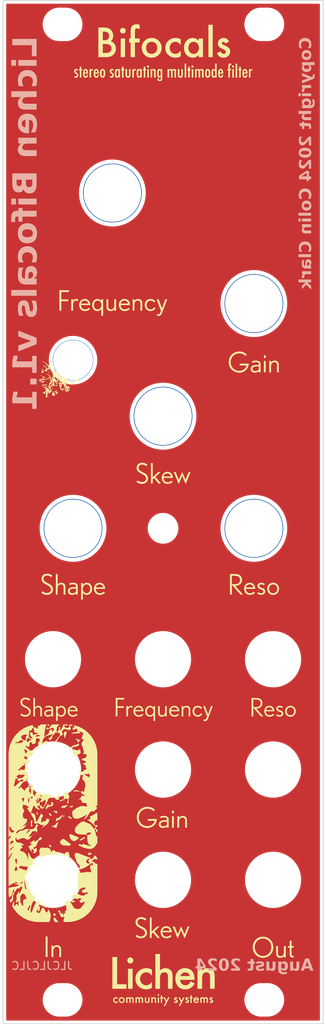
<source format=kicad_pcb>
(kicad_pcb (version 20221018) (generator pcbnew)
  (layers (0 "F.Cu" signal) (31 "B.Cu" signal) (34 "B.Paste" user) (35 "F.Paste" user) (36 "B.SilkS" user "B.Silkscreen") (37 "F.SilkS" user "F.Silkscreen") (38 "B.Mask" user) (39 "F.Mask" user) (44 "Edge.Cuts" user))
  (net 0 "")
  (footprint "MountingHole:MountingHole_6mm" (layer "F.Cu") (at 131.587 166.284)
    (fp_text reference "POT5" hide)
    (fp_text value "MountingHole_7.2mm" hide)
    (pad "" np_thru_hole circle (at 0 0) (size 7.4 7.4) (drill 7.2) (layers "*.Cu" "*.Mask"))
  )
  (footprint "MountingHole:MountingHole_6mm" (layer "F.Cu") (at 131.587 138.057)
    (fp_text reference "POT2" hide)
    (fp_text value "MountingHole_7.2mm" hide)
    (pad "" np_thru_hole circle (at 0 0) (size 7.4 7.4) (drill 7.2) (layers "*.Cu" "*.Mask"))
  )
  (footprint "winterbloom:MountingHole_M3_Slotted_Eurorack" (layer "F.Cu") (at 132.9 225.5 180)
    (fp_text reference " " hide)
    (fp_text value " " hide)
    (pad "" np_thru_hole roundrect (at 0 0 180) (size 4 3.2) (drill oval 4 3.2) (layers "*.Cu" "*.Mask") (roundrect_rratio 0.5))
  )
  (footprint "MountingHole:MountingHole_6.4mm_M6" (layer "F.Cu") (at 106.297 210.429)
    (fp_text reference "AUDIO_IN_R" hide)
    (fp_text value "MountingHole_6.4mm" hide)
    (pad "" np_thru_hole circle (at 0 0) (size 6.4 6.4) (drill 6.4) (layers "F&B.Cu" "*.Mask"))
  )
  (footprint "MountingHole:MountingHole_5mm" (layer "F.Cu") (at 108.816 145.17)
    (fp_text reference "BUTTON_1" hide)
    (fp_text value "MountingHole_5.1mm" hide)
    (pad "" np_thru_hole circle (at 0 0) (size 5.1 5.1) (drill 5) (layers "*.Cu" "*.Mask"))
  )
  (footprint "MountingHole:MountingHole_6.4mm_M6" (layer "F.Cu") (at 134.004 182.723)
    (fp_text reference "CV_IN_3" hide)
    (fp_text value "MountingHole_6.4mm" hide)
    (pad "" np_thru_hole circle (at 0 0) (size 6.4 6.4) (drill 6.4) (layers "F&B.Cu" "*.Mask"))
  )
  (footprint "MountingHole:MountingHole_6.4mm_M6" (layer "F.Cu") (at 134.004 210.429)
    (fp_text reference "CV_IN_1" hide)
    (fp_text value "MountingHole_6.4mm" hide)
    (pad "" np_thru_hole circle (at 0 0) (size 6.4 6.4) (drill 6.4) (layers "F&B.Cu" "*.Mask"))
  )
  (footprint "MountingHole:MountingHole_6.4mm_M6" (layer "F.Cu") (at 120.15 182.723)
    (fp_text reference "CV_IN_2" hide)
    (fp_text value "MountingHole_6.4mm" hide)
    (pad "" np_thru_hole circle (at 0 0) (size 6.4 6.4) (drill 6.4) (layers "F&B.Cu" "*.Mask"))
  )
  (footprint "MountingHole:MountingHole_6mm" (layer "F.Cu") (at 113.772 124.176)
    (fp_text reference "POT1" hide)
    (fp_text value "MountingHole_7.2mm" hide)
    (pad "" np_thru_hole circle (at 0 0) (size 7.4 7.4) (drill 7.2) (layers "*.Cu" "*.Mask"))
  )
  (footprint "MountingHole:MountingHole_6mm" (layer "F.Cu") (at 108.816 166.284)
    (fp_text reference "POT4" hide)
    (fp_text value "MountingHole_7.2mm" hide)
    (pad "" np_thru_hole circle (at 0 0) (size 7.4 7.4) (drill 7.2) (layers "*.Cu" "*.Mask"))
  )
  (footprint "MountingHole:MountingHole_6.4mm_M6" (layer "F.Cu") (at 120.15 210.429)
    (fp_text reference "CV_IN_5" hide)
    (fp_text value "MountingHole_6.4mm" hide)
    (pad "" np_thru_hole circle (at 0 0) (size 6.4 6.4) (drill 6.4) (layers "F&B.Cu" "*.Mask"))
  )
  (footprint "winterbloom:MountingHole_M3_Slotted_Eurorack" (layer "F.Cu") (at 107.5 103)
    (fp_text reference " " hide)
    (fp_text value " " hide)
    (pad "" np_thru_hole roundrect (at 0 0) (size 4 3.2) (drill oval 4 3.2) (layers "*.Cu" "*.Mask") (roundrect_rratio 0.5))
  )
  (footprint "MountingHole:MountingHole_6mm" (layer "F.Cu") (at 120.15 152.203)
    (fp_text reference "POT3" hide)
    (fp_text value "MountingHole_7.2mm" hide)
    (pad "" np_thru_hole circle (at 0 0) (size 7.4 7.4) (drill 7.2) (layers "*.Cu" "*.Mask"))
  )
  (footprint "MountingHole:MountingHole_6.4mm_M6" (layer "F.Cu") (at 106.297 196.577)
    (fp_text reference "AUDIO_IN_L" hide)
    (fp_text value "MountingHole_6.4mm" hide)
    (pad "" np_thru_hole circle (at 0 0) (size 6.4 6.4) (drill 6.4) (layers "F&B.Cu" "*.Mask"))
  )
  (footprint "winterbloom:MountingHole_M3_Slotted_Eurorack" (layer "F.Cu") (at 132.9 103 180)
    (fp_text reference " " hide)
    (fp_text value " " hide)
    (pad "" np_thru_hole roundrect (at 0 0 180) (size 4 3.2) (drill oval 4 3.2) (layers "*.Cu" "*.Mask") (roundrect_rratio 0.5))
  )
  (footprint "MountingHole:MountingHole_6.4mm_M6" (layer "F.Cu") (at 120.15 196.577)
    (fp_text reference "CV_IN_4" hide)
    (fp_text value "MountingHole_6.4mm" hide)
    (pad "" np_thru_hole circle (at 0 0) (size 6.4 6.4) (drill 6.4) (layers "F&B.Cu" "*.Mask"))
  )
  (footprint "MountingHole:MountingHole_6.4mm_M6" (layer "F.Cu") (at 134.004 196.577)
    (fp_text reference "AUDIO_OUT_L" hide)
    (fp_text value "MountingHole_6.4mm" hide)
    (pad "" np_thru_hole circle (at 0 0) (size 6.4 6.4) (drill 6.4) (layers "F&B.Cu" "*.Mask"))
  )
  (footprint "winterbloom:MountingHole_M3_Slotted_Eurorack" (layer "F.Cu") (at 107.5 225.5)
    (fp_text reference " " hide)
    (fp_text value " " hide)
    (pad "" np_thru_hole roundrect (at 0 0) (size 4 3.2) (drill oval 4 3.2) (layers "*.Cu" "*.Mask") (roundrect_rratio 0.5))
  )
  (footprint "MountingHole:MountingHole_3.2mm_M3" (layer "F.Cu") (at 120.15 166.284)
    (fp_text reference "LED_1" hide)
    (fp_text value "MountingHole_3.2mm_M3" hide)
    (pad "" np_thru_hole circle (at 0 0) (size 3.2 3.2) (drill 3.2) (layers "F&B.Cu" "*.Mask"))
  )
  (footprint "MountingHole:MountingHole_6.4mm_M6" (layer "F.Cu") (at 106.297 182.723)
    (fp_text reference "CV_IN_1" hide)
    (fp_text value "MountingHole_6.4mm" hide)
    (pad "" np_thru_hole circle (at 0 0) (size 6.4 6.4) (drill 6.4) (layers "F&B.Cu" "*.Mask"))
  )
  (gr_poly (pts (xy 104.801799 147.677805) (xy 104.769306 147.694037) (xy 104.7529 147.701006) (xy 104.736362 147.707035) (xy 104.719676 147.711993) (xy 104.702822 147.71575) (xy 104.685782 147.718175) (xy 104.668538 147.719136) (xy 104.651072 147.718503) (xy 104.633366 147.716145) (xy 104.809831 147.673209)) (fill solid) (layer "F.SilkS"))
  (gr_poly (pts (xy 108.431233 145.993672) (xy 108.41725 146.001933) (xy 108.404704 146.008758) (xy 108.393521 146.01422) (xy 108.383631 146.01839) (xy 108.374961 146.021339) (xy 108.36744 146.02314) (xy 108.360995 146.023865) (xy 108.355555 146.023584) (xy 108.351048 146.022371) (xy 108.347402 146.020296) (xy 108.344545 146.017432) (xy 108.342406 146.013851) (xy 108.340912 146.009623) (xy 108.339991 146.004821) (xy 108.339573 145.999517) (xy 108.339585 145.993783) (xy 108.34061 145.981309) (xy 108.342494 145.967975) (xy 108.346534 145.941021) (xy 108.347541 145.928551) (xy 108.34754 145.922818) (xy 108.347107 145.917517) (xy 108.34617 145.912718) (xy 108.344657 145.908493) (xy 108.342527 145.904966)) (fill solid) (layer "F.SilkS"))
  (gr_poly (pts (xy 126.243988 225.163403) (xy 126.259905 225.165025) (xy 126.275282 225.167729) (xy 126.290121 225.171513) (xy 126.30442 225.176377) (xy 126.318182 225.182321) (xy 126.331406 225.189344) (xy 126.344094 225.197445) (xy 126.356244 225.206623) (xy 126.367859 225.216879) (xy 126.378939 225.228212) (xy 126.389483 225.240621) (xy 126.399494 225.254105) (xy 126.40897 225.268665) (xy 126.417913 225.284299) (xy 126.426323 225.301007) (xy 126.426317 225.301019) (xy 126.426312 225.301031) (xy 126.426306 225.301044) (xy 126.426301 225.301057) (xy 126.426296 225.301069) (xy 126.426292 225.301082) (xy 126.426288 225.301094) (xy 126.426285 225.301106) (xy 126.293289 225.372083) (xy 126.289287 225.364261) (xy 126.285164 225.356948) (xy 126.280921 225.350143) (xy 126.276559 225.343846) (xy 126.272078 225.338057) (xy 126.267479 225.332774) (xy 126.262762 225.327997) (xy 126.257927 225.323725) (xy 126.252976 225.319959) (xy 126.247908 225.316696) (xy 126.242724 225.313937) (xy 126.237424 225.311681) (xy 126.23201 225.309928) (xy 126.226481 225.308676) (xy 126.220837 225.307925) (xy 126.21508 225.307675) (xy 126.212329 225.307732) (xy 126.209635 225.307901) (xy 126.206995 225.308184) (xy 126.204409 225.30858) (xy 126.201876 225.309089) (xy 126.199394 225.309711) (xy 126.196963 225.310446) (xy 126.194582 225.311293) (xy 126.192249 225.312254) (xy 126.189964 225.313327) (xy 126.187725 225.314513) (xy 126.185531 225.315812) (xy 126.183381 225.317223) (xy 126.181274 225.318747) (xy 126.179209 225.320384) (xy 126.177185 225.322133) (xy 126.175305 225.324033) (xy 126.173539 225.32599) (xy 126.171888 225.328005) (xy 126.170352 225.330079) (xy 126.168934 225.332212) (xy 126.167634 225.334404) (xy 126.166453 225.336656) (xy 126.165392 225.338967) (xy 126.164452 225.341339) (xy 126.163634 225.343772) (xy 126.16294 225.346266) (xy 126.162369 225.348822) (xy 126.161923 225.35144) (xy 126.161604 225.35412) (xy 126.161411 225.356863) (xy 126.161347 225.359669) (xy 126.161438 225.362189) (xy 126.16171 225.364706) (xy 126.162164 225.367222) (xy 126.1628 225.369735) (xy 126.163618 225.372246) (xy 126.164618 225.374755) (xy 126.165799 225.377262) (xy 126.167161 225.379767) (xy 126.168706 225.382269) (xy 126.170432 225.38477) (xy 126.17234 225.387269) (xy 126.17443 225.389765) (xy 126.176701 225.392259) (xy 126.179154 225.394751) (xy 126.181789 225.397242) (xy 126.184605 225.39973) (xy 126.187603 225.402215) (xy 126.190783 225.404699) (xy 126.194144 225.407181) (xy 126.197687 225.40966) (xy 126.205318 225.414613) (xy 126.213675 225.419558) (xy 126.22276 225.424494) (xy 126.232571 225.429422) (xy 126.243108 225.434341) (xy 126.254372 225.439252) (xy 126.285107 225.452931) (xy 126.313225 225.466324) (xy 126.338726 225.479434) (xy 126.361611 225.492265) (xy 126.372072 225.498577) (xy 126.381879 225.504821) (xy 126.391032 225.510997) (xy 126.399531 225.517107) (xy 126.407376 225.523149) (xy 126.414567 225.529126) (xy 126.421104 225.535037) (xy 126.426987 225.540883) (xy 126.432369 225.546822) (xy 126.437405 225.553012) (xy 126.442093 225.559453) (xy 126.446434 225.566147) (xy 126.450429 225.573092) (xy 126.454075 225.580291) (xy 126.457375 225.587743) (xy 126.460327 225.595449) (xy 126.462933 225.60341) (xy 126.46519 225.611625) (xy 126.467101 225.620095) (xy 126.468664 225.628822) (xy 126.46988 225.637804) (xy 126.470749 225.647044) (xy 126.47127 225.65654) (xy 126.471443 225.666295) (xy 126.471153 225.678764) (xy 126.470281 225.690982) (xy 126.468828 225.702949) (xy 126.466793 225.714662) (xy 126.464177 225.726121) (xy 126.46098 225.737325) (xy 126.457202 225.748273) (xy 126.452842 225.758963) (xy 126.447901 225.769395) (xy 126.442379 225.779568) (xy 126.436276 225.78948) (xy 126.429591 225.799131) (xy 126.422326 225.808519) (xy 126.414479 225.817643) (xy 126.406051 225.826502) (xy 126.397042 225.835095) (xy 126.387881 225.842917) (xy 126.378485 225.85023) (xy 126.368855 225.857035) (xy 126.358991 225.863333) (xy 126.348892 225.869123) (xy 126.33856 225.874406) (xy 126.327993 225.879184) (xy 126.317192 225.883456) (xy 126.306158 225.887223) (xy 126.294889 225.890487) (xy 126.283387 225.893246) (xy 126.271652 225.895503) (xy 126.259682 225.897257) (xy 126.24748 225.898509) (xy 126.235044 225.89926) (xy 126.222374 225.89951) (xy 126.200871 225.898844) (xy 126.18016 225.896845) (xy 126.160242 225.893513) (xy 126.14112 225.888847) (xy 126.122793 225.882847) (xy 126.105263 225.875512) (xy 126.08853 225.866841) (xy 126.072596 225.856834) (xy 126.057461 225.845491) (xy 126.043127 225.832811) (xy 126.029594 225.818793) (xy 126.016863 225.803437) (xy 126.004936 225.786742) (xy 125.993813 225.768708) (xy 125.983495 225.749334) (xy 125.973984 225.728619) (xy 126.111428 225.664876) (xy 126.118337 225.676825) (xy 126.124851 225.68762) (xy 126.130961 225.69727) (xy 126.13666 225.705783) (xy 126.141939 225.713166) (xy 126.14679 225.719428) (xy 126.151204 225.724576) (xy 126.153246 225.726735) (xy 126.155174 225.728619) (xy 126.158841 225.731879) (xy 126.162603 225.734936) (xy 126.166461 225.737787) (xy 126.170414 225.740433) (xy 126.174462 225.742872) (xy 126.178604 225.745104) (xy 126.18284 225.747128) (xy 126.187168 225.748942) (xy 126.19159 225.750546) (xy 126.196103 225.75194) (xy 126.200709 225.753121) (xy 126.205405 225.75409) (xy 126.210192 225.754845) (xy 126.215068 225.755385) (xy 126.220035 225.75571) (xy 126.22509 225.755818) (xy 126.234978 225.755524) (xy 126.244227 225.75464) (xy 126.248612 225.753978) (xy 126.252838 225.75317) (xy 126.256904 225.752215) (xy 126.260811 225.751113) (xy 126.264558 225.749865) (xy 126.268145 225.74847) (xy 126.271573 225.74693) (xy 126.274842 225.745243) (xy 126.277951 225.743411) (xy 126.2809 225.741433) (xy 126.28369 225.739309) (xy 126.286321 225.73704) (xy 126.288792 225.734626) (xy 126.291104 225.732066) (xy 126.293256 225.729362) (xy 126.295248 225.726512) (xy 126.297081 225.723518) (xy 126.298755 225.720378) (xy 126.30027 225.717095) (xy 126.301624 225.713667) (xy 126.30282 225.710094) (xy 126.303856 225.706378) (xy 126.304733 225.702517) (xy 126.30545 225.698513) (xy 126.306008 225.694364) (xy 126.306406 225.690072) (xy 126.306645 225.685637) (xy 126.306725 225.681058) (xy 126.306663 225.678382) (xy 126.306478 225.675718) (xy 126.30617 225.673067) (xy 126.305739 225.670427) (xy 126.305185 225.6678) (xy 126.304507 225.665185) (xy 126.303707 225.662582) (xy 126.302783 225.65999) (xy 126.301736 225.657411) (xy 126.300566 225.654843) (xy 126.299273 225.652286) (xy 126.297856 225.649741) (xy 126.294654 225.644685) (xy 126.29096 225.639674) (xy 126.286773 225.634707) (xy 126.282094 225.629784) (xy 126.276922 225.624903) (xy 126.271258 225.620064) (xy 126.265103 225.615267) (xy 126.258455 225.610511) (xy 126.251315 225.605794) (xy 126.243683 225.601117) (xy 126.23154 225.594986) (xy 126.219395 225.588978) (xy 126.20725 225.583094) (xy 126.195107 225.577336) (xy 126.170603 225.565754) (xy 126.145859 225.553914) (xy 126.128935 225.545275) (xy 126.113307 225.536658) (xy 126.105979 225.532355) (xy 126.098977 225.528055) (xy 126.092301 225.523757) (xy 126.085951 225.51946) (xy 126.079928 225.515162) (xy 126.074233 225.510864) (xy 126.068867 225.506564) (xy 126.063828 225.502261) (xy 126.05912 225.497955) (xy 126.054741 225.493644) (xy 126.050692 225.489328) (xy 126.046974 225.485005) (xy 126.042535 225.479481) (xy 126.038385 225.473754) (xy 126.034525 225.467826) (xy 126.030953 225.461697) (xy 126.02767 225.455367) (xy 126.024675 225.448838) (xy 126.021968 225.44211) (xy 126.019548 225.435182) (xy 126.017414 225.428057) (xy 126.015566 225.420734) (xy 126.014004 225.413215) (xy 126.012727 225.405499) (xy 126.011734 225.397588) (xy 126.011026 225.389481) (xy 126.010602 225.38118) (xy 126.01046 225.372685) (xy 126.010702 225.361437) (xy 126.01143 225.35043) (xy 126.012642 225.339667) (xy 126.014341 225.329148) (xy 126.016526 225.318873) (xy 126.019199 225.308842) (xy 126.022359 225.299057) (xy 126.026007 225.289518) (xy 126.030144 225.280226) (xy 126.03477 225.27118) (xy 126.039886 225.262382) (xy 126.045492 225.253832) (xy 126.051589 225.245531) (xy 126.058177 225.23748) (xy 126.065258 225.229678) (xy 126.07283 225.222127) (xy 126.080884 225.214932) (xy 126.089156 225.208205) (xy 126.097645 225.201945) (xy 126.106351 225.196152) (xy 126.115272 225.190825) (xy 126.124409 225.185964) (xy 126.133762 225.181568) (xy 126.143329 225.177637) (xy 126.15311 225.17417) (xy 126.163105 225.171167) (xy 126.173313 225.168627) (xy 126.183733 225.16655) (xy 126.194366 225.164936) (xy 126.20521 225.163783) (xy 126.216266 225.163092) (xy 126.227532 225.162862)) (fill solid) (layer "F.SilkS"))
  (gr_poly (pts (xy 108.885694 144.18378) (xy 108.88728 144.184331) (xy 108.890688 144.185384) (xy 108.894223 144.186412) (xy 108.897656 144.18746) (xy 108.899264 144.188007) (xy 108.900762 144.188577) (xy 108.902122 144.189175) (xy 108.903315 144.189807) (xy 108.904312 144.19048) (xy 108.904729 144.190834) (xy 108.905086 144.191199) (xy 108.90538 144.191578) (xy 108.905608 144.19197) (xy 108.905766 144.192377) (xy 108.90585 144.192799) (xy 108.907413 144.20636) (xy 108.909242 144.218815) (xy 108.911332 144.230194) (xy 108.913678 144.240524) (xy 108.916273 144.249833) (xy 108.919113 144.258151) (xy 108.922192 144.265504) (xy 108.925505 144.271921) (xy 108.929047 144.27743) (xy 108.932812 144.28206) (xy 108.936796 144.285838) (xy 108.940992 144.288793) (xy 108.945396 144.290953) (xy 108.950002 144.292347) (xy 108.954804 144.293001) (xy 108.959799 144.292945) (xy 108.964979 144.292207) (xy 108.97034 144.290814) (xy 108.975877 144.288796) (xy 108.981585 144.286179) (xy 108.987457 144.282994) (xy 108.993489 144.279266) (xy 108.999675 144.275025) (xy 109.00601 144.2703) (xy 109.019107 144.259506) (xy 109.032736 144.247109) (xy 109.046854 144.233336) (xy 109.061421 144.218411) (xy 109.062065 144.217985) (xy 109.062944 144.217785) (xy 109.064048 144.217799) (xy 109.065365 144.218017) (xy 109.066883 144.218427) (xy 109.068592 144.21902) (xy 109.072534 144.220707) (xy 109.077103 144.222992) (xy 109.082206 144.225788) (xy 109.087754 144.229007) (xy 109.093657 144.232563) (xy 109.118999 144.248421) (xy 109.131444 144.256114) (xy 109.137293 144.259597) (xy 109.142773 144.262723) (xy 109.130265 144.280882) (xy 109.124019 144.289958) (xy 109.117836 144.299096) (xy 109.116061 144.301878) (xy 109.114151 144.305045) (xy 109.112226 144.308364) (xy 109.110404 144.311606) (xy 109.108806 144.314538) (xy 109.107552 144.31693) (xy 109.106759 144.318551) (xy 109.106574 144.318999) (xy 109.106549 144.319169) (xy 109.113769 144.323332) (xy 109.121144 144.327961) (xy 109.136211 144.338137) (xy 109.151455 144.348732) (xy 109.159051 144.353885) (xy 109.16658 144.358781) (xy 109.174007 144.3633) (xy 109.181293 144.367321) (xy 109.188402 144.370723) (xy 109.195296 144.373386) (xy 109.198652 144.374403) (xy 109.20194 144.37519) (xy 109.205157 144.375732) (xy 109.208296 144.376014) (xy 109.211355 144.37602) (xy 109.214328 144.375736) (xy 109.21721 144.375147) (xy 109.219998 144.374238) (xy 109.226366 144.371409) (xy 109.232743 144.367968) (xy 109.239125 144.363987) (xy 109.245509 144.359542) (xy 109.258271 144.349556) (xy 109.271003 144.338602) (xy 109.296276 144.316167) (xy 109.308766 144.305875) (xy 109.321125 144.29699) (xy 109.327248 144.293262) (xy 109.333328 144.290108) (xy 109.339362 144.287603) (xy 109.345348 144.285822) (xy 109.351282 144.284838) (xy 109.357161 144.284726) (xy 109.362982 144.28556) (xy 109.368741 144.287414) (xy 109.374436 144.290362) (xy 109.380063 144.294479) (xy 109.38562 144.299839) (xy 109.391102 144.306517) (xy 109.396507 144.314585) (xy 109.401832 144.32412) (xy 109.407073 144.335194) (xy 109.412228 144.347882) (xy 109.416359 144.359944) (xy 109.419164 144.370704) (xy 109.420719 144.380239) (xy 109.421099 144.388628) (xy 109.420379 144.395948) (xy 109.418635 144.402277) (xy 109.415942 144.407695) (xy 109.412376 144.412278) (xy 109.408011 144.416105) (xy 109.402923 144.419254) (xy 109.397188 144.421803) (xy 109.39088 144.42383) (xy 109.384076 144.425413) (xy 109.37685 144.426631) (xy 109.361435 144.428281) (xy 109.328863 144.430629) (xy 109.312911 144.432576) (xy 109.305283 144.434016) (xy 109.297986 144.435871) (xy 109.291097 144.438219) (xy 109.284691 144.441139) (xy 109.278842 144.444708) (xy 109.273627 144.449004) (xy 109.269121 144.454106) (xy 109.265399 144.460092) (xy 109.262537 144.467039) (xy 109.260609 144.475026) (xy 109.260367 144.476224) (xy 109.260054 144.477419) (xy 109.259673 144.47861) (xy 109.259227 144.479797) (xy 109.25872 144.480981) (xy 109.258155 144.482161) (xy 109.256866 144.484512) (xy 109.255388 144.486853) (xy 109.253747 144.489183) (xy 109.25197 144.491505) (xy 109.250087 144.49382) (xy 109.246106 144.498434) (xy 109.242023 144.503035) (xy 109.238057 144.507634) (xy 109.236187 144.509936) (xy 109.234429 144.512242) (xy 109.228461 144.511422) (xy 109.222456 144.510407) (xy 109.210373 144.507987) (xy 109.198249 144.505367) (xy 109.186156 144.50293) (xy 109.180142 144.501902) (xy 109.174163 144.501063) (xy 109.168226 144.500463) (xy 109.162342 144.500149) (xy 109.156517 144.500169) (xy 109.150762 144.500572) (xy 109.145086 144.501405) (xy 109.139496 144.502717) (xy 109.131197 144.505545) (xy 109.12432 144.508923) (xy 109.118761 144.512813) (xy 109.114416 144.517175) (xy 109.111182 144.52197) (xy 109.108953 144.527158) (xy 109.107625 144.532702) (xy 109.107095 144.53856) (xy 109.107258 144.544696) (xy 109.108009 144.551068) (xy 109.109245 144.557638) (xy 109.110862 144.564368) (xy 109.119048 144.592092) (xy 109.122714 144.60589) (xy 109.124075 144.612636) (xy 109.124983 144.619227) (xy 109.125334 144.625626) (xy 109.125022 144.631792) (xy 109.123945 144.637686) (xy 109.121998 144.643269) (xy 109.119076 144.648503) (xy 109.115076 144.653347) (xy 109.109893 144.657764) (xy 109.103423 144.661712) (xy 109.095561 144.665155) (xy 109.086205 144.668051) (xy 109.075248 144.670363) (xy 109.062588 144.672051) (xy 109.064963 144.672863) (xy 109.067338 144.673764) (xy 109.072087 144.675744) (xy 109.076832 144.677814) (xy 109.081574 144.679798) (xy 109.083943 144.680702) (xy 109.08631 144.681519) (xy 109.088676 144.682226) (xy 109.091041 144.6828) (xy 109.093403 144.683221) (xy 109.095764 144.683466) (xy 109.096944 144.683515) (xy 109.098123 144.683513) (xy 109.099301 144.683455) (xy 109.100479 144.683339) (xy 109.109999 144.681964) (xy 109.118978 144.680191) (xy 109.127434 144.678033) (xy 109.135389 144.675505) (xy 109.142859 144.672622) (xy 109.149866 144.669397) (xy 109.156428 144.665844) (xy 109.162564 144.661979) (xy 109.168294 144.657815) (xy 109.173636 144.653366) (xy 109.178611 144.648647) (xy 109.183237 144.643672) (xy 109.187533 144.638456) (xy 109.191518 144.633011) (xy 109.195213 144.627354) (xy 109.198635 144.621497) (xy 109.201805 144.615455) (xy 109.204742 144.609243) (xy 109.207464 144.602875) (xy 109.209991 144.596365) (xy 109.214537 144.582975) (xy 109.218533 144.569187) (xy 109.222134 144.555117) (xy 109.225492 144.540877) (xy 109.232098 144.512345) (xy 109.391351 144.560373) (xy 109.409858 144.544208) (xy 109.42946 144.528798) (xy 109.448655 144.515384) (xy 109.467461 144.503881) (xy 109.485895 144.494204) (xy 109.503973 144.486268) (xy 109.521714 144.479988) (xy 109.539135 144.47528) (xy 109.556253 144.472057) (xy 109.573085 144.470235) (xy 109.589649 144.469729) (xy 109.605961 144.470454) (xy 109.622039 144.472325) (xy 109.637901 144.475256) (xy 109.653564 144.479164) (xy 109.669044 144.483961) (xy 109.68436 144.489565) (xy 109.699528 144.495889) (xy 109.729492 144.510359) (xy 109.759073 144.52669) (xy 109.78841 144.544204) (xy 109.846904 144.580053) (xy 109.876339 144.597029) (xy 109.906082 144.612466) (xy 109.686512 144.619626) (xy 109.725071 144.596379) (xy 109.701932 144.594707) (xy 109.678719 144.592957) (xy 109.677942 144.597577) (xy 109.676943 144.602384) (xy 109.674499 144.612375) (xy 109.671822 144.622562) (xy 109.669349 144.632574) (xy 109.668326 144.6374) (xy 109.667517 144.642044) (xy 109.666976 144.64646) (xy 109.66676 144.650602) (xy 109.666921 144.654425) (xy 109.667161 144.656201) (xy 109.667516 144.657881) (xy 109.667992 144.659457) (xy 109.668597 144.660925) (xy 109.669337 144.662278) (xy 109.67022 144.66351) (xy 109.677648 144.67178) (xy 109.685234 144.678556) (xy 109.692969 144.683932) (xy 109.700845 144.688004) (xy 109.708851 144.690867) (xy 109.716979 144.692616) (xy 109.725219 144.693346) (xy 109.733562 144.693152) (xy 109.741999 144.692129) (xy 109.75052 144.690372) (xy 109.759117 144.687976) (xy 109.76778 144.685037) (xy 109.785267 144.677907) (xy 109.802909 144.669742) (xy 109.82063 144.661303) (xy 109.838358 144.653351) (xy 109.847202 144.649795) (xy 109.856019 144.646645) (xy 109.864801 144.643998) (xy 109.873538 144.641947) (xy 109.882222 144.640588) (xy 109.890842 144.640016) (xy 109.899391 144.640326) (xy 109.907858 144.641613) (xy 109.916234 144.643972) (xy 109.924511 144.647498) (xy 109.932678 144.652287) (xy 109.940727 144.658433) (xy 109.941033 144.65856) (xy 109.941461 144.658548) (xy 109.942007 144.658405) (xy 109.942665 144.658137) (xy 109.944292 144.657253) (xy 109.946293 144.655949) (xy 109.948623 144.654277) (xy 109.951233 144.652292) (xy 109.957105 144.647592) (xy 109.970127 144.636763) (xy 109.976518 144.631482) (xy 109.982323 144.626859) (xy 109.989915 144.634995) (xy 109.998207 144.643154) (xy 110.007026 144.65133) (xy 110.016197 144.659517) (xy 110.034901 144.675906) (xy 110.052926 144.692278) (xy 110.061248 144.700443) (xy 110.068879 144.708588) (xy 110.075643 144.716706) (xy 110.081367 144.724793) (xy 110.083784 144.728823) (xy 110.085876 144.732844) (xy 110.087621 144.736853) (xy 110.088997 144.740851) (xy 110.089983 144.744838) (xy 110.090556 144.748812) (xy 110.090695 144.752772) (xy 110.090378 144.756718) (xy 110.088354 144.768731) (xy 110.085799 144.779437) (xy 110.082739 144.788903) (xy 110.079201 144.797198) (xy 110.075213 144.804392) (xy 110.0708 144.810553) (xy 110.065989 144.815749) (xy 110.060807 144.820049) (xy 110.05528 144.823523) (xy 110.049436 144.826237) (xy 110.043301 144.828262) (xy 110.036902 144.829666) (xy 110.030265 144.830517) (xy 110.023417 144.830885) (xy 110.016385 144.830837) (xy 110.009196 144.830442) (xy 109.94921 144.823049) (xy 109.941804 144.822626) (xy 109.934507 144.822542) (xy 109.927346 144.822867) (xy 109.920348 144.823669) (xy 109.913539 144.825017) (xy 109.906946 144.82698) (xy 109.900597 144.829626) (xy 109.894516 144.833024) (xy 109.890605 144.835255) (xy 109.88654 144.837068) (xy 109.882336 144.8385) (xy 109.878007 144.839593) (xy 109.873568 144.840384) (xy 109.869034 144.840915) (xy 109.859736 144.841349) (xy 109.85023 144.841211) (xy 109.840632 144.840816) (xy 109.831056 144.840479) (xy 109.82162 144.840516) (xy 109.812438 144.841242) (xy 109.80798 144.841962) (xy 109.803628 144.842973) (xy 109.799398 144.844313) (xy 109.795304 144.846023) (xy 109.791361 144.848142) (xy 109.787584 144.850709) (xy 109.783985 144.853764) (xy 109.780581 144.857346) (xy 109.777386 144.861494) (xy 109.774414 144.866248) (xy 109.771679 144.871648) (xy 109.769196 144.877733) (xy 109.76698 144.884541) (xy 109.76507 144.892017) (xy 109.784289 144.891277) (xy 109.806063 144.888892) (xy 109.827886 144.885288) (xy 109.849747 144.880792) (xy 109.937379 144.860461) (xy 109.959284 144.856432) (xy 109.981168 144.853481) (xy 110.003021 144.851937) (xy 110.013932 144.851795) (xy 110.024832 144.852128) (xy 110.03572 144.852976) (xy 110.046593 144.854381) (xy 110.057451 144.856384) (xy 110.068293 144.859026) (xy 110.079117 144.862347) (xy 110.089922 144.86639) (xy 110.100706 144.871194) (xy 110.11147 144.876801) (xy 110.117911 144.880097) (xy 110.123728 144.882445) (xy 110.12897 144.883899) (xy 110.133685 144.884512) (xy 110.137921 144.884337) (xy 110.141728 144.883427) (xy 110.145155 144.881835) (xy 110.148249 144.879615) (xy 110.15106 144.876819) (xy 110.153636 144.873501) (xy 110.156027 144.869714) (xy 110.15828 144.86551) (xy 110.16257 144.856068) (xy 110.166896 144.845598) (xy 110.171647 144.834526) (xy 110.177213 144.823278) (xy 110.180423 144.81772) (xy 110.183984 144.812277) (xy 110.187943 144.807003) (xy 110.192349 144.801949) (xy 110.197252 144.797171) (xy 110.202699 144.79272) (xy 110.20874 144.788649) (xy 110.215423 144.785013) (xy 110.222796 144.781863) (xy 110.23091 144.779254) (xy 110.239811 144.777238) (xy 110.24955 144.775868) (xy 110.265094 144.775001) (xy 110.279298 144.775582) (xy 110.29225 144.777508) (xy 110.304037 144.780671) (xy 110.314743 144.784968) (xy 110.324458 144.790291) (xy 110.333266 144.796536) (xy 110.341254 144.803597) (xy 110.34851 144.811369) (xy 110.355119 144.819747) (xy 110.361169 144.828624) (xy 110.366745 144.837895) (xy 110.376825 144.857198) (xy 110.386051 144.876812) (xy 110.395117 144.895894) (xy 110.404714 144.913598) (xy 110.409929 144.92167) (xy 110.415537 144.929082) (xy 110.421624 144.935727) (xy 110.428276 144.941501) (xy 110.435582 144.946297) (xy 110.443626 144.950011) (xy 110.452497 144.952536) (xy 110.462279 144.953768) (xy 110.473061 144.953601) (xy 110.484928 144.951929) (xy 110.497967 144.948648) (xy 110.512264 144.94365) (xy 110.514682 144.942311) (xy 110.516763 144.940384) (xy 110.518544 144.937926) (xy 110.520058 144.934995) (xy 110.521339 144.931649) (xy 110.522422 144.927946) (xy 110.524131 144.919701) (xy 110.526683 144.901473) (xy 110.528074 144.892418) (xy 110.529909 144.884019) (xy 110.531078 144.88021) (xy 110.532462 144.87674) (xy 110.534093 144.873665) (xy 110.536007 144.871044) (xy 110.538238 144.868935) (xy 110.54082 144.867395) (xy 110.543788 144.866482) (xy 110.547176 144.866255) (xy 110.551017 144.866772) (xy 110.555347 144.868089) (xy 110.5602 144.870266) (xy 110.565611 144.873359) (xy 110.571612 144.877428) (xy 110.57824 144.882529) (xy 110.585528 144.888721) (xy 110.59351 144.896062) (xy 110.596414 144.898603) (xy 110.599543 144.900911) (xy 110.602886 144.902995) (xy 110.606433 144.904868) (xy 110.610173 144.90654) (xy 110.614094 144.908023) (xy 110.618188 144.909328) (xy 110.622441 144.910466) (xy 110.631388 144.912284) (xy 110.64085 144.913568) (xy 110.65074 144.914406) (xy 110.660974 144.914889) (xy 110.682128 144.915141) (xy 110.703627 144.915039) (xy 110.724787 144.915297) (xy 110.735026 144.915783) (xy 110.744923 144.916627) (xy 110.60014 145.012654) (xy 110.592147 144.985545) (xy 110.584229 144.95836) (xy 110.580735 144.962902) (xy 110.576988 144.967465) (xy 110.568999 144.97663) (xy 110.560779 144.985816) (xy 110.552846 144.994983) (xy 110.549149 144.999547) (xy 110.545718 145.004092) (xy 110.542618 145.008612) (xy 110.539913 145.013103) (xy 110.538729 145.015337) (xy 110.537669 145.017561) (xy 110.536739 145.019775) (xy 110.535949 145.021979) (xy 110.535307 145.024172) (xy 110.534819 145.026353) (xy 110.534496 145.028522) (xy 110.534344 145.030679) (xy 110.534343 145.032959) (xy 110.534484 145.035255) (xy 110.53476 145.037564) (xy 110.535166 145.039883) (xy 110.535698 145.04221) (xy 110.53635 145.044542) (xy 110.537117 145.046877) (xy 110.537994 145.049212) (xy 110.540057 145.053871) (xy 110.542498 145.058499) (xy 110.545276 145.063077) (xy 110.54835 145.067583) (xy 110.551678 145.071997) (xy 110.55522 145.076298) (xy 110.558934 145.080465) (xy 110.56278 145.084479) (xy 110.566715 145.088319) (xy 110.5707 145.091964) (xy 110.574692 145.095394) (xy 110.578652 145.098588) (xy 110.582702 145.10155) (xy 110.586955 145.104263) (xy 110.59139 145.106751) (xy 110.595987 145.109038) (xy 110.600726 145.111151) (xy 110.605587 145.113112) (xy 110.610551 145.114947) (xy 110.615597 145.116681) (xy 110.625854 145.119945) (xy 110.636198 145.1231) (xy 110.646471 145.126346) (xy 110.651529 145.128065) (xy 110.65651 145.12988) (xy 110.632532 145.165512) (xy 110.608711 145.201138) (xy 110.547459 145.156371) (xy 110.532084 145.145272) (xy 110.516595 145.134335) (xy 110.500947 145.123622) (xy 110.485096 145.113194) (xy 110.479834 145.109908) (xy 110.474492 145.106736) (xy 110.463597 145.100688) (xy 110.452478 145.094961) (xy 110.441197 145.08946) (xy 110.418407 145.078774) (xy 110.407026 145.073404) (xy 110.395741 145.067895) (xy 110.400599 145.074664) (xy 110.405311 145.081575) (xy 110.414649 145.09545) (xy 110.419452 145.102228) (xy 110.421926 145.105537) (xy 110.424462 145.108776) (xy 110.427073 145.111934) (xy 110.429769 145.115) (xy 110.43256 145.117962) (xy 110.435459 145.120808) (xy 110.460177 145.143913) (xy 110.485089 145.16682) (xy 110.535186 145.212359) (xy 110.585116 145.258065) (xy 110.609823 145.281179) (xy 110.634251 145.304574) (xy 110.636609 145.306407) (xy 110.638715 145.307115) (xy 110.64059 145.306798) (xy 110.642254 145.305552) (xy 110.643727 145.303474) (xy 110.64503 145.300663) (xy 110.647208 145.293228) (xy 110.648949 145.284029) (xy 110.650416 145.273844) (xy 110.653182 145.25364) (xy 110.654807 145.245181) (xy 110.65681 145.238857) (xy 110.658004 145.236739) (xy 110.659354 145.235448) (xy 110.66088 145.235081) (xy 110.662603 145.235735) (xy 110.664542 145.237509) (xy 110.666719 145.240498) (xy 110.669153 145.244802) (xy 110.671864 145.250517) (xy 110.678203 145.266571) (xy 110.685898 145.289441) (xy 110.687916 145.295404) (xy 110.690134 145.301285) (xy 110.692532 145.307092) (xy 110.695091 145.312833) (xy 110.69779 145.318516) (xy 110.700609 145.32415) (xy 110.70653 145.335303) (xy 110.718942 145.357376) (xy 110.725114 145.368427) (xy 110.731053 145.379575) (xy 110.552929 145.472446) (xy 110.542238 145.475637) (xy 110.531708 145.477907) (xy 110.521357 145.479153) (xy 110.511204 145.479274) (xy 110.501266 145.478167) (xy 110.491562 145.475729) (xy 110.48211 145.471859) (xy 110.472927 145.466455) (xy 110.464033 145.459413) (xy 110.455445 145.450631) (xy 110.447181 145.440009) (xy 110.43926 145.427442) (xy 110.4317 145.412829) (xy 110.424519 145.396068) (xy 110.417735 145.377056) (xy 110.411366 145.355691) (xy 110.410968 145.354562) (xy 110.410401 145.353496) (xy 110.409674 145.352489) (xy 110.408795 145.351538) (xy 110.407771 145.350641) (xy 110.40661 145.349794) (xy 110.405322 145.348995) (xy 110.403913 145.34824) (xy 110.402392 145.347526) (xy 110.400767 145.346852) (xy 110.397237 145.345606) (xy 110.393387 145.344478) (xy 110.389283 145.343445) (xy 110.380568 145.341567) (xy 110.37161 145.339781) (xy 110.3672 145.338863) (xy 110.362923 145.337897) (xy 110.358844 145.336859) (xy 110.355026 145.335725) (xy 110.36098 145.346187) (xy 110.366155 145.356647) (xy 110.370516 145.367103) (xy 110.374027 145.377557) (xy 110.376652 145.388009) (xy 110.377621 145.393233) (xy 110.378355 145.398458) (xy 110.37885 145.403681) (xy 110.379101 145.408905) (xy 110.379104 145.414128) (xy 110.378854 145.41935) (xy 110.378346 145.424572) (xy 110.377577 145.429793) (xy 110.376542 145.435015) (xy 110.375236 145.440236) (xy 110.373655 145.445456) (xy 110.371794 145.450676) (xy 110.369649 145.455896) (xy 110.367216 145.461116) (xy 110.36449 145.466336) (xy 110.361466 145.471555) (xy 110.35814 145.476775) (xy 110.354507 145.481994) (xy 110.350564 145.487213) (xy 110.346305 145.492432) (xy 110.341726 145.497651) (xy 110.337713 145.501922) (xy 110.351835 145.495886) (xy 110.369564 145.489547) (xy 110.38766 145.484244) (xy 110.405919 145.480018) (xy 110.424138 145.476909) (xy 110.442115 145.47496) (xy 110.459647 145.474209) (xy 110.47653 145.4747) (xy 110.492562 145.476472) (xy 110.50754 145.479566) (xy 110.51457 145.481622) (xy 110.521261 145.484024) (xy 110.527586 145.486777) (xy 110.533522 145.489887) (xy 110.539041 145.493357) (xy 110.54412 145.497194) (xy 110.548732 145.501403) (xy 110.552852 145.505988) (xy 110.556455 145.510955) (xy 110.559516 145.51631) (xy 110.562008 145.522056) (xy 110.563908 145.528199) (xy 110.565337 145.535475) (xy 110.565728 145.541704) (xy 110.565141 145.546966) (xy 110.563636 145.551337) (xy 110.561274 145.554898) (xy 110.558114 145.557724) (xy 110.554217 145.559896) (xy 110.549641 145.561491) (xy 110.544448 145.562588) (xy 110.538698 145.563264) (xy 110.525763 145.563668) (xy 110.495844 145.562876) (xy 110.479818 145.56293) (xy 110.471749 145.563344) (xy 110.463723 145.56412) (xy 110.455799 145.565336) (xy 110.448037 145.567071) (xy 110.440498 145.569403) (xy 110.433242 145.572409) (xy 110.426328 145.576169) (xy 110.419817 145.58076) (xy 110.413768 145.586261) (xy 110.408242 145.59275) (xy 110.403298 145.600306) (xy 110.398997 145.609005) (xy 110.395399 145.618927) (xy 110.392563 145.630151) (xy 110.389317 145.643695) (xy 110.385167 145.657148) (xy 110.380206 145.67052) (xy 110.374525 145.68382) (xy 110.368217 145.697057) (xy 110.361372 145.710242) (xy 110.354083 145.723384) (xy 110.346441 145.736493) (xy 110.314184 145.788788) (xy 110.298324 145.814988) (xy 110.290783 145.828134) (xy 110.283623 145.841325) (xy 110.283449 145.841711) (xy 110.28333 145.842122) (xy 110.283263 145.842555) (xy 110.283245 145.84301) (xy 110.283274 145.843486) (xy 110.283347 145.843982) (xy 110.283462 145.844496) (xy 110.283615 145.845027) (xy 110.283805 145.845574) (xy 110.284028 145.846137) (xy 110.284565 145.847302) (xy 110.285204 145.848514) (xy 110.285925 145.849763) (xy 110.287526 145.852337) (xy 110.2892 145.854953) (xy 110.290012 145.856254) (xy 110.290778 145.857539) (xy 110.291479 145.858797) (xy 110.292092 145.86002) (xy 110.292999 145.862908) (xy 110.292848 145.865423) (xy 110.29173 145.867603) (xy 110.289739 145.869484) (xy 110.286967 145.871103) (xy 110.283508 145.872498) (xy 110.274899 145.874762) (xy 110.253518 145.87822) (xy 110.242234 145.880005) (xy 110.231545 145.882221) (xy 110.222195 145.885163) (xy 110.218254 145.886999) (xy 110.214927 145.889128) (xy 110.212306 145.891586) (xy 110.210484 145.894411) (xy 110.209554 145.897639) (xy 110.20961 145.901307) (xy 110.210744 145.905452) (xy 110.213048 145.910111) (xy 110.216617 145.915322) (xy 110.221543 145.92112) (xy 110.227918 145.927543) (xy 110.235836 145.934629) (xy 110.24539 145.942413) (xy 110.256672 145.950932) (xy 110.260591 145.95428) (xy 110.263902 145.958088) (xy 110.266614 145.962306) (xy 110.268738 145.96688) (xy 110.270284 145.971759) (xy 110.271262 145.976891) (xy 110.271684 145.982222) (xy 110.271558 145.9877) (xy 110.270895 145.993275) (xy 110.269706 145.998892) (xy 110.268 146.0045) (xy 110.265789 146.010046) (xy 110.263081 146.015479) (xy 110.259888 146.020746) (xy 110.25622 146.025794) (xy 110.252087 146.030572) (xy 110.247499 146.035027) (xy 110.242466 146.039107) (xy 110.237 146.042759) (xy 110.231109 146.045932) (xy 110.224804 146.048573) (xy 110.218096 146.050629) (xy 110.210995 146.052049) (xy 110.203511 146.05278) (xy 110.195654 146.052769) (xy 110.187434 146.051966) (xy 110.178863 146.050316) (xy 110.169949 146.047769) (xy 110.160704 146.044271) (xy 110.151137 146.039771) (xy 110.14126 146.034216) (xy 110.131081 146.027554) (xy 110.125135 146.023727) (xy 110.118893 146.020299) (xy 110.112383 146.017232) (xy 110.105635 146.014484) (xy 110.09868 146.012016) (xy 110.091546 146.009786) (xy 110.084263 146.007755) (xy 110.076861 146.005882) (xy 110.061819 146.002449) (xy 110.046657 145.999164) (xy 110.031612 145.995704) (xy 110.024208 145.993807) (xy 110.016922 145.991746) (xy 110.02294 146.005591) (xy 110.028591 146.019757) (xy 110.034121 146.034025) (xy 110.039779 146.048182) (xy 110.042734 146.055151) (xy 110.045813 146.062012) (xy 110.049048 146.068736) (xy 110.05247 146.075298) (xy 110.056109 146.08167) (xy 110.059997 146.087825) (xy 110.064164 146.093736) (xy 110.068642 146.099377) (xy 110.071524 146.103067) (xy 110.074006 146.106838) (xy 110.076106 146.110676) (xy 110.077843 146.114566) (xy 110.079235 146.118493) (xy 110.080301 146.122444) (xy 110.081059 146.126404) (xy 110.08153 146.130358) (xy 110.08173 146.134292) (xy 110.081679 146.138191) (xy 110.081396 146.142042) (xy 110.080899 146.145829) (xy 110.080206 146.149539) (xy 110.079338 146.153156) (xy 110.077146 146.160056) (xy 110.074474 146.166413) (xy 110.071469 146.172113) (xy 110.068282 146.177039) (xy 110.065063 146.181076) (xy 110.061961 146.184109) (xy 110.060501 146.185213) (xy 110.059125 146.186022) (xy 110.057854 146.186522) (xy 110.056706 146.186699) (xy 110.055699 146.186538) (xy 110.054852 146.186024) (xy 110.037794 146.170929) (xy 110.022854 146.158615) (xy 110.009907 146.148918) (xy 109.998831 146.141675) (xy 109.989502 146.136722) (xy 109.981797 146.133895) (xy 109.975593 146.133032) (xy 109.970767 146.133968) (xy 109.967195 146.136539) (xy 109.964755 146.140583) (xy 109.963323 146.145935) (xy 109.962776 146.152432) (xy 109.963843 146.168207) (xy 109.966973 146.186599) (xy 109.975474 146.225995) (xy 109.978875 146.244383) (xy 109.980396 146.260152) (xy 109.980143 146.266646) (xy 109.979051 146.271993) (xy 109.976995 146.276032) (xy 109.973854 146.278598) (xy 109.969503 146.279528) (xy 109.96382 146.278658) (xy 109.956681 146.275824) (xy 109.947964 146.270863) (xy 109.942337 146.259755) (xy 109.93957 146.25419) (xy 109.936814 146.248566) (xy 109.776867 146.202458) (xy 109.682389 146.190427) (xy 109.670223 146.205193) (xy 109.659556 146.219845) (xy 109.650399 146.234384) (xy 109.64639 146.241612) (xy 109.642763 146.248813) (xy 109.639519 146.255986) (xy 109.636659 146.263132) (xy 109.634185 146.270252) (xy 109.632097 146.277345) (xy 109.630398 146.284412) (xy 109.629089 146.291452) (xy 109.628171 146.298466) (xy 109.627645 146.305455) (xy 109.627513 146.312418) (xy 109.627776 146.319356) (xy 109.628436 146.326269) (xy 109.629494 146.333157) (xy 109.63095 146.34002) (xy 109.632808 146.346859) (xy 109.635067 146.353673) (xy 109.637729 146.360464) (xy 109.640796 146.36723) (xy 109.644269 146.373973) (xy 109.64815 146.380693) (xy 109.652439 146.38739) (xy 109.657138 146.394063) (xy 109.662249 146.400714) (xy 109.667773 146.407343) (xy 109.67371 146.413949) (xy 109.67403 146.414382) (xy 109.674282 146.414928) (xy 109.674469 146.41558) (xy 109.674596 146.416329) (xy 109.674664 146.417166) (xy 109.674677 146.418084) (xy 109.674549 146.420129) (xy 109.674237 146.422398) (xy 109.673763 146.424826) (xy 109.673152 146.427346) (xy 109.672428 146.429894) (xy 109.671615 146.432404) (xy 109.670738 146.43481) (xy 109.669819 146.437048) (xy 109.668884 146.43905) (xy 109.667956 146.440752) (xy 109.667059 146.442089) (xy 109.66663 146.442599) (xy 109.666217 146.442994) (xy 109.665825 146.443264) (xy 109.665455 146.443402) (xy 109.639711 146.448275) (xy 109.628198 146.450746) (xy 109.617582 146.453453) (xy 109.607856 146.456556) (xy 109.603324 146.458306) (xy 109.599012 146.460215) (xy 109.594919 146.462302) (xy 109.591044 146.464589) (xy 109.587387 146.467094) (xy 109.583945 146.469838) (xy 109.580719 146.472841) (xy 109.577707 146.476122) (xy 109.574909 146.479702) (xy 109.572324 146.4836) (xy 109.569951 146.487837) (xy 109.567788 146.492433) (xy 109.565836 146.497407) (xy 109.564093 146.50278) (xy 109.562558 146.508571) (xy 109.561231 146.5148) (xy 109.56011 146.521488) (xy 109.559195 146.528654) (xy 109.558485 146.536318) (xy 109.557979 146.544501) (xy 109.557575 146.562501) (xy 109.557009 146.581019) (xy 109.555361 146.598417) (xy 109.552686 146.614752) (xy 109.54904 146.63008) (xy 109.544479 146.644458) (xy 109.539057 146.657942) (xy 109.532831 146.670587) (xy 109.525855 146.682451) (xy 109.518187 146.693589) (xy 109.509879 146.704058) (xy 109.50099 146.713915) (xy 109.491573 146.723214) (xy 109.481684 146.732014) (xy 109.471379 146.740369) (xy 109.460713 146.748337) (xy 109.449742 146.755974) (xy 109.427106 146.770477) (xy 109.403915 146.784331) (xy 109.357642 146.811888) (xy 109.335448 146.826493) (xy 109.324781 146.834199) (xy 109.314474 146.842248) (xy 109.304583 146.850699) (xy 109.295164 146.859605) (xy 109.286272 146.869025) (xy 109.277962 146.879014) (xy 109.282184 146.871716) (xy 109.285661 146.864875) (xy 109.288426 146.858469) (xy 109.290515 146.852478) (xy 109.291964 146.846879) (xy 109.292806 146.841652) (xy 109.293077 146.836774) (xy 109.292812 146.832225) (xy 109.292046 146.827983) (xy 109.290814 146.824026) (xy 109.28915 146.820333) (xy 109.287091 146.816883) (xy 109.28467 146.813654) (xy 109.281922 146.810625) (xy 109.278884 146.807774) (xy 109.275589 146.80508) (xy 109.272072 146.802521) (xy 109.26837 146.800077) (xy 109.260545 146.795443) (xy 109.244197 146.7866) (xy 109.236233 146.782047) (xy 109.232426 146.779663) (xy 109.228783 146.777178) (xy 109.225338 146.774571) (xy 109.222126 146.771821) (xy 109.219182 146.768906) (xy 109.217693 146.767158) (xy 109.211645 146.772832) (xy 109.205147 146.779973) (xy 109.199764 146.787048) (xy 109.195425 146.794063) (xy 109.192059 146.80102) (xy 109.189594 146.807925) (xy 109.18796 146.814781) (xy 109.187084 146.821593) (xy 109.186897 146.828364) (xy 109.187326 146.8351) (xy 109.188301 146.841803) (xy 109.18975 146.848479) (xy 109.191602 146.855131) (xy 109.193786 146.861764) (xy 109.198864 146.874988) (xy 109.209868 146.901386) (xy 109.214654 146.914627) (xy 109.216619 146.921272) (xy 109.218204 146.92794) (xy 109.219337 146.934634) (xy 109.219947 146.941359) (xy 109.219964 146.948118) (xy 109.219315 146.954917) (xy 109.217929 146.961758) (xy 109.215736 146.968647) (xy 109.212664 146.975587) (xy 109.208641 146.982583) (xy 109.197377 146.945905) (xy 109.194249 146.937216) (xy 109.19074 146.928974) (xy 109.186719 146.921309) (xy 109.184477 146.917731) (xy 109.182058 146.914346) (xy 109.179447 146.911168) (xy 109.176628 146.908214) (xy 109.173585 146.9055) (xy 109.170301 146.903042) (xy 109.16676 146.900855) (xy 109.162946 146.898955) (xy 109.158844 146.897359) (xy 109.154437 146.896083) (xy 109.149708 146.895142) (xy 109.144642 146.894553) (xy 109.139223 146.894331) (xy 109.133434 146.894493) (xy 109.12726 146.895054) (xy 109.120684 146.89603) (xy 109.11369 146.897438) (xy 109.106262 146.899293) (xy 109.096395 146.9018) (xy 109.086469 146.903974) (xy 109.07649 146.905847) (xy 109.066465 146.907451) (xy 109.046297 146.909989) (xy 109.026013 146.911852) (xy 108.985283 146.914611) (xy 108.964932 146.916038) (xy 108.944653 146.917847) (xy 109.026497 146.957219) (xy 109.016991 146.969409) (xy 109.008506 146.981664) (xy 109.001089 146.993943) (xy 108.994789 147.006202) (xy 108.989653 147.018402) (xy 108.987536 147.024466) (xy 108.985728 147.0305) (xy 108.984235 147.036497) (xy 108.983062 147.042454) (xy 108.982216 147.048364) (xy 108.981702 147.054222) (xy 108.981526 147.060023) (xy 108.981695 147.065763) (xy 108.982214 147.071435) (xy 108.983089 147.077035) (xy 108.984326 147.082556) (xy 108.985931 147.087995) (xy 108.987911 147.093346) (xy 108.99027 147.098604) (xy 108.993014 147.103762) (xy 108.996151 147.108817) (xy 108.999685 147.113763) (xy 109.003623 147.118595) (xy 109.007971 147.123307) (xy 109.012733 147.127894) (xy 109.017918 147.132351) (xy 109.023529 147.136674) (xy 109.031349 147.142695) (xy 109.038193 147.1486) (xy 109.044103 147.154392) (xy 109.049123 147.160077) (xy 109.053293 147.165661) (xy 109.056656 147.171149) (xy 109.059255 147.176546) (xy 109.061131 147.181858) (xy 109.062326 147.187089) (xy 109.062882 147.192246) (xy 109.062843 147.197334) (xy 109.062249 147.202357) (xy 109.061143 147.207322) (xy 109.059567 147.212234) (xy 109.057563 147.217097) (xy 109.055174 147.221918) (xy 108.998871 147.297616) (xy 108.990014 147.286249) (xy 108.981395 147.274468) (xy 108.964626 147.250087) (xy 108.948084 147.225308) (xy 108.931285 147.200968) (xy 108.922638 147.189223) (xy 108.913746 147.177902) (xy 108.904549 147.167109) (xy 108.894985 147.156948) (xy 108.884996 147.147524) (xy 108.87452 147.138941) (xy 108.869081 147.134998) (xy 108.863498 147.131305) (xy 108.857762 147.127874) (xy 108.851868 147.124718) (xy 108.83257 147.115224) (xy 108.812914 147.106074) (xy 108.792925 147.097302) (xy 108.77263 147.08894) (xy 108.752056 147.081019) (xy 108.731229 147.073572) (xy 108.710176 147.066631) (xy 108.688924 147.060227) (xy 108.667498 147.054394) (xy 108.645925 147.049163) (xy 108.624232 147.044566) (xy 108.602446 147.040635) (xy 108.580592 147.037404) (xy 108.558697 147.034902) (xy 108.536789 147.033164) (xy 108.514893 147.03222) (xy 108.510805 147.032503) (xy 108.506374 147.033514) (xy 108.501634 147.035213) (xy 108.496616 147.037563) (xy 108.491352 147.040524) (xy 108.485876 147.044057) (xy 108.480218 147.048125) (xy 108.474413 147.052688) (xy 108.462485 147.063147) (xy 108.450353 147.075124) (xy 108.438273 147.088311) (xy 108.426505 147.102398) (xy 108.415308 147.117077) (xy 108.40494 147.132039) (xy 108.39566 147.146974) (xy 108.387726 147.161575) (xy 108.384345 147.168652) (xy 108.381398 147.17553) (xy 108.378916 147.18217) (xy 108.376933 147.188533) (xy 108.375481 147.19458) (xy 108.374591 147.200273) (xy 108.374297 147.205574) (xy 108.37463 147.210442) (xy 108.377201 147.225463) (xy 108.380558 147.239719) (xy 108.38467 147.253241) (xy 108.389506 147.266058) (xy 108.395033 147.278198) (xy 108.401221 147.289692) (xy 108.408038 147.300569) (xy 108.415451 147.310857) (xy 108.42343 147.320587) (xy 108.431943 147.329788) (xy 108.440958 147.338489) (xy 108.450443 147.346719) (xy 108.460368 147.354508) (xy 108.4707 147.361886) (xy 108.481408 147.36888) (xy 108.49246 147.375522) (xy 108.503824 147.38184) (xy 108.515469 147.387863) (xy 108.539476 147.399143) (xy 108.564228 147.409598) (xy 108.589471 147.419462) (xy 108.64042 147.438356) (xy 108.66562 147.447856) (xy 108.6903 147.457703) (xy 108.698019 147.460732) (xy 108.705875 147.463486) (xy 108.713854 147.465992) (xy 108.721942 147.468278) (xy 108.730125 147.470371) (xy 108.73839 147.472299) (xy 108.755109 147.475768) (xy 108.788917 147.481935) (xy 108.805786 147.485072) (xy 108.822483 147.488538) (xy 108.733372 147.509585) (xy 108.711074 147.514703) (xy 108.688756 147.519578) (xy 108.666416 147.524116) (xy 108.644047 147.528226) (xy 108.638853 147.529013) (xy 108.633643 147.529576) (xy 108.628419 147.529938) (xy 108.623183 147.530121) (xy 108.617936 147.530148) (xy 108.61268 147.530042) (xy 108.602146 147.529519) (xy 108.581044 147.527866) (xy 108.570502 147.527096) (xy 108.559983 147.526604) (xy 108.615068 147.54011) (xy 108.642611 147.54673) (xy 108.670262 147.553033) (xy 108.683224 147.555295) (xy 108.69649 147.55653) (xy 108.710031 147.556841) (xy 108.723815 147.556333) (xy 108.751989 147.553277) (xy 108.780763 147.548198) (xy 108.839123 147.535309) (xy 108.868215 147.52917) (xy 108.896917 147.524349) (xy 108.924981 147.52168) (xy 108.938698 147.521413) (xy 108.952162 147.521999) (xy 108.965343 147.52354) (xy 108.97821 147.526141) (xy 108.990732 147.529906) (xy 109.002878 147.534941) (xy 109.014617 147.541349) (xy 109.025919 147.549235) (xy 109.036752 147.558703) (xy 109.047085 147.569858) (xy 109.056888 147.582804) (xy 109.066129 147.597645) (xy 109.074777 147.614486) (xy 109.082802 147.633431) (xy 109.08531 147.624592) (xy 109.088433 147.61715) (xy 109.092125 147.611004) (xy 109.096344 147.606055) (xy 109.101045 147.602203) (xy 109.106183 147.599347) (xy 109.111715 147.597387) (xy 109.117597 147.596223) (xy 109.123783 147.595755) (xy 109.130231 147.595883) (xy 109.136895 147.596506) (xy 109.143732 147.597525) (xy 109.157748 147.600348) (xy 109.171924 147.603551) (xy 109.185907 147.606332) (xy 109.192717 147.607314) (xy 109.199345 147.60789) (xy 109.205749 147.60796) (xy 109.211883 147.607423) (xy 109.217704 147.606181) (xy 109.223168 147.604132) (xy 109.228231 147.601176) (xy 109.232848 147.597213) (xy 109.236975 147.592144) (xy 109.240567 147.585867) (xy 109.243582 147.578283) (xy 109.245974 147.569291) (xy 109.2477 147.558792) (xy 109.248715 147.546685) (xy 109.248738 147.544908) (xy 109.248632 147.543135) (xy 109.248409 147.541367) (xy 109.248083 147.539602) (xy 109.247666 147.537841) (xy 109.247172 147.536084) (xy 109.246614 147.534328) (xy 109.246005 147.532576) (xy 109.244687 147.529077) (xy 109.243324 147.525583) (xy 109.242021 147.522092) (xy 109.241425 147.520347) (xy 109.240883 147.518601) (xy 109.242968 147.518442) (xy 109.245158 147.518193) (xy 109.249749 147.517509) (xy 109.254445 147.516727) (xy 109.259034 147.516026) (xy 109.261223 147.515761) (xy 109.263306 147.515583) (xy 109.265257 147.515513) (xy 109.267049 147.515575) (xy 109.268657 147.51579) (xy 109.269383 147.515963) (xy 109.270053 147.516181) (xy 109.270664 147.51645) (xy 109.271212 147.51677) (xy 109.271694 147.517146) (xy 109.272106 147.517579) (xy 109.280508 147.528278) (xy 109.288657 147.53918) (xy 109.296611 147.55024) (xy 109.304425 147.561411) (xy 109.319854 147.583906) (xy 109.335392 147.606301) (xy 109.336287 147.607553) (xy 109.337207 147.608784) (xy 109.338151 147.609994) (xy 109.339117 147.611188) (xy 109.341099 147.613532) (xy 109.343134 147.615835) (xy 109.347276 147.620389) (xy 109.349342 147.622677) (xy 109.351376 147.624997) (xy 109.361426 147.610844) (xy 109.371111 147.598777) (xy 109.380453 147.588683) (xy 109.389473 147.58045) (xy 109.398195 147.573965) (xy 109.406638 147.569115) (xy 109.414825 147.565788) (xy 109.422778 147.56387) (xy 109.430517 147.563249) (xy 109.438066 147.563812) (xy 109.445445 147.565447) (xy 109.452676 147.568041) (xy 109.459782 147.571481) (xy 109.466782 147.575654) (xy 109.4737 147.580448) (xy 109.480557 147.585749) (xy 109.494175 147.597426) (xy 109.507808 147.609782) (xy 109.521631 147.621915) (xy 109.535817 147.632923) (xy 109.5431 147.637724) (xy 109.550539 147.641906) (xy 109.558156 147.645356) (xy 109.565971 147.647961) (xy 109.574008 147.649608) (xy 109.582287 147.650186) (xy 109.59083 147.64958) (xy 109.599659 147.647679) (xy 109.602358 147.64723) (xy 109.605165 147.647396) (xy 109.608077 147.648147) (xy 109.611088 147.649455) (xy 109.614193 147.651288) (xy 109.617389 147.653619) (xy 109.620669 147.656416) (xy 109.62403 147.65965) (xy 109.630971 147.667311) (xy 109.638175 147.676364) (xy 109.645602 147.686571) (xy 109.653214 147.697695) (xy 109.668836 147.721741) (xy 109.684732 147.7466) (xy 109.692686 147.75874) (xy 109.700593 147.77037) (xy 109.708412 147.781253) (xy 109.716107 147.79115) (xy 109.720185 147.796029) (xy 109.724357 147.800827) (xy 109.728614 147.805554) (xy 109.732946 147.810216) (xy 109.741797 147.819383) (xy 109.750834 147.828392) (xy 109.769165 147.846204) (xy 109.778308 147.855138) (xy 109.787335 147.864178) (xy 109.724054 147.859172) (xy 109.69245 147.856582) (xy 109.660931 147.853665) (xy 109.418717 147.828191) (xy 109.423092 147.828511) (xy 109.418672 147.827551) (xy 109.41422 147.826224) (xy 109.409738 147.824578) (xy 109.405233 147.822662) (xy 109.396166 147.818211) (xy 109.387052 147.813256) (xy 109.377925 147.808183) (xy 109.36882 147.803378) (xy 109.359769 147.799226) (xy 109.355274 147.797515) (xy 109.350806 147.796112) (xy 109.346369 147.795066) (xy 109.341967 147.794423) (xy 109.337603 147.794233) (xy 109.333283 147.794544) (xy 109.32901 147.795403) (xy 109.324789 147.796859) (xy 109.320624 147.798961) (xy 109.316519 147.801756) (xy 109.312479 147.805293) (xy 109.308507 147.809619) (xy 109.304608 147.814784) (xy 109.300786 147.820834) (xy 109.297046 147.827819) (xy 109.293391 147.835787) (xy 109.289826 147.844786) (xy 109.286354 147.854863) (xy 109.277235 147.839367) (xy 109.267488 147.824912) (xy 109.257143 147.811446) (xy 109.246233 147.798917) (xy 109.234788 147.787272) (xy 109.222841 147.77646) (xy 109.210421 147.766429) (xy 109.197562 147.757127) (xy 109.184294 147.748501) (xy 109.170649 147.7405) (xy 109.156658 147.733072) (xy 109.142353 147.726165) (xy 109.140429 147.72535) (xy 109.376179 147.72535) (xy 109.378239 147.727922) (xy 109.380323 147.730822) (xy 109.384615 147.737361) (xy 109.389143 147.744485) (xy 109.391524 147.748116) (xy 109.393999 147.751712) (xy 109.396578 147.755213) (xy 109.399273 147.758559) (xy 109.402095 147.761688) (xy 109.405056 147.764542) (xy 109.406592 147.765847) (xy 109.408167 147.767059) (xy 109.409782 147.768173) (xy 109.411439 147.76918) (xy 109.413138 147.770072) (xy 109.414883 147.770843) (xy 109.416673 147.771484) (xy 109.418511 147.771989) (xy 109.441265 147.776882) (xy 109.464275 147.78103) (xy 109.487487 147.78459) (xy 109.510844 147.787719) (xy 109.604637 147.799081) (xy 109.603952 147.790829) (xy 109.603491 147.781624) (xy 109.602681 147.762832) (xy 109.602049 147.754485) (xy 109.601615 147.750846) (xy 109.601078 147.747665) (xy 109.60042 147.745022) (xy 109.599625 147.742992) (xy 109.59917 147.742232) (xy 109.598674 147.741654) (xy 109.598135 147.741269) (xy 109.59755 147.741086) (xy 109.570495 147.738182) (xy 109.543316 147.735713) (xy 109.488484 147.731747) (xy 109.376217 147.72535) (xy 109.376179 147.72535) (xy 109.140429 147.72535) (xy 109.112924 147.713704) (xy 109.082616 147.702702) (xy 109.051678 147.692743) (xy 109.020362 147.68341) (xy 108.957602 147.66496) (xy 108.926661 147.655011) (xy 108.896347 147.644024) (xy 108.866912 147.631583) (xy 108.852603 147.624687) (xy 108.838608 147.617272) (xy 108.833219 147.630634) (xy 108.827683 147.642295) (xy 108.822021 147.652341) (xy 108.816253 147.660857) (xy 108.8104 147.667929) (xy 108.804484 147.673642) (xy 108.798524 147.678083) (xy 108.792543 147.681336) (xy 108.78656 147.683487) (xy 108.780596 147.684622) (xy 108.774673 147.684827) (xy 108.768811 147.684187) (xy 108.76303 147.682787) (xy 108.757353 147.680714) (xy 108.751799 147.678052) (xy 108.74639 147.674888) (xy 108.741145 147.671307) (xy 108.736087 147.667395) (xy 108.726613 147.658919) (xy 108.718133 147.650145) (xy 108.710814 147.641758) (xy 108.700325 147.628882) (xy 108.697489 147.625764) (xy 108.696746 147.625334) (xy 108.69648 147.625771) (xy 108.696493 147.639242) (xy 108.696939 147.652669) (xy 108.697774 147.666059) (xy 108.698951 147.679417) (xy 108.702155 147.706058) (xy 108.706193 147.732631) (xy 108.715334 147.785747) (xy 108.719718 147.812372) (xy 108.7235 147.839097) (xy 108.724178 147.845305) (xy 108.724676 147.851555) (xy 108.725011 147.857842) (xy 108.725203 147.864164) (xy 108.725226 147.876891) (xy 108.724891 147.889704) (xy 108.723725 147.915457) (xy 108.723185 147.928331) (xy 108.722866 147.941159) (xy 108.706333 147.925226) (xy 108.702137 147.921349) (xy 108.700009 147.919455) (xy 108.697857 147.917598) (xy 108.695676 147.915783) (xy 108.693463 147.914015) (xy 108.691215 147.912299) (xy 108.688927 147.910641) (xy 108.68857 147.910429) (xy 108.688181 147.910258) (xy 108.687762 147.910127) (xy 108.687315 147.910034) (xy 108.68684 147.909977) (xy 108.68634 147.909954) (xy 108.685816 147.909963) (xy 108.685269 147.910003) (xy 108.684114 147.910164) (xy 108.682885 147.910421) (xy 108.681597 147.910759) (xy 108.680259 147.911162) (xy 108.677486 147.912097) (xy 108.674661 147.913101) (xy 108.67188 147.914045) (xy 108.670536 147.914456) (xy 108.669239 147.914803) (xy 108.670455 147.918558) (xy 108.671578 147.922411) (xy 108.673643 147.930313) (xy 108.675628 147.938311) (xy 108.677724 147.946204) (xy 108.678874 147.95005) (xy 108.680125 147.953796) (xy 108.6815 147.957416) (xy 108.683023 147.960886) (xy 108.684718 147.964181) (xy 108.68661 147.967276) (xy 108.688722 147.970147) (xy 108.689868 147.97149) (xy 108.691078 147.972768) (xy 108.694377 147.975857) (xy 108.697873 147.97875) (xy 108.701545 147.981466) (xy 108.705375 147.984024) (xy 108.709343 147.986442) (xy 108.713429 147.988741) (xy 108.717615 147.990938) (xy 108.721879 147.993055) (xy 108.730569 147.997119) (xy 108.739343 148.001088) (xy 108.748045 148.005114) (xy 108.752321 148.007196) (xy 108.75652 148.009351) (xy 108.637488 148.049305) (xy 108.649312 147.945016) (xy 108.653255 147.894075) (xy 108.655061 147.844706) (xy 108.654139 147.797269) (xy 108.649893 147.752123) (xy 108.64634 147.730522) (xy 108.641733 147.709629) (xy 108.635999 147.689489) (xy 108.629064 147.670148) (xy 108.620853 147.651649) (xy 108.611293 147.634039) (xy 108.60031 147.617362) (xy 108.587828 147.601663) (xy 108.573775 147.586987) (xy 108.558076 147.57338) (xy 108.540656 147.560886) (xy 108.521443 147.549551) (xy 108.500361 147.539419) (xy 108.477336 147.530535) (xy 108.452295 147.522945) (xy 108.425162 147.516694) (xy 108.395865 147.511826) (xy 108.364329 147.508387) (xy 108.33048 147.506421) (xy 108.294243 147.505975) (xy 108.257929 147.50672) (xy 108.240963 147.507554) (xy 108.224731 147.508839) (xy 108.209185 147.51068) (xy 108.194281 147.513184) (xy 108.179973 147.516458) (xy 108.166215 147.52061) (xy 108.15296 147.525744) (xy 108.140164 147.531969) (xy 108.12778 147.539391) (xy 108.115762 147.548116) (xy 108.104065 147.558252) (xy 108.092642 147.569904) (xy 108.081449 147.583181) (xy 108.070439 147.598187) (xy 108.065922 147.600056) (xy 108.064306 147.6187) (xy 108.063956 147.636528) (xy 108.064803 147.653582) (xy 108.066778 147.669909) (xy 108.069815 147.685551) (xy 108.073844 147.700552) (xy 108.078796 147.714958) (xy 108.084605 147.728812) (xy 108.0912 147.742158) (xy 108.098515 147.75504) (xy 108.106479 147.767502) (xy 108.115026 147.779589) (xy 108.124087 147.791345) (xy 108.133593 147.802813) (xy 108.153669 147.825064) (xy 108.196157 147.86806) (xy 108.217477 147.88951) (xy 108.238118 147.911399) (xy 108.257533 147.93408) (xy 108.26661 147.945828) (xy 108.275175 147.957906) (xy 108.283161 147.970359) (xy 108.290499 147.983229) (xy 108.29712 147.996563) (xy 108.302234 148.008691) (xy 108.287524 148.028027) (xy 108.270478 148.047644) (xy 108.252273 148.066861) (xy 108.233432 148.085861) (xy 108.195934 148.123928) (xy 108.178324 148.143356) (xy 108.162171 148.163286) (xy 108.154804 148.173497) (xy 108.147998 148.1839) (xy 108.141818 148.19452) (xy 108.136329 148.205378) (xy 108.131597 148.216497) (xy 108.127686 148.2279) (xy 108.124664 148.239608) (xy 108.122594 148.251646) (xy 108.121542 148.264034) (xy 108.121575 148.276796) (xy 108.122756 148.289954) (xy 108.125152 148.303531) (xy 108.128828 148.317549) (xy 108.133849 148.332031) (xy 108.140281 148.347) (xy 108.14819 148.362477) (xy 108.144888 148.36387) (xy 108.14122 148.365506) (xy 108.133719 148.368879) (xy 108.130353 148.370298) (xy 108.128868 148.370871) (xy 108.127554 148.371326) (xy 108.12644 148.371645) (xy 108.125556 148.371806) (xy 108.125209 148.371822) (xy 108.12493 148.371791) (xy 108.124723 148.371711) (xy 108.124592 148.371579) (xy 108.111233 148.349346) (xy 108.098238 148.326837) (xy 108.072483 148.281684) (xy 108.059294 148.259383) (xy 108.04561 148.237496) (xy 108.038515 148.226761) (xy 108.031217 148.216194) (xy 108.023687 148.205816) (xy 108.0159 148.195649) (xy 108.014133 148.192973) (xy 108.012657 148.189852) (xy 108.011437 148.186335) (xy 108.010439 148.182471) (xy 108.008969 148.173896) (xy 108.007966 148.164519) (xy 108.006244 148.144919) (xy 108.004966 148.135477) (xy 108.003038 148.126795) (xy 108.001742 148.122861) (xy 108.00018 148.119263) (xy 107.998315 148.11605) (xy 107.996113 148.113271) (xy 107.993539 148.110975) (xy 107.990557 148.109211) (xy 107.987134 148.108027) (xy 107.983234 148.107472) (xy 107.978822 148.107596) (xy 107.973863 148.108446) (xy 107.968322 148.110072) (xy 107.962165 148.112523) (xy 107.955357 148.115847) (xy 107.947861 148.120093) (xy 107.939645 148.12531) (xy 107.930672 148.131547) (xy 107.92496 148.117876) (xy 107.919479 148.104045) (xy 107.914047 148.090187) (xy 107.908487 148.076436) (xy 107.902616 148.062927) (xy 107.899509 148.056304) (xy 107.896257 148.049793) (xy 107.892838 148.043408) (xy 107.889229 148.037167) (xy 107.885408 148.031088) (xy 107.881352 148.025185) (xy 107.880517 148.024184) (xy 107.879537 148.023294) (xy 107.87842 148.022509) (xy 107.877171 148.021824) (xy 107.875799 148.021234) (xy 107.874309 148.020733) (xy 107.872709 148.020317) (xy 107.871006 148.019979) (xy 107.867316 148.019521) (xy 107.863294 148.019315) (xy 107.858996 148.019319) (xy 107.854477 148.019492) (xy 107.844992 148.020174) (xy 107.83528 148.021023) (xy 107.825781 148.021701) (xy 107.821248 148.02187) (xy 107.816933 148.02187) (xy 107.892075 148.210152) (xy 107.891331 148.211701) (xy 107.891289 148.211668) (xy 107.891247 148.211636) (xy 107.891161 148.211571) (xy 107.891074 148.211507) (xy 107.890988 148.211442) (xy 107.963125 148.331573) (xy 107.982003 148.359774) (xy 108.001922 148.386417) (xy 108.023235 148.411089) (xy 108.034524 148.422557) (xy 108.046293 148.433378) (xy 108.058588 148.4435) (xy 108.07145 148.452871) (xy 108.084925 148.46144) (xy 108.099057 148.469156) (xy 108.113889 148.475966) (xy 108.129466 148.48182) (xy 108.145832 148.486664) (xy 108.16303 148.490449) (xy 108.181105 148.493123) (xy 108.200101 148.494633) (xy 108.220061 148.494929) (xy 108.24103 148.493958) (xy 108.263051 148.491669) (xy 108.28617 148.488011) (xy 108.310429 148.482932) (xy 108.335873 148.47638) (xy 108.344854 148.474345) (xy 108.352672 148.473558) (xy 108.3594 148.473954) (xy 108.365113 148.475466) (xy 108.369884 148.478027) (xy 108.373789 148.481571) (xy 108.376901 148.486031) (xy 108.379295 148.491342) (xy 108.381045 148.497435) (xy 108.382225 148.504246) (xy 108.382909 148.511707) (xy 108.383171 148.519751) (xy 108.382729 148.537326) (xy 108.381491 148.556438) (xy 108.380053 148.576555) (xy 108.379006 148.597145) (xy 108.378946 148.617676) (xy 108.379472 148.627753) (xy 108.380467 148.637615) (xy 108.382005 148.647197) (xy 108.384161 148.656431) (xy 108.387009 148.665252) (xy 108.390623 148.673592) (xy 108.395078 148.681385) (xy 108.400447 148.688565) (xy 108.406805 148.695064) (xy 108.414227 148.700818) (xy 108.416072 148.702293) (xy 108.417816 148.70414) (xy 108.419459 148.706335) (xy 108.421001 148.708851) (xy 108.422443 148.711664) (xy 108.423784 148.714746) (xy 108.426163 148.721621) (xy 108.428137 148.72927) (xy 108.429708 148.737489) (xy 108.430873 148.746073) (xy 108.431633 148.754819) (xy 108.431988 148.76352) (xy 108.431937 148.771973) (xy 108.431479 148.779974) (xy 108.430615 148.787316) (xy 108.429344 148.793796) (xy 108.427665 148.799209) (xy 108.426673 148.801451) (xy 108.425579 148.80335) (xy 108.424383 148.80488) (xy 108.423084 148.806016) (xy 108.40996 148.814769) (xy 108.398033 148.822084) (xy 108.387245 148.828029) (xy 108.377537 148.832673) (xy 108.368853 148.836084) (xy 108.361133 148.838333) (xy 108.35432 148.839487) (xy 108.348356 148.839615) (xy 108.343183 148.838786) (xy 108.338742 148.837069) (xy 108.334976 148.834532) (xy 108.331827 148.831245) (xy 108.329237 148.827276) (xy 108.327147 148.822694) (xy 108.325501 148.817568) (xy 108.324239 148.811966) (xy 108.322636 148.799611) (xy 108.321877 148.786179) (xy 108.32103 148.758289) (xy 108.320014 148.74493) (xy 108.319155 148.738638) (xy 108.317985 148.732696) (xy 108.316445 148.727172) (xy 108.314478 148.722137) (xy 108.312025 148.717657) (xy 108.309029 148.713803) (xy 108.30408 148.708873) (xy 108.298784 148.704274) (xy 108.293174 148.699973) (xy 108.287286 148.695936) (xy 108.281153 148.692132) (xy 108.274812 148.688526) (xy 108.268296 148.685086) (xy 108.26164 148.681779) (xy 108.248049 148.675432) (xy 108.234315 148.669222) (xy 108.220716 148.662884) (xy 108.214055 148.659585) (xy 108.207531 148.656155) (xy 108.20386 148.662659) (xy 108.199757 148.669529) (xy 108.190681 148.684007) (xy 108.172041 148.713378) (xy 108.167902 148.720279) (xy 108.164185 148.726821) (xy 108.160998 148.732915) (xy 108.158446 148.73847) (xy 108.156637 148.743394) (xy 108.156045 148.745592) (xy 108.155678 148.747599) (xy 108.15555 148.749402) (xy 108.155675 148.750992) (xy 108.156065 148.752356) (xy 108.156735 148.753484) (xy 108.192607 148.797915) (xy 108.211385 148.820071) (xy 108.221057 148.830826) (xy 108.230945 148.841249) (xy 108.24107 148.85125) (xy 108.251453 148.860743) (xy 108.262114 148.869638) (xy 108.273073 148.877848) (xy 108.284353 148.885286) (xy 108.295973 148.891862) (xy 108.301917 148.894799) (xy 108.307954 148.897488) (xy 108.314086 148.899918) (xy 108.320317 148.902077) (xy 108.326346 148.904194) (xy 108.331775 148.906465) (xy 108.336635 148.908881) (xy 108.340955 148.911433) (xy 108.344766 148.914114) (xy 108.3481 148.916913) (xy 108.350986 148.919823) (xy 108.353456 148.922835) (xy 108.355539 148.92594) (xy 108.357267 148.92913) (xy 108.35867 148.932396) (xy 108.359779 148.935729) (xy 108.360625 148.93912) (xy 108.361238 148.942562) (xy 108.361648 148.946045) (xy 108.361886 148.94956) (xy 108.361971 148.956655) (xy 108.361736 148.963776) (xy 108.361427 148.970855) (xy 108.361289 148.977821) (xy 108.361567 148.984607) (xy 108.361938 148.987911) (xy 108.362505 148.991143) (xy 108.363298 148.994295) (xy 108.364349 148.997359) (xy 108.365687 149.000325) (xy 108.367344 149.003186) (xy 108.367422 149.003403) (xy 108.367414 149.00368) (xy 108.367324 149.004014) (xy 108.367157 149.004403) (xy 108.366916 149.004845) (xy 108.366607 149.005334) (xy 108.365796 149.006449) (xy 108.364757 149.007724) (xy 108.363525 149.009135) (xy 108.362131 149.01066) (xy 108.360608 149.012275) (xy 108.353893 149.019164) (xy 108.350623 149.02254) (xy 108.349125 149.024129) (xy 108.347763 149.02562) (xy 108.34609 149.022566) (xy 108.344485 149.019401) (xy 108.341401 149.012856) (xy 108.33837 149.006213) (xy 108.335246 148.999701) (xy 108.333604 148.996566) (xy 108.331885 148.993549) (xy 108.330071 148.99068) (xy 108.328144 148.987987) (xy 108.326086 148.985499) (xy 108.323878 148.983243) (xy 108.322713 148.982212) (xy 108.321503 148.98125) (xy 108.320248 148.98036) (xy 108.318943 148.979546) (xy 108.317686 148.978867) (xy 108.316376 148.978269) (xy 108.315016 148.977749) (xy 108.313609 148.977301) (xy 108.312156 148.976924) (xy 108.310661 148.976612) (xy 108.307552 148.976171) (xy 108.304303 148.975948) (xy 108.300932 148.975912) (xy 108.29746 148.976033) (xy 108.293906 148.976279) (xy 108.286632 148.977028) (xy 108.279267 148.977914) (xy 108.271971 148.978694) (xy 108.268398 148.978968) (xy 108.2649 148.979123) (xy 108.266142 148.99979) (xy 108.266481 149.004955) (xy 108.266882 149.010104) (xy 108.267369 149.015231) (xy 108.267967 149.020329) (xy 108.275295 149.078211) (xy 108.278703 149.107174) (xy 108.280169 149.121694) (xy 108.28141 149.13625) (xy 108.281359 149.136577) (xy 108.281166 149.136951) (xy 108.28084 149.13737) (xy 108.28039 149.137828) (xy 108.279158 149.138849) (xy 108.277542 149.13998) (xy 108.275617 149.141189) (xy 108.273457 149.142443) (xy 108.271136 149.143709) (xy 108.268727 149.144954) (xy 108.266305 149.146146) (xy 108.263945 149.147251) (xy 108.261718 149.148236) (xy 108.259701 149.149069) (xy 108.257967 149.149717) (xy 108.256589 149.150146) (xy 108.255642 149.150325) (xy 108.255353 149.15031) (xy 108.2552 149.15022) (xy 108.239478 149.127594) (xy 108.231687 149.116209) (xy 108.224063 149.104718) (xy 108.216695 149.093077) (xy 108.209672 149.08124) (xy 108.206319 149.075235) (xy 108.203086 149.069165) (xy 108.199985 149.063023) (xy 108.197026 149.056805) (xy 108.195299 149.052767) (xy 108.193795 149.048613) (xy 108.192491 149.044353) (xy 108.191365 149.04) (xy 108.190396 149.035564) (xy 108.18956 149.031058) (xy 108.188202 149.021879) (xy 108.187114 149.012555) (xy 108.186118 149.003176) (xy 108.185036 148.993835) (xy 108.183693 148.984624) (xy 108.176355 148.9945) (xy 108.168807 149.004295) (xy 108.153671 149.023872) (xy 108.146377 149.03377) (xy 108.142862 149.038772) (xy 108.139461 149.043818) (xy 108.136191 149.048917) (xy 108.133071 149.054075) (xy 108.130119 149.0593) (xy 108.127354 149.064599) (xy 108.125117 149.069369) (xy 108.123091 149.074229) (xy 108.121255 149.079169) (xy 108.119588 149.084181) (xy 108.118068 149.089255) (xy 108.116675 149.094383) (xy 108.114185 149.104762) (xy 108.109802 149.125766) (xy 108.107573 149.136247) (xy 108.105095 149.146619) (xy 108.097467 149.144911) (xy 108.088965 149.143328) (xy 108.071648 149.140208) (xy 108.063988 149.138505) (xy 108.06066 149.137582) (xy 108.057764 149.136597) (xy 108.055371 149.135541) (xy 108.053553 149.134402) (xy 108.052883 149.133799) (xy 108.052383 149.133171) (xy 108.052064 149.132517) (xy 108.051934 149.131837) (xy 108.051637 149.117843) (xy 108.051833 149.10372) (xy 108.052524 149.08951) (xy 108.053709 149.075252) (xy 108.055389 149.060988) (xy 108.057563 149.046757) (xy 108.060234 149.032601) (xy 108.063401 149.018559) (xy 108.064771 149.013985) (xy 108.066659 149.009338) (xy 108.069002 149.004628) (xy 108.071735 148.999863) (xy 108.078122 148.990212) (xy 108.085318 148.980462) (xy 108.100118 148.960971) (xy 108.106716 148.951385) (xy 108.109593 148.946665) (xy 108.112106 148.942007) (xy 108.11419 148.937421) (xy 108.115784 148.932916) (xy 108.116825 148.928502) (xy 108.117248 148.924188) (xy 108.116992 148.919984) (xy 108.115993 148.9159) (xy 108.114188 148.911946) (xy 108.111515 148.90813) (xy 108.10791 148.904463) (xy 108.10331 148.900954) (xy 108.097653 148.897613) (xy 108.090875 148.894449) (xy 108.082913 148.891473) (xy 108.073705 148.888693) (xy 108.063187 148.88612) (xy 108.051296 148.883763) (xy 108.040821 148.881938) (xy 108.035149 148.880788) (xy 108.029373 148.879349) (xy 108.023633 148.877522) (xy 108.018068 148.875209) (xy 108.015396 148.87384) (xy 108.012819 148.872312) (xy 108.010357 148.870614) (xy 108.008025 148.868732) (xy 108.005843 148.866656) (xy 108.003826 148.864371) (xy 108.001994 148.861867) (xy 108.000362 148.859131) (xy 107.998949 148.856151) (xy 107.997772 148.852914) (xy 107.996848 148.849407) (xy 107.996195 148.84562) (xy 107.995831 148.841539) (xy 107.995773 148.837152) (xy 107.996037 148.832447) (xy 107.996643 148.827411) (xy 107.997607 148.822033) (xy 107.998947 148.8163) (xy 108.00068 148.810199) (xy 108.002823 148.803719) (xy 108.008216 148.787109) (xy 108.012012 148.772552) (xy 108.014305 148.759929) (xy 108.015185 148.749119) (xy 108.014746 148.740003) (xy 108.013078 148.732459) (xy 108.010274 148.726368) (xy 108.006425 148.721609) (xy 108.001624 148.718062) (xy 107.995962 148.715606) (xy 107.989531 148.714122) (xy 107.982424 148.71349) (xy 107.974731 148.713588) (xy 107.966545 148.714296) (xy 107.949062 148.717065) (xy 107.91222 148.724637) (xy 107.894333 148.727516) (xy 107.885844 148.728308) (xy 107.877781 148.728508) (xy 107.870235 148.727996) (xy 107.863299 148.726651) (xy 107.857065 148.724353) (xy 107.851624 148.720981) (xy 107.847068 148.716417) (xy 107.843489 148.710539) (xy 107.840979 148.703226) (xy 107.83963 148.69436) (xy 107.831187 148.69668) (xy 107.823755 148.698466) (xy 107.817284 148.699743) (xy 107.811723 148.700537) (xy 107.807021 148.700876) (xy 107.803127 148.700785) (xy 107.799989 148.700289) (xy 107.797557 148.699416) (xy 107.795779 148.698192) (xy 107.794605 148.696641) (xy 107.793984 148.694792) (xy 107.793864 148.69267) (xy 107.794194 148.6903) (xy 107.794924 148.68771) (xy 107.796002 148.684926) (xy 107.797378 148.681972) (xy 107.800817 148.675665) (xy 107.804833 148.668998) (xy 107.812962 148.65542) (xy 107.816258 148.648929) (xy 107.817536 148.645849) (xy 107.818498 148.642914) (xy 107.819095 148.640151) (xy 107.819274 148.637586) (xy 107.818985 148.635244) (xy 107.818177 148.633153) (xy 107.792235 148.584108) (xy 107.767645 148.534224) (xy 107.763331 148.524993) (xy 107.82805 148.524993) (xy 107.828276 148.526956) (xy 107.828505 148.527759) (xy 107.828817 148.528434) (xy 107.829217 148.528973) (xy 107.829708 148.52937) (xy 107.847601 148.539419) (xy 107.865737 148.549108) (xy 107.884067 148.558508) (xy 107.902539 148.567686) (xy 107.976853 148.603596) (xy 107.935257 148.499528) (xy 107.935364 148.499421) (xy 107.935364 148.499383) (xy 107.837719 148.480122) (xy 107.83706 148.483428) (xy 107.836258 148.486958) (xy 107.834364 148.494475) (xy 107.830406 148.5098) (xy 107.828907 148.516734) (xy 107.8284 148.519827) (xy 107.828103 148.522598) (xy 107.82805 148.524993) (xy 107.763331 148.524993) (xy 107.744045 148.483719) (xy 107.721076 148.43281) (xy 107.675592 148.330655) (xy 107.652358 148.279847) (xy 107.628315 148.229508) (xy 107.624517 148.222197) (xy 107.620109 148.214528) (xy 107.615177 148.206628) (xy 107.609803 148.198623) (xy 107.604071 148.190639) (xy 107.598067 148.182802) (xy 107.591872 148.17524) (xy 107.585572 148.168077) (xy 107.57925 148.16144) (xy 107.57299 148.155456) (xy 107.566875 148.150251) (xy 107.56099 148.145951) (xy 107.555419 148.142683) (xy 107.552777 148.141475) (xy 107.550245 148.140572) (xy 107.547833 148.13999) (xy 107.545552 148.139745) (xy 107.543412 148.139852) (xy 107.541424 148.140328) (xy 107.530754 148.144403) (xy 107.520742 148.148941) (xy 107.511356 148.153919) (xy 107.502564 148.159316) (xy 107.494335 148.165108) (xy 107.486636 148.171275) (xy 107.479434 148.177793) (xy 107.472699 148.18464) (xy 107.466398 148.191795) (xy 107.460499 148.199235) (xy 107.45497 148.206937) (xy 107.449779 148.21488) (xy 107.444894 148.223041) (xy 107.440283 148.231398) (xy 107.431755 148.248612) (xy 107.423939 148.266343) (xy 107.416579 148.284414) (xy 107.402201 148.320865) (xy 107.394672 148.338889) (xy 107.386573 148.356542) (xy 107.37765 148.373646) (xy 107.372799 148.381936) (xy 107.367645 148.390023) (xy 107.363526 148.397117) (xy 107.360251 148.404637) (xy 107.357738 148.41254) (xy 107.355903 148.420785) (xy 107.354662 148.429326) (xy 107.353932 148.438121) (xy 107.353669 148.456302) (xy 107.35559 148.493814) (xy 107.356436 148.512455) (xy 107.356313 148.530559) (xy 107.35568 148.539302) (xy 107.354553 148.547781) (xy 107.352849 148.555953) (xy 107.350485 148.563776) (xy 107.347376 148.571205) (xy 107.34344 148.578198) (xy 107.338593 148.584711) (xy 107.33275 148.590702) (xy 107.325829 148.596127) (xy 107.317746 148.600943) (xy 107.308416 148.605107) (xy 107.297757 148.608576) (xy 107.285685 148.611306) (xy 107.272115 148.613255) (xy 107.256965 148.61438) (xy 107.240151 148.614636) (xy 107.239714 148.614656) (xy 107.239272 148.614725) (xy 107.238825 148.614842) (xy 107.238372 148.615005) (xy 107.237915 148.61521) (xy 107.237453 148.615456) (xy 107.236987 148.615739) (xy 107.236517 148.616059) (xy 107.236043 148.616411) (xy 107.235566 148.616795) (xy 107.234603 148.617644) (xy 107.23363 148.618588) (xy 107.232649 148.619607) (xy 107.231663 148.620681) (xy 107.230674 148.621793) (xy 107.228696 148.624048) (xy 107.227711 148.625153) (xy 107.226733 148.626217) (xy 107.225763 148.627222) (xy 107.224804 148.628148) (xy 107.248289 148.642941) (xy 107.271485 148.658377) (xy 107.317773 148.689444) (xy 107.341246 148.704212) (xy 107.353149 148.711215) (xy 107.365193 148.717891) (xy 107.377403 148.724188) (xy 107.389804 148.730051) (xy 107.402417 148.735426) (xy 107.415268 148.740258) (xy 107.457026 148.753933) (xy 107.499346 148.766312) (xy 107.542104 148.777689) (xy 107.585176 148.788355) (xy 107.671759 148.808724) (xy 107.689893 148.813035) (xy 107.640171 148.842449) (xy 107.627524 148.850038) (xy 107.61497 148.857774) (xy 107.602543 148.865717) (xy 107.590279 148.873925) (xy 107.585392 148.877795) (xy 107.580701 148.882499) (xy 107.576188 148.88795) (xy 107.571834 148.894058) (xy 107.563531 148.907894) (xy 107.555648 148.9233) (xy 107.540562 148.955989) (xy 107.533068 148.971857) (xy 107.525415 148.986463) (xy 107.517456 148.999101) (xy 107.513317 149.00446) (xy 107.509047 149.009062) (xy 107.504629 149.012817) (xy 107.500043 149.015638) (xy 107.495273 149.017436) (xy 107.490299 149.018123) (xy 107.485104 149.017609) (xy 107.47967 149.015807) (xy 107.473978 149.012628) (xy 107.46801 149.007984) (xy 107.461749 149.001786) (xy 107.455176 148.993946) (xy 107.448273 148.984375) (xy 107.441021 148.972985) (xy 107.433368 148.961216) (xy 107.425016 148.950024) (xy 107.416032 148.939356) (xy 107.406483 148.92916) (xy 107.385948 148.909979) (xy 107.36394 148.892064) (xy 107.271708 148.824745) (xy 107.250236 148.80692) (xy 107.2401 148.797572) (xy 107.230452 148.787865) (xy 107.221357 148.777746) (xy 107.212883 148.767164) (xy 107.205094 148.756066) (xy 107.198057 148.744401) (xy 107.191836 148.732116) (xy 107.1865 148.719159) (xy 107.182112 148.705479) (xy 107.178739 148.691024) (xy 107.176447 148.675741) (xy 107.175302 148.659578) (xy 107.17537 148.642484) (xy 107.176716 148.624406) (xy 107.179319 148.60186) (xy 107.182233 148.579305) (xy 107.188657 148.534177) (xy 107.19532 148.489033) (xy 107.201554 148.44389) (xy 107.20177 148.441937) (xy 107.201895 148.43998) (xy 107.201939 148.438021) (xy 107.20191 148.436059) (xy 107.201818 148.434095) (xy 107.201672 148.432129) (xy 107.201254 148.428197) (xy 107.200175 148.420342) (xy 107.19966 148.416428) (xy 107.199261 148.41253) (xy 107.193784 148.413774) (xy 107.188312 148.415052) (xy 107.185578 148.415668) (xy 107.182847 148.41625) (xy 107.180118 148.416784) (xy 107.177391 148.417256) (xy 107.17294 148.418493) (xy 107.168991 148.420598) (xy 107.165506 148.423492) (xy 107.162447 148.427096) (xy 107.159774 148.43133) (xy 107.15745 148.436117) (xy 107.155435 148.441378) (xy 107.153691 148.447033) (xy 107.15086 148.459211) (xy 107.148648 148.472021) (xy 107.14484 148.497013) (xy 107.142626 148.507934) (xy 107.139792 148.516964) (xy 107.138046 148.520572) (xy 107.136029 148.523471) (xy 107.133702 148.525582) (xy 107.131027 148.526826) (xy 107.127965 148.527124) (xy 107.124477 148.526397) (xy 107.120525 148.524566) (xy 107.116069 148.521553) (xy 107.111072 148.517278) (xy 107.105494 148.511664) (xy 107.099297 148.50463) (xy 107.092442 148.496098) (xy 107.087584 148.489076) (xy 107.083652 148.481838) (xy 107.080612 148.4744) (xy 107.07843 148.466776) (xy 107.077075 148.458982) (xy 107.076513 148.451033) (xy 107.07671 148.442946) (xy 107.077634 148.434734) (xy 107.079252 148.426415) (xy 107.08153 148.418003) (xy 107.084436 148.409513) (xy 107.087936 148.400961) (xy 107.091998 148.392362) (xy 107.096588 148.383732) (xy 107.101672 148.375087) (xy 107.107219 148.366441) (xy 107.119567 148.349209) (xy 107.133367 148.33216) (xy 107.148353 148.315418) (xy 107.164261 148.299105) (xy 107.180827 148.283345) (xy 107.197786 148.268262) (xy 107.214873 148.253978) (xy 107.231823 148.240617) (xy 107.257822 148.22057) (xy 107.283739 148.200381) (xy 107.335575 148.159901) (xy 107.251541 148.159692) (xy 107.252165 148.158755) (xy 107.243737 148.155538) (xy 107.234084 148.153562) (xy 107.224985 148.15337) (xy 107.216405 148.154817) (xy 107.208312 148.157755) (xy 107.200671 148.162037) (xy 107.193448 148.167515) (xy 107.186609 148.174044) (xy 107.180121 148.181474) (xy 107.173948 148.189661) (xy 107.162417 148.207712) (xy 107.141655 148.24641) (xy 107.131881 148.264702) (xy 107.12215 148.280721) (xy 107.117216 148.287511) (xy 107.11219 148.29329) (xy 107.107039 148.297913) (xy 107.101728 148.301233) (xy 107.096225 148.303101) (xy 107.090494 148.303372) (xy 107.084502 148.301897) (xy 107.078216 148.29853) (xy 107.0716 148.293124) (xy 107.064621 148.285532) (xy 107.057245 148.275606) (xy 107.049439 148.2632) (xy 107.045659 148.255666) (xy 107.042766 148.247563) (xy 107.040715 148.238917) (xy 107.039463 148.229755) (xy 107.038968 148.220104) (xy 107.039187 148.209992) (xy 107.040076 148.199444) (xy 107.041592 148.188487) (xy 107.046333 148.165458) (xy 107.053066 148.141118) (xy 107.061444 148.115683) (xy 107.071125 148.089369) (xy 107.074769 148.080308) (xy 107.170086 148.080308) (xy 107.171748 148.084824) (xy 107.175569 148.090656) (xy 107.181731 148.097914) (xy 107.190414 148.106707) (xy 107.216068 148.129344) (xy 107.25249 148.158266) (xy 107.293039 148.097338) (xy 107.289465 148.096999) (xy 107.272186 148.093473) (xy 107.252685 148.088595) (xy 107.212806 148.078308) (xy 107.195324 148.074664) (xy 107.181412 148.073194) (xy 107.176246 148.07355) (xy 107.172516 148.074782) (xy 107.170403 148.076997) (xy 107.170086 148.080308) (xy 107.074769 148.080308) (xy 107.09301 148.03496) (xy 107.115963 147.979614) (xy 107.126978 147.952127) (xy 107.137224 147.925052) (xy 107.143007 147.908307) (xy 107.178692 147.908307) (xy 107.30594 148.077998) (xy 107.310547 148.071246) (xy 107.31661 148.062767) (xy 107.329225 148.045867) (xy 107.342029 148.028989) (xy 107.354464 148.012069) (xy 107.36037 148.003572) (xy 107.365974 147.995041) (xy 107.371207 147.986467) (xy 107.375999 147.977841) (xy 107.380282 147.969157) (xy 107.383984 147.960405) (xy 107.387037 147.951577) (xy 107.388298 147.947132) (xy 107.38937 147.942666) (xy 107.389682 147.940412) (xy 107.389667 147.938025) (xy 107.38934 147.935517) (xy 107.388714 147.9329) (xy 107.387804 147.930187) (xy 107.386624 147.92739) (xy 107.385187 147.924522) (xy 107.384139 147.922696) (xy 107.975472 147.922696) (xy 107.975479 147.922696) (xy 107.977386 147.926259) (xy 107.979178 147.929926) (xy 107.982501 147.937419) (xy 107.985621 147.944871) (xy 107.988709 147.95198) (xy 107.990294 147.955311) (xy 107.991935 147.958442) (xy 107.993654 147.961336) (xy 107.995471 147.963955) (xy 107.997409 147.966261) (xy 107.99843 147.967285) (xy 107.999489 147.968216) (xy 108.000588 147.96905) (xy 108.001731 147.969782) (xy 108.00292 147.970407) (xy 108.004158 147.970921) (xy 108.028299 147.979469) (xy 108.052623 147.987599) (xy 108.077092 147.995397) (xy 108.101671 148.002949) (xy 108.200375 148.03241) (xy 108.199908 148.029246) (xy 108.199539 148.025863) (xy 108.198999 148.018651) (xy 108.198568 148.011208) (xy 108.198057 148.003964) (xy 108.197714 148.000551) (xy 108.197281 147.997349) (xy 108.196734 147.994413) (xy 108.196051 147.991796) (xy 108.195208 147.989552) (xy 108.194719 147.988586) (xy 108.194181 147.987735) (xy 108.193591 147.987003) (xy 108.192947 147.986398) (xy 108.192245 147.985927) (xy 108.191483 147.985596) (xy 108.165556 147.977181) (xy 108.139401 147.9691) (xy 108.086256 147.953578) (xy 107.975582 147.922589) (xy 107.975568 147.922602) (xy 107.975554 147.922615) (xy 107.975541 147.922628) (xy 107.975527 147.922641) (xy 107.9755 147.922668) (xy 107.975472 147.922696) (xy 107.384139 147.922696) (xy 107.383508 147.921596) (xy 107.381601 147.918624) (xy 107.379479 147.915619) (xy 107.374648 147.909557) (xy 107.369129 147.903512) (xy 107.363032 147.897583) (xy 107.35647 147.891871) (xy 107.349554 147.886475) (xy 107.342398 147.881497) (xy 107.335113 147.877035) (xy 107.331458 147.87503) (xy 107.327812 147.873191) (xy 107.32419 147.871532) (xy 107.320605 147.870065) (xy 107.317073 147.868802) (xy 107.313606 147.867756) (xy 107.31022 147.866939) (xy 107.306927 147.866364) (xy 107.303329 147.865987) (xy 107.299681 147.865815) (xy 107.295985 147.865839) (xy 107.292244 147.866049) (xy 107.284636 147.866988) (xy 107.276874 147.868556) (xy 107.268978 147.870675) (xy 107.260967 147.873269) (xy 107.252859 147.876259) (xy 107.244675 147.879569) (xy 107.22815 147.886841) (xy 107.211543 147.894466) (xy 107.195007 147.901827) (xy 107.186812 147.905216) (xy 107.178692 147.908307) (xy 107.143007 147.908307) (xy 107.146358 147.898602) (xy 107.154034 147.872994) (xy 107.154547 147.870802) (xy 107.154909 147.868585) (xy 107.155126 147.866344) (xy 107.155205 147.864081) (xy 107.155155 147.861796) (xy 107.154982 147.859492) (xy 107.154695 147.857168) (xy 107.154299 147.854826) (xy 107.153215 147.850093) (xy 107.151789 147.845302) (xy 107.150079 147.840462) (xy 107.148146 147.835581) (xy 107.143844 147.825734) (xy 107.139355 147.815833) (xy 107.137188 147.810885) (xy 107.135151 147.805951) (xy 107.133305 147.801039) (xy 107.131706 147.796159) (xy 107.122172 147.76575) (xy 107.111983 147.735475) (xy 107.091532 147.674943) (xy 107.082217 147.644497) (xy 107.077993 147.629187) (xy 107.074138 147.613803) (xy 107.070711 147.598334) (xy 107.067769 147.582767) (xy 107.065374 147.567091) (xy 107.063584 147.551293) (xy 107.063006 147.543658) (xy 107.395347 147.543658) (xy 107.395854 147.555598) (xy 107.397264 147.567147) (xy 107.399524 147.578336) (xy 107.402585 147.589193) (xy 107.406393 147.599746) (xy 107.410899 147.610026) (xy 107.416051 147.62006) (xy 107.421797 147.629878) (xy 107.428086 147.639508) (xy 107.434867 147.648979) (xy 107.449699 147.667562) (xy 107.465883 147.685858) (xy 107.500662 147.722511) (xy 107.518435 147.741331) (xy 107.535918 147.760789) (xy 107.552699 147.781115) (xy 107.568367 147.802541) (xy 107.56838 147.802555) (xy 107.568393 147.802569) (xy 107.568406 147.802582) (xy 107.568419 147.802596) (xy 107.568446 147.802623) (xy 107.568474 147.802651) (xy 107.568512 147.802644) (xy 107.652893 147.81841) (xy 107.633357 147.696957) (xy 107.76941 147.696957) (xy 107.769471 147.705871) (xy 107.770003 147.71458) (xy 107.770993 147.723084) (xy 107.77243 147.731381) (xy 107.774302 147.739472) (xy 107.776595 147.747355) (xy 107.779299 147.75503) (xy 107.785888 147.769752) (xy 107.793972 147.783634) (xy 107.803454 147.796669) (xy 107.814236 147.808851) (xy 107.826222 147.820176) (xy 107.830594 147.823725) (xy 107.835211 147.826999) (xy 107.840061 147.830011) (xy 107.845132 147.832774) (xy 107.850412 147.835301) (xy 107.855891 147.837605) (xy 107.867396 147.841597) (xy 107.879556 147.844854) (xy 107.892276 147.84748) (xy 107.905466 147.849579) (xy 107.919032 147.851257) (xy 107.946923 147.853765) (xy 107.975211 147.855837) (xy 108.003156 147.858311) (xy 108.016769 147.859958) (xy 108.030018 147.862019) (xy 107.9661 147.710234) (xy 107.949879 147.672418) (xy 107.933294 147.634815) (xy 107.916213 147.597504) (xy 107.898503 147.560567) (xy 107.896541 147.556777) (xy 107.894498 147.553207) (xy 107.892381 147.549854) (xy 107.890198 147.546717) (xy 107.887957 147.543794) (xy 107.885664 147.541082) (xy 107.883328 147.538581) (xy 107.880957 147.536289) (xy 107.878558 147.534202) (xy 107.876139 147.532321) (xy 107.873706 147.530643) (xy 107.871269 147.529166) (xy 107.868835 147.527888) (xy 107.86641 147.526808) (xy 107.864004 147.525924) (xy 107.861623 147.525234) (xy 107.859275 147.524736) (xy 107.856969 147.524429) (xy 107.85471 147.52431) (xy 107.852508 147.524378) (xy 107.85037 147.524631) (xy 107.848302 147.525068) (xy 107.846314 147.525686) (xy 107.844413 147.526483) (xy 107.842606 147.527459) (xy 107.840901 147.52861) (xy 107.839306 147.529936) (xy 107.837828 147.531434) (xy 107.836474 147.533103) (xy 107.835254 147.534941) (xy 107.834173 147.536946) (xy 107.833241 147.539117) (xy 107.833241 147.539155) (xy 107.816979 147.562763) (xy 107.803281 147.585592) (xy 107.797362 147.596712) (xy 107.792048 147.607635) (xy 107.787326 147.61836) (xy 107.783184 147.628887) (xy 107.779609 147.639214) (xy 107.776591 147.649342) (xy 107.774116 147.659269) (xy 107.772173 147.668994) (xy 107.770748 147.678518) (xy 107.769832 147.687839) (xy 107.76941 147.696957) (xy 107.633357 147.696957) (xy 107.623956 147.638517) (xy 107.615771 147.59395) (xy 107.606359 147.549911) (xy 107.601061 147.528148) (xy 107.595297 147.506585) (xy 107.589015 147.485246) (xy 107.582161 147.464154) (xy 107.58101 147.462046) (xy 107.579065 147.460093) (xy 107.57638 147.458293) (xy 107.573007 147.456643) (xy 107.568999 147.455142) (xy 107.564409 147.453786) (xy 107.553696 147.451502) (xy 107.541291 147.449775) (xy 107.527616 147.448585) (xy 107.513094 147.447914) (xy 107.498149 147.447744) (xy 107.483204 147.448057) (xy 107.468682 147.448834) (xy 107.455007 147.450056) (xy 107.4426 147.451706) (xy 107.431887 147.453766) (xy 107.423288 147.456216) (xy 107.419915 147.457582) (xy 107.417229 147.459039) (xy 107.415284 147.460584) (xy 107.414131 147.462216) (xy 107.408146 147.477102) (xy 107.403371 147.491424) (xy 107.399755 147.505212) (xy 107.397246 147.518494) (xy 107.395794 147.5313) (xy 107.395347 147.543658) (xy 107.063006 147.543658) (xy 107.061872 147.52868) (xy 107.061135 147.519437) (xy 107.060136 147.511449) (xy 107.059459 147.507897) (xy 107.058621 147.504625) (xy 107.057589 147.501621) (xy 107.056333 147.498873) (xy 107.05482 147.496371) (xy 107.053017 147.494104) (xy 107.050894 147.492059) (xy 107.048418 147.490226) (xy 107.045557 147.488592) (xy 107.042279 147.487148) (xy 107.038553 147.485881) (xy 107.034346 147.484779) (xy 107.029627 147.483833) (xy 107.024363 147.48303) (xy 107.018523 147.482358) (xy 107.012074 147.481808) (xy 106.997224 147.481023) (xy 106.979557 147.480584) (xy 106.958817 147.480401) (xy 106.93475 147.480382) (xy 106.946718 147.463359) (xy 106.956767 147.447092) (xy 106.96499 147.431547) (xy 106.971476 147.416687) (xy 106.976319 147.402477) (xy 106.979609 147.388882) (xy 106.981439 147.375867) (xy 106.981899 147.363396) (xy 106.981287 147.354447) (xy 107.033493 147.354447) (xy 107.095299 147.340581) (xy 107.09541 147.340474) (xy 107.09544 147.340474) (xy 107.084427 147.290099) (xy 107.078882 147.266221) (xy 107.075941 147.254505) (xy 107.072827 147.242898) (xy 107.072702 147.242614) (xy 107.072501 147.242359) (xy 107.072227 147.242131) (xy 107.071885 147.241929) (xy 107.071478 147.24175) (xy 107.07101 147.241595) (xy 107.070484 147.241461) (xy 107.069904 147.241347) (xy 107.068596 147.241174) (xy 107.067116 147.241066) (xy 107.065493 147.241012) (xy 107.063755 147.241001) (xy 107.060056 147.241065) (xy 107.056251 147.241172) (xy 107.052574 147.241235) (xy 107.050857 147.241224) (xy 107.049259 147.24117) (xy 107.033493 147.354447) (xy 106.981287 147.354447) (xy 106.981081 147.351435) (xy 106.979078 147.339946) (xy 106.975979 147.328896) (xy 106.971878 147.318249) (xy 106.966864 147.307969) (xy 106.961031 147.298022) (xy 106.95447 147.288371) (xy 106.947272 147.278981) (xy 106.931331 147.260846) (xy 106.913941 147.243332) (xy 106.877745 147.209038) (xy 106.860404 147.191693) (xy 106.844545 147.173838) (xy 106.837399 147.164631) (xy 106.830898 147.155191) (xy 106.825134 147.145481) (xy 106.820198 147.135468) (xy 106.818437 147.132112) (xy 106.816167 147.128885) (xy 106.813413 147.125803) (xy 106.810196 147.122878) (xy 106.806543 147.120125) (xy 106.802476 147.117559) (xy 106.798019 147.115193) (xy 106.793197 147.113042) (xy 106.788033 147.111119) (xy 106.782551 147.10944) (xy 106.776776 147.108017) (xy 106.77073 147.106865) (xy 106.764438 147.105999) (xy 106.757923 147.105432) (xy 106.75121 147.105179) (xy 106.744323 147.105253) (xy 106.737284 147.10567) (xy 106.730119 147.106442) (xy 106.722851 147.107585) (xy 106.715504 147.109112) (xy 106.708102 147.111037) (xy 106.700669 147.113375) (xy 106.693228 147.11614) (xy 106.685804 147.119346) (xy 106.67842 147.123006) (xy 106.671101 147.127136) (xy 106.663869 147.131749) (xy 106.65675 147.13686) (xy 106.649767 147.142482) (xy 106.642943 147.14863) (xy 106.636304 147.155318) (xy 106.629872 147.16256) (xy 106.611969 147.184873) (xy 106.595481 147.207632) (xy 106.580498 147.230748) (xy 106.567112 147.254131) (xy 106.555412 147.277692) (xy 106.545488 147.301341) (xy 106.537432 147.324989) (xy 106.531333 147.348546) (xy 106.527282 147.371923) (xy 106.526053 147.383515) (xy 106.525369 147.39503) (xy 106.525243 147.406454) (xy 106.525686 147.417778) (xy 106.526708 147.428989) (xy 106.528322 147.440077) (xy 106.530537 147.45103) (xy 106.533367 147.461837) (xy 106.536822 147.472488) (xy 106.540913 147.482971) (xy 106.545651 147.493274) (xy 106.551049 147.503387) (xy 106.557117 147.513298) (xy 106.563866 147.522996) (xy 106.570138 147.531055) (xy 106.576785 147.538826) (xy 106.583791 147.546318) (xy 106.591137 147.553545) (xy 106.606786 147.56725) (xy 106.623597 147.580038) (xy 106.641436 147.592005) (xy 106.660169 147.603247) (xy 106.67966 147.613862) (xy 106.699776 147.623946) (xy 106.867008 147.697091) (xy 106.867627 147.697097) (xy 106.868491 147.696662) (xy 106.869588 147.695805) (xy 106.870906 147.694548) (xy 106.874159 147.690921) (xy 106.878158 147.685949) (xy 106.888014 147.672651) (xy 106.899724 147.656013) (xy 106.925702 147.618147) (xy 106.93847 147.599635) (xy 106.950089 147.583215) (xy 106.95324 147.583647) (xy 106.956099 147.584602) (xy 106.958667 147.586077) (xy 106.960942 147.588074) (xy 106.962925 147.590593) (xy 106.964616 147.593633) (xy 106.966015 147.597195) (xy 106.967122 147.601278) (xy 106.967937 147.605882) (xy 106.96846 147.611008) (xy 106.968692 147.616656) (xy 106.968631 147.622825) (xy 106.968278 147.629515) (xy 106.967633 147.636727) (xy 106.966696 147.64446) (xy 106.965467 147.652715) (xy 106.963946 147.661491) (xy 106.962134 147.670788) (xy 106.957632 147.690947) (xy 106.951963 147.713192) (xy 106.945126 147.737522) (xy 106.937121 147.763938) (xy 106.927949 147.792439) (xy 106.917609 147.823026) (xy 106.906101 147.855698) (xy 106.903747 147.856478) (xy 106.882336 147.887001) (xy 106.860849 147.921658) (xy 106.841483 147.95693) (xy 106.824014 147.99275) (xy 106.808215 148.029054) (xy 106.793861 148.065776) (xy 106.780727 148.102849) (xy 106.768587 148.140209) (xy 106.746389 148.215526) (xy 106.725463 148.291201) (xy 106.704006 148.366709) (xy 106.692515 148.404237) (xy 106.680214 148.441525) (xy 106.567565 148.404109) (xy 106.455071 148.366349) (xy 106.44398 148.362722) (xy 106.434622 148.360046) (xy 106.430562 148.359055) (xy 106.426896 148.358289) (xy 106.423612 148.357744) (xy 106.420698 148.357416) (xy 106.418139 148.357302) (xy 106.415925 148.357396) (xy 106.414041 148.357695) (xy 106.412475 148.358195) (xy 106.411213 148.358891) (xy 106.410244 148.359779) (xy 106.409555 148.360856) (xy 106.409131 148.362116) (xy 106.408962 148.363556) (xy 106.409033 148.365172) (xy 106.409332 148.36696) (xy 106.409846 148.368915) (xy 106.411468 148.37331) (xy 106.413797 148.378325) (xy 106.416729 148.383927) (xy 106.420162 148.390082) (xy 106.42812 148.40392) (xy 106.429154 148.405849) (xy 106.430084 148.407845) (xy 106.430916 148.409905) (xy 106.431653 148.412024) (xy 106.432865 148.416431) (xy 106.433759 148.421042) (xy 106.434375 148.42583) (xy 106.434753 148.430771) (xy 106.434932 148.43584) (xy 106.434951 148.441011) (xy 106.434667 148.451561) (xy 106.434218 148.462218) (xy 106.433918 148.472783) (xy 106.433922 148.477967) (xy 106.434082 148.483052) (xy 106.419683 148.454045) (xy 106.412316 148.439623) (xy 106.408509 148.432481) (xy 106.404591 148.425404) (xy 106.401197 148.419589) (xy 106.398008 148.414446) (xy 106.395012 148.409951) (xy 106.392199 148.406077) (xy 106.389559 148.402798) (xy 106.38708 148.400088) (xy 106.384751 148.39792) (xy 106.382563 148.396269) (xy 106.380505 148.395108) (xy 106.378565 148.394411) (xy 106.376734 148.394151) (xy 106.374999 148.394304) (xy 106.373352 148.394841) (xy 106.37178 148.395738) (xy 106.370274 148.396968) (xy 106.368822 148.398505) (xy 106.367415 148.400323) (xy 106.36604 148.402395) (xy 106.363349 148.407198) (xy 106.360661 148.412704) (xy 106.357894 148.418705) (xy 106.354959 148.424991) (xy 106.351773 148.431352) (xy 106.34825 148.43758) (xy 106.346335 148.440577) (xy 106.344303 148.443463) (xy 106.343175 148.444613) (xy 106.342102 148.444978) (xy 106.341071 148.444625) (xy 106.340069 148.443623) (xy 106.338098 148.439938) (xy 106.336084 148.434463) (xy 106.3315 148.420301) (xy 106.328716 148.412693) (xy 106.325464 148.405453) (xy 106.323629 148.40214) (xy 106.321636 148.399122) (xy 106.319473 148.396465) (xy 106.317126 148.394237) (xy 106.314583 148.392506) (xy 106.311828 148.39134) (xy 106.308851 148.390805) (xy 106.305636 148.390969) (xy 106.302171 148.3919) (xy 106.298443 148.393665) (xy 106.294438 148.396331) (xy 106.290142 148.399966) (xy 106.285544 148.404638) (xy 106.280629 148.410413) (xy 106.275383 148.41736) (xy 106.269795 148.425545) (xy 106.268046 148.428254) (xy 106.266353 148.430996) (xy 106.263113 148.436564) (xy 106.260029 148.442225) (xy 106.257053 148.447953) (xy 106.251244 148.459516) (xy 106.248318 148.465299) (xy 106.245316 148.471051) (xy 106.214432 148.431787) (xy 106.169323 148.583619) (xy 106.161019 148.575401) (xy 106.153263 148.567022) (xy 106.146042 148.558487) (xy 106.139341 148.549799) (xy 106.133147 148.540962) (xy 106.127447 148.53198) (xy 106.122226 148.522858) (xy 106.117471 148.513599) (xy 106.113168 148.504207) (xy 106.109304 148.494688) (xy 106.105864 148.485043) (xy 106.102835 148.475278) (xy 106.097956 148.455404) (xy 106.094556 148.435097) (xy 106.092526 148.414388) (xy 106.091755 148.393312) (xy 106.092029 148.377886) (xy 106.188227 148.377886) (xy 106.188808 148.385041) (xy 106.190345 148.392259) (xy 106.192916 148.399546) (xy 106.196599 148.406907) (xy 106.201475 148.414348) (xy 106.20762 148.421874) (xy 106.21342 148.427768) (xy 106.214597 148.424704) (xy 106.216359 148.419673) (xy 106.219648 148.409348) (xy 106.222826 148.398897) (xy 106.226138 148.388587) (xy 106.22792 148.383569) (xy 106.229826 148.378686) (xy 106.231888 148.373973) (xy 106.234136 148.369461) (xy 106.2366 148.365186) (xy 106.239311 148.361179) (xy 106.242299 148.357475) (xy 106.243906 148.355747) (xy 106.245594 148.354108) (xy 106.254292 148.346406) (xy 106.263407 148.338946) (xy 106.282067 148.324391) (xy 106.291203 148.317117) (xy 106.299934 148.309728) (xy 106.308056 148.302135) (xy 106.315365 148.294246) (xy 106.318649 148.290164) (xy 106.321653 148.285975) (xy 106.324351 148.281668) (xy 106.326717 148.277231) (xy 106.328726 148.272654) (xy 106.330351 148.267926) (xy 106.331568 148.263035) (xy 106.33235 148.25797) (xy 106.332672 148.25272) (xy 106.332509 148.247274) (xy 106.331834 148.24162) (xy 106.330622 148.235749) (xy 106.328847 148.229647) (xy 106.326484 148.223305) (xy 106.323506 148.216712) (xy 106.319889 148.209855) (xy 106.319184 148.208825) (xy 106.318312 148.207902) (xy 106.317281 148.207081) (xy 106.316098 148.206356) (xy 106.314772 148.205724) (xy 106.313311 148.205177) (xy 106.311722 148.204712) (xy 106.310015 148.204322) (xy 106.306274 148.203752) (xy 106.302152 148.203424) (xy 106.297713 148.203298) (xy 106.293021 148.203332) (xy 106.283135 148.203718) (xy 106.273005 148.204254) (xy 106.263144 148.20461) (xy 106.258474 148.204617) (xy 106.254063 148.204457) (xy 106.256332 148.211717) (xy 106.257589 148.218911) (xy 106.257913 148.226042) (xy 106.257383 148.233117) (xy 106.256077 148.24014) (xy 106.254073 148.247118) (xy 106.251451 148.254054) (xy 106.24829 148.260955) (xy 106.244668 148.267825) (xy 106.240663 148.27467) (xy 106.231821 148.288306) (xy 106.213012 148.315506) (xy 106.204305 148.329153) (xy 106.200401 148.336008) (xy 106.196901 148.342889) (xy 106.193885 148.349803) (xy 106.191431 148.356754) (xy 106.189617 148.363748) (xy 106.188523 148.370791) (xy 106.188227 148.377886) (xy 106.092029 148.377886) (xy 106.092135 148.3719) (xy 106.093555 148.350184) (xy 106.095906 148.328197) (xy 106.099078 148.305972) (xy 106.102961 148.28354) (xy 106.107445 148.260934) (xy 106.126928 148.230489) (xy 106.146815 148.200218) (xy 106.186631 148.139717) (xy 106.205973 148.109246) (xy 106.224548 148.078467) (xy 106.233455 148.062925) (xy 106.242061 148.047261) (xy 106.250329 148.03146) (xy 106.258221 148.015507) (xy 106.26432 148.003826) (xy 106.271462 147.991576) (xy 106.272677 147.98964) (xy 106.441005 147.98964) (xy 106.441758 148.023501) (xy 106.444038 148.056861) (xy 106.447807 148.089711) (xy 106.453025 148.122038) (xy 106.459653 148.153833) (xy 106.467651 148.185086) (xy 106.476981 148.215785) (xy 106.487603 148.245921) (xy 106.499477 148.275483) (xy 106.512566 148.304459) (xy 106.526829 148.332841) (xy 106.526936 148.332948) (xy 106.526936 148.33294) (xy 106.532213 148.338346) (xy 106.537445 148.34325) (xy 106.542631 148.347663) (xy 106.547767 148.351599) (xy 106.552852 148.355071) (xy 106.557884 148.358091) (xy 106.56286 148.360674) (xy 106.567777 148.362832) (xy 106.572634 148.364578) (xy 106.577428 148.365924) (xy 106.582157 148.366885) (xy 106.586819 148.367473) (xy 106.591411 148.3677) (xy 106.595931 148.367581) (xy 106.600376 148.367128) (xy 106.604746 148.366354) (xy 106.609036 148.365272) (xy 106.613245 148.363895) (xy 106.617371 148.362236) (xy 106.62141 148.360309) (xy 106.625362 148.358125) (xy 106.629224 148.355699) (xy 106.632993 148.353043) (xy 106.636667 148.35017) (xy 106.64372 148.343827) (xy 106.650367 148.336772) (xy 106.656588 148.329111) (xy 106.662365 148.320946) (xy 106.676305 148.298538) (xy 106.687912 148.27703) (xy 106.697299 148.256378) (xy 106.70458 148.236538) (xy 106.709868 148.217467) (xy 106.713277 148.19912) (xy 106.71492 148.181454) (xy 106.71491 148.164424) (xy 106.713361 148.147988) (xy 106.710386 148.132101) (xy 106.706099 148.116718) (xy 106.700612 148.101797) (xy 106.69404 148.087293) (xy 106.686496 148.073163) (xy 106.678092 148.059362) (xy 106.668944 148.045847) (xy 106.648863 148.019498) (xy 106.627161 147.993764) (xy 106.582522 147.94274) (xy 106.561399 147.916747) (xy 106.542284 147.889965) (xy 106.533762 147.876169) (xy 106.526082 147.862044) (xy 106.519358 147.847546) (xy 106.513703 147.832631) (xy 106.513247 147.831516) (xy 106.512646 147.830464) (xy 106.511907 147.829472) (xy 106.511036 147.828537) (xy 106.510041 147.827655) (xy 106.508928 147.826825) (xy 106.507705 147.826042) (xy 106.506378 147.825304) (xy 106.504955 147.824608) (xy 106.503441 147.823951) (xy 106.500173 147.82274) (xy 106.49663 147.821648) (xy 106.492867 147.820651) (xy 106.488939 147.819725) (xy 106.484904 147.818845) (xy 106.476729 147.817129) (xy 106.472701 147.816245) (xy 106.468788 147.81531) (xy 106.465044 147.814302) (xy 106.461525 147.813195) (xy 106.454052 147.849401) (xy 106.448303 147.885159) (xy 106.444238 147.920459) (xy 106.441819 147.955289) (xy 106.441005 147.98964) (xy 106.272677 147.98964) (xy 106.287611 147.965849) (xy 106.304133 147.939283) (xy 106.311741 147.925984) (xy 106.318492 147.912834) (xy 106.324068 147.899953) (xy 106.326316 147.89365) (xy 106.328152 147.887459) (xy 106.329536 147.881395) (xy 106.330428 147.875473) (xy 106.330789 147.869707) (xy 106.330579 147.864113) (xy 106.329758 147.858706) (xy 106.328287 147.853501) (xy 106.326126 147.848511) (xy 106.323236 147.843754) (xy 106.319577 147.839242) (xy 106.315109 147.834992) (xy 106.309793 147.831019) (xy 106.303589 147.827336) (xy 106.297358 147.824418) (xy 106.291319 147.822334) (xy 106.285468 147.821045) (xy 106.279796 147.820514) (xy 106.274296 147.820704) (xy 106.268963 147.821576) (xy 106.263788 147.823094) (xy 106.258766 147.82522) (xy 106.253888 147.827916) (xy 106.24915 147.831144) (xy 106.244543 147.834868) (xy 106.24006 147.839048) (xy 106.235696 147.843649) (xy 106.231442 147.848632) (xy 106.227293 147.853959) (xy 106.223241 147.859594) (xy 106.215401 147.871633) (xy 106.207868 147.88445) (xy 106.200588 147.897743) (xy 106.193504 147.911211) (xy 106.17971 147.937473) (xy 106.172889 147.949664) (xy 106.166046 147.960828) (xy 106.163192 147.965641) (xy 106.160715 147.970672) (xy 106.158579 147.975901) (xy 106.156746 147.981305) (xy 106.155177 147.986861) (xy 106.153835 147.99255) (xy 106.152683 147.998347) (xy 106.151682 148.004232) (xy 106.149983 148.016178) (xy 106.148437 148.028211) (xy 106.146741 148.040158) (xy 106.145742 148.046044) (xy 106.144593 148.051842) (xy 106.136324 148.048523) (xy 106.128814 148.046465) (xy 106.12201 148.045584) (xy 106.115861 148.045793) (xy 106.110317 148.047007) (xy 106.105324 148.049141) (xy 106.100833 148.052109) (xy 106.096792 148.055826) (xy 106.093149 148.060206) (xy 106.089853 148.065164) (xy 106.086852 148.070613) (xy 106.084096 148.07647) (xy 106.07911 148.089062) (xy 106.074485 148.102255) (xy 106.069809 148.115365) (xy 106.064671 148.127708) (xy 106.0618 148.133379) (xy 106.05866 148.138601) (xy 106.055198 148.14329) (xy 106.051364 148.14736) (xy 106.047107 148.150726) (xy 106.042374 148.153301) (xy 106.037115 148.155) (xy 106.031277 148.155739) (xy 106.024811 148.155431) (xy 106.017664 148.153991) (xy 106.009784 148.151334) (xy 106.001122 148.147374) (xy 106.000666 148.156548) (xy 105.998725 148.165685) (xy 105.995439 148.174784) (xy 105.990951 148.183849) (xy 105.985401 148.192881) (xy 105.978931 148.201881) (xy 105.963795 148.219795) (xy 105.946675 148.237605) (xy 105.928699 148.255325) (xy 105.910999 148.272968) (xy 105.894706 148.29055) (xy 105.88744 148.299322) (xy 105.880949 148.308084) (xy 105.875376 148.316837) (xy 105.87086 148.325583) (xy 105.867544 148.334325) (xy 105.865568 148.343063) (xy 105.865075 148.3518) (xy 105.866204 148.360537) (xy 105.869099 148.369276) (xy 105.8739 148.378019) (xy 105.880747 148.386767) (xy 105.889784 148.395523) (xy 105.90115 148.404287) (xy 105.914988 148.413063) (xy 105.931438 148.421851) (xy 105.950642 148.430653) (xy 105.961375 148.435595) (xy 105.97105 148.44076) (xy 105.979715 148.446137) (xy 105.98742 148.451714) (xy 105.994211 148.457479) (xy 106.000136 148.463419) (xy 106.005245 148.469524) (xy 106.009585 148.47578) (xy 106.013204 148.482176) (xy 106.016151 148.4887) (xy 106.018473 148.495339) (xy 106.02022 148.502083) (xy 106.021438 148.508918) (xy 106.022176 148.515833) (xy 106.022482 148.522816) (xy 106.022405 148.529855) (xy 106.021292 148.544051) (xy 106.019223 148.558327) (xy 106.013754 148.586733) (xy 106.011126 148.600671) (xy 106.009081 148.614304) (xy 106.008006 148.627536) (xy 106.007953 148.633971) (xy 106.008286 148.640271) (xy 106.012096 148.671718) (xy 106.017753 148.702021) (xy 106.025086 148.731286) (xy 106.033929 148.759618) (xy 106.044111 148.787122) (xy 106.055463 148.813904) (xy 106.067818 148.840069) (xy 106.081006 148.865722) (xy 106.196247 149.06519) (xy 106.196788 149.066316) (xy 106.197238 149.067491) (xy 106.197608 149.068713) (xy 106.197906 149.069975) (xy 106.198141 149.071273) (xy 106.198322 149.072602) (xy 106.198458 149.073957) (xy 106.198559 149.075334) (xy 106.198691 149.078132) (xy 106.198789 149.080957) (xy 106.198927 149.08377) (xy 106.199033 149.08516) (xy 106.199177 149.086533) (xy 106.197852 149.086184) (xy 106.196506 149.085865) (xy 106.193793 149.085237) (xy 106.192449 149.084889) (xy 106.191784 149.084697) (xy 106.191127 149.084491) (xy 106.190478 149.084267) (xy 106.189838 149.084023) (xy 106.18921 149.083757) (xy 106.188595 149.083466) (xy 106.169143 149.073661) (xy 106.152027 149.065356) (xy 106.136955 149.058729) (xy 106.130093 149.056099) (xy 106.123633 149.053954) (xy 106.117537 149.052316) (xy 106.111769 149.051208) (xy 106.106293 149.050651) (xy 106.101071 149.050667) (xy 106.096068 149.051277) (xy 106.091247 149.052505) (xy 106.08657 149.054372) (xy 106.082002 149.0569) (xy 106.077506 149.060111) (xy 106.073045 149.064027) (xy 106.068583 149.06867) (xy 106.064084 149.074061) (xy 106.05951 149.080224) (xy 106.054825 149.087179) (xy 106.049992 149.09495) (xy 106.044976 149.103557) (xy 106.034244 149.123369) (xy 106.022337 149.146792) (xy 105.993828 149.205174) (xy 105.989932 149.212763) (xy 105.985699 149.220217) (xy 105.981165 149.227552) (xy 105.976363 149.234779) (xy 105.971326 149.241913) (xy 105.966089 149.248966) (xy 105.95515 149.262886) (xy 105.932356 149.29035) (xy 105.921044 149.304109) (xy 105.910149 149.318028) (xy 105.910149 149.320283) (xy 105.833382 149.292168) (xy 105.753269 149.290898) (xy 105.748195 149.289424) (xy 105.74288 149.288111) (xy 105.731769 149.285804) (xy 105.720416 149.283657) (xy 105.7093 149.281353) (xy 105.70398 149.280041) (xy 105.6989 149.27857) (xy 105.694118 149.276899) (xy 105.689695 149.274989) (xy 105.685691 149.2728) (xy 105.683864 149.271588) (xy 105.682165 149.270292) (xy 105.6806 149.268905) (xy 105.679178 149.267424) (xy 105.677905 149.265843) (xy 105.676789 149.264157) (xy 105.674894 149.26024) (xy 105.673791 149.256262) (xy 105.673415 149.252228) (xy 105.673701 149.24814) (xy 105.674585 149.244002) (xy 105.676002 149.239818) (xy 105.677887 149.23559) (xy 105.680175 149.231322) (xy 105.685704 149.22268) (xy 105.692069 149.21392) (xy 105.70524 149.196152) (xy 105.71101 149.187198) (xy 105.713465 149.182715) (xy 105.715547 149.178234) (xy 105.717191 149.173757) (xy 105.718332 149.169287) (xy 105.718906 149.164829) (xy 105.718848 149.160385) (xy 105.718094 149.155958) (xy 105.716577 149.151553) (xy 105.714235 149.147173) (xy 105.711002 149.142821) (xy 105.706813 149.1385) (xy 105.701604 149.134214) (xy 105.69531 149.129966) (xy 105.687866 149.12576) (xy 105.687004 149.125378) (xy 105.686085 149.125088) (xy 105.685114 149.124887) (xy 105.684091 149.12477) (xy 105.683021 149.124732) (xy 105.681905 149.124769) (xy 105.680747 149.124876) (xy 105.67955 149.125049) (xy 105.677045 149.125574) (xy 105.674414 149.12631) (xy 105.671677 149.12722) (xy 105.668856 149.128269) (xy 105.663048 149.130639) (xy 105.657164 149.133136) (xy 105.651374 149.135473) (xy 105.648568 149.136492) (xy 105.645851 149.137364) (xy 105.649363 149.145199) (xy 105.651663 149.153235) (xy 105.652855 149.161455) (xy 105.653038 149.169842) (xy 105.652316 149.17838) (xy 105.650789 149.187052) (xy 105.648559 149.195842) (xy 105.645728 149.204734) (xy 105.638668 149.222755) (xy 105.630421 149.240984) (xy 105.613617 149.277533) (xy 105.606686 149.29559) (xy 105.603943 149.304506) (xy 105.601817 149.313326) (xy 105.600411 149.322031) (xy 105.599825 149.330607) (xy 105.600162 149.339036) (xy 105.601522 149.347303) (xy 105.604007 149.35539) (xy 105.60772 149.36328) (xy 105.612761 149.370959) (xy 105.619231 149.378408) (xy 105.627234 149.385611) (xy 105.636869 149.392553) (xy 105.648239 149.399216) (xy 105.661446 149.405583) (xy 105.662153 149.405998) (xy 105.662821 149.406586) (xy 105.66345 149.407335) (xy 105.66404 149.408234) (xy 105.664592 149.409269) (xy 105.665108 149.41043) (xy 105.666033 149.413078) (xy 105.666821 149.41608) (xy 105.667477 149.419341) (xy 105.66801 149.422764) (xy 105.668424 149.426251) (xy 105.668726 149.429707) (xy 105.668924 149.433034) (xy 105.669022 149.436136) (xy 105.669028 149.438916) (xy 105.668948 149.441277) (xy 105.668788 149.443123) (xy 105.668555 149.444357) (xy 105.668413 149.444714) (xy 105.668255 149.444882) (xy 105.645934 149.453971) (xy 105.626058 149.462927) (xy 105.608524 149.471753) (xy 105.593228 149.480456) (xy 105.580068 149.489042) (xy 105.56894 149.497514) (xy 105.559741 149.50588) (xy 105.552367 149.514145) (xy 105.546717 149.522313) (xy 105.542685 149.530391) (xy 105.54017 149.538384) (xy 105.539068 149.546296) (xy 105.539277 149.554135) (xy 105.540691 149.561904) (xy 105.54321 149.56961) (xy 105.546728 149.577258) (xy 105.551144 149.584853) (xy 105.556354 149.592401) (xy 105.568743 149.607378) (xy 105.583071 149.622231) (xy 105.59851 149.637003) (xy 105.629425 149.666483) (xy 105.643249 149.681276) (xy 105.649392 149.688706) (xy 105.654885 149.696164) (xy 105.660817 149.704502) (xy 105.666991 149.712662) (xy 105.673355 149.720686) (xy 105.679856 149.728612) (xy 105.693058 149.744337) (xy 105.699654 149.752216) (xy 105.706177 149.760159) (xy 105.702134 149.763448) (xy 105.697728 149.767212) (xy 105.688765 149.774921) (xy 105.684679 149.778246) (xy 105.682838 149.779641) (xy 105.681171 149.780805) (xy 105.679706 149.781701) (xy 105.678475 149.782288) (xy 105.677955 149.782454) (xy 105.677505 149.782529) (xy 105.677128 149.782507) (xy 105.676827 149.782384) (xy 105.672284 149.779107) (xy 105.667816 149.77573) (xy 105.659066 149.768734) (xy 105.650487 149.76151) (xy 105.641992 149.754175) (xy 105.633492 149.746845) (xy 105.624899 149.739636) (xy 105.62054 149.736113) (xy 105.616125 149.732664) (xy 105.611643 149.729303) (xy 105.607083 149.726044) (xy 105.603906 149.723921) (xy 105.600637 149.721918) (xy 105.597287 149.720025) (xy 105.593863 149.718229) (xy 105.590376 149.716517) (xy 105.586833 149.714878) (xy 105.579619 149.711767) (xy 105.564925 149.705875) (xy 105.557589 149.702896) (xy 105.550358 149.699765) (xy 105.542888 149.699407) (xy 105.536391 149.69811) (xy 105.530801 149.695947) (xy 105.526057 149.692993) (xy 105.522093 149.689322) (xy 105.518848 149.685007) (xy 105.516256 149.680123) (xy 105.514255 149.674742) (xy 105.512781 149.66894) (xy 105.51177 149.662789) (xy 105.51116 149.656364) (xy 105.510885 149.649738) (xy 105.511089 149.636181) (xy 105.511876 149.622708) (xy 105.512736 149.60991) (xy 105.51316 149.598378) (xy 105.51264 149.588702) (xy 105.511867 149.584745) (xy 105.510667 149.581474) (xy 105.508977 149.578963) (xy 105.506733 149.577284) (xy 105.503872 149.576513) (xy 105.500329 149.576724) (xy 105.496042 149.577989) (xy 105.490947 149.580383) (xy 105.48498 149.583979) (xy 105.478077 149.588853) (xy 105.47282 149.593218) (xy 105.468431 149.597772) (xy 105.464874 149.602502) (xy 105.462116 149.607395) (xy 105.460122 149.612438) (xy 105.458859 149.617617) (xy 105.458292 149.622919) (xy 105.458387 149.628331) (xy 105.45911 149.633839) (xy 105.460427 149.639431) (xy 105.462303 149.645093) (xy 105.464704 149.650813) (xy 105.467597 149.656576) (xy 105.470946 149.66237) (xy 105.474719 149.668181) (xy 105.47888 149.673997) (xy 105.483395 149.679803) (xy 105.488231 149.685588) (xy 105.498727 149.697037) (xy 105.510094 149.708239) (xy 105.522059 149.719088) (xy 105.534349 149.729478) (xy 105.54669 149.739304) (xy 105.558808 149.74846) (xy 105.570431 149.756841) (xy 105.574993 149.768685) (xy 105.578548 149.779306) (xy 105.581153 149.788764) (xy 105.582864 149.797117) (xy 105.583734 149.804424) (xy 105.583821 149.810743) (xy 105.583179 149.816134) (xy 105.581865 149.820655) (xy 105.579933 149.824365) (xy 105.57744 149.827323) (xy 105.574441 149.829587) (xy 105.570991 149.831217) (xy 105.567146 149.832271) (xy 105.562961 149.832808) (xy 105.558493 149.832886) (xy 105.553797 149.832566) (xy 105.54394 149.830961) (xy 105.533838 149.828464) (xy 105.514669 149.822674) (xy 105.506493 149.820323) (xy 105.499848 149.81896) (xy 105.497238 149.818797) (xy 105.495178 149.819057) (xy 105.493723 149.8198) (xy 105.492928 149.821084) (xy 105.490542 149.828747) (xy 105.488071 149.835497) (xy 105.485519 149.84138) (xy 105.482892 149.846443) (xy 105.480195 149.850733) (xy 105.477433 149.854296) (xy 105.474609 149.85718) (xy 105.471731 149.859431) (xy 105.468801 149.861097) (xy 105.465825 149.862224) (xy 105.462809 149.862858) (xy 105.459757 149.863047) (xy 105.456673 149.862838) (xy 105.453564 149.862278) (xy 105.450433 149.861413) (xy 105.447286 149.86029) (xy 105.440963 149.857458) (xy 105.434634 149.854157) (xy 105.428338 149.850762) (xy 105.422115 149.847648) (xy 105.419043 149.846313) (xy 105.416003 149.845189) (xy 105.413002 149.844323) (xy 105.410044 149.843761) (xy 105.407133 149.84355) (xy 105.404274 149.843737) (xy 105.401474 149.84437) (xy 105.398735 149.845494) (xy 105.397729 149.841742) (xy 105.396619 149.837997) (xy 105.394187 149.830523) (xy 105.391637 149.823059) (xy 105.389171 149.815593) (xy 105.388031 149.811855) (xy 105.386987 149.808112) (xy 105.386064 149.804362) (xy 105.385287 149.800604) (xy 105.38468 149.796836) (xy 105.384268 149.793056) (xy 105.384078 149.789263) (xy 105.384133 149.785455) (xy 105.399543 149.494454) (xy 105.407204 149.348939) (xy 105.413975 149.203511) (xy 105.413967 149.202111) (xy 105.413814 149.20072) (xy 105.413525 149.199338) (xy 105.413104 149.197965) (xy 105.412561 149.196601) (xy 105.411901 149.195244) (xy 105.411131 149.193895) (xy 105.410258 149.192553) (xy 105.40929 149.191217) (xy 105.408233 149.189887) (xy 105.407094 149.188563) (xy 105.405879 149.187244) (xy 105.403253 149.18462) (xy 105.40041 149.18201) (xy 105.397405 149.179413) (xy 105.394292 149.176823) (xy 105.387969 149.171653) (xy 105.384869 149.169065) (xy 105.381883 149.166471) (xy 105.379067 149.163866) (xy 105.376477 149.161248) (xy 105.372122 149.168255) (xy 105.3674 149.175322) (xy 105.357227 149.18958) (xy 105.346691 149.203904) (xy 105.336527 149.218177) (xy 105.331814 149.225258) (xy 105.32747 149.232281) (xy 105.323585 149.239234) (xy 105.320253 149.2461) (xy 105.317565 149.252865) (xy 105.316491 149.256205) (xy 105.315612 149.259514) (xy 105.314941 149.262791) (xy 105.314487 149.266034) (xy 105.314264 149.26924) (xy 105.314282 149.272408) (xy 105.314575 149.28431) (xy 105.314257 149.295733) (xy 105.313319 149.306685) (xy 105.311754 149.317175) (xy 105.309553 149.327211) (xy 105.306708 149.3368) (xy 105.30321 149.345952) (xy 105.299052 149.354674) (xy 105.294224 149.362974) (xy 105.28872 149.370861) (xy 105.28253 149.378343) (xy 105.275646 149.385427) (xy 105.26806 149.392122) (xy 105.259765 149.398436) (xy 105.25075 149.404378) (xy 105.241009 149.409955) (xy 105.239334 149.410752) (xy 105.237593 149.411401) (xy 105.235788 149.411909) (xy 105.233924 149.412283) (xy 105.232002 149.412531) (xy 105.230027 149.41266) (xy 105.228001 149.412675) (xy 105.225927 149.412585) (xy 105.221651 149.412117) (xy 105.217223 149.411312) (xy 105.212669 149.410225) (xy 105.208015 149.408913) (xy 105.198506 149.405839) (xy 105.188899 149.402542) (xy 105.179399 149.399471) (xy 105.174752 149.398161) (xy 105.170208 149.397076) (xy 105.200251 149.367929) (xy 105.230217 149.338727) (xy 105.22571 149.334927) (xy 105.221255 149.33093) (xy 105.212442 149.322556) (xy 105.203662 149.314023) (xy 105.199248 149.309827) (xy 105.194799 149.305748) (xy 105.190301 149.301838) (xy 105.185738 149.298149) (xy 105.181097 149.294734) (xy 105.176363 149.291644) (xy 105.173957 149.290238) (xy 105.171522 149.288933) (xy 105.169056 149.287735) (xy 105.166559 149.286652) (xy 105.164027 149.285689) (xy 105.161459 149.284853) (xy 105.158853 149.284151) (xy 105.156208 149.283589) (xy 105.154476 149.28338) (xy 105.152674 149.283369) (xy 105.150808 149.283547) (xy 105.14888 149.283906) (xy 105.146895 149.284436) (xy 105.144857 149.28513) (xy 105.14277 149.285978) (xy 105.140637 149.286972) (xy 105.13625 149.289363) (xy 105.131728 149.292234) (xy 105.127101 149.295515) (xy 105.122401 149.299138) (xy 105.11766 149.303032) (xy 105.112907 149.30713) (xy 105.103492 149.315656) (xy 105.0859 149.332093) (xy 105.081406 149.336296) (xy 105.076995 149.340591) (xy 105.072659 149.344968) (xy 105.068389 149.349419) (xy 105.060013 149.358504) (xy 105.051803 149.367774) (xy 105.035615 149.386572) (xy 105.027505 149.395954) (xy 105.019295 149.405228) (xy 105.019441 149.399675) (xy 105.019463 149.394093) (xy 105.01926 149.382868) (xy 105.018932 149.371611) (xy 105.018726 149.360378) (xy 105.018746 149.354788) (xy 105.018889 149.349226) (xy 105.019186 149.343698) (xy 105.019668 149.338211) (xy 105.020365 149.332774) (xy 105.021309 149.327391) (xy 105.02253 149.322072) (xy 105.02406 149.316823) (xy 105.03054 149.29911) (xy 105.03815 149.28257) (xy 105.046814 149.267123) (xy 105.056455 149.252691) (xy 105.066999 149.239193) (xy 105.078369 149.226552) (xy 105.090489 149.214688) (xy 105.103284 149.203521) (xy 105.116678 149.192973) (xy 105.130596 149.182965) (xy 105.159696 149.164249) (xy 105.18998 149.146741) (xy 105.22084 149.129808) (xy 105.25167 149.112815) (xy 105.256281 149.110115) (xy 105.445726 149.110115) (xy 105.445728 149.115561) (xy 105.445895 149.1208) (xy 105.446266 149.12582) (xy 105.446881 149.130606) (xy 105.447781 149.135146) (xy 105.449005 149.139426) (xy 105.450594 149.143433) (xy 105.452587 149.147153) (xy 105.4534 149.148281) (xy 105.454363 149.149306) (xy 105.455471 149.150233) (xy 105.456716 149.151068) (xy 105.458091 149.151814) (xy 105.459588 149.152477) (xy 105.461201 149.153061) (xy 105.462923 149.153572) (xy 105.466662 149.154392) (xy 105.470748 149.154975) (xy 105.475124 149.155361) (xy 105.479733 149.155587) (xy 105.48942 149.155719) (xy 105.499348 149.155678) (xy 105.509061 149.155777) (xy 105.513692 149.155975) (xy 105.518097 149.156323) (xy 105.517578 149.151399) (xy 105.517164 149.146414) (xy 105.516542 149.136331) (xy 105.516002 149.126208) (xy 105.515314 149.116183) (xy 105.514844 149.111249) (xy 105.514252 149.106391) (xy 105.513508 149.101625) (xy 105.512585 149.096968) (xy 105.511453 149.092438) (xy 105.510085 149.08805) (xy 105.508451 149.083823) (xy 105.506523 149.079774) (xy 105.505849 149.078644) (xy 105.505051 149.077587) (xy 105.504135 149.076598) (xy 105.503106 149.075674) (xy 105.501967 149.074811) (xy 105.500724 149.074006) (xy 105.499381 149.073254) (xy 105.497942 149.072551) (xy 105.496413 149.071895) (xy 105.494798 149.07128) (xy 105.491327 149.070162) (xy 105.487567 149.069167) (xy 105.483556 149.068264) (xy 105.474922 149.066614) (xy 105.465722 149.06497) (xy 105.461002 149.064073) (xy 105.45625 149.063087) (xy 105.451504 149.06198) (xy 105.4468 149.060723) (xy 105.446934 149.067338) (xy 105.446911 149.073854) (xy 105.446555 149.086535) (xy 105.446053 149.098657) (xy 105.445726 149.110115) (xy 105.256281 149.110115) (xy 105.281864 149.095131) (xy 105.310816 149.076122) (xy 105.324636 149.065922) (xy 105.337919 149.055153) (xy 105.350587 149.043737) (xy 105.362566 149.031594) (xy 105.37378 149.018644) (xy 105.384152 149.004809) (xy 105.393608 148.990009) (xy 105.402071 148.974165) (xy 105.409465 148.957199) (xy 105.415714 148.93903) (xy 105.420046 148.925395) (xy 105.424754 148.911835) (xy 105.429754 148.898333) (xy 105.434959 148.884872) (xy 105.445639 148.858) (xy 105.456108 148.831082) (xy 105.445788 148.833602) (xy 105.435339 148.835839) (xy 105.41439 148.840223) (xy 105.404062 148.842749) (xy 105.398972 148.844179) (xy 105.393945 148.845751) (xy 105.388992 148.84749) (xy 105.384124 148.849419) (xy 105.379351 148.851563) (xy 105.374684 148.853944) (xy 105.367551 148.857631) (xy 105.361175 148.86056) (xy 105.355513 148.862771) (xy 105.350525 148.864306) (xy 105.346171 148.865205) (xy 105.342408 148.865511) (xy 105.339197 148.865265) (xy 105.336497 148.864508) (xy 105.334266 148.863281) (xy 105.332463 148.861626) (xy 105.331049 148.859584) (xy 105.329981 148.857197) (xy 105.329219 148.854505) (xy 105.328723 148.85155) (xy 105.328451 148.848374) (xy 105.328362 148.845017) (xy 105.328571 148.837929) (xy 105.329023 148.830616) (xy 105.329391 148.823408) (xy 105.329348 148.816637) (xy 105.32907 148.813519) (xy 105.328567 148.810634) (xy 105.327797 148.808023) (xy 105.32672 148.805728) (xy 105.325295 148.803791) (xy 105.323482 148.802251) (xy 105.321238 148.801152) (xy 105.318524 148.800534) (xy 105.32668 148.779605) (xy 105.333643 148.760256) (xy 105.339446 148.742441) (xy 105.344123 148.726111) (xy 105.347707 148.711221) (xy 105.350233 148.697722) (xy 105.351733 148.685568) (xy 105.352242 148.67471) (xy 105.351794 148.665102) (xy 105.350421 148.656696) (xy 105.348158 148.649446) (xy 105.345038 148.643303) (xy 105.341096 148.63822) (xy 105.336364 148.634151) (xy 105.330876 148.631048) (xy 105.324667 148.628863) (xy 105.317769 148.627549) (xy 105.310217 148.627059) (xy 105.302044 148.627346) (xy 105.293284 148.628363) (xy 105.28397 148.630061) (xy 105.274137 148.632394) (xy 105.253045 148.638776) (xy 105.230279 148.647129) (xy 105.206107 148.657075) (xy 105.154625 148.680234) (xy 105.15301 148.680807) (xy 105.151289 148.681099) (xy 105.149467 148.681123) (xy 105.14755 148.680894) (xy 105.145543 148.680424) (xy 105.143451 148.679727) (xy 105.141278 148.678817) (xy 105.13903 148.677707) (xy 105.136713 148.67641) (xy 105.13433 148.674941) (xy 105.12939 148.671536) (xy 105.124251 148.667601) (xy 105.118954 148.663244) (xy 105.113539 148.658572) (xy 105.108046 148.653693) (xy 105.096992 148.643747) (xy 105.091511 148.638895) (xy 105.086115 148.634268) (xy 105.080845 148.629973) (xy 105.075741 148.626118) (xy 105.077301 148.625296) (xy 105.078832 148.624442) (xy 105.080335 148.623552) (xy 105.08181 148.622625) (xy 105.083259 148.621659) (xy 105.084682 148.62065) (xy 105.086081 148.619597) (xy 105.087456 148.618497) (xy 105.106373 148.618589) (xy 105.125018 148.618283) (xy 105.143284 148.6174) (xy 105.161067 148.615759) (xy 105.178258 148.613182) (xy 105.194752 148.609489) (xy 105.202705 148.607168) (xy 105.210443 148.6045) (xy 105.217954 148.601463) (xy 105.225224 148.598035) (xy 105.23224 148.594193) (xy 105.238988 148.589914) (xy 105.245456 148.585177) (xy 105.25163 148.579959) (xy 105.257497 148.574237) (xy 105.263044 148.567989) (xy 105.268256 148.561193) (xy 105.273122 148.553825) (xy 105.277627 148.545864) (xy 105.281758 148.537288) (xy 105.285503 148.528072) (xy 105.288847 148.518196) (xy 105.291777 148.507637) (xy 105.294281 148.496372) (xy 105.296345 148.484379) (xy 105.297955 148.471635) (xy 105.298213 148.47132) (xy 105.298921 148.471004) (xy 105.301601 148.470368) (xy 105.305819 148.469728) (xy 105.311404 148.469085) (xy 105.325984 148.467791) (xy 105.343957 148.46649) (xy 105.384554 148.463883) (xy 105.422135 148.461297) (xy 105.422313 148.452633) (xy 105.422744 148.445165) (xy 105.423414 148.438824) (xy 105.42431 148.433543) (xy 105.425415 148.429255) (xy 105.426718 148.425892) (xy 105.428202 148.423387) (xy 105.429854 148.421672) (xy 105.431659 148.42068) (xy 105.433604 148.420344) (xy 105.435673 148.420596) (xy 105.437853 148.421369) (xy 105.44013 148.422595) (xy 105.442489 148.424207) (xy 105.447395 148.428319) (xy 105.457565 148.438208) (xy 105.462601 148.442906) (xy 105.467451 148.44672) (xy 105.46977 148.448127) (xy 105.472001 148.449112) (xy 105.474128 148.449606) (xy 105.476137 148.449541) (xy 105.478015 148.448852) (xy 105.479746 148.447469) (xy 105.481316 148.445327) (xy 105.482712 148.442357) (xy 105.456266 148.530855) (xy 105.442838 148.575056) (xy 105.428944 148.619168) (xy 105.425818 148.628448) (xy 105.422407 148.637669) (xy 105.418772 148.646845) (xy 105.414976 148.65599) (xy 105.407148 148.674245) (xy 105.399418 148.692544) (xy 105.402421 148.693154) (xy 105.405571 148.693903) (xy 105.412166 148.695677) (xy 105.418911 148.697585) (xy 105.425513 148.699349) (xy 105.428669 148.700089) (xy 105.431679 148.700687) (xy 105.434508 148.701109) (xy 105.437119 148.701321) (xy 105.439475 148.701285) (xy 105.440546 148.701165) (xy 105.44154 148.700969) (xy 105.442451 148.700695) (xy 105.443277 148.700337) (xy 105.444011 148.699891) (xy 105.444649 148.699353) (xy 105.447734 148.696044) (xy 105.450687 148.692594) (xy 105.453515 148.689016) (xy 105.456228 148.68532) (xy 105.458834 148.68152) (xy 105.461344 148.677627) (xy 105.463765 148.673653) (xy 105.466107 148.66961) (xy 105.470589 148.661367) (xy 105.474861 148.652994) (xy 105.483067 148.636243) (xy 105.486052 148.63058) (xy 105.489138 148.625483) (xy 105.492313 148.620932) (xy 105.495563 148.616903) (xy 105.498875 148.613378) (xy 105.502235 148.610333) (xy 105.505631 148.607749) (xy 105.509049 148.605603) (xy 105.512477 148.603875) (xy 105.5159 148.602543) (xy 105.519307 148.601587) (xy 105.522683 148.600985) (xy 105.526016 148.600715) (xy 105.529292 148.600757) (xy 105.532498 148.60109) (xy 105.535621 148.601692) (xy 105.538649 148.602541) (xy 105.541567 148.603618) (xy 105.544362 148.6049) (xy 105.547022 148.606367) (xy 105.549533 148.607997) (xy 105.551882 148.609769) (xy 105.554056 148.611661) (xy 105.556042 148.613654) (xy 105.557826 148.615724) (xy 105.559395 148.617852) (xy 105.560737 148.620016) (xy 105.561838 148.622195) (xy 105.562685 148.624368) (xy 105.563264 148.626513) (xy 105.563563 148.628609) (xy 105.563568 148.630635) (xy 105.563192 148.639371) (xy 105.563405 148.64733) (xy 105.564176 148.654553) (xy 105.565473 148.661082) (xy 105.567265 148.666958) (xy 105.56952 148.672222) (xy 105.572207 148.676916) (xy 105.575295 148.681082) (xy 105.578751 148.68476) (xy 105.582545 148.687991) (xy 105.586644 148.690818) (xy 105.591018 148.693282) (xy 105.595635 148.695424) (xy 105.600464 148.697285) (xy 105.605472 148.698906) (xy 105.610629 148.70033) (xy 105.653451 148.709557) (xy 105.658527 148.71106) (xy 105.663437 148.712779) (xy 105.66815 148.714756) (xy 105.672632 148.71703) (xy 105.676855 148.719644) (xy 105.680784 148.72264) (xy 105.684391 148.726058) (xy 105.687641 148.729939) (xy 105.700012 148.746144) (xy 105.712728 148.762109) (xy 105.738565 148.79372) (xy 105.751365 148.809567) (xy 105.763875 148.825574) (xy 105.775934 148.841842) (xy 105.787383 148.858471) (xy 105.798063 148.875561) (xy 105.807814 148.893212) (xy 105.812292 148.902279) (xy 105.816477 148.911524) (xy 105.820351 148.920959) (xy 105.823892 148.930597) (xy 105.827082 148.94045) (xy 105.8299 148.950531) (xy 105.832327 148.960853) (xy 105.834342 148.971427) (xy 105.835925 148.982267) (xy 105.837057 148.993384) (xy 105.837718 149.004792) (xy 105.837887 149.016503) (xy 105.837933 149.017114) (xy 105.838067 149.017717) (xy 105.838285 149.018313) (xy 105.838582 149.018902) (xy 105.838956 149.019483) (xy 105.8394 149.020059) (xy 105.839912 149.020628) (xy 105.840486 149.021192) (xy 105.841119 149.021751) (xy 105.841806 149.022304) (xy 105.843325 149.023399) (xy 105.84501 149.024479) (xy 105.846826 149.025547) (xy 105.848739 149.026606) (xy 105.850715 149.02766) (xy 105.854721 149.029763) (xy 105.856681 149.030818) (xy 105.858568 149.03188) (xy 105.860347 149.032951) (xy 105.861984 149.034035) (xy 105.863808 149.030336) (xy 105.8658 149.026598) (xy 105.870118 149.019047) (xy 105.874599 149.011459) (xy 105.878905 149.003907) (xy 105.880886 149.000169) (xy 105.882696 148.996469) (xy 105.884293 148.992815) (xy 105.885634 148.989217) (xy 105.886677 148.985686) (xy 105.887074 148.983947) (xy 105.88738 148.982229) (xy 105.887591 148.980532) (xy 105.887701 148.978857) (xy 105.887704 148.977206) (xy 105.887596 148.975579) (xy 105.886638 148.96815) (xy 105.88547 148.96077) (xy 105.884113 148.953433) (xy 105.882586 148.946135) (xy 105.879107 148.931636) (xy 105.875195 148.917236) (xy 105.866719 148.888581) (xy 105.86248 148.87425) (xy 105.858456 148.859868) (xy 105.909745 148.920404) (xy 105.922829 148.935247) (xy 105.936267 148.949691) (xy 105.943159 148.956719) (xy 105.950186 148.963594) (xy 105.957365 148.970298) (xy 105.96471 148.976815) (xy 105.9657 148.977518) (xy 105.966832 148.97806) (xy 105.9681 148.978447) (xy 105.969497 148.978687) (xy 105.971017 148.978788) (xy 105.972651 148.978758) (xy 105.974395 148.978605) (xy 105.97624 148.978336) (xy 105.980209 148.977482) (xy 105.984503 148.976258) (xy 105.989068 148.974727) (xy 105.99385 148.97295) (xy 106.003845 148.968907) (xy 106.014052 148.964627) (xy 106.024036 148.960605) (xy 106.028807 148.958846) (xy 106.03336 148.957337) (xy 106.028824 148.950245) (xy 106.024394 148.943044) (xy 106.015527 148.928632) (xy 106.010926 148.921579) (xy 106.008547 148.918125) (xy 106.006103 148.914734) (xy 106.003584 148.911414) (xy 106.000978 148.908177) (xy 105.998276 148.90503) (xy 105.995468 148.901986) (xy 105.99309 148.899656) (xy 105.990582 148.897448) (xy 105.987956 148.895348) (xy 105.985225 148.893345) (xy 105.982403 148.891427) (xy 105.979503 148.889581) (xy 105.976539 148.887795) (xy 105.973522 148.886059) (xy 105.967388 148.882682) (xy 105.961205 148.879355) (xy 105.955079 148.875979) (xy 105.952071 148.874244) (xy 105.949116 148.87246) (xy 105.949428 148.871016) (xy 105.936576 148.861693) (xy 105.921569 148.851285) (xy 105.890935 148.830976) (xy 105.860005 148.810913) (xy 105.829411 148.790585) (xy 105.814438 148.780162) (xy 105.812262 148.778576) (xy 105.868492 148.778576) (xy 105.868847 148.783122) (xy 105.869701 148.787606) (xy 105.871022 148.792028) (xy 105.872778 148.796388) (xy 105.874939 148.800689) (xy 105.877473 148.80493) (xy 105.88035 148.809114) (xy 105.883537 148.813241) (xy 105.887004 148.817312) (xy 105.890719 148.821327) (xy 105.898768 148.829199) (xy 105.907434 148.836862) (xy 105.916468 148.844327) (xy 105.934637 148.85869) (xy 105.943271 148.865605) (xy 105.949467 148.870832) (xy 105.950116 148.867824) (xy 105.951345 148.862951) (xy 105.954264 148.85273) (xy 105.957423 148.842266) (xy 105.960371 148.832032) (xy 105.961625 148.827148) (xy 105.962658 148.822499) (xy 105.963412 148.818143) (xy 105.963832 148.814138) (xy 105.963861 148.810545) (xy 105.963711 148.808921) (xy 105.963443 148.807421) (xy 105.963049 148.806054) (xy 105.962522 148.804826) (xy 105.961855 148.803746) (xy 105.961041 148.802819) (xy 105.958857 148.800392) (xy 105.956934 148.797492) (xy 105.955243 148.794168) (xy 105.953758 148.790471) (xy 105.951299 148.782158) (xy 105.949345 148.772957) (xy 105.946092 148.7535) (xy 105.944366 148.744049) (xy 105.942288 148.735321) (xy 105.939644 148.727717) (xy 105.938044 148.724463) (xy 105.936222 148.721641) (xy 105.934152 148.719301) (xy 105.931806 148.717495) (xy 105.929159 148.716271) (xy 105.926184 148.715682) (xy 105.922853 148.715776) (xy 105.919141 148.716604) (xy 105.915019 148.718217) (xy 105.910463 148.720665) (xy 105.905444 148.723998) (xy 105.899937 148.728266) (xy 105.893914 148.733521) (xy 105.887348 148.739812) (xy 105.88259 148.744899) (xy 105.87858 148.749915) (xy 105.875288 148.754862) (xy 105.872682 148.759739) (xy 105.870731 148.764548) (xy 105.869403 148.769289) (xy 105.868667 148.773965) (xy 105.868492 148.778576) (xy 105.812262 148.778576) (xy 105.799787 148.769481) (xy 105.785536 148.758477) (xy 105.771764 148.747088) (xy 105.758552 148.735248) (xy 105.745978 148.722894) (xy 105.734121 148.709963) (xy 105.723061 148.696389) (xy 105.717077 148.687971) (xy 105.712764 148.680595) (xy 105.710013 148.674187) (xy 105.708713 148.668675) (xy 105.708755 148.663986) (xy 105.710028 148.660048) (xy 105.712423 148.656787) (xy 105.715829 148.654132) (xy 105.720137 148.652008) (xy 105.725237 148.650344) (xy 105.73737 148.648104) (xy 105.766296 148.645936) (xy 105.781328 148.644845) (xy 105.795567 148.642974) (xy 105.802114 148.641563) (xy 105.808133 148.639739) (xy 105.813513 148.637429) (xy 105.818145 148.63456) (xy 105.821919 148.63106) (xy 105.824724 148.626855) (xy 105.826452 148.621873) (xy 105.82699 148.616041) (xy 105.826231 148.609287) (xy 105.824064 148.601537) (xy 105.820378 148.592719) (xy 105.815064 148.582761) (xy 105.814184 148.580599) (xy 105.813837 148.578125) (xy 105.813967 148.575369) (xy 105.814519 148.572364) (xy 105.815438 148.56914) (xy 105.816669 148.56573) (xy 105.819845 148.558474) (xy 105.827512 148.543108) (xy 105.831121 148.535501) (xy 105.833992 148.528281) (xy 105.835013 148.524896) (xy 105.835684 148.521701) (xy 105.83595 148.518729) (xy 105.835756 148.516012) (xy 105.835046 148.51358) (xy 105.833766 148.511466) (xy 105.83186 148.5097) (xy 105.829274 148.508315) (xy 105.825952 148.507341) (xy 105.821838 148.506811) (xy 105.816879 148.506756) (xy 105.811018 148.507208) (xy 105.804201 148.508197) (xy 105.796372 148.509755) (xy 105.787476 148.511915) (xy 105.777458 148.514706) (xy 105.773117 148.515846) (xy 105.768733 148.516753) (xy 105.764308 148.517439) (xy 105.759844 148.517914) (xy 105.750806 148.518282) (xy 105.741635 148.517949) (xy 105.732347 148.517007) (xy 105.722957 148.515549) (xy 105.71348 148.513667) (xy 105.703933 148.511453) (xy 105.665344 148.501134) (xy 105.655674 148.49865) (xy 105.646027 148.496389) (xy 105.636418 148.494443) (xy 105.626862 148.492905) (xy 105.626082 148.492831) (xy 105.625286 148.492824) (xy 105.624474 148.49288) (xy 105.623647 148.492997) (xy 105.622805 148.493171) (xy 105.62195 148.493399) (xy 105.621082 148.493678) (xy 105.620203 148.494005) (xy 105.61841 148.494789) (xy 105.61658 148.495726) (xy 105.614717 148.49679) (xy 105.612829 148.497957) (xy 105.609004 148.500493) (xy 105.605153 148.503131) (xy 105.601329 148.505667) (xy 105.599444 148.506833) (xy 105.597584 148.507897) (xy 105.615006 148.383546) (xy 105.621636 148.384655) (xy 105.62838 148.385559) (xy 105.641906 148.387286) (xy 105.648539 148.38838) (xy 105.651789 148.389044) (xy 105.654983 148.389808) (xy 105.658111 148.390688) (xy 105.661164 148.391703) (xy 105.664133 148.392868) (xy 105.667008 148.3942) (xy 105.671387 148.3965) (xy 105.675706 148.398909) (xy 105.679971 148.401415) (xy 105.684186 148.40401) (xy 105.692492 148.409419) (xy 105.70067 148.415053) (xy 105.716824 148.426659) (xy 105.724892 148.432463) (xy 105.733013 148.438157) (xy 105.736712 148.431709) (xy 105.740741 148.425208) (xy 105.749467 148.412095) (xy 105.758541 148.398928) (xy 105.767311 148.385814) (xy 105.771378 148.379312) (xy 105.775125 148.372863) (xy 105.77847 148.366482) (xy 105.781331 148.360182) (xy 105.783628 148.353977) (xy 105.784539 148.350914) (xy 105.785279 148.347879) (xy 105.785837 148.344876) (xy 105.786202 148.341904) (xy 105.786365 148.338966) (xy 105.786316 148.336064) (xy 105.785311 148.30251) (xy 105.78633 148.26986) (xy 105.789349 148.238096) (xy 105.794346 148.207198) (xy 105.801298 148.177149) (xy 105.810182 148.14793) (xy 105.820974 148.119522) (xy 105.833653 148.091906) (xy 105.848195 148.065065) (xy 105.864578 148.038978) (xy 105.882778 148.013629) (xy 105.902773 147.988997) (xy 105.924539 147.965065) (xy 105.948055 147.941813) (xy 105.973296 147.919224) (xy 106.000241 147.897279) (xy 105.996427 147.892286) (xy 105.99339 147.887009) (xy 105.991067 147.881471) (xy 105.989395 147.875694) (xy 105.98831 147.869703) (xy 105.98775 147.863521) (xy 105.987651 147.857172) (xy 105.987951 147.850678) (xy 105.989492 147.837353) (xy 105.991867 147.823734) (xy 105.997102 147.796366) (xy 105.998952 147.782991) (xy 105.999463 147.776464) (xy 105.999615 147.770075) (xy 105.999343 147.763847) (xy 105.998586 147.757804) (xy 105.99728 147.751969) (xy 105.995362 147.746366) (xy 105.992768 147.741018) (xy 105.989435 147.735949) (xy 105.985301 147.731182) (xy 105.980302 147.726741) (xy 105.974375 147.722649) (xy 105.967457 147.71893) (xy 105.959484 147.715608) (xy 105.950394 147.712704) (xy 105.949441 147.71251) (xy 105.94845 147.712426) (xy 105.947422 147.712445) (xy 105.946359 147.712564) (xy 105.945263 147.712776) (xy 105.944136 147.713075) (xy 105.942978 147.713457) (xy 105.941793 147.713915) (xy 105.939345 147.71504) (xy 105.936806 147.716406) (xy 105.93419 147.717968) (xy 105.931511 147.719682) (xy 105.920449 147.727182) (xy 105.917666 147.728997) (xy 105.914905 147.730699) (xy 105.91218 147.732245) (xy 105.909504 147.73359) (xy 105.903652 147.736614) (xy 105.897562 147.740228) (xy 105.885047 147.748239) (xy 105.878813 147.75214) (xy 105.872721 147.755642) (xy 105.866867 147.758496) (xy 105.864058 147.759603) (xy 105.861345 147.760455) (xy 105.858739 147.761021) (xy 105.856251 147.761271) (xy 105.853895 147.761174) (xy 105.851681 147.760698) (xy 105.849621 147.759812) (xy 105.847728 147.758486) (xy 105.846014 147.756689) (xy 105.844489 147.754389) (xy 105.843167 147.751556) (xy 105.842058 147.748159) (xy 105.841176 147.744166) (xy 105.840531 147.739547) (xy 105.840136 147.734272) (xy 105.840003 147.728308) (xy 105.840143 147.721625) (xy 105.840534 147.714793) (xy 105.839405 147.715741) (xy 105.840464 147.714206) (xy 105.841233 147.714206) (xy 105.849629 147.714375) (xy 105.858493 147.714165) (xy 105.867164 147.713574) (xy 105.875649 147.712613) (xy 105.883952 147.711294) (xy 105.89208 147.709629) (xy 105.900036 147.707629) (xy 105.907827 147.705306) (xy 105.915458 147.702673) (xy 105.922934 147.69974) (xy 105.937442 147.693022) (xy 105.951395 147.685247) (xy 105.964834 147.676508) (xy 105.977802 147.666899) (xy 105.990341 147.656513) (xy 106.002493 147.645444) (xy 106.014301 147.633786) (xy 106.025808 147.621632) (xy 106.037055 147.609076) (xy 106.058941 147.583131) (xy 106.05994 147.581801) (xy 106.060829 147.580385) (xy 106.061614 147.578888) (xy 106.062299 147.577314) (xy 106.062892 147.575667) (xy 106.063396 147.57395) (xy 106.063816 147.572169) (xy 106.064159 147.570327) (xy 106.064632 147.566477) (xy 106.064857 147.562433) (xy 106.064875 147.558227) (xy 106.06473 147.553893) (xy 106.064115 147.544971) (xy 106.06335 147.53593) (xy 106.06277 147.52703) (xy 106.062656 147.522716) (xy 106.062714 147.518536) (xy 106.055954 147.525404) (xy 106.049274 147.532348) (xy 106.035976 147.546266) (xy 106.029272 147.55314) (xy 106.022473 147.559892) (xy 106.015537 147.566472) (xy 106.012003 147.569682) (xy 106.008419 147.572831) (xy 105.966414 147.608831) (xy 105.924178 147.644548) (xy 105.841233 147.714206) (xy 105.840464 147.714206) (xy 105.850602 147.699504) (xy 105.86218 147.683361) (xy 105.886084 147.651261) (xy 105.910328 147.619248) (xy 105.934123 147.587127) (xy 105.945606 147.570966) (xy 105.95668 147.554705) (xy 105.967247 147.538321) (xy 105.977209 147.521789) (xy 105.986466 147.505085) (xy 105.99492 147.488184) (xy 106.002473 147.471063) (xy 106.009026 147.453698) (xy 106.013951 147.438262) (xy 106.016233 147.428473) (xy 106.016485 147.42545) (xy 106.016198 147.423543) (xy 106.015414 147.422655) (xy 106.014173 147.422686) (xy 106.012516 147.42354) (xy 106.010485 147.425116) (xy 106.005461 147.430045) (xy 105.992712 147.444258) (xy 105.985642 147.451967) (xy 105.978543 147.45903) (xy 105.971744 147.46466) (xy 105.968558 147.466692) (xy 105.96557 147.46807) (xy 105.96282 147.468697) (xy 105.960348 147.468474) (xy 105.958197 147.467303) (xy 105.956407 147.465086) (xy 105.955018 147.461723) (xy 105.954072 147.457118) (xy 105.953609 147.45117) (xy 105.953671 147.443784) (xy 105.917302 147.453693) (xy 105.880322 147.461971) (xy 105.805307 147.475722) (xy 105.730194 147.489222) (xy 105.693091 147.497185) (xy 105.656553 147.506655) (xy 105.620774 147.518156) (xy 105.585951 147.532209) (xy 105.568959 147.540356) (xy 105.552279 147.549338) (xy 105.535937 147.55922) (xy 105.519956 147.570067) (xy 105.504362 147.581945) (xy 105.489178 147.594919) (xy 105.474428 147.609054) (xy 105.460139 147.624416) (xy 105.446333 147.64107) (xy 105.433036 147.659082) (xy 105.420272 147.678517) (xy 105.408066 147.699441) (xy 105.407166 147.700955) (xy 105.40617 147.702425) (xy 105.405081 147.703853) (xy 105.403905 147.705239) (xy 105.402646 147.706587) (xy 105.40131 147.707899) (xy 105.398421 147.710423) (xy 105.395275 147.712826) (xy 105.391911 147.715127) (xy 105.388364 147.717341) (xy 105.384671 147.719487) (xy 105.377001 147.723639) (xy 105.369195 147.727719) (xy 105.361553 147.731861) (xy 105.357886 147.733999) (xy 105.35437 147.736203) (xy 105.354345 147.733225) (xy 105.35421 147.730188) (xy 105.353717 147.723995) (xy 105.353113 147.717738) (xy 105.352618 147.711535) (xy 105.352481 147.708489) (xy 105.352453 147.7055) (xy 105.352563 147.702582) (xy 105.352837 147.699749) (xy 105.353304 147.697017) (xy 105.353992 147.694399) (xy 105.354426 147.693137) (xy 105.354926 147.69191) (xy 105.355495 147.690718) (xy 105.356137 147.689565) (xy 105.377026 147.656383) (xy 105.398924 147.625022) (xy 105.421854 147.595489) (xy 105.44584 147.567785) (xy 105.470904 147.541917) (xy 105.49707 147.517889) (xy 105.524361 147.495706) (xy 105.5528 147.475371) (xy 105.582411 147.456889) (xy 105.613217 147.440265) (xy 105.645241 147.425504) (xy 105.678506 147.41261) (xy 105.713037 147.401587) (xy 105.748855 147.39244) (xy 105.785984 147.385173) (xy 105.824448 147.379792) (xy 105.838787 147.377645) (xy 105.853124 147.374537) (xy 105.867458 147.370562) (xy 105.881788 147.365814) (xy 105.896114 147.360386) (xy 105.910436 147.354374) (xy 105.924751 147.347871) (xy 105.93906 147.340972) (xy 105.967656 147.326361) (xy 105.996219 147.311295) (xy 106.024743 147.296527) (xy 106.038989 147.28949) (xy 106.053223 147.282811) (xy 106.054154 147.282365) (xy 106.055068 147.281874) (xy 106.055968 147.281342) (xy 106.056852 147.28077) (xy 106.057723 147.280159) (xy 106.058581 147.279513) (xy 106.060262 147.278123) (xy 106.061899 147.276615) (xy 106.063501 147.275007) (xy 106.065072 147.273315) (xy 106.06662 147.271557) (xy 106.06967 147.267909) (xy 106.072701 147.264198) (xy 106.075763 147.26056) (xy 106.077322 147.258811) (xy 106.078907 147.25713) (xy 106.080115 147.260054) (xy 106.081511 147.263116) (xy 106.084688 147.269518) (xy 106.088069 147.276067) (xy 106.091288 147.282495) (xy 106.092722 147.285579) (xy 106.093978 147.288532) (xy 106.09501 147.291321) (xy 106.095772 147.29391) (xy 106.096219 147.296268) (xy 106.096309 147.29735) (xy 106.096303 147.298361) (xy 106.096195 147.299297) (xy 106.09598 147.300154) (xy 106.095651 147.300927) (xy 106.095204 147.301614) (xy 106.083807 147.317257) (xy 106.074267 147.332561) (xy 106.066477 147.347547) (xy 106.060332 147.362232) (xy 106.055726 147.376636) (xy 106.052554 147.390778) (xy 106.050711 147.404677) (xy 106.050091 147.418354) (xy 106.050589 147.431826) (xy 106.052099 147.445113) (xy 106.054516 147.458234) (xy 106.057734 147.471209) (xy 106.061649 147.484056) (xy 106.066153 147.496795) (xy 106.076513 147.522026) (xy 106.099678 147.572035) (xy 106.110797 147.59712) (xy 106.120482 147.622464) (xy 106.124523 147.635281) (xy 106.12789 147.64822) (xy 106.130476 147.661301) (xy 106.132177 147.674543) (xy 106.132886 147.687964) (xy 106.132499 147.701585) (xy 106.13091 147.715424) (xy 106.128014 147.729501) (xy 106.127928 147.730197) (xy 106.128001 147.730918) (xy 106.128226 147.73166) (xy 106.128594 147.732423) (xy 106.1291 147.733207) (xy 106.129734 147.734009) (xy 106.130489 147.734829) (xy 106.131357 147.735665) (xy 106.133405 147.737384) (xy 106.135814 147.739156) (xy 106.138524 147.740973) (xy 106.141474 147.742825) (xy 106.147848 147.746601) (xy 106.154447 147.750413) (xy 106.160782 147.75419) (xy 106.163697 147.756044) (xy 106.166363 147.757863) (xy 106.168466 147.752724) (xy 106.636364 147.752724) (xy 106.711506 147.937123) (xy 106.774582 147.897294) (xy 106.724915 148.001649) (xy 106.900746 147.857472) (xy 106.774334 147.899339) (xy 106.77774 147.890903) (xy 106.78062 147.882775) (xy 106.782986 147.874947) (xy 106.784853 147.867412) (xy 106.786236 147.860163) (xy 106.787148 147.85319) (xy 106.787604 147.846487) (xy 106.787619 147.840046) (xy 106.787205 147.833859) (xy 106.786378 147.827919) (xy 106.785151 147.822218) (xy 106.783539 147.816748) (xy 106.781557 147.811502) (xy 106.779217 147.806472) (xy 106.776535 147.80165) (xy 106.773524 147.797029) (xy 106.770199 147.7926) (xy 106.766574 147.788357) (xy 106.762664 147.784292) (xy 106.758481 147.780396) (xy 106.754042 147.776663) (xy 106.749359 147.773085) (xy 106.73932 147.76636) (xy 106.728479 147.760163) (xy 106.716949 147.75443) (xy 106.704843 147.749101) (xy 106.692276 147.744115) (xy 106.690881 147.743643) (xy 106.689442 147.743263) (xy 106.687961 147.74297) (xy 106.68644 147.74276) (xy 106.684882 147.742628) (xy 106.683288 147.742571) (xy 106.680002 147.742662) (xy 106.6766 147.742996) (xy 106.673099 147.74354) (xy 106.669515 147.744257) (xy 106.665867 147.745112) (xy 106.658441 147.747098) (xy 106.650958 147.749216) (xy 106.643554 147.751185) (xy 106.639924 147.752026) (xy 106.636364 147.752724) (xy 106.168466 147.752724) (xy 106.168654 147.752265) (xy 106.171137 147.746661) (xy 106.176193 147.735442) (xy 106.178526 147.729829) (xy 106.17959 147.727023) (xy 106.180567 147.724216) (xy 106.181442 147.721409) (xy 106.182198 147.718602) (xy 106.182821 147.715796) (xy 106.183296 147.712991) (xy 106.185993 147.683841) (xy 106.186644 147.654589) (xy 106.185744 147.62526) (xy 106.183786 147.595876) (xy 106.17867 147.537042) (xy 106.176499 147.50764) (xy 106.175245 147.478278) (xy 106.1754 147.448983) (xy 106.177459 147.419776) (xy 106.179356 147.405214) (xy 106.181914 147.390682) (xy 106.185195 147.376185) (xy 106.18926 147.361726) (xy 106.194171 147.347306) (xy 106.19999 147.33293) (xy 106.206777 147.3186) (xy 106.214596 147.304319) (xy 106.223508 147.29009) (xy 106.233574 147.275916) (xy 106.244856 147.261801) (xy 106.257416 147.247746) (xy 106.258414 147.24664) (xy 106.259358 147.245485) (xy 106.260252 147.244284) (xy 106.261098 147.24304) (xy 106.262655 147.240429) (xy 106.26405 147.237671) (xy 106.265304 147.234784) (xy 106.266436 147.231786) (xy 106.267467 147.228697) (xy 106.268419 147.225535) (xy 106.270161 147.219063) (xy 106.271827 147.21252) (xy 106.273579 147.206052) (xy 106.274539 147.202892) (xy 106.275582 147.199807) (xy 106.277606 147.202991) (xy 106.279732 147.206146) (xy 106.284192 147.212395) (xy 106.288758 147.218616) (xy 106.293225 147.224868) (xy 106.295358 147.228024) (xy 106.29739 147.23121) (xy 106.299295 147.234434) (xy 106.301048 147.237703) (xy 106.302624 147.241025) (xy 106.303996 147.244407) (xy 106.30514 147.247857) (xy 106.305619 147.249609) (xy 106.306031 147.251382) (xy 106.315152 147.296228) (xy 106.324884 147.340547) (xy 106.330494 147.362151) (xy 106.336876 147.383195) (xy 106.344235 147.403533) (xy 106.352777 147.423025) (xy 106.362709 147.441526) (xy 106.36826 147.45036) (xy 106.374236 147.458893) (xy 106.380663 147.467107) (xy 106.387566 147.474984) (xy 106.39497 147.482505) (xy 106.402903 147.489654) (xy 106.411389 147.496412) (xy 106.420454 147.502761) (xy 106.430124 147.508684) (xy 106.440425 147.514163) (xy 106.451383 147.519179) (xy 106.463023 147.523714) (xy 106.475371 147.527752) (xy 106.488453 147.531274) (xy 106.472731 147.500939) (xy 106.457382 147.470332) (xy 106.426791 147.409057) (xy 106.41104 147.378765) (xy 106.394646 147.348954) (xy 106.377354 147.319812) (xy 106.368292 147.305551) (xy 106.35891 147.291528) (xy 106.344181 147.269137) (xy 106.330791 147.24665) (xy 106.318838 147.224037) (xy 106.30842 147.201272) (xy 106.299635 147.178326) (xy 106.292583 147.155172) (xy 106.287362 147.131781) (xy 106.285468 147.119988) (xy 106.284069 147.108126) (xy 106.283177 147.096191) (xy 106.282803 147.08418) (xy 106.282962 147.072089) (xy 106.283664 147.059914) (xy 106.284922 147.047652) (xy 106.286748 147.035301) (xy 106.289156 147.022855) (xy 106.292156 147.010312) (xy 106.295761 146.997668) (xy 106.299984 146.98492) (xy 106.304836 146.972064) (xy 106.31025 146.95929) (xy 106.421719 146.95929) (xy 106.513935 146.87748) (xy 106.514145 146.87727) (xy 106.514146 146.877273) (xy 106.514147 146.877275) (xy 106.514148 146.877277) (xy 106.514149 146.87728) (xy 106.514151 146.877282) (xy 106.514152 146.877285) (xy 106.514155 146.87729) (xy 106.514158 146.877295) (xy 106.514162 146.877299) (xy 106.514168 146.877309) (xy 106.511451 146.881483) (xy 106.5095 146.886049) (xy 106.508241 146.890969) (xy 106.507597 146.896204) (xy 106.507493 146.901716) (xy 106.507855 146.907465) (xy 106.509673 146.919524) (xy 106.515576 146.944805) (xy 106.518456 146.957411) (xy 106.520486 146.969582) (xy 106.520994 146.975409) (xy 106.521063 146.981012) (xy 106.520618 146.986352) (xy 106.519584 146.991391) (xy 106.517885 146.996091) (xy 106.515447 147.000412) (xy 106.512193 147.004317) (xy 106.508049 147.007767) (xy 106.50294 147.010723) (xy 106.496789 147.013148) (xy 106.489522 147.015001) (xy 106.481063 147.016246) (xy 106.471337 147.016843) (xy 106.460268 147.016754) (xy 106.447783 147.01594) (xy 106.433804 147.014363) (xy 106.433952 147.016183) (xy 106.434035 147.018096) (xy 106.434074 147.022106) (xy 106.43405 147.02621) (xy 106.434097 147.030227) (xy 106.434188 147.032146) (xy 106.434345 147.033975) (xy 106.434586 147.03569) (xy 106.434927 147.037269) (xy 106.435383 147.03869) (xy 106.43566 147.039334) (xy 106.435973 147.039929) (xy 106.436322 147.040473) (xy 106.436711 147.040964) (xy 106.437141 147.041398) (xy 106.437615 147.041772) (xy 106.447623 147.048631) (xy 106.457751 147.055268) (xy 106.468002 147.06155) (xy 106.478377 147.067346) (xy 106.48888 147.072522) (xy 106.499512 147.076947) (xy 106.504877 147.078837) (xy 106.510275 147.080489) (xy 106.515706 147.081887) (xy 106.521171 147.083015) (xy 106.52667 147.083856) (xy 106.532203 147.084394) (xy 106.53777 147.084611) (xy 106.543373 147.084492) (xy 106.54901 147.084021) (xy 106.554682 147.083179) (xy 106.56039 147.081952) (xy 106.566134 147.080321) (xy 106.571914 147.078272) (xy 106.577731 147.075787) (xy 106.583584 147.07285) (xy 106.589473 147.069445) (xy 106.5954 147.065554) (xy 106.601365 147.061161) (xy 106.607367 147.05625) (xy 106.613285 147.050916) (xy 108.252552 147.050916) (xy 108.263443 147.113348) (xy 108.269299 147.144428) (xy 108.27251 147.15986) (xy 108.275978 147.175195) (xy 108.276144 147.175674) (xy 108.276409 147.176122) (xy 108.276773 147.17654) (xy 108.277237 147.176932) (xy 108.2778 147.177299) (xy 108.278462 147.177645) (xy 108.279223 147.177971) (xy 108.280082 147.17828) (xy 108.282094 147.178857) (xy 108.284499 147.179395) (xy 108.287293 147.179914) (xy 108.290477 147.180434) (xy 108.307064 147.182904) (xy 108.312166 147.183717) (xy 108.317648 147.184648) (xy 108.323507 147.185716) (xy 108.329743 147.18694) (xy 108.329739 147.186909) (xy 108.307186 147.108444) (xy 108.297364 147.075856) (xy 108.29243 147.060496) (xy 108.287335 147.045483) (xy 108.287179 147.045241) (xy 108.286908 147.04505) (xy 108.286526 147.044908) (xy 108.28604 147.044811) (xy 108.285455 147.044758) (xy 108.284776 147.044747) (xy 108.28316 147.044837) (xy 108.281237 147.045063) (xy 108.279051 147.045405) (xy 108.27407 147.046358) (xy 108.262917 147.0488) (xy 108.257458 147.049977) (xy 108.252552 147.050916) (xy 106.613285 147.050916) (xy 106.613407 147.050805) (xy 106.61805 147.046065) (xy 106.622356 147.040969) (xy 106.626358 147.035553) (xy 106.630091 147.029853) (xy 106.633588 147.023903) (xy 106.636883 147.017741) (xy 106.64001 147.0114) (xy 106.643001 147.004917) (xy 106.648713 146.991668) (xy 106.65429 146.978276) (xy 106.659999 146.965028) (xy 106.662988 146.958546) (xy 106.666111 146.952206) (xy 106.66295 146.953509) (xy 106.659768 146.954923) (xy 106.653361 146.957972) (xy 106.646927 146.961129) (xy 106.640503 146.964167) (xy 106.637307 146.965571) (xy 106.634128 146.966861) (xy 106.630969 146.968008) (xy 106.627837 146.968985) (xy 106.624736 146.969762) (xy 106.621669 146.970313) (xy 106.618643 146.970608) (xy 106.617147 146.970651) (xy 106.615662 146.97062) (xy 106.6114 146.97032) (xy 106.607171 146.969815) (xy 106.602972 146.969126) (xy 106.598799 146.968273) (xy 106.594649 146.967275) (xy 106.590518 146.966153) (xy 106.582303 146.963614) (xy 106.574125 146.960816) (xy 106.565959 146.957917) (xy 106.557777 146.955077) (xy 106.549553 146.952454) (xy 106.591885 146.900735) (xy 106.602093 146.908636) (xy 106.612337 146.915206) (xy 106.622615 146.920523) (xy 106.632923 146.924662) (xy 106.643261 146.9277) (xy 106.653625 146.929714) (xy 106.664014 146.930782) (xy 106.674426 146.930979) (xy 106.684857 146.930382) (xy 106.695307 146.929069) (xy 106.705772 146.927116) (xy 106.71625 146.9246) (xy 106.73724 146.918185) (xy 106.758256 146.910439) (xy 106.800302 146.893408) (xy 106.821295 146.885353) (xy 106.842245 146.878422) (xy 106.852699 146.875571) (xy 106.863135 146.873232) (xy 106.873552 146.87148) (xy 106.883946 146.870394) (xy 106.894317 146.87005) (xy 106.904661 146.870525) (xy 106.914977 146.871895) (xy 106.925263 146.874238) (xy 106.927192 146.874839) (xy 106.929093 146.875559) (xy 106.930965 146.876387) (xy 106.932812 146.877316) (xy 106.934634 146.878335) (xy 106.936433 146.879437) (xy 106.939972 146.881849) (xy 106.943441 146.884481) (xy 106.946854 146.887261) (xy 106.953571 146.892972) (xy 106.956901 146.89576) (xy 106.960232 146.898406) (xy 106.963577 146.900837) (xy 106.96526 146.901951) (xy 106.966951 146.902983) (xy 106.968652 146.903926) (xy 106.970366 146.90477) (xy 106.972094 146.905507) (xy 106.973837 146.906126) (xy 106.975598 146.90662) (xy 106.977378 146.90698) (xy 106.979179 146.907195) (xy 106.981003 146.907258) (xy 106.98543 146.906932) (xy 106.990297 146.90608) (xy 106.995501 146.904768) (xy 107.000943 146.903063) (xy 107.006519 146.901034) (xy 107.01213 146.898748) (xy 107.017672 146.896271) (xy 107.023046 146.893672) (xy 107.02815 146.891018) (xy 107.032881 146.888377) (xy 107.03714 146.885815) (xy 107.040823 146.883401) (xy 107.043831 146.881201) (xy 107.046061 146.879283) (xy 107.047412 146.877716) (xy 107.047727 146.877084) (xy 107.047783 146.876565) (xy 107.045654 146.865946) (xy 107.042995 146.856579) (xy 107.042378 146.854981) (xy 107.585232 146.854981) (xy 107.648804 146.988293) (xy 107.653521 146.998751) (xy 107.65853 147.010056) (xy 107.660801 147.015032) (xy 107.662733 147.019026) (xy 107.663529 147.02053) (xy 107.664189 147.02164) (xy 107.664695 147.022306) (xy 107.664886 147.022456) (xy 107.665032 147.022477) (xy 107.713123 147.001137) (xy 107.760988 146.979133) (xy 107.808641 146.95654) (xy 107.856095 146.933434) (xy 107.85619 146.933305) (xy 107.85625 146.933034) (xy 107.856273 146.932108) (xy 107.856174 146.930732) (xy 107.855964 146.928981) (xy 107.855252 146.92466) (xy 107.854222 146.919753) (xy 107.853614 146.917269) (xy 107.852958 146.914867) (xy 107.852266 146.912622) (xy 107.851547 146.910611) (xy 107.850812 146.908908) (xy 107.850072 146.907591) (xy 107.849703 146.9071) (xy 107.849337 146.906734) (xy 107.848975 146.906503) (xy 107.848618 146.906415) (xy 107.80012 146.906424) (xy 107.751509 146.907027) (xy 107.654284 146.908985) (xy 107.650492 146.902081) (xy 107.646763 146.894946) (xy 107.64306 146.887778) (xy 107.639292 146.880667) (xy 107.635362 146.873706) (xy 107.633308 146.870309) (xy 107.631179 146.866984) (xy 107.628962 146.863741) (xy 107.626647 146.860593) (xy 107.624222 146.857549) (xy 107.621674 146.854623) (xy 107.621114 146.854092) (xy 107.620483 146.853628) (xy 107.619784 146.853227) (xy 107.61902 146.852887) (xy 107.618194 146.852605) (xy 107.617311 146.852376) (xy 107.616373 146.852199) (xy 107.615384 146.852069) (xy 107.613267 146.85194) (xy 107.610986 146.851963) (xy 107.60857 146.852114) (xy 107.606045 146.852366) (xy 107.60078 146.853073) (xy 107.59541 146.853881) (xy 107.590154 146.854585) (xy 107.587638 146.854834) (xy 107.585232 146.854981) (xy 107.042378 146.854981) (xy 107.039835 146.848396) (xy 107.037021 146.842923) (xy 107.81715 146.842923) (xy 107.838317 146.850259) (xy 107.859414 146.857816) (xy 107.901616 146.872938) (xy 107.922827 146.880173) (xy 107.944183 146.88697) (xy 107.965737 146.893164) (xy 107.987541 146.898591) (xy 107.993283 146.899681) (xy 107.999148 146.900394) (xy 108.005126 146.900769) (xy 108.011204 146.900843) (xy 108.017371 146.900652) (xy 108.023616 146.900235) (xy 108.029927 146.899629) (xy 108.036292 146.89887) (xy 108.049138 146.897047) (xy 108.062061 146.895065) (xy 108.074969 146.893223) (xy 108.077002 146.892978) (xy 108.089473 146.892978) (xy 108.096632 146.897978) (xy 108.10537 146.904368) (xy 108.114089 146.910814) (xy 108.122863 146.917151) (xy 108.127294 146.920227) (xy 108.131767 146.923215) (xy 108.136291 146.926094) (xy 108.140876 146.928843) (xy 108.145532 146.931441) (xy 108.150266 146.933869) (xy 108.15509 146.936106) (xy 108.160012 146.93813) (xy 108.161011 146.938436) (xy 108.162069 146.938617) (xy 108.163184 146.938679) (xy 108.164351 146.938627) (xy 108.165569 146.938468) (xy 108.166834 146.938208) (xy 108.168144 146.937853) (xy 108.169496 146.937408) (xy 108.172315 146.936273) (xy 108.175268 146.934853) (xy 108.178333 146.933194) (xy 108.181487 146.931343) (xy 108.187974 146.92726) (xy 108.19455 146.922984) (xy 108.201034 146.918895) (xy 108.204187 146.917041) (xy 108.207249 146.915375) (xy 108.089473 146.892978) (xy 108.077002 146.892978) (xy 108.081388 146.892448) (xy 108.085461 146.892047) (xy 108.176274 146.853078) (xy 108.078764 146.843796) (xy 108.054476 146.841212) (xy 108.03032 146.838202) (xy 108.022689 146.837056) (xy 108.521263 146.837056) (xy 108.533897 146.855284) (xy 108.535594 146.857681) (xy 108.531739 146.852082) (xy 108.531845 146.852193) (xy 108.540414 146.861763) (xy 108.54835 146.871112) (xy 108.562712 146.888613) (xy 108.56933 146.896501) (xy 108.575702 146.903636) (xy 108.581924 146.909887) (xy 108.585008 146.912639) (xy 108.588092 146.915121) (xy 108.591186 146.917315) (xy 108.594302 146.919205) (xy 108.597454 146.920774) (xy 108.600652 146.922007) (xy 108.603909 146.922885) (xy 108.607237 146.923394) (xy 108.610647 146.923515) (xy 108.614153 146.923234) (xy 108.617766 146.922532) (xy 108.621498 146.921394) (xy 108.625361 146.919802) (xy 108.629367 146.917741) (xy 108.633529 146.915194) (xy 108.637857 146.912144) (xy 108.642365 146.908575) (xy 108.647064 146.904469) (xy 108.647432 146.904087) (xy 108.647776 146.90363) (xy 108.648095 146.903105) (xy 108.648391 146.902518) (xy 108.648912 146.901175) (xy 108.64934 146.899646) (xy 108.649678 146.897974) (xy 108.649927 146.896201) (xy 108.650091 146.894371) (xy 108.65017 146.892528) (xy 108.650167 146.890715) (xy 108.650084 146.888975) (xy 108.649922 146.887351) (xy 108.649685 146.885887) (xy 108.649373 146.884626) (xy 108.64899 146.883611) (xy 108.648771 146.883209) (xy 108.648536 146.882885) (xy 108.648284 146.882645) (xy 108.648014 146.882493) (xy 108.616537 146.870689) (xy 108.584863 146.859322) (xy 108.521263 146.837056) (xy 108.022689 146.837056) (xy 108.006346 146.834603) (xy 107.982601 146.830254) (xy 107.979887 146.829598) (xy 107.977208 146.828755) (xy 107.974563 146.827739) (xy 107.971948 146.826566) (xy 107.969363 146.825248) (xy 107.966806 146.8238) (xy 107.961769 146.82057) (xy 107.956823 146.816987) (xy 107.951954 146.813164) (xy 107.942393 146.805247) (xy 107.937672 146.801376) (xy 107.932973 146.797714) (xy 107.928282 146.794373) (xy 107.925935 146.792858) (xy 107.923585 146.791465) (xy 107.92123 146.790208) (xy 107.918869 146.789102) (xy 107.916498 146.788159) (xy 107.914118 146.787396) (xy 107.911726 146.786824) (xy 107.90932 146.786459) (xy 107.906899 146.786315) (xy 107.904461 146.786404) (xy 107.901754 146.786749) (xy 107.899045 146.787266) (xy 107.896333 146.787947) (xy 107.893619 146.788786) (xy 107.890903 146.789773) (xy 107.888184 146.790901) (xy 107.882742 146.793545) (xy 107.877292 146.796653) (xy 107.871836 146.800161) (xy 107.866375 146.804003) (xy 107.86091 146.808115) (xy 107.849971 146.816888) (xy 107.839027 146.825959) (xy 107.828084 146.834811) (xy 107.822615 146.838992) (xy 107.81715 146.842923) (xy 107.037021 146.842923) (xy 107.0362 146.841327) (xy 107.03212 146.835304) (xy 107.027621 146.830258) (xy 107.02273 146.826119) (xy 107.017477 146.82282) (xy 107.011888 146.82029) (xy 107.005991 146.818462) (xy 106.999814 146.817267) (xy 106.993385 146.816635) (xy 106.986731 146.816497) (xy 106.979879 146.816786) (xy 106.972859 146.817432) (xy 106.965697 146.818365) (xy 106.951058 146.820822) (xy 106.936184 146.823605) (xy 106.921298 146.826163) (xy 106.906621 146.827947) (xy 106.899429 146.828375) (xy 106.892373 146.828403) (xy 106.88548 146.827962) (xy 106.878778 146.826983) (xy 106.872293 146.825397) (xy 106.866055 146.823135) (xy 106.860091 146.820128) (xy 106.854428 146.816308) (xy 106.851306 146.814256) (xy 106.847798 146.81258) (xy 106.843953 146.811237) (xy 106.839815 146.810187) (xy 106.830854 146.808803) (xy 106.821289 146.808099) (xy 106.801848 146.807422) (xy 106.792723 146.806795) (xy 106.784495 146.805539) (xy 106.780834 146.804572) (xy 106.777539 146.803326) (xy 106.774655 146.801758) (xy 106.77223 146.799829) (xy 106.77031 146.797496) (xy 106.768943 146.79472) (xy 106.768175 146.791459) (xy 106.768054 146.787673) (xy 106.768626 146.783319) (xy 106.769938 146.778359) (xy 106.772036 146.772749) (xy 106.774969 146.766451) (xy 106.778782 146.759422) (xy 106.783523 146.751622) (xy 106.789238 146.74301) (xy 106.795975 146.733544) (xy 106.703728 146.716482) (xy 106.65756 146.708079) (xy 106.611298 146.699921) (xy 106.609224 146.699624) (xy 106.60712 146.699426) (xy 106.604988 146.699317) (xy 106.602831 146.699286) (xy 106.600653 146.699323) (xy 106.598456 146.699419) (xy 106.59402 146.699746) (xy 106.585063 146.700657) (xy 106.580593 146.701079) (xy 106.576161 146.701371) (xy 106.578725 146.703494) (xy 106.581244 146.705684) (xy 106.586252 146.710103) (xy 106.588793 146.712253) (xy 106.590084 146.713295) (xy 106.591392 146.71431) (xy 106.592722 146.715291) (xy 106.594076 146.716235) (xy 106.595458 146.717135) (xy 106.596871 146.717988) (xy 106.604053 146.722033) (xy 106.61128 146.726) (xy 106.625827 146.733768) (xy 106.654972 146.74907) (xy 106.649841 146.750367) (xy 106.644578 146.751517) (xy 106.633784 146.753528) (xy 106.622857 146.755397) (xy 106.612063 146.757423) (xy 106.606798 146.758587) (xy 106.601667 146.759901) (xy 106.596701 146.761403) (xy 106.591935 146.76313) (xy 106.587401 146.765118) (xy 106.583133 146.767404) (xy 106.579164 146.770027) (xy 106.577302 146.771476) (xy 106.575527 146.773022) (xy 106.571376 146.776391) (xy 106.567396 146.77872) (xy 106.563576 146.78009) (xy 106.559904 146.780582) (xy 106.556371 146.780279) (xy 106.552965 146.779262) (xy 106.549674 146.777611) (xy 106.546489 146.775409) (xy 106.543399 146.772736) (xy 106.540392 146.769675) (xy 106.534584 146.76271) (xy 106.523488 146.747694) (xy 106.518025 146.740944) (xy 106.515277 146.738044) (xy 106.512503 146.735568) (xy 106.509692 146.733599) (xy 106.506834 146.732217) (xy 106.503917 146.731504) (xy 106.50093 146.731542) (xy 106.497863 146.732411) (xy 106.494705 146.734193) (xy 106.491444 146.736969) (xy 106.488071 146.740822) (xy 106.484573 146.745831) (xy 106.48094 146.752079) (xy 106.477161 146.759647) (xy 106.473225 146.768616) (xy 106.468654 146.780116) (xy 106.464417 146.79172) (xy 106.460481 146.80342) (xy 106.456813 146.815203) (xy 106.45015 146.838978) (xy 106.444165 146.862962) (xy 106.43317 146.911217) (xy 106.427633 146.935319) (xy 106.421719 146.95929) (xy 106.31025 146.95929) (xy 106.310331 146.959098) (xy 106.31648 146.946016) (xy 106.323297 146.932816) (xy 106.330792 146.919495) (xy 106.338978 146.906049) (xy 106.337374 146.905327) (xy 106.335684 146.904502) (xy 106.332133 146.902642) (xy 106.324933 146.898779) (xy 106.323236 146.897929) (xy 106.321623 146.897175) (xy 106.320115 146.896541) (xy 106.318732 146.896054) (xy 106.317497 146.895738) (xy 106.316941 146.895651) (xy 106.31643 146.895617) (xy 106.315966 146.895637) (xy 106.315552 146.895716) (xy 106.31519 146.895857) (xy 106.314884 146.896062) (xy 106.286878 146.920926) (xy 106.259227 146.946196) (xy 106.231941 146.971871) (xy 106.205029 146.997945) (xy 106.202221 147.0008) (xy 106.199494 147.003735) (xy 106.196837 147.00674) (xy 106.194238 147.009803) (xy 106.189172 147.016059) (xy 106.184211 147.022414) (xy 106.179267 147.028776) (xy 106.174256 147.035057) (xy 106.171697 147.038139) (xy 106.169089 147.041167) (xy 106.166421 147.04413) (xy 106.163681 147.047017) (xy 106.163338 147.047316) (xy 106.16295 147.047574) (xy 106.162521 147.047792) (xy 106.162052 147.047972) (xy 106.161545 147.048117) (xy 106.161003 147.048229) (xy 106.160428 147.048308) (xy 106.159821 147.048358) (xy 106.158522 147.048377) (xy 106.157123 147.048301) (xy 106.155642 147.048147) (xy 106.154095 147.04793) (xy 106.150871 147.047372) (xy 106.147588 147.046755) (xy 106.144381 147.046206) (xy 106.142848 147.045997) (xy 106.141384 147.045853) (xy 106.146082 147.039078) (xy 106.15091 147.032355) (xy 106.160617 147.018928) (xy 106.165326 147.012156) (xy 106.169826 147.005301) (xy 106.171971 147.001831) (xy 106.174032 146.998328) (xy 106.175999 146.994787) (xy 106.17786 146.991204) (xy 106.188604 146.968674) (xy 106.198054 146.946334) (xy 106.206154 146.924193) (xy 106.212846 146.902261) (xy 106.218074 146.880546) (xy 106.22178 146.859059) (xy 106.223907 146.837809) (xy 106.224398 146.816805) (xy 106.223196 146.796057) (xy 106.220244 146.775575) (xy 106.215485 146.755367) (xy 106.21241 146.745369) (xy 106.208861 146.735443) (xy 106.204833 146.725591) (xy 106.200317 146.715813) (xy 106.195306 146.706111) (xy 106.189793 146.696486) (xy 106.183772 146.68694) (xy 106.177234 146.677472) (xy 106.170174 146.668085) (xy 106.162583 146.65878) (xy 106.161664 146.657665) (xy 106.1607 146.656438) (xy 106.160223 146.655795) (xy 106.15976 146.655139) (xy 106.159319 146.654474) (xy 106.158909 146.653806) (xy 106.158538 146.65314) (xy 106.158215 146.652481) (xy 106.157948 146.651833) (xy 106.157838 146.651515) (xy 106.157746 146.651202) (xy 106.157671 146.650894) (xy 106.157616 146.650592) (xy 106.157581 146.650297) (xy 106.157568 146.650009) (xy 106.157577 146.649729) (xy 106.15761 146.649457) (xy 106.157667 146.649195) (xy 106.157749 146.648942) (xy 106.1614 146.639836) (xy 106.165479 146.631834) (xy 106.169952 146.624875) (xy 106.174782 146.618898) (xy 106.179932 146.613844) (xy 106.185367 146.609653) (xy 106.19105 146.606263) (xy 106.196944 146.603616) (xy 106.203013 146.60165) (xy 106.209222 146.600305) (xy 106.215533 146.599522) (xy 106.22191 146.599239) (xy 106.228318 146.599397) (xy 106.234719 146.599935) (xy 106.247356 146.601911) (xy 106.259532 146.604686) (xy 106.270956 146.607777) (xy 106.290386 146.61298) (xy 106.297811 146.614128) (xy 106.300823 146.614127) (xy 106.303321 146.613664) (xy 106.305267 146.612677) (xy 106.306625 146.611106) (xy 106.30736 146.608892) (xy 106.307434 146.605973) (xy 106.306059 146.588699) (xy 106.305067 146.573756) (xy 106.304513 146.561083) (xy 106.304454 146.550619) (xy 106.304945 146.5423) (xy 106.305414 146.538926) (xy 106.306041 146.536065) (xy 106.306834 146.533711) (xy 106.307798 146.531854) (xy 106.308942 146.530487) (xy 106.310272 146.529602) (xy 106.311796 146.529193) (xy 106.313519 146.52925) (xy 106.315449 146.529766) (xy 106.317593 146.530734) (xy 106.319958 146.532146) (xy 106.322551 146.533994) (xy 106.328448 146.538967) (xy 106.335339 146.545591) (xy 106.343281 146.553805) (xy 106.362538 146.574754) (xy 106.363264 146.575501) (xy 106.364032 146.57621) (xy 106.364839 146.576883) (xy 106.365685 146.577521) (xy 106.367481 146.578701) (xy 106.369404 146.579766) (xy 106.371438 146.58073) (xy 106.373566 146.581608) (xy 106.375773 146.582415) (xy 106.378042 146.583165) (xy 106.382704 146.584558) (xy 106.387422 146.585905) (xy 106.392067 146.587324) (xy 106.394323 146.588099) (xy 106.396511 146.588937) (xy 106.394962 146.579393) (xy 106.393302 146.569861) (xy 106.38996 146.550789) (xy 106.388433 146.54123) (xy 106.387106 146.531644) (xy 106.386058 146.52202) (xy 106.385365 146.512349) (xy 106.384355 146.50246) (xy 106.38233 146.492838) (xy 106.379388 146.483459) (xy 106.375628 146.474296) (xy 106.371146 146.465325) (xy 106.366042 146.45652) (xy 106.360413 146.447856) (xy 106.354357 146.439307) (xy 106.341358 146.422454) (xy 106.327828 146.40576) (xy 106.314552 146.389022) (xy 106.302313 146.372036) (xy 106.296828 146.363388) (xy 106.291896 146.354601) (xy 106.287616 146.345652) (xy 106.284086 146.336515) (xy 106.281403 146.327164) (xy 106.279665 146.317574) (xy 106.278972 146.307719) (xy 106.27942 146.297575) (xy 106.281107 146.287117) (xy 106.284133 146.276318) (xy 106.288594 146.265153) (xy 106.294588 146.253598) (xy 106.302215 146.241626) (xy 106.311571 146.229213) (xy 106.322755 146.216334) (xy 106.335865 146.202962) (xy 106.336831 146.202165) (xy 106.337917 146.201495) (xy 106.339119 146.200946) (xy 106.340431 146.200513) (xy 106.341846 146.200188) (xy 106.343359 146.199967) (xy 106.344965 146.199842) (xy 106.346657 146.199808) (xy 106.350276 146.199988) (xy 106.354172 146.200457) (xy 106.358298 146.201165) (xy 106.362607 146.202065) (xy 106.371591 146.204243) (xy 106.380754 146.206597) (xy 106.389724 146.208735) (xy 106.394022 146.209602) (xy 106.398133 146.210267) (xy 106.395121 146.212129) (xy 106.392029 146.21394) (xy 106.385684 146.217465) (xy 106.379269 146.220951) (xy 106.372951 146.22451) (xy 106.369882 146.226351) (xy 106.366902 146.228251) (xy 106.364031 146.230224) (xy 106.36129 146.232284) (xy 106.358702 146.234444) (xy 106.356286 146.236718) (xy 106.354065 146.239121) (xy 106.352059 146.241666) (xy 106.35055 146.244059) (xy 106.349163 146.246829) (xy 106.347904 146.249907) (xy 106.346779 146.253226) (xy 106.345796 146.256718) (xy 106.34496 146.260315) (xy 106.344279 146.263948) (xy 106.343758 146.267552) (xy 106.343405 146.271057) (xy 106.343225 146.274395) (xy 106.343226 146.2775) (xy 106.343414 146.280303) (xy 106.343796 146.282736) (xy 106.344378 146.284732) (xy 106.344746 146.285545) (xy 106.345167 146.286223) (xy 106.345641 146.286758) (xy 106.346169 146.287141) (xy 106.366228 146.297551) (xy 106.386665 146.307378) (xy 106.428022 146.326243) (xy 106.448618 146.335762) (xy 106.468944 146.345658) (xy 106.478954 146.350822) (xy 106.488836 146.356172) (xy 106.498569 146.361735) (xy 106.508133 146.367543) (xy 106.514211 146.371418) (xy 106.520392 146.375534) (xy 106.526618 146.379882) (xy 106.532829 146.384449) (xy 106.538967 146.389224) (xy 106.544972 146.394196) (xy 106.550785 146.399355) (xy 106.556348 146.404688) (xy 106.5616 146.410185) (xy 106.566483 146.415835) (xy 106.570938 146.421626) (xy 106.574906 146.427548) (xy 106.578327 146.433588) (xy 106.579814 146.43665) (xy 106.581143 146.439737) (xy 106.582305 146.442848) (xy 106.583294 146.445982) (xy 106.584101 146.449138) (xy 106.584721 146.452313) (xy 106.587174 146.465517) (xy 106.590024 146.477933) (xy 106.593263 146.489578) (xy 106.596885 146.50047) (xy 106.600882 146.510624) (xy 106.605246 146.520059) (xy 106.60997 146.52879) (xy 106.615047 146.536836) (xy 106.62047 146.544211) (xy 106.626232 146.550934) (xy 106.632324 146.557021) (xy 106.63874 146.562489) (xy 106.645473 146.567355) (xy 106.652514 146.571636) (xy 106.659858 146.575348) (xy 106.667496 146.578509) (xy 106.675421 146.581135) (xy 106.683626 146.583243) (xy 106.692104 146.58485) (xy 106.700847 146.585973) (xy 106.709848 146.586628) (xy 106.7191 146.586833) (xy 106.728595 146.586605) (xy 106.738327 146.585959) (xy 106.748287 146.584914) (xy 106.758468 146.583485) (xy 106.779467 146.579546) (xy 106.801263 146.574276) (xy 106.823799 146.567811) (xy 107.025444 146.616105) (xy 107.02319 146.616105) (xy 107.028394 146.61646) (xy 107.033633 146.616458) (xy 107.038895 146.616111) (xy 107.044169 146.615431) (xy 107.049443 146.614433) (xy 107.054704 146.613128) (xy 107.059942 146.61153) (xy 107.065144 146.609653) (xy 107.070299 146.607508) (xy 107.075394 146.605109) (xy 107.080419 146.60247) (xy 107.08536 146.599602) (xy 107.094947 146.593234) (xy 107.10406 146.586109) (xy 107.112606 146.578333) (xy 107.12049 146.570008) (xy 107.127618 146.561238) (xy 107.133894 146.552128) (xy 107.136684 146.547478) (xy 107.139225 146.542782) (xy 107.141507 146.538052) (xy 107.143517 146.533303) (xy 107.145243 146.528546) (xy 107.146673 146.523795) (xy 107.147797 146.519063) (xy 107.148602 146.514363) (xy 107.148902 146.513236) (xy 107.14947 146.512091) (xy 107.150293 146.510931) (xy 107.151358 146.509759) (xy 107.152654 146.508578) (xy 107.154166 146.50739) (xy 107.155883 146.506198) (xy 107.157791 146.505004) (xy 107.162132 146.502623) (xy 107.167088 146.500267) (xy 107.172557 146.497958) (xy 107.178437 146.495718) (xy 107.184627 146.493567) (xy 107.191027 146.491526) (xy 107.197533 146.489617) (xy 107.204045 146.487861) (xy 107.210461 146.486279) (xy 107.216679 146.484892) (xy 107.222599 146.483722) (xy 107.228119 146.482789) (xy 107.229725 146.482593) (xy 107.231335 146.482499) (xy 107.232948 146.482501) (xy 107.234565 146.482595) (xy 107.236185 146.482776) (xy 107.237808 146.483039) (xy 107.239434 146.48338) (xy 107.241063 146.483794) (xy 107.244329 146.484819) (xy 107.247604 146.486076) (xy 107.250887 146.487528) (xy 107.254177 146.489136) (xy 107.260771 146.492663) (xy 107.267375 146.49635) (xy 107.27398 146.499889) (xy 107.27728 146.501507) (xy 107.280575 146.502972) (xy 107.226425 146.396573) (xy 107.229175 146.393364) (xy 107.231915 146.390138) (xy 107.234634 146.386893) (xy 107.237324 146.383626) (xy 107.249029 146.384769) (xy 107.259507 146.387202) (xy 107.268849 146.390829) (xy 107.277144 146.395555) (xy 107.284485 146.401285) (xy 107.290961 146.407923) (xy 107.296664 146.415374) (xy 107.301683 146.423543) (xy 107.306111 146.432334) (xy 107.310038 146.441651) (xy 107.316751 146.461485) (xy 107.328156 146.503279) (xy 107.3343 146.523713) (xy 107.3378 146.533481) (xy 107.341707 146.542821) (xy 107.346111 146.551639) (xy 107.351103 146.55984) (xy 107.356774 146.567328) (xy 107.363214 146.574007) (xy 107.370515 146.579782) (xy 107.378766 146.584559) (xy 107.38806 146.588241) (xy 107.398486 146.590733) (xy 107.410135 146.59194) (xy 107.423099 146.591766) (xy 107.437467 146.590117) (xy 107.453331 146.586896) (xy 107.395742 146.611262) (xy 107.367003 146.623564) (xy 107.338364 146.636178) (xy 107.336978 146.63687) (xy 107.335624 146.637656) (xy 107.334297 146.638527) (xy 107.332995 146.639473) (xy 107.331715 146.640485) (xy 107.330453 146.641554) (xy 107.329208 146.642669) (xy 107.327975 146.643822) (xy 107.325536 146.646205) (xy 107.323113 146.648626) (xy 107.320682 146.651012) (xy 107.319456 146.652168) (xy 107.318218 146.653287) (xy 107.321742 146.653706) (xy 107.325251 146.654193) (xy 107.332239 146.655196) (xy 107.335728 146.655623) (xy 107.339221 146.655941) (xy 107.34097 146.656046) (xy 107.342721 146.656107) (xy 107.344475 146.656118) (xy 107.346234 146.656075) (xy 107.356277 146.655919) (xy 107.366294 146.65622) (xy 107.386263 146.657997) (xy 107.406164 146.661018) (xy 107.426022 146.664896) (xy 107.465701 146.67367) (xy 107.485571 146.677791) (xy 107.505493 146.681217) (xy 107.525491 146.683561) (xy 107.545589 146.684435) (xy 107.555684 146.684199) (xy 107.565812 146.683451) (xy 107.575977 146.682141) (xy 107.586182 146.680222) (xy 107.596431 146.677644) (xy 107.606725 146.674359) (xy 107.617068 146.670319) (xy 107.627463 146.665475) (xy 107.637914 146.659779) (xy 107.648422 146.653183) (xy 107.658991 146.645637) (xy 107.669625 146.637093) (xy 107.671075 146.635955) (xy 107.672614 146.634925) (xy 107.674236 146.633998) (xy 107.675937 146.63317) (xy 107.677714 146.632433) (xy 107.679562 146.631785) (xy 107.683452 146.63073) (xy 107.687576 146.629963) (xy 107.691899 146.629442) (xy 107.696387 146.629126) (xy 107.701008 146.628974) (xy 107.710508 146.628994) (xy 107.72013 146.629171) (xy 107.729604 146.629171) (xy 107.734201 146.629001) (xy 107.738659 146.628663) (xy 107.697603 146.605906) (xy 107.6874 146.600143) (xy 107.677281 146.59426) (xy 107.667276 146.588213) (xy 107.657706 146.582139) (xy 107.815136 146.582139) (xy 107.815174 146.582139) (xy 107.844484 146.585176) (xy 107.865517 146.587289) (xy 107.86145 146.52689) (xy 107.860628 146.516881) (xy 108.006172 146.516881) (xy 108.031964 146.669423) (xy 108.107807 146.64642) (xy 108.098757 146.62811) (xy 108.294178 146.62811) (xy 108.377537 146.741002) (xy 108.377537 146.741032) (xy 108.545109 146.767072) (xy 108.52608 146.751704) (xy 108.507202 146.736138) (xy 108.469455 146.705034) (xy 108.450359 146.68981) (xy 108.430967 146.675014) (xy 108.421123 146.667826) (xy 108.411164 146.660804) (xy 108.401074 146.653967) (xy 108.390839 146.647336) (xy 108.385914 146.644521) (xy 108.380708 146.642108) (xy 108.375251 146.640057) (xy 108.369569 146.638328) (xy 108.363692 146.636882) (xy 108.357647 146.635677) (xy 108.351463 146.634674) (xy 108.345168 146.633833) (xy 108.332356 146.632475) (xy 108.319437 146.631283) (xy 108.306636 146.629935) (xy 108.30035 146.629102) (xy 108.294178 146.62811) (xy 108.098757 146.62811) (xy 108.095382 146.621281) (xy 108.080574 146.591038) (xy 108.080467 146.591145) (xy 108.080429 146.591138) (xy 108.006172 146.516881) (xy 107.860628 146.516881) (xy 107.858979 146.496799) (xy 107.85748 146.481816) (xy 107.856976 146.477471) (xy 108.419304 146.477471) (xy 108.565388 146.507672) (xy 108.507958 146.566125) (xy 108.50874 146.566103) (xy 108.509549 146.566112) (xy 108.511218 146.566192) (xy 108.51291 146.566305) (xy 108.514572 146.566391) (xy 108.515374 146.566405) (xy 108.516147 146.566391) (xy 108.516886 146.56634) (xy 108.517582 146.566245) (xy 108.518229 146.566099) (xy 108.518533 146.566004) (xy 108.518821 146.565894) (xy 108.519094 146.565767) (xy 108.51935 146.565623) (xy 108.519589 146.56546) (xy 108.51981 146.565278) (xy 108.529536 146.556725) (xy 108.538801 146.549243) (xy 108.547624 146.542791) (xy 108.556022 146.537329) (xy 108.564012 146.532817) (xy 108.571611 146.529213) (xy 108.578837 146.526479) (xy 108.585707 146.524572) (xy 108.592238 146.523454) (xy 108.598448 146.523083) (xy 108.604354 146.52342) (xy 108.609973 146.524423) (xy 108.615323 146.526053) (xy 108.62042 146.528269) (xy 108.625283 146.53103) (xy 108.629929 146.534297) (xy 108.634374 146.538028) (xy 108.638637 146.542184) (xy 108.642734 146.546724) (xy 108.646683 146.551608) (xy 108.654206 146.562246) (xy 108.661345 146.573773) (xy 108.675022 146.598206) (xy 108.681838 146.610466) (xy 108.688824 146.622323) (xy 108.567612 146.673547) (xy 108.581841 146.705123) (xy 108.59615 146.736623) (xy 108.70678 146.621903) (xy 108.714432 146.620726) (xy 108.721743 146.619232) (xy 108.728721 146.617432) (xy 108.735375 146.615338) (xy 108.741712 146.61296) (xy 108.747741 146.61031) (xy 108.75347 146.607398) (xy 108.758907 146.604235) (xy 108.764061 146.600832) (xy 108.768938 146.597201) (xy 108.773549 146.593352) (xy 108.7779 146.589296) (xy 108.782 146.585045) (xy 108.785858 146.580609) (xy 108.789481 146.575999) (xy 108.792877 146.571227) (xy 108.796055 146.566303) (xy 108.799023 146.561238) (xy 108.800664 146.558156) (xy 109.031826 146.558156) (xy 109.032324 146.559683) (xy 109.03278 146.561254) (xy 109.033605 146.564484) (xy 109.034385 146.567765) (xy 109.035204 146.571016) (xy 109.035654 146.572604) (xy 109.036145 146.574154) (xy 109.036688 146.575655) (xy 109.037293 146.577098) (xy 109.03797 146.578471) (xy 109.038729 146.579765) (xy 109.039582 146.580969) (xy 109.040047 146.581535) (xy 109.040539 146.582074) (xy 109.085025 146.628166) (xy 109.129723 146.67406) (xy 109.212594 146.758739) (xy 109.164456 146.67257) (xy 109.151165 146.649481) (xy 109.137466 146.626704) (xy 109.123207 146.604352) (xy 109.108238 146.582536) (xy 109.106967 146.58092) (xy 109.105557 146.579409) (xy 109.104016 146.577998) (xy 109.10235 146.576681) (xy 109.100567 146.575455) (xy 109.098671 146.574314) (xy 109.096671 146.573253) (xy 109.094572 146.572267) (xy 109.090106 146.570501) (xy 109.085325 146.568974) (xy 109.080283 146.567649) (xy 109.075032 146.566483) (xy 109.064114 146.564475) (xy 109.052992 146.56263) (xy 109.042089 146.56063) (xy 109.036851 146.559472) (xy 109.031826 146.558156) (xy 108.800664 146.558156) (xy 108.801789 146.556043) (xy 108.804361 146.55073) (xy 108.808957 146.539791) (xy 108.812876 146.528509) (xy 108.816183 146.516972) (xy 108.818944 146.505267) (xy 108.821225 146.493484) (xy 108.82309 146.481709) (xy 108.824013 146.473602) (xy 108.824539 146.464929) (xy 108.824671 146.455827) (xy 108.824415 146.446432) (xy 108.823776 146.43688) (xy 108.822823 146.427907) (xy 109.412976 146.427907) (xy 109.433842 146.431541) (xy 109.456311 146.435606) (xy 109.466279 146.437322) (xy 109.474408 146.438573) (xy 109.47995 146.439168) (xy 109.481518 146.43916) (xy 109.48196 146.439069) (xy 109.482159 146.438916) (xy 109.488902 146.419141) (xy 109.495281 146.399275) (xy 109.501359 146.379333) (xy 109.507198 146.359329) (xy 109.529431 146.279004) (xy 109.492131 146.300447) (xy 109.447235 146.326096) (xy 109.447337 146.326202) (xy 109.412976 146.427907) (xy 108.822823 146.427907) (xy 108.822759 146.427308) (xy 108.82137 146.417852) (xy 108.819614 146.408649) (xy 108.817496 146.399834) (xy 108.81502 146.391544) (xy 108.814337 146.389699) (xy 109.165501 146.389699) (xy 109.185857 146.381798) (xy 109.206438 146.374262) (xy 109.247611 146.359178) (xy 109.267874 146.351077) (xy 109.277851 146.346766) (xy 109.287699 146.342235) (xy 109.297396 146.33745) (xy 109.306923 146.332375) (xy 109.316257 146.326977) (xy 109.325379 146.321221) (xy 109.32735 146.319786) (xy 109.329213 146.318162) (xy 109.330975 146.316355) (xy 109.332641 146.31437) (xy 109.334218 146.312214) (xy 109.335713 146.309891) (xy 109.33713 146.307408) (xy 109.338478 146.304769) (xy 109.340988 146.299048) (xy 109.343292 146.292772) (xy 109.345441 146.285986) (xy 109.347486 146.278734) (xy 109.351464 146.263012) (xy 109.355627 146.245959) (xy 109.357904 146.237045) (xy 109.360379 146.227931) (xy 109.363102 146.218662) (xy 109.366123 146.209283) (xy 109.366121 146.209283) (xy 109.366119 146.209283) (xy 109.366117 146.209283) (xy 109.366115 146.209283) (xy 109.366111 146.209284) (xy 109.366107 146.209285) (xy 109.366103 146.209285) (xy 109.366099 146.209286) (xy 109.366098 146.209286) (xy 109.366096 146.209286) (xy 109.366094 146.209286) (xy 109.366093 146.209286) (xy 109.260758 146.292563) (xy 109.214491 146.329424) (xy 109.170265 146.365147) (xy 109.169831 146.365548) (xy 109.169431 146.365994) (xy 109.169065 146.366483) (xy 109.168731 146.367014) (xy 109.168427 146.367583) (xy 109.168152 146.36819) (xy 109.167904 146.368831) (xy 109.16768 146.369504) (xy 109.167303 146.370939) (xy 109.167006 146.372478) (xy 109.166776 146.374102) (xy 109.1666 146.375795) (xy 109.166354 146.379316) (xy 109.166161 146.3829) (xy 109.165913 146.386408) (xy 109.165734 146.388089) (xy 109.165501 146.389699) (xy 108.814337 146.389699) (xy 108.812193 146.383915) (xy 108.809019 146.377083) (xy 108.805504 146.371186) (xy 108.80362 146.36863) (xy 108.801653 146.366358) (xy 108.799602 146.364388) (xy 108.79747 146.362737) (xy 108.795256 146.361422) (xy 108.792961 146.360459) (xy 108.782455 146.357304) (xy 108.772401 146.35506) (xy 108.762777 146.353685) (xy 108.753563 146.353137) (xy 108.744738 146.353373) (xy 108.73628 146.354352) (xy 108.728168 146.356032) (xy 108.720382 146.35837) (xy 108.7129 146.361324) (xy 108.705702 146.364852) (xy 108.698766 146.368912) (xy 108.69207 146.373462) (xy 108.685595 146.378459) (xy 108.679319 146.383862) (xy 108.673221 146.389628) (xy 108.66728 146.395715) (xy 108.655785 146.408683) (xy 108.644665 146.42243) (xy 108.622876 146.450912) (xy 108.611871 146.464972) (xy 108.600567 146.478461) (xy 108.588796 146.491043) (xy 108.582683 146.496889) (xy 108.57639 146.502381) (xy 108.576426 146.502299) (xy 108.57646 146.502219) (xy 108.576495 146.50214) (xy 108.576531 146.502061) (xy 108.576531 146.502058) (xy 108.576532 146.502056) (xy 108.576533 146.502052) (xy 108.576535 146.502042) (xy 108.576536 146.502039) (xy 108.576536 146.502037) (xy 108.576537 146.502034) (xy 108.576538 146.502032) (xy 108.576539 146.502029) (xy 108.57654 146.502027) (xy 108.576541 146.502025) (xy 108.576542 146.502023) (xy 108.545041 146.4838) (xy 108.513448 146.465769) (xy 108.497562 146.456909) (xy 108.481588 146.448199) (xy 108.465505 146.439672) (xy 108.449291 146.431363) (xy 108.449161 146.431415) (xy 108.448931 146.431639) (xy 108.448189 146.43257) (xy 108.445719 146.436131) (xy 108.442187 146.44152) (xy 108.437898 146.448211) (xy 108.419304 146.477471) (xy 107.856976 146.477471) (xy 107.855747 146.466889) (xy 107.855649 146.466706) (xy 107.855416 146.466554) (xy 107.855057 146.466431) (xy 107.854578 146.466335) (xy 107.853282 146.46622) (xy 107.851581 146.466198) (xy 107.849525 146.466258) (xy 107.847166 146.466387) (xy 107.841741 146.46681) (xy 107.829493 146.467992) (xy 107.823487 146.468566) (xy 107.818104 146.469006) (xy 107.815136 146.582139) (xy 107.657706 146.582139) (xy 107.657418 146.581956) (xy 107.656057 146.580739) (xy 107.655051 146.579109) (xy 107.654364 146.577105) (xy 107.653965 146.574769) (xy 107.653819 146.57214) (xy 107.653894 146.56926) (xy 107.654574 146.562907) (xy 107.659489 146.535561) (xy 107.65994 146.529867) (xy 107.659867 146.527414) (xy 107.65955 146.525279) (xy 107.658956 146.523502) (xy 107.658052 146.522123) (xy 107.656806 146.521184) (xy 107.655183 146.520724) (xy 107.65315 146.520785) (xy 107.650676 146.521407) (xy 107.647725 146.522631) (xy 107.644266 146.524498) (xy 107.640264 146.527047) (xy 107.635688 146.53032) (xy 107.630503 146.534358) (xy 107.624676 146.539201) (xy 107.615558 146.54646) (xy 107.60688 146.552355) (xy 107.598616 146.556967) (xy 107.590741 146.560382) (xy 107.58323 146.562683) (xy 107.576056 146.563953) (xy 107.569196 146.564277) (xy 107.562623 146.563738) (xy 107.556313 146.562421) (xy 107.550238 146.560408) (xy 107.544376 146.557783) (xy 107.538699 146.554631) (xy 107.533183 146.551035) (xy 107.527802 146.547079) (xy 107.517345 146.538422) (xy 107.496936 146.520474) (xy 107.486579 146.512523) (xy 107.481274 146.509097) (xy 107.47585 146.506148) (xy 107.470282 146.503761) (xy 107.464545 146.502019) (xy 107.458613 146.501007) (xy 107.452462 146.500807) (xy 107.446065 146.501504) (xy 107.439397 146.503181) (xy 107.432433 146.505923) (xy 107.425148 146.509812) (xy 107.42503 146.509764) (xy 107.424808 146.509541) (xy 107.42408 146.508617) (xy 107.421693 146.505175) (xy 107.418453 146.500214) (xy 107.414826 146.494465) (xy 107.411279 146.488656) (xy 107.408278 146.483517) (xy 107.407127 146.481427) (xy 107.406288 146.479777) (xy 107.405819 146.47866) (xy 107.405741 146.478329) (xy 107.405777 146.478165) (xy 107.433827 146.455457) (xy 107.447899 146.444069) (xy 107.462094 146.432895) (xy 107.476478 146.422115) (xy 107.483763 146.416928) (xy 107.491121 146.411907) (xy 107.49856 146.407073) (xy 107.50609 146.40245) (xy 107.513719 146.398058) (xy 107.521454 146.393922) (xy 107.524544 146.392431) (xy 107.527736 146.391081) (xy 107.534387 146.38876) (xy 107.541336 146.386875) (xy 107.548507 146.385343) (xy 107.555827 146.384079) (xy 107.563222 146.383) (xy 107.577942 146.381063) (xy 107.585119 146.380037) (xy 107.592076 146.378861) (xy 107.59874 146.377452) (xy 107.605035 146.375725) (xy 107.61089 146.373598) (xy 107.613628 146.372357) (xy 107.616229 146.370985) (xy 107.618682 146.369471) (xy 107.620978 146.367805) (xy 107.623109 146.365975) (xy 107.625065 146.363972) (xy 107.627212 146.361161) (xy 107.62886 146.358136) (xy 107.630054 146.354912) (xy 107.630649 146.352341) (xy 107.942311 146.352341) (xy 107.942314 146.352376) (xy 107.983963 146.299119) (xy 107.993624 146.303088) (xy 108.005836 146.309079) (xy 108.01782 146.315721) (xy 108.041423 146.330163) (xy 108.065067 146.344829) (xy 108.077103 146.35175) (xy 108.089386 146.358132) (xy 108.094306 146.360371) (xy 108.099183 146.362321) (xy 108.104012 146.363985) (xy 108.108791 146.365364) (xy 108.113517 146.36646) (xy 108.118187 146.367277) (xy 108.122798 146.367817) (xy 108.127347 146.36808) (xy 108.131831 146.368071) (xy 108.136247 146.367791) (xy 108.140592 146.367242) (xy 108.144864 146.366427) (xy 108.149059 146.365347) (xy 108.153173 146.364006) (xy 108.157206 146.362405) (xy 108.161152 146.360547) (xy 108.16501 146.358434) (xy 108.168776 146.356068) (xy 108.172447 146.353452) (xy 108.176021 146.350587) (xy 108.179495 146.347476) (xy 108.182864 146.344121) (xy 108.186128 146.340525) (xy 108.189281 146.33669) (xy 108.192323 146.332618) (xy 108.195248 146.328311) (xy 108.198056 146.323771) (xy 108.200742 146.319001) (xy 108.203304 146.314004) (xy 108.205738 146.30878) (xy 108.208042 146.303333) (xy 108.210213 146.297665) (xy 108.210716 146.296033) (xy 108.21109 146.294275) (xy 108.211337 146.292415) (xy 108.211403 146.291385) (xy 108.361903 146.291385) (xy 108.361973 146.296874) (xy 108.362463 146.302055) (xy 108.363404 146.306873) (xy 108.364055 146.309128) (xy 108.364831 146.311272) (xy 108.365736 146.313297) (xy 108.366776 146.315198) (xy 108.376045 146.329747) (xy 108.384927 146.34221) (xy 108.393441 146.35269) (xy 108.401606 146.361288) (xy 108.409442 146.368108) (xy 108.416969 146.373253) (xy 108.424204 146.376824) (xy 108.431169 146.378925) (xy 108.437881 146.379658) (xy 108.444361 146.379126) (xy 108.450627 146.377432) (xy 108.456698 146.374677) (xy 108.462595 146.370966) (xy 108.468336 146.3664) (xy 108.473941 146.361082) (xy 108.479429 146.355115) (xy 108.490131 146.341644) (xy 108.500595 146.326809) (xy 108.521431 146.296327) (xy 108.532111 146.282324) (xy 108.537584 146.275991) (xy 108.543172 146.270241) (xy 108.548893 146.265176) (xy 108.554767 146.260899) (xy 108.560813 146.257513) (xy 108.565164 146.255844) (xy 108.564877 146.255457) (xy 108.5686 146.255457) (xy 108.810467 146.308141) (xy 108.796119 146.280562) (xy 108.788987 146.266736) (xy 108.781925 146.252824) (xy 108.779689 146.249343) (xy 108.776806 146.246437) (xy 108.773337 146.244051) (xy 108.769345 146.24213) (xy 108.764892 146.240619) (xy 108.760039 146.239464) (xy 108.749383 146.237998) (xy 108.737873 146.237293) (xy 108.726004 146.236908) (xy 108.714271 146.236404) (xy 108.703172 146.235341) (xy 108.698014 146.234462) (xy 108.693201 146.233278) (xy 108.688793 146.231735) (xy 108.684853 146.229777) (xy 108.681443 146.227349) (xy 108.678625 146.224396) (xy 108.676461 146.220864) (xy 108.675013 146.216696) (xy 108.674342 146.211839) (xy 108.674511 146.206238) (xy 108.675581 146.199836) (xy 108.677615 146.19258) (xy 108.680674 146.184414) (xy 108.684821 146.175284) (xy 108.690117 146.165133) (xy 108.696625 146.153909) (xy 108.710773 146.166684) (xy 108.725095 146.177283) (xy 108.739576 146.185836) (xy 108.754202 146.192474) (xy 108.768957 146.197328) (xy 108.783828 146.200528) (xy 108.798798 146.202205) (xy 108.813854 146.202489) (xy 108.82898 146.201511) (xy 108.844161 146.199403) (xy 108.859384 146.196293) (xy 108.874632 146.192314) (xy 108.905147 146.182269) (xy 108.935588 146.170312) (xy 108.995773 146.144844) (xy 109.025279 146.133423) (xy 109.054238 146.124272) (xy 109.068475 146.120873) (xy 109.08253 146.118434) (xy 109.096388 146.117085) (xy 109.110035 146.116957) (xy 109.123457 146.118179) (xy 109.136637 146.120884) (xy 109.149562 146.125201) (xy 109.162216 146.131261) (xy 109.173417 146.136896) (xy 109.184497 146.141304) (xy 109.195461 146.144565) (xy 109.206313 146.146763) (xy 109.217057 146.14798) (xy 109.227695 146.148299) (xy 109.238233 146.147801) (xy 109.248673 146.14657) (xy 109.25902 146.144689) (xy 109.269277 146.142239) (xy 109.289537 146.135963) (xy 109.309484 146.128404) (xy 109.329147 146.120221) (xy 109.348557 146.112074) (xy 109.367743 146.104624) (xy 109.386736 146.09853) (xy 109.39617 146.096198) (xy 109.405566 146.094452) (xy 109.41493 146.093376) (xy 109.424263 146.093051) (xy 109.433572 146.09356) (xy 109.442858 146.094986) (xy 109.452126 146.09741) (xy 109.461379 146.100917) (xy 109.470622 146.105587) (xy 109.479859 146.111504) (xy 109.481012 146.112389) (xy 109.482107 146.113352) (xy 109.483148 146.114388) (xy 109.484138 146.115492) (xy 109.485081 146.116659) (xy 109.485981 146.117883) (xy 109.487669 146.120481) (xy 109.489233 146.123243) (xy 109.490704 146.126128) (xy 109.493495 146.132093) (xy 109.496292 146.138033) (xy 109.497772 146.140888) (xy 109.499347 146.143607) (xy 109.50105 146.14615) (xy 109.501959 146.147341) (xy 109.502912 146.148472) (xy 109.503912 146.149538) (xy 109.504963 146.150532) (xy 109.50607 146.151451) (xy 109.507237 146.152287) (xy 109.509942 146.153914) (xy 109.512797 146.15534) (xy 109.515786 146.156586) (xy 109.518893 146.157671) (xy 109.522105 146.158616) (xy 109.525407 146.159439) (xy 109.528783 146.160161) (xy 109.532219 146.160802) (xy 109.539211 146.161919) (xy 109.546264 146.162947) (xy 109.553261 146.164045) (xy 109.556701 146.16467) (xy 109.560082 146.165372) (xy 109.433331 146.00158) (xy 109.430796 146.013701) (xy 109.429388 146.019309) (xy 109.42788 146.024619) (xy 109.426268 146.029631) (xy 109.424548 146.034347) (xy 109.422716 146.03877) (xy 109.420767 146.0429) (xy 109.418697 146.046739) (xy 109.416502 146.05029) (xy 109.414178 146.053554) (xy 109.41172 146.056532) (xy 109.409125 146.059226) (xy 109.406387 146.061638) (xy 109.403504 146.06377) (xy 109.40047 146.065623) (xy 109.397282 146.067198) (xy 109.393934 146.068499) (xy 109.390424 146.069525) (xy 109.386746 146.07028) (xy 109.382897 146.070764) (xy 109.378872 146.07098) (xy 109.374667 146.070929) (xy 109.370278 146.070612) (xy 109.365701 146.070032) (xy 109.360931 146.06919) (xy 109.355964 146.068087) (xy 109.350796 146.066727) (xy 109.345423 146.065109) (xy 109.339841 146.063236) (xy 109.32803 146.058732) (xy 109.320452 146.05537) (xy 109.314101 146.051998) (xy 109.308903 146.048619) (xy 109.304786 146.045235) (xy 109.301676 146.041845) (xy 109.299502 146.038453) (xy 109.29819 146.03506) (xy 109.297666 146.031667) (xy 109.297859 146.028275) (xy 109.298696 146.024888) (xy 109.300103 146.021505) (xy 109.302007 146.018129) (xy 109.304336 146.014762) (xy 109.307017 146.011404) (xy 109.313143 146.004724) (xy 109.326409 145.991553) (xy 109.332383 145.985086) (xy 109.33495 145.981888) (xy 109.33714 145.978716) (xy 109.33888 145.975571) (xy 109.340097 145.972455) (xy 109.340718 145.969369) (xy 109.340671 145.966316) (xy 109.339882 145.963296) (xy 109.338278 145.960311) (xy 109.335788 145.957363) (xy 109.332337 145.954453) (xy 109.340274 145.957985) (xy 109.347133 145.960489) (xy 109.352983 145.96203) (xy 109.357895 145.962677) (xy 109.361936 145.962494) (xy 109.365179 145.96155) (xy 109.367691 145.95991) (xy 109.369543 145.95764) (xy 109.370805 145.954808) (xy 109.371546 145.951479) (xy 109.371835 145.94772) (xy 109.371743 145.943598) (xy 109.370694 145.93453) (xy 109.368954 145.924806) (xy 109.367082 145.914959) (xy 109.365635 145.90552) (xy 109.365246 145.90112) (xy 109.365171 145.897021) (xy 109.365482 145.893291) (xy 109.366247 145.889994) (xy 109.367537 145.887199) (xy 109.369421 145.884972) (xy 109.371969 145.883378) (xy 109.37525 145.882485) (xy 109.379334 145.882358) (xy 109.384291 145.883065) (xy 109.390191 145.884672) (xy 109.397103 145.887246) (xy 109.39641 145.884044) (xy 109.396151 145.880808) (xy 109.396282 145.877541) (xy 109.396756 145.874245) (xy 109.397526 145.87092) (xy 109.398548 145.86757) (xy 109.401159 145.860801) (xy 109.407366 145.847037) (xy 109.410226 145.840074) (xy 109.411433 145.836579) (xy 109.412431 145.833078) (xy 109.413174 145.829572) (xy 109.413615 145.826063) (xy 109.413709 145.822554) (xy 109.413409 145.819045) (xy 109.412669 145.81554) (xy 109.411444 145.81204) (xy 109.409687 145.808548) (xy 109.407352 145.805064) (xy 109.404394 145.80159) (xy 109.400766 145.79813) (xy 109.396422 145.794685) (xy 109.391316 145.791256) (xy 109.385403 145.787845) (xy 109.378635 145.784456) (xy 109.370968 145.781088) (xy 109.362355 145.777745) (xy 109.353733 145.774948) (xy 109.345757 145.773053) (xy 109.338391 145.771999) (xy 109.331601 145.771725) (xy 109.325352 145.772169) (xy 109.319609 145.773272) (xy 109.314337 145.774971) (xy 109.3095 145.777207) (xy 109.305065 145.779919) (xy 109.300995 145.783045) (xy 109.297257 145.786524) (xy 109.293815 145.790297) (xy 109.290634 145.794301) (xy 109.28768 145.798477) (xy 109.28231 145.807097) (xy 109.27275 145.823712) (xy 109.268001 145.830733) (xy 109.265511 145.833708) (xy 109.262899 145.836246) (xy 109.260128 145.838285) (xy 109.257165 145.839765) (xy 109.253974 145.840624) (xy 109.25052 145.840803) (xy 109.246769 145.840239) (xy 109.242685 145.838872) (xy 109.238234 145.836641) (xy 109.23338 145.833485) (xy 109.244282 145.754426) (xy 109.102783 145.843293) (xy 109.129418 145.771577) (xy 108.962311 145.793031) (xy 108.964479 145.798205) (xy 108.966508 145.803643) (xy 108.970291 145.815044) (xy 108.97394 145.826693) (xy 108.977735 145.838051) (xy 108.979775 145.843453) (xy 108.981957 145.848579) (xy 108.984315 145.853364) (xy 108.986885 145.857739) (xy 108.989703 145.861637) (xy 108.991215 145.863386) (xy 108.992801 145.86499) (xy 108.994468 145.866441) (xy 108.996217 145.867731) (xy 108.998055 145.868852) (xy 108.999985 145.869794) (xy 109.002661 145.87085) (xy 109.005408 145.871768) (xy 109.011103 145.873214) (xy 109.017044 145.874183) (xy 109.023202 145.874727) (xy 109.029552 145.874898) (xy 109.036067 145.874747) (xy 109.04272 145.874327) (xy 109.049484 145.87369) (xy 109.063241 145.871969) (xy 109.077123 145.87) (xy 109.090917 145.868197) (xy 109.097714 145.867487) (xy 109.104408 145.866975) (xy 108.974411 146.017998) (xy 109.055957 145.984366) (xy 109.076409 145.976182) (xy 109.096927 145.968256) (xy 109.117531 145.960671) (xy 109.138241 145.953511) (xy 109.139042 145.953316) (xy 109.139881 145.953256) (xy 109.140757 145.953325) (xy 109.141668 145.953516) (xy 109.14261 145.953823) (xy 109.143582 145.954241) (xy 109.144582 145.954763) (xy 109.145607 145.955383) (xy 109.146656 145.956095) (xy 109.147725 145.956892) (xy 109.149918 145.95872) (xy 109.152169 145.960817) (xy 109.15446 145.963134) (xy 109.156773 145.965622) (xy 109.159091 145.968232) (xy 109.163669 145.973622) (xy 109.168054 145.978912) (xy 109.172104 145.983708) (xy 109.173077 145.984926) (xy 109.174055 145.986288) (xy 109.175024 145.987769) (xy 109.175968 145.989347) (xy 109.176874 145.990996) (xy 109.177727 145.992694) (xy 109.178513 145.994415) (xy 109.179218 145.996136) (xy 109.179828 145.997833) (xy 109.180327 145.999482) (xy 109.180703 146.00106) (xy 109.18094 146.002541) (xy 109.181024 146.003902) (xy 109.181005 146.004531) (xy 109.180942 146.00512) (xy 109.180833 146.005667) (xy 109.180678 146.00617) (xy 109.180473 146.006624) (xy 109.180218 146.007027) (xy 109.170487 146.019335) (xy 109.160362 146.03001) (xy 109.149868 146.039163) (xy 109.139031 146.046902) (xy 109.12788 146.053339) (xy 109.116439 146.058581) (xy 109.104734 146.062739) (xy 109.092794 146.065923) (xy 109.080642 146.068241) (xy 109.068307 146.069804) (xy 109.04319 146.071102) (xy 109.017653 146.070693) (xy 108.991907 146.069453) (xy 108.966162 146.06826) (xy 108.94063 146.067989) (xy 108.928009 146.068474) (xy 108.915521 146.069519) (xy 108.903191 146.071232) (xy 108.891045 146.073724) (xy 108.879111 146.077105) (xy 108.867414 146.081483) (xy 108.855981 146.086968) (xy 108.844839 146.093671) (xy 108.834012 146.1017) (xy 108.823529 146.111165) (xy 108.813415 146.122176) (xy 108.803696 146.134843) (xy 108.797901 146.126483) (xy 108.791312 146.117199) (xy 108.777814 146.098255) (xy 108.771936 146.089791) (xy 108.767326 146.082797) (xy 108.765658 146.080038) (xy 108.7645 146.077871) (xy 108.763917 146.076371) (xy 108.763861 146.075894) (xy 108.763973 146.075612) (xy 108.777889 146.063077) (xy 108.784731 146.056653) (xy 108.791263 146.050167) (xy 108.79731 146.043653) (xy 108.802696 146.037142) (xy 108.805087 146.033898) (xy 108.807247 146.030667) (xy 108.809155 146.027452) (xy 108.810787 146.024259) (xy 108.812124 146.021091) (xy 108.813142 146.017951) (xy 108.81382 146.014845) (xy 108.814136 146.011776) (xy 108.814067 146.008748) (xy 108.813593 146.005765) (xy 108.812692 146.002831) (xy 108.81134 145.99995) (xy 108.809517 145.997127) (xy 108.807201 145.994365) (xy 108.804369 145.991669) (xy 108.801 145.989041) (xy 108.797073 145.986487) (xy 108.792564 145.984011) (xy 108.787452 145.981616) (xy 108.781716 145.979306) (xy 108.779411 145.978665) (xy 108.776912 145.978373) (xy 108.774227 145.978414) (xy 108.77137 145.978774) (xy 108.76835 145.979438) (xy 108.765178 145.98039) (xy 108.761867 145.981617) (xy 108.758426 145.983103) (xy 108.751201 145.986792) (xy 108.743594 145.991338) (xy 108.735691 145.996624) (xy 108.727582 146.002528) (xy 108.719356 146.008933) (xy 108.711101 146.015719) (xy 108.702907 146.022767) (xy 108.69486 146.029957) (xy 108.679569 146.04429) (xy 108.665936 146.057763) (xy 108.664918 146.05894) (xy 108.664055 146.06027) (xy 108.663341 146.061745) (xy 108.662767 146.063358) (xy 108.662326 146.065102) (xy 108.662011 146.066969) (xy 108.661815 146.068952) (xy 108.661729 146.071045) (xy 108.661861 146.075527) (xy 108.662347 146.080357) (xy 108.663128 146.085477) (xy 108.664145 146.090827) (xy 108.666647 146.101989) (xy 108.669379 146.113374) (xy 108.671863 146.124517) (xy 108.672865 146.129851) (xy 108.673626 146.134949) (xy 108.5686 146.255457) (xy 108.564877 146.255457) (xy 108.562971 146.252888) (xy 108.558819 146.248913) (xy 108.55434 146.245995) (xy 108.549562 146.244045) (xy 108.544514 146.242976) (xy 108.539222 146.242699) (xy 108.533714 146.243127) (xy 108.528019 146.24417) (xy 108.522164 146.245742) (xy 108.516176 146.247753) (xy 108.503915 146.252742) (xy 108.479024 146.264121) (xy 108.466839 146.2691) (xy 108.460908 146.271103) (xy 108.455122 146.272665) (xy 108.449509 146.273697) (xy 108.444097 146.274111) (xy 108.438913 146.273819) (xy 108.433985 146.272733) (xy 108.42934 146.270765) (xy 108.425007 146.267826) (xy 108.421013 146.263829) (xy 108.417386 146.258685) (xy 108.414153 146.252307) (xy 108.411343 146.244605) (xy 108.408983 146.235493) (xy 108.407101 146.224881) (xy 108.40698 146.223485) (xy 108.406992 146.222056) (xy 108.40713 146.220595) (xy 108.407388 146.219104) (xy 108.407759 146.217585) (xy 108.408237 146.216039) (xy 108.408816 146.214468) (xy 108.409489 146.212873) (xy 108.411093 146.209619) (xy 108.412999 146.20629) (xy 108.415155 146.202898) (xy 108.417511 146.199456) (xy 108.422621 146.192473) (xy 108.427922 146.185444) (xy 108.43301 146.178469) (xy 108.435346 146.175034) (xy 108.437477 146.171651) (xy 108.43362 146.175003) (xy 108.429616 146.178297) (xy 108.421317 146.184768) (xy 108.412884 146.191179) (xy 108.404619 146.197645) (xy 108.400645 146.200935) (xy 108.396826 146.204282) (xy 108.393201 146.2077) (xy 108.389807 146.211205) (xy 108.386682 146.214809) (xy 108.383865 146.218529) (xy 108.381393 146.222377) (xy 108.380298 146.224354) (xy 108.379303 146.226369) (xy 108.376952 146.231622) (xy 108.374655 146.237172) (xy 108.372446 146.242963) (xy 108.370358 146.248941) (xy 108.368423 146.25505) (xy 108.366676 146.261235) (xy 108.365148 146.267442) (xy 108.363874 146.273616) (xy 108.362887 146.279701) (xy 108.362218 146.285642) (xy 108.361903 146.291385) (xy 108.211403 146.291385) (xy 108.211461 146.290477) (xy 108.211466 146.288484) (xy 108.211354 146.286461) (xy 108.21113 146.284431) (xy 108.210797 146.282419) (xy 108.210357 146.280448) (xy 108.209816 146.278541) (xy 108.209175 146.276723) (xy 108.208438 146.275018) (xy 108.20761 146.273449) (xy 108.206693 146.27204) (xy 108.206202 146.271404) (xy 108.20569 146.270816) (xy 108.205158 146.27028) (xy 108.204605 146.269799) (xy 108.196698 146.263635) (xy 108.189087 146.258135) (xy 108.181829 146.253396) (xy 108.174978 146.249515) (xy 108.171722 146.247926) (xy 108.168589 146.246589) (xy 108.165586 146.245514) (xy 108.162719 146.244715) (xy 108.159995 146.244204) (xy 108.157421 146.243991) (xy 108.155005 146.244091) (xy 108.152753 146.244514) (xy 108.150671 146.245274) (xy 108.148768 146.246381) (xy 108.147049 146.247849) (xy 108.145522 146.249689) (xy 108.144193 146.251914) (xy 108.143071 146.254536) (xy 108.14216 146.257567) (xy 108.141469 146.261019) (xy 108.141004 146.264903) (xy 108.140772 146.269234) (xy 108.14078 146.274022) (xy 108.141036 146.279279) (xy 108.141545 146.285019) (xy 108.142315 146.291252) (xy 108.143353 146.297991) (xy 108.144665 146.305249) (xy 108.108113 146.303551) (xy 108.099019 146.303003) (xy 108.08997 146.302289) (xy 108.080981 146.301353) (xy 108.072064 146.300137) (xy 108.07163 146.300026) (xy 108.071191 146.299828) (xy 108.070748 146.299548) (xy 108.070303 146.299191) (xy 108.069857 146.298762) (xy 108.069413 146.298266) (xy 108.068972 146.297708) (xy 108.068537 146.297092) (xy 108.067689 146.295709) (xy 108.066885 146.294157) (xy 108.066138 146.292474) (xy 108.065463 146.2907) (xy 108.064876 146.288875) (xy 108.064391 146.287039) (xy 108.064022 146.28523) (xy 108.063784 146.283488) (xy 108.063719 146.282654) (xy 108.063693 146.281853) (xy 108.063706 146.281087) (xy 108.063762 146.280363) (xy 108.063862 146.279686) (xy 108.064007 146.27906) (xy 108.0642 146.27849) (xy 108.064442 146.277982) (xy 108.065858 146.275533) (xy 108.067375 146.273133) (xy 108.068984 146.270777) (xy 108.070673 146.268459) (xy 108.072434 146.266176) (xy 108.074256 146.263922) (xy 108.078046 146.259486) (xy 108.081963 146.255112) (xy 108.085928 146.250763) (xy 108.089863 146.246403) (xy 108.093689 146.241994) (xy 108.066979 146.253022) (xy 108.060293 146.255683) (xy 108.05358 146.258201) (xy 108.04683 146.260523) (xy 108.040032 146.262597) (xy 108.037608 146.26324) (xy 108.035166 146.263787) (xy 108.032708 146.264249) (xy 108.030235 146.264633) (xy 108.027749 146.264951) (xy 108.025252 146.26521) (xy 108.02023 146.265593) (xy 108.010124 146.266077) (xy 108.009791 146.266093) (xy 107.983963 146.299119) (xy 107.981107 146.297946) (xy 107.979365 146.29735) (xy 107.942311 146.352341) (xy 107.630649 146.352341) (xy 107.630842 146.351507) (xy 107.631267 146.347936) (xy 107.631377 146.344216) (xy 107.631215 146.340362) (xy 107.630829 146.336391) (xy 107.625106 146.302342) (xy 107.624745 146.298043) (xy 107.624616 146.293788) (xy 107.624763 146.289594) (xy 107.625232 146.285476) (xy 107.626069 146.281451) (xy 107.626732 146.279374) (xy 107.858963 146.279374) (xy 107.859054 146.279877) (xy 107.85924 146.280475) (xy 107.859875 146.281922) (xy 107.860818 146.283649) (xy 107.86202 146.28559) (xy 107.863432 146.28768) (xy 107.865005 146.289853) (xy 107.866689 146.292045) (xy 107.868435 146.29419) (xy 107.870193 146.296223) (xy 107.871915 146.298077) (xy 107.873551 146.299688) (xy 107.875052 146.300991) (xy 107.875736 146.301506) (xy 107.876368 146.301919) (xy 107.876942 146.302223) (xy 107.877451 146.302408) (xy 107.877889 146.302467) (xy 107.87825 146.302392) (xy 107.886803 146.298922) (xy 107.895131 146.296036) (xy 107.903243 146.293709) (xy 107.91115 146.291917) (xy 107.918862 146.290635) (xy 107.926388 146.289838) (xy 107.933738 146.289501) (xy 107.940923 146.2896) (xy 107.947952 146.290109) (xy 107.954835 146.291004) (xy 107.961583 146.29226) (xy 107.968204 146.293852) (xy 107.974708 146.295756) (xy 107.979365 146.29735) (xy 108.000027 146.266686) (xy 108.005068 146.266328) (xy 108.009791 146.266093) (xy 108.058766 146.203469) (xy 107.982304 146.213928) (xy 107.963229 146.216812) (xy 107.944221 146.220118) (xy 107.925305 146.224002) (xy 107.915889 146.226211) (xy 107.906506 146.228623) (xy 107.904817 146.229139) (xy 107.903144 146.229778) (xy 107.901486 146.230533) (xy 107.899843 146.231399) (xy 107.898215 146.232372) (xy 107.896601 146.233444) (xy 107.895002 146.234612) (xy 107.893418 146.23587) (xy 107.891847 146.237211) (xy 107.89029 146.238631) (xy 107.887217 146.241684) (xy 107.884196 146.244986) (xy 107.881226 146.248493) (xy 107.878305 146.252162) (xy 107.875432 146.255948) (xy 107.869821 146.263697) (xy 107.864379 146.271392) (xy 107.859093 146.278683) (xy 107.858974 146.278973) (xy 107.858963 146.279374) (xy 107.626732 146.279374) (xy 107.627319 146.277534) (xy 107.629029 146.273743) (xy 107.631242 146.270093) (xy 107.634006 146.2666) (xy 107.637365 146.263281) (xy 107.641366 146.260151) (xy 107.646054 146.257227) (xy 107.651474 146.254524) (xy 107.65527 146.253015) (xy 107.418553 146.322804) (xy 107.389354 146.331107) (xy 107.360093 146.339134) (xy 107.301499 146.355012) (xy 107.305341 146.348474) (xy 107.309098 146.341878) (xy 107.316571 146.328665) (xy 107.320395 146.322124) (xy 107.324348 146.315677) (xy 107.328485 146.309363) (xy 107.330639 146.306268) (xy 107.332859 146.30322) (xy 107.363676 146.260702) (xy 107.378125 146.23949) (xy 107.389533 146.221459) (xy 107.481346 146.221459) (xy 107.535532 146.178695) (xy 107.555958 146.100739) (xy 107.554046 146.101257) (xy 107.552019 146.101732) (xy 107.547736 146.102598) (xy 107.543339 146.103422) (xy 107.539054 146.104289) (xy 107.537026 146.104765) (xy 107.535112 146.105283) (xy 107.533341 146.105854) (xy 107.531741 146.106489) (xy 107.530341 146.107198) (xy 107.529725 146.107583) (xy 107.529169 146.107992) (xy 107.528678 146.108423) (xy 107.528255 146.108881) (xy 107.527903 146.109364) (xy 107.527626 146.109875) (xy 107.521375 146.123652) (xy 107.515346 146.137507) (xy 107.503772 146.165391) (xy 107.481346 146.221459) (xy 107.389533 146.221459) (xy 107.391518 146.218322) (xy 107.403544 146.197209) (xy 107.41389 146.176163) (xy 107.418336 146.165668) (xy 107.422245 146.155193) (xy 107.425578 146.14474) (xy 107.428296 146.13431) (xy 107.430361 146.123904) (xy 107.431733 146.113525) (xy 107.432372 146.103172) (xy 107.432242 146.092847) (xy 107.431301 146.082553) (xy 107.429511 146.072289) (xy 107.426834 146.062057) (xy 107.42323 146.05186) (xy 107.418661 146.041697) (xy 107.413086 146.03157) (xy 107.406468 146.021481) (xy 107.398768 146.011431) (xy 107.389945 146.001421) (xy 107.379962 145.991453) (xy 107.368779 145.981527) (xy 107.356358 145.971646) (xy 107.365754 145.969366) (xy 107.375212 145.967242) (xy 107.394165 145.963029) (xy 107.403586 145.960724) (xy 107.41292 145.958142) (xy 107.417543 145.956714) (xy 107.42213 145.955175) (xy 107.426677 145.953513) (xy 107.431179 145.951714) (xy 107.482768 145.929549) (xy 107.534165 145.90673) (xy 107.636887 145.860482) (xy 107.634615 145.879495) (xy 107.631733 145.898693) (xy 107.628659 145.91795) (xy 107.625817 145.937142) (xy 107.623625 145.956141) (xy 107.622906 145.96553) (xy 107.622507 145.974823) (xy 107.622482 145.984006) (xy 107.622882 145.993062) (xy 107.623761 146.001976) (xy 107.625172 146.010731) (xy 107.627256 146.019966) (xy 107.629839 146.029056) (xy 107.632872 146.038013) (xy 107.636305 146.046853) (xy 107.64009 146.055591) (xy 107.644178 146.064239) (xy 107.64852 146.072813) (xy 107.653067 146.081327) (xy 107.662581 146.098232) (xy 107.672329 146.115067) (xy 107.681921 146.131948) (xy 107.686535 146.140441) (xy 107.690964 146.148988) (xy 107.693195 146.0704) (xy 107.694942 146.031049) (xy 107.696167 146.011366) (xy 107.697701 145.991681) (xy 107.697856 145.991314) (xy 107.698231 145.990904) (xy 107.699587 145.989974) (xy 107.701654 145.988926) (xy 107.704318 145.987796) (xy 107.707466 145.986619) (xy 107.710982 145.985433) (xy 107.714754 145.984271) (xy 107.718667 145.98317) (xy 107.722607 145.982166) (xy 107.72646 145.981295) (xy 107.730113 145.980592) (xy 107.733451 145.980093) (xy 107.73636 145.979833) (xy 107.738726 145.979849) (xy 107.739671 145.979972) (xy 107.740436 145.980177) (xy 107.741009 145.980468) (xy 107.741375 145.980851) (xy 107.74389 145.985277) (xy 107.74627 145.989792) (xy 107.748529 145.994388) (xy 107.750679 145.999057) (xy 107.754698 146.008581) (xy 107.758426 146.018297) (xy 107.772016 146.056717) (xy 107.767045 146.063217) (xy 107.762219 146.070476) (xy 107.758188 146.077592) (xy 107.754913 146.084559) (xy 107.752356 146.091369) (xy 107.75048 146.098015) (xy 107.749247 146.104491) (xy 107.748619 146.110789) (xy 107.748559 146.116903) (xy 107.749029 146.122826) (xy 107.749991 146.128551) (xy 107.751407 146.134071) (xy 107.75324 146.139379) (xy 107.755452 146.144468) (xy 107.758005 146.149332) (xy 107.760861 146.153963) (xy 107.763983 146.158355) (xy 107.767333 146.162501) (xy 107.770874 146.166394) (xy 107.774567 146.170026) (xy 107.78226 146.176484) (xy 107.79011 146.181819) (xy 107.797815 146.185976) (xy 107.805075 146.188901) (xy 107.811586 146.190537) (xy 107.814467 146.190855) (xy 107.817047 146.190831) (xy 107.835852 146.189038) (xy 107.854692 146.186747) (xy 107.873559 146.183989) (xy 107.892446 146.180794) (xy 107.930255 146.173221) (xy 107.968063 146.164271) (xy 108.005814 146.154192) (xy 108.043455 146.14323) (xy 108.080928 146.131631) (xy 108.11818 146.119641) (xy 108.120182 146.118882) (xy 108.122015 146.117971) (xy 108.123697 146.116923) (xy 108.125244 146.115754) (xy 108.126676 146.114478) (xy 108.12801 146.113112) (xy 108.130457 146.110167) (xy 108.134968 146.103861) (xy 108.137321 146.100744) (xy 108.138584 146.099248) (xy 108.13993 146.097814) (xy 108.141375 146.096458) (xy 108.142939 146.095195) (xy 108.144638 146.09404) (xy 108.146492 146.093008) (xy 108.148517 146.092115) (xy 108.150733 146.091376) (xy 108.153157 146.090806) (xy 108.155806 146.090421) (xy 108.1587 146.090236) (xy 108.161855 146.090266) (xy 108.16529 146.090527) (xy 108.169023 146.091034) (xy 108.173072 146.091802) (xy 108.177455 146.092846) (xy 108.18219 146.094183) (xy 108.187294 146.095826) (xy 108.207828 146.10221) (xy 108.228829 146.107584) (xy 108.250252 146.112024) (xy 108.272054 146.115603) (xy 108.294192 146.118395) (xy 108.316622 146.120475) (xy 108.339302 146.121916) (xy 108.362188 146.122793) (xy 108.408403 146.123152) (xy 108.454921 146.122144) (xy 108.547478 146.118401) (xy 108.54903 146.118092) (xy 108.550614 146.117307) (xy 108.55223 146.116068) (xy 108.553875 146.114398) (xy 108.555549 146.11232) (xy 108.557249 146.109857) (xy 108.560723 146.103866) (xy 108.564285 146.096609) (xy 108.56792 146.088267) (xy 108.571618 146.079025) (xy 108.575364 146.069063) (xy 108.582954 146.047717) (xy 108.590587 146.025689) (xy 108.598163 146.004441) (xy 108.599088 146.001996) (xy 108.644486 146.001996) (xy 108.648827 146.001788) (xy 108.653191 146.001679) (xy 108.661953 146.00151) (xy 108.666331 146.001323) (xy 108.670695 146.000984) (xy 108.672869 146.000737) (xy 108.675035 146.000429) (xy 108.677192 146.000051) (xy 108.679341 145.999596) (xy 108.696454 145.99538) (xy 108.712721 145.990764) (xy 108.728151 145.985754) (xy 108.742751 145.980353) (xy 108.75653 145.974567) (xy 108.769495 145.968399) (xy 108.781656 145.961855) (xy 108.793019 145.954938) (xy 108.803593 145.947655) (xy 108.813386 145.940008) (xy 108.822406 145.932002) (xy 108.830661 145.923643) (xy 108.838159 145.914935) (xy 108.844909 145.905881) (xy 108.850918 145.896488) (xy 108.856194 145.886759) (xy 108.860746 145.876698) (xy 108.864582 145.866311) (xy 108.867709 145.855602) (xy 108.870136 145.844576) (xy 108.87187 145.833236) (xy 108.872921 145.821588) (xy 108.873295 145.809637) (xy 108.873002 145.797386) (xy 108.872049 145.78484) (xy 108.870443 145.772004) (xy 108.868195 145.758882) (xy 108.86531 145.74548) (xy 108.861798 145.7318) (xy 108.857666 145.717849) (xy 108.852923 145.70363) (xy 108.848081 145.690515) (xy 109.383849 145.690515) (xy 109.384308 145.695792) (xy 109.385653 145.700633) (xy 109.387803 145.705078) (xy 109.390676 145.70917) (xy 109.394192 145.712947) (xy 109.398268 145.716451) (xy 109.402822 145.719722) (xy 109.413043 145.725727) (xy 109.435648 145.736724) (xy 109.446729 145.742364) (xy 109.456793 145.748531) (xy 109.461241 145.751913) (xy 109.46519 145.755549) (xy 109.468559 145.759478) (xy 109.471266 145.763741) (xy 109.473231 145.768379) (xy 109.474372 145.773433) (xy 109.474607 145.778942) (xy 109.473854 145.784947) (xy 109.473895 145.785223) (xy 109.474115 145.785557) (xy 109.474504 145.785943) (xy 109.475052 145.786376) (xy 109.476584 145.787363) (xy 109.478628 145.788472) (xy 109.481102 145.789661) (xy 109.483923 145.790886) (xy 109.487008 145.792104) (xy 109.490275 145.79327) (xy 109.493641 145.794341) (xy 109.497024 145.795275) (xy 109.50034 145.796026) (xy 109.503509 145.796553) (xy 109.505012 145.796718) (xy 109.506446 145.79681) (xy 109.507802 145.796824) (xy 109.50907 145.796755) (xy 109.510238 145.796596) (xy 109.511298 145.796344) (xy 109.512237 145.795991) (xy 109.513046 145.795533) (xy 109.557083 145.765029) (xy 109.567663 145.757059) (xy 109.577779 145.748789) (xy 109.587287 145.740138) (xy 109.596042 145.731026) (xy 109.600091 145.726272) (xy 109.603897 145.721372) (xy 109.607442 145.716317) (xy 109.610708 145.711095) (xy 109.613676 145.705697) (xy 109.616329 145.700113) (xy 109.618647 145.694333) (xy 109.620614 145.688347) (xy 109.62221 145.682143) (xy 109.623418 145.675714) (xy 109.624219 145.669047) (xy 109.624596 145.662134) (xy 109.624529 145.654964) (xy 109.624002 145.647526) (xy 109.622995 145.639812) (xy 109.621639 145.632598) (xy 109.41206 145.638257) (xy 109.404267 145.647442) (xy 109.397698 145.656182) (xy 109.392504 145.664244) (xy 109.388604 145.671668) (xy 109.385915 145.678494) (xy 109.384357 145.684763) (xy 109.383849 145.690515) (xy 108.848081 145.690515) (xy 108.847576 145.689149) (xy 108.838809 145.66557) (xy 109.30494 145.66557) (xy 109.411127 145.638282) (xy 109.410355 145.638303) (xy 109.410167 145.631413) (xy 109.624658 145.631413) (xy 109.632319 145.630452) (xy 109.644334 145.628625) (xy 109.668818 145.62481) (xy 109.679732 145.623444) (xy 109.684517 145.623033) (xy 109.688724 145.622855) (xy 109.692257 145.622948) (xy 109.695017 145.623352) (xy 109.696078 145.623683) (xy 109.696909 145.624106) (xy 109.697498 145.624626) (xy 109.697834 145.625249) (xy 109.699854 145.632043) (xy 109.701721 145.638939) (xy 109.703429 145.645928) (xy 109.704974 145.652999) (xy 109.706351 145.660145) (xy 109.707557 145.667354) (xy 109.708586 145.674617) (xy 109.709434 145.681925) (xy 109.710096 145.689268) (xy 109.710569 145.696637) (xy 109.710847 145.704022) (xy 109.710926 145.711414) (xy 109.710801 145.718802) (xy 109.710468 145.726178) (xy 109.709923 145.733531) (xy 109.70916 145.740853) (xy 109.708895 145.742393) (xy 109.708469 145.743931) (xy 109.707889 145.745466) (xy 109.707164 145.747) (xy 109.7063 145.748532) (xy 109.705305 145.750062) (xy 109.704187 145.751591) (xy 109.702954 145.753118) (xy 109.701613 145.754643) (xy 109.700172 145.756168) (xy 109.69702 145.759213) (xy 109.693559 145.762253) (xy 109.689851 145.765291) (xy 109.685956 145.768326) (xy 109.681936 145.77136) (xy 109.673764 145.777426) (xy 109.669735 145.780459) (xy 109.665825 145.783495) (xy 109.662096 145.786533) (xy 109.658608 145.789574) (xy 109.663099 145.787163) (xy 109.667613 145.784552) (xy 109.676687 145.778926) (xy 109.685786 145.773092) (xy 109.694868 145.767441) (xy 109.699388 145.764808) (xy 109.703889 145.762367) (xy 109.708362 145.76017) (xy 109.712805 145.758264) (xy 109.717211 145.756699) (xy 109.721574 145.755524) (xy 109.723738 145.755098) (xy 109.72589 145.754788) (xy 109.728028 145.7546) (xy 109.730152 145.75454) (xy 109.745926 145.754433) (xy 109.76031 145.753994) (xy 109.773351 145.753233) (xy 109.785093 145.75216) (xy 109.795581 145.750787) (xy 109.804862 145.749123) (xy 109.812981 145.747181) (xy 109.819983 145.744969) (xy 109.825913 145.742499) (xy 109.830817 145.739781) (xy 109.83474 145.736827) (xy 109.837728 145.733646) (xy 109.839826 145.730249) (xy 109.841079 145.726647) (xy 109.841534 145.722851) (xy 109.841234 145.71887) (xy 109.840226 145.714717) (xy 109.838555 145.7104) (xy 109.836266 145.705932) (xy 109.833406 145.701322) (xy 109.826149 145.69172) (xy 109.817149 145.681679) (xy 109.806767 145.671285) (xy 109.795368 145.660622) (xy 109.77097 145.638829) (xy 109.773689 145.636429) (xy 109.776544 145.633779) (xy 109.782533 145.627976) (xy 109.794681 145.616038) (xy 109.797559 145.613337) (xy 109.800306 145.61087) (xy 109.80289 145.608697) (xy 109.805276 145.606879) (xy 109.807431 145.605475) (xy 109.808411 145.604948) (xy 109.809321 145.604548) (xy 109.810157 145.604281) (xy 109.810914 145.604155) (xy 109.811589 145.604179) (xy 109.812176 145.604359) (xy 109.819447 145.608208) (xy 109.826216 145.612538) (xy 109.832528 145.617312) (xy 109.838428 145.622489) (xy 109.843962 145.628032) (xy 109.849174 145.633902) (xy 109.854111 145.64006) (xy 109.858818 145.646468) (xy 109.867721 145.659879) (xy 109.876248 145.673826) (xy 109.88476 145.688) (xy 109.893621 145.702092) (xy 109.903194 145.715794) (xy 109.90836 145.722402) (xy 109.91384 145.728796) (xy 109.91968 145.734938) (xy 109.925924 145.74079) (xy 109.932618 145.746312) (xy 109.939808 145.751466) (xy 109.947538 145.756214) (xy 109.955854 145.760517) (xy 109.964802 145.764336) (xy 109.974427 145.767632) (xy 109.984773 145.770368) (xy 109.995887 145.772504) (xy 110.007814 145.774002) (xy 110.0206 145.774823) (xy 110.027287 145.775238) (xy 110.033932 145.775989) (xy 110.047126 145.778362) (xy 110.060239 145.781664) (xy 110.07333 145.785613) (xy 110.099677 145.79434) (xy 110.113049 145.798559) (xy 110.126631 145.802308) (xy 110.140482 145.805309) (xy 110.147526 145.806441) (xy 110.154659 145.807282) (xy 110.161889 145.807795) (xy 110.169221 145.807947) (xy 110.176664 145.807702) (xy 110.184226 145.807025) (xy 110.191912 145.805882) (xy 110.199731 145.804237) (xy 110.207689 145.802056) (xy 110.215795 145.799303) (xy 110.224055 145.795944) (xy 110.232476 145.791944) (xy 110.241066 145.787268) (xy 110.249832 145.78188) (xy 110.255343 145.777913) (xy 110.259593 145.774026) (xy 110.262676 145.770215) (xy 110.264683 145.766478) (xy 110.265709 145.762811) (xy 110.265846 145.759211) (xy 110.265186 145.755675) (xy 110.263822 145.752198) (xy 110.261848 145.748779) (xy 110.259355 145.745414) (xy 110.253186 145.738831) (xy 110.238713 145.726164) (xy 110.231892 145.720028) (xy 110.226339 145.713989) (xy 110.22427 145.710997) (xy 110.222795 145.70802) (xy 110.222009 145.705053) (xy 110.222003 145.702095) (xy 110.22287 145.69914) (xy 110.224704 145.696187) (xy 110.227597 145.693232) (xy 110.231642 145.690271) (xy 110.236931 145.687301) (xy 110.243557 145.68432) (xy 110.251613 145.681323) (xy 110.261193 145.678307) (xy 110.246753 145.680044) (xy 110.233188 145.6809) (xy 110.220462 145.680911) (xy 110.20854 145.680113) (xy 110.197387 145.678541) (xy 110.186966 145.676233) (xy 110.177241 145.673223) (xy 110.168178 145.669547) (xy 110.15974 145.665242) (xy 110.151892 145.660343) (xy 110.144598 145.654886) (xy 110.137822 145.648908) (xy 110.13153 145.642443) (xy 110.125684 145.635527) (xy 110.12025 145.628198) (xy 110.115192 145.62049) (xy 110.110473 145.612439) (xy 110.10606 145.604082) (xy 110.098003 145.58659) (xy 110.090736 145.568303) (xy 110.083974 145.549506) (xy 110.070821 145.511532) (xy 110.063861 145.492929) (xy 110.056263 145.474965) (xy 110.071798 145.469044) (xy 110.079134 145.466403) (xy 110.086221 145.464107) (xy 110.093087 145.462255) (xy 110.099759 145.460945) (xy 110.103031 145.460524) (xy 110.106265 145.460275) (xy 110.109465 145.460212) (xy 110.112635 145.460346) (xy 110.115777 145.460689) (xy 110.118895 145.461254) (xy 110.121994 145.462054) (xy 110.125075 145.4631) (xy 110.128143 145.464405) (xy 110.131202 145.465981) (xy 110.134254 145.467841) (xy 110.137303 145.469997) (xy 110.140354 145.472461) (xy 110.143409 145.475246) (xy 110.146471 145.478364) (xy 110.149545 145.481827) (xy 110.152634 145.485647) (xy 110.155742 145.489838) (xy 110.158871 145.494411) (xy 110.162026 145.499379) (xy 110.164651 145.503305) (xy 110.16757 145.507032) (xy 110.170768 145.51057) (xy 110.174231 145.513928) (xy 110.177947 145.517116) (xy 110.1819 145.520142) (xy 110.186077 145.523018) (xy 110.190464 145.525751) (xy 110.199814 145.530828) (xy 110.209837 145.535448) (xy 110.220424 145.539688) (xy 110.231463 145.543621) (xy 110.242844 145.547323) (xy 110.254455 145.550869) (xy 110.277924 145.557793) (xy 110.300985 145.564994) (xy 110.312085 145.568885) (xy 110.32275 145.573071) (xy 110.334675 145.50322) (xy 110.335391 145.502914) (xy 110.325435 145.503228) (xy 110.314328 145.502636) (xy 110.303479 145.501174) (xy 110.292863 145.49892) (xy 110.282458 145.495954) (xy 110.27224 145.492356) (xy 110.262185 145.488205) (xy 110.252271 145.48358) (xy 110.232769 145.473228) (xy 110.213547 145.461934) (xy 110.175188 145.439066) (xy 110.155678 145.428762) (xy 110.145757 145.42417) (xy 110.135696 145.420058) (xy 110.125469 145.416506) (xy 110.115055 145.413591) (xy 110.104429 145.411395) (xy 110.093568 145.409996) (xy 110.082448 145.409474) (xy 110.071047 145.409908) (xy 110.05934 145.411378) (xy 110.047304 145.413963) (xy 110.034916 145.417743) (xy 110.022152 145.422796) (xy 110.008989 145.429203) (xy 109.995404 145.437043) (xy 109.899575 145.434404) (xy 109.875601 145.434127) (xy 109.851612 145.434312) (xy 109.827602 145.435114) (xy 109.803566 145.436688) (xy 109.802501 145.436892) (xy 109.801431 145.437324) (xy 109.800355 145.437973) (xy 109.799274 145.438828) (xy 109.798188 145.439879) (xy 109.797097 145.441114) (xy 109.796002 145.442523) (xy 109.794902 145.444094) (xy 109.792692 145.447681) (xy 109.790467 145.451787) (xy 109.788231 145.456324) (xy 109.785984 145.461205) (xy 109.78147 145.471648) (xy 109.77694 145.482417) (xy 109.772411 145.492811) (xy 109.770152 145.497648) (xy 109.767899 145.502129) (xy 109.624658 145.631413) (xy 109.410167 145.631413) (xy 109.409055 145.590512) (xy 109.40749 145.554663) (xy 109.406427 145.540743) (xy 109.405079 145.52924) (xy 109.403375 145.519964) (xy 109.401241 145.512726) (xy 109.39999 145.509812) (xy 109.398605 145.507336) (xy 109.39766 145.506063) (xy 109.424832 145.506063) (xy 109.42619 145.511387) (xy 109.427427 145.516736) (xy 109.429655 145.527428) (xy 109.431753 145.537976) (xy 109.433961 145.548215) (xy 109.43518 145.553168) (xy 109.436515 145.557983) (xy 109.437997 145.56264) (xy 109.439655 145.567117) (xy 109.441519 145.571395) (xy 109.443618 145.575454) (xy 109.445983 145.579272) (xy 109.448643 145.582829) (xy 109.449346 145.583508) (xy 109.450237 145.584076) (xy 109.451305 145.584538) (xy 109.452541 145.584897) (xy 109.453932 145.585155) (xy 109.455469 145.585315) (xy 109.458937 145.585358) (xy 109.46286 145.585048) (xy 109.467151 145.584413) (xy 109.471726 145.583475) (xy 109.476499 145.58226) (xy 109.481385 145.580794) (xy 109.486298 145.579101) (xy 109.491154 145.577206) (xy 109.495867 145.575134) (xy 109.500351 145.57291) (xy 109.504522 145.570559) (xy 109.508294 145.568106) (xy 109.511582 145.565575) (xy 109.512682 145.564556) (xy 109.513702 145.56344) (xy 109.514646 145.562231) (xy 109.515518 145.560934) (xy 109.516322 145.559554) (xy 109.517061 145.558094) (xy 109.517738 145.556561) (xy 109.518359 145.554957) (xy 109.519444 145.551561) (xy 109.520345 145.547941) (xy 109.521092 145.544136) (xy 109.521716 145.540181) (xy 109.522713 145.531973) (xy 109.523577 145.523612) (xy 109.524548 145.515394) (xy 109.525149 145.511431) (xy 109.525868 145.507615) (xy 109.424832 145.506063) (xy 109.39766 145.506063) (xy 109.397075 145.505275) (xy 109.395393 145.503606) (xy 109.393549 145.502303) (xy 109.391534 145.501344) (xy 109.389339 145.500705) (xy 109.386955 145.500362) (xy 109.381582 145.500471) (xy 109.375343 145.501481) (xy 109.359978 145.505444) (xy 109.350451 145.508478) (xy 109.342347 145.511867) (xy 109.335574 145.515589) (xy 109.33004 145.519621) (xy 109.325653 145.52394) (xy 109.322322 145.528523) (xy 109.319953 145.533348) (xy 109.318457 145.538392) (xy 109.31774 145.543631) (xy 109.31771 145.549044) (xy 109.318276 145.554606) (xy 109.319346 145.560295) (xy 109.322628 145.571964) (xy 109.326823 145.583866) (xy 109.331193 145.59582) (xy 109.335004 145.607643) (xy 109.33647 145.613448) (xy 109.33752 145.619151) (xy 109.338063 145.62473) (xy 109.338006 145.630161) (xy 109.337258 145.635423) (xy 109.335727 145.640491) (xy 109.33332 145.645344) (xy 109.329946 145.649958) (xy 109.325513 145.65431) (xy 109.319929 145.658379) (xy 109.313102 145.662139) (xy 109.30494 145.66557) (xy 108.838809 145.66557) (xy 108.836273 145.658752) (xy 108.830098 145.643138) (xy 108.826804 145.635515) (xy 108.823343 145.628125) (xy 108.819693 145.62105) (xy 108.815833 145.614372) (xy 108.81174 145.608175) (xy 108.807395 145.602539) (xy 108.802774 145.597548) (xy 108.800353 145.59532) (xy 108.797855 145.593284) (xy 108.795278 145.59145) (xy 108.792618 145.589829) (xy 108.789874 145.588431) (xy 108.787041 145.587266) (xy 108.784146 145.586368) (xy 108.781139 145.585719) (xy 108.778027 145.585306) (xy 108.774813 145.585118) (xy 108.771504 145.585143) (xy 108.768104 145.585369) (xy 108.76462 145.585785) (xy 108.761055 145.58638) (xy 108.753707 145.588056) (xy 108.746102 145.590305) (xy 108.738281 145.593033) (xy 108.730288 145.596145) (xy 108.713948 145.603154) (xy 108.697418 145.610582) (xy 108.681031 145.617682) (xy 108.672996 145.620876) (xy 108.665123 145.623708) (xy 108.670666 145.625746) (xy 108.676514 145.62763) (xy 108.688823 145.631088) (xy 108.70144 145.634394) (xy 108.713754 145.637861) (xy 108.719607 145.639752) (xy 108.725155 145.641801) (xy 108.730322 145.644046) (xy 108.735032 145.646527) (xy 108.739209 145.649282) (xy 108.741074 145.650775) (xy 108.742776 145.65235) (xy 108.744307 145.654015) (xy 108.745657 145.655772) (xy 108.746817 145.657627) (xy 108.747776 145.659585) (xy 108.752614 145.671232) (xy 108.757144 145.683039) (xy 108.761397 145.694989) (xy 108.765401 145.707068) (xy 108.77278 145.73155) (xy 108.779516 145.756362) (xy 108.791997 145.80649) (xy 108.79821 145.831561) (xy 108.804718 145.856473) (xy 108.780707 145.848451) (xy 108.756779 145.840352) (xy 108.756771 145.840318) (xy 108.764607 145.820672) (xy 108.722299 145.809686) (xy 108.711672 145.807074) (xy 108.701006 145.804583) (xy 108.690291 145.802248) (xy 108.679516 145.800103) (xy 108.67936 145.800128) (xy 108.679171 145.800266) (xy 108.678951 145.800512) (xy 108.6787 145.80086) (xy 108.678115 145.801841) (xy 108.677429 145.803166) (xy 108.675807 145.806676) (xy 108.673933 145.811043) (xy 108.66984 145.820963) (xy 108.667825 145.825825) (xy 108.665966 145.830159) (xy 108.678221 145.834112) (xy 108.689238 145.838122) (xy 108.699059 145.842189) (xy 108.707727 145.846311) (xy 108.715287 145.850485) (xy 108.72178 145.85471) (xy 108.727251 145.858984) (xy 108.731741 145.863305) (xy 108.735295 145.867671) (xy 108.737955 145.87208) (xy 108.739764 145.876531) (xy 108.740766 145.881021) (xy 108.741003 145.885549) (xy 108.740518 145.890113) (xy 108.739356 145.89471) (xy 108.737558 145.89934) (xy 108.735168 145.904) (xy 108.732229 145.908688) (xy 108.728785 145.913402) (xy 108.724877 145.918141) (xy 108.715846 145.927685) (xy 108.70548 145.937305) (xy 108.694125 145.946986) (xy 108.682125 145.956712) (xy 108.65757 145.976243) (xy 108.656952 145.976779) (xy 108.656359 145.977349) (xy 108.655791 145.977951) (xy 108.655246 145.978582) (xy 108.654222 145.979929) (xy 108.653277 145.981378) (xy 108.652401 145.982915) (xy 108.651583 145.984527) (xy 108.650815 145.986202) (xy 108.650087 145.987928) (xy 108.648708 145.991477) (xy 108.647367 145.995074) (xy 108.645986 145.998614) (xy 108.645256 146.000331) (xy 108.644486 146.001996) (xy 108.599088 146.001996) (xy 108.601898 145.994567) (xy 108.60558 145.985436) (xy 108.595472 145.985657) (xy 108.586408 145.985431) (xy 108.578342 145.984779) (xy 108.571226 145.983722) (xy 108.565014 145.982279) (xy 108.559659 145.980471) (xy 108.555113 145.978316) (xy 108.55133 145.975836) (xy 108.548262 145.973051) (xy 108.545864 145.96998) (xy 108.544087 145.966643) (xy 108.542885 145.963061) (xy 108.54221 145.959254) (xy 108.542017 145.955241) (xy 108.542258 145.951043) (xy 108.542885 145.94668) (xy 108.543853 145.942171) (xy 108.545113 145.937538) (xy 108.548326 145.927975) (xy 108.556201 145.908229) (xy 108.560113 145.898367) (xy 108.563506 145.888726) (xy 108.564891 145.884038) (xy 108.566005 145.879466) (xy 108.566802 145.875029) (xy 108.567234 145.870747) (xy 108.596092 145.785798) (xy 108.522957 145.666104) (xy 108.532009 145.65762) (xy 108.542302 145.648373) (xy 108.563401 145.629564) (xy 108.572602 145.620989) (xy 108.576515 145.617126) (xy 108.579836 145.613626) (xy 108.582464 145.610553) (xy 108.584299 145.607968) (xy 108.584888 145.606878) (xy 108.585241 145.605932) (xy 108.585346 145.60514) (xy 108.58519 145.604508) (xy 108.579988 145.595708) (xy 108.574461 145.587825) (xy 108.568625 145.580812) (xy 108.562496 145.574621) (xy 108.556091 145.569207) (xy 108.549426 145.564523) (xy 108.542518 145.560522) (xy 108.535382 145.557157) (xy 108.528034 145.554381) (xy 108.520492 145.552148) (xy 108.512771 145.550412) (xy 108.504888 145.549125) (xy 108.496859 145.548241) (xy 108.4887 145.547712) (xy 108.472058 145.547537) (xy 108.455092 145.548225) (xy 108.437933 145.549404) (xy 108.403555 145.551736) (xy 108.386597 145.552142) (xy 108.369967 145.551544) (xy 108.361816 145.550751) (xy 108.353795 145.549567) (xy 108.345922 145.547945) (xy 108.34089 145.54657) (xy 108.343066 145.549697) (xy 108.346537 145.556411) (xy 108.349061 145.563351) (xy 108.350717 145.570497) (xy 108.351585 145.577832) (xy 108.351745 145.585334) (xy 108.351277 145.592987) (xy 108.350262 145.600769) (xy 108.34691 145.616649) (xy 108.342328 145.632821) (xy 108.332041 145.665429) (xy 108.327616 145.681559) (xy 108.325863 145.689514) (xy 108.324524 145.697369) (xy 108.323679 145.705107) (xy 108.323407 145.712707) (xy 108.323789 145.72015) (xy 108.324904 145.727418) (xy 108.326834 145.734491) (xy 108.329658 145.74135) (xy 108.333455 145.747976) (xy 108.338307 145.754351) (xy 108.344293 145.760454) (xy 108.351494 145.766266) (xy 108.359989 145.771769) (xy 108.369858 145.776944) (xy 108.048332 145.85117) (xy 108.048118 145.851198) (xy 108.047886 145.851176) (xy 108.047638 145.851108) (xy 108.047376 145.850994) (xy 108.0471 145.850838) (xy 108.046814 145.850642) (xy 108.046517 145.850407) (xy 108.046213 145.850137) (xy 108.045902 145.849833) (xy 108.045586 145.849497) (xy 108.044946 145.848741) (xy 108.044305 145.847886) (xy 108.043676 145.84695) (xy 108.043072 145.84595) (xy 108.042506 145.844906) (xy 108.041989 145.843833) (xy 108.041536 145.842751) (xy 108.041337 145.842212) (xy 108.041159 145.841677) (xy 108.041002 145.841148) (xy 108.04087 145.840628) (xy 108.040762 145.84012) (xy 108.040682 145.839624) (xy 108.04063 145.839144) (xy 108.040608 145.838681) (xy 108.040473 145.835126) (xy 108.040396 145.831201) (xy 108.040434 145.827127) (xy 108.040513 145.825105) (xy 108.040642 145.823129) (xy 108.040826 145.821228) (xy 108.041074 145.81943) (xy 108.041392 145.817763) (xy 108.041787 145.816254) (xy 108.042266 145.814932) (xy 108.042837 145.813824) (xy 108.043158 145.813359) (xy 108.043505 145.812959) (xy 108.043877 145.812625) (xy 108.044277 145.812363) (xy 108.07943 145.793486) (xy 108.114834 145.775119) (xy 108.185814 145.738988) (xy 108.175465 145.741337) (xy 108.165632 145.742143) (xy 108.156271 145.741534) (xy 108.147341 145.739633) (xy 108.138801 145.736567) (xy 108.130608 145.732461) (xy 108.12272 145.727442) (xy 108.115095 145.721633) (xy 108.107692 145.715162) (xy 108.100468 145.708153) (xy 108.086391 145.693026) (xy 108.058546 145.66185) (xy 108.044107 145.64781) (xy 108.036611 145.641617) (xy 108.028876 145.636142) (xy 108.020858 145.631511) (xy 108.012517 145.62785) (xy 108.00381 145.625285) (xy 107.994696 145.62394) (xy 107.985132 145.623942) (xy 107.975076 145.625416) (xy 107.964487 145.628488) (xy 107.953323 145.633283) (xy 107.941541 145.639927) (xy 107.929101 145.648545) (xy 107.915958 145.659264) (xy 107.902073 145.672208) (xy 107.901321 145.658958) (xy 107.900295 145.645682) (xy 107.899211 145.632397) (xy 107.898284 145.619123) (xy 107.897729 145.605879) (xy 107.897659 145.599274) (xy 107.897762 145.592683) (xy 107.898066 145.58611) (xy 107.898598 145.579555) (xy 107.899384 145.573023) (xy 107.900215 145.567956) (xy 108.188565 145.567956) (xy 108.19394 145.569636) (xy 108.199313 145.571473) (xy 108.210053 145.57545) (xy 108.220789 145.579555) (xy 108.231523 145.583453) (xy 108.236892 145.585221) (xy 108.242261 145.586812) (xy 108.247633 145.588185) (xy 108.253007 145.589299) (xy 108.258384 145.590111) (xy 108.263764 145.590579) (xy 108.269148 145.590664) (xy 108.274536 145.590321) (xy 108.276534 145.590028) (xy 108.278532 145.589591) (xy 108.28053 145.589017) (xy 108.282529 145.588311) (xy 108.284528 145.587482) (xy 108.286528 145.586536) (xy 108.288528 145.58548) (xy 108.290528 145.584321) (xy 108.294529 145.581719) (xy 108.298531 145.578786) (xy 108.302534 145.575576) (xy 108.306537 145.572144) (xy 108.314545 145.56483) (xy 108.322553 145.557282) (xy 108.330561 145.549936) (xy 108.334564 145.546476) (xy 108.337435 145.544146) (xy 108.334815 145.538438) (xy 108.331312 145.532163) (xy 108.327709 145.526949) (xy 108.32401 145.52273) (xy 108.320223 145.519444) (xy 108.316352 145.517026) (xy 108.312405 145.515411) (xy 108.308387 145.514536) (xy 108.304304 145.514336) (xy 108.300162 145.514747) (xy 108.295967 145.515705) (xy 108.291725 145.517146) (xy 108.287443 145.519005) (xy 108.283125 145.521218) (xy 108.274409 145.52645) (xy 108.256822 145.538338) (xy 108.248047 145.543967) (xy 108.243685 145.546478) (xy 108.239348 145.548701) (xy 108.235042 145.550571) (xy 108.230773 145.552025) (xy 108.226547 145.552999) (xy 108.22237 145.553428) (xy 108.218248 145.553247) (xy 108.214187 145.552393) (xy 108.210193 145.550802) (xy 108.206272 145.548409) (xy 108.206195 145.548403) (xy 108.206058 145.548472) (xy 108.205618 145.548826) (xy 108.204974 145.549441) (xy 108.204149 145.550289) (xy 108.202051 145.552564) (xy 108.199507 145.555419) (xy 108.188565 145.567956) (xy 107.900215 145.567956) (xy 107.900452 145.566514) (xy 107.900799 145.565026) (xy 107.901294 145.56355) (xy 107.90193 145.562087) (xy 107.902698 145.560635) (xy 107.903593 145.559194) (xy 107.904607 145.557763) (xy 107.905733 145.55634) (xy 107.906964 145.554927) (xy 107.908292 145.55352) (xy 107.909711 145.552121) (xy 107.91279 145.549339) (xy 107.916146 145.546576) (xy 107.91972 145.543825) (xy 107.927295 145.538336) (xy 107.935057 145.532824) (xy 107.938865 145.530043) (xy 107.942548 145.527239) (xy 107.946049 145.524405) (xy 107.949311 145.521535) (xy 108.088307 145.391534) (xy 108.094326 145.385882) (xy 108.097453 145.383039) (xy 108.099043 145.381664) (xy 108.100648 145.380339) (xy 108.102267 145.37908) (xy 108.1039 145.377899) (xy 108.105545 145.376813) (xy 108.107202 145.375835) (xy 108.108868 145.37498) (xy 108.109705 145.374604) (xy 108.110544 145.374263) (xy 108.111385 145.373961) (xy 108.112228 145.373698) (xy 108.113072 145.373477) (xy 108.113919 145.373299) (xy 108.120142 145.372582) (xy 108.126535 145.37276) (xy 108.133081 145.373737) (xy 108.139762 145.375417) (xy 108.146557 145.377703) (xy 108.15345 145.380499) (xy 108.167453 145.387235) (xy 108.195817 145.40258) (xy 108.209883 145.409646) (xy 108.216822 145.41269) (xy 108.223675 145.41528) (xy 108.230422 145.417318) (xy 108.237046 145.418709) (xy 108.243528 145.419356) (xy 108.249849 145.419163) (xy 108.255992 145.418032) (xy 108.261937 145.415869) (xy 108.267667 145.412575) (xy 108.273163 145.408056) (xy 108.278406 145.402214) (xy 108.283379 145.394953) (xy 108.288063 145.386176) (xy 108.292439 145.375788) (xy 108.296489 145.363691) (xy 108.300195 145.349789) (xy 108.303538 145.333986) (xy 108.306051 145.318883) (xy 108.30723 145.318883) (xy 108.307905 145.32138) (xy 108.310283 145.325856) (xy 108.313546 145.329678) (xy 108.317606 145.332912) (xy 108.322376 145.335623) (xy 108.327767 145.337877) (xy 108.333691 145.33974) (xy 108.340061 145.341276) (xy 108.396527 145.349676) (xy 108.402956 145.351221) (xy 108.408952 145.353095) (xy 108.414428 145.355363) (xy 108.419296 145.358089) (xy 108.423467 145.361341) (xy 108.426855 145.365182) (xy 108.429371 145.369679) (xy 108.430927 145.374897) (xy 108.431436 145.380902) (xy 108.430809 145.387758) (xy 108.428959 145.395532) (xy 108.425798 145.404288) (xy 108.421239 145.414093) (xy 108.415193 145.425012) (xy 108.407572 145.437109) (xy 108.398289 145.450452) (xy 108.397318 145.451909) (xy 108.396465 145.453446) (xy 108.395725 145.455059) (xy 108.395091 145.456746) (xy 108.394559 145.458501) (xy 108.394122 145.460321) (xy 108.393775 145.462202) (xy 108.393513 145.46414) (xy 108.393218 145.468174) (xy 108.393192 145.47239) (xy 108.393391 145.476759) (xy 108.393768 145.481249) (xy 108.394878 145.490472) (xy 108.39616 145.499813) (xy 108.397252 145.509027) (xy 108.397614 145.51351) (xy 108.397793 145.517869) (xy 108.400798 145.515014) (xy 108.403885 145.5122) (xy 108.410229 145.506647) (xy 108.416662 145.50113) (xy 108.423021 145.495565) (xy 108.426122 145.49274) (xy 108.429143 145.489872) (xy 108.432065 145.486951) (xy 108.434867 145.483967) (xy 108.437528 145.48091) (xy 108.440028 145.477769) (xy 108.442348 145.474534) (xy 108.444466 145.471196) (xy 108.456814 145.449962) (xy 108.468895 145.428583) (xy 108.492473 145.385508) (xy 108.538864 145.298867) (xy 108.58328 145.381884) (xy 108.605669 145.423228) (xy 108.62854 145.464215) (xy 108.630426 145.467367) (xy 108.632422 145.470451) (xy 108.634518 145.473472) (xy 108.636703 145.476439) (xy 108.638965 145.479358) (xy 108.641292 145.482236) (xy 108.646101 145.487895) (xy 108.656013 145.49902) (xy 108.660937 145.504595) (xy 108.665718 145.510251) (xy 108.66858 145.50621) (xy 108.671891 145.501792) (xy 108.678715 145.492801) (xy 108.681653 145.488717) (xy 108.682877 145.486885) (xy 108.683891 145.485233) (xy 108.684658 145.483792) (xy 108.685142 145.482593) (xy 108.685267 145.482094) (xy 108.685308 145.481666) (xy 108.685261 145.481314) (xy 108.68512 145.481042) (xy 108.680104 145.474503) (xy 108.676105 145.468383) (xy 108.673064 145.46266) (xy 108.670925 145.457309) (xy 108.66963 145.452307) (xy 108.669121 145.447631) (xy 108.669341 145.443256) (xy 108.670232 145.43916) (xy 108.671736 145.435318) (xy 108.673796 145.431708) (xy 108.676355 145.428306) (xy 108.679354 145.425087) (xy 108.682737 145.422029) (xy 108.686445 145.419108) (xy 108.694608 145.413583) (xy 108.71231 145.40314) (xy 108.720927 145.397845) (xy 108.728775 145.392251) (xy 108.732266 145.389282) (xy 108.735392 145.386168) (xy 108.738095 145.382885) (xy 108.740318 145.379409) (xy 108.742003 145.375717) (xy 108.743093 145.371785) (xy 108.74353 145.367589) (xy 108.743256 145.363107) (xy 108.752799 145.369884) (xy 108.762281 145.376773) (xy 108.781245 145.390571) (xy 108.79082 145.397321) (xy 108.80052 145.403866) (xy 108.810391 145.410127) (xy 108.815406 145.413126) (xy 108.820481 145.416024) (xy 108.831449 145.421898) (xy 108.842654 145.427428) (xy 108.854041 145.432691) (xy 108.865559 145.437763) (xy 108.888776 145.447634) (xy 108.90037 145.452586) (xy 108.911885 145.45765) (xy 108.911921 145.456914) (xy 108.911986 145.45613) (xy 108.912173 145.454465) (xy 108.91239 145.452746) (xy 108.91258 145.451065) (xy 108.912647 145.450268) (xy 108.912687 145.449516) (xy 108.912692 145.448819) (xy 108.912656 145.448189) (xy 108.912571 145.447638) (xy 108.912508 145.447395) (xy 108.91243 145.447177) (xy 108.912336 145.446984) (xy 108.912226 145.446818) (xy 108.912099 145.44668) (xy 108.911953 145.446572) (xy 108.881321 145.428728) (xy 108.866352 145.419493) (xy 108.851713 145.409955) (xy 108.837479 145.400045) (xy 108.823726 145.38969) (xy 108.810529 145.378822) (xy 108.797961 145.367368) (xy 108.7861 145.35526) (xy 108.775018 145.342426) (xy 108.764792 145.328795) (xy 108.760023 145.321659) (xy 108.757987 145.318349) (xy 109.156967 145.318349) (xy 109.30288 145.457658) (xy 109.303191 145.448134) (xy 109.303235 145.438498) (xy 109.302798 145.419009) (xy 109.302128 145.399422) (xy 109.301785 145.379969) (xy 109.301911 145.370366) (xy 109.302328 145.360884) (xy 109.303107 145.351551) (xy 109.304318 145.342398) (xy 109.30603 145.333452) (xy 109.308313 145.324743) (xy 109.311237 145.3163) (xy 109.314873 145.308152) (xy 109.316659 145.304905) (xy 109.318757 145.301595) (xy 109.321146 145.298235) (xy 109.323807 145.294837) (xy 109.329861 145.287981) (xy 109.33676 145.281129) (xy 109.344342 145.274382) (xy 109.352446 145.267844) (xy 109.360913 145.261615) (xy 109.369581 145.255799) (xy 109.378289 145.250497) (xy 109.386877 145.245811) (xy 109.395184 145.241844) (xy 109.403049 145.238698) (xy 109.406766 145.237464) (xy 109.410312 145.236474) (xy 109.413667 145.23574) (xy 109.416812 145.235275) (xy 109.419726 145.235091) (xy 109.422388 145.235203) (xy 109.42478 145.235621) (xy 109.42688 145.236359) (xy 109.44143 145.242967) (xy 109.454324 145.248422) (xy 109.465645 145.252782) (xy 109.475475 145.256105) (xy 109.483898 145.258451) (xy 109.490997 145.259877) (xy 109.496854 145.260443) (xy 109.501552 145.260206) (xy 109.505174 145.259225) (xy 109.507803 145.257558) (xy 109.509521 145.255264) (xy 109.510412 145.252401) (xy 109.510558 145.249027) (xy 109.510043 145.245202) (xy 109.508949 145.240983) (xy 109.507358 145.236429) (xy 109.503021 145.226549) (xy 109.497693 145.21603) (xy 109.48672 145.194944) (xy 109.482399 145.185311) (xy 109.48082 145.180927) (xy 109.47974 145.176909) (xy 109.47924 145.173316) (xy 109.479404 145.170205) (xy 109.480315 145.167635) (xy 109.482056 145.165665) (xy 109.557694 145.194703) (xy 109.543367 145.095574) (xy 109.578007 145.095574) (xy 109.58441 145.102038) (xy 109.5907 145.108706) (xy 109.603059 145.122445) (xy 109.615313 145.136372) (xy 109.627694 145.150066) (xy 109.634004 145.156694) (xy 109.640433 145.163107) (xy 109.647008 145.169251) (xy 109.653759 145.175074) (xy 109.660715 145.180523) (xy 109.667904 145.185546) (xy 109.675355 145.190091) (xy 109.679189 145.192167) (xy 109.683098 145.194104) (xy 109.692596 145.198202) (xy 109.702386 145.201745) (xy 109.712433 145.204804) (xy 109.722701 145.207448) (xy 109.733154 145.209748) (xy 109.743757 145.211774) (xy 109.765272 145.215285) (xy 109.786962 145.218543) (xy 109.808543 145.222109) (xy 109.819205 145.224184) (xy 109.829733 145.226546) (xy 109.840092 145.229266) (xy 109.850247 145.232415) (xy 109.853234 145.233478) (xy 109.856176 145.234645) (xy 109.861938 145.237273) (xy 109.867547 145.240259) (xy 109.873021 145.243563) (xy 109.878377 145.247147) (xy 109.883631 145.250971) (xy 109.888799 145.254995) (xy 109.8939 145.259179) (xy 109.903962 145.267872) (xy 109.913951 145.276733) (xy 109.924 145.285446) (xy 109.929089 145.289648) (xy 109.934242 145.293694) (xy 109.95876 145.205537) (xy 109.95876 145.205533) (xy 109.799687 145.167953) (xy 109.727435 145.149862) (xy 109.692442 145.140363) (xy 109.657944 145.130322) (xy 109.656605 145.129803) (xy 109.655343 145.129089) (xy 109.654154 145.128192) (xy 109.653035 145.127119) (xy 109.651982 145.125881) (xy 109.650991 145.124486) (xy 109.650059 145.122945) (xy 109.649182 145.121265) (xy 109.648356 145.119457) (xy 109.647578 145.117529) (xy 109.646149 145.113353) (xy 109.644865 145.108811) (xy 109.643698 145.103978) (xy 109.641592 145.093733) (xy 109.639596 145.083212) (xy 109.638564 145.078034) (xy 109.63747 145.073009) (xy 109.636285 145.068212) (xy 109.634979 145.063718) (xy 109.578007 145.095574) (xy 109.543367 145.095574) (xy 109.53497 145.037473) (xy 109.468617 145.160344) (xy 109.468617 145.160554) (xy 109.468612 145.160555) (xy 109.468607 145.160557) (xy 109.468602 145.160559) (xy 109.468597 145.160561) (xy 109.468593 145.160564) (xy 109.468588 145.160566) (xy 109.468579 145.160571) (xy 109.46856 145.160582) (xy 109.468555 145.160585) (xy 109.46855 145.160587) (xy 109.468545 145.16059) (xy 109.46854 145.160592) (xy 109.456802 145.164788) (xy 109.444987 145.168786) (xy 109.421351 145.176698) (xy 109.409642 145.18087) (xy 109.398079 145.185358) (xy 109.392371 145.18776) (xy 109.38672 145.190289) (xy 109.381133 145.192962) (xy 109.375618 145.195794) (xy 109.320604 145.225729) (xy 109.265962 145.25641) (xy 109.156967 145.318349) (xy 108.757987 145.318349) (xy 108.755496 145.314297) (xy 108.75122 145.306701) (xy 108.747205 145.298862) (xy 108.743459 145.290771) (xy 108.739993 145.28242) (xy 108.736816 145.273798) (xy 108.733937 145.264898) (xy 108.731366 145.255711) (xy 108.729111 145.246228) (xy 108.710511 145.303938) (xy 108.705743 145.318322) (xy 108.700803 145.332654) (xy 108.695631 145.346917) (xy 108.690163 145.361096) (xy 108.689759 145.361992) (xy 108.689288 145.362867) (xy 108.688754 145.363723) (xy 108.688161 145.36456) (xy 108.68751 145.365379) (xy 108.686806 145.366182) (xy 108.686052 145.36697) (xy 108.685251 145.367743) (xy 108.68352 145.369249) (xy 108.681639 145.370709) (xy 108.679634 145.372131) (xy 108.67753 145.373523) (xy 108.673128 145.376247) (xy 108.668638 145.378946) (xy 108.666424 145.380306) (xy 108.664265 145.381683) (xy 108.662186 145.383086) (xy 108.660214 145.384522) (xy 108.658782 145.382487) (xy 108.657232 145.380465) (xy 108.655593 145.378455) (xy 108.653892 145.376453) (xy 108.650423 145.372455) (xy 108.648711 145.370453) (xy 108.647054 145.368444) (xy 108.645479 145.366424) (xy 108.644016 145.36439) (xy 108.642693 145.362337) (xy 108.642093 145.361304) (xy 108.641539 145.360264) (xy 108.641034 145.359218) (xy 108.640583 145.358165) (xy 108.640188 145.357105) (xy 108.639853 145.356037) (xy 108.639582 145.354962) (xy 108.639378 145.353877) (xy 108.639245 145.352784) (xy 108.639187 145.351682) (xy 108.638588 145.300082) (xy 108.638756 145.248397) (xy 108.639824 145.148199) (xy 108.62568 145.165227) (xy 108.608449 145.184807) (xy 108.590841 145.203516) (xy 108.572809 145.221246) (xy 108.554306 145.237892) (xy 108.535286 145.253345) (xy 108.515703 145.267499) (xy 108.505685 145.274056) (xy 108.49551 145.280248) (xy 108.48517 145.286062) (xy 108.474661 145.291484) (xy 108.463976 145.296501) (xy 108.453109 145.3011) (xy 108.442055 145.305267) (xy 108.430809 145.30899) (xy 108.419363 145.312254) (xy 108.407713 145.315046) (xy 108.395852 145.317353) (xy 108.383776 145.319162) (xy 108.371477 145.320459) (xy 108.35895 145.321231) (xy 108.34619 145.321464) (xy 108.333191 145.321145) (xy 108.319946 145.320261) (xy 108.30723 145.318883) (xy 108.306051 145.318883) (xy 108.306082 145.318696) (xy 108.181462 145.284016) (xy 108.185845 145.282576) (xy 108.190237 145.280769) (xy 108.194636 145.27864) (xy 108.199042 145.276232) (xy 108.207871 145.270752) (xy 108.216719 145.264677) (xy 108.234448 145.252124) (xy 108.243317 145.24634) (xy 108.247751 145.243723) (xy 108.252183 145.241348) (xy 108.256613 145.239256) (xy 108.261039 145.237493) (xy 108.265462 145.2361) (xy 108.269881 145.235122) (xy 108.274294 145.234602) (xy 108.278701 145.234583) (xy 108.283101 145.235108) (xy 108.287495 145.236221) (xy 108.29188 145.237965) (xy 108.296256 145.240384) (xy 108.300623 145.243521) (xy 108.30498 145.247419) (xy 108.309326 145.252121) (xy 108.313661 145.257671) (xy 108.317983 145.264113) (xy 108.322293 145.271489) (xy 108.322444 145.271628) (xy 108.322707 145.271697) (xy 108.323077 145.271699) (xy 108.323549 145.271637) (xy 108.324777 145.271338) (xy 108.326346 145.270825) (xy 108.328213 145.270125) (xy 108.330336 145.269266) (xy 108.335176 145.267178) (xy 108.346023 145.262274) (xy 108.35134 145.259891) (xy 108.356125 145.25784) (xy 108.321198 145.205187) (xy 108.312287 145.192166) (xy 108.30317 145.179326) (xy 108.29378 145.16673) (xy 108.28405 145.154439) (xy 108.283565 145.15394) (xy 108.282961 145.153507) (xy 108.282245 145.153139) (xy 108.281423 145.152834) (xy 108.280502 145.15259) (xy 108.279489 145.152405) (xy 108.27839 145.152278) (xy 108.277211 145.152206) (xy 108.274643 145.152224) (xy 108.271837 145.152443) (xy 108.268846 145.152851) (xy 108.265723 145.153434) (xy 108.26252 145.154176) (xy 108.259291 145.155065) (xy 108.256089 145.156087) (xy 108.252965 145.157227) (xy 108.249973 145.158472) (xy 108.247166 145.159807) (xy 108.244597 145.161219) (xy 108.242317 145.162694) (xy 108.180044 145.206646) (xy 108.118095 145.251048) (xy 107.99518 145.339831) (xy 107.944817 145.319787) (xy 107.947712 145.318854) (xy 107.950682 145.317999) (xy 107.956769 145.31645) (xy 107.962929 145.314982) (xy 107.969011 145.313441) (xy 107.971976 145.312593) (xy 107.974865 145.311669) (xy 107.977659 145.310649) (xy 107.980339 145.309512) (xy 107.982888 145.308241) (xy 107.985285 145.306814) (xy 107.987513 145.305213) (xy 107.988557 145.304341) (xy 107.989552 145.303418) (xy 107.992482 145.300411) (xy 107.995321 145.297282) (xy 107.998069 145.294042) (xy 108.000729 145.290699) (xy 108.003302 145.287263) (xy 108.005788 145.283742) (xy 108.008188 145.280148) (xy 108.010505 145.276488) (xy 108.01274 145.272772) (xy 108.014893 145.269009) (xy 108.016965 145.26521) (xy 108.018959 145.261383) (xy 108.022715 145.253683) (xy 108.026169 145.245984) (xy 108.026252 145.245621) (xy 108.026208 145.245214) (xy 108.026043 145.244766) (xy 108.025762 145.244279) (xy 108.025372 145.243754) (xy 108.024879 145.243195) (xy 108.023609 145.241978) (xy 108.021999 145.240646) (xy 108.0201 145.239215) (xy 108.01796 145.237703) (xy 108.015627 145.236126) (xy 108.010579 145.232844) (xy 108.005349 145.229505) (xy 108.000327 145.226244) (xy 107.998016 145.224685) (xy 107.995903 145.223195) (xy 107.990549 145.232934) (xy 107.985036 145.241157) (xy 107.979374 145.24796) (xy 107.973573 145.253441) (xy 107.967643 145.257696) (xy 107.961593 145.260824) (xy 107.955434 145.26292) (xy 107.949175 145.264082) (xy 107.942826 145.264408) (xy 107.936396 145.263994) (xy 107.929896 145.262937) (xy 107.923336 145.261336) (xy 107.910073 145.256886) (xy 107.896684 145.251421) (xy 107.88325 145.245718) (xy 107.869847 145.240555) (xy 107.863183 145.238418) (xy 107.856555 145.236708) (xy 107.849975 145.235522) (xy 107.843452 145.234956) (xy 107.836996 145.235108) (xy 107.830617 145.236075) (xy 107.824324 145.237954) (xy 107.818127 145.240842) (xy 107.812036 145.244837) (xy 107.806061 145.250035) (xy 107.800212 145.256535) (xy 107.794499 145.264432) (xy 107.794239 145.264627) (xy 107.793773 145.264751) (xy 107.792277 145.264795) (xy 107.790122 145.264586) (xy 107.787422 145.264146) (xy 107.784286 145.263495) (xy 107.780827 145.262655) (xy 107.777156 145.261648) (xy 107.773385 145.260495) (xy 107.769626 145.259217) (xy 107.76599 145.257836) (xy 107.762588 145.256374) (xy 107.759533 145.254851) (xy 107.756936 145.25329) (xy 107.755845 145.252502) (xy 107.754909 145.251712) (xy 107.754144 145.250923) (xy 107.753563 145.250138) (xy 107.75318 145.249359) (xy 107.75301 145.248589) (xy 107.751544 145.22776) (xy 107.750512 145.206847) (xy 107.749852 145.185867) (xy 107.749498 145.164837) (xy 107.749456 145.122687) (xy 107.749874 145.080529) (xy 107.749909 145.080122) (xy 107.750012 145.07971) (xy 107.75018 145.079291) (xy 107.750408 145.078868) (xy 107.750695 145.078439) (xy 107.751037 145.078006) (xy 107.75143 145.077568) (xy 107.751871 145.077126) (xy 107.752358 145.07668) (xy 107.752886 145.07623) (xy 107.754055 145.075321) (xy 107.755352 145.074401) (xy 107.756751 145.073472) (xy 107.759752 145.071597) (xy 107.762849 145.069714) (xy 107.764368 145.068775) (xy 107.765833 145.06784) (xy 107.767219 145.066913) (xy 107.768498 145.065995) (xy 107.756716 145.06688) (xy 107.744872 145.067989) (xy 107.721174 145.070194) (xy 107.709411 145.070945) (xy 107.703571 145.071158) (xy 107.697766 145.071234) (xy 107.692002 145.071152) (xy 107.686284 145.070889) (xy 107.680619 145.070425) (xy 107.675011 145.069737) (xy 107.673887 145.069511) (xy 107.672795 145.069159) (xy 107.671733 145.068687) (xy 107.6707 145.068103) (xy 107.669695 145.067411) (xy 107.668716 145.066618) (xy 107.667761 145.065729) (xy 107.666829 145.06475) (xy 107.665918 145.063689) (xy 107.665027 145.062549) (xy 107.663298 145.060062) (xy 107.661628 145.057336) (xy 107.660006 145.054419) (xy 107.658419 145.05136) (xy 107.656855 145.048204) (xy 107.653745 145.041799) (xy 107.652174 145.038645) (xy 107.650575 145.035586) (xy 107.648938 145.03267) (xy 107.647248 145.029946) (xy 107.65908 145.032647) (xy 107.671081 145.034598) (xy 107.683235 145.035864) (xy 107.695526 145.036514) (xy 107.720465 145.036229) (xy 107.745779 145.034277) (xy 107.848422 145.02048) (xy 107.873838 145.018203) (xy 107.898919 145.017463) (xy 107.911298 145.017836) (xy 107.923548 145.018794) (xy 107.935656 145.020403) (xy 107.947606 145.02273) (xy 107.959384 145.025842) (xy 107.970975 145.029805) (xy 107.982364 145.034686) (xy 107.993536 145.040553) (xy 108.004477 145.047471) (xy 108.015172 145.055508) (xy 108.025605 145.06473) (xy 108.035763 145.075204) (xy 108.035989 145.075383) (xy 108.036261 145.07552) (xy 108.036578 145.075615) (xy 108.036938 145.07567) (xy 108.037337 145.075689) (xy 108.037774 145.075673) (xy 108.038246 145.075624) (xy 108.038752 145.075544) (xy 108.039853 145.075301) (xy 108.04106 145.07496) (xy 108.042354 145.074537) (xy 108.043718 145.074051) (xy 108.046581 145.072954) (xy 108.049505 145.071802) (xy 108.052344 145.070731) (xy 108.053649 145.07028) (xy 108.064134 145.076373) (xy 108.074614 145.081777) (xy 108.084936 145.08635) (xy 108.095161 145.090072) (xy 108.100256 145.091608) (xy 108.10535 145.092923) (xy 108.11045 145.094016) (xy 108.115564 145.094883) (xy 108.1207 145.095523) (xy 108.125864 145.095932) (xy 108.131065 145.096109) (xy 108.136311 145.096051) (xy 108.141608 145.095754) (xy 108.146965 145.095218) (xy 108.152389 145.094439) (xy 108.157888 145.093415) (xy 108.163469 145.092143) (xy 108.16914 145.090621) (xy 108.174909 145.088846) (xy 108.180782 145.086816) (xy 108.192876 145.081981) (xy 108.205481 145.076095) (xy 108.21866 145.069139) (xy 108.232472 145.061093) (xy 108.238792 145.057481) (xy 108.245287 145.054197) (xy 108.251948 145.051223) (xy 108.258766 145.048545) (xy 108.272843 145.044017) (xy 108.287452 145.040488) (xy 108.302527 145.037835) (xy 108.318003 145.035937) (xy 108.333814 145.034669) (xy 108.349893 145.033909) (xy 108.382598 145.03342) (xy 108.41559 145.033488) (xy 108.448344 145.033128) (xy 108.464468 145.032481) (xy 108.480335 145.031358) (xy 108.476414 145.028901) (xy 108.472143 145.026419) (xy 108.462897 145.021404) (xy 108.45514 145.017333) (xy 108.539859 145.017333) (xy 108.539971 145.024205) (xy 108.540465 145.030801) (xy 108.541324 145.037134) (xy 108.542536 145.043213) (xy 108.544083 145.04905) (xy 108.545951 145.054655) (xy 108.548125 145.06004) (xy 108.550589 145.065216) (xy 108.553329 145.070193) (xy 108.556329 145.074982) (xy 108.559574 145.079595) (xy 108.563049 145.084042) (xy 108.566739 145.088334) (xy 108.574701 145.096498) (xy 108.58334 145.104173) (xy 108.592534 145.111449) (xy 108.602161 145.118411) (xy 108.622231 145.131748) (xy 108.639986 145.14321) (xy 108.640323 145.138633) (xy 108.641564 145.132991) (xy 108.643523 145.127975) (xy 108.646141 145.123532) (xy 108.649359 145.119613) (xy 108.653118 145.116165) (xy 108.65736 145.113137) (xy 108.662026 145.110479) (xy 108.667055 145.108138) (xy 108.672391 145.106063) (xy 108.683744 145.102508) (xy 108.707526 145.096339) (xy 108.719014 145.092904) (xy 108.724451 145.090919) (xy 108.729604 145.088688) (xy 108.734416 145.08616) (xy 108.738826 145.083282) (xy 108.742776 145.080004) (xy 108.746208 145.076274) (xy 108.749062 145.072042) (xy 108.751279 145.067255) (xy 108.752801 145.061863) (xy 108.753569 145.055814) (xy 108.753523 145.049057) (xy 108.752605 145.041541) (xy 108.751717 145.037541) (xy 109.115578 145.037541) (xy 109.182764 144.975919) (xy 109.24981 144.91414) (xy 109.250964 144.913032) (xy 109.252108 144.911886) (xy 109.253254 144.910693) (xy 109.254414 144.909443) (xy 109.25683 144.906736) (xy 109.259457 144.903689) (xy 109.265744 144.89628) (xy 109.269606 144.891769) (xy 109.274082 144.88662) (xy 109.274108 144.886595) (xy 109.274134 144.886569) (xy 109.274148 144.886556) (xy 109.274161 144.886543) (xy 109.274175 144.88653) (xy 109.274189 144.886517) (xy 109.274185 144.886513) (xy 109.274181 144.886508) (xy 109.274172 144.886499) (xy 109.274168 144.886494) (xy 109.274166 144.886492) (xy 109.274163 144.88649) (xy 109.274161 144.886488) (xy 109.274159 144.886486) (xy 109.274157 144.886485) (xy 109.274155 144.886483) (xy 109.264812 144.888947) (xy 109.255514 144.89114) (xy 109.237191 144.894939) (xy 109.219474 144.898334) (xy 109.202648 144.901782) (xy 109.194658 144.903667) (xy 109.186999 144.905736) (xy 109.179705 144.908045) (xy 109.172813 144.910651) (xy 109.166358 144.913611) (xy 109.160376 144.916982) (xy 109.154903 144.92082) (xy 109.149975 144.925183) (xy 109.147759 144.927544) (xy 109.145682 144.930044) (xy 109.143738 144.932678) (xy 109.141921 144.935439) (xy 109.140224 144.93832) (xy 109.13864 144.941315) (xy 109.135786 144.94762) (xy 109.133306 144.9543) (xy 109.131147 144.961303) (xy 109.129255 144.968577) (xy 109.127579 144.976069) (xy 109.124662 144.991497) (xy 109.121971 145.007165) (xy 109.119084 145.022654) (xy 109.117435 145.030199) (xy 109.115578 145.037541) (xy 108.751717 145.037541) (xy 108.750756 145.033214) (xy 108.748533 145.026019) (xy 108.736766 145.027065) (xy 108.723281 145.029283) (xy 108.709575 145.032221) (xy 108.695751 145.035549) (xy 108.668148 145.042064) (xy 108.65457 145.044592) (xy 108.641275 145.046196) (xy 108.634765 145.046548) (xy 108.628363 145.046546) (xy 108.622083 145.046148) (xy 108.615936 145.045314) (xy 108.609936 145.044002) (xy 108.604094 145.042171) (xy 108.598423 145.03978) (xy 108.592937 145.036788) (xy 108.587646 145.033154) (xy 108.582565 145.028836) (xy 108.577706 145.023794) (xy 108.57308 145.017987) (xy 108.569987 145.013314) (xy 108.757777 145.013314) (xy 108.76107 145.009737) (xy 108.77425 144.996321) (xy 108.787469 144.983938) (xy 108.800738 144.972747) (xy 108.807395 144.96765) (xy 108.814069 144.962911) (xy 108.820762 144.958551) (xy 108.827475 144.954589) (xy 108.83421 144.951046) (xy 108.840968 144.947941) (xy 108.847751 144.945296) (xy 108.854559 144.943129) (xy 108.861395 144.941461) (xy 108.868261 144.940312) (xy 108.875156 144.939702) (xy 108.882084 144.939651) (xy 108.889046 144.940179) (xy 108.896042 144.941306) (xy 108.903075 144.943053) (xy 108.910146 144.945439) (xy 108.917257 144.948484) (xy 108.924408 144.952208) (xy 108.931602 144.956632) (xy 108.93884 144.961776) (xy 108.946124 144.967658) (xy 108.953454 144.974301) (xy 108.960833 144.981723) (xy 108.968262 144.989945) (xy 108.968726 144.990357) (xy 108.96932 144.990667) (xy 108.970036 144.99088) (xy 108.97087 144.991001) (xy 108.971813 144.991034) (xy 108.972859 144.990981) (xy 108.975236 144.990639) (xy 108.977948 144.990009) (xy 108.980942 144.989122) (xy 108.984165 144.988011) (xy 108.987566 144.98671) (xy 108.991091 144.985251) (xy 108.994687 144.983666) (xy 108.998303 144.98199) (xy 109.001886 144.980253) (xy 109.008741 144.976733) (xy 109.014832 144.973367) (xy 109.015369 144.973016) (xy 109.015878 144.972607) (xy 109.016359 144.972143) (xy 109.016814 144.971627) (xy 109.017245 144.97106) (xy 109.017652 144.970447) (xy 109.018038 144.96979) (xy 109.018403 144.969091) (xy 109.019077 144.96758) (xy 109.019686 144.965936) (xy 109.020242 144.964181) (xy 109.020754 144.962338) (xy 109.021694 144.958474) (xy 109.022596 144.95452) (xy 109.023548 144.950653) (xy 109.024071 144.948807) (xy 109.024639 144.947049) (xy 109.010061 144.948109) (xy 108.995987 144.94832) (xy 108.982424 144.947674) (xy 108.969375 144.946165) (xy 108.956847 144.943784) (xy 108.944843 144.940523) (xy 108.933368 144.936375) (xy 108.922428 144.931332) (xy 108.912028 144.925386) (xy 108.902172 144.918529) (xy 108.892865 144.910754) (xy 108.884113 144.902053) (xy 108.87592 144.892418) (xy 108.868291 144.881841) (xy 108.86123 144.870314) (xy 108.854744 144.857831) (xy 108.757777 145.013314) (xy 108.569987 145.013314) (xy 108.568701 145.011372) (xy 108.564582 145.003911) (xy 108.560734 144.99556) (xy 108.557171 144.986279) (xy 108.556128 144.986813) (xy 108.555008 144.987342) (xy 108.552617 144.988394) (xy 108.550149 144.989444) (xy 108.547756 144.9905) (xy 108.546635 144.991033) (xy 108.54559 144.99157) (xy 108.544639 144.992114) (xy 108.543801 144.992665) (xy 108.543096 144.993223) (xy 108.5428 144.993506) (xy 108.542543 144.993791) (xy 108.542329 144.994078) (xy 108.54216 144.994369) (xy 108.542038 144.994662) (xy 108.541966 144.994958) (xy 108.540841 145.00272) (xy 108.540144 145.010175) (xy 108.539859 145.017333) (xy 108.45514 145.017333) (xy 108.453289 145.016362) (xy 108.444012 145.011345) (xy 108.439715 145.008862) (xy 108.435759 145.006404) (xy 108.432233 145.003978) (xy 108.429223 145.00159) (xy 108.426814 144.999247) (xy 108.425863 144.998095) (xy 108.425095 144.996956) (xy 108.424521 144.995831) (xy 108.424151 144.994721) (xy 108.423997 144.993628) (xy 108.424069 144.992551) (xy 108.426078 144.982179) (xy 108.42832 144.971819) (xy 108.433416 144.951135) (xy 108.439184 144.930491) (xy 108.445451 144.909881) (xy 108.459021 144.867928) (xy 108.511139 144.867928) (xy 108.514492 144.91375) (xy 108.579737 144.892179) (xy 108.61231 144.881119) (xy 108.644768 144.86955) (xy 108.645085 144.869393) (xy 108.645383 144.869162) (xy 108.645661 144.868862) (xy 108.645922 144.868495) (xy 108.646165 144.868066) (xy 108.646392 144.867577) (xy 108.646803 144.866436) (xy 108.64716 144.865099) (xy 108.647473 144.863594) (xy 108.647748 144.861951) (xy 108.647994 144.860196) (xy 108.648427 144.856466) (xy 108.648834 144.852627) (xy 108.649276 144.848906) (xy 108.649529 144.847158) (xy 108.649815 144.845525) (xy 108.511349 144.86789) (xy 108.511139 144.86789) (xy 108.511139 144.867928) (xy 108.459021 144.867928) (xy 108.472046 144.82766) (xy 108.482177 144.815808) (xy 109.009865 144.815808) (xy 109.011663 144.818621) (xy 109.013402 144.821583) (xy 109.016767 144.827802) (xy 109.020082 144.83416) (xy 109.023471 144.840349) (xy 109.025231 144.843285) (xy 109.027055 144.846064) (xy 109.028958 144.848647) (xy 109.030956 144.850998) (xy 109.033065 144.853076) (xy 109.034165 144.854001) (xy 109.035298 144.854844) (xy 109.036467 144.8556) (xy 109.037673 144.856264) (xy 109.038918 144.856831) (xy 109.040203 144.857297) (xy 109.041884 144.857787) (xy 109.043599 144.858188) (xy 109.047123 144.858745) (xy 109.050763 144.859003) (xy 109.054506 144.858997) (xy 109.058341 144.858764) (xy 109.062253 144.858338) (xy 109.06623 144.857756) (xy 109.070259 144.857052) (xy 109.086647 144.853739) (xy 109.090748 144.852963) (xy 109.094825 144.85228) (xy 109.098865 144.851726) (xy 109.102856 144.851334) (xy 109.183081 144.845291) (xy 109.223163 144.842889) (xy 109.243163 144.842014) (xy 109.263123 144.84142) (xy 109.26711 144.841425) (xy 109.271083 144.841614) (xy 109.275043 144.841968) (xy 109.278992 144.84247) (xy 109.282931 144.843101) (xy 109.286861 144.843844) (xy 109.294703 144.845591) (xy 109.310348 144.849625) (xy 109.318175 144.851623) (xy 109.32602 144.853413) (xy 109.326137 144.849069) (xy 109.326376 144.844682) (xy 109.326881 144.835902) (xy 109.326975 144.83157) (xy 109.326945 144.829431) (xy 109.326849 144.827315) (xy 109.326677 144.825226) (xy 109.326418 144.823169) (xy 109.326061 144.821146) (xy 109.325596 144.819161) (xy 109.325079 144.817326) (xy 109.550116 144.817326) (xy 109.550127 144.823017) (xy 109.551467 144.829541) (xy 109.553949 144.836784) (xy 109.561581 144.852971) (xy 109.571511 144.870668) (xy 109.592219 144.906943) (xy 109.599976 144.923699) (xy 109.602543 144.931333) (xy 109.603985 144.938319) (xy 109.604112 144.944544) (xy 109.602736 144.949892) (xy 109.599667 144.954251) (xy 109.594717 144.957507) (xy 109.587697 144.959545) (xy 109.578418 144.960251) (xy 109.566691 144.959513) (xy 109.552326 144.957215) (xy 109.553094 144.960007) (xy 109.553806 144.962993) (xy 109.555117 144.969352) (xy 109.556375 144.975899) (xy 109.557693 144.982243) (xy 109.55841 144.985216) (xy 109.559185 144.987991) (xy 109.560031 144.99052) (xy 109.560964 144.992753) (xy 109.561996 144.994641) (xy 109.562555 144.99544) (xy 109.563144 144.996135) (xy 109.563765 144.996719) (xy 109.564419 144.997187) (xy 109.56511 144.997531) (xy 109.565838 144.997746) (xy 109.569515 144.998317) (xy 109.573312 144.998649) (xy 109.577273 144.998759) (xy 109.581441 144.998662) (xy 109.585858 144.998375) (xy 109.59057 144.997913) (xy 109.595619 144.997291) (xy 109.601048 144.996527) (xy 109.627436 144.992346) (xy 109.64404 144.989805) (xy 109.66338 144.98713) (xy 109.663478 144.987221) (xy 109.662167 144.97418) (xy 109.661208 144.960799) (xy 109.660044 144.933735) (xy 109.659539 144.916668) (xy 109.739405 144.916668) (xy 109.740071 144.920141) (xy 109.741513 144.923608) (xy 109.743629 144.927069) (xy 109.749473 144.933978) (xy 109.756785 144.940874) (xy 109.76475 144.947764) (xy 109.77255 144.954654) (xy 109.779368 144.961551) (xy 109.782153 144.965003) (xy 109.784387 144.96846) (xy 109.785966 144.971921) (xy 109.786789 144.975387) (xy 109.786754 144.978861) (xy 109.785758 144.982341) (xy 109.7837 144.985829) (xy 109.780477 144.989325) (xy 109.775987 144.992832) (xy 109.770128 144.996348) (xy 109.762798 144.999876) (xy 109.753895 145.003415) (xy 109.836373 145.051106) (xy 109.829207 145.035668) (xy 110.09557 145.035668) (xy 110.14622 145.010729) (xy 110.187287 144.990902) (xy 110.245606 144.963079) (xy 110.265337 144.953323) (xy 110.280435 144.945164) (xy 110.292141 144.937723) (xy 110.301693 144.930119) (xy 110.302724 144.929053) (xy 110.303681 144.927775) (xy 110.304567 144.926301) (xy 110.305382 144.924649) (xy 110.306807 144.920868) (xy 110.307972 144.91656) (xy 110.308887 144.911851) (xy 110.309568 144.906867) (xy 110.310026 144.901735) (xy 110.310275 144.896582) (xy 110.310328 144.891534) (xy 110.310198 144.886719) (xy 110.309899 144.882262) (xy 110.309443 144.878291) (xy 110.308844 144.874932) (xy 110.308114 144.872311) (xy 110.307705 144.871318) (xy 110.307267 144.870557) (xy 110.306804 144.870043) (xy 110.306317 144.869794) (xy 110.294672 144.867416) (xy 110.282737 144.865408) (xy 110.27669 144.864577) (xy 110.270605 144.863879) (xy 110.264492 144.863328) (xy 110.258364 144.862937) (xy 110.252233 144.862721) (xy 110.246108 144.862692) (xy 110.240002 144.862864) (xy 110.233926 144.863251) (xy 110.227892 144.863866) (xy 110.221911 144.864724) (xy 110.215994 144.865837) (xy 110.210152 144.867219) (xy 110.208711 144.867683) (xy 110.207282 144.868325) (xy 110.20585 144.869157) (xy 110.2044 144.870193) (xy 110.202918 144.871446) (xy 110.201387 144.872929) (xy 110.199793 144.874656) (xy 110.198121 144.876638) (xy 110.196357 144.878891) (xy 110.194484 144.881426) (xy 110.190354 144.887398) (xy 110.185612 144.89466) (xy 110.180138 144.903316) (xy 110.166512 144.925237) (xy 110.148516 144.954005) (xy 110.137579 144.971221) (xy 110.125189 144.990464) (xy 110.111226 145.011842) (xy 110.09557 145.035458) (xy 110.09557 145.035668) (xy 109.829207 145.035668) (xy 109.763012 144.893058) (xy 109.757421 144.895653) (xy 109.751287 144.89918) (xy 109.746542 144.902697) (xy 109.743084 144.906203) (xy 109.740809 144.9097) (xy 109.739617 144.913188) (xy 109.739405 144.916668) (xy 109.659539 144.916668) (xy 109.658524 144.882363) (xy 109.657853 144.87092) (xy 109.656907 144.860322) (xy 109.655607 144.850708) (xy 109.653876 144.842222) (xy 109.651633 144.835004) (xy 109.6488 144.829197) (xy 109.647138 144.826867) (xy 109.645298 144.824942) (xy 109.643272 144.823441) (xy 109.641049 144.822381) (xy 109.620587 144.81545) (xy 109.603155 144.810377) (xy 109.588565 144.807049) (xy 109.576628 144.80535) (xy 109.567154 144.805168) (xy 109.559955 144.806389) (xy 109.554841 144.808898) (xy 109.551625 144.812581) (xy 109.550116 144.817326) (xy 109.325079 144.817326) (xy 109.324598 144.815616) (xy 109.323401 144.811823) (xy 109.320571 144.803751) (xy 109.317417 144.795458) (xy 109.314255 144.787457) (xy 109.309155 144.774385) (xy 109.307845 144.77034) (xy 109.307636 144.769165) (xy 109.307661 144.768817) (xy 109.307778 144.768639) (xy 109.320873 144.761431) (xy 109.335737 144.753716) (xy 109.35129 144.74596) (xy 109.366457 144.738627) (xy 109.391324 144.727097) (xy 109.39887 144.723831) (xy 109.401722 144.722852) (xy 109.413553 144.750526) (xy 109.422866 144.769183) (xy 109.426691 144.775466) (xy 109.430022 144.779899) (xy 109.432903 144.782617) (xy 109.43538 144.783753) (xy 109.437498 144.783444) (xy 109.439301 144.781823) (xy 109.440835 144.779025) (xy 109.442144 144.775186) (xy 109.444269 144.76492) (xy 109.446037 144.752104) (xy 109.449937 144.723132) (xy 109.452791 144.709132) (xy 109.456726 144.696894) (xy 109.459211 144.691772) (xy 109.462103 144.687494) (xy 109.465444 144.684196) (xy 109.469281 144.682012) (xy 109.473658 144.681077) (xy 109.478621 144.681525) (xy 109.484214 144.683492) (xy 109.490483 144.687112) (xy 109.495123 144.689907) (xy 109.499993 144.692176) (xy 109.505046 144.693936) (xy 109.510237 144.695201) (xy 109.515522 144.695987) (xy 109.520854 144.696309) (xy 109.52619 144.696182) (xy 109.531482 144.695621) (xy 109.536687 144.694642) (xy 109.541759 144.693261) (xy 109.546653 144.691492) (xy 109.551324 144.68935) (xy 109.555725 144.686852) (xy 109.559813 144.684012) (xy 109.563542 144.680845) (xy 109.566866 144.677367) (xy 109.569741 144.673594) (xy 109.572121 144.66954) (xy 109.573961 144.665221) (xy 109.575215 144.660652) (xy 109.575839 144.655849) (xy 109.575788 144.650826) (xy 109.575015 144.645599) (xy 109.573477 144.640183) (xy 109.571126 144.634594) (xy 109.56792 144.628847) (xy 109.563811 144.622957) (xy 109.558755 144.61694) (xy 109.552707 144.61081) (xy 109.545621 144.604583) (xy 109.537453 144.598275) (xy 109.528157 144.591901) (xy 109.521086 144.587768) (xy 109.51362 144.584198) (xy 109.505797 144.581133) (xy 109.497658 144.578519) (xy 109.489243 144.576297) (xy 109.480591 144.574413) (xy 109.471743 144.572808) (xy 109.462738 144.571429) (xy 109.444416 144.569116) (xy 109.425946 144.567024) (xy 109.407644 144.564702) (xy 109.398657 144.563314) (xy 109.393244 144.562324) (xy 109.400029 144.576564) (xy 109.405967 144.591277) (xy 109.41037 144.604906) (xy 109.413317 144.617508) (xy 109.414887 144.629138) (xy 109.415159 144.639853) (xy 109.414213 144.649708) (xy 109.412128 144.65876) (xy 109.408984 144.667063) (xy 109.404859 144.674676) (xy 109.399833 144.681652) (xy 109.393986 144.688049) (xy 109.387396 144.693922) (xy 109.380144 144.699327) (xy 109.372307 144.704321) (xy 109.363966 144.708958) (xy 109.346089 144.717389) (xy 109.327145 144.725068) (xy 109.288599 144.739961) (xy 109.270265 144.74807) (xy 109.26161 144.752487) (xy 109.253403 144.757219) (xy 109.245723 144.762322) (xy 109.238649 144.767854) (xy 109.23226 144.773869) (xy 109.226719 144.780325) (xy 109.243222 144.647958) (xy 109.237871 144.651187) (xy 109.232444 144.654737) (xy 109.221434 144.662484) (xy 109.210346 144.67057) (xy 109.199335 144.678366) (xy 109.193907 144.681959) (xy 109.188556 144.685243) (xy 109.183301 144.68814) (xy 109.178162 144.690571) (xy 109.175643 144.691587) (xy 109.173159 144.692458) (xy 109.170714 144.693173) (xy 109.16831 144.693722) (xy 109.16595 144.694095) (xy 109.163635 144.694284) (xy 109.161369 144.694277) (xy 109.159153 144.694066) (xy 109.145957 144.692543) (xy 109.134515 144.692079) (xy 109.124717 144.692605) (xy 109.116453 144.694054) (xy 109.109613 144.696359) (xy 109.104088 144.699451) (xy 109.099768 144.703264) (xy 109.096543 144.70773) (xy 109.094303 144.712781) (xy 109.09294 144.718351) (xy 109.092343 144.72437) (xy 109.092402 144.730773) (xy 109.093007 144.73749) (xy 109.09405 144.744456) (xy 109.097008 144.75886) (xy 109.100396 144.773446) (xy 109.103338 144.787673) (xy 109.104368 144.794483) (xy 109.104956 144.801) (xy 109.104994 144.807158) (xy 109.104372 144.812889) (xy 109.10298 144.818124) (xy 109.100709 144.822798) (xy 109.097448 144.826841) (xy 109.093088 144.830187) (xy 109.087519 144.832769) (xy 109.080631 144.834517) (xy 109.072316 144.835366) (xy 109.062462 144.835248) (xy 109.059029 144.834912) (xy 109.055632 144.834357) (xy 109.052268 144.833604) (xy 109.048934 144.832675) (xy 109.045626 144.831593) (xy 109.042339 144.830379) (xy 109.039071 144.829056) (xy 109.035817 144.827644) (xy 109.029339 144.824643) (xy 109.022874 144.821554) (xy 109.016392 144.818551) (xy 109.013136 144.817136) (xy 109.009865 144.815808) (xy 108.482177 144.815808) (xy 108.485131 144.812352) (xy 108.725647 144.761783) (xy 108.845762 144.735421) (xy 108.905716 144.7215) (xy 108.965576 144.706906) (xy 108.967874 144.706223) (xy 108.970225 144.705313) (xy 108.97262 144.704186) (xy 108.975052 144.702854) (xy 108.977512 144.701329) (xy 108.979992 144.69962) (xy 108.982485 144.697741) (xy 108.984983 144.695701) (xy 108.989959 144.691186) (xy 108.994856 144.686166) (xy 108.999611 144.680729) (xy 109.004159 144.674967) (xy 109.008437 144.668969) (xy 109.012379 144.662824) (xy 109.015923 144.656623) (xy 109.019003 144.650456) (xy 109.021556 144.644412) (xy 109.022615 144.641464) (xy 109.023517 144.638581) (xy 109.024256 144.635774) (xy 109.024823 144.633054) (xy 109.025211 144.630432) (xy 109.02541 144.627919) (xy 109.025493 144.619856) (xy 109.025075 144.611829) (xy 109.024204 144.603835) (xy 109.022929 144.595871) (xy 109.021299 144.587933) (xy 109.019363 144.580017) (xy 109.01717 144.57212) (xy 109.014768 144.564237) (xy 109.009537 144.548502) (xy 109.004061 144.532782) (xy 108.998731 144.517048) (xy 108.996243 144.509167) (xy 108.993939 144.501271) (xy 108.990435 144.503963) (xy 108.986934 144.506837) (xy 108.979936 144.512953) (xy 108.972938 144.51926) (xy 108.965934 144.525401) (xy 108.962428 144.528299) (xy 108.958918 144.53102) (xy 108.955404 144.533522) (xy 108.951885 144.535759) (xy 108.94836 144.537687) (xy 108.946594 144.538521) (xy 108.944828 144.539261) (xy 108.943059 144.539902) (xy 108.941288 144.540437) (xy 108.939515 144.540861) (xy 108.937741 144.541169) (xy 108.928602 144.542255) (xy 108.921114 144.542749) (xy 108.915166 144.542685) (xy 108.910649 144.542098) (xy 108.907451 144.541021) (xy 108.905462 144.539488) (xy 108.904572 144.537533) (xy 108.904671 144.535189) (xy 108.905647 144.532491) (xy 108.907391 144.529473) (xy 108.912738 144.52261) (xy 108.927784 144.506527) (xy 108.935715 144.497849) (xy 108.942741 144.489108) (xy 108.945638 144.484799) (xy 108.947977 144.480575) (xy 108.949648 144.476471) (xy 108.95054 144.47252) (xy 108.950543 144.468757) (xy 108.949547 144.465215) (xy 108.947441 144.461928) (xy 108.944115 144.45893) (xy 108.939458 144.456255) (xy 108.933359 144.453936) (xy 108.925709 144.452008) (xy 108.916397 144.450505) (xy 108.913578 144.449756) (xy 108.910924 144.448267) (xy 108.908426 144.446074) (xy 108.906078 144.44321) (xy 108.903872 144.439713) (xy 108.901802 144.435616) (xy 108.899859 144.430956) (xy 108.898037 144.425767) (xy 108.894726 144.413944) (xy 108.89181 144.400429) (xy 108.889232 144.385503) (xy 108.886932 144.369448) (xy 108.882937 144.33508) (xy 108.87936 144.299577) (xy 108.875735 144.265193) (xy 108.873759 144.249125) (xy 108.871598 144.234181) (xy 108.871401 144.232743) (xy 108.871278 144.231285) (xy 108.871238 144.228317) (xy 108.87145 144.225284) (xy 108.871885 144.222193) (xy 108.872515 144.219051) (xy 108.873312 144.215866) (xy 108.874248 144.212645) (xy 108.875293 144.209394) (xy 108.877601 144.202835) (xy 108.88001 144.196245) (xy 108.882293 144.189683) (xy 108.883317 144.18643) (xy 108.884224 144.183205)) (fill solid) (layer "F.SilkS"))
  (gr_poly (pts (xy 109.408036 144.058989) (xy 109.411149 144.059401) (xy 109.41428 144.060113) (xy 109.417425 144.061126) (xy 109.420577 144.062444) (xy 109.423731 144.064068) (xy 109.426881 144.066001) (xy 109.43002 144.068246) (xy 109.433144 144.070805) (xy 109.436246 144.073681) (xy 109.43932 144.076875) (xy 109.442361 144.08039) (xy 109.445362 144.084229) (xy 109.45608 144.099093) (xy 109.46641 144.11427) (xy 109.476437 144.129694) (xy 109.486247 144.1453) (xy 109.505555 144.176786) (xy 109.525017 144.208195) (xy 109.358753 144.109841) (xy 109.360262 144.10478) (xy 109.361906 144.099969) (xy 109.36368 144.095411) (xy 109.365577 144.091108) (xy 109.367593 144.087063) (xy 109.369721 144.083278) (xy 109.371955 144.079756) (xy 109.37429 144.0765) (xy 109.37672 144.073511) (xy 109.379239 144.070791) (xy 109.38184 144.068345) (xy 109.38452 144.066173) (xy 109.38727 144.064279) (xy 109.390086 144.062664) (xy 109.392962 144.061332) (xy 109.395892 144.060284) (xy 109.398871 144.059523) (xy 109.401891 144.059052) (xy 109.404948 144.058873)) (fill solid) (layer "F.SilkS"))
  (gr_poly (pts (xy 109.118973 146.864184) (xy 109.118708 146.863961) (xy 109.115983 146.860924) (xy 109.113751 146.857484)) (fill solid) (layer "F.SilkS"))
  (gr_poly (pts (xy 105.4342 149.620496) (xy 105.433017 149.609984) (xy 105.432336 149.599161) (xy 105.432138 149.588391) (xy 105.432513 149.577683) (xy 105.433552 149.567047) (xy 105.435345 149.556493) (xy 105.437984 149.546031) (xy 105.441558 149.53567) (xy 105.446158 149.525421) (xy 105.451874 149.515293) (xy 105.458798 149.505296)) (fill solid) (layer "F.SilkS"))
  (gr_poly (pts (xy 105.297333 148.472544) (xy 105.311968 148.476093) (xy 105.341872 148.483251) (xy 105.355039 148.486713) (xy 105.365616 148.489999) (xy 105.369605 148.491553) (xy 105.372553 148.493035) (xy 105.374328 148.494436) (xy 105.374734 148.495104) (xy 105.374798 148.495747) (xy 105.373176 148.504058) (xy 105.371275 148.51235) (xy 105.36912 148.520623) (xy 105.366737 148.528882) (xy 105.361383 148.54536) (xy 105.355414 148.561801) (xy 105.329361 148.627515) (xy 105.28431 148.469113)) (fill solid) (layer "F.SilkS"))
  (gr_poly (pts (xy 107.718441 146.187596) (xy 107.703697 146.190744) (xy 107.690218 146.192691) (xy 107.677939 146.193499) (xy 107.666792 146.193231) (xy 107.656712 146.19195) (xy 107.647633 146.189719) (xy 107.639488 146.1866) (xy 107.632212 146.182656) (xy 107.625738 146.177951) (xy 107.62 146.172546) (xy 107.614932 146.166505) (xy 107.610467 146.159891) (xy 107.606541 146.152765) (xy 107.603085 146.145192) (xy 107.600036 146.137234) (xy 107.597325 146.128954) (xy 107.579914 146.058649) (xy 107.57728 146.050295) (xy 107.574323 146.042247) (xy 107.570978 146.034568) (xy 107.567179 146.02732) (xy 107.56524 146.024289)) (fill solid) (layer "F.SilkS"))
  (gr_poly (pts (xy 115.363739 107.118518) (xy 114.821129 107.118518) (xy 114.821129 104.769653) (xy 115.363739 104.769653)) (fill solid) (layer "F.SilkS"))
  (gr_poly (pts (xy 105.801415 148.521607) (xy 105.797216 148.51317) (xy 105.793549 148.504968) (xy 105.790408 148.496997) (xy 105.787783 148.489254) (xy 105.785667 148.481735) (xy 105.784051 148.474437) (xy 105.782927 148.467356) (xy 105.782288 148.460489) (xy 105.782125 148.453832) (xy 105.782429 148.447381) (xy 105.783194 148.441133) (xy 105.78441 148.435085) (xy 105.78607 148.429233) (xy 105.788166 148.423572) (xy 105.790689 148.418101) (xy 105.793631 148.412814) (xy 105.796985 148.40771) (xy 105.800742 148.402783) (xy 105.804893 148.398031) (xy 105.809432 148.393449) (xy 105.81435 148.389035) (xy 105.819638 148.384785) (xy 105.825289 148.380695) (xy 105.831294 148.376762) (xy 105.837646 148.372982) (xy 105.844336 148.369351) (xy 105.858698 148.362525) (xy 105.874316 148.356254) (xy 105.891125 148.35051)) (fill solid) (layer "F.SilkS"))
  (gr_poly (pts (xy 128.616723 107.90772) (xy 128.624176 107.908047) (xy 128.631775 107.908593) (xy 128.639518 107.909356) (xy 128.647407 107.910338) (xy 128.655441 107.911538) (xy 128.66362 107.912956) (xy 128.671944 107.914591) (xy 128.680414 107.916445) (xy 128.689029 107.918516) (xy 128.697791 107.920805) (xy 128.706698 107.923312) (xy 128.724951 107.928979) (xy 128.74379 107.935515) (xy 128.74379 108.14429) (xy 128.737895 108.141163) (xy 128.732088 108.138237) (xy 128.726369 108.135514) (xy 128.720739 108.132992) (xy 128.715197 108.130672) (xy 128.709743 108.128554) (xy 128.704378 108.126637) (xy 128.699102 108.124922) (xy 128.693913 108.123409) (xy 128.688814 108.122098) (xy 128.683802 108.120988) (xy 128.678879 108.12008) (xy 128.674045 108.119374) (xy 128.669299 108.11887) (xy 128.664642 108.118567) (xy 128.660073 108.118466) (xy 128.653855 108.118583) (xy 128.647865 108.118934) (xy 128.642101 108.119519) (xy 128.636564 108.120339) (xy 128.631255 108.121392) (xy 128.626175 108.12268) (xy 128.621324 108.124202) (xy 128.616703 108.125958) (xy 128.612312 108.127949) (xy 128.608152 108.130174) (xy 128.604224 108.132634) (xy 128.600528 108.135328) (xy 128.597064 108.138257) (xy 128.593833 108.14142) (xy 128.590836 108.144819) (xy 128.588074 108.148452) (xy 128.585512 108.152363) (xy 128.583118 108.156596) (xy 128.580892 108.161151) (xy 128.578834 108.166028) (xy 128.576943 108.171228) (xy 128.575218 108.176749) (xy 128.57366 108.182594) (xy 128.572268 108.188761) (xy 128.571041 108.195251) (xy 128.569979 108.202064) (xy 128.569081 108.2092) (xy 128.568348 108.21666) (xy 128.567778 108.224443) (xy 128.567372 108.23255) (xy 128.567128 108.24098) (xy 128.567047 108.249735) (xy 128.566025 108.330344) (xy 128.566025 108.614577) (xy 128.733444 108.614577) (xy 128.733444 108.771669) (xy 128.566025 108.771669) (xy 128.566025 109.68427) (xy 128.368607 109.68427) (xy 128.368607 108.771669) (xy 128.269402 108.771669) (xy 128.269402 108.614543) (xy 128.368607 108.614543) (xy 128.368607 108.241444) (xy 128.368817 108.218998) (xy 128.369447 108.197391) (xy 128.370497 108.176625) (xy 128.371966 108.156698) (xy 128.373856 108.137611) (xy 128.376165 108.119364) (xy 128.378894 108.101957) (xy 128.382043 108.085389) (xy 128.385611 108.069661) (xy 128.389599 108.054773) (xy 128.394006 108.040724) (xy 128.398833 108.027514) (xy 128.404079 108.015144) (xy 128.409745 108.003614) (xy 128.415829 107.992922) (xy 128.422333 107.98307) (xy 128.425768 107.978428) (xy 128.429359 107.973932) (xy 128.433105 107.969585) (xy 128.437007 107.965384) (xy 128.441065 107.961331) (xy 128.445278 107.957425) (xy 128.449647 107.953667) (xy 128.454171 107.950056) (xy 128.458851 107.946593) (xy 128.463687 107.943277) (xy 128.468678 107.940108) (xy 128.473824 107.937087) (xy 128.479127 107.934213) (xy 128.484584 107.931486) (xy 128.490197 107.928907) (xy 128.495966 107.926475) (xy 128.50797 107.922054) (xy 128.520596 107.918222) (xy 128.533844 107.91498) (xy 128.547714 107.912327) (xy 128.562206 107.910263) (xy 128.57732 107.90879) (xy 128.593056 107.907905) (xy 128.609413 107.907611)) (fill solid) (layer "F.SilkS"))
  (gr_poly (pts (xy 108.651167 146.030817) (xy 108.632857 146.042365) (xy 108.623605 146.047592) (xy 108.614269 146.052343) (xy 108.604833 146.056534) (xy 108.595284 146.060081) (xy 108.585606 146.062899) (xy 108.575785 146.064906) (xy 108.565805 146.066016) (xy 108.555652 146.066147) (xy 108.545311 146.065214) (xy 108.534767 146.063134) (xy 108.651437 146.03063)) (fill solid) (layer "F.SilkS"))
  (gr_poly (pts (xy 107.031582 199.696393) (xy 107.023404 199.718764) (xy 107.017911 199.743063) (xy 107.014819 199.769085) (xy 107.013845 199.796625) (xy 107.014708 199.825477) (xy 107.017123 199.855435) (xy 107.025482 199.917853) (xy 107.048394 200.046942) (xy 107.058421 200.110329) (xy 107.06448 200.170755) (xy 107.065314 200.199345) (xy 107.064308 200.226579) (xy 107.061179 200.252252) (xy 107.055643 200.276158) (xy 107.047418 200.298093) (xy 107.036222 200.317851) (xy 107.021771 200.335227) (xy 107.003783 200.350016) (xy 106.981974 200.362012) (xy 106.956063 200.37101) (xy 106.925766 200.376806) (xy 106.8908 200.379192) (xy 106.850884 200.377966) (xy 106.805733 200.37292) (xy 106.755065 200.363851) (xy 106.698597 200.350552) (xy 106.698597 200.350545) (xy 106.691554 200.348367) (xy 106.684532 200.345531) (xy 106.677537 200.342063) (xy 106.670576 200.337993) (xy 106.656781 200.328156) (xy 106.6432 200.316245) (xy 106.629885 200.302482) (xy 106.616889 200.287093) (xy 106.604263 200.270301) (xy 106.59206 200.252332) (xy 106.580332 200.233407) (xy 106.569131 200.213753) (xy 106.55851 200.193594) (xy 106.548521 200.173152) (xy 106.539215 200.152653) (xy 106.530646 200.132321) (xy 106.522866 200.112379) (xy 106.515927 200.093053) (xy 106.511381 200.077572) (xy 106.508095 200.06149) (xy 106.505944 200.044863) (xy 106.504803 200.027752) (xy 106.504547 200.010215) (xy 106.505049 199.992312) (xy 106.506185 199.974101) (xy 106.507829 199.955642) (xy 106.512143 199.918214) (xy 106.516986 199.880502) (xy 106.521357 199.842976) (xy 106.523053 199.824432) (xy 106.524254 199.806111) (xy 106.527242 199.82013) (xy 106.529864 199.834801) (xy 106.534371 199.865455) (xy 106.538501 199.896785) (xy 106.542982 199.927507) (xy 106.545581 199.942238) (xy 106.54854 199.956334) (xy 106.551949 199.969635) (xy 106.5559 199.981979) (xy 106.560483 199.993207) (xy 106.56304 199.998352) (xy 106.565789 200.003157) (xy 106.568742 200.007603) (xy 106.571909 200.011669) (xy 106.575303 200.015336) (xy 106.578934 200.018582) (xy 106.608456 200.040497) (xy 106.635601 200.057528) (xy 106.660507 200.069957) (xy 106.683312 200.078065) (xy 106.704155 200.082136) (xy 106.723175 200.082451) (xy 106.74051 200.079292) (xy 106.756299 200.072942) (xy 106.77068 200.063681) (xy 106.783792 200.051794) (xy 106.795773 200.03756) (xy 106.806762 200.021264) (xy 106.816897 200.003186) (xy 106.826318 199.983608) (xy 106.843569 199.941084) (xy 106.875586 199.850454) (xy 106.892571 199.806862) (xy 106.911683 199.767428) (xy 106.922383 199.749974) (xy 106.934032 199.734407) (xy 106.946766 199.721007) (xy 106.960726 199.710056) (xy 106.976048 199.701838) (xy 106.992873 199.696633) (xy 107.011338 199.694724)) (fill solid) (layer "F.SilkS"))
  (gr_poly (pts (xy 122.987042 221.522797) (xy 123.053757 221.526952) (xy 123.118656 221.533874) (xy 123.181737 221.543565) (xy 123.243002 221.556024) (xy 123.30245 221.571249) (xy 123.360081 221.589241) (xy 123.415896 221.609999) (xy 123.469893 221.633523) (xy 123.522074 221.659811) (xy 123.572437 221.688863) (xy 123.620983 221.720679) (xy 123.667713 221.755258) (xy 123.712625 221.7926) (xy 123.75572 221.832704) (xy 123.796997 221.875569) (xy 123.835797 221.920559) (xy 123.872093 221.967671) (xy 123.905886 222.016905) (xy 123.937175 222.068261) (xy 123.965961 222.121738) (xy 123.992243 222.177335) (xy 124.016023 222.235053) (xy 124.037298 222.29489) (xy 124.056071 222.356847) (xy 124.072341 222.420922) (xy 124.086107 222.487115) (xy 124.09737 222.555425) (xy 124.106131 222.625853) (xy 124.112388 222.698398) (xy 124.116142 222.773059) (xy 124.117394 222.849835) (xy 124.11499 222.986607) (xy 124.114987 222.986619) (xy 124.114983 222.986632) (xy 124.114979 222.986644) (xy 124.114974 222.986658) (xy 124.114969 222.986672) (xy 124.114964 222.986686) (xy 124.114952 222.986714) (xy 122.311096 222.986714) (xy 122.314664 223.024977) (xy 122.31943 223.062255) (xy 122.325395 223.098546) (xy 122.332562 223.133851) (xy 122.340932 223.16817) (xy 122.350508 223.201501) (xy 122.361291 223.233844) (xy 122.373284 223.265199) (xy 122.386487 223.295564) (xy 122.400904 223.324941) (xy 122.416537 223.353328) (xy 122.433386 223.380724) (xy 122.451454 223.40713) (xy 122.470744 223.432544) (xy 122.491256 223.456967) (xy 122.512993 223.480397) (xy 122.535612 223.502294) (xy 122.559029 223.522772) (xy 122.583245 223.54183) (xy 122.608258 223.559469) (xy 122.634066 223.575692) (xy 122.660669 223.590499) (xy 122.688065 223.603891) (xy 122.716254 223.615868) (xy 122.745233 223.626433) (xy 122.775003 223.635586) (xy 122.805563 223.643328) (xy 122.83691 223.649659) (xy 122.869043 223.654582) (xy 122.901963 223.658098) (xy 122.935667 223.660206) (xy 122.970154 223.660908) (xy 122.996992 223.660508) (xy 123.02324 223.659307) (xy 123.0489 223.657303) (xy 123.073974 223.654496) (xy 123.098462 223.650882) (xy 123.122365 223.646462) (xy 123.145685 223.641233) (xy 123.168422 223.635194) (xy 123.190578 223.628343) (xy 123.212154 223.62068) (xy 123.233151 223.612202) (xy 123.25357 223.602908) (xy 123.273413 223.592797) (xy 123.292679 223.581868) (xy 123.311372 223.570117) (xy 123.329491 223.557545) (xy 123.347084 223.543998) (xy 123.364975 223.529063) (xy 123.383166 223.512742) (xy 123.401657 223.495037) (xy 123.420449 223.475948) (xy 123.439541 223.455478) (xy 123.458935 223.433629) (xy 123.47863 223.4104) (xy 123.498629 223.385795) (xy 123.51893 223.359814) (xy 123.539535 223.332459) (xy 123.560444 223.303732) (xy 123.581658 223.273634) (xy 123.603177 223.242167) (xy 123.625002 223.209331) (xy 123.647133 223.17513) (xy 124.138062 223.449345) (xy 124.109436 223.496818) (xy 124.080395 223.542601) (xy 124.050948 223.58668) (xy 124.021104 223.629044) (xy 123.990871 223.66968) (xy 123.960258 223.708576) (xy 123.929274 223.745718) (xy 123.897927 223.781094) (xy 123.881973 223.798211) (xy 123.865889 223.814942) (xy 123.849673 223.831284) (xy 123.833325 223.84724) (xy 123.816843 223.862808) (xy 123.800227 223.877989) (xy 123.783475 223.892783) (xy 123.766587 223.907188) (xy 123.749563 223.921206) (xy 123.732399 223.934836) (xy 123.715097 223.948078) (xy 123.697655 223.960932) (xy 123.680071 223.973398) (xy 123.662346 223.985476) (xy 123.644477 223.997165) (xy 123.626465 224.008466) (xy 123.608288 224.019448) (xy 123.589925 224.030053) (xy 123.571377 224.040279) (xy 123.552645 224.050128) (xy 123.533729 224.0596) (xy 123.514629 224.068695) (xy 123.495347 224.077413) (xy 123.475882 224.085756) (xy 123.456235 224.093723) (xy 123.436407 224.101316) (xy 123.416398 224.108534) (xy 123.396209 224.115377) (xy 123.37584 224.121847) (xy 123.355292 224.127944) (xy 123.334565 224.133668) (xy 123.31366 224.13902) (xy 123.271233 224.148706) (xy 123.227933 224.157102) (xy 123.183755 224.164208) (xy 123.138693 224.170023) (xy 123.092744 224.174546) (xy 123.045902 224.177778) (xy 122.998164 224.179717) (xy 122.949524 224.180363) (xy 122.87998 224.17895) (xy 122.812173 224.174711) (xy 122.746103 224.167646) (xy 122.681769 224.157754) (xy 122.619172 224.145037) (xy 122.558312 224.129493) (xy 122.499188 224.111123) (xy 122.441799 224.089927) (xy 122.386147 224.065906) (xy 122.332231 224.039058) (xy 122.28005 224.009384) (xy 122.229604 223.976884) (xy 122.180894 223.941558) (xy 122.133919 223.903405) (xy 122.088679 223.862427) (xy 122.045174 223.818623) (xy 122.003875 223.772153) (xy 121.965241 223.723826) (xy 121.92927 223.673642) (xy 121.895964 223.621602) (xy 121.865321 223.567704) (xy 121.837343 223.511949) (xy 121.81203 223.454338) (xy 121.78938 223.39487) (xy 121.769395 223.333544) (xy 121.752075 223.270362) (xy 121.737419 223.205322) (xy 121.725428 223.138426) (xy 121.716101 223.069672) (xy 121.709439 222.999062) (xy 121.705442 222.926594) (xy 121.704109 222.852269) (xy 121.705401 222.77855) (xy 121.709277 222.706608) (xy 121.715737 222.636442) (xy 121.72478 222.568052) (xy 121.734692 222.511266) (xy 122.350029 222.511266) (xy 123.517945 222.511266) (xy 123.50142 222.454946) (xy 123.492149 222.428149) (xy 123.482206 222.40226) (xy 123.471592 222.37728) (xy 123.460305 222.353208) (xy 123.448347 222.330044) (xy 123.435717 222.307788) (xy 123.422415 222.286441) (xy 123.408442 222.266003) (xy 123.393797 222.246472) (xy 123.378481 222.22785) (xy 123.362493 222.210137) (xy 123.345834 222.193331) (xy 123.328503 222.177434) (xy 123.310501 222.162446) (xy 123.291828 222.148366) (xy 123.272484 222.135194) (xy 123.252469 222.12293) (xy 123.231783 222.111575) (xy 123.210426 222.101129) (xy 123.188398 222.091591) (xy 123.1657 222.082961) (xy 123.14233 222.075239) (xy 123.11829 222.068426) (xy 123.093579 222.062521) (xy 123.068198 222.057525) (xy 123.042147 222.053437) (xy 123.015425 222.050258) (xy 122.988032 222.047987) (xy 122.931237 222.04617) (xy 122.904964 222.046672) (xy 122.879106 222.048179) (xy 122.853659 222.050696) (xy 122.828619 222.054226) (xy 122.803982 222.058772) (xy 122.779743 222.064339) (xy 122.755899 222.07093) (xy 122.744123 222.074611) (xy 122.732445 222.078549) (xy 122.720883 222.082664) (xy 122.70945 222.087005) (xy 122.698148 222.091574) (xy 122.686977 222.096369) (xy 122.675937 222.10139) (xy 122.665028 222.106639) (xy 122.654252 222.112114) (xy 122.643608 222.117816) (xy 122.633098 222.123744) (xy 122.622721 222.129899) (xy 122.612477 222.13628) (xy 122.602369 222.142888) (xy 122.592395 222.149722) (xy 122.582556 222.156782) (xy 122.572853 222.164069) (xy 122.563286 222.171582) (xy 122.553817 222.179241) (xy 122.544525 222.1871) (xy 122.535408 222.195158) (xy 122.526467 222.203413) (xy 122.517702 222.211863) (xy 122.509111 222.220507) (xy 122.500694 222.229344) (xy 122.492452 222.238373) (xy 122.484383 222.247591) (xy 122.476487 222.256997) (xy 122.468764 222.266591) (xy 122.461213 222.276369) (xy 122.453834 222.286332) (xy 122.446626 222.296478) (xy 122.43959 222.306805) (xy 122.432724 222.317311) (xy 122.426045 222.328118) (xy 122.419568 222.339095) (xy 122.413291 222.350244) (xy 122.407215 222.361565) (xy 122.40134 222.37306) (xy 122.395667 222.38473) (xy 122.390195 222.396575) (xy 122.384925 222.408598) (xy 122.379856 222.420798) (xy 122.374989 222.433177) (xy 122.370324 222.445736) (xy 122.365861 222.458476) (xy 122.3616 222.471398) (xy 122.357541 222.484503) (xy 122.353684 222.497791) (xy 122.350029 222.511266) (xy 121.734692 222.511266) (xy 121.736407 222.501438) (xy 121.750619 222.4366) (xy 121.767413 222.373539) (xy 121.786792 222.312254) (xy 121.808754 222.252745) (xy 121.833301 222.195011) (xy 121.860431 222.139054) (xy 121.890144 222.084873) (xy 121.922442 222.032468) (xy 121.957323 221.981838) (xy 121.994788 221.932985) (xy 122.034836 221.885907) (xy 122.077349 221.841787) (xy 122.121556 221.800509) (xy 122.167459 221.762076) (xy 122.215057 221.726486) (xy 122.264351 221.69374) (xy 122.31534 221.66384) (xy 122.368025 221.636785) (xy 122.422405 221.612576) (xy 122.478482 221.591214) (xy 122.536254 221.572698) (xy 122.595723 221.557029) (xy 122.656888 221.544209) (xy 122.719749 221.534236) (xy 122.784306 221.527112) (xy 122.85056 221.522838) (xy 122.918511 221.521413)) (fill solid) (layer "F.SilkS"))
  (gr_poly (pts (xy 106.091183 146.342568) (xy 106.091183 146.342569) (xy 106.091173 146.34256) (xy 106.091159 146.342547) (xy 106.091145 146.342534)) (fill solid) (layer "F.SilkS"))
  (gr_poly (pts (xy 108.640171 144.41637) (xy 108.637359 144.420355) (xy 108.631221 144.428531) (xy 108.624836 144.436801) (xy 108.61873 144.444947) (xy 108.615946 144.448905) (xy 108.61343 144.452749) (xy 108.611246 144.456452) (xy 108.60946 144.459987) (xy 108.608738 144.461683) (xy 108.608139 144.463327) (xy 108.607673 144.464914) (xy 108.607348 144.466443) (xy 108.607172 144.467909) (xy 108.607154 144.469309) (xy 108.6073 144.47064) (xy 108.60762 144.471898) (xy 108.608297 144.473744) (xy 108.609093 144.475541) (xy 108.610004 144.47729) (xy 108.611022 144.478994) (xy 108.612144 144.480655) (xy 108.613362 144.482276) (xy 108.614673 144.483858) (xy 108.616069 144.485404) (xy 108.617546 144.486917) (xy 108.619098 144.488398) (xy 108.622405 144.491276) (xy 108.625946 144.494056) (xy 108.629675 144.496756) (xy 108.633548 144.499396) (xy 108.637521 144.501994) (xy 108.645588 144.507136) (xy 108.649593 144.509717) (xy 108.65352 144.51233) (xy 108.657325 144.514993) (xy 108.660961 144.517724) (xy 108.587162 144.552754) (xy 108.580017 144.540057) (xy 108.573796 144.528212) (xy 108.568466 144.517186) (xy 108.563991 144.506948) (xy 108.560335 144.497468) (xy 108.557464 144.488712) (xy 108.555342 144.480651) (xy 108.553934 144.473252) (xy 108.553205 144.466483) (xy 108.553119 144.460315) (xy 108.553641 144.454714) (xy 108.554737 144.449649) (xy 108.55637 144.445089) (xy 108.558506 144.441003) (xy 108.561109 144.437358) (xy 108.564144 144.434124) (xy 108.567576 144.431269) (xy 108.57137 144.428761) (xy 108.57549 144.426569) (xy 108.579901 144.424662) (xy 108.589456 144.421574) (xy 108.599753 144.419246) (xy 108.642723 144.412492)) (fill solid) (layer "F.SilkS"))
  (gr_poly (pts (xy 107.923521 148.862096) (xy 107.925156 148.862361) (xy 107.9264 148.862758) (xy 107.927235 148.863294) (xy 107.927639 148.863976) (xy 107.932472 148.882222) (xy 107.938022 148.90045) (xy 107.950144 148.936953) (xy 107.95615 148.955277) (xy 107.961743 148.973684) (xy 107.96664 148.992198) (xy 107.970557 149.010845) (xy 107.973213 149.029649) (xy 107.97398 149.039118) (xy 107.974324 149.048635) (xy 107.974212 149.058205) (xy 107.973608 149.06783) (xy 107.972477 149.077512) (xy 107.970782 149.087256) (xy 107.968489 149.097065) (xy 107.965563 149.106941) (xy 107.961968 149.116887) (xy 107.957668 149.126908) (xy 107.952629 149.137005) (xy 107.946815 149.147183) (xy 107.94019 149.157443) (xy 107.93272 149.16779) (xy 107.803391 148.879887) (xy 107.821089 148.87716) (xy 107.840809 148.87375) (xy 107.881035 148.866666) (xy 107.898898 148.863888) (xy 107.906689 148.862886) (xy 107.9135 148.862215) (xy 107.919166 148.861933)) (fill solid) (layer "F.SilkS"))
  (gr_poly (pts (xy 106.210401 148.651161) (xy 106.218121 148.65524) (xy 106.218135 148.655254) (xy 106.218148 148.655268) (xy 106.218174 148.655295) (xy 106.218187 148.655308) (xy 106.2182 148.655321) (xy 106.218214 148.655334) (xy 106.218228 148.655347) (xy 106.372353 148.809472) (xy 106.36909 148.809034) (xy 106.365606 148.808698) (xy 106.358192 148.80823) (xy 106.350544 148.80787) (xy 106.343094 148.807422) (xy 106.339578 148.807103) (xy 106.336274 148.806688) (xy 106.333236 148.806152) (xy 106.330517 148.805471) (xy 106.328172 148.804619) (xy 106.327156 148.804122) (xy 106.326254 148.803573) (xy 106.325472 148.802969) (xy 106.324818 148.802307) (xy 106.324297 148.801584) (xy 106.323918 148.800797) (xy 106.321165 148.794711) (xy 106.317661 148.789262) (xy 106.313474 148.784394) (xy 106.308669 148.78005) (xy 106.303314 148.776174) (xy 106.297476 148.772709) (xy 106.291221 148.769601) (xy 106.284616 148.766791) (xy 106.227212 148.748333) (xy 106.214044 148.742772) (xy 106.208005 148.73954) (xy 106.202418 148.735932) (xy 106.197351 148.731892) (xy 106.19287 148.727363) (xy 106.189042 148.722289) (xy 106.185934 148.716614) (xy 106.183613 148.710282) (xy 106.182145 148.703236) (xy 106.181599 148.69542) (xy 106.182039 148.686778) (xy 106.183534 148.677254) (xy 106.186149 148.666791) (xy 106.189953 148.655332) (xy 106.195011 148.642823)) (fill solid) (layer "F.SilkS"))
  (gr_poly (pts (xy 105.42628 146.242432) (xy 105.424893 146.242558) (xy 105.425209 146.242421) (xy 105.425286 146.242345)) (fill solid) (layer "F.SilkS"))
  (gr_poly (pts (xy 109.707123 193.918988) (xy 109.700227 193.932665) (xy 109.693975 193.945642) (xy 109.688351 193.957937) (xy 109.683339 193.969567) (xy 109.678924 193.98055) (xy 109.675091 193.990904) (xy 109.671822 194.000646) (xy 109.669104 194.009794) (xy 109.66692 194.018366) (xy 109.665254 194.026379) (xy 109.664092 194.033852) (xy 109.663417 194.040802) (xy 109.663213 194.047246) (xy 109.663465 194.053203) (xy 109.664158 194.05869) (xy 109.665275 194.063725) (xy 109.666802 194.068326) (xy 109.668722 194.07251) (xy 109.671019 194.076294) (xy 109.673679 194.079698) (xy 109.676686 194.082738) (xy 109.680023 194.085432) (xy 109.683675 194.087798) (xy 109.687627 194.089853) (xy 109.691863 194.091616) (xy 109.696367 194.093104) (xy 109.701124 194.094335) (xy 109.706118 194.095326) (xy 109.711333 194.096095) (xy 109.716754 194.09666) (xy 109.72815 194.097249) (xy 109.775742 194.501042) (xy 109.751389 194.52281) (xy 109.726171 194.542876) (xy 109.700232 194.561474) (xy 109.673715 194.578834) (xy 109.646763 194.595188) (xy 109.61952 194.610767) (xy 109.564737 194.640528) (xy 109.510512 194.66997) (xy 109.483968 194.68515) (xy 109.457994 194.700944) (xy 109.432735 194.717585) (xy 109.408333 194.735303) (xy 109.384932 194.754331) (xy 109.362675 194.774899) (xy 109.330115 194.805299) (xy 109.297988 194.831799) (xy 109.266279 194.854611) (xy 109.23497 194.87395) (xy 109.204047 194.890029) (xy 109.173492 194.903061) (xy 109.14329 194.913259) (xy 109.113425 194.920837) (xy 109.083881 194.926008) (xy 109.05464 194.928986) (xy 109.025689 194.929983) (xy 108.997009 194.929214) (xy 108.968586 194.92689) (xy 108.940402 194.923227) (xy 108.884691 194.912733) (xy 108.829747 194.899438) (xy 108.77544 194.885049) (xy 108.721643 194.871272) (xy 108.668227 194.859815) (xy 108.641621 194.855489) (xy 108.615062 194.852383) (xy 108.588533 194.850711) (xy 108.56202 194.850685) (xy 108.535504 194.852518) (xy 108.508971 194.856425) (xy 108.482404 194.862619) (xy 108.455788 194.871312) (xy 108.453949 194.872336) (xy 108.452278 194.87398) (xy 108.450764 194.876214) (xy 108.449401 194.879008) (xy 108.447095 194.886157) (xy 108.445294 194.895188) (xy 108.443934 194.905863) (xy 108.44295 194.917944) (xy 108.441855 194.945368) (xy 108.441353 195.006586) (xy 108.440915 195.036566) (xy 108.439667 195.06358) (xy 108.550219 195.056935) (xy 108.603022 195.055057) (xy 108.652745 195.055085) (xy 108.698316 195.057725) (xy 108.71921 195.060246) (xy 108.738664 195.063685) (xy 108.756544 195.06813) (xy 108.772715 195.073671) (xy 108.787044 195.080394) (xy 108.799397 195.088389) (xy 108.80964 195.097744) (xy 108.817638 195.108547) (xy 108.823258 195.120887) (xy 108.826365 195.134852) (xy 108.826825 195.15053) (xy 108.824505 195.16801) (xy 108.819271 195.18738) (xy 108.810987 195.208729) (xy 108.799521 195.232144) (xy 108.784738 195.257714) (xy 108.766504 195.285527) (xy 108.744685 195.315673) (xy 108.719147 195.348238) (xy 108.689755 195.383312) (xy 108.656377 195.420983) (xy 108.618878 195.461339) (xy 108.613938 195.466883) (xy 108.609271 195.472788) (xy 108.600704 195.485614) (xy 108.593072 195.499679) (xy 108.58627 195.514844) (xy 108.580195 195.530969) (xy 108.574742 195.547916) (xy 108.569806 195.565547) (xy 108.565284 195.583723) (xy 108.557061 195.621153) (xy 108.549238 195.659098) (xy 108.540982 195.696447) (xy 108.53643 195.714551) (xy 108.531456 195.732091) (xy 108.532532 195.715498) (xy 108.534192 195.698302) (xy 108.538673 195.662707) (xy 108.543715 195.626531) (xy 108.548134 195.590997) (xy 108.549738 195.573855) (xy 108.550743 195.557331) (xy 108.550999 195.541581) (xy 108.550358 195.526757) (xy 108.548672 195.513011) (xy 108.547391 195.506591) (xy 108.545794 195.500498) (xy 108.543861 195.494751) (xy 108.541574 195.48937) (xy 108.538916 195.484372) (xy 108.535866 195.479779) (xy 108.520171 195.45923) (xy 108.503881 195.439153) (xy 108.487028 195.41956) (xy 108.469648 195.400466) (xy 108.451772 195.381881) (xy 108.433435 195.36382) (xy 108.414671 195.346295) (xy 108.395512 195.329318) (xy 108.375993 195.312902) (xy 108.356148 195.297061) (xy 108.336009 195.281806) (xy 108.31561 195.267151) (xy 108.294985 195.253108) (xy 108.274168 195.23969) (xy 108.253192 195.226909) (xy 108.23209 195.21478) (xy 108.229883 195.21406) (xy 108.227341 195.214176) (xy 108.224478 195.215091) (xy 108.221311 195.216765) (xy 108.214124 195.222238) (xy 108.205905 195.230289) (xy 108.196776 195.24061) (xy 108.186862 195.252894) (xy 108.165171 195.282124) (xy 108.117804 195.350628) (xy 108.094106 195.384988) (xy 108.071717 195.416142) (xy 108.104557 194.735348) (xy 108.141147 194.748186) (xy 108.176505 194.757782) (xy 108.210691 194.764287) (xy 108.24376 194.76785) (xy 108.275769 194.768624) (xy 108.306777 194.766757) (xy 108.33684 194.762401) (xy 108.366015 194.755706) (xy 108.39436 194.746823) (xy 108.421931 194.735901) (xy 108.448786 194.723093) (xy 108.474982 194.708547) (xy 108.500576 194.692416) (xy 108.525625 194.674848) (xy 108.574318 194.636007) (xy 108.621518 194.593229) (xy 108.667681 194.547717) (xy 108.758729 194.45331) (xy 108.804527 194.406822) (xy 108.851119 194.362418) (xy 108.898961 194.3213) (xy 108.923493 194.302349) (xy 108.948509 194.284673) (xy 108.885082 194.175069) (xy 108.920998 194.150808) (xy 108.956837 194.126462) (xy 108.74358 193.930531) (xy 108.74266 193.92896) (xy 108.741793 193.92747) (xy 108.802214 193.954176) (xy 108.862653 193.983785) (xy 108.98353 194.046097) (xy 109.043959 194.075999) (xy 109.104377 194.103198) (xy 109.164781 194.126295) (xy 109.194976 194.135868) (xy 109.225167 194.14389) (xy 109.255351 194.150187) (xy 109.285529 194.154583) (xy 109.315701 194.156903) (xy 109.345866 194.156973) (xy 109.376024 194.154617) (xy 109.406173 194.149661) (xy 109.436314 194.141929) (xy 109.466446 194.131247) (xy 109.496569 194.117439) (xy 109.526681 194.10033) (xy 109.556784 194.079746) (xy 109.586875 194.055512) (xy 109.616955 194.027452) (xy 109.647024 193.995391) (xy 109.67708 193.959155) (xy 109.707123 193.918568)) (fill solid) (layer "F.SilkS"))
  (gr_poly (pts (xy 105.74391 201.284194) (xy 105.743908 201.284177) (xy 105.743946 201.284177)) (fill solid) (layer "F.SilkS"))
  (gr_poly (pts (xy 106.06155 148.373513) (xy 106.058085 148.366838) (xy 106.055137 148.360239) (xy 106.052686 148.353713) (xy 106.050713 148.347258) (xy 106.049198 148.340869) (xy 106.048121 148.334546) (xy 106.047462 148.328284) (xy 106.047203 148.32208) (xy 106.047323 148.315933) (xy 106.047802 148.309838) (xy 106.04862 148.303793) (xy 106.049759 148.297795) (xy 106.051198 148.291842) (xy 106.052918 148.28593) (xy 106.057121 148.274217) (xy 106.062209 148.262635) (xy 106.068026 148.25116) (xy 106.074413 148.239769) (xy 106.081213 148.228439) (xy 106.10939 148.183259)) (fill solid) (layer "F.SilkS"))
  (gr_poly (pts (xy 104.969663 146.275961) (xy 104.969657 146.275953) (xy 104.969644 146.275939) (xy 104.969631 146.275926) (xy 104.969618 146.275913) (xy 104.969604 146.275899) (xy 104.969591 146.275886) (xy 104.969577 146.275873) (xy 104.969563 146.275861) (xy 104.969635 146.275861)) (fill solid) (layer "F.SilkS"))
  (gr_poly (pts (xy 102.860367 187.548779) (xy 102.903587 187.551161) (xy 102.945892 187.555178) (xy 102.987303 187.560867) (xy 103.027842 187.568265) (xy 103.067533 187.577412) (xy 103.106398 187.588343) (xy 103.144459 187.601099) (xy 103.181738 187.615715) (xy 103.218259 187.632231) (xy 103.254043 187.650683) (xy 103.289113 187.67111) (xy 103.323491 187.693549) (xy 103.3572 187.718039) (xy 103.390262 187.744617) (xy 103.422699 187.77332) (xy 103.286103 187.941769) (xy 103.260507 187.917764) (xy 103.234819 187.895706) (xy 103.208951 187.875539) (xy 103.182815 187.85721) (xy 103.156323 187.840662) (xy 103.129386 187.825841) (xy 103.101916 187.812693) (xy 103.073827 187.801162) (xy 103.045028 187.791193) (xy 103.015433 187.782731) (xy 102.984953 187.775722) (xy 102.953501 187.77011) (xy 102.920987 187.765841) (xy 102.887325 187.76286) (xy 102.852425 187.761111) (xy 102.8162 187.760541) (xy 102.77835 187.76199) (xy 102.741187 187.766317) (xy 102.704952 187.773496) (xy 102.669889 187.783496) (xy 102.652873 187.789546) (xy 102.63624 187.79629) (xy 102.620021 187.803726) (xy 102.604246 187.81185) (xy 102.588945 187.820658) (xy 102.57415 187.830147) (xy 102.559889 187.840313) (xy 102.546193 187.851153) (xy 102.533093 187.862663) (xy 102.520619 187.87484) (xy 102.508801 187.887679) (xy 102.497669 187.901179) (xy 102.487254 187.915334) (xy 102.477585 187.930142) (xy 102.468694 187.945598) (xy 102.46061 187.9617) (xy 102.453364 187.978444) (xy 102.446986 187.995826) (xy 102.441506 188.013843) (xy 102.436954 188.032491) (xy 102.433362 188.051766) (xy 102.430758 188.071666) (xy 102.429174 188.092187) (xy 102.428639 188.113324) (xy 102.429258 188.138694) (xy 102.431101 188.163028) (xy 102.434142 188.186373) (xy 102.438357 188.208772) (xy 102.443722 188.23027) (xy 102.450212 188.250913) (xy 102.457803 188.270744) (xy 102.466469 188.28981) (xy 102.476188 188.308155) (xy 102.486933 188.325824) (xy 102.498681 188.342861) (xy 102.511408 188.359311) (xy 102.525088 188.37522) (xy 102.539697 188.390632) (xy 102.555212 188.405592) (xy 102.571606 188.420145) (xy 102.588857 188.434335) (xy 102.606939 188.448209) (xy 102.645499 188.475182) (xy 102.687091 188.501425) (xy 102.731519 188.527295) (xy 102.778587 188.553152) (xy 102.828099 188.579353) (xy 102.933674 188.634229) (xy 103.038986 188.689627) (xy 103.090516 188.718319) (xy 103.140756 188.748143) (xy 103.1893 188.779456) (xy 103.235746 188.812609) (xy 103.279688 188.847957) (xy 103.320721 188.885854) (xy 103.340021 188.905868) (xy 103.358442 188.926653) (xy 103.375934 188.948251) (xy 103.392446 188.970708) (xy 103.407928 188.994068) (xy 103.422328 189.018374) (xy 103.435598 189.043671) (xy 103.447685 189.070004) (xy 103.458539 189.097416) (xy 103.46811 189.125951) (xy 103.476347 189.155655) (xy 103.483201 189.18657) (xy 103.488619 189.218743) (xy 103.492551 189.252215) (xy 103.494948 189.287033) (xy 103.495758 189.323239) (xy 103.494837 189.358267) (xy 103.492105 189.392477) (xy 103.487615 189.425848) (xy 103.481416 189.458363) (xy 103.473559 189.490001) (xy 103.464094 189.520744) (xy 103.453073 189.550573) (xy 103.440545 189.579467) (xy 103.426561 189.607407) (xy 103.411172 189.634376) (xy 103.394427 189.660352) (xy 103.376379 189.685318) (xy 103.357077 189.709253) (xy 103.336571 189.732139) (xy 103.314912 189.753956) (xy 103.292152 189.774686) (xy 103.268339 189.794308) (xy 103.243526 189.812803) (xy 103.217761 189.830153) (xy 103.191097 189.846338) (xy 103.163583 189.861338) (xy 103.13527 189.875136) (xy 103.106208 189.88771) (xy 103.076449 189.899043) (xy 103.046041 189.909114) (xy 103.015037 189.917905) (xy 102.983487 189.925397) (xy 102.95144 189.931569) (xy 102.918948 189.936403) (xy 102.886062 189.93988) (xy 102.852831 189.941981) (xy 102.819306 189.942685) (xy 102.819304 189.942688) (xy 102.819303 189.94269) (xy 102.819301 189.942693) (xy 102.8193 189.942695) (xy 102.819298 189.942697) (xy 102.819297 189.9427) (xy 102.819294 189.942704) (xy 102.819279 189.942723) (xy 102.776431 189.941825) (xy 102.733645 189.939121) (xy 102.690984 189.934598) (xy 102.648516 189.928243) (xy 102.606306 189.920044) (xy 102.564419 189.909986) (xy 102.522921 189.898057) (xy 102.481878 189.884244) (xy 102.441356 189.868533) (xy 102.401419 189.850911) (xy 102.362135 189.831365) (xy 102.323568 189.809883) (xy 102.285784 189.78645) (xy 102.248849 189.761054) (xy 102.212828 189.733682) (xy 102.177788 189.70432) (xy 102.3111 189.539288) (xy 102.336682 189.560786) (xy 102.363385 189.5812) (xy 102.391133 189.600489) (xy 102.419852 189.618611) (xy 102.449467 189.635524) (xy 102.479902 189.651186) (xy 102.511083 189.665555) (xy 102.542935 189.678589) (xy 102.575382 189.690246) (xy 102.60835 189.700485) (xy 102.641763 189.709264) (xy 102.675547 189.71654) (xy 102.709627 189.722273) (xy 102.743927 189.726419) (xy 102.778373 189.728938) (xy 102.812889 189.729787) (xy 102.859348 189.728086) (xy 102.904462 189.723026) (xy 102.948002 189.714673) (xy 102.98974 189.703092) (xy 103.009862 189.696111) (xy 103.029449 189.688347) (xy 103.048471 189.679809) (xy 103.066901 189.670504) (xy 103.084709 189.660442) (xy 103.101867 189.649629) (xy 103.118347 189.638074) (xy 103.134121 189.625786) (xy 103.149159 189.612771) (xy 103.163433 189.59904) (xy 103.176915 189.584599) (xy 103.189577 189.569457) (xy 103.201389 189.553621) (xy 103.212323 189.537101) (xy 103.222352 189.519904) (xy 103.231445 189.502038) (xy 103.239576 189.483512) (xy 103.246715 189.464333) (xy 103.252834 189.444511) (xy 103.257904 189.424052) (xy 103.261897 189.402965) (xy 103.264784 189.381258) (xy 103.266537 189.35894) (xy 103.267128 189.336018) (xy 103.266465 189.311122) (xy 103.264501 189.287057) (xy 103.261278 189.263795) (xy 103.256834 189.241312) (xy 103.251211 189.219578) (xy 103.244448 189.198568) (xy 103.236586 189.178254) (xy 103.227665 189.15861) (xy 103.217724 189.13961) (xy 103.206805 189.121225) (xy 103.194946 189.103429) (xy 103.182189 189.086195) (xy 103.168574 189.069497) (xy 103.15414 189.053308) (xy 103.138928 189.0376) (xy 103.122977 189.022346) (xy 103.089023 188.993097) (xy 103.052599 188.965343) (xy 103.014025 188.938872) (xy 102.973623 188.913466) (xy 102.931714 188.888913) (xy 102.888619 188.864996) (xy 102.800156 188.818211) (xy 102.68852 188.760759) (xy 102.633619 188.731224) (xy 102.579936 188.700667) (xy 102.527929 188.668727) (xy 102.478052 188.635043) (xy 102.430761 188.599251) (xy 102.386513 188.560991) (xy 102.345763 188.519901) (xy 102.326843 188.498181) (xy 102.308968 188.475619) (xy 102.292195 188.452168) (xy 102.276582 188.427783) (xy 102.262186 188.40242) (xy 102.249063 188.376032) (xy 102.23727 188.348575) (xy 102.226865 188.320004) (xy 102.217905 188.290273) (xy 102.210445 188.259337) (xy 102.204544 188.227151) (xy 102.200259 188.193669) (xy 102.197646 188.158847) (xy 102.196762 188.122639) (xy 102.19753 188.090831) (xy 102.199811 188.059695) (xy 102.203575 188.029253) (xy 102.208789 187.999528) (xy 102.215424 187.970541) (xy 102.223446 187.942315) (xy 102.232825 187.914872) (xy 102.243529 187.888234) (xy 102.255527 187.862423) (xy 102.268787 187.837461) (xy 102.283278 187.813371) (xy 102.298968 187.790175) (xy 102.315827 187.767894) (xy 102.333821 187.746551) (xy 102.352921 187.726169) (xy 102.373094 187.706768) (xy 102.39431 187.688371) (xy 102.416536 187.671001) (xy 102.439741 187.65468) (xy 102.463894 187.639429) (xy 102.488963 187.625271) (xy 102.514918 187.612228) (xy 102.541725 187.600323) (xy 102.569355 187.589576) (xy 102.597775 187.580011) (xy 102.626954 187.571649) (xy 102.656861 187.564513) (xy 102.687464 187.558625) (xy 102.718732 187.554007) (xy 102.750632 187.550681) (xy 102.783135 187.548669) (xy 102.816208 187.547993)) (fill solid) (layer "F.SilkS"))
  (gr_poly (pts (xy 110.294042 145.65796) (xy 110.297348 145.673814) (xy 110.299397 145.688751) (xy 110.300249 145.702812) (xy 110.299962 145.716041) (xy 110.298595 145.728481) (xy 110.296206 145.740175) (xy 110.292854 145.751166) (xy 110.288598 145.761495) (xy 110.283496 145.771207) (xy 110.277608 145.780345) (xy 110.270992 145.78895) (xy 110.263706 145.797067) (xy 110.25581 145.804737) (xy 110.247361 145.812004) (xy 110.23842 145.818911) (xy 110.219291 145.831816) (xy 110.198894 145.843794) (xy 110.156172 145.866344) (xy 110.134787 145.877602) (xy 110.11401 145.889306) (xy 110.094313 145.901799) (xy 110.076164 145.915425) (xy 110.289421 145.641145)) (fill solid) (layer "F.SilkS"))
  (gr_poly (pts (xy 108.672345 148.097541) (xy 108.671693 148.098243) (xy 108.669533 148.100304) (xy 108.664835 148.10419) (xy 108.659775 148.107842) (xy 108.65452 148.11136) (xy 108.644099 148.118395) (xy 108.639271 148.122112) (xy 108.637027 148.124064) (xy 108.634923 148.126095) (xy 108.632981 148.128217) (xy 108.631222 148.130444) (xy 108.629667 148.132786) (xy 108.628338 148.135258) (xy 108.627254 148.137871) (xy 108.626438 148.140638) (xy 108.62591 148.143571) (xy 108.625692 148.146683) (xy 108.625804 148.149986) (xy 108.626268 148.153494) (xy 108.627104 148.157217) (xy 108.628334 148.16117) (xy 108.629979 148.165363) (xy 108.632059 148.169811) (xy 108.634596 148.174524) (xy 108.637612 148.179517) (xy 108.638645 148.181523) (xy 108.639375 148.18379) (xy 108.639812 148.186303) (xy 108.639968 148.189046) (xy 108.639856 148.192007) (xy 108.639487 148.19517) (xy 108.638874 148.198521) (xy 108.638029 148.202046) (xy 108.635689 148.209558) (xy 108.632565 148.217592) (xy 108.628753 148.226031) (xy 108.624348 148.234762) (xy 108.619448 148.243667) (xy 108.614149 148.252633) (xy 108.608547 148.261543) (xy 108.602738 148.270282) (xy 108.596819 148.278735) (xy 108.590886 148.286787) (xy 108.585036 148.294322) (xy 108.579365 148.301225) (xy 108.578237 148.302305) (xy 108.576747 148.303324) (xy 108.57493 148.30427) (xy 108.572819 148.30513) (xy 108.567857 148.306548) (xy 108.562135 148.307483) (xy 108.555929 148.30784) (xy 108.552729 148.307772) (xy 108.549512 148.307525) (xy 108.54631 148.307085) (xy 108.54316 148.306443) (xy 108.540094 148.305584) (xy 108.537147 148.304499) (xy 108.534354 148.303174) (xy 108.531748 148.301599) (xy 108.529365 148.299761) (xy 108.527239 148.297649) (xy 108.525404 148.29525) (xy 108.523894 148.292553) (xy 108.522743 148.289545) (xy 108.521987 148.286216) (xy 108.521659 148.282554) (xy 108.521794 148.278546) (xy 108.522426 148.27418) (xy 108.52359 148.269446) (xy 108.525319 148.26433) (xy 108.527648 148.258822) (xy 108.530612 148.252909) (xy 108.534245 148.246579) (xy 108.540448 148.236748) (xy 108.546934 148.227059) (xy 108.560244 148.207873) (xy 108.566814 148.198257) (xy 108.573158 148.188548) (xy 108.576205 148.18364) (xy 108.579147 148.178687) (xy 108.58197 148.173681) (xy 108.584656 148.168614) (xy 108.591762 148.154279) (xy 108.598546 148.139814) (xy 108.605075 148.125248) (xy 108.611417 148.11061) (xy 108.635583 148.053537)) (fill solid) (layer "F.SilkS"))
  (gr_poly (pts (xy 105.914128 149.321107) (xy 105.913254 149.320919) (xy 105.912816 149.320829) (xy 105.912377 149.320746) (xy 105.911936 149.320672) (xy 105.911494 149.320612) (xy 105.911049 149.320567) (xy 105.910826 149.320552) (xy 105.910603 149.320542) (xy 105.91071 149.318391) (xy 105.91074 149.318391)) (fill solid) (layer "F.SilkS"))
  (gr_poly (pts (xy 109.313175 145.945973) (xy 109.298831 145.956082) (xy 109.286252 145.964078) (xy 109.275333 145.970088) (xy 109.265967 145.974241) (xy 109.258045 145.976664) (xy 109.251463 145.977485) (xy 109.246112 145.976832) (xy 109.241886 145.974833) (xy 109.238678 145.971617) (xy 109.236382 145.96731) (xy 109.234889 145.962041) (xy 109.234095 145.955937) (xy 109.23417 145.941739) (xy 109.235754 145.925738) (xy 109.240024 145.892421) (xy 109.240322 145.887758)) (fill solid) (layer "F.SilkS"))
  (gr_poly (pts (xy 107.189377 193.403691) (xy 106.877808 193.492024) (xy 106.877808 193.491994) (xy 106.890534 193.460692) (xy 106.899612 193.433321) (xy 106.905276 193.409629) (xy 106.907761 193.389363) (xy 106.9073 193.37227) (xy 106.904128 193.358099) (xy 106.898477 193.346598) (xy 106.890583 193.337514) (xy 106.880679 193.330595) (xy 106.868999 193.325589) (xy 106.855778 193.322243) (xy 106.841248 193.320305) (xy 106.809202 193.319645) (xy 106.774733 193.321591) (xy 106.739712 193.324125) (xy 106.706011 193.325229) (xy 106.690241 193.324614) (xy 106.675503 193.322885) (xy 106.662031 193.31979) (xy 106.650059 193.315075) (xy 106.639821 193.30849) (xy 106.631552 193.299781) (xy 106.625484 193.288697) (xy 106.621852 193.274986) (xy 106.62089 193.258394) (xy 106.622832 193.23867) (xy 106.627912 193.215562) (xy 106.636364 193.188817)) (fill solid) (layer "F.SilkS"))
  (gr_poly (pts (xy 105.219393 145.934952) (xy 105.225702 145.935933) (xy 105.232329 145.937809) (xy 105.239291 145.940634) (xy 105.246608 145.944459) (xy 105.254298 145.949337) (xy 105.26238 145.95532) (xy 105.270872 145.96246) (xy 105.279793 145.970811) (xy 105.114941 146.044045) (xy 105.178119 145.95307) (xy 105.182557 145.948769) (xy 105.187164 145.944946) (xy 105.191959 145.941651) (xy 105.196959 145.938939) (xy 105.202184 145.93686) (xy 105.207653 145.935468) (xy 105.213383 145.934814)) (fill solid) (layer "F.SilkS"))
  (gr_poly (pts (xy 106.250893 147.349892) (xy 106.205097 147.304101) (xy 106.275444 147.193154)) (fill solid) (layer "F.SilkS"))
  (gr_poly (pts (xy 108.054569 145.07066) (xy 108.054566 145.07066) (xy 108.05433 145.070703) (xy 108.05382 145.07079) (xy 108.053554 145.07083) (xy 108.05333 145.070857) (xy 108.053245 145.070863) (xy 108.053184 145.070863) (xy 108.053164 145.07086) (xy 108.053152 145.070855) (xy 108.053149 145.070849) (xy 108.053154 145.07084) (xy 108.054878 145.070119)) (fill solid) (layer "F.SilkS"))
  (gr_poly (pts (xy 108.179703 144.892056) (xy 108.17325 144.892413) (xy 108.166951 144.891793) (xy 108.164901 144.891293)) (fill solid) (layer "F.SilkS"))
  (gr_poly (pts (xy 107.705408 145.536908) (xy 107.703721 145.540348) (xy 107.700478 145.547379) (xy 107.697298 145.554489) (xy 107.694043 145.561527) (xy 107.692345 145.564972) (xy 107.690578 145.568344) (xy 107.688724 145.571622) (xy 107.686767 145.574789) (xy 107.68469 145.577826) (xy 107.682474 145.580714) (xy 107.680104 145.583435) (xy 107.677563 145.585969) (xy 107.662998 145.59907) (xy 107.648176 145.61188) (xy 107.633149 145.62446) (xy 107.617973 145.636873) (xy 107.556847 145.686085) (xy 107.588314 145.606252) (xy 107.588314 145.606042) (xy 107.588341 145.606042) (xy 107.707161 145.533543)) (fill solid) (layer "F.SilkS"))
  (gr_poly (pts (xy 108.63739 148.050168) (xy 108.635235 148.050061) (xy 108.637488 148.049305)) (fill solid) (layer "F.SilkS"))
  (gr_poly (pts (xy 108.30109 136.611943) (xy 107.342129 136.611943) (xy 107.342133 136.611946) (xy 107.342138 136.611949) (xy 107.342143 136.611953) (xy 107.342148 136.611957) (xy 107.342153 136.611961) (xy 107.342158 136.611965) (xy 107.342163 136.611969) (xy 107.342165 136.611971) (xy 107.342167 136.611974) (xy 107.342167 137.542847) (xy 108.223583 137.542847) (xy 108.223583 137.768487) (xy 107.342167 137.768487) (xy 107.342167 138.960133) (xy 107.098927 138.960133) (xy 107.098927 136.386304) (xy 108.30109 136.386304)) (fill solid) (layer "F.SilkS"))
  (gr_poly (pts (xy 107.800678 145.26088) (xy 107.797331 145.251906) (xy 107.794922 145.243613) (xy 107.7934 145.235963) (xy 107.792714 145.228918) (xy 107.792812 145.222443) (xy 107.793642 145.216499) (xy 107.795155 145.211049) (xy 107.797298 145.206057) (xy 107.80002 145.201484) (xy 107.803269 145.197293) (xy 107.806996 145.193449) (xy 107.811147 145.189912) (xy 107.815672 145.186646) (xy 107.820519 145.183614) (xy 107.830977 145.178101) (xy 107.842108 145.173077) (xy 107.853504 145.168242) (xy 107.864753 145.163299) (xy 107.875445 145.157951) (xy 107.880453 145.155032) (xy 107.884508 145.152338)) (fill solid) (layer "F.SilkS"))
  (gr_poly (pts (xy 117.417008 225.163232) (xy 117.431015 225.164067) (xy 117.444563 225.16546) (xy 117.457654 225.167411) (xy 117.470286 225.169918) (xy 117.48246 225.172983) (xy 117.494175 225.176606) (xy 117.505432 225.180786) (xy 117.51623 225.185524) (xy 117.52657 225.19082) (xy 117.536451 225.196673) (xy 117.545872 225.203084) (xy 117.554835 225.210053) (xy 117.563339 225.21758) (xy 117.571384 225.225666) (xy 117.57897 225.234309) (xy 117.586097 225.243511) (xy 117.592764 225.25327) (xy 117.598972 225.263589) (xy 117.604721 225.274465) (xy 117.61001 225.2859) (xy 117.614839 225.297894) (xy 117.619209 225.310446) (xy 117.62312 225.323557) (xy 117.62657 225.337227) (xy 117.629561 225.351456) (xy 117.632092 225.366243) (xy 117.634162 225.38159) (xy 117.635773 225.397495) (xy 117.636924 225.41396) (xy 117.637614 225.430984) (xy 117.637844 225.448567) (xy 117.637844 225.879559) (xy 117.476277 225.879559) (xy 117.476277 225.492322) (xy 117.47589 225.468173) (xy 117.474733 225.445865) (xy 117.473867 225.4354) (xy 117.47281 225.425393) (xy 117.471562 225.415844) (xy 117.470124 225.406751) (xy 117.468496 225.398116) (xy 117.466678 225.389936) (xy 117.464672 225.382211) (xy 117.462478 225.374941) (xy 117.460096 225.368124) (xy 117.457527 225.361761) (xy 117.454771 225.355851) (xy 117.451828 225.350392) (xy 117.450214 225.347816) (xy 117.448539 225.345321) (xy 117.446803 225.342907) (xy 117.445007 225.340574) (xy 117.44315 225.338322) (xy 117.441231 225.336151) (xy 117.439252 225.334061) (xy 117.437211 225.332052) (xy 117.435109 225.330125) (xy 117.432945 225.328279) (xy 117.43072 225.326515) (xy 117.428432 225.324831) (xy 117.426083 225.32323) (xy 117.423672 225.32171) (xy 117.421198 225.320272) (xy 117.418662 225.318915) (xy 117.416063 225.31764) (xy 117.413402 225.316447) (xy 117.410678 225.315336) (xy 117.407891 225.314307) (xy 117.405041 225.31336) (xy 117.402127 225.312495) (xy 117.399151 225.311712) (xy 117.396111 225.311011) (xy 117.393007 225.310392) (xy 117.389839 225.309856) (xy 117.386608 225.309402) (xy 117.383313 225.30903) (xy 117.376529 225.308535) (xy 117.369488 225.308369) (xy 117.361295 225.308563) (xy 117.353384 225.309146) (xy 117.345756 225.310117) (xy 117.338411 225.311477) (xy 117.331349 225.313227) (xy 117.32457 225.315367) (xy 117.318074 225.317898) (xy 117.31186 225.32082) (xy 117.30593 225.324133) (xy 117.300282 225.327838) (xy 117.294916 225.331936) (xy 117.289834 225.336426) (xy 117.285034 225.34131) (xy 117.280517 225.346588) (xy 117.276283 225.35226) (xy 117.272331 225.358327) (xy 117.268701 225.364829) (xy 117.265297 225.371809) (xy 117.262121 225.379266) (xy 117.259173 225.387199) (xy 117.256456 225.395609) (xy 117.253969 225.404495) (xy 117.251714 225.413858) (xy 117.249692 225.423697) (xy 117.247904 225.434013) (xy 117.246351 225.444804) (xy 117.245035 225.456071) (xy 117.243955 225.467814) (xy 117.243113 225.480033) (xy 117.242511 225.492728) (xy 117.242148 225.505898) (xy 117.242028 225.519543) (xy 117.242028 225.879559) (xy 117.080456 225.879559) (xy 117.080456 225.494397) (xy 117.080036 225.471868) (xy 117.078776 225.450793) (xy 117.076676 225.431172) (xy 117.073737 225.413005) (xy 117.069957 225.396291) (xy 117.065338 225.381031) (xy 117.059879 225.367224) (xy 117.05358 225.354872) (xy 117.050116 225.34924) (xy 117.046442 225.343972) (xy 117.042558 225.339067) (xy 117.038464 225.334526) (xy 117.03416 225.330348) (xy 117.029646 225.326534) (xy 117.024922 225.323082) (xy 117.019989 225.319994) (xy 117.014845 225.31727) (xy 117.009492 225.314908) (xy 117.003929 225.31291) (xy 116.998156 225.311276) (xy 116.992173 225.310004) (xy 116.98598 225.309096) (xy 116.979578 225.308551) (xy 116.972965 225.308369) (xy 116.964584 225.308568) (xy 116.956493 225.309162) (xy 116.948692 225.310152) (xy 116.941182 225.311538) (xy 116.933963 225.313321) (xy 116.927034 225.315499) (xy 116.920396 225.318072) (xy 116.914049 225.321042) (xy 116.907993 225.324407) (xy 116.902228 225.328167) (xy 116.896755 225.332323) (xy 116.891573 225.336874) (xy 116.886682 225.34182) (xy 116.882083 225.347161) (xy 116.877776 225.352897) (xy 116.87376 225.359029) (xy 116.870006 225.36565) (xy 116.866494 225.372724) (xy 116.863224 225.38025) (xy 116.860196 225.38823) (xy 116.85741 225.396663) (xy 116.854866 225.405551) (xy 116.852565 225.414895) (xy 116.850505 225.424694) (xy 116.848688 225.43495) (xy 116.847113 225.445663) (xy 116.84578 225.456834) (xy 116.84469 225.468464) (xy 116.843841 225.480553) (xy 116.843236 225.493102) (xy 116.842872 225.506111) (xy 116.842751 225.519582) (xy 116.842751 225.87959) (xy 116.68153 225.87959) (xy 116.68153 225.182294) (xy 116.681526 225.182288) (xy 116.681523 225.182284) (xy 116.68152 225.182279) (xy 116.681517 225.182276) (xy 116.681515 225.182274) (xy 116.681514 225.182272) (xy 116.681512 225.182271) (xy 116.681511 225.182269) (xy 116.681509 225.182268) (xy 116.681507 225.182266) (xy 116.681506 225.182265) (xy 116.681504 225.182263) (xy 116.842724 225.182263) (xy 116.842724 225.246671) (xy 116.854142 225.235013) (xy 116.865135 225.224329) (xy 116.8757 225.214621) (xy 116.880821 225.210135) (xy 116.885833 225.205894) (xy 116.890736 225.2019) (xy 116.895529 225.198153) (xy 116.900212 225.194653) (xy 116.904784 225.191401) (xy 116.909245 225.188397) (xy 116.913594 225.185643) (xy 116.917831 225.183137) (xy 116.921955 225.180882) (xy 116.926416 225.178692) (xy 116.931015 225.176647) (xy 116.935752 225.174746) (xy 116.940628 225.172989) (xy 116.945643 225.171376) (xy 116.950797 225.169905) (xy 116.956093 225.168577) (xy 116.961529 225.167392) (xy 116.967106 225.166347) (xy 116.972825 225.165444) (xy 116.978687 225.16468) (xy 116.984692 225.164057) (xy 116.99084 225.163573) (xy 116.997132 225.163229) (xy 117.003569 225.163022) (xy 117.010151 225.162953) (xy 117.024692 225.163357) (xy 117.038851 225.164568) (xy 117.052629 225.166585) (xy 117.066026 225.169409) (xy 117.079041 225.173038) (xy 117.091673 225.177472) (xy 117.103923 225.182711) (xy 117.115789 225.188753) (xy 117.127271 225.195599) (xy 117.13837 225.203247) (xy 117.149084 225.211698) (xy 117.159413 225.22095) (xy 117.169357 225.231004) (xy 117.178915 225.241858) (xy 117.188087 225.253512) (xy 117.196873 225.265965) (xy 117.206581 225.253512) (xy 117.216709 225.241858) (xy 117.227255 225.231004) (xy 117.238222 225.22095) (xy 117.249607 225.211698) (xy 117.261412 225.203247) (xy 117.273637 225.195599) (xy 117.286281 225.188753) (xy 117.299345 225.182711) (xy 117.312828 225.177472) (xy 117.326731 225.173038) (xy 117.341053 225.169409) (xy 117.355796 225.166585) (xy 117.370958 225.164568) (xy 117.38654 225.163357) (xy 117.402542 225.162953)) (fill solid) (layer "F.SilkS"))
  (gr_poly (pts (xy 104.845682 202.000293) (xy 104.849178 201.991685) (xy 104.860696 201.968228) (xy 104.874943 201.943249)) (fill solid) (layer "F.SilkS"))
  (gr_poly (pts (xy 108.470786 146.133797) (xy 108.474864 146.134254) (xy 108.478791 146.13521) (xy 108.482556 146.136712) (xy 108.486143 146.138807) (xy 108.489538 146.141542) (xy 108.492727 146.144964) (xy 108.495697 146.14912) (xy 108.498433 146.154057) (xy 108.500922 146.159821) (xy 108.503148 146.16646) (xy 108.505099 146.17402) (xy 108.50676 146.182549) (xy 108.379444 146.157258) (xy 108.383566 146.157582) (xy 108.387818 146.157466) (xy 108.392188 146.156959) (xy 108.396661 146.156106) (xy 108.405859 146.153553) (xy 108.415301 146.150182) (xy 108.434467 146.142487) (xy 108.443967 146.138914) (xy 108.453262 146.136025) (xy 108.457797 146.134954) (xy 108.462239 146.134194) (xy 108.466573 146.133793)) (fill solid) (layer "F.SilkS"))
  (gr_poly (pts (xy 115.342024 137.480309) (xy 115.382145 137.483375) (xy 115.421018 137.488417) (xy 115.458641 137.495381) (xy 115.49501 137.504211) (xy 115.530122 137.514854) (xy 115.563975 137.527254) (xy 115.596564 137.541356) (xy 115.627888 137.557105) (xy 115.657942 137.574448) (xy 115.686724 137.593327) (xy 115.71423 137.61369) (xy 115.740458 137.635481) (xy 115.765405 137.658645) (xy 115.789066 137.683127) (xy 115.81144 137.708873) (xy 115.832523 137.735827) (xy 115.852312 137.763936) (xy 115.870804 137.793143) (xy 115.887996 137.823394) (xy 115.903885 137.854634) (xy 115.918467 137.886809) (xy 115.931739 137.919863) (xy 115.943699 137.953742) (xy 115.954343 137.98839) (xy 115.963669 138.023754) (xy 115.971672 138.059777) (xy 115.978351 138.096406) (xy 115.983701 138.133585) (xy 115.987721 138.17126) (xy 115.991753 138.247876) (xy 114.813896 138.247876) (xy 114.817343 138.304528) (xy 114.824926 138.359284) (xy 114.830245 138.385874) (xy 114.836572 138.4119) (xy 114.843896 138.437329) (xy 114.85221 138.462133) (xy 114.861503 138.486281) (xy 114.871768 138.509742) (xy 114.882995 138.532487) (xy 114.895175 138.554484) (xy 114.908299 138.575704) (xy 114.922358 138.596116) (xy 114.937344 138.615689) (xy 114.953247 138.634395) (xy 114.970059 138.652202) (xy 114.98777 138.669079) (xy 115.006371 138.684997) (xy 115.025854 138.699926) (xy 115.046209 138.713834) (xy 115.067428 138.726692) (xy 115.089502 138.73847) (xy 115.112421 138.749136) (xy 115.136177 138.758661) (xy 115.16076 138.767015) (xy 115.186163 138.774166) (xy 115.212375 138.780086) (xy 115.239388 138.784742) (xy 115.267193 138.788106) (xy 115.29578 138.790146) (xy 115.325142 138.790833) (xy 115.364699 138.789934) (xy 115.402676 138.787269) (xy 115.439156 138.78289) (xy 115.474223 138.77685) (xy 115.507962 138.769198) (xy 115.540455 138.759987) (xy 115.571787 138.749268) (xy 115.602042 138.737093) (xy 115.631304 138.723512) (xy 115.659656 138.708577) (xy 115.687182 138.69234) (xy 115.713967 138.674852) (xy 115.740094 138.656165) (xy 115.765646 138.636329) (xy 115.790709 138.615397) (xy 115.815365 138.593419) (xy 115.963497 138.737954) (xy 115.937534 138.763604) (xy 115.909869 138.788833) (xy 115.880456 138.813473) (xy 115.849251 138.837352) (xy 115.816207 138.860299) (xy 115.781278 138.882145) (xy 115.744418 138.902719) (xy 115.705581 138.921851) (xy 115.664723 138.939371) (xy 115.621796 138.955107) (xy 115.576754 138.96889) (xy 115.529553 138.980548) (xy 115.505128 138.985528) (xy 115.480146 138.989913) (xy 115.454601 138.993682) (xy 115.428487 138.996813) (xy 115.401799 138.999286) (xy 115.37453 139.001078) (xy 115.346676 139.002169) (xy 115.31823 139.002538) (xy 115.275772 139.001563) (xy 115.234389 138.998666) (xy 115.194096 138.99389) (xy 115.154914 138.987274) (xy 115.116859 138.97886) (xy 115.07995 138.96869) (xy 115.044204 138.956806) (xy 115.009639 138.943247) (xy 114.976275 138.928056) (xy 114.944128 138.911275) (xy 114.913216 138.892943) (xy 114.883558 138.873104) (xy 114.855171 138.851797) (xy 114.828073 138.829065) (xy 114.802283 138.804949) (xy 114.777819 138.779489) (xy 114.754698 138.752729) (xy 114.732938 138.724708) (xy 114.712558 138.695468) (xy 114.693574 138.665051) (xy 114.676007 138.633497) (xy 114.659872 138.600849) (xy 114.645189 138.567148) (xy 114.631975 138.532434) (xy 114.620248 138.49675) (xy 114.610027 138.460136) (xy 114.601328 138.422634) (xy 114.594171 138.384286) (xy 114.588573 138.345132) (xy 114.584553 138.305214) (xy 114.582127 138.264574) (xy 114.581314 138.223252) (xy 114.582117 138.186383) (xy 114.58451 138.149837) (xy 114.588476 138.113669) (xy 114.593995 138.077935) (xy 114.596669 138.064572) (xy 114.824585 138.064572) (xy 115.734436 138.064572) (xy 115.726424 138.028372) (xy 115.715706 137.992676) (xy 115.702297 137.957736) (xy 115.686212 137.923805) (xy 115.667467 137.891135) (xy 115.657102 137.875353) (xy 115.646076 137.859981) (xy 115.634394 137.84505) (xy 115.622056 137.830593) (xy 115.609064 137.816641) (xy 115.59542 137.803226) (xy 115.581126 137.790379) (xy 115.566184 137.778131) (xy 115.550596 137.766516) (xy 115.534363 137.755563) (xy 115.517488 137.745305) (xy 115.499973 137.735773) (xy 115.481819 137.726999) (xy 115.463028 137.719014) (xy 115.443603 137.71185) (xy 115.423544 137.705539) (xy 115.402855 137.700113) (xy 115.381536 137.695602) (xy 115.359591 137.692038) (xy 115.33702 137.689454) (xy 115.313825 137.68788) (xy 115.290009 137.687348) (xy 115.265201 137.68783) (xy 115.241038 137.689261) (xy 115.21752 137.691618) (xy 115.194649 137.694881) (xy 115.172428 137.699027) (xy 115.150858 137.704034) (xy 115.129941 137.70988) (xy 115.109679 137.716544) (xy 115.090074 137.724002) (xy 115.071127 137.732235) (xy 115.05284 137.741218) (xy 115.035215 137.750931) (xy 115.018255 137.761351) (xy 115.00196 137.772457) (xy 114.986333 137.784227) (xy 114.971375 137.796638) (xy 114.957088 137.809669) (xy 114.943475 137.823298) (xy 114.930536 137.837502) (xy 114.918274 137.852261) (xy 114.895788 137.883351) (xy 114.876031 137.916394) (xy 114.859018 137.951213) (xy 114.844763 137.987632) (xy 114.83328 138.025477) (xy 114.824585 138.064572) (xy 114.596669 138.064572) (xy 114.601048 138.042691) (xy 114.609615 138.007992) (xy 114.619677 137.973894) (xy 114.631214 137.940452) (xy 114.644209 137.907722) (xy 114.65864 137.875759) (xy 114.674489 137.84462) (xy 114.691737 137.81436) (xy 114.710363 137.785033) (xy 114.73035 137.756697) (xy 114.751678 137.729406) (xy 114.774327 137.703216) (xy 114.798277 137.678183) (xy 114.823511 137.654361) (xy 114.850008 137.631808) (xy 114.877749 137.610578) (xy 114.906715 137.590727) (xy 114.936887 137.572311) (xy 114.968244 137.555384) (xy 115.000769 137.540004) (xy 115.034441 137.526225) (xy 115.069242 137.514102) (xy 115.105151 137.503692) (xy 115.142151 137.49505) (xy 115.180221 137.488232) (xy 115.219341 137.483293) (xy 115.259494 137.480289) (xy 115.300659 137.479275)) (fill solid) (layer "F.SilkS"))
  (gr_poly (pts (xy 105.980024 148.395034) (xy 105.984424 148.400825) (xy 105.988105 148.406414) (xy 105.991099 148.411808) (xy 105.993438 148.417017) (xy 105.995153 148.422051) (xy 105.996277 148.426917) (xy 105.99684 148.431624) (xy 105.996875 148.436183) (xy 105.996414 148.440601) (xy 105.995487 148.444888) (xy 105.994128 148.449052) (xy 105.992367 148.453103) (xy 105.990237 148.457049) (xy 105.987769 148.4609) (xy 105.984995 148.464663) (xy 105.981947 148.468349) (xy 105.978656 148.471966) (xy 105.971475 148.479029) (xy 105.963705 148.485924) (xy 105.955601 148.492721) (xy 105.939404 148.506311) (xy 105.931821 148.513247) (xy 105.924919 148.520371) (xy 105.974873 148.389031)) (fill solid) (layer "F.SilkS"))
  (gr_poly (pts (xy 119.733135 189.433911) (xy 119.734395 189.466866) (xy 119.735964 189.482982) (xy 119.738154 189.498832) (xy 119.740963 189.514395) (xy 119.744387 189.529653) (xy 119.748422 189.544584) (xy 119.753065 189.559171) (xy 119.758313 189.573392) (xy 119.764162 189.587229) (xy 119.770609 189.600662) (xy 119.77765 189.613671) (xy 119.785282 189.626237) (xy 119.793502 189.63834) (xy 119.802306 189.64996) (xy 119.811691 189.661078) (xy 119.821652 189.671675) (xy 119.832188 189.681729) (xy 119.843295 189.691223) (xy 119.854968 189.700136) (xy 119.867205 189.708449) (xy 119.880003 189.716142) (xy 119.893357 189.723195) (xy 119.907264 189.729589) (xy 119.921722 189.735305) (xy 119.936726 189.740322) (xy 119.952274 189.744621) (xy 119.968361 189.748182) (xy 119.984985 189.750986) (xy 120.002142 189.753013) (xy 120.019828 189.754244) (xy 120.03804 189.754658) (xy 120.059504 189.754034) (xy 120.080419 189.752192) (xy 120.100775 189.749178) (xy 120.120564 189.745038) (xy 120.139778 189.739818) (xy 120.158407 189.733562) (xy 120.176444 189.726318) (xy 120.193879 189.718131) (xy 120.210705 189.709047) (xy 120.226911 189.699111) (xy 120.24249 189.688369) (xy 120.257433 189.676868) (xy 120.271731 189.664652) (xy 120.285377 189.651768) (xy 120.29836 189.638262) (xy 120.310672 189.624179) (xy 120.322305 189.609565) (xy 120.333251 189.594465) (xy 120.343499 189.578927) (xy 120.353043 189.562995) (xy 120.361873 189.546715) (xy 120.36998 189.530133) (xy 120.377356 189.513294) (xy 120.383993 189.496246) (xy 120.389881 189.479033) (xy 120.395012 189.461701) (xy 120.399377 189.444296) (xy 120.402968 189.426863) (xy 120.405776 189.40945) (xy 120.407793 189.3921) (xy 120.409009 189.374861) (xy 120.409416 189.357777) (xy 120.409416 188.608128) (xy 120.615792 188.608128) (xy 120.615792 189.904164) (xy 120.409416 189.904164) (xy 120.409416 189.904161) (xy 120.409416 189.904159) (xy 120.409416 189.904156) (xy 120.409415 189.904154) (xy 120.409415 189.904152) (xy 120.409414 189.90415) (xy 120.409413 189.904148) (xy 120.409413 189.904146) (xy 120.409411 189.904143) (xy 120.40941 189.904139) (xy 120.40941 189.904138) (xy 120.409409 189.904136) (xy 120.409409 189.904135) (xy 120.409409 189.904134) (xy 120.409409 189.716733) (xy 120.402059 189.729109) (xy 120.394288 189.741233) (xy 120.386104 189.753097) (xy 120.377515 189.764691) (xy 120.368527 189.776005) (xy 120.35915 189.787032) (xy 120.349389 189.79776) (xy 120.339253 189.808182) (xy 120.328749 189.818287) (xy 120.317885 189.828066) (xy 120.306667 189.837511) (xy 120.295105 189.846611) (xy 120.283204 189.855358) (xy 120.270974 189.863743) (xy 120.25842 189.871755) (xy 120.245551 189.879386) (xy 120.232375 189.886626) (xy 120.218898 189.893467) (xy 120.205129 189.899898) (xy 120.191074 189.905911) (xy 120.176741 189.911496) (xy 120.162139 189.916645) (xy 120.147274 189.921347) (xy 120.132153 189.925593) (xy 120.116785 189.929375) (xy 120.101177 189.932682) (xy 120.085336 189.935507) (xy 120.069271 189.937838) (xy 120.052987 189.939668) (xy 120.036494 189.940986) (xy 120.019798 189.941784) (xy 120.002907 189.942052) (xy 119.974714 189.941515) (xy 119.947309 189.939915) (xy 119.920699 189.937266) (xy 119.894892 189.933582) (xy 119.869894 189.928878) (xy 119.845712 189.923168) (xy 119.822354 189.916467) (xy 119.799826 189.908789) (xy 119.778135 189.900149) (xy 119.757289 189.890561) (xy 119.737294 189.880039) (xy 119.718157 189.868599) (xy 119.699885 189.856254) (xy 119.682486 189.843018) (xy 119.665966 189.828907) (xy 119.650333 189.813935) (xy 119.635592 189.798116) (xy 119.621752 189.781465) (xy 119.60882 189.763996) (xy 119.596801 189.745723) (xy 119.585704 189.726661) (xy 119.575535 189.706825) (xy 119.566301 189.686229) (xy 119.55801 189.664887) (xy 119.550668 189.642814) (xy 119.544282 189.620025) (xy 119.538859 189.596533) (xy 119.534407 189.572353) (xy 119.530932 189.5475) (xy 119.528441 189.521988) (xy 119.526941 189.495831) (xy 119.52644 189.469044) (xy 119.52644 188.608128) (xy 119.733135 188.608128)) (fill solid) (layer "F.SilkS"))
  (gr_poly (pts (xy 121.784662 225.163403) (xy 121.80058 225.165025) (xy 121.815958 225.167729) (xy 121.830797 225.171513) (xy 121.845098 225.176377) (xy 121.85886 225.182321) (xy 121.872084 225.189344) (xy 121.884772 225.197445) (xy 121.896922 225.206623) (xy 121.908537 225.216879) (xy 121.919616 225.228212) (xy 121.93016 225.240621) (xy 121.940169 225.254105) (xy 121.949645 225.268665) (xy 121.958587 225.284299) (xy 121.966995 225.301007) (xy 121.966957 225.301106) (xy 121.833962 225.372083) (xy 121.829959 225.364261) (xy 121.825836 225.356948) (xy 121.821593 225.350143) (xy 121.817231 225.343846) (xy 121.81275 225.338057) (xy 121.808151 225.332774) (xy 121.803434 225.327997) (xy 121.798599 225.323725) (xy 121.793648 225.319959) (xy 121.78858 225.316696) (xy 121.783396 225.313937) (xy 121.778097 225.311681) (xy 121.772682 225.309928) (xy 121.767153 225.308676) (xy 121.76151 225.307925) (xy 121.755753 225.307675) (xy 121.753003 225.307732) (xy 121.750309 225.307901) (xy 121.74767 225.308184) (xy 121.745085 225.30858) (xy 121.742553 225.309089) (xy 121.740072 225.309711) (xy 121.737642 225.310446) (xy 121.735261 225.311293) (xy 121.732929 225.312254) (xy 121.730644 225.313327) (xy 121.728405 225.314513) (xy 121.726211 225.315812) (xy 121.724061 225.317223) (xy 121.721954 225.318747) (xy 121.719889 225.320384) (xy 121.717865 225.322133) (xy 121.715984 225.324033) (xy 121.714216 225.32599) (xy 121.712564 225.328005) (xy 121.711028 225.330079) (xy 121.709609 225.332212) (xy 121.708308 225.334404) (xy 121.707127 225.336656) (xy 121.706065 225.338967) (xy 121.705125 225.341339) (xy 121.704307 225.343772) (xy 121.703612 225.346266) (xy 121.703041 225.348822) (xy 121.702595 225.35144) (xy 121.702276 225.35412) (xy 121.702083 225.356863) (xy 121.702019 225.359669) (xy 121.70211 225.362189) (xy 121.702382 225.364706) (xy 121.702837 225.367222) (xy 121.703473 225.369735) (xy 121.70429 225.372246) (xy 121.70529 225.374755) (xy 121.706471 225.377262) (xy 121.707834 225.379767) (xy 121.709378 225.382269) (xy 121.711104 225.38477) (xy 121.713012 225.387269) (xy 121.715102 225.389765) (xy 121.717373 225.392259) (xy 121.719826 225.394751) (xy 121.722461 225.397242) (xy 121.725277 225.39973) (xy 121.728275 225.402215) (xy 121.731455 225.404699) (xy 121.734816 225.407181) (xy 121.738359 225.40966) (xy 121.74599 225.414613) (xy 121.754348 225.419558) (xy 121.763432 225.424494) (xy 121.773243 225.429422) (xy 121.78378 225.434341) (xy 121.795044 225.439252) (xy 121.825779 225.452931) (xy 121.853897 225.466324) (xy 121.879399 225.479434) (xy 121.902284 225.492265) (xy 121.912745 225.498577) (xy 121.922553 225.504821) (xy 121.931707 225.510997) (xy 121.940206 225.517107) (xy 121.948052 225.523149) (xy 121.955244 225.529126) (xy 121.961782 225.535037) (xy 121.967667 225.540883) (xy 121.973049 225.546822) (xy 121.978085 225.553012) (xy 121.982773 225.559453) (xy 121.987113 225.566147) (xy 121.991107 225.573092) (xy 121.994753 225.580291) (xy 121.998052 225.587743) (xy 122.001003 225.595449) (xy 122.003608 225.60341) (xy 122.005865 225.611625) (xy 122.007775 225.620095) (xy 122.009338 225.628822) (xy 122.010553 225.637804) (xy 122.011421 225.647044) (xy 122.011942 225.65654) (xy 122.012116 225.666295) (xy 122.011825 225.678764) (xy 122.010953 225.690982) (xy 122.0095 225.702949) (xy 122.007465 225.714662) (xy 122.004849 225.726121) (xy 122.001652 225.737325) (xy 121.997874 225.748273) (xy 121.993514 225.758963) (xy 121.988573 225.769395) (xy 121.983051 225.779568) (xy 121.976948 225.78948) (xy 121.970264 225.799131) (xy 121.962998 225.808519) (xy 121.955151 225.817643) (xy 121.946723 225.826502) (xy 121.937714 225.835095) (xy 121.928554 225.842917) (xy 121.91916 225.85023) (xy 121.909531 225.857035) (xy 121.899668 225.863333) (xy 121.88957 225.869123) (xy 121.879238 225.874406) (xy 121.868672 225.879184) (xy 121.857871 225.883456) (xy 121.846837 225.887223) (xy 121.835569 225.890487) (xy 121.824067 225.893246) (xy 121.812331 225.895503) (xy 121.800362 225.897257) (xy 121.788159 225.898509) (xy 121.775723 225.89926) (xy 121.763054 225.89951) (xy 121.741549 225.898844) (xy 121.720837 225.896845) (xy 121.700919 225.893513) (xy 121.681795 225.888847) (xy 121.663468 225.882847) (xy 121.645937 225.875512) (xy 121.629204 225.866841) (xy 121.613269 225.856834) (xy 121.598134 225.845491) (xy 121.583799 225.832811) (xy 121.570266 225.818793) (xy 121.557536 225.803437) (xy 121.545608 225.786742) (xy 121.534485 225.768708) (xy 121.524168 225.749334) (xy 121.514656 225.728619) (xy 121.6521 225.664876) (xy 121.659009 225.676825) (xy 121.665524 225.68762) (xy 121.671635 225.69727) (xy 121.677335 225.705783) (xy 121.682615 225.713166) (xy 121.687465 225.719428) (xy 121.691879 225.724576) (xy 121.693919 225.726735) (xy 121.695847 225.728619) (xy 121.699513 225.731879) (xy 121.703275 225.734936) (xy 121.707133 225.737787) (xy 121.711086 225.740433) (xy 121.715134 225.742872) (xy 121.719276 225.745104) (xy 121.723512 225.747128) (xy 121.727841 225.748942) (xy 121.732262 225.750546) (xy 121.736776 225.75194) (xy 121.741381 225.753121) (xy 121.746077 225.75409) (xy 121.750864 225.754845) (xy 121.755741 225.755385) (xy 121.760707 225.75571) (xy 121.765763 225.755818) (xy 121.77565 225.755524) (xy 121.784899 225.75464) (xy 121.789285 225.753978) (xy 121.79351 225.75317) (xy 121.797576 225.752215) (xy 121.801483 225.751113) (xy 121.80523 225.749865) (xy 121.808818 225.74847) (xy 121.812246 225.74693) (xy 121.815514 225.745243) (xy 121.818623 225.743411) (xy 121.821573 225.741433) (xy 121.824363 225.739309) (xy 121.826993 225.73704) (xy 121.829464 225.734626) (xy 121.831776 225.732066) (xy 121.833928 225.729362) (xy 121.835921 225.726512) (xy 121.837754 225.723518) (xy 121.839428 225.720378) (xy 121.840942 225.717095) (xy 121.842297 225.713667) (xy 121.843492 225.710094) (xy 121.844528 225.706378) (xy 121.845405 225.702517) (xy 121.846122 225.698513) (xy 121.84668 225.694364) (xy 121.847078 225.690072) (xy 121.847317 225.685637) (xy 121.847397 225.681058) (xy 121.847335 225.678382) (xy 121.847151 225.675718) (xy 121.846843 225.673067) (xy 121.846412 225.670427) (xy 121.845857 225.6678) (xy 121.84518 225.665185) (xy 121.844379 225.662582) (xy 121.843455 225.65999) (xy 121.842408 225.657411) (xy 121.841238 225.654843) (xy 121.839945 225.652286) (xy 121.838528 225.649741) (xy 121.835326 225.644685) (xy 121.831632 225.639674) (xy 121.827445 225.634707) (xy 121.822766 225.629784) (xy 121.817594 225.624903) (xy 121.811931 225.620064) (xy 121.805775 225.615267) (xy 121.799127 225.610511) (xy 121.791987 225.605794) (xy 121.784355 225.601117) (xy 121.772213 225.594986) (xy 121.76007 225.588978) (xy 121.747926 225.583094) (xy 121.735779 225.577336) (xy 121.711275 225.565754) (xy 121.686531 225.553914) (xy 121.66961 225.545275) (xy 121.653983 225.536658) (xy 121.646656 225.532355) (xy 121.639655 225.528055) (xy 121.632979 225.523757) (xy 121.626629 225.51946) (xy 121.620606 225.515162) (xy 121.614911 225.510864) (xy 121.609544 225.506564) (xy 121.604505 225.502261) (xy 121.599795 225.497955) (xy 121.595415 225.493644) (xy 121.591366 225.489328) (xy 121.587647 225.485005) (xy 121.583207 225.479481) (xy 121.579057 225.473754) (xy 121.575197 225.467826) (xy 121.571626 225.461697) (xy 121.568343 225.455367) (xy 121.565348 225.448838) (xy 121.56264 225.44211) (xy 121.56022 225.435182) (xy 121.558086 225.428057) (xy 121.556238 225.420734) (xy 121.554676 225.413215) (xy 121.553399 225.405499) (xy 121.552407 225.397588) (xy 121.551698 225.389481) (xy 121.551274 225.38118) (xy 121.551132 225.372685) (xy 121.551375 225.361437) (xy 121.552102 225.35043) (xy 121.553315 225.339667) (xy 121.555015 225.329148) (xy 121.5572 225.318873) (xy 121.559873 225.308842) (xy 121.563034 225.299057) (xy 121.566683 225.289518) (xy 121.570821 225.280226) (xy 121.575447 225.27118) (xy 121.580564 225.262382) (xy 121.586171 225.253832) (xy 121.592268 225.245531) (xy 121.598857 225.23748) (xy 121.605938 225.229678) (xy 121.61351 225.222127) (xy 121.621563 225.214932) (xy 121.629834 225.208205) (xy 121.638321 225.201945) (xy 121.647026 225.196152) (xy 121.655947 225.190825) (xy 121.665084 225.185964) (xy 121.674436 225.181568) (xy 121.684002 225.177637) (xy 121.693783 225.17417) (xy 121.703778 225.171167) (xy 121.713985 225.168627) (xy 121.724406 225.16655) (xy 121.735038 225.164936) (xy 121.745883 225.163783) (xy 121.756938 225.163092) (xy 121.768204 225.162862)) (fill solid) (layer "F.SilkS"))
  (gr_poly (pts (xy 122.852333 217.236157) (xy 123.240242 216.287717) (xy 123.483483 216.287717) (xy 122.863014 217.789777) (xy 122.863014 217.789761) (xy 122.42582 216.753125) (xy 121.985199 217.789761) (xy 121.360962 216.287701) (xy 121.60762 216.287701) (xy 122.00277 217.243382) (xy 122.42582 216.270146)) (fill solid) (layer "F.SilkS"))
  (gr_poly (pts (xy 114.739144 103.792936) (xy 114.739144 103.792953) (xy 114.739144 103.792918)) (fill solid) (layer "F.SilkS"))
  (gr_poly (pts (xy 103.861427 195.901408) (xy 103.864996 195.906502) (xy 103.872841 195.917097) (xy 103.881054 195.927891) (xy 103.88895 195.938473) (xy 103.892563 195.943556) (xy 103.89584 195.94843) (xy 103.898693 195.953046) (xy 103.901037 195.95735) (xy 103.901992 195.959369) (xy 103.902787 195.961291) (xy 103.903412 195.96311) (xy 103.903855 195.964819) (xy 103.904108 195.966411) (xy 103.904157 195.967881) (xy 103.903994 195.969221) (xy 103.903607 195.970425) (xy 103.85355 196.082327) (xy 103.802028 196.193197) (xy 103.697518 196.4138) (xy 103.579827 196.305852) (xy 103.580075 196.305548) (xy 103.580198 196.305398) (xy 103.580322 196.305249) (xy 103.858208 195.896519)) (fill solid) (layer "F.SilkS"))
  (gr_poly (pts (xy 107.505961 145.379624) (xy 107.508032 145.379709) (xy 107.510006 145.379894) (xy 107.511865 145.380198) (xy 107.513589 145.380642) (xy 107.514393 145.380923) (xy 107.515156 145.381246) (xy 107.515875 145.381614) (xy 107.516547 145.38203) (xy 107.51717 145.382497) (xy 107.517742 145.383015) (xy 107.521051 145.386403) (xy 107.524286 145.389869) (xy 107.527455 145.393405) (xy 107.530564 145.397004) (xy 107.53663 145.404359) (xy 107.542541 145.411876) (xy 107.565724 145.442349) (xy 107.431565 145.514493) (xy 107.486313 145.379979) (xy 107.488346 145.380083) (xy 107.490463 145.380104) (xy 107.49487 145.379977) (xy 107.499374 145.379761) (xy 107.503814 145.379617)) (fill solid) (layer "F.SilkS"))
  (gr_poly (pts (xy 106.633625 148.953442) (xy 106.633592 148.953469) (xy 106.633518 148.953332)) (fill solid) (layer "F.SilkS"))
  (gr_poly (pts (xy 109.177203 144.147689) (xy 109.176467 144.147313) (xy 109.162078 144.143047) (xy 109.144208 144.140019) (xy 109.124362 144.137692) (xy 109.08476 144.133006) (xy 109.068014 144.129577) (xy 109.061062 144.127356) (xy 109.055309 144.12471) (xy 109.050942 144.12157) (xy 109.04815 144.117871) (xy 109.047121 144.113545) (xy 109.048043 144.108525) (xy 109.051104 144.102744) (xy 109.056492 144.096137) (xy 109.064395 144.088635) (xy 109.075 144.080171) (xy 109.088498 144.07068) (xy 109.105074 144.060094) (xy 109.148216 144.035371)) (fill solid) (layer "F.SilkS"))
  (gr_poly (pts (xy 105.446762 147.445458) (xy 105.446656 147.445565) (xy 105.446659 147.445565) (xy 105.444225 147.458787) (xy 105.442263 147.469876) (xy 105.441458 147.474197) (xy 105.44077 147.477478) (xy 105.440199 147.479551) (xy 105.439957 147.48008) (xy 105.439846 147.480209) (xy 105.439743 147.480244) (xy 105.420237 147.480857) (xy 105.410488 147.48105) (xy 105.400767 147.48108) (xy 105.391094 147.480883) (xy 105.381488 147.480392) (xy 105.371969 147.479542) (xy 105.367248 147.478962) (xy 105.362557 147.478268) (xy 105.362082 147.478125) (xy 105.361637 147.47787) (xy 105.36122 147.477509) (xy 105.36083 147.477047) (xy 105.360465 147.476489) (xy 105.360124 147.475841) (xy 105.359806 147.475109) (xy 105.359508 147.474296) (xy 105.358971 147.472453) (xy 105.358502 147.470355) (xy 105.35809 147.468044) (xy 105.357724 147.465563) (xy 105.357085 147.460261) (xy 105.356495 147.454787) (xy 105.355868 147.449481) (xy 105.355513 147.446998) (xy 105.355114 147.444684)) (fill solid) (layer "F.SilkS"))
  (gr_poly (pts (xy 110.763584 144.902604) (xy 110.462277 145.02068) (xy 110.478465 145.004427) (xy 110.495025 144.989419) (xy 110.511953 144.975644) (xy 110.529245 144.963088) (xy 110.546896 144.951738) (xy 110.564903 144.941579) (xy 110.58326 144.932599) (xy 110.601964 144.924785) (xy 110.621011 144.918122) (xy 110.640397 144.912598) (xy 110.660116 144.908198) (xy 110.680166 144.90491) (xy 110.700542 144.90272) (xy 110.72124 144.901615) (xy 110.742256 144.90158)) (fill solid) (layer "F.SilkS"))
  (gr_poly (pts (xy 108.31432 213.023915) (xy 108.313404 213.023984) (xy 108.313413 213.023955) (xy 108.313421 213.023927) (xy 108.313426 213.023914) (xy 108.31343 213.023901) (xy 108.313434 213.023889) (xy 108.313439 213.023877)) (fill solid) (layer "F.SilkS"))
  (gr_poly (pts (xy 101.730145 207.860616) (xy 101.730114 207.860623) (xy 101.730135 207.860601)) (fill solid) (layer "F.SilkS"))
  (gr_poly (pts (xy 108.522523 147.494344) (xy 108.537836 147.503835) (xy 108.552171 147.513848) (xy 108.565568 147.524363) (xy 108.578062 147.535359) (xy 108.589693 147.546817) (xy 108.600497 147.558716) (xy 108.610512 147.571036) (xy 108.619775 147.583757) (xy 108.628326 147.596859) (xy 108.643436 147.624126) (xy 108.656145 147.652675) (xy 108.666752 147.682345) (xy 108.675559 147.712975) (xy 108.682867 147.744405) (xy 108.688978 147.776474) (xy 108.694192 147.809019) (xy 108.712109 147.940758) (xy 108.506195 147.485394)) (fill solid) (layer "F.SilkS"))
  (gr_poly (pts (xy 107.902552 145.131735) (xy 107.900072 145.136492) (xy 107.897043 145.14085) (xy 107.893515 145.144845) (xy 107.88954 145.148516) (xy 107.885169 145.151899) (xy 107.884508 145.152338) (xy 107.904431 145.126542)) (fill solid) (layer "F.SilkS"))
  (gr_poly (pts (xy 109.172875 145.964288) (xy 109.147242 145.965129) (xy 109.149223 145.964434) (xy 109.157218 145.962893) (xy 109.165106 145.962794)) (fill solid) (layer "F.SilkS"))
  (gr_poly (pts (xy 105.997596 145.859522) (xy 106.001351 145.860044) (xy 106.005122 145.860989) (xy 106.008909 145.862347) (xy 106.012711 145.864109) (xy 106.016527 145.866265) (xy 106.020359 145.868806) (xy 106.024205 145.871722) (xy 106.028064 145.875004) (xy 106.031938 145.878642) (xy 106.035825 145.882626) (xy 106.039725 145.886948) (xy 106.043638 145.891598) (xy 106.047564 145.896566) (xy 106.055451 145.907418) (xy 105.936493 145.924561) (xy 105.939931 145.91644) (xy 105.943389 145.908902) (xy 105.946869 145.90194) (xy 105.950369 145.895544) (xy 105.953889 145.889703) (xy 105.957429 145.884409) (xy 105.960989 145.879652) (xy 105.964568 145.875423) (xy 105.968166 145.871711) (xy 105.971782 145.868508) (xy 105.975418 145.865803) (xy 105.979071 145.863589) (xy 105.982742 145.861854) (xy 105.98643 145.860589) (xy 105.990135 145.859785) (xy 105.993858 145.859433)) (fill solid) (layer "F.SilkS"))
  (gr_poly (pts (xy 107.914057 145.870173) (xy 107.921789 145.871596) (xy 107.92929 145.873968) (xy 107.936539 145.877376) (xy 107.943515 145.881907) (xy 107.950196 145.887648) (xy 107.956561 145.894686) (xy 107.962589 145.903108) (xy 107.968259 145.913) (xy 107.973549 145.924451) (xy 107.97844 145.937547) (xy 107.761547 145.907436) (xy 107.76778 145.90685) (xy 107.7762 145.905454) (xy 107.784748 145.903528) (xy 107.793405 145.901159) (xy 107.863997 145.876689) (xy 107.88124 145.872229) (xy 107.889685 145.870727) (xy 107.897984 145.869826) (xy 107.906114 145.869612)) (fill solid) (layer "F.SilkS"))
  (gr_poly (pts (xy 104.971428 146.328222) (xy 104.976409 146.328567) (xy 104.981217 146.329221) (xy 104.985824 146.330233) (xy 104.990206 146.331648) (xy 104.994336 146.333513) (xy 104.998187 146.335874) (xy 105.001734 146.33878) (xy 105.00495 146.342276) (xy 105.007811 146.346408) (xy 105.010288 146.351225) (xy 105.012357 146.356771) (xy 105.013991 146.363095) (xy 105.015163 146.370243) (xy 105.015849 146.378261) (xy 105.016022 146.387196) (xy 104.893845 146.328567) (xy 104.898066 146.329798) (xy 104.902739 146.330706) (xy 104.907603 146.33127) (xy 104.912633 146.331537) (xy 104.923086 146.331367) (xy 104.944829 146.329515) (xy 104.955703 146.328582) (xy 104.966299 146.328141)) (fill solid) (layer "F.SilkS"))
  (gr_poly (pts (xy 109.421723 147.829953) (xy 109.41786 147.831284) (xy 109.417347 147.829633)) (fill solid) (layer "F.SilkS"))
  (gr_poly (pts (xy 104.898686 146.46775) (xy 104.906961 146.472113) (xy 104.913549 146.476882) (xy 104.918572 146.482029) (xy 104.922151 146.487523) (xy 104.924407 146.493336) (xy 104.925461 146.499438) (xy 104.925434 146.5058) (xy 104.924447 146.512394) (xy 104.922623 146.519189) (xy 104.92008 146.526157) (xy 104.916942 146.533269) (xy 104.909361 146.547807) (xy 104.901876 146.560788) (xy 104.888603 146.463822)) (fill solid) (layer "F.SilkS"))
  (gr_poly (pts (xy 108.846237 144.622147) (xy 108.874741 144.691994) (xy 108.841298 144.70373) (xy 108.824507 144.709146) (xy 108.807731 144.714081) (xy 108.791016 144.718399) (xy 108.774406 144.721963) (xy 108.757948 144.724638) (xy 108.741687 144.726289) (xy 108.725668 144.726779) (xy 108.709938 144.725973) (xy 108.702195 144.725042) (xy 108.694542 144.723735) (xy 108.686983 144.722037) (xy 108.679525 144.71993) (xy 108.672173 144.717396) (xy 108.664933 144.71442) (xy 108.657811 144.710985) (xy 108.650812 144.707072) (xy 108.643942 144.702666) (xy 108.637208 144.697749) (xy 108.630613 144.692304) (xy 108.624165 144.686314) (xy 108.622693 144.684553) (xy 108.62152 144.682485) (xy 108.620634 144.680126) (xy 108.62002 144.67749) (xy 108.619662 144.674592) (xy 108.619547 144.671447) (xy 108.619661 144.66807) (xy 108.619989 144.664474) (xy 108.62123 144.656687) (xy 108.623154 144.648203) (xy 108.625648 144.63914) (xy 108.628596 144.629616) (xy 108.635396 144.609649) (xy 108.642634 144.58924) (xy 108.649392 144.569327) (xy 108.652304 144.559849) (xy 108.654751 144.550847)) (fill solid) (layer "F.SilkS"))
  (gr_poly (pts (xy 110.247384 144.169872) (xy 110.259667 144.171433) (xy 110.272043 144.174612) (xy 110.284519 144.179533) (xy 110.297102 144.186317) (xy 110.309799 144.195088) (xy 110.322618 144.205968) (xy 110.335565 144.219081) (xy 110.348648 144.234547) (xy 110.349439 144.235607) (xy 110.350173 144.236713) (xy 110.350852 144.237864) (xy 110.35148 144.239057) (xy 110.352593 144.24156) (xy 110.353532 144.244205) (xy 110.354321 144.246973) (xy 110.35498 144.249847) (xy 110.355533 144.252809) (xy 110.356 144.25584) (xy 110.356766 144.262037) (xy 110.357455 144.268293) (xy 110.358242 144.274465) (xy 110.358727 144.277474) (xy 110.359303 144.280408) (xy 110.347753 144.27105) (xy 110.344875 144.268686) (xy 110.342023 144.266299) (xy 110.339208 144.263883) (xy 110.336441 144.26143) (xy 110.299206 144.227341) (xy 110.262074 144.193204) (xy 110.155289 144.309972) (xy 110.159919 144.311618) (xy 110.164662 144.313152) (xy 110.174372 144.315995) (xy 110.184192 144.318731) (xy 110.193892 144.321591) (xy 110.198626 144.32314) (xy 110.203245 144.324807) (xy 110.20772 144.326621) (xy 110.212022 144.32861) (xy 110.216124 144.330803) (xy 110.219996 144.33323) (xy 110.223609 144.335919) (xy 110.226937 144.338898) (xy 110.230498 144.342647) (xy 110.233808 144.346653) (xy 110.236889 144.350889) (xy 110.239769 144.355332) (xy 110.242471 144.359955) (xy 110.24502 144.364733) (xy 110.247442 144.369642) (xy 110.249762 144.374655) (xy 110.254196 144.384894) (xy 110.258521 144.395248) (xy 110.262938 144.405514) (xy 110.265243 144.410551) (xy 110.267647 144.41549) (xy 110.263991 144.414448) (xy 110.260257 144.413504) (xy 110.252636 144.411815) (xy 110.244939 144.410232) (xy 110.237323 144.408565) (xy 110.233594 144.407641) (xy 110.229943 144.406624) (xy 110.226391 144.405491) (xy 110.222956 144.404218) (xy 110.219658 144.402782) (xy 110.216517 144.401158) (xy 110.213551 144.399322) (xy 110.210781 144.397252) (xy 110.196917 144.386729) (xy 110.182776 144.37755) (xy 110.168365 144.369661) (xy 110.153686 144.363008) (xy 110.138743 144.357537) (xy 110.123541 144.353194) (xy 110.108083 144.349925) (xy 110.092374 144.347677) (xy 110.076417 144.346395) (xy 110.060216 144.346026) (xy 110.043776 144.346516) (xy 110.0271 144.347811) (xy 110.010192 144.349857) (xy 109.993057 144.3526) (xy 109.975698 144.355987) (xy 109.958119 144.359963) (xy 109.956424 144.360285) (xy 109.954706 144.36045) (xy 109.952966 144.360464) (xy 109.951205 144.360336) (xy 109.949426 144.360073) (xy 109.947628 144.359683) (xy 109.945812 144.359173) (xy 109.943981 144.35855) (xy 109.942135 144.357823) (xy 109.940274 144.356999) (xy 109.936517 144.355089) (xy 109.932719 144.352881) (xy 109.928887 144.350435) (xy 109.925032 144.347811) (xy 109.921163 144.345071) (xy 109.913416 144.339481) (xy 109.909558 144.336753) (xy 109.905721 144.334149) (xy 109.901914 144.33173) (xy 109.898148 144.329556) (xy 109.96613 144.296887) (xy 109.966168 144.296922) (xy 109.961861 144.298966) (xy 109.97406 144.29849) (xy 109.98618 144.296689) (xy 109.998228 144.293683) (xy 110.010213 144.289597) (xy 110.02214 144.284553) (xy 110.034017 144.278674) (xy 110.045851 144.272082) (xy 110.057649 144.2649) (xy 110.151604 144.200929) (xy 110.163402 144.193959) (xy 110.175235 144.187625) (xy 110.187111 144.182051) (xy 110.199037 144.17736) (xy 110.21102 144.173674) (xy 110.223068 144.171115) (xy 110.235187 144.169807)) (fill solid) (layer "F.SilkS"))
  (gr_poly (pts (xy 106.560826 146.923616) (xy 106.574474 146.925663) (xy 106.602168 146.929166) (xy 106.615925 146.931055) (xy 106.62943 146.933325) (xy 106.642538 146.93619) (xy 106.648897 146.937914) (xy 106.655103 146.939868) (xy 106.661138 146.942079) (xy 106.666983 146.944574) (xy 106.67262 146.947379) (xy 106.678032 146.950523) (xy 106.683199 146.954033) (xy 106.688105 146.957934) (xy 106.69273 146.962254) (xy 106.697058 146.967021) (xy 106.701069 146.97226) (xy 106.704746 146.978) (xy 106.708071 146.984267) (xy 106.711025 146.991087) (xy 106.713591 146.99849) (xy 106.71575 147.0065) (xy 106.717485 147.015145) (xy 106.718777 147.024453) (xy 106.547505 146.921086)) (fill solid) (layer "F.SilkS"))
  (gr_poly (pts (xy 107.552391 146.008793) (xy 107.557952 146.01437) (xy 107.562859 146.020566) (xy 107.56524 146.024289) (xy 107.546112 146.003899)) (fill solid) (layer "F.SilkS"))
  (gr_poly (pts (xy 114.258559 225.163147) (xy 114.27129 225.163728) (xy 114.283938 225.164696) (xy 114.296503 225.16605) (xy 114.308984 225.167789) (xy 114.321379 225.169914) (xy 114.333688 225.172422) (xy 114.34591 225.175315) (xy 114.358043 225.17859) (xy 114.370086 225.182249) (xy 114.382039 225.186289) (xy 114.393901 225.190711) (xy 114.40567 225.195513) (xy 114.417345 225.200696) (xy 114.428926 225.206259) (xy 114.440411 225.212201) (xy 114.440413 225.212203) (xy 114.440415 225.212204) (xy 114.440418 225.212207) (xy 114.44042 225.212209) (xy 114.440422 225.212212) (xy 114.440425 225.212215) (xy 114.440427 225.212218) (xy 114.44043 225.212221) (xy 114.440435 225.212228) (xy 114.44044 225.212234) (xy 114.440449 225.212247) (xy 114.440449 225.426518) (xy 114.426816 225.410275) (xy 114.420142 225.402661) (xy 114.413562 225.395384) (xy 114.407075 225.388444) (xy 114.40068 225.38184) (xy 114.394376 225.375572) (xy 114.388161 225.36964) (xy 114.382036 225.364043) (xy 114.375999 225.35878) (xy 114.370048 225.353852) (xy 114.364184 225.349257) (xy 114.358404 225.344995) (xy 114.352708 225.341065) (xy 114.347095 225.337468) (xy 114.341564 225.334203) (xy 114.336143 225.331075) (xy 114.330608 225.328149) (xy 114.324959 225.325424) (xy 114.319194 225.322902) (xy 114.313313 225.320581) (xy 114.307314 225.318462) (xy 114.301197 225.316544) (xy 114.29496 225.314829) (xy 114.288603 225.313315) (xy 114.282123 225.312003) (xy 114.275521 225.310893) (xy 114.268795 225.309984) (xy 114.261944 225.309278) (xy 114.254967 225.308773) (xy 114.247863 225.30847) (xy 114.240631 225.308369) (xy 114.229382 225.308616) (xy 114.218375 225.309356) (xy 114.207611 225.310592) (xy 114.197088 225.312322) (xy 114.186809 225.31455) (xy 114.176772 225.317275) (xy 114.166977 225.3205) (xy 114.157425 225.324223) (xy 114.148116 225.328448) (xy 114.139049 225.333174) (xy 114.130225 225.338403) (xy 114.121644 225.344135) (xy 114.113306 225.350372) (xy 114.105211 225.357115) (xy 114.097358 225.364364) (xy 114.089749 225.372121) (xy 114.082485 225.380188) (xy 114.075682 225.388508) (xy 114.069342 225.397079) (xy 114.063466 225.405902) (xy 114.058054 225.414978) (xy 114.053107 225.424307) (xy 114.048627 225.43389) (xy 114.044614 225.443726) (xy 114.04107 225.453817) (xy 114.037995 225.464162) (xy 114.03539 225.474763) (xy 114.033257 225.485619) (xy 114.031596 225.496731) (xy 114.030409 225.508099) (xy 114.029695 225.519724) (xy 114.029457 225.531606) (xy 114.029687 225.543737) (xy 114.030377 225.555595) (xy 114.031525 225.56718) (xy 114.03313 225.57849) (xy 114.035191 225.589527) (xy 114.037708 225.600291) (xy 114.040678 225.61078) (xy 114.044102 225.620994) (xy 114.047977 225.630935) (xy 114.052303 225.640601) (xy 114.057079 225.649992) (xy 114.062304 225.659108) (xy 114.067976 225.667949) (xy 114.074094 225.676516) (xy 114.080658 225.684807) (xy 114.087666 225.692822) (xy 114.095097 225.700455) (xy 114.102785 225.707597) (xy 114.110731 225.714245) (xy 114.118933 225.720402) (xy 114.127391 225.726066) (xy 114.136104 225.731238) (xy 114.145072 225.735918) (xy 114.154295 225.740105) (xy 114.163771 225.7438) (xy 114.173501 225.747003) (xy 114.183484 225.749712) (xy 114.193719 225.75193) (xy 114.204206 225.753654) (xy 114.214944 225.754886) (xy 114.225932 225.755625) (xy 114.237171 225.755872) (xy 114.244356 225.755771) (xy 114.251435 225.755469) (xy 114.258409 225.754968) (xy 114.265278 225.754267) (xy 114.272041 225.753369) (xy 114.278699 225.752274) (xy 114.285252 225.750983) (xy 114.291699 225.749497) (xy 114.29804 225.747818) (xy 114.304276 225.745945) (xy 114.310407 225.743881) (xy 114.316432 225.741626) (xy 114.322351 225.739181) (xy 114.328164 225.736547) (xy 114.333872 225.733726) (xy 114.339474 225.730717) (xy 114.344899 225.7275) (xy 114.350444 225.723921) (xy 114.356108 225.719979) (xy 114.361892 225.715675) (xy 114.367795 225.711009) (xy 114.373816 225.705983) (xy 114.379954 225.700596) (xy 114.386209 225.69485) (xy 114.392581 225.688743) (xy 114.399069 225.682278) (xy 114.405673 225.675454) (xy 114.412391 225.668271) (xy 114.419224 225.660731) (xy 114.42617 225.652833) (xy 114.43323 225.644579) (xy 114.440403 225.635968) (xy 114.440403 225.848866) (xy 114.428137 225.854999) (xy 114.415877 225.860736) (xy 114.403622 225.866077) (xy 114.391372 225.871023) (xy 114.379126 225.875574) (xy 114.366882 225.879729) (xy 114.35464 225.883488) (xy 114.342398 225.886852) (xy 114.330156 225.88982) (xy 114.317913 225.892393) (xy 114.305667 225.89457) (xy 114.293418 225.896351) (xy 114.281165 225.897736) (xy 114.268906 225.898726) (xy 114.256642 225.89932) (xy 114.24437 225.899518) (xy 114.224355 225.89911) (xy 114.204753 225.897887) (xy 114.185563 225.895849) (xy 114.166786 225.892996) (xy 114.14842 225.889326) (xy 114.130467 225.884842) (xy 114.112926 225.879542) (xy 114.095797 225.873426) (xy 114.079079 225.866495) (xy 114.062774 225.858748) (xy 114.04688 225.850185) (xy 114.031397 225.840806) (xy 114.016326 225.830612) (xy 114.001666 225.819601) (xy 113.987417 225.807775) (xy 113.97358 225.795132) (xy 113.960434 225.781759) (xy 113.948128 225.76799) (xy 113.936665 225.753825) (xy 113.926045 225.739263) (xy 113.916269 225.724305) (xy 113.907337 225.708952) (xy 113.899252 225.693202) (xy 113.892013 225.677057) (xy 113.885623 225.660516) (xy 113.880081 225.643579) (xy 113.875389 225.626246) (xy 113.871548 225.608518) (xy 113.868559 225.590394) (xy 113.866422 225.571875) (xy 113.86514 225.55296) (xy 113.864712 225.53365) (xy 113.865144 225.514332) (xy 113.86644 225.495395) (xy 113.868598 225.476838) (xy 113.871619 225.458662) (xy 113.875502 225.440868) (xy 113.880247 225.423455) (xy 113.885853 225.406426) (xy 113.892318 225.389779) (xy 113.899644 225.373515) (xy 113.907829 225.357636) (xy 113.916873 225.342141) (xy 113.926776 225.32703) (xy 113.937536 225.312305) (xy 113.949153 225.297965) (xy 113.961627 225.284011) (xy 113.974957 225.270444) (xy 113.988975 225.257429) (xy 114.00338 225.245254) (xy 114.018172 225.233918) (xy 114.033351 225.223422) (xy 114.048918 225.213765) (xy 114.064872 225.204947) (xy 114.081214 225.196969) (xy 114.097944 225.189831) (xy 114.115061 225.183532) (xy 114.132566 225.178072) (xy 114.150459 225.173453) (xy 114.16874 225.169673) (xy 114.187409 225.166733) (xy 114.206467 225.164633) (xy 114.225913 225.163373) (xy 114.245747 225.162953)) (fill solid) (layer "F.SilkS"))
  (gr_poly (pts (xy 105.425972 145.844868) (xy 105.426532 145.8497) (xy 105.42627 145.855557) (xy 105.426266 145.855557) (xy 105.426373 145.855664) (xy 105.424328 145.855664) (xy 105.42562 145.843834)) (fill solid) (layer "F.SilkS"))
  (gr_poly (pts (xy 109.223337 144.780513) (xy 109.139572 144.766854) (xy 109.172558 144.721028)) (fill solid) (layer "F.SilkS"))
  (gr_poly (pts (xy 112.213558 173.119996) (xy 112.253681 173.12306) (xy 112.292559 173.128099) (xy 112.330188 173.13506) (xy 112.366564 173.143887) (xy 112.401685 173.154525) (xy 112.435546 173.16692) (xy 112.468145 173.181017) (xy 112.499479 173.196761) (xy 112.529544 173.214098) (xy 112.558337 173.232972) (xy 112.585854 173.253329) (xy 112.612092 173.275114) (xy 112.637049 173.298273) (xy 112.66072 173.32275) (xy 112.683102 173.348491) (xy 112.704193 173.375442) (xy 112.723988 173.403546) (xy 112.742485 173.432751) (xy 112.75968 173.463) (xy 112.77557 173.494239) (xy 112.790152 173.526413) (xy 112.803422 173.559468) (xy 112.815376 173.593349) (xy 112.826013 173.628001) (xy 112.835328 173.66337) (xy 112.843318 173.699399) (xy 112.84998 173.736036) (xy 112.855311 173.773225) (xy 112.859307 173.81091) (xy 112.863281 173.887555) (xy 111.685745 173.887555) (xy 111.685745 173.887563) (xy 111.689135 173.944185) (xy 111.69239 173.971804) (xy 111.696674 173.998919) (xy 111.701977 174.025501) (xy 111.70829 174.051519) (xy 111.715605 174.076944) (xy 111.723911 174.101744) (xy 111.733199 174.125889) (xy 111.743461 174.149349) (xy 111.754688 174.172093) (xy 111.76687 174.19409) (xy 111.779997 174.215312) (xy 111.794062 174.235726) (xy 111.809054 174.255303) (xy 111.824965 174.274012) (xy 111.841785 174.291823) (xy 111.859505 174.308706) (xy 111.878117 174.324629) (xy 111.89761 174.339563) (xy 111.917977 174.353476) (xy 111.939207 174.36634) (xy 111.961291 174.378123) (xy 111.984221 174.388794) (xy 112.007986 174.398325) (xy 112.032579 174.406683) (xy 112.05799 174.413838) (xy 112.08421 174.419761) (xy 112.111228 174.424421) (xy 112.139038 174.427787) (xy 112.167628 174.429829) (xy 112.196991 174.430516) (xy 112.236491 174.429616) (xy 112.274424 174.426952) (xy 112.310873 174.422574) (xy 112.345919 174.416533) (xy 112.379646 174.408882) (xy 112.412133 174.399671) (xy 112.443464 174.388953) (xy 112.47372 174.376777) (xy 112.502983 174.363197) (xy 112.531334 174.348263) (xy 112.558857 174.332026) (xy 112.585631 174.314538) (xy 112.611741 174.295851) (xy 112.637266 174.276016) (xy 112.66229 174.255083) (xy 112.686894 174.233105) (xy 112.83503 174.377454) (xy 112.809069 174.403075) (xy 112.781414 174.428284) (xy 112.752018 174.452909) (xy 112.720832 174.476779) (xy 112.687809 174.499724) (xy 112.652902 174.521571) (xy 112.616063 174.542149) (xy 112.577245 174.561289) (xy 112.536401 174.578817) (xy 112.493483 174.594564) (xy 112.448443 174.608358) (xy 112.401235 174.620027) (xy 112.376802 174.625012) (xy 112.35181 174.629402) (xy 112.326251 174.633174) (xy 112.300121 174.636309) (xy 112.273413 174.638785) (xy 112.246121 174.64058) (xy 112.218239 174.641672) (xy 112.189762 174.642041) (xy 112.147336 174.641067) (xy 112.10598 174.638172) (xy 112.065711 174.633397) (xy 112.026548 174.626784) (xy 111.98851 174.618374) (xy 111.951614 174.608209) (xy 111.915878 174.596328) (xy 111.881322 174.582775) (xy 111.847962 174.567589) (xy 111.815817 174.550812) (xy 111.784906 174.532486) (xy 111.755246 174.512652) (xy 111.726856 174.491351) (xy 111.699753 174.468623) (xy 111.673957 174.444512) (xy 111.649484 174.419057) (xy 111.626354 174.3923) (xy 111.604585 174.364282) (xy 111.584194 174.335044) (xy 111.5652 174.304629) (xy 111.547622 174.273076) (xy 111.531476 174.240428) (xy 111.516782 174.206725) (xy 111.503557 174.172009) (xy 111.49182 174.13632) (xy 111.48159 174.099701) (xy 111.472883 174.062193) (xy 111.465718 174.023836) (xy 111.460114 173.984672) (xy 111.456089 173.944743) (xy 111.45366 173.904089) (xy 111.452847 173.862752) (xy 111.45365 173.825884) (xy 111.456047 173.789339) (xy 111.460017 173.753174) (xy 111.465542 173.717444) (xy 111.468254 173.703908) (xy 111.696118 173.703908) (xy 112.605969 173.703908) (xy 112.598014 173.667766) (xy 112.587339 173.632113) (xy 112.57396 173.597203) (xy 112.557893 173.563289) (xy 112.539155 173.530627) (xy 112.52879 173.514845) (xy 112.517763 173.499471) (xy 112.506077 173.484537) (xy 112.493733 173.470074) (xy 112.480735 173.456116) (xy 112.467083 173.442693) (xy 112.452781 173.429836) (xy 112.437829 173.417579) (xy 112.42223 173.405953) (xy 112.405987 173.394989) (xy 112.389101 173.38472) (xy 112.371575 173.375177) (xy 112.35341 173.366392) (xy 112.334609 173.358396) (xy 112.315173 173.351222) (xy 112.295105 173.344902) (xy 112.274407 173.339467) (xy 112.253081 173.334948) (xy 112.231129 173.331379) (xy 112.208553 173.328789) (xy 112.185355 173.327213) (xy 112.161537 173.32668) (xy 112.136761 173.327162) (xy 112.112624 173.328593) (xy 112.08913 173.33095) (xy 112.066279 173.334213) (xy 112.044074 173.338359) (xy 112.022518 173.343366) (xy 112.001611 173.349213) (xy 111.981357 173.355876) (xy 111.961756 173.363335) (xy 111.942812 173.371567) (xy 111.924526 173.380551) (xy 111.906899 173.390264) (xy 111.889936 173.400685) (xy 111.873636 173.411791) (xy 111.858002 173.423561) (xy 111.843037 173.435972) (xy 111.828742 173.449003) (xy 111.815119 173.462632) (xy 111.80217 173.476837) (xy 111.789898 173.491595) (xy 111.767391 173.522686) (xy 111.747612 173.555729) (xy 111.73058 173.590548) (xy 111.716309 173.626968) (xy 111.704816 173.664813) (xy 111.696118 173.703908) (xy 111.468254 173.703908) (xy 111.472602 173.682204) (xy 111.481178 173.64751) (xy 111.491249 173.613418) (xy 111.502797 173.579982) (xy 111.515801 173.547259) (xy 111.530244 173.515304) (xy 111.546104 173.484173) (xy 111.563363 173.45392) (xy 111.582 173.424602) (xy 111.601997 173.396274) (xy 111.623334 173.368992) (xy 111.645992 173.34281) (xy 111.669951 173.317786) (xy 111.695191 173.293973) (xy 111.721693 173.271428) (xy 111.749437 173.250207) (xy 111.778405 173.230364) (xy 111.808576 173.211955) (xy 111.839931 173.195036) (xy 111.872451 173.179662) (xy 111.906116 173.165889) (xy 111.940906 173.153772) (xy 111.976802 173.143367) (xy 112.013785 173.134729) (xy 112.051835 173.127914) (xy 112.090932 173.122978) (xy 112.131058 173.119975) (xy 112.172192 173.118962)) (fill solid) (layer "F.SilkS"))
  (gr_poly (pts (xy 106.016047 145.457028) (xy 106.012845 145.454107) (xy 106.009536 145.450537) (xy 106.006611 145.446695) (xy 106.004115 145.442548) (xy 106.002092 145.438066) (xy 106.000588 145.433217)) (fill solid) (layer "F.SilkS"))
  (gr_poly (pts (xy 108.630089 144.696088) (xy 108.629386 144.688572) (xy 108.629114 144.68182) (xy 108.62925 144.675794) (xy 108.629775 144.670454) (xy 108.630665 144.665763) (xy 108.631898 144.661682) (xy 108.633454 144.658173) (xy 108.635311 144.655196) (xy 108.637446 144.652713) (xy 108.639838 144.650686) (xy 108.642465 144.649076) (xy 108.645305 144.647844) (xy 108.648337 144.646953) (xy 108.651539 144.646363) (xy 108.654889 144.646036) (xy 108.658365 144.645933) (xy 108.66561 144.646247) (xy 108.673099 144.646996) (xy 108.680658 144.647871) (xy 108.688113 144.648564) (xy 108.695291 144.648767) (xy 108.698721 144.648588) (xy 108.702017 144.648171) (xy 108.705156 144.647477) (xy 108.708117 144.646468) (xy 108.709813 144.645631)) (fill solid) (layer "F.SilkS"))
  (gr_poly (pts (xy 104.969665 146.275967) (xy 104.973052 146.288014) (xy 104.977755 146.299785) (xy 104.983615 146.311215) (xy 104.990505 146.322349) (xy 104.998296 146.333229) (xy 105.006861 146.343899) (xy 105.025799 146.364779) (xy 105.06732 146.405908) (xy 105.087855 146.426846) (xy 105.106874 146.448492) (xy 105.115494 146.459689) (xy 105.123352 146.471192) (xy 105.130317 146.483045) (xy 105.136264 146.49529) (xy 105.141063 146.507971) (xy 105.144587 146.521131) (xy 105.146707 146.534813) (xy 105.147295 146.549059) (xy 105.146224 146.563914) (xy 105.143365 146.579419) (xy 105.13859 146.595619) (xy 105.131771 146.612556) (xy 105.122781 146.630273) (xy 105.11149 146.648814) (xy 105.097772 146.668221) (xy 105.081497 146.688538) (xy 105.066604 146.706412) (xy 105.051993 146.724517) (xy 105.037602 146.742802) (xy 105.023369 146.761215) (xy 104.966774 146.835084) (xy 104.816246 146.623662) (xy 104.822249 146.619198) (xy 104.827802 146.614227) (xy 104.830563 146.611314) (xy 104.918205 146.611314) (xy 104.993013 146.57354) (xy 105.011592 146.563873) (xy 105.030035 146.553945) (xy 105.048298 146.543669) (xy 105.066338 146.53296) (xy 105.066997 146.532457) (xy 105.06758 146.531814) (xy 105.06809 146.531036) (xy 105.068532 146.530131) (xy 105.068908 146.529106) (xy 105.069223 146.527966) (xy 105.06948 146.52672) (xy 105.069683 146.525373) (xy 105.06994 146.522404) (xy 105.070023 146.519115) (xy 105.069961 146.515559) (xy 105.069782 146.51179) (xy 105.069193 146.503827) (xy 105.068486 146.495659) (xy 105.067892 146.487717) (xy 105.06771 146.483965) (xy 105.067642 146.480431) (xy 104.952385 146.497151) (xy 104.952385 146.497159) (xy 104.918205 146.611314) (xy 104.830563 146.611314) (xy 104.832949 146.608795) (xy 104.837731 146.602949) (xy 104.842191 146.596736) (xy 104.84637 146.590204) (xy 104.854054 146.576369) (xy 104.881986 146.517679) (xy 104.88995 146.504055) (xy 104.894311 146.497659) (xy 104.898981 146.491603) (xy 104.904001 146.485936) (xy 104.909414 146.480702) (xy 104.915262 146.475951) (xy 104.921586 146.471729) (xy 104.92843 146.468083) (xy 104.935834 146.465061) (xy 104.943842 146.462708) (xy 104.952495 146.461074) (xy 104.961835 146.460204) (xy 104.971905 146.460146) (xy 104.982746 146.460947) (xy 104.9944 146.462655) (xy 104.995358 146.46276) (xy 104.996352 146.462737) (xy 104.997381 146.462591) (xy 104.998442 146.462329) (xy 104.999535 146.461956) (xy 105.000657 146.461479) (xy 105.001806 146.460903) (xy 105.002981 146.460236) (xy 105.00418 146.459483) (xy 105.005402 146.458651) (xy 105.007905 146.456772) (xy 105.010476 146.454649) (xy 105.013101 146.45233) (xy 105.018458 146.447304) (xy 105.023863 146.442088) (xy 105.029204 146.437077) (xy 105.031816 146.434771) (xy 105.034371 146.432664) (xy 105.022136 146.422583) (xy 105.010031 146.412301) (xy 104.985852 146.391681) (xy 104.973596 146.381615) (xy 104.961106 146.371894) (xy 104.954745 146.367205) (xy 104.948292 146.362654) (xy 104.941735 146.358257) (xy 104.935063 146.354031) (xy 104.927165 146.349287) (xy 104.919168 146.344691) (xy 104.902921 146.335881) (xy 104.886403 146.327478) (xy 104.869698 146.31936) (xy 104.836059 146.303488) (xy 104.81929 146.295489) (xy 104.802666 146.287286) (xy 104.802681 146.287121) (xy 104.802797 146.28673) (xy 104.803286 146.285395) (xy 104.804044 146.283545) (xy 104.804978 146.281444) (xy 104.805483 146.280381) (xy 104.805997 146.279354) (xy 104.806511 146.278396) (xy 104.807012 146.277539) (xy 104.807489 146.276817) (xy 104.807931 146.276263) (xy 104.808135 146.276058) (xy 104.808326 146.275909) (xy 104.808502 146.275817) (xy 104.808663 146.275788) (xy 104.889376 146.275652)) (fill solid) (layer "F.SilkS"))
  (gr_poly (pts (xy 106.099194 189.904485) (xy 106.099152 189.904454) (xy 106.099194 189.904454)) (fill solid) (layer "F.SilkS"))
  (gr_poly (pts (xy 105.427789 146.242564) (xy 105.42628 146.242432) (xy 105.427609 146.24231)) (fill solid) (layer "F.SilkS"))
  (gr_poly (pts (xy 107.996498 145.340356) (xy 107.994454 145.340356) (xy 107.99518 145.339831)) (fill solid) (layer "F.SilkS"))
  (gr_poly (pts (xy 110.779564 144.804993) (xy 110.769342 144.80777) (xy 110.759105 144.810838) (xy 110.738641 144.817066) (xy 110.728439 144.819836) (xy 110.723351 144.82105) (xy 110.718274 144.822117) (xy 110.71321 144.823012) (xy 110.70816 144.823713) (xy 110.703126 144.824193) (xy 110.698109 144.824429) (xy 110.693511 144.824479) (xy 110.689258 144.824425) (xy 110.685344 144.824271) (xy 110.681764 144.824019) (xy 110.678512 144.823672) (xy 110.675583 144.823233) (xy 110.672972 144.822703) (xy 110.670672 144.822087) (xy 110.668678 144.821387) (xy 110.666985 144.820604) (xy 110.665588 144.819744) (xy 110.66448 144.818807) (xy 110.663656 144.817796) (xy 110.663111 144.816715) (xy 110.662839 144.815566) (xy 110.662835 144.814352) (xy 110.663094 144.813075) (xy 110.663608 144.811738) (xy 110.664375 144.810345) (xy 110.665386 144.808897) (xy 110.666638 144.807397) (xy 110.668125 144.805849) (xy 110.669841 144.804254) (xy 110.67178 144.802615) (xy 110.673938 144.800936) (xy 110.676308 144.799219) (xy 110.681665 144.795682) (xy 110.687806 144.792025) (xy 110.694687 144.78827)) (fill solid) (layer "F.SilkS"))
  (gr_poly (pts (xy 108.203461 147.928079) (xy 108.212283 147.935732) (xy 108.21972 147.943398) (xy 108.225844 147.951079) (xy 108.230732 147.958772) (xy 108.234458 147.966478) (xy 108.237097 147.974194) (xy 108.238724 147.981921) (xy 108.239414 147.989658) (xy 108.239242 147.997403) (xy 108.238283 148.005157) (xy 108.236611 148.012917) (xy 108.234303 148.020685) (xy 108.231432 148.028457) (xy 108.228073 148.036235) (xy 108.224303 148.044017) (xy 108.215823 148.05959) (xy 108.206593 148.07517) (xy 108.197211 148.090751) (xy 108.188278 148.106325) (xy 108.180392 148.121888) (xy 108.177029 148.129663) (xy 108.174153 148.137433) (xy 108.171839 148.145197) (xy 108.17082 148.149903) (xy 108.193177 147.920441)) (fill solid) (layer "F.SilkS"))
  (gr_poly (pts (xy 107.98885 144.757542) (xy 107.908947 144.745797) (xy 107.900021 144.71415)) (fill solid) (layer "F.SilkS"))
  (gr_poly (pts (xy 129.824602 144.083615) (xy 129.897095 144.088491) (xy 129.967293 144.096536) (xy 130.03525 144.107683) (xy 130.101016 144.121866) (xy 130.164644 144.139019) (xy 130.226186 144.159074) (xy 130.285693 144.181965) (xy 130.343218 144.207626) (xy 130.398813 144.235989) (xy 130.452529 144.266989) (xy 130.504418 144.300558) (xy 130.554533 144.33663) (xy 130.602925 144.375139) (xy 130.649646 144.416017) (xy 130.694748 144.459199) (xy 130.539704 144.639046) (xy 130.494839 144.597121) (xy 130.450057 144.558497) (xy 130.405201 144.523091) (xy 130.360109 144.490822) (xy 130.314625 144.461607) (xy 130.268587 144.435364) (xy 130.221839 144.412011) (xy 130.174219 144.391466) (xy 130.125571 144.373646) (xy 130.075734 144.358468) (xy 130.024549 144.345852) (xy 129.971858 144.335713) (xy 129.917502 144.327971) (xy 129.861322 144.322543) (xy 129.803158 144.319346) (xy 129.742851 144.318299) (xy 129.687047 144.319643) (xy 129.632069 144.323639) (xy 129.57798 144.330237) (xy 129.524842 144.339382) (xy 129.472716 144.351024) (xy 129.421666 144.36511) (xy 129.371752 144.381588) (xy 129.323037 144.400406) (xy 129.275582 144.421512) (xy 129.22945 144.444852) (xy 129.184703 144.470377) (xy 129.141402 144.498032) (xy 129.099609 144.527766) (xy 129.059386 144.559527) (xy 129.020796 144.593262) (xy 128.9839 144.62892) (xy 128.948761 144.666449) (xy 128.915439 144.705795) (xy 128.883997 144.746907) (xy 128.854498 144.789733) (xy 128.827002 144.834221) (xy 128.801573 144.880318) (xy 128.778271 144.927972) (xy 128.757159 144.977131) (xy 128.738299 145.027743) (xy 128.721752 145.079756) (xy 128.707581 145.133118) (xy 128.695848 145.187776) (xy 128.686615 145.243678) (xy 128.679942 145.300772) (xy 128.675894 145.359006) (xy 128.67453 145.418328) (xy 128.675904 145.476337) (xy 128.679983 145.533342) (xy 128.686706 145.589288) (xy 128.69601 145.64412) (xy 128.707834 145.697784) (xy 128.722117 145.750224) (xy 128.738795 145.801385) (xy 128.757806 145.851213) (xy 128.77909 145.899653) (xy 128.802584 145.946649) (xy 128.828226 145.992147) (xy 128.855954 146.036091) (xy 128.885706 146.078428) (xy 128.91742 146.119101) (xy 128.951035 146.158056) (xy 128.986488 146.195238) (xy 129.023717 146.230593) (xy 129.06266 146.264064) (xy 129.103256 146.295598) (xy 129.145442 146.325139) (xy 129.189157 146.352633) (xy 129.234339 146.378024) (xy 129.280924 146.401257) (xy 129.328853 146.422278) (xy 129.378062 146.441032) (xy 129.42849 146.457464) (xy 129.480075 146.471518) (xy 129.532754 146.48314) (xy 129.586467 146.492275) (xy 129.64115 146.498868) (xy 129.696742 146.502864) (xy 129.753182 146.504208) (xy 129.835026 146.501025) (xy 129.91498 146.491631) (xy 129.99273 146.476258) (xy 130.067961 146.455137) (xy 130.140357 146.428502) (xy 130.209604 146.396584) (xy 130.275387 146.359615) (xy 130.337391 146.317828) (xy 130.395301 146.271454) (xy 130.448801 146.220726) (xy 130.497578 146.165876) (xy 130.541316 146.107136) (xy 130.561196 146.07638) (xy 130.579699 146.044738) (xy 130.596785 146.01224) (xy 130.612414 145.978915) (xy 130.626547 145.94479) (xy 130.639145 145.909897) (xy 130.650168 145.874263) (xy 130.659577 145.837918) (xy 129.806244 145.837918) (xy 129.806244 145.608823) (xy 130.941414 145.608823) (xy 130.938262 145.667599) (xy 130.932149 145.725543) (xy 130.923152 145.782586) (xy 130.911348 145.838661) (xy 130.896812 145.893699) (xy 130.87962 145.947634) (xy 130.859849 146.000397) (xy 130.837574 146.05192) (xy 130.812872 146.102136) (xy 130.785819 146.150978) (xy 130.75649 146.198377) (xy 130.724962 146.244265) (xy 130.691312 146.288575) (xy 130.655614 146.33124) (xy 130.617945 146.372191) (xy 130.578382 146.41136) (xy 130.537 146.44868) (xy 130.493875 146.484084) (xy 130.449084 146.517503) (xy 130.402702 146.54887) (xy 130.354806 146.578117) (xy 130.305472 146.605175) (xy 130.254775 146.629979) (xy 130.202793 146.652459) (xy 130.1496 146.672548) (xy 130.095274 146.690178) (xy 130.039889 146.705282) (xy 129.983523 146.717792) (xy 129.926252 146.727639) (xy 129.868151 146.734757) (xy 129.809296 146.739077) (xy 129.749764 146.740533) (xy 129.749764 146.740536) (xy 129.683288 146.738975) (xy 129.617446 146.734324) (xy 129.552335 146.726635) (xy 129.488052 146.715961) (xy 129.424693 146.702353) (xy 129.362356 146.685862) (xy 129.301136 146.666541) (xy 129.241132 146.644442) (xy 129.182439 146.619615) (xy 129.125155 146.592112) (xy 129.069376 146.561986) (xy 129.015199 146.529288) (xy 128.962721 146.49407) (xy 128.912039 146.456384) (xy 128.86325 146.41628) (xy 128.81645 146.373812) (xy 128.771737 146.32903) (xy 128.729206 146.281986) (xy 128.688956 146.232733) (xy 128.651082 146.181321) (xy 128.615682 146.127803) (xy 128.582852 146.072231) (xy 128.552689 146.014655) (xy 128.52529 145.955128) (xy 128.500752 145.893701) (xy 128.479172 145.830427) (xy 128.460646 145.765356) (xy 128.445271 145.698541) (xy 128.433145 145.630034) (xy 128.424363 145.559885) (xy 128.419023 145.488147) (xy 128.417221 145.414872) (xy 128.418973 145.343091) (xy 128.42417 145.272615) (xy 128.432726 145.203508) (xy 128.444552 145.135835) (xy 128.459562 145.069658) (xy 128.477669 145.005043) (xy 128.498786 144.942052) (xy 128.522825 144.880749) (xy 128.549699 144.821199) (xy 128.579321 144.763464) (xy 128.611603 144.70761) (xy 128.646459 144.6537) (xy 128.683802 144.601797) (xy 128.723543 144.551965) (xy 128.765597 144.504269) (xy 128.809876 144.458772) (xy 128.856292 144.415538) (xy 128.904758 144.37463) (xy 128.955188 144.336113) (xy 129.007494 144.300051) (xy 129.061589 144.266506) (xy 129.117386 144.235544) (xy 129.174797 144.207227) (xy 129.233735 144.181621) (xy 129.294114 144.158787) (xy 129.355845 144.138792) (xy 129.418842 144.121697) (xy 129.483018 144.107567) (xy 129.548285 144.096466) (xy 129.614557 144.088458) (xy 129.681745 144.083606) (xy 129.749764 144.081975)) (fill solid) (layer "F.SilkS"))
  (gr_poly (pts (xy 109.447342 146.326207) (xy 109.447337 146.326202) (xy 109.447338 146.326199)) (fill solid) (layer "F.SilkS"))
  (gr_poly (pts (xy 107.772385 146.057759) (xy 107.772016 146.056717) (xy 107.772701 146.055821)) (fill solid) (layer "F.SilkS"))
  (gr_poly (pts (xy 109.014122 144.434045) (xy 108.988889 144.414044) (xy 108.976705 144.403781) (xy 108.964968 144.393248) (xy 108.953798 144.382376) (xy 108.943312 144.371094) (xy 108.933631 144.359332) (xy 108.924873 144.347019) (xy 108.917157 144.334084) (xy 108.913728 144.327361) (xy 108.910603 144.320457) (xy 108.907798 144.313363) (xy 108.905329 144.306069) (xy 108.903209 144.298567) (xy 108.901454 144.290847) (xy 108.900078 144.282902) (xy 108.899097 144.274723) (xy 108.898526 144.2663) (xy 108.898378 144.257625) (xy 108.89867 144.248689) (xy 108.899416 144.239483) (xy 108.90063 144.229999) (xy 108.902329 144.220227)) (fill solid) (layer "F.SilkS"))
  (gr_poly (pts (xy 104.811649 147.812861) (xy 104.812599 147.809935) (xy 104.814744 147.804654) (xy 104.817304 147.799593) (xy 104.820327 147.79478) (xy 104.823862 147.790239) (xy 104.827957 147.785996)) (fill solid) (layer "F.SilkS"))
  (gr_poly (pts (xy 128.456131 105.170021) (xy 128.456103 105.169965) (xy 128.456131 105.16995)) (fill solid) (layer "F.SilkS"))
  (gr_poly (pts (xy 107.832852 145.852845) (xy 107.832849 145.852847) (xy 107.832847 145.852849) (xy 107.832843 145.852853) (xy 107.832835 145.85286) (xy 107.832833 145.852862) (xy 107.832831 145.852864) (xy 107.832829 145.852866) (xy 107.832828 145.852868) (xy 107.832826 145.852869) (xy 107.832824 145.852871) (xy 107.832823 145.852873) (xy 107.832821 145.852876) (xy 107.832793 145.852903) (xy 107.832766 145.85293) (xy 107.832752 145.852943) (xy 107.832739 145.852957) (xy 107.832725 145.852969) (xy 107.83271 145.852982) (xy 107.830208 145.85344) (xy 107.832013 145.852525)) (fill solid) (layer "F.SilkS"))
  (gr_poly (pts (xy 112.54681 108.597102) (xy 112.557387 108.597489) (xy 112.567779 108.598135) (xy 112.577988 108.599038) (xy 112.588016 108.6002) (xy 112.597863 108.601621) (xy 112.60753 108.6033) (xy 112.617018 108.605237) (xy 112.626329 108.607434) (xy 112.635463 108.609889) (xy 112.644422 108.612604) (xy 112.653205 108.615577) (xy 112.661816 108.61881) (xy 112.670253 108.622302) (xy 112.678519 108.626053) (xy 112.686615 108.630064) (xy 112.694412 108.634339) (xy 112.702047 108.638898) (xy 112.70952 108.643739) (xy 112.71683 108.648862) (xy 112.723974 108.654268) (xy 112.730953 108.659957) (xy 112.737764 108.665928) (xy 112.744407 108.672182) (xy 112.750881 108.678717) (xy 112.757184 108.685536) (xy 112.763315 108.692636) (xy 112.769273 108.700019) (xy 112.775058 108.707683) (xy 112.780667 108.71563) (xy 112.7861 108.723859) (xy 112.791355 108.73237) (xy 112.796441 108.741164) (xy 112.801365 108.750241) (xy 112.806125 108.759602) (xy 112.810721 108.769245) (xy 112.815151 108.779173) (xy 112.819415 108.789383) (xy 112.823511 108.799876) (xy 112.827438 108.810652) (xy 112.831196 108.82171) (xy 112.834783 108.833052) (xy 112.838199 108.844676) (xy 112.841442 108.856582) (xy 112.844512 108.868771) (xy 112.847407 108.881242) (xy 112.850126 108.893995) (xy 112.852669 108.90703) (xy 112.857501 108.934012) (xy 112.861662 108.962255) (xy 112.865159 108.991758) (xy 112.868001 109.022521) (xy 112.870196 109.054544) (xy 112.871754 109.087827) (xy 112.872682 109.12237) (xy 112.87299 109.158173) (xy 112.872952 109.158173) (xy 112.87164 109.22388) (xy 112.867703 109.285347) (xy 112.861142 109.342575) (xy 112.851957 109.395564) (xy 112.840148 109.444314) (xy 112.825715 109.488824) (xy 112.808658 109.529096) (xy 112.788977 109.565128) (xy 112.778152 109.581555) (xy 112.766672 109.596922) (xy 112.754535 109.611229) (xy 112.741743 109.624476) (xy 112.728295 109.636663) (xy 112.71419 109.647791) (xy 112.69943 109.657859) (xy 112.684014 109.666867) (xy 112.667942 109.674815) (xy 112.651214 109.681704) (xy 112.63383 109.687533) (xy 112.61579 109.692302) (xy 112.597094 109.696011) (xy 112.577742 109.69866) (xy 112.557735 109.70025) (xy 112.537071 109.70078) (xy 112.516408 109.700242) (xy 112.4964 109.698628) (xy 112.477048 109.695938) (xy 112.458352 109.692172) (xy 112.440312 109.687331) (xy 112.422928 109.681413) (xy 112.4062 109.67442) (xy 112.390128 109.666351) (xy 112.374711 109.657206) (xy 112.359951 109.646985) (xy 112.345847 109.635688) (xy 112.332398 109.623315) (xy 112.319606 109.609866) (xy 112.307469 109.595341) (xy 112.295989 109.579741) (xy 112.285165 109.563064) (xy 112.274996 109.545312) (xy 112.265484 109.526484) (xy 112.256627 109.506579) (xy 112.248427 109.485599) (xy 112.240882 109.463543) (xy 112.233994 109.440411) (xy 112.227761 109.416204) (xy 112.222185 109.39092) (xy 112.217265 109.36456) (xy 112.213 109.337125) (xy 112.209392 109.308613) (xy 112.20644 109.279026) (xy 112.204143 109.248363) (xy 112.202503 109.216623) (xy 112.201519 109.183808) (xy 112.201191 109.149917) (xy 112.201252 109.146813) (xy 112.413029 109.146813) (xy 112.413466 109.196297) (xy 112.414775 109.241904) (xy 112.416957 109.283636) (xy 112.420011 109.321491) (xy 112.423936 109.35547) (xy 112.428733 109.385573) (xy 112.4344 109.4118) (xy 112.43756 109.42346) (xy 112.440937 109.43415) (xy 112.444838 109.44416) (xy 112.449055 109.453525) (xy 112.453588 109.462244) (xy 112.458436 109.470318) (xy 112.4636 109.477747) (xy 112.469079 109.48453) (xy 112.471937 109.48768) (xy 112.474874 109.490668) (xy 112.47789 109.493495) (xy 112.480984 109.49616) (xy 112.484157 109.498664) (xy 112.487409 109.501007) (xy 112.490739 109.503188) (xy 112.494149 109.505207) (xy 112.497637 109.507065) (xy 112.501204 109.508762) (xy 112.504849 109.510297) (xy 112.508573 109.51167) (xy 112.512376 109.512882) (xy 112.516257 109.513933) (xy 112.520217 109.514821) (xy 112.524255 109.515549) (xy 112.528372 109.516114) (xy 112.532568 109.516518) (xy 112.541195 109.516842) (xy 112.545546 109.516762) (xy 112.549814 109.516523) (xy 112.553999 109.516124) (xy 112.558102 109.515567) (xy 112.562122 109.514849) (xy 112.566059 109.513973) (xy 112.569913 109.512937) (xy 112.573685 109.511741) (xy 112.577374 109.510386) (xy 112.58098 109.508872) (xy 112.584504 109.507198) (xy 112.587945 109.505365) (xy 112.591303 109.503372) (xy 112.594578 109.50122) (xy 112.597771 109.498909) (xy 112.60088 109.496438) (xy 112.603907 109.493807) (xy 112.606852 109.491017) (xy 112.609713 109.488068) (xy 112.612492 109.484959) (xy 112.615187 109.48169) (xy 112.6178 109.478262) (xy 112.622778 109.470928) (xy 112.627424 109.462956) (xy 112.631739 109.454345) (xy 112.635722 109.445096) (xy 112.639374 109.435209) (xy 112.642879 109.425146) (xy 112.646158 109.414074) (xy 112.64921 109.401992) (xy 112.652035 109.3889) (xy 112.654635 109.374799) (xy 112.657007 109.359688) (xy 112.659154 109.343568) (xy 112.661074 109.326439) (xy 112.662769 109.308299) (xy 112.664237 109.28915) (xy 112.666495 109.247824) (xy 112.667849 109.20246) (xy 112.668301 109.153057) (xy 112.668301 109.152987) (xy 112.667864 109.102283) (xy 112.666555 109.055582) (xy 112.664374 109.012884) (xy 112.661321 108.974191) (xy 112.657396 108.939502) (xy 112.6526 108.90882) (xy 112.646934 108.882144) (xy 112.643774 108.870309) (xy 112.640396 108.859476) (xy 112.63674 108.849339) (xy 112.632745 108.839855) (xy 112.628409 108.831026) (xy 112.623735 108.822851) (xy 112.618721 108.81533) (xy 112.613367 108.808463) (xy 112.610564 108.805274) (xy 112.607675 108.802249) (xy 112.604701 108.799388) (xy 112.601643 108.79669) (xy 112.5985 108.794156) (xy 112.595273 108.791785) (xy 112.59196 108.789578) (xy 112.588563 108.787534) (xy 112.585082 108.785654) (xy 112.581515 108.783937) (xy 112.577864 108.782383) (xy 112.574128 108.780994) (xy 112.570308 108.779767) (xy 112.566403 108.778705) (xy 112.562413 108.777805) (xy 112.558338 108.777069) (xy 112.55418 108.776497) (xy 112.549936 108.776088) (xy 112.541195 108.775761) (xy 112.536842 108.775842) (xy 112.532569 108.776084) (xy 112.528373 108.776488) (xy 112.524257 108.777053) (xy 112.520219 108.777779) (xy 112.51626 108.778667) (xy 112.51238 108.779717) (xy 112.508578 108.780928) (xy 112.504855 108.7823) (xy 112.501211 108.783834) (xy 112.497646 108.78553) (xy 112.494159 108.787387) (xy 112.490751 108.789405) (xy 112.487421 108.791585) (xy 112.48417 108.793927) (xy 112.480998 108.79643) (xy 112.477905 108.799094) (xy 112.47489 108.80192) (xy 112.471954 108.804908) (xy 112.469096 108.808057) (xy 112.466317 108.811368) (xy 112.463617 108.814841) (xy 112.458452 108.82227) (xy 112.453602 108.830346) (xy 112.449066 108.839068) (xy 112.444845 108.848437) (xy 112.440937 108.858453) (xy 112.43756 108.869265) (xy 112.4344 108.88104) (xy 112.431458 108.893776) (xy 112.428733 108.907473) (xy 112.426226 108.922131) (xy 112.423936 108.937751) (xy 112.421865 108.954333) (xy 112.420011 108.971875) (xy 112.416957 109.009844) (xy 112.414775 109.051656) (xy 112.413466 109.097313) (xy 112.413029 109.146813) (xy 112.201252 109.146813) (xy 112.202499 109.082961) (xy 112.206423 109.020324) (xy 112.212963 108.962007) (xy 112.22212 108.908009) (xy 112.233892 108.858331) (xy 112.24828 108.812972) (xy 112.265285 108.771933) (xy 112.284905 108.735214) (xy 112.295696 108.718474) (xy 112.307142 108.702814) (xy 112.319241 108.688234) (xy 112.331995 108.674734) (xy 112.345402 108.662314) (xy 112.359463 108.650974) (xy 112.374179 108.640714) (xy 112.389548 108.631534) (xy 112.405572 108.623434) (xy 112.422249 108.616414) (xy 112.439581 108.610474) (xy 112.457566 108.605613) (xy 112.476206 108.601833) (xy 112.4955 108.599133) (xy 112.515447 108.597513) (xy 112.536049 108.596973)) (fill solid) (layer "F.SilkS"))
  (gr_poly (pts (xy 115.173592 108.614543) (xy 115.281082 108.614543) (xy 115.281082 108.771634) (xy 115.173592 108.771634) (xy 115.173592 109.684235) (xy 114.976177 109.684235) (xy 114.976177 108.771634) (xy 114.867661 108.771634) (xy 114.867661 108.614543) (xy 114.976177 108.614543) (xy 114.976177 108.314822) (xy 115.173592 108.314822)) (fill solid) (layer "F.SilkS"))
  (gr_poly (pts (xy 134.619408 219.658032) (xy 134.620808 219.694565) (xy 134.622551 219.712437) (xy 134.624986 219.730017) (xy 134.628108 219.747283) (xy 134.631913 219.764213) (xy 134.636397 219.780785) (xy 134.641557 219.796976) (xy 134.647388 219.812765) (xy 134.653888 219.82813) (xy 134.661051 219.843049) (xy 134.668875 219.857499) (xy 134.677354 219.871459) (xy 134.686487 219.884907) (xy 134.696268 219.89782) (xy 134.706694 219.910177) (xy 134.717761 219.921956) (xy 134.729465 219.933134) (xy 134.741802 219.94369) (xy 134.754769 219.953602) (xy 134.768362 219.962847) (xy 134.782576 219.971403) (xy 134.797409 219.97925) (xy 134.812855 219.986364) (xy 134.828912 219.992723) (xy 134.845575 219.998306) (xy 134.862841 220.00309) (xy 134.880706 220.007054) (xy 134.899166 220.010175) (xy 134.918217 220.012432) (xy 134.937855 220.013802) (xy 134.958077 220.014264) (xy 134.981902 220.01357) (xy 135.005118 220.011522) (xy 135.027716 220.008171) (xy 135.049684 220.003569) (xy 135.071015 219.997765) (xy 135.091697 219.990812) (xy 135.111722 219.98276) (xy 135.13108 219.973661) (xy 135.149761 219.963564) (xy 135.167755 219.952522) (xy 135.185053 219.940586) (xy 135.201646 219.927806) (xy 135.217523 219.914233) (xy 135.232675 219.899919) (xy 135.247092 219.884914) (xy 135.260765 219.86927) (xy 135.273684 219.853038) (xy 135.28584 219.836268) (xy 135.297222 219.819012) (xy 135.307821 219.80132) (xy 135.317628 219.783244) (xy 135.326633 219.764835) (xy 135.334826 219.746144) (xy 135.342197 219.727221) (xy 135.348737 219.708119) (xy 135.354437 219.688887) (xy 135.359286 219.669577) (xy 135.363275 219.650241) (xy 135.366394 219.630928) (xy 135.368634 219.61169) (xy 135.369985 219.592578) (xy 135.370438 219.573643) (xy 135.370438 218.741299) (xy 135.599533 218.741299) (xy 135.599533 220.179959) (xy 135.370438 220.179959) (xy 135.370438 219.971898) (xy 135.362286 219.985649) (xy 135.353667 219.999122) (xy 135.344588 220.012306) (xy 135.335058 220.025191) (xy 135.325085 220.037765) (xy 135.314678 220.05002) (xy 135.303845 220.061944) (xy 135.292595 220.073528) (xy 135.280936 220.08476) (xy 135.268876 220.095631) (xy 135.256423 220.10613) (xy 135.243587 220.116246) (xy 135.230374 220.12597) (xy 135.216795 220.135292) (xy 135.202857 220.1442) (xy 135.188568 220.152684) (xy 135.173938 220.160734) (xy 135.158973 220.16834) (xy 135.143684 220.175492) (xy 135.128077 220.182178) (xy 135.112162 220.188389) (xy 135.095947 220.194114) (xy 135.079439 220.199343) (xy 135.062649 220.204066) (xy 135.045584 220.208271) (xy 135.028251 220.21195) (xy 135.010661 220.215091) (xy 134.992821 220.217684) (xy 134.974739 220.219719) (xy 134.956424 220.221185) (xy 134.937885 220.222073) (xy 134.919129 220.222371) (xy 134.887846 220.221774) (xy 134.857437 220.219994) (xy 134.82791 220.217048) (xy 134.799272 220.212951) (xy 134.771532 220.20772) (xy 134.744697 220.20137) (xy 134.718774 220.193919) (xy 134.693773 220.185383) (xy 134.669701 220.175777) (xy 134.646565 220.165117) (xy 134.624373 220.153421) (xy 134.603133 220.140704) (xy 134.582853 220.126983) (xy 134.563541 220.112273) (xy 134.545205 220.096591) (xy 134.527851 220.079953) (xy 134.511489 220.062376) (xy 134.496126 220.043875) (xy 134.48177 220.024466) (xy 134.468428 220.004167) (xy 134.456109 219.982993) (xy 134.44482 219.960961) (xy 134.434569 219.938086) (xy 134.425364 219.914385) (xy 134.417213 219.889874) (xy 134.410123 219.864569) (xy 134.404102 219.838487) (xy 134.399159 219.811643) (xy 134.3953 219.784054) (xy 134.392534 219.755737) (xy 134.390869 219.726707) (xy 134.390312 219.69698) (xy 134.390312 218.741299) (xy 134.619408 218.741299)) (fill solid) (layer "F.SilkS"))
  (gr_poly (pts (xy 109.881638 146.537198) (xy 109.871829 146.543406) (xy 109.862614 146.548638) (xy 109.853967 146.552935) (xy 109.845862 146.556339) (xy 109.838275 146.558893) (xy 109.831179 146.560638) (xy 109.824549 146.561616) (xy 109.818359 146.561869) (xy 109.812585 146.561439) (xy 109.8072 146.560367) (xy 109.80218 146.558696) (xy 109.797498 146.556467) (xy 109.79313 146.553723) (xy 109.789049 146.550504) (xy 109.78523 146.546854) (xy 109.781649 146.542813) (xy 109.778279 146.538424) (xy 109.775094 146.533729) (xy 109.77207 146.528769) (xy 109.769181 146.523586) (xy 109.763706 146.512721) (xy 109.758465 146.501467) (xy 109.753255 146.490159) (xy 109.747871 146.479134) (xy 109.74211 146.468725) (xy 109.739024 146.463856) (xy 109.735768 146.459267)) (fill solid) (layer "F.SilkS"))
  (gr_poly (pts (xy 108.675079 148.097233) (xy 108.673134 148.098271) (xy 108.673096 148.098271) (xy 108.673554 148.095979)) (fill solid) (layer "F.SilkS"))
  (gr_poly (pts (xy 108.005463 193.771466) (xy 107.983453 193.774273) (xy 107.961222 193.77652) (xy 107.916318 193.779906) (xy 107.871193 193.782767) (xy 107.826289 193.786245) (xy 107.804058 193.788573) (xy 107.782048 193.791483) (xy 107.760315 193.795119) (xy 107.738913 193.799624) (xy 107.717898 193.80514) (xy 107.697325 193.811809) (xy 107.677249 193.819776) (xy 107.657727 193.829182) (xy 107.625888 193.846964) (xy 107.594584 193.866358) (xy 107.56373 193.887095) (xy 107.533244 193.908906) (xy 107.473046 193.954676) (xy 107.413325 194.001515) (xy 107.353418 194.047271) (xy 107.323189 194.069071) (xy 107.292664 194.089792) (xy 107.261761 194.109167) (xy 107.230398 194.126926) (xy 107.198492 194.142801) (xy 107.165959 194.156522) (xy 107.137818 194.166015) (xy 107.109104 194.173415) (xy 107.079874 194.178929) (xy 107.050183 194.182764) (xy 107.020088 194.185128) (xy 106.989646 194.186228) (xy 106.958913 194.18627) (xy 106.927946 194.185463) (xy 106.865536 194.182127) (xy 106.802866 194.177877) (xy 106.74039 194.174372) (xy 106.709365 194.173416) (xy 106.678559 194.173268) (xy 106.738636 193.94753) (xy 106.752526 193.955629) (xy 106.766848 193.964804) (xy 106.781495 193.97479) (xy 106.796361 193.985323) (xy 106.826322 194.006976) (xy 106.841205 194.017568) (xy 106.85588 194.027653) (xy 106.87024 194.036965) (xy 106.88418 194.045241) (xy 106.897593 194.052218) (xy 106.904069 194.055137) (xy 106.910372 194.057632) (xy 106.916491 194.05967) (xy 106.922411 194.061219) (xy 106.928119 194.062244) (xy 106.933602 194.062714) (xy 106.938847 194.062595) (xy 106.94384 194.061855) (xy 106.948569 194.06046) (xy 106.953018 194.058377) (xy 107.059622 193.996242) (xy 107.166115 193.931468) (xy 107.273397 193.864013) (xy 107.382366 193.793837) (xy 107.853096 193.485112)) (fill solid) (layer "F.SilkS"))
  (gr_poly (pts (xy 107.761547 145.907436) (xy 107.759511 145.907628) (xy 107.751413 145.907702) (xy 107.743508 145.906985) (xy 107.735816 145.90539) (xy 107.728359 145.902829)) (fill solid) (layer "F.SilkS"))
  (gr_poly (pts (xy 107.912827 148.791867) (xy 107.912825 148.791869) (xy 107.912822 148.79187) (xy 107.91282 148.791872) (xy 107.912818 148.791875) (xy 107.912815 148.791877) (xy 107.912813 148.791879) (xy 107.912808 148.791885) (xy 107.912798 148.791895) (xy 107.912793 148.791901) (xy 107.912789 148.791905) (xy 107.917345 148.802389) (xy 107.922482 148.812549) (xy 107.928127 148.822411) (xy 107.934212 148.832007) (xy 107.947415 148.850509) (xy 107.961527 148.868286) (xy 107.99022 148.902581) (xy 108.003673 148.919558) (xy 108.015778 148.936728) (xy 108.021149 148.945457) (xy 108.025971 148.954321) (xy 108.030174 148.963348) (xy 108.033688 148.972566) (xy 108.036441 148.982005) (xy 108.038364 148.991693) (xy 108.039386 149.001659) (xy 108.039436 149.011931) (xy 108.038444 149.022539) (xy 108.036339 149.033511) (xy 108.033051 149.044875) (xy 108.02851 149.056661) (xy 108.022644 149.068897) (xy 108.015383 149.081612) (xy 108.006657 149.094835) (xy 107.996395 149.108594) (xy 107.993204 149.112567) (xy 107.989944 149.116486) (xy 107.983246 149.124183) (xy 107.976356 149.13173) (xy 107.969329 149.139171) (xy 107.955082 149.153908) (xy 107.947971 149.161291) (xy 107.940941 149.168744) (xy 107.947403 149.151063) (xy 107.952194 149.134155) (xy 107.955409 149.117975) (xy 107.957143 149.102479) (xy 107.957492 149.087624) (xy 107.956551 149.073364) (xy 107.954415 149.059656) (xy 107.95118 149.046457) (xy 107.94694 149.033721) (xy 107.94179 149.021406) (xy 107.935827 149.009466) (xy 107.929146 148.997858) (xy 107.92184 148.986538) (xy 107.914007 148.975462) (xy 107.897136 148.953864) (xy 107.861248 148.911656) (xy 107.843753 148.890341) (xy 107.827574 148.868415) (xy 107.820216 148.857113) (xy 107.813473 148.845526) (xy 107.80744 148.833611) (xy 107.802212 148.821322) (xy 107.797884 148.808617) (xy 107.794552 148.795451) (xy 107.792311 148.78178) (xy 107.791256 148.76756)) (fill solid) (layer "F.SilkS"))
  (gr_poly (pts (xy 106.901804 148.035796) (xy 106.901798 148.035798) (xy 106.901798 148.03579)) (fill solid) (layer "F.SilkS"))
  (gr_poly (pts (xy 108.119466 190.908759) (xy 108.133032 190.909277) (xy 108.160003 190.910918) (xy 108.186928 190.912751) (xy 108.200436 190.913508) (xy 108.214009 190.914037) (xy 108.210592 190.917251) (xy 108.207118 190.920413) (xy 108.203633 190.923565) (xy 108.200182 190.926752) (xy 108.19681 190.930016) (xy 108.195167 190.931691) (xy 108.193562 190.933401) (xy 108.191999 190.935153) (xy 108.190485 190.936951) (xy 108.189024 190.938801) (xy 108.187622 190.940709) (xy 108.178761 190.95304) (xy 108.169879 190.964711) (xy 108.160976 190.975738) (xy 108.152053 190.986134) (xy 108.14311 190.995915) (xy 108.134147 191.005096) (xy 108.125166 191.013691) (xy 108.116166 191.021716) (xy 108.107148 191.029184) (xy 108.098112 191.036112) (xy 108.089058 191.042513) (xy 108.079988 191.048403) (xy 108.070901 191.053796) (xy 108.061798 191.058707) (xy 108.052679 191.063151) (xy 108.043545 191.067143) (xy 107.934147 191.015218) (xy 107.918912 191.018447) (xy 107.904716 191.021881) (xy 107.891481 191.025503) (xy 107.879123 191.029296) (xy 107.867563 191.033242) (xy 107.856718 191.037325) (xy 107.846509 191.041528) (xy 107.836853 191.045834) (xy 107.823226 191.038114) (xy 107.809572 191.029825) (xy 107.795891 191.020971) (xy 107.782183 191.011558) (xy 107.768447 191.001593) (xy 107.754682 190.991082) (xy 107.740889 190.980029) (xy 107.727066 190.968442) (xy 107.729573 190.987682) (xy 107.731658 191.008167) (xy 107.73499 191.051638) (xy 107.737907 191.09638) (xy 107.741258 191.139916) (xy 107.74336 191.160459) (xy 107.745889 191.179772) (xy 107.748948 191.197546) (xy 107.752646 191.213471) (xy 107.757087 191.227239) (xy 107.759619 191.233217) (xy 107.762377 191.238539) (xy 107.765374 191.243167) (xy 107.768622 191.247062) (xy 107.772136 191.250186) (xy 107.775929 191.252499) (xy 107.801805 191.264712) (xy 107.828122 191.276412) (xy 107.854829 191.287532) (xy 107.881874 191.298005) (xy 107.909205 191.307764) (xy 107.936771 191.316743) (xy 107.964521 191.324875) (xy 107.992402 191.332093) (xy 108.020364 191.33833) (xy 108.048354 191.343519) (xy 108.076321 191.347593) (xy 108.104214 191.350486) (xy 108.131981 191.35213) (xy 108.15957 191.352459) (xy 108.186929 191.351406) (xy 108.214009 191.348904) (xy 108.219411 191.347718) (xy 108.224726 191.345495) (xy 108.229959 191.342283) (xy 108.235113 191.338132) (xy 108.240194 191.333089) (xy 108.245205 191.327204) (xy 108.255038 191.3131) (xy 108.264648 191.29621) (xy 108.274071 191.276921) (xy 108.283342 191.255624) (xy 108.292497 191.232707) (xy 108.310605 191.183568) (xy 108.32868 191.132615) (xy 108.347009 191.082961) (xy 108.356359 191.059593) (xy 108.365879 191.037717) (xy 108.365879 191.037114) (xy 108.320301 190.919392) (xy 108.382573 190.9233) (xy 108.444598 190.928039) (xy 108.506357 190.933659) (xy 108.567833 190.940209) (xy 108.629005 190.947738) (xy 108.689857 190.956293) (xy 108.750368 190.965925) (xy 108.81052 190.976682) (xy 108.808994 190.979276) (xy 108.807503 190.981893) (xy 108.804589 190.987174) (xy 108.801694 190.992474) (xy 108.800228 190.995117) (xy 108.798737 190.997746) (xy 108.78829 191.006944) (xy 108.777838 191.015797) (xy 108.767379 191.024272) (xy 108.756914 191.032339) (xy 108.746441 191.039965) (xy 108.73596 191.047118) (xy 108.72547 191.053766) (xy 108.714971 191.059878) (xy 108.704462 191.065422) (xy 108.693942 191.070365) (xy 108.683412 191.074675) (xy 108.672869 191.078322) (xy 108.662315 191.081273) (xy 108.651747 191.083495) (xy 108.641165 191.084958) (xy 108.63057 191.085629) (xy 108.593886 191.087254) (xy 108.561615 191.090034) (xy 108.533535 191.093908) (xy 108.509425 191.098817) (xy 108.489065 191.1047) (xy 108.472234 191.111499) (xy 108.458711 191.119152) (xy 108.448276 191.1276) (xy 108.440707 191.136782) (xy 108.435784 191.14664) (xy 108.433286 191.157113) (xy 108.432993 191.168141) (xy 108.434682 191.179664) (xy 108.438135 191.191622) (xy 108.443129 191.203956) (xy 108.449445 191.216605) (xy 108.465155 191.242609) (xy 108.483501 191.269155) (xy 108.521032 191.321955) (xy 108.536685 191.347251) (xy 108.54296 191.359412) (xy 108.547907 191.371169) (xy 108.551305 191.382463) (xy 108.552933 191.393233) (xy 108.55257 191.403419) (xy 108.549996 191.412961) (xy 108.527734 191.462008) (xy 108.504379 191.503495) (xy 108.479975 191.537911) (xy 108.454568 191.565744) (xy 108.428202 191.587482) (xy 108.400924 191.603612) (xy 108.372778 191.614624) (xy 108.34381 191.621006) (xy 108.314064 191.623245) (xy 108.283587 191.62183) (xy 108.252423 191.617248) (xy 108.220618 191.60999) (xy 108.155265 191.589392) (xy 108.08789 191.563941) (xy 108.018854 191.537543) (xy 107.948521 191.514103) (xy 107.91298 191.504713) (xy 107.877251 191.497527) (xy 107.841378 191.493034) (xy 107.805407 191.491721) (xy 107.769383 191.494077) (xy 107.733351 191.50059) (xy 107.697357 191.511748) (xy 107.661445 191.528039) (xy 107.625662 191.549952) (xy 107.590051 191.577974) (xy 107.554659 191.612595) (xy 107.519531 191.654301) (xy 107.515247 191.66002) (xy 107.511197 191.665706) (xy 107.507368 191.671362) (xy 107.503745 191.676989) (xy 107.500315 191.682589) (xy 107.497065 191.688163) (xy 107.49398 191.693714) (xy 107.491046 191.699243) (xy 107.485578 191.710242) (xy 107.48055 191.721173) (xy 107.475852 191.73205) (xy 107.471375 191.742886) (xy 107.34956 191.764546) (xy 107.356015 191.773485) (xy 107.362403 191.781899) (xy 107.368727 191.789811) (xy 107.37499 191.797241) (xy 107.381195 191.80421) (xy 107.387344 191.810742) (xy 107.393441 191.816856) (xy 107.399488 191.822574) (xy 107.405487 191.827919) (xy 107.411443 191.83291) (xy 107.417357 191.837571) (xy 107.423232 191.841921) (xy 107.429071 191.845984) (xy 107.434877 191.849779) (xy 107.440652 191.85333) (xy 107.4464 191.856656) (xy 107.446922 191.875171) (xy 107.448449 191.893358) (xy 107.450875 191.911213) (xy 107.454092 191.928731) (xy 107.457993 191.945906) (xy 107.462471 191.962733) (xy 107.467419 191.979208) (xy 107.472729 191.995325) (xy 107.484011 192.026466) (xy 107.49546 192.056115) (xy 107.506218 192.084232) (xy 107.515429 192.110777) (xy 107.519187 192.123446) (xy 107.522237 192.135708) (xy 107.524472 192.147556) (xy 107.525784 192.158985) (xy 107.526068 192.169991) (xy 107.525215 192.180569) (xy 107.523119 192.190712) (xy 107.519672 192.200417) (xy 107.514768 192.209679) (xy 107.508299 192.218491) (xy 107.500158 192.226849) (xy 107.490238 192.234749) (xy 107.478433 192.242184) (xy 107.464634 192.24915) (xy 107.448736 192.255642) (xy 107.43063 192.261655) (xy 107.391723 192.27465) (xy 107.354657 192.289707) (xy 107.31934 192.306723) (xy 107.28568 192.32559) (xy 107.253582 192.346206) (xy 107.222954 192.368464) (xy 107.193703 192.392261) (xy 107.165735 192.41749) (xy 107.138958 192.444047) (xy 107.113279 192.471828) (xy 107.064842 192.53064) (xy 107.019679 192.593086) (xy 106.977047 192.658327) (xy 106.896395 192.793838) (xy 106.816934 192.930459) (xy 106.775788 192.997088) (xy 106.732708 193.061478) (xy 106.686948 193.122788) (xy 106.637764 193.18018) (xy 106.624343 193.156074) (xy 106.613415 193.133189) (xy 106.60485 193.111463) (xy 106.598522 193.090833) (xy 106.5943 193.071235) (xy 106.592057 193.052607) (xy 106.591663 193.034884) (xy 106.59299 193.018005) (xy 106.595909 193.001905) (xy 106.600292 192.986522) (xy 106.606009 192.971793) (xy 106.612932 192.957654) (xy 106.620933 192.944042) (xy 106.629883 192.930894) (xy 106.639652 192.918146) (xy 106.650113 192.905737) (xy 106.672594 192.881678) (xy 106.696296 192.858212) (xy 106.72019 192.834833) (xy 106.743245 192.811036) (xy 106.764434 192.786317) (xy 106.774006 192.773453) (xy 106.782725 192.760169) (xy 106.790463 192.746401) (xy 106.79709 192.732087) (xy 106.802479 192.717163) (xy 106.8065 192.701566) (xy 106.812924 192.677483) (xy 106.821794 192.654626) (xy 106.83288 192.632888) (xy 106.845954 192.612162) (xy 106.860788 192.592343) (xy 106.877154 192.573323) (xy 106.894823 192.554996) (xy 106.913568 192.537254) (xy 107.074854 192.403618) (xy 107.093007 192.38635) (xy 107.109954 192.368602) (xy 107.125465 192.350267) (xy 107.139313 192.331238) (xy 107.151269 192.311409) (xy 107.161105 192.290672) (xy 107.168594 192.268921) (xy 107.173506 192.24605) (xy 107.175614 192.221952) (xy 107.17469 192.19652) (xy 107.170504 192.169648) (xy 107.162829 192.141228) (xy 107.151437 192.111155) (xy 107.136099 192.079321) (xy 107.116588 192.04562) (xy 107.092674 192.009946) (xy 107.083988 191.999105) (xy 107.074176 191.989388) (xy 107.063293 191.980741) (xy 107.051392 191.97311) (xy 107.038527 191.966442) (xy 107.024752 191.960684) (xy 107.010121 191.955781) (xy 106.994687 191.95168) (xy 106.961627 191.945671) (xy 106.926001 191.942226) (xy 106.888239 191.940917) (xy 106.848771 191.941316) (xy 106.766439 191.945521) (xy 106.682444 191.95141) (xy 106.600224 191.955553) (xy 106.560855 191.955897) (xy 106.52322 191.954518) (xy 106.520415 191.981013) (xy 106.517773 192.010663) (xy 106.512546 192.071256) (xy 106.509746 192.098112) (xy 106.508252 192.109786) (xy 106.506678 192.119949) (xy 106.50501 192.128347) (xy 106.503234 192.134724) (xy 106.502301 192.137075) (xy 106.501337 192.138825) (xy 106.500339 192.139941) (xy 106.499306 192.140393) (xy 106.46533 192.145228) (xy 106.434319 192.153813) (xy 106.406068 192.165883) (xy 106.380372 192.181173) (xy 106.357023 192.199417) (xy 106.335819 192.220352) (xy 106.316552 192.243712) (xy 106.299018 192.269231) (xy 106.283012 192.296646) (xy 106.268327 192.32569) (xy 106.242101 192.387609) (xy 106.218698 192.452868) (xy 106.196474 192.519346) (xy 106.173786 192.584924) (xy 106.148991 192.647483) (xy 106.13529 192.676967) (xy 106.120446 192.704901) (xy 106.104253 192.731021) (xy 106.086507 192.75506) (xy 106.067002 192.776754) (xy 106.045532 192.795838) (xy 106.021892 192.812048) (xy 105.995876 192.825117) (xy 105.96728 192.834782) (xy 105.935898 192.840776) (xy 105.901524 192.842836) (xy 105.863953 192.840695) (xy 105.858899 192.839808) (xy 105.853897 192.838253) (xy 105.848944 192.836062) (xy 105.844038 192.833267) (xy 105.839176 192.8299) (xy 105.834356 192.825993) (xy 105.824831 192.816687) (xy 105.815442 192.805606) (xy 105.806171 192.793005) (xy 105.796997 192.779141) (xy 105.7879 192.76427) (xy 105.769857 192.732531) (xy 105.751882 192.699838) (xy 105.733817 192.668242) (xy 105.7247 192.653495) (xy 105.7155 192.63979) (xy 105.775269 192.585239) (xy 105.834671 192.530682) (xy 105.79805 192.687703) (xy 106.306439 192.111546) (xy 106.198591 192.147827) (xy 106.08781 192.179438) (xy 105.862603 192.236906) (xy 105.750751 192.266888) (xy 105.641115 192.300453) (xy 105.534984 192.339666) (xy 105.483635 192.362034) (xy 105.433645 192.386588) (xy 105.385174 192.413585) (xy 105.338384 192.443283) (xy 105.293435 192.47594) (xy 105.250489 192.511815) (xy 105.209707 192.551164) (xy 105.171248 192.594246) (xy 105.135275 192.641318) (xy 105.101948 192.692639) (xy 105.071427 192.748467) (xy 105.043875 192.809059) (xy 105.019452 192.874673) (xy 104.998318 192.945568) (xy 104.980635 193.022001) (xy 104.966563 193.104229) (xy 104.956264 193.192512) (xy 104.949898 193.287106) (xy 104.453541 193.569859) (xy 104.506025 193.659168) (xy 104.557134 193.748799) (xy 104.580571 193.79399) (xy 104.601742 193.839565) (xy 104.620006 193.885628) (xy 104.634722 193.932278) (xy 104.640549 193.955856) (xy 104.645249 193.979619) (xy 104.648741 194.00358) (xy 104.650945 194.027751) (xy 104.651782 194.052145) (xy 104.651171 194.076776) (xy 104.649032 194.101655) (xy 104.645285 194.126795) (xy 104.639849 194.15221) (xy 104.632646 194.177911) (xy 104.623593 194.203911) (xy 104.612613 194.230224) (xy 104.599623 194.256861) (xy 104.584545 194.283836) (xy 104.567298 194.311161) (xy 104.547802 194.338849) (xy 104.545259 194.342131) (xy 104.542577 194.345268) (xy 104.536821 194.351134) (xy 104.530586 194.356502) (xy 104.523925 194.361428) (xy 104.516892 194.365967) (xy 104.50954 194.370177) (xy 104.501922 194.374112) (xy 104.49409 194.377829) (xy 104.477998 194.384831) (xy 104.461689 194.39163) (xy 104.445586 194.398673) (xy 104.437745 194.402426) (xy 104.430115 194.406407) (xy 104.456378 194.369946) (xy 104.47707 194.336228) (xy 104.492533 194.305089) (xy 104.503111 194.276363) (xy 104.509147 194.249885) (xy 104.510984 194.22549) (xy 104.508964 194.203012) (xy 104.503432 194.182286) (xy 104.49473 194.163146) (xy 104.483202 194.145428) (xy 104.469189 194.128966) (xy 104.453037 194.113594) (xy 104.435087 194.099147) (xy 104.415683 194.085461) (xy 104.373884 194.059706) (xy 104.287933 194.010043) (xy 104.249271 193.983488) (xy 104.232219 193.969201) (xy 104.217144 193.954021) (xy 104.204389 193.937783) (xy 104.194297 193.92032) (xy 104.187211 193.901468) (xy 104.183475 193.881062) (xy 104.183431 193.858936) (xy 104.187423 193.834924) (xy 104.195793 193.808861) (xy 104.208885 193.780583) (xy 104.213831 193.771683) (xy 104.219132 193.763044) (xy 104.230729 193.746499) (xy 104.243543 193.730849) (xy 104.257436 193.715995) (xy 104.272274 193.701837) (xy 104.287919 193.688275) (xy 104.304237 193.67521) (xy 104.321091 193.662541) (xy 104.355866 193.637996) (xy 104.391156 193.613842) (xy 104.425875 193.589282) (xy 104.44268 193.576601) (xy 104.458935 193.563519) (xy 104.457627 193.553182) (xy 104.456595 193.542573) (xy 104.45508 193.520805) (xy 104.453842 193.498741) (xy 104.452331 193.476908) (xy 104.451301 193.466244) (xy 104.449996 193.455835) (xy 104.448347 193.445748) (xy 104.446287 193.436048) (xy 104.443745 193.426801) (xy 104.440655 193.418074) (xy 104.436945 193.409931) (xy 104.434837 193.4061) (xy 104.432549 193.40244) (xy 104.418051 193.377246) (xy 104.408279 193.352318) (xy 104.402867 193.327651) (xy 104.401445 193.303237) (xy 104.403648 193.27907) (xy 104.409108 193.255141) (xy 104.417457 193.231444) (xy 104.42833 193.207973) (xy 104.441357 193.18472) (xy 104.456172 193.161678) (xy 104.489698 193.116199) (xy 104.562048 193.02747) (xy 104.594995 192.984108) (xy 104.609377 192.962653) (xy 104.621874 192.941339) (xy 104.63212 192.92016) (xy 104.639747 192.899108) (xy 104.644387 192.878177) (xy 104.645674 192.857359) (xy 104.643241 192.836648) (xy 104.63672 192.816036) (xy 104.625743 192.795517) (xy 104.609944 192.775084) (xy 104.588956 192.754729) (xy 104.562411 192.734445) (xy 104.529941 192.714227) (xy 104.491181 192.694066) (xy 104.448469 192.674914) (xy 104.409414 192.660086) (xy 104.373845 192.649382) (xy 104.341591 192.642608) (xy 104.312482 192.639567) (xy 104.28635 192.640061) (xy 104.263023 192.643894) (xy 104.242331 192.650869) (xy 104.224104 192.660789) (xy 104.208173 192.673459) (xy 104.194367 192.68868) (xy 104.182515 192.706256) (xy 104.172449 192.725992) (xy 104.163998 192.747689) (xy 104.156991 192.771151) (xy 104.15126 192.796181) (xy 104.14294 192.850161) (xy 104.137678 192.908053) (xy 104.130886 193.029282) (xy 104.126634 193.08947) (xy 104.119998 193.147277) (xy 104.109616 193.201127) (xy 104.102595 193.226077) (xy 104.094128 193.249448) (xy 104.089633 193.258843) (xy 104.084143 193.267666) (xy 104.077706 193.275943) (xy 104.070369 193.283701) (xy 104.062178 193.290966) (xy 104.053181 193.297765) (xy 104.043425 193.304125) (xy 104.032957 193.310071) (xy 104.010075 193.32083) (xy 103.984911 193.330255) (xy 103.957841 193.338558) (xy 103.929245 193.345952) (xy 103.868977 193.358859) (xy 103.807123 193.370675) (xy 103.746701 193.383097) (xy 103.71797 193.390066) (xy 103.690727 193.397824) (xy 103.690387 193.39734) (xy 103.689761 193.395735) (xy 103.687783 193.38961) (xy 103.681868 193.36883) (xy 103.678466 193.355961) (xy 103.675126 193.342632) (xy 103.672115 193.329735) (xy 103.669701 193.318166) (xy 103.662627 193.279199) (xy 103.655861 193.240238) (xy 103.642361 193.162305) (xy 103.629956 193.165966) (xy 103.616852 193.16964) (xy 103.588911 193.17702) (xy 103.559271 193.184425) (xy 103.528664 193.191838) (xy 103.404064 193.147847) (xy 103.392666 193.228284) (xy 103.387276 193.230094) (xy 103.382075 193.2319) (xy 103.377086 193.2337) (xy 103.37233 193.235495) (xy 103.367829 193.237284) (xy 103.363607 193.239065) (xy 103.359684 193.24084) (xy 103.356083 193.242607) (xy 103.352826 193.244365) (xy 103.351333 193.245241) (xy 103.349935 193.246115) (xy 103.348633 193.246986) (xy 103.347432 193.247855) (xy 103.346333 193.248722) (xy 103.34534 193.249586) (xy 103.344454 193.250447) (xy 103.34368 193.251306) (xy 103.343019 193.252162) (xy 103.342474 193.253015) (xy 103.342049 193.253865) (xy 103.341745 193.254712) (xy 103.341566 193.255557) (xy 103.341515 193.256398) (xy 103.34223 193.307595) (xy 103.342172 193.356913) (xy 103.341213 193.404156) (xy 103.339226 193.449125) (xy 103.336083 193.491625) (xy 103.331655 193.531458) (xy 103.32892 193.550313) (xy 103.325816 193.568428) (xy 103.322327 193.585777) (xy 103.318436 193.602337) (xy 103.314129 193.618082) (xy 103.309389 193.632988) (xy 103.3042 193.64703) (xy 103.298546 193.660184) (xy 103.292412 193.672425) (xy 103.28578 193.683729) (xy 103.278636 193.69407) (xy 103.270963 193.703425) (xy 103.262745 193.711768) (xy 103.253966 193.719075) (xy 103.24461 193.725321) (xy 103.234662 193.730482) (xy 103.224105 193.734533) (xy 103.212923 193.73745) (xy 103.201101 193.739208) (xy 103.188622 193.739781) (xy 103.058266 193.696423) (xy 103.041571 193.686388) (xy 103.024388 193.675496) (xy 103.00666 193.663648) (xy 102.988331 193.650746) (xy 102.969341 193.636693) (xy 102.949635 193.62139) (xy 102.929154 193.60474) (xy 102.907841 193.586644) (xy 102.906625 193.585785) (xy 102.905269 193.585152) (xy 102.903781 193.584734) (xy 102.902167 193.58452) (xy 102.900434 193.5845) (xy 102.898589 193.584662) (xy 102.896638 193.584996) (xy 102.894588 193.58549) (xy 102.890218 193.586917) (xy 102.885532 193.588856) (xy 102.880584 193.591219) (xy 102.875428 193.59392) (xy 102.864706 193.599987) (xy 102.853794 193.606359) (xy 102.843122 193.612339) (xy 102.83801 193.614964) (xy 102.833119 193.61723) (xy 102.838672 193.627725) (xy 102.844013 193.638589) (xy 102.854263 193.661066) (xy 102.864276 193.683937) (xy 102.874455 193.706478) (xy 102.879734 193.717399) (xy 102.885206 193.727966) (xy 102.890923 193.738089) (xy 102.896935 193.747677) (xy 102.903292 193.75664) (xy 102.910046 193.764887) (xy 102.913588 193.768715) (xy 102.917247 193.772329) (xy 102.921031 193.775719) (xy 102.924946 193.778874) (xy 102.965896 193.811347) (xy 103.009092 193.847151) (xy 103.100083 193.925302) (xy 103.193638 194.00642) (xy 103.285478 194.083596) (xy 103.329417 194.118548) (xy 103.371322 194.149923) (xy 103.410658 194.17686) (xy 103.446889 194.198494) (xy 103.463674 194.207053) (xy 103.479482 194.213962) (xy 103.494246 194.219114) (xy 103.5079 194.2224) (xy 103.520376 194.223713) (xy 103.531608 194.222945) (xy 103.541529 194.219988) (xy 103.550072 194.214734) (xy 103.575954 194.194883) (xy 103.598874 194.180334) (xy 103.619016 194.170723) (xy 103.636563 194.16568) (xy 103.651698 194.164841) (xy 103.664604 194.167837) (xy 103.675465 194.174303) (xy 103.684464 194.183872) (xy 103.691783 194.196176) (xy 103.697608 194.21085) (xy 103.702119 194.227526) (xy 103.705502 194.245837) (xy 103.709611 194.285901) (xy 103.711403 194.328107) (xy 103.713895 194.407209) (xy 103.717527 194.438238) (xy 103.720581 194.450338) (xy 103.724704 194.459673) (xy 103.73008 194.465877) (xy 103.736892 194.468582) (xy 103.745323 194.467421) (xy 103.755557 194.462029) (xy 103.767776 194.452038) (xy 103.782164 194.437081) (xy 103.798905 194.416793) (xy 103.81818 194.390805) (xy 103.821695 194.385516) (xy 103.824926 194.379936) (xy 103.830591 194.36796) (xy 103.835283 194.354989) (xy 103.839112 194.341133) (xy 103.842185 194.326506) (xy 103.844611 194.311219) (xy 103.8465 194.295383) (xy 103.84796 194.279111) (xy 103.850027 194.245702) (xy 103.851683 194.211887) (xy 103.853795 194.178558) (xy 103.855295 194.162356) (xy 103.857235 194.146611) (xy 103.881651 194.160822) (xy 103.906472 194.174531) (xy 103.956897 194.200975) (xy 104.007641 194.227013) (xy 104.057835 194.253713) (xy 104.082454 194.267646) (xy 104.10661 194.282145) (xy 104.130194 194.297344) (xy 104.153097 194.313377) (xy 104.175211 194.330377) (xy 104.196426 194.348478) (xy 104.216636 194.367813) (xy 104.235729 194.388516) (xy 104.241267 194.395402) (xy 104.246617 194.403045) (xy 104.256723 194.420402) (xy 104.265986 194.440196) (xy 104.274344 194.462037) (xy 104.281735 194.485532) (xy 104.288098 194.510291) (xy 104.293371 194.535921) (xy 104.297493 194.562031) (xy 104.300402 194.588229) (xy 104.302036 194.614125) (xy 104.302334 194.639326) (xy 104.301235 194.663442) (xy 104.298676 194.68608) (xy 104.294596 194.706849) (xy 104.288934 194.725358) (xy 104.28549 194.733643) (xy 104.281628 194.741215) (xy 104.173275 194.930451) (xy 104.063089 195.118201) (xy 103.838682 195.490428) (xy 103.383984 196.230107) (xy 103.38402 196.230463) (xy 103.38405 196.230817) (xy 103.384102 196.231521) (xy 103.384194 196.23293) (xy 103.290088 196.226536) (xy 103.195954 196.219701) (xy 103.198316 196.215816) (xy 103.200807 196.211952) (xy 103.206039 196.204256) (xy 103.211386 196.196559) (xy 103.216584 196.188809) (xy 103.219046 196.184897) (xy 103.221372 196.180952) (xy 103.223528 196.176966) (xy 103.225484 196.172934) (xy 103.227204 196.168848) (xy 103.228657 196.164701) (xy 103.22981 196.160488) (xy 103.230263 196.158354) (xy 103.230629 196.156201) (xy 103.23408 196.131367) (xy 103.23764 196.103601) (xy 103.241007 196.074783) (xy 103.243878 196.046793) (xy 103.245947 196.021509) (xy 103.246587 196.01047) (xy 103.246913 196.000812) (xy 103.246888 195.992771) (xy 103.246472 195.986581) (xy 103.245629 195.982477) (xy 103.245035 195.981281) (xy 103.24432 195.980695) (xy 103.149713 195.951938) (xy 103.054807 195.924629) (xy 102.864765 195.871259) (xy 102.860777 195.868768) (xy 102.856746 195.866416) (xy 102.852671 195.864211) (xy 102.848551 195.862155) (xy 102.844384 195.860256) (xy 102.840168 195.858517) (xy 102.835902 195.856945) (xy 102.831584 195.855544) (xy 102.827213 195.85432) (xy 102.822787 195.853278) (xy 102.818305 195.852424) (xy 102.813764 195.851762) (xy 102.809163 195.851298) (xy 102.804501 195.851038) (xy 102.799776 195.850986) (xy 102.794987 195.851147) (xy 102.639262 195.806256) (xy 102.648219 195.815763) (xy 102.657055 195.825513) (xy 102.665748 195.835483) (xy 102.6743 195.845671) (xy 102.682709 195.856075) (xy 102.690977 195.866693) (xy 102.699102 195.877526) (xy 102.707085 195.88857) (xy 102.702995 195.891392) (xy 102.698936 195.894091) (xy 102.690817 195.899467) (xy 102.686707 195.902318) (xy 102.682532 195.905391) (xy 102.680412 195.907039) (xy 102.678266 195.908775) (xy 102.676092 195.910611) (xy 102.673886 195.912556) (xy 102.745922 195.942929) (xy 102.773342 195.983898) (xy 102.787219 196.004132) (xy 102.794244 196.01411) (xy 102.801346 196.023969) (xy 102.778847 196.02109) (xy 102.756862 196.01933) (xy 102.735373 196.018652) (xy 102.714365 196.019019) (xy 102.693821 196.020398) (xy 102.673724 196.022751) (xy 102.654058 196.026042) (xy 102.634807 196.030237) (xy 102.615954 196.035299) (xy 102.597482 196.041192) (xy 102.579376 196.047882) (xy 102.561618 196.05533) (xy 102.544192 196.063504) (xy 102.527083 196.072365) (xy 102.510272 196.081879) (xy 102.493744 196.092009) (xy 102.461471 196.113977) (xy 102.430132 196.137983) (xy 102.399594 196.163739) (xy 102.369727 196.190961) (xy 102.340398 196.21936) (xy 102.311476 196.248652) (xy 102.254326 196.308766) (xy 102.224843 196.31113) (xy 102.195494 196.313273) (xy 102.180942 196.314153) (xy 102.16651 196.314847) (xy 102.152226 196.315312) (xy 102.138119 196.315503) (xy 102.19735 196.368062) (xy 102.178926 196.387039) (xy 102.16038 196.405757) (xy 102.141674 196.42413) (xy 102.122767 196.44207) (xy 102.10362 196.45949) (xy 102.084195 196.476304) (xy 102.064451 196.492424) (xy 102.054448 196.500197) (xy 102.04435 196.507764) (xy 102.035382 196.513912) (xy 102.02608 196.519407) (xy 102.016478 196.524316) (xy 102.006609 196.528702) (xy 101.996504 196.532631) (xy 101.986199 196.536168) (xy 101.975724 196.539379) (xy 101.965113 196.542328) (xy 101.943616 196.547702) (xy 101.921971 196.552811) (xy 101.90044 196.558177) (xy 101.8898 196.561119) (xy 101.879288 196.56432) (xy 101.972807 196.65041) (xy 102.066326 196.736928) (xy 102.075873 196.717972) (xy 102.085682 196.700457) (xy 102.095745 196.684331) (xy 102.106053 196.669547) (xy 102.116595 196.656053) (xy 102.127365 196.643801) (xy 102.138351 196.632741) (xy 102.149546 196.622823) (xy 102.160941 196.613998) (xy 102.172525 196.606216) (xy 102.184291 196.599428) (xy 102.196229 196.593584) (xy 102.20833 196.588635) (xy 102.220586 196.584531) (xy 102.232986 196.581222) (xy 102.245523 196.57866) (xy 102.258186 196.576794) (xy 102.270968 196.575574) (xy 102.296849 196.574878) (xy 102.323093 196.576174) (xy 102.349629 196.579066) (xy 102.376383 196.583158) (xy 102.403284 196.588053) (xy 102.457237 196.598668) (xy 102.527832 196.661328) (xy 102.528479 196.657654) (xy 102.529037 196.654121) (xy 102.529931 196.647412) (xy 102.530598 196.641071) (xy 102.531119 196.634963) (xy 102.532056 196.622917) (xy 102.532636 196.616713) (xy 102.533402 196.610211) (xy 102.544001 196.611073) (xy 102.554549 196.611658) (xy 102.565043 196.611942) (xy 102.575476 196.611899) (xy 102.585846 196.611506) (xy 102.596147 196.610736) (xy 102.606375 196.609566) (xy 102.616526 196.607969) (xy 102.626595 196.605922) (xy 102.636578 196.603398) (xy 102.64647 196.600374) (xy 102.656267 196.596825) (xy 102.665964 196.592725) (xy 102.675557 196.588049) (xy 102.685041 196.582772) (xy 102.694412 196.576871) (xy 102.694303 196.577217) (xy 102.694187 196.577542) (xy 102.694065 196.577848) (xy 102.693939 196.57814) (xy 102.693809 196.578421) (xy 102.693676 196.578692) (xy 102.693405 196.579222) (xy 102.693135 196.579756) (xy 102.693002 196.580032) (xy 102.692872 196.580319) (xy 102.692745 196.580619) (xy 102.692624 196.580936) (xy 102.692508 196.581272) (xy 102.692398 196.581631) (xy 102.694218 196.582034) (xy 102.696032 196.582448) (xy 102.699665 196.583287) (xy 102.818409 196.891652) (xy 102.830596 196.883959) (xy 102.843312 196.877886) (xy 102.856508 196.873282) (xy 102.870134 196.869997) (xy 102.884142 196.86788) (xy 102.898482 196.866783) (xy 102.913106 196.866554) (xy 102.927964 196.867044) (xy 103.049373 196.878812) (xy 103.064131 196.879012) (xy 103.078632 196.87843) (xy 103.092827 196.876915) (xy 103.106667 196.874316) (xy 103.120104 196.870485) (xy 103.133088 196.86527) (xy 103.145569 196.858522) (xy 103.157499 196.850091) (xy 103.168829 196.839825) (xy 103.17951 196.827576) (xy 103.189492 196.813193) (xy 103.198727 196.796526) (xy 103.207165 196.777425) (xy 103.214757 196.755739) (xy 103.221454 196.731319) (xy 103.227207 196.704015) (xy 102.6997 196.583295) (xy 102.696839 196.575856) (xy 102.696698 196.575948) (xy 102.696554 196.576029) (xy 102.696408 196.576101) (xy 102.69626 196.576163) (xy 102.69611 196.576219) (xy 102.69596 196.57627) (xy 102.695657 196.576363) (xy 102.695354 196.576455) (xy 102.695203 196.576504) (xy 102.695054 196.576558) (xy 102.694906 196.576617) (xy 102.694761 196.576684) (xy 102.694618 196.576761) (xy 102.694477 196.576848) (xy 102.707432 196.537235) (xy 102.721507 196.501591) (xy 102.736648 196.469719) (xy 102.7528 196.441423) (xy 102.769907 196.416507) (xy 102.787913 196.394775) (xy 102.806765 196.376031) (xy 102.826405 196.36008) (xy 102.84678 196.346724) (xy 102.867833 196.335768) (xy 102.889509 196.327016) (xy 102.911753 196.320272) (xy 102.934511 196.315339) (xy 102.957725 196.312023) (xy 102.981342 196.310125) (xy 103.005305 196.309452) (xy 103.054051 196.310991) (xy 103.10352 196.315072) (xy 103.202859 196.324586) (xy 103.251844 196.326882) (xy 103.275972 196.326728) (xy 103.299783 196.325446) (xy 103.323222 196.322838) (xy 103.346233 196.318709) (xy 103.368761 196.312863) (xy 103.390751 196.305104) (xy 103.487866 196.502339) (xy 103.537281 196.600355) (xy 103.562485 196.648921) (xy 103.588127 196.697079) (xy 103.423734 196.794273) (xy 103.428996 196.792045) (xy 103.43558 196.789744) (xy 103.442327 196.78783) (xy 103.449227 196.786277) (xy 103.456268 196.78506) (xy 103.470731 196.783529) (xy 103.485629 196.783029) (xy 103.500874 196.783353) (xy 103.516379 196.784295) (xy 103.579249 196.790098) (xy 103.594741 196.791024) (xy 103.60997 196.791325) (xy 103.624846 196.790795) (xy 103.639282 196.789227) (xy 103.643133 196.795863) (xy 103.646839 196.802637) (xy 103.654041 196.816383) (xy 103.657651 196.823248) (xy 103.661343 196.830037) (xy 103.665172 196.836694) (xy 103.667157 196.839957) (xy 103.669197 196.843167) (xy 103.671604 196.846084) (xy 103.674592 196.848468) (xy 103.678135 196.850346) (xy 103.682203 196.851741) (xy 103.68677 196.852681) (xy 103.691807 196.85319) (xy 103.703182 196.853019) (xy 103.716105 196.851431) (xy 103.730354 196.848629) (xy 103.745705 196.844819) (xy 103.761937 196.840202) (xy 103.796151 196.829367) (xy 103.831215 196.817754) (xy 103.865349 196.806992) (xy 103.88151 196.802439) (xy 103.896771 196.798711) (xy 103.861498 196.841895) (xy 103.824468 196.884522) (xy 103.746945 196.968684) (xy 103.667819 197.05236) (xy 103.590707 197.136714) (xy 103.554036 197.179508) (xy 103.519225 197.222907) (xy 103.486726 197.267058) (xy 103.456991 197.312105) (xy 103.430472 197.358193) (xy 103.41856 197.381673) (xy 103.407621 197.405469) (xy 103.397713 197.429597) (xy 103.388891 197.454077) (xy 103.381212 197.478926) (xy 103.374733 197.504163) (xy 103.361031 197.559318) (xy 103.346243 197.610147) (xy 103.330273 197.656851) (xy 103.313028 197.699633) (xy 103.303898 197.719616) (xy 103.294413 197.738694) (xy 103.284562 197.756892) (xy 103.274333 197.774236) (xy 103.263714 197.790751) (xy 103.252694 197.806462) (xy 103.24126 197.821394) (xy 103.229401 197.835573) (xy 103.217105 197.849024) (xy 103.20436 197.861772) (xy 103.191154 197.873842) (xy 103.177476 197.88526) (xy 103.163313 197.896051) (xy 103.148654 197.90624) (xy 103.133488 197.915853) (xy 103.117801 197.924914) (xy 103.101583 197.933449) (xy 103.084822 197.941484) (xy 103.049621 197.956151) (xy 103.012105 197.969119) (xy 102.97218 197.980588) (xy 102.972159 197.980495) (xy 102.972135 197.980401) (xy 102.97208 197.980208) (xy 102.972018 197.98001) (xy 102.971952 197.979809) (xy 102.971886 197.979606) (xy 102.971824 197.979402) (xy 102.971768 197.9792) (xy 102.971743 197.9791) (xy 102.971722 197.979001) (xy 102.971626 197.979262) (xy 102.971525 197.979522) (xy 102.971314 197.980037) (xy 102.971104 197.980554) (xy 102.971004 197.980817) (xy 102.970909 197.981084) (xy 102.970773 197.981125) (xy 102.970643 197.981168) (xy 102.970518 197.981213) (xy 102.970397 197.98126) (xy 102.970165 197.981356) (xy 102.969941 197.981453) (xy 102.969719 197.981548) (xy 102.969493 197.981638) (xy 102.969376 197.981681) (xy 102.969256 197.981721) (xy 102.969132 197.981759) (xy 102.969002 197.981793) (xy 102.967 197.98608) (xy 102.964992 197.990623) (xy 102.960965 198.000184) (xy 102.956943 198.009887) (xy 102.952945 198.019145) (xy 102.950962 198.023423) (xy 102.948992 198.027369) (xy 102.947038 198.03091) (xy 102.945104 198.033972) (xy 102.944144 198.0353) (xy 102.94319 198.036481) (xy 102.942242 198.037506) (xy 102.941301 198.038365) (xy 102.940366 198.039049) (xy 102.939437 198.039549) (xy 102.938517 198.039855) (xy 102.937603 198.03996) (xy 102.888218 198.039155) (xy 102.84117 198.042232) (xy 102.796334 198.048985) (xy 102.753586 198.059207) (xy 102.712802 198.072689) (xy 102.673857 198.089225) (xy 102.636627 198.108607) (xy 102.600987 198.130629) (xy 102.566813 198.155083) (xy 102.533981 198.181762) (xy 102.502366 198.210459) (xy 102.471844 198.240966) (xy 102.41358 198.306584) (xy 102.358195 198.376959) (xy 102.145532 198.672866) (xy 102.08961 198.742157) (xy 102.030594 198.806259) (xy 101.999616 198.835847) (xy 101.967491 198.863515) (xy 101.934095 198.889057) (xy 101.899304 198.912267) (xy 101.909847 198.914896) (xy 101.920728 198.918144) (xy 101.931863 198.921858) (xy 101.943165 198.925885) (xy 101.965935 198.934264) (xy 101.977232 198.93831) (xy 101.988357 198.942056) (xy 101.999225 198.94535) (xy 102.00975 198.948037) (xy 102.019849 198.949964) (xy 102.024711 198.950595) (xy 102.029434 198.950979) (xy 102.034008 198.951097) (xy 102.038422 198.950929) (xy 102.042666 198.950456) (xy 102.046728 198.94966) (xy 102.050598 198.94852) (xy 102.054266 198.947019) (xy 102.057721 198.945136) (xy 102.060951 198.942853) (xy 102.076033 198.930347) (xy 102.090716 198.917126) (xy 102.10504 198.903259) (xy 102.119043 198.888815) (xy 102.132761 198.873865) (xy 102.146234 198.858476) (xy 102.172596 198.826663) (xy 102.198431 198.79393) (xy 102.224045 198.760834) (xy 102.249742 198.727928) (xy 102.275826 198.695767) (xy 102.274959 198.701348) (xy 102.273862 198.707223) (xy 102.271206 198.719565) (xy 102.26831 198.732219) (xy 102.265625 198.744611) (xy 102.264504 198.750528) (xy 102.263605 198.756163) (xy 102.262986 198.761446) (xy 102.262702 198.766303) (xy 102.262811 198.770663) (xy 102.26303 198.772634) (xy 102.263368 198.774454) (xy 102.263833 198.776114) (xy 102.264431 198.777604) (xy 102.26517 198.778916) (xy 102.266056 198.780042) (xy 102.365938 198.888232) (xy 102.416231 198.941983) (xy 102.466911 198.995234) (xy 102.518094 199.047782) (xy 102.569894 199.099424) (xy 102.622427 199.149957) (xy 102.675808 199.199178) (xy 102.678057 199.200696) (xy 102.680836 199.201698) (xy 102.684104 199.202213) (xy 102.687823 199.20227) (xy 102.691951 199.201896) (xy 102.69645 199.20112) (xy 102.701279 199.199972) (xy 102.706399 199.19848) (xy 102.717352 199.194578) (xy 102.728991 199.189644) (xy 102.737267 199.185689) (xy 103.261975 199.185689) (xy 103.262176 199.196112) (xy 103.263314 199.206326) (xy 103.26614 199.221509) (xy 103.26965 199.236537) (xy 103.273811 199.251417) (xy 103.278592 199.266156) (xy 103.289886 199.295242) (xy 103.303276 199.323853) (xy 103.318509 199.352049) (xy 103.33533 199.379886) (xy 103.353484 199.407424) (xy 103.372716 199.434721) (xy 103.413398 199.488825) (xy 103.455338 199.542666) (xy 103.4965 199.59671) (xy 103.516153 199.623955) (xy 103.534847 199.651425) (xy 103.475899 198.824093) (xy 103.475899 198.824094) (xy 103.460165 198.848525) (xy 103.443134 198.873246) (xy 103.406572 198.923245) (xy 103.368995 198.973471) (xy 103.350696 198.998475) (xy 103.333187 199.023304) (xy 103.316816 199.04788) (xy 103.301931 199.072125) (xy 103.28888 199.095963) (xy 103.278011 199.119316) (xy 103.273504 199.130786) (xy 103.269672 199.142106) (xy 103.26656 199.153266) (xy 103.264211 199.164256) (xy 103.262668 199.175067) (xy 103.261975 199.185689) (xy 102.737267 199.185689) (xy 102.740997 199.183906) (xy 102.753052 199.177594) (xy 102.764838 199.170937) (xy 102.776037 199.164165) (xy 102.78633 199.157507) (xy 102.795399 199.151192) (xy 102.802926 199.145449) (xy 102.808593 199.140507) (xy 102.810629 199.138409) (xy 102.812081 199.136597) (xy 102.812909 199.1351) (xy 102.813072 199.133946) (xy 102.812707 199.131841) (xy 102.812461 199.129838) (xy 102.812318 199.127926) (xy 102.812265 199.126091) (xy 102.812285 199.12432) (xy 102.812364 199.1226) (xy 102.812638 199.119262) (xy 102.812966 199.115971) (xy 102.813228 199.112624) (xy 102.813297 199.110896) (xy 102.813304 199.109116) (xy 102.813234 199.107269) (xy 102.813072 199.105344) (xy 102.813594 199.105598) (xy 102.814074 199.10586) (xy 102.81452 199.106128) (xy 102.814938 199.106402) (xy 102.815332 199.106679) (xy 102.81571 199.10696) (xy 102.81644 199.107526) (xy 102.817174 199.10809) (xy 102.817558 199.108369) (xy 102.817961 199.108644) (xy 102.818388 199.108914) (xy 102.818847 199.109178) (xy 102.819343 199.109436) (xy 102.819882 199.109685) (xy 102.813111 199.053838) (xy 102.816645 199.029425) (xy 102.822674 199.007195) (xy 102.831003 198.98698) (xy 102.841436 198.96861) (xy 102.853778 198.951917) (xy 102.867835 198.936731) (xy 102.883411 198.922883) (xy 102.900311 198.910206) (xy 102.918342 198.898528) (xy 102.937307 198.887682) (xy 102.977261 198.867808) (xy 103.059806 198.830602) (xy 103.099278 198.810566) (xy 103.117882 198.799599) (xy 103.13547 198.787772) (xy 103.151849 198.774918) (xy 103.166823 198.760868) (xy 103.180197 198.745452) (xy 103.191776 198.728502) (xy 103.201366 198.709848) (xy 103.208771 198.689321) (xy 103.213796 198.666754) (xy 103.216246 198.641975) (xy 103.215928 198.614817) (xy 103.212644 198.585111) (xy 103.206201 198.552687) (xy 103.196404 198.517377) (xy 103.205026 198.515785) (xy 103.21429 198.513868) (xy 103.234117 198.509381) (xy 103.254627 198.504567) (xy 103.274562 198.500075) (xy 103.283921 198.498153) (xy 103.292665 198.496555) (xy 103.300637 198.495363) (xy 103.307679 198.494657) (xy 103.313634 198.49452) (xy 103.316155 198.494689) (xy 103.318345 198.495031) (xy 103.320185 198.495555) (xy 103.321655 198.496273) (xy 103.322735 198.497193) (xy 103.323406 198.498326) (xy 103.326399 198.50668) (xy 103.329212 198.515187) (xy 103.331883 198.523816) (xy 103.334449 198.532537) (xy 103.344433 198.567761) (xy 103.30933 198.885396) (xy 103.30886 198.886307) (xy 103.308359 198.887216) (xy 103.307308 198.889031) (xy 103.306782 198.889938) (xy 103.306271 198.890846) (xy 103.305786 198.891755) (xy 103.305558 198.892211) (xy 103.30534 198.892667) (xy 103.307017 198.891874) (xy 103.307852 198.891488) (xy 103.308693 198.89111) (xy 103.30679 198.908261) (xy 103.310031 198.904888) (xy 103.313139 198.901492) (xy 103.316148 198.898078) (xy 103.319094 198.894652) (xy 103.324937 198.887793) (xy 103.327906 198.884371) (xy 103.330952 198.880963) (xy 103.458955 198.822392) (xy 103.475796 198.822392) (xy 103.475851 198.823239) (xy 103.475902 198.824081) (xy 103.480664 198.817204) (xy 103.475796 198.822392) (xy 103.458955 198.822392) (xy 103.473828 198.815587) (xy 103.4737 198.816377) (xy 103.47358 198.817163) (xy 103.47346 198.817957) (xy 103.473332 198.818768) (xy 103.478199 198.81358) (xy 103.47382 198.815587) (xy 103.555757 198.276093) (xy 103.597631 198.00662) (xy 103.64132 197.737469) (xy 103.642166 197.732779) (xy 103.643236 197.727925) (xy 103.645998 197.717805) (xy 103.649513 197.707279) (xy 103.653689 197.696517) (xy 103.658431 197.685687) (xy 103.663647 197.674959) (xy 103.669244 197.664501) (xy 103.675129 197.654484) (xy 103.681209 197.645075) (xy 103.68739 197.636444) (xy 103.69358 197.628761) (xy 103.696649 197.625327) (xy 103.699685 197.622193) (xy 103.702677 197.619381) (xy 103.705613 197.616912) (xy 103.708482 197.614806) (xy 103.711271 197.613085) (xy 103.713969 197.611769) (xy 103.716564 197.610881) (xy 103.719046 197.610441) (xy 103.721401 197.610471) (xy 103.764338 197.615663) (xy 103.807215 197.621965) (xy 103.85004 197.629204) (xy 103.89282 197.637207) (xy 103.978271 197.654816) (xy 104.063626 197.673413) (xy 103.842545 197.755963) (xy 103.849738 197.767323) (xy 103.856822 197.778262) (xy 103.863801 197.788795) (xy 103.870677 197.798938) (xy 103.877455 197.808704) (xy 103.884136 197.818111) (xy 103.890725 197.827172) (xy 103.897225 197.835904) (xy 103.890443 197.843758) (xy 103.884176 197.85217) (xy 103.878392 197.861106) (xy 103.873062 197.870535) (xy 103.863643 197.890738) (xy 103.855677 197.912513) (xy 103.848924 197.935597) (xy 103.843143 197.959727) (xy 103.838095 197.984638) (xy 103.833537 198.010067) (xy 103.824934 198.061424) (xy 103.815408 198.111688) (xy 103.809697 198.13575) (xy 103.803034 198.158749) (xy 103.795178 198.180419) (xy 103.785889 198.200497) (xy 104.166641 197.972249) (xy 104.201183 198.024179) (xy 104.230123 198.072069) (xy 104.253733 198.116114) (xy 104.272285 198.15651) (xy 104.286047 198.193452) (xy 104.295293 198.227135) (xy 104.300292 198.257755) (xy 104.301316 198.285508) (xy 104.298635 198.310589) (xy 104.29252 198.333193) (xy 104.283243 198.353515) (xy 104.271074 198.371752) (xy 104.256284 198.388098) (xy 104.239144 198.402749) (xy 104.219926 198.415901) (xy 104.198899 198.427748) (xy 104.152504 198.448313) (xy 104.102128 198.466006) (xy 103.998102 198.499033) (xy 103.948787 198.517493) (xy 103.925752 198.527894) (xy 103.904159 198.539336) (xy 103.884281 198.552014) (xy 103.866388 198.566125) (xy 103.85075 198.581862) (xy 103.837639 198.599423) (xy 103.834562 198.604727) (xy 103.831899 198.610437) (xy 103.829617 198.616514) (xy 103.827685 198.622918) (xy 103.82607 198.629609) (xy 103.82474 198.636548) (xy 103.823664 198.643696) (xy 103.822809 198.651011) (xy 103.821632 198.665988) (xy 103.820955 198.681162) (xy 103.820069 198.710828) (xy 103.819153 198.740849) (xy 103.69653 198.793378) (xy 103.695919 198.815342) (xy 103.695648 198.835905) (xy 103.695712 198.855091) (xy 103.696103 198.872927) (xy 103.696815 198.889441) (xy 103.697841 198.904659) (xy 103.699174 198.918607) (xy 103.700809 198.931312) (xy 103.702738 198.942802) (xy 103.704954 198.953101) (xy 103.707452 198.962238) (xy 103.710224 198.970238) (xy 103.713264 198.977129) (xy 103.716566 198.982937) (xy 103.720122 198.987688) (xy 103.723926 198.99141) (xy 103.727971 198.994129) (xy 103.732252 198.995871) (xy 103.73676 198.996664) (xy 103.74149 198.996533) (xy 103.746435 198.995506) (xy 103.751588 198.993609) (xy 103.756944 198.990869) (xy 103.762494 198.987312) (xy 103.768232 198.982966) (xy 103.774153 198.977856) (xy 103.780249 198.972009) (xy 103.786513 198.965453) (xy 103.79294 198.958213) (xy 103.799522 198.950316) (xy 103.806253 198.94179) (xy 103.813126 198.93266) (xy 103.798592 199.394406) (xy 103.797661 199.40997) (xy 103.79607 199.426053) (xy 103.793969 199.442526) (xy 103.791511 199.459258) (xy 103.781132 199.526169) (xy 103.77916 199.542241) (xy 103.77774 199.557791) (xy 103.777024 199.572687) (xy 103.777164 199.586801) (xy 103.77831 199.600001) (xy 103.779309 199.606218) (xy 103.780616 199.612157) (xy 103.782251 199.617803) (xy 103.784232 199.623139) (xy 103.786579 199.628149) (xy 103.789311 199.632817) (xy 103.797706 199.645433) (xy 103.806421 199.657762) (xy 103.815436 199.66982) (xy 103.824733 199.681625) (xy 103.834291 199.693195) (xy 103.844093 199.704547) (xy 103.854118 199.715697) (xy 103.864347 199.726664) (xy 103.885343 199.748118) (xy 103.906925 199.769045) (xy 103.928941 199.789587) (xy 103.951237 199.80988) (xy 103.945514 199.82007) (xy 103.942646 199.825165) (xy 103.939739 199.830266) (xy 104.037422 199.945126) (xy 104.019959 199.873051) (xy 104.023231 199.87608) (xy 104.02653 199.879086) (xy 104.033162 199.885071) (xy 104.039754 199.891088) (xy 104.043004 199.894135) (xy 104.046208 199.897221) (xy 104.048462 199.829043) (xy 104.054265 199.768408) (xy 104.063416 199.714891) (xy 104.075715 199.668068) (xy 104.090961 199.627511) (xy 104.108955 199.592796) (xy 104.129497 199.563496) (xy 104.152385 199.539186) (xy 104.17742 199.51944) (xy 104.204402 199.503833) (xy 104.233131 199.491938) (xy 104.263405 199.483331) (xy 104.295026 199.477585) (xy 104.327792 199.474275) (xy 104.395961 199.473259) (xy 104.537237 199.481724) (xy 104.607142 199.484394) (xy 104.64121 199.483849) (xy 104.674421 199.481482) (xy 104.706576 199.476868) (xy 104.737474 199.469582) (xy 104.766915 199.459197) (xy 104.794698 199.445289) (xy 104.820624 199.42743) (xy 104.844492 199.405196) (xy 104.866102 199.378161) (xy 104.885254 199.345898) (xy 104.801852 199.618108) (xy 104.761076 199.754746) (xy 104.72213 199.892033) (xy 104.721795 199.893715) (xy 104.721695 199.895509) (xy 104.721821 199.897408) (xy 104.722161 199.899405) (xy 104.722705 199.901494) (xy 104.723443 199.903668) (xy 104.724364 199.905921) (xy 104.725458 199.908245) (xy 104.728123 199.913083) (xy 104.731353 199.918128) (xy 104.735065 199.923327) (xy 104.739175 199.928627) (xy 104.743599 199.933973) (xy 104.748255 199.939314) (xy 104.753058 199.944594) (xy 104.757924 199.949762) (xy 104.767513 199.959545) (xy 104.776352 199.968236) (xy 104.77751 199.969357) (xy 104.778781 199.970447) (xy 104.780158 199.971503) (xy 104.78163 199.972523) (xy 104.784824 199.974452) (xy 104.788292 199.976221) (xy 104.791961 199.977817) (xy 104.795756 199.979227) (xy 104.799607 199.98044) (xy 104.803439 199.981442) (xy 104.80718 199.982221) (xy 104.810756 199.982764) (xy 104.814095 199.983059) (xy 104.817124 199.983093) (xy 104.8185 199.983008) (xy 104.81977 199.982853) (xy 104.820927 199.982627) (xy 104.82196 199.982327) (xy 104.822862 199.981953) (xy 104.823621 199.981503) (xy 104.824231 199.980974) (xy 104.824681 199.980366) (xy 105.029108 199.633983) (xy 105.184253 199.369687) (xy 105.658686 199.369687) (xy 105.662163 199.370296) (xy 105.665661 199.371141) (xy 105.669159 199.372211) (xy 105.672657 199.373502) (xy 105.676154 199.375004) (xy 105.679651 199.376714) (xy 105.683147 199.378623) (xy 105.686643 199.380725) (xy 105.690138 199.383014) (xy 105.693632 199.385482) (xy 105.697126 199.388125) (xy 105.700619 199.390935) (xy 105.697271 199.395272) (xy 105.694186 199.399378) (xy 105.692767 199.401324) (xy 105.691444 199.403185) (xy 105.690226 199.404955) (xy 105.689125 199.406624) (xy 105.688149 199.408183) (xy 105.68731 199.409624) (xy 105.686617 199.410938) (xy 105.68608 199.412117) (xy 105.685873 199.412652) (xy 105.685709 199.413151) (xy 105.685589 199.413612) (xy 105.685515 199.414033) (xy 105.685487 199.414414) (xy 105.685507 199.414753) (xy 105.685576 199.41505) (xy 105.685696 199.415303) (xy 105.709929 199.454616) (xy 105.733871 199.49273) (xy 105.778219 199.561871) (xy 105.834149 199.647397) (xy 105.870059 199.657981) (xy 105.902974 199.666102) (xy 105.933027 199.671871) (xy 105.960349 199.675397) (xy 105.985075 199.676792) (xy 106.007336 199.676167) (xy 106.027265 199.673633) (xy 106.044995 199.669299) (xy 106.060658 199.663278) (xy 106.074387 199.655679) (xy 106.086314 199.646614) (xy 106.096572 199.636193) (xy 106.105295 199.624528) (xy 106.112613 199.611728) (xy 106.11866 199.597905) (xy 106.123569 199.58317) (xy 106.127472 199.567633) (xy 106.130502 199.551405) (xy 106.134473 199.517319) (xy 106.13777 199.445732) (xy 106.139218 199.410003) (xy 106.141948 199.375499) (xy 106.14702 199.343106) (xy 106.150766 199.327978) (xy 106.155495 199.31371) (xy 106.151963 199.313219) (xy 106.148446 199.312916) (xy 106.144942 199.312796) (xy 106.141452 199.312854) (xy 106.137976 199.313087) (xy 106.134512 199.31349) (xy 106.13106 199.314059) (xy 106.127621 199.31479) (xy 106.124194 199.315678) (xy 106.120778 199.316719) (xy 106.11398 199.319243) (xy 106.107224 199.322328) (xy 106.100508 199.32594) (xy 106.093829 199.330044) (xy 106.087185 199.334607) (xy 106.080573 199.339593) (xy 106.07399 199.34497) (xy 106.067434 199.350701) (xy 106.060902 199.356754) (xy 106.054392 199.363094) (xy 106.047901 199.369687) (xy 105.729622 199.369687) (xy 105.729016 199.368389) (xy 105.728411 199.36717) (xy 105.727203 199.364854) (xy 105.726596 199.363697) (xy 105.725987 199.362503) (xy 105.725374 199.361241) (xy 105.724755 199.359883) (xy 105.724751 199.359883) (xy 105.723937 199.360982) (xy 105.723044 199.362151) (xy 105.721094 199.36463) (xy 105.719059 199.367187) (xy 105.717095 199.369687) (xy 105.658686 199.369687) (xy 105.184253 199.369687) (xy 105.232846 199.286908) (xy 105.352646 199.369527) (xy 105.354127 199.357087) (xy 105.355374 199.345124) (xy 105.356389 199.33363) (xy 105.357177 199.322594) (xy 105.357743 199.31201) (xy 105.358091 199.301868) (xy 105.358225 199.292159) (xy 105.358149 199.282875) (xy 105.357868 199.274007) (xy 105.357386 199.265547) (xy 105.356707 199.257485) (xy 105.355836 199.249814) (xy 105.354776 199.242525) (xy 105.353533 199.235608) (xy 105.352109 199.229056) (xy 105.350511 199.222859) (xy 105.348741 199.217009) (xy 105.346804 199.211498) (xy 105.344705 199.206316) (xy 105.342447 199.201456) (xy 105.340036 199.196908) (xy 105.337474 199.192663) (xy 105.334767 199.188714) (xy 105.331919 199.185051) (xy 105.328934 199.181666) (xy 105.325816 199.17855) (xy 105.32257 199.175694) (xy 105.319199 199.17309) (xy 105.315709 199.17073) (xy 105.312103 199.168604) (xy 105.308386 199.166704) (xy 105.304562 199.165021) (xy 105.416603 198.97466) (xy 105.381046 198.986467) (xy 105.347921 198.99407) (xy 105.317089 198.99771) (xy 105.288409 198.99763) (xy 105.261743 198.994069) (xy 105.23695 198.987269) (xy 105.213891 198.977472) (xy 105.192426 198.964919) (xy 105.172415 198.949851) (xy 105.153719 198.93251) (xy 105.136198 198.913137) (xy 105.119712 198.891973) (xy 105.104121 198.86926) (xy 105.089287 198.845239) (xy 105.061325 198.794239) (xy 105.008324 198.687161) (xy 104.98105 198.634946) (xy 104.951768 198.586187) (xy 104.936025 198.563707) (xy 104.919362 198.542815) (xy 104.901638 198.523752) (xy 104.882714 198.506761) (xy 104.86245 198.492081) (xy 104.840706 198.479956) (xy 104.817343 198.470624) (xy 104.792221 198.46433) (xy 104.815401 198.449834) (xy 104.837837 198.433748) (xy 104.859602 198.416228) (xy 104.880767 198.397432) (xy 104.901403 198.377516) (xy 104.921582 198.356637) (xy 104.960851 198.312616) (xy 105.037036 198.219911) (xy 105.075092 198.173735) (xy 105.113884 198.129349) (xy 105.153982 198.088005) (xy 105.174699 198.068867) (xy 105.195957 198.050959) (xy 105.217826 198.03444) (xy 105.240379 198.019465) (xy 105.263686 198.006191) (xy 105.287818 197.994775) (xy 105.312847 197.985373) (xy 105.338845 197.978143) (xy 105.365882 197.973241) (xy 105.394029 197.970824) (xy 105.423359 197.971049) (xy 105.453942 197.974072) (xy 105.48585 197.98005) (xy 105.519154 197.98914) (xy 105.521047 197.990345) (xy 105.522699 197.992622) (xy 105.525328 198.000183) (xy 105.527134 198.011411) (xy 105.528208 198.025896) (xy 105.528532 198.062985) (xy 105.527041 198.108157) (xy 105.521568 198.209573) (xy 105.519065 198.259229) (xy 105.517704 198.303792) (xy 105.979206 198.422147) (xy 105.98021 198.424264) (xy 105.980701 198.425322) (xy 105.981182 198.426381) (xy 105.600254 198.821629) (xy 105.683754 198.991948) (xy 105.677403 198.996564) (xy 105.68005 198.994878) (xy 105.677864 198.996564) (xy 105.678266 198.996671) (xy 105.678678 198.996773) (xy 105.678888 198.996821) (xy 105.679099 198.996867) (xy 105.679311 198.996911) (xy 105.679524 198.996953) (xy 105.562119 199.136868) (xy 105.597554 199.156532) (xy 105.632863 199.177257) (xy 105.668147 199.198158) (xy 105.703511 199.218348) (xy 105.721255 199.2279) (xy 105.739058 199.236941) (xy 105.756933 199.245362) (xy 105.774893 199.253051) (xy 105.79295 199.259897) (xy 105.811117 199.26579) (xy 105.829408 199.270619) (xy 105.847836 199.274274) (xy 105.850771 199.274336) (xy 105.853804 199.273573) (xy 105.85693 199.272021) (xy 105.860146 199.269722) (xy 105.866824 199.263039) (xy 105.8738 199.253837) (xy 105.881036 199.242433) (xy 105.888494 199.229142) (xy 105.903927 199.198159) (xy 105.935792 199.127426) (xy 105.95162 199.092722) (xy 105.966973 199.061826) (xy 105.679528 198.996983) (xy 105.682736 198.993138) (xy 106.115486 198.714688) (xy 106.124504 198.726894) (xy 106.133046 198.740359) (xy 106.141174 198.754919) (xy 106.148952 198.770406) (xy 106.163708 198.803498) (xy 106.177816 198.838305) (xy 106.206104 198.90774) (xy 106.22129 198.939707) (xy 106.229363 198.954421) (xy 106.237841 198.968067) (xy 106.246785 198.980478) (xy 106.25626 198.991488) (xy 106.266327 199.000931) (xy 106.27705 199.008641) (xy 106.288492 199.014451) (xy 106.300715 199.018194) (xy 106.313783 199.019705) (xy 106.327757 199.018817) (xy 106.342702 199.015364) (xy 106.35868 199.00918) (xy 106.375754 199.000098) (xy 106.393987 198.987952) (xy 106.413441 198.972575) (xy 106.43418 198.953802) (xy 106.456267 198.931466) (xy 106.479763 198.9054) (xy 106.489772 198.930603) (xy 106.500834 198.957087) (xy 106.525356 199.012977) (xy 106.578648 199.129979) (xy 106.497334 199.282941) (xy 106.505379 199.277681) (xy 106.513194 199.272248) (xy 106.520784 199.266648) (xy 106.528152 199.260883) (xy 106.535306 199.254958) (xy 106.542248 199.248876) (xy 106.548985 199.242641) (xy 106.555522 199.236257) (xy 106.561863 199.229728) (xy 106.568013 199.223058) (xy 106.573978 199.216251) (xy 106.579762 199.20931) (xy 106.58537 199.202239) (xy 106.590808 199.195042) (xy 106.596081 199.187724) (xy 106.601193 199.180287) (xy 106.617329 199.217454) (xy 106.631871 199.252688) (xy 106.638396 199.269399) (xy 106.644343 199.285408) (xy 106.649655 199.300643) (xy 106.654271 199.315031) (xy 106.658131 199.3285) (xy 106.661177 199.340977) (xy 106.663349 199.352389) (xy 106.664587 199.362663) (xy 106.664837 199.367352) (xy 106.664831 199.371728) (xy 106.664563 199.375784) (xy 106.664024 199.37951) (xy 106.663206 199.382897) (xy 106.662104 199.385936) (xy 106.660708 199.388619) (xy 106.659012 199.390935) (xy 106.44641 199.63563) (xy 106.337473 199.756391) (xy 106.282088 199.815329) (xy 106.225992 199.872909) (xy 106.169112 199.928832) (xy 106.111375 199.982799) (xy 106.052707 200.034511) (xy 105.993033 200.083671) (xy 105.93228 200.12998) (xy 105.870375 200.173139) (xy 105.807242 200.21285) (xy 105.74281 200.248814) (xy 105.72666 200.25761) (xy 105.71213 200.266246) (xy 105.699141 200.274729) (xy 105.687613 200.283067) (xy 105.677465 200.291266) (xy 105.668619 200.299333) (xy 105.660995 200.307275) (xy 105.654513 200.315098) (xy 105.649093 200.322809) (xy 105.644656 200.330416) (xy 105.641122 200.337924) (xy 105.638411 200.345341) (xy 105.636444 200.352673) (xy 105.635141 200.359928) (xy 105.634423 200.367111) (xy 105.634208 200.37423) (xy 105.634419 200.381292) (xy 105.634976 200.388303) (xy 105.636805 200.4022) (xy 105.641103 200.429683) (xy 105.641845 200.436529) (xy 105.642296 200.443378) (xy 105.642375 200.450238) (xy 105.642002 200.457115) (xy 105.641098 200.464016) (xy 105.639584 200.470947) (xy 105.637379 200.477916) (xy 105.634403 200.484929) (xy 105.573934 200.61009) (xy 105.511999 200.734815) (xy 105.448141 200.858338) (xy 105.381902 200.979894) (xy 105.312826 201.098719) (xy 105.277081 201.156868) (xy 105.240455 201.214047) (xy 105.202891 201.27016) (xy 105.164332 201.325112) (xy 105.124721 201.378807) (xy 105.084 201.431149) (xy 105.077915 201.437743) (xy 105.070308 201.444226) (xy 105.061283 201.450521) (xy 105.050946 201.456551) (xy 105.039402 201.462239) (xy 105.026755 201.467507) (xy 105.013112 201.47228) (xy 104.998577 201.476479) (xy 104.983256 201.480028) (xy 104.967253 201.482849) (xy 104.950674 201.484867) (xy 104.933624 201.486003) (xy 104.916208 201.486181) (xy 104.898531 201.485324) (xy 104.880699 201.483354) (xy 104.862817 201.480195) (xy 104.844989 201.475769) (xy 104.827321 201.470001) (xy 104.809918 201.462811) (xy 104.792886 201.454125) (xy 104.776329 201.443864) (xy 104.760352 201.431951) (xy 104.745061 201.41831) (xy 104.730561 201.402864) (xy 104.716958 201.385535) (xy 104.704355 201.366246) (xy 104.692859 201.344921) (xy 104.682574 201.321483) (xy 104.673607 201.295853) (xy 104.666061 201.267957) (xy 104.660042 201.237715) (xy 104.655661 201.205097) (xy 104.647153 201.200787) (xy 104.654709 201.200787) (xy 104.654747 201.201098) (xy 104.654793 201.201393) (xy 104.654847 201.201675) (xy 104.654907 201.201946) (xy 104.654972 201.202208) (xy 104.655041 201.202462) (xy 104.655185 201.20296) (xy 104.655328 201.203455) (xy 104.655463 201.203965) (xy 104.655523 201.204231) (xy 104.655578 201.204507) (xy 104.655624 201.204795) (xy 104.655657 201.205053) (xy 104.658623 201.20657) (xy 104.654709 201.200787) (xy 104.647153 201.200787) (xy 104.529212 201.141047) (xy 104.497388 201.126052) (xy 104.481394 201.118986) (xy 104.465334 201.112274) (xy 104.449199 201.105968) (xy 104.432979 201.100117) (xy 104.416666 201.094773) (xy 104.40025 201.089986) (xy 104.398456 201.089948) (xy 104.396385 201.090667) (xy 104.39406 201.092096) (xy 104.391505 201.094188) (xy 104.385797 201.100169) (xy 104.37945 201.108228) (xy 104.372649 201.117985) (xy 104.365584 201.129059) (xy 104.358441 201.14107) (xy 104.351408 201.153638) (xy 104.344673 201.166381) (xy 104.338423 201.178919) (xy 104.332846 201.190871) (xy 104.328129 201.201857) (xy 104.32446 201.211497) (xy 104.322027 201.219409) (xy 104.321017 201.225213) (xy 104.321104 201.227205) (xy 104.321617 201.228528) (xy 104.365075 201.282434) (xy 104.409262 201.335556) (xy 104.454043 201.38803) (xy 104.49928 201.439989) (xy 104.682049 201.645367) (xy 104.651005 201.634904) (xy 104.619643 201.625051) (xy 104.556297 201.606532) (xy 104.492675 201.588527) (xy 104.429441 201.569749) (xy 104.398177 201.559669) (xy 104.367259 201.548914) (xy 104.336771 201.537323) (xy 104.306794 201.524737) (xy 104.277411 201.510993) (xy 104.248707 201.495933) (xy 104.220764 201.479394) (xy 104.193665 201.461217) (xy 104.169331 201.442532) (xy 104.145893 201.4221) (xy 104.123261 201.400094) (xy 104.101346 201.376687) (xy 104.080061 201.352052) (xy 104.059317 201.326362) (xy 104.039024 201.299791) (xy 104.019094 201.272512) (xy 103.979969 201.216524) (xy 103.941233 201.159785) (xy 103.902175 201.10368) (xy 103.882305 201.076298) (xy 103.862087 201.049596) (xy 103.726925 201.428177) (xy 103.658515 201.616757) (xy 103.588085 201.804143) (xy 103.581622 201.820145) (xy 103.574722 201.835914) (xy 103.56743 201.851471) (xy 103.559788 201.866839) (xy 103.543633 201.897101) (xy 103.526603 201.926883) (xy 103.491315 201.985742) (xy 103.473752 202.015185) (xy 103.456707 202.044881) (xy 103.488807 202.040649) (xy 103.519871 202.037597) (xy 103.54992 202.035703) (xy 103.578973 202.034944) (xy 103.607049 202.035297) (xy 103.63417 202.03674) (xy 103.660353 202.039252) (xy 103.68562 202.042809) (xy 103.709989 202.047389) (xy 103.733481 202.05297) (xy 103.756114 202.05953) (xy 103.777909 202.067047) (xy 103.798886 202.075497) (xy 103.819063 202.084859) (xy 103.838462 202.09511) (xy 103.8571 202.106228) (xy 103.874999 202.11819) (xy 103.892177 202.130975) (xy 103.908655 202.14456) (xy 103.924452 202.158922) (xy 103.939588 202.17404) (xy 103.954083 202.189891) (xy 103.967955 202.206452) (xy 103.981226 202.223701) (xy 103.993913 202.241617) (xy 104.006039 202.260176) (xy 104.028679 202.299135) (xy 104.049305 202.3404) (xy 104.068073 202.383794) (xy 104.18343 203.171765) (xy 104.189442 203.161361) (xy 104.195152 203.151018) (xy 104.2006 203.140727) (xy 104.205829 203.130481) (xy 104.210879 203.120271) (xy 104.215792 203.110089) (xy 104.225373 203.08978) (xy 104.2344 203.124099) (xy 104.238783 203.141278) (xy 104.242977 203.158498) (xy 104.345286 202.969281) (xy 104.396124 202.87451) (xy 104.446141 202.779195) (xy 104.845682 202.000293) (xy 104.84024 202.013695) (xy 104.833734 202.034333) (xy 104.829514 202.053673) (xy 104.82743 202.07179) (xy 104.827335 202.088759) (xy 104.829082 202.104656) (xy 104.832522 202.119555) (xy 104.837508 202.13353) (xy 104.843892 202.146657) (xy 104.851525 202.159011) (xy 104.860261 202.170666) (xy 104.869951 202.181697) (xy 104.880447 202.19218) (xy 104.891602 202.202188) (xy 104.986812 202.274173) (xy 104.997242 202.283284) (xy 105.006852 202.292669) (xy 105.015495 202.302403) (xy 105.023022 202.312562) (xy 105.029286 202.32322) (xy 105.034139 202.334452) (xy 105.037433 202.346333) (xy 105.039021 202.358937) (xy 105.039137 202.369004) (xy 105.038419 202.379074) (xy 105.036913 202.38915) (xy 105.034668 202.399236) (xy 105.03173 202.409335) (xy 105.028146 202.419449) (xy 105.023964 202.429582) (xy 105.019229 202.439737) (xy 105.008295 202.460127) (xy 104.995721 202.480644) (xy 104.981883 202.501313) (xy 104.967159 202.522159) (xy 104.93656 202.564487) (xy 104.921439 202.586019) (xy 104.90694 202.60783) (xy 104.893439 202.629946) (xy 104.881315 202.652392) (xy 104.875886 202.663747) (xy 104.870943 202.675194) (xy 104.866533 202.686736) (xy 104.862702 202.698376) (xy 104.85409 202.728557) (xy 104.846344 202.759109) (xy 104.839391 202.789998) (xy 104.833155 202.821188) (xy 104.822542 202.884336) (xy 104.813917 202.948276) (xy 104.806689 203.012731) (xy 104.800269 203.077423) (xy 104.787491 203.20641) (xy 104.787796 203.206915) (xy 104.788775 203.207554) (xy 104.792575 203.209196) (xy 104.80629 203.213641) (xy 104.825775 203.219073) (xy 104.848168 203.224823) (xy 104.870607 203.230221) (xy 104.890231 203.234596) (xy 104.904179 203.237279) (xy 104.90813 203.237776) (xy 104.909193 203.237777) (xy 104.909588 203.237599) (xy 104.917721 203.209198) (xy 104.927831 203.18453) (xy 104.939779 203.16332) (xy 104.953426 203.145288) (xy 104.968631 203.130159) (xy 104.985255 203.117655) (xy 105.003157 203.107498) (xy 105.022199 203.099411) (xy 105.04224 203.093117) (xy 105.063141 203.088338) (xy 105.084761 203.084797) (xy 105.106962 203.082217) (xy 105.19877 203.075954) (xy 105.244521 203.071375) (xy 105.266869 203.067753) (xy 105.288679 203.062872) (xy 105.309811 203.056455) (xy 105.330125 203.048226) (xy 105.349482 203.037906) (xy 105.367742 203.025219) (xy 105.384765 203.009886) (xy 105.400412 202.991631) (xy 105.414542 202.970176) (xy 105.427016 202.945244) (xy 105.437694 202.916557) (xy 105.446436 202.883838) (xy 105.453103 202.84681) (xy 105.457554 202.805196) (xy 105.459906 202.778084) (xy 105.462649 202.754649) (xy 105.465766 202.734702) (xy 105.469239 202.718055) (xy 105.47305 202.704522) (xy 105.477181 202.693914) (xy 105.481614 202.686044) (xy 105.486331 202.680725) (xy 105.491314 202.677768) (xy 105.496546 202.676987) (xy 105.502008 202.678194) (xy 105.507682 202.681201) (xy 105.513552 202.685821) (xy 105.519598 202.691866) (xy 105.532149 202.707482) (xy 105.585845 202.789446) (xy 105.599425 202.80731) (xy 105.606141 202.814817) (xy 105.612782 202.821123) (xy 105.619332 202.826041) (xy 105.625772 202.829384) (xy 105.632085 202.830964) (xy 105.638252 202.830594) (xy 105.676808 202.821416) (xy 105.715214 202.811348) (xy 105.753504 202.800578) (xy 105.791715 202.789295) (xy 105.944462 202.742818) (xy 105.934602 202.755005) (xy 105.924006 202.767117) (xy 105.912854 202.779173) (xy 105.901328 202.791194) (xy 105.87787 202.815204) (xy 105.866301 202.827232) (xy 105.855077 202.839302) (xy 105.84438 202.851432) (xy 105.83439 202.863643) (xy 105.825288 202.875952) (xy 105.817253 202.888381) (xy 105.813693 202.894646) (xy 105.810467 202.900948) (xy 105.807598 202.907289) (xy 105.805109 202.913672) (xy 105.803022 202.9201) (xy 105.80136 202.926574) (xy 105.800145 202.933097) (xy 105.799401 202.939671) (xy 105.794401 202.988397) (xy 105.787166 203.034426) (xy 105.777805 203.077888) (xy 105.766427 203.118915) (xy 105.753141 203.157637) (xy 105.738055 203.194184) (xy 105.721278 203.228689) (xy 105.70292 203.261281) (xy 105.683089 203.292091) (xy 105.661893 203.32125) (xy 105.639442 203.348888) (xy 105.615845 203.375137) (xy 105.59121 203.400128) (xy 105.565646 203.42399) (xy 105.512167 203.468854) (xy 105.456279 203.510775) (xy 105.398852 203.550798) (xy 105.282865 203.62934) (xy 105.226046 203.66995) (xy 105.171171 203.712848) (xy 105.119111 203.759079) (xy 105.094409 203.783771) (xy 105.070736 203.809689) (xy 105.066635 203.814267) (xy 105.062409 203.818698) (xy 105.058071 203.822998) (xy 105.053632 203.827181) (xy 105.049106 203.831263) (xy 105.044504 203.835258) (xy 105.035121 203.84305) (xy 105.015975 203.858262) (xy 105.006405 203.865924) (xy 104.996968 203.873784) (xy 104.997438 203.861738) (xy 104.997557 203.849497) (xy 104.997564 203.837188) (xy 104.997699 203.824939) (xy 104.9982 203.812877) (xy 104.998663 203.806957) (xy 104.999308 203.801132) (xy 105.000165 203.795419) (xy 105.001263 203.789832) (xy 105.002632 203.784388) (xy 105.004303 203.779103) (xy 105.042682 203.674259) (xy 105.082023 203.569962) (xy 105.161572 203.361691) (xy 105.131306 203.41019) (xy 105.100859 203.450895) (xy 105.070242 203.484279) (xy 105.039466 203.510814) (xy 105.008543 203.530974) (xy 104.977483 203.545231) (xy 104.946297 203.55406) (xy 104.914996 203.557932) (xy 104.883592 203.557322) (xy 104.852094 203.552701) (xy 104.820515 203.544544) (xy 104.788865 203.533323) (xy 104.757156 203.519511) (xy 104.725397 203.503581) (xy 104.661778 203.467261) (xy 104.53444 203.390024) (xy 104.470896 203.356675) (xy 104.439194 203.342974) (xy 104.407554 203.331887) (xy 104.375986 203.323885) (xy 104.344501 203.319442) (xy 104.313111 203.319031) (xy 104.281826 203.323126) (xy 104.250657 203.332198) (xy 104.219616 203.346723) (xy 104.188713 203.367171) (xy 104.157959 203.394017) (xy 104.157969 203.394148) (xy 104.157977 203.394276) (xy 104.157991 203.394526) (xy 104.157997 203.394648) (xy 104.158005 203.394768) (xy 104.158015 203.394886) (xy 104.158028 203.395001) (xy 104.156172 203.395756) (xy 104.154421 203.396437) (xy 104.151175 203.397616) (xy 104.148181 203.398615) (xy 104.14533 203.399511) (xy 104.139625 203.401304) (xy 104.136553 203.402356) (xy 104.13319 203.403615) (xy 103.912033 203.292462) (xy 103.930648 203.231826) (xy 103.939498 203.200819) (xy 103.943499 203.185339) (xy 103.947099 203.169951) (xy 103.950209 203.154711) (xy 103.952742 203.139674) (xy 103.954607 203.124897) (xy 103.955718 203.110437) (xy 103.955985 203.096349) (xy 103.955319 203.082689) (xy 103.953632 203.069515) (xy 103.950836 203.056882) (xy 103.930827 202.989475) (xy 103.907968 202.923155) (xy 103.882535 202.857816) (xy 103.854806 202.793351) (xy 103.825056 202.729654) (xy 103.793561 202.666621) (xy 103.726444 202.54212) (xy 103.655663 202.418999) (xy 103.583428 202.296412) (xy 103.511951 202.173512) (xy 103.44344 202.049451) (xy 103.242847 201.760423) (xy 103.143051 201.615342) (xy 103.044449 201.469228) (xy 103.043515 201.467622) (xy 103.042728 201.465839) (xy 103.042082 201.463888) (xy 103.041571 201.46178) (xy 103.040934 201.457124) (xy 103.040774 201.451947) (xy 103.041046 201.446323) (xy 103.041707 201.440326) (xy 103.042713 201.434032) (xy 103.044021 201.427514) (xy 103.045586 201.420847) (xy 103.047365 201.414106) (xy 103.05139 201.4007) (xy 103.055744 201.387892) (xy 103.060078 201.376279) (xy 103.064037 201.369126) (xy 103.069328 201.363697) (xy 103.075823 201.359846) (xy 103.083395 201.357427) (xy 103.091916 201.356293) (xy 103.101258 201.356299) (xy 103.111294 201.357297) (xy 103.121896 201.359141) (xy 103.144287 201.364784) (xy 103.167413 201.372058) (xy 103.21178 201.386814) (xy 103.23098 201.391956) (xy 103.239388 201.393456) (xy 103.24683 201.394047) (xy 103.25318 201.393582) (xy 103.25831 201.391916) (xy 103.262092 201.388901) (xy 103.264398 201.384393) (xy 103.265101 201.378244) (xy 103.264073 201.370308) (xy 103.261187 201.360439) (xy 103.256315 201.34849) (xy 103.24933 201.334315) (xy 103.240104 201.317769) (xy 103.228508 201.298704) (xy 103.214417 201.276974) (xy 103.201884 201.259447) (xy 103.18831 201.242885) (xy 103.173745 201.227244) (xy 103.158236 201.212478) (xy 103.141834 201.198542) (xy 103.124588 201.185389) (xy 103.087758 201.161252) (xy 103.048141 201.139704) (xy 103.00613 201.12038) (xy 102.962119 201.102915) (xy 102.916501 201.086944) (xy 102.822018 201.058029) (xy 102.725829 201.030717) (xy 102.631083 201.002091) (xy 102.585235 200.986374) (xy 102.540928 200.969235) (xy 102.528046 201.036184) (xy 102.512522 201.110765) (xy 102.480367 201.263116) (xy 102.467147 201.331036) (xy 102.461996 201.360777) (xy 102.458103 201.386885) (xy 102.45568 201.408744) (xy 102.454941 201.425738) (xy 102.45527 201.432219) (xy 102.456099 201.437252) (xy 102.457455 201.440761) (xy 102.459366 201.44267) (xy 102.49908 201.463468) (xy 102.533943 201.484918) (xy 102.564191 201.506977) (xy 102.590059 201.529604) (xy 102.611782 201.552757) (xy 102.629594 201.576393) (xy 102.643731 201.600471) (xy 102.654428 201.624949) (xy 102.66192 201.649784) (xy 102.666442 201.674936) (xy 102.668228 201.700361) (xy 102.667514 201.726018) (xy 102.664536 201.751865) (xy 102.659527 201.77786) (xy 102.652724 201.803961) (xy 102.64436 201.830126) (xy 102.623893 201.882479) (xy 102.600006 201.934585) (xy 102.549494 202.036711) (xy 102.526629 202.08606) (xy 102.507865 202.133818) (xy 102.500609 202.156995) (xy 102.495083 202.179649) (xy 102.491522 202.201737) (xy 102.490162 202.223218) (xy 102.490357 202.280635) (xy 102.49196 202.333768) (xy 102.495135 202.382864) (xy 102.497362 202.405975) (xy 102.500042 202.42817) (xy 102.503196 202.44948) (xy 102.506843 202.469935) (xy 102.511005 202.489567) (xy 102.5157 202.508407) (xy 102.52095 202.526484) (xy 102.526775 202.543832) (xy 102.533194 202.56048) (xy 102.540229 202.576459) (xy 102.547898 202.5918) (xy 102.556223 202.606535) (xy 102.565224 202.620694) (xy 102.57492 202.634308) (xy 102.585333 202.647409) (xy 102.596481 202.660027) (xy 102.608387 202.672193) (xy 102.621068 202.683938) (xy 102.634547 202.695293) (xy 102.648843 202.706289) (xy 102.663976 202.716957) (xy 102.679966 202.727328) (xy 102.696834 202.737433) (xy 102.7146 202.747303) (xy 102.733285 202.756969) (xy 102.752907 202.766461) (xy 102.892096 202.762647) (xy 103.031285 202.758382) (xy 102.981964 203.291859) (xy 102.837433 203.234105) (xy 102.83643 203.244332) (xy 102.835748 203.255016) (xy 102.835037 203.277306) (xy 102.834671 203.300082) (xy 102.834018 203.32245) (xy 102.833388 203.333203) (xy 102.832449 203.343519) (xy 102.831125 203.353287) (xy 102.829335 203.362395) (xy 102.827001 203.370731) (xy 102.825606 203.374576) (xy 102.824045 203.378185) (xy 102.822308 203.381546) (xy 102.820387 203.384644) (xy 102.81827 203.387465) (xy 102.815949 203.389996) (xy 102.772069 203.432197) (xy 102.727355 203.473227) (xy 102.681978 203.513325) (xy 102.63611 203.552726) (xy 102.451138 203.708096) (xy 102.745979 203.594683) (xy 102.893056 203.537177) (xy 103.039681 203.478329) (xy 102.515843 204.029271) (xy 102.459273 204.045869) (xy 102.402879 204.063159) (xy 102.346532 204.080641) (xy 102.290104 204.097813) (xy 102.279885 204.096685) (xy 102.269745 204.09617) (xy 102.259682 204.096254) (xy 102.249694 204.096921) (xy 102.239778 204.098156) (xy 102.229933 204.099945) (xy 102.220157 204.102271) (xy 102.210447 204.10512) (xy 102.200802 204.108477) (xy 102.191219 204.112327) (xy 102.181696 204.116654) (xy 102.172232 204.121443) (xy 102.162825 204.126679) (xy 102.153471 204.132346) (xy 102.14417 204.138431) (xy 102.134918 204.144917) (xy 102.11276 204.151762) (xy 102.090541 204.158372) (xy 102.046025 204.171299) (xy 102.001576 204.18451) (xy 101.97944 204.191476) (xy 101.957398 204.198819) (xy 101.946168 204.203042) (xy 101.935088 204.207899) (xy 101.924154 204.213361) (xy 101.913359 204.219399) (xy 101.892161 204.233088) (xy 101.871443 204.248735) (xy 101.851158 204.266107) (xy 101.831255 204.284972) (xy 101.811685 204.3051) (xy 101.792399 204.326257) (xy 101.75448 204.370736) (xy 101.717105 204.416553) (xy 101.679877 204.461855) (xy 101.661196 204.483734) (xy 101.642403 204.504788) (xy 101.641889 204.505587) (xy 101.641564 204.506627) (xy 101.64142 204.507897) (xy 101.64145 204.509388) (xy 101.641998 204.512991) (xy 101.643146 204.517354) (xy 101.644829 204.522398) (xy 101.646985 204.52804) (xy 101.65246 204.540796) (xy 101.659067 204.554976) (xy 101.666298 204.569933) (xy 101.680611 204.599583) (xy 101.680299 204.600441) (xy 101.679974 204.601268) (xy 101.679637 204.602069) (xy 101.679291 204.602849) (xy 101.678576 204.604362) (xy 101.677848 204.605844) (xy 101.67712 204.607331) (xy 101.676411 204.608859) (xy 101.676068 204.609649) (xy 101.675736 204.610463) (xy 101.675416 204.611305) (xy 101.67511 204.61218) (xy 101.683895 204.606648) (xy 101.684749 204.608446) (xy 101.685662 204.610331) (xy 101.686547 204.612191) (xy 101.686952 204.613076) (xy 101.687317 204.613911) (xy 101.71051 204.596682) (xy 101.734269 204.579963) (xy 101.758442 204.563618) (xy 101.782883 204.547513) (xy 101.785339 204.54591) (xy 102.948226 204.54591) (xy 102.948348 204.546791) (xy 102.948714 204.547945) (xy 102.949307 204.549353) (xy 102.951108 204.552845) (xy 102.953618 204.557104) (xy 102.956703 204.561965) (xy 102.960229 204.567265) (xy 102.96807 204.578522) (xy 102.976072 204.589562) (xy 102.983165 204.599074) (xy 102.988279 204.605743) (xy 102.990345 204.608258) (xy 103.093381 204.515546) (xy 103.195961 204.422015) (xy 103.400097 204.233609) (xy 103.347866 204.177825) (xy 103.273625 204.099095) (xy 103.273129 204.099095) (xy 103.273129 204.099049) (xy 103.10617 204.325866) (xy 103.026375 204.435727) (xy 102.948364 204.545323) (xy 102.948226 204.54591) (xy 101.785339 204.54591) (xy 101.831967 204.515481) (xy 101.856311 204.499283) (xy 101.880326 204.482785) (xy 102.040413 204.381856) (xy 102.03768 204.380741) (xy 102.035028 204.379807) (xy 102.032448 204.379031) (xy 102.02993 204.37839) (xy 102.027464 204.377864) (xy 102.025039 204.377431) (xy 102.020275 204.376753) (xy 102.01556 204.376181) (xy 102.010812 204.37554) (xy 102.008402 204.375138) (xy 102.005954 204.374654) (xy 102.003458 204.374065) (xy 102.000904 204.373349) (xy 102.00275 204.371199) (xy 102.004633 204.369082) (xy 102.008477 204.364919) (xy 102.016276 204.356692) (xy 102.020111 204.352521) (xy 102.021986 204.350397) (xy 102.023824 204.348239) (xy 102.025616 204.34604) (xy 102.027355 204.343794) (xy 102.029033 204.341493) (xy 102.030644 204.339131) (xy 102.034056 204.334071) (xy 102.037507 204.329187) (xy 102.040992 204.324471) (xy 102.044511 204.319913) (xy 102.04806 204.315501) (xy 102.051638 204.311226) (xy 102.055243 204.307077) (xy 102.058871 204.303045) (xy 102.062522 204.299119) (xy 102.066192 204.29529) (xy 102.073583 204.287878) (xy 102.081025 204.28073) (xy 102.088501 204.273762) (xy 102.454579 204.208669) (xy 102.453914 204.207872) (xy 102.453256 204.207128) (xy 102.452604 204.206431) (xy 102.451957 204.205772) (xy 102.451313 204.205144) (xy 102.450673 204.204542) (xy 102.449397 204.203381) (xy 102.448124 204.202234) (xy 102.446845 204.201042) (xy 102.446202 204.200412) (xy 102.445555 204.19975) (xy 102.444902 204.199048) (xy 102.444245 204.1983) (xy 102.471955 204.199668) (xy 102.485564 204.200039) (xy 102.498987 204.200131) (xy 102.512208 204.19989) (xy 102.52521 204.199265) (xy 102.537979 204.198202) (xy 102.550497 204.196648) (xy 102.562748 204.194551) (xy 102.574717 204.191857) (xy 102.586386 204.188514) (xy 102.59774 204.184469) (xy 102.608764 204.179668) (xy 102.619439 204.174059) (xy 102.629751 204.16759) (xy 102.634765 204.164016) (xy 102.639683 204.160207) (xy 102.684669 204.127955) (xy 102.731651 204.101869) (xy 102.780447 204.081398) (xy 102.830874 204.065994) (xy 102.882749 204.055107) (xy 102.935892 204.048189) (xy 102.990118 204.044691) (xy 103.045247 204.044063) (xy 103.496861 204.076495) (xy 103.551901 204.076995) (xy 103.606019 204.074876) (xy 103.659034 204.069587) (xy 103.710762 204.060581) (xy 103.761022 204.047308) (xy 103.809632 204.029218) (xy 103.856407 204.005764) (xy 103.901168 203.976396) (xy 103.94373 203.940564) (xy 103.983912 203.897721) (xy 104.021532 203.847316) (xy 104.056407 203.788801) (xy 104.088355 203.721627) (xy 104.117192 203.645245) (xy 104.142739 203.559105) (xy 104.16481 203.462659) (xy 104.166281 203.461335) (xy 104.167738 203.460042) (xy 104.169195 203.458743) (xy 104.170666 203.457402) (xy 104.392811 203.534131) (xy 104.518154 203.59718) (xy 104.497514 203.603735) (xy 104.476713 203.610121) (xy 104.456195 203.616778) (xy 104.446181 203.620344) (xy 104.436405 203.624143) (xy 104.426922 203.62823) (xy 104.417787 203.632658) (xy 104.409057 203.637484) (xy 104.400786 203.642762) (xy 104.39684 203.645587) (xy 104.39303 203.648546) (xy 104.389363 203.651646) (xy 104.385845 203.654893) (xy 104.382484 203.658294) (xy 104.379286 203.661856) (xy 104.376259 203.665587) (xy 104.37341 203.669492) (xy 104.362435 203.685892) (xy 104.351069 203.703914) (xy 104.339504 203.723245) (xy 104.327933 203.743575) (xy 104.316547 203.76459) (xy 104.30554 203.78598) (xy 104.295104 203.807431) (xy 104.285431 203.828633) (xy 104.276713 203.849273) (xy 104.269144 203.869039) (xy 104.262915 203.887619) (xy 104.25822 203.904702) (xy 104.25525 203.919975) (xy 104.254472 203.926836) (xy 104.254198 203.933127) (xy 104.254451 203.938809) (xy 104.255256 203.943845) (xy 104.256637 203.948194) (xy 104.258618 203.951817) (xy 104.25979 203.953595) (xy 104.260865 203.95548) (xy 104.261855 203.957459) (xy 104.262773 203.959519) (xy 104.263631 203.961647) (xy 104.264441 203.963829) (xy 104.265968 203.968303) (xy 104.267451 203.972836) (xy 104.268989 203.977321) (xy 104.26981 203.979512) (xy 104.270681 203.981652) (xy 104.271616 203.983726) (xy 104.272625 203.985722) (xy 104.267576 203.992021) (xy 104.262533 203.998103) (xy 104.252455 204.010049) (xy 104.247413 204.016128) (xy 104.242364 204.022424) (xy 104.237305 204.029042) (xy 104.23477 204.032506) (xy 104.232231 204.036092) (xy 104.294464 204.038556) (xy 104.303592 204.068498) (xy 104.310877 204.099748) (xy 104.316295 204.132038) (xy 104.319819 204.165099) (xy 104.321425 204.198664) (xy 104.321087 204.232463) (xy 104.318781 204.26623) (xy 104.314481 204.299694) (xy 104.308163 204.332588) (xy 104.299799 204.364644) (xy 104.289367 204.395593) (xy 104.27684 204.425166) (xy 104.269783 204.439354) (xy 104.262193 204.453096) (xy 104.254066 204.466361) (xy 104.2454 204.479115) (xy 104.236192 204.491323) (xy 104.226438 204.502953) (xy 104.216135 204.51397) (xy 104.205281 204.524342) (xy 104.201683 204.485095) (xy 104.196521 204.450414) (xy 104.18988 204.42005) (xy 104.181845 204.393756) (xy 104.172501 204.371284) (xy 104.161933 204.352387) (xy 104.150226 204.336817) (xy 104.137464 204.324327) (xy 104.123732 204.314669) (xy 104.109116 204.307594) (xy 104.0937 204.302857) (xy 104.077569 204.300208) (xy 104.060808 204.299401) (xy 104.043502 204.300187) (xy 104.025735 204.30232) (xy 104.007594 204.30555) (xy 103.970524 204.314317) (xy 103.932972 204.324505) (xy 103.895616 204.334135) (xy 103.859137 204.341225) (xy 103.841437 204.343198) (xy 103.824212 204.343793) (xy 103.807545 204.342763) (xy 103.791521 204.33986) (xy 103.776225 204.334836) (xy 103.761743 204.327443) (xy 103.748159 204.317435) (xy 103.735558 204.304562) (xy 103.211048 205.044659) (xy 103.51627 204.925732) (xy 103.51627 204.926297) (xy 104.168061 204.548894) (xy 103.609051 204.913029) (xy 103.570567 204.986719) (xy 103.530996 205.055495) (xy 103.490154 205.118864) (xy 103.447858 205.176336) (xy 103.426108 205.202707) (xy 103.403926 205.227419) (xy 103.381288 205.250411) (xy 103.358173 205.271621) (xy 103.334557 205.290989) (xy 103.310417 205.308452) (xy 103.285731 205.323949) (xy 103.260475 205.337418) (xy 103.234627 205.348799) (xy 103.208164 205.35803) (xy 103.181063 205.365048) (xy 103.153301 205.369794) (xy 103.124854 205.372205) (xy 103.095701 205.37222) (xy 103.065819 205.369778) (xy 103.035184 205.364816) (xy 103.003773 205.357275) (xy 102.971564 205.347091) (xy 102.938534 205.334204) (xy 102.90466 205.318553) (xy 102.869919 205.300075) (xy 102.834288 205.27871) (xy 102.797745 205.254395) (xy 102.760266 205.227071) (xy 102.751175 205.220574) (xy 102.741681 205.214607) (xy 102.731806 205.209155) (xy 102.72157 205.204202) (xy 102.700101 205.195731) (xy 102.677442 205.189075) (xy 102.653761 205.18411) (xy 102.629227 205.180715) (xy 102.604008 205.178769) (xy 102.578271 205.178148) (xy 102.552186 205.178732) (xy 102.525919 205.180398) (xy 102.49964 205.183024) (xy 102.473517 205.186489) (xy 102.447718 205.19067) (xy 102.42241 205.195447) (xy 102.373944 205.206296) (xy 102.337139 205.215845) (xy 102.300517 205.226445) (xy 102.264054 205.237966) (xy 102.227726 205.250282) (xy 102.155381 205.276786) (xy 102.083295 205.304935) (xy 101.939144 205.362082) (xy 101.866701 205.389036) (xy 101.793762 205.413548) (xy 101.791576 205.413926) (xy 101.789157 205.41378) (xy 101.786522 205.413133) (xy 101.783691 205.412009) (xy 101.780682 205.410433) (xy 101.777512 205.408426) (xy 101.770767 205.403219) (xy 101.763601 205.396578) (xy 101.756163 205.388693) (xy 101.748598 205.379752) (xy 101.741052 205.369945) (xy 101.733674 205.359462) (xy 101.726608 205.348493) (xy 101.720003 205.337225) (xy 101.714004 205.32585) (xy 101.708758 205.314556) (xy 101.704412 205.303532) (xy 101.701112 205.292969) (xy 101.699005 205.283055) (xy 101.697714 205.271486) (xy 101.697278 205.259732) (xy 101.697614 205.24781) (xy 101.698639 205.235741) (xy 101.700268 205.223542) (xy 101.702417 205.211233) (xy 101.705004 205.198833) (xy 101.707945 205.186359) (xy 101.71455 205.161269) (xy 101.721564 205.136112) (xy 101.728317 205.111039) (xy 101.731386 205.098582) (xy 101.734139 205.086201) (xy 101.722705 205.094952) (xy 101.710343 205.103669) (xy 101.697282 205.112358) (xy 101.683749 205.121026) (xy 101.656182 205.138327) (xy 101.642604 205.146973) (xy 101.629467 205.155626) (xy 101.616999 205.164292) (xy 101.605429 205.172979) (xy 101.594984 205.181692) (xy 101.590255 205.186061) (xy 101.585892 205.19044) (xy 101.581926 205.194828) (xy 101.578383 205.199228) (xy 101.575293 205.203639) (xy 101.572684 205.208063) (xy 101.570584 205.2125) (xy 101.569022 205.216953) (xy 101.568027 205.22142) (xy 101.567627 205.225903) (xy 101.568257 205.293195) (xy 101.572318 205.354343) (xy 101.579637 205.40966) (xy 101.590039 205.45946) (xy 101.603351 205.504056) (xy 101.619398 205.543762) (xy 101.638007 205.578891) (xy 101.659003 205.609756) (xy 101.682212 205.636671) (xy 101.707461 205.65995) (xy 101.734575 205.679905) (xy 101.763381 205.69685) (xy 101.793704 205.711099) (xy 101.82537 205.722965) (xy 101.858205 205.732761) (xy 101.892036 205.740802) (xy 101.961987 205.752867) (xy 102.03383 205.76167) (xy 102.106174 205.769716) (xy 102.177627 205.779513) (xy 102.246796 205.79357) (xy 102.280089 205.802978) (xy 102.312289 205.814392) (xy 102.343222 205.828124) (xy 102.372713 205.844488) (xy 102.40059 205.863797) (xy 102.426678 205.886365) (xy 102.438968 205.897904) (xy 102.451465 205.909161) (xy 102.477002 205.930938) (xy 102.503123 205.951918) (xy 102.529662 205.972323) (xy 102.583332 206.012298) (xy 102.610133 206.032312) (xy 102.636688 206.05264) (xy 102.629454 206.056077) (xy 102.622209 206.059842) (xy 102.607703 206.068038) (xy 102.593194 206.076601) (xy 102.578706 206.0849) (xy 102.571477 206.088754) (xy 102.564262 206.092306) (xy 102.557064 206.095477) (xy 102.549886 206.098189) (xy 102.542732 206.100363) (xy 102.539164 206.101224) (xy 102.535603 206.101921) (xy 102.532049 206.102444) (xy 102.528503 206.102783) (xy 102.524965 206.102929) (xy 102.521435 206.102872) (xy 102.425206 206.098591) (xy 102.38654 206.097907) (xy 102.354192 206.098592) (xy 102.340393 206.099541) (xy 102.328178 206.100944) (xy 102.317551 206.102839) (xy 102.308512 206.105263) (xy 102.301064 206.108252) (xy 102.295209 206.111845) (xy 102.290949 206.116079) (xy 102.288285 206.120992) (xy 102.287219 206.126619) (xy 102.287753 206.132999) (xy 102.289889 206.14017) (xy 102.293629 206.148167) (xy 102.298974 206.15703) (xy 102.305928 206.166794) (xy 102.31449 206.177498) (xy 102.324664 206.189179) (xy 102.349853 206.215619) (xy 102.381509 206.246414) (xy 102.419648 206.281863) (xy 102.464283 206.322263) (xy 102.47109 206.329869) (xy 102.474631 206.337364) (xy 102.475137 206.344809) (xy 102.47284 206.352263) (xy 102.467971 206.359789) (xy 102.460761 206.367446) (xy 102.440242 206.383398) (xy 102.381282 206.419556) (xy 102.346541 206.440734) (xy 102.310756 206.464626) (xy 102.275779 206.491719) (xy 102.259171 206.506617) (xy 102.243458 206.522497) (xy 102.228872 206.539421) (xy 102.215643 206.557449) (xy 102.204002 206.576641) (xy 102.194182 206.597059) (xy 102.186413 206.618763) (xy 102.180926 206.641814) (xy 102.177952 206.666273) (xy 102.177723 206.6922) (xy 102.180469 206.719657) (xy 102.186422 206.748704) (xy 102.195814 206.779401) (xy 102.208874 206.81181) (xy 102.209138 206.812378) (xy 102.209439 206.812926) (xy 102.209778 206.813453) (xy 102.210151 206.813962) (xy 102.211 206.814924) (xy 102.211977 206.815814) (xy 102.213072 206.816637) (xy 102.214277 206.817397) (xy 102.215582 206.818096) (xy 102.216978 206.81874) (xy 102.218456 206.819331) (xy 102.220007 206.819873) (xy 102.221622 206.82037) (xy 102.22329 206.820827) (xy 102.225004 206.821246) (xy 102.226754 206.821631) (xy 102.230324 206.822316) (xy 102.231524 206.831472) (xy 102.232611 206.840492) (xy 102.233791 206.849631) (xy 102.23448 206.854324) (xy 102.235268 206.859143) (xy 102.264511 206.82803) (xy 102.303734 206.833109) (xy 102.341932 206.839673) (xy 102.379117 206.847704) (xy 102.415302 206.857182) (xy 102.450501 206.868087) (xy 102.484727 206.8804) (xy 102.517994 206.894101) (xy 102.550313 206.909171) (xy 102.5817 206.925589) (xy 102.612165 206.943337) (xy 102.641724 206.962395) (xy 102.670389 206.982743) (xy 102.698172 207.004361) (xy 102.725088 207.02723) (xy 102.77637 207.076644) (xy 102.82434 207.130826) (xy 102.869102 207.18962) (xy 102.910762 207.252869) (xy 102.949425 207.320417) (xy 102.985198 207.392107) (xy 103.018184 207.467782) (xy 103.048491 207.547285) (xy 103.076222 207.63046) (xy 103.080338 207.644289) (xy 103.084101 207.658279) (xy 103.090709 207.686675) (xy 103.096333 207.715518) (xy 103.101257 207.74468) (xy 103.110152 207.803448) (xy 103.114695 207.832797) (xy 103.119683 207.861951) (xy 103.123533 207.858585) (xy 103.127705 207.855209) (xy 103.132121 207.851825) (xy 103.136701 207.848437) (xy 103.146038 207.841654) (xy 103.150639 207.838264) (xy 103.15509 207.83488) (xy 103.159311 207.831502) (xy 103.163225 207.828133) (xy 103.166753 207.824777) (xy 103.168347 207.823104) (xy 103.169815 207.821434) (xy 103.171148 207.819769) (xy 103.172334 207.818108) (xy 103.173365 207.816453) (xy 103.174231 207.814802) (xy 103.174921 207.813156) (xy 103.175426 207.811516) (xy 103.175737 207.809883) (xy 103.175843 207.808255) (xy 103.175472 207.793961) (xy 103.174751 207.779654) (xy 103.172471 207.751007) (xy 103.169422 207.722319) (xy 103.166022 207.693598) (xy 103.162689 207.664848) (xy 103.159844 207.636075) (xy 103.157904 207.607287) (xy 103.157404 207.592888) (xy 103.157288 207.578488) (xy 103.159297 207.44385) (xy 103.163148 207.30926) (xy 103.168832 207.174771) (xy 103.176338 207.040433) (xy 103.176579 207.039144) (xy 103.177106 207.037878) (xy 103.177906 207.036634) (xy 103.178965 207.03541) (xy 103.180269 207.034205) (xy 103.181804 207.033018) (xy 103.185515 207.030693) (xy 103.189987 207.028427) (xy 103.195109 207.026209) (xy 103.200772 207.02403) (xy 103.206866 207.021882) (xy 103.233343 207.013402) (xy 103.246302 207.009101) (xy 103.252326 207.006902) (xy 103.2579 207.004658) (xy 103.270488 207.059623) (xy 103.284432 207.112514) (xy 103.299709 207.163372) (xy 103.3163 207.212235) (xy 103.334182 207.259144) (xy 103.353336 207.30414) (xy 103.373739 207.347263) (xy 103.395371 207.388551) (xy 103.418211 207.428046) (xy 103.442237 207.465788) (xy 103.467428 207.501816) (xy 103.493764 207.536171) (xy 103.521223 207.568893) (xy 103.549784 207.600021) (xy 103.579426 207.629596) (xy 103.610128 207.657658) (xy 103.641868 207.684247) (xy 103.674627 207.709403) (xy 103.743112 207.755576) (xy 103.815416 207.796498) (xy 103.891367 207.832489) (xy 103.970799 207.863869) (xy 104.053542 207.89096) (xy 104.139428 207.914081) (xy 104.228287 207.933553) (xy 104.284313 207.945352) (xy 104.340141 207.958566) (xy 104.451287 207.988679) (xy 104.561884 208.022768) (xy 104.672092 208.05971) (xy 104.891984 208.137662) (xy 105.001988 208.176426) (xy 105.112244 208.213551) (xy 105.072496 208.237852) (xy 105.03327 208.258975) (xy 104.994548 208.277032) (xy 104.956309 208.292135) (xy 104.918536 208.304393) (xy 104.881209 208.313918) (xy 104.844309 208.320821) (xy 104.807819 208.325213) (xy 104.771718 208.327205) (xy 104.735988 208.326908) (xy 104.70061 208.324433) (xy 104.665565 208.319891) (xy 104.630835 208.313393) (xy 104.5964 208.305049) (xy 104.562242 208.294972) (xy 104.528341 208.283272) (xy 104.494679 208.270059) (xy 104.461237 208.255446) (xy 104.394938 208.222459) (xy 104.329293 208.1852) (xy 104.264149 208.144557) (xy 104.199357 208.101418) (xy 104.134766 208.05667) (xy 104.005581 207.965901) (xy 103.995009 207.959203) (xy 103.984009 207.953342) (xy 103.972626 207.948234) (xy 103.960902 207.943795) (xy 103.94888 207.93994) (xy 103.936604 207.936588) (xy 103.924115 207.933653) (xy 103.911457 207.931052) (xy 103.885806 207.926517) (xy 103.859994 207.922312) (xy 103.834364 207.917768) (xy 103.821726 207.915158) (xy 103.809262 207.912213) (xy 103.810782 207.915477) (xy 103.812415 207.918736) (xy 103.814135 207.921991) (xy 103.815916 207.925243) (xy 103.819556 207.931743) (xy 103.821364 207.934993) (xy 103.823128 207.938245) (xy 103.794129 207.896054) (xy 103.89132 208.356747) (xy 103.922261 208.356747) (xy 103.936444 208.404243) (xy 103.952495 208.449936) (xy 103.970317 208.493921) (xy 103.989811 208.536292) (xy 104.010879 208.577143) (xy 104.033424 208.616569) (xy 104.057348 208.654665) (xy 104.082552 208.691524) (xy 104.136409 208.761912) (xy 104.194212 208.828488) (xy 104.255176 208.892006) (xy 104.318519 208.953224) (xy 104.579992 209.190186) (xy 104.643466 209.251226) (xy 104.704615 209.314496) (xy 104.762654 209.380752) (xy 104.816799 209.450749) (xy 104.82238 209.459075) (xy 104.827607 209.467781) (xy 104.832516 209.476828) (xy 104.837145 209.486178) (xy 104.841527 209.495792) (xy 104.845699 209.50563) (xy 104.853556 209.525824) (xy 104.868319 209.567196) (xy 104.875797 209.58775) (xy 104.883721 209.6078) (xy 104.872979 209.609956) (xy 104.861558 209.612656) (xy 104.837345 209.619157) (xy 104.812422 209.626239) (xy 104.788127 209.632842) (xy 104.776633 209.635631) (xy 104.765799 209.637902) (xy 104.755792 209.639521) (xy 104.746779 209.640356) (xy 104.742698 209.640438) (xy 104.738928 209.640274) (xy 104.73549 209.639848) (xy 104.732406 209.639142) (xy 104.729696 209.638141) (xy 104.72738 209.636828) (xy 104.725481 209.635186) (xy 104.724018 209.633199) (xy 104.697259 209.590073) (xy 104.667939 209.550873) (xy 104.636265 209.515282) (xy 104.602442 209.482982) (xy 104.566677 209.453658) (xy 104.529177 209.426992) (xy 104.490149 209.402667) (xy 104.449797 209.380368) (xy 104.365953 209.340577) (xy 104.279295 209.305086) (xy 104.104146 209.236867) (xy 104.018956 209.199072) (xy 103.97768 209.178144) (xy 103.937559 209.155441) (xy 103.898798 209.130646) (xy 103.861604 209.103442) (xy 103.826184 209.073512) (xy 103.792744 209.04054) (xy 103.761491 209.004208) (xy 103.73263 208.964201) (xy 103.706368 208.920202) (xy 103.682912 208.871893) (xy 103.662468 208.818958) (xy 103.645243 208.761081) (xy 103.631443 208.697944) (xy 103.621273 208.629231) (xy 103.620697 208.626352) (xy 103.619627 208.623554) (xy 103.618086 208.620832) (xy 103.616099 208.618183) (xy 103.613688 208.615602) (xy 103.610879 208.613087) (xy 103.604159 208.608234) (xy 103.596128 208.603595) (xy 103.586976 208.599136) (xy 103.576895 208.594828) (xy 103.566074 208.590638) (xy 103.542974 208.58249) (xy 103.5192 208.574443) (xy 103.496273 208.566247) (xy 103.485603 208.562015) (xy 103.475716 208.557652) (xy 103.475943 208.565943) (xy 103.476399 208.574343) (xy 103.477781 208.591356) (xy 103.479413 208.608478) (xy 103.48085 208.625491) (xy 103.481356 208.63389) (xy 103.481645 208.64218) (xy 103.481663 208.650336) (xy 103.481352 208.65833) (xy 103.480658 208.666134) (xy 103.479525 208.673723) (xy 103.477896 208.681069) (xy 103.475716 208.688145) (xy 103.440349 208.795392) (xy 103.407405 208.90542) (xy 103.375089 209.0163) (xy 103.341611 209.126105) (xy 103.323876 209.180002) (xy 103.305178 209.232907) (xy 103.285293 209.284579) (xy 103.263997 209.334777) (xy 103.241067 209.38326) (xy 103.216277 209.429787) (xy 103.189405 209.474118) (xy 103.160225 209.516011) (xy 103.081047 209.627438) (xy 103.009575 209.740263) (xy 102.945742 209.854536) (xy 102.889481 209.970302) (xy 102.840726 210.08761) (xy 102.799411 210.206507) (xy 102.765468 210.327041) (xy 102.738831 210.449259) (xy 102.719434 210.573208) (xy 102.707211 210.698937) (xy 102.702093 210.826493) (xy 102.704016 210.955923) (xy 102.712913 211.087275) (xy 102.728716 211.220596) (xy 102.75136 211.355934) (xy 102.780777 211.493336) (xy 102.782014 211.497892) (xy 102.783512 211.50236) (xy 102.78526 211.506745) (xy 102.787244 211.511052) (xy 102.789454 211.515283) (xy 102.791875 211.519443) (xy 102.797303 211.527569) (xy 102.803429 211.535461) (xy 102.810153 211.543153) (xy 102.817374 211.550677) (xy 102.824992 211.558067) (xy 102.84102 211.572576) (xy 102.857436 211.586944) (xy 102.87344 211.601436) (xy 102.881036 211.60881) (xy 102.88823 211.616315) (xy 102.891372 211.601793) (xy 102.895038 211.587051) (xy 102.903423 211.557117) (xy 102.912346 211.526925) (xy 102.920772 211.496888) (xy 102.924475 211.482057) (xy 102.927664 211.467419) (xy 102.93021 211.453026) (xy 102.931984 211.438931) (xy 102.932857 211.425183) (xy 102.932697 211.411836) (xy 102.93219 211.405328) (xy 102.931376 211.39894) (xy 102.93024 211.392678) (xy 102.928765 211.386548) (xy 102.908507 211.305125) (xy 102.892828 211.225914) (xy 102.881534 211.148821) (xy 102.87443 211.073752) (xy 102.871324 211.000614) (xy 102.87202 210.929312) (xy 102.876324 210.859753) (xy 102.884043 210.791844) (xy 102.894982 210.72549) (xy 102.908947 210.660598) (xy 102.925744 210.597074) (xy 102.945179 210.534825) (xy 102.967059 210.473756) (xy 102.991188 210.413774) (xy 103.045418 210.296696) (xy 103.106319 210.182842) (xy 103.172337 210.07146) (xy 103.24192 209.961801) (xy 103.313514 209.853116) (xy 103.456526 209.635667) (xy 103.524838 209.525403) (xy 103.588951 209.413113) (xy 103.696476 209.451382) (xy 103.696275 209.443823) (xy 103.695998 209.436567) (xy 103.695269 209.422753) (xy 103.693478 209.396458) (xy 103.699532 209.393247) (xy 103.704589 209.387913) (xy 103.708727 209.380658) (xy 103.712024 209.371682) (xy 103.714558 209.361185) (xy 103.716406 209.349367) (xy 103.718358 209.322572) (xy 103.718504 209.292899) (xy 103.717465 209.26195) (xy 103.714327 209.202637) (xy 103.713473 209.177478) (xy 103.713927 209.157454) (xy 103.714839 209.149868) (xy 103.716311 209.144167) (xy 103.718422 209.14055) (xy 103.721249 209.13922) (xy 103.72487 209.140374) (xy 103.729363 209.144215) (xy 103.734806 209.150942) (xy 103.741276 209.160756) (xy 103.757612 209.190444) (xy 103.778992 209.234883) (xy 103.80488 209.295658) (xy 103.827789 209.358354) (xy 103.848011 209.422782) (xy 103.865842 209.488753) (xy 103.881574 209.556076) (xy 103.895502 209.624564) (xy 103.919123 209.764272) (xy 103.957654 210.049321) (xy 103.977269 210.19163) (xy 104.000252 210.331776) (xy 104.000679 210.326344) (xy 104.017311 210.346018) (xy 104.032841 210.363088) (xy 104.047315 210.377661) (xy 104.060778 210.389847) (xy 104.073274 210.399752) (xy 104.084849 210.407484) (xy 104.095549 210.413151) (xy 104.105418 210.416862) (xy 104.114503 210.418723) (xy 104.122847 210.418842) (xy 104.130497 210.417328) (xy 104.137497 210.414287) (xy 104.143892 210.409828) (xy 104.149729 210.404059) (xy 104.155052 210.397087) (xy 104.159907 210.389021) (xy 104.164338 210.379967) (xy 104.168391 210.370034) (xy 104.175543 210.34796) (xy 104.181726 210.323663) (xy 104.187301 210.298004) (xy 104.198074 210.246049) (xy 104.203997 210.221478) (xy 104.210758 210.198994) (xy 104.21394 210.188772) (xy 104.21676 210.177914) (xy 104.219288 210.166567) (xy 104.221599 210.15488) (xy 104.230102 210.107688) (xy 104.232405 210.096518) (xy 104.234923 210.085896) (xy 104.237729 210.075968) (xy 104.240894 210.066884) (xy 104.242634 210.062704) (xy 104.244492 210.058791) (xy 104.246475 210.055162) (xy 104.248593 210.051836) (xy 104.250856 210.048832) (xy 104.253271 210.046169) (xy 104.255849 210.043864) (xy 104.258599 210.041936) (xy 104.287312 210.026209) (xy 104.314354 210.01439) (xy 104.33982 210.006257) (xy 104.363805 210.00159) (xy 104.386405 210.00017) (xy 104.407713 210.001776) (xy 104.427826 210.006187) (xy 104.446837 210.013185) (xy 104.464843 210.022548) (xy 104.481937 210.034056) (xy 104.498215 210.047489) (xy 104.513773 210.062627) (xy 104.528704 210.07925) (xy 104.543104 210.097137) (xy 104.57069 210.135824) (xy 104.623669 210.218683) (xy 104.650581 210.259332) (xy 104.678788 210.297111) (xy 104.693614 210.314375) (xy 104.709049 210.33026) (xy 104.725188 210.344547) (xy 104.742125 210.357016) (xy 104.759956 210.367447) (xy 104.778775 210.375618) (xy 104.798678 210.381311) (xy 104.81976 210.384305) (xy 104.807791 210.508527) (xy 104.80144 210.630059) (xy 104.800805 210.748891) (xy 104.805985 210.865011) (xy 104.81708 210.978408) (xy 104.83419 211.089072) (xy 104.857414 211.19699) (xy 104.886852 211.302153) (xy 104.922602 211.40455) (xy 104.964764 211.504168) (xy 105.013437 211.600998) (xy 105.068722 211.695027) (xy 105.130717 211.786246) (xy 105.199523 211.874643) (xy 105.275237 211.960207) (xy 105.35796 212.042928) (xy 105.365021 212.05018) (xy 105.371659 212.058063) (xy 105.383747 212.075596) (xy 105.394386 212.095285) (xy 105.403739 212.11689) (xy 105.411967 212.14017) (xy 105.419233 212.164882) (xy 105.4257 212.190788) (xy 105.431529 212.217644) (xy 105.441924 212.273247) (xy 105.451718 212.329763) (xy 105.462208 212.385262) (xy 105.46812 212.412028) (xy 105.474694 212.437817) (xy 105.441627 212.443976) (xy 105.408424 212.449713) (xy 105.341974 212.461243) (xy 105.30891 212.467699) (xy 105.276074 212.475057) (xy 105.25977 212.479178) (xy 105.243558 212.483648) (xy 105.227448 212.488509) (xy 105.211453 212.493802) (xy 105.201381 212.497727) (xy 105.191486 212.502316) (xy 105.18175 212.507503) (xy 105.172156 212.51322) (xy 105.162685 212.519401) (xy 105.15332 212.525978) (xy 105.144042 212.532886) (xy 105.134834 212.540056) (xy 105.116555 212.554918) (xy 105.098338 212.570029) (xy 105.080041 212.584854) (xy 105.070817 212.591993) (xy 105.06152 212.598859) (xy 105.317425 212.959119) (xy 105.319329 212.951679) (xy 105.321051 212.943914) (xy 105.32413 212.927732) (xy 105.327028 212.911224) (xy 105.330111 212.895039) (xy 105.331836 212.887272) (xy 105.333744 212.879829) (xy 105.335882 212.872793) (xy 105.338295 212.866243) (xy 105.341028 212.860263) (xy 105.342529 212.857511) (xy 105.344127 212.854933) (xy 105.345829 212.852537) (xy 105.347639 212.850333) (xy 105.349564 212.848334) (xy 105.351609 212.846547) (xy 105.378162 212.826174) (xy 105.40582 212.806701) (xy 105.434322 212.787933) (xy 105.463412 212.769675) (xy 105.52232 212.733905) (xy 105.580478 212.697829) (xy 105.60863 212.679188) (xy 105.635819 212.659884) (xy 105.661788 212.639723) (xy 105.686278 212.618508) (xy 105.697888 212.607444) (xy 105.709032 212.596044) (xy 105.719676 212.584283) (xy 105.729789 212.572136) (xy 105.739339 212.55958) (xy 105.748294 212.546589) (xy 105.75662 212.53314) (xy 105.764286 212.519208) (xy 105.769274 212.509766) (xy 105.774011 212.501283) (xy 105.778548 212.493562) (xy 105.782937 212.486402) (xy 105.800057 212.459416) (xy 105.805051 212.461525) (xy 105.809871 212.463705) (xy 105.8193 212.468151) (xy 105.824066 212.470353) (xy 105.828968 212.472498) (xy 105.834086 212.474555) (xy 105.83675 212.47554) (xy 105.839497 212.476491) (xy 105.823128 212.420819) (xy 105.834799 212.405729) (xy 105.845723 212.393471) (xy 105.855938 212.383896) (xy 105.865482 212.376853) (xy 105.874394 212.37219) (xy 105.882713 212.369759) (xy 105.890478 212.369408) (xy 105.897726 212.370987) (xy 105.904497 212.374345) (xy 105.910829 212.379332) (xy 105.916761 212.385798) (xy 105.922331 212.393592) (xy 105.927578 212.402563) (xy 105.932541 212.412561) (xy 105.941768 212.435036) (xy 105.975024 212.535924) (xy 105.983969 212.557874) (xy 105.988749 212.56753) (xy 105.993785 212.576107) (xy 105.999115 212.583454) (xy 106.004779 212.58942) (xy 106.010815 212.593855) (xy 106.017262 212.596608) (xy 106.05382 212.608407) (xy 106.083751 212.621445) (xy 106.10749 212.635626) (xy 106.125477 212.650856) (xy 106.138147 212.667041) (xy 106.145939 212.684085) (xy 106.14929 212.701895) (xy 106.148638 212.720375) (xy 106.144419 212.739431) (xy 106.137071 212.758968) (xy 106.127031 212.778892) (xy 106.114737 212.799108) (xy 106.085136 212.840038) (xy 106.051768 212.881001) (xy 106.01813 212.921241) (xy 105.987722 212.959999) (xy 105.964043 212.99652) (xy 105.95582 213.013705) (xy 105.950592 213.030046) (xy 105.948795 213.04545) (xy 105.950868 213.059821) (xy 105.957247 213.073066) (xy 105.96837 213.085088) (xy 105.984675 213.095794) (xy 106.006598 213.10509) (xy 106.034577 213.112879) (xy 106.06905 213.119069) (xy 106.127589 213.125426) (xy 106.186488 213.128186) (xy 106.245712 213.127703) (xy 106.305226 213.124332) (xy 106.364995 213.118427) (xy 106.424984 213.110344) (xy 106.485157 213.100437) (xy 106.54548 213.089061) (xy 106.666435 213.063319) (xy 106.787567 213.035957) (xy 106.908595 213.009812) (xy 106.968983 212.998082) (xy 107.02924 212.987721) (xy 107.031643 212.992062) (xy 107.043004 212.989093) (xy 107.054375 212.985864) (xy 107.077133 212.978883) (xy 107.122666 212.964629) (xy 107.13404 212.961379) (xy 107.145406 212.958384) (xy 107.156762 212.955706) (xy 107.168106 212.953411) (xy 107.179437 212.951562) (xy 107.190751 212.950224) (xy 107.202046 212.949461) (xy 107.213322 212.949338) (xy 107.227332 212.949946) (xy 107.241329 212.951085) (xy 107.255315 212.952702) (xy 107.269291 212.954746) (xy 107.283258 212.957165) (xy 107.297215 212.959908) (xy 107.325109 212.966159) (xy 107.380835 212.980275) (xy 107.408682 212.987316) (xy 107.436527 212.993794) (xy 107.429247 213.009213) (xy 107.42204 213.025825) (xy 107.407774 213.06144) (xy 107.393587 213.098272) (xy 107.379336 213.133954) (xy 107.372142 213.150623) (xy 107.364879 213.166116) (xy 107.357528 213.180138) (xy 107.350072 213.192391) (xy 107.346299 213.197763) (xy 107.342493 213.202581) (xy 107.338652 213.20681) (xy 107.334773 213.210412) (xy 107.330855 213.213349) (xy 107.326895 213.215586) (xy 107.322891 213.217085) (xy 107.31884 213.217809) (xy 107.285666 213.219929) (xy 107.25244 213.221146) (xy 107.219165 213.221544) (xy 107.185848 213.221207) (xy 107.119106 213.218669) (xy 107.052254 213.214208) (xy 106.784558 213.190678) (xy 106.828625 213.217013) (xy 106.87308 213.242667) (xy 106.961964 213.293954) (xy 107.005798 213.320601) (xy 107.027433 213.334398) (xy 107.04883 213.348594) (xy 107.069953 213.363253) (xy 107.090764 213.378438) (xy 107.111226 213.394213) (xy 107.131302 213.410641) (xy 107.135452 213.4145) (xy 107.139394 213.418705) (xy 107.146696 213.428085) (xy 107.153286 213.438651) (xy 107.159242 213.450272) (xy 107.164643 213.462815) (xy 107.169569 213.476152) (xy 107.174097 213.490149) (xy 107.178306 213.504677) (xy 107.186082 213.534798) (xy 107.193526 213.565466) (xy 107.201267 213.595633) (xy 107.205446 213.6102) (xy 107.209934 213.624249) (xy 107.203436 213.625672) (xy 107.196624 213.627487) (xy 107.189572 213.629599) (xy 107.182356 213.631913) (xy 107.167731 213.636768) (xy 107.153352 213.641297) (xy 107.146442 213.643202) (xy 107.139819 213.644741) (xy 107.133558 213.64582) (xy 107.130587 213.646158) (xy 107.127734 213.646344) (xy 107.12501 213.646368) (xy 107.122423 213.646218) (xy 107.119983 213.645882) (xy 107.117699 213.645348) (xy 107.11558 213.644604) (xy 107.113637 213.643639) (xy 107.111879 213.64244) (xy 107.110314 213.640996) (xy 107.081877 213.611668) (xy 107.05299 213.584359) (xy 107.023669 213.558986) (xy 106.993933 213.535466) (xy 106.963798 213.513717) (xy 106.933284 213.493656) (xy 106.902407 213.475201) (xy 106.871185 213.45827) (xy 106.80778 213.428649) (xy 106.74321 213.404132) (xy 106.677617 213.38406) (xy 106.611143 213.367774) (xy 106.543931 213.354613) (xy 106.476123 213.343919) (xy 106.339286 213.327291) (xy 106.201772 213.312612) (xy 106.133116 213.304355) (xy 106.064717 213.294606) (xy 106.04764 213.293003) (xy 106.030823 213.293482) (xy 106.014241 213.295856) (xy 105.997873 213.299942) (xy 105.981692 213.305553) (xy 105.965678 213.312505) (xy 105.949804 213.320613) (xy 105.934049 213.329692) (xy 105.80942 213.415054) (xy 105.793664 213.42454) (xy 105.77779 213.433145) (xy 105.761775 213.440685) (xy 105.745594 213.446974) (xy 105.729224 213.451828) (xy 105.712642 213.455061) (xy 105.695824 213.456489) (xy 105.678746 213.455926) (xy 105.661384 213.453187) (xy 105.643716 213.448087) (xy 105.625718 213.440441) (xy 105.607365 213.430063) (xy 105.588635 213.41677) (xy 105.569503 213.400375) (xy 105.549947 213.380694) (xy 105.529942 213.357541) (xy 105.525707 213.352985) (xy 105.520791 213.348872) (xy 105.51525 213.345215) (xy 105.509141 213.342027) (xy 105.50252 213.339324) (xy 105.495442 213.337118) (xy 105.487964 213.335424) (xy 105.480142 213.334255) (xy 105.472033 213.333624) (xy 105.463691 213.333547) (xy 105.455174 213.334037) (xy 105.446538 213.335107) (xy 105.437838 213.336771) (xy 105.429131 213.339044) (xy 105.420473 213.341939) (xy 105.41192 213.345469) (xy 105.403529 213.349649) (xy 105.395354 213.354493) (xy 105.387454 213.360014) (xy 105.379883 213.366226) (xy 105.372697 213.373144) (xy 105.365954 213.38078) (xy 105.359708 213.389148) (xy 105.354017 213.398263) (xy 105.348936 213.408139) (xy 105.344522 213.418788) (xy 105.34083 213.430225) (xy 105.337917 213.442464) (xy 105.335839 213.455519) (xy 105.334652 213.469403) (xy 105.334412 213.48413) (xy 105.335175 213.499715) (xy 105.331258 213.501415) (xy 105.327417 213.502945) (xy 105.319811 213.505843) (xy 105.315967 213.507383) (xy 105.312046 213.509098) (xy 105.310044 213.510049) (xy 105.308008 213.511076) (xy 105.305933 213.51219) (xy 105.303814 213.513402) (xy 105.342938 213.538052) (xy 105.343832 213.542798) (xy 105.344605 213.547447) (xy 105.346072 213.55667) (xy 105.346906 213.561352) (xy 105.347902 213.566153) (xy 105.348483 213.568615) (xy 105.349131 213.571128) (xy 105.349854 213.573697) (xy 105.350662 213.576329) (xy 105.371081 213.639786) (xy 105.380894 213.67193) (xy 105.389901 213.70427) (xy 105.393976 213.720495) (xy 105.397697 213.736746) (xy 105.401013 213.753016) (xy 105.403874 213.769298) (xy 105.406229 213.785583) (xy 105.408027 213.801864) (xy 105.409217 213.818135) (xy 105.409748 213.834386) (xy 105.409516 213.837371) (xy 105.408833 213.840366) (xy 105.40772 213.843369) (xy 105.4062 213.846381) (xy 105.404294 213.8494) (xy 105.402023 213.852427) (xy 105.396472 213.8585) (xy 105.38972 213.864596) (xy 105.381937 213.87071) (xy 105.373296 213.876839) (xy 105.363969 213.882978) (xy 105.343939 213.895271) (xy 105.323223 213.907555) (xy 105.303192 213.919798) (xy 105.293864 213.925893) (xy 105.285221 213.931966) (xy 105.259865 213.865781) (xy 105.234892 213.799478) (xy 105.222088 213.76659) (xy 105.208827 213.734041) (xy 105.194926 213.701954) (xy 105.180199 213.670453) (xy 105.107873 213.523031) (xy 105.034223 213.376581) (xy 104.8857 213.084454) (xy 104.889179 213.094391) (xy 104.89076 213.103016) (xy 104.890581 213.110425) (xy 104.888777 213.116712) (xy 104.885485 213.121969) (xy 104.88084 213.126292) (xy 104.874979 213.129774) (xy 104.868038 213.13251) (xy 104.860153 213.134592) (xy 104.85146 213.136115) (xy 104.832194 213.137861) (xy 104.789954 213.13878) (xy 104.769157 213.139457) (xy 104.750027 213.141281) (xy 104.741427 213.142857) (xy 104.733653 213.145003) (xy 104.726839 213.147811) (xy 104.721123 213.151375) (xy 104.71664 213.155791) (xy 104.713526 213.16115) (xy 104.711918 213.167548) (xy 104.711951 213.175079) (xy 104.713762 213.183835) (xy 104.717486 213.193913) (xy 104.72326 213.205404) (xy 104.73122 213.218404) (xy 104.710197 213.219798) (xy 104.688952 213.221433) (xy 104.667516 213.223282) (xy 104.64592 213.225316) (xy 104.742687 213.339726) (xy 104.588745 213.526007) (xy 104.557271 213.565115) (xy 104.532841 213.596709) (xy 104.52393 213.60898) (xy 104.517576 213.618523) (xy 104.514043 213.625055) (xy 104.513417 213.627103) (xy 104.513596 213.628293) (xy 104.513774 213.628529) (xy 104.513939 213.628761) (xy 104.514093 213.628989) (xy 104.514237 213.629214) (xy 104.514504 213.629656) (xy 104.514755 213.630092) (xy 104.515004 213.630529) (xy 104.515267 213.63097) (xy 104.515407 213.631194) (xy 104.515557 213.631421) (xy 104.515716 213.631651) (xy 104.515888 213.631886) (xy 104.49529 213.645098) (xy 104.485264 213.651461) (xy 104.480507 213.654413) (xy 104.475991 213.657147) (xy 104.565415 213.710065) (xy 104.580949 213.736537) (xy 104.594945 213.762608) (xy 104.60744 213.788288) (xy 104.618469 213.813584) (xy 104.628069 213.838509) (xy 104.636274 213.863071) (xy 104.643123 213.88728) (xy 104.648649 213.911147) (xy 104.65289 213.93468) (xy 104.655881 213.957889) (xy 104.657658 213.980786) (xy 104.658258 214.003378) (xy 104.657716 214.025676) (xy 104.656069 214.047691) (xy 104.653352 214.069431) (xy 104.649601 214.090906) (xy 104.644852 214.112126) (xy 104.639142 214.133102) (xy 104.632506 214.153842) (xy 104.624981 214.174357) (xy 104.616602 214.194657) (xy 104.607405 214.21475) (xy 104.586702 214.254359) (xy 104.563161 214.293262) (xy 104.537069 214.331538) (xy 104.508715 214.369265) (xy 104.478386 214.406522) (xy 104.383381 214.406522) (xy 104.441345 214.014508) (xy 104.408718 214.069656) (xy 104.375773 214.124602) (xy 104.342921 214.17958) (xy 104.31057 214.234822) (xy 104.308615 214.232885) (xy 104.30677 214.230996) (xy 104.303324 214.227325) (xy 104.296819 214.220155) (xy 104.293425 214.21651) (xy 104.291619 214.21464) (xy 104.289712 214.212727) (xy 104.287684 214.210761) (xy 104.285513 214.208734) (xy 104.283178 214.206636) (xy 104.280659 214.204457) (xy 104.199063 214.470586) (xy 104.200946 214.468641) (xy 104.202893 214.466723) (xy 104.204905 214.464832) (xy 104.206982 214.46297) (xy 104.209126 214.461136) (xy 104.211337 214.459331) (xy 104.213616 214.457555) (xy 104.215964 214.455808) (xy 104.218382 214.454092) (xy 104.22087 214.452407) (xy 104.223431 214.450752) (xy 104.226064 214.449129) (xy 104.22877 214.447538) (xy 104.231551 214.445979) (xy 104.234407 214.444453) (xy 104.237339 214.44296) (xy 104.242527 214.450569) (xy 104.24833 214.458528) (xy 104.254672 214.466792) (xy 104.261478 214.475319) (xy 104.276183 214.492993) (xy 104.291843 214.511208) (xy 104.32363 214.547898) (xy 104.338554 214.565691) (xy 104.352032 214.582661) (xy 104.351988 214.582839) (xy 104.351948 214.583018) (xy 104.351878 214.583378) (xy 104.351761 214.5841) (xy 104.351702 214.584459) (xy 104.351637 214.584816) (xy 104.3516 214.584993) (xy 104.351559 214.585168) (xy 104.351514 214.585342) (xy 104.351464 214.585515) (xy 104.354183 214.585263) (xy 104.35419 214.585278) (xy 104.354198 214.585293) (xy 104.354208 214.585308) (xy 104.354219 214.585324) (xy 104.354232 214.58534) (xy 104.354245 214.585356) (xy 104.354259 214.585372) (xy 104.354274 214.585389) (xy 104.354393 214.585515) (xy 104.354405 214.585476) (xy 104.354417 214.585441) (xy 104.354428 214.585407) (xy 104.354439 214.585374) (xy 104.354444 214.585357) (xy 104.354448 214.585341) (xy 104.354452 214.585324) (xy 104.354455 214.585307) (xy 104.354458 214.585289) (xy 104.35446 214.585271) (xy 104.354461 214.585252) (xy 104.354462 214.585233) (xy 104.367737 214.583215) (xy 104.381562 214.58146) (xy 104.395866 214.579934) (xy 104.41058 214.578605) (xy 104.440962 214.576398) (xy 104.472149 214.574574) (xy 104.473102 214.575731) (xy 104.474059 214.576878) (xy 104.475022 214.57802) (xy 104.475994 214.57916) (xy 104.479519 214.574109) (xy 104.51264 214.572165) (xy 104.544769 214.569741) (xy 104.5602 214.568222) (xy 104.57507 214.566432) (xy 104.589273 214.564321) (xy 104.602706 214.561839) (xy 104.615263 214.558935) (xy 104.626841 214.555558) (xy 104.632229 214.553677) (xy 104.637334 214.551659) (xy 104.642141 214.549498) (xy 104.646638 214.547188) (xy 104.650812 214.544722) (xy 104.654649 214.542094) (xy 104.658137 214.539298) (xy 104.661262 214.536327) (xy 104.664012 214.533175) (xy 104.666373 214.529836) (xy 104.668332 214.526304) (xy 104.669876 214.522572) (xy 104.73768 214.332894) (xy 104.771736 214.246191) (xy 104.806243 214.167106) (xy 104.841459 214.097288) (xy 104.859416 214.066368) (xy 104.877647 214.038382) (xy 104.896186 214.013536) (xy 104.915066 213.992035) (xy 104.934318 213.974085) (xy 104.953975 213.959893) (xy 104.974071 213.949664) (xy 104.994637 213.943603) (xy 105.015706 213.941917) (xy 105.03731 213.944811) (xy 105.059483 213.952492) (xy 105.082256 213.965165) (xy 105.105662 213.983035) (xy 105.129734 214.006309) (xy 105.154504 214.035193) (xy 105.180005 214.069892) (xy 105.206269 214.110612) (xy 105.233329 214.157559) (xy 105.261218 214.210939) (xy 105.289967 214.270957) (xy 105.319609 214.33782) (xy 105.350178 214.411732) (xy 105.358158 214.406411) (xy 105.366162 214.403508) (xy 105.374189 214.402816) (xy 105.382239 214.404125) (xy 105.390311 214.407226) (xy 105.398402 214.411911) (xy 105.406513 214.41797) (xy 105.414643 214.425194) (xy 105.430951 214.442303) (xy 105.44732 214.461565) (xy 105.46374 214.48131) (xy 105.480203 214.499863) (xy 105.4967 214.515555) (xy 105.504959 214.521805) (xy 105.513224 214.526713) (xy 105.521492 214.530069) (xy 105.529764 214.531665) (xy 105.538039 214.531291) (xy 105.546314 214.528739) (xy 105.554589 214.523799) (xy 105.562864 214.516263) (xy 105.571136 214.505922) (xy 105.579406 214.492566) (xy 105.587671 214.475987) (xy 105.595931 214.455976) (xy 105.604185 214.432323) (xy 105.612431 214.40482) (xy 105.617908 214.38692) (xy 105.624207 214.369352) (xy 105.631245 214.352084) (xy 105.63894 214.335082) (xy 105.64721 214.318314) (xy 105.655973 214.301746) (xy 105.665146 214.285345) (xy 105.674647 214.269078) (xy 105.694303 214.236815) (xy 105.714284 214.204693) (xy 105.733931 214.172447) (xy 105.743424 214.156195) (xy 105.752587 214.139813) (xy 105.791928 214.234834) (xy 105.830671 214.330245) (xy 105.850432 214.377671) (xy 105.870782 214.424685) (xy 105.891966 214.471117) (xy 105.914231 214.516797) (xy 105.914063 214.516804) (xy 105.932346 214.555111) (xy 105.948438 214.59336) (xy 105.962428 214.631554) (xy 105.974401 214.669695) (xy 105.984445 214.707784) (xy 105.992646 214.745825) (xy 105.999092 214.783818) (xy 106.00387 214.821767) (xy 106.008769 214.897536) (xy 106.008039 214.973149) (xy 106.002376 215.048622) (xy 105.992475 215.123971) (xy 105.979033 215.199212) (xy 105.962746 215.27436) (xy 105.92442 215.424447) (xy 105.883064 215.574359) (xy 105.844246 215.724225) (xy 104.475575 215.724225) (xy 104.340481 215.72185) (xy 104.20659 215.714778) (xy 104.07398 215.703088) (xy 103.942729 215.686861) (xy 103.812917 215.666175) (xy 103.684623 215.641111) (xy 103.557924 215.611748) (xy 103.4329 215.578167) (xy 103.30963 215.540445) (xy 103.188192 215.498664) (xy 103.068666 215.452903) (xy 102.951129 215.403241) (xy 102.835661 215.349758) (xy 102.722341 215.292534) (xy 102.611247 215.231649) (xy 102.502458 215.167182) (xy 102.396053 215.099212) (xy 102.29211 215.02782) (xy 102.190709 214.953085) (xy 102.091928 214.875087) (xy 101.995846 214.793906) (xy 101.902541 214.70962) (xy 101.812094 214.62231) (xy 101.724581 214.532056) (xy 101.640082 214.438937) (xy 101.60424 214.39671) (xy 103.46994 214.39671) (xy 103.493998 214.440224) (xy 103.525987 214.49681) (xy 103.564202 214.562978) (xy 103.564205 214.562978) (xy 103.564494 214.563197) (xy 103.564987 214.563316) (xy 103.566535 214.563261) (xy 103.568747 214.562838) (xy 103.571518 214.562075) (xy 103.574744 214.560997) (xy 103.578322 214.55963) (xy 103.582148 214.558001) (xy 103.586117 214.556136) (xy 103.590127 214.55406) (xy 103.594073 214.551801) (xy 103.597852 214.549384) (xy 103.601359 214.546835) (xy 103.604491 214.544181) (xy 103.605883 214.542822) (xy 103.607143 214.541447) (xy 103.608257 214.540059) (xy 103.609213 214.538661) (xy 103.609997 214.537256) (xy 103.610596 214.535847) (xy 103.619651 214.509834) (xy 104.181707 214.509834) (xy 104.181989 214.513554) (xy 104.182571 214.517404) (xy 104.183468 214.52139) (xy 104.199063 214.470586) (xy 104.196704 214.473158) (xy 104.194465 214.475783) (xy 104.192359 214.478466) (xy 104.190401 214.481215) (xy 104.188604 214.484033) (xy 104.186982 214.486929) (xy 104.18555 214.489906) (xy 104.18432 214.492972) (xy 104.183308 214.496132) (xy 104.182527 214.499393) (xy 104.18199 214.502759) (xy 104.181712 214.506238) (xy 104.181707 214.509834) (xy 103.619651 214.509834) (xy 103.78542 214.033584) (xy 103.831677 213.910155) (xy 103.880159 213.788476) (xy 103.93147 213.668993) (xy 103.986214 213.552155) (xy 104.044992 213.438409) (xy 104.108409 213.328203) (xy 104.177066 213.221984) (xy 104.251567 213.120199) (xy 104.332514 213.023296) (xy 104.375594 212.976815) (xy 104.420512 212.931723) (xy 104.467343 212.888074) (xy 104.516162 212.845926) (xy 104.567045 212.805334) (xy 104.620068 212.766354) (xy 104.625158 212.761934) (xy 104.629638 212.756287) (xy 104.633537 212.749473) (xy 104.636883 212.74155) (xy 104.642029 212.722612) (xy 104.645302 212.699946) (xy 104.64693 212.674022) (xy 104.647138 212.645311) (xy 104.646155 212.614284) (xy 104.644206 212.581413) (xy 104.638318 212.51202) (xy 104.631289 212.4409) (xy 104.624931 212.371822) (xy 104.62106 212.308553) (xy 104.620862 212.307171) (xy 104.620374 212.305734) (xy 104.619617 212.30425) (xy 104.618608 212.302726) (xy 104.617367 212.301166) (xy 104.615914 212.29958) (xy 104.614268 212.297972) (xy 104.612448 212.29635) (xy 104.608364 212.293089) (xy 104.603816 212.289851) (xy 104.59896 212.286689) (xy 104.593949 212.283657) (xy 104.588938 212.280807) (xy 104.584081 212.278193) (xy 104.575449 212.273887) (xy 104.569289 212.271164) (xy 104.567523 212.27053) (xy 104.567035 212.270418) (xy 104.566838 212.270451) (xy 104.553682 212.297003) (xy 104.541057 212.325103) (xy 104.52884 212.354374) (xy 104.516908 212.384444) (xy 104.493411 212.445478) (xy 104.469588 212.505207) (xy 104.457248 212.533645) (xy 104.44446 212.560632) (xy 104.431101 212.585794) (xy 104.417049 212.608756) (xy 104.409725 212.619295) (xy 104.402182 212.629143) (xy 104.394404 212.638254) (xy 104.386376 212.646581) (xy 104.378084 212.654077) (xy 104.369511 212.660695) (xy 104.360643 212.666388) (xy 104.351464 212.671109) (xy 104.292889 212.699181) (xy 104.236903 212.72925) (xy 104.183447 212.761283) (xy 104.132462 212.795245) (xy 104.08389 212.831106) (xy 104.037672 212.868831) (xy 103.952065 212.949743) (xy 103.875171 213.037718) (xy 103.806523 213.132492) (xy 103.745651 213.233801) (xy 103.692087 213.341382) (xy 103.645363 213.45497) (xy 103.60501 213.574303) (xy 103.570559 213.699116) (xy 103.541542 213.829145) (xy 103.517489 213.964127) (xy 103.497933 214.103799) (xy 103.482405 214.247895) (xy 103.470436 214.396153) (xy 103.46994 214.39671) (xy 101.60424 214.39671) (xy 101.558677 214.343032) (xy 101.480443 214.244422) (xy 101.417913 214.160001) (xy 103.066574 214.160001) (xy 103.187191 214.317624) (xy 103.187193 214.317624) (xy 103.187194 214.317624) (xy 103.187196 214.317623) (xy 103.187198 214.317623) (xy 103.187201 214.317621) (xy 103.187205 214.31762) (xy 103.187209 214.317619) (xy 103.187211 214.317618) (xy 103.187213 214.317617) (xy 103.187215 214.317617) (xy 103.187217 214.317617) (xy 103.18722 214.317616) (xy 103.187222 214.317616) (xy 103.328471 214.0191) (xy 103.397353 213.868776) (xy 103.430721 213.792994) (xy 103.463131 213.716664) (xy 103.463809 213.714384) (xy 103.464116 213.711885) (xy 103.464069 213.709177) (xy 103.463687 213.70627) (xy 103.462986 213.703175) (xy 103.461986 213.699902) (xy 103.459156 213.692865) (xy 103.455339 213.685243) (xy 103.450678 213.67712) (xy 103.445314 213.66858) (xy 103.43939 213.659705) (xy 103.426431 213.641289) (xy 103.412938 213.622542) (xy 103.40005 213.604134) (xy 103.394189 213.595267) (xy 103.388905 213.586736) (xy 103.066574 214.160001) (xy 101.417913 214.160001) (xy 101.405459 214.143185) (xy 101.333804 214.039403) (xy 101.265557 213.933154) (xy 101.200797 213.824518) (xy 101.139603 213.713574) (xy 101.14912 213.694367) (xy 101.157825 213.674395) (xy 101.165794 213.65373) (xy 101.173105 213.632446) (xy 101.179834 213.610615) (xy 101.186058 213.588309) (xy 101.197297 213.542568) (xy 101.207437 213.495805) (xy 101.217091 213.448603) (xy 101.226873 213.401545) (xy 101.237396 213.355214) (xy 101.24162 213.338687) (xy 101.24616 213.32227) (xy 101.250964 213.305945) (xy 101.255977 213.289694) (xy 101.266416 213.257336) (xy 101.277046 213.225049) (xy 101.28965 213.205247) (xy 101.301664 213.18497) (xy 101.313128 213.164253) (xy 101.324086 213.143128) (xy 101.334579 213.121632) (xy 101.344649 213.099798) (xy 101.354339 213.077662) (xy 101.36369 213.055257) (xy 101.366608 213.128851) (xy 101.368566 213.165394) (xy 101.37138 213.201492) (xy 101.373231 213.219311) (xy 101.375444 213.236941) (xy 101.378068 213.254357) (xy 101.381151 213.271534) (xy 101.384744 213.288445) (xy 101.388896 213.305066) (xy 101.393655 213.321369) (xy 101.399071 213.337331) (xy 101.40197 213.347995) (xy 101.403797 213.360973) (xy 101.404783 213.392819) (xy 101.403118 213.430764) (xy 101.399895 213.472701) (xy 101.393129 213.560132) (xy 101.391768 213.601413) (xy 101.393209 213.638264) (xy 101.39532 213.654371) (xy 101.398541 213.66858) (xy 101.403007 213.680629) (xy 101.408855 213.690255) (xy 101.416222 213.697194) (xy 101.425242 213.701182) (xy 101.436053 213.701958) (xy 101.448792 213.699257) (xy 101.463593 213.692817) (xy 101.480594 213.682374) (xy 101.499931 213.667665) (xy 101.52174 213.648426) (xy 101.546157 213.624396) (xy 101.573319 213.595309) (xy 101.603361 213.560904) (xy 101.636421 213.520917) (xy 101.644792 213.510836) (xy 101.653012 213.501555) (xy 101.661084 213.493057) (xy 101.669012 213.485321) (xy 101.676798 213.478329) (xy 101.684446 213.472063) (xy 101.691959 213.466503) (xy 101.699341 213.46163) (xy 101.706593 213.457425) (xy 101.71372 213.45387) (xy 101.720725 213.450946) (xy 101.727611 213.448633) (xy 101.73438 213.446913) (xy 101.741037 213.445767) (xy 101.747583 213.445176) (xy 101.754024 213.445121) (xy 101.760361 213.445583) (xy 101.766598 213.446543) (xy 101.772737 213.447983) (xy 101.778783 213.449883) (xy 101.784738 213.452225) (xy 101.790606 213.454989) (xy 101.796389 213.458158) (xy 101.802091 213.461711) (xy 101.807715 213.46563) (xy 101.813264 213.469896) (xy 101.818741 213.47449) (xy 101.824149 213.479393) (xy 101.834774 213.490052) (xy 101.845162 213.501721) (xy 101.894272 213.714909) (xy 101.898122 213.709574) (xy 101.901756 213.704308) (xy 101.905188 213.699106) (xy 101.908432 213.693965) (xy 101.911502 213.688881) (xy 101.914412 213.683847) (xy 101.919807 213.673919) (xy 101.924729 213.664143) (xy 101.929289 213.654487) (xy 101.933599 213.644913) (xy 101.937771 213.635388) (xy 101.946545 213.648596) (xy 101.950935 213.655057) (xy 101.953136 213.658184) (xy 101.955342 213.661214) (xy 101.952732 213.59747) (xy 101.955115 213.588094) (xy 101.957084 213.578853) (xy 101.95865 213.569742) (xy 101.959823 213.560758) (xy 101.960615 213.551898) (xy 101.961036 213.543158) (xy 101.961096 213.534535) (xy 101.960806 213.526025) (xy 101.960177 213.517624) (xy 101.959219 213.509329) (xy 101.957943 213.501136) (xy 101.956359 213.493042) (xy 101.954478 213.485043) (xy 101.95231 213.477136) (xy 101.949867 213.469317) (xy 101.947159 213.461583) (xy 101.931603 213.080968) (xy 102.138138 213.080968) (xy 102.370369 213.539151) (xy 102.370859 213.54213) (xy 102.371392 213.545114) (xy 102.372513 213.551091) (xy 102.373594 213.557068) (xy 102.374077 213.560052) (xy 102.374497 213.563031) (xy 102.376359 213.574111) (xy 102.378958 213.585056) (xy 102.382222 213.595879) (xy 102.386074 213.606594) (xy 102.390441 213.617213) (xy 102.395248 213.627752) (xy 102.400421 213.638222) (xy 102.405886 213.648639) (xy 102.417395 213.669361) (xy 102.429179 213.690028) (xy 102.440644 213.710747) (xy 102.446071 213.721159) (xy 102.451195 213.731625) (xy 102.458064 213.716563) (xy 102.465725 213.701284) (xy 102.482648 213.670298) (xy 102.500419 213.639108) (xy 102.517492 213.608154) (xy 102.525284 213.592903) (xy 102.532321 213.577876) (xy 102.538411 213.563128) (xy 102.543361 213.548715) (xy 102.545347 213.541651) (xy 102.546976 213.53469) (xy 102.548223 213.527841) (xy 102.549064 213.52111) (xy 102.549475 213.514504) (xy 102.549432 213.50803) (xy 102.54891 213.501694) (xy 102.547886 213.495503) (xy 102.539573 213.453549) (xy 102.532488 213.412982) (xy 102.526636 213.373802) (xy 102.522021 213.336008) (xy 102.518646 213.2996) (xy 102.516516 213.264579) (xy 102.515634 213.230944) (xy 102.516006 213.198695) (xy 102.517634 213.167831) (xy 102.520523 213.138354) (xy 102.524677 213.110263) (xy 102.530099 213.083557) (xy 102.536795 213.058236) (xy 102.544768 213.034301) (xy 102.554021 213.011751) (xy 102.56456 212.990587) (xy 102.576388 212.970808) (xy 102.589509 212.952413) (xy 102.603927 212.935404) (xy 102.619647 212.919779) (xy 102.636672 212.905539) (xy 102.655006 212.892684) (xy 102.674653 212.881213) (xy 102.695618 212.871127) (xy 102.717904 212.862425) (xy 102.741516 212.855107) (xy 102.766457 212.849173) (xy 102.792732 212.844623) (xy 102.820344 212.841457) (xy 102.849298 212.839674) (xy 102.879598 212.839275) (xy 102.911247 212.84026) (xy 102.911243 212.840252) (xy 102.91124 212.840243) (xy 102.911232 212.840227) (xy 102.911229 212.840219) (xy 102.911227 212.840216) (xy 102.911225 212.840212) (xy 102.911223 212.840209) (xy 102.911221 212.840205) (xy 102.911219 212.840202) (xy 102.911217 212.840199) (xy 103.005478 212.855786) (xy 102.854077 212.531991) (xy 102.815111 212.45204) (xy 102.774577 212.373476) (xy 102.731915 212.29679) (xy 102.70961 212.259307) (xy 102.686562 212.222478) (xy 102.68277 212.217183) (xy 102.678287 212.212122) (xy 102.673156 212.207301) (xy 102.667418 212.202723) (xy 102.661116 212.198394) (xy 102.654291 212.194317) (xy 102.639243 212.18694) (xy 102.622609 212.180629) (xy 102.604726 212.175419) (xy 102.58593 212.171347) (xy 102.566558 212.168449) (xy 102.546944 212.166762) (xy 102.527426 212.166322) (xy 102.50834 212.167164) (xy 102.490022 212.169326) (xy 102.472808 212.172843) (xy 102.46472 212.175122) (xy 102.457034 212.177753) (xy 102.449792 212.18074) (xy 102.443037 212.18409) (xy 102.43681 212.187805) (xy 102.431153 212.191891) (xy 102.402746 212.215479) (xy 102.376244 212.23921) (xy 102.351596 212.26308) (xy 102.328751 212.287086) (xy 102.30766 212.311224) (xy 102.288271 212.33549) (xy 102.270536 212.35988) (xy 102.254404 212.38439) (xy 102.239824 212.409018) (xy 102.226746 212.433758) (xy 102.21512 212.458608) (xy 102.204896 212.483563) (xy 102.196023 212.50862) (xy 102.188452 212.533774) (xy 102.182131 212.559023) (xy 102.177012 212.584362) (xy 102.170174 212.635295) (xy 102.167536 212.686545) (xy 102.168697 212.73808) (xy 102.173254 212.789871) (xy 102.180805 212.841886) (xy 102.190949 212.894097) (xy 102.203284 212.946472) (xy 102.217407 212.998982) (xy 102.138138 213.080968) (xy 101.931603 213.080968) (xy 101.930897 213.063687) (xy 101.783013 213.20448) (xy 101.780001 213.198898) (xy 101.777039 213.193304) (xy 101.775597 213.190494) (xy 101.77419 213.187671) (xy 101.772827 213.184832) (xy 101.771515 213.181973) (xy 101.777828 213.209416) (xy 101.720721 213.263951) (xy 101.663456 213.31828) (xy 101.581825 213.137334) (xy 101.600376 213.105748) (xy 101.610198 213.087822) (xy 101.748161 213.087822) (xy 101.748319 213.094552) (xy 101.748726 213.101202) (xy 101.749372 213.107775) (xy 101.750244 213.114274) (xy 101.751332 213.120703) (xy 101.752624 213.127066) (xy 101.754108 213.133366) (xy 101.755772 213.139608) (xy 101.757606 213.145795) (xy 101.759597 213.151931) (xy 101.761735 213.15802) (xy 101.764007 213.164064) (xy 101.766402 213.170069) (xy 101.771515 213.181973) (xy 101.748265 213.081006) (xy 101.748161 213.087822) (xy 101.610198 213.087822) (xy 101.617655 213.074211) (xy 101.63361 213.042777) (xy 101.648185 213.011504) (xy 101.661327 212.980446) (xy 101.672981 212.949658) (xy 101.678234 212.934384) (xy 101.683093 212.919198) (xy 101.687554 212.904107) (xy 101.691609 212.889119) (xy 101.699126 212.882898) (xy 101.706645 212.876938) (xy 101.714166 212.871312) (xy 101.717926 212.868646) (xy 101.721687 212.86609) (xy 101.725447 212.863652) (xy 101.729207 212.861342) (xy 101.732967 212.859169) (xy 101.736727 212.857141) (xy 101.740486 212.855267) (xy 101.744244 212.853556) (xy 101.748002 212.852017) (xy 101.751759 212.850659) (xy 101.797127 212.850659) (xy 101.794289 212.849562) (xy 101.791452 212.848637) (xy 101.788616 212.847878) (xy 101.78578 212.84728) (xy 101.782945 212.846837) (xy 101.78011 212.846543) (xy 101.777276 212.846395) (xy 101.774441 212.846385) (xy 101.771607 212.846509) (xy 101.768773 212.846761) (xy 101.765938 212.847135) (xy 101.763103 212.847627) (xy 101.760268 212.848231) (xy 101.757432 212.848941) (xy 101.754596 212.849752) (xy 101.751759 212.850659) (xy 101.701275 212.850659) (xy 101.704949 212.831637) (xy 101.708102 212.812901) (xy 101.710734 212.794476) (xy 101.712849 212.776391) (xy 101.714448 212.758671) (xy 101.715533 212.741343) (xy 101.716105 212.724434) (xy 101.716166 212.70797) (xy 101.715719 212.691979) (xy 101.714764 212.676486) (xy 101.713305 212.661519) (xy 101.711341 212.647103) (xy 101.708877 212.633266) (xy 101.705912 212.620035) (xy 101.702449 212.607435) (xy 101.69849 212.595494) (xy 101.699478 212.596059) (xy 101.696261 212.567189) (xy 101.693101 212.54065) (xy 101.687012 212.493802) (xy 101.681326 212.453992) (xy 101.676159 212.419698) (xy 101.977432 211.89417) (xy 101.979147 211.894759) (xy 101.980804 211.895273) (xy 101.982413 211.895725) (xy 101.983983 211.896127) (xy 101.987045 211.896828) (xy 101.990066 211.897477) (xy 101.993121 211.898171) (xy 101.994686 211.898567) (xy 101.996287 211.89901) (xy 101.997935 211.899515) (xy 101.99964 211.900093) (xy 102.001409 211.900756) (xy 102.003254 211.901517) (xy 102.007407 211.903857) (xy 102.011261 211.907169) (xy 102.014832 211.911407) (xy 102.018134 211.916523) (xy 102.023985 211.929206) (xy 102.02893 211.944846) (xy 102.033082 211.963071) (xy 102.036554 211.983509) (xy 102.039461 212.005786) (xy 102.041916 212.029532) (xy 102.049498 212.131753) (xy 102.053538 212.181995) (xy 102.05602 212.205597) (xy 102.05896 212.227689) (xy 102.079461 212.183786) (xy 102.101217 212.14024) (xy 102.145081 212.053272) (xy 102.165483 212.009378) (xy 102.174928 211.987225) (xy 102.183727 211.964895) (xy 102.191774 211.94236) (xy 102.198961 211.919588) (xy 102.205182 211.896551) (xy 102.210331 211.873219) (xy 102.214966 211.853233) (xy 102.220996 211.833321) (xy 102.228274 211.813483) (xy 102.236655 211.793715) (xy 102.256146 211.75438) (xy 102.278303 211.715297) (xy 102.325963 211.637813) (xy 102.349137 211.599372) (xy 102.370322 211.561106) (xy 102.379805 211.542033) (xy 102.388354 211.522996) (xy 102.395824 211.503994) (xy 102.402069 211.485023) (xy 102.406944 211.466081) (xy 102.410303 211.447166) (xy 102.412001 211.428276) (xy 102.411892 211.409407) (xy 102.40983 211.390559) (xy 102.405671 211.371727) (xy 102.399269 211.35291) (xy 102.390477 211.334105) (xy 102.379152 211.31531) (xy 102.365146 211.296523) (xy 102.348316 211.277741) (xy 102.328514 211.258961) (xy 102.318678 211.252191) (xy 102.308571 211.248817) (xy 102.298179 211.248584) (xy 102.287486 211.251239) (xy 102.276477 211.256528) (xy 102.265136 211.264195) (xy 102.253448 211.273989) (xy 102.241398 211.285653) (xy 102.130109 211.415834) (xy 102.097586 211.449302) (xy 102.080535 211.464777) (xy 102.062938 211.479073) (xy 102.044778 211.491937) (xy 102.02604 211.503114) (xy 102.006709 211.512351) (xy 101.98677 211.519392) (xy 101.966207 211.523985) (xy 101.945005 211.525874) (xy 101.923149 211.524806) (xy 101.900622 211.520527) (xy 101.87741 211.512782) (xy 101.853498 211.501318) (xy 101.828869 211.48588) (xy 101.803509 211.466214) (xy 101.765011 211.534704) (xy 101.722686 211.604253) (xy 101.630423 211.745452) (xy 101.534464 211.887665) (xy 101.442551 212.028748) (xy 101.400531 212.098195) (xy 101.362427 212.166555) (xy 101.329205 212.23356) (xy 101.301834 212.298941) (xy 101.290645 212.330939) (xy 101.281282 212.362431) (xy 101.273865 212.393382) (xy 101.268516 212.423761) (xy 101.265355 212.453532) (xy 101.264504 212.482663) (xy 101.266083 212.511119) (xy 101.270214 212.538869) (xy 101.277575 212.579706) (xy 101.283137 212.618494) (xy 101.286977 212.655323) (xy 101.289171 212.690285) (xy 101.289794 212.723472) (xy 101.288924 212.754974) (xy 101.286635 212.784883) (xy 101.283004 212.813291) (xy 101.278107 212.840289) (xy 101.27202 212.865969) (xy 101.264819 212.890422) (xy 101.25658 212.913739) (xy 101.247378 212.936012) (xy 101.237291 212.957332) (xy 101.226393 212.977792) (xy 101.214761 212.997481) (xy 100.990849 213.282452) (xy 100.987455 213.287684) (xy 100.983984 213.292836) (xy 100.976899 213.303004) (xy 100.969788 213.313152) (xy 100.966282 213.31828) (xy 100.962841 213.323476) (xy 100.946099 213.279879) (xy 100.929898 213.236035) (xy 100.914238 213.191944) (xy 100.899116 213.147606) (xy 100.884531 213.103019) (xy 100.870483 213.058185) (xy 100.85697 213.013102) (xy 100.843991 212.96777) (xy 100.873199 212.948306) (xy 100.902291 212.928575) (xy 100.931495 212.909121) (xy 100.946211 212.899667) (xy 100.961041 212.890485) (xy 100.984867 212.874557) (xy 101.006382 212.857163) (xy 101.025717 212.838389) (xy 101.043005 212.818316) (xy 101.058378 212.797028) (xy 101.071969 212.77461) (xy 101.08391 212.751144) (xy 101.094333 212.726714) (xy 101.10337 212.701404) (xy 101.111154 212.675297) (xy 101.123492 212.621026) (xy 101.132406 212.564569) (xy 101.138952 212.506595) (xy 101.149182 212.388769) (xy 101.154982 212.330252) (xy 101.16265 212.272891) (xy 101.173244 212.217353) (xy 101.187824 212.164308) (xy 101.196939 212.138928) (xy 101.207447 212.114422) (xy 101.219482 212.090873) (xy 101.233174 212.068364) (xy 101.24728 212.085099) (xy 101.26136 212.10188) (xy 101.375344 211.950253) (xy 101.376451 211.949754) (xy 101.377494 211.949213) (xy 101.378481 211.948637) (xy 101.379423 211.948032) (xy 101.38033 211.947404) (xy 101.381211 211.946759) (xy 101.382935 211.945447) (xy 101.384677 211.944144) (xy 101.385578 211.943512) (xy 101.386514 211.942902) (xy 101.387493 211.942319) (xy 101.388526 211.941771) (xy 101.389623 211.941262) (xy 101.390198 211.941025) (xy 101.390793 211.9408) (xy 101.390964 211.940716) (xy 101.391125 211.94059) (xy 101.391278 211.940424) (xy 101.391422 211.940221) (xy 101.391687 211.939708) (xy 101.391922 211.939064) (xy 101.392132 211.938302) (xy 101.392318 211.937437) (xy 101.392483 211.936482) (xy 101.392632 211.935449) (xy 101.392888 211.933209) (xy 101.393109 211.930824) (xy 101.393543 211.926053) (xy 101.456234 211.842656) (xy 101.393265 211.873662) (xy 101.386038 211.748041) (xy 101.381026 211.653906) (xy 101.37566 211.534924) (xy 101.352295 211.590856) (xy 101.330099 211.646151) (xy 101.308979 211.700742) (xy 101.288836 211.754562) (xy 101.251104 211.859625) (xy 101.216137 211.960805) (xy 101.164177 211.986386) (xy 101.179512 212.004677) (xy 101.194901 212.022893) (xy 101.160556 212.123404) (xy 101.127616 212.216306) (xy 101.111428 212.259552) (xy 101.095297 212.300475) (xy 101.079126 212.338934) (xy 101.062816 212.374788) (xy 101.046269 212.407897) (xy 101.029387 212.438121) (xy 101.02079 212.452106) (xy 101.012072 212.465318) (xy 101.003222 212.477738) (xy 100.994226 212.489349) (xy 100.985074 212.500133) (xy 100.975752 212.510073) (xy 100.966248 212.519151) (xy 100.95655 212.52735) (xy 100.946646 212.534652) (xy 100.936523 212.541039) (xy 100.92617 212.546494) (xy 100.915573 212.550999) (xy 100.903811 212.555559) (xy 100.892449 212.56029) (xy 100.88147 212.565186) (xy 100.870862 212.570241) (xy 100.860609 212.575449) (xy 100.850698 212.580803) (xy 100.841113 212.586296) (xy 100.83184 212.591923) (xy 100.822865 212.597678) (xy 100.814173 212.603554) (xy 100.80575 212.609544) (xy 100.797581 212.615643) (xy 100.789652 212.621844) (xy 100.781948 212.62814) (xy 100.774455 212.634526) (xy 100.767159 212.640996) (xy 100.752377 212.556563) (xy 100.739282 212.47156) (xy 100.727963 212.38599) (xy 100.718506 212.299853) (xy 100.710998 212.21315) (xy 100.705527 212.125883) (xy 100.702181 212.038052) (xy 100.701046 211.949658) (xy 100.701046 211.42886) (xy 100.725471 211.425819) (xy 100.751251 211.421734) (xy 100.806164 211.410999) (xy 100.864353 211.397785) (xy 100.924388 211.383221) (xy 101.044272 211.354557) (xy 101.101259 211.342714) (xy 101.128389 211.337908) (xy 101.15437 211.334035) (xy 101.192578 211.329585) (xy 101.230973 211.32628) (xy 101.307952 211.320968) (xy 101.346351 211.317891) (xy 101.384568 211.313818) (xy 101.403579 211.311242) (xy 101.422509 211.308216) (xy 101.441348 211.304674) (xy 101.460083 211.300549) (xy 101.522252 211.285021) (xy 101.584252 211.26838) (xy 101.646095 211.250761) (xy 101.707792 211.232301) (xy 101.830791 211.1934) (xy 101.953335 211.152768) (xy 101.955319 211.151991) (xy 101.957246 211.150972) (xy 101.959118 211.149723) (xy 101.960939 211.148256) (xy 101.96271 211.146582) (xy 101.964436 211.144713) (xy 101.967758 211.140435) (xy 101.97093 211.135515) (xy 101.973971 211.130046) (xy 101.976906 211.124121) (xy 101.979756 211.117833) (xy 101.985289 211.104539) (xy 101.990749 211.090905) (xy 101.996313 211.077677) (xy 101.99919 211.071446) (xy 102.002159 211.065594) (xy 101.949844 211.05267) (xy 101.89762 211.038961) (xy 101.79326 211.011464) (xy 101.741033 210.998813) (xy 101.688715 210.987652) (xy 101.662508 210.982807) (xy 101.63626 210.978549) (xy 101.609967 210.974947) (xy 101.583622 210.972073) (xy 101.570745 210.971236) (xy 101.557809 210.971233) (xy 101.544817 210.971996) (xy 101.531774 210.973456) (xy 101.518686 210.975545) (xy 101.505556 210.978194) (xy 101.49239 210.981334) (xy 101.479192 210.984897) (xy 101.452718 210.993018) (xy 101.426172 211.002008) (xy 101.373013 211.020398) (xy 101.557305 210.882603) (xy 101.627736 210.873906) (xy 102.193344 210.873906) (xy 102.199838 210.878766) (xy 102.206634 210.884168) (xy 102.220834 210.896048) (xy 102.235342 210.908457) (xy 102.249559 210.920306) (xy 102.25637 210.92568) (xy 102.262882 210.930505) (xy 102.269021 210.934645) (xy 102.271927 210.936415) (xy 102.274712 210.937964) (xy 102.277365 210.939273) (xy 102.279879 210.940325) (xy 102.282242 210.941104) (xy 102.284446 210.941593) (xy 102.286482 210.941775) (xy 102.28834 210.941632) (xy 102.290011 210.941147) (xy 102.291485 210.940305) (xy 102.291523 210.940289) (xy 102.304414 210.930138) (xy 102.317102 210.919622) (xy 102.3296 210.908768) (xy 102.341923 210.897602) (xy 102.354083 210.886153) (xy 102.366094 210.874446) (xy 102.389724 210.85037) (xy 102.412922 210.825591) (xy 102.435794 210.800324) (xy 102.480999 210.749196) (xy 102.481168 210.748847) (xy 102.481128 210.748241) (xy 102.480449 210.746284) (xy 102.476872 210.739578) (xy 102.470674 210.729503) (xy 102.46226 210.716488) (xy 102.440412 210.683337) (xy 102.414574 210.643536) (xy 102.414574 210.642979) (xy 102.193344 210.873906) (xy 101.627736 210.873906) (xy 101.856636 210.845639) (xy 101.855494 210.841934) (xy 101.854426 210.837988) (xy 101.852436 210.8296) (xy 101.850524 210.820938) (xy 101.848547 210.812463) (xy 101.84749 210.808439) (xy 101.846362 210.804635) (xy 101.845147 210.801109) (xy 101.843826 210.797917) (xy 101.84312 210.796465) (xy 101.842382 210.795118) (xy 101.841607 210.793884) (xy 101.840796 210.79277) (xy 101.839944 210.791782) (xy 101.83905 210.790929) (xy 101.838112 210.790218) (xy 101.837128 210.789655) (xy 101.825067 210.783879) (xy 101.812723 210.777492) (xy 101.787441 210.76357) (xy 101.761779 210.74927) (xy 101.748962 210.742408) (xy 101.736236 210.735969) (xy 101.723664 210.730125) (xy 101.711309 210.725049) (xy 101.699233 210.720912) (xy 101.693319 210.719251) (xy 101.687498 210.717888) (xy 101.681778 210.716847) (xy 101.676166 210.716149) (xy 101.670671 210.715815) (xy 101.6653 210.715867) (xy 101.660061 210.716326) (xy 101.654962 210.717215) (xy 101.650011 210.718553) (xy 101.645214 210.720364) (xy 101.539887 210.764888) (xy 101.432731 210.808022) (xy 101.325439 210.851781) (xy 101.272271 210.874524) (xy 101.219704 210.898179) (xy 101.16795 210.922998) (xy 101.117221 210.949232) (xy 101.067727 210.977134) (xy 101.019682 211.006955) (xy 100.973296 211.038948) (xy 100.928781 211.073363) (xy 100.886348 211.110454) (xy 100.846211 211.150471) (xy 100.840375 211.156025) (xy 100.833917 211.160968) (xy 100.826877 211.165338) (xy 100.819296 211.169174) (xy 100.811215 211.172513) (xy 100.802674 211.175395) (xy 100.793716 211.177858) (xy 100.784381 211.179939) (xy 100.77471 211.181678) (xy 100.764744 211.183112) (xy 100.754523 211.18428) (xy 100.744089 211.185221) (xy 100.722746 211.186573) (xy 100.701042 211.187474) (xy 100.701042 209.148289) (xy 101.437306 209.148289) (xy 101.437802 209.148289) (xy 101.522489 209.271353) (xy 101.580401 209.354944) (xy 101.596285 209.338952) (xy 101.613365 209.322983) (xy 101.63133 209.307038) (xy 101.649877 209.291109) (xy 101.687512 209.259264) (xy 101.705995 209.243331) (xy 101.723853 209.227379) (xy 101.740783 209.211399) (xy 101.756485 209.195384) (xy 101.770655 209.179325) (xy 101.777071 209.171276) (xy 101.782992 209.163212) (xy 101.788378 209.155133) (xy 101.793194 209.147038) (xy 101.797399 209.138924) (xy 101.800958 209.130793) (xy 101.803832 209.122641) (xy 101.805984 209.114469) (xy 101.807375 209.106275) (xy 101.807968 209.098058) (xy 101.807897 209.0863) (xy 101.807243 209.074524) (xy 101.806034 209.062729) (xy 101.804297 209.050917) (xy 101.799349 209.027245) (xy 101.792615 209.003516) (xy 101.784313 208.979736) (xy 101.774661 208.955914) (xy 101.763875 208.932057) (xy 101.752174 208.908172) (xy 101.750938 208.905835) (xy 102.010182 208.905835) (xy 102.126284 208.950424) (xy 102.242117 208.997563) (xy 102.35787 209.045256) (xy 102.47373 209.091508) (xy 102.589886 209.134324) (xy 102.648134 209.15382) (xy 102.706527 209.171708) (xy 102.765087 209.18774) (xy 102.823839 209.201667) (xy 102.882807 209.213237) (xy 102.942013 209.222203) (xy 102.952801 209.222772) (xy 102.963737 209.221714) (xy 102.974814 209.219106) (xy 102.986024 209.215026) (xy 102.997361 209.209551) (xy 103.008818 209.202758) (xy 103.020388 209.194726) (xy 103.032063 209.185533) (xy 103.055704 209.16397) (xy 103.079684 209.138691) (xy 103.103947 209.110316) (xy 103.128439 209.079467) (xy 103.177882 209.012828) (xy 103.227566 208.94374) (xy 103.277044 208.877172) (xy 103.301567 208.846384) (xy 103.325871 208.818089) (xy 102.106388 208.678357) (xy 102.106388 208.6778) (xy 102.010182 208.905835) (xy 101.750938 208.905835) (xy 101.726894 208.860352) (xy 101.70056 208.812513) (xy 101.674912 208.764716) (xy 101.662888 208.740853) (xy 101.651688 208.717023) (xy 101.437306 209.148289) (xy 100.701042 209.148289) (xy 100.701042 207.951627) (xy 101.539311 207.951627) (xy 101.539399 207.979256) (xy 101.540335 208.00296) (xy 101.541867 208.021367) (xy 101.546162 208.053286) (xy 101.551867 208.084987) (xy 101.558846 208.116489) (xy 101.566965 208.147816) (xy 101.576088 208.178988) (xy 101.586082 208.210027) (xy 101.608137 208.271794) (xy 101.632051 208.333289) (xy 101.656744 208.394685) (xy 101.681136 208.456155) (xy 101.704148 208.517873) (xy 101.699631 208.587163) (xy 101.701821 208.579926) (xy 101.703766 208.572668) (xy 101.705478 208.565389) (xy 101.706967 208.55809) (xy 101.708243 208.550772) (xy 101.709318 208.543437) (xy 101.7102 208.536085) (xy 101.710902 208.528717) (xy 101.711434 208.521334) (xy 101.711806 208.513938) (xy 101.712113 208.499108) (xy 101.711907 208.484235) (xy 101.711273 208.469327) (xy 101.763344 207.987294) (xy 101.763873 207.986008) (xy 101.764384 207.984509) (xy 101.764876 207.982807) (xy 101.765343 207.980909) (xy 101.766192 207.976562) (xy 101.766902 207.971537) (xy 101.767446 207.965902) (xy 101.767793 207.959725) (xy 101.767917 207.953075) (xy 101.767788 207.946019) (xy 101.786064 207.775983) (xy 101.785568 207.775983) (xy 101.78133 207.79971) (xy 101.77761 207.821437) (xy 101.774362 207.84132) (xy 101.771543 207.859515) (xy 101.767012 207.891468) (xy 101.763661 207.918546) (xy 101.762215 207.91312) (xy 101.761447 207.910428) (xy 101.760619 207.907772) (xy 101.760175 207.906462) (xy 101.759708 207.905168) (xy 101.759214 207.903891) (xy 101.758692 207.902634) (xy 101.758137 207.901398) (xy 101.757547 207.900185) (xy 101.75692 207.898998) (xy 101.756253 207.897839) (xy 101.755507 207.896621) (xy 101.754789 207.895496) (xy 101.754094 207.894452) (xy 101.753418 207.893475) (xy 101.752111 207.891678) (xy 101.750839 207.890005) (xy 101.749574 207.888356) (xy 101.748286 207.886633) (xy 101.747625 207.885712) (xy 101.746948 207.884736) (xy 101.74625 207.883691) (xy 101.745529 207.882565) (xy 101.748421 207.838361) (xy 101.746962 207.839722) (xy 101.745604 207.841093) (xy 101.744334 207.842472) (xy 101.743141 207.843858) (xy 101.74201 207.845251) (xy 101.74093 207.846648) (xy 101.738871 207.849452) (xy 101.736862 207.852261) (xy 101.7348 207.855065) (xy 101.733718 207.856463) (xy 101.732585 207.857856) (xy 101.731388 207.859243) (xy 101.730135 207.860601) (xy 101.712665 207.835583) (xy 101.696249 207.814206) (xy 101.680865 207.796315) (xy 101.666482 207.781738) (xy 101.653067 207.770302) (xy 101.640589 207.761835) (xy 101.629017 207.756167) (xy 101.61832 207.753125) (xy 101.608465 207.752537) (xy 101.599421 207.754232) (xy 101.591157 207.758037) (xy 101.583641 207.763782) (xy 101.576842 207.771295) (xy 101.570727 207.780403) (xy 101.565266 207.790934) (xy 101.560427 207.802718) (xy 101.55249 207.829354) (xy 101.546661 207.858938) (xy 101.54269 207.890094) (xy 101.540324 207.921448) (xy 101.539311 207.951627) (xy 100.701042 207.951627) (xy 100.701042 207.795834) (xy 100.745598 207.919759) (xy 100.965068 207.498101) (xy 101.182686 207.075139) (xy 101.182688 207.074763) (xy 101.182426 207.074181) (xy 101.181183 207.072457) (xy 101.179093 207.070081) (xy 101.176295 207.067168) (xy 101.169129 207.060185) (xy 101.160789 207.052421) (xy 101.145005 207.038211) (xy 101.137779 207.03185) (xy 100.915072 207.351571) (xy 100.701073 207.661382) (xy 100.701073 206.63123) (xy 100.83614 206.63123) (xy 100.843648 206.636901) (xy 100.851636 206.643215) (xy 100.868589 206.657147) (xy 100.886072 206.671772) (xy 100.903157 206.685838) (xy 100.911259 206.692269) (xy 100.918915 206.698091) (xy 100.926007 206.703146) (xy 100.932419 206.707278) (xy 100.935335 206.708949) (xy 100.938037 206.710331) (xy 100.940511 206.711404) (xy 100.942742 206.712148) (xy 100.944717 206.712543) (xy 100.946421 206.712571) (xy 100.947838 206.712212) (xy 100.948956 206.711446) (xy 100.94896 206.711461) (xy 101.001047 206.657331) (xy 101.052595 206.602388) (xy 101.103663 206.54674) (xy 101.154308 206.490495) (xy 101.254558 206.376654) (xy 101.353806 206.261731) (xy 101.353941 206.261351) (xy 101.353896 206.260756) (xy 101.353305 206.258967) (xy 101.352111 206.256461) (xy 101.350394 206.253336) (xy 101.345699 206.245619) (xy 101.339845 206.236598) (xy 101.317364 206.203099) (xy 100.83614 206.63123) (xy 100.701073 206.63123) (xy 100.701073 206.603047) (xy 100.725594 206.571156) (xy 100.723933 206.571059) (xy 100.72232 206.571014) (xy 100.720748 206.571015) (xy 100.719212 206.571054) (xy 100.716216 206.571217) (xy 100.71328 206.571445) (xy 100.710351 206.571682) (xy 100.707376 206.57187) (xy 100.705854 206.571927) (xy 100.704301 206.57195) (xy 100.702709 206.571932) (xy 100.701073 206.571866) (xy 100.701073 206.202855) (xy 101.317185 206.202855) (xy 101.317193 206.202862) (xy 101.317202 206.202871) (xy 101.317212 206.202882) (xy 101.317223 206.202895) (xy 101.317248 206.202925) (xy 101.317274 206.20296) (xy 101.317301 206.202996) (xy 101.317325 206.203033) (xy 101.317337 206.203051) (xy 101.317347 206.203068) (xy 101.317356 206.203084) (xy 101.317364 206.203099) (xy 101.317408 206.203067) (xy 101.317459 206.203029) (xy 101.317562 206.202948) (xy 101.317681 206.202855) (xy 101.317185 206.202855) (xy 100.701073 206.202855) (xy 100.701073 206.052652) (xy 100.871849 206.052652) (xy 101.407501 205.592046) (xy 101.402614 205.589898) (xy 101.397851 205.587954) (xy 101.393201 205.586195) (xy 101.388653 205.5846) (xy 101.384194 205.583151) (xy 101.379813 205.581827) (xy 101.371234 205.579477) (xy 101.362821 205.577396) (xy 101.354477 205.575426) (xy 101.346108 205.573411) (xy 101.337616 205.571194) (xy 101.308369 205.553349) (xy 101.307873 205.553349) (xy 101.268248 205.543853) (xy 101.231783 205.536936) (xy 101.198336 205.532474) (xy 101.167764 205.530347) (xy 101.139924 205.530433) (xy 101.114675 205.53261) (xy 101.091874 205.536756) (xy 101.071378 205.542751) (xy 101.053046 205.550471) (xy 101.036734 205.559796) (xy 101.022302 205.570604) (xy 101.009605 205.582773) (xy 100.998502 205.596181) (xy 100.988851 205.610707) (xy 100.980509 205.626228) (xy 100.973334 205.642625) (xy 100.967183 205.659773) (xy 100.961914 205.677553) (xy 100.953453 205.714519) (xy 100.940852 205.790667) (xy 100.934435 205.827902) (xy 100.926421 205.863281) (xy 100.921459 205.879969) (xy 100.915671 205.895829) (xy 100.908914 205.910737) (xy 100.901047 205.924573) (xy 100.900434 205.92568) (xy 100.899926 205.926882) (xy 100.899521 205.928174) (xy 100.899213 205.929553) (xy 100.898875 205.932559) (xy 100.898881 205.935869) (xy 100.899198 205.939457) (xy 100.899795 205.943293) (xy 100.900638 205.947349) (xy 100.901697 205.951597) (xy 100.902939 205.956008) (xy 100.904333 205.960554) (xy 100.907444 205.969935) (xy 100.914067 205.989064) (xy 100.904134 206.006014) (xy 100.899078 206.014347) (xy 100.893924 206.022525) (xy 100.888644 206.0305) (xy 100.88321 206.038226) (xy 100.880427 206.041981) (xy 100.877594 206.045657) (xy 100.87471 206.049247) (xy 100.871849 206.052652) (xy 100.701073 206.052652) (xy 100.701073 205.283025) (xy 100.707908 205.288829) (xy 100.711194 205.291535) (xy 100.714376 205.294086) (xy 100.717444 205.296465) (xy 100.720385 205.298655) (xy 100.723187 205.300637) (xy 100.725839 205.302394) (xy 100.728329 205.303908) (xy 100.730645 205.305162) (xy 100.731734 205.305686) (xy 100.732775 205.306138) (xy 100.733767 205.306517) (xy 100.734708 205.306819) (xy 100.735597 205.307043) (xy 100.736432 205.307186) (xy 100.737211 205.307247) (xy 100.737935 205.307223) (xy 100.7386 205.307112) (xy 100.739205 205.306911) (xy 100.739749 205.306619) (xy 100.740231 205.306233) (xy 100.778005 205.269589) (xy 100.815201 205.23208) (xy 100.851926 205.193868) (xy 100.888289 205.155116) (xy 101.032299 204.997945) (xy 100.868679 204.894017) (xy 100.868679 204.89462) (xy 100.701042 205.133565) (xy 100.701042 203.849766) (xy 100.763706 203.849766) (xy 100.763817 203.852536) (xy 100.77426 203.912685) (xy 100.786648 203.972387) (xy 100.800593 204.031736) (xy 100.815706 204.090828) (xy 100.880059 204.326527) (xy 100.946697 204.281651) (xy 100.968956 204.439137) (xy 100.975753 204.435407) (xy 100.982171 204.431748) (xy 100.988288 204.428145) (xy 100.994181 204.424583) (xy 101.017075 204.410458) (xy 100.997318 204.469167) (xy 101.037188 204.468079) (xy 101.077246 204.467851) (xy 101.117352 204.467826) (xy 101.157369 204.467349) (xy 101.197157 204.465762) (xy 101.216922 204.464348) (xy 101.236578 204.46241) (xy 101.256107 204.459866) (xy 101.275493 204.456635) (xy 101.294717 204.452634) (xy 101.313763 204.447781) (xy 101.313762 204.447781) (xy 101.313761 204.44778) (xy 101.313759 204.447778) (xy 101.313756 204.447776) (xy 101.313754 204.447773) (xy 101.313752 204.447771) (xy 101.31375 204.447768) (xy 101.313746 204.447762) (xy 101.313739 204.447751) (xy 101.313737 204.447749) (xy 101.313735 204.447747) (xy 101.313734 204.447745) (xy 101.313732 204.447743) (xy 101.317942 204.44632) (xy 101.322062 204.444444) (xy 101.326096 204.442138) (xy 101.330049 204.439423) (xy 101.333924 204.436321) (xy 101.337727 204.432853) (xy 101.345131 204.424906) (xy 101.352296 204.415754) (xy 101.359254 204.405571) (xy 101.366042 204.394528) (xy 101.372692 204.382798) (xy 101.385718 204.357968) (xy 101.398607 204.332462) (xy 101.411632 204.307659) (xy 101.418282 204.295952) (xy 101.425068 204.28494) (xy 101.110775 204.144139) (xy 101.110794 204.144107) (xy 101.110813 204.144072) (xy 101.11083 204.144037) (xy 101.110848 204.143999) (xy 101.110882 204.143921) (xy 101.110915 204.14384) (xy 101.110983 204.143671) (xy 101.111019 204.143588) (xy 101.111038 204.143546) (xy 101.111058 204.143506) (xy 100.909832 203.73132) (xy 100.899697 203.739121) (xy 100.888662 203.747117) (xy 100.864778 203.7635) (xy 100.839954 203.780083) (xy 100.815964 203.796483) (xy 100.804835 203.804493) (xy 100.794581 203.812313) (xy 100.785422 203.819894) (xy 100.777579 203.827189) (xy 100.774222 203.830713) (xy 100.771276 203.834148) (xy 100.768771 203.837487) (xy 100.766734 203.840725) (xy 100.765192 203.843854) (xy 100.764173 203.84687) (xy 100.763706 203.849766) (xy 100.701042 203.849766) (xy 100.701042 200.924947) (xy 104.183468 200.924947) (xy 104.189955 200.921984) (xy 104.196309 200.918786) (xy 104.202534 200.915361) (xy 104.208632 200.911714) (xy 104.214608 200.907851) (xy 104.220464 200.903778) (xy 104.226204 200.899503) (xy 104.231832 200.895031) (xy 104.237351 200.890368) (xy 104.242764 200.88552) (xy 104.248075 200.880495) (xy 104.253287 200.875297) (xy 104.258403 200.869933) (xy 104.260841 200.867253) (xy 104.597626 200.867253) (xy 104.598123 200.866929) (xy 104.598632 200.866628) (xy 104.599151 200.866349) (xy 104.59968 200.866087) (xy 104.600217 200.86584) (xy 104.600759 200.865604) (xy 104.601856 200.865154) (xy 104.602957 200.86471) (xy 104.604051 200.864248) (xy 104.604591 200.864002) (xy 104.605124 200.863741) (xy 104.605648 200.863463) (xy 104.606163 200.863164) (xy 104.608688 200.895949) (xy 104.612441 200.931279) (xy 104.617441 200.969223) (xy 104.623709 201.00985) (xy 104.631266 201.053231) (xy 104.640131 201.099436) (xy 104.650326 201.148535) (xy 104.661869 201.200597) (xy 104.661703 201.200664) (xy 104.661534 201.200744) (xy 104.661365 201.200835) (xy 104.661195 201.200934) (xy 104.661024 201.201041) (xy 104.660852 201.201152) (xy 104.660508 201.201381) (xy 104.660164 201.201604) (xy 104.659992 201.201709) (xy 104.659822 201.201807) (xy 104.659652 201.201895) (xy 104.659483 201.201972) (xy 104.659315 201.202036) (xy 104.659232 201.202062) (xy 104.659149 201.202084) (xy 104.659162 201.202153) (xy 104.659199 201.20225) (xy 104.659337 201.202521) (xy 104.659553 201.202883) (xy 104.659833 201.203318) (xy 104.660534 201.204344) (xy 104.661337 201.205473) (xy 104.662841 201.207521) (xy 104.663525 201.208432) (xy 104.661869 201.200604) (xy 104.668551 201.197132) (xy 104.675317 201.191739) (xy 104.682158 201.184645) (xy 104.689067 201.176065) (xy 104.703055 201.155321) (xy 104.717217 201.131246) (xy 104.745809 201.080056) (xy 104.760109 201.056418) (xy 104.774328 201.036404) (xy 104.781387 201.0283) (xy 104.788402 201.021753) (xy 104.795363 201.016981) (xy 104.802265 201.014202) (xy 104.809098 201.013633) (xy 104.815854 201.015492) (xy 104.822526 201.019994) (xy 104.829105 201.027359) (xy 104.835584 201.037803) (xy 104.841954 201.051544) (xy 104.848208 201.068799) (xy 104.854337 201.089785) (xy 104.860334 201.11472) (xy 104.86619 201.143821) (xy 104.871898 201.177305) (xy 104.877449 201.21539) (xy 104.878301 201.219341) (xy 104.879737 201.223389) (xy 104.881725 201.227517) (xy 104.884235 201.231707) (xy 104.887235 201.235941) (xy 104.890694 201.240202) (xy 104.898863 201.248735) (xy 104.908491 201.257163) (xy 104.919329 201.265345) (xy 104.931125 201.273139) (xy 104.943629 201.280406) (xy 104.95659 201.287003) (xy 104.969759 201.292788) (xy 104.982884 201.297622) (xy 104.995715 201.301362) (xy 105.008002 201.303868) (xy 105.013864 201.304613) (xy 105.019495 201.304997) (xy 105.024865 201.305002) (xy 105.029942 201.30461) (xy 105.034695 201.303803) (xy 105.039093 201.302563) (xy 105.045366 201.300171) (xy 105.051555 201.297442) (xy 105.057664 201.294393) (xy 105.063696 201.291038) (xy 105.075546 201.283478) (xy 105.087139 201.274886) (xy 105.098507 201.265388) (xy 105.109681 201.255108) (xy 105.120694 201.244171) (xy 105.131578 201.232704) (xy 105.153086 201.208676) (xy 105.174463 201.184026) (xy 105.195964 201.159754) (xy 105.206841 201.148072) (xy 105.217846 201.136861) (xy 105.199978 201.131336) (xy 105.185785 201.125595) (xy 105.175026 201.119638) (xy 105.167457 201.113462) (xy 105.162835 201.107065) (xy 105.160918 201.100445) (xy 105.161463 201.093602) (xy 105.164226 201.086533) (xy 105.168966 201.079235) (xy 105.175438 201.071708) (xy 105.192613 201.055959) (xy 105.237076 201.021625) (xy 105.260479 201.003013) (xy 105.282074 200.983418) (xy 105.291586 200.973247) (xy 105.299918 200.962825) (xy 105.306826 200.952151) (xy 105.312067 200.941221) (xy 105.3154 200.930036) (xy 105.31658 200.918592) (xy 105.315366 200.906887) (xy 105.311514 200.894921) (xy 105.304782 200.882692) (xy 105.294926 200.870197) (xy 105.281704 200.857434) (xy 105.264874 200.844403) (xy 105.264878 200.844395) (xy 105.279653 200.832339) (xy 105.293461 200.818315) (xy 105.306245 200.802204) (xy 105.317945 200.783888) (xy 105.328503 200.763247) (xy 105.337862 200.740163) (xy 105.345963 200.714517) (xy 105.352747 200.686189) (xy 105.358157 200.655062) (xy 105.362134 200.621015) (xy 105.36462 200.58393) (xy 105.365557 200.543689) (xy 105.364886 200.500171) (xy 105.36255 200.453259) (xy 105.358489 200.402833) (xy 105.352646 200.348775) (xy 104.886978 200.668538) (xy 104.852963 200.655751) (xy 104.820802 200.645058) (xy 104.790568 200.636719) (xy 104.776197 200.633514) (xy 104.762334 200.630995) (xy 104.74899 200.629196) (xy 104.736174 200.628149) (xy 104.723893 200.627886) (xy 104.712159 200.628441) (xy 104.700979 200.629845) (xy 104.690362 200.632132) (xy 104.680318 200.635335) (xy 104.670857 200.639485) (xy 104.661986 200.644616) (xy 104.653715 200.65076) (xy 104.646054 200.657951) (xy 104.63901 200.666219) (xy 104.632594 200.6756) (xy 104.626815 200.686124) (xy 104.621681 200.697824) (xy 104.617202 200.710734) (xy 104.613386 200.724886) (xy 104.610244 200.740313) (xy 104.607783 200.757047) (xy 104.606013 200.775121) (xy 104.604943 200.794568) (xy 104.604583 200.81542) (xy 104.604941 200.837709) (xy 104.606026 200.86147) (xy 104.597626 200.867253) (xy 104.260841 200.867253) (xy 104.263427 200.86441) (xy 104.268362 200.858733) (xy 104.273213 200.85291) (xy 104.183468 200.924947) (xy 100.701042 200.924947) (xy 100.701042 200.211385) (xy 102.352547 200.211385) (xy 102.543507 200.692281) (xy 102.590412 200.526654) (xy 103.137837 200.526654) (xy 103.137962 200.526793) (xy 103.138086 200.526933) (xy 103.138333 200.527211) (xy 103.254078 200.810109) (xy 103.274799 200.60632) (xy 104.158066 200.60632) (xy 104.311066 200.533757) (xy 104.310745 200.534815) (xy 104.310416 200.535873) (xy 104.309761 200.537984) (xy 104.309128 200.538955) (xy 104.30881 200.53944) (xy 104.308491 200.539922) (xy 104.308616 200.539783) (xy 104.30874 200.539643) (xy 104.308987 200.539365) (xy 104.309342 200.539365) (xy 104.309289 200.539509) (xy 104.30924 200.53965) (xy 104.309194 200.53979) (xy 104.30915 200.539929) (xy 104.309067 200.540208) (xy 104.308987 200.540494) (xy 104.309693 200.539365) (xy 104.310997 200.539471) (xy 104.196167 200.879933) (xy 104.208677 200.870039) (xy 104.221815 200.860171) (xy 104.235498 200.850325) (xy 104.249647 200.840498) (xy 104.264179 200.830685) (xy 104.279015 200.820883) (xy 104.309269 200.801297) (xy 104.305015 200.808186) (xy 104.300692 200.814962) (xy 104.2963 200.821619) (xy 104.291836 200.828151) (xy 104.287297 200.834551) (xy 104.282682 200.840816) (xy 104.277988 200.846937) (xy 104.273213 200.85291) (xy 104.865208 200.377682) (xy 104.861193 200.375652) (xy 104.857301 200.373837) (xy 104.853499 200.37218) (xy 104.849754 200.370625) (xy 104.842305 200.367591) (xy 104.838536 200.365998) (xy 104.834694 200.364278) (xy 104.8365 200.35697) (xy 104.837428 200.349251) (xy 104.837432 200.341096) (xy 104.836466 200.332479) (xy 104.834483 200.323374) (xy 104.831438 200.313756) (xy 104.827284 200.3036) (xy 104.821975 200.292879) (xy 104.815465 200.281568) (xy 104.807708 200.269641) (xy 104.798658 200.257074) (xy 104.788268 200.243839) (xy 104.776493 200.229912) (xy 104.763286 200.215267) (xy 104.748601 200.199878) (xy 104.732392 200.18372) (xy 104.732411 200.183759) (xy 104.70943 200.163005) (xy 104.688344 200.147283) (xy 104.669029 200.136295) (xy 104.651357 200.129745) (xy 104.635202 200.127333) (xy 104.620437 200.128763) (xy 104.606937 200.133737) (xy 104.594575 200.141957) (xy 104.583225 200.153127) (xy 104.572761 200.166948) (xy 104.563056 200.183122) (xy 104.553984 200.201353) (xy 104.537233 200.242793) (xy 104.521499 200.288888) (xy 104.48904 200.385518) (xy 104.470294 200.431292) (xy 104.45985 200.452503) (xy 104.448523 200.472199) (xy 104.436188 200.490083) (xy 104.422717 200.505858) (xy 104.407985 200.519225) (xy 104.391866 200.529888) (xy 104.374232 200.537548) (xy 104.354959 200.541909) (xy 104.333919 200.542672) (xy 104.310986 200.53954) (xy 104.312432 200.535199) (xy 104.313137 200.534105) (xy 104.313843 200.533017) (xy 104.313843 200.532452) (xy 104.31381 200.532472) (xy 104.313775 200.532491) (xy 104.313739 200.532509) (xy 104.313702 200.532527) (xy 104.313625 200.53256) (xy 104.313546 200.532594) (xy 104.313467 200.532627) (xy 104.313389 200.532661) (xy 104.313351 200.532678) (xy 104.313314 200.532696) (xy 104.313278 200.532715) (xy 104.313244 200.532735) (xy 104.31326 200.532692) (xy 104.313277 200.532646) (xy 104.313314 200.532553) (xy 104.313355 200.532452) (xy 104.313248 200.532609) (xy 104.313196 200.532686) (xy 104.313145 200.532765) (xy 104.312882 200.532887) (xy 104.31262 200.533011) (xy 104.312102 200.533264) (xy 104.311584 200.533515) (xy 104.311324 200.533638) (xy 104.311062 200.533757) (xy 104.441803 200.109257) (xy 104.310434 200.273795) (xy 104.277961 200.315232) (xy 104.24607 200.357197) (xy 104.214981 200.39989) (xy 104.18491 200.443517) (xy 104.180515 200.451015) (xy 104.176806 200.459178) (xy 104.173713 200.46794) (xy 104.171168 200.477234) (xy 104.169101 200.486995) (xy 104.167442 200.497158) (xy 104.166123 200.507655) (xy 104.165074 200.518421) (xy 104.163507 200.540496) (xy 104.162186 200.562857) (xy 104.160558 200.584974) (xy 104.159455 200.595776) (xy 104.158066 200.60632) (xy 103.274799 200.60632) (xy 103.282588 200.529724) (xy 103.289216 200.459617) (xy 103.295081 200.389465) (xy 103.299902 200.319247) (xy 103.303398 200.248944) (xy 103.303406 200.236045) (xy 103.302559 200.22311) (xy 103.300943 200.210141) (xy 103.298644 200.197145) (xy 103.295746 200.184124) (xy 103.292335 200.171084) (xy 103.288495 200.158028) (xy 103.284312 200.14496) (xy 103.275258 200.118808) (xy 103.265854 200.092662) (xy 103.25678 200.066556) (xy 103.254896 200.060712) (xy 103.452832 200.060712) (xy 103.45793 200.066628) (xy 103.462988 200.072367) (xy 103.468009 200.077935) (xy 103.472993 200.083341) (xy 103.477944 200.088594) (xy 103.482865 200.0937) (xy 103.487757 200.098667) (xy 103.492623 200.103505) (xy 103.476996 200.120092) (xy 103.46912 200.128337) (xy 103.464988 200.132567) (xy 103.460659 200.136914) (xy 103.461155 200.136914) (xy 103.4741 200.142816) (xy 103.486914 200.149174) (xy 103.499581 200.155849) (xy 103.512087 200.1627) (xy 103.53655 200.176375) (xy 103.548475 200.18292) (xy 103.560177 200.189084) (xy 103.571638 200.194727) (xy 103.582843 200.19971) (xy 103.593777 200.203893) (xy 103.604423 200.207136) (xy 103.609634 200.208362) (xy 103.614767 200.209301) (xy 103.619821 200.209936) (xy 103.624793 200.210248) (xy 103.629681 200.210221) (xy 103.634484 200.209837) (xy 103.6392 200.209079) (xy 103.643826 200.207928) (xy 103.648082 200.206468) (xy 103.652248 200.204587) (xy 103.656329 200.202307) (xy 103.660328 200.199645) (xy 103.66425 200.196623) (xy 103.668099 200.19326) (xy 103.675597 200.18559) (xy 103.682854 200.176794) (xy 103.689905 200.167028) (xy 103.696785 200.156453) (xy 103.703528 200.145225) (xy 103.716739 200.121446) (xy 103.729813 200.096957) (xy 103.743022 200.073022) (xy 103.749763 200.061658) (xy 103.756642 200.050908) (xy 103.749409 200.044549) (xy 103.741874 200.037495) (xy 103.726196 200.021994) (xy 103.7102 200.005776) (xy 103.694481 199.990216) (xy 103.686911 199.983111) (xy 103.679633 199.976685) (xy 103.672722 199.97111) (xy 103.669427 199.968696) (xy 103.666251 199.966558) (xy 103.663204 199.964718) (xy 103.660295 199.963199) (xy 103.657534 199.962021) (xy 103.654928 199.961206) (xy 103.652489 199.960775) (xy 103.650225 199.96075) (xy 103.648145 199.961152) (xy 103.64626 199.962003) (xy 103.646263 199.961964) (xy 103.641198 199.965059) (xy 103.636187 199.968318) (xy 103.631226 199.971732) (xy 103.62631 199.975292) (xy 103.621436 199.97899) (xy 103.616598 199.982817) (xy 103.611792 199.986763) (xy 103.607014 199.99082) (xy 103.597523 199.999231) (xy 103.588089 200.007979) (xy 103.578678 200.016994) (xy 103.569252 200.026204) (xy 103.452832 200.060712) (xy 103.254896 200.060712) (xy 103.25258 200.053529) (xy 103.248718 200.040524) (xy 103.24868 200.040524) (xy 103.137837 200.526654) (xy 102.590412 200.526654) (xy 102.691956 200.168088) (xy 102.563498 200.149553) (xy 102.531358 200.145478) (xy 102.499231 200.142207) (xy 102.46713 200.140031) (xy 102.451093 200.139445) (xy 102.435066 200.139241) (xy 102.435093 200.139203) (xy 102.432482 200.139339) (xy 102.429874 200.139741) (xy 102.427269 200.140394) (xy 102.424667 200.141286) (xy 102.422067 200.142404) (xy 102.41947 200.143735) (xy 102.416876 200.145268) (xy 102.414284 200.146988) (xy 102.409107 200.150941) (xy 102.403938 200.155492) (xy 102.398777 200.160538) (xy 102.393623 200.165978) (xy 102.383332 200.177629) (xy 102.37306 200.189626) (xy 102.367929 200.195499) (xy 102.3628 200.201151) (xy 102.357673 200.20648) (xy 102.352547 200.211385) (xy 100.701042 200.211385) (xy 100.701042 198.62032) (xy 101.310421 198.62032) (xy 101.316181 198.622637) (xy 101.321768 198.624753) (xy 101.32719 198.626675) (xy 101.332454 198.628411) (xy 101.337565 198.629969) (xy 101.342531 198.631356) (xy 101.347358 198.632581) (xy 101.352054 198.63365) (xy 101.356624 198.634571) (xy 101.361076 198.635352) (xy 101.365415 198.636001) (xy 101.36965 198.636526) (xy 101.373786 198.636934) (xy 101.37783 198.637232) (xy 101.381789 198.637429) (xy 101.38567 198.637532) (xy 101.390096 198.641801) (xy 101.39552 198.64651) (xy 101.401788 198.65154) (xy 101.408745 198.656771) (xy 101.416239 198.662084) (xy 101.424116 198.667361) (xy 101.432223 198.672481) (xy 101.440405 198.677327) (xy 101.44851 198.681779) (xy 101.456383 198.685717) (xy 101.463871 198.689023) (xy 101.47082 198.691577) (xy 101.474045 198.692536) (xy 101.477078 198.693261) (xy 101.479899 198.69374) (xy 101.48249 198.693956) (xy 101.484831 198.693895) (xy 101.486902 198.693541) (xy 101.488686 198.692881) (xy 101.490162 198.691899) (xy 101.569134 198.621021) (xy 101.647619 198.549396) (xy 101.803479 198.404472) (xy 102.113171 198.111867) (xy 102.118205 198.109353) (xy 102.123248 198.106866) (xy 102.133351 198.101887) (xy 102.133207 198.101668) (xy 102.1331 198.101501) (xy 102.133059 198.101435) (xy 102.133034 198.101392) (xy 102.133472 198.100407) (xy 102.133901 198.099377) (xy 102.134737 198.097204) (xy 102.135549 198.094915) (xy 102.136347 198.092555) (xy 102.137932 198.0878) (xy 102.138735 198.085494) (xy 102.139557 198.083295) (xy 102.142224 198.08004) (xy 102.14499 198.077102) (xy 102.14785 198.074469) (xy 102.150802 198.072127) (xy 102.15384 198.070064) (xy 102.156961 198.068269) (xy 102.160161 198.066728) (xy 102.163435 198.065429) (xy 102.166781 198.06436) (xy 102.170192 198.063509) (xy 102.173667 198.062863) (xy 102.1772 198.06241) (xy 102.184426 198.062033) (xy 102.191838 198.062279) (xy 102.199403 198.063048) (xy 102.20709 198.064242) (xy 102.214867 198.065762) (xy 102.2227 198.067509) (xy 102.238409 198.071288) (xy 102.25396 198.074788) (xy 102.271994 198.078452) (xy 102.290169 198.081928) (xy 102.308444 198.084972) (xy 102.317607 198.086255) (xy 102.326782 198.087339) (xy 102.335961 198.088193) (xy 102.345142 198.088786) (xy 102.354319 198.089087) (xy 102.363487 198.089067) (xy 102.372642 198.088694) (xy 102.381778 198.087939) (xy 102.390891 198.086769) (xy 102.399975 198.085156) (xy 102.404732 198.084083) (xy 102.409395 198.082832) (xy 102.413964 198.081407) (xy 102.418444 198.079813) (xy 102.422836 198.078056) (xy 102.427143 198.076139) (xy 102.43551 198.071849) (xy 102.443567 198.066981) (xy 102.451333 198.061574) (xy 102.458827 198.055668) (xy 102.46607 198.049301) (xy 102.473082 198.042512) (xy 102.479882 198.035341) (xy 102.48649 198.027826) (xy 102.492925 198.020005) (xy 102.499209 198.011919) (xy 102.50536 198.003606) (xy 102.517346 197.986455) (xy 102.57626 197.986455) (xy 102.573084 197.984939) (xy 102.569956 197.983567) (xy 102.56687 197.982322) (xy 102.566575 197.982213) (xy 102.967873 197.982213) (xy 102.969002 197.981793) (xy 102.969227 197.981302) (xy 102.969452 197.980772) (xy 102.969902 197.979651) (xy 102.970127 197.979091) (xy 102.970351 197.978551) (xy 102.970575 197.978045) (xy 102.970687 197.97781) (xy 102.970799 197.977589) (xy 102.967873 197.982213) (xy 102.566575 197.982213) (xy 102.563821 197.981189) (xy 102.560803 197.980151) (xy 102.557811 197.979192) (xy 102.551884 197.977444) (xy 102.540106 197.974175) (xy 102.534169 197.972391) (xy 102.531169 197.971405) (xy 102.528141 197.970334) (xy 102.541751 197.949429) (xy 102.555405 197.9288) (xy 102.562308 197.91872) (xy 102.569292 197.908865) (xy 102.576382 197.899288) (xy 102.583599 197.890042) (xy 102.565812 197.885176) (xy 102.546983 197.879017) (xy 102.506796 197.86409) (xy 102.46423 197.847797) (xy 102.442426 197.839931) (xy 102.420473 197.832675) (xy 102.398521 197.826345) (xy 102.376717 197.82126) (xy 102.355211 197.817735) (xy 102.344616 197.816657) (xy 102.334151 197.816088) (xy 102.323834 197.816068) (xy 102.313686 197.816637) (xy 102.303723 197.817833) (xy 102.293964 197.819697) (xy 102.284429 197.822268) (xy 102.275135 197.825586) (xy 102.266102 197.829691) (xy 102.257347 197.834622) (xy 102.249681 197.839955) (xy 102.242435 197.846093) (xy 102.235588 197.852982) (xy 102.229116 197.860568) (xy 102.222997 197.868798) (xy 102.217208 197.877618) (xy 102.211726 197.886975) (xy 102.206528 197.896814) (xy 102.201592 197.907082) (xy 102.196894 197.917725) (xy 102.192411 197.92869) (xy 102.188121 197.939922) (xy 102.180028 197.962976) (xy 102.172432 197.986455) (xy 101.828686 197.986455) (xy 101.85156 197.968447) (xy 101.874491 197.950595) (xy 101.920376 197.914838) (xy 101.734001 197.774861) (xy 101.811775 197.749346) (xy 101.862295 197.733636) (xy 102.91222 197.733636) (xy 102.913 197.750532) (xy 102.914794 197.767613) (xy 102.917482 197.784857) (xy 102.920944 197.802242) (xy 102.92506 197.819746) (xy 102.929709 197.837348) (xy 102.94013 197.872753) (xy 102.951245 197.908282) (xy 102.962096 197.943756) (xy 102.967122 197.961418) (xy 102.971722 197.979001) (xy 103.111984 197.61617) (xy 103.098393 197.621158) (xy 103.083794 197.625962) (xy 103.052578 197.635208) (xy 103.020344 197.644289) (xy 102.9891 197.653583) (xy 102.974477 197.658429) (xy 102.960854 197.663471) (xy 102.948483 197.668756) (xy 102.937614 197.674332) (xy 102.932821 197.677243) (xy 102.928498 197.680246) (xy 102.924676 197.683344) (xy 102.921387 197.686545) (xy 102.918661 197.689854) (xy 102.916531 197.693277) (xy 102.915027 197.69682) (xy 102.914181 197.70049) (xy 102.912573 197.716948) (xy 102.91222 197.733636) (xy 101.862295 197.733636) (xy 101.889161 197.725282) (xy 102.040591 197.680798) (xy 102.183938 197.64) (xy 102.31485 197.601475) (xy 102.318288 197.624246) (xy 102.322384 197.647963) (xy 102.324715 197.660233) (xy 102.327254 197.672805) (xy 102.330016 197.685703) (xy 102.333016 197.698949) (xy 102.510884 197.528661) (xy 102.522947 197.522648) (xy 102.534452 197.516575) (xy 102.545375 197.510435) (xy 102.555696 197.504222) (xy 102.565392 197.49793) (xy 102.574442 197.491554) (xy 102.582824 197.485087) (xy 102.590515 197.478524) (xy 102.597494 197.471859) (xy 102.60071 197.468486) (xy 102.60374 197.465085) (xy 102.606581 197.461656) (xy 102.60923 197.458197) (xy 102.611685 197.454709) (xy 102.613943 197.45119) (xy 102.616001 197.447639) (xy 102.617857 197.444056) (xy 102.619507 197.44044) (xy 102.620949 197.436791) (xy 102.622181 197.433107) (xy 102.623199 197.429388) (xy 102.624001 197.425633) (xy 102.624584 197.421841) (xy 102.624602 197.421687) (xy 102.624616 197.42154) (xy 102.624634 197.42126) (xy 102.624645 197.420995) (xy 102.624652 197.420739) (xy 102.624659 197.420484) (xy 102.624671 197.420224) (xy 102.624692 197.419951) (xy 102.624707 197.419808) (xy 102.624726 197.419659) (xy 102.808449 197.243764) (xy 102.813435 197.240181) (xy 102.815885 197.238329) (xy 102.818304 197.236432) (xy 102.82069 197.234488) (xy 102.823042 197.232496) (xy 102.825359 197.230452) (xy 102.827638 197.228355) (xy 102.82988 197.226202) (xy 102.832081 197.223991) (xy 102.834241 197.221719) (xy 102.836357 197.219385) (xy 102.83843 197.216985) (xy 102.840456 197.214517) (xy 102.842435 197.21198) (xy 102.844364 197.20937) (xy 102.808449 197.243764) (xy 102.799166 197.249754) (xy 102.789471 197.25514) (xy 102.779387 197.259955) (xy 102.768938 197.264235) (xy 102.758146 197.268013) (xy 102.747035 197.271324) (xy 102.735629 197.274203) (xy 102.72395 197.276683) (xy 102.712023 197.278799) (xy 102.69987 197.280586) (xy 102.687515 197.282077) (xy 102.674981 197.283308) (xy 102.64947 197.285125) (xy 102.623524 197.286313) (xy 102.617793 197.267016) (xy 102.610332 197.250784) (xy 102.601245 197.237409) (xy 102.590637 197.226685) (xy 102.578611 197.218402) (xy 102.56527 197.212353) (xy 102.550718 197.208331) (xy 102.53506 197.206127) (xy 102.518399 197.205534) (xy 102.500839 197.206345) (xy 102.463437 197.211343) (xy 102.423683 197.219459) (xy 102.382408 197.229032) (xy 102.340444 197.238399) (xy 102.298619 197.245898) (xy 102.278018 197.248428) (xy 102.257764 197.249867) (xy 102.23796 197.250008) (xy 102.21871 197.248643) (xy 102.200118 197.245564) (xy 102.182287 197.240564) (xy 102.165322 197.233434) (xy 102.149325 197.223967) (xy 102.134402 197.211956) (xy 102.120655 197.197192) (xy 102.108189 197.179467) (xy 102.097107 197.158574) (xy 102.072191 197.175202) (xy 102.046936 197.191386) (xy 101.995758 197.222871) (xy 101.944267 197.253922) (xy 101.893158 197.285434) (xy 101.867963 197.301641) (xy 101.843123 197.318299) (xy 101.818726 197.335518) (xy 101.794857 197.353412) (xy 101.771604 197.37209) (xy 101.749053 197.391666) (xy 101.727292 197.412251) (xy 101.706406 197.433957) (xy 101.6974 197.444915) (xy 101.691699 197.45434) (xy 101.689029 197.462379) (xy 101.689119 197.469179) (xy 101.691694 197.474886) (xy 101.696482 197.479647) (xy 101.703211 197.483609) (xy 101.711607 197.486919) (xy 101.806073 197.50754) (xy 101.817201 197.511587) (xy 101.827268 197.516451) (xy 101.836002 197.522277) (xy 101.84313 197.529213) (xy 101.848378 197.537406) (xy 101.851475 197.547002) (xy 101.852148 197.558148) (xy 101.850122 197.570991) (xy 101.845127 197.585678) (xy 101.836888 197.602355) (xy 101.825134 197.62117) (xy 101.809591 197.64227) (xy 101.789986 197.6658) (xy 101.766047 197.691908) (xy 101.737501 197.720741) (xy 101.704075 197.752446) (xy 101.597533 197.67239) (xy 101.499009 198.090642) (xy 101.450923 198.299972) (xy 101.404015 198.509656) (xy 101.310421 198.62032) (xy 100.701042 198.62032) (xy 100.701042 195.756108) (xy 102.465355 195.756108) (xy 102.639216 195.806226) (xy 102.638271 195.805208) (xy 102.63733 195.804131) (xy 102.636409 195.803022) (xy 102.635504 195.801889) (xy 102.633731 195.799569) (xy 102.631978 195.797217) (xy 102.630215 195.794881) (xy 102.628412 195.792606) (xy 102.627485 195.791506) (xy 102.626538 195.790439) (xy 102.625564 195.78941) (xy 102.624562 195.788426) (xy 102.620994 195.785311) (xy 102.617254 195.782455) (xy 102.61335 195.779845) (xy 102.60929 195.777468) (xy 102.605083 195.775313) (xy 102.600736 195.773368) (xy 102.591655 195.770056) (xy 102.582114 195.767434) (xy 102.572177 195.765404) (xy 102.561909 195.763868) (xy 102.551376 195.762728) (xy 102.529772 195.761246) (xy 102.507888 195.760171) (xy 102.486242 195.75872) (xy 102.475671 195.757608) (xy 102.465355 195.756108) (xy 100.701042 195.756108) (xy 100.701042 195.048444) (xy 102.625069 195.048444) (xy 102.63098 195.053368) (xy 102.636862 195.058056) (xy 102.642719 195.062544) (xy 102.648556 195.066872) (xy 102.654375 195.071077) (xy 102.660183 195.075197) (xy 102.671776 195.083333) (xy 102.673879 195.098304) (xy 102.677834 195.113219) (xy 102.683784 195.128072) (xy 102.691871 195.142852) (xy 102.702238 195.157554) (xy 102.715026 195.172167) (xy 102.730378 195.186686) (xy 102.748438 195.2011) (xy 102.769346 195.215403) (xy 102.793246 195.229587) (xy 102.82028 195.243642) (xy 102.850591 195.257563) (xy 102.88432 195.271339) (xy 102.921611 195.284964) (xy 102.962606 195.298429) (xy 103.007447 195.311726) (xy 103.007481 195.311711) (xy 103.066738 195.135091) (xy 103.164688 195.135091) (xy 103.180361 195.164187) (xy 103.196063 195.195672) (xy 103.227531 195.263448) (xy 103.259046 195.333704) (xy 103.290563 195.401722) (xy 103.306307 195.433418) (xy 103.322035 195.462787) (xy 103.33774 195.489239) (xy 103.353416 195.512185) (xy 103.361242 195.522158) (xy 103.369058 195.531034) (xy 103.376865 195.538738) (xy 103.384661 195.545198) (xy 103.392445 195.550338) (xy 103.400217 195.554086) (xy 103.407976 195.556368) (xy 103.415722 195.557111) (xy 103.417367 195.557067) (xy 103.418984 195.556971) (xy 103.420575 195.556827) (xy 103.422146 195.556644) (xy 103.425237 195.556186) (xy 103.428287 195.55565) (xy 103.431325 195.555093) (xy 103.434381 195.554567) (xy 103.437483 195.554128) (xy 103.439062 195.553958) (xy 103.440663 195.55383) (xy 103.441585 195.554686) (xy 103.442441 195.555523) (xy 103.44324 195.556343) (xy 103.443993 195.55715) (xy 103.445404 195.558737) (xy 103.446759 195.560307) (xy 103.448144 195.561886) (xy 103.448874 195.562687) (xy 103.449643 195.563499) (xy 103.450463 195.564325) (xy 103.451343 195.565169) (xy 103.452294 195.566034) (xy 103.453327 195.566922) (xy 103.456536 195.551717) (xy 103.4837 195.548253) (xy 103.510038 195.543279) (xy 103.535571 195.536843) (xy 103.560323 195.528995) (xy 103.584316 195.519783) (xy 103.607573 195.509256) (xy 103.630118 195.497463) (xy 103.651973 195.484454) (xy 103.673161 195.470277) (xy 103.693706 195.454982) (xy 103.732954 195.421232) (xy 103.769901 195.383596) (xy 103.804731 195.342467) (xy 103.837626 195.298237) (xy 103.86877 195.251298) (xy 103.898347 195.202042) (xy 103.926539 195.150862) (xy 103.95353 195.098149) (xy 103.979503 195.044297) (xy 104.029129 194.934743) (xy 103.991802 194.918088) (xy 104.013005 194.904683) (xy 104.011468 194.905644) (xy 104.009901 194.906539) (xy 104.008306 194.907374) (xy 104.006688 194.908155) (xy 104.005047 194.908889) (xy 104.003389 194.909582) (xy 104.000028 194.910871) (xy 103.993215 194.913246) (xy 103.989811 194.914434) (xy 103.986439 194.915692) (xy 103.79372 194.829648) (xy 103.793721 194.829651) (xy 103.793721 194.829656) (xy 103.793722 194.829668) (xy 103.793723 194.829674) (xy 103.793724 194.829681) (xy 103.793724 194.829688) (xy 103.793724 194.829694) (xy 103.164688 195.135091) (xy 103.066738 195.135091) (xy 103.100262 195.035168) (xy 103.091234 195.036441) (xy 103.08212 195.037938) (xy 103.072932 195.039629) (xy 103.06368 195.041485) (xy 103.045028 195.045568) (xy 103.026249 195.049947) (xy 103.034113 195.040437) (xy 103.041931 195.030582) (xy 103.049698 195.020338) (xy 103.057408 195.009664) (xy 103.065055 194.998519) (xy 103.072634 194.98686) (xy 103.080138 194.974646) (xy 103.087563 194.961835) (xy 102.836529 195.008855) (xy 102.833778 194.998738) (xy 102.831273 194.987976) (xy 102.826878 194.964834) (xy 102.823099 194.940065) (xy 102.819688 194.914305) (xy 102.812989 194.862351) (xy 102.809207 194.83743) (xy 102.80481 194.814061) (xy 102.786748 194.841586) (xy 102.767605 194.869382) (xy 102.74819 194.8974) (xy 102.729315 194.925588) (xy 102.720332 194.93973) (xy 102.711788 194.953896) (xy 102.703785 194.968078) (xy 102.696422 194.982271) (xy 102.689802 194.996468) (xy 102.684026 195.010663) (xy 102.679196 195.02485) (xy 102.675411 195.039021) (xy 102.625069 195.048444) (xy 100.701042 195.048444) (xy 100.701042 194.683186) (xy 100.704901 194.511045) (xy 100.716366 194.340896) (xy 100.735273 194.172904) (xy 100.746719 194.100484) (xy 102.664089 194.100484) (xy 102.751648 194.280652) (xy 102.819878 194.58775) (xy 102.823908 194.583081) (xy 102.827727 194.578478) (xy 102.831351 194.573936) (xy 102.834793 194.569452) (xy 102.838068 194.565019) (xy 102.84119 194.560635) (xy 102.847034 194.551991) (xy 102.85244 194.543485) (xy 102.857524 194.53508) (xy 102.867184 194.51843) (xy 102.890221 194.565808) (xy 103.085095 194.24944) (xy 103.08506 194.249432) (xy 102.912092 194.133536) (xy 102.825095 194.076831) (xy 102.781326 194.049117) (xy 102.737324 194.021954) (xy 102.73684 194.021722) (xy 102.736308 194.021597) (xy 102.735729 194.021577) (xy 102.735104 194.021659) (xy 102.734433 194.021842) (xy 102.733718 194.022122) (xy 102.732159 194.022964) (xy 102.730434 194.024165) (xy 102.728549 194.025703) (xy 102.726514 194.027558) (xy 102.724334 194.029709) (xy 102.722019 194.032135) (xy 102.719574 194.034816) (xy 102.714326 194.040857) (xy 102.708652 194.047668) (xy 102.70261 194.055081) (xy 102.702416 194.054141) (xy 102.70218 194.053215) (xy 102.701909 194.052299) (xy 102.701611 194.051392) (xy 102.700956 194.049597) (xy 102.70027 194.047812) (xy 102.699605 194.046021) (xy 102.699343 194.045252) (xy 102.701763 194.056134) (xy 102.69305 194.066941) (xy 102.683918 194.078114) (xy 102.67921 194.083754) (xy 102.674414 194.089385) (xy 102.669538 194.094973) (xy 102.664585 194.100484) (xy 102.664089 194.100484) (xy 100.746719 194.100484) (xy 100.761457 194.007231) (xy 100.794752 193.844044) (xy 100.834994 193.683504) (xy 100.882018 193.525776) (xy 100.935658 193.371023) (xy 100.987929 193.23914) (xy 101.513012 193.23914) (xy 101.946362 193.258649) (xy 101.946682 193.261655) (xy 101.946682 193.262257) (xy 101.949112 193.259366) (xy 102.006266 193.249896) (xy 102.063923 193.241969) (xy 102.121717 193.234476) (xy 102.17928 193.226307) (xy 102.207861 193.221622) (xy 102.236246 193.216352) (xy 102.264391 193.210358) (xy 102.292249 193.203502) (xy 102.319774 193.195644) (xy 102.346921 193.186647) (xy 102.373643 193.176371) (xy 102.399895 193.164677) (xy 102.409516 193.159759) (xy 102.41911 193.154232) (xy 102.428616 193.148137) (xy 102.437972 193.141515) (xy 102.447117 193.134406) (xy 102.455989 193.126852) (xy 102.464527 193.118894) (xy 102.472669 193.110571) (xy 102.480354 193.101925) (xy 102.487521 193.092998) (xy 102.494108 193.083828) (xy 102.500053 193.074458) (xy 102.505296 193.064928) (xy 102.509774 193.055279) (xy 102.513426 193.045552) (xy 102.516191 193.035787) (xy 102.518008 193.026026) (xy 102.518814 193.016309) (xy 102.518549 193.006676) (xy 102.517151 192.99717) (xy 102.514558 192.98783) (xy 102.510709 192.978697) (xy 102.505544 192.969812) (xy 102.498999 192.961217) (xy 102.491014 192.952951) (xy 102.481527 192.945056) (xy 102.470477 192.937572) (xy 102.457803 192.93054) (xy 102.443442 192.924001) (xy 102.427334 192.917996) (xy 102.409417 192.912565) (xy 102.38963 192.90775) (xy 102.348186 192.900237) (xy 102.327891 192.897748) (xy 102.307905 192.896123) (xy 102.288245 192.895376) (xy 102.26893 192.895521) (xy 102.249979 192.896573) (xy 102.231409 192.898545) (xy 102.213238 192.901451) (xy 102.195484 192.905306) (xy 102.178166 192.910124) (xy 102.161302 192.915918) (xy 102.14491 192.922704) (xy 102.129008 192.930494) (xy 102.113614 192.939303) (xy 102.098747 192.949146) (xy 102.084423 192.960036) (xy 102.070663 192.971987) (xy 102.057483 192.985014) (xy 102.044902 192.99913) (xy 102.032938 193.01435) (xy 102.02161 193.030688) (xy 102.010934 193.048158) (xy 102.00093 193.066774) (xy 101.991616 193.08655) (xy 101.983009 193.1075) (xy 101.975128 193.129638) (xy 101.967992 193.152979) (xy 101.961617 193.177536) (xy 101.956022 193.203324) (xy 101.951226 193.230357) (xy 101.947247 193.258649) (xy 101.946362 193.258649) (xy 101.945248 193.232826) (xy 101.943137 193.209852) (xy 101.940079 193.189582) (xy 101.936123 193.171872) (xy 101.931319 193.156579) (xy 101.925718 193.14356) (xy 101.919368 193.13267) (xy 101.912321 193.123766) (xy 101.904625 193.116704) (xy 101.896331 193.111341) (xy 101.887489 193.107533) (xy 101.878148 193.105136) (xy 101.868358 193.104007) (xy 101.858169 193.104001) (xy 101.847632 193.104976) (xy 101.836795 193.106787) (xy 101.814424 193.112346) (xy 101.791455 193.119526) (xy 101.768288 193.12718) (xy 101.745321 193.134158) (xy 101.722952 193.13931) (xy 101.712118 193.140842) (xy 101.701583 193.141487) (xy 101.691397 193.141102) (xy 101.68161 193.139541) (xy 101.672272 193.136662) (xy 101.663433 193.132321) (xy 101.663441 193.132359) (xy 101.660706 193.131082) (xy 101.657728 193.130372) (xy 101.654518 193.130204) (xy 101.651089 193.13055) (xy 101.647452 193.131383) (xy 101.643618 193.132676) (xy 101.639599 193.134402) (xy 101.635407 193.136534) (xy 101.626549 193.141907) (xy 101.617137 193.14858) (xy 101.607265 193.156335) (xy 101.597024 193.164956) (xy 101.575812 193.183931) (xy 101.554243 193.203775) (xy 101.533062 193.222755) (xy 101.522849 193.23138) (xy 101.513012 193.23914) (xy 100.987929 193.23914) (xy 100.995749 193.21941) (xy 101.062126 193.071101) (xy 101.134625 192.926258) (xy 101.21308 192.785046) (xy 101.297325 192.647629) (xy 101.387197 192.514171) (xy 101.418079 192.472274) (xy 102.308486 192.472274) (xy 102.30856 192.513509) (xy 102.327332 192.49767) (xy 102.326717 192.522495) (xy 102.327121 192.548542) (xy 102.328703 192.575998) (xy 102.331622 192.60505) (xy 102.336038 192.635884) (xy 102.342109 192.668688) (xy 102.349995 192.703647) (xy 102.359856 192.740948) (xy 102.379305 192.750727) (xy 102.399853 192.762288) (xy 102.443841 192.789288) (xy 102.490999 192.818996) (xy 102.515511 192.833943) (xy 102.540509 192.848461) (xy 102.56589 192.862181) (xy 102.591552 192.874733) (xy 102.617392 192.88575) (xy 102.643309 192.894861) (xy 102.656264 192.898587) (xy 102.669199 192.901699) (xy 102.682103 192.90415) (xy 102.694961 192.905894) (xy 102.707762 192.906885) (xy 102.720492 192.907078) (xy 102.733139 192.906425) (xy 102.735862 192.90609) (xy 102.950956 192.90609) (xy 102.951203 192.912198) (xy 102.951946 192.918163) (xy 102.953224 192.923947) (xy 102.966757 192.969138) (xy 102.980869 193.007046) (xy 102.995525 193.038121) (xy 103.010692 193.062809) (xy 103.026336 193.081559) (xy 103.042424 193.094817) (xy 103.058921 193.103032) (xy 103.075793 193.106651) (xy 103.093008 193.106122) (xy 103.11053 193.101893) (xy 103.128327 193.094411) (xy 103.146365 193.084124) (xy 103.183026 193.056926) (xy 103.220243 193.023881) (xy 103.295266 192.954572) (xy 103.33253 192.925472) (xy 103.350983 192.913877) (xy 103.36927 192.90485) (xy 103.387358 192.898837) (xy 103.405214 192.896287) (xy 103.422803 192.897648) (xy 103.440092 192.903366) (xy 103.457047 192.91389) (xy 103.473634 192.929667) (xy 103.48982 192.951145) (xy 103.50557 192.978772) (xy 103.50557 192.978734) (xy 103.505041 192.951203) (xy 103.504177 192.925647) (xy 103.502991 192.901989) (xy 103.501495 192.880151) (xy 103.499701 192.860055) (xy 103.497622 192.841624) (xy 103.49527 192.82478) (xy 103.492657 192.809445) (xy 103.5261 192.830395) (xy 103.525589 192.826891) (xy 103.52502 192.823515) (xy 103.524394 192.820266) (xy 103.523712 192.817142) (xy 103.522975 192.814143) (xy 103.522183 192.811267) (xy 103.521336 192.808512) (xy 103.520435 192.805878) (xy 103.519481 192.803364) (xy 103.518475 192.800966) (xy 103.517416 192.798686) (xy 103.516306 192.79652) (xy 103.515145 192.794469) (xy 103.513934 192.792529) (xy 103.512673 192.790701) (xy 103.511363 192.788983) (xy 103.510004 192.787374) (xy 103.508597 192.785871) (xy 103.507143 192.784475) (xy 103.505642 192.783183) (xy 103.504095 192.781994) (xy 103.502502 192.780907) (xy 103.500864 192.779921) (xy 103.499181 192.779034) (xy 103.497455 192.778246) (xy 103.495685 192.777553) (xy 103.493872 192.776957) (xy 103.492018 192.776454) (xy 103.490121 192.776044) (xy 103.488184 192.775725) (xy 103.486206 192.775497) (xy 103.484188 192.775357) (xy 103.482374 192.770017) (xy 103.480496 192.765046) (xy 103.478556 192.760435) (xy 103.476555 192.756178) (xy 103.474495 192.752268) (xy 103.472376 192.748697) (xy 103.4702 192.745459) (xy 103.467967 192.742546) (xy 103.46568 192.739952) (xy 103.463338 192.737669) (xy 103.460943 192.735689) (xy 103.458497 192.734007) (xy 103.456 192.732614) (xy 103.453454 192.731504) (xy 103.45086 192.73067) (xy 103.448218 192.730104) (xy 103.445531 192.7298) (xy 103.442798 192.72975) (xy 103.440022 192.729946) (xy 103.437203 192.730383) (xy 103.434343 192.731053) (xy 103.431443 192.731949) (xy 103.428503 192.733063) (xy 103.425526 192.734389) (xy 103.422511 192.735919) (xy 103.419461 192.737647) (xy 103.416377 192.739565) (xy 103.413259 192.741666) (xy 103.406927 192.746389) (xy 103.400475 192.751759) (xy 103.111973 192.571202) (xy 103.100246 192.614024) (xy 103.089734 192.654127) (xy 103.080376 192.691649) (xy 103.07211 192.72673) (xy 103.064877 192.759509) (xy 103.058614 192.790125) (xy 103.053261 192.818717) (xy 103.048756 192.845425) (xy 103.033601 192.841927) (xy 103.0185 192.838348) (xy 103.011042 192.836444) (xy 103.003683 192.834419) (xy 102.996453 192.832238) (xy 102.98938 192.829869) (xy 102.993454 192.819696) (xy 102.995268 192.813021) (xy 102.995423 192.810905) (xy 102.995126 192.809554) (xy 102.994416 192.808932) (xy 102.99333 192.809003) (xy 102.991907 192.80973) (xy 102.990185 192.811077) (xy 102.985993 192.815485) (xy 102.981057 192.821937) (xy 102.975681 192.830142) (xy 102.970168 192.839808) (xy 102.964822 192.850644) (xy 102.959946 192.86236) (xy 102.955842 192.874664) (xy 102.952815 192.887266) (xy 102.9518 192.893588) (xy 102.951168 192.899874) (xy 102.950956 192.90609) (xy 102.735862 192.90609) (xy 102.74569 192.904881) (xy 102.769739 192.899255) (xy 102.79067 192.890836) (xy 102.808708 192.879815) (xy 102.824079 192.866383) (xy 102.83701 192.850731) (xy 102.847726 192.83305) (xy 102.856453 192.813531) (xy 102.863417 192.792365) (xy 102.868845 192.769742) (xy 102.872963 192.745854) (xy 102.87817 192.695045) (xy 102.882806 192.586643) (xy 102.88585 192.532104) (xy 102.89179 192.479376) (xy 102.896411 192.454169) (xy 102.902433 192.429987) (xy 102.910084 192.407021) (xy 102.91959 192.385463) (xy 102.931175 192.365503) (xy 102.945066 192.347332) (xy 102.96149 192.331142) (xy 102.980672 192.317122) (xy 102.993648 192.310298) (xy 103.249556 192.310298) (xy 103.250668 192.352472) (xy 103.254585 192.392978) (xy 103.261704 192.431581) (xy 103.27242 192.468045) (xy 103.287129 192.502136) (xy 103.306228 192.533616) (xy 103.330112 192.562253) (xy 103.359178 192.587809) (xy 103.393822 192.610051) (xy 103.434439 192.628742) (xy 103.481426 192.643647) (xy 103.535179 192.654531) (xy 103.596094 192.661158) (xy 103.664567 192.663294) (xy 103.740994 192.660702) (xy 103.740498 192.660138) (xy 103.709973 192.620788) (xy 103.677163 192.582761) (xy 103.607857 192.508878) (xy 103.538929 192.434888) (xy 103.50659 192.396728) (xy 103.50581 192.395695) (xy 104.007607 192.395695) (xy 104.14103 192.387517) (xy 104.127117 192.402784) (xy 104.120182 192.4106) (xy 104.113278 192.418678) (xy 104.106419 192.427125) (xy 104.099618 192.436047) (xy 104.096243 192.440719) (xy 104.092887 192.445549) (xy 104.089552 192.450551) (xy 104.086239 192.455739) (xy 104.284232 192.422208) (xy 105.184456 192.422208) (xy 105.190309 192.421715) (xy 105.196466 192.421496) (xy 105.202854 192.421485) (xy 105.2094 192.421617) (xy 105.222668 192.422051) (xy 105.235679 192.422275) (xy 105.241904 192.422146) (xy 105.247844 192.42177) (xy 105.253424 192.421081) (xy 105.256057 192.420598) (xy 105.258572 192.420014) (xy 105.26096 192.419318) (xy 105.263213 192.418504) (xy 105.26532 192.417562) (xy 105.267273 192.416485) (xy 105.269063 192.415265) (xy 105.270679 192.413894) (xy 105.272114 192.412363) (xy 105.273358 192.410664) (xy 105.288452 192.388786) (xy 105.304905 192.36841) (xy 105.322588 192.349392) (xy 105.341373 192.331586) (xy 105.361133 192.314848) (xy 105.381741 192.299033) (xy 105.424987 192.269591) (xy 105.470092 192.242101) (xy 105.516033 192.215403) (xy 105.561791 192.188338) (xy 105.606343 192.159747) (xy 105.627848 192.144516) (xy 105.64867 192.12847) (xy 105.668679 192.111461) (xy 105.687749 192.093347) (xy 105.705753 192.073981) (xy 105.722562 192.053219) (xy 105.738048 192.030916) (xy 105.752085 192.006928) (xy 105.764545 191.981108) (xy 105.775299 191.953312) (xy 105.784221 191.923395) (xy 105.791183 191.891213) (xy 105.796057 191.85662) (xy 105.798715 191.819471) (xy 105.799031 191.779622) (xy 105.796875 191.736928) (xy 105.79696 191.73096) (xy 105.798099 191.724861) (xy 105.800245 191.71864) (xy 105.803345 191.712304) (xy 105.807352 191.705863) (xy 105.812214 191.699323) (xy 105.824309 191.685983) (xy 105.839232 191.672348) (xy 105.856585 191.658485) (xy 105.875971 191.644457) (xy 105.89699 191.630331) (xy 106.076241 191.521588) (xy 106.077419 191.521107) (xy 106.078838 191.520957) (xy 106.080483 191.521124) (xy 106.082337 191.521596) (xy 106.084384 191.522356) (xy 106.086608 191.523393) (xy 106.091522 191.526239) (xy 106.096947 191.530023) (xy 106.102756 191.534633) (xy 106.108819 191.539959) (xy 106.115005 191.54589) (xy 106.121185 191.552314) (xy 106.12723 191.559123) (xy 106.13301 191.566203) (xy 106.138395 191.573445) (xy 106.143256 191.580738) (xy 106.147463 191.58797) (xy 106.150886 191.595032) (xy 106.152264 191.598464) (xy 106.153397 191.601811) (xy 106.162275 191.632588) (xy 106.170017 191.663811) (xy 106.176865 191.695387) (xy 106.183061 191.727221) (xy 106.206139 191.855252) (xy 106.327334 191.695633) (xy 106.356473 191.654984) (xy 106.37051 191.634306) (xy 106.384104 191.613333) (xy 106.397192 191.592022) (xy 106.409707 191.570328) (xy 106.421584 191.548207) (xy 106.432759 191.525616) (xy 106.433738 191.522554) (xy 106.43413 191.51881) (xy 106.43396 191.514436) (xy 106.433255 191.509482) (xy 106.432044 191.503998) (xy 106.430352 191.498033) (xy 106.425636 191.484864) (xy 106.419323 191.470376) (xy 106.411629 191.454969) (xy 106.40277 191.439044) (xy 106.392963 191.423003) (xy 106.382423 191.407246) (xy 106.371367 191.392174) (xy 106.36001 191.378188) (xy 106.348569 191.365688) (xy 106.342885 191.360121) (xy 106.337261 191.355076) (xy 106.331723 191.350603) (xy 106.3263 191.346753) (xy 106.321017 191.343574) (xy 106.315903 191.341118) (xy 106.310983 191.339435) (xy 106.306286 191.338574) (xy 106.287926 191.337688) (xy 106.269482 191.338191) (xy 106.250962 191.339942) (xy 106.232371 191.342803) (xy 106.213718 191.346631) (xy 106.19501 191.351287) (xy 106.176252 191.356631) (xy 106.157454 191.362521) (xy 106.119761 191.37538) (xy 106.081987 191.388742) (xy 106.044189 191.401483) (xy 106.025299 191.40727) (xy 106.006424 191.41248) (xy 105.88588 191.443801) (xy 105.765162 191.474434) (xy 105.704678 191.489001) (xy 105.64408 191.502805) (xy 105.583344 191.515651) (xy 105.522446 191.527341) (xy 105.52022 191.527559) (xy 105.517937 191.527368) (xy 105.515599 191.526787) (xy 105.51321 191.525835) (xy 105.510771 191.524533) (xy 105.508286 191.522899) (xy 105.503188 191.518718) (xy 105.497938 191.513448) (xy 105.492559 191.507246) (xy 105.487072 191.500271) (xy 105.4815 191.492678) (xy 105.470188 191.476272) (xy 105.4588 191.459283) (xy 105.447515 191.442971) (xy 105.441966 191.435462) (xy 105.436508 191.428593) (xy 105.687833 191.16562) (xy 105.687865 191.16562) (xy 105.688099 191.166589) (xy 105.688363 191.167568) (xy 105.68893 191.169498) (xy 105.689216 191.170462) (xy 105.689491 191.171433) (xy 105.689747 191.172417) (xy 105.689976 191.173421) (xy 105.695091 191.15804) (xy 105.695275 191.157852) (xy 105.69546 191.157666) (xy 105.69577 191.157354) (xy 105.695778 191.15733) (xy 105.695282 191.15733) (xy 105.695034 191.158101) (xy 105.69324 191.15998) (xy 105.69145 191.161871) (xy 105.689653 191.163762) (xy 105.687865 191.16562) (xy 105.687833 191.16562) (xy 105.687833 191.165619) (xy 105.683199 191.145758) (xy 105.678002 191.126224) (xy 105.672278 191.107113) (xy 105.666058 191.088495) (xy 105.65937 191.070441) (xy 105.652244 191.053019) (xy 105.64471 191.036301) (xy 105.636799 191.020355) (xy 105.628538 191.005251) (xy 105.619959 190.99106) (xy 105.61109 190.977851) (xy 105.601962 190.965694) (xy 105.592604 190.95466) (xy 105.583046 190.944817) (xy 105.573317 190.936235) (xy 105.563447 190.928985) (xy 105.553466 190.923137) (xy 105.543404 190.918759) (xy 105.53329 190.915923) (xy 105.523153 190.914698) (xy 105.513024 190.915153) (xy 105.502932 190.917359) (xy 105.492907 190.921385) (xy 105.482979 190.927302) (xy 105.473177 190.935179) (xy 105.46353 190.945086) (xy 105.45407 190.957092) (xy 105.444824 190.971269) (xy 105.435823 190.987685) (xy 105.427097 191.00641) (xy 105.418675 191.027514) (xy 105.410588 191.051068) (xy 105.386195 191.132203) (xy 105.364316 191.21446) (xy 105.344704 191.297728) (xy 105.327114 191.381897) (xy 105.297019 191.5525) (xy 105.272069 191.725388) (xy 105.22975 192.074505) (xy 105.208457 192.248973) (xy 105.184456 192.422208) (xy 104.284232 192.422208) (xy 104.767754 192.340321) (xy 104.753996 192.340295) (xy 104.739907 192.339754) (xy 104.725763 192.33875) (xy 104.71157 192.337336) (xy 104.697335 192.335566) (xy 104.683061 192.333491) (xy 104.668757 192.331165) (xy 104.654427 192.328641) (xy 104.619798 192.307696) (xy 104.585114 192.285991) (xy 104.550469 192.264776) (xy 104.533192 192.254743) (xy 104.51596 192.245302) (xy 104.498787 192.236609) (xy 104.481683 192.228819) (xy 104.464661 192.222091) (xy 104.447733 192.216579) (xy 104.430911 192.212441) (xy 104.422543 192.210935) (xy 104.414206 192.209832) (xy 104.405902 192.20915) (xy 104.397632 192.208909) (xy 104.389397 192.209128) (xy 104.381199 192.209828) (xy 104.369178 192.211442) (xy 104.357199 192.213562) (xy 104.333355 192.219232) (xy 104.309653 192.226646) (xy 104.286079 192.235617) (xy 104.262616 192.245954) (xy 104.23925 192.257469) (xy 104.215965 192.269972) (xy 104.192748 192.283273) (xy 104.146453 192.311512) (xy 104.100245 192.340673) (xy 104.054003 192.369239) (xy 104.030831 192.382826) (xy 104.007607 192.395695) (xy 103.50581 192.395695) (xy 103.476725 192.357191) (xy 103.462968 192.336766) (xy 103.450127 192.315827) (xy 103.438302 192.29432) (xy 103.427591 192.272187) (xy 103.418094 192.249373) (xy 103.409909 192.225821) (xy 103.403136 192.201474) (xy 103.397875 192.176277) (xy 103.394223 192.150173) (xy 103.392281 192.123107) (xy 103.392148 192.095021) (xy 103.393922 192.06586) (xy 103.397704 192.035567) (xy 103.403591 192.004087) (xy 103.411684 191.971362) (xy 103.422081 191.937337) (xy 103.423869 191.933849) (xy 103.426804 191.930533) (xy 103.430813 191.927397) (xy 103.435825 191.924447) (xy 103.441767 191.92169) (xy 103.448568 191.919133) (xy 103.464454 191.914644) (xy 103.482908 191.911034) (xy 103.50335 191.908358) (xy 103.525205 191.90667) (xy 103.547894 191.906024) (xy 103.570841 191.906473) (xy 103.593469 191.908073) (xy 103.615199 191.910877) (xy 103.635455 191.914939) (xy 103.653659 191.920314) (xy 103.661811 191.92351) (xy 103.669234 191.927054) (xy 103.675856 191.930954) (xy 103.681604 191.935216) (xy 103.686406 191.939846) (xy 103.69019 191.944852) (xy 103.702679 191.966564) (xy 103.713851 191.989413) (xy 103.723832 192.013293) (xy 103.732748 192.038095) (xy 103.740725 192.063713) (xy 103.747889 192.090039) (xy 103.754366 192.116966) (xy 103.760282 192.144386) (xy 103.770934 192.200276) (xy 103.780852 192.256849) (xy 103.791044 192.313248) (xy 103.802517 192.368611) (xy 103.800061 192.3473) (xy 103.798149 192.327084) (xy 103.796747 192.307893) (xy 103.79582 192.289657) (xy 103.795332 192.272309) (xy 103.795251 192.255777) (xy 103.79554 192.239993) (xy 103.796166 192.224889) (xy 104.427635 192.0528) (xy 104.420005 192.05094) (xy 104.412397 192.049) (xy 104.404796 192.047046) (xy 104.397187 192.045148) (xy 104.394465 192.039754) (xy 104.391751 192.034092) (xy 104.38634 192.022304) (xy 104.380943 192.010463) (xy 104.378248 192.004736) (xy 104.375552 191.99925) (xy 104.372856 191.994092) (xy 104.370158 191.989345) (xy 104.367457 191.985096) (xy 104.366105 191.983184) (xy 104.364752 191.981428) (xy 104.363398 191.979839) (xy 104.362042 191.978428) (xy 104.360684 191.977204) (xy 104.359325 191.976179) (xy 104.357963 191.975363) (xy 104.3566 191.974768) (xy 104.355235 191.974402) (xy 104.353867 191.974278) (xy 104.307422 191.973381) (xy 104.262383 191.970912) (xy 104.218903 191.966689) (xy 104.177138 191.960532) (xy 104.156945 191.956671) (xy 104.137239 191.952258) (xy 104.118039 191.947272) (xy 104.099363 191.941688) (xy 104.08123 191.935485) (xy 104.063661 191.92864) (xy 104.046674 191.921129) (xy 104.030288 191.912931) (xy 104.014524 191.904023) (xy 103.999399 191.894382) (xy 103.984933 191.883985) (xy 103.971146 191.872811) (xy 103.958057 191.860835) (xy 103.945684 191.848036) (xy 103.934048 191.834391) (xy 103.923167 191.819876) (xy 103.91306 191.804471) (xy 103.903748 191.788151) (xy 103.895248 191.770894) (xy 103.887581 191.752678) (xy 103.880765 191.73348) (xy 103.87482 191.713277) (xy 103.869766 191.692047) (xy 103.86562 191.669766) (xy 103.897479 191.678072) (xy 103.913378 191.682259) (xy 103.929139 191.686583) (xy 103.944675 191.691131) (xy 103.959898 191.69599) (xy 103.974721 191.701245) (xy 103.981955 191.704048) (xy 103.989056 191.706982) (xy 103.860646 191.527524) (xy 103.862764 191.49633) (xy 103.864102 191.480406) (xy 103.865694 191.464186) (xy 103.867592 191.447609) (xy 103.869847 191.430618) (xy 103.872512 191.413152) (xy 103.875631 191.395187) (xy 103.875596 191.395158) (xy 103.875643 191.395158) (xy 103.87602 191.395471) (xy 103.876397 191.39576) (xy 103.876771 191.396026) (xy 103.877142 191.396272) (xy 103.877511 191.396504) (xy 103.877878 191.396725) (xy 103.878609 191.397151) (xy 103.879342 191.397583) (xy 103.87971 191.397812) (xy 103.880081 191.398055) (xy 103.880455 191.398316) (xy 103.880833 191.3986) (xy 103.881216 191.39891) (xy 103.881603 191.399251) (xy 103.875744 191.394055) (xy 103.875732 191.394132) (xy 103.875723 191.394207) (xy 103.875709 191.394351) (xy 103.875699 191.394489) (xy 103.875692 191.394624) (xy 103.875685 191.394758) (xy 103.875675 191.394896) (xy 103.87566 191.39504) (xy 103.87565 191.395115) (xy 103.875643 191.395158) (xy 103.875596 191.395158) (xy 103.866633 191.387908) (xy 103.857804 191.381521) (xy 103.853455 191.378656) (xy 103.849147 191.376007) (xy 103.844882 191.37357) (xy 103.840658 191.371343) (xy 103.836474 191.369322) (xy 103.83233 191.367505) (xy 103.828226 191.365888) (xy 103.824161 191.364469) (xy 103.820133 191.363245) (xy 103.816144 191.362213) (xy 103.812192 191.361369) (xy 103.808276 191.360712) (xy 103.804396 191.360237) (xy 103.800552 191.359943) (xy 103.796742 191.359825) (xy 103.792967 191.359882) (xy 103.789225 191.360109) (xy 103.785516 191.360505) (xy 103.78184 191.361066) (xy 103.778195 191.36179) (xy 103.774582 191.362673) (xy 103.771 191.363712) (xy 103.763925 191.366248) (xy 103.756966 191.369374) (xy 103.750118 191.373067) (xy 103.720944 191.33228) (xy 103.71628 191.345168) (xy 103.712144 191.357523) (xy 103.708474 191.369408) (xy 103.70521 191.380885) (xy 103.70229 191.392016) (xy 103.699652 191.402865) (xy 103.697236 191.413493) (xy 103.694981 191.423962) (xy 103.694982 191.423965) (xy 103.694982 191.423968) (xy 103.694983 191.423975) (xy 103.694985 191.423988) (xy 103.694986 191.423991) (xy 103.694986 191.423994) (xy 103.694987 191.423997) (xy 103.694988 191.424) (xy 103.694989 191.424002) (xy 103.69499 191.424005) (xy 103.69499 191.424006) (xy 103.694991 191.424007) (xy 103.694992 191.424007) (xy 103.694992 191.424008) (xy 103.683894 191.43856) (xy 103.672977 191.454028) (xy 103.651559 191.487079) (xy 103.609528 191.557266) (xy 103.588421 191.591893) (xy 103.566923 191.624537) (xy 103.55595 191.639725) (xy 103.544787 191.653946) (xy 103.533402 191.667045) (xy 103.521765 191.678865) (xy 103.509846 191.689249) (xy 103.497612 191.698041) (xy 103.485033 191.705083) (xy 103.472078 191.710219) (xy 103.458717 191.713293) (xy 103.444918 191.714147) (xy 103.430651 191.712625) (xy 103.415884 191.70857) (xy 103.400587 191.701826) (xy 103.384729 191.692235) (xy 103.368279 191.679641) (xy 103.351206 191.663888) (xy 103.333479 191.644818) (xy 103.315067 191.622276) (xy 103.29594 191.596103) (xy 103.276066 191.566144) (xy 103.290087 191.600672) (xy 103.30018 191.637533) (xy 103.306741 191.67649) (xy 103.310167 191.717309) (xy 103.310853 191.759754) (xy 103.309195 191.803591) (xy 103.300433 191.894495) (xy 103.272212 192.082642) (xy 103.259091 192.17612) (xy 103.250853 192.266691) (xy 103.249556 192.310298) (xy 102.993648 192.310298) (xy 103.002839 192.305465) (xy 103.028215 192.29636) (xy 103.057029 192.289999) (xy 103.089504 192.286572) (xy 103.070023 192.278573) (xy 103.050267 192.26948) (xy 103.030306 192.259566) (xy 103.010207 192.249102) (xy 102.969871 192.227615) (xy 102.949772 192.217137) (xy 102.929811 192.207198) (xy 102.910055 192.198071) (xy 102.890574 192.190029) (xy 102.871436 192.183343) (xy 102.852709 192.178286) (xy 102.843522 192.176453) (xy 102.834464 192.17513) (xy 102.825542 192.17435) (xy 102.816767 192.174147) (xy 102.808146 192.174556) (xy 102.799688 192.17561) (xy 102.791401 192.177344) (xy 102.783295 192.179791) (xy 102.759438 192.187601) (xy 102.734625 192.194568) (xy 102.709042 192.200901) (xy 102.682877 192.20681) (xy 102.629542 192.218191) (xy 102.576112 192.230388) (xy 102.549828 192.237316) (xy 102.52408 192.245076) (xy 102.499054 192.253876) (xy 102.474936 192.263928) (xy 102.451914 192.275439) (xy 102.440872 192.281808) (xy 102.430174 192.28862) (xy 102.419843 192.295902) (xy 102.409902 192.30368) (xy 102.400375 192.31198) (xy 102.391285 192.320828) (xy 102.391284 192.32083) (xy 102.391284 192.320831) (xy 102.391283 192.320832) (xy 102.391282 192.320833) (xy 102.391281 192.320834) (xy 102.391281 192.320835) (xy 102.39128 192.320836) (xy 102.391279 192.320837) (xy 102.391278 192.320838) (xy 102.391277 192.320839) (xy 102.391275 192.32084) (xy 102.391273 192.320841) (xy 102.391271 192.320843) (xy 102.391269 192.320844) (xy 102.391267 192.320845) (xy 102.391263 192.320846) (xy 102.391261 192.320847) (xy 102.391259 192.320849) (xy 102.391257 192.32085) (xy 102.391255 192.320851) (xy 102.384169 192.319416) (xy 102.37749 192.318657) (xy 102.371206 192.318553) (xy 102.365305 192.319085) (xy 102.359776 192.320234) (xy 102.354607 192.321981) (xy 102.349786 192.324305) (xy 102.345303 192.327188) (xy 102.341144 192.330611) (xy 102.337299 192.334553) (xy 102.333757 192.338996) (xy 102.330504 192.34392) (xy 102.327531 192.349305) (xy 102.324824 192.355132) (xy 102.320167 192.368036) (xy 102.316439 192.382476) (xy 102.313547 192.398296) (xy 102.311399 192.415341) (xy 102.309901 192.433456) (xy 102.308961 192.452485) (xy 102.308486 192.472274) (xy 101.418079 192.472274) (xy 101.48253 192.384835) (xy 101.583158 192.259785) (xy 101.688917 192.139186) (xy 101.799642 192.0232) (xy 101.915168 191.911992) (xy 102.035329 191.805725) (xy 102.15996 191.704564) (xy 102.288897 191.608672) (xy 102.421974 191.518213) (xy 102.559026 191.433351) (xy 102.699889 191.35425) (xy 102.844396 191.281072) (xy 102.992384 191.213984) (xy 103.143686 191.153147) (xy 103.298139 191.098726) (xy 103.455576 191.050885) (xy 103.615833 191.009788) (xy 103.778744 190.975598) (xy 103.776076 190.982441) (xy 103.773624 190.989477) (xy 103.771426 190.996738) (xy 103.770432 191.000463) (xy 103.769514 191.004257) (xy 103.768677 191.008124) (xy 103.767925 191.012068) (xy 103.767262 191.016093) (xy 103.766693 191.020203) (xy 103.766222 191.024403) (xy 103.765854 191.028696) (xy 103.765592 191.033087) (xy 103.765442 191.037579) (xy 103.757858 191.037924) (xy 103.750293 191.038429) (xy 103.742748 191.039113) (xy 103.735226 191.039997) (xy 103.727729 191.041098) (xy 103.720259 191.042436) (xy 103.712819 191.04403) (xy 103.705411 191.045899) (xy 103.698036 191.048062) (xy 103.690697 191.050538) (xy 103.683397 191.053346) (xy 103.676137 191.056505) (xy 103.66892 191.060034) (xy 103.661747 191.063953) (xy 103.654621 191.068279) (xy 103.647545 191.073033) (xy 103.767033 191.053487) (xy 103.767935 191.069046) (xy 103.769611 191.085301) (xy 103.772067 191.102257) (xy 103.775307 191.119917) (xy 103.779335 191.138285) (xy 103.784156 191.157366) (xy 103.789774 191.177163) (xy 103.796192 191.197679) (xy 103.803417 191.21892) (xy 103.811452 191.240888) (xy 103.829969 191.287024) (xy 103.85178 191.336119) (xy 103.876919 191.388203) (xy 103.876914 191.388581) (xy 103.876901 191.388937) (xy 103.87688 191.389274) (xy 103.876854 191.389596) (xy 103.876789 191.390209) (xy 103.876716 191.390799) (xy 103.876646 191.391393) (xy 103.876591 191.392016) (xy 103.876572 191.392347) (xy 103.87656 191.392694) (xy 103.876557 191.393062) (xy 103.876564 191.393452) (xy 103.88094 191.397015) (xy 103.881078 191.397311) (xy 103.8812 191.397595) (xy 103.881423 191.39814) (xy 103.881534 191.398408) (xy 103.881652 191.398677) (xy 103.881782 191.398952) (xy 103.881854 191.399092) (xy 103.881932 191.399236) (xy 103.88292 191.398633) (xy 103.881933 191.397823) (xy 103.880947 191.397008) (xy 103.876923 191.388188) (xy 103.878177 191.346275) (xy 103.882999 191.312743) (xy 103.891124 191.286966) (xy 103.902284 191.268318) (xy 103.916213 191.256174) (xy 103.932646 191.249909) (xy 103.951316 191.248897) (xy 103.971957 191.252512) (xy 103.994302 191.26013) (xy 104.018086 191.271124) (xy 104.068904 191.30074) (xy 104.176086 191.37297) (xy 104.228191 191.405577) (xy 104.276466 191.429173) (xy 104.298501 191.436028) (xy 104.31878 191.438754) (xy 104.337036 191.436726) (xy 104.353004 191.429317) (xy 104.366416 191.415903) (xy 104.377008 191.395858) (xy 104.384512 191.368556) (xy 104.388662 191.333372) (xy 104.389192 191.289681) (xy 104.385837 191.236857) (xy 104.378329 191.174274) (xy 104.366402 191.101308) (xy 104.373306 191.10164) (xy 104.380276 191.102164) (xy 104.394359 191.103588) (xy 104.408536 191.105172) (xy 104.42269 191.106512) (xy 104.429723 191.106963) (xy 104.436708 191.107201) (xy 104.443629 191.107175) (xy 104.450473 191.106834) (xy 104.457224 191.106128) (xy 104.46387 191.105005) (xy 104.470394 191.103415) (xy 104.476784 191.101308) (xy 104.510907 191.088084) (xy 104.544807 191.074058) (xy 104.578534 191.059406) (xy 104.61214 191.044305) (xy 104.74638 190.982953) (xy 104.677128 190.908658) (xy 105.821999 190.908658) (xy 105.816758 190.928011) (xy 105.81123 190.947095) (xy 105.805393 190.965889) (xy 105.799222 190.984369) (xy 105.792694 191.002513) (xy 105.785784 191.020298) (xy 105.778468 191.037701) (xy 105.770724 191.0547) (xy 105.762526 191.071272) (xy 105.753851 191.087394) (xy 105.744675 191.103044) (xy 105.734975 191.118198) (xy 105.724726 191.132835) (xy 105.713905 191.146932) (xy 105.702487 191.160465) (xy 105.690524 191.173332) (xy 105.69051 191.173375) (xy 105.690548 191.173375) (xy 105.663243 191.25607) (xy 105.547428 191.389912) (xy 105.559314 191.383513) (xy 105.570966 191.376802) (xy 105.58242 191.369829) (xy 105.593712 191.362641) (xy 105.604876 191.355286) (xy 105.615948 191.34781) (xy 105.637955 191.332692) (xy 105.611428 191.413014) (xy 105.625648 191.408986) (xy 105.640552 191.405477) (xy 105.655971 191.402357) (xy 105.67174 191.399497) (xy 105.703663 191.394031) (xy 105.719485 191.391166) (xy 105.734992 191.388038) (xy 105.750018 191.384519) (xy 105.764398 191.380476) (xy 105.777964 191.37578) (xy 105.784391 191.373147) (xy 105.790551 191.370302) (xy 105.796426 191.367228) (xy 105.801993 191.363909) (xy 105.807233 191.36033) (xy 105.812124 191.356473) (xy 105.816645 191.352323) (xy 105.820777 191.347863) (xy 105.824497 191.343077) (xy 105.827786 191.337949) (xy 105.847972 191.303731) (xy 105.868564 191.270424) (xy 105.889579 191.238044) (xy 105.911035 191.206608) (xy 105.932948 191.176129) (xy 105.955335 191.146625) (xy 105.978214 191.118111) (xy 106.001603 191.090602) (xy 106.025518 191.064114) (xy 106.049976 191.038663) (xy 106.074995 191.014265) (xy 106.100592 190.990935) (xy 106.126784 190.968689) (xy 106.153588 190.947543) (xy 106.181022 190.927512) (xy 106.209103 190.908612) (xy 107.147354 190.908612) (xy 107.13769 190.915151) (xy 107.127838 190.921564) (xy 107.107961 190.934349) (xy 107.098131 190.940888) (xy 107.088502 190.947636) (xy 107.083793 190.951115) (xy 107.079171 190.954677) (xy 107.074648 190.958333) (xy 107.070236 190.962094) (xy 107.03012 190.997027) (xy 106.989072 191.033492) (xy 106.968622 191.05234) (xy 106.948447 191.07162) (xy 106.928718 191.091348) (xy 106.909603 191.11154) (xy 106.891272 191.132212) (xy 106.873895 191.153381) (xy 106.857642 191.175063) (xy 106.842682 191.197273) (xy 106.829184 191.220029) (xy 106.817318 191.243346) (xy 106.81205 191.255221) (xy 106.807253 191.267241) (xy 106.80295 191.27941) (xy 106.79916 191.29173) (xy 106.740563 191.332158) (xy 106.74374 191.334727) (xy 106.746834 191.337128) (xy 106.749853 191.339376) (xy 106.752803 191.341485) (xy 106.755693 191.343471) (xy 106.758528 191.345347) (xy 106.764066 191.348831) (xy 106.769475 191.352054) (xy 106.774812 191.355134) (xy 106.780136 191.358187) (xy 106.785504 191.361333) (xy 106.779529 191.394205) (xy 106.774493 191.42746) (xy 106.770298 191.461057) (xy 106.76685 191.494957) (xy 106.761811 191.563512) (xy 106.75861 191.632812) (xy 106.754663 191.772394) (xy 106.752386 191.84205) (xy 106.748886 191.911198) (xy 106.812223 191.857827) (xy 106.842875 191.830548) (xy 106.872442 191.802567) (xy 106.900619 191.773656) (xy 106.927102 191.743585) (xy 106.951585 191.712126) (xy 106.973764 191.679048) (xy 106.993334 191.644124) (xy 107.002044 191.625897) (xy 107.009989 191.607123) (xy 107.017128 191.587772) (xy 107.023424 191.567817) (xy 107.028839 191.547228) (xy 107.033335 191.525976) (xy 107.036874 191.504034) (xy 107.039417 191.481372) (xy 107.040926 191.457962) (xy 107.041364 191.433775) (xy 107.040692 191.408783) (xy 107.038872 191.382956) (xy 107.035866 191.356267) (xy 107.031636 191.328687) (xy 107.031311 191.32533) (xy 107.03143 191.321863) (xy 107.031969 191.318291) (xy 107.032909 191.31462) (xy 107.034227 191.310854) (xy 107.035903 191.306999) (xy 107.037915 191.30306) (xy 107.040242 191.299042) (xy 107.045754 191.29079) (xy 107.05227 191.282285) (xy 107.059619 191.273568) (xy 107.067631 191.264682) (xy 107.084961 191.246564) (xy 107.102898 191.228265) (xy 107.120079 191.210115) (xy 107.127959 191.201201) (xy 107.13514 191.192448) (xy 107.188424 191.287499) (xy 107.241997 191.382207) (xy 107.154686 191.563069) (xy 107.157115 191.563013) (xy 107.15946 191.5629) (xy 107.161732 191.562738) (xy 107.163939 191.562531) (xy 107.168197 191.562013) (xy 107.17231 191.561396) (xy 107.180396 191.560076) (xy 107.18452 191.559474) (xy 107.188797 191.55898) (xy 107.182896 191.568794) (xy 107.177576 191.578075) (xy 107.17298 191.586748) (xy 107.169249 191.594737) (xy 107.166525 191.601967) (xy 107.165585 191.605274) (xy 107.16495 191.608363) (xy 107.164638 191.611224) (xy 107.164666 191.613849) (xy 107.165052 191.616227) (xy 107.165814 191.618349) (xy 107.166969 191.620206) (xy 107.168536 191.621788) (xy 107.170532 191.623086) (xy 107.172974 191.624091) (xy 107.175881 191.624792) (xy 107.179271 191.625181) (xy 107.18316 191.625249) (xy 107.187567 191.624985) (xy 107.192509 191.62438) (xy 107.198004 191.623425) (xy 107.20407 191.622111) (xy 107.210725 191.620427) (xy 107.225871 191.615915) (xy 107.243584 191.609814) (xy 107.258612 191.60338) (xy 107.273212 191.59517) (xy 107.287402 191.585266) (xy 107.301197 191.57375) (xy 107.314613 191.560703) (xy 107.327669 191.546208) (xy 107.352759 191.513199) (xy 107.376599 191.475376) (xy 107.399319 191.433394) (xy 107.421051 191.387905) (xy 107.441924 191.339563) (xy 107.59375 190.928601) (xy 107.593906 190.928167) (xy 107.594021 190.92771) (xy 107.5941 190.927232) (xy 107.594142 190.926734) (xy 107.594151 190.926216) (xy 107.594127 190.925679) (xy 107.593989 190.924555) (xy 107.593743 190.92337) (xy 107.593403 190.922131) (xy 107.592983 190.920847) (xy 107.592497 190.919525) (xy 107.591384 190.916801) (xy 107.590177 190.914024) (xy 107.588989 190.911257) (xy 107.588437 190.909898) (xy 107.587933 190.908566) (xy 108.105812 190.908566)) (fill solid) (layer "F.SilkS"))
  (gr_poly (pts (xy 108.799639 144.632763) (xy 108.803596 144.633291) (xy 108.807413 144.634216) (xy 108.811102 144.635504) (xy 108.814675 144.637118) (xy 108.818146 144.639023) (xy 108.821526 144.641184) (xy 108.824828 144.643565) (xy 108.83125 144.648847) (xy 108.83751 144.654585) (xy 108.849946 144.666295) (xy 108.856322 144.6717) (xy 108.859594 144.674167) (xy 108.862938 144.676428) (xy 108.866366 144.67845) (xy 108.869892 144.680195) (xy 108.873527 144.681629) (xy 108.877285 144.682717) (xy 108.755646 144.651746) (xy 108.761429 144.647102) (xy 108.766959 144.643174) (xy 108.772249 144.639927) (xy 108.777311 144.637326) (xy 108.782157 144.635335) (xy 108.786801 144.633919) (xy 108.791254 144.633042) (xy 108.795529 144.632668)) (fill solid) (layer "F.SilkS"))
  (gr_poly (pts (xy 109.250845 145.69119) (xy 109.254527 145.695669) (xy 109.257838 145.700154) (xy 109.260788 145.704646) (xy 109.263386 145.709144) (xy 109.265642 145.713648) (xy 109.267563 145.718158) (xy 109.269159 145.722673) (xy 109.27044 145.727194) (xy 109.271413 145.73172) (xy 109.272089 145.736252) (xy 109.272476 145.740788) (xy 109.272583 145.745329) (xy 109.272419 145.749874) (xy 109.271994 145.754424) (xy 109.271316 145.758978) (xy 109.270394 145.763536) (xy 109.269238 145.768098) (xy 109.267856 145.772663) (xy 109.266258 145.777231) (xy 109.262449 145.786377) (xy 109.257881 145.795534) (xy 109.252629 145.804701) (xy 109.246763 145.813875) (xy 109.240357 145.823056) (xy 109.233483 145.832242) (xy 109.246784 145.686719)) (fill solid) (layer "F.SilkS"))
  (gr_poly (pts (xy 118.619929 137.48117) (xy 118.676453 137.486664) (xy 118.729782 137.495474) (xy 118.780014 137.507315) (xy 118.827249 137.521903) (xy 118.871584 137.538955) (xy 118.913118 137.558185) (xy 118.951949 137.579311) (xy 118.988177 137.602048) (xy 119.021898 137.626112) (xy 119.053213 137.651219) (xy 119.082218 137.677084) (xy 119.109013 137.703424) (xy 119.133696 137.729955) (xy 119.156366 137.756393) (xy 119.17712 137.782452) (xy 119.004505 137.916474) (xy 118.986216 137.893656) (xy 118.966972 137.871523) (xy 118.946733 137.850185) (xy 118.925456 137.829749) (xy 118.903102 137.810324) (xy 118.879628 137.79202) (xy 118.854994 137.774943) (xy 118.829157 137.759203) (xy 118.815774 137.751869) (xy 118.802076 137.744909) (xy 118.788057 137.738337) (xy 118.773711 137.732168) (xy 118.759034 137.726414) (xy 118.74402 137.72109) (xy 118.728664 137.716208) (xy 118.712961 137.711782) (xy 118.696905 137.707827) (xy 118.680493 137.704354) (xy 118.663718 137.701379) (xy 118.646575 137.698914) (xy 118.629059 137.696974) (xy 118.611165 137.695571) (xy 118.592888 137.694719) (xy 118.574223 137.694432) (xy 118.54678 137.695168) (xy 118.519951 137.697349) (xy 118.493753 137.700933) (xy 118.468204 137.705878) (xy 118.443319 137.712143) (xy 118.419117 137.719684) (xy 118.395613 137.728461) (xy 118.372824 137.738431) (xy 118.350768 137.749553) (xy 118.329461 137.761784) (xy 118.308919 137.775084) (xy 118.289161 137.789409) (xy 118.270202 137.804718) (xy 118.25206 137.82097) (xy 118.234751 137.838122) (xy 118.218292 137.856133) (xy 118.202701 137.87496) (xy 118.187993 137.894562) (xy 118.174186 137.914896) (xy 118.161296 137.935922) (xy 118.149341 137.957597) (xy 118.138337 137.979878) (xy 118.128301 138.002726) (xy 118.11925 138.026096) (xy 118.111201 138.049949) (xy 118.104171 138.07424) (xy 118.098175 138.09893) (xy 118.093232 138.123976) (xy 118.089359 138.149335) (xy 118.086571 138.174967) (xy 118.084886 138.200829) (xy 118.08432 138.22688) (xy 118.084915 138.257338) (xy 118.086683 138.287233) (xy 118.089603 138.316538) (xy 118.09365 138.345227) (xy 118.098801 138.373273) (xy 118.105033 138.400649) (xy 118.112324 138.42733) (xy 118.12065 138.453289) (xy 118.129987 138.478498) (xy 118.140313 138.502933) (xy 118.151605 138.526566) (xy 118.163839 138.549371) (xy 118.176992 138.571322) (xy 118.191041 138.592391) (xy 118.205964 138.612554) (xy 118.221736 138.631782) (xy 118.238334 138.65005) (xy 118.255736 138.667331) (xy 118.273919 138.683599) (xy 118.292859 138.698827) (xy 118.312532 138.712989) (xy 118.332917 138.726058) (xy 118.353989 138.738008) (xy 118.375726 138.748813) (xy 118.398104 138.758445) (xy 118.4211 138.766879) (xy 118.444692 138.774088) (xy 118.468856 138.780046) (xy 118.493568 138.784726) (xy 118.518806 138.788101) (xy 118.544547 138.790146) (xy 118.570767 138.790833) (xy 118.60844 138.789646) (xy 118.644752 138.786126) (xy 118.679756 138.780335) (xy 118.713505 138.772335) (xy 118.746051 138.762186) (xy 118.777446 138.749952) (xy 118.807743 138.735693) (xy 118.836993 138.71947) (xy 118.865251 138.701347) (xy 118.892567 138.681384) (xy 118.918995 138.659643) (xy 118.944587 138.636185) (xy 118.969395 138.611073) (xy 118.993472 138.584368) (xy 119.016871 138.556131) (xy 119.039643 138.526425) (xy 119.205342 138.649934) (xy 119.179193 138.685856) (xy 119.151041 138.720771) (xy 119.120941 138.754496) (xy 119.088949 138.786852) (xy 119.05512 138.817658) (xy 119.01951 138.846732) (xy 118.982174 138.873896) (xy 118.943167 138.898967) (xy 118.902546 138.921765) (xy 118.881647 138.932255) (xy 118.860366 138.942109) (xy 118.838708 138.951305) (xy 118.816681 138.959819) (xy 118.794292 138.96763) (xy 118.771548 138.974715) (xy 118.748456 138.98105) (xy 118.725023 138.986615) (xy 118.701255 138.991385) (xy 118.67716 138.995338) (xy 118.652745 138.998452) (xy 118.628015 139.000705) (xy 118.60298 139.002073) (xy 118.577645 139.002534) (xy 118.577647 139.002532) (xy 118.577649 139.002529) (xy 118.577652 139.002527) (xy 118.577654 139.002525) (xy 118.577665 139.002517) (xy 118.57767 139.002512) (xy 118.577673 139.00251) (xy 118.577675 139.002508) (xy 118.577677 139.002506) (xy 118.577679 139.002504) (xy 118.577681 139.002502) (xy 118.577683 139.002499) (xy 118.536215 139.001515) (xy 118.495737 138.998594) (xy 118.456271 138.993781) (xy 118.417838 138.987122) (xy 118.38046 138.978663) (xy 118.344158 138.968449) (xy 118.308953 138.956528) (xy 118.274866 138.942944) (xy 118.24192 138.927743) (xy 118.210135 138.910972) (xy 118.179533 138.892676) (xy 118.150136 138.8729) (xy 118.121964 138.851691) (xy 118.095038 138.829095) (xy 118.069382 138.805157) (xy 118.045015 138.779924) (xy 118.021959 138.75344) (xy 118.000235 138.725752) (xy 117.979866 138.696907) (xy 117.960872 138.666948) (xy 117.943274 138.635923) (xy 117.927095 138.603877) (xy 117.912355 138.570857) (xy 117.899075 138.536907) (xy 117.887278 138.502074) (xy 117.876985 138.466404) (xy 117.868216 138.429942) (xy 117.860994 138.392734) (xy 117.855339 138.354826) (xy 117.851274 138.316265) (xy 117.848819 138.277095) (xy 117.847996 138.237363) (xy 117.848868 138.198892) (xy 117.851463 138.160864) (xy 117.855745 138.123332) (xy 117.86168 138.086344) (xy 117.869234 138.049954) (xy 117.878374 138.014211) (xy 117.889064 137.979166) (xy 117.901271 137.944871) (xy 117.914959 137.911377) (xy 117.930096 137.878734) (xy 117.946646 137.846994) (xy 117.964576 137.816207) (xy 117.983851 137.786425) (xy 118.004437 137.757698) (xy 118.026299 137.730079) (xy 118.049404 137.703616) (xy 118.073718 137.678363) (xy 118.099205 137.654369) (xy 118.125832 137.631685) (xy 118.153564 137.610364) (xy 118.182368 137.590455) (xy 118.212208 137.572009) (xy 118.243051 137.555078) (xy 118.274863 137.539713) (xy 118.307609 137.525965) (xy 118.341255 137.513884) (xy 118.375767 137.503521) (xy 118.41111 137.494929) (xy 118.44725 137.488157) (xy 118.484154 137.483257) (xy 118.521786 137.480279) (xy 118.560112 137.479275)) (fill solid) (layer "F.SilkS"))
  (gr_poly (pts (xy 104.75536 147.838136) (xy 104.698208 147.803704) (xy 104.799633 147.712476)) (fill solid) (layer "F.SilkS"))
  (gr_poly (pts (xy 131.389656 108.796434) (xy 131.384581 108.795703) (xy 131.379701 108.795071) (xy 131.375017 108.794537) (xy 131.370528 108.794101) (xy 131.366233 108.793763) (xy 131.362135 108.793521) (xy 131.358231 108.793377) (xy 131.354523 108.793329) (xy 131.341452 108.793543) (xy 131.328858 108.794186) (xy 131.316742 108.795256) (xy 131.305102 108.796755) (xy 131.293939 108.798682) (xy 131.283253 108.801037) (xy 131.273043 108.803819) (xy 131.26331 108.80703) (xy 131.254053 108.810669) (xy 131.245272 108.814735) (xy 131.236968 108.81923) (xy 131.229139 108.824152) (xy 131.221787 108.829501) (xy 131.21491 108.835279) (xy 131.208509 108.841483) (xy 131.202584 108.848116) (xy 131.1972 108.855151) (xy 131.192163 108.862815) (xy 131.187474 108.871109) (xy 131.183133 108.880032) (xy 131.179139 108.889584) (xy 131.175492 108.899766) (xy 131.172192 108.910578) (xy 131.16924 108.922018) (xy 131.166635 108.934089) (xy 131.164378 108.946789) (xy 131.162468 108.960119) (xy 131.160905 108.974079) (xy 131.15969 108.988668) (xy 131.158822 109.003888) (xy 131.158301 109.019737) (xy 131.158127 109.036217) (xy 131.158127 109.684234) (xy 130.960716 109.684234) (xy 130.960716 108.614543) (xy 131.158127 108.614543) (xy 131.158127 108.747857) (xy 131.164453 108.737458) (xy 131.170771 108.727456) (xy 131.17708 108.71785) (xy 131.183382 108.708639) (xy 131.189675 108.699825) (xy 131.195961 108.691407) (xy 131.202238 108.683384) (xy 131.208508 108.675758) (xy 131.214769 108.668528) (xy 131.221023 108.661694) (xy 131.227269 108.655256) (xy 131.233508 108.649214) (xy 131.239739 108.643567) (xy 131.245962 108.638317) (xy 131.252177 108.633463) (xy 131.258385 108.629005) (xy 131.264714 108.624858) (xy 131.271293 108.620936) (xy 131.278122 108.617238) (xy 131.2852 108.613767) (xy 131.292529 108.610521) (xy 131.300108 108.6075) (xy 131.307937 108.604705) (xy 131.316015 108.602137) (xy 131.324345 108.599794) (xy 131.332924 108.597678) (xy 131.341753 108.595788) (xy 131.350833 108.594125) (xy 131.360163 108.592689) (xy 131.369744 108.591479) (xy 131.379575 108.590497) (xy 131.389656 108.589742)) (fill solid) (layer "F.SilkS"))
  (gr_poly (pts (xy 108.596474 145.786767) (xy 108.567616 145.871716) (xy 108.419838 145.835484) (xy 108.422058 145.835908) (xy 108.438111 145.78497)) (fill solid) (layer "F.SilkS"))
  (gr_poly (pts (xy 107.041569 148.09538) (xy 107.020191 147.994736) (xy 107.096005 147.979916)) (fill solid) (layer "F.SilkS"))
  (gr_poly (pts (xy 107.715022 148.81901) (xy 107.758099 148.829755) (xy 107.758314 148.829849) (xy 107.758521 148.830029) (xy 107.758719 148.83029) (xy 107.758908 148.830625) (xy 107.759088 148.831031) (xy 107.759257 148.831502) (xy 107.759562 148.832618) (xy 107.759818 148.83393) (xy 107.76002 148.835398) (xy 107.760163 148.83698) (xy 107.760243 148.838633) (xy 107.760254 148.840316) (xy 107.760191 148.841988) (xy 107.76005 148.843607) (xy 107.759825 148.845131) (xy 107.759512 148.846518) (xy 107.759321 148.847147) (xy 107.759105 148.847727) (xy 107.758865 148.848251) (xy 107.7586 148.848715) (xy 107.758309 148.849114) (xy 107.757992 148.849442) (xy 107.749218 148.857175) (xy 107.740347 148.864777) (xy 107.731397 148.872274) (xy 107.722386 148.879693) (xy 107.686096 148.909097) (xy 107.685674 148.907885) (xy 107.685206 148.906673) (xy 107.684183 148.904242) (xy 107.683113 148.901804) (xy 107.682087 148.899359) (xy 107.681617 148.898135) (xy 107.681191 148.896909) (xy 107.680819 148.895681) (xy 107.680514 148.894452) (xy 107.680285 148.893221) (xy 107.680144 148.891989) (xy 107.680109 148.891372) (xy 107.680101 148.890755) (xy 107.68012 148.890137) (xy 107.680168 148.889519) (xy 107.681253 148.879874) (xy 107.682475 148.870229) (xy 107.685209 148.850945) (xy 107.690836 148.813259)) (fill solid) (layer "F.SilkS"))
  (gr_poly (pts (xy 109.181886 144.150077) (xy 109.185871 144.153351) (xy 109.188233 144.157202) (xy 109.188785 144.161696) (xy 109.187338 144.166901) (xy 109.183705 144.172883) (xy 109.177203 144.147689)) (fill solid) (layer "F.SilkS"))
  (gr_poly (pts (xy 107.512444 146.036679) (xy 107.505987 146.048216) (xy 107.499992 146.060066) (xy 107.494398 146.072187) (xy 107.484162 146.097074) (xy 107.465769 146.148253) (xy 107.456618 146.173873) (xy 107.446835 146.199066) (xy 107.435924 146.223496) (xy 107.42989 146.23532) (xy 107.423388 146.246828) (xy 107.416356 146.257976) (xy 107.408731 146.268724) (xy 107.400452 146.279029) (xy 107.391457 146.28885) (xy 107.381683 146.298144) (xy 107.371069 146.30687) (xy 107.359552 146.314985) (xy 107.34707 146.322447) (xy 107.333561 146.329216) (xy 107.318964 146.335247) (xy 107.303216 146.3405) (xy 107.286255 146.344933) (xy 107.517438 146.028682)) (fill solid) (layer "F.SilkS"))
  (gr_poly (pts (xy 106.101666 148.255685) (xy 106.046032 148.380887) (xy 106.042923 148.373304) (xy 106.040228 148.365795) (xy 106.03794 148.358356) (xy 106.036049 148.350987) (xy 106.034544 148.343686) (xy 106.033417 148.336451) (xy 106.032659 148.329281) (xy 106.032259 148.322173) (xy 106.032208 148.315126) (xy 106.032497 148.308139) (xy 106.033116 148.30121) (xy 106.034056 148.294336) (xy 106.035307 148.287518) (xy 106.03686 148.280751) (xy 106.040833 148.26737) (xy 106.045899 148.254179) (xy 106.051984 148.241166) (xy 106.05901 148.228316) (xy 106.066902 148.215616) (xy 106.075584 148.203052) (xy 106.084981 148.190612) (xy 106.095016 148.178281) (xy 106.105614 148.166047)) (fill solid) (layer "F.SilkS"))
  (gr_poly (pts (xy 128.962925 108.159751) (xy 128.96292 108.159755) (xy 128.962915 108.159759) (xy 128.962912 108.159761) (xy 128.96291 108.159764) (xy 128.962908 108.159766) (xy 128.962906 108.159768) (xy 128.962904 108.15977) (xy 128.962902 108.159772) (xy 128.9629 108.159774) (xy 128.962898 108.159776) (xy 128.969561 108.15993) (xy 128.976111 108.16039) (xy 128.982547 108.161157) (xy 128.988871 108.162231) (xy 128.995081 108.163611) (xy 129.001178 108.165298) (xy 129.007162 108.167292) (xy 129.013033 108.169593) (xy 129.018791 108.1722) (xy 129.024435 108.175114) (xy 129.029967 108.178335) (xy 129.035385 108.181863) (xy 129.040689 108.185697) (xy 129.045881 108.189838) (xy 129.050959 108.194286) (xy 129.055924 108.199041) (xy 129.060678 108.20401) (xy 129.065126 108.2091) (xy 129.069267 108.214312) (xy 129.073101 108.219645) (xy 129.076629 108.225099) (xy 129.079849 108.230675) (xy 129.082763 108.236372) (xy 129.08537 108.24219) (xy 129.087671 108.248129) (xy 129.089664 108.25419) (xy 129.091351 108.260371) (xy 129.092731 108.266673) (xy 129.093805 108.273097) (xy 129.094571 108.279641) (xy 129.095031 108.286306) (xy 129.095185 108.293092) (xy 129.095031 108.300005) (xy 129.094571 108.306789) (xy 129.093805 108.313442) (xy 129.092731 108.319967) (xy 129.091351 108.326361) (xy 129.089664 108.332627) (xy 129.087671 108.338762) (xy 129.08537 108.344769) (xy 129.082763 108.350646) (xy 129.079849 108.356393) (xy 129.076629 108.362011) (xy 129.073101 108.3675) (xy 129.069267 108.37286) (xy 129.065126 108.378091) (xy 129.060678 108.383193) (xy 129.055924 108.388165) (xy 129.050951 108.39292) (xy 129.045848 108.397368) (xy 129.040616 108.401509) (xy 129.035255 108.405343) (xy 129.029764 108.408871) (xy 129.024144 108.412092) (xy 129.018395 108.415006) (xy 129.012517 108.417613) (xy 129.00651 108.419914) (xy 129.000374 108.421908) (xy 128.994109 108.423595) (xy 128.987715 108.424975) (xy 128.981193 108.426049) (xy 128.974542 108.426816) (xy 128.967762 108.427276) (xy 128.960854 108.427429) (xy 128.953946 108.427276) (xy 128.947166 108.426815) (xy 128.940514 108.426049) (xy 128.933991 108.424975) (xy 128.927597 108.423595) (xy 128.921331 108.421907) (xy 128.915195 108.419914) (xy 128.909187 108.417613) (xy 128.903308 108.415006) (xy 128.897558 108.412091) (xy 128.891937 108.408871) (xy 128.886446 108.405343) (xy 128.881084 108.401509) (xy 128.875852 108.397368) (xy 128.870749 108.39292) (xy 128.865776 108.388165) (xy 128.861144 108.383306) (xy 128.85681 108.378295) (xy 128.852776 108.37313) (xy 128.849042 108.367812) (xy 128.845606 108.36234) (xy 128.842469 108.356716) (xy 128.839631 108.350938) (xy 128.837093 108.345007) (xy 128.834853 108.338923) (xy 128.832912 108.332685) (xy 128.831269 108.326294) (xy 128.829926 108.319749) (xy 128.828881 108.313051) (xy 128.828135 108.306199) (xy 128.827687 108.299193) (xy 128.827538 108.292034) (xy 128.827691 108.28537) (xy 128.828151 108.278819) (xy 128.828918 108.272382) (xy 128.829991 108.266058) (xy 128.831371 108.259847) (xy 128.833058 108.25375) (xy 128.835052 108.247766) (xy 128.837352 108.241895) (xy 128.839959 108.236137) (xy 128.842873 108.230493) (xy 128.846094 108.224962) (xy 128.849621 108.219544) (xy 128.853455 108.21424) (xy 128.857596 108.209049) (xy 128.862044 108.203971) (xy 128.866799 108.199006) (xy 128.872141 108.194251) (xy 128.877573 108.189804) (xy 128.883092 108.185662) (xy 128.888701 108.181828) (xy 128.894398 108.178301) (xy 128.900183 108.17508) (xy 128.906058 108.172166) (xy 128.912021 108.169558) (xy 128.918073 108.167258) (xy 128.924215 108.165264) (xy 128.930445 108.163577) (xy 128.936765 108.162196) (xy 128.943173 108.161123) (xy 128.949672 108.160356) (xy 128.956259 108.159896) (xy 128.962937 108.159742)) (fill solid) (layer "F.SilkS"))
  (gr_poly (pts (xy 124.559111 188.571916) (xy 124.609995 188.576863) (xy 124.658005 188.584796) (xy 124.703229 188.595459) (xy 124.745756 188.608597) (xy 124.785675 188.623955) (xy 124.823075 188.641277) (xy 124.858045 188.660307) (xy 124.890673 188.68079) (xy 124.921048 188.702471) (xy 124.949259 188.725094) (xy 124.975395 188.748404) (xy 124.999544 188.772146) (xy 125.021795 188.796063) (xy 125.042237 188.819901) (xy 125.060959 188.843404) (xy 124.905243 188.963979) (xy 124.888743 188.943394) (xy 124.87139 188.923432) (xy 124.853145 188.904189) (xy 124.833972 188.885762) (xy 124.813832 188.868249) (xy 124.792688 188.851748) (xy 124.770501 188.836357) (xy 124.747235 188.822171) (xy 124.735184 188.815561) (xy 124.72285 188.809289) (xy 124.710226 188.803368) (xy 124.697309 188.797809) (xy 124.684094 188.792625) (xy 124.670575 188.787828) (xy 124.656749 188.78343) (xy 124.64261 188.779443) (xy 124.628154 188.775879) (xy 124.613375 188.772751) (xy 124.59827 188.770071) (xy 124.582833 188.767851) (xy 124.567061 188.766103) (xy 124.550947 188.764839) (xy 124.534487 188.764072) (xy 124.517678 188.763814) (xy 124.49295 188.764478) (xy 124.468777 188.766444) (xy 124.445173 188.769675) (xy 124.422153 188.774133) (xy 124.399733 188.779779) (xy 124.377928 188.786577) (xy 124.356753 188.794488) (xy 124.336223 188.803474) (xy 124.316353 188.813498) (xy 124.297158 188.824522) (xy 124.278653 188.836507) (xy 124.260855 188.849417) (xy 124.243777 188.863213) (xy 124.227434 188.877857) (xy 124.211843 188.893312) (xy 124.197018 188.909539) (xy 124.182974 188.926501) (xy 124.169726 188.94416) (xy 124.15729 188.962479) (xy 124.145681 188.981418) (xy 124.134913 189.000942) (xy 124.125003 189.02101) (xy 124.115964 189.041587) (xy 124.107812 189.062633) (xy 124.100563 189.084112) (xy 124.094232 189.105985) (xy 124.088832 189.128214) (xy 124.084381 189.150762) (xy 124.080892 189.17359) (xy 124.078382 189.196662) (xy 124.076864 189.219938) (xy 124.076355 189.243382) (xy 124.076892 189.270847) (xy 124.078487 189.297801) (xy 124.081121 189.324221) (xy 124.084771 189.350084) (xy 124.089418 189.375365) (xy 124.095039 189.400041) (xy 124.101615 189.424088) (xy 124.109123 189.447483) (xy 124.117544 189.470201) (xy 124.126855 189.492219) (xy 124.137036 189.513513) (xy 124.148066 189.53406) (xy 124.159924 189.553836) (xy 124.172589 189.572817) (xy 124.186039 189.59098) (xy 124.200255 189.6083) (xy 124.215214 189.624754) (xy 124.230896 189.640319) (xy 124.24728 189.65497) (xy 124.264345 189.668684) (xy 124.282069 189.681437) (xy 124.300432 189.693205) (xy 124.319413 189.703965) (xy 124.338991 189.713694) (xy 124.359144 189.722366) (xy 124.379852 189.729959) (xy 124.401094 189.736449) (xy 124.422848 189.741813) (xy 124.445094 189.746025) (xy 124.467811 189.749064) (xy 124.490977 189.750904) (xy 124.514572 189.751523) (xy 124.548507 189.750454) (xy 124.58122 189.747286) (xy 124.612758 189.742073) (xy 124.643166 189.734871) (xy 124.672493 189.725735) (xy 124.700784 189.714721) (xy 124.728085 189.701884) (xy 124.754443 189.687279) (xy 124.779906 189.670963) (xy 124.804518 189.65299) (xy 124.828327 189.633416) (xy 124.85138 189.612297) (xy 124.873722 189.589687) (xy 124.8954 189.565642) (xy 124.916461 189.540218) (xy 124.936951 189.51347) (xy 125.086457 189.624417) (xy 125.062866 189.656825) (xy 125.037476 189.688313) (xy 125.010338 189.718719) (xy 124.981501 189.747881) (xy 124.951015 189.775639) (xy 124.91893 189.80183) (xy 124.885296 189.826293) (xy 124.850164 189.848867) (xy 124.813582 189.86939) (xy 124.794764 189.878832) (xy 124.775601 189.887701) (xy 124.756102 189.895976) (xy 124.736272 189.903637) (xy 124.716116 189.910665) (xy 124.695643 189.917039) (xy 124.674857 189.922738) (xy 124.653764 189.927743) (xy 124.632372 189.932033) (xy 124.610687 189.935589) (xy 124.588714 189.938389) (xy 124.56646 189.940415) (xy 124.543931 189.941645) (xy 124.521134 189.942059) (xy 124.521134 189.942056) (xy 124.521134 189.942054) (xy 124.521134 189.942051) (xy 124.521135 189.942048) (xy 124.521135 189.942045) (xy 124.521136 189.942043) (xy 124.521137 189.942037) (xy 124.52114 189.942028) (xy 124.521141 189.942026) (xy 124.521141 189.942024) (xy 124.521141 189.942023) (xy 124.521141 189.942021) (xy 124.48376 189.941135) (xy 124.447271 189.938503) (xy 124.411695 189.934168) (xy 124.377052 189.928169) (xy 124.343359 189.92055) (xy 124.310636 189.911351) (xy 124.278903 189.900613) (xy 124.248179 189.888378) (xy 124.218483 189.874686) (xy 124.189834 189.859581) (xy 124.162252 189.843102) (xy 124.135755 189.825291) (xy 124.110364 189.806189) (xy 124.086096 189.785838) (xy 124.062972 189.76428) (xy 124.041011 189.741554) (xy 124.020232 189.717703) (xy 124.000654 189.692769) (xy 123.982296 189.666791) (xy 123.965178 189.639813) (xy 123.949319 189.611874) (xy 123.934738 189.583017) (xy 123.921454 189.553282) (xy 123.909487 189.522711) (xy 123.898856 189.491346) (xy 123.88958 189.459228) (xy 123.881678 189.426397) (xy 123.87517 189.392896) (xy 123.870074 189.358765) (xy 123.866411 189.324046) (xy 123.864199 189.288781) (xy 123.863457 189.253011) (xy 123.864243 189.218347) (xy 123.866581 189.184085) (xy 123.870439 189.15027) (xy 123.875788 189.116947) (xy 123.882596 189.084164) (xy 123.890832 189.051965) (xy 123.900465 189.020396) (xy 123.911465 188.989504) (xy 123.923801 188.959334) (xy 123.937442 188.929932) (xy 123.952357 188.901343) (xy 123.968515 188.873615) (xy 123.985885 188.846792) (xy 124.004438 188.820921) (xy 124.02414 188.796047) (xy 124.044963 188.772216) (xy 124.066875 188.749474) (xy 124.089845 188.727867) (xy 124.113842 188.70744) (xy 124.138836 188.688241) (xy 124.164796 188.670313) (xy 124.19169 188.653704) (xy 124.219488 188.63846) (xy 124.24816 188.624625) (xy 124.277674 188.612246) (xy 124.307999 188.601369) (xy 124.339105 188.592039) (xy 124.370961 188.584303) (xy 124.403535 188.578206) (xy 124.436798 188.573795) (xy 124.470718 188.571114) (xy 124.505265 188.57021)) (fill solid) (layer "F.SilkS"))
  (gr_poly (pts (xy 107.264067 146.203751) (xy 107.26442 146.217104) (xy 107.263934 146.229845) (xy 107.263294 146.235927) (xy 107.262346 146.241786) (xy 107.261059 146.247399) (xy 107.259399 146.252741) (xy 107.257334 146.257789) (xy 107.254832 146.26252) (xy 107.25186 146.26691) (xy 107.248386 146.270937) (xy 107.244377 146.274575) (xy 107.2398 146.277803) (xy 107.234624 146.280596) (xy 107.228816 146.282931) (xy 107.222343 146.284785) (xy 107.215172 146.286134) (xy 107.207273 146.286955) (xy 107.198611 146.287224) (xy 107.189154 146.286917) (xy 107.178871 146.286012) (xy 107.167728 146.284484) (xy 107.155693 146.282311) (xy 107.259442 146.147977)) (fill solid) (layer "F.SilkS"))
  (gr_poly (pts (xy 105.812351 145.486285) (xy 105.814676 145.491384) (xy 105.817276 145.496394) (xy 105.820115 145.501328) (xy 105.826365 145.511014) (xy 105.833134 145.520534) (xy 105.847068 145.539453) (xy 105.853652 145.549039) (xy 105.859594 145.558834) (xy 105.862232 145.563839) (xy 105.864601 145.568931) (xy 105.866664 145.574122) (xy 105.868385 145.579424) (xy 105.869727 145.584848) (xy 105.870654 145.590406) (xy 105.871129 145.596109) (xy 105.871117 145.60197) (xy 105.870581 145.608) (xy 105.869485 145.614211) (xy 105.867792 145.620615) (xy 105.865466 145.627222) (xy 105.862471 145.634045) (xy 105.85877 145.641096) (xy 105.854327 145.648386) (xy 105.849106 145.655926) (xy 105.810337 145.481087)) (fill solid) (layer "F.SilkS"))
  (gr_poly (pts (xy 125.81103 221.522609) (xy 125.863661 221.525854) (xy 125.914775 221.531262) (xy 125.964373 221.538832) (xy 126.012454 221.548564) (xy 126.059019 221.560457) (xy 126.10407 221.574512) (xy 126.147605 221.590727) (xy 126.189626 221.609102) (xy 126.230134 221.629637) (xy 126.269128 221.652331) (xy 126.306609 221.677184) (xy 126.342578 221.704196) (xy 126.377035 221.733365) (xy 126.40998 221.764692) (xy 126.441414 221.798177) (xy 126.467076 221.828728) (xy 126.49109 221.861604) (xy 126.513454 221.896803) (xy 126.534168 221.934326) (xy 126.55323 221.97417) (xy 126.57064 222.016335) (xy 126.586397 222.06082) (xy 126.600499 222.107623) (xy 126.612946 222.156744) (xy 126.623737 222.208181) (xy 126.63287 222.261934) (xy 126.640345 222.318002) (xy 126.64616 222.376383) (xy 126.650316 222.437076) (xy 126.652809 222.500081) (xy 126.653641 222.565396) (xy 126.653641 224.10809) (xy 126.069374 224.10809) (xy 126.069374 222.702481) (xy 126.06897 222.656874) (xy 126.067759 222.613066) (xy 126.065739 222.571057) (xy 126.062912 222.530847) (xy 126.059277 222.492435) (xy 126.054835 222.455821) (xy 126.049585 222.421005) (xy 126.043528 222.387986) (xy 126.036663 222.356764) (xy 126.028991 222.327337) (xy 126.020512 222.299707) (xy 126.011226 222.273873) (xy 126.001133 222.249833) (xy 125.990233 222.227588) (xy 125.978525 222.207138) (xy 125.966011 222.188481) (xy 125.95958 222.17958) (xy 125.952823 222.170961) (xy 125.945739 222.162625) (xy 125.938329 222.154572) (xy 125.930593 222.1468) (xy 125.922532 222.139312) (xy 125.914145 222.132105) (xy 125.905434 222.125182) (xy 125.896397 222.11854) (xy 125.887036 222.112182) (xy 125.87735 222.106106) (xy 125.867341 222.100312) (xy 125.857007 222.094801) (xy 125.84635 222.089572) (xy 125.835369 222.084626) (xy 125.824065 222.079963) (xy 125.800489 222.071483) (xy 125.775623 222.064134) (xy 125.749468 222.057916) (xy 125.722028 222.052828) (xy 125.693303 222.04887) (xy 125.663296 222.046044) (xy 125.632008 222.044347) (xy 125.599442 222.043782) (xy 125.563862 222.044529) (xy 125.529607 222.046769) (xy 125.496676 222.050502) (xy 125.465066 222.055728) (xy 125.434777 222.062445) (xy 125.405808 222.070653) (xy 125.378158 222.080352) (xy 125.351825 222.091541) (xy 125.326809 222.104219) (xy 125.303107 222.118387) (xy 125.28072 222.134042) (xy 125.259646 222.151185) (xy 125.239883 222.169816) (xy 125.221431 222.189932) (xy 125.204288 222.211535) (xy 125.188454 222.234624) (xy 125.174062 222.259359) (xy 125.160599 222.286283) (xy 125.148064 222.315398) (xy 125.136458 222.346705) (xy 125.12578 222.380204) (xy 125.11603 222.415896) (xy 125.107209 222.453783) (xy 125.099317 222.493866) (xy 125.092353 222.536145) (xy 125.086317 222.580621) (xy 125.08121 222.627296) (xy 125.077032 222.67617) (xy 125.073782 222.727245) (xy 125.07146 222.780521) (xy 125.070067 222.835999) (xy 125.069603 222.893681) (xy 125.069603 224.10809) (xy 124.485649 224.10809) (xy 124.485649 221.591435) (xy 125.069603 221.591435) (xy 125.069603 221.823994) (xy 125.108019 221.787385) (xy 125.14704 221.753134) (xy 125.186666 221.721242) (xy 125.226898 221.69171) (xy 125.267735 221.664537) (xy 125.309177 221.639725) (xy 125.351224 221.617274) (xy 125.393876 221.597184) (xy 125.437134 221.579456) (xy 125.480997 221.56409) (xy 125.525465 221.551086) (xy 125.570538 221.540446) (xy 125.616216 221.53217) (xy 125.6625 221.526258) (xy 125.709388 221.52271) (xy 125.756882 221.521527)) (fill solid) (layer "F.SilkS"))
  (gr_poly (pts (xy 109.408763 144.213436) (xy 109.416225 144.214196) (xy 109.423287 144.215476) (xy 109.429969 144.217246) (xy 109.436296 144.219477) (xy 109.442288 144.222141) (xy 109.447969 144.225207) (xy 109.453361 144.228648) (xy 109.458486 144.232433) (xy 109.463367 144.236535) (xy 109.468027 144.240924) (xy 109.472487 144.24557) (xy 109.476771 144.250445) (xy 109.484897 144.260766) (xy 109.492586 144.271653) (xy 109.507369 144.294199) (xy 109.514823 144.305392) (xy 109.522557 144.316223) (xy 109.530751 144.326458) (xy 109.535077 144.33128) (xy 109.539585 144.335866) (xy 109.374451 144.216168) (xy 109.383743 144.214561) (xy 109.392544 144.213589) (xy 109.400877 144.213224)) (fill solid) (layer "F.SilkS"))
  (gr_poly (pts (xy 117.109781 188.571096) (xy 117.145925 188.573857) (xy 117.180946 188.578399) (xy 117.214843 188.584673) (xy 117.247611 188.592628) (xy 117.279248 188.602215) (xy 117.30975 188.613385) (xy 117.339116 188.626089) (xy 117.367341 188.640278) (xy 117.394423 188.655901) (xy 117.42036 188.672909) (xy 117.445147 188.691254) (xy 117.468782 188.710885) (xy 117.491262 188.731753) (xy 117.512585 188.753809) (xy 117.532746 188.777004) (xy 117.551744 188.801288) (xy 117.569575 188.826611) (xy 117.586236 188.852925) (xy 117.601724 188.880179) (xy 117.616036 188.908325) (xy 117.62917 188.937313) (xy 117.641123 188.967094) (xy 117.65189 188.997617) (xy 117.66147 189.028835) (xy 117.66986 189.060697) (xy 117.677056 189.093155) (xy 117.683056 189.126158) (xy 117.687856 189.159657) (xy 117.691454 189.193603) (xy 117.69503 189.262639) (xy 116.634297 189.262639) (xy 116.634297 189.26264) (xy 116.634297 189.262642) (xy 116.634297 189.262646) (xy 116.634299 189.262655) (xy 116.634299 189.26266) (xy 116.6343 189.262666) (xy 116.6343 189.262668) (xy 116.6343 189.262671) (xy 116.6343 189.262674) (xy 116.6343 189.262677) (xy 116.637355 189.313698) (xy 116.640287 189.33858) (xy 116.644146 189.363007) (xy 116.648922 189.386952) (xy 116.654609 189.410387) (xy 116.661196 189.433285) (xy 116.668678 189.455618) (xy 116.677044 189.47736) (xy 116.686287 189.498484) (xy 116.696399 189.518961) (xy 116.707371 189.538765) (xy 116.719196 189.557869) (xy 116.731865 189.576245) (xy 116.74537 189.593866) (xy 116.759703 189.610705) (xy 116.774855 189.626735) (xy 116.790819 189.641927) (xy 116.807586 189.656256) (xy 116.825148 189.669694) (xy 116.843497 189.682213) (xy 116.862624 189.693787) (xy 116.882522 189.704387) (xy 116.903182 189.713988) (xy 116.924596 189.722561) (xy 116.946757 189.730079) (xy 116.969654 189.736515) (xy 116.993281 189.741843) (xy 117.01763 189.746034) (xy 117.042692 189.749061) (xy 117.068458 189.750897) (xy 117.094921 189.751515) (xy 117.130492 189.750704) (xy 117.164652 189.7483) (xy 117.197474 189.744352) (xy 117.229035 189.738906) (xy 117.259407 189.732008) (xy 117.288664 189.723706) (xy 117.316881 189.714046) (xy 117.344132 189.703076) (xy 117.37049 189.690842) (xy 117.396031 189.677391) (xy 117.420828 189.66277) (xy 117.444955 189.647025) (xy 117.468486 189.630204) (xy 117.491496 189.612353) (xy 117.514058 189.59352) (xy 117.536247 189.57375) (xy 117.669564 189.703961) (xy 117.646201 189.727016) (xy 117.621303 189.7497) (xy 117.594828 189.771857) (xy 117.566735 189.793334) (xy 117.536983 189.813978) (xy 117.50553 189.833634) (xy 117.472334 189.852148) (xy 117.437355 189.869367) (xy 117.400552 189.885137) (xy 117.361882 189.899303) (xy 117.321305 189.911712) (xy 117.278779 189.92221) (xy 117.256772 189.926695) (xy 117.234262 189.930643) (xy 117.211245 189.934037) (xy 117.187715 189.936858) (xy 117.163666 189.939084) (xy 117.139095 189.940699) (xy 117.113994 189.941682) (xy 117.08836 189.942014) (xy 117.050144 189.941137) (xy 117.01289 189.93853) (xy 116.976617 189.934232) (xy 116.941339 189.928279) (xy 116.907074 189.920707) (xy 116.873837 189.911555) (xy 116.841646 189.900859) (xy 116.810516 189.888656) (xy 116.780464 189.874984) (xy 116.751506 189.859879) (xy 116.723659 189.843379) (xy 116.69694 189.825521) (xy 116.671363 189.806341) (xy 116.646947 189.785878) (xy 116.623707 189.764167) (xy 116.60166 189.741246) (xy 116.580822 189.717152) (xy 116.561209 189.691923) (xy 116.542839 189.665595) (xy 116.525727 189.638206) (xy 116.509889 189.609792) (xy 116.495343 189.58039) (xy 116.482104 189.550039) (xy 116.470189 189.518774) (xy 116.459615 189.486633) (xy 116.450397 189.453653) (xy 116.442552 189.419871) (xy 116.436097 189.385324) (xy 116.431048 189.35005) (xy 116.427421 189.314085) (xy 116.425233 189.277466) (xy 116.4245 189.240231) (xy 116.425223 189.207029) (xy 116.427383 189.174117) (xy 116.430961 189.141545) (xy 116.435939 189.109363) (xy 116.438357 189.097295) (xy 116.643929 189.097295) (xy 117.463185 189.097295) (xy 117.456016 189.064697) (xy 117.446399 189.032552) (xy 117.434348 189.001088) (xy 117.419877 188.970533) (xy 117.403002 188.941114) (xy 117.393668 188.926902) (xy 117.383737 188.913059) (xy 117.373213 188.899615) (xy 117.362097 188.886596) (xy 117.350391 188.874032) (xy 117.338096 188.861952) (xy 117.325215 188.850383) (xy 117.311749 188.839354) (xy 117.2977 188.828894) (xy 117.28307 188.819031) (xy 117.267861 188.809793) (xy 117.252074 188.80121) (xy 117.235712 188.793309) (xy 117.218776 188.786119) (xy 117.201269 188.779668) (xy 117.183191 188.773985) (xy 117.164545 188.769098) (xy 117.145332 188.765036) (xy 117.125555 188.761827) (xy 117.105216 188.759499) (xy 117.084315 188.758082) (xy 117.062855 188.757603) (xy 117.040534 188.758037) (xy 117.018791 188.759325) (xy 116.997626 188.761448) (xy 116.977042 188.764386) (xy 116.957041 188.768119) (xy 116.937624 188.772627) (xy 116.918794 188.777891) (xy 116.900551 188.78389) (xy 116.882899 188.790606) (xy 116.865838 188.798018) (xy 116.849371 188.806107) (xy 116.833499 188.814853) (xy 116.818224 188.824236) (xy 116.803549 188.834236) (xy 116.789474 188.844834) (xy 116.776003 188.856009) (xy 116.763136 188.867743) (xy 116.750875 188.880015) (xy 116.739222 188.892806) (xy 116.72818 188.906096) (xy 116.707933 188.934093) (xy 116.690149 188.963848) (xy 116.674841 188.995204) (xy 116.662026 189.028002) (xy 116.651717 189.062085) (xy 116.643929 189.097295) (xy 116.438357 189.097295) (xy 116.4423 189.077623) (xy 116.450026 189.046372) (xy 116.459101 189.015663) (xy 116.469505 188.985544) (xy 116.481222 188.956066) (xy 116.494234 188.92728) (xy 116.508523 188.899234) (xy 116.524073 188.871979) (xy 116.540864 188.845566) (xy 116.55888 188.820044) (xy 116.578103 188.795463) (xy 116.598515 188.771874) (xy 116.620099 188.749327) (xy 116.642838 188.727871) (xy 116.666713 188.707557) (xy 116.691707 188.688435) (xy 116.717803 188.670554) (xy 116.744982 188.653966) (xy 116.773228 188.63872) (xy 116.802522 188.624866) (xy 116.832848 188.612454) (xy 116.864187 188.601535) (xy 116.896521 188.592158) (xy 116.929834 188.584374) (xy 116.964108 188.578233) (xy 116.999325 188.573784) (xy 117.035467 188.571078) (xy 117.072518 188.570164)) (fill solid) (layer "F.SilkS"))
  (gr_poly (pts (xy 104.072681 209.27396) (xy 104.083277 209.284633) (xy 104.09443 209.295231) (xy 104.105958 209.305777) (xy 104.129428 209.326811) (xy 104.14101 209.337346) (xy 104.152251 209.347925) (xy 104.16297 209.358571) (xy 104.172989 209.369308) (xy 104.182129 209.38016) (xy 104.186312 209.385636) (xy 104.190208 209.39115) (xy 104.193795 209.396704) (xy 104.197049 209.402302) (xy 104.199949 209.407947) (xy 104.202472 209.413641) (xy 104.204595 209.419387) (xy 104.206297 209.425189) (xy 104.207554 209.431049) (xy 104.208344 209.436971) (xy 104.218019 209.558202) (xy 104.221138 209.618534) (xy 104.22268 209.678503) (xy 104.222324 209.737982) (xy 104.219748 209.796841) (xy 104.21463 209.854951) (xy 104.206646 209.912183) (xy 104.195476 209.968407) (xy 104.180796 210.023496) (xy 104.162285 210.077319) (xy 104.151492 210.103716) (xy 104.13962 210.129749) (xy 104.12663 210.1554) (xy 104.11248 210.180654) (xy 104.09713 210.205496) (xy 104.080541 210.229908) (xy 104.062672 210.253875) (xy 104.043482 210.27738) (xy 104.022932 210.300408) (xy 104.000981 210.322942) (xy 104.033182 209.931069) (xy 104.048608 209.735171) (xy 104.062821 209.539174) (xy 104.064644 209.504912) (xy 104.0655 209.470555) (xy 104.065612 209.436117) (xy 104.065202 209.401611) (xy 104.063714 209.332454) (xy 104.063081 209.29783) (xy 104.062821 209.263196) (xy 104.062821 209.263188)) (fill solid) (layer "F.SilkS"))
  (gr_poly (pts (xy 104.874842 147.741665) (xy 104.877539 147.743417) (xy 104.879899 147.745508) (xy 104.881882 147.747975) (xy 104.883454 147.750855) (xy 104.873721 147.741123)) (fill solid) (layer "F.SilkS"))
  (gr_poly (pts (xy 108.80183 145.96249) (xy 108.81229 145.964156) (xy 108.822961 145.967025) (xy 108.833859 145.97118) (xy 108.844998 145.976704) (xy 108.651437 146.03063) (xy 108.687425 146.005698) (xy 108.70561 145.99347) (xy 108.72399 145.982357) (xy 108.733291 145.977429) (xy 108.742684 145.973031) (xy 108.752186 145.969249) (xy 108.76181 145.966164) (xy 108.771572 145.963862) (xy 108.781486 145.962426) (xy 108.791567 145.961941)) (fill solid) (layer "F.SilkS"))
  (gr_poly (pts (xy 109.169412 145.707566) (xy 109.170966 145.712965) (xy 109.172326 145.718293) (xy 109.173485 145.723547) (xy 109.174437 145.728725) (xy 109.175175 145.733825) (xy 109.175693 145.738844) (xy 109.175984 145.743779) (xy 109.176042 145.748627) (xy 109.17586 145.753388) (xy 109.175432 145.758057) (xy 109.17475 145.762633) (xy 109.173809 145.767113) (xy 109.172602 145.771494) (xy 109.171123 145.775775) (xy 109.169364 145.779952) (xy 109.16732 145.784023) (xy 109.164983 145.787985) (xy 109.162347 145.791837) (xy 109.159407 145.795576) (xy 109.156154 145.799198) (xy 109.152583 145.802702) (xy 109.148687 145.806085) (xy 109.144459 145.809345) (xy 109.139894 145.81248) (xy 109.134983 145.815485) (xy 109.129722 145.818361) (xy 109.124103 145.821102) (xy 109.11812 145.823708) (xy 109.111766 145.826176) (xy 109.105034 145.828503) (xy 109.165749 145.696564)) (fill solid) (layer "F.SilkS"))
  (gr_poly (pts (xy 134.228801 145.218098) (xy 134.258152 145.219903) (xy 134.286789 145.222889) (xy 134.314696 145.227038) (xy 134.341855 145.232333) (xy 134.368249 145.238756) (xy 134.393863 145.246288) (xy 134.418678 145.254911) (xy 134.442679 145.264607) (xy 134.465848 145.275359) (xy 134.488168 145.287149) (xy 134.509623 145.299958) (xy 134.530196 145.313768) (xy 134.54987 145.328562) (xy 134.568627 145.344322) (xy 134.586452 145.361029) (xy 134.603327 145.378666) (xy 134.619235 145.397214) (xy 134.63416 145.416655) (xy 134.648085 145.436973) (xy 134.660993 145.458148) (xy 134.672866 145.480162) (xy 134.683689 145.502999) (xy 134.693444 145.526638) (xy 134.702115 145.551064) (xy 134.709684 145.576257) (xy 134.716135 145.6022) (xy 134.721451 145.628875) (xy 134.725615 145.656264) (xy 134.72861 145.684348) (xy 134.730419 145.71311) (xy 134.731026 145.742532) (xy 134.731026 146.698205) (xy 134.50193 146.698205) (xy 134.50193 145.781438) (xy 134.500568 145.743756) (xy 134.498869 145.725456) (xy 134.496493 145.70754) (xy 134.493442 145.690023) (xy 134.489719 145.672923) (xy 134.485326 145.656255) (xy 134.480263 145.640038) (xy 134.474534 145.624287) (xy 134.468141 145.609019) (xy 134.461084 145.59425) (xy 134.453367 145.579998) (xy 134.444991 145.566279) (xy 134.435958 145.55311) (xy 134.42627 145.540506) (xy 134.415929 145.528486) (xy 134.404937 145.517065) (xy 134.393296 145.506261) (xy 134.381008 145.496089) (xy 134.368074 145.486566) (xy 134.354498 145.47771) (xy 134.34028 145.469537) (xy 134.325423 145.462063) (xy 134.309928 145.455305) (xy 134.293798 145.449279) (xy 134.277035 145.444004) (xy 134.25964 145.439494) (xy 134.241616 145.435766) (xy 134.222964 145.432838) (xy 134.203686 145.430726) (xy 134.183785 145.429447) (xy 134.163262 145.429017) (xy 134.138527 145.4297) (xy 134.114518 145.431716) (xy 134.091237 145.435016) (xy 134.068688 145.439549) (xy 134.046876 145.445267) (xy 134.025805 145.45212) (xy 134.005479 145.460058) (xy 133.985901 145.469032) (xy 133.967075 145.478992) (xy 133.949006 145.489888) (xy 133.931697 145.501671) (xy 133.915153 145.514292) (xy 133.899377 145.5277) (xy 133.884374 145.541847) (xy 133.870146 145.556682) (xy 133.856699 145.572157) (xy 133.844036 145.588221) (xy 133.832162 145.604825) (xy 133.821079 145.621919) (xy 133.810793 145.639454) (xy 133.801307 145.65738) (xy 133.792625 145.675648) (xy 133.784751 145.694209) (xy 133.777689 145.713011) (xy 133.771443 145.732007) (xy 133.766016 145.751146) (xy 133.75764 145.789656) (xy 133.752591 145.828145) (xy 133.751324 145.847257) (xy 133.750901 145.866215) (xy 133.750901 146.698205) (xy 133.521805 146.698205) (xy 133.521805 145.259545) (xy 133.750901 145.259545) (xy 133.750901 145.467614) (xy 133.759404 145.453255) (xy 133.768371 145.439254) (xy 133.777791 145.425617) (xy 133.787653 145.412351) (xy 133.797945 145.399462) (xy 133.808657 145.386956) (xy 133.819778 145.374841) (xy 133.831296 145.363121) (xy 133.843202 145.351805) (xy 133.855484 145.340898) (xy 133.868131 145.330407) (xy 133.881133 145.320337) (xy 133.894478 145.310697) (xy 133.908155 145.301491) (xy 133.922154 145.292726) (xy 133.936464 145.28441) (xy 133.951073 145.276547) (xy 133.965971 145.269146) (xy 133.981147 145.262211) (xy 133.99659 145.25575) (xy 134.012289 145.249769) (xy 134.028233 145.244274) (xy 134.044411 145.239272) (xy 134.060813 145.23477) (xy 134.077427 145.230773) (xy 134.094242 145.227288) (xy 134.111248 145.224321) (xy 134.128433 145.22188) (xy 134.145788 145.21997) (xy 134.1633 145.218597) (xy 134.180959 145.217769) (xy 134.198754 145.217492)) (fill solid) (layer "F.SilkS"))
  (gr_poly (pts (xy 122.477852 225.583257) (xy 122.676995 225.182263) (xy 122.858887 225.182263) (xy 122.303192 226.258862) (xy 122.119217 226.258862) (xy 122.391386 225.750016) (xy 122.077873 225.182263) (xy 122.264595 225.182263)) (fill solid) (layer "F.SilkS"))
  (gr_poly (pts (xy 110.00781 143.956738) (xy 110.014989 143.957626) (xy 110.020946 143.959148) (xy 110.025766 143.961261) (xy 110.029535 143.963921) (xy 110.032337 143.967083) (xy 110.034257 143.970703) (xy 110.035381 143.974737) (xy 110.035792 143.979141) (xy 110.035578 143.98387) (xy 110.034821 143.988881) (xy 110.033608 143.994129) (xy 110.030153 144.00516) (xy 110.021503 144.028125) (xy 110.017669 144.039352) (xy 110.016172 144.044747) (xy 110.016041 144.045365) (xy 109.978092 143.958325) (xy 109.989447 143.957043) (xy 109.999324 143.956529)) (fill solid) (layer "F.SilkS"))
  (gr_poly (pts (xy 109.501488 144.048528) (xy 109.497566 144.04028) (xy 109.492997 144.032011) (xy 109.483049 144.015446) (xy 109.478234 144.007166) (xy 109.473902 143.9989) (xy 109.472005 143.994774) (xy 109.470334 143.990655) (xy 109.468925 143.986543) (xy 109.467813 143.98244) (xy 109.467034 143.978346) (xy 109.466621 143.974263) (xy 109.466612 143.970192) (xy 109.467041 143.966134) (xy 109.467943 143.962089) (xy 109.469354 143.958059) (xy 109.471308 143.954045) (xy 109.473842 143.950049) (xy 109.476991 143.94607) (xy 109.480789 143.94211) (xy 109.485272 143.938171) (xy 109.490476 143.934252) (xy 109.496435 143.930356) (xy 109.503186 143.926484) (xy 109.510762 143.922635) (xy 109.5192 143.918813)) (fill solid) (layer "F.SilkS"))
  (gr_poly (pts (xy 126.403877 107.118518) (xy 125.861275 107.118518) (xy 125.861275 103.045381) (xy 126.403877 103.045381)) (fill solid) (layer "F.SilkS"))
  (gr_poly (pts (xy 109.552654 147.807944) (xy 109.556897 147.808701) (xy 109.559953 147.809632) (xy 109.533554 147.821378) (xy 109.535811 147.816518) (xy 109.538484 147.812835) (xy 109.541538 147.810232) (xy 109.544941 147.808613) (xy 109.548658 147.807883)) (fill solid) (layer "F.SilkS"))
  (gr_poly (pts (xy 110.355988 205.168507) (xy 110.076596 205.328689) (xy 110.006453 205.367843) (xy 109.936015 205.40618) (xy 109.865195 205.44347) (xy 109.793904 205.479481) (xy 109.789706 205.481328) (xy 109.785359 205.482768) (xy 109.780868 205.483818) (xy 109.776237 205.484499) (xy 109.771471 205.484828) (xy 109.766575 205.484825) (xy 109.761555 205.484509) (xy 109.756414 205.483898) (xy 109.745792 205.481867) (xy 109.734749 205.478884) (xy 109.723324 205.475099) (xy 109.711556 205.470663) (xy 109.687149 205.460439) (xy 109.661842 205.449418) (xy 109.63595 205.438806) (xy 109.622883 205.434029) (xy 109.609787 205.429807) (xy 109.609787 205.42925) (xy 109.94179 205.231224) (xy 110.10269 205.137572) (xy 110.182855 205.092493) (xy 110.263207 205.048734)) (fill solid) (layer "F.SilkS"))
  (gr_poly (pts (xy 107.882099 145.947204) (xy 107.887226 145.948665) (xy 107.892136 145.95113) (xy 107.896855 145.954551) (xy 107.901407 145.958881) (xy 107.90582 145.964071) (xy 107.910119 145.970075) (xy 107.914331 145.976844) (xy 107.918481 145.984331) (xy 107.926701 146.001268) (xy 107.934986 146.020502) (xy 107.943545 146.041653) (xy 107.962319 146.088177) (xy 107.966137 146.097998) (xy 107.968917 146.106651) (xy 107.970727 146.114204) (xy 107.971634 146.120724) (xy 107.971704 146.12628) (xy 107.971006 146.130941) (xy 107.969605 146.134773) (xy 107.96757 146.137846) (xy 107.964966 146.140227) (xy 107.961862 146.141984) (xy 107.958325 146.143185) (xy 107.954421 146.143899) (xy 107.950218 146.144194) (xy 107.945782 146.144137) (xy 107.936483 146.14324) (xy 107.91805 146.140225) (xy 107.90999 146.139195) (xy 107.906484 146.139038) (xy 107.903417 146.13921) (xy 107.900856 146.139779) (xy 107.898868 146.140813) (xy 107.897521 146.142381) (xy 107.89688 146.14455) (xy 107.897014 146.147389) (xy 107.897989 146.150966) (xy 107.899873 146.155348) (xy 107.902733 146.160603) (xy 107.898229 146.160509) (xy 107.89366 146.160534) (xy 107.884396 146.160818) (xy 107.875084 146.161205) (xy 107.865868 146.161443) (xy 107.86134 146.161428) (xy 107.85689 146.161281) (xy 107.852535 146.160971) (xy 107.848293 146.160467) (xy 107.844182 146.159736) (xy 107.84022 146.158749) (xy 107.836424 146.157473) (xy 107.832813 146.155877) (xy 107.831651 146.155202) (xy 107.830499 146.154368) (xy 107.829361 146.153384) (xy 107.82824 146.152262) (xy 107.827139 146.15101) (xy 107.826061 146.149639) (xy 107.823987 146.146579) (xy 107.822042 146.143162) (xy 107.820252 146.139469) (xy 107.818639 146.13558) (xy 107.81723 146.131575) (xy 107.816047 146.127534) (xy 107.815117 146.123536) (xy 107.814463 146.119664) (xy 107.81411 146.115995) (xy 107.814054 146.114263) (xy 107.814082 146.112611) (xy 107.814198 146.111051) (xy 107.814404 146.109593) (xy 107.814704 146.108245) (xy 107.815101 146.107019) (xy 107.815597 146.105924) (xy 107.816197 146.10497) (xy 107.822606 146.096214) (xy 107.828053 146.088353) (xy 107.832584 146.081344) (xy 107.836245 146.075145) (xy 107.839082 146.069713) (xy 107.841141 146.065004) (xy 107.84247 146.060977) (xy 107.843113 146.057588) (xy 107.843118 146.054795) (xy 107.84253 146.052556) (xy 107.841396 146.050826) (xy 107.839761 146.049565) (xy 107.837672 146.048728) (xy 107.835176 146.048273) (xy 107.832318 146.048158) (xy 107.829145 146.04834) (xy 107.822037 146.049423) (xy 107.814222 146.05118) (xy 107.797951 146.055351) (xy 107.790234 146.05708) (xy 107.783289 146.058117) (xy 107.780222 146.058268) (xy 107.777486 146.058119) (xy 107.775128 146.057625) (xy 107.773985 146.057105) (xy 107.783782 146.041293) (xy 107.794108 146.025359) (xy 107.803879 146.011049) (xy 107.81312 145.998316) (xy 107.821856 145.987112) (xy 107.830115 145.977389) (xy 107.837921 145.9691) (xy 107.845302 145.962196) (xy 107.852283 145.956631) (xy 107.85889 145.952356) (xy 107.865149 145.949323) (xy 107.871086 145.947485) (xy 107.876727 145.946795)) (fill solid) (layer "F.SilkS"))
  (gr_poly (pts (xy 106.094429 145.473637) (xy 106.094429 145.473641) (xy 106.097042 145.571217) (xy 106.095591 145.571385) (xy 106.094045 145.571613) (xy 106.09076 145.572193) (xy 106.084075 145.573441) (xy 106.082515 145.573686) (xy 106.081047 145.573875) (xy 106.079693 145.573993) (xy 106.078476 145.574027) (xy 106.07742 145.57396) (xy 106.076549 145.57378) (xy 106.076189 145.573642) (xy 106.075885 145.573471) (xy 106.075638 145.573263) (xy 106.075451 145.573018) (xy 106.056627 145.538652) (xy 106.038161 145.504048) (xy 106.001721 145.434552)) (fill solid) (layer "F.SilkS"))
  (gr_poly (pts (xy 106.781529 201.818093) (xy 106.87146 201.850415) (xy 106.744957 202.101567) (xy 106.744957 202.101552) (xy 106.318131 201.779393) (xy 106.673657 201.779393) (xy 106.673657 201.778836)) (fill solid) (layer "F.SilkS"))
  (gr_poly (pts (xy 123.513115 108.614543) (xy 123.620606 108.614543) (xy 123.620606 108.771634) (xy 123.513115 108.771634) (xy 123.513115 109.684235) (xy 123.315705 109.684235) (xy 123.315705 108.771634) (xy 123.207184 108.771634) (xy 123.207184 108.614543) (xy 123.315705 108.614543) (xy 123.315705 108.314822) (xy 123.513115 108.314822)) (fill solid) (layer "F.SilkS"))
  (gr_poly (pts (xy 109.33008 144.769406) (xy 109.335065 144.769898) (xy 109.340251 144.770745) (xy 109.345539 144.771777) (xy 109.350832 144.77282) (xy 109.356034 144.773702) (xy 109.361046 144.774252) (xy 109.363451 144.774348) (xy 109.365772 144.774297) (xy 109.31025 144.809434) (xy 109.309514 144.803952) (xy 109.30906 144.798968) (xy 109.308875 144.794461) (xy 109.308946 144.790409) (xy 109.309261 144.78679) (xy 109.309809 144.783584) (xy 109.310577 144.780768) (xy 109.311553 144.778321) (xy 109.312725 144.776221) (xy 109.314081 144.774448) (xy 109.315608 144.772978) (xy 109.317294 144.771792) (xy 109.319128 144.770867) (xy 109.321097 144.770181) (xy 109.323189 144.769714) (xy 109.325391 144.769443) (xy 109.327692 144.769348)) (fill solid) (layer "F.SilkS"))
  (gr_poly (pts (xy 109.030457 147.306958) (xy 109.025324 147.301238) (xy 109.019748 147.295686) (xy 109.008006 147.284803) (xy 109.00221 147.279331) (xy 108.996713 147.273745) (xy 108.991698 147.267975) (xy 108.98943 147.264998) (xy 108.987352 147.261949) (xy 108.985487 147.258819) (xy 108.983859 147.255599) (xy 108.982491 147.252279) (xy 108.981406 147.248852) (xy 108.980626 147.245309) (xy 108.980177 147.24164) (xy 108.980079 147.237836) (xy 108.980357 147.23389) (xy 108.981034 147.229792) (xy 108.982133 147.225534) (xy 108.983678 147.221106) (xy 108.98569 147.2165) (xy 108.988194 147.211707) (xy 108.991213 147.206718) (xy 108.994769 147.201525) (xy 108.998886 147.196118)) (fill solid) (layer "F.SilkS"))
  (gr_poly (pts (xy 116.711487 108.796434) (xy 116.706413 108.795703) (xy 116.701534 108.795071) (xy 116.696849 108.794537) (xy 116.69236 108.794101) (xy 116.688065 108.793763) (xy 116.683966 108.793521) (xy 116.680062 108.793377) (xy 116.676354 108.793329) (xy 116.663283 108.793543) (xy 116.65069 108.794186) (xy 116.638574 108.795256) (xy 116.626935 108.796755) (xy 116.615772 108.798682) (xy 116.605086 108.801037) (xy 116.594876 108.803819) (xy 116.585143 108.80703) (xy 116.575886 108.810669) (xy 116.567106 108.814735) (xy 116.558801 108.81923) (xy 116.550972 108.824152) (xy 116.543619 108.829501) (xy 116.536742 108.835279) (xy 116.53034 108.841483) (xy 116.524414 108.848116) (xy 116.519031 108.855151) (xy 116.513995 108.862815) (xy 116.509307 108.871109) (xy 116.504966 108.880032) (xy 116.500972 108.889584) (xy 116.497325 108.899766) (xy 116.494026 108.910578) (xy 116.491074 108.922018) (xy 116.48847 108.934089) (xy 116.486212 108.946789) (xy 116.484302 108.960119) (xy 116.48274 108.974079) (xy 116.481524 108.988668) (xy 116.480656 109.003888) (xy 116.480135 109.019737) (xy 116.479962 109.036217) (xy 116.479962 109.684234) (xy 116.282547 109.684234) (xy 116.282547 108.614543) (xy 116.479962 108.614543) (xy 116.479962 108.747857) (xy 116.486287 108.737458) (xy 116.492605 108.727456) (xy 116.498915 108.71785) (xy 116.505216 108.708639) (xy 116.511509 108.699825) (xy 116.517794 108.691407) (xy 116.524072 108.683384) (xy 116.530341 108.675758) (xy 116.536602 108.668528) (xy 116.542856 108.661694) (xy 116.549102 108.655256) (xy 116.555341 108.649214) (xy 116.561572 108.643567) (xy 116.567795 108.638317) (xy 116.574011 108.633463) (xy 116.58022 108.629005) (xy 116.586549 108.624858) (xy 116.593127 108.620936) (xy 116.599956 108.617238) (xy 116.607035 108.613767) (xy 116.614363 108.610521) (xy 116.621942 108.6075) (xy 116.629771 108.604705) (xy 116.63785 108.602137) (xy 116.646178 108.599794) (xy 116.654757 108.597678) (xy 116.663587 108.595788) (xy 116.672666 108.594125) (xy 116.681996 108.592689) (xy 116.691576 108.591479) (xy 116.701406 108.590497) (xy 116.711487 108.589742)) (fill solid) (layer "F.SilkS"))
  (gr_poly (pts (xy 111.318539 108.796434) (xy 111.313465 108.795703) (xy 111.308586 108.795071) (xy 111.303901 108.794537) (xy 111.299412 108.794101) (xy 111.295117 108.793763) (xy 111.291018 108.793521) (xy 111.287114 108.793377) (xy 111.283406 108.793329) (xy 111.270335 108.793543) (xy 111.257742 108.794186) (xy 111.245626 108.795256) (xy 111.233987 108.796755) (xy 111.222824 108.798682) (xy 111.212138 108.801037) (xy 111.201928 108.803819) (xy 111.192195 108.80703) (xy 111.182938 108.810669) (xy 111.174158 108.814735) (xy 111.165853 108.81923) (xy 111.158024 108.824152) (xy 111.150671 108.829501) (xy 111.143794 108.835279) (xy 111.137392 108.841483) (xy 111.131466 108.848116) (xy 111.126084 108.855151) (xy 111.121048 108.862815) (xy 111.11636 108.871109) (xy 111.112019 108.880032) (xy 111.108025 108.889584) (xy 111.104379 108.899766) (xy 111.10108 108.910578) (xy 111.098128 108.922018) (xy 111.095523 108.934089) (xy 111.093265 108.946789) (xy 111.091355 108.960119) (xy 111.089792 108.974079) (xy 111.088576 108.988668) (xy 111.087708 109.003888) (xy 111.087187 109.019737) (xy 111.087013 109.036217) (xy 111.087013 109.684234) (xy 110.889599 109.684234) (xy 110.889599 108.614543) (xy 111.087013 108.614543) (xy 111.087013 108.747857) (xy 111.09334 108.737458) (xy 111.099658 108.727456) (xy 111.105968 108.71785) (xy 111.11227 108.708639) (xy 111.118563 108.699825) (xy 111.124849 108.691407) (xy 111.131126 108.683384) (xy 111.137396 108.675758) (xy 111.143657 108.668528) (xy 111.149911 108.661694) (xy 111.156157 108.655256) (xy 111.162395 108.649214) (xy 111.168625 108.643567) (xy 111.174848 108.638317) (xy 111.181064 108.633463) (xy 111.187271 108.629005) (xy 111.1936 108.624858) (xy 111.200179 108.620936) (xy 111.207008 108.617238) (xy 111.214087 108.613767) (xy 111.221415 108.610521) (xy 111.228994 108.6075) (xy 111.236823 108.604705) (xy 111.244901 108.602137) (xy 111.25323 108.599794) (xy 111.261809 108.597678) (xy 111.270639 108.595788) (xy 111.279718 108.594125) (xy 111.289048 108.592689) (xy 111.298628 108.591479) (xy 111.308458 108.590497) (xy 111.318539 108.589742)) (fill solid) (layer "F.SilkS"))
  (gr_poly (pts (xy 110.286968 144.178909) (xy 110.29218 144.180684) (xy 110.296945 144.183303) (xy 110.301304 144.18669) (xy 110.305299 144.190769) (xy 110.30897 144.195462) (xy 110.312357 144.200695) (xy 110.315502 144.20639) (xy 110.321226 144.21886) (xy 110.331553 144.245988) (xy 110.336806 144.259423) (xy 110.342554 144.271957) (xy 110.345715 144.277695) (xy 110.349122 144.282979) (xy 110.352815 144.287732) (xy 110.356835 144.291878) (xy 110.087967 144.303281) (xy 110.091504 144.301923) (xy 110.109736 144.293545) (xy 110.127261 144.284095) (xy 110.143993 144.273642) (xy 110.159844 144.262255) (xy 110.174729 144.250002) (xy 110.188561 144.236951) (xy 110.201365 144.224397) (xy 110.213276 144.213529) (xy 110.224334 144.204268) (xy 110.234579 144.196539) (xy 110.244053 144.190265) (xy 110.252796 144.185371) (xy 110.260848 144.181779) (xy 110.268251 144.179413) (xy 110.275045 144.178197) (xy 110.28127 144.178054)) (fill solid) (layer "F.SilkS"))
  (gr_poly (pts (xy 110.687397 144.793255) (xy 110.723216 144.796745) (xy 110.758927 144.800721) (xy 110.759031 144.800799) (xy 110.759127 144.801022) (xy 110.759289 144.801864) (xy 110.759409 144.803172) (xy 110.759484 144.804872) (xy 110.759484 144.809154) (xy 110.759403 144.811588) (xy 110.759261 144.814118) (xy 110.759057 144.81667) (xy 110.758787 144.81917) (xy 110.758447 144.821545) (xy 110.758033 144.82372) (xy 110.757542 144.825621) (xy 110.756971 144.827174) (xy 110.756654 144.827798) (xy 110.756316 144.828306) (xy 110.755956 144.828691) (xy 110.755574 144.828942) (xy 110.740188 144.836088) (xy 110.724977 144.842928) (xy 110.696143 144.855415) (xy 110.652249 144.873711) (xy 110.652249 144.873746) (xy 110.615628 144.786927)) (fill solid) (layer "F.SilkS"))
  (gr_poly (pts (xy 108.467461 145.908864) (xy 108.462957 145.910188) (xy 108.458172 145.91173) (xy 108.448037 145.91525) (xy 108.427463 145.922513) (xy 108.422664 145.924059) (xy 108.418142 145.925387) (xy 108.413968 145.926444) (xy 108.41021 145.927176) (xy 108.40694 145.927528) (xy 108.404226 145.927446) (xy 108.4031 145.927226) (xy 108.40214 145.926876) (xy 108.401353 145.926391) (xy 108.400749 145.925763) (xy 108.39762 145.921197) (xy 108.394751 145.916427) (xy 108.392117 145.911474) (xy 108.389693 145.906355) (xy 108.387456 145.901091) (xy 108.38538 145.8957) (xy 108.383442 145.890202) (xy 108.381616 145.884615) (xy 108.378204 145.873254) (xy 108.374948 145.86177) (xy 108.371651 145.850317) (xy 108.368119 145.839047) (xy 108.420179 145.836048)) (fill solid) (layer "F.SilkS"))
  (gr_poly (pts (xy 118.78332 104.705934) (xy 118.847199 104.710144) (xy 118.909829 104.71716) (xy 118.971209 104.726983) (xy 119.03134 104.739613) (xy 119.090222 104.755051) (xy 119.147856 104.773296) (xy 119.204242 104.794348) (xy 119.259381 104.818209) (xy 119.313274 104.844877) (xy 119.36592 104.874354) (xy 119.41732 104.90664) (xy 119.467474 104.941734) (xy 119.516384 104.979637) (xy 119.564049 105.020349) (xy 119.61047 105.06387) (xy 119.654274 105.109436) (xy 119.695252 105.156283) (xy 119.733404 105.204409) (xy 119.76873 105.253815) (xy 119.801229 105.304501) (xy 119.830903 105.356467) (xy 119.857751 105.409712) (xy 119.881772 105.464238) (xy 119.902968 105.520044) (xy 119.921337 105.577129) (xy 119.936881 105.635495) (xy 119.949598 105.69514) (xy 119.959489 105.756065) (xy 119.966554 105.818271) (xy 119.970793 105.881756) (xy 119.972206 105.946521) (xy 119.970785 106.011866) (xy 119.966521 106.075876) (xy 119.959413 106.13855) (xy 119.949462 106.199888) (xy 119.936666 106.259889) (xy 119.921026 106.318553) (xy 119.90254 106.375879) (xy 119.88121 106.431868) (xy 119.857033 106.486518) (xy 119.83001 106.53983) (xy 119.80014 106.591802) (xy 119.767423 106.642436) (xy 119.731858 106.69173) (xy 119.693446 106.739683) (xy 119.652184 106.786297) (xy 119.608074 106.831569) (xy 119.561625 106.874496) (xy 119.513875 106.914654) (xy 119.464825 106.952042) (xy 119.414473 106.986661) (xy 119.362819 107.018511) (xy 119.309863 107.047592) (xy 119.255604 107.073903) (xy 119.200042 107.097445) (xy 119.143175 107.118218) (xy 119.085005 107.13622) (xy 119.025529 107.151454) (xy 118.964748 107.163918) (xy 118.902661 107.173612) (xy 118.839268 107.180536) (xy 118.774568 107.184691) (xy 118.708561 107.186076) (xy 118.643217 107.184663) (xy 118.579212 107.180424) (xy 118.516546 107.173359) (xy 118.455217 107.163467) (xy 118.395227 107.15075) (xy 118.336574 107.135206) (xy 118.279258 107.116837) (xy 118.223279 107.095641) (xy 118.168635 107.07162) (xy 118.115328 107.044772) (xy 118.063356 107.015098) (xy 118.012718 106.982598) (xy 117.963415 106.947272) (xy 117.915447 106.90912) (xy 117.868811 106.868142) (xy 117.823509 106.824338) (xy 117.780329 106.779019) (xy 117.739927 106.732266) (xy 117.702305 106.68408) (xy 117.667462 106.63446) (xy 117.635402 106.583407) (xy 117.606123 106.53092) (xy 117.579628 106.477) (xy 117.555918 106.421646) (xy 117.534993 106.36486) (xy 117.516855 106.30664) (xy 117.501504 106.246986) (xy 117.488942 106.1859) (xy 117.47917 106.12338) (xy 117.472189 106.059428) (xy 117.467999 105.994042) (xy 117.466803 105.936818) (xy 118.021286 105.936818) (xy 118.022021 105.980263) (xy 118.024225 106.022558) (xy 118.027898 106.063703) (xy 118.033041 106.103697) (xy 118.039653 106.142541) (xy 118.047735 106.180235) (xy 118.057286 106.216778) (xy 118.068307 106.252171) (xy 118.080797 106.286413) (xy 118.094758 106.319505) (xy 118.110188 106.351446) (xy 118.127088 106.382236) (xy 118.145458 106.411876) (xy 118.165298 106.440365) (xy 118.186609 106.467703) (xy 118.209389 106.49389) (xy 118.234022 106.519014) (xy 118.259609 106.542515) (xy 118.28615 106.564394) (xy 118.313646 106.584651) (xy 118.342097 106.603286) (xy 118.371504 106.620299) (xy 118.401866 106.63569) (xy 118.433186 106.64946) (xy 118.465462 106.66161) (xy 118.498696 106.672138) (xy 118.532888 106.681046) (xy 118.568038 106.688334) (xy 118.604147 106.694002) (xy 118.641215 106.69805) (xy 118.679243 106.700479) (xy 118.718231 106.701288) (xy 118.757528 106.700487) (xy 118.795829 106.698083) (xy 118.833135 106.694078) (xy 118.869444 106.688471) (xy 118.904755 106.681261) (xy 118.939068 106.672451) (xy 118.972382 106.662038) (xy 119.004695 106.650025) (xy 119.036007 106.63641) (xy 119.066317 106.621195) (xy 119.095624 106.604378) (xy 119.123926 106.585961) (xy 119.151224 106.565943) (xy 119.177516 106.544325) (xy 119.202801 106.521107) (xy 119.227078 106.496289) (xy 119.250169 106.470138) (xy 119.271766 106.44291) (xy 119.29187 106.414604) (xy 119.31048 106.385222) (xy 119.327598 106.354764) (xy 119.343225 106.32323) (xy 119.35736 106.290621) (xy 119.370004 106.256938) (xy 119.381159 106.22218) (xy 119.390824 106.186349) (xy 119.399001 106.149445) (xy 119.40569 106.111469) (xy 119.410891 106.07242) (xy 119.414605 106.0323) (xy 119.416833 105.991109) (xy 119.417576 105.948848) (xy 119.416833 105.906587) (xy 119.414604 105.865396) (xy 119.410888 105.825276) (xy 119.405685 105.786227) (xy 119.398994 105.748251) (xy 119.390815 105.711347) (xy 119.381148 105.675516) (xy 119.369992 105.640758) (xy 119.357346 105.607075) (xy 119.34321 105.574466) (xy 119.327583 105.542932) (xy 119.310466 105.512474) (xy 119.291857 105.483092) (xy 119.271756 105.454786) (xy 119.250163 105.427558) (xy 119.227078 105.401408) (xy 119.202501 105.376283) (xy 119.176963 105.352782) (xy 119.150465 105.330903) (xy 119.123004 105.310646) (xy 119.094581 105.292011) (xy 119.065195 105.274998) (xy 119.034846 105.259607) (xy 119.003532 105.245837) (xy 118.971253 105.233688) (xy 118.938009 105.223159) (xy 118.903799 105.214251) (xy 118.868621 105.206964) (xy 118.832477 105.201296) (xy 118.795364 105.197248) (xy 118.757282 105.194819) (xy 118.718231 105.19401) (xy 118.679808 105.194819) (xy 118.642313 105.197248) (xy 118.605744 105.201296) (xy 118.570101 105.206964) (xy 118.535382 105.214251) (xy 118.501587 105.223159) (xy 118.468715 105.233688) (xy 118.436764 105.245837) (xy 118.405734 105.259607) (xy 118.375624 105.274998) (xy 118.346432 105.292011) (xy 118.318159 105.310646) (xy 118.290802 105.330903) (xy 118.264361 105.352782) (xy 118.238834 105.376283) (xy 118.214222 105.401408) (xy 118.190876 105.427813) (xy 118.169032 105.455159) (xy 118.148692 105.483446) (xy 118.129856 105.512673) (xy 118.112524 105.54284) (xy 118.096697 105.573948) (xy 118.082375 105.605996) (xy 118.069559 105.638986) (xy 118.058249 105.672916) (xy 118.048445 105.707787) (xy 118.040148 105.7436) (xy 118.033359 105.780353) (xy 118.028078 105.818049) (xy 118.024305 105.856685) (xy 118.022041 105.896263) (xy 118.021286 105.936783) (xy 118.021286 105.936818) (xy 117.466803 105.936818) (xy 117.466603 105.927224) (xy 117.46661 105.927188) (xy 117.468035 105.864186) (xy 117.472309 105.802368) (xy 117.479431 105.741733) (xy 117.4894 105.682282) (xy 117.502215 105.624016) (xy 117.517875 105.566935) (xy 117.53638 105.51104) (xy 117.557728 105.456331) (xy 117.581917 105.402809) (xy 117.608949 105.350474) (xy 117.63882 105.299328) (xy 117.67153 105.24937) (xy 117.707079 105.200601) (xy 117.745466 105.153022) (xy 117.786688 105.106634) (xy 117.830746 105.061436) (xy 117.876909 105.018227) (xy 117.924314 104.977803) (xy 117.972961 104.940166) (xy 118.022849 104.905315) (xy 118.073979 104.87325) (xy 118.126348 104.843973) (xy 118.179958 104.817482) (xy 118.234808 104.793779) (xy 118.290897 104.772864) (xy 118.348225 104.754736) (xy 118.406792 104.739397) (xy 118.466597 104.726846) (xy 118.527639 104.717083) (xy 118.589919 104.71011) (xy 118.653436 104.705926) (xy 118.718189 104.704531)) (fill solid) (layer "F.SilkS"))
  (gr_poly (pts (xy 132.533796 173.119429) (xy 132.563496 173.120835) (xy 132.593161 173.123229) (xy 132.622769 173.126653) (xy 132.652298 173.131149) (xy 132.681728 173.136759) (xy 132.711035 173.143525) (xy 132.740198 173.151488) (xy 132.769196 173.160691) (xy 132.798008 173.171174) (xy 132.82661 173.182981) (xy 132.854981 173.196153) (xy 132.883101 173.210731) (xy 132.910946 173.226758) (xy 132.938496 173.244276) (xy 132.965729 173.263325) (xy 132.859963 173.439709) (xy 132.838719 173.425002) (xy 132.817247 173.41136) (xy 132.795565 173.398768) (xy 132.773694 173.38721) (xy 132.751656 173.37667) (xy 132.729471 173.367131) (xy 132.70716 173.358577) (xy 132.684742 173.350993) (xy 132.66224 173.344361) (xy 132.639673 173.338666) (xy 132.617062 173.333892) (xy 132.594428 173.330022) (xy 132.571792 173.32704) (xy 132.549174 173.32493) (xy 132.526594 173.323676) (xy 132.504074 173.323262) (xy 132.482761 173.323889) (xy 132.46133 173.32579) (xy 132.439988 173.328995) (xy 132.41894 173.333534) (xy 132.398392 173.339438) (xy 132.378551 173.346737) (xy 132.359621 173.355462) (xy 132.34181 173.365641) (xy 132.333389 173.371287) (xy 132.325324 173.377307) (xy 132.317641 173.383706) (xy 132.310367 173.390489) (xy 132.303526 173.397657) (xy 132.297146 173.405217) (xy 132.291251 173.41317) (xy 132.285867 173.421521) (xy 132.28102 173.430274) (xy 132.276736 173.439432) (xy 132.27304 173.449) (xy 132.269959 173.458981) (xy 132.267517 173.469378) (xy 132.265742 173.480196) (xy 132.264657 173.491439) (xy 132.26429 173.50311) (xy 132.264639 173.514478) (xy 132.265679 173.525468) (xy 132.267398 173.536092) (xy 132.269785 173.546363) (xy 132.272827 173.556294) (xy 132.276513 173.565898) (xy 132.280832 173.575188) (xy 132.285771 173.584176) (xy 132.29132 173.592875) (xy 132.297466 173.601299) (xy 132.304198 173.60946) (xy 132.311504 173.617371) (xy 132.319373 173.625044) (xy 132.327792 173.632494) (xy 132.33675 173.639732) (xy 132.346236 173.646771) (xy 132.356238 173.653625) (xy 132.366744 173.660306) (xy 132.377743 173.666827) (xy 132.389223 173.673201) (xy 132.413578 173.685558) (xy 132.439716 173.697482) (xy 132.467545 173.709074) (xy 132.496971 173.720439) (xy 132.527901 173.731678) (xy 132.560242 173.742894) (xy 132.640465 173.773302) (xy 132.680568 173.789901) (xy 132.720143 173.807773) (xy 132.758799 173.827176) (xy 132.796146 173.848367) (xy 132.831792 173.871603) (xy 132.865346 173.897141) (xy 132.881217 173.910854) (xy 132.896417 173.92524) (xy 132.9109 173.940329) (xy 132.924615 173.956155) (xy 132.937513 173.97275) (xy 132.949547 173.990146) (xy 132.960666 174.008374) (xy 132.970823 174.027468) (xy 132.979967 174.047459) (xy 132.988051 174.068379) (xy 132.995026 174.090261) (xy 133.000842 174.113137) (xy 133.005451 174.137039) (xy 133.008803 174.161999) (xy 133.01085 174.188049) (xy 133.011544 174.215222) (xy 133.010859 174.237866) (xy 133.008829 174.260115) (xy 133.005493 174.281948) (xy 133.000887 174.303344) (xy 132.995052 174.324282) (xy 132.988023 174.34474) (xy 132.979839 174.364697) (xy 132.970539 174.384132) (xy 132.96016 174.403023) (xy 132.94874 174.42135) (xy 132.936317 174.439091) (xy 132.922928 174.456225) (xy 132.908613 174.47273) (xy 132.893409 174.488585) (xy 132.877354 174.50377) (xy 132.860485 174.518262) (xy 132.842842 174.53204) (xy 132.824461 174.545084) (xy 132.805381 174.557371) (xy 132.78564 174.568882) (xy 132.765275 174.579593) (xy 132.744325 174.589485) (xy 132.722828 174.598536) (xy 132.700821 174.606724) (xy 132.678343 174.614028) (xy 132.655432 174.620428) (xy 132.632125 174.625901) (xy 132.60846 174.630427) (xy 132.584476 174.633984) (xy 132.560211 174.636551) (xy 132.535701 174.638107) (xy 132.510987 174.638631) (xy 132.510987 174.638628) (xy 132.510987 174.638625) (xy 132.510987 174.638622) (xy 132.510988 174.638619) (xy 132.510988 174.638617) (xy 132.510989 174.638614) (xy 132.51099 174.638609) (xy 132.510993 174.6386) (xy 132.510993 174.638598) (xy 132.510994 174.638596) (xy 132.510994 174.638594) (xy 132.510994 174.638593) (xy 132.475386 174.637813) (xy 132.439928 174.635506) (xy 132.404701 174.631719) (xy 132.369781 174.626498) (xy 132.335246 174.619891) (xy 132.301176 174.611943) (xy 132.267648 174.602702) (xy 132.23474 174.592215) (xy 132.20253 174.580529) (xy 132.171096 174.567691) (xy 132.140517 174.553746) (xy 132.110871 174.538744) (xy 132.082235 174.522729) (xy 132.054688 174.505749) (xy 132.028309 174.487852) (xy 132.003174 174.469083) (xy 132.126854 174.29305) (xy 132.148375 174.309068) (xy 132.170631 174.324174) (xy 132.193521 174.338351) (xy 132.216948 174.351581) (xy 132.240814 174.363849) (xy 132.265019 174.375138) (xy 132.289466 174.38543) (xy 132.314055 174.39471) (xy 132.338688 174.402961) (xy 132.363267 174.410165) (xy 132.387693 174.416307) (xy 132.411868 174.42137) (xy 132.435693 174.425336) (xy 132.459069 174.42819) (xy 132.481898 174.429915) (xy 132.504082 174.430493) (xy 132.529819 174.429549) (xy 132.555356 174.426752) (xy 132.580491 174.422154) (xy 132.605022 174.415807) (xy 132.628748 174.407765) (xy 132.651468 174.398081) (xy 132.672979 174.386805) (xy 132.693082 174.373992) (xy 132.702542 174.367025) (xy 132.711574 174.359693) (xy 132.720153 174.352003) (xy 132.728254 174.343961) (xy 132.735851 174.335575) (xy 132.74292 174.326849) (xy 132.749435 174.317792) (xy 132.755372 174.30841) (xy 132.760704 174.298708) (xy 132.765407 174.288695) (xy 132.769455 174.278376) (xy 132.772824 174.267757) (xy 132.775488 174.256846) (xy 132.777422 174.24565) (xy 132.778601 174.234173) (xy 132.779 174.222424) (xy 132.778579 174.207842) (xy 132.777332 174.193861) (xy 132.77528 174.18046) (xy 132.772445 174.167619) (xy 132.768847 174.155317) (xy 132.764508 174.143532) (xy 132.759449 174.132245) (xy 132.753693 174.121434) (xy 132.747259 174.111079) (xy 132.740171 174.101159) (xy 132.732448 174.091654) (xy 132.724113 174.082541) (xy 132.715186 174.073802) (xy 132.70569 174.065414) (xy 132.695646 174.057358) (xy 132.685074 174.049612) (xy 132.673997 174.042156) (xy 132.662436 174.034968) (xy 132.637946 174.021318) (xy 132.611776 174.008494) (xy 132.584097 173.99633) (xy 132.555081 173.984661) (xy 132.524898 173.973321) (xy 132.461716 173.950963) (xy 132.385725 173.921738) (xy 132.347774 173.905727) (xy 132.310342 173.888503) (xy 132.273796 173.869854) (xy 132.238503 173.84957) (xy 132.204829 173.827439) (xy 132.173143 173.803251) (xy 132.158159 173.790319) (xy 132.14381 173.776794) (xy 132.13014 173.762649) (xy 132.117197 173.747857) (xy 132.105026 173.732393) (xy 132.093672 173.71623) (xy 132.083182 173.699341) (xy 132.073601 173.6817) (xy 132.064976 173.663281) (xy 132.057352 173.644058) (xy 132.050775 173.624003) (xy 132.045291 173.603091) (xy 132.040946 173.581296) (xy 132.037786 173.55859) (xy 132.035856 173.534948) (xy 132.035202 173.510342) (xy 132.035867 173.488123) (xy 132.037834 173.466432) (xy 132.041063 173.445281) (xy 132.045515 173.424681) (xy 132.051149 173.404645) (xy 132.057925 173.385184) (xy 132.065804 173.366308) (xy 132.074745 173.348031) (xy 132.084709 173.330364) (xy 132.095655 173.313318) (xy 132.107543 173.296905) (xy 132.120334 173.281136) (xy 132.133988 173.266023) (xy 132.148464 173.251578) (xy 132.163722 173.237812) (xy 132.179723 173.224737) (xy 132.196426 173.212364) (xy 132.213792 173.200706) (xy 132.231781 173.189773) (xy 132.250352 173.179578) (xy 132.269465 173.170132) (xy 132.289081 173.161446) (xy 132.309159 173.153532) (xy 132.329661 173.146402) (xy 132.350544 173.140067) (xy 132.37177 173.13454) (xy 132.393299 173.129831) (xy 132.41509 173.125952) (xy 132.437104 173.122914) (xy 132.459301 173.120731) (xy 132.48164 173.119412) (xy 132.504082 173.11897)) (fill solid) (layer "F.SilkS"))
  (gr_poly (pts (xy 108.33371 147.946917) (xy 108.341731 147.951191) (xy 108.358462 147.959355) (xy 108.375541 147.967329) (xy 108.392278 147.975497) (xy 108.400305 147.979774) (xy 108.407988 147.984244) (xy 108.415241 147.988955) (xy 108.42198 147.993954) (xy 108.428118 147.99929) (xy 108.430934 148.002099) (xy 108.433568 148.005011) (xy 108.436008 148.008031) (xy 108.438245 148.011165) (xy 108.440266 148.01442) (xy 108.442063 148.0178) (xy 108.445481 148.025082) (xy 108.448324 148.031724) (xy 108.450617 148.037749) (xy 108.452383 148.043183) (xy 108.453648 148.048051) (xy 108.454436 148.052376) (xy 108.454771 148.056183) (xy 108.454679 148.059497) (xy 108.454184 148.062343) (xy 108.45331 148.064744) (xy 108.452081 148.066726) (xy 108.450524 148.068312) (xy 108.448661 148.069529) (xy 108.446519 148.070399) (xy 108.44412 148.070948) (xy 108.441491 148.0712) (xy 108.438655 148.071179) (xy 108.435637 148.070911) (xy 108.432462 148.07042) (xy 108.429154 148.069729) (xy 108.422238 148.067851) (xy 108.415085 148.065472) (xy 108.40086 148.059998) (xy 108.38805 148.054879) (xy 108.38236 148.05261) (xy 108.376739 148.050193) (xy 108.371182 148.047642) (xy 108.365682 148.044972) (xy 108.354823 148.039335) (xy 108.344109 148.033404) (xy 108.322899 148.021136) (xy 108.312296 148.015038) (xy 108.30244 148.009579) (xy 108.326035 147.942452)) (fill solid) (layer "F.SilkS"))
  (gr_poly (pts (xy 108.78143 144.241403) (xy 108.782654 144.241538) (xy 108.783596 144.241767) (xy 108.783954 144.24192) (xy 108.784233 144.242102) (xy 108.784428 144.242313) (xy 108.784539 144.242554) (xy 108.788391 144.257089) (xy 108.792083 144.271685) (xy 108.799094 144.301019) (xy 108.812405 144.359959) (xy 108.709469 144.381512) (xy 108.753773 144.24273) (xy 108.753787 144.242743) (xy 108.753801 144.242756) (xy 108.753815 144.242769) (xy 108.753828 144.242782) (xy 108.753856 144.242809) (xy 108.753884 144.242837) (xy 108.753884 144.242802) (xy 108.759213 144.242618) (xy 108.764513 144.242287) (xy 108.774225 144.241567) (xy 108.77824 144.241368) (xy 108.779951 144.24135)) (fill solid) (layer "F.SilkS"))
  (gr_poly (pts (xy 105.883304 208.912178) (xy 105.887453 208.912819) (xy 105.891414 208.913964) (xy 105.89518 208.915639) (xy 105.944412 208.939167) (xy 105.995206 208.95892) (xy 106.047395 208.975298) (xy 106.100814 208.988701) (xy 106.155295 208.999528) (xy 106.210672 209.008178) (xy 106.32345 209.020551) (xy 106.552437 209.036769) (xy 106.665985 209.047011) (xy 106.777126 209.062938) (xy 106.831379 209.074032) (xy 106.88453 209.087747) (xy 106.936415 209.104483) (xy 106.986866 209.124638) (xy 107.035717 209.148613) (xy 107.082802 209.176807) (xy 107.127954 209.20962) (xy 107.171006 209.247452) (xy 107.211794 209.290702) (xy 107.250149 209.33977) (xy 107.285905 209.395056) (xy 107.318897 209.45696) (xy 107.348958 209.525881) (xy 107.375921 209.602219) (xy 107.399619 209.686373) (xy 107.419888 209.778744) (xy 107.425597 209.814175) (xy 107.429042 209.849456) (xy 107.430016 209.884276) (xy 107.429512 209.901415) (xy 107.428314 209.918323) (xy 107.426395 209.93496) (xy 107.423731 209.951287) (xy 107.420295 209.967266) (xy 107.416062 209.982857) (xy 107.411006 209.998022) (xy 107.405101 210.012721) (xy 107.398322 210.026917) (xy 107.390643 210.040569) (xy 107.382038 210.05364) (xy 107.372482 210.066089) (xy 107.361949 210.07788) (xy 107.350414 210.088971) (xy 107.33785 210.099325) (xy 107.324232 210.108903) (xy 107.309535 210.117666) (xy 107.293732 210.125575) (xy 107.276799 210.13259) (xy 107.258708 210.138674) (xy 107.239436 210.143787) (xy 107.218955 210.147891) (xy 107.197241 210.150946) (xy 107.174267 210.152914) (xy 107.150009 210.153755) (xy 107.124439 210.153432) (xy 107.123944 210.153432) (xy 107.021861 210.117539) (xy 106.921166 210.07715) (xy 106.821978 210.032192) (xy 106.724416 209.982592) (xy 106.628598 209.928277) (xy 106.534644 209.869174) (xy 106.442673 209.805211) (xy 106.352803 209.736314) (xy 106.265154 209.66241) (xy 106.179844 209.583427) (xy 106.096993 209.499292) (xy 106.016718 209.409932) (xy 105.93914 209.315274) (xy 105.864376 209.215245) (xy 105.792547 209.109773) (xy 105.72377 208.998784) (xy 105.723767 208.998784) (xy 105.734843 208.992676) (xy 105.74622 208.985742) (xy 105.757824 208.978185) (xy 105.76958 208.970209) (xy 105.793245 208.953809) (xy 105.805005 208.945791) (xy 105.816617 208.938165) (xy 105.828006 208.931135) (xy 105.839096 208.924903) (xy 105.849814 208.919672) (xy 105.855009 208.917495) (xy 105.860083 208.915645) (xy 105.865026 208.914147) (xy 105.869829 208.913025) (xy 105.874483 208.912307) (xy 105.878977 208.912016)) (fill solid) (layer "F.SilkS"))
  (gr_poly (pts (xy 105.43533 146.014117) (xy 105.444056 146.014591) (xy 105.452984 146.015197) (xy 105.461667 146.015664) (xy 105.465779 146.015761) (xy 105.469662 146.015721) (xy 105.46894 146.02287) (xy 105.468808 146.030072) (xy 105.469203 146.037322) (xy 105.470062 146.044613) (xy 105.471322 146.051939) (xy 105.472918 146.059296) (xy 105.476869 146.074078) (xy 105.486026 146.103751) (xy 105.490218 146.118552) (xy 105.493478 146.133268) (xy 105.4946 146.140579) (xy 105.495298 146.147853) (xy 105.495509 146.155082) (xy 105.495171 146.162261) (xy 105.494219 146.169385) (xy 105.49259 146.176448) (xy 105.490221 146.183444) (xy 105.487049 146.190367) (xy 105.48301 146.197211) (xy 105.47804 146.203972) (xy 105.472077 146.210643) (xy 105.465057 146.217219) (xy 105.456917 146.223693) (xy 105.447593 146.23006) (xy 105.437022 146.236315) (xy 105.427039 146.241471) (xy 105.421286 146.236317) (xy 105.415131 146.230347) (xy 105.409391 146.224294) (xy 105.404061 146.21816) (xy 105.399141 146.211946) (xy 105.394626 146.205654) (xy 105.390515 146.199284) (xy 105.386805 146.192838) (xy 105.383493 146.186318) (xy 105.380577 146.179725) (xy 105.378055 146.173061) (xy 105.375922 146.166325) (xy 105.374178 146.159521) (xy 105.37282 146.15265) (xy 105.371844 146.145712) (xy 105.371249 146.138709) (xy 105.371031 146.131643) (xy 105.371189 146.124515) (xy 105.371719 146.117326) (xy 105.37262 146.110078) (xy 105.373887 146.102771) (xy 105.37552 146.095409) (xy 105.377515 146.08799) (xy 105.379869 146.080518) (xy 105.382581 146.072994) (xy 105.385647 146.065418) (xy 105.389066 146.057793) (xy 105.392833 146.050119) (xy 105.396948 146.042398) (xy 105.401407 146.034632) (xy 105.411347 146.018967) (xy 105.412003 146.018147) (xy 105.412805 146.017415) (xy 105.413744 146.016767) (xy 105.414814 146.0162) (xy 105.416008 146.015709) (xy 105.417319 146.01529) (xy 105.41874 146.014939) (xy 105.420264 146.01465) (xy 105.423593 146.014247) (xy 105.427251 146.014046) (xy 105.431182 146.014014)) (fill solid) (layer "F.SilkS"))
  (gr_poly (pts (xy 105.771637 201.523671) (xy 105.729058 201.291547) (xy 105.736475 201.287807) (xy 105.7402 201.285973) (xy 105.74391 201.284194)) (fill solid) (layer "F.SilkS"))
  (gr_poly (pts (xy 107.968214 145.834654) (xy 107.972435 145.835602) (xy 107.976253 145.837429) (xy 107.979636 145.840223) (xy 107.982551 145.844068) (xy 107.984966 145.84905) (xy 107.986848 145.855256) (xy 107.988165 145.86277) (xy 107.988884 145.871678) (xy 107.989143 145.883398) (xy 107.98886 145.893596) (xy 107.98806 145.902357) (xy 107.986769 145.909765) (xy 107.985013 145.915903) (xy 107.982818 145.920856) (xy 107.98021 145.924708) (xy 107.977214 145.927542) (xy 107.973857 145.929443) (xy 107.970165 145.930494) (xy 107.966163 145.93078) (xy 107.961877 145.930384) (xy 107.957333 145.929391) (xy 107.952558 145.927884) (xy 107.942414 145.923666) (xy 107.920479 145.912762) (xy 107.909103 145.907421) (xy 107.903404 145.905071) (xy 107.897731 145.903048) (xy 107.892111 145.901435) (xy 107.886569 145.900317) (xy 107.881131 145.899777) (xy 107.875824 145.899899) (xy 107.870673 145.900767) (xy 107.865704 145.902465) (xy 107.860943 145.905078) (xy 107.856415 145.908688) (xy 107.85454 145.910215) (xy 107.852448 145.911507) (xy 107.850148 145.912576) (xy 107.847652 145.913433) (xy 107.844969 145.914089) (xy 107.842111 145.914556) (xy 107.839086 145.914844) (xy 107.835906 145.914965) (xy 107.829122 145.914749) (xy 107.82184 145.913998) (xy 107.814144 145.9128) (xy 107.806116 145.911246) (xy 107.789397 145.907422) (xy 107.772344 145.90324) (xy 107.75562 145.899414) (xy 107.747588 145.897857) (xy 107.739887 145.896657) (xy 107.830814 145.853678) (xy 107.834604 145.858724) (xy 107.839131 145.863076) (xy 107.844002 145.866338) (xy 107.849185 145.868595) (xy 107.854646 145.869932) (xy 107.860354 145.870436) (xy 107.866276 145.870192) (xy 107.872379 145.869286) (xy 107.878631 145.867803) (xy 107.884999 145.86583) (xy 107.897956 145.860753) (xy 107.923839 145.848481) (xy 107.936246 145.842656) (xy 107.947951 145.837953) (xy 107.953458 145.836237) (xy 107.958693 145.835058) (xy 107.963622 145.834502)) (fill solid) (layer "F.SilkS"))
  (gr_poly (pts (xy 121.569498 108.597206) (xy 121.582951 108.597903) (xy 121.595984 108.599064) (xy 121.608599 108.60069) (xy 121.620796 108.602781) (xy 121.632576 108.605336) (xy 121.643939 108.608355) (xy 121.654886 108.611839) (xy 121.665416 108.615787) (xy 121.675532 108.620199) (xy 121.685232 108.625075) (xy 121.694518 108.630415) (xy 121.703391 108.63622) (xy 121.71185 108.642488) (xy 121.719897 108.64922) (xy 121.727532 108.656417) (xy 121.73473 108.664065) (xy 121.741467 108.672153) (xy 121.747743 108.680681) (xy 121.753556 108.689649) (xy 121.758908 108.699057) (xy 121.763796 108.708905) (xy 121.768221 108.719194) (xy 121.772182 108.729922) (xy 121.775679 108.741091) (xy 121.778711 108.752701) (xy 121.781277 108.76475) (xy 121.783378 108.77724) (xy 121.785013 108.790171) (xy 121.786182 108.803542) (xy 121.786883 108.817353) (xy 121.787117 108.831606) (xy 121.787117 109.68427) (xy 121.588684 109.68427) (xy 121.588684 108.980443) (xy 121.588329 108.951458) (xy 121.587261 108.924959) (xy 121.585483 108.900947) (xy 121.582993 108.879421) (xy 121.581481 108.86959) (xy 121.579792 108.86038) (xy 121.577925 108.851791) (xy 121.575881 108.843824) (xy 121.573658 108.836478) (xy 121.571258 108.829753) (xy 121.568681 108.823649) (xy 121.565926 108.818166) (xy 121.564529 108.815558) (xy 121.563052 108.813033) (xy 121.561494 108.810591) (xy 121.559855 108.808232) (xy 121.558136 108.805956) (xy 121.556335 108.803763) (xy 121.554454 108.801652) (xy 121.552492 108.799624) (xy 121.550449 108.79768) (xy 121.548326 108.795818) (xy 121.546122 108.794038) (xy 121.543837 108.792342) (xy 121.541471 108.790728) (xy 121.539025 108.789198) (xy 121.536498 108.78775) (xy 121.53389 108.786385) (xy 121.531201 108.785102) (xy 121.528432 108.783903) (xy 121.525582 108.782786) (xy 121.522651 108.781752) (xy 121.51964 108.780801) (xy 121.516547 108.779932) (xy 121.513375 108.779146) (xy 121.510121 108.778443) (xy 121.506786 108.777823) (xy 121.503371 108.777285) (xy 121.499876 108.77683) (xy 121.496299 108.776458) (xy 121.492642 108.776169) (xy 121.488904 108.775962) (xy 121.481186 108.775797) (xy 121.472448 108.775966) (xy 121.464065 108.776475) (xy 121.456037 108.777322) (xy 121.448366 108.778509) (xy 121.44105 108.780034) (xy 121.434089 108.781899) (xy 121.427484 108.784102) (xy 121.421234 108.786645) (xy 121.41534 108.789526) (xy 121.409802 108.792747) (xy 121.404619 108.796306) (xy 121.399791 108.800205) (xy 121.395318 108.804442) (xy 121.391201 108.809018) (xy 121.38744 108.813934) (xy 121.384033 108.819188) (xy 121.381028 108.824785) (xy 121.378217 108.830978) (xy 121.3756 108.837769) (xy 121.373177 108.845157) (xy 121.370948 108.853143) (xy 121.368913 108.861725) (xy 121.367073 108.870905) (xy 121.365426 108.880682) (xy 121.363974 108.891056) (xy 121.362715 108.902028) (xy 121.36165 108.913598) (xy 121.360779 108.925765) (xy 121.360101 108.938529) (xy 121.359617 108.951891) (xy 121.359327 108.965851) (xy 121.35923 108.980408) (xy 121.35923 109.684235) (xy 121.154587 109.684235) (xy 121.154587 108.980408) (xy 121.15449 108.966474) (xy 121.154203 108.953089) (xy 121.153729 108.940252) (xy 121.153074 108.927963) (xy 121.152243 108.916221) (xy 121.15124 108.905026) (xy 121.150069 108.894378) (xy 121.148735 108.884276) (xy 121.147204 108.874692) (xy 121.145442 108.865596) (xy 121.143443 108.856988) (xy 121.141206 108.848867) (xy 121.139996 108.844988) (xy 121.138726 108.841232) (xy 121.137393 108.837596) (xy 121.135999 108.834082) (xy 121.134542 108.830689) (xy 121.133022 108.827417) (xy 121.131439 108.824266) (xy 121.129791 108.821235) (xy 121.12808 108.818316) (xy 121.126303 108.815497) (xy 121.124462 108.81278) (xy 121.122556 108.810163) (xy 121.120586 108.807647) (xy 121.118551 108.805231) (xy 121.116452 108.802917) (xy 121.114288 108.800704) (xy 121.112059 108.798591) (xy 121.109766 108.796579) (xy 121.107409 108.794668) (xy 121.104987 108.792858) (xy 121.102502 108.791149) (xy 121.099951 108.789541) (xy 121.097337 108.788034) (xy 121.094658 108.786628) (xy 121.091905 108.785314) (xy 121.089072 108.784084) (xy 121.086157 108.782939) (xy 121.083162 108.781879) (xy 121.080085 108.780903) (xy 121.076928 108.780012) (xy 121.07369 108.779205) (xy 121.070372 108.778483) (xy 121.066973 108.777846) (xy 121.063493 108.777293) (xy 121.059933 108.776826) (xy 121.056292 108.776443) (xy 121.052571 108.776145) (xy 121.048769 108.775933) (xy 121.044887 108.775805) (xy 121.040924 108.775762) (xy 121.032552 108.775944) (xy 121.024486 108.776488) (xy 121.016727 108.777396) (xy 121.009274 108.778667) (xy 121.002129 108.780301) (xy 120.99529 108.782298) (xy 120.988757 108.784658) (xy 120.982532 108.787382) (xy 120.976613 108.790469) (xy 120.971001 108.793919) (xy 120.965696 108.797733) (xy 120.960697 108.801911) (xy 120.956006 108.806452) (xy 120.951621 108.811357) (xy 120.947543 108.816626) (xy 120.943772 108.822258) (xy 120.940266 108.828326) (xy 120.936987 108.834903) (xy 120.933934 108.841989) (xy 120.931108 108.849583) (xy 120.928508 108.857685) (xy 120.926135 108.866296) (xy 120.923988 108.875416) (xy 120.922068 108.885044) (xy 120.920374 108.89518) (xy 120.918905 108.905825) (xy 120.917663 108.916979) (xy 120.916647 108.928641) (xy 120.915857 108.940811) (xy 120.915292 108.95349) (xy 120.914954 108.966677) (xy 120.914841 108.980373) (xy 120.914841 109.6842) (xy 120.71743 109.6842) (xy 120.71743 108.614543) (xy 120.914833 108.614543) (xy 120.914833 108.746834) (xy 120.92525 108.728687) (xy 120.936087 108.71171) (xy 120.947343 108.695905) (xy 120.95902 108.68127) (xy 120.971116 108.667806) (xy 120.983632 108.655513) (xy 120.996568 108.64439) (xy 121.009923 108.634439) (xy 121.016758 108.629902) (xy 121.023698 108.625658) (xy 121.030743 108.621706) (xy 121.037893 108.618048) (xy 121.045147 108.614682) (xy 121.052507 108.611608) (xy 121.059971 108.608828) (xy 121.06754 108.60634) (xy 121.075214 108.604144) (xy 121.082993 108.602242) (xy 121.090876 108.600632) (xy 121.098865 108.599315) (xy 121.106958 108.59829) (xy 121.115156 108.597559) (xy 121.131867 108.596973) (xy 121.14997 108.597559) (xy 121.167332 108.599315) (xy 121.18395 108.602242) (xy 121.199826 108.606339) (xy 121.207485 108.608827) (xy 121.214959 108.611608) (xy 121.222247 108.614681) (xy 121.229349 108.618047) (xy 121.236265 108.621706) (xy 121.242996 108.625657) (xy 121.249541 108.629902) (xy 121.255901 108.634438) (xy 121.262074 108.639268) (xy 121.268062 108.64439) (xy 121.273864 108.649805) (xy 121.279481 108.655512) (xy 121.284912 108.661513) (xy 121.290157 108.667806) (xy 121.300089 108.68127) (xy 121.309279 108.695904) (xy 121.317726 108.71171) (xy 121.32543 108.728686) (xy 121.33239 108.746834) (xy 121.342465 108.728687) (xy 121.353057 108.71171) (xy 121.364167 108.695905) (xy 121.375794 108.68127) (xy 121.387938 108.667806) (xy 121.394204 108.661513) (xy 121.400599 108.655513) (xy 121.407123 108.649805) (xy 121.413777 108.64439) (xy 121.420559 108.639268) (xy 121.427471 108.634439) (xy 121.434513 108.629902) (xy 121.441683 108.625658) (xy 121.448983 108.621706) (xy 121.456411 108.618048) (xy 121.463969 108.614682) (xy 121.471656 108.611608) (xy 121.479472 108.608828) (xy 121.487417 108.60634) (xy 121.495492 108.604144) (xy 121.503695 108.602242) (xy 121.512028 108.600632) (xy 121.520489 108.599315) (xy 121.52908 108.59829) (xy 121.5378 108.597559) (xy 121.555626 108.596973)) (fill solid) (layer "F.SilkS"))
  (gr_poly (pts (xy 105.42562 145.843834) (xy 105.424653 145.840985) (xy 105.422639 145.837973) (xy 105.419993 145.835754) (xy 105.41678 145.834251) (xy 105.413063 145.833385) (xy 105.408904 145.833079) (xy 105.404369 145.833256) (xy 105.39952 145.833838) (xy 105.389137 145.835904) (xy 105.367409 145.841477) (xy 105.357082 145.84374) (xy 105.352275 145.844468) (xy 105.347791 145.844825) (xy 105.343693 145.844732) (xy 105.340045 145.844112) (xy 105.336911 145.842886) (xy 105.334354 145.840978) (xy 105.332437 145.83831) (xy 105.331225 145.834803) (xy 105.330781 145.830381) (xy 105.331169 145.824965) (xy 105.332452 145.818478) (xy 105.334694 145.810842) (xy 105.337958 145.80198) (xy 105.342308 145.791814) (xy 105.342994 145.790666) (xy 105.343944 145.789616) (xy 105.345145 145.788657) (xy 105.346586 145.787787) (xy 105.348254 145.786999) (xy 105.350135 145.786289) (xy 105.354488 145.785087) (xy 105.359545 145.784141) (xy 105.365203 145.783416) (xy 105.371362 145.782874) (xy 105.37792 145.782477) (xy 105.391827 145.781973) (xy 105.406114 145.781607) (xy 105.41997 145.781081) (xy 105.426482 145.780666) (xy 105.432583 145.780099)) (fill solid) (layer "F.SilkS"))
  (gr_poly (pts (xy 129.068344 109.684235) (xy 128.869904 109.684235) (xy 128.869904 108.614543) (xy 129.068344 108.614543)) (fill solid) (layer "F.SilkS"))
  (gr_poly (pts (xy 108.733241 201.07731) (xy 108.734725 201.077779) (xy 108.73634 201.078476) (xy 108.738073 201.079389) (xy 108.741839 201.081808) (xy 108.745914 201.084931) (xy 108.750189 201.088654) (xy 108.754556 201.09287) (xy 108.758905 201.097475) (xy 108.763129 201.102364) (xy 108.767117 201.107432) (xy 108.770762 201.112575) (xy 108.773954 201.117686) (xy 108.776585 201.122662) (xy 108.777656 201.125066) (xy 108.778546 201.127397) (xy 108.779241 201.129641) (xy 108.779728 201.131786) (xy 108.779993 201.133818) (xy 108.780022 201.135724) (xy 108.78006 201.135724) (xy 108.778635 201.158102) (xy 108.776386 201.178631) (xy 108.773322 201.197385) (xy 108.769456 201.214435) (xy 108.764798 201.229855) (xy 108.759358 201.243717) (xy 108.753147 201.256095) (xy 108.746177 201.26706) (xy 108.738458 201.276685) (xy 108.73 201.285044) (xy 108.720816 201.292208) (xy 108.710915 201.298252) (xy 108.700308 201.303246) (xy 108.689006 201.307265) (xy 108.677021 201.310381) (xy 108.664362 201.312666) (xy 108.637068 201.315036) (xy 108.607211 201.314957) (xy 108.574877 201.31301) (xy 108.540154 201.309779) (xy 108.463884 201.301787) (xy 108.422511 201.298191) (xy 108.379093 201.295636) (xy 108.378597 201.295636) (xy 108.401254 201.300084) (xy 108.391458 201.298308) (xy 108.317536 201.2841) (xy 108.523083 201.179004) (xy 108.626108 201.127392) (xy 108.729717 201.077405) (xy 108.730724 201.07711) (xy 108.731903 201.077082)) (fill solid) (layer "F.SilkS"))
  (gr_poly (pts (xy 106.833721 148.437209) (xy 106.835518 148.440442) (xy 106.839108 148.446786) (xy 106.818085 148.449853) (xy 106.817982 148.449956) (xy 106.831951 148.433942)) (fill solid) (layer "F.SilkS"))
  (gr_poly (pts (xy 107.654347 146.909093) (xy 107.654343 146.909093) (xy 107.654339 146.909086)) (fill solid) (layer "F.SilkS"))
  (gr_poly (pts (xy 106.880913 173.369092) (xy 106.888776 173.355674) (xy 106.897143 173.342494) (xy 106.906002 173.329565) (xy 106.915342 173.316898) (xy 106.925152 173.304508) (xy 106.93542 173.292404) (xy 106.946134 173.280601) (xy 106.957283 173.26911) (xy 106.968855 173.257944) (xy 106.980838 173.247114) (xy 106.993222 173.236633) (xy 107.005993 173.226514) (xy 107.019142 173.216769) (xy 107.032656 173.207409) (xy 107.046523 173.198448) (xy 107.060733 173.189897) (xy 107.075273 173.18177) (xy 107.090132 173.174077) (xy 107.105299 173.166832) (xy 107.120761 173.160047) (xy 107.136507 173.153734) (xy 107.152526 173.147906) (xy 107.168807 173.142574) (xy 107.185336 173.137751) (xy 107.202104 173.13345) (xy 107.219098 173.129682) (xy 107.236306 173.12646) (xy 107.253718 173.123796) (xy 107.271321 173.121703) (xy 107.289105 173.120193) (xy 107.307056 173.119278) (xy 107.325165 173.11897) (xy 107.354928 173.119566) (xy 107.38403 173.121342) (xy 107.412455 173.124284) (xy 107.440182 173.128374) (xy 107.467194 173.133597) (xy 107.493471 173.139937) (xy 107.518995 173.147377) (xy 107.543747 173.155902) (xy 107.567709 173.165495) (xy 107.590861 173.17614) (xy 107.613185 173.187822) (xy 107.634663 173.200523) (xy 107.655275 173.214229) (xy 107.675003 173.228923) (xy 107.693828 173.244588) (xy 107.711732 173.261209) (xy 107.728695 173.27877) (xy 107.7447 173.297255) (xy 107.759727 173.316647) (xy 107.773758 173.33693) (xy 107.786774 173.358089) (xy 107.798756 173.380107) (xy 107.809685 173.402968) (xy 107.819544 173.426657) (xy 107.828313 173.451156) (xy 107.835973 173.47645) (xy 107.842506 173.502524) (xy 107.847893 173.52936) (xy 107.852116 173.556942) (xy 107.855155 173.585255) (xy 107.856992 173.614283) (xy 107.857609 173.644009) (xy 107.857609 174.599683) (xy 107.628338 174.599683) (xy 107.628311 174.599644) (xy 107.628311 173.682912) (xy 107.627911 173.662685) (xy 107.62672 173.642963) (xy 107.624751 173.623753) (xy 107.62202 173.605064) (xy 107.61854 173.586907) (xy 107.614326 173.569289) (xy 107.609392 173.55222) (xy 107.603751 173.535709) (xy 107.597419 173.519766) (xy 107.590409 173.504398) (xy 107.582736 173.489616) (xy 107.574413 173.475429) (xy 107.565455 173.461844) (xy 107.555876 173.448873) (xy 107.545691 173.436523) (xy 107.534913 173.424804) (xy 107.523556 173.413724) (xy 107.511636 173.403294) (xy 107.499165 173.393521) (xy 107.486159 173.384416) (xy 107.472631 173.375987) (xy 107.458596 173.368243) (xy 107.444067 173.361193) (xy 107.429059 173.354847) (xy 107.413587 173.349214) (xy 107.397663 173.344302) (xy 107.381304 173.340121) (xy 107.364521 173.33668) (xy 107.347331 173.333987) (xy 107.329747 173.332053) (xy 107.311783 173.330886) (xy 107.293453 173.330495) (xy 107.271477 173.331068) (xy 107.249875 173.33277) (xy 107.228667 173.335572) (xy 107.207875 173.339445) (xy 107.187521 173.344362) (xy 107.167625 173.350293) (xy 107.148208 173.357211) (xy 107.129293 173.365087) (xy 107.1109 173.373892) (xy 107.093051 173.383598) (xy 107.075766 173.394178) (xy 107.059068 173.405601) (xy 107.042977 173.417841) (xy 107.027514 173.430869) (xy 107.012702 173.444655) (xy 106.99856 173.459173) (xy 106.985111 173.474393) (xy 106.972375 173.490287) (xy 106.960375 173.506827) (xy 106.94913 173.523984) (xy 106.938663 173.541731) (xy 106.928995 173.560037) (xy 106.920146 173.578876) (xy 106.912139 173.598219) (xy 106.904994 173.618037) (xy 106.898733 173.638302) (xy 106.893376 173.658986) (xy 106.888946 173.680059) (xy 106.885464 173.701495) (xy 106.88295 173.723264) (xy 106.881426 173.745339) (xy 106.880913 173.767689) (xy 106.880913 174.599683) (xy 106.651821 174.599683) (xy 106.651821 172.025853) (xy 106.880913 172.025853)) (fill solid) (layer "F.SilkS"))
  (gr_poly (pts (xy 108.053687 145.070267) (xy 108.053649 145.07028) (xy 108.053437 145.070157) (xy 108.054955 145.069875)) (fill solid) (layer "F.SilkS"))
  (gr_poly (pts (xy 125.582222 225.163232) (xy 125.596229 225.164067) (xy 125.609778 225.16546) (xy 125.622869 225.167411) (xy 125.635501 225.169918) (xy 125.647675 225.172983) (xy 125.65939 225.176606) (xy 125.670647 225.180786) (xy 125.681446 225.185524) (xy 125.691785 225.19082) (xy 125.701666 225.196673) (xy 125.711088 225.203084) (xy 125.720051 225.210053) (xy 125.728556 225.21758) (xy 125.736601 225.225666) (xy 125.744187 225.234309) (xy 125.751313 225.243511) (xy 125.757981 225.25327) (xy 125.764189 225.263589) (xy 125.769938 225.274465) (xy 125.775227 225.2859) (xy 125.780057 225.297894) (xy 125.784427 225.310446) (xy 125.788337 225.323557) (xy 125.791788 225.337227) (xy 125.794779 225.351456) (xy 125.79731 225.366243) (xy 125.799381 225.38159) (xy 125.800991 225.397495) (xy 125.802142 225.41396) (xy 125.802833 225.430984) (xy 125.803063 225.448567) (xy 125.803063 225.879559) (xy 125.641487 225.879559) (xy 125.641487 225.492322) (xy 125.641101 225.468173) (xy 125.639945 225.445865) (xy 125.639079 225.4354) (xy 125.638022 225.425393) (xy 125.636774 225.415844) (xy 125.635336 225.406751) (xy 125.633709 225.398116) (xy 125.631892 225.389936) (xy 125.629886 225.382211) (xy 125.627692 225.374941) (xy 125.62531 225.368124) (xy 125.622741 225.361761) (xy 125.619985 225.355851) (xy 125.617043 225.350392) (xy 125.615428 225.347816) (xy 125.613753 225.345321) (xy 125.612018 225.342907) (xy 125.610221 225.340574) (xy 125.608364 225.338322) (xy 125.606446 225.336151) (xy 125.604466 225.334061) (xy 125.602426 225.332052) (xy 125.600324 225.330125) (xy 125.59816 225.328279) (xy 125.595934 225.326515) (xy 125.593647 225.324831) (xy 125.591298 225.32323) (xy 125.588886 225.32171) (xy 125.586413 225.320272) (xy 125.583877 225.318915) (xy 125.581278 225.31764) (xy 125.578617 225.316447) (xy 125.575893 225.315336) (xy 125.573106 225.314307) (xy 125.570256 225.31336) (xy 125.567343 225.312495) (xy 125.564367 225.311712) (xy 125.561327 225.311011) (xy 125.558223 225.310392) (xy 125.555056 225.309856) (xy 125.551825 225.309402) (xy 125.54853 225.30903) (xy 125.541747 225.308535) (xy 125.534706 225.308369) (xy 125.526512 225.308563) (xy 125.518601 225.309146) (xy 125.510973 225.310117) (xy 125.503628 225.311477) (xy 125.496566 225.313227) (xy 125.489787 225.315367) (xy 125.48329 225.317898) (xy 125.477077 225.32082) (xy 125.471146 225.324133) (xy 125.465498 225.327838) (xy 125.460133 225.331936) (xy 125.45505 225.336426) (xy 125.45025 225.34131) (xy 125.445733 225.346588) (xy 125.441498 225.35226) (xy 125.437546 225.358327) (xy 125.433915 225.364829) (xy 125.430511 225.371809) (xy 125.427335 225.379266) (xy 125.424388 225.387199) (xy 125.42167 225.395609) (xy 125.419183 225.404495) (xy 125.416929 225.413858) (xy 125.414907 225.423697) (xy 125.413119 225.434013) (xy 125.411566 225.444804) (xy 125.410249 225.456071) (xy 125.409169 225.467814) (xy 125.408328 225.480033) (xy 125.407725 225.492728) (xy 125.407363 225.505898) (xy 125.407242 225.519543) (xy 125.407242 225.879559) (xy 125.245674 225.879559) (xy 125.245674 225.494397) (xy 125.245254 225.471868) (xy 125.243994 225.450793) (xy 125.241894 225.431172) (xy 125.238954 225.413005) (xy 125.235174 225.396291) (xy 125.230555 225.381031) (xy 125.225095 225.367224) (xy 125.218796 225.354872) (xy 125.215331 225.34924) (xy 125.211657 225.343972) (xy 125.207773 225.339068) (xy 125.203678 225.334526) (xy 125.199374 225.330348) (xy 125.19486 225.326534) (xy 125.190136 225.323082) (xy 125.185202 225.319994) (xy 125.180059 225.31727) (xy 125.174705 225.314908) (xy 125.169142 225.31291) (xy 125.163368 225.311276) (xy 125.157385 225.310004) (xy 125.151192 225.309096) (xy 125.144789 225.308551) (xy 125.138176 225.308369) (xy 125.129795 225.308568) (xy 125.121705 225.309162) (xy 125.113905 225.310152) (xy 125.106396 225.311538) (xy 125.099177 225.313321) (xy 125.092249 225.315499) (xy 125.085611 225.318072) (xy 125.079265 225.321042) (xy 125.073209 225.324407) (xy 125.067445 225.328167) (xy 125.061972 225.332323) (xy 125.05679 225.336874) (xy 125.0519 225.34182) (xy 125.047301 225.347161) (xy 125.042994 225.352897) (xy 125.038979 225.359029) (xy 125.035223 225.36565) (xy 125.03171 225.372724) (xy 125.028439 225.38025) (xy 125.02541 225.38823) (xy 125.022624 225.396663) (xy 125.02008 225.405551) (xy 125.017778 225.414895) (xy 125.015719 225.424694) (xy 125.013901 225.43495) (xy 125.012327 225.445663) (xy 125.010994 225.456834) (xy 125.009904 225.468464) (xy 125.009056 225.480553) (xy 125.00845 225.493102) (xy 125.008086 225.506111) (xy 125.007965 225.519582) (xy 125.007965 225.87959) (xy 124.846749 225.87959) (xy 124.846749 225.182294) (xy 124.846718 225.182263) (xy 125.007935 225.182263) (xy 125.007935 225.246671) (xy 125.019354 225.235013) (xy 125.030348 225.224329) (xy 125.040914 225.214621) (xy 125.046035 225.210135) (xy 125.051048 225.205894) (xy 125.055951 225.2019) (xy 125.060744 225.198153) (xy 125.065427 225.194653) (xy 125.07 225.191401) (xy 125.074461 225.188397) (xy 125.078811 225.185643) (xy 125.083049 225.183137) (xy 125.087174 225.180882) (xy 125.091634 225.178692) (xy 125.096232 225.176647) (xy 125.100969 225.174746) (xy 125.105844 225.172989) (xy 125.110859 225.171376) (xy 125.116014 225.169905) (xy 125.121309 225.168577) (xy 125.126745 225.167392) (xy 125.132322 225.166347) (xy 125.138041 225.165444) (xy 125.143902 225.16468) (xy 125.149906 225.164057) (xy 125.156054 225.163573) (xy 125.162345 225.163229) (xy 125.168781 225.163022) (xy 125.175362 225.162953) (xy 125.189903 225.163357) (xy 125.204063 225.164568) (xy 125.217842 225.166585) (xy 125.231239 225.169409) (xy 125.244254 225.173038) (xy 125.256887 225.177472) (xy 125.269137 225.182711) (xy 125.281003 225.188753) (xy 125.292486 225.195599) (xy 125.303585 225.203247) (xy 125.314299 225.211698) (xy 125.324629 225.22095) (xy 125.334573 225.231004) (xy 125.344132 225.241858) (xy 125.353305 225.253512) (xy 125.362091 225.265965) (xy 125.371799 225.253512) (xy 125.381927 225.241858) (xy 125.392473 225.231004) (xy 125.403439 225.22095) (xy 125.414825 225.211698) (xy 125.426629 225.203247) (xy 125.438854 225.195599) (xy 125.451497 225.188753) (xy 125.464561 225.182711) (xy 125.478044 225.177472) (xy 125.491946 225.173038) (xy 125.506269 225.169409) (xy 125.521011 225.166585) (xy 125.536173 225.164568) (xy 125.551755 225.163357) (xy 125.567757 225.162953)) (fill solid) (layer "F.SilkS"))
  (gr_poly (pts (xy 105.450783 194.414571) (xy 105.452426 194.439025) (xy 105.454007 194.460302) (xy 105.456724 194.495105) (xy 105.457735 194.509522) (xy 105.458429 194.522546) (xy 105.458744 194.53462) (xy 105.458615 194.546193) (xy 105.432724 195.200879) (xy 105.419607 195.177504) (xy 105.405506 195.154141) (xy 105.37536 195.107448) (xy 105.344308 195.060796) (xy 105.31437 195.014178) (xy 105.30045 194.99088) (xy 105.287567 194.967588) (xy 105.275973 194.944301) (xy 105.26592 194.921019) (xy 105.257662 194.897741) (xy 105.254284 194.886104) (xy 105.25145 194.874467) (xy 105.249191 194.86283) (xy 105.247538 194.851194) (xy 105.246523 194.839559) (xy 105.246178 194.827924) (xy 105.246521 194.816122) (xy 105.247532 194.804313) (xy 105.249182 194.792492) (xy 105.251445 194.78065) (xy 105.257696 194.756882) (xy 105.266063 194.732955) (xy 105.276325 194.708814) (xy 105.288258 194.684408) (xy 105.301643 194.659683) (xy 105.316256 194.634585) (xy 105.348283 194.583057) (xy 105.382563 194.529398) (xy 105.417324 194.47318) (xy 105.43433 194.443978) (xy 105.450783 194.413989)) (fill solid) (layer "F.SilkS"))
  (gr_poly (pts (xy 110.436413 144.479588) (xy 110.436417 144.479588) (xy 110.446259 144.520547) (xy 110.377561 144.518531) (xy 110.343286 144.517059) (xy 110.326214 144.516049) (xy 110.309204 144.514798) (xy 110.308844 144.514711) (xy 110.308505 144.514513) (xy 110.308184 144.51421) (xy 110.307883 144.513807) (xy 110.307598 144.513309) (xy 110.30733 144.512722) (xy 110.30684 144.5113) (xy 110.306405 144.509584) (xy 110.306016 144.507617) (xy 110.305667 144.50544) (xy 110.30535 144.503097) (xy 110.304779 144.498079) (xy 110.304242 144.492903) (xy 110.303679 144.487908) (xy 110.303369 144.485585) (xy 110.303028 144.483434) (xy 110.43652 144.479485)) (fill solid) (layer "F.SilkS"))
  (gr_poly (pts (xy 109.482067 144.518866) (xy 109.486059 144.519444) (xy 109.490076 144.52034) (xy 109.494114 144.521512) (xy 109.498171 144.52292) (xy 109.506327 144.526276) (xy 109.522723 144.534) (xy 109.530912 144.53771) (xy 109.539062 144.540881) (xy 109.543115 144.542162) (xy 109.547148 144.543184) (xy 109.55116 144.543907) (xy 109.555145 144.544289) (xy 109.430508 144.567113) (xy 109.433828 144.558931) (xy 109.437216 144.551643) (xy 109.440669 144.545206) (xy 109.444184 144.53958) (xy 109.447759 144.534724) (xy 109.451389 144.530596) (xy 109.455072 144.527155) (xy 109.458804 144.524361) (xy 109.462583 144.522172) (xy 109.466406 144.520547) (xy 109.470268 144.519445) (xy 109.474168 144.518825) (xy 109.478102 144.518646)) (fill solid) (layer "F.SilkS"))
  (gr_poly (pts (xy 108.5402 145.467652) (xy 108.534302 145.471753) (xy 108.528442 145.476016) (xy 108.516799 145.484862) (xy 108.505195 145.493868) (xy 108.493556 145.502714) (xy 108.4877 145.506976) (xy 108.481808 145.511077) (xy 108.475869 145.514978) (xy 108.469876 145.518637) (xy 108.463818 145.522014) (xy 108.457686 145.52507) (xy 108.451471 145.527765) (xy 108.445164 145.530057) (xy 108.437921 145.532257) (xy 108.430923 145.534043) (xy 108.424171 145.535423) (xy 108.417664 145.536409) (xy 108.411404 145.537008) (xy 108.405391 145.53723) (xy 108.399626 145.537084) (xy 108.394109 145.53658) (xy 108.38884 145.535728) (xy 108.38382 145.534536) (xy 108.37905 145.533013) (xy 108.374529 145.531171) (xy 108.370259 145.529016) (xy 108.366241 145.52656) (xy 108.362473 145.523811) (xy 108.358958 145.520778) (xy 108.355695 145.517472) (xy 108.352685 145.513901) (xy 108.349929 145.510075) (xy 108.347427 145.506003) (xy 108.345179 145.501694) (xy 108.343186 145.497159) (xy 108.341449 145.492405) (xy 108.339967 145.487443) (xy 108.338742 145.482282) (xy 108.337774 145.476931) (xy 108.337064 145.4714) (xy 108.336611 145.465697) (xy 108.336417 145.459833) (xy 108.336482 145.453817) (xy 108.336807 145.447658) (xy 108.337391 145.441365) (xy 108.337803 145.439166) (xy 108.338531 145.436969) (xy 108.339561 145.434773) (xy 108.340878 145.432579) (xy 108.342466 145.430386) (xy 108.344311 145.428195) (xy 108.348709 145.423817) (xy 108.35395 145.419443) (xy 108.359915 145.415075) (xy 108.366482 145.41071) (xy 108.373529 145.406349) (xy 108.388584 145.397638) (xy 108.404111 145.388936) (xy 108.419143 145.380241) (xy 108.426171 145.375894) (xy 108.432713 145.371548)) (fill solid) (layer "F.SilkS"))
  (gr_poly (pts (xy 108.76532 144.250685) (xy 108.76368 144.255348) (xy 108.762372 144.260194) (xy 108.761354 144.265198) (xy 108.760579 144.270337) (xy 108.760005 144.275587) (xy 108.759276 144.286318) (xy 108.758813 144.297196) (xy 108.758258 144.308027) (xy 108.757256 144.318615) (xy 108.756476 144.323757) (xy 108.755451 144.328764) (xy 108.754135 144.333614) (xy 108.752486 144.338281) (xy 108.750458 144.34274) (xy 108.748006 144.346968) (xy 108.745087 144.35094) (xy 108.741655 144.354632) (xy 108.737667 144.358019) (xy 108.733077 144.361077) (xy 108.727841 144.363781) (xy 108.721915 144.366107) (xy 108.715255 144.368031) (xy 108.707815 144.369528) (xy 108.699551 144.370574) (xy 108.690418 144.371144) (xy 108.766553 144.247965)) (fill solid) (layer "F.SilkS"))
  (gr_poly (pts (xy 108.169014 148.168443) (xy 108.169194 148.160702) (xy 108.170161 148.152953) (xy 108.17082 148.149903)) (fill solid) (layer "F.SilkS"))
  (gr_poly (pts (xy 108.30244 148.009579) (xy 108.301693 148.011704) (xy 108.301693 148.011697) (xy 108.301621 148.011803) (xy 108.301621 148.009126)) (fill solid) (layer "F.SilkS"))
  (gr_poly (pts (xy 106.00832 148.762379) (xy 106.002799 148.761462) (xy 105.99761 148.76042) (xy 105.992751 148.759252) (xy 105.988219 148.75796) (xy 105.984011 148.756545) (xy 105.980126 148.755007) (xy 105.976559 148.753349) (xy 105.97331 148.75157) (xy 105.970374 148.749672) (xy 105.967749 148.747655) (xy 105.965434 148.745521) (xy 105.963424 148.743271) (xy 105.961718 148.740905) (xy 105.960312 148.738424) (xy 105.959205 148.73583) (xy 105.958393 148.733123) (xy 105.957875 148.730304) (xy 105.957646 148.727374) (xy 105.957705 148.724334) (xy 105.958049 148.721185) (xy 105.958676 148.717929) (xy 105.959582 148.714565) (xy 105.960765 148.711095) (xy 105.962223 148.70752) (xy 105.963952 148.70384) (xy 105.965951 148.700057) (xy 105.968216 148.696172) (xy 105.970745 148.692186) (xy 105.973536 148.688099) (xy 105.976585 148.683912) (xy 105.97989 148.679627) (xy 105.983448 148.675244)) (fill solid) (layer "F.SilkS"))
  (gr_poly (pts (xy 107.843468 145.516793) (xy 107.844971 145.507481) (xy 107.846228 145.498013) (xy 107.848266 145.478779) (xy 107.8501 145.459425) (xy 107.852247 145.440284) (xy 107.8536 145.430897) (xy 107.855226 145.421688) (xy 107.857189 145.412699) (xy 107.859554 145.403971) (xy 107.862387 145.395546) (xy 107.865751 145.387466) (xy 107.869711 145.379772) (xy 107.874333 145.372506) (xy 107.87614 145.370221) (xy 107.878192 145.368097) (xy 107.880479 145.366125) (xy 107.882988 145.364299) (xy 107.885708 145.362611) (xy 107.888627 145.361053) (xy 107.891733 145.359618) (xy 107.895016 145.358298) (xy 107.902062 145.355972) (xy 107.909671 145.354016) (xy 107.917752 145.352367) (xy 107.92621 145.350965) (xy 107.943886 145.348661) (xy 107.961954 145.346615) (xy 107.97967 145.344342) (xy 107.988163 145.342968) (xy 107.993784 145.341852)) (fill solid) (layer "F.SilkS"))
  (gr_poly (pts (xy 105.148426 146.519494) (xy 105.119457 146.558579) (xy 105.177315 146.480332)) (fill solid) (layer "F.SilkS"))
  (gr_poly (pts (xy 107.237084 146.399456) (xy 107.220137 146.398487) (xy 107.208615 146.397401) (xy 107.197818 146.396066) (xy 107.187743 146.394476) (xy 107.178387 146.392628) (xy 107.169749 146.390516) (xy 107.161826 146.388135) (xy 107.154614 146.385481) (xy 107.148112 146.382549) (xy 107.142317 146.379335) (xy 107.137227 146.375833) (xy 107.132839 146.372039) (xy 107.12915 146.367948) (xy 107.126158 146.363556) (xy 107.12386 146.358857) (xy 107.122254 146.353847) (xy 107.121338 146.348521) (xy 107.121108 146.342875) (xy 107.121563 146.336903) (xy 107.122699 146.330602) (xy 107.124514 146.323965) (xy 107.127006 146.316989) (xy 107.130173 146.309669) (xy 107.13401 146.302) (xy 107.138517 146.293977) (xy 107.143691 146.285595) (xy 107.149528 146.276851) (xy 107.163184 146.258253) (xy 107.179466 146.238145)) (fill solid) (layer "F.SilkS"))
  (gr_poly (pts (xy 108.634181 148.051858) (xy 108.633908 148.05185) (xy 108.633908 148.05164) (xy 108.633938 148.051568)) (fill solid) (layer "F.SilkS"))
  (gr_poly (pts (xy 108.08593 146.033711) (xy 108.071709 146.051364) (xy 108.058263 146.066554) (xy 108.045554 146.079403) (xy 108.033544 146.090031) (xy 108.022195 146.09856) (xy 108.011469 146.105111) (xy 108.001327 146.109805) (xy 107.991732 146.112763) (xy 107.982645 146.114107) (xy 107.974028 146.113957) (xy 107.965843 146.112434) (xy 107.958052 146.109661) (xy 107.950617 146.105757) (xy 107.943499 146.100845) (xy 107.936661 146.095045) (xy 107.930064 146.088478) (xy 107.917442 146.073529) (xy 107.905327 146.056968) (xy 107.8814 146.022884) (xy 107.868978 146.0073) (xy 107.862519 146.000296) (xy 107.855843 145.99398) (xy 107.848913 145.988472) (xy 107.84169 145.983893) (xy 107.834136 145.980365) (xy 107.826214 145.978009)) (fill solid) (layer "F.SilkS"))
  (gr_poly (pts (xy 105.488072 145.848072) (xy 105.491563 145.848464) (xy 105.494898 145.849112) (xy 105.498062 145.850044) (xy 105.501039 145.851285) (xy 105.503813 145.85286) (xy 105.506368 145.854797) (xy 105.508688 145.85712) (xy 105.510756 145.859856) (xy 105.512557 145.863031) (xy 105.514074 145.866671) (xy 105.515292 145.870801) (xy 105.516195 145.875448) (xy 105.516766 145.880638) (xy 105.51699 145.886397) (xy 105.51685 145.89275) (xy 105.516331 145.899724) (xy 105.516068 145.901901) (xy 105.515697 145.904079) (xy 105.515225 145.906258) (xy 105.514656 145.908438) (xy 105.513248 145.912801) (xy 105.511513 145.917169) (xy 105.509492 145.921539) (xy 105.507226 145.925913) (xy 105.504755 145.930289) (xy 105.50212 145.934666) (xy 105.49652 145.943427) (xy 105.490749 145.95219) (xy 105.485133 145.960953) (xy 105.482484 145.965333) (xy 105.479996 145.969712) (xy 105.372048 145.888119) (xy 105.42627 145.855557) (xy 105.424225 145.855557) (xy 105.431907 145.855024) (xy 105.439931 145.85396) (xy 105.456491 145.851072) (xy 105.464772 145.849663) (xy 105.472881 145.848555) (xy 105.48069 145.847955) (xy 105.484443 145.847911)) (fill solid) (layer "F.SilkS"))
  (gr_poly (pts (xy 136.222906 188.57142) (xy 136.258595 188.57397) (xy 136.293619 188.578174) (xy 136.327942 188.583992) (xy 136.361532 188.591388) (xy 136.394352 188.600322) (xy 136.426371 188.610756) (xy 136.457552 188.622652) (xy 136.487863 188.635972) (xy 136.517268 188.650677) (xy 136.545735 188.666729) (xy 136.573227 188.68409) (xy 136.599712 188.702721) (xy 136.625155 188.722585) (xy 136.649521 188.743642) (xy 136.672777 188.765856) (xy 136.694889 188.789186) (xy 136.715822 188.813596) (xy 136.735542 188.839046) (xy 136.754015 188.865499) (xy 136.771207 188.892916) (xy 136.787083 188.921259) (xy 136.801609 188.950489) (xy 136.814752 188.980569) (xy 136.826476 189.01146) (xy 136.836748 189.043124) (xy 136.845534 189.075522) (xy 136.852798 189.108616) (xy 136.858508 189.142368) (xy 136.862629 189.17674) (xy 136.865127 189.211693) (xy 136.865967 189.247189) (xy 136.865117 189.284102) (xy 136.862592 189.320404) (xy 136.858429 189.356056) (xy 136.852664 189.391023) (xy 136.845334 189.425268) (xy 136.836475 189.458754) (xy 136.826124 189.491445) (xy 136.814318 189.523303) (xy 136.801094 189.554293) (xy 136.786488 189.584376) (xy 136.770536 189.613518) (xy 136.753276 189.64168) (xy 136.734743 189.668826) (xy 136.714976 189.69492) (xy 136.694009 189.719924) (xy 136.671881 189.743803) (xy 136.648627 189.766519) (xy 136.624285 189.788035) (xy 136.59889 189.808315) (xy 136.57248 189.827322) (xy 136.545091 189.84502) (xy 136.51676 189.861371) (xy 136.487523 189.87634) (xy 136.457417 189.889888) (xy 136.426479 189.901981) (xy 136.394746 189.91258) (xy 136.362254 189.921649) (xy 136.329039 189.929151) (xy 136.295138 189.935051) (xy 136.260589 189.93931) (xy 136.225427 189.941892) (xy 136.18969 189.942761) (xy 136.18969 189.942723) (xy 136.154233 189.941908) (xy 136.119333 189.939481) (xy 136.085027 189.93547) (xy 136.051351 189.929903) (xy 136.018343 189.922806) (xy 135.986041 189.914206) (xy 135.954482 189.904133) (xy 135.923703 189.892612) (xy 135.893741 189.879672) (xy 135.864635 189.86534) (xy 135.836421 189.849643) (xy 135.809136 189.832609) (xy 135.782818 189.814265) (xy 135.757505 189.794638) (xy 135.733233 189.773757) (xy 135.71004 189.751648) (xy 135.687964 189.728339) (xy 135.667041 189.703857) (xy 135.647309 189.678231) (xy 135.628806 189.651486) (xy 135.611568 189.623652) (xy 135.595633 189.594754) (xy 135.581039 189.564821) (xy 135.567822 189.53388) (xy 135.55602 189.501959) (xy 135.545671 189.469085) (xy 135.536811 189.435285) (xy 135.529479 189.400587) (xy 135.523711 189.365018) (xy 135.519545 189.328606) (xy 135.517018 189.291378) (xy 135.516167 189.253361) (xy 135.729065 189.253361) (xy 135.729611 189.280495) (xy 135.731236 189.307107) (xy 135.73392 189.333173) (xy 135.737645 189.358672) (xy 135.742391 189.383582) (xy 135.748139 189.407881) (xy 135.754871 189.431545) (xy 135.762566 189.454554) (xy 135.771206 189.476885) (xy 135.780772 189.498515) (xy 135.791243 189.519423) (xy 135.802602 189.539586) (xy 135.81483 189.558981) (xy 135.827906 189.577588) (xy 135.841811 189.595383) (xy 135.856528 189.612345) (xy 135.872035 189.62845) (xy 135.888315 189.643678) (xy 135.905348 189.658005) (xy 135.923115 189.67141) (xy 135.941596 189.68387) (xy 135.960773 189.695363) (xy 135.980627 189.705867) (xy 136.001138 189.715359) (xy 136.022287 189.723818) (xy 136.044054 189.731221) (xy 136.066422 189.737546) (xy 136.08937 189.742771) (xy 136.112879 189.746874) (xy 136.136931 189.749832) (xy 136.161506 189.751623) (xy 136.186585 189.752225) (xy 136.213325 189.751605) (xy 136.239405 189.749764) (xy 136.264812 189.746726) (xy 136.289534 189.742518) (xy 136.313558 189.737165) (xy 136.336872 189.730692) (xy 136.359464 189.723125) (xy 136.381321 189.71449) (xy 136.402431 189.704813) (xy 136.422781 189.694118) (xy 136.44236 189.682432) (xy 136.461155 189.66978) (xy 136.479153 189.656188) (xy 136.496343 189.641682) (xy 136.512711 189.626286) (xy 136.528246 189.610027) (xy 136.542935 189.59293) (xy 136.556766 189.575022) (xy 136.569727 189.556326) (xy 136.581804 189.53687) (xy 136.592986 189.516678) (xy 136.603261 189.495777) (xy 136.612616 189.474191) (xy 136.621038 189.451947) (xy 136.628516 189.42907) (xy 136.635037 189.405586) (xy 136.640588 189.38152) (xy 136.645158 189.356898) (xy 136.648734 189.331746) (xy 136.651304 189.306088) (xy 136.652854 189.279952) (xy 136.653374 189.253361) (xy 136.652809 189.226256) (xy 136.651129 189.199726) (xy 136.648355 189.173791) (xy 136.644507 189.148468) (xy 136.639607 189.123777) (xy 136.633676 189.099737) (xy 136.626735 189.076366) (xy 136.618806 189.053682) (xy 136.609908 189.031705) (xy 136.600063 189.010453) (xy 136.589293 188.989945) (xy 136.577618 188.970199) (xy 136.565059 188.951235) (xy 136.551638 188.93307) (xy 136.537375 188.915724) (xy 136.522292 188.899215) (xy 136.50641 188.883561) (xy 136.489749 188.868783) (xy 136.472332 188.854897) (xy 136.454178 188.841923) (xy 136.435309 188.82988) (xy 136.415746 188.818786) (xy 136.39551 188.80866) (xy 136.374623 188.799521) (xy 136.353104 188.791387) (xy 136.330976 188.784277) (xy 136.30826 188.778209) (xy 136.284975 188.773203) (xy 136.261145 188.769277) (xy 136.236789 188.766449) (xy 136.211928 188.764739) (xy 136.186585 188.764165) (xy 136.161509 188.764775) (xy 136.136937 188.766589) (xy 136.112888 188.769581) (xy 136.089381 188.773725) (xy 136.066435 188.778996) (xy 136.044068 188.785367) (xy 136.022302 188.792814) (xy 136.001154 188.801311) (xy 135.980644 188.810831) (xy 135.96079 188.82135) (xy 135.941613 188.832841) (xy 135.923132 188.845279) (xy 135.905364 188.858638) (xy 135.888331 188.872893) (xy 135.87205 188.888018) (xy 135.856542 188.903987) (xy 135.841825 188.920774) (xy 135.827918 188.938355) (xy 135.814841 188.956702) (xy 135.802613 188.975792) (xy 135.791252 188.995597) (xy 135.780779 189.016092) (xy 135.771213 189.037252) (xy 135.762571 189.059051) (xy 135.754875 189.081463) (xy 135.748143 189.104463) (xy 135.742393 189.128024) (xy 135.737646 189.152122) (xy 135.733921 189.17673) (xy 135.731236 189.201823) (xy 135.729611 189.227376) (xy 135.729065 189.253361) (xy 135.516167 189.253361) (xy 135.516981 189.217879) (xy 135.519404 189.182901) (xy 135.523404 189.148469) (xy 135.528951 189.114624) (xy 135.536013 189.081406) (xy 135.544559 189.048856) (xy 135.55456 189.017016) (xy 135.565983 188.985925) (xy 135.578798 188.955624) (xy 135.592974 188.926155) (xy 135.608479 188.897557) (xy 135.625284 188.869872) (xy 135.643358 188.843141) (xy 135.662668 188.817403) (xy 135.683185 188.7927) (xy 135.704877 188.769073) (xy 135.727714 188.746562) (xy 135.751664 188.725209) (xy 135.776697 188.705053) (xy 135.802782 188.686135) (xy 135.829888 188.668497) (xy 135.857984 188.652179) (xy 135.887038 188.637222) (xy 135.917021 188.623666) (xy 135.947901 188.611552) (xy 135.979647 188.600921) (xy 136.012229 188.591814) (xy 136.045615 188.584272) (xy 136.079774 188.578335) (xy 136.114676 188.574043) (xy 136.15029 188.571438) (xy 136.186585 188.570561)) (fill solid) (layer "F.SilkS"))
  (gr_poly (pts (xy 104.55239 196.121139) (xy 104.57538 196.137379) (xy 104.594425 196.153909) (xy 104.609772 196.170712) (xy 104.62167 196.187767) (xy 104.630367 196.205058) (xy 104.636112 196.222566) (xy 104.639154 196.240273) (xy 104.639741 196.25816) (xy 104.638122 196.27621) (xy 104.634545 196.294404) (xy 104.629259 196.312724) (xy 104.622513 196.331151) (xy 104.614554 196.349668) (xy 104.595996 196.386897) (xy 104.555273 196.461626) (xy 104.537086 196.498834) (xy 104.529406 196.517335) (xy 104.522999 196.535744) (xy 104.518115 196.554041) (xy 104.515002 196.572209) (xy 104.513908 196.590229) (xy 104.515083 196.608084) (xy 104.518774 196.625754) (xy 104.52523 196.643223) (xy 104.5347 196.66047) (xy 104.547432 196.67748) (xy 104.468409 196.695628) (xy 104.428951 196.704356) (xy 104.389632 196.712176) (xy 104.35053 196.718579) (xy 104.311722 196.723057) (xy 104.273285 196.725101) (xy 104.25423 196.725052) (xy 104.235297 196.724203) (xy 104.216495 196.722492) (xy 104.197835 196.719854) (xy 104.179326 196.716227) (xy 104.160977 196.711546) (xy 104.142799 196.705749) (xy 104.1248 196.698771) (xy 104.106992 196.690549) (xy 104.089382 196.681019) (xy 104.071982 196.670118) (xy 104.0548 196.657783) (xy 104.037847 196.643949) (xy 104.021131 196.628554) (xy 104.004664 196.611533) (xy 103.988454 196.592824) (xy 103.972511 196.572362) (xy 103.956845 196.550084) (xy 103.956314 196.549158) (xy 103.955909 196.548113) (xy 103.955624 196.546953) (xy 103.955452 196.545686) (xy 103.955426 196.542849) (xy 103.955783 196.539647) (xy 103.956475 196.536127) (xy 103.957453 196.532335) (xy 103.958671 196.528315) (xy 103.96008 196.524114) (xy 103.963279 196.515352) (xy 103.966666 196.506414) (xy 103.969859 196.497667) (xy 103.971262 196.493479) (xy 103.972473 196.489476) (xy 103.972473 196.489484) (xy 104.002988 196.503921) (xy 104.031982 196.515321) (xy 104.059522 196.523817) (xy 104.085674 196.529543) (xy 104.110506 196.53263) (xy 104.134083 196.533213) (xy 104.156473 196.531424) (xy 104.177743 196.527397) (xy 104.197958 196.521264) (xy 104.217185 196.513158) (xy 104.235491 196.503214) (xy 104.252944 196.491563) (xy 104.269608 196.478339) (xy 104.285552 196.463675) (xy 104.300841 196.447705) (xy 104.315542 196.43056) (xy 104.343448 196.393281) (xy 104.369802 196.352905) (xy 104.41999 196.267116) (xy 104.470369 196.18171) (xy 104.496963 196.141813) (xy 104.525204 196.105206)) (fill solid) (layer "F.SilkS"))
  (gr_poly (pts (xy 110.42305 144.718254) (xy 110.426743 144.718962) (xy 110.430746 144.720086) (xy 110.435065 144.721642) (xy 110.439707 144.723648) (xy 110.444678 144.726121) (xy 110.449987 144.729078) (xy 110.45564 144.732538) (xy 110.461643 144.736516) (xy 110.489727 144.810033) (xy 110.48428 144.808391) (xy 110.478522 144.806908) (xy 110.472532 144.805542) (xy 110.466386 144.804256) (xy 110.45394 144.801764) (xy 110.447796 144.80048) (xy 110.441808 144.799118) (xy 110.436055 144.797639) (xy 110.430613 144.796004) (xy 110.42556 144.794174) (xy 110.423204 144.793173) (xy 110.420975 144.792109) (xy 110.418882 144.790976) (xy 110.416936 144.789769) (xy 110.415145 144.788485) (xy 110.413519 144.787117) (xy 110.412069 144.785661) (xy 110.410804 144.784113) (xy 110.409733 144.782466) (xy 110.408867 144.780717) (xy 110.40577 144.772607) (xy 110.403264 144.764564) (xy 110.40225 144.76061) (xy 110.401405 144.756725) (xy 110.400736 144.752925) (xy 110.40025 144.749229) (xy 110.399953 144.745653) (xy 110.399854 144.742215) (xy 110.399958 144.738932) (xy 110.400273 144.735821) (xy 110.400805 144.7329) (xy 110.401563 144.730187) (xy 110.402553 144.727697) (xy 110.403781 144.72545) (xy 110.405256 144.723461) (xy 110.406983 144.72175) (xy 110.40897 144.720331) (xy 110.411224 144.719224) (xy 110.413752 144.718446) (xy 110.416561 144.718013) (xy 110.419658 144.717943)) (fill solid) (layer "F.SilkS"))
  (gr_poly (pts (xy 105.491729 148.615676) (xy 105.497368 148.61783) (xy 105.502473 148.620172) (xy 105.507067 148.622694) (xy 105.511172 148.625388) (xy 105.514808 148.628247) (xy 105.517999 148.631263) (xy 105.520765 148.634429) (xy 105.523128 148.637736) (xy 105.525111 148.641178) (xy 105.526735 148.644746) (xy 105.528021 148.648433) (xy 105.528993 148.652231) (xy 105.52967 148.656133) (xy 105.530076 148.660131) (xy 105.530232 148.664217) (xy 105.529881 148.672623) (xy 105.528792 148.68129) (xy 105.527138 148.690158) (xy 105.525095 148.699165) (xy 105.520536 148.71735) (xy 105.518369 148.726406) (xy 105.51651 148.735356) (xy 105.485535 148.613717)) (fill solid) (layer "F.SilkS"))
  (gr_poly (pts (xy 105.158566 147.488946) (xy 105.160672 147.497129) (xy 105.16341 147.50438) (xy 105.166734 147.510753) (xy 105.170596 147.516301) (xy 105.174951 147.521077) (xy 105.179751 147.525134) (xy 105.184949 147.528526) (xy 105.190499 147.531306) (xy 105.196354 147.533527) (xy 105.202467 147.535242) (xy 105.208791 147.536505) (xy 105.21528 147.537368) (xy 105.221886 147.537885) (xy 105.235265 147.538094) (xy 105.284134 147.535729) (xy 105.288947 147.535951) (xy 105.293317 147.536466) (xy 105.297196 147.537326) (xy 105.300539 147.538586) (xy 105.303297 147.540297) (xy 105.305424 147.542514) (xy 105.306873 147.545289) (xy 105.307598 147.548676) (xy 105.308038 147.556508) (xy 105.307857 147.563721) (xy 105.307085 147.570343) (xy 105.305752 147.576408) (xy 105.303887 147.581945) (xy 105.301521 147.586986) (xy 105.298684 147.59156) (xy 105.295405 147.5957) (xy 105.291715 147.599436) (xy 105.287643 147.602799) (xy 105.283219 147.605819) (xy 105.278474 147.608528) (xy 105.273436 147.610957) (xy 105.268136 147.613135) (xy 105.262605 147.615095) (xy 105.256871 147.616867) (xy 105.244916 147.619971) (xy 105.232512 147.622693) (xy 105.207311 147.62798) (xy 105.194993 147.631039) (xy 105.189009 147.632781) (xy 105.183183 147.634704) (xy 105.177542 147.636841) (xy 105.172119 147.639223) (xy 105.166942 147.641879) (xy 105.162041 147.644841) (xy 105.156376 147.648356) (xy 105.150545 147.651588) (xy 105.144564 147.654567) (xy 105.13845 147.65732) (xy 105.13222 147.659875) (xy 105.125889 147.66226) (xy 105.112992 147.666635) (xy 105.08672 147.674588) (xy 105.07361 147.678615) (xy 105.060692 147.682977) (xy 105.064426 147.678017) (xy 105.068553 147.672856) (xy 105.077596 147.662127) (xy 105.087047 147.651185) (xy 105.096129 147.640426) (xy 105.100289 147.63524) (xy 105.104066 147.630248) (xy 105.107363 147.625501) (xy 105.110083 147.621048) (xy 105.11213 147.616937) (xy 105.11287 147.615027) (xy 105.113405 147.61322) (xy 105.113723 147.611525) (xy 105.113812 147.609946) (xy 105.11366 147.60849) (xy 105.113255 147.607163) (xy 105.109466 147.598863) (xy 105.105578 147.591586) (xy 105.101595 147.585285) (xy 105.097521 147.579913) (xy 105.093362 147.575423) (xy 105.089121 147.571768) (xy 105.084803 147.568902) (xy 105.080414 147.566777) (xy 105.075956 147.565347) (xy 105.071436 147.564564) (xy 105.066857 147.564382) (xy 105.062224 147.564754) (xy 105.057542 147.565632) (xy 105.052816 147.56697) (xy 105.048049 147.568722) (xy 105.043247 147.570839) (xy 105.038413 147.573275) (xy 105.033553 147.575983) (xy 105.023773 147.582029) (xy 105.004095 147.595321) (xy 104.994272 147.601816) (xy 104.984507 147.607711) (xy 104.979659 147.610316) (xy 104.974839 147.61263) (xy 104.970051 147.614605) (xy 104.965302 147.616196) (xy 104.964406 147.616508) (xy 104.963519 147.616902) (xy 104.962637 147.617382) (xy 104.961753 147.61795) (xy 104.960861 147.618608) (xy 104.959957 147.619361) (xy 104.959034 147.620209) (xy 104.958086 147.621156) (xy 104.957108 147.622204) (xy 104.956095 147.623357) (xy 104.953937 147.625984) (xy 104.951567 147.629059) (xy 104.94894 147.632603) (xy 104.934939 147.651889) (xy 104.930338 147.658093) (xy 104.925205 147.664893) (xy 104.919495 147.672309) (xy 104.913162 147.680363) (xy 104.913052 147.680047) (xy 104.913052 147.680048) (xy 104.913052 147.680049) (xy 104.913052 147.68005) (xy 104.913051 147.68005) (xy 104.913051 147.680051) (xy 104.913051 147.680052) (xy 104.913051 147.680053) (xy 104.91305 147.680053) (xy 104.91305 147.680054) (xy 104.913049 147.680055) (xy 104.913049 147.680056) (xy 104.913048 147.680056) (xy 104.913048 147.680057) (xy 104.913048 147.680058) (xy 104.911446 147.683411) (xy 104.909597 147.686795) (xy 104.907507 147.690204) (xy 104.905177 147.693631) (xy 104.902613 147.697069) (xy 104.899818 147.70051) (xy 104.896795 147.703948) (xy 104.893548 147.707375) (xy 104.890082 147.710784) (xy 104.886399 147.714167) (xy 104.882504 147.717519) (xy 104.878399 147.720831) (xy 104.87409 147.724097) (xy 104.869579 147.727309) (xy 104.86487 147.73046) (xy 104.859968 147.733543) (xy 104.854875 147.736551) (xy 104.849596 147.739477) (xy 104.844134 147.742313) (xy 104.838492 147.745053) (xy 104.832676 147.747689) (xy 104.826687 147.750214) (xy 104.820531 147.752622) (xy 104.81421 147.754904) (xy 104.807729 147.757053) (xy 104.801091 147.759064) (xy 104.7943 147.760927) (xy 104.78736 147.762637) (xy 104.780274 147.764186) (xy 104.773046 147.765567) (xy 104.76568 147.766773) (xy 104.758179 147.767796) (xy 104.757267 147.76798) (xy 104.756357 147.768309) (xy 104.755449 147.768777) (xy 104.754542 147.769376) (xy 104.753637 147.770099) (xy 104.752733 147.77094) (xy 104.751831 147.771892) (xy 104.75093 147.772947) (xy 104.749131 147.775339) (xy 104.747337 147.778061) (xy 104.745547 147.781058) (xy 104.743759 147.784273) (xy 104.740192 147.791135) (xy 104.736629 147.7982) (xy 104.733067 147.805021) (xy 104.731284 147.8082) (xy 104.7295 147.81115) (xy 104.736887 147.812123) (xy 104.744296 147.813142) (xy 104.748011 147.813622) (xy 104.751732 147.814056) (xy 104.755462 147.814426) (xy 104.759201 147.814713) (xy 104.814343 147.817805) (xy 104.869484 147.82071) (xy 104.757015 147.943372) (xy 104.758133 147.935551) (xy 104.759585 147.927421) (xy 104.762797 147.910721) (xy 104.764211 147.902394) (xy 104.765267 147.894242) (xy 104.76579 147.886389) (xy 104.765798 147.882613) (xy 104.765609 147.878956) (xy 104.765199 147.875434) (xy 104.764549 147.872063) (xy 104.763636 147.868857) (xy 104.762438 147.865831) (xy 104.760934 147.863002) (xy 104.759103 147.860384) (xy 104.756922 147.857991) (xy 104.75437 147.85584) (xy 104.751426 147.853946) (xy 104.748067 147.852323) (xy 104.744272 147.850987) (xy 104.74002 147.849953) (xy 104.735289 147.849237) (xy 104.730056 147.848852) (xy 104.724301 147.848815) (xy 104.718003 147.849141) (xy 104.70323 147.850103) (xy 104.690186 147.850598) (xy 104.67879 147.850647) (xy 104.668962 147.850275) (xy 104.660622 147.849505) (xy 104.653689 147.84836) (xy 104.648084 147.846864) (xy 104.643725 147.84504) (xy 104.640533 147.842911) (xy 104.638427 147.8405) (xy 104.637328 147.837831) (xy 104.637155 147.834928) (xy 104.637827 147.831812) (xy 104.639265 147.828509) (xy 104.641388 147.825041) (xy 104.644116 147.821431) (xy 104.651066 147.81388) (xy 104.659472 147.806042) (xy 104.678089 147.790255) (xy 104.687015 147.782677) (xy 104.69483 147.77556) (xy 104.700892 147.769089) (xy 104.703065 147.766155) (xy 104.70456 147.763451) (xy 104.70712 147.7581) (xy 104.710005 147.75286) (xy 104.713181 147.74772) (xy 104.716618 147.742671) (xy 104.720283 147.7377) (xy 104.724145 147.732796) (xy 104.728173 147.72795) (xy 104.732333 147.72315) (xy 104.740928 147.713644) (xy 104.749675 147.704192) (xy 104.758322 147.694705) (xy 104.762528 147.689922) (xy 104.766613 147.685097) (xy 104.754116 147.690956) (xy 104.741551 147.696683) (xy 104.7164 147.708098) (xy 104.703903 147.71396) (xy 104.691519 147.720042) (xy 104.679294 147.726432) (xy 104.667271 147.733216) (xy 104.657372 147.739267) (xy 104.647486 147.7456) (xy 104.62771 147.758424) (xy 104.617803 147.764573) (xy 104.607869 147.770318) (xy 104.5979 147.775489) (xy 104.587887 147.779914) (xy 104.58286 147.781794) (xy 104.577819 147.783422) (xy 104.572762 147.784779) (xy 104.567687 147.785843) (xy 104.562595 147.786591) (xy 104.557483 147.787004) (xy 104.55235 147.787058) (xy 104.547195 147.786734) (xy 104.542018 147.78601) (xy 104.536816 147.784863) (xy 104.531589 147.783274) (xy 104.526335 147.78122) (xy 104.521054 147.77868) (xy 104.515744 147.775632) (xy 104.510403 147.772056) (xy 104.505032 147.76793) (xy 104.503229 147.766375) (xy 104.501508 147.764723) (xy 104.499865 147.762979) (xy 104.498297 147.761148) (xy 104.496799 147.759233) (xy 104.495368 147.75724) (xy 104.492689 147.753038) (xy 104.49023 147.748579) (xy 104.487957 147.743899) (xy 104.485841 147.739036) (xy 104.48385 147.734026) (xy 104.480114 147.723717) (xy 104.4765 147.713268) (xy 104.472753 147.702976) (xy 104.470753 147.697982) (xy 104.468624 147.693139) (xy 104.549341 147.681029) (xy 104.589712 147.674654) (xy 104.609888 147.671164) (xy 104.630055 147.667386) (xy 104.732907 147.658088) (xy 104.739211 147.656643) (xy 104.745512 147.654893) (xy 104.751814 147.652804) (xy 104.758117 147.650344) (xy 104.764425 147.647476) (xy 104.77074 147.644169) (xy 104.777063 147.640388) (xy 104.783396 147.636098) (xy 104.789742 147.631267) (xy 104.796103 147.625861) (xy 104.802481 147.619845) (xy 104.808878 147.613185) (xy 104.815296 147.605849) (xy 104.821737 147.597801) (xy 104.828204 147.589009) (xy 104.834698 147.579438) (xy 104.839294 147.573116) (xy 104.844563 147.567188) (xy 104.850472 147.561635) (xy 104.856989 147.556438) (xy 104.864083 147.551579) (xy 104.871722 147.547038) (xy 104.879874 147.542799) (xy 104.888506 147.53884) (xy 104.907087 147.531694) (xy 104.927209 147.52545) (xy 104.948618 147.519959) (xy 104.971059 147.515072) (xy 105.018016 147.506511) (xy 105.066042 147.498572) (xy 105.113096 147.490059) (xy 105.135621 147.485215) (xy 105.157139 147.479779)) (fill solid) (layer "F.SilkS"))
  (gr_poly (pts (xy 122.657405 202.394615) (xy 122.686756 202.39642) (xy 122.715393 202.399406) (xy 122.7433 202.403556) (xy 122.770459 202.408851) (xy 122.796853 202.415273) (xy 122.822467 202.422805) (xy 122.847283 202.431428) (xy 122.871283 202.441124) (xy 122.894452 202.451876) (xy 122.916773 202.463666) (xy 122.938227 202.476475) (xy 122.9588 202.490285) (xy 122.978474 202.505079) (xy 122.997231 202.520839) (xy 123.015056 202.537546) (xy 123.031931 202.555183) (xy 123.047839 202.573731) (xy 123.062764 202.593173) (xy 123.076689 202.61349) (xy 123.089597 202.634666) (xy 123.10147 202.656681) (xy 123.112293 202.679517) (xy 123.122048 202.703158) (xy 123.130719 202.727584) (xy 123.138288 202.752778) (xy 123.144739 202.778721) (xy 123.150055 202.805397) (xy 123.154219 202.832786) (xy 123.157214 202.860871) (xy 123.159023 202.889634) (xy 123.15963 202.919057) (xy 123.15963 203.874738) (xy 122.930535 203.874738) (xy 122.930535 202.957959) (xy 122.929173 202.920277) (xy 122.927473 202.901977) (xy 122.925097 202.884061) (xy 122.922046 202.866544) (xy 122.918323 202.849444) (xy 122.91393 202.832777) (xy 122.908867 202.81656) (xy 122.903139 202.800809) (xy 122.896745 202.785541) (xy 122.889688 202.770773) (xy 122.881971 202.756521) (xy 122.873595 202.742802) (xy 122.864562 202.729633) (xy 122.854874 202.717029) (xy 122.844533 202.705009) (xy 122.833541 202.693589) (xy 122.8219 202.682784) (xy 122.809612 202.672612) (xy 122.796679 202.66309) (xy 122.783102 202.654234) (xy 122.768884 202.646061) (xy 122.754027 202.638587) (xy 122.738532 202.631829) (xy 122.722402 202.625804) (xy 122.705639 202.620528) (xy 122.688244 202.616018) (xy 122.67022 202.612291) (xy 122.651568 202.609363) (xy 122.63229 202.607252) (xy 122.612389 202.605972) (xy 122.591866 202.605542) (xy 122.5671 202.606225) (xy 122.543064 202.608241) (xy 122.51976 202.611541) (xy 122.497192 202.616075) (xy 122.475363 202.621793) (xy 122.454279 202.628646) (xy 122.433942 202.636584) (xy 122.414357 202.645557) (xy 122.395526 202.655517) (xy 122.377455 202.666413) (xy 122.360146 202.678197) (xy 122.343603 202.690817) (xy 122.32783 202.704226) (xy 122.312832 202.718372) (xy 122.298611 202.733208) (xy 122.285172 202.748682) (xy 122.272518 202.764746) (xy 122.260653 202.781349) (xy 122.24958 202.798443) (xy 122.239305 202.815978) (xy 122.229829 202.833904) (xy 122.221158 202.852172) (xy 122.213295 202.870731) (xy 122.206244 202.889533) (xy 122.200007 202.908528) (xy 122.194591 202.927666) (xy 122.18623 202.966175) (xy 122.181191 203.004661) (xy 122.179927 203.023772) (xy 122.179505 203.042729) (xy 122.179505 203.874722) (xy 121.950409 203.874722) (xy 121.950409 202.436063) (xy 122.179505 202.436063) (xy 122.179505 202.644131) (xy 122.188008 202.629773) (xy 122.196976 202.615772) (xy 122.206395 202.602135) (xy 122.216257 202.588869) (xy 122.226549 202.57598) (xy 122.237261 202.563475) (xy 122.248382 202.55136) (xy 122.2599 202.53964) (xy 122.271806 202.528324) (xy 122.284088 202.517417) (xy 122.296735 202.506926) (xy 122.309737 202.496856) (xy 122.323082 202.487216) (xy 122.336759 202.47801) (xy 122.350758 202.469245) (xy 122.365068 202.460929) (xy 122.379677 202.453066) (xy 122.394575 202.445665) (xy 122.409751 202.43873) (xy 122.425194 202.432269) (xy 122.440893 202.426287) (xy 122.456837 202.420793) (xy 122.473015 202.415791) (xy 122.489417 202.411288) (xy 122.506031 202.407291) (xy 122.522846 202.403806) (xy 122.539852 202.400839) (xy 122.557038 202.398398) (xy 122.574392 202.396487) (xy 122.591904 202.395115) (xy 122.609563 202.394287) (xy 122.627358 202.394009)) (fill solid) (layer "F.SilkS"))
  (gr_poly (pts (xy 131.979941 187.586713) (xy 132.017724 187.589055) (xy 132.054852 187.592925) (xy 132.091286 187.598295) (xy 132.126987 187.605138) (xy 132.161914 187.613426) (xy 132.196028 187.623133) (xy 132.229289 187.634231) (xy 132.261659 187.646692) (xy 132.293096 187.66049) (xy 132.323562 187.675596) (xy 132.353018 187.691984) (xy 132.381422 187.709625) (xy 132.408736 187.728494) (xy 132.434921 187.748561) (xy 132.459935 187.769801) (xy 132.483741 187.792185) (xy 132.506298 187.815686) (xy 132.527567 187.840277) (xy 132.547507 187.865931) (xy 132.56608 187.892619) (xy 132.583246 187.920316) (xy 132.598965 187.948992) (xy 132.613198 187.978622) (xy 132.625904 188.009177) (xy 132.637045 188.04063) (xy 132.646581 188.072954) (xy 132.654472 188.106121) (xy 132.660678 188.140105) (xy 132.66516 188.174877) (xy 132.667878 188.210411) (xy 132.668793 188.246678) (xy 132.667824 188.283774) (xy 132.664953 188.320048) (xy 132.66023 188.355478) (xy 132.653707 188.390041) (xy 132.645434 188.423712) (xy 132.635463 188.456469) (xy 132.623845 188.488289) (xy 132.610631 188.519147) (xy 132.595872 188.54902) (xy 132.57962 188.577885) (xy 132.561925 188.605719) (xy 132.54284 188.632498) (xy 132.522414 188.658199) (xy 132.500699 188.682798) (xy 132.477746 188.706273) (xy 132.453607 188.728598) (xy 132.428332 188.749752) (xy 132.401973 188.769711) (xy 132.374581 188.788451) (xy 132.346207 188.805949) (xy 132.316902 188.822182) (xy 132.286718 188.837126) (xy 132.255705 188.850758) (xy 132.223914 188.863054) (xy 132.191398 188.873991) (xy 132.158206 188.883546) (xy 132.124391 188.891695) (xy 132.090003 188.898415) (xy 132.055093 188.903682) (xy 132.019713 188.907474) (xy 131.983914 188.909765) (xy 131.947747 188.910535) (xy 131.887459 188.910535) (xy 132.767319 189.904454) (xy 132.481392 189.904454) (xy 132.481392 189.904485) (xy 131.512635 188.805508) (xy 131.512635 189.904485) (xy 131.293526 189.904485) (xy 131.293526 187.789189) (xy 131.512596 187.789189) (xy 131.512596 188.726239) (xy 131.893631 188.726239) (xy 131.950577 188.72427) (xy 132.00563 188.718381) (xy 132.058544 188.7086) (xy 132.109075 188.694956) (xy 132.13337 188.686694) (xy 132.156976 188.677476) (xy 132.179863 188.667307) (xy 132.202001 188.65619) (xy 132.223358 188.644128) (xy 132.243904 188.631125) (xy 132.263609 188.617184) (xy 132.28244 188.602309) (xy 132.300369 188.586504) (xy 132.317363 188.569771) (xy 132.333393 188.552115) (xy 132.348428 188.533539) (xy 132.362436 188.514046) (xy 132.375387 188.49364) (xy 132.387251 188.472325) (xy 132.397996 188.450105) (xy 132.407592 188.426981) (xy 132.416009 188.402959) (xy 132.423214 188.378042) (xy 132.429179 188.352232) (xy 132.433872 188.325535) (xy 132.437262 188.297952) (xy 132.439318 188.269489) (xy 132.44001 188.240147) (xy 132.439372 188.215665) (xy 132.437475 188.19165) (xy 132.434343 188.168122) (xy 132.43 188.1451) (xy 132.424471 188.122607) (xy 132.41778 188.100662) (xy 132.409952 188.079285) (xy 132.40101 188.058497) (xy 132.390981 188.038318) (xy 132.379887 188.018769) (xy 132.367753 187.999869) (xy 132.354604 187.98164) (xy 132.340464 187.964102) (xy 132.325357 187.947274) (xy 132.309309 187.931178) (xy 132.292342 187.915834) (xy 132.274483 187.901262) (xy 132.255754 187.887483) (xy 132.236181 187.874516) (xy 132.215788 187.862382) (xy 132.1946 187.851103) (xy 132.17264 187.840697) (xy 132.149933 187.831185) (xy 132.126504 187.822589) (xy 132.102377 187.814927) (xy 132.077576 187.808221) (xy 132.052126 187.80249) (xy 132.026052 187.797756) (xy 131.999376 187.794039) (xy 131.972125 187.791358) (xy 131.944323 187.789735) (xy 131.915993 187.789189) (xy 131.512596 187.789189) (xy 131.293526 187.789189) (xy 131.293526 187.585927) (xy 131.941544 187.585927)) (fill solid) (layer "F.SilkS"))
  (gr_poly (pts (xy 106.448975 145.762624) (xy 106.452381 145.763044) (xy 106.456064 145.763646) (xy 106.459966 145.764393) (xy 106.468207 145.766174) (xy 106.476657 145.768095) (xy 106.48487 145.769859) (xy 106.488747 145.77059) (xy 106.492398 145.771172) (xy 106.453312 145.894292) (xy 106.451853 145.89463) (xy 106.45041 145.89501) (xy 106.448984 145.895436) (xy 106.447576 145.895911) (xy 106.446186 145.896436) (xy 106.444815 145.897016) (xy 106.444137 145.897327) (xy 106.443463 145.897653) (xy 106.442795 145.897994) (xy 106.442131 145.898351) (xy 106.441921 145.898351) (xy 106.441918 145.898389) (xy 106.369068 145.882088) (xy 106.401991 145.82227) (xy 106.410459 145.807486) (xy 106.419223 145.792895) (xy 106.428381 145.77856) (xy 106.43314 145.771507) (xy 106.438034 145.764542) (xy 106.438556 145.763973) (xy 106.439224 145.7635) (xy 106.44003 145.763119) (xy 106.440969 145.762824) (xy 106.442032 145.762612) (xy 106.443212 145.762477) (xy 106.4459 145.762423)) (fill solid) (layer "F.SilkS"))
  (gr_poly (pts (xy 126.902039 109.684235) (xy 126.704628 109.684235) (xy 126.704628 109.546793) (xy 126.694031 109.567898) (xy 126.688733 109.57781) (xy 126.683434 109.587293) (xy 126.678136 109.596349) (xy 126.672839 109.604978) (xy 126.667541 109.613178) (xy 126.662244 109.620951) (xy 126.656947 109.628296) (xy 126.651651 109.635213) (xy 126.646356 109.641702) (xy 126.641061 109.647763) (xy 126.635767 109.653395) (xy 126.630473 109.6586) (xy 126.62518 109.663376) (xy 126.619889 109.667724) (xy 126.614488 109.67173) (xy 126.608868 109.675477) (xy 126.603029 109.678966) (xy 126.596971 109.682197) (xy 126.590695 109.685169) (xy 126.5842 109.687884) (xy 126.577486 109.69034) (xy 126.570554 109.692538) (xy 126.563403 109.694478) (xy 126.556035 109.696159) (xy 126.548447 109.697581) (xy 126.540642 109.698745) (xy 126.532619 109.699651) (xy 126.524377 109.700297) (xy 126.515918 109.700686) (xy 126.507241 109.700815) (xy 126.49098 109.700284) (xy 126.475268 109.698692) (xy 126.460104 109.696037) (xy 126.44549 109.692321) (xy 126.431424 109.687543) (xy 126.417908 109.681704) (xy 126.40494 109.674802) (xy 126.392521 109.666838) (xy 126.380651 109.657812) (xy 126.36933 109.647724) (xy 126.358559 109.636574) (xy 126.348336 109.624362) (xy 126.338662 109.611087) (xy 126.329537 109.596751) (xy 126.320962 109.581351) (xy 126.312935 109.56489) (xy 126.305425 109.54729) (xy 126.2984 109.528476) (xy 126.291859 109.508449) (xy 126.285803 109.487207) (xy 126.280231 109.46475) (xy 126.275143 109.441079) (xy 126.27054 109.416194) (xy 126.266422 109.390093) (xy 126.262787 109.362778) (xy 126.259638 109.334247) (xy 126.256973 109.304501) (xy 126.254792 109.273539) (xy 126.253096 109.241362) (xy 126.251885 109.207969) (xy 126.251158 109.17336) (xy 126.250964 109.144732) (xy 126.455559 109.144732) (xy 126.455996 109.195453) (xy 126.457305 109.242204) (xy 126.459487 109.284984) (xy 126.462541 109.323793) (xy 126.466466 109.358631) (xy 126.471263 109.389495) (xy 126.47693 109.416385) (xy 126.48009 109.42834) (xy 126.483467 109.439301) (xy 126.487255 109.449438) (xy 126.491381 109.458922) (xy 126.495847 109.467751) (xy 126.500652 109.475926) (xy 126.505796 109.483447) (xy 126.508495 109.486963) (xy 126.511278 109.490315) (xy 126.514147 109.493503) (xy 126.5171 109.496528) (xy 126.520138 109.499389) (xy 126.523261 109.502087) (xy 126.526469 109.504621) (xy 126.529761 109.506992) (xy 126.533138 109.509199) (xy 126.5366 109.511243) (xy 126.540146 109.513124) (xy 126.543778 109.51484) (xy 126.547493 109.516394) (xy 126.551294 109.517784) (xy 126.555179 109.51901) (xy 126.559149 109.520073) (xy 126.563204 109.520972) (xy 126.567343 109.521708) (xy 126.571567 109.52228) (xy 126.575876 109.522689) (xy 126.584748 109.523016) (xy 126.588846 109.522931) (xy 126.592875 109.522677) (xy 126.596832 109.522253) (xy 126.600719 109.52166) (xy 126.604535 109.520897) (xy 126.608281 109.519965) (xy 126.611956 109.518863) (xy 126.61556 109.517591) (xy 126.619093 109.51615) (xy 126.622556 109.51454) (xy 126.625949 109.51276) (xy 126.629271 109.51081) (xy 126.632522 109.508691) (xy 126.635702 109.506402) (xy 126.638812 109.503944) (xy 126.641852 109.501316) (xy 126.64482 109.498518) (xy 126.647719 109.495551) (xy 126.650546 109.492414) (xy 126.653303 109.489107) (xy 126.65599 109.485631) (xy 126.658606 109.481986) (xy 126.663626 109.474185) (xy 126.668364 109.465706) (xy 126.67282 109.456549) (xy 126.676994 109.446712) (xy 126.680886 109.436197) (xy 126.684511 109.424177) (xy 126.687904 109.411374) (xy 126.691064 109.397788) (xy 126.69399 109.383419) (xy 126.696684 109.368268) (xy 126.699143 109.352333) (xy 126.701369 109.335615) (xy 126.703362 109.318114) (xy 126.706645 109.280763) (xy 126.708991 109.24028) (xy 126.710399 109.196665) (xy 126.710869 109.149918) (xy 126.710401 109.102923) (xy 126.708996 109.059093) (xy 126.706655 109.018428) (xy 126.703376 108.980928) (xy 126.69916 108.946594) (xy 126.694007 108.915424) (xy 126.687915 108.88742) (xy 126.680886 108.86258) (xy 126.677 108.852065) (xy 126.672831 108.842229) (xy 126.668378 108.833071) (xy 126.663642 108.824592) (xy 126.658623 108.816792) (xy 126.65332 108.80967) (xy 126.647734 108.803227) (xy 126.641866 108.797462) (xy 126.638826 108.794834) (xy 126.635715 108.792376) (xy 126.632533 108.790087) (xy 126.629281 108.787968) (xy 126.625958 108.786018) (xy 126.622564 108.784238) (xy 126.6191 108.782628) (xy 126.615565 108.781187) (xy 126.61196 108.779915) (xy 126.608284 108.778813) (xy 126.604537 108.777881) (xy 126.60072 108.777118) (xy 126.596833 108.776525) (xy 126.592875 108.776101) (xy 126.584748 108.775762) (xy 126.580395 108.775843) (xy 126.576122 108.776085) (xy 126.571927 108.776489) (xy 126.567811 108.777054) (xy 126.563773 108.77778) (xy 126.559814 108.778668) (xy 126.555934 108.779718) (xy 126.552133 108.780929) (xy 126.54841 108.782301) (xy 126.544766 108.783835) (xy 126.541201 108.785531) (xy 126.537714 108.787388) (xy 126.534306 108.789406) (xy 126.530976 108.791586) (xy 126.527726 108.793927) (xy 126.524554 108.79643) (xy 126.52146 108.799095) (xy 126.518445 108.801921) (xy 126.515509 108.804909) (xy 126.512651 108.808058) (xy 126.509872 108.811369) (xy 126.507172 108.814841) (xy 126.502007 108.822271) (xy 126.497156 108.830346) (xy 126.49262 108.839069) (xy 126.488398 108.848437) (xy 126.48449 108.858453) (xy 126.480985 108.868532) (xy 126.477707 108.879652) (xy 126.474655 108.891815) (xy 126.471829 108.905019) (xy 126.46923 108.919266) (xy 126.466857 108.934554) (xy 126.46471 108.950883) (xy 126.462789 108.968255) (xy 126.461094 108.986668) (xy 126.459625 109.006124) (xy 126.457366 109.048159) (xy 126.456011 109.094362) (xy 126.455559 109.144732) (xy 126.250964 109.144732) (xy 126.250916 109.137535) (xy 126.251157 109.102995) (xy 126.251882 109.069649) (xy 126.25309 109.037497) (xy 126.254783 109.006539) (xy 126.25696 108.976775) (xy 126.259622 108.948205) (xy 126.26277 108.920829) (xy 126.266403 108.894647) (xy 126.270522 108.869629) (xy 126.275128 108.845745) (xy 126.280227 108.822993) (xy 126.285821 108.801373) (xy 126.291917 108.780884) (xy 126.298518 108.761526) (xy 126.305629 108.743297) (xy 126.313256 108.726196) (xy 126.317269 108.718063) (xy 126.321427 108.7102) (xy 126.325729 108.702608) (xy 126.330175 108.695286) (xy 126.334764 108.688234) (xy 126.339496 108.681453) (xy 126.34437 108.674942) (xy 126.349386 108.668702) (xy 126.354544 108.662732) (xy 126.359843 108.657032) (xy 126.365282 108.651603) (xy 126.370861 108.646444) (xy 126.37658 108.641555) (xy 126.382438 108.636937) (xy 126.388435 108.63259) (xy 126.39457 108.628512) (xy 126.400846 108.624693) (xy 126.407267 108.62112) (xy 126.413833 108.617794) (xy 126.420544 108.614714) (xy 126.4274 108.61188) (xy 126.434401 108.609293) (xy 126.441547 108.606952) (xy 126.448838 108.604858) (xy 126.456274 108.60301) (xy 126.463855 108.601408) (xy 126.471582 108.600053) (xy 126.479454 108.598944) (xy 126.487472 108.598082) (xy 126.495635 108.597466) (xy 126.503944 108.597096) (xy 126.512398 108.596973) (xy 126.520445 108.597094) (xy 126.528315 108.597458) (xy 126.536008 108.598063) (xy 126.543524 108.598911) (xy 126.550863 108.600002) (xy 126.558025 108.601334) (xy 126.565009 108.602909) (xy 126.571817 108.604726) (xy 126.578447 108.606785) (xy 126.5849 108.609087) (xy 126.591175 108.61163) (xy 126.597273 108.614416) (xy 126.603193 108.617445) (xy 126.608936 108.620715) (xy 126.614501 108.624228) (xy 126.619889 108.627983) (xy 126.622477 108.629837) (xy 126.625074 108.63179) (xy 126.627678 108.633839) (xy 126.63029 108.635986) (xy 126.63291 108.63823) (xy 126.635538 108.640572) (xy 126.638173 108.643011) (xy 126.640817 108.645547) (xy 126.643468 108.64818) (xy 126.646128 108.65091) (xy 126.648795 108.653738) (xy 126.651471 108.656662) (xy 126.654155 108.659683) (xy 126.656846 108.662802) (xy 126.662255 108.669328) (xy 126.667664 108.676242) (xy 126.673043 108.683543) (xy 126.67839 108.691231) (xy 126.683705 108.699306) (xy 126.688987 108.707768) (xy 126.694235 108.716616) (xy 126.699449 108.725852) (xy 126.704628 108.735474) (xy 126.704628 107.928284) (xy 126.902039 107.928284)) (fill solid) (layer "F.SilkS"))
  (gr_poly (pts (xy 134.85738 188.570971) (xy 134.884166 188.572249) (xy 134.910914 188.574423) (xy 134.937606 188.577529) (xy 134.964223 188.581604) (xy 134.990746 188.586684) (xy 135.017157 188.592805) (xy 135.043437 188.600005) (xy 135.069568 188.608319) (xy 135.095532 188.617783) (xy 135.121309 188.628434) (xy 135.146881 188.640308) (xy 135.17223 188.653442) (xy 135.197336 188.667872) (xy 135.222183 188.683634) (xy 135.24675 188.700764) (xy 135.151329 188.859586) (xy 135.132166 188.846374) (xy 135.112804 188.834118) (xy 135.093259 188.822801) (xy 135.073549 188.81241) (xy 135.053693 188.802932) (xy 135.033707 188.794351) (xy 135.013609 188.786655) (xy 134.993416 188.779828) (xy 134.973147 188.773857) (xy 134.952818 188.768728) (xy 134.932447 188.764426) (xy 134.912053 188.760938) (xy 134.891651 188.75825) (xy 134.87126 188.756347) (xy 134.850898 188.755216) (xy 134.830582 188.754842) (xy 134.811408 188.755404) (xy 134.792121 188.757108) (xy 134.772908 188.759984) (xy 134.753956 188.764059) (xy 134.735449 188.769361) (xy 134.717575 188.775919) (xy 134.700519 188.783761) (xy 134.684469 188.792915) (xy 134.676878 188.797993) (xy 134.669609 188.803409) (xy 134.662684 188.809168) (xy 134.656126 188.815272) (xy 134.649959 188.821726) (xy 134.644207 188.828532) (xy 134.638892 188.835694) (xy 134.634037 188.843216) (xy 134.629667 188.851101) (xy 134.625803 188.859354) (xy 134.62247 188.867976) (xy 134.619691 188.876973) (xy 134.617489 188.886347) (xy 134.615888 188.896101) (xy 134.61491 188.906241) (xy 134.614578 188.916768) (xy 134.614894 188.927024) (xy 134.615832 188.936936) (xy 134.617383 188.946516) (xy 134.619536 188.955777) (xy 134.622281 188.964729) (xy 134.625606 188.973385) (xy 134.629503 188.981757) (xy 134.633959 188.989855) (xy 134.638965 188.997691) (xy 134.64451 189.005278) (xy 134.650584 189.012628) (xy 134.657175 189.019751) (xy 134.664274 189.026659) (xy 134.671869 189.033365) (xy 134.679951 189.03988) (xy 134.688509 189.046216) (xy 134.697532 189.052384) (xy 134.70701 189.058396) (xy 134.716933 189.064264) (xy 134.727289 189.07) (xy 134.74926 189.081121) (xy 134.77284 189.091854) (xy 134.797944 189.102291) (xy 134.824488 189.112528) (xy 134.852389 189.122656) (xy 134.881562 189.132771) (xy 134.953722 189.160192) (xy 134.989815 189.175151) (xy 135.025444 189.191253) (xy 135.060256 189.208729) (xy 135.093896 189.227814) (xy 135.126012 189.248738) (xy 135.156249 189.271736) (xy 135.170553 189.284085) (xy 135.184254 189.297039) (xy 135.197309 189.310628) (xy 135.209673 189.32488) (xy 135.221302 189.339826) (xy 135.232151 189.355492) (xy 135.242178 189.37191) (xy 135.251336 189.389108) (xy 135.259583 189.407114) (xy 135.266874 189.425959) (xy 135.273164 189.445671) (xy 135.27841 189.466279) (xy 135.282567 189.487812) (xy 135.285591 189.5103) (xy 135.287438 189.533771) (xy 135.288063 189.558255) (xy 135.287445 189.578626) (xy 135.285614 189.598642) (xy 135.282604 189.618285) (xy 135.27845 189.637536) (xy 135.273186 189.656374) (xy 135.266847 189.674782) (xy 135.259466 189.69274) (xy 135.251078 189.710228) (xy 135.241718 189.727228) (xy 135.23142 189.74372) (xy 135.220218 189.759685) (xy 135.208147 189.775105) (xy 135.195241 189.789959) (xy 135.181534 189.804229) (xy 135.167061 189.817895) (xy 135.151857 189.830938) (xy 135.135955 189.84334) (xy 135.119389 189.85508) (xy 135.102195 189.86614) (xy 135.084407 189.876501) (xy 135.066059 189.886143) (xy 135.047185 189.895047) (xy 135.027821 189.903194) (xy 135.007999 189.910565) (xy 134.987755 189.917141) (xy 134.967122 189.922902) (xy 134.946137 189.92783) (xy 134.924831 189.931904) (xy 134.903241 189.935107) (xy 134.881401 189.937418) (xy 134.859344 189.938819) (xy 134.837105 189.93929) (xy 134.837108 189.939288) (xy 134.83711 189.939287) (xy 134.837113 189.939286) (xy 134.837115 189.939284) (xy 134.837117 189.939283) (xy 134.837119 189.939281) (xy 134.837121 189.93928) (xy 134.837123 189.939278) (xy 134.837125 189.939277) (xy 134.837127 189.939276) (xy 134.83713 189.939273) (xy 134.837133 189.93927) (xy 134.837136 189.939267) (xy 134.805017 189.938567) (xy 134.77304 189.936497) (xy 134.741276 189.933096) (xy 134.709795 189.928409) (xy 134.678667 189.922476) (xy 134.647961 189.91534) (xy 134.617749 189.907041) (xy 134.588101 189.897624) (xy 134.559086 189.887128) (xy 134.530775 189.875597) (xy 134.503238 189.863072) (xy 134.476546 189.849595) (xy 134.450768 189.835208) (xy 134.425975 189.819953) (xy 134.402237 189.803872) (xy 134.379624 189.787007) (xy 134.490883 189.628186) (xy 134.510297 189.642636) (xy 134.530365 189.656264) (xy 134.550999 189.669055) (xy 134.57211 189.680993) (xy 134.593611 189.692063) (xy 134.615413 189.702251) (xy 134.637428 189.711541) (xy 134.659567 189.719917) (xy 134.681743 189.727365) (xy 134.703866 189.733869) (xy 134.72585 189.739414) (xy 134.747605 189.743986) (xy 134.769043 189.747567) (xy 134.790076 189.750145) (xy 134.810616 189.751702) (xy 134.830574 189.752225) (xy 134.853797 189.751373) (xy 134.87683 189.748849) (xy 134.899492 189.744701) (xy 134.921604 189.738978) (xy 134.942985 189.731726) (xy 134.963454 189.722994) (xy 134.98283 189.71283) (xy 135.000933 189.701282) (xy 135.009451 189.695004) (xy 135.017583 189.688398) (xy 135.025306 189.68147) (xy 135.032598 189.674226) (xy 135.039436 189.666671) (xy 135.045799 189.658813) (xy 135.051662 189.650657) (xy 135.057004 189.642208) (xy 135.061802 189.633473) (xy 135.066034 189.624459) (xy 135.069676 189.61517) (xy 135.072707 189.605613) (xy 135.075104 189.595794) (xy 135.076844 189.585719) (xy 135.077904 189.575393) (xy 135.078263 189.564824) (xy 135.077884 189.551695) (xy 135.076762 189.539105) (xy 135.074916 189.527035) (xy 135.072364 189.515467) (xy 135.069126 189.504382) (xy 135.065222 189.493762) (xy 135.06067 189.483589) (xy 135.055489 189.473843) (xy 135.049699 189.464507) (xy 135.04332 189.455561) (xy 135.03637 189.446988) (xy 135.028868 189.438769) (xy 135.020835 189.430885) (xy 135.012288 189.423318) (xy 135.003248 189.416049) (xy 134.993733 189.40906) (xy 134.983763 189.402333) (xy 134.973356 189.395848) (xy 134.951313 189.383534) (xy 134.927756 189.371969) (xy 134.90284 189.361006) (xy 134.876718 189.350497) (xy 134.849544 189.340293) (xy 134.792656 189.32021) (xy 134.724106 189.293852) (xy 134.689882 189.279421) (xy 134.656132 189.2639) (xy 134.623185 189.247097) (xy 134.591372 189.228822) (xy 134.561023 189.208883) (xy 134.532468 189.187089) (xy 134.518966 189.175436) (xy 134.506036 189.163248) (xy 134.49372 189.1505) (xy 134.482059 189.137168) (xy 134.471093 189.12323) (xy 134.460864 189.10866) (xy 134.451414 189.093435) (xy 134.442783 189.07753) (xy 134.435014 189.060923) (xy 134.428146 189.043589) (xy 134.422222 189.025504) (xy 134.417283 189.006644) (xy 134.413369 188.986985) (xy 134.410522 188.966504) (xy 134.408784 188.945176) (xy 134.408196 188.922978) (xy 134.408794 188.902994) (xy 134.410566 188.883482) (xy 134.413475 188.864453) (xy 134.417486 188.845919) (xy 134.422561 188.827889) (xy 134.428666 188.810375) (xy 134.435763 188.793386) (xy 134.443818 188.776933) (xy 134.452794 188.761028) (xy 134.462654 188.74568) (xy 134.473364 188.730901) (xy 134.484887 188.7167) (xy 134.497187 188.703088) (xy 134.510227 188.690077) (xy 134.523972 188.677676) (xy 134.538387 188.665896) (xy 134.553434 188.654748) (xy 134.569077 188.644243) (xy 134.585282 188.63439) (xy 134.602011 188.625201) (xy 134.619229 188.616687) (xy 134.636899 188.608857) (xy 134.654987 188.601722) (xy 134.673454 188.595294) (xy 134.692267 188.589582) (xy 134.711388 188.584597) (xy 134.730781 188.58035) (xy 134.750411 188.576852) (xy 134.770241 188.574112) (xy 134.790236 188.572142) (xy 134.810359 188.570953) (xy 134.830574 188.570554)) (fill solid) (layer "F.SilkS"))
  (gr_poly (pts (xy 104.893845 146.328567) (xy 104.893612 146.328499) (xy 104.889401 146.326763) (xy 104.88546 146.324544)) (fill solid) (layer "F.SilkS"))
  (gr_poly (pts (xy 104.749006 205.063969) (xy 104.773189 205.068906) (xy 104.798806 205.077636) (xy 104.825957 205.090402) (xy 104.854738 205.10745) (xy 104.88525 205.129025) (xy 104.886353 205.130486) (xy 104.887109 205.132887) (xy 104.887618 205.1403) (xy 104.88686 205.150833) (xy 104.884916 205.164059) (xy 104.881868 205.179548) (xy 104.877798 205.196872) (xy 104.872786 205.215602) (xy 104.866915 205.235309) (xy 104.860265 205.255565) (xy 104.852919 205.275939) (xy 104.844958 205.296004) (xy 104.836464 205.31533) (xy 104.827517 205.33349) (xy 104.818201 205.350053) (xy 104.808595 205.364591) (xy 104.798783 205.376675) (xy 104.798788 205.376678) (xy 104.798792 205.376681) (xy 104.798797 205.376683) (xy 104.798802 205.376686) (xy 104.798811 205.37669) (xy 104.798821 205.376694) (xy 104.79883 205.376697) (xy 104.798839 205.3767) (xy 104.798849 205.376703) (xy 104.798859 205.376706) (xy 104.794348 205.381184) (xy 104.789525 205.385215) (xy 104.784408 205.388828) (xy 104.779014 205.392049) (xy 104.773361 205.394906) (xy 104.767465 205.397427) (xy 104.761345 205.399638) (xy 104.755018 205.401567) (xy 104.741812 205.404689) (xy 104.727988 205.407012) (xy 104.713684 205.408754) (xy 104.69904 205.410135) (xy 104.669291 205.41269) (xy 104.654466 205.414301) (xy 104.63986 205.416427) (xy 104.625612 205.419287) (xy 104.611862 205.4231) (xy 104.605217 205.425432) (xy 104.598749 205.428085) (xy 104.592476 205.431085) (xy 104.586415 205.43446) (xy 104.556192 205.454636) (xy 104.528223 205.477362) (xy 104.502329 205.502436) (xy 104.478333 205.529658) (xy 104.456055 205.558827) (xy 104.435317 205.589743) (xy 104.415941 205.622205) (xy 104.397747 205.656012) (xy 104.364195 205.726858) (xy 104.333233 205.800674) (xy 104.273367 205.950797) (xy 104.241606 206.023891) (xy 104.206724 206.093532) (xy 104.187665 206.126555) (xy 104.167291 206.158114) (xy 104.145422 206.188005) (xy 104.12188 206.21603) (xy 104.096487 206.241988) (xy 104.069063 206.265676) (xy 104.039431 206.286896) (xy 104.007412 206.305445) (xy 103.972827 206.321124) (xy 103.935498 206.333731) (xy 103.895247 206.343065) (xy 103.851895 206.348927) (xy 103.862515 206.462025) (xy 103.845565 206.475469) (xy 103.828558 206.488617) (xy 103.820024 206.495036) (xy 103.811464 206.501328) (xy 103.802876 206.507477) (xy 103.794255 206.513463) (xy 103.865582 206.494733) (xy 103.874329 206.587926) (xy 103.900281 206.573693) (xy 103.926649 206.560123) (xy 103.95312 206.546743) (xy 103.979379 206.53308) (xy 103.992331 206.525994) (xy 104.005112 206.518659) (xy 104.017683 206.511016) (xy 104.030004 206.503007) (xy 104.042037 206.494571) (xy 104.053742 206.48565) (xy 104.06508 206.476184) (xy 104.076012 206.466115) (xy 104.077419 206.464642) (xy 104.078737 206.463039) (xy 104.079976 206.461322) (xy 104.081144 206.459502) (xy 104.082253 206.457596) (xy 104.083311 206.455617) (xy 104.085316 206.451496) (xy 104.089157 206.443002) (xy 104.09115 206.438855) (xy 104.092199 206.436856) (xy 104.093296 206.434926) (xy 104.194725 206.408253) (xy 104.207734 206.441805) (xy 104.220347 206.475349) (xy 104.232115 206.50887) (xy 104.237542 206.525619) (xy 104.242589 206.542356) (xy 104.2472 206.559081) (xy 104.25132 206.575792) (xy 104.254891 206.592487) (xy 104.257859 206.609165) (xy 104.260166 206.625823) (xy 104.261757 206.64246) (xy 104.262576 206.659074) (xy 104.262566 206.675664) (xy 104.261135 206.704852) (xy 104.258515 206.732585) (xy 104.254746 206.758904) (xy 104.249865 206.783853) (xy 104.243913 206.807474) (xy 104.236928 206.82981) (xy 104.228948 206.850904) (xy 104.220013 206.870798) (xy 104.210162 206.889535) (xy 104.199433 206.907158) (xy 104.187865 206.92371) (xy 104.175498 206.939232) (xy 104.16237 206.953769) (xy 104.14852 206.967362) (xy 104.133987 206.980055) (xy 104.118809 206.99189) (xy 104.103027 207.002909) (xy 104.086678 207.013156) (xy 104.052437 207.031503) (xy 104.016398 207.047273) (xy 103.978871 207.060806) (xy 103.940168 207.072446) (xy 103.9006 207.082533) (xy 103.860479 207.091409) (xy 103.820114 207.099416) (xy 103.81808 207.099661) (xy 103.816007 207.099645) (xy 103.813898 207.09938) (xy 103.811755 207.098878) (xy 103.809579 207.098152) (xy 103.807372 207.097214) (xy 103.805137 207.096077) (xy 103.802874 207.094754) (xy 103.798277 207.091596) (xy 103.793594 207.08784) (xy 103.788841 207.083587) (xy 103.784034 207.078936) (xy 103.774313 207.06884) (xy 103.764552 207.05835) (xy 103.754872 207.048264) (xy 103.7501 207.043622) (xy 103.745392 207.03938) (xy 103.78262 207.007864) (xy 103.814449 206.978203) (xy 103.84115 206.950304) (xy 103.862997 206.924072) (xy 103.880262 206.899415) (xy 103.893216 206.876239) (xy 103.902134 206.85445) (xy 103.907286 206.833955) (xy 103.908946 206.814659) (xy 103.907385 206.796471) (xy 103.902876 206.779295) (xy 103.895692 206.763039) (xy 103.886105 206.747608) (xy 103.874387 206.73291) (xy 103.860811 206.718851) (xy 103.845649 206.705336) (xy 103.811656 206.679569) (xy 103.774589 206.654859) (xy 103.699946 206.605617) (xy 103.666729 206.579589) (xy 103.6521 206.565895) (xy 103.639154 206.551624) (xy 103.628163 206.536681) (xy 103.6194 206.520974) (xy 103.613137 206.504408) (xy 103.609646 206.48689) (xy 103.609646 206.488057) (xy 103.584736 206.930295) (xy 103.541539 206.854337) (xy 103.497116 206.77901) (xy 103.407938 206.62843) (xy 103.364853 206.552271) (xy 103.323885 206.474927) (xy 103.304457 206.435668) (xy 103.285871 206.395944) (xy 103.268232 206.355697) (xy 103.251644 206.31487) (xy 103.239594 206.282069) (xy 103.230522 206.253229) (xy 103.22426 206.228115) (xy 103.22064 206.206491) (xy 103.219493 206.188125) (xy 103.22065 206.17278) (xy 103.223943 206.160222) (xy 103.229203 206.150217) (xy 103.236261 206.142531) (xy 103.244949 206.136928) (xy 103.255098 206.133174) (xy 103.266539 206.131034) (xy 103.279104 206.130275) (xy 103.292625 206.13066) (xy 103.321856 206.133929) (xy 103.384359 206.143888) (xy 103.414933 206.146826) (xy 103.42946 206.146963) (xy 103.443256 206.145899) (xy 103.456152 206.1434) (xy 103.467979 206.139232) (xy 103.478569 206.133159) (xy 103.487753 206.124948) (xy 103.495363 206.114363) (xy 103.501229 206.10117) (xy 103.505183 206.085134) (xy 103.507057 206.066022) (xy 103.507487 206.058959) (xy 103.508225 206.051915) (xy 103.510576 206.037877) (xy 103.514015 206.023903) (xy 103.518446 206.009988) (xy 103.523773 205.996126) (xy 103.529898 205.982312) (xy 103.536726 205.96854) (xy 103.544161 205.954806) (xy 103.552106 205.941104) (xy 103.560465 205.927429) (xy 103.578038 205.900137) (xy 103.613915 205.845639) (xy 103.696537 205.82243) (xy 103.691974 205.821061) (xy 103.687453 205.819897) (xy 103.682973 205.818933) (xy 103.678533 205.818166) (xy 103.674133 205.81759) (xy 103.669771 205.817202) (xy 103.665446 205.816997) (xy 103.661157 205.81697) (xy 103.656903 205.817117) (xy 103.652684 205.817433) (xy 103.648497 205.817915) (xy 103.644343 205.818557) (xy 103.640219 205.819356) (xy 103.636126 205.820306) (xy 103.632062 205.821404) (xy 103.628025 205.822644) (xy 103.629497 205.820229) (xy 103.631014 205.817818) (xy 103.634099 205.813002) (xy 103.635625 205.810594) (xy 103.637112 205.808184) (xy 103.638537 205.805769) (xy 103.639881 205.803349) (xy 103.533538 205.838568) (xy 103.480132 205.85579) (xy 103.453332 205.864069) (xy 103.426453 205.872037) (xy 103.421027 205.873448) (xy 103.41556 205.874664) (xy 103.410056 205.875705) (xy 103.404519 205.87659) (xy 103.393364 205.877974) (xy 103.382131 205.87898) (xy 103.359564 205.880503) (xy 103.348299 205.881343) (xy 103.337094 205.882451) (xy 103.342084 205.876522) (xy 103.347 205.870452) (xy 103.356677 205.858022) (xy 103.375899 205.832946) (xy 103.380777 205.826829) (xy 103.385718 205.82084) (xy 103.39074 205.815014) (xy 103.395861 205.809383) (xy 103.401096 205.803982) (xy 103.406465 205.798845) (xy 103.411983 205.794004) (xy 103.417668 205.789494) (xy 103.547948 205.692648) (xy 103.678591 205.596662) (xy 103.940235 205.405576) (xy 103.946761 205.446742) (xy 103.953691 205.483146) (xy 103.961009 205.51501) (xy 103.968702 205.542558) (xy 103.976756 205.566012) (xy 103.985155 205.585595) (xy 103.993887 205.601532) (xy 104.002936 205.614044) (xy 104.012288 205.623355) (xy 104.021929 205.629689) (xy 104.031844 205.633269) (xy 104.04202 205.634316) (xy 104.052442 205.633056) (xy 104.063096 205.629711) (xy 104.073967 205.624503) (xy 104.085042 205.617657) (xy 104.096305 205.609396) (xy 104.107743 205.599942) (xy 104.131084 205.578349) (xy 104.179234 205.530674) (xy 104.203812 205.508162) (xy 104.216177 205.498018) (xy 104.228574 205.488914) (xy 104.240988 205.481071) (xy 104.253405 205.474715) (xy 104.265811 205.470067) (xy 104.278191 205.467351) (xy 104.300894 205.462657) (xy 104.322372 205.45513) (xy 104.342721 205.445017) (xy 104.362042 205.432561) (xy 104.380431 205.418008) (xy 104.397989 205.401605) (xy 104.414813 205.383595) (xy 104.431002 205.364225) (xy 104.461869 205.322384) (xy 104.491379 205.278044) (xy 104.54948 205.189721) (xy 104.579647 205.149662) (xy 104.595355 205.131517) (xy 104.61161 205.114956) (xy 104.628512 205.100223) (xy 104.646158 205.087564) (xy 104.664647 205.077225) (xy 104.684078 205.06945) (xy 104.704549 205.064486) (xy 104.726159 205.062577)) (fill solid) (layer "F.SilkS"))
  (gr_poly (pts (xy 108.216363 144.576563) (xy 108.225199 144.584332) (xy 108.243089 144.599838) (xy 108.251498 144.607699) (xy 108.259122 144.615716) (xy 108.262539 144.619802) (xy 108.265639 144.62395) (xy 108.268382 144.628169) (xy 108.270727 144.632465) (xy 108.272635 144.636846) (xy 108.274064 144.641321) (xy 108.274976 144.645898) (xy 108.27533 144.650583) (xy 108.275085 144.655385) (xy 108.274202 144.660311) (xy 108.272639 144.66537) (xy 108.270358 144.670568) (xy 108.267317 144.675915) (xy 108.263477 144.681417) (xy 108.258798 144.687083) (xy 108.253238 144.69292) (xy 108.246759 144.698936) (xy 108.239319 144.705139) (xy 108.230879 144.711537) (xy 108.221398 144.718137) (xy 108.208027 144.5687)) (fill solid) (layer "F.SilkS"))
  (gr_poly (pts (xy 109.803105 192.799467) (xy 109.800107 192.801371) (xy 109.802596 192.79956) (xy 109.804315 192.798441)) (fill solid) (layer "F.SilkS"))
  (gr_poly (pts (xy 108.766553 144.247965) (xy 108.767339 144.246231) (xy 108.769779 144.242008) (xy 108.772686 144.238042)) (fill solid) (layer "F.SilkS"))
  (gr_poly (pts (xy 108.486969 144.961236) (xy 108.481122 144.966514) (xy 108.475586 144.970973) (xy 108.470346 144.974654) (xy 108.465386 144.977599) (xy 108.46069 144.97985) (xy 108.456244 144.981447) (xy 108.452029 144.982432) (xy 108.448032 144.982848) (xy 108.444236 144.982734) (xy 108.440626 144.982134) (xy 108.437185 144.981087) (xy 108.433898 144.979637) (xy 108.430749 144.977823) (xy 108.427722 144.975689) (xy 108.424801 144.973275) (xy 108.421972 144.970623) (xy 108.41652 144.96477) (xy 108.411242 144.958462) (xy 108.40601 144.952032) (xy 108.400699 144.945811) (xy 108.395181 144.940131) (xy 108.392305 144.937598) (xy 108.38933 144.935325) (xy 108.386241 144.933354) (xy 108.383021 144.931725) (xy 108.381852 144.931293)) (fill solid) (layer "F.SilkS"))
  (gr_poly (pts (xy 104.741109 147.063345) (xy 104.790705 147.080625) (xy 104.81536 147.089532) (xy 104.839882 147.098683) (xy 104.84055 147.098998) (xy 104.841172 147.099411) (xy 104.841751 147.099917) (xy 104.842289 147.100513) (xy 104.842787 147.101192) (xy 104.843249 147.10195) (xy 104.843676 147.102783) (xy 104.844071 147.103686) (xy 104.844435 147.104655) (xy 104.844772 147.105684) (xy 104.845369 147.107905) (xy 104.84588 147.110312) (xy 104.846322 147.112868) (xy 104.84707 147.118276) (xy 104.847752 147.123829) (xy 104.848509 147.129228) (xy 104.848959 147.131775) (xy 104.84948 147.134171) (xy 104.680886 147.089158) (xy 104.680886 147.089154) (xy 104.641514 147.029568)) (fill solid) (layer "F.SilkS"))
  (gr_poly (pts (xy 106.879683 203.16893) (xy 106.882016 203.169526) (xy 106.884603 203.170391) (xy 106.890434 203.172844) (xy 106.896967 203.176123) (xy 106.903996 203.180061) (xy 106.911314 203.184494) (xy 106.918712 203.189255) (xy 106.925985 203.194178) (xy 106.932924 203.199098) (xy 106.939323 203.20385) (xy 106.944973 203.208267) (xy 106.949669 203.212183) (xy 106.953202 203.215434) (xy 106.955365 203.217852) (xy 106.955869 203.218698) (xy 106.955952 203.219273) (xy 106.897663 203.398602) (xy 106.83769 203.577131) (xy 106.775799 203.754688) (xy 106.711758 203.931103) (xy 106.711701 203.931119) (xy 106.711303 203.93144) (xy 106.710487 203.931545) (xy 106.707681 203.931147) (xy 106.703445 203.930008) (xy 106.697937 203.928211) (xy 106.683751 203.922975) (xy 106.666405 203.916101) (xy 106.627367 203.900096) (xy 106.591084 203.885503) (xy 106.119805 203.708264) (xy 106.125219 203.701777) (xy 106.130651 203.694748) (xy 106.136097 203.687312) (xy 106.141553 203.679602) (xy 106.152477 203.663901) (xy 106.157936 203.65618) (xy 106.163388 203.648722) (xy 106.168829 203.641665) (xy 106.174254 203.635141) (xy 106.179659 203.629285) (xy 106.182352 203.626649) (xy 106.185039 203.624232) (xy 106.187719 203.622048) (xy 106.190391 203.620116) (xy 106.193055 203.618451) (xy 106.195711 203.617071) (xy 106.198357 203.615993) (xy 106.200993 203.615233) (xy 106.203619 203.614808) (xy 106.206234 203.614735) (xy 106.2193 203.615704) (xy 106.232355 203.617275) (xy 106.2454 203.619391) (xy 106.258437 203.621993) (xy 106.271466 203.625024) (xy 106.284487 203.628425) (xy 106.310508 203.636106) (xy 106.336506 203.644574) (xy 106.362486 203.653362) (xy 106.388452 203.662009) (xy 106.41441 203.670049) (xy 106.414303 203.670163) (xy 106.414795 203.670163) (xy 106.41444 203.670049) (xy 106.642466 203.417904) (xy 106.757339 203.292882) (xy 106.873402 203.169644) (xy 106.874462 203.168959) (xy 106.87588 203.168626) (xy 106.877629 203.168623)) (fill solid) (layer "F.SilkS"))
  (gr_poly (pts (xy 106.200866 193.314747) (xy 106.210417 193.316445) (xy 106.220497 193.319554) (xy 106.231087 193.324004) (xy 106.242168 193.329725) (xy 106.253722 193.336646) (xy 106.27817 193.353812) (xy 106.304283 193.37494) (xy 106.33191 193.39947) (xy 106.3609 193.426841) (xy 106.487492 193.553521) (xy 106.555064 193.619331) (xy 106.589392 193.650891) (xy 106.623883 193.680806) (xy 106.623387 193.680806) (xy 106.602588 193.709714) (xy 106.583489 193.736731) (xy 106.549825 193.785368) (xy 106.496669 193.863029) (xy 106.485507 193.878768) (xy 106.474913 193.893176) (xy 106.464745 193.906323) (xy 106.454863 193.918281) (xy 106.445124 193.929119) (xy 106.435387 193.938908) (xy 106.42551 193.947717) (xy 106.415352 193.955617) (xy 106.413087 193.956913) (xy 106.410602 193.957787) (xy 106.40791 193.958258) (xy 106.40502 193.958346) (xy 106.401943 193.958072) (xy 106.398689 193.957455) (xy 106.395268 193.956515) (xy 106.391691 193.955273) (xy 106.38411 193.951962) (xy 106.376028 193.947682) (xy 106.367528 193.942593) (xy 106.358694 193.936857) (xy 106.340353 193.924084) (xy 106.321667 193.910649) (xy 106.303302 193.897836) (xy 106.294446 193.892064) (xy 106.285919 193.886929) (xy 106.325801 193.856264) (xy 106.355638 193.828339) (xy 106.376158 193.802961) (xy 106.388083 193.779941) (xy 106.39214 193.759088) (xy 106.389052 193.740212) (xy 106.379545 193.723122) (xy 106.364343 193.707627) (xy 106.344171 193.693537) (xy 106.319754 193.680661) (xy 106.261084 193.657789) (xy 106.124694 193.61823) (xy 106.05857 193.598492) (xy 106.001558 193.57675) (xy 105.978281 193.564651) (xy 105.959456 193.551479) (xy 105.945808 193.537043) (xy 105.938062 193.521153) (xy 105.936942 193.503619) (xy 105.943174 193.484249) (xy 105.957482 193.462853) (xy 105.980591 193.43924) (xy 106.013226 193.413221) (xy 106.056112 193.384604) (xy 106.109973 193.353198) (xy 106.175534 193.318814) (xy 106.175572 193.318822) (xy 106.183424 193.315866) (xy 106.191862 193.314531)) (fill solid) (layer "F.SilkS"))
  (gr_poly (pts (xy 108.089681 195.443801) (xy 108.110306 195.460841) (xy 108.129141 195.47839) (xy 108.146253 195.496425) (xy 108.161709 195.514929) (xy 108.175575 195.533879) (xy 108.187919 195.553256) (xy 108.198808 195.57304) (xy 108.208308 195.59321) (xy 108.216487 195.613745) (xy 108.223411 195.634627) (xy 108.229147 195.655834) (xy 108.233761 195.677345) (xy 108.237322 195.699142) (xy 108.241549 195.743509) (xy 108.242361 195.788772) (xy 108.240295 195.834768) (xy 108.235885 195.881336) (xy 108.229667 195.928314) (xy 108.197407 196.11707) (xy 108.196564 196.1203) (xy 108.195158 196.123592) (xy 108.193226 196.126933) (xy 108.190806 196.130312) (xy 108.187937 196.133715) (xy 108.184655 196.13713) (xy 108.180999 196.140546) (xy 108.177006 196.143949) (xy 108.168161 196.15067) (xy 108.158422 196.157192) (xy 108.14809 196.163419) (xy 108.137468 196.16925) (xy 108.126858 196.174588) (xy 108.116561 196.179332) (xy 108.10688 196.183385) (xy 108.098115 196.186648) (xy 108.09057 196.189021) (xy 108.084547 196.190406) (xy 108.0822 196.190697) (xy 108.080346 196.190704) (xy 108.079024 196.190414) (xy 108.07827 196.189816) (xy 108.072182 196.1808) (xy 108.065793 196.172751) (xy 108.059115 196.16563) (xy 108.052159 196.159401) (xy 108.044937 196.154024) (xy 108.037462 196.149463) (xy 108.029746 196.145679) (xy 108.021799 196.142635) (xy 108.013636 196.140293) (xy 108.005266 196.138614) (xy 107.996703 196.137562) (xy 107.987958 196.137097) (xy 107.979043 196.137183) (xy 107.969971 196.137781) (xy 107.951401 196.140363) (xy 107.932343 196.144539) (xy 107.912894 196.150008) (xy 107.893149 196.156466) (xy 107.873204 196.16361) (xy 107.833095 196.178745) (xy 107.793335 196.19299) (xy 107.615536 196.144521) (xy 107.615544 196.144521) (xy 107.612109 196.137495) (xy 107.608807 196.130059) (xy 107.605643 196.122198) (xy 107.602622 196.113896) (xy 107.599748 196.105136) (xy 107.597027 196.095903) (xy 107.594462 196.08618) (xy 107.59206 196.075952) (xy 107.589824 196.065203) (xy 107.587759 196.053916) (xy 107.584163 196.029667) (xy 107.581311 196.003077) (xy 107.579239 195.974019) (xy 108.0672 195.427289)) (fill solid) (layer "F.SilkS"))
  (gr_poly (pts (xy 107.386271 148.785328) (xy 107.378575 148.781057) (xy 107.370209 148.776908) (xy 107.361599 148.773038) (xy 107.343831 148.765931) (xy 107.325634 148.759317) (xy 107.307376 148.752777) (xy 107.28942 148.745895) (xy 107.272133 148.738251) (xy 107.263854 148.734013) (xy 107.255879 148.729428) (xy 107.248254 148.724443) (xy 107.241025 148.719006) (xy 107.234237 148.713066) (xy 107.227935 148.706569) (xy 107.222167 148.699463) (xy 107.216976 148.691696) (xy 107.212409 148.683216) (xy 107.208512 148.673971) (xy 107.20533 148.663908) (xy 107.202908 148.652975) (xy 107.201294 148.641119) (xy 107.200531 148.628289)) (fill solid) (layer "F.SilkS"))
  (gr_poly (pts (xy 117.030884 137.47992) (xy 117.060235 137.481728) (xy 117.088872 137.484718) (xy 117.116779 137.488874) (xy 117.143938 137.494176) (xy 117.170333 137.500607) (xy 117.195946 137.508149) (xy 117.220762 137.516783) (xy 117.244763 137.526491) (xy 117.267932 137.537256) (xy 117.290252 137.549059) (xy 117.311707 137.561882) (xy 117.33228 137.575707) (xy 117.351953 137.590516) (xy 117.370711 137.606291) (xy 117.388535 137.623014) (xy 117.40541 137.640666) (xy 117.421318 137.65923) (xy 117.436243 137.678687) (xy 117.450168 137.69902) (xy 117.463075 137.72021) (xy 117.474949 137.74224) (xy 117.485772 137.76509) (xy 117.495527 137.788743) (xy 117.504197 137.813182) (xy 117.511766 137.838387) (xy 117.518217 137.864341) (xy 117.523533 137.891025) (xy 117.527697 137.918422) (xy 117.530692 137.946514) (xy 117.532501 137.975282) (xy 117.533108 138.004708) (xy 117.533108 138.960206) (xy 117.304016 138.960206) (xy 117.304016 138.043404) (xy 117.302654 138.005749) (xy 117.300955 137.987458) (xy 117.298579 137.969548) (xy 117.295528 137.952035) (xy 117.291805 137.934937) (xy 117.287411 137.918269) (xy 117.282349 137.902049) (xy 117.27662 137.886294) (xy 117.270226 137.87102) (xy 117.263169 137.856244) (xy 117.255452 137.841984) (xy 117.247076 137.828255) (xy 117.238043 137.815075) (xy 117.228355 137.80246) (xy 117.218014 137.790427) (xy 117.207021 137.778994) (xy 117.19538 137.768176) (xy 117.183092 137.757991) (xy 117.170159 137.748456) (xy 117.156582 137.739586) (xy 117.142364 137.7314) (xy 117.127507 137.723914) (xy 117.112013 137.717144) (xy 117.095883 137.711108) (xy 117.079119 137.705822) (xy 117.061725 137.701303) (xy 117.0437 137.697569) (xy 117.025049 137.694634) (xy 117.005771 137.692518) (xy 116.98587 137.691235) (xy 116.965348 137.690804) (xy 116.940613 137.691488) (xy 116.916603 137.693507) (xy 116.893322 137.696812) (xy 116.870773 137.701351) (xy 116.848961 137.707076) (xy 116.82789 137.713938) (xy 116.807563 137.721885) (xy 116.787985 137.730869) (xy 116.769159 137.740839) (xy 116.75109 137.751746) (xy 116.733781 137.76354) (xy 116.717237 137.776172) (xy 116.701461 137.789591) (xy 116.686458 137.803748) (xy 116.672231 137.818593) (xy 116.658784 137.834076) (xy 116.646121 137.850147) (xy 116.634246 137.866758) (xy 116.623164 137.883857) (xy 116.612878 137.901396) (xy 116.603392 137.919324) (xy 116.59471 137.937591) (xy 116.586836 137.956149) (xy 116.579774 137.974947) (xy 116.573528 137.993935) (xy 116.568102 138.013064) (xy 116.559726 138.051544) (xy 116.554676 138.08999) (xy 116.55341 138.109075) (xy 116.552986 138.128003) (xy 116.552986 138.960168) (xy 116.323891 138.960168) (xy 116.323891 137.521683) (xy 116.552986 137.521683) (xy 116.552986 137.729611) (xy 116.56149 137.715252) (xy 116.570457 137.70125) (xy 116.579876 137.687611) (xy 116.589737 137.674341) (xy 116.600029 137.661449) (xy 116.610741 137.648939) (xy 116.621862 137.636818) (xy 116.633381 137.625093) (xy 116.645286 137.61377) (xy 116.657568 137.602856) (xy 116.670215 137.592358) (xy 116.683217 137.582281) (xy 116.696562 137.572632) (xy 116.710239 137.563418) (xy 116.724238 137.554646) (xy 116.738548 137.546321) (xy 116.753157 137.53845) (xy 116.768055 137.53104) (xy 116.783231 137.524097) (xy 116.798674 137.517628) (xy 116.814373 137.51164) (xy 116.830317 137.506138) (xy 116.846495 137.501129) (xy 116.862896 137.496619) (xy 116.87951 137.492616) (xy 116.896325 137.489126) (xy 116.913331 137.486155) (xy 116.930517 137.483709) (xy 116.947871 137.481796) (xy 116.965382 137.480421) (xy 116.983041 137.479592) (xy 117.000836 137.479314)) (fill solid) (layer "F.SilkS"))
  (gr_poly (pts (xy 109.928028 144.089803) (xy 109.964274 144.063675) (xy 110.000599 144.037625)) (fill solid) (layer "F.SilkS"))
  (gr_poly (pts (xy 109.539551 143.96552) (xy 109.53924 143.963335) (xy 109.539341 143.963265)) (fill solid) (layer "F.SilkS"))
  (gr_poly (pts (xy 119.766937 221.800565) (xy 119.805947 221.766776) (xy 119.845466 221.735167) (xy 119.885492 221.705737) (xy 119.926026 221.678488) (xy 119.967067 221.653418) (xy 120.008614 221.630528) (xy 120.050667 221.609818) (xy 120.093226 221.591288) (xy 120.136289 221.574938) (xy 120.179856 221.560768) (xy 120.223928 221.548778) (xy 120.268502 221.538968) (xy 120.313579 221.531337) (xy 120.359158 221.525887) (xy 120.405239 221.522617) (xy 120.451821 221.521527) (xy 120.504448 221.522609) (xy 120.555742 221.525854) (xy 120.605704 221.531262) (xy 120.654333 221.538832) (xy 120.701629 221.548564) (xy 120.747593 221.560457) (xy 120.792224 221.574512) (xy 120.835523 221.590727) (xy 120.877489 221.609102) (xy 120.918123 221.629637) (xy 120.957425 221.652331) (xy 120.995394 221.677184) (xy 121.032031 221.704196) (xy 121.067336 221.733365) (xy 121.101309 221.764692) (xy 121.13395 221.798177) (xy 121.160235 221.829331) (xy 121.184824 221.862724) (xy 121.207716 221.898354) (xy 121.228912 221.936222) (xy 121.248412 221.976329) (xy 121.266215 222.018675) (xy 121.282323 222.06326) (xy 121.296734 222.110086) (xy 121.30945 222.159153) (xy 121.320469 222.21046) (xy 121.329793 222.26401) (xy 121.337422 222.319801) (xy 121.343355 222.377835) (xy 121.347593 222.438111) (xy 121.350135 222.500632) (xy 121.350983 222.565396) (xy 121.350983 224.10809) (xy 120.769463 224.10809) (xy 120.769463 222.619786) (xy 120.769047 222.582647) (xy 120.767798 222.546809) (xy 120.765715 222.512271) (xy 120.762798 222.479035) (xy 120.759045 222.4471) (xy 120.754455 222.416468) (xy 120.749027 222.387139) (xy 120.742761 222.359113) (xy 120.735655 222.332393) (xy 120.727709 222.306977) (xy 120.718921 222.282866) (xy 120.70929 222.260062) (xy 120.698816 222.238565) (xy 120.687498 222.218375) (xy 120.675334 222.199493) (xy 120.662323 222.18192) (xy 120.648442 222.165465) (xy 120.633535 222.150075) (xy 120.617604 222.135749) (xy 120.600647 222.122487) (xy 120.582667 222.110289) (xy 120.563664 222.099154) (xy 120.543638 222.089081) (xy 120.52259 222.08007) (xy 120.50052 222.072121) (xy 120.47743 222.065234) (xy 120.453319 222.059407) (xy 120.428189 222.05464) (xy 120.402039 222.050934) (xy 120.374871 222.048287) (xy 120.346685 222.046699) (xy 120.317482 222.04617) (xy 120.280076 222.046909) (xy 120.244084 222.049124) (xy 120.209505 222.052815) (xy 120.17634 222.05798) (xy 120.144588 222.064619) (xy 120.11425 222.07273) (xy 120.085324 222.082314) (xy 120.057812 222.093367) (xy 120.031713 222.105891) (xy 120.007027 222.119883) (xy 119.983754 222.135343) (xy 119.961894 222.15227) (xy 119.941446 222.170662) (xy 119.92241 222.190519) (xy 119.904787 222.21184) (xy 119.888577 222.234624) (xy 119.873868 222.259655) (xy 119.860105 222.286818) (xy 119.847289 222.316113) (xy 119.835419 222.347541) (xy 119.824496 222.381103) (xy 119.81452 222.416799) (xy 119.805493 222.454629) (xy 119.797414 222.494594) (xy 119.790283 222.536695) (xy 119.784102 222.580933) (xy 119.778871 222.627307) (xy 119.77459 222.675818) (xy 119.771259 222.726467) (xy 119.76888 222.779255) (xy 119.767452 222.834181) (xy 119.766976 222.891248) (xy 119.766976 224.108044) (xy 119.185772 224.108044) (xy 119.185772 219.743832) (xy 119.766937 219.743832)) (fill solid) (layer "F.SilkS"))
  (gr_poly (pts (xy 105.127995 147.751724) (xy 105.145458 147.753644) (xy 105.147445 147.754021) (xy 105.149478 147.75459) (xy 105.151549 147.755342) (xy 105.15365 147.756266) (xy 105.155773 147.757353) (xy 105.157912 147.758594) (xy 105.160056 147.759978) (xy 105.1622 147.761497) (xy 105.166453 147.764897) (xy 105.170606 147.768718) (xy 105.174596 147.772881) (xy 105.178361 147.77731) (xy 105.181838 147.781927) (xy 105.184963 147.786655) (xy 105.187673 147.791416) (xy 105.188853 147.793785) (xy 105.189906 147.796133) (xy 105.190823 147.798451) (xy 105.191598 147.800729) (xy 105.192221 147.802957) (xy 105.192686 147.805126) (xy 105.192984 147.807226) (xy 105.193107 147.809248) (xy 105.193048 147.811181) (xy 105.192799 147.813016) (xy 105.190366 147.825074) (xy 105.187649 147.837106) (xy 105.181471 147.861104) (xy 105.174477 147.885029) (xy 105.166884 147.908901) (xy 105.134804 148.004258) (xy 105.118187 147.981503) (xy 105.11177 147.9747) (xy 105.105362 147.96845) (xy 105.098963 147.962754) (xy 105.092572 147.95761) (xy 105.086188 147.953018) (xy 105.07981 147.948976) (xy 105.073438 147.945484) (xy 105.06707 147.942541) (xy 105.060706 147.940147) (xy 105.054344 147.9383) (xy 105.047985 147.936999) (xy 105.041626 147.936245) (xy 105.035268 147.936035) (xy 105.028909 147.93637) (xy 105.022549 147.937248) (xy 105.016186 147.938669) (xy 105.009821 147.940631) (xy 105.003451 147.943134) (xy 104.997076 147.946178) (xy 104.990695 147.949761) (xy 104.984308 147.953882) (xy 104.977913 147.958541) (xy 104.97151 147.963737) (xy 104.965098 147.969469) (xy 104.958676 147.975737) (xy 104.952242 147.982538) (xy 104.945797 147.989874) (xy 104.939339 147.997742) (xy 104.932868 148.006143) (xy 104.926382 148.015074) (xy 104.919882 148.024536) (xy 104.913365 148.034528) (xy 104.91236 148.035959) (xy 104.911221 148.037315) (xy 104.909956 148.038597) (xy 104.90857 148.039811) (xy 104.907069 148.040959) (xy 104.90546 148.042046) (xy 104.90375 148.043074) (xy 104.901945 148.044049) (xy 104.898074 148.045849) (xy 104.8939 148.047477) (xy 104.889472 148.048962) (xy 104.884843 148.050334) (xy 104.875185 148.052855) (xy 104.865334 148.055277) (xy 104.860464 148.056525) (xy 104.8557 148.057838) (xy 104.851092 148.059243) (xy 104.846691 148.060773) (xy 104.84768 148.057646) (xy 104.848595 148.054466) (xy 104.850277 148.047999) (xy 104.851883 148.041474) (xy 104.853557 148.034994) (xy 104.854465 148.031804) (xy 104.855444 148.028663) (xy 104.856514 148.025586) (xy 104.857691 148.022584) (xy 104.858993 148.019671) (xy 104.86044 148.01686) (xy 104.862049 148.014163) (xy 104.863838 148.011594) (xy 104.877822 147.991304) (xy 104.890595 147.96962) (xy 104.902521 147.946959) (xy 104.913961 147.92374) (xy 104.936838 147.877296) (xy 104.949 147.854908) (xy 104.962128 147.833632) (xy 104.976585 147.813888) (xy 104.984425 147.80472) (xy 104.992733 147.796092) (xy 105.001555 147.788055) (xy 105.010935 147.780663) (xy 105.02092 147.773966) (xy 105.031555 147.768018) (xy 105.042884 147.76287) (xy 105.054954 147.758576) (xy 105.06781 147.755186) (xy 105.081496 147.752754) (xy 105.096059 147.751332) (xy 105.111543 147.750971)) (fill solid) (layer "F.SilkS"))
  (gr_poly (pts (xy 107.732484 145.596799) (xy 107.732449 145.596799) (xy 107.732445 145.596761)) (fill solid) (layer "F.SilkS"))
  (gr_poly (pts (xy 127.429321 108.597492) (xy 127.448468 108.599151) (xy 127.466987 108.601917) (xy 127.484879 108.605789) (xy 127.502142 108.610767) (xy 127.518778 108.616852) (xy 127.534786 108.624043) (xy 127.550167 108.63234) (xy 127.564919 108.641743) (xy 127.579044 108.652252) (xy 127.592541 108.663868) (xy 127.605411 108.67659) (xy 127.617652 108.690418) (xy 127.629266 108.705352) (xy 127.640252 108.721393) (xy 127.65061 108.738539) (xy 127.660341 108.756792) (xy 127.669443 108.776151) (xy 127.677918 108.796617) (xy 127.685765 108.818188) (xy 127.692985 108.840865) (xy 127.699576 108.864649) (xy 127.70554 108.889539) (xy 127.710876 108.915535) (xy 127.715585 108.942637) (xy 127.719665 108.970845) (xy 127.723118 109.00016) (xy 127.725943 109.03058) (xy 127.72814 109.062107) (xy 127.729709 109.09474) (xy 127.730651 109.128478) (xy 127.730965 109.163323) (xy 127.730965 109.188123) (xy 127.279297 109.188123) (xy 127.27983 109.229672) (xy 127.281429 109.268542) (xy 127.284094 109.304731) (xy 127.287824 109.33824) (xy 127.292621 109.369069) (xy 127.298483 109.397218) (xy 127.305411 109.422686) (xy 127.313404 109.445474) (xy 127.322464 109.465582) (xy 127.332589 109.483009) (xy 127.34378 109.497755) (xy 127.356036 109.50982) (xy 127.362564 109.514847) (xy 127.369358 109.519204) (xy 127.376419 109.522891) (xy 127.383746 109.525907) (xy 127.39134 109.528253) (xy 127.399199 109.529929) (xy 127.407326 109.530935) (xy 127.415718 109.53127) (xy 127.42335 109.531067) (xy 127.430739 109.530458) (xy 127.437886 109.529444) (xy 127.444791 109.528024) (xy 127.451453 109.526198) (xy 127.457873 109.523966) (xy 127.464051 109.521329) (xy 127.469986 109.518285) (xy 127.47568 109.514836) (xy 127.48113 109.510982) (xy 127.486339 109.506721) (xy 127.491306 109.502055) (xy 127.49603 109.496983) (xy 127.500511 109.491505) (xy 127.504751 109.485622) (xy 127.508748 109.479332) (xy 127.512503 109.472637) (xy 127.516016 109.465536) (xy 127.519287 109.45803) (xy 127.522315 109.450117) (xy 127.525101 109.441799) (xy 127.527644 109.433075) (xy 127.529946 109.423946) (xy 127.532005 109.41441) (xy 127.533822 109.404469) (xy 127.535396 109.394122) (xy 127.536729 109.383369) (xy 127.537819 109.372211) (xy 127.538667 109.360647) (xy 127.539273 109.348677) (xy 127.539636 109.336301) (xy 127.539757 109.32352) (xy 127.723725 109.32352) (xy 127.719972 109.369202) (xy 127.714136 109.411936) (xy 127.706216 109.451722) (xy 127.696212 109.488561) (xy 127.684125 109.522453) (xy 127.6773 109.538293) (xy 127.669954 109.553397) (xy 127.662088 109.567764) (xy 127.6537 109.581394) (xy 127.644792 109.594287) (xy 127.635363 109.606443) (xy 127.625413 109.617863) (xy 127.614942 109.628546) (xy 127.60395 109.638492) (xy 127.592438 109.647701) (xy 127.580405 109.656174) (xy 127.567851 109.663909) (xy 127.554776 109.670908) (xy 127.54118 109.67717) (xy 127.527063 109.682696) (xy 127.512426 109.687485) (xy 127.497268 109.691536) (xy 127.481589 109.694852) (xy 127.465389 109.69743) (xy 127.448669 109.699272) (xy 127.431428 109.700377) (xy 127.413666 109.700745) (xy 127.403037 109.70062) (xy 127.392594 109.700244) (xy 127.382336 109.699618) (xy 127.372266 109.698742) (xy 127.362383 109.697615) (xy 127.352688 109.696238) (xy 127.343182 109.69461) (xy 127.333864 109.692733) (xy 127.324737 109.690605) (xy 127.3158 109.688227) (xy 127.307053 109.6856) (xy 127.298498 109.682722) (xy 127.290136 109.679595) (xy 127.281965 109.676217) (xy 127.273988 109.67259) (xy 127.266205 109.668713) (xy 127.258605 109.664574) (xy 127.251173 109.660159) (xy 127.24391 109.655469) (xy 127.236814 109.650504) (xy 127.229886 109.645265) (xy 127.223124 109.63975) (xy 127.216529 109.633961) (xy 127.210099 109.627897) (xy 127.203835 109.621558) (xy 127.197736 109.614946) (xy 127.191801 109.608058) (xy 127.18603 109.600897) (xy 127.180422 109.593462) (xy 127.174977 109.585752) (xy 127.169694 109.577769) (xy 127.164574 109.569512) (xy 127.159614 109.560976) (xy 127.154817 109.552157) (xy 127.150182 109.543055) (xy 127.145712 109.533669) (xy 127.141405 109.524) (xy 127.137263 109.514048) (xy 127.133286 109.503813) (xy 127.129474 109.493295) (xy 127.125828 109.482494) (xy 127.122348 109.47141) (xy 127.119035 109.460044) (xy 127.11589 109.448396) (xy 127.112912 109.436465) (xy 127.110102 109.424252) (xy 127.107461 109.411756) (xy 127.104988 109.398979) (xy 127.100518 109.372529) (xy 127.096656 109.344851) (xy 127.093399 109.315946) (xy 127.090741 109.285812) (xy 127.088681 109.25445) (xy 127.087214 109.221859) (xy 127.086336 109.188038) (xy 127.086045 109.152987) (xy 127.087287 109.08448) (xy 127.088838 109.051947) (xy 127.089281 109.045531) (xy 127.279305 109.045531) (xy 127.529419 109.045531) (xy 127.526112 109.00522) (xy 127.522382 108.968529) (xy 127.518231 108.935457) (xy 127.513659 108.906003) (xy 127.508667 108.880165) (xy 127.503256 108.857943) (xy 127.497427 108.839334) (xy 127.494356 108.831385) (xy 127.491181 108.824339) (xy 127.487691 108.817207) (xy 127.483944 108.810534) (xy 127.479939 108.804322) (xy 127.477839 108.801388) (xy 127.475675 108.798569) (xy 127.473446 108.795865) (xy 127.471153 108.793276) (xy 127.468796 108.790803) (xy 127.466373 108.788444) (xy 127.463887 108.7862) (xy 127.461335 108.784071) (xy 127.458719 108.782057) (xy 127.456039 108.780158) (xy 127.453294 108.778374) (xy 127.450484 108.776706) (xy 127.44761 108.775152) (xy 127.444671 108.773713) (xy 127.441668 108.77239) (xy 127.4386 108.771181) (xy 127.435467 108.770088) (xy 127.43227 108.769109) (xy 127.429008 108.768246) (xy 127.425681 108.767498) (xy 127.42229 108.766865) (xy 127.418835 108.766346) (xy 127.415314 108.765944) (xy 127.41173 108.765656) (xy 127.404366 108.765425) (xy 127.396882 108.765656) (xy 127.389673 108.766346) (xy 127.382737 108.767498) (xy 127.376076 108.769109) (xy 127.369688 108.771181) (xy 127.363575 108.773713) (xy 127.357736 108.776706) (xy 127.352171 108.780158) (xy 127.346881 108.784071) (xy 127.341866 108.788444) (xy 127.337125 108.793276) (xy 127.332659 108.798569) (xy 127.328467 108.804322) (xy 127.324551 108.810534) (xy 127.32091 108.817207) (xy 127.317543 108.824339) (xy 127.314368 108.831379) (xy 127.311297 108.839324) (xy 127.30833 108.848174) (xy 127.305468 108.857928) (xy 127.30271 108.868586) (xy 127.300057 108.88015) (xy 127.297509 108.892617) (xy 127.295065 108.90599) (xy 127.292727 108.920266) (xy 127.290493 108.935448) (xy 127.286342 108.968524) (xy 127.282612 109.005218) (xy 127.279305 109.045531) (xy 127.089281 109.045531) (xy 127.091007 109.020562) (xy 127.093795 108.990323) (xy 127.097199 108.961231) (xy 127.101218 108.933286) (xy 127.105852 108.906488) (xy 127.1111 108.880836) (xy 127.11696 108.85633) (xy 127.123431 108.83297) (xy 127.130513 108.810757) (xy 127.138205 108.789689) (xy 127.146504 108.769766) (xy 127.155411 108.75099) (xy 127.164925 108.733358) (xy 127.169982 108.724965) (xy 127.175205 108.716839) (xy 127.180594 108.708979) (xy 127.186149 108.701385) (xy 127.19187 108.694058) (xy 127.197757 108.686997) (xy 127.20381 108.680203) (xy 127.210029 108.673675) (xy 127.216416 108.667413) (xy 127.222968 108.661418) (xy 127.229688 108.65569) (xy 127.236575 108.650228) (xy 127.243628 108.645032) (xy 127.250849 108.640103) (xy 127.258237 108.63544) (xy 127.265792 108.631044) (xy 127.273515 108.626914) (xy 127.281406 108.62305) (xy 127.289464 108.619453) (xy 127.29769 108.616123) (xy 127.306084 108.613059) (xy 127.314647 108.610261) (xy 127.323377 108.60773) (xy 127.332276 108.605465) (xy 127.341344 108.603467) (xy 127.35058 108.601735) (xy 127.359985 108.600269) (xy 127.369559 108.59907) (xy 127.379302 108.598138) (xy 127.389214 108.597472) (xy 127.409546 108.596939)) (fill solid) (layer "F.SilkS"))
  (gr_poly (pts (xy 106.460784 214.642595) (xy 106.465222 214.643252) (xy 106.46954 214.644406) (xy 106.469509 214.644406) (xy 106.476707 214.646948) (xy 106.483832 214.649804) (xy 106.490885 214.652958) (xy 106.497872 214.656398) (xy 106.511658 214.664073) (xy 106.525218 214.672712) (xy 106.53858 214.682201) (xy 106.551773 214.692423) (xy 106.564823 214.703263) (xy 106.577759 214.714604) (xy 106.603401 214.738329) (xy 106.628924 214.76267) (xy 106.65455 214.786702) (xy 106.667472 214.798313) (xy 106.680504 214.809499) (xy 106.669133 214.819803) (xy 106.657579 214.831067) (xy 106.645886 214.843046) (xy 106.6341 214.855497) (xy 106.610428 214.880833) (xy 106.598632 214.89323) (xy 106.586922 214.905121) (xy 106.575344 214.916261) (xy 106.563943 214.926405) (xy 106.552762 214.935311) (xy 106.547269 214.939222) (xy 106.541848 214.942732) (xy 106.536505 214.945811) (xy 106.531246 214.948426) (xy 106.526075 214.950548) (xy 106.520999 214.952147) (xy 106.516024 214.953192) (xy 106.511154 214.953651) (xy 106.506396 214.953496) (xy 106.501755 214.952695) (xy 106.494884 214.950728) (xy 106.488091 214.948304) (xy 106.481369 214.945441) (xy 106.474707 214.942156) (xy 106.461539 214.934385) (xy 106.448523 214.925129) (xy 106.435596 214.914523) (xy 106.422693 214.902704) (xy 106.409751 214.889808) (xy 106.396707 214.875971) (xy 106.370056 214.846017) (xy 106.342231 214.813933) (xy 106.312723 214.780808) (xy 106.297178 214.764195) (xy 106.281021 214.747731) (xy 106.295278 214.738989) (xy 106.309278 214.729753) (xy 106.323007 214.720195) (xy 106.336447 214.710486) (xy 106.362401 214.691297) (xy 106.374884 214.68216) (xy 106.387015 214.673555) (xy 106.39878 214.665654) (xy 106.410162 214.658627) (xy 106.421146 214.652646) (xy 106.426484 214.650101) (xy 106.431716 214.647881) (xy 106.436841 214.646008) (xy 106.441856 214.644504) (xy 106.44676 214.643389) (xy 106.451551 214.642685) (xy 106.456226 214.642413)) (fill solid) (layer "F.SilkS"))
  (gr_poly (pts (xy 105.071615 145.294677) (xy 105.081626 145.295722) (xy 105.091223 145.297698) (xy 105.100436 145.300536) (xy 105.109291 145.304166) (xy 105.117816 145.308517) (xy 105.126041 145.313521) (xy 105.133992 145.319107) (xy 105.141699 145.325206) (xy 105.149189 145.331748) (xy 105.15649 145.338662) (xy 105.170638 145.35333) (xy 105.197905 145.384072) (xy 105.211473 145.399028) (xy 105.225297 145.412963) (xy 105.232375 145.419373) (xy 105.239602 145.425318) (xy 105.247005 145.430729) (xy 105.254612 145.435536) (xy 105.282251 145.452026) (xy 105.309545 145.469114) (xy 105.336503 145.486767) (xy 105.363135 145.504953) (xy 105.415459 145.542788) (xy 105.466593 145.582356) (xy 105.516614 145.62339) (xy 105.565599 145.665626) (xy 105.613625 145.708799) (xy 105.660767 145.752644) (xy 105.668264 145.75935) (xy 105.675752 145.765338) (xy 105.683233 145.770639) (xy 105.690707 145.775283) (xy 105.698176 145.779301) (xy 105.705639 145.782722) (xy 105.713098 145.785578) (xy 105.720553 145.787898) (xy 105.728006 145.789712) (xy 105.735457 145.791052) (xy 105.742907 145.791946) (xy 105.750356 145.792426) (xy 105.757806 145.792522) (xy 105.765257 145.792264) (xy 105.780166 145.790807) (xy 105.795091 145.788297) (xy 105.810036 145.784977) (xy 105.840016 145.776875) (xy 105.870158 145.76844) (xy 105.885306 145.764703) (xy 105.900513 145.761609) (xy 105.911399 145.75999) (xy 105.920839 145.759175) (xy 105.928917 145.759116) (xy 105.935718 145.759767) (xy 105.941329 145.761078) (xy 105.945835 145.763004) (xy 105.94932 145.765495) (xy 105.951871 145.768504) (xy 105.953572 145.771983) (xy 105.95451 145.775885) (xy 105.954769 145.780163) (xy 105.954435 145.784767) (xy 105.953593 145.789651) (xy 105.952329 145.794766) (xy 105.948874 145.805502) (xy 105.940653 145.827656) (xy 105.937252 145.838311) (xy 105.936028 145.843366) (xy 105.935235 145.848176) (xy 105.934959 145.852693) (xy 105.935285 145.856869) (xy 105.936299 145.860656) (xy 105.938085 145.864008) (xy 105.94073 145.866875) (xy 105.944318 145.869211) (xy 105.948935 145.870968) (xy 105.954666 145.872098) (xy 105.979435 145.889352) (xy 105.981518 145.89764) (xy 105.982836 145.904938) (xy 105.983435 145.911304) (xy 105.983361 145.916798) (xy 105.982659 145.92148) (xy 105.981375 145.92541) (xy 105.979555 145.928647) (xy 105.977245 145.931251) (xy 105.974489 145.933282) (xy 105.971335 145.9348) (xy 105.967826 145.935864) (xy 105.96401 145.936533) (xy 105.959932 145.936869) (xy 105.955637 145.93693) (xy 105.94658 145.936466) (xy 105.927876 145.93487) (xy 105.918961 145.934694) (xy 105.914772 145.93497) (xy 105.910823 145.935568) (xy 105.90716 145.936549) (xy 105.903828 145.937971) (xy 105.900874 145.939896) (xy 105.898342 145.942381) (xy 105.896279 145.945487) (xy 105.89473 145.949275) (xy 105.89374 145.953802) (xy 105.893357 145.95913) (xy 105.89329 145.960466) (xy 105.893135 145.961869) (xy 105.892584 145.964848) (xy 105.891754 145.968011) (xy 105.890696 145.971304) (xy 105.889463 145.97467) (xy 105.888105 145.978054) (xy 105.88522 145.984654) (xy 105.880213 145.995623) (xy 105.879419 145.997576) (xy 105.878912 145.999102) (xy 105.878741 146.000147) (xy 105.878799 146.000471) (xy 105.87896 146.000653) (xy 105.884957 146.003315) (xy 105.891372 146.00562) (xy 105.905247 146.009331) (xy 105.920173 146.012127) (xy 105.935739 146.01435) (xy 105.967142 146.018439) (xy 105.982154 146.020989) (xy 105.996159 146.024331) (xy 106.002654 146.026405) (xy 106.008743 146.028806) (xy 106.014374 146.031575) (xy 106.019496 146.034755) (xy 106.024056 146.038389) (xy 106.028004 146.04252) (xy 106.031288 146.04719) (xy 106.033856 146.052442) (xy 106.035658 146.058319) (xy 106.036641 146.064863) (xy 106.036754 146.072117) (xy 106.035946 146.080124) (xy 106.034165 146.088926) (xy 106.031359 146.098566) (xy 106.027478 146.109086) (xy 106.022469 146.12053) (xy 106.020517 146.123588) (xy 106.017717 146.126305) (xy 106.014109 146.128699) (xy 106.009735 146.130788) (xy 106.004635 146.132589) (xy 105.998848 146.134121) (xy 105.98538 146.136444) (xy 105.969653 146.137901) (xy 105.951991 146.138632) (xy 105.932719 146.138779) (xy 105.912159 146.138484) (xy 105.823521 146.135708) (xy 105.801379 146.135323) (xy 105.779893 146.135346) (xy 105.759384 146.135916) (xy 105.740177 146.137177) (xy 105.733207 146.138037) (xy 105.726228 146.139358) (xy 105.719241 146.141094) (xy 105.712247 146.143197) (xy 105.705246 146.145622) (xy 105.69824 146.148323) (xy 105.69123 146.151252) (xy 105.684216 146.154364) (xy 105.670182 146.160952) (xy 105.656146 146.167715) (xy 105.642116 146.174282) (xy 105.635105 146.177377) (xy 105.628098 146.180283) (xy 105.706645 146.181965) (xy 105.785298 146.183251) (xy 105.821849 146.183447) (xy 105.858446 146.183384) (xy 105.931595 146.183041) (xy 105.892754 146.280053) (xy 105.885457 146.27616) (xy 105.878138 146.271866) (xy 105.870803 146.267269) (xy 105.863456 146.262472) (xy 105.84875 146.252675) (xy 105.841403 146.247877) (xy 105.834067 146.24328) (xy 105.826747 146.238984) (xy 105.81945 146.235091) (xy 105.81218 146.231699) (xy 105.804944 146.228911) (xy 105.80134 146.227774) (xy 105.797746 146.226826) (xy 105.794164 146.226078) (xy 105.790594 146.225545) (xy 105.787036 146.225237) (xy 105.783491 146.225168) (xy 105.77996 146.22535) (xy 105.776444 146.225796) (xy 105.758644 146.228929) (xy 105.740872 146.232516) (xy 105.705395 146.240877) (xy 105.669994 146.250532) (xy 105.634648 146.261133) (xy 105.564039 146.283776) (xy 105.528735 146.295122) (xy 105.493405 146.30602) (xy 105.533249 146.366042) (xy 105.542997 146.381189) (xy 105.552536 146.396473) (xy 105.561802 146.411937) (xy 105.570732 146.427621) (xy 105.570739 146.427955) (xy 105.570473 146.42844) (xy 105.569199 146.429828) (xy 105.567054 146.431709) (xy 105.564185 146.434007) (xy 105.548388 146.445866) (xy 105.539938 146.452338) (xy 105.536085 146.455445) (xy 105.532676 146.458366) (xy 105.529856 146.461025) (xy 105.52777 146.463347) (xy 105.527048 146.464357) (xy 105.526565 146.465255) (xy 105.526338 146.466031) (xy 105.526386 146.466676) (xy 105.528033 146.471038) (xy 105.530078 146.475389) (xy 105.53247 146.479729) (xy 105.535154 146.484056) (xy 105.541187 146.492677) (xy 105.54775 146.501252) (xy 105.554417 146.509783) (xy 105.560761 146.518271) (xy 105.566355 146.526716) (xy 105.568737 146.530922) (xy 105.570771 146.535119) (xy 105.572405 146.539305) (xy 105.573585 146.543481) (xy 105.574256 146.547647) (xy 105.574367 146.551803) (xy 105.573864 146.555949) (xy 105.572692 146.560086) (xy 105.5708 146.564213) (xy 105.568133 146.56833) (xy 105.564639 146.572438) (xy 105.560264 146.576537) (xy 105.554954 146.580627) (xy 105.548656 146.584707) (xy 105.541317 146.588779) (xy 105.532884 146.592842) (xy 105.523303 146.596896) (xy 105.51252 146.600941) (xy 105.510467 146.601567) (xy 105.50836 146.602003) (xy 105.5062 146.602256) (xy 105.503991 146.602337) (xy 105.501736 146.602252) (xy 105.499438 146.602012) (xy 105.497099 146.601624) (xy 105.494722 146.601098) (xy 105.492311 146.600441) (xy 105.489867 146.599664) (xy 105.484897 146.597779) (xy 105.479834 146.595513) (xy 105.474702 146.592934) (xy 105.433926 146.569371) (xy 105.381397 146.542058) (xy 105.329065 146.514407) (xy 105.224655 146.458703) (xy 105.223372 146.457994) (xy 105.222101 146.457259) (xy 105.219592 146.455721) (xy 105.21712 146.454109) (xy 105.214678 146.452445) (xy 105.20504 146.445687) (xy 105.291062 146.372844) (xy 105.334308 146.33675) (xy 105.356122 146.318958) (xy 105.378113 146.3014) (xy 105.380337 146.299977) (xy 105.38292 146.298866) (xy 105.385823 146.298034) (xy 105.389003 146.297446) (xy 105.39604 146.296868) (xy 105.403708 146.296861) (xy 105.419647 146.297469) (xy 105.427274 146.297541) (xy 105.434242 146.297097) (xy 105.437379 146.296595) (xy 105.44023 146.295863) (xy 105.442755 146.294866) (xy 105.444915 146.293569) (xy 105.446668 146.291939) (xy 105.447974 146.289943) (xy 105.448794 146.287545) (xy 105.449086 146.284712) (xy 105.448811 146.28141) (xy 105.447928 146.277605) (xy 105.446396 146.273263) (xy 105.444177 146.26835) (xy 105.441229 146.262833) (xy 105.437511 146.256676) (xy 105.432985 146.249847) (xy 105.427789 146.242564) (xy 105.439217 146.243563) (xy 105.452596 146.243781) (xy 105.46545 146.243051) (xy 105.477809 146.241425) (xy 105.489702 146.238956) (xy 105.501159 146.235696) (xy 105.512208 146.231699) (xy 105.522878 146.227016) (xy 105.533199 146.221701) (xy 105.543199 146.215805) (xy 105.552908 146.209382) (xy 105.562355 146.202484) (xy 105.571568 146.195164) (xy 105.580578 146.187474) (xy 105.598101 146.171194) (xy 105.665851 146.101805) (xy 105.683366 146.085493) (xy 105.692371 146.077782) (xy 105.701579 146.070437) (xy 105.711019 146.063511) (xy 105.72072 146.057056) (xy 105.730712 146.051126) (xy 105.741024 146.045773) (xy 105.729828 146.033009) (xy 105.719345 146.019721) (xy 105.709486 146.005972) (xy 105.700161 145.991826) (xy 105.691281 145.977345) (xy 105.682758 145.962591) (xy 105.666424 145.932518) (xy 105.650445 145.90211) (xy 105.634109 145.871868) (xy 105.625584 145.856966) (xy 105.616702 145.842295) (xy 105.607374 145.827916) (xy 105.597512 145.813893) (xy 105.572183 145.781382) (xy 105.545492 145.750604) (xy 105.517617 145.721341) (xy 105.488738 145.693377) (xy 105.459036 145.666494) (xy 105.428691 145.640475) (xy 105.366791 145.590156) (xy 105.304479 145.540683) (xy 105.243196 145.490316) (xy 105.21339 145.464253) (xy 105.184382 145.437315) (xy 105.156352 145.409283) (xy 105.129479 145.379941) (xy 105.126428 145.376685) (xy 105.123152 145.373633) (xy 105.119659 145.370773) (xy 105.115961 145.368097) (xy 105.112069 145.365595) (xy 105.107994 145.363256) (xy 105.099338 145.359032) (xy 105.090078 145.355348) (xy 105.080303 145.352125) (xy 105.070098 145.349286) (xy 105.059551 145.346754) (xy 105.037778 145.342299) (xy 105.015677 145.338139) (xy 104.993943 145.333653) (xy 104.983431 145.331094) (xy 104.973271 145.328221) (xy 104.987601 145.319303) (xy 105.001292 145.311874) (xy 105.014374 145.305865) (xy 105.026874 145.301206) (xy 105.03882 145.297828) (xy 105.05024 145.29566) (xy 105.061162 145.294633)) (fill solid) (layer "F.SilkS"))
  (gr_poly (pts (xy 125.781125 108.597102) (xy 125.791702 108.597489) (xy 125.802094 108.598135) (xy 125.812304 108.599038) (xy 125.822332 108.6002) (xy 125.832179 108.601621) (xy 125.841846 108.6033) (xy 125.851334 108.605237) (xy 125.860644 108.607434) (xy 125.869778 108.609889) (xy 125.878736 108.612604) (xy 125.88752 108.615577) (xy 125.89613 108.61881) (xy 125.904567 108.622302) (xy 125.912833 108.626053) (xy 125.920929 108.630064) (xy 125.928727 108.634339) (xy 125.936363 108.638898) (xy 125.943836 108.643739) (xy 125.951145 108.648862) (xy 125.95829 108.654268) (xy 125.965268 108.659957) (xy 125.97208 108.665928) (xy 125.978723 108.672182) (xy 125.985196 108.678717) (xy 125.9915 108.685536) (xy 125.997631 108.692636) (xy 126.00359 108.700019) (xy 126.009374 108.707683) (xy 126.014984 108.71563) (xy 126.020417 108.723859) (xy 126.025673 108.73237) (xy 126.030759 108.741164) (xy 126.035683 108.750241) (xy 126.040443 108.759602) (xy 126.045039 108.769245) (xy 126.049469 108.779173) (xy 126.053732 108.789383) (xy 126.057828 108.799876) (xy 126.061755 108.810652) (xy 126.065513 108.82171) (xy 126.0691 108.833052) (xy 126.072516 108.844676) (xy 126.075759 108.856582) (xy 126.078828 108.868771) (xy 126.081722 108.881242) (xy 126.084441 108.893995) (xy 126.086983 108.90703) (xy 126.091817 108.934012) (xy 126.095978 108.962255) (xy 126.099476 108.991758) (xy 126.102318 109.022521) (xy 126.104514 109.054544) (xy 126.106072 109.087827) (xy 126.107 109.12237) (xy 126.107308 109.158173) (xy 126.10727 109.158173) (xy 126.105957 109.22388) (xy 126.102021 109.285347) (xy 126.09546 109.342575) (xy 126.086276 109.395564) (xy 126.074467 109.444314) (xy 126.060034 109.488824) (xy 126.042977 109.529096) (xy 126.023296 109.565128) (xy 126.012471 109.581555) (xy 126.000991 109.596922) (xy 125.988854 109.611229) (xy 125.976061 109.624476) (xy 125.962613 109.636663) (xy 125.948508 109.647791) (xy 125.933748 109.657859) (xy 125.918331 109.666867) (xy 125.902259 109.674815) (xy 125.885531 109.681704) (xy 125.868146 109.687533) (xy 125.850106 109.692302) (xy 125.83141 109.696011) (xy 125.812058 109.69866) (xy 125.792049 109.70025) (xy 125.771385 109.70078) (xy 125.750722 109.700242) (xy 125.730715 109.698628) (xy 125.711363 109.695938) (xy 125.692667 109.692172) (xy 125.674628 109.687331) (xy 125.657244 109.681413) (xy 125.640516 109.67442) (xy 125.624444 109.666351) (xy 125.609028 109.657206) (xy 125.594268 109.646985) (xy 125.580163 109.635688) (xy 125.566715 109.623315) (xy 125.553923 109.609866) (xy 125.541787 109.595341) (xy 125.530306 109.579741) (xy 125.519482 109.563064) (xy 125.509314 109.545312) (xy 125.499801 109.526484) (xy 125.490945 109.506579) (xy 125.482744 109.485599) (xy 125.4752 109.463543) (xy 125.468311 109.440411) (xy 125.462079 109.416204) (xy 125.456503 109.39092) (xy 125.451582 109.36456) (xy 125.447318 109.337125) (xy 125.44371 109.308613) (xy 125.440757 109.279026) (xy 125.438461 109.248363) (xy 125.436821 109.216623) (xy 125.435837 109.183808) (xy 125.435509 109.149917) (xy 125.43557 109.146813) (xy 125.647347 109.146813) (xy 125.647783 109.196297) (xy 125.649093 109.241904) (xy 125.651275 109.283636) (xy 125.654329 109.321491) (xy 125.658254 109.35547) (xy 125.663051 109.385573) (xy 125.668718 109.4118) (xy 125.671878 109.42346) (xy 125.675255 109.43415) (xy 125.679157 109.44416) (xy 125.683374 109.453525) (xy 125.687907 109.462244) (xy 125.692755 109.470318) (xy 125.697919 109.477747) (xy 125.703398 109.48453) (xy 125.706256 109.48768) (xy 125.709192 109.490668) (xy 125.712208 109.493495) (xy 125.715302 109.49616) (xy 125.718475 109.498664) (xy 125.721726 109.501007) (xy 125.725057 109.503188) (xy 125.728466 109.505207) (xy 125.731954 109.507065) (xy 125.73552 109.508762) (xy 125.739166 109.510297) (xy 125.74289 109.51167) (xy 125.746692 109.512882) (xy 125.750574 109.513933) (xy 125.754534 109.514821) (xy 125.758572 109.515549) (xy 125.762689 109.516114) (xy 125.766885 109.516518) (xy 125.775513 109.516842) (xy 125.779863 109.516762) (xy 125.784131 109.516523) (xy 125.788316 109.516124) (xy 125.792418 109.515567) (xy 125.796438 109.514849) (xy 125.800375 109.513973) (xy 125.804229 109.512937) (xy 125.808001 109.511741) (xy 125.81169 109.510386) (xy 125.815296 109.508872) (xy 125.818819 109.507198) (xy 125.82226 109.505365) (xy 125.825618 109.503372) (xy 125.828893 109.50122) (xy 125.832085 109.498909) (xy 125.835195 109.496438) (xy 125.838222 109.493807) (xy 125.841166 109.491017) (xy 125.844027 109.488068) (xy 125.846806 109.484959) (xy 125.849501 109.48169) (xy 125.852114 109.478262) (xy 125.857092 109.470928) (xy 125.861738 109.462956) (xy 125.866053 109.454345) (xy 125.870036 109.445096) (xy 125.873688 109.435209) (xy 125.877194 109.425146) (xy 125.880473 109.414074) (xy 125.883526 109.401992) (xy 125.886352 109.3889) (xy 125.888951 109.374799) (xy 125.891324 109.359688) (xy 125.893471 109.343568) (xy 125.895392 109.326439) (xy 125.897086 109.308299) (xy 125.898554 109.28915) (xy 125.900813 109.247824) (xy 125.902167 109.20246) (xy 125.902619 109.153057) (xy 125.902619 109.152987) (xy 125.902182 109.102283) (xy 125.900873 109.055582) (xy 125.898691 109.012884) (xy 125.895637 108.974191) (xy 125.891711 108.939502) (xy 125.886915 108.90882) (xy 125.881248 108.882144) (xy 125.878088 108.870309) (xy 125.87471 108.859476) (xy 125.871054 108.849339) (xy 125.867059 108.839855) (xy 125.862723 108.831026) (xy 125.858049 108.822851) (xy 125.853035 108.81533) (xy 125.847682 108.808463) (xy 125.844878 108.805274) (xy 125.841989 108.802249) (xy 125.839016 108.799388) (xy 125.835958 108.79669) (xy 125.832815 108.794156) (xy 125.829587 108.791785) (xy 125.826275 108.789578) (xy 125.822878 108.787534) (xy 125.819397 108.785654) (xy 125.81583 108.783937) (xy 125.812179 108.782383) (xy 125.808444 108.780994) (xy 125.804623 108.779767) (xy 125.800719 108.778705) (xy 125.796729 108.777805) (xy 125.792655 108.777069) (xy 125.788496 108.776497) (xy 125.784253 108.776088) (xy 125.775513 108.775761) (xy 125.77116 108.775842) (xy 125.766886 108.776084) (xy 125.76269 108.776488) (xy 125.758574 108.777053) (xy 125.754536 108.777779) (xy 125.750577 108.778667) (xy 125.746697 108.779717) (xy 125.742895 108.780928) (xy 125.739172 108.7823) (xy 125.735528 108.783834) (xy 125.731963 108.78553) (xy 125.728476 108.787387) (xy 125.725068 108.789405) (xy 125.721739 108.791585) (xy 125.718488 108.793927) (xy 125.715316 108.79643) (xy 125.712223 108.799094) (xy 125.709208 108.80192) (xy 125.706272 108.804908) (xy 125.703415 108.808057) (xy 125.700636 108.811368) (xy 125.697936 108.814841) (xy 125.692771 108.82227) (xy 125.687921 108.830346) (xy 125.683385 108.839068) (xy 125.679163 108.848437) (xy 125.675255 108.858453) (xy 125.671878 108.869265) (xy 125.668718 108.88104) (xy 125.665775 108.893776) (xy 125.663051 108.907473) (xy 125.660543 108.922131) (xy 125.658254 108.937751) (xy 125.656182 108.954333) (xy 125.654329 108.971875) (xy 125.651275 109.009844) (xy 125.649093 109.051656) (xy 125.647783 109.097313) (xy 125.647347 109.146813) (xy 125.43557 109.146813) (xy 125.436817 109.082961) (xy 125.440741 109.020324) (xy 125.447281 108.962007) (xy 125.456437 108.908009) (xy 125.46821 108.858331) (xy 125.482598 108.812972) (xy 125.499602 108.771933) (xy 125.519222 108.735214) (xy 125.530014 108.718474) (xy 125.541459 108.702814) (xy 125.553558 108.688234) (xy 125.566311 108.674734) (xy 125.579719 108.662314) (xy 125.59378 108.650974) (xy 125.608495 108.640714) (xy 125.623864 108.631534) (xy 125.639888 108.623434) (xy 125.656565 108.616414) (xy 125.673896 108.610474) (xy 125.691882 108.605613) (xy 125.710521 108.601833) (xy 125.729814 108.599133) (xy 125.749762 108.597513) (xy 125.770363 108.596973)) (fill solid) (layer "F.SilkS"))
  (gr_poly (pts (xy 108.851502 143.896634) (xy 108.856752 143.897143) (xy 108.86191 143.897981) (xy 108.866975 143.899142) (xy 108.871946 143.900618) (xy 108.876822 143.902404) (xy 108.881602 143.904492) (xy 108.886286 143.906875) (xy 108.890871 143.909548) (xy 108.895358 143.912503) (xy 108.899744 143.915734) (xy 108.90403 143.919234) (xy 108.908213 143.922996) (xy 108.91627 143.93128) (xy 108.923907 143.940534) (xy 108.931114 143.950703) (xy 108.934301 143.955783) (xy 108.936976 143.960593) (xy 108.939159 143.965138) (xy 108.940873 143.969423) (xy 108.942137 143.973453) (xy 108.942973 143.977233) (xy 108.943402 143.980767) (xy 108.943444 143.984061) (xy 108.94312 143.987119) (xy 108.942452 143.989946) (xy 108.941459 143.992547) (xy 108.940163 143.994926) (xy 108.938585 143.997088) (xy 108.936746 143.999039) (xy 108.934665 144.000783) (xy 108.932366 144.002324) (xy 108.929867 144.003669) (xy 108.92719 144.00482) (xy 108.924357 144.005784) (xy 108.921387 144.006565) (xy 108.918301 144.007167) (xy 108.915121 144.007596) (xy 108.911868 144.007857) (xy 108.908561 144.007954) (xy 108.905223 144.007892) (xy 108.901874 144.007676) (xy 108.898534 144.00731) (xy 108.895225 144.0068) (xy 108.891968 144.006151) (xy 108.888783 144.005366) (xy 108.885691 144.004451) (xy 108.882714 144.003411) (xy 108.874925 144.000227) (xy 108.867319 143.996667) (xy 108.859876 143.992766) (xy 108.852579 143.988563) (xy 108.84541 143.984093) (xy 108.838352 143.979394) (xy 108.831386 143.974503) (xy 108.824496 143.969455) (xy 108.810867 143.95904) (xy 108.797325 143.948442) (xy 108.783726 143.937958) (xy 108.776861 143.93285) (xy 108.769928 143.92788) (xy 108.768837 143.927949) (xy 108.768851 143.927936) (xy 108.768865 143.927923) (xy 108.768878 143.92791) (xy 108.768891 143.927897) (xy 108.768917 143.92787) (xy 108.76893 143.927856) (xy 108.768944 143.927842) (xy 108.768944 143.927808) (xy 108.775371 143.923007) (xy 108.781721 143.91863) (xy 108.787992 143.914668) (xy 108.794184 143.911115) (xy 108.800295 143.907966) (xy 108.806325 143.905212) (xy 108.812272 143.902847) (xy 108.818135 143.900865) (xy 108.823914 143.899259) (xy 108.829607 143.898022) (xy 108.835213 143.897148) (xy 108.840732 143.89663) (xy 108.846162 143.89646)) (fill solid) (layer "F.SilkS"))
  (gr_poly (pts (xy 107.812318 144.758893) (xy 107.811825 144.758847) (xy 107.811825 144.758809) (xy 107.811839 144.758796) (xy 107.811853 144.758783) (xy 107.811867 144.75877) (xy 107.81188 144.758757) (xy 107.811908 144.75873) (xy 107.811936 144.758702)) (fill solid) (layer "F.SilkS"))
  (gr_poly (pts (xy 106.496923 215.173429) (xy 106.502637 215.17412) (xy 106.508152 215.175052) (xy 106.513452 215.176243) (xy 106.518524 215.177713) (xy 106.523351 215.17948) (xy 106.527917 215.181562) (xy 106.532208 215.18398) (xy 106.536207 215.18675) (xy 106.5399 215.189892) (xy 106.54327 215.193425) (xy 106.543305 215.193425) (xy 106.656683 215.32538) (xy 106.76945 215.458121) (xy 106.994511 215.724248) (xy 106.555722 215.724248) (xy 106.546392 215.711237) (xy 106.536775 215.698273) (xy 106.526808 215.685361) (xy 106.516429 215.67251) (xy 106.505575 215.659725) (xy 106.494184 215.647012) (xy 106.482193 215.634378) (xy 106.475953 215.628093) (xy 106.46954 215.621831) (xy 106.461916 215.613832) (xy 106.454778 215.605122) (xy 106.448103 215.595736) (xy 106.441869 215.585708) (xy 106.430628 215.563858) (xy 106.42087 215.539843) (xy 106.412412 215.513934) (xy 106.405068 215.486401) (xy 106.398654 215.457515) (xy 106.392985 215.427547) (xy 106.383145 215.365448) (xy 106.37407 215.302267) (xy 106.364284 215.240171) (xy 106.358663 215.210206) (xy 106.35231 215.181325) (xy 106.364788 215.1814) (xy 106.377771 215.180868) (xy 106.391135 215.179878) (xy 106.404756 215.178579) (xy 106.432276 215.175656) (xy 106.445928 215.174331) (xy 106.459342 215.173296) (xy 106.472395 215.172701) (xy 106.484963 215.172695)) (fill solid) (layer "F.SilkS"))
  (gr_poly (pts (xy 118.718544 216.922673) (xy 119.384838 216.287747) (xy 119.705582 216.287747) (xy 119.056858 216.894414) (xy 119.751408 217.726407) (xy 119.448227 217.726407) (xy 119.448231 217.726376) (xy 118.887703 217.049428) (xy 118.718544 217.204472) (xy 118.718544 217.726407) (xy 118.489453 217.726407) (xy 118.489453 215.152577) (xy 118.718544 215.152577)) (fill solid) (layer "F.SilkS"))
  (gr_poly (pts (xy 106.188323 145.819018) (xy 106.188856 145.819167) (xy 106.189383 145.819418) (xy 106.189905 145.819771) (xy 106.190424 145.820221) (xy 106.190942 145.820767) (xy 106.191461 145.821407) (xy 106.191982 145.822138) (xy 106.192507 145.822958) (xy 106.193038 145.823864) (xy 106.194123 145.825925) (xy 106.195252 145.828303) (xy 106.196438 145.830978) (xy 106.202026 145.844277) (xy 106.203702 145.848156) (xy 106.205518 145.852218) (xy 106.207486 145.856445) (xy 106.209602 145.860778) (xy 106.081311 145.844231) (xy 106.081824 145.842004) (xy 106.082333 145.839511) (xy 106.083356 145.83441) (xy 106.083882 145.832144) (xy 106.084151 145.831157) (xy 106.084424 145.830295) (xy 106.084703 145.829581) (xy 106.084988 145.829035) (xy 106.085133 145.828832) (xy 106.08528 145.828679) (xy 106.085429 145.828579) (xy 106.085579 145.828534) (xy 106.111159 145.825313) (xy 106.136748 145.822378) (xy 106.149533 145.821143) (xy 106.162304 145.820131) (xy 106.175055 145.819391) (xy 106.187783 145.818974)) (fill solid) (layer "F.SilkS"))
  (gr_poly (pts (xy 117.558315 158.049906) (xy 117.606289 158.052559) (xy 117.653247 158.057031) (xy 117.699216 158.063363) (xy 117.74422 158.071597) (xy 117.788284 158.081774) (xy 117.831435 158.093935) (xy 117.873697 158.108122) (xy 117.915095 158.124376) (xy 117.955654 158.142739) (xy 117.995401 158.163251) (xy 118.03436 158.185954) (xy 118.072556 158.21089) (xy 118.110016 158.238099) (xy 118.146763 158.267623) (xy 118.182823 158.299504) (xy 118.031231 158.48623) (xy 118.002788 158.459562) (xy 117.97424 158.435069) (xy 117.94549 158.412687) (xy 117.916441 158.392354) (xy 117.886996 158.374007) (xy 117.85706 158.357584) (xy 117.826533 158.343022) (xy 117.795321 158.330259) (xy 117.763325 158.319231) (xy 117.73045 158.309877) (xy 117.696598 158.302134) (xy 117.661672 158.295939) (xy 117.625576 158.29123) (xy 117.588213 158.287944) (xy 117.549485 158.286018) (xy 117.509297 158.28539) (xy 117.46728 158.286995) (xy 117.426025 158.291791) (xy 117.3858 158.299748) (xy 117.346873 158.310833) (xy 117.327982 158.31754) (xy 117.309515 158.325017) (xy 117.291509 158.333261) (xy 117.273995 158.342269) (xy 117.257007 158.352035) (xy 117.24058 158.362558) (xy 117.224747 158.373831) (xy 117.209541 158.385853) (xy 117.194996 158.398619) (xy 117.181145 158.412124) (xy 117.168023 158.426366) (xy 117.155663 158.441341) (xy 117.144099 158.457044) (xy 117.133364 158.473471) (xy 117.123491 158.49062) (xy 117.114515 158.508486) (xy 117.106469 158.527065) (xy 117.099387 158.546353) (xy 117.093302 158.566347) (xy 117.088248 158.587043) (xy 117.084259 158.608436) (xy 117.081367 158.630524) (xy 117.079608 158.653302) (xy 117.079014 158.676766) (xy 117.079702 158.704919) (xy 117.081747 158.731925) (xy 117.085123 158.757834) (xy 117.089803 158.782694) (xy 117.095758 158.806557) (xy 117.102963 158.82947) (xy 117.111389 158.851485) (xy 117.121011 158.87265) (xy 117.1318 158.893016) (xy 117.14373 158.912631) (xy 117.156773 158.931546) (xy 117.170903 158.949811) (xy 117.186092 158.967474) (xy 117.202313 158.984585) (xy 117.219539 159.001195) (xy 117.237743 159.017352) (xy 117.256897 159.033107) (xy 117.276975 159.048508) (xy 117.319794 159.078451) (xy 117.365982 159.107577) (xy 117.415321 159.136284) (xy 117.467596 159.164969) (xy 117.522588 159.194029) (xy 117.639858 159.254861) (xy 117.756681 159.3164) (xy 117.813857 159.348271) (xy 117.869611 159.3814) (xy 117.923491 159.416181) (xy 117.975047 159.453004) (xy 118.02383 159.492263) (xy 118.069389 159.534351) (xy 118.090818 159.556579) (xy 118.111273 159.57966) (xy 118.130698 159.603646) (xy 118.149034 159.628583) (xy 118.166227 159.654523) (xy 118.182221 159.681513) (xy 118.196958 159.709603) (xy 118.210383 159.738842) (xy 118.222439 159.769278) (xy 118.23307 159.800962) (xy 118.24222 159.833942) (xy 118.249832 159.868267) (xy 118.255851 159.903987) (xy 118.26022 159.941149) (xy 118.262883 159.979805) (xy 118.263783 160.020001) (xy 118.26276 160.058894) (xy 118.259728 160.096876) (xy 118.254743 160.133928) (xy 118.247861 160.170027) (xy 118.239139 160.205153) (xy 118.228632 160.239284) (xy 118.216396 160.272398) (xy 118.202488 160.304475) (xy 118.186964 160.335493) (xy 118.169879 160.365431) (xy 118.15129 160.394267) (xy 118.131253 160.421981) (xy 118.109824 160.44855) (xy 118.087059 160.473954) (xy 118.063014 160.498171) (xy 118.037745 160.52118) (xy 118.011308 160.54296) (xy 117.98376 160.563489) (xy 117.955155 160.582746) (xy 117.925552 160.60071) (xy 117.895005 160.617359) (xy 117.86357 160.632672) (xy 117.831304 160.646628) (xy 117.798263 160.659205) (xy 117.764502 160.670383) (xy 117.730079 160.680139) (xy 117.695048 160.688453) (xy 117.659467 160.695303) (xy 117.623391 160.700668) (xy 117.586875 160.704526) (xy 117.549977 160.706857) (xy 117.512753 160.707639) (xy 117.512787 160.707642) (xy 117.465194 160.706647) (xy 117.417673 160.70365) (xy 117.370297 160.698637) (xy 117.323138 160.691592) (xy 117.276269 160.6825) (xy 117.229763 160.671346) (xy 117.183693 160.658115) (xy 117.138131 160.642792) (xy 117.09315 160.625361) (xy 117.048824 160.605808) (xy 117.005224 160.584116) (xy 116.962423 160.560272) (xy 116.920495 160.534259) (xy 116.879511 160.506062) (xy 116.839546 160.475668) (xy 116.800671 160.443059) (xy 116.948807 160.259789) (xy 116.977168 160.283681) (xy 117.006778 160.306365) (xy 117.037555 160.327794) (xy 117.069414 160.347922) (xy 117.102273 160.366705) (xy 117.136049 160.384095) (xy 117.170657 160.400046) (xy 117.206015 160.414514) (xy 117.24204 160.427451) (xy 117.278648 160.438813) (xy 117.315756 160.448552) (xy 117.35328 160.456624) (xy 117.391138 160.462982) (xy 117.429246 160.46758) (xy 117.467521 160.470373) (xy 117.505879 160.471314) (xy 117.557414 160.469425) (xy 117.607459 160.463804) (xy 117.655762 160.454526) (xy 117.702069 160.441662) (xy 117.724395 160.433909) (xy 117.746127 160.425286) (xy 117.767233 160.415803) (xy 117.787683 160.40547) (xy 117.807443 160.394295) (xy 117.826482 160.382287) (xy 117.84477 160.369455) (xy 117.862273 160.355809) (xy 117.878961 160.341358) (xy 117.894802 160.32611) (xy 117.909764 160.310075) (xy 117.923816 160.293261) (xy 117.936925 160.275679) (xy 117.94906 160.257337) (xy 117.96019 160.238244) (xy 117.970283 160.218409) (xy 117.979307 160.197841) (xy 117.98723 160.17655) (xy 117.994021 160.154544) (xy 117.999649 160.131833) (xy 118.004081 160.108425) (xy 118.007286 160.084331) (xy 118.009232 160.059558) (xy 118.009888 160.034116) (xy 118.009152 160.006487) (xy 118.006972 159.97978) (xy 118.003394 159.953964) (xy 117.998462 159.92901) (xy 117.992221 159.904887) (xy 117.984716 159.881566) (xy 117.97599 159.859018) (xy 117.966088 159.837213) (xy 117.955056 159.81612) (xy 117.942937 159.795711) (xy 117.929777 159.775955) (xy 117.915619 159.756824) (xy 117.900509 159.738286) (xy 117.884491 159.720313) (xy 117.867609 159.702875) (xy 117.849909 159.685942) (xy 117.81223 159.653472) (xy 117.771811 159.622667) (xy 117.729009 159.593288) (xy 117.68418 159.565098) (xy 117.637681 159.537859) (xy 117.589868 159.511333) (xy 117.49173 159.459473) (xy 117.367781 159.395664) (xy 117.30682 159.362874) (xy 117.24721 159.328957) (xy 117.189457 159.293509) (xy 117.134069 159.256129) (xy 117.081551 159.216414) (xy 117.032411 159.17396) (xy 116.987155 159.128365) (xy 116.966142 159.104264) (xy 116.94629 159.079226) (xy 116.927662 159.053202) (xy 116.910321 159.026141) (xy 116.894332 158.997992) (xy 116.879757 158.968706) (xy 116.866659 158.938232) (xy 116.855102 158.906519) (xy 116.84515 158.873517) (xy 116.836865 158.839177) (xy 116.830311 158.803447) (xy 116.825551 158.766277) (xy 116.822648 158.727617) (xy 116.821667 158.687417) (xy 116.822519 158.652062) (xy 116.825052 158.617455) (xy 116.829231 158.583623) (xy 116.835021 158.550589) (xy 116.842387 158.518377) (xy 116.851294 158.487012) (xy 116.861707 158.456519) (xy 116.873591 158.426922) (xy 116.886912 158.398245) (xy 116.901634 158.370513) (xy 116.917722 158.343751) (xy 116.935141 158.317982) (xy 116.953857 158.293232) (xy 116.973835 158.269525) (xy 116.995039 158.246885) (xy 117.017434 158.225337) (xy 117.040987 158.204906) (xy 117.06566 158.185615) (xy 117.091421 158.167489) (xy 117.118234 158.150553) (xy 117.146063 158.134831) (xy 117.174874 158.120348) (xy 117.204632 158.107129) (xy 117.235302 158.095196) (xy 117.266849 158.084576) (xy 117.299239 158.075293) (xy 117.332435 158.06737) (xy 117.366403 158.060833) (xy 117.401109 158.055707) (xy 117.436517 158.052014) (xy 117.472593 158.049781) (xy 117.5093 158.049031)) (fill solid) (layer "F.SilkS"))
  (gr_poly (pts (xy 125.0349 108.597206) (xy 125.048354 108.597903) (xy 125.061388 108.599064) (xy 125.074004 108.60069) (xy 125.086202 108.602781) (xy 125.097983 108.605336) (xy 125.109346 108.608355) (xy 125.120293 108.611839) (xy 125.130824 108.615787) (xy 125.140939 108.620199) (xy 125.15064 108.625075) (xy 125.159927 108.630415) (xy 125.168799 108.63622) (xy 125.177259 108.642488) (xy 125.185305 108.64922) (xy 125.19294 108.656417) (xy 125.200138 108.664065) (xy 125.206875 108.672153) (xy 125.213151 108.680681) (xy 125.218965 108.689649) (xy 125.224316 108.699057) (xy 125.229204 108.708905) (xy 125.233629 108.719194) (xy 125.23759 108.729922) (xy 125.241087 108.741091) (xy 125.244119 108.752701) (xy 125.246686 108.76475) (xy 125.248787 108.77724) (xy 125.250422 108.790171) (xy 125.25159 108.803542) (xy 125.252292 108.817353) (xy 125.252526 108.831606) (xy 125.252526 109.68427) (xy 125.054085 109.68427) (xy 125.054085 108.980443) (xy 125.05373 108.951458) (xy 125.052663 108.924959) (xy 125.050886 108.900947) (xy 125.048397 108.879421) (xy 125.046886 108.86959) (xy 125.045198 108.86038) (xy 125.043332 108.851791) (xy 125.041288 108.843824) (xy 125.039066 108.836478) (xy 125.036666 108.829753) (xy 125.034089 108.823649) (xy 125.031334 108.818166) (xy 125.029938 108.815558) (xy 125.02846 108.813033) (xy 125.026902 108.810591) (xy 125.025263 108.808232) (xy 125.023543 108.805956) (xy 125.021743 108.803763) (xy 125.019861 108.801652) (xy 125.017899 108.799624) (xy 125.015857 108.79768) (xy 125.013733 108.795818) (xy 125.011528 108.794038) (xy 125.009243 108.792342) (xy 125.006877 108.790728) (xy 125.004431 108.789198) (xy 125.001904 108.78775) (xy 124.999295 108.786385) (xy 124.996607 108.785102) (xy 124.993837 108.783903) (xy 124.990987 108.782786) (xy 124.988056 108.781752) (xy 124.985045 108.780801) (xy 124.981952 108.779932) (xy 124.97878 108.779146) (xy 124.975526 108.778443) (xy 124.972192 108.777823) (xy 124.968777 108.777285) (xy 124.965281 108.77683) (xy 124.961705 108.776458) (xy 124.958048 108.776169) (xy 124.954311 108.775962) (xy 124.946594 108.775797) (xy 124.937856 108.775966) (xy 124.929473 108.776475) (xy 124.921445 108.777322) (xy 124.913773 108.778509) (xy 124.906456 108.780034) (xy 124.899495 108.781899) (xy 124.892889 108.784102) (xy 124.886639 108.786645) (xy 124.880744 108.789526) (xy 124.875205 108.792747) (xy 124.870021 108.796306) (xy 124.865193 108.800205) (xy 124.86072 108.804442) (xy 124.856602 108.809018) (xy 124.852841 108.813934) (xy 124.849434 108.819188) (xy 124.846429 108.824785) (xy 124.843618 108.830978) (xy 124.841001 108.837769) (xy 124.838579 108.845157) (xy 124.83635 108.853143) (xy 124.834317 108.861725) (xy 124.832477 108.870905) (xy 124.830831 108.880682) (xy 124.829379 108.891056) (xy 124.828121 108.902028) (xy 124.827056 108.913598) (xy 124.826186 108.925765) (xy 124.825509 108.938529) (xy 124.825025 108.951891) (xy 124.824735 108.965851) (xy 124.824639 108.980408) (xy 124.824639 109.684235) (xy 124.619995 109.684235) (xy 124.619995 108.980408) (xy 124.619898 108.966474) (xy 124.619611 108.953089) (xy 124.619137 108.940252) (xy 124.618482 108.927963) (xy 124.61765 108.916221) (xy 124.616645 108.905026) (xy 124.615472 108.894378) (xy 124.614136 108.884276) (xy 124.612607 108.874692) (xy 124.610846 108.865596) (xy 124.608847 108.856988) (xy 124.60661 108.848867) (xy 124.6054 108.844988) (xy 124.604129 108.841232) (xy 124.602796 108.837596) (xy 124.601401 108.834082) (xy 124.599943 108.830689) (xy 124.598423 108.827417) (xy 124.59684 108.824266) (xy 124.595192 108.821235) (xy 124.59348 108.818316) (xy 124.591704 108.815497) (xy 124.589863 108.81278) (xy 124.587958 108.810163) (xy 124.585988 108.807647) (xy 124.583954 108.805231) (xy 124.581855 108.802917) (xy 124.579691 108.800704) (xy 124.577463 108.798591) (xy 124.57517 108.796579) (xy 124.572813 108.794668) (xy 124.570391 108.792858) (xy 124.567905 108.791149) (xy 124.565354 108.789541) (xy 124.562739 108.788034) (xy 124.560059 108.786628) (xy 124.557306 108.785314) (xy 124.554472 108.784084) (xy 124.551558 108.782939) (xy 124.548562 108.781879) (xy 124.545486 108.780903) (xy 124.542329 108.780012) (xy 124.539092 108.779205) (xy 124.535774 108.778483) (xy 124.532375 108.777846) (xy 124.528896 108.777293) (xy 124.525336 108.776826) (xy 124.521696 108.776443) (xy 124.517975 108.776145) (xy 124.514175 108.775933) (xy 124.510294 108.775805) (xy 124.506333 108.775762) (xy 124.497959 108.775944) (xy 124.489892 108.776488) (xy 124.482132 108.777396) (xy 124.474679 108.778667) (xy 124.467533 108.780301) (xy 124.460694 108.782298) (xy 124.454162 108.784658) (xy 124.447936 108.787382) (xy 124.442018 108.790469) (xy 124.436405 108.793919) (xy 124.4311 108.797733) (xy 124.426101 108.801911) (xy 124.421409 108.806452) (xy 124.417024 108.811357) (xy 124.412945 108.816626) (xy 124.409172 108.822258) (xy 124.405668 108.828326) (xy 124.40239 108.834903) (xy 124.399338 108.841989) (xy 124.396513 108.849583) (xy 124.393914 108.857685) (xy 124.391542 108.866296) (xy 124.389395 108.875416) (xy 124.387475 108.885044) (xy 124.385781 108.89518) (xy 124.384313 108.905825) (xy 124.383071 108.916979) (xy 124.382055 108.928641) (xy 124.381265 108.940811) (xy 124.380701 108.95349) (xy 124.380362 108.966677) (xy 124.380249 108.980373) (xy 124.380249 109.6842) (xy 124.182831 109.6842) (xy 124.182831 108.614543) (xy 124.380242 108.614543) (xy 124.380242 108.746834) (xy 124.390658 108.728687) (xy 124.401495 108.71171) (xy 124.412752 108.695905) (xy 124.424428 108.68127) (xy 124.436524 108.667806) (xy 124.44904 108.655513) (xy 124.461976 108.64439) (xy 124.475332 108.634439) (xy 124.482167 108.629902) (xy 124.489107 108.625658) (xy 124.496151 108.621706) (xy 124.503301 108.618048) (xy 124.510556 108.614682) (xy 124.517915 108.611608) (xy 124.525379 108.608828) (xy 124.532948 108.60634) (xy 124.540622 108.604144) (xy 124.548401 108.602242) (xy 124.556285 108.600632) (xy 124.564273 108.599315) (xy 124.572366 108.59829) (xy 124.580565 108.597559) (xy 124.597275 108.596973) (xy 124.615377 108.597559) (xy 124.632737 108.599315) (xy 124.649355 108.602242) (xy 124.66523 108.606339) (xy 124.672888 108.608827) (xy 124.680362 108.611608) (xy 124.687649 108.614681) (xy 124.694751 108.618047) (xy 124.701668 108.621706) (xy 124.708398 108.625657) (xy 124.714943 108.629902) (xy 124.721302 108.634438) (xy 124.727476 108.639268) (xy 124.733464 108.64439) (xy 124.739266 108.649805) (xy 124.744882 108.655512) (xy 124.750313 108.661513) (xy 124.755558 108.667806) (xy 124.76549 108.68127) (xy 124.77468 108.695904) (xy 124.783127 108.71171) (xy 124.79083 108.728686) (xy 124.797791 108.746834) (xy 124.807866 108.728687) (xy 124.818458 108.71171) (xy 124.829568 108.695905) (xy 124.841195 108.68127) (xy 124.85334 108.667806) (xy 124.859606 108.661513) (xy 124.866001 108.655513) (xy 124.872526 108.649805) (xy 124.87918 108.64439) (xy 124.885963 108.639268) (xy 124.892875 108.634439) (xy 124.899916 108.629902) (xy 124.907087 108.625658) (xy 124.914386 108.621706) (xy 124.921815 108.618048) (xy 124.929373 108.614682) (xy 124.93706 108.611608) (xy 124.944876 108.608828) (xy 124.952821 108.60634) (xy 124.960896 108.604144) (xy 124.969099 108.602242) (xy 124.977431 108.600632) (xy 124.985892 108.599315) (xy 124.994482 108.59829) (xy 125.003202 108.597559) (xy 125.021027 108.596973)) (fill solid) (layer "F.SilkS"))
  (gr_poly (pts (xy 107.773985 146.057105) (xy 107.772873 146.0589) (xy 107.772908 146.058578) (xy 107.772993 146.057862) (xy 107.773045 146.057473) (xy 107.773098 146.057126) (xy 107.773149 146.056868) (xy 107.773172 146.056786) (xy 107.773194 146.056744)) (fill solid) (layer "F.SilkS"))
  (gr_poly (pts (xy 106.091187 146.342573) (xy 106.0912 146.342586) (xy 106.091227 146.342613) (xy 106.091255 146.342641) (xy 106.091172 146.342633) (xy 106.091183 146.342569)) (fill solid) (layer "F.SilkS"))
  (gr_poly (pts (xy 131.906783 145.219259) (xy 131.973988 145.224552) (xy 132.036634 145.233335) (xy 132.09471 145.245577) (xy 132.148204 145.261246) (xy 132.173229 145.270357) (xy 132.197105 145.280312) (xy 132.21983 145.291109) (xy 132.241402 145.302743) (xy 132.261821 145.31521) (xy 132.281084 145.328507) (xy 132.299191 145.34263) (xy 132.31614 145.357574) (xy 132.331929 145.373336) (xy 132.346558 145.389912) (xy 132.360024 145.407297) (xy 132.372327 145.425489) (xy 132.383464 145.444483) (xy 132.393436 145.464275) (xy 132.402239 145.484861) (xy 132.409873 145.506238) (xy 132.416337 145.528401) (xy 132.421628 145.551346) (xy 132.425746 145.575071) (xy 132.42869 145.59957) (xy 132.430456 145.624839) (xy 132.431046 145.650876) (xy 132.431046 146.698201) (xy 132.201599 146.698201) (xy 132.201602 146.698199) (xy 132.201605 146.698197) (xy 132.201607 146.698195) (xy 132.20161 146.698192) (xy 132.201615 146.698188) (xy 132.201619 146.698184) (xy 132.201622 146.698182) (xy 132.201625 146.69818) (xy 132.201627 146.698177) (xy 132.20163 146.698175) (xy 132.201634 146.698173) (xy 132.201637 146.698171) (xy 132.201641 146.698169) (xy 132.201645 146.698167) (xy 132.201645 146.560727) (xy 132.177416 146.580176) (xy 132.152281 146.59882) (xy 132.126245 146.616597) (xy 132.099314 146.633446) (xy 132.071493 146.649304) (xy 132.042787 146.664108) (xy 132.013203 146.677798) (xy 131.982745 146.69031) (xy 131.95142 146.701582) (xy 131.919233 146.711554) (xy 131.886189 146.720161) (xy 131.852294 146.727343) (xy 131.817553 146.733037) (xy 131.781973 146.737181) (xy 131.745557 146.739713) (xy 131.708313 146.740571) (xy 131.678555 146.740026) (xy 131.649497 146.738402) (xy 131.621156 146.735717) (xy 131.593548 146.731989) (xy 131.566687 146.727234) (xy 131.540591 146.721471) (xy 131.515276 146.714718) (xy 131.490758 146.70699) (xy 131.467051 146.698307) (xy 131.444174 146.688686) (xy 131.422141 146.678144) (xy 131.400969 146.666699) (xy 131.380673 146.654368) (xy 131.36127 146.64117) (xy 131.342776 146.62712) (xy 131.325206 146.612238) (xy 131.308577 146.59654) (xy 131.292905 146.580044) (xy 131.278206 146.562768) (xy 131.264495 146.544729) (xy 131.251789 146.525945) (xy 131.240104 146.506433) (xy 131.229456 146.486211) (xy 131.21986 146.465296) (xy 131.211334 146.443706) (xy 131.203892 146.421458) (xy 131.197552 146.398571) (xy 131.192328 146.375061) (xy 131.188237 146.350946) (xy 131.185295 146.326244) (xy 131.183518 146.300972) (xy 131.182923 146.275147) (xy 131.182923 146.275117) (xy 131.41893 146.275117) (xy 131.419391 146.291042) (xy 131.420756 146.306453) (xy 131.422998 146.32135) (xy 131.426092 146.335734) (xy 131.430009 146.349606) (xy 131.434725 146.362965) (xy 131.440212 146.375813) (xy 131.446443 146.38815) (xy 131.453393 146.399977) (xy 131.461034 146.411294) (xy 131.46934 146.422102) (xy 131.478285 146.432402) (xy 131.487842 146.442193) (xy 131.497984 146.451477) (xy 131.508685 146.460254) (xy 131.519918 146.468525) (xy 131.531657 146.47629) (xy 131.543875 146.48355) (xy 131.556545 146.490305) (xy 131.569642 146.496557) (xy 131.583138 146.502305) (xy 131.597007 146.50755) (xy 131.611222 146.512293) (xy 131.625758 146.516534) (xy 131.640586 146.520274) (xy 131.655681 146.523513) (xy 131.671017 146.526253) (xy 131.686566 146.528493) (xy 131.718198 146.531478) (xy 131.750366 146.532471) (xy 131.78368 146.531654) (xy 131.816194 146.529244) (xy 131.847935 146.525304) (xy 131.878928 146.519897) (xy 131.909197 146.513084) (xy 131.938768 146.504929) (xy 131.967668 146.495494) (xy 131.995919 146.484842) (xy 132.02355 146.473035) (xy 132.050583 146.460135) (xy 132.077046 146.446207) (xy 132.102962 146.431311) (xy 132.128358 146.415511) (xy 132.153259 146.398868) (xy 132.17769 146.381447) (xy 132.201676 146.363309) (xy 132.201676 145.954373) (xy 132.008042 145.954373) (xy 131.938068 145.955458) (xy 131.872346 145.958759) (xy 131.810911 145.964341) (xy 131.753799 145.972273) (xy 131.701047 145.982621) (xy 131.652691 145.995452) (xy 131.608768 146.010834) (xy 131.569313 146.028834) (xy 131.534364 146.049519) (xy 131.518591 146.060888) (xy 131.503957 146.072955) (xy 131.490468 146.085726) (xy 131.478129 146.09921) (xy 131.466942 146.113415) (xy 131.456914 146.128351) (xy 131.448049 146.144025) (xy 131.440351 146.160445) (xy 131.433825 146.17762) (xy 131.428475 146.195559) (xy 131.424306 146.21427) (xy 131.421322 146.233761) (xy 131.419529 146.25404) (xy 131.41893 146.275117) (xy 131.182923 146.275117) (xy 131.183806 146.243874) (xy 131.18644 146.213556) (xy 131.190798 146.184196) (xy 131.196852 146.155796) (xy 131.204577 146.128359) (xy 131.213946 146.101887) (xy 131.224934 146.076383) (xy 131.237512 146.051849) (xy 131.251656 146.028288) (xy 131.267337 146.005701) (xy 131.284531 145.984092) (xy 131.303211 145.963463) (xy 131.323349 145.943817) (xy 131.344921 145.925155) (xy 131.367899 145.90748) (xy 131.392256 145.890796) (xy 131.417967 145.875103) (xy 131.445005 145.860405) (xy 131.473343 145.846704) (xy 131.502956 145.834003) (xy 131.533816 145.822304) (xy 131.565897 145.811609) (xy 131.599173 145.801921) (xy 131.633617 145.793242) (xy 131.669204 145.785576) (xy 131.705905 145.778923) (xy 131.743696 145.773287) (xy 131.782549 145.768671) (xy 131.822439 145.765076) (xy 131.863338 145.762505) (xy 131.90522 145.760961) (xy 131.948059 145.760445) (xy 132.205414 145.760445) (xy 132.205414 145.696702) (xy 132.204993 145.676051) (xy 132.203738 145.656391) (xy 132.201666 145.637701) (xy 132.19879 145.619957) (xy 132.195126 145.603139) (xy 132.190688 145.587224) (xy 132.185492 145.572189) (xy 132.179553 145.558014) (xy 132.172884 145.544676) (xy 132.165502 145.532153) (xy 132.157421 145.520423) (xy 132.148656 145.509465) (xy 132.139221 145.499255) (xy 132.129133 145.489772) (xy 132.118405 145.480995) (xy 132.107052 145.4729) (xy 132.09509 145.465467) (xy 132.082533 145.458672) (xy 132.069397 145.452495) (xy 132.055695 145.446913) (xy 132.041444 145.441903) (xy 132.026657 145.437445) (xy 132.011351 145.433516) (xy 131.995539 145.430093) (xy 131.962458 145.424682) (xy 131.927535 145.421035) (xy 131.890889 145.418975) (xy 131.852638 145.418328) (xy 131.820037 145.418661) (xy 131.78823 145.419666) (xy 131.757199 145.421353) (xy 131.726924 145.423733) (xy 131.697386 145.426815) (xy 131.668564 145.43061) (xy 131.640439 145.435128) (xy 131.612992 145.440378) (xy 131.586202 145.446372) (xy 131.56005 145.453118) (xy 131.534517 145.460628) (xy 131.509582 145.468911) (xy 131.485226 145.477977) (xy 131.46143 145.487836) (xy 131.438173 145.4985) (xy 131.415436 145.509976) (xy 131.331017 145.333588) (xy 131.356159 145.319512) (xy 131.382682 145.306348) (xy 131.41047 145.294094) (xy 131.43941 145.282751) (xy 131.469389 145.272318) (xy 131.50029 145.262795) (xy 131.532002 145.25418) (xy 131.564409 145.246475) (xy 131.597399 145.239677) (xy 131.630855 145.233788) (xy 131.664666 145.228805) (xy 131.698715 145.22473) (xy 131.732891 145.221561) (xy 131.767078 145.219298) (xy 131.801162 145.21794) (xy 131.83503 145.217488)) (fill solid) (layer "F.SilkS"))
  (gr_poly (pts (xy 106.091172 146.342633) (xy 106.089288 146.353875) (xy 106.088731 146.356897) (xy 106.088188 146.359417) (xy 106.087929 146.360399) (xy 106.087681 146.361148) (xy 106.087449 146.361626) (xy 106.08734 146.361752) (xy 106.087235 146.361798) (xy 106.043894 146.363685) (xy 106.000551 146.365145) (xy 105.957281 146.36591) (xy 105.935698 146.365948) (xy 105.914162 146.365712) (xy 105.913777 146.365628) (xy 105.91341 146.365402) (xy 105.913059 146.36504) (xy 105.912724 146.36455) (xy 105.912404 146.363937) (xy 105.912097 146.363209) (xy 105.911524 146.361435) (xy 105.910997 146.359283) (xy 105.910511 146.356807) (xy 105.910057 146.354064) (xy 105.909631 146.351106) (xy 105.908832 146.344769) (xy 105.908063 146.338237) (xy 105.907269 146.331948) (xy 105.906847 146.329031) (xy 105.906399 146.32634)) (fill solid) (layer "F.SilkS"))
  (gr_poly (pts (xy 117.092378 108.597551) (xy 117.107067 108.599174) (xy 117.121384 108.60188) (xy 117.135329 108.605667) (xy 117.148902 108.610537) (xy 117.162103 108.616489) (xy 117.174932 108.623523) (xy 117.18739 108.631639) (xy 117.199476 108.640836) (xy 117.21119 108.651116) (xy 117.222533 108.662477) (xy 117.233504 108.674921) (xy 117.244104 108.688445) (xy 117.254332 108.703052) (xy 117.264189 108.71874) (xy 117.273674 108.73551) (xy 117.273674 108.614577) (xy 117.471089 108.614577) (xy 117.471092 108.614543) (xy 117.471092 109.684235) (xy 117.273678 109.684235) (xy 117.273678 109.546793) (xy 117.263082 109.567898) (xy 117.257784 109.57781) (xy 117.252486 109.587293) (xy 117.247189 109.596349) (xy 117.241891 109.604978) (xy 117.236594 109.613178) (xy 117.231297 109.620951) (xy 117.226 109.628296) (xy 117.220704 109.635213) (xy 117.215408 109.641702) (xy 117.210113 109.647763) (xy 117.204818 109.653395) (xy 117.199524 109.6586) (xy 117.194231 109.663376) (xy 117.188938 109.667724) (xy 117.183541 109.67173) (xy 117.177934 109.675477) (xy 117.172115 109.678966) (xy 117.166086 109.682197) (xy 117.159846 109.685169) (xy 117.153395 109.687884) (xy 117.146734 109.69034) (xy 117.139862 109.692538) (xy 117.13278 109.694478) (xy 117.125488 109.696159) (xy 117.117985 109.697581) (xy 117.110271 109.698745) (xy 117.102348 109.699651) (xy 117.094214 109.700297) (xy 117.08587 109.700686) (xy 117.077317 109.700815) (xy 117.060927 109.700282) (xy 117.045096 109.698683) (xy 117.029822 109.696019) (xy 117.015107 109.692289) (xy 117.000949 109.687493) (xy 116.987348 109.681631) (xy 116.974305 109.674703) (xy 116.961819 109.66671) (xy 116.949891 109.657651) (xy 116.93852 109.647526) (xy 116.927705 109.636336) (xy 116.917448 109.624079) (xy 116.907747 109.610757) (xy 116.898603 109.596369) (xy 116.890016 109.580915) (xy 116.881985 109.564396) (xy 116.874475 109.546738) (xy 116.86745 109.527869) (xy 116.860909 109.507788) (xy 116.854853 109.486496) (xy 116.849281 109.463993) (xy 116.844194 109.440278) (xy 116.839592 109.415353) (xy 116.835473 109.389216) (xy 116.83184 109.361867) (xy 116.82869 109.333307) (xy 116.826026 109.303536) (xy 116.823845 109.272554) (xy 116.82215 109.24036) (xy 116.820938 109.206955) (xy 116.820212 109.172339) (xy 116.820025 109.144732) (xy 117.024613 109.144732) (xy 117.025049 109.195453) (xy 117.026358 109.242204) (xy 117.028539 109.284984) (xy 117.031593 109.323793) (xy 117.035517 109.358631) (xy 117.040313 109.389495) (xy 117.04598 109.416385) (xy 117.04914 109.42834) (xy 117.052517 109.439301) (xy 117.056305 109.449438) (xy 117.060432 109.458922) (xy 117.064898 109.467751) (xy 117.069703 109.475926) (xy 117.074847 109.483447) (xy 117.077546 109.486963) (xy 117.08033 109.490315) (xy 117.083199 109.493503) (xy 117.086152 109.496528) (xy 117.08919 109.499389) (xy 117.092313 109.502087) (xy 117.095521 109.504621) (xy 117.098813 109.506992) (xy 117.10219 109.509199) (xy 117.105652 109.511243) (xy 117.109198 109.513124) (xy 117.112829 109.51484) (xy 117.116545 109.516394) (xy 117.120346 109.517784) (xy 117.124231 109.51901) (xy 117.128201 109.520073) (xy 117.132256 109.520972) (xy 117.136396 109.521708) (xy 117.14062 109.52228) (xy 117.144929 109.522689) (xy 117.153801 109.523016) (xy 117.1579 109.522931) (xy 117.161928 109.522677) (xy 117.165885 109.522253) (xy 117.169771 109.52166) (xy 117.173587 109.520897) (xy 117.177333 109.519965) (xy 117.181007 109.518863) (xy 117.184611 109.517591) (xy 117.188145 109.51615) (xy 117.191608 109.51454) (xy 117.195 109.51276) (xy 117.198321 109.51081) (xy 117.201572 109.508691) (xy 117.204753 109.506402) (xy 117.207863 109.503944) (xy 117.210902 109.501316) (xy 117.213871 109.498518) (xy 117.216769 109.495551) (xy 117.219596 109.492414) (xy 117.222353 109.489107) (xy 117.22504 109.485631) (xy 117.227656 109.481986) (xy 117.232676 109.474185) (xy 117.237414 109.465706) (xy 117.24187 109.456549) (xy 117.246044 109.446712) (xy 117.249935 109.436197) (xy 117.253562 109.424177) (xy 117.256955 109.411374) (xy 117.260116 109.397788) (xy 117.263043 109.383419) (xy 117.265736 109.368268) (xy 117.268196 109.352333) (xy 117.270422 109.335615) (xy 117.272415 109.318114) (xy 117.275698 109.280763) (xy 117.278044 109.24028) (xy 117.279453 109.196665) (xy 117.279923 109.149918) (xy 117.279455 109.102923) (xy 117.27805 109.059093) (xy 117.275708 109.018428) (xy 117.272429 108.980928) (xy 117.268213 108.946594) (xy 117.263059 108.915424) (xy 117.256966 108.88742) (xy 117.249935 108.86258) (xy 117.24605 108.852065) (xy 117.241881 108.842229) (xy 117.237428 108.833071) (xy 117.232692 108.824592) (xy 117.227673 108.816792) (xy 117.22237 108.80967) (xy 117.216785 108.803227) (xy 117.210916 108.797462) (xy 117.207876 108.794834) (xy 117.204765 108.792376) (xy 117.201584 108.790087) (xy 117.198331 108.787968) (xy 117.195009 108.786018) (xy 117.191615 108.784238) (xy 117.188151 108.782628) (xy 117.184617 108.781187) (xy 117.181011 108.779915) (xy 117.177336 108.778813) (xy 117.17359 108.777881) (xy 117.169773 108.777118) (xy 117.165886 108.776525) (xy 117.161928 108.776101) (xy 117.153801 108.775762) (xy 117.149449 108.775843) (xy 117.145175 108.776085) (xy 117.140979 108.776489) (xy 117.136863 108.777054) (xy 117.132825 108.77778) (xy 117.128866 108.778668) (xy 117.124986 108.779718) (xy 117.121184 108.780929) (xy 117.117461 108.782301) (xy 117.113817 108.783835) (xy 117.110252 108.785531) (xy 117.106765 108.787388) (xy 117.103357 108.789406) (xy 117.100027 108.791586) (xy 117.096776 108.793927) (xy 117.093604 108.796431) (xy 117.090511 108.799095) (xy 117.087496 108.801921) (xy 117.08456 108.804909) (xy 117.081702 108.808058) (xy 117.078923 108.811369) (xy 117.076223 108.814841) (xy 117.071058 108.822271) (xy 117.066208 108.830346) (xy 117.061672 108.839069) (xy 117.057451 108.848437) (xy 117.053543 108.858453) (xy 117.050038 108.868532) (xy 117.046759 108.879652) (xy 117.043707 108.891815) (xy 117.040881 108.905019) (xy 117.038282 108.919266) (xy 117.035909 108.934554) (xy 117.033762 108.950883) (xy 117.031841 108.968255) (xy 117.030146 108.986668) (xy 117.028678 109.006124) (xy 117.026419 109.048159) (xy 117.025064 109.094362) (xy 117.024613 109.144732) (xy 116.820025 109.144732) (xy 116.819969 109.136512) (xy 116.820938 109.069307) (xy 116.823845 109.006706) (xy 116.82869 108.948708) (xy 116.835473 108.895313) (xy 116.839592 108.870341) (xy 116.844194 108.84652) (xy 116.849281 108.823849) (xy 116.854853 108.802328) (xy 116.860909 108.781958) (xy 116.86745 108.762738) (xy 116.874475 108.744668) (xy 116.881985 108.727749) (xy 116.890016 108.711915) (xy 116.898605 108.697103) (xy 116.90775 108.683314) (xy 116.912532 108.676802) (xy 116.917453 108.670546) (xy 116.922513 108.664545) (xy 116.927713 108.658799) (xy 116.933052 108.653309) (xy 116.93853 108.648075) (xy 116.944147 108.643095) (xy 116.949903 108.638372) (xy 116.955799 108.633903) (xy 116.961834 108.62969) (xy 116.968008 108.625732) (xy 116.974321 108.62203) (xy 116.980773 108.618583) (xy 116.987365 108.615392) (xy 116.994096 108.612456) (xy 117.000966 108.609775) (xy 117.007975 108.607349) (xy 117.015123 108.605179) (xy 117.02241 108.603264) (xy 117.029837 108.601605) (xy 117.037402 108.600201) (xy 117.045107 108.599052) (xy 117.052951 108.598158) (xy 117.060934 108.59752) (xy 117.077317 108.597009)) (fill solid) (layer "F.SilkS"))
  (gr_poly (pts (xy 107.089381 147.955113) (xy 107.088549 147.957986) (xy 107.08704 147.963988) (xy 107.085614 147.970119) (xy 107.084122 147.976126) (xy 107.083305 147.979004) (xy 107.082416 147.981756) (xy 107.081435 147.98435) (xy 107.080346 147.986755) (xy 107.079128 147.98894) (xy 107.077764 147.990871) (xy 107.077021 147.991733) (xy 107.076234 147.992519) (xy 107.075401 147.993227) (xy 107.07452 147.993851) (xy 107.020223 148.027927) (xy 106.965511 148.061237) (xy 106.855625 148.127061) (xy 106.901905 148.035897) (xy 106.901891 148.035884) (xy 106.901878 148.035871) (xy 106.901865 148.035858) (xy 106.901852 148.035845) (xy 106.901826 148.035818) (xy 106.901812 148.035804) (xy 106.901804 148.035796) (xy 107.09029 147.952367)) (fill solid) (layer "F.SilkS"))
  (gr_poly (pts (xy 107.108242 146.166924) (xy 107.0937 146.194856) (xy 107.079562 146.219199) (xy 107.065808 146.240132) (xy 107.052417 146.257834) (xy 107.039371 146.272482) (xy 107.026647 146.284255) (xy 107.014228 146.293331) (xy 107.002092 146.299888) (xy 106.990219 146.304105) (xy 106.97859 146.30616) (xy 106.967185 146.306232) (xy 106.955982 146.304498) (xy 106.944963 146.301137) (xy 106.934107 146.296326) (xy 106.923393 146.290246) (xy 106.912803 146.283073) (xy 106.891912 146.266163) (xy 106.871272 146.247023) (xy 106.830103 146.207759) (xy 106.809253 146.190487) (xy 106.798692 146.183065) (xy 106.788013 146.17669) (xy 106.777196 146.17154) (xy 106.766221 146.167795) (xy 106.755068 146.165631) (xy 106.743717 146.165227)) (fill solid) (layer "F.SilkS"))
  (gr_poly (pts (xy 111.258885 203.628873) (xy 111.293034 203.672414) (xy 111.282324 203.665665) (xy 111.271624 203.65911) (xy 111.266277 203.655944) (xy 111.260932 203.652872) (xy 111.255586 203.649911) (xy 111.250241 203.647076) (xy 111.251356 203.645054) (xy 111.252454 203.642914) (xy 111.25354 203.640679) (xy 111.254616 203.638371) (xy 111.258885 203.628842)) (fill solid) (layer "F.SilkS"))
  (gr_poly (pts (xy 109.963694 144.206793) (xy 109.967306 144.207339) (xy 109.970551 144.208305) (xy 109.973436 144.209671) (xy 109.97597 144.211415) (xy 109.97816 144.213519) (xy 109.980014 144.21596) (xy 109.981539 144.218717) (xy 109.982744 144.221771) (xy 109.983637 144.225101) (xy 109.984224 144.228685) (xy 109.984514 144.232503) (xy 109.984514 144.236535) (xy 109.984233 144.240759) (xy 109.983679 144.245156) (xy 109.982858 144.249703) (xy 109.981778 144.254381) (xy 109.980449 144.259168) (xy 109.978876 144.264045) (xy 109.977069 144.26899) (xy 109.975035 144.273983) (xy 109.972781 144.279003) (xy 109.970315 144.284028) (xy 109.967646 144.28904) (xy 109.964781 144.294016) (xy 109.962992 144.296899) (xy 109.858605 144.296147) (xy 109.858391 144.298639) (xy 109.85807 144.301277) (xy 109.857217 144.306847) (xy 109.856253 144.312571) (xy 109.85539 144.318165) (xy 109.855061 144.320824) (xy 109.854836 144.323344) (xy 109.85474 144.325689) (xy 109.8548 144.327823) (xy 109.855043 144.329712) (xy 109.85524 144.330552) (xy 109.855493 144.331318) (xy 109.855805 144.332004) (xy 109.856179 144.332607) (xy 109.856617 144.333121) (xy 109.857125 144.333543) (xy 109.872143 144.343966) (xy 109.887356 144.354126) (xy 109.902728 144.364067) (xy 109.918227 144.373832) (xy 109.949468 144.393017) (xy 109.980808 144.412034) (xy 109.985778 144.414953) (xy 109.990864 144.417762) (xy 110.001269 144.423154) (xy 110.011789 144.428417) (xy 110.022194 144.433761) (xy 110.02728 144.436529) (xy 110.03225 144.439395) (xy 110.037074 144.442385) (xy 110.041724 144.445526) (xy 110.04617 144.448844) (xy 110.050383 144.452364) (xy 110.054334 144.456114) (xy 110.057995 144.460118) (xy 110.058806 144.461269) (xy 110.059502 144.462628) (xy 110.060087 144.46418) (xy 110.060564 144.465909) (xy 110.060939 144.4678) (xy 110.061216 144.469837) (xy 110.06149 144.474287) (xy 110.061422 144.479136) (xy 110.061043 144.48426) (xy 110.060388 144.489535) (xy 110.059491 144.494837) (xy 110.058385 144.500041) (xy 110.057104 144.505024) (xy 110.055681 144.509662) (xy 110.05415 144.513831) (xy 110.052546 144.517407) (xy 110.0509 144.520265) (xy 110.050073 144.521387) (xy 110.049248 144.522283) (xy 110.04843 144.522937) (xy 110.047623 144.523335) (xy 110.040841 144.525444) (xy 110.034005 144.527314) (xy 110.027121 144.528967) (xy 110.020192 144.530426) (xy 110.013225 144.531713) (xy 110.006224 144.53285) (xy 109.99214 144.534762) (xy 109.93544 144.540868) (xy 109.94047 144.533334) (xy 109.945589 144.525844) (xy 109.955817 144.510862) (xy 109.960787 144.503305) (xy 109.965567 144.49566) (xy 109.967865 144.491795) (xy 109.97009 144.487895) (xy 109.972233 144.483957) (xy 109.974285 144.479977) (xy 109.975096 144.478118) (xy 109.975772 144.476013) (xy 109.976317 144.473711) (xy 109.976738 144.47126) (xy 109.977039 144.468709) (xy 109.977225 144.466108) (xy 109.977303 144.463506) (xy 109.977277 144.460951) (xy 109.977153 144.458492) (xy 109.976935 144.456178) (xy 109.976629 144.454059) (xy 109.976241 144.452182) (xy 109.975776 144.450598) (xy 109.975238 144.449355) (xy 109.974944 144.448876) (xy 109.974634 144.448501) (xy 109.974309 144.448236) (xy 109.973969 144.448087) (xy 109.915128 144.43204) (xy 109.907959 144.43043) (xy 109.901151 144.429142) (xy 109.894799 144.428246) (xy 109.889 144.427812) (xy 109.883849 144.427911) (xy 109.881547 144.428183) (xy 109.879443 144.428613) (xy 109.877548 144.429212) (xy 109.875876 144.429988) (xy 109.874438 144.43095) (xy 109.873245 144.432107) (xy 109.865294 144.440956) (xy 109.857387 144.44873) (xy 109.849522 144.455484) (xy 109.841698 144.461272) (xy 109.833911 144.466149) (xy 109.826161 144.470172) (xy 109.818446 144.473395) (xy 109.810763 144.475872) (xy 109.803112 144.477661) (xy 109.795489 144.478814) (xy 109.787893 144.479389) (xy 109.780323 144.479439) (xy 109.772775 144.47902) (xy 109.76525 144.478188) (xy 109.750255 144.475502) (xy 109.735323 144.471822) (xy 109.72044 144.467591) (xy 109.690758 144.459237) (xy 109.675929 144.455997) (xy 109.668511 144.454804) (xy 109.661088 144.453969) (xy 109.653658 144.453549) (xy 109.64622 144.453597) (xy 109.638771 144.454168) (xy 109.63131 144.455319) (xy 109.630714 144.455394) (xy 109.630112 144.455396) (xy 109.629504 144.455329) (xy 109.628889 144.455196) (xy 109.628269 144.455) (xy 109.627643 144.454745) (xy 109.627012 144.454435) (xy 109.626376 144.454074) (xy 109.625735 144.453664) (xy 109.625091 144.453209) (xy 109.62379 144.452179) (xy 109.622476 144.451013) (xy 109.621151 144.449738) (xy 109.619818 144.448383) (xy 109.618479 144.446976) (xy 109.615793 144.444118) (xy 109.614452 144.442724) (xy 109.613114 144.441391) (xy 109.611784 144.440146) (xy 109.610462 144.439019) (xy 109.649563 144.409951) (xy 109.68834 144.380074) (xy 109.765868 144.320226) (xy 109.805095 144.291422) (xy 109.824928 144.277555) (xy 109.844946 144.264142) (xy 109.86518 144.251256) (xy 109.885659 144.23897) (xy 109.906413 144.227356) (xy 109.927471 144.216489) (xy 109.933872 144.213511) (xy 109.939851 144.211098) (xy 109.945417 144.20923) (xy 109.950576 144.207887) (xy 109.955336 144.207047) (xy 109.959706 144.206689)) (fill solid) (layer "F.SilkS"))
  (gr_poly (pts (xy 109.141131 145.967272) (xy 109.132954 145.971257) (xy 109.124702 145.976242) (xy 109.108019 145.988622) (xy 109.04053 146.048575) (xy 109.032192 146.054804) (xy 109.023912 146.060259) (xy 109.015702 146.064792) (xy 109.007572 146.068256) (xy 108.999535 146.070502) (xy 108.9916 146.071383) (xy 108.98378 146.07075) (xy 108.976084 146.068457) (xy 108.968525 146.064355) (xy 108.961113 146.058296) (xy 108.95386 146.050133) (xy 108.946776 146.039718) (xy 108.939873 146.026902) (xy 108.933161 146.011539) (xy 108.926652 145.99348) (xy 108.920357 145.972577) (xy 109.147242 145.965129)) (fill solid) (layer "F.SilkS"))
  (gr_poly (pts (xy 107.862938 146.88754) (xy 107.840413 146.883382) (xy 107.829232 146.881204) (xy 107.818244 146.878795) (xy 107.807556 146.876033) (xy 107.79727 146.872794) (xy 107.792312 146.870956) (xy 107.787493 146.868953) (xy 107.782828 146.86677) (xy 107.77833 146.864389) (xy 107.77401 146.861797) (xy 107.769884 146.858977) (xy 107.765963 146.855915) (xy 107.762261 146.852595) (xy 107.758791 146.849001) (xy 107.755566 146.845118) (xy 107.7526 146.84093) (xy 107.749904 146.836423) (xy 107.747493 146.831581) (xy 107.745379 146.826387) (xy 107.743576 146.820828) (xy 107.742097 146.814887) (xy 107.740954 146.808549) (xy 107.740161 146.801799) (xy 107.739731 146.794621) (xy 107.739678 146.786999)) (fill solid) (layer "F.SilkS"))
  (gr_poly (pts (xy 110.298651 144.659026) (xy 110.292365 144.666962) (xy 110.286006 144.67457) (xy 110.279539 144.681689) (xy 110.272927 144.688156) (xy 110.269556 144.691096) (xy 110.266135 144.693812) (xy 110.262661 144.696284) (xy 110.259128 144.698493) (xy 110.255532 144.700418) (xy 110.251869 144.70204) (xy 110.248134 144.703337) (xy 110.244323 144.704289) (xy 110.240432 144.704877) (xy 110.236455 144.705081) (xy 110.232389 144.704879) (xy 110.228228 144.704252) (xy 110.223969 144.703181) (xy 110.219608 144.701643) (xy 110.215138 144.69962) (xy 110.210557 144.697092) (xy 110.20586 144.694037) (xy 110.201042 144.690436) (xy 110.196098 144.686269) (xy 110.191025 144.681515) (xy 110.311146 144.642815)) (fill solid) (layer "F.SilkS"))
  (gr_poly (pts (xy 104.810821 147.815411) (xy 104.80936 147.821056) (xy 104.808168 147.826844) (xy 104.806395 147.838745) (xy 104.805115 147.850907) (xy 104.803937 147.863123) (xy 104.802472 147.875183) (xy 104.80151 147.881091) (xy 104.800331 147.886882) (xy 104.798886 147.892531) (xy 104.797125 147.898012) (xy 104.795002 147.903299) (xy 104.792465 147.908365) (xy 104.789468 147.913186) (xy 104.785962 147.917734) (xy 104.781897 147.921984) (xy 104.777226 147.925911) (xy 104.771899 147.929488) (xy 104.765868 147.932689) (xy 104.759085 147.935488) (xy 104.751499 147.93786) (xy 104.743064 147.939778) (xy 104.733731 147.941216) (xy 104.811649 147.812861)) (fill solid) (layer "F.SilkS"))
  (gr_poly (pts (xy 118.093846 221.52221) (xy 118.139869 221.524305) (xy 118.18557 221.527795) (xy 118.230948 221.532681) (xy 118.276004 221.538961) (xy 118.320737 221.546636) (xy 118.365147 221.555705) (xy 118.409234 221.566168) (xy 118.452999 221.578023) (xy 118.49644 221.591271) (xy 118.539559 221.605911) (xy 118.582355 221.621943) (xy 118.624827 221.639367) (xy 118.666977 221.65818) (xy 118.708803 221.678385) (xy 118.750263 221.699957) (xy 118.750263 222.472371) (xy 118.701167 222.41414) (xy 118.677104 222.386795) (xy 118.653364 222.360633) (xy 118.629948 222.335653) (xy 118.606855 222.311858) (xy 118.584085 222.289247) (xy 118.561639 222.267823) (xy 118.539516 222.247586) (xy 118.517717 222.228536) (xy 118.496241 222.210675) (xy 118.475088 222.194005) (xy 118.454259 222.178525) (xy 118.433753 222.164237) (xy 118.41357 222.151142) (xy 118.393711 222.139241) (xy 118.374117 222.127974) (xy 118.354097 222.117435) (xy 118.33365 222.107622) (xy 118.31278 222.098537) (xy 118.291486 222.090178) (xy 118.269769 222.082547) (xy 118.247631 222.075642) (xy 118.225072 222.069464) (xy 118.202093 222.064014) (xy 118.178696 222.05929) (xy 118.154881 222.055292) (xy 118.130649 222.052022) (xy 118.106002 222.049478) (xy 118.08094 222.047662) (xy 118.055464 222.046572) (xy 118.029576 222.046208) (xy 117.988933 222.047109) (xy 117.949169 222.049809) (xy 117.910284 222.054308) (xy 117.872276 222.060605) (xy 117.835145 222.068699) (xy 117.798888 222.078588) (xy 117.763506 222.090272) (xy 117.728996 222.10375) (xy 117.695358 222.11902) (xy 117.662591 222.136082) (xy 117.630694 222.154934) (xy 117.599665 222.175575) (xy 117.569504 222.198005) (xy 117.540209 222.222222) (xy 117.51178 222.248225) (xy 117.484215 222.276013) (xy 117.45793 222.305267) (xy 117.433342 222.335419) (xy 117.41045 222.36647) (xy 117.389254 222.398422) (xy 117.369755 222.431274) (xy 117.351952 222.465028) (xy 117.335845 222.499686) (xy 117.321434 222.535247) (xy 117.308718 222.571712) (xy 117.297699 222.609083) (xy 117.288375 222.647361) (xy 117.280746 222.686546) (xy 117.274813 222.726639) (xy 117.270576 222.767641) (xy 117.268033 222.809553) (xy 117.267185 222.852376) (xy 117.268005 222.896129) (xy 117.270462 222.938898) (xy 117.274556 222.98068) (xy 117.280286 223.021474) (xy 117.28765 223.06128) (xy 117.29665 223.100097) (xy 117.307282 223.137922) (xy 117.319546 223.174756) (xy 117.333442 223.210596) (xy 117.348969 223.245442) (xy 117.366125 223.279293) (xy 117.384909 223.312147) (xy 117.405321 223.344004) (xy 117.42736 223.374861) (xy 117.451025 223.404719) (xy 117.476315 223.433575) (xy 117.503256 223.461168) (xy 117.531108 223.486968) (xy 117.559872 223.510979) (xy 117.589546 223.5332) (xy 117.62013 223.553635) (xy 117.651623 223.572285) (xy 117.684026 223.589151) (xy 117.717337 223.604234) (xy 117.751557 223.617538) (xy 117.786684 223.629062) (xy 117.822719 223.638809) (xy 117.859661 223.64678) (xy 117.897509 223.652977) (xy 117.936263 223.657401) (xy 117.975923 223.660055) (xy 118.016487 223.660939) (xy 118.042454 223.660588) (xy 118.068034 223.659533) (xy 118.093226 223.657775) (xy 118.118033 223.655312) (xy 118.142455 223.652145) (xy 118.166491 223.648273) (xy 118.190144 223.643695) (xy 118.213412 223.638411) (xy 118.236297 223.632421) (xy 118.2588 223.625724) (xy 118.280921 223.618319) (xy 118.30266 223.610207) (xy 118.324019 223.601386) (xy 118.344997 223.591856) (xy 118.365596 223.581617) (xy 118.385815 223.570668) (xy 118.405409 223.559043) (xy 118.42543 223.546124) (xy 118.445878 223.531914) (xy 118.466752 223.516411) (xy 118.488051 223.499616) (xy 118.509776 223.481529) (xy 118.531925 223.462149) (xy 118.554499 223.441478) (xy 118.577496 223.419514) (xy 118.600917 223.396259) (xy 118.624761 223.371712) (xy 118.649027 223.345873) (xy 118.673714 223.318743) (xy 118.698824 223.290321) (xy 118.724354 223.260608) (xy 118.750305 223.229604) (xy 118.750305 223.997182) (xy 118.70606 224.019338) (xy 118.661814 224.040071) (xy 118.617567 224.059381) (xy 118.573319 224.077267) (xy 118.529072 224.093728) (xy 118.484823 224.108762) (xy 118.440575 224.122369) (xy 118.396326 224.134548) (xy 118.352078 224.145298) (xy 118.307829 224.154617) (xy 118.263581 224.162506) (xy 118.219333 224.168962) (xy 118.175086 224.173985) (xy 118.130839 224.177575) (xy 118.086593 224.179729) (xy 118.042347 224.180447) (xy 117.970102 224.178974) (xy 117.89935 224.174554) (xy 117.830092 224.167186) (xy 117.762326 224.156872) (xy 117.696055 224.143611) (xy 117.631277 224.127402) (xy 117.567992 224.108247) (xy 117.506201 224.086144) (xy 117.445904 224.061094) (xy 117.3871 224.033097) (xy 117.32979 224.002153) (xy 117.273974 223.968261) (xy 117.219651 223.931422) (xy 117.166823 223.891635) (xy 117.115488 223.848901) (xy 117.065647 223.80322) (xy 117.018088 223.755025) (xy 116.973597 223.705401) (xy 116.932174 223.654348) (xy 116.89382 223.601864) (xy 116.858534 223.54795) (xy 116.826317 223.492604) (xy 116.797168 223.435826) (xy 116.771087 223.377615) (xy 116.748075 223.317971) (xy 116.728131 223.256893) (xy 116.711255 223.19438) (xy 116.697448 223.130433) (xy 116.686709 223.065049) (xy 116.679038 222.99823) (xy 116.674436 222.929974) (xy 116.672901 222.86028) (xy 116.674456 222.790553) (xy 116.679119 222.722199) (xy 116.686891 222.655219) (xy 116.697772 222.589613) (xy 116.711762 222.52538) (xy 116.72886 222.46252) (xy 116.749067 222.401034) (xy 116.772382 222.34092) (xy 116.798806 222.28218) (xy 116.828338 222.224812) (xy 116.860978 222.168817) (xy 116.896726 222.114194) (xy 116.935583 222.060944) (xy 116.977548 222.009067) (xy 117.02262 221.958562) (xy 117.070801 221.909428) (xy 117.121242 221.862493) (xy 117.173097 221.818578) (xy 117.226366 221.777684) (xy 117.281049 221.739814) (xy 117.337146 221.704967) (xy 117.394656 221.673145) (xy 117.45358 221.644348) (xy 117.513918 221.618579) (xy 117.575669 221.595837) (xy 117.638834 221.576124) (xy 117.703412 221.559441) (xy 117.769404 221.54579) (xy 117.836808 221.53517) (xy 117.905626 221.527583) (xy 117.975857 221.52303) (xy 118.047501 221.521512)) (fill solid) (layer "F.SilkS"))
  (gr_poly (pts (xy 105.57629 148.215409) (xy 105.576532 148.215901) (xy 105.57728 148.217721) (xy 105.578235 148.22037) (xy 105.578734 148.221898) (xy 105.57922 148.223505) (xy 105.57967 148.225148) (xy 105.580062 148.226784) (xy 105.580374 148.22837) (xy 105.580585 148.229864) (xy 105.580672 148.231222) (xy 105.580663 148.231837) (xy 105.580614 148.232402) (xy 105.580524 148.232911) (xy 105.580389 148.23336) (xy 105.580207 148.233744) (xy 105.579975 148.234055) (xy 105.574257 148.240406) (xy 105.568336 148.247311) (xy 105.556072 148.262229) (xy 105.543545 148.27769) (xy 105.53112 148.292573) (xy 105.525058 148.299448) (xy 105.519159 148.305759) (xy 105.513466 148.311367) (xy 105.508026 148.31613) (xy 105.502883 148.319909) (xy 105.500438 148.321386) (xy 105.498084 148.322565) (xy 105.495827 148.323427) (xy 105.493673 148.323957) (xy 105.491628 148.324135) (xy 105.489697 148.323945) (xy 105.452336 148.317897) (xy 105.415475 148.314799) (xy 105.379077 148.314436) (xy 105.343103 148.316595) (xy 105.307515 148.321061) (xy 105.272276 148.32762) (xy 105.237347 148.336058) (xy 105.20269 148.346162) (xy 105.168268 148.357717) (xy 105.134043 148.370509) (xy 105.099976 148.384324) (xy 105.066029 148.398947) (xy 104.930687 148.461251) (xy 104.930284 148.461403) (xy 104.929843 148.461515) (xy 104.929367 148.46159) (xy 104.92886 148.46163) (xy 104.928326 148.461637) (xy 104.927767 148.461614) (xy 104.926589 148.461481) (xy 104.925354 148.461249) (xy 104.924088 148.460935) (xy 104.922819 148.460555) (xy 104.921573 148.460126) (xy 104.920377 148.459664) (xy 104.919257 148.459186) (xy 104.918242 148.458709) (xy 104.917357 148.458249) (xy 104.916629 148.457822) (xy 104.916085 148.457446) (xy 104.915752 148.457136) (xy 104.915673 148.457011) (xy 104.915657 148.45691) (xy 104.920693 148.435907) (xy 104.925143 148.418098) (xy 104.928673 148.404523) (xy 104.928883 148.404523) (xy 104.92889 148.40445) (xy 104.96056 148.377783) (xy 104.992155 148.352677) (xy 105.02372 148.329282) (xy 105.055302 148.307749) (xy 105.086947 148.288226) (xy 105.1187 148.270865) (xy 105.150608 148.255814) (xy 105.182717 148.243224) (xy 105.215073 148.233245) (xy 105.231358 148.229282) (xy 105.247721 148.226027) (xy 105.26417 148.2235) (xy 105.280709 148.221719) (xy 105.297344 148.220703) (xy 105.314081 148.220472) (xy 105.330926 148.221042) (xy 105.347884 148.222435) (xy 105.364962 148.224667) (xy 105.382164 148.227758) (xy 105.399498 148.231727) (xy 105.416967 148.236591) (xy 105.434579 148.242371) (xy 105.452339 148.249085) (xy 105.455186 148.250075) (xy 105.458159 148.250808) (xy 105.461252 148.251297) (xy 105.46446 148.251555) (xy 105.467775 148.251594) (xy 105.471193 148.251427) (xy 105.474707 148.251066) (xy 105.478311 148.250523) (xy 105.485764 148.248941) (xy 105.493506 148.246782) (xy 105.501488 148.244144) (xy 105.509661 148.241127) (xy 105.52639 148.234352) (xy 105.543308 148.227252) (xy 105.551716 148.223828) (xy 105.560027 148.220621) (xy 105.568193 148.217729) (xy 105.576164 148.215253)) (fill solid) (layer "F.SilkS"))
  (gr_poly (pts (xy 109.075569 144.057108) (xy 109.076194 144.057202) (xy 109.076634 144.057355) (xy 109.076874 144.057567) (xy 109.0769 144.057837) (xy 109.076696 144.058164) (xy 109.076247 144.058548) (xy 109.074554 144.059481) (xy 109.071701 144.060632) (xy 109.071736 144.060632) (xy 109.07361 144.064197) (xy 109.075639 144.06775) (xy 109.080002 144.074836) (xy 109.084518 144.081918) (xy 109.088879 144.089021) (xy 109.090905 144.09259) (xy 109.092777 144.096174) (xy 109.094456 144.099777) (xy 109.095904 144.103404) (xy 109.097083 144.107056) (xy 109.097559 144.108893) (xy 109.097954 144.110738) (xy 109.098262 144.112591) (xy 109.098478 144.114452) (xy 109.098599 144.116323) (xy 109.098618 144.118203) (xy 109.099027 144.121787) (xy 109.100319 144.124732) (xy 109.102414 144.127094) (xy 109.105231 144.128931) (xy 109.108689 144.130299) (xy 109.112709 144.131256) (xy 109.11721 144.131857) (xy 109.12211 144.132161) (xy 109.166042 144.130673) (xy 109.175385 144.131298) (xy 109.179367 144.132072) (xy 109.182783 144.133231) (xy 109.185551 144.13483) (xy 109.187591 144.136926) (xy 109.188823 144.139577) (xy 109.189165 144.142839) (xy 109.188538 144.146768) (xy 109.186861 144.151423) (xy 109.184053 144.156859) (xy 109.180033 144.163134) (xy 109.174722 144.170304) (xy 109.168038 144.178426) (xy 109.159901 144.187558) (xy 109.150231 144.197755) (xy 109.152376 144.189028) (xy 109.153221 144.18142) (xy 109.15286 144.17485) (xy 109.151388 144.169237) (xy 109.148901 144.164499) (xy 109.145495 144.160557) (xy 109.141263 144.157328) (xy 109.136301 144.154732) (xy 109.130705 144.152688) (xy 109.124569 144.151115) (xy 109.111058 144.149056) (xy 109.081749 144.147023) (xy 109.067473 144.145751) (xy 109.054463 144.143446) (xy 109.048671 144.141703) (xy 109.043481 144.139459) (xy 109.038988 144.136631) (xy 109.035288 144.133141) (xy 109.032476 144.128905) (xy 109.030646 144.123845) (xy 109.029894 144.117877) (xy 109.030315 144.110922) (xy 109.032004 144.102897) (xy 109.035056 144.093724) (xy 109.039567 144.083319) (xy 109.045632 144.071603) (xy 109.046504 144.070199) (xy 109.047524 144.068871) (xy 109.048675 144.067618) (xy 109.049943 144.06644) (xy 109.051313 144.065336) (xy 109.05277 144.064304) (xy 109.054298 144.063345) (xy 109.055883 144.062457) (xy 109.059162 144.060893) (xy 109.062486 144.059605) (xy 109.065735 144.058588) (xy 109.068789 144.057836) (xy 109.071526 144.057343) (xy 109.073826 144.057102)) (fill solid) (layer "F.SilkS"))
  (gr_poly (pts (xy 105.111898 145.826317) (xy 105.117351 145.827146) (xy 105.122798 145.828469) (xy 105.128238 145.830259) (xy 105.133673 145.832492) (xy 105.139102 145.835141) (xy 105.144526 145.838181) (xy 105.149946 145.841586) (xy 105.155361 145.84533) (xy 105.166179 145.853735) (xy 105.176984 145.86319) (xy 105.187779 145.873489) (xy 105.198565 145.884427) (xy 105.209347 145.895799) (xy 105.230905 145.919023) (xy 105.241688 145.930464) (xy 105.252476 145.941517) (xy 105.263274 145.951978) (xy 105.274082 145.96164) (xy 105.113816 146.043767) (xy 105.113777 146.043767) (xy 105.121492 145.95273) (xy 105.125213 145.913698) (xy 105.127375 145.89499) (xy 105.129864 145.876511) (xy 105.129996 145.873714) (xy 105.129596 145.871009) (xy 105.128712 145.868396) (xy 105.127389 145.865872) (xy 105.125674 145.863438) (xy 105.123613 145.86109) (xy 105.121253 145.858829) (xy 105.118641 145.856652) (xy 105.112844 145.852546) (xy 105.106594 145.848762) (xy 105.094223 145.842117) (xy 105.088845 145.839233) (xy 105.084501 145.836629) (xy 105.082834 145.835427) (xy 105.081563 145.834292) (xy 105.080738 145.83322) (xy 105.080403 145.832211) (xy 105.080605 145.831264) (xy 105.081392 145.830377) (xy 105.082808 145.829549) (xy 105.084902 145.828778) (xy 105.087718 145.828063) (xy 105.091304 145.827403) (xy 105.100971 145.826241) (xy 105.106438 145.826007)) (fill solid) (layer "F.SilkS"))
  (gr_poly (pts (xy 107.681473 148.75776) (xy 107.675889 148.759784) (xy 107.671185 148.760669) (xy 107.66729 148.760506) (xy 107.664137 148.759381) (xy 107.661657 148.757385) (xy 107.659782 148.754605) (xy 107.658443 148.751131) (xy 107.657572 148.74705) (xy 107.65713 148.740116)) (fill solid) (layer "F.SilkS"))
  (gr_poly (pts (xy 108.769936 143.92767) (xy 108.769901 143.927633) (xy 108.769902 143.927632)) (fill solid) (layer "F.SilkS"))
  (gr_poly (pts (xy 121.608719 188.571096) (xy 121.644861 188.573857) (xy 121.679878 188.578399) (xy 121.713768 188.584673) (xy 121.746528 188.592628) (xy 121.778157 188.602215) (xy 121.80865 188.613385) (xy 121.838005 188.626089) (xy 121.86622 188.640278) (xy 121.893291 188.655901) (xy 121.919217 188.672909) (xy 121.943993 188.691254) (xy 121.967617 188.710885) (xy 121.990087 188.731753) (xy 122.0114 188.753809) (xy 122.031553 188.777004) (xy 122.050542 188.801288) (xy 122.068367 188.826611) (xy 122.085023 188.852925) (xy 122.100507 188.880179) (xy 122.114818 188.908325) (xy 122.127953 188.937313) (xy 122.139908 188.967094) (xy 122.15068 188.997617) (xy 122.160268 189.028835) (xy 122.168668 189.060697) (xy 122.175877 189.093155) (xy 122.181893 189.126158) (xy 122.186714 189.159657) (xy 122.190335 189.193603) (xy 122.19397 189.262639) (xy 121.133232 189.262639) (xy 121.133232 189.26264) (xy 121.133233 189.262642) (xy 121.133233 189.262644) (xy 121.133234 189.262646) (xy 121.133235 189.26265) (xy 121.133236 189.262655) (xy 121.133238 189.26266) (xy 121.133238 189.262663) (xy 121.133239 189.262666) (xy 121.133239 189.262668) (xy 121.13324 189.262671) (xy 121.13324 189.262674) (xy 121.13324 189.262677) (xy 121.136293 189.313698) (xy 121.139226 189.33858) (xy 121.143084 189.363007) (xy 121.147861 189.386952) (xy 121.153547 189.410387) (xy 121.160134 189.433285) (xy 121.167615 189.455618) (xy 121.175982 189.47736) (xy 121.185225 189.498484) (xy 121.195337 189.518961) (xy 121.206309 189.538765) (xy 121.218134 189.557869) (xy 121.230803 189.576245) (xy 121.244308 189.593866) (xy 121.258641 189.610705) (xy 121.273793 189.626735) (xy 121.289757 189.641927) (xy 121.306524 189.656256) (xy 121.324086 189.669694) (xy 121.342434 189.682213) (xy 121.361562 189.693787) (xy 121.38146 189.704387) (xy 121.40212 189.713988) (xy 121.423534 189.722561) (xy 121.445694 189.730079) (xy 121.468591 189.736515) (xy 121.492218 189.741843) (xy 121.516567 189.746034) (xy 121.541628 189.749061) (xy 121.567394 189.750897) (xy 121.593857 189.751515) (xy 121.629428 189.750704) (xy 121.663587 189.7483) (xy 121.696411 189.744352) (xy 121.727971 189.738906) (xy 121.758343 189.732008) (xy 121.787601 189.723706) (xy 121.815818 189.714046) (xy 121.843069 189.703076) (xy 121.869428 189.690842) (xy 121.894969 189.677391) (xy 121.919767 189.66277) (xy 121.943894 189.647025) (xy 121.967426 189.630204) (xy 121.990436 189.612353) (xy 122.012998 189.59352) (xy 122.035187 189.57375) (xy 122.168503 189.703961) (xy 122.14514 189.727016) (xy 122.120241 189.7497) (xy 122.093766 189.771857) (xy 122.065673 189.793334) (xy 122.035921 189.813978) (xy 122.004467 189.833634) (xy 121.971272 189.852148) (xy 121.936293 189.869367) (xy 121.899489 189.885137) (xy 121.860819 189.899303) (xy 121.820242 189.911712) (xy 121.777716 189.92221) (xy 121.755709 189.926695) (xy 121.7332 189.930643) (xy 121.710182 189.934037) (xy 121.686652 189.936858) (xy 121.662603 189.939084) (xy 121.638031 189.940699) (xy 121.61293 189.941682) (xy 121.587296 189.942014) (xy 121.54908 189.941137) (xy 121.511827 189.93853) (xy 121.475554 189.934232) (xy 121.440277 189.928279) (xy 121.406012 189.920707) (xy 121.372776 189.911555) (xy 121.340585 189.900859) (xy 121.309455 189.888656) (xy 121.279404 189.874984) (xy 121.250446 189.859879) (xy 121.222599 189.843379) (xy 121.19588 189.825521) (xy 121.170304 189.806341) (xy 121.145888 189.785878) (xy 121.122648 189.764167) (xy 121.1006 189.741246) (xy 121.079762 189.717152) (xy 121.06015 189.691923) (xy 121.041779 189.665595) (xy 121.024667 189.638206) (xy 121.008829 189.609792) (xy 120.994283 189.58039) (xy 120.981044 189.550039) (xy 120.969129 189.518774) (xy 120.958555 189.486633) (xy 120.949337 189.453653) (xy 120.941492 189.419871) (xy 120.935037 189.385324) (xy 120.929987 189.35005) (xy 120.92636 189.314085) (xy 120.924172 189.277466) (xy 120.923439 189.240231) (xy 120.924162 189.207029) (xy 120.926319 189.174117) (xy 120.929892 189.141545) (xy 120.934864 189.109363) (xy 120.93728 189.097295) (xy 121.142868 189.097295) (xy 121.96212 189.097295) (xy 121.954952 189.064697) (xy 121.945335 189.032552) (xy 121.933284 189.001088) (xy 121.918814 188.970533) (xy 121.90194 188.941114) (xy 121.892605 188.926902) (xy 121.882675 188.913059) (xy 121.872151 188.899615) (xy 121.861035 188.886596) (xy 121.849329 188.874032) (xy 121.837034 188.861952) (xy 121.824153 188.850383) (xy 121.810687 188.839354) (xy 121.796639 188.828894) (xy 121.782009 188.819031) (xy 121.7668 188.809793) (xy 121.751013 188.80121) (xy 121.734651 188.793309) (xy 121.717715 188.786119) (xy 121.700207 188.779668) (xy 121.682129 188.773985) (xy 121.663483 188.769098) (xy 121.64427 188.765036) (xy 121.624493 188.761827) (xy 121.604153 188.759499) (xy 121.583251 188.758082) (xy 121.561791 188.757603) (xy 121.53947 188.758037) (xy 121.517727 188.759325) (xy 121.496562 188.761448) (xy 121.475978 188.764386) (xy 121.455977 188.768119) (xy 121.43656 188.772627) (xy 121.417729 188.777891) (xy 121.399487 188.78389) (xy 121.381834 188.790606) (xy 121.364774 188.798018) (xy 121.348306 188.806107) (xy 121.332435 188.814853) (xy 121.31716 188.824236) (xy 121.302485 188.834236) (xy 121.28841 188.844834) (xy 121.274939 188.856009) (xy 121.262072 188.867743) (xy 121.249811 188.880015) (xy 121.238159 188.892806) (xy 121.227117 188.906096) (xy 121.20687 188.934093) (xy 121.189086 188.963848) (xy 121.173779 188.995204) (xy 121.160964 189.028002) (xy 121.150655 189.062085) (xy 121.142868 189.097295) (xy 120.93728 189.097295) (xy 120.941218 189.077623) (xy 120.948936 189.046372) (xy 120.958001 189.015663) (xy 120.968396 188.985544) (xy 120.980102 188.956066) (xy 120.993104 188.92728) (xy 121.007382 188.899234) (xy 121.022921 188.871979) (xy 121.039701 188.845566) (xy 121.057707 188.820044) (xy 121.076921 188.795463) (xy 121.097325 188.771874) (xy 121.118901 188.749327) (xy 121.141633 188.727871) (xy 121.165503 188.707557) (xy 121.190494 188.688435) (xy 121.216588 188.670554) (xy 121.243768 188.653966) (xy 121.272016 188.63872) (xy 121.301315 188.624866) (xy 121.331648 188.612454) (xy 121.362997 188.601535) (xy 121.395345 188.592158) (xy 121.428674 188.584374) (xy 121.462967 188.578233) (xy 121.498207 188.573784) (xy 121.534376 188.571078) (xy 121.571457 188.570164)) (fill solid) (layer "F.SilkS"))
  (gr_poly (pts (xy 107.743706 201.405324) (xy 107.273876 201.330251) (xy 107.29103 201.317074) (xy 107.308074 201.303204) (xy 107.341948 201.274082) (xy 107.37573 201.24427) (xy 107.409647 201.215155) (xy 107.426728 201.201293) (xy 107.443929 201.188124) (xy 107.461279 201.175823) (xy 107.478806 201.164563) (xy 107.49654 201.154517) (xy 107.514508 201.145858) (xy 107.523588 201.142104) (xy 107.532739 201.138761) (xy 107.541962 201.135851) (xy 107.551262 201.133397) (xy 107.551262 201.133443) (xy 107.59163 201.124277) (xy 107.632144 201.116001) (xy 107.713559 201.101775) (xy 107.795399 201.090081) (xy 107.877554 201.080236) (xy 108.20715 201.045666)) (fill solid) (layer "F.SilkS"))
  (gr_poly (pts (xy 106.209614 145.86078) (xy 106.209622 145.860818) (xy 106.209602 145.860778)) (fill solid) (layer "F.SilkS"))
  (gr_poly (pts (xy 106.805065 208.808247) (xy 106.674187 208.416814) (xy 106.618515 208.678326) (xy 105.997311 208.400655) (xy 106.004169 208.389841) (xy 106.010853 208.378483) (xy 106.023873 208.354666) (xy 106.036721 208.330266) (xy 106.049745 208.306346) (xy 106.056433 208.294898) (xy 106.063295 208.283968) (xy 106.070376 208.27369) (xy 106.07772 208.264197) (xy 106.081503 208.259785) (xy 106.085369 208.25562) (xy 106.089322 208.251717) (xy 106.093368 208.248094) (xy 106.097512 208.244765) (xy 106.10176 208.24175) (xy 106.106117 208.239063) (xy 106.110588 208.236722) (xy 106.152609 208.217458) (xy 106.194344 208.200237) (xy 106.235668 208.185501) (xy 106.256137 208.179205) (xy 106.276456 208.173697) (xy 106.296611 208.169034) (xy 106.316584 208.165269) (xy 106.336361 208.16246) (xy 106.355925 208.160662) (xy 106.375262 208.159931) (xy 106.394355 208.160321) (xy 106.413189 208.161889) (xy 106.431749 208.16469) (xy 106.450018 208.16878) (xy 106.46798 208.174214) (xy 106.485622 208.181049) (xy 106.502925 208.189339) (xy 106.519876 208.19914) (xy 106.536458 208.210508) (xy 106.552656 208.223498) (xy 106.568454 208.238167) (xy 106.583837 208.254569) (xy 106.598788 208.272761) (xy 106.613292 208.292797) (xy 106.627334 208.314734) (xy 106.640897 208.338626) (xy 106.653967 208.364531) (xy 106.666527 208.392502) (xy 106.678562 208.422597) (xy 106.880844 207.995274)) (fill solid) (layer "F.SilkS"))
  (gr_poly (pts (xy 119.036789 225.163252) (xy 119.051394 225.164149) (xy 119.065574 225.165643) (xy 119.079328 225.167735) (xy 119.092657 225.170424) (xy 119.105564 225.173712) (xy 119.118049 225.177596) (xy 119.130112 225.182078) (xy 119.141755 225.187158) (xy 119.15298 225.192834) (xy 119.163786 225.199109) (xy 119.174176 225.20598) (xy 119.184149 225.213449) (xy 119.193708 225.221515) (xy 119.202854 225.230178) (xy 119.211586 225.239438) (xy 119.218719 225.247896) (xy 119.225391 225.257001) (xy 119.231604 225.266751) (xy 119.237357 225.277146) (xy 119.24265 225.288185) (xy 119.247483 225.299869) (xy 119.251856 225.312195) (xy 119.255769 225.325165) (xy 119.259222 225.338776) (xy 119.262215 225.353029) (xy 119.264748 225.367924) (xy 119.26682 225.383459) (xy 119.268432 225.399633) (xy 119.269583 225.416448) (xy 119.270274 225.433901) (xy 119.270504 225.451993) (xy 119.270504 225.879529) (xy 119.108578 225.879529) (xy 119.108578 225.490239) (xy 119.108465 225.47757) (xy 119.108127 225.465402) (xy 119.107564 225.453734) (xy 119.106777 225.442566) (xy 119.105766 225.431899) (xy 119.104531 225.421733) (xy 119.103072 225.412067) (xy 119.101391 225.402902) (xy 119.099487 225.394238) (xy 119.097362 225.386075) (xy 119.095015 225.378412) (xy 119.092446 225.371251) (xy 119.089657 225.36459) (xy 119.086647 225.358431) (xy 119.083417 225.352772) (xy 119.079968 225.347615) (xy 119.078179 225.345135) (xy 119.0763 225.342735) (xy 119.07433 225.340416) (xy 119.072269 225.338178) (xy 119.070118 225.33602) (xy 119.067877 225.333942) (xy 119.065546 225.331944) (xy 119.063124 225.330026) (xy 119.060613 225.328188) (xy 119.058012 225.326429) (xy 119.055321 225.32475) (xy 119.052541 225.323151) (xy 119.049671 225.32163) (xy 119.046712 225.320189) (xy 119.043664 225.318827) (xy 119.040527 225.317544) (xy 119.033986 225.315213) (xy 119.027091 225.313197) (xy 119.019843 225.311494) (xy 119.012241 225.310103) (xy 119.004289 225.309022) (xy 118.995986 225.308252) (xy 118.987333 225.307791) (xy 118.978333 225.307637) (xy 118.968496 225.307843) (xy 118.959017 225.308461) (xy 118.949894 225.30949) (xy 118.941131 225.310931) (xy 118.932726 225.312785) (xy 118.924683 225.31505) (xy 118.917001 225.317726) (xy 118.909683 225.320815) (xy 118.902727 225.324315) (xy 118.896137 225.328227) (xy 118.889913 225.332551) (xy 118.884055 225.337287) (xy 118.878566 225.342435) (xy 118.873445 225.347994) (xy 118.868695 225.353965) (xy 118.864315 225.360348) (xy 118.860373 225.367236) (xy 118.85668 225.374723) (xy 118.853238 225.38281) (xy 118.850048 225.391497) (xy 118.847109 225.400786) (xy 118.844423 225.410677) (xy 118.84199 225.421172) (xy 118.839811 225.432272) (xy 118.837886 225.443977) (xy 118.836216 225.456289) (xy 118.834801 225.469208) (xy 118.833642 225.482736) (xy 118.83274 225.496873) (xy 118.832094 225.51162) (xy 118.831707 225.526979) (xy 118.831578 225.54295) (xy 118.831578 225.879536) (xy 118.669651 225.879536) (xy 118.669651 225.182263) (xy 118.831578 225.182263) (xy 118.831578 225.246671) (xy 118.842192 225.236533) (xy 118.852977 225.22705) (xy 118.863931 225.218221) (xy 118.875054 225.210045) (xy 118.886347 225.202524) (xy 118.89781 225.195656) (xy 118.909442 225.189443) (xy 118.921243 225.183883) (xy 118.933214 225.178978) (xy 118.945355 225.174727) (xy 118.957665 225.171129) (xy 118.970144 225.168186) (xy 118.982793 225.165897) (xy 118.995611 225.164261) (xy 119.008599 225.16328) (xy 119.021755 225.162953)) (fill solid) (layer "F.SilkS"))
  (gr_poly (pts (xy 108.69653 202.659824) (xy 108.696531 202.659823) (xy 108.696534 202.65982) (xy 108.696536 202.659818) (xy 108.696539 202.659816) (xy 108.696541 202.659815) (xy 108.696544 202.659813) (xy 108.696546 202.659811) (xy 108.696551 202.659808) (xy 108.696556 202.659805) (xy 108.69656 202.659802)) (fill solid) (layer "F.SilkS"))
  (gr_poly (pts (xy 109.233772 145.831364) (xy 109.233769 145.831361) (xy 109.233769 145.83136) (xy 109.233769 145.831358) (xy 109.233768 145.831356) (xy 109.233768 145.831354) (xy 109.233768 145.831352) (xy 109.233767 145.83135) (xy 109.233766 145.831348) (xy 109.233765 145.831344) (xy 109.233763 145.83134) (xy 109.233763 145.831338) (xy 109.233762 145.831336) (xy 109.233762 145.831335) (xy 109.233761 145.831333) (xy 109.233761 145.831332) (xy 109.233761 145.831331) (xy 109.233761 145.83133) (xy 109.233872 145.831219)) (fill solid) (layer "F.SilkS"))
  (gr_poly (pts (xy 114.370175 223.542409) (xy 115.543228 223.542409) (xy 115.543228 224.108083) (xy 113.76833 224.108083) (xy 113.76833 220.118657) (xy 114.370175 220.118657)) (fill solid) (layer "F.SilkS"))
  (gr_poly (pts (xy 109.935901 146.249971) (xy 109.935898 146.249966) (xy 109.935906 146.249966)) (fill solid) (layer "F.SilkS"))
  (gr_poly (pts (xy 105.726521 201.133641) (xy 105.715502 201.146425) (xy 105.710068 201.152866) (xy 105.707391 201.156118) (xy 105.70475 201.159398) (xy 105.704117 201.155972) (xy 105.704117 201.155976) (xy 105.704118 201.15598) (xy 105.704119 201.155992) (xy 105.70412 201.155999) (xy 105.70412 201.156006) (xy 105.704121 201.156012) (xy 105.704121 201.156018) (xy 105.729061 201.291592) (xy 105.711505 201.300913) (xy 105.694254 201.31094) (xy 105.677334 201.321733) (xy 105.660769 201.333354) (xy 105.644584 201.345863) (xy 105.628803 201.359322) (xy 105.613451 201.37379) (xy 105.598553 201.38933) (xy 105.584134 201.406001) (xy 105.570217 201.423864) (xy 105.556828 201.442981) (xy 105.543992 201.463411) (xy 105.531732 201.485217) (xy 105.520074 201.508458) (xy 105.509042 201.533196) (xy 105.498661 201.559491) (xy 105.497983 201.560606) (xy 105.496799 201.561574) (xy 105.495142 201.562399) (xy 105.493048 201.563089) (xy 105.487684 201.564077) (xy 105.480981 201.564581) (xy 105.473214 201.564642) (xy 105.464657 201.564301) (xy 105.455586 201.563599) (xy 105.446275 201.562579) (xy 105.436998 201.561281) (xy 105.428031 201.559748) (xy 105.419648 201.55802) (xy 105.412124 201.556139) (xy 105.405734 201.554147) (xy 105.400751 201.552085) (xy 105.398874 201.551041) (xy 105.397452 201.549995) (xy 105.39652 201.548952) (xy 105.396111 201.547917) (xy 105.384931 201.47306) (xy 105.382227 201.453723) (xy 105.379834 201.434422) (xy 105.377889 201.415302) (xy 105.37653 201.396504) (xy 105.594265 200.988835) (xy 105.644489 200.919384) (xy 105.6694 200.884498) (xy 105.693997 200.849377)) (fill solid) (layer "F.SilkS"))
  (gr_poly (pts (xy 109.256621 108.589925) (xy 109.267931 108.590469) (xy 109.2792 108.591377) (xy 109.290429 108.592648) (xy 109.301618 108.594282) (xy 109.312765 108.596279) (xy 109.323873 108.598639) (xy 109.334939 108.601363) (xy 109.345965 108.60445) (xy 109.356951 108.607901) (xy 109.367896 108.611715) (xy 109.378801 108.615893) (xy 109.389665 108.620434) (xy 109.400489 108.625339) (xy 109.411273 108.630607) (xy 109.422016 108.63624) (xy 109.421971 108.636238) (xy 109.421971 108.821235) (xy 109.4129 108.814725) (xy 109.403772 108.808636) (xy 109.394587 108.802967) (xy 109.385346 108.797719) (xy 109.376047 108.792892) (xy 109.366692 108.788484) (xy 109.35728 108.784497) (xy 109.347812 108.78093) (xy 109.338287 108.777783) (xy 109.328705 108.775056) (xy 109.319067 108.772749) (xy 109.309373 108.770862) (xy 109.299622 108.769394) (xy 109.289814 108.768346) (xy 109.279951 108.767717) (xy 109.270031 108.767507) (xy 109.266688 108.767544) (xy 109.263376 108.767653) (xy 109.260097 108.767835) (xy 109.25685 108.768089) (xy 109.253636 108.768417) (xy 109.250454 108.768817) (xy 109.247305 108.76929) (xy 109.244188 108.769836) (xy 109.241103 108.770454) (xy 109.238052 108.771145) (xy 109.235033 108.771909) (xy 109.232047 108.772746) (xy 109.229094 108.773655) (xy 109.226174 108.774637) (xy 109.223287 108.775692) (xy 109.220433 108.77682) (xy 109.217615 108.77801) (xy 109.214838 108.779253) (xy 109.212102 108.780547) (xy 109.209408 108.781894) (xy 109.206757 108.783293) (xy 109.204151 108.784745) (xy 109.201591 108.786249) (xy 109.199078 108.787805) (xy 109.196614 108.789414) (xy 109.194199 108.791075) (xy 109.191834 108.792789) (xy 109.189522 108.794556) (xy 109.187263 108.796375) (xy 109.185058 108.798247) (xy 109.182909 108.800172) (xy 109.180817 108.80215) (xy 109.178653 108.804178) (xy 109.176553 108.806254) (xy 109.174518 108.808379) (xy 109.172548 108.810551) (xy 109.170642 108.812772) (xy 109.168801 108.81504) (xy 109.167024 108.817357) (xy 109.165312 108.819723) (xy 109.163664 108.822137) (xy 109.162081 108.824599) (xy 109.160562 108.827109) (xy 109.159108 108.829668) (xy 109.157718 108.832276) (xy 109.156392 108.834932) (xy 109.155131 108.837637) (xy 109.153935 108.840391) (xy 109.152688 108.843179) (xy 109.15153 108.845987) (xy 109.150458 108.848815) (xy 109.149471 108.851663) (xy 109.148569 108.854531) (xy 109.147751 108.857419) (xy 109.147015 108.860327) (xy 109.146361 108.863255) (xy 109.145787 108.866204) (xy 109.145293 108.869173) (xy 109.144878 108.872162) (xy 109.144541 108.875172) (xy 109.14428 108.878202) (xy 109.144095 108.881253) (xy 109.143984 108.884325) (xy 109.143948 108.887417) (xy 109.144083 108.892224) (xy 109.144489 108.897088) (xy 109.145165 108.902009) (xy 109.146112 108.906986) (xy 109.14733 108.91202) (xy 109.148818 108.91711) (xy 109.150577 108.922257) (xy 109.152606 108.927461) (xy 109.157476 108.938038) (xy 109.163428 108.948841) (xy 109.170462 108.959871) (xy 109.178578 108.971127) (xy 109.187775 108.982608) (xy 109.198055 108.994316) (xy 109.209416 109.00625) (xy 109.221858 109.01841) (xy 109.235383 109.030796) (xy 109.249989 109.043408) (xy 109.265676 109.056246) (xy 109.282444 109.069309) (xy 109.296111 109.080061) (xy 109.309195 109.090621) (xy 109.321697 109.100988) (xy 109.333616 109.111162) (xy 109.344954 109.121142) (xy 109.355709 109.130929) (xy 109.365882 109.140521) (xy 109.375473 109.149919) (xy 109.384499 109.159155) (xy 109.392975 109.168262) (xy 109.400902 109.177239) (xy 109.408281 109.186088) (xy 109.415111 109.194807) (xy 109.421392 109.203398) (xy 109.427125 109.211859) (xy 109.429785 109.216042) (xy 109.432308 109.220192) (xy 109.437191 109.228461) (xy 109.441759 109.236998) (xy 109.446012 109.245801) (xy 109.44995 109.254871) (xy 109.453572 109.264208) (xy 109.45688 109.273812) (xy 109.459872 109.283683) (xy 109.46255 109.293821) (xy 109.464912 109.304225) (xy 109.46696 109.314896) (xy 109.468692 109.325833) (xy 109.47011 109.337037) (xy 109.471212 109.348507) (xy 109.472 109.360243) (xy 109.472472 109.372246) (xy 109.47263 109.384516) (xy 109.472303 109.402252) (xy 109.471322 109.419545) (xy 109.469687 109.436393) (xy 109.467398 109.452797) (xy 109.464455 109.468757) (xy 109.460858 109.484273) (xy 109.456606 109.499345) (xy 109.451701 109.513972) (xy 109.446142 109.528155) (xy 109.439929 109.541893) (xy 109.433062 109.555186) (xy 109.425541 109.568036) (xy 109.417366 109.58044) (xy 109.408537 109.5924) (xy 109.399053 109.603915) (xy 109.388916 109.614985) (xy 109.378361 109.625373) (xy 109.367362 109.63509) (xy 109.355918 109.644138) (xy 109.344029 109.652516) (xy 109.331696 109.660224) (xy 109.318919 109.667262) (xy 109.305697 109.67363) (xy 109.29203 109.679327) (xy 109.277919 109.684355) (xy 109.263364 109.688713) (xy 109.248364 109.6924) (xy 109.232921 109.695417) (xy 109.217032 109.697763) (xy 109.2007 109.69944) (xy 109.183923 109.700445) (xy 109.166703 109.700781) (xy 109.155972 109.700583) (xy 109.145225 109.699989) (xy 109.134461 109.698999) (xy 109.123681 109.697613) (xy 109.112885 109.695831) (xy 109.102072 109.693654) (xy 109.091243 109.691081) (xy 109.080398 109.688112) (xy 109.069537 109.684747) (xy 109.05866 109.680987) (xy 109.047767 109.676831) (xy 109.036857 109.67228) (xy 109.025932 109.667334) (xy 109.014991 109.661992) (xy 109.004034 109.656254) (xy 108.993061 109.650121) (xy 108.993061 109.458916) (xy 109.003747 109.466676) (xy 109.014361 109.473935) (xy 109.024901 109.480692) (xy 109.035369 109.486949) (xy 109.045765 109.492705) (xy 109.056088 109.497961) (xy 109.066338 109.502715) (xy 109.076516 109.506969) (xy 109.086622 109.510722) (xy 109.096656 109.513974) (xy 109.106617 109.516727) (xy 109.116506 109.518978) (xy 109.126323 109.520729) (xy 109.136068 109.52198) (xy 109.145741 109.52273) (xy 109.155342 109.52298) (xy 109.17174 109.52246) (xy 109.179543 109.521808) (xy 109.18708 109.520897) (xy 109.194353 109.519725) (xy 109.201362 109.518293) (xy 109.208105 109.5166) (xy 109.214585 109.514647) (xy 109.220799 109.512433) (xy 109.22675 109.509959) (xy 109.232435 109.507225) (xy 109.237857 109.50423) (xy 109.243013 109.500975) (xy 109.247905 109.49746) (xy 109.252533 109.493684) (xy 109.256896 109.489648) (xy 109.260995 109.485351) (xy 109.264829 109.480794) (xy 109.268399 109.475977) (xy 109.271704 109.470899) (xy 109.274745 109.465562) (xy 109.277521 109.459964) (xy 109.280033 109.454105) (xy 109.282281 109.447986) (xy 109.284264 109.441607) (xy 109.285982 109.434968) (xy 109.287436 109.428068) (xy 109.288626 109.420908) (xy 109.289551 109.413488) (xy 109.290212 109.405808) (xy 109.290609 109.397867) (xy 109.290741 109.389666) (xy 109.290644 109.383515) (xy 109.290354 109.377469) (xy 109.28987 109.371529) (xy 109.289192 109.365694) (xy 109.288321 109.359965) (xy 109.287256 109.354341) (xy 109.285997 109.348822) (xy 109.284544 109.343408) (xy 109.282898 109.3381) (xy 109.281057 109.332896) (xy 109.279023 109.327797) (xy 109.276795 109.322803) (xy 109.274373 109.317913) (xy 109.271756 109.313128) (xy 109.268946 109.308447) (xy 109.265942 109.303871) (xy 109.264467 109.301653) (xy 109.262888 109.29939) (xy 109.261204 109.297082) (xy 109.259414 109.29473) (xy 109.25752 109.292334) (xy 109.255522 109.289893) (xy 109.25121 109.284878) (xy 109.24648 109.279687) (xy 109.241333 109.274319) (xy 109.235768 109.268774) (xy 109.229786 109.263055) (xy 109.223415 109.257156) (xy 109.216683 109.251077) (xy 109.209593 109.244819) (xy 109.202144 109.238382) (xy 109.194339 109.231769) (xy 109.186177 109.22498) (xy 109.17766 109.218016) (xy 109.168789 109.210879) (xy 109.138788 109.187075) (xy 109.111303 109.16424) (xy 109.086336 109.142374) (xy 109.063887 109.121476) (xy 109.043956 109.101548) (xy 109.034935 109.091948) (xy 109.026544 109.082589) (xy 109.018783 109.073473) (xy 109.011652 109.064599) (xy 109.00515 109.055967) (xy 108.999279 109.047578) (xy 108.994025 109.038942) (xy 108.98911 109.030089) (xy 108.984533 109.021017) (xy 108.980296 109.011727) (xy 108.976397 109.002219) (xy 108.972838 108.992493) (xy 108.969617 108.982549) (xy 108.966736 108.972387) (xy 108.964193 108.962008) (xy 108.961989 108.95141) (xy 108.960125 108.940595) (xy 108.958599 108.929562) (xy 108.957413 108.918312) (xy 108.956565 108.906844) (xy 108.956057 108.895158) (xy 108.955887 108.883255) (xy 108.956198 108.86729) (xy 108.957131 108.851688) (xy 108.958685 108.836449) (xy 108.960861 108.821573) (xy 108.963659 108.807061) (xy 108.967079 108.792911) (xy 108.97112 108.779124) (xy 108.975784 108.7657) (xy 108.981069 108.752639) (xy 108.986976 108.739941) (xy 108.993505 108.727606) (xy 109.000655 108.715634) (xy 109.008428 108.704025) (xy 109.016822 108.692779) (xy 109.025839 108.681896) (xy 109.035477 108.671376) (xy 109.045741 108.661489) (xy 109.056385 108.65224) (xy 109.067409 108.643629) (xy 109.078814 108.635657) (xy 109.090598 108.628322) (xy 109.102762 108.621626) (xy 109.115306 108.615567) (xy 109.12823 108.610147) (xy 109.141533 108.605364) (xy 109.155215 108.60122) (xy 109.169277 108.597713) (xy 109.183718 108.594844) (xy 109.198538 108.592612) (xy 109.213736 108.591018) (xy 109.229314 108.590062) (xy 109.24527 108.589743)) (fill solid) (layer "F.SilkS"))
  (gr_poly (pts (xy 105.610703 220.116582) (xy 105.367462 220.116582) (xy 105.367462 217.542752) (xy 105.610703 217.542752)) (fill solid) (layer "F.SilkS"))
  (gr_poly (pts (xy 106.153991 146.156609) (xy 106.159132 146.157496) (xy 106.164373 146.159069) (xy 106.16972 146.161378) (xy 106.17518 146.16448) (xy 106.180758 146.168426) (xy 106.186459 146.173271) (xy 106.19229 146.179069) (xy 106.198257 146.185872) (xy 106.204364 146.193736) (xy 106.210619 146.202713) (xy 106.217026 146.212857) (xy 106.21704 146.212871) (xy 106.217054 146.212884) (xy 106.217081 146.21291) (xy 106.217094 146.212923) (xy 106.217107 146.212936) (xy 106.21712 146.21295) (xy 106.217133 146.212964) (xy 106.217129 146.21296) (xy 106.222069 146.231305) (xy 106.046883 146.22083) (xy 106.047632 146.219482) (xy 106.048372 146.218035) (xy 106.049835 146.214942) (xy 106.051289 146.211743) (xy 106.052751 146.208632) (xy 106.053491 146.20717) (xy 106.054238 146.205802) (xy 106.054996 146.204553) (xy 106.055767 146.203447) (xy 106.056552 146.202507) (xy 106.056951 146.202108) (xy 106.057354 146.201759) (xy 106.057762 146.201464) (xy 106.058175 146.201226) (xy 106.058594 146.201048) (xy 106.059017 146.200932) (xy 106.063384 146.199853) (xy 106.067729 146.19833) (xy 106.072059 146.196418) (xy 106.076379 146.194171) (xy 106.085015 146.188883) (xy 106.093682 146.182897) (xy 106.111297 146.170545) (xy 106.120337 146.165039) (xy 106.124936 146.162641) (xy 106.129595 146.160552) (xy 106.134319 146.158824) (xy 106.139115 146.157513) (xy 106.143989 146.15667) (xy 106.148945 146.156351)) (fill solid) (layer "F.SilkS"))
  (gr_poly (pts (xy 110.412243 108.597492) (xy 110.431389 108.599151) (xy 110.449909 108.601917) (xy 110.4678 108.605789) (xy 110.485064 108.610767) (xy 110.5017 108.616852) (xy 110.517708 108.624043) (xy 110.533088 108.63234) (xy 110.54784 108.641743) (xy 110.561965 108.652252) (xy 110.575462 108.663868) (xy 110.588331 108.67659) (xy 110.600572 108.690418) (xy 110.612186 108.705352) (xy 110.623172 108.721393) (xy 110.63353 108.738539) (xy 110.64326 108.756792) (xy 110.652363 108.776151) (xy 110.660837 108.796617) (xy 110.668684 108.818188) (xy 110.675904 108.840865) (xy 110.682495 108.864649) (xy 110.688459 108.889539) (xy 110.693795 108.915535) (xy 110.698503 108.942637) (xy 110.702583 108.970845) (xy 110.706036 109.00016) (xy 110.708861 109.03058) (xy 110.711058 109.062107) (xy 110.712627 109.09474) (xy 110.713569 109.128478) (xy 110.713883 109.163323) (xy 110.713883 109.188123) (xy 110.262219 109.188123) (xy 110.262752 109.229672) (xy 110.26435 109.268542) (xy 110.267015 109.304731) (xy 110.270745 109.33824) (xy 110.275541 109.369069) (xy 110.281403 109.397218) (xy 110.288331 109.422686) (xy 110.296324 109.445474) (xy 110.305384 109.465582) (xy 110.315509 109.483009) (xy 110.3267 109.497755) (xy 110.338956 109.50982) (xy 110.345484 109.514847) (xy 110.352278 109.519204) (xy 110.359339 109.522891) (xy 110.366667 109.525907) (xy 110.37426 109.528253) (xy 110.38212 109.529929) (xy 110.390247 109.530935) (xy 110.39864 109.53127) (xy 110.406271 109.531067) (xy 110.413661 109.530458) (xy 110.420807 109.529444) (xy 110.427712 109.528024) (xy 110.434374 109.526198) (xy 110.440794 109.523966) (xy 110.446972 109.521329) (xy 110.452907 109.518285) (xy 110.4586 109.514836) (xy 110.464051 109.510982) (xy 110.46926 109.506721) (xy 110.474226 109.502055) (xy 110.47895 109.496983) (xy 110.483431 109.491505) (xy 110.487671 109.485622) (xy 110.491668 109.479332) (xy 110.495423 109.472637) (xy 110.498935 109.465536) (xy 110.502206 109.45803) (xy 110.505234 109.450117) (xy 110.50802 109.441799) (xy 110.510563 109.433075) (xy 110.512864 109.423946) (xy 110.514923 109.41441) (xy 110.51674 109.404469) (xy 110.518315 109.394122) (xy 110.519647 109.383369) (xy 110.520737 109.372211) (xy 110.521585 109.360647) (xy 110.52219 109.348677) (xy 110.522554 109.336301) (xy 110.522675 109.32352) (xy 110.70665 109.32352) (xy 110.702896 109.369202) (xy 110.697058 109.411936) (xy 110.689138 109.451722) (xy 110.679133 109.488561) (xy 110.667045 109.522453) (xy 110.66022 109.538293) (xy 110.652874 109.553397) (xy 110.645008 109.567764) (xy 110.63662 109.581394) (xy 110.627712 109.594287) (xy 110.618283 109.606443) (xy 110.608333 109.617863) (xy 110.597862 109.628546) (xy 110.58687 109.638492) (xy 110.575358 109.647701) (xy 110.563325 109.656174) (xy 110.550771 109.663909) (xy 110.537696 109.670908) (xy 110.524101 109.67717) (xy 110.509985 109.682696) (xy 110.495348 109.687485) (xy 110.48019 109.691536) (xy 110.464512 109.694852) (xy 110.448313 109.69743) (xy 110.431593 109.699272) (xy 110.414353 109.700377) (xy 110.396591 109.700745) (xy 110.385962 109.70062) (xy 110.375518 109.700244) (xy 110.36526 109.699618) (xy 110.355189 109.698742) (xy 110.345306 109.697615) (xy 110.335611 109.696238) (xy 110.326104 109.69461) (xy 110.316787 109.692733) (xy 110.307659 109.690605) (xy 110.298722 109.688227) (xy 110.289976 109.6856) (xy 110.281422 109.682722) (xy 110.273059 109.679595) (xy 110.264889 109.676217) (xy 110.256913 109.67259) (xy 110.24913 109.668713) (xy 110.241529 109.664574) (xy 110.234096 109.660159) (xy 110.226832 109.655469) (xy 110.219736 109.650504) (xy 110.212807 109.645265) (xy 110.206045 109.63975) (xy 110.199449 109.633961) (xy 110.19302 109.627897) (xy 110.186755 109.621558) (xy 110.180656 109.614946) (xy 110.17472 109.608058) (xy 110.168949 109.600897) (xy 110.163341 109.593462) (xy 110.157896 109.585752) (xy 110.152613 109.577769) (xy 110.147492 109.569512) (xy 110.142532 109.560976) (xy 110.137736 109.552157) (xy 110.133102 109.543055) (xy 110.128632 109.533669) (xy 110.124326 109.524) (xy 110.120184 109.514048) (xy 110.116207 109.503813) (xy 110.112395 109.493295) (xy 110.108749 109.482494) (xy 110.10527 109.47141) (xy 110.101957 109.460044) (xy 110.098811 109.448396) (xy 110.095833 109.436465) (xy 110.093023 109.424252) (xy 110.090382 109.411756) (xy 110.08791 109.398979) (xy 110.083439 109.372529) (xy 110.079576 109.344851) (xy 110.076319 109.315946) (xy 110.073662 109.285812) (xy 110.071602 109.25445) (xy 110.070135 109.221859) (xy 110.069258 109.188038) (xy 110.068966 109.152987) (xy 110.070208 109.08448) (xy 110.071759 109.051947) (xy 110.072203 109.045531) (xy 110.262257 109.045531) (xy 110.512371 109.045531) (xy 110.509063 109.00522) (xy 110.505333 108.968529) (xy 110.501181 108.935457) (xy 110.496609 108.906003) (xy 110.491618 108.880165) (xy 110.486207 108.857943) (xy 110.480379 108.839334) (xy 110.477308 108.831385) (xy 110.474133 108.824339) (xy 110.470644 108.817207) (xy 110.466896 108.810534) (xy 110.462891 108.804322) (xy 110.460792 108.801388) (xy 110.458628 108.798569) (xy 110.456399 108.795865) (xy 110.454106 108.793276) (xy 110.451748 108.790803) (xy 110.449326 108.788444) (xy 110.446839 108.7862) (xy 110.444288 108.784071) (xy 110.441672 108.782057) (xy 110.438992 108.780158) (xy 110.436247 108.778374) (xy 110.433437 108.776706) (xy 110.430563 108.775152) (xy 110.427624 108.773713) (xy 110.42462 108.77239) (xy 110.421552 108.771181) (xy 110.418419 108.770088) (xy 110.415222 108.769109) (xy 110.41196 108.768246) (xy 110.408633 108.767498) (xy 110.405241 108.766865) (xy 110.401785 108.766346) (xy 110.398265 108.765944) (xy 110.394679 108.765656) (xy 110.387314 108.765425) (xy 110.379831 108.765656) (xy 110.372621 108.766346) (xy 110.365686 108.767498) (xy 110.359024 108.769109) (xy 110.352637 108.771181) (xy 110.346524 108.773713) (xy 110.340686 108.776706) (xy 110.335122 108.780158) (xy 110.329832 108.784071) (xy 110.324817 108.788444) (xy 110.320077 108.793276) (xy 110.315612 108.798569) (xy 110.311421 108.804322) (xy 110.307505 108.810534) (xy 110.303865 108.817207) (xy 110.300499 108.824339) (xy 110.297323 108.831379) (xy 110.294252 108.839324) (xy 110.291284 108.848174) (xy 110.288421 108.857928) (xy 110.285663 108.868586) (xy 110.283009 108.88015) (xy 110.28046 108.892617) (xy 110.278016 108.90599) (xy 110.275677 108.920266) (xy 110.273444 108.935448) (xy 110.269292 108.968524) (xy 110.265563 109.005218) (xy 110.262257 109.045531) (xy 110.072203 109.045531) (xy 110.073929 109.020562) (xy 110.076716 108.990323) (xy 110.08012 108.961231) (xy 110.08414 108.933286) (xy 110.088774 108.906488) (xy 110.094022 108.880836) (xy 110.099882 108.85633) (xy 110.106353 108.83297) (xy 110.113435 108.810757) (xy 110.121126 108.789689) (xy 110.129426 108.769766) (xy 110.138333 108.75099) (xy 110.147846 108.733358) (xy 110.152904 108.724965) (xy 110.158127 108.716839) (xy 110.163516 108.708979) (xy 110.16907 108.701385) (xy 110.174791 108.694058) (xy 110.180678 108.686997) (xy 110.186731 108.680203) (xy 110.192951 108.673675) (xy 110.199337 108.667413) (xy 110.20589 108.661418) (xy 110.21261 108.65569) (xy 110.219496 108.650228) (xy 110.22655 108.645032) (xy 110.23377 108.640103) (xy 110.241158 108.63544) (xy 110.248714 108.631044) (xy 110.256437 108.626914) (xy 110.264327 108.62305) (xy 110.272385 108.619453) (xy 110.280612 108.616123) (xy 110.289006 108.613059) (xy 110.297568 108.610261) (xy 110.306299 108.60773) (xy 110.315198 108.605465) (xy 110.324266 108.603467) (xy 110.333502 108.601735) (xy 110.342907 108.600269) (xy 110.352481 108.59907) (xy 110.362224 108.598138) (xy 110.372136 108.597472) (xy 110.392468 108.596939)) (fill solid) (layer "F.SilkS"))
  (gr_poly (pts (xy 105.976621 145.256972) (xy 105.98162 145.258449) (xy 105.991927 145.261184) (xy 106.002429 145.263837) (xy 106.012867 145.266658) (xy 106.017981 145.268211) (xy 106.022981 145.269899) (xy 106.027835 145.271756) (xy 106.032511 145.273812) (xy 106.036976 145.276099) (xy 106.041198 145.278648) (xy 106.045144 145.28149) (xy 106.047004 145.283031) (xy 106.048783 145.284657) (xy 106.05008 145.28602) (xy 106.051278 145.287486) (xy 106.052381 145.289051) (xy 106.053393 145.290709) (xy 106.05432 145.292456) (xy 106.055166 145.294287) (xy 106.055935 145.296196) (xy 106.056632 145.29818) (xy 106.057831 145.302351) (xy 106.058801 145.30676) (xy 106.059577 145.311369) (xy 106.060199 145.316139) (xy 106.06113 145.326005) (xy 106.061895 145.336049) (xy 106.062794 145.34596) (xy 106.063388 145.350769) (xy 106.064129 145.355428) (xy 105.95364 145.377366) (xy 105.971799 145.25539)) (fill solid) (layer "F.SilkS"))
  (gr_poly (pts (xy 105.731967 146.866447) (xy 105.727688 146.871499) (xy 105.72316 146.876256) (xy 105.718352 146.880682) (xy 105.713232 146.88474) (xy 105.707769 146.888391) (xy 105.701931 146.891598) (xy 105.733983 146.863697)) (fill solid) (layer "F.SilkS"))
  (gr_poly (pts (xy 105.136705 148.545497) (xy 105.137097 148.553845) (xy 105.137029 148.561103) (xy 105.136527 148.567334) (xy 105.135617 148.5726) (xy 105.134325 148.576963) (xy 105.132679 148.580487) (xy 105.130704 148.583232) (xy 105.128427 148.585262) (xy 105.125874 148.586639) (xy 105.123071 148.587426) (xy 105.120044 148.587684) (xy 105.116821 148.587477) (xy 105.113427 148.586866) (xy 105.109889 148.585915) (xy 105.106233 148.584685) (xy 105.098672 148.581639) (xy 105.090955 148.578227) (xy 105.083292 148.57495) (xy 105.075895 148.572306) (xy 105.072362 148.571378) (xy 105.068974 148.570795) (xy 105.06758 148.570719) (xy 105.135826 148.535996)) (fill solid) (layer "F.SilkS"))
  (gr_poly (pts (xy 107.690836 148.813259) (xy 107.689893 148.813035) (xy 107.690964 148.812402)) (fill solid) (layer "F.SilkS"))
  (gr_poly (pts (xy 110.236636 144.541511) (xy 110.244638 144.541749) (xy 110.260622 144.542731) (xy 110.291611 144.545632) (xy 110.298884 144.546454) (xy 110.306125 144.547517) (xy 110.313356 144.548802) (xy 110.320599 144.550291) (xy 110.335208 144.553803) (xy 110.350128 144.5579) (xy 110.381602 144.567242) (xy 110.398507 144.572182) (xy 110.416424 144.5771) (xy 110.416455 144.577061) (xy 110.415651 144.587214) (xy 110.415169 144.598337) (xy 110.41435 144.620849) (xy 110.413603 144.630914) (xy 110.413056 144.635358) (xy 110.412359 144.6393) (xy 110.411487 144.642658) (xy 110.410413 144.645347) (xy 110.409792 144.646416) (xy 110.409112 144.647287) (xy 110.408368 144.647949) (xy 110.407559 144.648392) (xy 110.294985 144.697544) (xy 110.281114 144.702696) (xy 110.267625 144.707107) (xy 110.254619 144.710622) (xy 110.242198 144.713084) (xy 110.230461 144.714337) (xy 110.224882 144.714461) (xy 110.219511 144.714225) (xy 110.214363 144.713608) (xy 110.209449 144.712592) (xy 110.204782 144.711157) (xy 110.200375 144.709283) (xy 110.195506 144.706802) (xy 110.191475 144.704541) (xy 110.188236 144.702486) (xy 110.185748 144.700623) (xy 110.183966 144.698936) (xy 110.182847 144.697412) (xy 110.182347 144.696036) (xy 110.182424 144.694794) (xy 110.183033 144.693671) (xy 110.184131 144.692652) (xy 110.185675 144.691724) (xy 110.18762 144.690872) (xy 110.192544 144.689337) (xy 110.198554 144.687931) (xy 110.212443 144.685046) (xy 110.219626 144.683336) (xy 110.226505 144.681292) (xy 110.229721 144.68011) (xy 110.232731 144.6788) (xy 110.23549 144.67735) (xy 110.237956 144.675744) (xy 110.240085 144.673969) (xy 110.241834 144.672009) (xy 110.243158 144.66985) (xy 110.244015 144.667477) (xy 110.251856 144.635993) (xy 110.259857 144.604508) (xy 110.256632 144.604733) (xy 110.25323 144.604843) (xy 110.246068 144.604827) (xy 110.238722 144.604683) (xy 110.231539 144.604627) (xy 110.228117 144.604702) (xy 110.224868 144.604882) (xy 110.221834 144.605193) (xy 110.219059 144.605665) (xy 110.216587 144.606323) (xy 110.215478 144.606731) (xy 110.214461 144.607196) (xy 110.213542 144.607722) (xy 110.212725 144.608312) (xy 110.212017 144.608968) (xy 110.211422 144.609696) (xy 110.20688 144.616005) (xy 110.202258 144.621882) (xy 110.197557 144.627343) (xy 110.192781 144.6324) (xy 110.187931 144.637067) (xy 110.183011 144.641357) (xy 110.178021 144.645284) (xy 110.172965 144.648863) (xy 110.167846 144.652105) (xy 110.162664 144.655025) (xy 110.157423 144.657637) (xy 110.152125 144.659953) (xy 110.146772 144.661989) (xy 110.141366 144.663756) (xy 110.13591 144.665269) (xy 110.130407 144.666542) (xy 110.119266 144.668419) (xy 110.107962 144.669497) (xy 110.096513 144.669884) (xy 110.084938 144.669689) (xy 110.073256 144.66902) (xy 110.061485 144.667986) (xy 110.03775 144.665257) (xy 110.04589 144.65801) (xy 110.053958 144.650596) (xy 110.069952 144.635448) (xy 110.08589 144.620162) (xy 110.101925 144.605088) (xy 110.110028 144.597739) (xy 110.118214 144.590573) (xy 110.126502 144.583636) (xy 110.134911 144.576969) (xy 110.143461 144.570617) (xy 110.152171 144.564624) (xy 110.161062 144.559033) (xy 110.170151 144.553887) (xy 110.176659 144.550758) (xy 110.183462 144.548158) (xy 110.190528 144.546047) (xy 110.197824 144.544388) (xy 110.205319 144.543142) (xy 110.21298 144.542269) (xy 110.220775 144.541733) (xy 110.228671 144.541493)) (fill solid) (layer "F.SilkS"))
  (gr_poly (pts (xy 129.487938 109.684235) (xy 129.29052 109.684235) (xy 129.29052 107.928284) (xy 129.487938 107.928284)) (fill solid) (layer "F.SilkS"))
  (gr_poly (pts (xy 109.145778 191.058116) (xy 109.297158 191.104933) (xy 109.445757 191.157837) (xy 109.591427 191.216679) (xy 109.873387 191.351598) (xy 110.141856 191.508524) (xy 110.39565 191.686288) (xy 110.633584 191.883724) (xy 110.854476 192.099663) (xy 111.057141 192.332938) (xy 111.240396 192.582382) (xy 111.403057 192.846826) (xy 111.543941 193.125105) (xy 111.605846 193.269066) (xy 111.661864 193.416049) (xy 111.711845 193.565905) (xy 111.755642 193.718491) (xy 111.793107 193.873659) (xy 111.824092 194.031264) (xy 111.848449 194.19116) (xy 111.86603 194.353201) (xy 111.876687 194.51724) (xy 111.880272 194.683133) (xy 111.880272 201.127789) (xy 111.845879 201.121554) (xy 111.811462 201.115558) (xy 111.794233 201.112756) (xy 111.776984 201.110139) (xy 111.759711 201.107751) (xy 111.742409 201.105634) (xy 111.740381 201.105581) (xy 111.738326 201.105851) (xy 111.736244 201.10643) (xy 111.734137 201.1073) (xy 111.732007 201.108448) (xy 111.729854 201.109857) (xy 111.725486 201.113398) (xy 111.721043 201.117799) (xy 111.716535 201.122936) (xy 111.711974 201.128687) (xy 111.707367 201.134927) (xy 111.698062 201.148379) (xy 111.688699 201.162303) (xy 111.679361 201.175711) (xy 111.674727 201.181911) (xy 111.670128 201.187611) (xy 111.675602 201.19067) (xy 111.681205 201.193587) (xy 111.692681 201.199133) (xy 111.704307 201.204528) (xy 111.715838 201.210052) (xy 111.72149 201.21295) (xy 111.727026 201.215984) (xy 111.732414 201.219189) (xy 111.737624 201.222601) (xy 111.742625 201.226255) (xy 111.747387 201.230184) (xy 111.751877 201.234424) (xy 111.754011 201.236672) (xy 111.756066 201.239011) (xy 111.782618 201.272354) (xy 111.80362 201.303418) (xy 111.819419 201.332345) (xy 111.830358 201.359276) (xy 111.836785 201.384354) (xy 111.839043 201.407721) (xy 111.83748 201.42952) (xy 111.832439 201.449893) (xy 111.824267 201.468982) (xy 111.813309 201.48693) (xy 111.799911 201.503878) (xy 111.784417 201.51997) (xy 111.748527 201.550151) (xy 111.708402 201.578613) (xy 111.626503 201.63493) (xy 111.590256 201.665062) (xy 111.574517 201.68112) (xy 111.560829 201.698028) (xy 111.549536 201.715929) (xy 111.540985 201.734965) (xy 111.535521 201.755279) (xy 111.533489 201.777013) (xy 111.535235 201.800309) (xy 111.541104 201.82531) (xy 111.551442 201.852157) (xy 111.566593 201.880994) (xy 111.50204 201.853234) (xy 111.44103 201.832407) (xy 111.383389 201.818169) (xy 111.32894 201.810175) (xy 111.277507 201.808082) (xy 111.228915 201.811545) (xy 111.182987 201.820221) (xy 111.139549 201.833765) (xy 111.098424 201.851834) (xy 111.059437 201.874084) (xy 111.022411 201.90017) (xy 110.987171 201.929748) (xy 110.953541 201.962476) (xy 110.921346 201.998007) (xy 110.860555 202.076109) (xy 110.803391 202.161301) (xy 110.748449 202.250831) (xy 110.639604 202.431899) (xy 110.582887 202.517933) (xy 110.522767 202.597297) (xy 110.490991 202.633619) (xy 110.457836 202.667241) (xy 110.423127 202.697819) (xy 110.386688 202.725011) (xy 110.312948 202.774269) (xy 110.238752 202.822581) (xy 110.089756 202.918332) (xy 110.080971 202.918156) (xy 110.178282 202.828481) (xy 110.190099 202.816939) (xy 110.201703 202.805199) (xy 110.213053 202.793224) (xy 110.22411 202.780975) (xy 110.234833 202.768417) (xy 110.24518 202.75551) (xy 110.255112 202.742219) (xy 110.264588 202.728505) (xy 110.308282 202.66123) (xy 110.350885 202.592937) (xy 110.392631 202.523847) (xy 110.433753 202.454183) (xy 110.596695 202.17426) (xy 110.548436 202.207862) (xy 110.500558 202.242737) (xy 110.404887 202.312947) (xy 110.356566 202.346607) (xy 110.332168 202.362708) (xy 110.307569 202.378185) (xy 110.282734 202.392932) (xy 110.257631 202.406844) (xy 110.232228 202.419816) (xy 110.20649 202.431744) (xy 110.123851 202.469419) (xy 110.040798 202.509304) (xy 109.873627 202.590748) (xy 109.789595 202.629826) (xy 109.705324 202.666156) (xy 109.620857 202.698497) (xy 109.536238 202.725611) (xy 109.451512 202.746256) (xy 109.409121 202.753766) (xy 109.36672 202.759193) (xy 109.324313 202.762384) (xy 109.281907 202.763183) (xy 109.239507 202.761435) (xy 109.197117 202.756986) (xy 109.154744 202.749679) (xy 109.112393 202.739361) (xy 109.07007 202.725876) (xy 109.027779 202.70907) (xy 108.985527 202.688786) (xy 108.943318 202.664872) (xy 108.901159 202.63717) (xy 108.859055 202.605527) (xy 108.846601 202.594001) (xy 108.834617 202.579783) (xy 108.823118 202.563054) (xy 108.812119 202.543994) (xy 108.791682 202.499603) (xy 108.773426 202.448052) (xy 108.75747 202.390784) (xy 108.743936 202.329242) (xy 108.732944 202.264868) (xy 108.724612 202.199106) (xy 108.719063 202.133398) (xy 108.716416 202.069187) (xy 108.716792 202.007915) (xy 108.720309 201.951026) (xy 108.72709 201.899962) (xy 108.737254 201.856165) (xy 108.743642 201.837443) (xy 108.750921 201.82108) (xy 108.759106 201.807254) (xy 108.768212 201.796147) (xy 108.822881 201.742919) (xy 108.879482 201.691679) (xy 108.937875 201.642412) (xy 108.997919 201.595103) (xy 109.059475 201.549739) (xy 109.122402 201.506306) (xy 109.186559 201.464788) (xy 109.251808 201.425172) (xy 109.318007 201.387443) (xy 109.385016 201.351586) (xy 109.452696 201.317589) (xy 109.520905 201.285435) (xy 109.589505 201.255112) (xy 109.658353 201.226604) (xy 109.727311 201.199897) (xy 109.796238 201.174977) (xy 109.817902 201.168022) (xy 109.839845 201.162172) (xy 109.884513 201.153577) (xy 109.930136 201.148772) (xy 109.976608 201.147339) (xy 110.023824 201.148859) (xy 110.071677 201.152914) (xy 110.120063 201.159085) (xy 110.168874 201.166953) (xy 110.267352 201.186107) (xy 110.366266 201.207026) (xy 110.464768 201.226362) (xy 110.5136 201.23439) (xy 110.562012 201.240765) (xy 110.56029 201.234111) (xy 110.558751 201.227319) (xy 110.557365 201.220412) (xy 110.556098 201.213413) (xy 110.553801 201.199231) (xy 110.551609 201.184956) (xy 110.579434 201.183731) (xy 110.607157 201.182739) (xy 110.620889 201.182543) (xy 110.634489 201.182661) (xy 110.647919 201.183178) (xy 110.661144 201.184178) (xy 110.542683 201.114156) (xy 110.537009 201.043097) (xy 110.533807 201.007979) (xy 110.529717 200.973666) (xy 110.524258 200.940553) (xy 110.520864 200.92457) (xy 110.516946 200.909037) (xy 110.512444 200.894003) (xy 110.507299 200.879517) (xy 110.501449 200.865629) (xy 110.494834 200.852388) (xy 110.487394 200.839845) (xy 110.479069 200.828048) (xy 110.469798 200.817048) (xy 110.459521 200.806895) (xy 110.448178 200.797636) (xy 110.435708 200.789324) (xy 110.422051 200.782006) (xy 110.407147 200.775733) (xy 110.390934 200.770554) (xy 110.373354 200.766519) (xy 110.354346 200.763677) (xy 110.333849 200.762079) (xy 110.311803 200.761773) (xy 110.288148 200.76281) (xy 110.262823 200.765238) (xy 110.235768 200.769109) (xy 110.211988 200.77239) (xy 110.188908 200.774243) (xy 110.166526 200.774694) (xy 110.144839 200.773772) (xy 110.123847 200.771505) (xy 110.103548 200.767922) (xy 110.08394 200.763051) (xy 110.06502 200.75692) (xy 110.046789 200.749558) (xy 110.029243 200.740993) (xy 110.012382 200.731253) (xy 109.996203 200.720367) (xy 109.980704 200.708363) (xy 109.965885 200.695269) (xy 109.951743 200.681114) (xy 109.938277 200.665926) (xy 109.925485 200.649733) (xy 109.913365 200.632563) (xy 109.901915 200.614446) (xy 109.891135 200.595408) (xy 109.871573 200.554688) (xy 109.854667 200.510628) (xy 109.840402 200.463456) (xy 109.828765 200.413398) (xy 109.819742 200.360681) (xy 109.81332 200.305531) (xy 109.523232 200.41351) (xy 109.56743 200.357368) (xy 109.612715 200.302025) (xy 109.703573 200.191515) (xy 109.747658 200.135239) (xy 109.769039 200.106604) (xy 109.789854 200.077544) (xy 109.810011 200.047991) (xy 109.829418 200.017875) (xy 109.84798 199.987127) (xy 109.865605 199.955678) (xy 109.870489 199.946805) (xy 109.875379 199.938315) (xy 109.880276 199.930193) (xy 109.885179 199.922426) (xy 109.890088 199.914997) (xy 109.895001 199.907892) (xy 109.89992 199.901097) (xy 109.904844 199.894596) (xy 109.909772 199.888375) (xy 109.914705 199.88242) (xy 109.919642 199.876714) (xy 109.924583 199.871245) (xy 109.929527 199.865997) (xy 109.934474 199.860954) (xy 109.939425 199.856104) (xy 109.944378 199.85143) (xy 110.223068 199.888127) (xy 110.222173 199.885104) (xy 110.221259 199.882264) (xy 110.22033 199.879587) (xy 110.219387 199.877051) (xy 110.218433 199.874634) (xy 110.217469 199.872313) (xy 110.215523 199.867875) (xy 110.211613 199.859202) (xy 110.209684 199.854618) (xy 110.208733 199.852188) (xy 110.207794 199.849637) (xy 110.233167 199.863817) (xy 110.258658 199.878411) (xy 110.284274 199.893011) (xy 110.297132 199.900186) (xy 110.310024 199.907208) (xy 110.302963 199.879391) (xy 110.293794 199.85409) (xy 110.282677 199.831116) (xy 110.269766 199.810283) (xy 110.255219 199.791403) (xy 110.239192 199.774289) (xy 110.221844 199.758754) (xy 110.203329 199.744611) (xy 110.183805 199.731673) (xy 110.163429 199.719752) (xy 110.120748 199.698213) (xy 110.032058 199.659105) (xy 109.988557 199.638541) (xy 109.967566 199.627352) (xy 109.947291 199.615307) (xy 109.927888 199.602221) (xy 109.909515 199.587905) (xy 109.892327 199.572173) (xy 109.876482 199.554838) (xy 109.862137 199.535711) (xy 109.849448 199.514607) (xy 109.838572 199.491337) (xy 109.829666 199.465715) (xy 109.822887 199.437553) (xy 109.81839 199.406664) (xy 109.816335 199.372861) (xy 109.816876 199.335957) (xy 109.824558 199.336422) (xy 109.832322 199.336523) (xy 109.848074 199.335728) (xy 109.86409 199.333758) (xy 109.880328 199.330802) (xy 109.896744 199.327045) (xy 109.913298 199.322676) (xy 109.946648 199.312846) (xy 109.980039 199.30281) (xy 109.996645 199.298182) (xy 110.013134 199.294063) (xy 110.029465 199.290642) (xy 110.045595 199.288104) (xy 110.061482 199.286637) (xy 110.077084 199.286427) (xy 110.077084 199.369679) (xy 110.088491 199.363238) (xy 110.099442 199.356799) (xy 110.109959 199.350362) (xy 110.120062 199.343926) (xy 110.129771 199.33749) (xy 110.139107 199.331053) (xy 110.14809 199.324615) (xy 110.156742 199.318173) (xy 110.16211 199.323487) (xy 110.167378 199.329244) (xy 110.17254 199.335464) (xy 110.177593 199.342167) (xy 110.182532 199.349375) (xy 110.187351 199.357108) (xy 110.192048 199.365386) (xy 110.196616 199.374231) (xy 110.201052 199.383663) (xy 110.20535 199.393702) (xy 110.209507 199.40437) (xy 110.213517 199.415687) (xy 110.217376 199.427673) (xy 110.221079 199.440349) (xy 110.224622 199.453736) (xy 110.228001 199.467854) (xy 110.22518 199.438691) (xy 110.22354 199.409514) (xy 110.222996 199.380323) (xy 110.223463 199.351118) (xy 110.224854 199.321897) (xy 110.227084 199.29266) (xy 110.230068 199.263406) (xy 110.233719 199.234135) (xy 110.235815 199.229824) (xy 110.237699 199.225513) (xy 110.239377 199.221203) (xy 110.240851 199.216893) (xy 110.242128 199.212583) (xy 110.24321 199.208273) (xy 110.244103 199.203964) (xy 110.244811 199.199654) (xy 110.245339 199.195345) (xy 110.24569 199.191035) (xy 110.245869 199.186726) (xy 110.24588 199.182416) (xy 110.245729 199.178106) (xy 110.245418 199.173795) (xy 110.244954 199.169485) (xy 110.244339 199.165173) (xy 110.259342 199.090611) (xy 110.276525 199.015929) (xy 110.313096 198.866171) (xy 110.33032 198.791078) (xy 110.345392 198.715831) (xy 110.35723 198.64042) (xy 110.364752 198.564838) (xy 110.366873 198.489076) (xy 110.365571 198.451124) (xy 110.362513 198.413124) (xy 110.357564 198.375075) (xy 110.350588 198.336975) (xy 110.34145 198.298824) (xy 110.330015 198.26062) (xy 110.316147 198.222362) (xy 110.299712 198.184049) (xy 110.280573 198.145681) (xy 110.258596 198.107255) (xy 110.233645 198.068772) (xy 110.205585 198.030229) (xy 110.17428 197.991626) (xy 110.139595 197.952962) (xy 110.117631 197.929129) (xy 110.097486 197.906201) (xy 110.079116 197.884124) (xy 110.062474 197.862846) (xy 110.047514 197.842313) (xy 110.034192 197.822473) (xy 110.022461 197.803272) (xy 110.012276 197.784658) (xy 110.003591 197.766577) (xy 109.99636 197.748977) (xy 109.990538 197.731805) (xy 109.986079 197.715008) (xy 109.982937 197.698532) (xy 109.981067 197.682325) (xy 109.980422 197.666335) (xy 109.980958 197.650507) (xy 109.982628 197.634789) (xy 109.985387 197.619128) (xy 109.989189 197.603471) (xy 109.993988 197.587766) (xy 109.99974 197.571958) (xy 110.006397 197.555996) (xy 110.022247 197.523395) (xy 110.041173 197.48954) (xy 110.062809 197.454006) (xy 110.112751 197.37621) (xy 110.113304 197.374922) (xy 110.113593 197.373239) (xy 110.113633 197.371191) (xy 110.113436 197.368804) (xy 110.112377 197.363133) (xy 110.110518 197.356452) (xy 110.107957 197.348989) (xy 110.104794 197.340973) (xy 110.101128 197.332629) (xy 110.09706 197.324186) (xy 110.092688 197.315871) (xy 110.088113 197.307912) (xy 110.083433 197.300536) (xy 110.078748 197.29397) (xy 110.074158 197.288443) (xy 110.071929 197.286139) (xy 110.069762 197.28418) (xy 110.067668 197.282595) (xy 110.06566 197.281411) (xy 110.06375 197.280657) (xy 110.061951 197.280362) (xy 110.031928 197.278672) (xy 110.002843 197.275872) (xy 109.974692 197.271965) (xy 109.947471 197.266953) (xy 109.921176 197.26084) (xy 109.895805 197.253629) (xy 109.871352 197.245322) (xy 109.847814 197.235923) (xy 109.825188 197.225435) (xy 109.80347 197.21386) (xy 109.799889 197.211682) (xy 110.251496 197.211682) (xy 110.84 197.55) (xy 110.84 197.549397) (xy 110.971867 197.22495) (xy 110.894822 197.212338) (xy 110.817806 197.199338) (xy 110.823267 197.185495) (xy 110.828556 197.1709) (xy 110.833662 197.155508) (xy 110.838577 197.139273) (xy 110.84329 197.122153) (xy 110.847791 197.104102) (xy 110.85207 197.085076) (xy 110.856117 197.06503) (xy 110.856091 197.06503) (xy 110.560425 197.160321) (xy 110.482459 197.148822) (xy 110.443444 197.143453) (xy 110.423912 197.14106) (xy 110.404358 197.138936) (xy 110.39977 197.138665) (xy 110.395159 197.138707) (xy 110.390527 197.139047) (xy 110.385876 197.139672) (xy 110.381205 197.140564) (xy 110.376517 197.14171) (xy 110.371811 197.143095) (xy 110.367089 197.144704) (xy 110.357601 197.148533) (xy 110.348061 197.153079) (xy 110.338476 197.158222) (xy 110.328854 197.163842) (xy 110.309531 197.176038) (xy 110.290155 197.188713) (xy 110.270789 197.200913) (xy 110.261129 197.206536) (xy 110.251496 197.211682) (xy 109.799889 197.211682) (xy 109.782656 197.201201) (xy 109.762742 197.187462) (xy 109.743724 197.172646) (xy 109.725599 197.156754) (xy 109.708363 197.139792) (xy 109.692012 197.12176) (xy 109.676542 197.102663) (xy 109.66195 197.082503) (xy 109.648232 197.061283) (xy 109.635384 197.039007) (xy 109.623402 197.015677) (xy 109.612283 196.991296) (xy 109.602023 196.965867) (xy 109.592617 196.939393) (xy 109.576357 196.883323) (xy 109.563472 196.823108) (xy 109.553932 196.758774) (xy 109.547707 196.690343) (xy 109.646206 196.609387) (xy 109.646801 196.610037) (xy 109.647396 196.610668) (xy 109.648587 196.611898) (xy 109.649777 196.613124) (xy 109.650372 196.61375) (xy 109.650967 196.614392) (xy 109.600795 196.655648) (xy 109.575712 196.676343) (xy 109.550675 196.697224) (xy 109.587439 196.741865) (xy 109.623399 196.779587) (xy 109.658598 196.810763) (xy 109.693079 196.835763) (xy 109.726885 196.854961) (xy 109.76006 196.868726) (xy 109.792646 196.877432) (xy 109.824686 196.881448) (xy 109.856224 196.881148) (xy 109.887302 196.876901) (xy 109.917965 196.869081) (xy 109.948254 196.858059) (xy 109.978213 196.844205) (xy 110.007886 196.827892) (xy 110.037314 196.809492) (xy 110.066542 196.789375) (xy 110.124569 196.745479) (xy 110.18231 196.699178) (xy 110.240112 196.653443) (xy 110.298317 196.611247) (xy 110.32768 196.592405) (xy 110.357273 196.575562) (xy 110.387139 196.561091) (xy 110.417322 196.549362) (xy 110.447865 196.540748) (xy 110.478811 196.535619) (xy 110.510203 196.534347) (xy 110.542084 196.537305) (xy 110.378464 196.22556) (xy 110.3584 196.2183) (xy 110.338422 196.2112) (xy 110.298382 196.197263) (xy 110.298382 196.197827) (xy 110.298014 196.198948) (xy 110.297629 196.20002) (xy 110.297232 196.201059) (xy 110.296829 196.202081) (xy 110.29603 196.204129) (xy 110.295645 196.205187) (xy 110.295277 196.206288) (xy 110.294807 196.202943) (xy 110.294362 196.199574) (xy 110.293891 196.196246) (xy 110.293628 196.194616) (xy 110.293339 196.193021) (xy 110.295914 196.191502) (xy 110.315978 196.198762) (xy 110.335955 196.20586) (xy 110.375996 196.2198) (xy 110.408737 196.210246) (xy 110.432608 196.1993) (xy 110.448294 196.187063) (xy 110.456481 196.17364) (xy 110.457858 196.159132) (xy 110.453109 196.143642) (xy 110.442922 196.127273) (xy 110.427983 196.110127) (xy 110.386595 196.073917) (xy 110.334437 196.035831) (xy 110.219778 195.957322) (xy 110.168261 195.91854) (xy 110.127943 195.881169) (xy 110.113699 195.863268) (xy 110.104314 195.846028) (xy 110.100475 195.829552) (xy 110.102867 195.813941) (xy 110.112178 195.799298) (xy 110.129094 195.785727) (xy 110.154301 195.77333) (xy 110.188487 195.762208) (xy 110.232337 195.752466) (xy 110.286537 195.744206) (xy 110.351776 195.73753) (xy 110.428738 195.732541) (xy 110.431991 195.7317) (xy 110.434784 195.729556) (xy 110.437108 195.726194) (xy 110.438952 195.721697) (xy 110.440306 195.71615) (xy 110.44116 195.709638) (xy 110.441504 195.702244) (xy 110.441327 195.694053) (xy 110.439371 195.675617) (xy 110.43521 195.655002) (xy 110.428763 195.632884) (xy 110.424657 195.621472) (xy 110.419948 195.609937) (xy 110.414628 195.598362) (xy 110.408684 195.586833) (xy 110.402108 195.575434) (xy 110.394889 195.564249) (xy 110.387017 195.553361) (xy 110.378481 195.542856) (xy 110.369272 195.532818) (xy 110.359379 195.523331) (xy 110.348792 195.514479) (xy 110.337501 195.506346) (xy 110.325495 195.499017) (xy 110.312765 195.492576) (xy 110.2993 195.487107) (xy 110.28509 195.482694) (xy 110.270125 195.479423) (xy 110.254395 195.477376) (xy 110.230175 195.474421) (xy 110.206051 195.46999) (xy 110.182012 195.46423) (xy 110.158048 195.457288) (xy 110.134151 195.449311) (xy 110.110312 195.440446) (xy 110.08652 195.43084) (xy 110.062765 195.420642) (xy 110.015333 195.399053) (xy 109.96794 195.376857) (xy 109.92051 195.355232) (xy 109.896757 195.345001) (xy 109.872967 195.335355) (xy 109.895333 195.322058) (xy 109.917588 195.308046) (xy 109.961869 195.278584) (xy 110.006015 195.24839) (xy 110.050233 195.218884) (xy 110.072432 195.204834) (xy 110.094726 195.191489) (xy 110.117141 195.179026) (xy 110.139701 195.167624) (xy 110.162434 195.15746) (xy 110.185364 195.148712) (xy 110.208517 195.141558) (xy 110.231919 195.136174) (xy 110.272232 195.127248) (xy 110.309176 195.116271) (xy 110.342849 195.103404) (xy 110.373353 195.088805) (xy 110.400788 195.072633) (xy 110.425254 195.055047) (xy 110.446854 195.036206) (xy 110.465686 195.016269) (xy 110.481852 194.995396) (xy 110.495452 194.973744) (xy 110.506586 194.951473) (xy 110.515357 194.928742) (xy 110.521863 194.90571) (xy 110.526206 194.882536) (xy 110.528487 194.859379) (xy 110.528805 194.836398) (xy 110.527262 194.813752) (xy 110.523958 194.791599) (xy 110.518993 194.770099) (xy 110.512469 194.749412) (xy 110.504486 194.729695) (xy 110.495145 194.711107) (xy 110.484545 194.693809) (xy 110.472788 194.677958) (xy 110.459975 194.663714) (xy 110.446206 194.651236) (xy 110.431581 194.640682) (xy 110.416202 194.632213) (xy 110.400168 194.625985) (xy 110.383581 194.62216) (xy 110.366541 194.620895) (xy 110.349148 194.62235) (xy 110.301745 194.629375) (xy 110.260241 194.633877) (xy 110.224324 194.635998) (xy 110.193684 194.63588) (xy 110.168011 194.633666) (xy 110.146993 194.629498) (xy 110.130319 194.623518) (xy 110.117679 194.615868) (xy 110.108762 194.606692) (xy 110.103257 194.59613) (xy 110.100854 194.584326) (xy 110.10124 194.571421) (xy 110.104107 194.557558) (xy 110.109142 194.542879) (xy 110.116035 194.527527) (xy 110.124475 194.511643) (xy 110.144753 194.478851) (xy 110.16749 194.445641) (xy 110.210393 194.382521) (xy 110.225586 194.354888) (xy 110.23053 194.34255) (xy 110.233292 194.331389) (xy 110.23356 194.321546) (xy 110.231023 194.313164) (xy 110.225371 194.306385) (xy 110.216294 194.30135) (xy 110.21191 194.299806) (xy 110.207231 194.298392) (xy 110.202332 194.29708) (xy 110.197282 194.295839) (xy 110.187024 194.293447) (xy 110.177036 194.290972) (xy 110.172324 194.289629) (xy 110.167896 194.288173) (xy 110.163825 194.286575) (xy 110.161945 194.285713) (xy 110.160182 194.284804) (xy 110.158545 194.283845) (xy 110.157041 194.282831) (xy 110.155681 194.281758) (xy 110.154474 194.280624) (xy 110.153428 194.279423) (xy 110.152552 194.278153) (xy 110.151856 194.276809) (xy 110.151348 194.275388) (xy 110.136916 194.223686) (xy 110.123501 194.171124) (xy 110.098753 194.064258) (xy 110.050791 193.849397) (xy 110.037705 193.796666) (xy 110.023696 193.744746) (xy 110.00852 193.693846) (xy 109.991936 193.644175) (xy 109.9737 193.595941) (xy 109.95357 193.549355) (xy 109.931304 193.504624) (xy 109.906658 193.461957) (xy 109.90193 193.454177) (xy 109.897477 193.44647) (xy 109.893291 193.438836) (xy 109.889364 193.431273) (xy 109.885687 193.423778) (xy 109.882253 193.416349) (xy 109.879052 193.408985) (xy 109.876076 193.401685) (xy 109.873317 193.394445) (xy 109.870768 193.387265) (xy 109.868418 193.380142) (xy 109.866261 193.373075) (xy 109.864288 193.366062) (xy 109.86249 193.3591) (xy 109.859387 193.345326) (xy 110.174313 192.801488) (xy 110.167912 192.803938) (xy 110.161627 192.806483) (xy 110.155428 192.809099) (xy 110.149287 192.811762) (xy 110.137061 192.817134) (xy 110.130917 192.819795) (xy 110.124714 192.822408) (xy 110.123214 192.818958) (xy 110.121516 192.815513) (xy 110.11961 192.812071) (xy 110.117491 192.808633) (xy 110.115151 192.805198) (xy 110.112582 192.801765) (xy 110.109778 192.798334) (xy 110.10673 192.794904) (xy 110.103431 192.791474) (xy 110.099875 192.788045) (xy 110.096054 192.784616) (xy 110.09196 192.781185) (xy 110.087586 192.777754) (xy 110.082925 192.77432) (xy 110.07797 192.770884) (xy 110.072712 192.767445) (xy 110.053649 192.75675) (xy 110.034129 192.748525) (xy 110.014197 192.742696) (xy 109.993902 192.739186) (xy 109.973289 192.737921) (xy 109.952406 192.738825) (xy 109.9313 192.741822) (xy 109.910017 192.746838) (xy 109.888605 192.753798) (xy 109.86711 192.762625) (xy 109.845579 192.773245) (xy 109.824058 192.785581) (xy 109.804315 192.798441) (xy 109.829546 192.77703) (xy 109.853563 192.750924) (xy 109.875358 192.721457) (xy 109.895132 192.688933) (xy 109.913087 192.653659) (xy 110.117161 191.964986) (xy 110.07627 191.951743) (xy 110.035053 191.939339) (xy 109.952533 191.914769) (xy 109.911675 191.901468) (xy 109.891444 191.894315) (xy 109.871382 191.886732) (xy 109.851516 191.878648) (xy 109.831876 191.869992) (xy 109.812488 191.860694) (xy 109.793381 191.850682) (xy 109.720218 191.812131) (xy 109.691113 191.798155) (xy 109.666615 191.787452) (xy 109.646443 191.779824) (xy 109.630315 191.775076) (xy 109.617947 191.773012) (xy 109.609059 191.773436) (xy 109.603369 191.776152) (xy 109.600593 191.780964) (xy 109.60045 191.787676) (xy 109.602657 191.796092) (xy 109.606933 191.806016) (xy 109.612996 191.817252) (xy 109.629351 191.842875) (xy 109.671086 191.901242) (xy 109.69195 191.930849) (xy 109.709803 191.958648) (xy 109.722387 191.983072) (xy 109.725999 191.993527) (xy 109.727446 192.002551) (xy 109.726448 192.009947) (xy 109.722723 192.015518) (xy 109.715987 192.01907) (xy 109.70596 192.020406) (xy 109.591489 192.022993) (xy 109.477021 192.027015) (xy 109.248093 192.03774) (xy 109.019172 192.049322) (xy 108.790253 192.058507) (xy 108.776505 192.058641) (xy 108.762737 192.058211) (xy 108.748949 192.057273) (xy 108.735143 192.055885) (xy 108.721321 192.054104) (xy 108.707483 192.051988) (xy 108.679766 192.046981) (xy 108.624203 192.03547) (xy 108.596377 192.029886) (xy 108.568535 192.025029) (xy 108.60875 192.010318) (xy 108.648849 191.995024) (xy 108.728974 191.964259) (xy 108.769139 191.949573) (xy 108.809463 191.935877) (xy 108.850017 191.923562) (xy 108.870402 191.918045) (xy 108.890869 191.913022) (xy 108.9538 191.899234) (xy 109.016917 191.886691) (xy 109.080179 191.875121) (xy 109.143549 191.864254) (xy 109.397312 191.822392) (xy 109.369046 191.671362) (xy 109.341152 191.519879) (xy 109.336199 191.522298) (xy 109.331256 191.524805) (xy 109.326323 191.527384) (xy 109.321398 191.530018) (xy 109.30175 191.540768) (xy 109.304954 191.526375) (xy 109.307995 191.511789) (xy 109.310861 191.496997) (xy 109.313538 191.481983) (xy 109.316014 191.466733) (xy 109.318276 191.451231) (xy 109.320309 191.435463) (xy 109.322102 191.419415) (xy 108.932385 191.563168) (xy 108.928328 191.567147) (xy 108.924507 191.571072) (xy 108.920904 191.574947) (xy 108.917502 191.578776) (xy 108.914286 191.582563) (xy 108.911237 191.58631) (xy 108.908339 191.590023) (xy 108.905576 191.593704) (xy 108.900384 191.600987) (xy 108.895526 191.60819) (xy 108.886276 191.622472) (xy 108.880783 191.620531) (xy 108.875356 191.618512) (xy 108.870004 191.616408) (xy 108.864735 191.614212) (xy 108.859559 191.611917) (xy 108.854484 191.609517) (xy 108.84952 191.607004) (xy 108.844675 191.604372) (xy 108.839958 191.601614) (xy 108.835378 191.598722) (xy 108.830944 191.595691) (xy 108.826665 191.592513) (xy 108.82255 191.589182) (xy 108.818608 191.58569) (xy 108.814846 191.582031) (xy 108.811276 191.578198) (xy 108.804697 191.569878) (xy 108.798846 191.56066) (xy 108.793675 191.550605) (xy 108.789134 191.539775) (xy 108.785174 191.528228) (xy 108.781747 191.516026) (xy 108.778803 191.503228) (xy 108.776294 191.489896) (xy 108.774169 191.476089) (xy 108.772382 191.461867) (xy 108.769619 191.432423) (xy 108.767615 191.402047) (xy 108.765976 191.37122) (xy 108.798786 191.291531) (xy 108.862129 191.32843) (xy 108.925482 191.365108) (xy 108.991764 191.017529)) (fill solid) (layer "F.SilkS"))
  (gr_poly (pts (xy 108.272642 144.738708) (xy 108.271456 144.73687) (xy 108.272478 144.736765) (xy 108.273503 144.736657)) (fill solid) (layer "F.SilkS"))
  (gr_poly (pts (xy 123.946771 104.705884) (xy 123.997013 104.709838) (xy 124.0466 104.716429) (xy 124.095532 104.725657) (xy 124.143807 104.737522) (xy 124.191427 104.752024) (xy 124.23839 104.769164) (xy 124.284695 104.788942) (xy 124.330343 104.811358) (xy 124.375332 104.836413) (xy 124.419663 104.864107) (xy 124.463335 104.894441) (xy 124.506348 104.927414) (xy 124.5487 104.963027) (xy 124.590393 105.00128) (xy 124.631424 105.042174) (xy 124.631424 104.769654) (xy 124.631413 104.769654) (xy 124.631402 104.769653) (xy 124.631386 104.769653) (xy 125.176392 104.769653) (xy 125.176392 107.118518) (xy 124.631386 107.118518) (xy 124.631386 106.872526) (xy 124.589268 106.910481) (xy 124.546761 106.945989) (xy 124.503865 106.97905) (xy 124.460579 107.009663) (xy 124.416901 107.037829) (xy 124.37283 107.063548) (xy 124.328366 107.086818) (xy 124.283509 107.107639) (xy 124.238255 107.126012) (xy 124.192606 107.141936) (xy 124.14656 107.155411) (xy 124.100116 107.166437) (xy 124.053272 107.175013) (xy 124.006029 107.181139) (xy 123.958385 107.184814) (xy 123.91034 107.18604) (xy 123.850089 107.184665) (xy 123.791163 107.180541) (xy 123.733559 107.173667) (xy 123.677279 107.164043) (xy 123.622321 107.151669) (xy 123.568684 107.136545) (xy 123.516368 107.11867) (xy 123.465373 107.098044) (xy 123.415698 107.074666) (xy 123.367342 107.048537) (xy 123.320305 107.019656) (xy 123.274586 106.988024) (xy 123.230185 106.953639) (xy 123.187101 106.916501) (xy 123.145333 106.876611) (xy 123.104882 106.833967) (xy 123.066644 106.788345) (xy 123.03087 106.741329) (xy 122.99756 106.69292) (xy 122.966715 106.643118) (xy 122.938334 106.591923) (xy 122.912419 106.539335) (xy 122.88897 106.485354) (xy 122.867988 106.42998) (xy 122.849472 106.373214) (xy 122.833424 106.315054) (xy 122.819843 106.255502) (xy 122.80873 106.194558) (xy 122.800086 106.132221) (xy 122.793912 106.068491) (xy 122.790206 106.003369) (xy 122.788971 105.936854) (xy 122.788972 105.936837) (xy 123.343606 105.936837) (xy 123.344312 105.978542) (xy 123.346431 106.019284) (xy 123.349964 106.059045) (xy 123.354909 106.097825) (xy 123.361268 106.135623) (xy 123.369039 106.17244) (xy 123.378224 106.208276) (xy 123.388822 106.243131) (xy 123.400833 106.277005) (xy 123.414257 106.309898) (xy 123.429094 106.34181) (xy 123.445344 106.372741) (xy 123.463007 106.402691) (xy 123.482083 106.431661) (xy 123.502573 106.45965) (xy 123.524475 106.486658) (xy 123.548045 106.51266) (xy 123.572373 106.536982) (xy 123.59746 106.559625) (xy 123.623304 106.580588) (xy 123.649905 106.599873) (xy 123.677263 106.617479) (xy 123.705376 106.633407) (xy 123.734246 106.647657) (xy 123.76387 106.660229) (xy 123.794248 106.671124) (xy 123.825381 106.680342) (xy 123.857267 106.687884) (xy 123.889905 106.693748) (xy 123.923296 106.697937) (xy 123.957439 106.70045) (xy 123.992333 106.701288) (xy 124.029542 106.700479) (xy 124.065854 106.69805) (xy 124.101268 106.694002) (xy 124.135784 106.688334) (xy 124.169401 106.681046) (xy 124.202116 106.672138) (xy 124.233929 106.66161) (xy 124.264839 106.64946) (xy 124.294846 106.63569) (xy 124.323947 106.620299) (xy 124.352142 106.603286) (xy 124.379429 106.584651) (xy 124.405808 106.564394) (xy 124.431278 106.542515) (xy 124.455837 106.519014) (xy 124.479485 106.49389) (xy 124.501952 106.466598) (xy 124.522974 106.438406) (xy 124.542549 106.409313) (xy 124.560678 106.379319) (xy 124.577359 106.348423) (xy 124.592593 106.316625) (xy 124.606378 106.283924) (xy 124.618715 106.250319) (xy 124.629602 106.21581) (xy 124.639039 106.180396) (xy 124.647025 106.144077) (xy 124.653561 106.106852) (xy 124.658646 106.068721) (xy 124.662278 106.029683) (xy 124.664458 105.989738) (xy 124.665184 105.948884) (xy 124.664458 105.90803) (xy 124.662278 105.868083) (xy 124.658646 105.829043) (xy 124.653561 105.79091) (xy 124.647025 105.753683) (xy 124.639039 105.717362) (xy 124.629602 105.681946) (xy 124.618715 105.647435) (xy 124.606378 105.613829) (xy 124.592593 105.581127) (xy 124.577359 105.549328) (xy 124.560678 105.518433) (xy 124.542549 105.488441) (xy 124.522974 105.459351) (xy 124.501952 105.431164) (xy 124.479485 105.403878) (xy 124.455858 105.37847) (xy 124.43136 105.354703) (xy 124.405991 105.332575) (xy 124.379752 105.312086) (xy 124.352644 105.293237) (xy 124.324666 105.276027) (xy 124.295819 105.260457) (xy 124.266104 105.246525) (xy 124.235521 105.234233) (xy 124.204069 105.22358) (xy 124.171751 105.214566) (xy 124.138565 105.207191) (xy 124.104513 105.201455) (xy 124.069595 105.197358) (xy 124.033811 105.1949) (xy 123.997162 105.194081) (xy 123.962573 105.19491) (xy 123.928694 105.197399) (xy 123.895527 105.201547) (xy 123.863071 105.207353) (xy 123.831328 105.214818) (xy 123.800298 105.223941) (xy 123.769981 105.234722) (xy 123.740378 105.24716) (xy 123.711489 105.261256) (xy 123.683315 105.277009) (xy 123.655856 105.294419) (xy 123.629114 105.313485) (xy 123.603087 105.334208) (xy 123.577778 105.356587) (xy 123.553186 105.380621) (xy 123.529312 105.406311) (xy 123.506844 105.433547) (xy 123.485821 105.461569) (xy 123.466244 105.490379) (xy 123.448115 105.519976) (xy 123.431433 105.550363) (xy 123.416199 105.581539) (xy 123.402413 105.613505) (xy 123.390076 105.646262) (xy 123.379189 105.67981) (xy 123.369751 105.71415) (xy 123.361764 105.749283) (xy 123.355228 105.785208) (xy 123.350144 105.821927) (xy 123.346512 105.859441) (xy 123.344332 105.89775) (xy 123.343606 105.936837) (xy 122.788972 105.936837) (xy 122.790206 105.871529) (xy 122.793912 105.807579) (xy 122.800086 105.745004) (xy 122.80873 105.683805) (xy 122.819843 105.623981) (xy 122.833424 105.565532) (xy 122.849472 105.508459) (xy 122.867988 105.452759) (xy 122.88897 105.398435) (xy 122.912419 105.345485) (xy 122.938334 105.293909) (xy 122.966715 105.243707) (xy 122.99756 105.194879) (xy 123.03087 105.147425) (xy 123.066644 105.101345) (xy 123.104882 105.056639) (xy 123.144975 105.013995) (xy 123.186318 104.974105) (xy 123.228911 104.936967) (xy 123.272752 104.902582) (xy 123.317841 104.870949) (xy 123.364175 104.842069) (xy 123.411756 104.81594) (xy 123.460581 104.792562) (xy 123.51065 104.771936) (xy 123.561961 104.754061) (xy 123.614514 104.738936) (xy 123.668308 104.726563) (xy 123.723342 104.716939) (xy 123.779615 104.710065) (xy 123.837126 104.705941) (xy 123.895874 104.704566)) (fill solid) (layer "F.SilkS"))
  (gr_poly (pts (xy 109.533893 197.564731) (xy 109.567798 197.630405) (xy 109.600989 197.696524) (xy 109.633275 197.763211) (xy 109.664471 197.830586) (xy 109.664368 197.831473) (xy 109.663533 197.832822) (xy 109.659808 197.836815) (xy 109.645124 197.849368) (xy 109.622668 197.866834) (xy 109.59469 197.887797) (xy 109.531159 197.934566) (xy 109.472523 197.978368) (xy 109.311375 197.632542) (xy 109.310879 197.632542) (xy 109.35693 197.453352) (xy 109.394895 197.304105)) (fill solid) (layer "F.SilkS"))
  (gr_poly (pts (xy 108.91108 144.455704) (xy 108.938804 144.438096) (xy 108.966606 144.420567)) (fill solid) (layer "F.SilkS"))
  (gr_poly (pts (xy 105.82097 205.995723) (xy 105.821945 205.996129) (xy 105.857163 206.017721) (xy 105.892237 206.040029) (xy 105.927345 206.063013) (xy 105.962664 206.086633) (xy 106.1096 206.186665) (xy 106.1096 206.187192) (xy 106.044346 206.29675) (xy 105.994839 206.37946) (xy 105.761372 206.051549) (xy 105.765329 206.04763) (xy 105.76947 206.043299) (xy 105.778126 206.033801) (xy 105.786986 206.023869) (xy 105.795696 206.014314) (xy 105.799883 206.009933) (xy 105.803901 206.005951) (xy 105.807703 206.002469) (xy 105.811247 205.99959) (xy 105.812908 205.998408) (xy 105.814487 205.997415) (xy 105.81598 205.996623) (xy 105.81738 205.996045) (xy 105.818682 205.995694) (xy 105.819881 205.995583)) (fill solid) (layer "F.SilkS"))
  (gr_poly (pts (xy 109.283012 192.712803) (xy 109.287164 192.713516) (xy 109.291075 192.714789) (xy 109.294731 192.716649) (xy 109.361117 192.75476) (xy 109.422864 192.785837) (xy 109.480176 192.810186) (xy 109.533251 192.828111) (xy 109.582293 192.839921) (xy 109.627502 192.845919) (xy 109.66908 192.846414) (xy 109.707228 192.84171) (xy 109.742147 192.832113) (xy 109.774039 192.81793) (xy 109.800107 192.801371) (xy 109.781238 192.815105) (xy 109.739024 192.850594) (xy 109.697791 192.891445) (xy 109.657914 192.937056) (xy 109.619767 192.986824) (xy 109.583727 193.040147) (xy 109.550167 193.096421) (xy 109.519463 193.155044) (xy 109.491989 193.215414) (xy 109.468121 193.276929) (xy 109.467264 193.251423) (xy 109.465642 193.226731) (xy 109.463263 193.202842) (xy 109.460139 193.179743) (xy 109.45628 193.157425) (xy 109.451696 193.135876) (xy 109.446398 193.115084) (xy 109.440396 193.095039) (xy 109.4337 193.075729) (xy 109.426321 193.057144) (xy 109.418269 193.039273) (xy 109.409554 193.022103) (xy 109.400188 193.005624) (xy 109.390179 192.989826) (xy 109.379539 192.974695) (xy 109.368278 192.960223) (xy 109.356407 192.946397) (xy 109.343934 192.933206) (xy 109.330872 192.92064) (xy 109.317231 192.908686) (xy 109.30302 192.897335) (xy 109.28825 192.886574) (xy 109.272932 192.876393) (xy 109.257075 192.86678) (xy 109.240691 192.857725) (xy 109.22379 192.849216) (xy 109.188476 192.833793) (xy 109.151217 192.82042) (xy 109.112095 192.80901) (xy 109.123954 192.802203) (xy 109.136207 192.794484) (xy 109.148757 192.786078) (xy 109.161508 192.777211) (xy 109.187222 192.758991) (xy 109.199989 192.750089) (xy 109.212569 192.741624) (xy 109.224862 192.733821) (xy 109.236771 192.726907) (xy 109.2482 192.721104) (xy 109.253704 192.718691) (xy 109.259051 192.716639) (xy 109.26423 192.714979) (xy 109.269227 192.713736) (xy 109.274032 192.712941) (xy 109.278631 192.71262)) (fill solid) (layer "F.SilkS"))
  (gr_poly (pts (xy 130.48339 108.597492) (xy 130.502537 108.599151) (xy 130.521057 108.601917) (xy 130.538948 108.605789) (xy 130.556211 108.610767) (xy 130.572847 108.616852) (xy 130.588855 108.624043) (xy 130.604235 108.63234) (xy 130.618988 108.641743) (xy 130.633112 108.652252) (xy 130.646609 108.663868) (xy 130.659478 108.67659) (xy 130.671719 108.690418) (xy 130.683332 108.705352) (xy 130.694318 108.721393) (xy 130.704676 108.738539) (xy 130.714406 108.756792) (xy 130.723508 108.776151) (xy 130.731983 108.796617) (xy 130.73983 108.818188) (xy 130.747049 108.840865) (xy 130.75364 108.864649) (xy 130.759604 108.889539) (xy 130.764939 108.915535) (xy 130.769647 108.942637) (xy 130.773728 108.970845) (xy 130.77718 109.00016) (xy 130.780005 109.03058) (xy 130.782202 109.062107) (xy 130.783771 109.09474) (xy 130.784713 109.128478) (xy 130.785027 109.163323) (xy 130.785027 109.188123) (xy 130.333367 109.188123) (xy 130.333899 109.229672) (xy 130.335498 109.268542) (xy 130.338162 109.304731) (xy 130.341893 109.33824) (xy 130.346688 109.369069) (xy 130.35255 109.397218) (xy 130.359478 109.422686) (xy 130.367471 109.445474) (xy 130.37653 109.465582) (xy 130.386655 109.483009) (xy 130.397846 109.497755) (xy 130.410102 109.50982) (xy 130.416631 109.514847) (xy 130.423425 109.519204) (xy 130.430486 109.522891) (xy 130.437813 109.525907) (xy 130.445407 109.528253) (xy 130.453268 109.529929) (xy 130.461395 109.530935) (xy 130.469788 109.53127) (xy 130.477419 109.531067) (xy 130.484808 109.530458) (xy 130.491955 109.529444) (xy 130.49886 109.528024) (xy 130.505522 109.526198) (xy 130.511942 109.523966) (xy 130.518119 109.521329) (xy 130.524055 109.518285) (xy 130.529748 109.514836) (xy 130.535198 109.510982) (xy 130.540407 109.506721) (xy 130.545373 109.502055) (xy 130.550096 109.496983) (xy 130.554578 109.491505) (xy 130.558817 109.485622) (xy 130.562814 109.479332) (xy 130.566569 109.472637) (xy 130.570081 109.465536) (xy 130.573351 109.45803) (xy 130.576379 109.450117) (xy 130.579165 109.441799) (xy 130.581708 109.433075) (xy 130.584009 109.423946) (xy 130.586068 109.41441) (xy 130.587885 109.404469) (xy 130.589459 109.394122) (xy 130.590791 109.383369) (xy 130.591881 109.372211) (xy 130.592729 109.360647) (xy 130.593334 109.348677) (xy 130.593698 109.336301) (xy 130.593819 109.32352) (xy 130.777794 109.32352) (xy 130.77404 109.369202) (xy 130.768203 109.411936) (xy 130.760282 109.451722) (xy 130.750277 109.488561) (xy 130.73819 109.522453) (xy 130.731364 109.538293) (xy 130.724019 109.553397) (xy 130.716152 109.567764) (xy 130.707764 109.581394) (xy 130.698856 109.594287) (xy 130.689427 109.606443) (xy 130.679477 109.617863) (xy 130.669006 109.628546) (xy 130.658014 109.638492) (xy 130.646502 109.647701) (xy 130.634469 109.656174) (xy 130.621915 109.663909) (xy 130.60884 109.670908) (xy 130.595245 109.67717) (xy 130.581129 109.682696) (xy 130.566492 109.687485) (xy 130.551334 109.691536) (xy 130.535656 109.694852) (xy 130.519457 109.69743) (xy 130.502737 109.699272) (xy 130.485497 109.700377) (xy 130.467736 109.700745) (xy 130.457106 109.70062) (xy 130.446663 109.700244) (xy 130.436406 109.699618) (xy 130.426336 109.698742) (xy 130.416453 109.697615) (xy 130.406758 109.696238) (xy 130.397251 109.69461) (xy 130.387934 109.692733) (xy 130.378806 109.690605) (xy 130.369869 109.688227) (xy 130.361123 109.6856) (xy 130.352568 109.682722) (xy 130.344205 109.679595) (xy 130.336035 109.676217) (xy 130.328058 109.67259) (xy 130.320275 109.668713) (xy 130.312673 109.664574) (xy 130.305241 109.660159) (xy 130.297977 109.655469) (xy 130.290881 109.650504) (xy 130.283952 109.645265) (xy 130.27719 109.63975) (xy 130.270595 109.633961) (xy 130.264165 109.627897) (xy 130.257901 109.621558) (xy 130.251801 109.614946) (xy 130.245866 109.608058) (xy 130.240095 109.600897) (xy 130.234487 109.593462) (xy 130.229041 109.585752) (xy 130.223758 109.577769) (xy 130.218636 109.569512) (xy 130.213677 109.560976) (xy 130.208881 109.552157) (xy 130.204248 109.543055) (xy 130.199778 109.533669) (xy 130.195472 109.524) (xy 130.191331 109.514048) (xy 130.187354 109.503813) (xy 130.183542 109.493295) (xy 130.179897 109.482494) (xy 130.176417 109.47141) (xy 130.173105 109.460044) (xy 130.169959 109.448396) (xy 130.166981 109.436465) (xy 130.164171 109.424252) (xy 130.16153 109.411756) (xy 130.159058 109.398979) (xy 130.154586 109.372529) (xy 130.150723 109.344851) (xy 130.147465 109.315946) (xy 130.144808 109.285812) (xy 130.142749 109.25445) (xy 130.141282 109.221859) (xy 130.140405 109.188038) (xy 130.140114 109.152987) (xy 130.141356 109.08448) (xy 130.142907 109.051947) (xy 130.143351 109.045531) (xy 130.333374 109.045531) (xy 130.583489 109.045531) (xy 130.580179 109.00522) (xy 130.576448 108.968529) (xy 130.572297 108.935457) (xy 130.567724 108.906003) (xy 130.562732 108.880165) (xy 130.557321 108.857943) (xy 130.551491 108.839334) (xy 130.548419 108.831385) (xy 130.545243 108.824339) (xy 130.541755 108.817207) (xy 130.538008 108.810534) (xy 130.534004 108.804322) (xy 130.531905 108.801388) (xy 130.529741 108.798569) (xy 130.527513 108.795865) (xy 130.52522 108.793276) (xy 130.522863 108.790803) (xy 130.520441 108.788444) (xy 130.517954 108.7862) (xy 130.515403 108.784071) (xy 130.512787 108.782057) (xy 130.510106 108.780158) (xy 130.507361 108.778374) (xy 130.504552 108.776706) (xy 130.501677 108.775152) (xy 130.498738 108.773713) (xy 130.495735 108.77239) (xy 130.492666 108.771181) (xy 130.489533 108.770088) (xy 130.486336 108.769109) (xy 130.483074 108.768246) (xy 130.479747 108.767498) (xy 130.476355 108.766865) (xy 130.472899 108.766346) (xy 130.469378 108.765944) (xy 130.465793 108.765656) (xy 130.458428 108.765425) (xy 130.450944 108.765656) (xy 130.443735 108.766346) (xy 130.436799 108.767498) (xy 130.430138 108.769109) (xy 130.42375 108.771181) (xy 130.417637 108.773713) (xy 130.411798 108.776706) (xy 130.406234 108.780158) (xy 130.400944 108.784071) (xy 130.395929 108.788444) (xy 130.391189 108.793276) (xy 130.386724 108.798569) (xy 130.382533 108.804322) (xy 130.378618 108.810534) (xy 130.374978 108.817207) (xy 130.371613 108.824339) (xy 130.368438 108.831379) (xy 130.365366 108.839324) (xy 130.362399 108.848174) (xy 130.359537 108.857928) (xy 130.356778 108.868586) (xy 130.354125 108.88015) (xy 130.351576 108.892617) (xy 130.349132 108.90599) (xy 130.346793 108.920266) (xy 130.344559 108.935448) (xy 130.340408 108.968524) (xy 130.336679 109.005218) (xy 130.333374 109.045531) (xy 130.143351 109.045531) (xy 130.145077 109.020562) (xy 130.147864 108.990323) (xy 130.151268 108.961231) (xy 130.155288 108.933286) (xy 130.159922 108.906488) (xy 130.165169 108.880836) (xy 130.17103 108.85633) (xy 130.177501 108.83297) (xy 130.184583 108.810757) (xy 130.192274 108.789689) (xy 130.200574 108.769766) (xy 130.209481 108.75099) (xy 130.218994 108.733358) (xy 130.224052 108.724965) (xy 130.229275 108.716839) (xy 130.234664 108.708979) (xy 130.240218 108.701385) (xy 130.245939 108.694058) (xy 130.251826 108.686997) (xy 130.257879 108.680203) (xy 130.264099 108.673675) (xy 130.270485 108.667413) (xy 130.277038 108.661418) (xy 130.283758 108.65569) (xy 130.290644 108.650228) (xy 130.297698 108.645032) (xy 130.304918 108.640103) (xy 130.312306 108.63544) (xy 130.319862 108.631044) (xy 130.327585 108.626914) (xy 130.335475 108.62305) (xy 130.343533 108.619453) (xy 130.35176 108.616123) (xy 130.360154 108.613059) (xy 130.368716 108.610261) (xy 130.377447 108.60773) (xy 130.386346 108.605465) (xy 130.395414 108.603467) (xy 130.40465 108.601735) (xy 130.414055 108.600269) (xy 130.423629 108.59907) (xy 130.433372 108.598138) (xy 130.443284 108.597472) (xy 130.463616 108.596939)) (fill solid) (layer "F.SilkS"))
  (gr_poly (pts (xy 109.343042 146.767303) (xy 109.344527 146.773409) (xy 109.345727 146.779227) (xy 109.346641 146.784759) (xy 109.34727 146.790005) (xy 109.347616 146.794966) (xy 109.347677 146.799641) (xy 109.347455 146.804033) (xy 109.346951 146.80814) (xy 109.346165 146.811965) (xy 109.345097 146.815507) (xy 109.343749 146.818768) (xy 109.34212 146.821747) (xy 109.340211 146.824446) (xy 109.338022 146.826864) (xy 109.335556 146.829003) (xy 109.332811 146.830863) (xy 109.329788 146.832445) (xy 109.326488 146.833749) (xy 109.322912 146.834776) (xy 109.31906 146.835527) (xy 109.314932 146.836002) (xy 109.310529 146.836201) (xy 109.305853 146.836126) (xy 109.300902 146.835777) (xy 109.295678 146.835154) (xy 109.290182 146.834258) (xy 109.284413 146.83309) (xy 109.278373 146.83165) (xy 109.26548 146.827958) (xy 109.339211 146.754227)) (fill solid) (layer "F.SilkS"))
  (gr_poly (pts (xy 109.229042 145.849179) (xy 109.23321 145.851237) (xy 109.236365 145.854508) (xy 109.238615 145.858862) (xy 109.240066 145.864173) (xy 109.240826 145.870312) (xy 109.241001 145.877152) (xy 109.240322 145.887758) (xy 109.200112 145.855626) (xy 109.209397 145.851557) (xy 109.217242 145.849211) (xy 109.223755 145.848461)) (fill solid) (layer "F.SilkS"))
  (gr_poly (pts (xy 105.821827 145.496166) (xy 105.827528 145.498769) (xy 105.83934 145.503707) (xy 105.851341 145.508524) (xy 105.863105 145.513502) (xy 105.868764 145.51614) (xy 105.874204 145.518923) (xy 105.879371 145.521888) (xy 105.884211 145.52507) (xy 105.888671 145.528503) (xy 105.892698 145.532223) (xy 105.894533 145.534202) (xy 105.896239 145.536265) (xy 105.89781 145.538419) (xy 105.899239 145.540665) (xy 105.900553 145.543059) (xy 105.901728 145.545553) (xy 105.902772 145.548153) (xy 105.90369 145.550864) (xy 105.904489 145.553693) (xy 105.905177 145.556643) (xy 105.906245 145.56293) (xy 105.906947 145.56977) (xy 105.907336 145.577205) (xy 105.907469 145.585278) (xy 105.907397 145.594032) (xy 105.906155 145.636709) (xy 105.905876 145.649509) (xy 105.905718 145.663246) (xy 105.905734 145.677963) (xy 105.905979 145.693703) (xy 105.905992 145.693717) (xy 105.906005 145.693731) (xy 105.906018 145.693744) (xy 105.906031 145.693757) (xy 105.906058 145.693783) (xy 105.906072 145.693796) (xy 105.906086 145.69381) (xy 105.899376 145.689819) (xy 105.892997 145.686193) (xy 105.88127 145.6799) (xy 105.8622 145.670176) (xy 105.858402 145.668138) (xy 105.855009 145.666187) (xy 105.852032 145.664289) (xy 105.84948 145.662409) (xy 105.847363 145.660512) (xy 105.84569 145.658563) (xy 105.844469 145.656527) (xy 105.844032 145.655466) (xy 105.843712 145.65437) (xy 105.839344 145.63458) (xy 105.835436 145.614628) (xy 105.831893 145.594549) (xy 105.828621 145.574377) (xy 105.816334 145.493428)) (fill solid) (layer "F.SilkS"))
  (gr_poly (pts (xy 109.965965 144.29692) (xy 109.961727 144.298936) (xy 109.962992 144.296899)) (fill solid) (layer "F.SilkS"))
  (gr_poly (pts (xy 106.255051 145.991414) (xy 106.268772 146.046021) (xy 106.207777 146.046864) (xy 106.192556 146.046894) (xy 106.177364 146.046741) (xy 106.16221 146.04635) (xy 106.147103 146.045666) (xy 106.146734 146.045577) (xy 106.146388 146.045353) (xy 106.146063 146.045001) (xy 106.145759 146.044527) (xy 106.145475 146.043938) (xy 106.145208 146.04324) (xy 106.144727 146.041544) (xy 106.144306 146.03949) (xy 106.143936 146.037131) (xy 106.14361 146.034517) (xy 106.143317 146.031702) (xy 106.142319 146.01946) (xy 106.141799 146.013475) (xy 106.141505 146.010698) (xy 106.141175 146.008134) (xy 106.254944 145.991483) (xy 106.255051 145.991376)) (fill solid) (layer "F.SilkS"))
  (gr_poly (pts (xy 107.233664 195.675633) (xy 107.242906 195.678401) (xy 107.252875 195.682626) (xy 107.263649 195.688343) (xy 107.275307 195.695592) (xy 107.301589 195.71483) (xy 107.332348 195.740635) (xy 107.368211 195.773305) (xy 107.409805 195.813138) (xy 107.457758 195.860428) (xy 107.575249 195.978574) (xy 107.57617 195.977568) (xy 107.576632 195.977054) (xy 107.576861 195.976793) (xy 107.577088 195.976529) (xy 107.500923 196.113301) (xy 107.398442 196.085362) (xy 107.405084 196.101508) (xy 107.411879 196.116877) (xy 107.418817 196.131511) (xy 107.425889 196.145453) (xy 107.433087 196.158745) (xy 107.440402 196.171429) (xy 107.447824 196.183547) (xy 107.455345 196.195142) (xy 107.388176 196.315724) (xy 107.399506 196.286262) (xy 107.406849 196.259354) (xy 107.410482 196.234824) (xy 107.410678 196.212498) (xy 107.407712 196.1922) (xy 107.40186 196.173754) (xy 107.393395 196.156984) (xy 107.382594 196.141715) (xy 107.36973 196.127771) (xy 107.355078 196.114977) (xy 107.338914 196.103157) (xy 107.321511 196.092136) (xy 107.284092 196.071786) (xy 107.245018 196.052523) (xy 107.206488 196.032943) (xy 107.170701 196.01164) (xy 107.154522 195.999904) (xy 107.139854 195.98721) (xy 107.126971 195.973383) (xy 107.116147 195.958248) (xy 107.107658 195.941628) (xy 107.101778 195.923349) (xy 107.098782 195.903235) (xy 107.098945 195.881109) (xy 107.102541 195.856797) (xy 107.109846 195.830123) (xy 107.121135 195.800912) (xy 107.136681 195.768986) (xy 107.136682 195.768988) (xy 107.136684 195.76899) (xy 107.136686 195.768992) (xy 107.136687 195.768995) (xy 107.136695 195.769006) (xy 107.136699 195.769011) (xy 107.136701 195.769014) (xy 107.136703 195.769017) (xy 107.136705 195.769019) (xy 107.136707 195.769021) (xy 107.136709 195.769023) (xy 107.13671 195.769024) (xy 107.136711 195.769025) (xy 107.150933 195.742511) (xy 107.163985 195.719893) (xy 107.176496 195.701468) (xy 107.182744 195.69392) (xy 107.189091 195.687532) (xy 107.195617 195.682341) (xy 107.2024 195.678384) (xy 107.209517 195.675697) (xy 107.217048 195.674318) (xy 107.225071 195.674285)) (fill solid) (layer "F.SilkS"))
  (gr_poly (pts (xy 109.222247 137.47965) (xy 109.242906 137.480789) (xy 109.26286 137.482711) (xy 109.282169 137.48544) (xy 109.300897 137.488995) (xy 109.319106 137.493398) (xy 109.336859 137.498669) (xy 109.354218 137.504831) (xy 109.371246 137.511903) (xy 109.388006 137.519906) (xy 109.404559 137.528863) (xy 109.420969 137.538793) (xy 109.437299 137.549718) (xy 109.45361 137.561659) (xy 109.469965 137.574637) (xy 109.486428 137.588673) (xy 109.370327 137.775574) (xy 109.370289 137.77554) (xy 109.357697 137.765316) (xy 109.345101 137.755828) (xy 109.332491 137.747066) (xy 109.319855 137.73902) (xy 109.307182 137.731679) (xy 109.294462 137.725032) (xy 109.281684 137.719068) (xy 109.268836 137.713778) (xy 109.255907 137.70915) (xy 109.242887 137.705173) (xy 109.229764 137.701837) (xy 109.216527 137.699132) (xy 109.203166 137.697046) (xy 109.189669 137.69557) (xy 109.176025 137.694692) (xy 109.162224 137.694402) (xy 109.144783 137.695016) (xy 109.127552 137.696837) (xy 109.110555 137.699834) (xy 109.093812 137.703973) (xy 109.077348 137.709222) (xy 109.061184 137.715549) (xy 109.045344 137.722922) (xy 109.029848 137.731309) (xy 109.014721 137.740677) (xy 108.999984 137.750994) (xy 108.985661 137.762228) (xy 108.971773 137.774346) (xy 108.958342 137.787317) (xy 108.945393 137.801107) (xy 108.932946 137.815685) (xy 108.921026 137.831019) (xy 108.909653 137.847075) (xy 108.89885 137.863823) (xy 108.888641 137.881229) (xy 108.879048 137.899262) (xy 108.870092 137.917888) (xy 108.861798 137.937077) (xy 108.854186 137.956795) (xy 108.84728 137.97701) (xy 108.841102 137.997691) (xy 108.835675 138.018804) (xy 108.831021 138.040318) (xy 108.827163 138.062199) (xy 108.824123 138.084417) (xy 108.821924 138.106939) (xy 108.820588 138.129732) (xy 108.820137 138.152764) (xy 108.820137 138.960133) (xy 108.591042 138.960133) (xy 108.591042 137.521645) (xy 108.820137 137.521645) (xy 108.820137 137.71906) (xy 108.835934 137.693118) (xy 108.852944 137.668253) (xy 108.871134 137.644545) (xy 108.890473 137.622077) (xy 108.910931 137.600933) (xy 108.932476 137.581195) (xy 108.955077 137.562944) (xy 108.978701 137.546264) (xy 108.990888 137.538539) (xy 109.003319 137.531238) (xy 109.015991 137.52437) (xy 109.028899 137.517947) (xy 109.042039 137.511979) (xy 109.055408 137.506475) (xy 109.069002 137.501446) (xy 109.082817 137.496903) (xy 109.096849 137.492856) (xy 109.111094 137.489315) (xy 109.125548 137.48629) (xy 109.140207 137.483792) (xy 109.155067 137.481832) (xy 109.170125 137.480418) (xy 109.185377 137.479563) (xy 109.200817 137.479275)) (fill solid) (layer "F.SilkS"))
  (gr_poly (pts (xy 120.71743 108.614543) (xy 120.717423 108.614543) (xy 120.71743 108.614507)) (fill solid) (layer "F.SilkS"))
  (gr_poly (pts (xy 127.841187 104.70642) (xy 127.894854 104.711875) (xy 127.946707 104.720968) (xy 127.996747 104.733696) (xy 128.044975 104.750062) (xy 128.091391 104.770063) (xy 128.135998 104.793701) (xy 128.178794 104.820974) (xy 128.219782 104.851882) (xy 128.258962 104.886426) (xy 128.296336 104.924606) (xy 128.331903 104.96642) (xy 128.365666 105.011868) (xy 128.397624 105.060952) (xy 128.427779 105.113669) (xy 128.456103 105.169965) (xy 128.007569 105.40871) (xy 127.994126 105.382425) (xy 127.980281 105.357837) (xy 127.966034 105.334945) (xy 127.951386 105.31375) (xy 127.936338 105.294251) (xy 127.920892 105.276448) (xy 127.905048 105.260341) (xy 127.888807 105.24593) (xy 127.87217 105.233214) (xy 127.855138 105.222195) (xy 127.837713 105.212871) (xy 127.819894 105.205242) (xy 127.801684 105.199309) (xy 127.792433 105.196978) (xy 127.783083 105.195071) (xy 127.764093 105.192529) (xy 127.744713 105.191681) (xy 127.735436 105.191875) (xy 127.726336 105.192456) (xy 127.717411 105.193425) (xy 127.708661 105.19478) (xy 127.700084 105.196522) (xy 127.69168 105.19865) (xy 127.683447 105.201164) (xy 127.675385 105.204064) (xy 127.667492 105.207349) (xy 127.659768 105.211018) (xy 127.652211 105.215073) (xy 127.644821 105.219512) (xy 127.637597 105.224335) (xy 127.630536 105.229542) (xy 127.62364 105.235132) (xy 127.616905 105.241105) (xy 127.610461 105.247379) (xy 127.604435 105.253873) (xy 127.598829 105.260585) (xy 127.593641 105.267516) (xy 127.588871 105.274666) (xy 127.584519 105.282034) (xy 127.580584 105.289621) (xy 127.577065 105.297426) (xy 127.573962 105.305449) (xy 127.571274 105.313691) (xy 127.569001 105.322151) (xy 127.567143 105.330829) (xy 127.565698 105.339724) (xy 127.564667 105.348838) (xy 127.564049 105.358169) (xy 127.563843 105.367717) (xy 127.564149 105.376161) (xy 127.565066 105.3846) (xy 127.566596 105.393034) (xy 127.568737 105.401463) (xy 127.57149 105.409887) (xy 127.574855 105.418305) (xy 127.578832 105.426719) (xy 127.583421 105.435127) (xy 127.588622 105.44353) (xy 127.594436 105.451928) (xy 127.600861 105.460321) (xy 127.607899 105.468709) (xy 127.61555 105.477091) (xy 127.623813 105.485469) (xy 127.632689 105.493842) (xy 127.642177 105.502209) (xy 127.652278 105.510572) (xy 127.662991 105.518929) (xy 127.674318 105.527281) (xy 127.686257 105.535629) (xy 127.711975 105.552308) (xy 127.740145 105.568967) (xy 127.770767 105.585607) (xy 127.803843 105.602226) (xy 127.839373 105.618825) (xy 127.877358 105.635405) (xy 127.980836 105.681392) (xy 128.075522 105.726461) (xy 128.161408 105.770616) (xy 128.238486 105.813862) (xy 128.273719 105.835145) (xy 128.306748 105.856203) (xy 128.337571 105.877036) (xy 128.366187 105.897645) (xy 128.392596 105.918029) (xy 128.416795 105.938191) (xy 128.438785 105.958129) (xy 128.458565 105.977846) (xy 128.476655 105.997873) (xy 128.493581 106.018745) (xy 128.509342 106.040461) (xy 128.523938 106.063022) (xy 128.537369 106.086428) (xy 128.549633 106.110681) (xy 128.560731 106.13578) (xy 128.570663 106.161727) (xy 128.579427 106.188522) (xy 128.587024 106.216165) (xy 128.593454 106.244657) (xy 128.598715 106.273999) (xy 128.602807 106.304191) (xy 128.605731 106.335234) (xy 128.607486 106.367128) (xy 128.608071 106.399874) (xy 128.60709 106.441946) (xy 128.604147 106.483149) (xy 128.599243 106.523485) (xy 128.592379 106.562953) (xy 128.583555 106.601554) (xy 128.572771 106.639289) (xy 128.560029 106.676156) (xy 128.545327 106.712158) (xy 128.528668 106.747293) (xy 128.510052 106.781562) (xy 128.489479 106.814966) (xy 128.466949 106.847505) (xy 128.442463 106.879178) (xy 128.416023 106.909987) (xy 128.387627 106.939931) (xy 128.357277 106.969011) (xy 128.32645 106.995295) (xy 128.294825 107.019884) (xy 128.262403 107.042775) (xy 128.229186 107.063971) (xy 128.195174 107.08347) (xy 128.160368 107.101273) (xy 128.124769 107.11738) (xy 128.088378 107.131791) (xy 128.051196 107.144507) (xy 128.013224 107.155526) (xy 127.974462 107.16485) (xy 127.934912 107.172479) (xy 127.894574 107.178412) (xy 127.85345 107.18265) (xy 127.81154 107.185192) (xy 127.768845 107.18604) (xy 127.696358 107.183789) (xy 127.62656 107.177037) (xy 127.559451 107.165783) (xy 127.495033 107.150027) (xy 127.433305 107.129768) (xy 127.374268 107.105007) (xy 127.317923 107.075742) (xy 127.26427 107.041974) (xy 127.213309 107.003703) (xy 127.165042 106.960927) (xy 127.119467 106.913647) (xy 127.076587 106.861862) (xy 127.036401 106.805573) (xy 126.99891 106.744778) (xy 126.964114 106.679478) (xy 126.932015 106.609671) (xy 127.395043 106.395041) (xy 127.418473 106.435303) (xy 127.440455 106.471737) (xy 127.460993 106.504338) (xy 127.48009 106.533101) (xy 127.497751 106.55802) (xy 127.513979 106.579092) (xy 127.528779 106.596311) (xy 127.535643 106.603474) (xy 127.542153 106.609671) (xy 127.554642 106.620776) (xy 127.567438 106.631162) (xy 127.580541 106.640832) (xy 127.593949 106.649784) (xy 127.607663 106.658019) (xy 127.621681 106.665537) (xy 127.636004 106.672338) (xy 127.650629 106.678423) (xy 127.665558 106.683792) (xy 127.680788 106.688444) (xy 127.69632 106.69238) (xy 127.712153 106.6956) (xy 127.728286 106.698104) (xy 127.744719 106.699892) (xy 127.761451 106.700965) (xy 127.778481 106.701323) (xy 127.811769 106.700344) (xy 127.842911 106.697407) (xy 127.857676 106.695204) (xy 127.871905 106.692511) (xy 127.885597 106.689329) (xy 127.898752 106.685657) (xy 127.91137 106.681495) (xy 127.923451 106.676844) (xy 127.934996 106.671702) (xy 127.946003 106.666071) (xy 127.956474 106.65995) (xy 127.966407 106.653339) (xy 127.975804 106.646238) (xy 127.984664 106.638648) (xy 127.992987 106.630567) (xy 128.000773 106.621996) (xy 128.008022 106.612935) (xy 128.014735 106.603384) (xy 128.02091 106.593343) (xy 128.026548 106.582812) (xy 128.03165 106.57179) (xy 128.036214 106.560279) (xy 128.040242 106.548277) (xy 128.043732 106.535784) (xy 128.046686 106.522802) (xy 128.049102 106.509329) (xy 128.050982 106.495366) (xy 128.052324 106.480912) (xy 128.05313 106.465968) (xy 128.053398 106.450533) (xy 128.053191 106.44151) (xy 128.052571 106.432523) (xy 128.051536 106.423575) (xy 128.050087 106.414663) (xy 128.048224 106.405789) (xy 128.045947 106.396952) (xy 128.043256 106.388152) (xy 128.040151 106.37939) (xy 128.036631 106.370666) (xy 128.032697 106.361979) (xy 128.028348 106.35333) (xy 128.023585 106.344718) (xy 128.012815 106.327608) (xy 128.000386 106.310648) (xy 127.986297 106.29384) (xy 127.970549 106.277184) (xy 127.95314 106.260679) (xy 127.93407 106.244327) (xy 127.913339 106.228127) (xy 127.890946 106.21208) (xy 127.86689 106.196187) (xy 127.841171 106.180446) (xy 127.800134 106.160074) (xy 127.759169 106.140018) (xy 127.718213 106.120281) (xy 127.677201 106.10086) (xy 127.594525 106.061715) (xy 127.510796 106.021274) (xy 127.453934 105.99233) (xy 127.401435 105.963389) (xy 127.37682 105.94892) (xy 127.353296 105.934451) (xy 127.330862 105.919982) (xy 127.309517 105.905514) (xy 127.289262 105.891047) (xy 127.270097 105.87658) (xy 127.252021 105.862113) (xy 127.235035 105.847646) (xy 127.219137 105.83318) (xy 127.204329 105.818713) (xy 127.190609 105.804247) (xy 127.177979 105.789781) (xy 127.163087 105.771075) (xy 127.149156 105.751706) (xy 127.136185 105.731676) (xy 127.124176 105.710984) (xy 127.113127 105.689631) (xy 127.103039 105.667617) (xy 127.093912 105.644943) (xy 127.085745 105.621607) (xy 127.078539 105.597612) (xy 127.072294 105.572957) (xy 127.06701 105.547642) (xy 127.062687 105.521667) (xy 127.059324 105.495033) (xy 127.056922 105.467741) (xy 127.055481 105.439789) (xy 127.055001 105.41118) (xy 127.05582 105.373322) (xy 127.058278 105.336291) (xy 127.062375 105.300088) (xy 127.068112 105.264713) (xy 127.075487 105.230165) (xy 127.084501 105.196446) (xy 127.095154 105.163553) (xy 127.107447 105.131489) (xy 127.121379 105.100252) (xy 127.136949 105.069842) (xy 127.15416 105.040261) (xy 127.173009 105.011507) (xy 127.193498 104.98358) (xy 127.215626 104.956482) (xy 127.239394 104.930211) (xy 127.264801 104.904767) (xy 127.29197 104.880521) (xy 127.319857 104.85784) (xy 127.348462 104.836725) (xy 127.377786 104.817175) (xy 127.407828 104.79919) (xy 127.438589 104.78277) (xy 127.470068 104.767915) (xy 127.502265 104.754625) (xy 127.535181 104.742899) (xy 127.568815 104.732737) (xy 127.603168 104.724139) (xy 127.638239 104.717105) (xy 127.674028 104.711634) (xy 127.710536 104.707727) (xy 127.747762 104.705382) (xy 127.785706 104.704601)) (fill solid) (layer "F.SilkS"))
  (gr_poly (pts (xy 117.423274 215.11104) (xy 117.471247 215.113693) (xy 117.518205 215.118165) (xy 117.564173 215.124497) (xy 117.609177 215.13273) (xy 117.653241 215.142907) (xy 117.696391 215.155068) (xy 117.738653 215.169255) (xy 117.780051 215.185509) (xy 117.82061 215.203871) (xy 117.860357 215.224383) (xy 117.899316 215.247087) (xy 117.937512 215.272023) (xy 117.974972 215.299232) (xy 118.011719 215.328757) (xy 118.047779 215.360638) (xy 117.896191 215.54736) (xy 117.867748 215.520695) (xy 117.8392 215.496203) (xy 117.81045 215.473822) (xy 117.781401 215.453489) (xy 117.751956 215.435143) (xy 117.722019 215.418721) (xy 117.691493 215.404159) (xy 117.66028 215.391395) (xy 117.628284 215.380368) (xy 117.595409 215.371014) (xy 117.561556 215.36327) (xy 117.52663 215.357075) (xy 117.490534 215.352365) (xy 117.45317 215.349078) (xy 117.414442 215.347152) (xy 117.374253 215.346524) (xy 117.332237 215.348129) (xy 117.290982 215.352925) (xy 117.250757 215.360881) (xy 117.211831 215.371966) (xy 117.192939 215.378672) (xy 117.174473 215.38615) (xy 117.156466 215.394394) (xy 117.138952 215.403401) (xy 117.121965 215.413167) (xy 117.105538 215.423689) (xy 117.089704 215.434963) (xy 117.074498 215.446984) (xy 117.059953 215.459749) (xy 117.046103 215.473255) (xy 117.03298 215.487496) (xy 117.02062 215.502471) (xy 117.009056 215.518173) (xy 116.99832 215.534601) (xy 116.988448 215.55175) (xy 116.979472 215.569615) (xy 116.971426 215.588194) (xy 116.964343 215.607482) (xy 116.958258 215.627476) (xy 116.953204 215.648172) (xy 116.949215 215.669566) (xy 116.946323 215.691654) (xy 116.944564 215.714432) (xy 116.94397 215.737897) (xy 116.944658 215.766051) (xy 116.946703 215.793057) (xy 116.950079 215.818966) (xy 116.954759 215.843827) (xy 116.960714 215.86769) (xy 116.967919 215.890604) (xy 116.976345 215.912619) (xy 116.985967 215.933785) (xy 116.996756 215.954151) (xy 117.008686 215.973767) (xy 117.021729 215.992682) (xy 117.035859 216.010947) (xy 117.051048 216.02861) (xy 117.067269 216.045722) (xy 117.084495 216.062332) (xy 117.102699 216.078489) (xy 117.121854 216.094244) (xy 117.141932 216.109646) (xy 117.184751 216.139589) (xy 117.230939 216.168715) (xy 117.280279 216.197422) (xy 117.332554 216.226107) (xy 117.387546 216.255167) (xy 117.504818 216.315999) (xy 117.62164 216.377534) (xy 117.678817 216.409404) (xy 117.73457 216.442533) (xy 117.788449 216.477312) (xy 117.840006 216.514135) (xy 117.888788 216.553394) (xy 117.934346 216.595483) (xy 117.955776 216.61771) (xy 117.976231 216.640792) (xy 117.995655 216.664778) (xy 118.013991 216.689716) (xy 118.031184 216.715656) (xy 118.047177 216.742647) (xy 118.061914 216.770737) (xy 118.075339 216.799977) (xy 118.087395 216.830414) (xy 118.098026 216.862099) (xy 118.107176 216.895079) (xy 118.114789 216.929405) (xy 118.120807 216.965126) (xy 118.125176 217.002289) (xy 118.127839 217.040945) (xy 118.128739 217.081143) (xy 118.127715 217.120036) (xy 118.124683 217.158019) (xy 118.119699 217.195071) (xy 118.112817 217.23117) (xy 118.104095 217.266296) (xy 118.093588 217.300426) (xy 118.081352 217.333541) (xy 118.067445 217.365618) (xy 118.05192 217.396635) (xy 118.034836 217.426573) (xy 118.016247 217.455409) (xy 117.99621 217.483122) (xy 117.974781 217.509691) (xy 117.952016 217.535095) (xy 117.927971 217.559311) (xy 117.902702 217.58232) (xy 117.876265 217.604099) (xy 117.848717 217.624628) (xy 117.820113 217.643884) (xy 117.790509 217.661848) (xy 117.759962 217.678496) (xy 117.728528 217.693809) (xy 117.696262 217.707765) (xy 117.66322 217.720341) (xy 117.62946 217.731519) (xy 117.595036 217.741275) (xy 117.560006 217.749588) (xy 117.524424 217.756438) (xy 117.488347 217.761802) (xy 117.451832 217.765661) (xy 117.414934 217.767991) (xy 117.377728 217.768772) (xy 117.330153 217.767777) (xy 117.282632 217.76478) (xy 117.235255 217.759767) (xy 117.188095 217.752722) (xy 117.141226 217.74363) (xy 117.09472 217.732477) (xy 117.04865 217.719246) (xy 117.003088 217.703922) (xy 116.958107 217.686491) (xy 116.913781 217.666937) (xy 116.870181 217.645245) (xy 116.827381 217.621401) (xy 116.785453 217.595387) (xy 116.74447 217.56719) (xy 116.704505 217.536795) (xy 116.665631 217.504185) (xy 116.813763 217.32092) (xy 116.842124 217.34481) (xy 116.871734 217.367492) (xy 116.902511 217.38892) (xy 116.93437 217.409048) (xy 116.967229 217.42783) (xy 117.001004 217.44522) (xy 117.035613 217.461172) (xy 117.070971 217.47564) (xy 117.106996 217.488578) (xy 117.143604 217.49994) (xy 117.180712 217.509681) (xy 117.218236 217.517753) (xy 117.256094 217.524112) (xy 117.294202 217.528711) (xy 117.332477 217.531504) (xy 117.370835 217.532445) (xy 117.422369 217.530555) (xy 117.472415 217.524935) (xy 117.520718 217.515657) (xy 117.567026 217.502795) (xy 117.589352 217.495041) (xy 117.611084 217.486419) (xy 117.63219 217.476937) (xy 117.65264 217.466604) (xy 117.6724 217.455429) (xy 117.69144 217.443422) (xy 117.709728 217.430591) (xy 117.727231 217.416945) (xy 117.743919 217.402494) (xy 117.75976 217.387247) (xy 117.774723 217.371212) (xy 117.788774 217.3544) (xy 117.801883 217.336818) (xy 117.814019 217.318476) (xy 117.825149 217.299383) (xy 117.835242 217.279549) (xy 117.844266 217.258982) (xy 117.85219 217.237691) (xy 117.858981 217.215685) (xy 117.864609 217.192974) (xy 117.869041 217.169567) (xy 117.872246 217.145472) (xy 117.874192 217.1207) (xy 117.874848 217.095258) (xy 117.874111 217.067628) (xy 117.871932 217.04092) (xy 117.868354 217.015104) (xy 117.863422 216.990149) (xy 117.857181 216.966025) (xy 117.849675 216.942704) (xy 117.840949 216.920156) (xy 117.831047 216.89835) (xy 117.820015 216.877258) (xy 117.807896 216.856848) (xy 117.794736 216.837093) (xy 117.780578 216.817961) (xy 117.765468 216.799424) (xy 117.749449 216.781451) (xy 117.732568 216.764013) (xy 117.714867 216.747081) (xy 117.677188 216.714612) (xy 117.636769 216.683807) (xy 117.593967 216.654428) (xy 117.549138 216.626238) (xy 117.502639 216.598999) (xy 117.454827 216.572473) (xy 117.35669 216.520612) (xy 117.232739 216.456804) (xy 117.171778 216.424015) (xy 117.112167 216.390099) (xy 117.054414 216.354652) (xy 116.999026 216.317272) (xy 116.946508 216.277556) (xy 116.897368 216.235102) (xy 116.852111 216.189507) (xy 116.831098 216.165406) (xy 116.811246 216.140368) (xy 116.792618 216.114344) (xy 116.775277 216.087282) (xy 116.759288 216.059133) (xy 116.744713 216.029847) (xy 116.731615 215.999372) (xy 116.720058 215.967659) (xy 116.710106 215.934657) (xy 116.701821 215.900316) (xy 116.695267 215.864586) (xy 116.690507 215.827416) (xy 116.687604 215.788756) (xy 116.686623 215.748555) (xy 116.687475 215.713199) (xy 116.690008 215.678593) (xy 116.694187 215.64476) (xy 116.699977 215.611725) (xy 116.707343 215.579513) (xy 116.71625 215.548148) (xy 116.726663 215.517655) (xy 116.738548 215.488058) (xy 116.751868 215.459381) (xy 116.76659 215.431649) (xy 116.782679 215.404886) (xy 116.800098 215.379118) (xy 116.818815 215.354367) (xy 116.838792 215.33066) (xy 116.859996 215.30802) (xy 116.882392 215.286472) (xy 116.905945 215.26604) (xy 116.930619 215.246749) (xy 116.956379 215.228624) (xy 116.983192 215.211688) (xy 117.011022 215.195966) (xy 117.039833 215.181483) (xy 117.069591 215.168263) (xy 117.100261 215.156331) (xy 117.131809 215.145711) (xy 117.164198 215.136427) (xy 117.197394 215.128505) (xy 117.231363 215.121968) (xy 117.266069 215.116841) (xy 117.301477 215.113149) (xy 117.337552 215.110915) (xy 117.37426 215.110165)) (fill solid) (layer "F.SilkS"))
  (gr_poly (pts (xy 110.557895 145.052688) (xy 110.562363 145.05285) (xy 110.672039 145.105981) (xy 110.662298 145.11352) (xy 110.652585 145.120414) (xy 110.642914 145.126588) (xy 110.6333 145.131969) (xy 110.628519 145.13434) (xy 110.623759 145.136484) (xy 110.61902 145.138394) (xy 110.614305 145.140059) (xy 110.609616 145.141471) (xy 110.604954 145.14262) (xy 110.600322 145.143498) (xy 110.595721 145.144094) (xy 110.591153 145.144401) (xy 110.58662 145.144407) (xy 110.582125 145.144106) (xy 110.577668 145.143486) (xy 110.573251 145.14254) (xy 110.568878 145.141257) (xy 110.564549 145.139629) (xy 110.560266 145.137647) (xy 110.556031 145.135301) (xy 110.551847 145.132581) (xy 110.547714 145.12948) (xy 110.543635 145.125987) (xy 110.539612 145.122094) (xy 110.535647 145.117791) (xy 110.531741 145.113069) (xy 110.527897 145.107919) (xy 110.525756 145.104792) (xy 110.523811 145.101726) (xy 110.522064 145.098723) (xy 110.520515 145.095786) (xy 110.519167 145.092918) (xy 110.518019 145.090122) (xy 110.517073 145.087401) (xy 110.516331 145.084759) (xy 110.515793 145.082198) (xy 110.51546 145.079722) (xy 110.515333 145.077333) (xy 110.515415 145.075035) (xy 110.515705 145.072831) (xy 110.516205 145.070724) (xy 110.516916 145.068716) (xy 110.517839 145.066811) (xy 110.518975 145.065013) (xy 110.520325 145.063323) (xy 110.521891 145.061746) (xy 110.523674 145.060284) (xy 110.525674 145.05894) (xy 110.527893 145.057718) (xy 110.530332 145.05662) (xy 110.532992 145.05565) (xy 110.535874 145.05481) (xy 110.53898 145.054104) (xy 110.542309 145.053535) (xy 110.545865 145.053106) (xy 110.549647 145.05282) (xy 110.553656 145.05268)) (fill solid) (layer "F.SilkS"))
  (gr_poly (pts (xy 110.063072 145.56226) (xy 110.004757 145.549386) (xy 110.030807 145.513061) (xy 110.056935 145.476819)) (fill solid) (layer "F.SilkS"))
  (gr_poly (pts (xy 105.037934 149.356351) (xy 105.057146 149.3132) (xy 105.062152 149.302615) (xy 105.067466 149.29234) (xy 105.073203 149.282488) (xy 105.079477 149.273172) (xy 105.082851 149.268751) (xy 105.086401 149.264508) (xy 105.090142 149.260455) (xy 105.094089 149.256608) (xy 105.098255 149.25298) (xy 105.102655 149.249586) (xy 105.107303 149.246441) (xy 105.112213 149.243557) (xy 105.1174 149.240951) (xy 105.122877 149.238635) (xy 105.128659 149.236624) (xy 105.13476 149.234933) (xy 105.141194 149.233575) (xy 105.147976 149.232564) (xy 105.15512 149.231916) (xy 105.16264 149.231644)) (fill solid) (layer "F.SilkS"))
  (gr_poly (pts (xy 106.059248 211.41781) (xy 106.059189 211.417783) (xy 106.05919 211.417781) (xy 106.059191 211.41778) (xy 106.059192 211.417778) (xy 106.059192 211.417777) (xy 106.059193 211.417776) (xy 106.059194 211.417775) (xy 106.059196 211.417774) (xy 106.059197 211.417772) (xy 106.059199 211.41777) (xy 106.059201 211.417768) (xy 106.059204 211.417766) (xy 106.059207 211.417764) (xy 106.059209 211.417763) (xy 106.059212 211.417761) (xy 106.059218 211.417758) (xy 106.059223 211.417755) (xy 106.059225 211.417753) (xy 106.059227 211.417752)) (fill solid) (layer "F.SilkS"))
  (gr_poly (pts (xy 107.367359 188.571485) (xy 107.399859 188.574245) (xy 107.431577 188.578783) (xy 107.462493 188.585049) (xy 107.492588 188.592992) (xy 107.521844 188.602561) (xy 107.55024 188.613706) (xy 107.577758 188.626376) (xy 107.604379 188.640521) (xy 107.630083 188.65609) (xy 107.65485 188.673032) (xy 107.678663 188.691297) (xy 107.701501 188.710834) (xy 107.723346 188.731593) (xy 107.744177 188.753523) (xy 107.763977 188.776573) (xy 107.782726 188.800693) (xy 107.800404 188.825832) (xy 107.816993 188.85194) (xy 107.832472 188.878966) (xy 107.846824 188.90686) (xy 107.860029 188.93557) (xy 107.872067 188.965046) (xy 107.882919 188.995238) (xy 107.892567 189.026096) (xy 107.90099 189.057567) (xy 107.908171 189.089603) (xy 107.914089 189.122151) (xy 107.918725 189.155163) (xy 107.92206 189.188586) (xy 107.924075 189.222371) (xy 107.924752 189.256467) (xy 107.923976 189.294777) (xy 107.921672 189.332244) (xy 107.917876 189.368843) (xy 107.912624 189.404549) (xy 107.90595 189.439337) (xy 107.89789 189.473184) (xy 107.88848 189.506065) (xy 107.877755 189.537955) (xy 107.865751 189.568831) (xy 107.852503 189.598667) (xy 107.838047 189.62744) (xy 107.822419 189.655124) (xy 107.805653 189.681696) (xy 107.787785 189.707132) (xy 107.768851 189.731405) (xy 107.748887 189.754494) (xy 107.727927 189.776371) (xy 107.706008 189.797015) (xy 107.683164 189.816399) (xy 107.659432 189.8345) (xy 107.634847 189.851294) (xy 107.609444 189.866755) (xy 107.583259 189.880859) (xy 107.556327 189.893582) (xy 107.528684 189.9049) (xy 107.500366 189.914789) (xy 107.471407 189.923222) (xy 107.441844 189.930178) (xy 107.411712 189.93563) (xy 107.381047 189.939554) (xy 107.349883 189.941927) (xy 107.318257 189.942723) (xy 107.318253 189.942723) (xy 107.282303 189.94144) (xy 107.247175 189.937676) (xy 107.212949 189.931556) (xy 107.179704 189.923207) (xy 107.14752 189.912755) (xy 107.116476 189.900326) (xy 107.086651 189.886046) (xy 107.058126 189.870041) (xy 107.03098 189.852437) (xy 107.005292 189.833361) (xy 106.981142 189.812938) (xy 106.958609 189.791295) (xy 106.937773 189.768558) (xy 106.918713 189.744853) (xy 106.90151 189.720305) (xy 106.886242 189.695042) (xy 106.886242 190.472951) (xy 106.679863 190.472951) (xy 106.679863 189.263028) (xy 106.873467 189.263028) (xy 106.875419 189.309334) (xy 106.881195 189.355144) (xy 106.890674 189.400114) (xy 106.903735 189.443899) (xy 106.920258 189.486157) (xy 106.94012 189.526543) (xy 106.951266 189.545927) (xy 106.963202 189.564715) (xy 106.975912 189.582862) (xy 106.989382 189.600327) (xy 107.003596 189.617067) (xy 107.018539 189.633037) (xy 107.034196 189.648196) (xy 107.050553 189.662501) (xy 107.067593 189.675908) (xy 107.085302 189.688375) (xy 107.103665 189.699858) (xy 107.122666 189.710315) (xy 107.142291 189.719703) (xy 107.162524 189.727978) (xy 107.18335 189.735098) (xy 107.204754 189.74102) (xy 107.226721 189.745701) (xy 107.249236 189.749097) (xy 107.272284 189.751167) (xy 107.295849 189.751866) (xy 107.319397 189.751257) (xy 107.342392 189.749444) (xy 107.364824 189.746453) (xy 107.386677 189.742307) (xy 107.407941 189.737031) (xy 107.428602 189.73065) (xy 107.448646 189.723188) (xy 107.468062 189.714668) (xy 107.486836 189.705117) (xy 107.504956 189.694557) (xy 107.522408 189.683013) (xy 107.53918 189.67051) (xy 107.55526 189.657071) (xy 107.570633 189.642722) (xy 107.585288 189.627486) (xy 107.599211 189.611389) (xy 107.61239 189.594454) (xy 107.624812 189.576705) (xy 107.636464 189.558168) (xy 107.647333 189.538866) (xy 107.657406 189.518823) (xy 107.666671 189.498065) (xy 107.675114 189.476615) (xy 107.682723 189.454498) (xy 107.689485 189.431738) (xy 107.695387 189.40836) (xy 107.700416 189.384388) (xy 107.70456 189.359846) (xy 107.707805 189.334758) (xy 107.710139 189.30915) (xy 107.711548 189.283044) (xy 107.712021 189.256467) (xy 107.71035 189.207504) (xy 107.705356 189.159641) (xy 107.697067 189.113163) (xy 107.685511 189.068353) (xy 107.670716 189.025496) (xy 107.652711 188.984875) (xy 107.642512 188.965492) (xy 107.631522 188.946774) (xy 107.619743 188.928758) (xy 107.607179 188.911479) (xy 107.593833 188.894971) (xy 107.579709 188.879272) (xy 107.56481 188.864415) (xy 107.549141 188.850437) (xy 107.532703 188.837374) (xy 107.515502 188.82526) (xy 107.497539 188.814131) (xy 107.47882 188.804023) (xy 107.459347 188.794971) (xy 107.439124 188.787011) (xy 107.418155 188.780178) (xy 107.396442 188.774508) (xy 107.37399 188.770036) (xy 107.350802 188.766798) (xy 107.326881 188.764829) (xy 107.302231 188.764165) (xy 107.302201 188.764165) (xy 107.278905 188.76482) (xy 107.256056 188.766765) (xy 107.233672 188.769967) (xy 107.211773 188.774394) (xy 107.190378 188.780012) (xy 107.169506 188.786789) (xy 107.149176 188.794693) (xy 107.129407 188.80369) (xy 107.11022 188.813749) (xy 107.091632 188.824836) (xy 107.073664 188.83692) (xy 107.056335 188.849967) (xy 107.039663 188.863945) (xy 107.023668 188.878821) (xy 107.008369 188.894563) (xy 106.993786 188.911137) (xy 106.979938 188.928513) (xy 106.966843 188.946656) (xy 106.954522 188.965534) (xy 106.942994 188.985115) (xy 106.932277 189.005367) (xy 106.922391 189.026255) (xy 106.913355 189.047749) (xy 106.905189 189.069814) (xy 106.897911 189.09242) (xy 106.891541 189.115532) (xy 106.886099 189.139119) (xy 106.881602 189.163147) (xy 106.878072 189.187585) (xy 106.875526 189.2124) (xy 106.873985 189.237558) (xy 106.873467 189.263028) (xy 106.679863 189.263028) (xy 106.679863 188.6088) (xy 106.886242 188.6088) (xy 106.886242 188.821347) (xy 106.893084 188.809472) (xy 106.900491 188.797636) (xy 106.916962 188.774167) (xy 106.935573 188.75112) (xy 106.956238 188.72867) (xy 106.978875 188.706996) (xy 107.0034 188.686275) (xy 107.016344 188.676327) (xy 107.029729 188.666685) (xy 107.043544 188.657369) (xy 107.057779 188.648403) (xy 107.072423 188.639808) (xy 107.087466 188.631607) (xy 107.102898 188.623822) (xy 107.118707 188.616474) (xy 107.134884 188.609587) (xy 107.151418 188.603183) (xy 107.168298 188.597283) (xy 107.185515 188.59191) (xy 107.203057 188.587086) (xy 107.220915 188.582833) (xy 107.239077 188.579173) (xy 107.257534 188.576129) (xy 107.276275 188.573723) (xy 107.295289 188.571977) (xy 107.314566 188.570913) (xy 107.334095 188.570554)) (fill solid) (layer "F.SilkS"))
  (gr_poly (pts (xy 109.226425 144.782681) (xy 109.226635 144.780423) (xy 109.226719 144.780325)) (fill solid) (layer "F.SilkS"))
  (gr_poly (pts (xy 106.056191 145.296197) (xy 106.050209 145.299822) (xy 106.044567 145.302875) (xy 106.039249 145.305381) (xy 106.034242 145.307362) (xy 106.029531 145.308844) (xy 106.025101 145.30985) (xy 106.02094 145.310405) (xy 106.017032 145.310531) (xy 106.013363 145.310254) (xy 106.009919 145.309597) (xy 106.006686 145.308584) (xy 106.00365 145.30724) (xy 106.000796 145.305589) (xy 105.99811 145.303653) (xy 105.995577 145.301459) (xy 105.993185 145.299028) (xy 105.990918 145.296386) (xy 105.988762 145.293557) (xy 105.984726 145.287433) (xy 105.980964 145.280846) (xy 105.977362 145.273991) (xy 105.970183 145.260242) (xy 105.966378 145.253733) (xy 105.962277 145.247723)) (fill solid) (layer "F.SilkS"))
  (gr_poly (pts (xy 106.658558 148.437753) (xy 106.653835 148.428563) (xy 106.650306 148.419676) (xy 106.647899 148.411071) (xy 106.646541 148.402732) (xy 106.646161 148.39464) (xy 106.646686 148.386777) (xy 106.648043 148.379124) (xy 106.650161 148.371663) (xy 106.652966 148.364376) (xy 106.656387 148.357245) (xy 106.660352 148.350251) (xy 106.664787 148.343376) (xy 106.67478 148.32991) (xy 106.685788 148.316702) (xy 106.708534 148.290472) (xy 106.711491 148.286751)) (fill solid) (layer "F.SilkS"))
  (gr_poly (pts (xy 105.828832 147.222611) (xy 105.799862 147.261693) (xy 105.85772 147.183446)) (fill solid) (layer "F.SilkS"))
  (gr_poly (pts (xy 109.377929 143.885929) (xy 109.376802 143.898193) (xy 109.376786 143.908758) (xy 109.37781 143.917733) (xy 109.379802 143.925227) (xy 109.382692 143.931349) (xy 109.386408 143.936208) (xy 109.390878 143.939912) (xy 109.396033 143.94257) (xy 109.4018 143.944292) (xy 109.408108 143.945185) (xy 109.414886 143.94536) (xy 109.422064 143.944925) (xy 109.429569 143.943988) (xy 109.445277 143.941046) (xy 109.477496 143.933937) (xy 109.492866 143.931512) (xy 109.500118 143.930963) (xy 109.506985 143.931002) (xy 109.513397 143.931736) (xy 109.519282 143.933276) (xy 109.52457 143.93573) (xy 109.529189 143.939207) (xy 109.533068 143.943815) (xy 109.536135 143.949664) (xy 109.53832 143.956863) (xy 109.53924 143.963335) (xy 109.529168 143.970354) (xy 109.519816 143.977407) (xy 109.511265 143.984426) (xy 109.503497 143.99141) (xy 109.496491 143.998362) (xy 109.490229 144.005282) (xy 109.484692 144.012171) (xy 109.479859 144.01903) (xy 109.475712 144.025861) (xy 109.472231 144.032664) (xy 109.469396 144.03944) (xy 109.46719 144.04619) (xy 109.465591 144.052915) (xy 109.464582 144.059616) (xy 109.464142 144.066295) (xy 109.464252 144.072951) (xy 109.464893 144.079587) (xy 109.466045 144.086203) (xy 109.46769 144.0928) (xy 109.469807 144.099379) (xy 109.472378 144.105941) (xy 109.475383 144.112487) (xy 109.478803 144.119018) (xy 109.482618 144.125536) (xy 109.486809 144.13204) (xy 109.491357 144.138533) (xy 109.501446 144.151486) (xy 109.512731 144.164403) (xy 109.525055 144.177293) (xy 109.525334 144.177628) (xy 109.525556 144.178018) (xy 109.525726 144.17846) (xy 109.525844 144.178952) (xy 109.525915 144.17949) (xy 109.525941 144.180072) (xy 109.525924 144.180695) (xy 109.525867 144.181358) (xy 109.525644 144.18279) (xy 109.525293 144.184346) (xy 109.524837 144.186006) (xy 109.524297 144.187749) (xy 109.523049 144.191401) (xy 109.521722 144.195138) (xy 109.520487 144.198792) (xy 109.519958 144.200537) (xy 109.519516 144.202199) (xy 109.514123 144.198167) (xy 109.508772 144.194066) (xy 109.498076 144.185841) (xy 109.492669 144.181809) (xy 109.487182 144.177892) (xy 109.481584 144.174137) (xy 109.478734 144.172335) (xy 109.475846 144.17059) (xy 109.471891 144.167976) (xy 109.468084 144.164877) (xy 109.464408 144.161352) (xy 109.460843 144.15746) (xy 109.453975 144.148811) (xy 109.447335 144.139405) (xy 109.434153 144.120213) (xy 109.427319 144.111373) (xy 109.423778 144.107349) (xy 109.42013 144.103669) (xy 109.416355 144.100391) (xy 109.412437 144.097574) (xy 109.408357 144.095278) (xy 109.404097 144.093561) (xy 109.399638 144.092484) (xy 109.394962 144.092104) (xy 109.390051 144.092482) (xy 109.384887 144.093676) (xy 109.379451 144.095746) (xy 109.373726 144.098751) (xy 109.367692 144.102749) (xy 109.361332 144.107801) (xy 109.354628 144.113965) (xy 109.34756 144.1213) (xy 109.340112 144.129866) (xy 109.332264 144.139722) (xy 109.33643 144.133066) (xy 109.340761 144.126432) (xy 109.34973 144.113207) (xy 109.358789 144.100004) (xy 109.36756 144.086782) (xy 109.371718 144.080151) (xy 109.375662 144.073499) (xy 109.379345 144.066821) (xy 109.382718 144.060113) (xy 109.385734 144.053368) (xy 109.388345 144.046582) (xy 109.390505 144.039749) (xy 109.392166 144.032864) (xy 109.392362 144.03109) (xy 109.39227 144.029178) (xy 109.391909 144.027139) (xy 109.391293 144.02499) (xy 109.390441 144.022743) (xy 109.389367 144.020411) (xy 109.388088 144.01801) (xy 109.386622 144.015552) (xy 109.38319 144.010522) (xy 109.379202 144.005431) (xy 109.37479 144.000389) (xy 109.370084 143.995507) (xy 109.365216 143.990894) (xy 109.360318 143.986661) (xy 109.355519 143.982918) (xy 109.350953 143.979774) (xy 109.346749 143.97734) (xy 109.344824 143.976423) (xy 109.343039 143.975725) (xy 109.341411 143.97526) (xy 109.339955 143.975041) (xy 109.338689 143.975081) (xy 109.337628 143.975396) (xy 109.32876 143.979917) (xy 109.320629 143.984664) (xy 109.313204 143.989628) (xy 109.306453 143.994798) (xy 109.300344 144.000164) (xy 109.294845 144.005718) (xy 109.289924 144.011449) (xy 109.28555 144.017348) (xy 109.281691 144.023405) (xy 109.278315 144.02961) (xy 109.275391 144.035955) (xy 109.272885 144.042428) (xy 109.270768 144.049021) (xy 109.269006 144.055724) (xy 109.267569 144.062527) (xy 109.266423 144.069421) (xy 109.264883 144.08344) (xy 109.26413 144.097706) (xy 109.263912 144.11214) (xy 109.263972 144.126666) (xy 109.263914 144.155682) (xy 109.263286 144.170018) (xy 109.261921 144.184136) (xy 109.261921 144.184289) (xy 109.245511 144.168896) (xy 109.231628 144.154173) (xy 109.220208 144.140145) (xy 109.211121 144.126775) (xy 109.204239 144.114028) (xy 109.199433 144.101866) (xy 109.196572 144.090253) (xy 109.19553 144.079153) (xy 109.196175 144.068529) (xy 109.19838 144.058345) (xy 109.202016 144.048565) (xy 109.206952 144.039151) (xy 109.213061 144.030068) (xy 109.220213 144.021279) (xy 109.228279 144.012748) (xy 109.237131 144.004439) (xy 109.256673 143.988337) (xy 109.277807 143.972684) (xy 109.320723 143.941557) (xy 109.340439 143.9255) (xy 109.349411 143.91722) (xy 109.357619 143.908725) (xy 109.364935 143.899977) (xy 109.371229 143.890941) (xy 109.376373 143.88158) (xy 109.380238 143.871857)) (fill solid) (layer "F.SilkS"))
  (gr_poly (pts (xy 107.994244 145.341355) (xy 107.996289 145.341355) (xy 107.993784 145.341852) (xy 107.994244 145.341317)) (fill solid) (layer "F.SilkS"))
  (gr_poly (pts (xy 109.333307 147.740365) (xy 109.342398 147.744808) (xy 109.350973 147.74954) (xy 109.359045 147.754554) (xy 109.366629 147.75984) (xy 109.37374 147.765391) (xy 109.380391 147.771199) (xy 109.386597 147.777256) (xy 109.392373 147.783555) (xy 109.397733 147.790086) (xy 109.40269 147.796842) (xy 109.40726 147.803816) (xy 109.411456 147.810999) (xy 109.415294 147.818383) (xy 109.42195 147.833722) (xy 109.427341 147.84977) (xy 109.431584 147.866464) (xy 109.434792 147.883739) (xy 109.43708 147.901531) (xy 109.438563 147.919778) (xy 109.439356 147.938414) (xy 109.439572 147.957377) (xy 109.439327 147.976601) (xy 109.323685 147.736218)) (fill solid) (layer "F.SilkS"))
  (gr_poly (pts (xy 108.852401 197.573422) (xy 108.868077 197.603899) (xy 108.883975 197.633351) (xy 108.899867 197.661792) (xy 108.930729 197.715708) (xy 108.958849 197.765766) (xy 108.971314 197.789387) (xy 108.982413 197.812089) (xy 108.99192 197.833887) (xy 108.999608 197.854798) (xy 109.002699 197.864925) (xy 109.00525 197.874835) (xy 109.007233 197.884531) (xy 109.008619 197.894014) (xy 109.009381 197.903287) (xy 109.009489 197.912351) (xy 109.008916 197.921208) (xy 109.007633 197.92986) (xy 109.00763 197.929845) (xy 108.999574 197.967642) (xy 108.990151 198.005069) (xy 108.979494 198.042161) (xy 108.967735 198.078953) (xy 108.955006 198.115482) (xy 108.941439 198.151782) (xy 108.912324 198.223841) (xy 108.849869 198.366787) (xy 108.818646 198.438243) (xy 108.788838 198.510068) (xy 108.785547 198.505385) (xy 108.781954 198.500659) (xy 108.778132 198.495899) (xy 108.774156 198.491117) (xy 108.766038 198.481523) (xy 108.762045 198.476731) (xy 108.758195 198.471957) (xy 108.754563 198.46721) (xy 108.751222 198.462501) (xy 108.748247 198.457839) (xy 108.745712 198.453235) (xy 108.744633 198.450958) (xy 108.743692 198.448699) (xy 108.742898 198.446459) (xy 108.742261 198.44424) (xy 108.74179 198.442043) (xy 108.741493 198.43987) (xy 108.741381 198.437721) (xy 108.741463 198.435597) (xy 108.761831 198.232472) (xy 108.784359 198.021227) (xy 108.837174 197.541905)) (fill solid) (layer "F.SilkS"))
  (gr_poly (pts (xy 109.237257 145.834973) (xy 109.240341 145.838929) (xy 109.243059 145.843197) (xy 109.245449 145.847742) (xy 109.247549 145.852534) (xy 109.249398 145.857539) (xy 109.252496 145.868059) (xy 109.257368 145.890221) (xy 109.259756 145.901342) (xy 109.262522 145.912142) (xy 109.265973 145.922359) (xy 109.268051 145.927167) (xy 109.270416 145.931732) (xy 109.273106 145.936021) (xy 109.276159 145.940001) (xy 109.279614 145.94364) (xy 109.283509 145.946905) (xy 109.287882 145.949763) (xy 109.292772 145.952182) (xy 109.298217 145.954129) (xy 109.304256 145.955571) (xy 109.310928 145.956477) (xy 109.318269 145.956812) (xy 109.32632 145.956545) (xy 109.335118 145.955643) (xy 109.327902 145.957918) (xy 109.32036 145.960578) (xy 109.304618 145.966667) (xy 109.288541 145.973143) (xy 109.272779 145.979241) (xy 109.265218 145.981908) (xy 109.25798 145.984192) (xy 109.251145 145.985999) (xy 109.244795 145.987231) (xy 109.23901 145.987793) (xy 109.236355 145.987793) (xy 109.233872 145.98759) (xy 109.231571 145.987171) (xy 109.229462 145.986524) (xy 109.227555 145.985639) (xy 109.225861 145.984502) (xy 109.221413 145.980714) (xy 109.217357 145.976813) (xy 109.213685 145.972806) (xy 109.210388 145.968696) (xy 109.207456 145.964488) (xy 109.20488 145.960187) (xy 109.202652 145.955798) (xy 109.200764 145.951324) (xy 109.199205 145.946773) (xy 109.197966 145.942147) (xy 109.19704 145.937451) (xy 109.196418 145.932691) (xy 109.196089 145.927871) (xy 109.196045 145.922996) (xy 109.196278 145.91807) (xy 109.196779 145.913099) (xy 109.197537 145.908087) (xy 109.198546 145.903039) (xy 109.199795 145.897959) (xy 109.201275 145.892852) (xy 109.204896 145.882578) (xy 109.209337 145.872254) (xy 109.214527 145.861919) (xy 109.220393 145.851609) (xy 109.226865 145.841363) (xy 109.233772 145.831364)) (fill solid) (layer "F.SilkS"))
  (gr_poly (pts (xy 105.03381 146.414924) (xy 105.041413 146.415799) (xy 105.04809 146.417477) (xy 105.053906 146.419901) (xy 105.058925 146.423015) (xy 105.063213 146.426764) (xy 105.066833 146.43109) (xy 105.069851 146.435939) (xy 105.072331 146.441254) (xy 105.074338 146.446979) (xy 105.075938 146.453058) (xy 105.077193 146.459436) (xy 105.07817 146.466055) (xy 105.079546 146.479795) (xy 105.080584 146.49383) (xy 105.081801 146.507713) (xy 105.083715 146.520995) (xy 105.085095 146.52727) (xy 105.086743 146.532885) (xy 104.992844 146.420567) (xy 105.004798 146.417673) (xy 105.015567 146.415805) (xy 105.025216 146.414907)) (fill solid) (layer "F.SilkS"))
  (gr_poly (pts (xy 123.758751 225.182248) (xy 123.884163 225.182248) (xy 123.884163 225.332463) (xy 123.758751 225.332463) (xy 123.758751 225.879559) (xy 123.597847 225.879559) (xy 123.597847 225.332463) (xy 123.528954 225.332463) (xy 123.528954 225.182248) (xy 123.597847 225.182248) (xy 123.597847 224.926625) (xy 123.758751 224.926625)) (fill solid) (layer "F.SilkS"))
  (gr_poly (pts (xy 107.386651 148.785539) (xy 107.394392 148.790406) (xy 107.401752 148.79571) (xy 107.408685 148.801503) (xy 107.415146 148.807838) (xy 107.421089 148.814767) (xy 107.386271 148.785328)) (fill solid) (layer "F.SilkS"))
  (gr_poly (pts (xy 105.070522 148.230943) (xy 105.070001 148.233912) (xy 105.06907 148.240225) (xy 105.067287 148.25306) (xy 105.066779 148.256043) (xy 105.06622 148.258843) (xy 105.065597 148.261415) (xy 105.064895 148.263711) (xy 105.064102 148.265686) (xy 105.063205 148.267294) (xy 105.062713 148.267946) (xy 105.06219 148.268488) (xy 105.061634 148.268916) (xy 105.061043 148.269223) (xy 105.039254 148.277475) (xy 105.017371 148.285415) (xy 104.973398 148.300598) (xy 104.885147 148.329831) (xy 104.890969 148.273633) (xy 104.890969 148.273637) (xy 105.071099 148.228162)) (fill solid) (layer "F.SilkS"))
  (gr_poly (pts (xy 107.863397 144.915866) (xy 107.859802 144.917415) (xy 107.855599 144.91899) (xy 107.85577 144.918219) (xy 107.855917 144.917515) (xy 107.855966 144.91725) (xy 107.855979 144.917158) (xy 107.855984 144.9171) (xy 107.857522 144.916606) (xy 107.858998 144.916238) (xy 107.860412 144.915992) (xy 107.861769 144.915862) (xy 107.86307 144.915843)) (fill solid) (layer "F.SilkS"))
  (gr_poly (pts (xy 102.153415 198.045497) (xy 102.151478 198.051235) (xy 102.149517 198.056822) (xy 102.147535 198.062279) (xy 102.143525 198.072895) (xy 102.139481 198.083257) (xy 102.138857 198.084042) (xy 102.138217 198.084779) (xy 102.137564 198.085476) (xy 102.136902 198.086143) (xy 102.13422 198.088722) (xy 102.133557 198.089394) (xy 102.132904 198.090097) (xy 102.132263 198.090841) (xy 102.131638 198.091637) (xy 102.131031 198.092494) (xy 102.130447 198.093422) (xy 102.130164 198.093916) (xy 102.129888 198.094431) (xy 102.129618 198.09497) (xy 102.129357 198.095532) (xy 102.129467 198.095676) (xy 102.129624 198.095903) (xy 102.130047 198.09656) (xy 102.131155 198.098367) (xy 102.132954 198.101392) (xy 102.129845 198.096692) (xy 102.129353 198.096692) (xy 102.113053 198.111867) (xy 102.022564 198.156628) (xy 102.022565 198.156627) (xy 102.022565 198.156625) (xy 102.022566 198.156623) (xy 102.022566 198.156621) (xy 102.022568 198.156613) (xy 102.022569 198.156611) (xy 102.02257 198.156609) (xy 102.02257 198.156607) (xy 102.022571 198.156605) (xy 102.022572 198.156603) (xy 102.022573 198.156601) (xy 102.022574 198.1566) (xy 102.022574 198.156599) (xy 102.022575 198.156599) (xy 102.022576 198.156598) (xy 102.055313 198.125862) (xy 102.07174 198.110698) (xy 102.088236 198.09576) (xy 102.10482 198.081113) (xy 102.121515 198.066824) (xy 102.138343 198.05296) (xy 102.155323 198.039586)) (fill solid) (layer "F.SilkS"))
  (gr_poly (pts (xy 110.072652 144.309161) (xy 110.053266 144.315191) (xy 110.033434 144.319944) (xy 110.013241 144.323351) (xy 109.992774 144.325344) (xy 109.972121 144.325855) (xy 109.951367 144.324815) (xy 109.9306 144.322155) (xy 109.909905 144.317808) (xy 109.88937 144.311703) (xy 110.087967 144.303281)) (fill solid) (layer "F.SilkS"))
  (gr_poly (pts (xy 109.10525 199.14483) (xy 109.11216 199.145703) (xy 109.196849 199.162355) (xy 109.281158 199.181944) (xy 109.365169 199.203884) (xy 109.448961 199.227585) (xy 109.783566 199.328229) (xy 109.783566 199.328267) (xy 109.366315 199.32347) (xy 108.949036 199.316579) (xy 108.946564 199.316456) (xy 108.944094 199.316198) (xy 108.941628 199.315811) (xy 108.939165 199.315302) (xy 108.936704 199.314676) (xy 108.934245 199.313941) (xy 108.929336 199.312169) (xy 108.924436 199.310038) (xy 108.919544 199.3076) (xy 108.914659 199.304909) (xy 108.909781 199.302016) (xy 108.900042 199.295836) (xy 108.890319 199.28948) (xy 108.880605 199.283368) (xy 108.875751 199.280535) (xy 108.870896 199.277921) (xy 108.886078 199.268496) (xy 108.901391 199.258129) (xy 108.916802 199.247054) (xy 108.932281 199.235507) (xy 108.963322 199.211936) (xy 108.978821 199.200383) (xy 108.994266 199.189298) (xy 109.009625 199.178917) (xy 109.024868 199.169475) (xy 109.039963 199.161206) (xy 109.047446 199.157586) (xy 109.054881 199.154347) (xy 109.062264 199.151519) (xy 109.069591 199.149132) (xy 109.076857 199.147214) (xy 109.084061 199.145796) (xy 109.091196 199.144906) (xy 109.098261 199.144575)) (fill solid) (layer "F.SilkS"))
  (gr_poly (pts (xy 107.545764 195.361709) (xy 107.55187 195.370744) (xy 107.564934 195.388923) (xy 107.592423 195.425485) (xy 107.605683 195.443741) (xy 107.611937 195.452835) (xy 107.617842 195.461895) (xy 107.623327 195.470913) (xy 107.628317 195.479882) (xy 107.632741 195.488794) (xy 107.636524 195.497639) (xy 107.374032 195.523563) (xy 107.540039 195.352719)) (fill solid) (layer "F.SilkS"))
  (gr_poly (pts (xy 106.957535 149.258099) (xy 106.934712 149.280713) (xy 106.911621 149.257943) (xy 106.905958 149.25218) (xy 106.900411 149.246325) (xy 106.895013 149.240348) (xy 106.892382 149.237303) (xy 106.889801 149.234216) (xy 106.889654 149.233967) (xy 106.889568 149.233667) (xy 106.889539 149.233317) (xy 106.889566 149.23292) (xy 106.889645 149.232479) (xy 106.889774 149.231995) (xy 106.889949 149.231472) (xy 106.890167 149.230912) (xy 106.890724 149.22969) (xy 106.89142 149.228351) (xy 106.892232 149.226913) (xy 106.893137 149.225398) (xy 106.895134 149.222213) (xy 106.897226 149.218957) (xy 106.899225 149.21579) (xy 106.900133 149.21429) (xy 106.900948 149.212872)) (fill solid) (layer "F.SilkS"))
  (gr_poly (pts (xy 106.171031 146.184483) (xy 106.17727 146.185576) (xy 106.183371 146.187325) (xy 106.189324 146.189784) (xy 106.195116 146.193004) (xy 106.200737 146.197038) (xy 106.206176 146.201939) (xy 106.211422 146.20776) (xy 106.216463 146.214552) (xy 106.221289 146.22237) (xy 106.225889 146.231264) (xy 106.230252 146.241288) (xy 106.027687 146.220017) (xy 106.034273 146.219475) (xy 106.040953 146.218484) (xy 106.047716 146.217099) (xy 106.054551 146.21537) (xy 106.068391 146.211094) (xy 106.082387 146.206078) (xy 106.110489 146.195507) (xy 106.124419 146.190794) (xy 106.13815 146.187023) (xy 106.144914 146.185623) (xy 106.151595 146.184617) (xy 106.158182 146.184056) (xy 106.164664 146.183994)) (fill solid) (layer "F.SilkS"))
  (gr_poly (pts (xy 110.030617 144.078797) (xy 110.025511 144.076833) (xy 110.021478 144.074312) (xy 110.018434 144.071276) (xy 110.016294 144.067771) (xy 110.014972 144.06384) (xy 110.014384 144.059528) (xy 110.014445 144.054879) (xy 110.015069 144.049938) (xy 110.016041 144.045365)) (fill solid) (layer "F.SilkS"))
  (gr_poly (pts (xy 109.994602 145.539189) (xy 109.989998 145.5434) (xy 109.985445 145.547234) (xy 109.980941 145.550702) (xy 109.976485 145.553813) (xy 109.972076 145.556577) (xy 109.967713 145.559004) (xy 109.963394 145.561103) (xy 109.959119 145.562884) (xy 109.954885 145.564356) (xy 109.950692 145.56553) (xy 109.946538 145.566415) (xy 109.942423 145.567021) (xy 109.938344 145.567358) (xy 109.9343 145.567434) (xy 109.930291 145.567261) (xy 109.926314 145.566847) (xy 109.922369 145.566202) (xy 109.918455 145.565336) (xy 109.914569 145.564259) (xy 109.910712 145.562981) (xy 109.90688 145.561511) (xy 109.903074 145.559858) (xy 109.895533 145.556045) (xy 109.888077 145.55162) (xy 109.880696 145.54666) (xy 109.873381 145.541243) (xy 109.86612 145.535447)) (fill solid) (layer "F.SilkS"))
  (gr_poly (pts (xy 132.801322 217.565461) (xy 132.869862 217.570457) (xy 132.93708 217.578692) (xy 133.002913 217.590092) (xy 133.067297 217.60458) (xy 133.130172 217.622083) (xy 133.191473 217.642525) (xy 133.251138 217.665831) (xy 133.309104 217.691926) (xy 133.365309 217.720735) (xy 133.41969 217.752184) (xy 133.472184 217.786197) (xy 133.522728 217.822699) (xy 133.571261 217.861615) (xy 133.617718 217.90287) (xy 133.662038 217.94639) (xy 133.704158 217.992099) (xy 133.744014 218.039922) (xy 133.781545 218.089784) (xy 133.816688 218.141611) (xy 133.849379 218.195327) (xy 133.879557 218.250857) (xy 133.907158 218.308127) (xy 133.93212 218.367061) (xy 133.954381 218.427584) (xy 133.973876 218.489621) (xy 133.990544 218.553098) (xy 134.004323 218.617939) (xy 134.015148 218.684069) (xy 134.022958 218.751414) (xy 134.027691 218.819898) (xy 134.029282 218.889447) (xy 134.027621 218.959348) (xy 134.022692 219.028182) (xy 134.01457 219.095874) (xy 134.003334 219.162348) (xy 133.989061 219.227528) (xy 133.971828 219.29134) (xy 133.951714 219.353707) (xy 133.928795 219.414554) (xy 133.903148 219.473805) (xy 133.874853 219.531384) (xy 133.843984 219.587217) (xy 133.810622 219.641228) (xy 133.774841 219.69334) (xy 133.736721 219.743479) (xy 133.696339 219.791569) (xy 133.653772 219.837534) (xy 133.609097 219.881298) (xy 133.562392 219.922787) (xy 133.513735 219.961925) (xy 133.463202 219.998635) (xy 133.410872 220.032843) (xy 133.356821 220.064473) (xy 133.301128 220.093449) (xy 133.24387 220.119696) (xy 133.185124 220.143138) (xy 133.124967 220.163699) (xy 133.063477 220.181305) (xy 133.000732 220.195879) (xy 132.936809 220.207346) (xy 132.871786 220.21563) (xy 132.805739 220.220656) (xy 132.738747 220.222348) (xy 132.671444 220.220686) (xy 132.605106 220.215747) (xy 132.539809 220.207601) (xy 132.475631 220.196317) (xy 132.412649 220.181965) (xy 132.350939 220.164615) (xy 132.290577 220.144336) (xy 132.231642 220.121198) (xy 132.174209 220.095271) (xy 132.118356 220.066624) (xy 132.06416 220.035328) (xy 132.011696 220.001452) (xy 131.961043 219.965065) (xy 131.912277 219.926237) (xy 131.865474 219.885039) (xy 131.820712 219.841539) (xy 131.778068 219.795808) (xy 131.737618 219.747915) (xy 131.699439 219.697929) (xy 131.663608 219.645922) (xy 131.630202 219.591961) (xy 131.599298 219.536117) (xy 131.570973 219.47846) (xy 131.545302 219.41906) (xy 131.522364 219.357985) (xy 131.502235 219.295306) (xy 131.484992 219.231093) (xy 131.470712 219.165415) (xy 131.459471 219.098341) (xy 131.451347 219.029942) (xy 131.446416 218.960288) (xy 131.444756 218.889447) (xy 131.444756 218.889439) (xy 131.702072 218.889439) (xy 131.703425 218.947811) (xy 131.707439 219.005195) (xy 131.714048 219.061535) (xy 131.723187 219.116774) (xy 131.734789 219.170856) (xy 131.748789 219.223723) (xy 131.765122 219.275319) (xy 131.78372 219.325587) (xy 131.804519 219.37447) (xy 131.827452 219.421912) (xy 131.852454 219.467855) (xy 131.879458 219.512244) (xy 131.9084 219.55502) (xy 131.939212 219.596128) (xy 131.97183 219.63551) (xy 132.006187 219.673111) (xy 132.042217 219.708872) (xy 132.079855 219.742738) (xy 132.119035 219.774651) (xy 132.159691 219.804555) (xy 132.201757 219.832393) (xy 132.245167 219.858108) (xy 132.289856 219.881643) (xy 132.335757 219.902942) (xy 132.382805 219.921948) (xy 132.430934 219.938604) (xy 132.480077 219.952853) (xy 132.53017 219.964639) (xy 132.581147 219.973905) (xy 132.63294 219.980593) (xy 132.685485 219.984648) (xy 132.738716 219.986012) (xy 132.791936 219.984688) (xy 132.84445 219.980747) (xy 132.896192 219.974239) (xy 132.947098 219.965211) (xy 132.997105 219.953712) (xy 133.046147 219.939791) (xy 133.09416 219.923495) (xy 133.14108 219.904873) (xy 133.186841 219.883974) (xy 133.231381 219.860845) (xy 133.274633 219.835536) (xy 133.316535 219.808094) (xy 133.35702 219.778568) (xy 133.396026 219.747007) (xy 133.433487 219.713459) (xy 133.469339 219.677972) (xy 133.503517 219.640594) (xy 133.535958 219.601374) (xy 133.566596 219.560361) (xy 133.595367 219.517602) (xy 133.622207 219.473147) (xy 133.647051 219.427043) (xy 133.669835 219.379339) (xy 133.690494 219.330083) (xy 133.708964 219.279324) (xy 133.725181 219.22711) (xy 133.739079 219.17349) (xy 133.750595 219.118511) (xy 133.759664 219.062223) (xy 133.766222 219.004673) (xy 133.770204 218.945911) (xy 133.771546 218.885983) (xy 133.770273 218.828583) (xy 133.766488 218.772109) (xy 133.760242 218.716621) (xy 133.751582 218.662176) (xy 133.74056 218.608835) (xy 133.727224 218.556655) (xy 133.711626 218.505696) (xy 133.693813 218.456015) (xy 133.673837 218.407672) (xy 133.651746 218.360726) (xy 133.627591 218.315235) (xy 133.601421 218.271258) (xy 133.573286 218.228854) (xy 133.543235 218.188081) (xy 133.511319 218.148998) (xy 133.477587 218.111665) (xy 133.442089 218.076138) (xy 133.404874 218.042479) (xy 133.365993 218.010744) (xy 133.325494 217.980993) (xy 133.283429 217.953285) (xy 133.239845 217.927678) (xy 133.194794 217.904231) (xy 133.148325 217.883002) (xy 133.100487 217.864052) (xy 133.051331 217.847437) (xy 133.000905 217.833217) (xy 132.94926 217.821451) (xy 132.896446 217.812198) (xy 132.842512 217.805516) (xy 132.787508 217.801463) (xy 132.731484 217.800099) (xy 132.676427 217.801463) (xy 132.62233 217.805516) (xy 132.569245 217.812201) (xy 132.517222 217.821458) (xy 132.466315 217.833231) (xy 132.416575 217.84746) (xy 132.368052 217.864088) (xy 132.3208 217.883056) (xy 132.274869 217.904307) (xy 132.230312 217.927783) (xy 132.187179 217.953425) (xy 132.145523 217.981175) (xy 132.105396 218.010976) (xy 132.066848 218.042768) (xy 132.029932 218.076494) (xy 131.9947 218.112097) (xy 131.961202 218.149517) (xy 131.929491 218.188696) (xy 131.899618 218.229577) (xy 131.871636 218.272102) (xy 131.845595 218.316212) (xy 131.821547 218.361849) (xy 131.799544 218.408956) (xy 131.779639 218.457473) (xy 131.761881 218.507344) (xy 131.746323 218.558509) (xy 131.733018 218.610911) (xy 131.722015 218.664492) (xy 131.713368 218.719193) (xy 131.707127 218.774957) (xy 131.703345 218.831725) (xy 131.702072 218.889439) (xy 131.444756 218.889439) (xy 131.446386 218.819567) (xy 131.451228 218.750793) (xy 131.45921 218.683199) (xy 131.47026 218.616857) (xy 131.484304 218.55184) (xy 131.501272 218.488222) (xy 131.52109 218.426074) (xy 131.543686 218.365471) (xy 131.568989 218.306484) (xy 131.596925 218.249187) (xy 131.627422 218.193653) (xy 131.660409 218.139955) (xy 131.695812 218.088165) (xy 131.73356 218.038357) (xy 131.773581 217.990603) (xy 131.815801 217.944977) (xy 131.860149 217.90155) (xy 131.906552 217.860398) (xy 131.954938 217.821591) (xy 132.005235 217.785203) (xy 132.05737 217.751307) (xy 132.111272 217.719976) (xy 132.166867 217.691283) (xy 132.224084 217.665301) (xy 132.282851 217.642102) (xy 132.343094 217.62176) (xy 132.404742 217.604347) (xy 132.467722 217.589937) (xy 132.531963 217.578602) (xy 132.597391 217.570415) (xy 132.663935 217.56545) (xy 132.731522 217.563779)) (fill solid) (layer "F.SilkS"))
  (gr_poly (pts (xy 121.761435 104.70525) (xy 121.804393 104.7072) (xy 121.847053 104.71045) (xy 121.889413 104.714999) (xy 121.931472 104.720849) (xy 121.97323 104.727998) (xy 122.014688 104.736448) (xy 122.055843 104.746197) (xy 122.096695 104.757247) (xy 122.137244 104.769597) (xy 122.17749 104.783248) (xy 122.21743 104.798199) (xy 122.257066 104.81445) (xy 122.296397 104.832001) (xy 122.335421 104.850853) (xy 122.374138 104.871006) (xy 122.37414 104.871001) (xy 122.374141 104.870997) (xy 122.374143 104.870993) (xy 122.374145 104.870988) (xy 122.374147 104.870984) (xy 122.37415 104.87098) (xy 122.374154 104.870971) (xy 122.374159 104.870962) (xy 122.374165 104.870953) (xy 122.374176 104.870936) (xy 122.374176 105.591978) (xy 122.328392 105.53755) (xy 122.305949 105.512001) (xy 122.283805 105.487561) (xy 122.26196 105.464232) (xy 122.240414 105.442013) (xy 122.219167 105.420904) (xy 122.198218 105.400905) (xy 122.177567 105.382016) (xy 122.157215 105.364239) (xy 122.137161 105.347572) (xy 122.117405 105.332015) (xy 122.097947 105.317569) (xy 122.078787 105.304235) (xy 122.059924 105.292011) (xy 122.041359 105.280899) (xy 122.023077 105.270384) (xy 122.004398 105.260547) (xy 121.985324 105.25139) (xy 121.965854 105.242911) (xy 121.945987 105.23511) (xy 121.925725 105.227988) (xy 121.905067 105.221545) (xy 121.884012 105.21578) (xy 121.862562 105.210694) (xy 121.840715 105.206286) (xy 121.818473 105.202556) (xy 121.795834 105.199504) (xy 121.772799 105.197131) (xy 121.749368 105.195436) (xy 121.725541 105.194419) (xy 121.701317 105.19408) (xy 121.66342 105.194917) (xy 121.626337 105.19743) (xy 121.590069 105.201619) (xy 121.554615 105.207484) (xy 121.519974 105.215025) (xy 121.486146 105.224243) (xy 121.45313 105.235138) (xy 121.420926 105.247711) (xy 121.389534 105.261961) (xy 121.358953 105.277888) (xy 121.329183 105.295495) (xy 121.300223 105.314779) (xy 121.272072 105.335743) (xy 121.244731 105.358386) (xy 121.218199 105.382708) (xy 121.192475 105.40871) (xy 121.167946 105.435974) (xy 121.144999 105.464081) (xy 121.123635 105.493033) (xy 121.103853 105.52283) (xy 121.085654 105.553473) (xy 121.069037 105.584961) (xy 121.054002 105.617296) (xy 121.04055 105.650477) (xy 121.028681 105.684507) (xy 121.018394 105.719384) (xy 121.00969 105.75511) (xy 121.002568 105.791684) (xy 120.997029 105.829109) (xy 120.993072 105.867383) (xy 120.990698 105.906508) (xy 120.989907 105.946484) (xy 120.99067 105.98733) (xy 120.992959 106.027252) (xy 120.996775 106.066249) (xy 121.002117 106.104321) (xy 121.008985 106.14147) (xy 121.017379 106.177694) (xy 121.027299 106.212993) (xy 121.038745 106.247368) (xy 121.051717 106.280819) (xy 121.066215 106.313345) (xy 121.082239 106.344947) (xy 121.099788 106.375625) (xy 121.118863 106.405378) (xy 121.139464 106.434207) (xy 121.16159 106.462112) (xy 121.185242 106.489092) (xy 121.2104 106.514782) (xy 121.236399 106.538816) (xy 121.26324 106.561195) (xy 121.290924 106.581918) (xy 121.319452 106.600984) (xy 121.348826 106.618394) (xy 121.379045 106.634147) (xy 121.410111 106.648243) (xy 121.442025 106.660681) (xy 121.474788 106.671462) (xy 121.5084 106.680585) (xy 121.542864 106.68805) (xy 121.57818 106.693857) (xy 121.614348 106.698004) (xy 121.65137 106.700493) (xy 121.689247 106.701323) (xy 121.713485 106.700994) (xy 121.737366 106.700006) (xy 121.760893 106.69836) (xy 121.784062 106.696055) (xy 121.806875 106.693091) (xy 121.829331 106.689467) (xy 121.851428 106.685183) (xy 121.873166 106.68024) (xy 121.894545 106.674636) (xy 121.915565 106.668372) (xy 121.936223 106.661447) (xy 121.956521 106.653862) (xy 121.976457 106.645615) (xy 121.99603 106.636706) (xy 122.015241 106.627136) (xy 122.034088 106.616903) (xy 122.052371 106.60606) (xy 122.071049 106.59401) (xy 122.090124 106.580753) (xy 122.109594 106.566289) (xy 122.12946 106.550618) (xy 122.149722 106.53374) (xy 122.170381 106.515655) (xy 122.191435 106.496363) (xy 122.212886 106.475865) (xy 122.234732 106.45416) (xy 122.256975 106.431248) (xy 122.279613 106.40713) (xy 122.302648 106.381805) (xy 122.32608 106.355274) (xy 122.349907 106.327536) (xy 122.37413 106.298592) (xy 122.37413 107.014837) (xy 122.332852 107.035578) (xy 122.291566 107.054981) (xy 122.250274 107.073044) (xy 122.208976 107.089768) (xy 122.167675 107.105153) (xy 122.12637 107.1192) (xy 122.085063 107.131908) (xy 122.043755 107.143278) (xy 122.002447 107.15331) (xy 121.96114 107.162003) (xy 121.919835 107.169359) (xy 121.878533 107.175377) (xy 121.837236 107.180057) (xy 121.795944 107.1834) (xy 121.754658 107.185406) (xy 121.713379 107.186075) (xy 121.645927 107.1847) (xy 121.579872 107.180576) (xy 121.515214 107.173702) (xy 121.451954 107.164078) (xy 121.390091 107.151704) (xy 121.329625 107.13658) (xy 121.270556 107.118705) (xy 121.212884 107.098079) (xy 121.156609 107.074701) (xy 121.101731 107.048572) (xy 121.04825 107.019692) (xy 120.996166 106.988059) (xy 120.945479 106.953674) (xy 120.896188 106.916536) (xy 120.848294 106.876646) (xy 120.801796 106.834003) (xy 120.757426 106.789023) (xy 120.715915 106.742706) (xy 120.677264 106.695052) (xy 120.641473 106.646061) (xy 120.608542 106.595732) (xy 120.578472 106.544065) (xy 120.551263 106.49106) (xy 120.526917 106.436718) (xy 120.505433 106.381037) (xy 120.486812 106.324017) (xy 120.471054 106.26566) (xy 120.45816 106.205963) (xy 120.448131 106.144928) (xy 120.440966 106.082553) (xy 120.436667 106.01884) (xy 120.435234 105.953787) (xy 120.436688 105.888706) (xy 120.441047 105.824908) (xy 120.448311 105.762393) (xy 120.458479 105.70116) (xy 120.471549 105.64121) (xy 120.487522 105.582543) (xy 120.506395 105.525157) (xy 120.528167 105.469053) (xy 120.552838 105.41423) (xy 120.580406 105.360689) (xy 120.610871 105.308429) (xy 120.644231 105.25745) (xy 120.680485 105.207752) (xy 120.719633 105.159334) (xy 120.761672 105.112197) (xy 120.806603 105.066339) (xy 120.853703 105.022535) (xy 120.90212 104.981557) (xy 120.951853 104.943405) (xy 121.002904 104.908079) (xy 121.055271 104.875579) (xy 121.108954 104.845905) (xy 121.163954 104.819057) (xy 121.22027 104.795035) (xy 121.277903 104.77384) (xy 121.336852 104.75547) (xy 121.397116 104.739927) (xy 121.458697 104.727209) (xy 121.521594 104.717318) (xy 121.585806 104.710253) (xy 121.651334 104.706014) (xy 121.718178 104.704601)) (fill solid) (layer "F.SilkS"))
  (gr_poly (pts (xy 105.326714 148.87431) (xy 105.347084 148.84367) (xy 105.367531 148.813107)) (fill solid) (layer "F.SilkS"))
  (gr_poly (pts (xy 107.905387 145.654708) (xy 107.890633 145.679593) (xy 107.892857 145.63659) (xy 107.906511 145.633209) (xy 107.92009 145.629746)) (fill solid) (layer "F.SilkS"))
  (gr_poly (pts (xy 105.859448 146.754475) (xy 105.733983 146.863697) (xy 105.739907 146.855612) (xy 105.747232 146.84405) (xy 105.754194 146.83206) (xy 105.768041 146.807994) (xy 105.775431 146.796516) (xy 105.779353 146.791047) (xy 105.783469 146.785808) (xy 105.78781 146.780836) (xy 105.792408 146.776169) (xy 105.797293 146.771843) (xy 105.802499 146.767897) (xy 105.808056 146.764368) (xy 105.813996 146.761293) (xy 105.820351 146.758709) (xy 105.827152 146.756655) (xy 105.83443 146.755167) (xy 105.842218 146.754283) (xy 105.850547 146.75404)) (fill solid) (layer "F.SilkS"))
  (gr_poly (pts (xy 107.743489 148.608823) (xy 107.748377 148.609896) (xy 107.750386 148.610703) (xy 107.752089 148.611702) (xy 107.753473 148.612905) (xy 107.754528 148.61432) (xy 107.75819 148.621106) (xy 107.760866 148.627266) (xy 107.762617 148.632839) (xy 107.763502 148.63786) (xy 107.763583 148.642365) (xy 107.762917 148.646392) (xy 107.761567 148.649976) (xy 107.759591 148.653155) (xy 107.75705 148.655966) (xy 107.754003 148.658444) (xy 107.750511 148.660627) (xy 107.746633 148.66255) (xy 107.737963 148.665767) (xy 107.72847 148.668387) (xy 107.708941 148.673008) (xy 107.699863 148.675595) (xy 107.695707 148.677085) (xy 107.691885 148.678756) (xy 107.688457 148.680644) (xy 107.685484 148.682786) (xy 107.683026 148.685217) (xy 107.681143 148.687975) (xy 107.679893 148.691097) (xy 107.679339 148.694618) (xy 107.679539 148.698576) (xy 107.680554 148.703007) (xy 107.682811 148.710881) (xy 107.684543 148.718081) (xy 107.685775 148.724632) (xy 107.686537 148.730558) (xy 107.686857 148.735884) (xy 107.686762 148.740634) (xy 107.68628 148.744833) (xy 107.685439 148.748506) (xy 107.684267 148.751678) (xy 107.682793 148.754372) (xy 107.681043 148.756613) (xy 107.679047 148.758427) (xy 107.676831 148.759837) (xy 107.674425 148.760869) (xy 107.671855 148.761546) (xy 107.66915 148.761894) (xy 107.666337 148.761936) (xy 107.663446 148.761698) (xy 107.660502 148.761205) (xy 107.657536 148.76048) (xy 107.654574 148.759549) (xy 107.651644 148.758435) (xy 107.645994 148.755761) (xy 107.640809 148.752653) (xy 107.636312 148.749309) (xy 107.632728 148.745926) (xy 107.631348 148.744281) (xy 107.63028 148.742699) (xy 107.628795 148.739997) (xy 107.62744 148.737208) (xy 107.625095 148.731386) (xy 107.623194 148.725251) (xy 107.621688 148.718823) (xy 107.620528 148.712122) (xy 107.619664 148.705167) (xy 107.619047 148.697978) (xy 107.618628 148.690575) (xy 107.618184 148.675202) (xy 107.617936 148.659205) (xy 107.617491 148.64274) (xy 107.61707 148.63438) (xy 107.616451 148.625962) (xy 107.616449 148.62596) (xy 107.616447 148.625958) (xy 107.616443 148.625953) (xy 107.616439 148.625948) (xy 107.616435 148.625943) (xy 107.616431 148.625938) (xy 107.616427 148.625933) (xy 107.616424 148.625928) (xy 107.616421 148.625924) (xy 107.627896 148.624598) (xy 107.639439 148.622986) (xy 107.662343 148.61922) (xy 107.704751 148.611709) (xy 107.722723 148.609217) (xy 107.730566 148.608562) (xy 107.73752 148.608404)) (fill solid) (layer "F.SilkS"))
  (gr_poly (pts (xy 108.313156 213.024442) (xy 108.313156 213.023984) (xy 108.313404 213.023984)) (fill solid) (layer "F.SilkS"))
  (gr_poly (pts (xy 104.945327 147.169089) (xy 104.948597 147.169837) (xy 104.951917 147.171102) (xy 104.955283 147.172828) (xy 104.958691 147.174956) (xy 104.962138 147.17743) (xy 104.969131 147.18319) (xy 104.976231 147.189655) (xy 104.990631 147.202878) (xy 104.997869 147.208728) (xy 105.001484 147.211265) (xy 105.005091 147.213466) (xy 105.008687 147.215275) (xy 105.012268 147.216636) (xy 105.015829 147.217492) (xy 105.019367 147.217786) (xy 105.035622 147.218298) (xy 105.051781 147.219865) (xy 105.067849 147.222392) (xy 105.083831 147.225787) (xy 105.099733 147.229956) (xy 105.11556 147.234804) (xy 105.131317 147.240238) (xy 105.147011 147.246165) (xy 105.178227 147.25912) (xy 105.209251 147.27292) (xy 105.240127 147.286814) (xy 105.270897 147.300053) (xy 105.272255 147.300697) (xy 105.273553 147.301466) (xy 105.274793 147.302355) (xy 105.275978 147.303358) (xy 105.27711 147.304469) (xy 105.278192 147.305682) (xy 105.279227 147.306991) (xy 105.280217 147.30839) (xy 105.281164 147.309874) (xy 105.282072 147.311436) (xy 105.283781 147.314773) (xy 105.285362 147.318353) (xy 105.286838 147.32213) (xy 105.288229 147.326056) (xy 105.289557 147.330085) (xy 105.292103 147.338263) (xy 105.294646 147.346287) (xy 105.295968 147.350123) (xy 105.297352 147.35378) (xy 105.297447 147.354097) (xy 105.297504 147.354434) (xy 105.297523 147.354789) (xy 105.297507 147.355162) (xy 105.297458 147.355551) (xy 105.297377 147.355956) (xy 105.297266 147.356375) (xy 105.297128 147.356808) (xy 105.296776 147.357712) (xy 105.296336 147.358659) (xy 105.295823 147.359642) (xy 105.295252 147.360654) (xy 105.293996 147.362733) (xy 105.292689 147.364837) (xy 105.291452 147.366905) (xy 105.290898 147.367907) (xy 105.290406 147.368878) (xy 105.218437 147.311906) (xy 105.218228 147.311696) (xy 105.218235 147.311616) (xy 105.144436 147.296449) (xy 105.148574 147.298859) (xy 105.152809 147.301183) (xy 105.161471 147.305659) (xy 105.170225 147.310047) (xy 105.178875 147.314519) (xy 105.1831 147.316839) (xy 105.187224 147.319245) (xy 105.191224 147.321757) (xy 105.195075 147.324397) (xy 105.198752 147.327186) (xy 105.202231 147.330146) (xy 105.205488 147.333298) (xy 105.208496 147.336663) (xy 105.213435 147.342733) (xy 105.218219 147.348935) (xy 105.222864 147.355256) (xy 105.227385 147.361683) (xy 105.236117 147.374807) (xy 105.244538 147.388204) (xy 105.260929 147.415414) (xy 105.269144 147.429022) (xy 105.277535 147.442498) (xy 105.275762 147.443029) (xy 105.273934 147.443655) (xy 105.270165 147.445097) (xy 105.266339 147.44664) (xy 105.262566 147.448102) (xy 105.260733 147.448744) (xy 105.258955 147.449297) (xy 105.257244 147.449738) (xy 105.255616 147.450043) (xy 105.254083 147.450189) (xy 105.253356 147.450196) (xy 105.252659 147.450154) (xy 105.251993 147.450062) (xy 105.251359 147.449915) (xy 105.250759 147.449712) (xy 105.250195 147.449448) (xy 105.216599 147.431847) (xy 105.183251 147.413813) (xy 105.166731 147.40456) (xy 105.150346 147.395112) (xy 105.134121 147.385437) (xy 105.11808 147.375508) (xy 105.113354 147.372405) (xy 105.108722 147.369166) (xy 105.104172 147.365807) (xy 105.099694 147.362343) (xy 105.09091 147.355164) (xy 105.082284 147.347752) (xy 105.065159 147.332725) (xy 105.056487 147.325358) (xy 105.052086 147.321765) (xy 105.047627 147.318253) (xy 105.038288 147.311324) (xy 105.028064 147.304277) (xy 105.005832 147.289955) (xy 104.982668 147.275546) (xy 104.960313 147.261307) (xy 104.949982 147.254331) (xy 104.940504 147.247494) (xy 104.932098 147.240828) (xy 104.924981 147.234365) (xy 104.91937 147.228137) (xy 104.917197 147.225121) (xy 104.915482 147.222176) (xy 104.914252 147.219306) (xy 104.913535 147.216515) (xy 104.913357 147.213807) (xy 104.913746 147.211186) (xy 104.916214 147.202505) (xy 104.918774 147.194965) (xy 104.921423 147.18851) (xy 104.924156 147.183082) (xy 104.926969 147.178625) (xy 104.929859 147.175082) (xy 104.932823 147.172396) (xy 104.935855 147.17051) (xy 104.938952 147.169368) (xy 104.942111 147.168913)) (fill solid) (layer "F.SilkS"))
  (gr_poly (pts (xy 124.182831 108.614543) (xy 124.182823 108.614543) (xy 124.182831 108.614507)) (fill solid) (layer "F.SilkS"))
  (gr_poly (pts (xy 105.838562 202.034604) (xy 105.838562 202.034642) (xy 105.878433 202.068176) (xy 105.917878 202.102439) (xy 105.956978 202.137297) (xy 105.995815 202.172616) (xy 106.150131 202.315808) (xy 106.094698 202.363926) (xy 106.017277 202.430669) (xy 105.753575 202.13564) (xy 105.765403 202.120829) (xy 105.778398 202.104098) (xy 105.804866 202.069961) (xy 105.816828 202.0551) (xy 105.822161 202.048777) (xy 105.826935 202.043405) (xy 105.831057 202.039143) (xy 105.834432 202.036149) (xy 105.835809 202.035178) (xy 105.836965 202.034583) (xy 105.837886 202.034385)) (fill solid) (layer "F.SilkS"))
  (gr_poly (pts (xy 109.966048 144.296901) (xy 109.966062 144.296915) (xy 109.966067 144.296921) (xy 109.965965 144.29692) (xy 109.966034 144.296887)) (fill solid) (layer "F.SilkS"))
  (gr_poly (pts (xy 107.847908 144.8378) (xy 107.803414 144.83132) (xy 107.781233 144.827961) (xy 107.759186 144.824288) (xy 107.757112 144.823806) (xy 107.754978 144.823139) (xy 107.752801 144.822323) (xy 107.750599 144.821394) (xy 107.746196 144.819341) (xy 107.741911 144.817272) (xy 107.739859 144.816321) (xy 107.73789 144.815475) (xy 107.736023 144.81477) (xy 107.734276 144.814242) (xy 107.732667 144.813926) (xy 107.73192 144.81386) (xy 107.731214 144.81386) (xy 107.730551 144.813932) (xy 107.729935 144.81408) (xy 107.729366 144.814308) (xy 107.728848 144.814622) (xy 107.726314 144.816546) (xy 107.723869 144.818605) (xy 107.721502 144.820787) (xy 107.719206 144.823078) (xy 107.716973 144.825464) (xy 107.714794 144.827932) (xy 107.71266 144.830469) (xy 107.710564 144.833062) (xy 107.70645 144.838361) (xy 107.702385 144.843722) (xy 107.698302 144.849038) (xy 107.696233 144.851646) (xy 107.694134 144.854203) (xy 107.728891 144.870377) (xy 107.737597 144.874374) (xy 107.746343 144.878283) (xy 107.755145 144.882071) (xy 107.764019 144.885705) (xy 107.775336 144.890108) (xy 107.786711 144.894392) (xy 107.809589 144.902705) (xy 107.849552 144.916916) (xy 107.730324 144.909959) (xy 107.667651 144.90582) (xy 107.605129 144.900842) (xy 107.604535 144.900686) (xy 107.603937 144.900346) (xy 107.603337 144.899834) (xy 107.602737 144.899162) (xy 107.602139 144.898342) (xy 107.601546 144.897387) (xy 107.60038 144.895117) (xy 107.599255 144.892449) (xy 107.598188 144.889479) (xy 107.597193 144.886303) (xy 107.596288 144.88302) (xy 107.595488 144.879724) (xy 107.59481 144.876513) (xy 107.594269 144.873483) (xy 107.593882 144.870732) (xy 107.593665 144.868354) (xy 107.593634 144.866448) (xy 107.593693 144.865701) (xy 107.593804 144.865109) (xy 107.59397 144.864682) (xy 107.594193 144.864434) (xy 107.652306 144.828335) (xy 107.710742 144.792841) (xy 107.82819 144.722649)) (fill solid) (layer "F.SilkS"))
  (gr_poly (pts (xy 105.585671 171.984278) (xy 105.633672 171.986931) (xy 105.680654 171.991402) (xy 105.726641 171.997734) (xy 105.77166 172.005968) (xy 105.815735 172.016145) (xy 105.858892 172.028306) (xy 105.901156 172.042493) (xy 105.942552 172.058747) (xy 105.983105 172.077109) (xy 106.022841 172.097621) (xy 106.061786 172.120324) (xy 106.099963 172.14526) (xy 106.137399 172.17247) (xy 106.174119 172.201995) (xy 106.210148 172.233876) (xy 106.05856 172.420598) (xy 106.030118 172.393931) (xy 106.001574 172.369438) (xy 105.972832 172.347056) (xy 105.943792 172.326724) (xy 105.914358 172.308377) (xy 105.884432 172.291955) (xy 105.853916 172.277393) (xy 105.822713 172.26463) (xy 105.790725 172.253603) (xy 105.757854 172.244249) (xy 105.724002 172.236506) (xy 105.689072 172.230311) (xy 105.652967 172.225602) (xy 105.615589 172.222316) (xy 105.576839 172.22039) (xy 105.536621 172.219762) (xy 105.494607 172.221367) (xy 105.453357 172.226163) (xy 105.413141 172.234119) (xy 105.374226 172.245205) (xy 105.355341 172.251911) (xy 105.336882 172.259389) (xy 105.318882 172.267633) (xy 105.301376 172.27664) (xy 105.284397 172.286407) (xy 105.267978 172.296929) (xy 105.252153 172.308203) (xy 105.236955 172.320225) (xy 105.222418 172.33299) (xy 105.208576 172.346496) (xy 105.195463 172.360737) (xy 105.183111 172.375712) (xy 105.171554 172.391414) (xy 105.160826 172.407842) (xy 105.150961 172.42499) (xy 105.141991 172.442856) (xy 105.133951 172.461435) (xy 105.126874 172.480723) (xy 105.120794 172.500717) (xy 105.115744 172.521412) (xy 105.111758 172.542805) (xy 105.108869 172.564893) (xy 105.107111 172.58767) (xy 105.106518 172.611134) (xy 105.107206 172.639287) (xy 105.109251 172.666294) (xy 105.112627 172.692202) (xy 105.117306 172.717063) (xy 105.123262 172.740925) (xy 105.130466 172.763839) (xy 105.138892 172.785854) (xy 105.148513 172.80702) (xy 105.159301 172.827385) (xy 105.17123 172.847001) (xy 105.184271 172.865917) (xy 105.198399 172.884181) (xy 105.213586 172.901844) (xy 105.229805 172.918956) (xy 105.247028 172.935566) (xy 105.265229 172.951724) (xy 105.28438 172.967479) (xy 105.304454 172.982881) (xy 105.347264 173.012824) (xy 105.39344 173.041951) (xy 105.442766 173.070659) (xy 105.495024 173.099344) (xy 105.549997 173.128404) (xy 105.667221 173.189236) (xy 105.784101 173.250774) (xy 105.8413 173.282645) (xy 105.897071 173.315774) (xy 105.950966 173.350553) (xy 106.002533 173.387376) (xy 106.051324 173.426635) (xy 106.096889 173.468722) (xy 106.118321 173.490949) (xy 106.138778 173.514031) (xy 106.158203 173.538016) (xy 106.176541 173.562954) (xy 106.193734 173.588893) (xy 106.209728 173.615883) (xy 106.224465 173.643973) (xy 106.23789 173.673212) (xy 106.249945 173.703649) (xy 106.260576 173.735333) (xy 106.269726 173.768313) (xy 106.277338 173.802638) (xy 106.283356 173.838358) (xy 106.287725 173.875521) (xy 106.290387 173.914176) (xy 106.291287 173.954373) (xy 106.290263 173.993266) (xy 106.28723 174.031249) (xy 106.282242 174.068301) (xy 106.275358 174.1044) (xy 106.266632 174.139526) (xy 106.256121 174.173657) (xy 106.24388 174.206772) (xy 106.229967 174.238849) (xy 106.214438 174.269867) (xy 106.197348 174.299805) (xy 106.178753 174.328641) (xy 106.158711 174.356354) (xy 106.137276 174.382924) (xy 106.114506 174.408328) (xy 106.090456 174.432545) (xy 106.065182 174.455554) (xy 106.038742 174.477333) (xy 106.01119 174.497862) (xy 105.982583 174.517119) (xy 105.952978 174.535083) (xy 105.922429 174.551732) (xy 105.890995 174.567045) (xy 105.85873 174.581001) (xy 105.825691 174.593578) (xy 105.791934 174.604755) (xy 105.757516 174.614511) (xy 105.722492 174.622825) (xy 105.686918 174.629675) (xy 105.650851 174.63504) (xy 105.614347 174.638898) (xy 105.577462 174.641229) (xy 105.540253 174.64201) (xy 105.540215 174.64201) (xy 105.492622 174.641015) (xy 105.445101 174.638018) (xy 105.397724 174.633005) (xy 105.350563 174.625961) (xy 105.303692 174.61687) (xy 105.257183 174.605717) (xy 105.211109 174.592486) (xy 105.165541 174.577163) (xy 105.120553 174.559733) (xy 105.076217 174.54018) (xy 105.032605 174.518489) (xy 104.989791 174.494645) (xy 104.947847 174.468632) (xy 104.906845 174.440435) (xy 104.866857 174.41004) (xy 104.827957 174.377431) (xy 104.976094 174.194165) (xy 105.004486 174.218056) (xy 105.034123 174.240739) (xy 105.064923 174.262167) (xy 105.096801 174.282295) (xy 105.129675 174.301077) (xy 105.163461 174.318466) (xy 105.198076 174.334417) (xy 105.233436 174.348884) (xy 105.269459 174.361821) (xy 105.306061 174.373182) (xy 105.343158 174.382922) (xy 105.380668 174.390993) (xy 105.418507 174.397351) (xy 105.456591 174.401949) (xy 105.494839 174.404741) (xy 105.533165 174.405682) (xy 105.584732 174.403793) (xy 105.634805 174.398173) (xy 105.683132 174.388894) (xy 105.729459 174.376031) (xy 105.751794 174.368277) (xy 105.773535 174.359655) (xy 105.794649 174.350173) (xy 105.815105 174.339839) (xy 105.834871 174.328664) (xy 105.853916 174.316656) (xy 105.872209 174.303825) (xy 105.889717 174.290179) (xy 105.906409 174.275728) (xy 105.922253 174.26048) (xy 105.937218 174.244445) (xy 105.951272 174.227632) (xy 105.964383 174.21005) (xy 105.976521 174.191708) (xy 105.987652 174.172615) (xy 105.997746 174.15278) (xy 106.006771 174.132213) (xy 106.014695 174.110921) (xy 106.021487 174.088916) (xy 106.027114 174.066205) (xy 106.031547 174.042797) (xy 106.034752 174.018702) (xy 106.036698 173.99393) (xy 106.037354 173.968488) (xy 106.036617 173.940859) (xy 106.034438 173.914152) (xy 106.03086 173.888335) (xy 106.025928 173.86338) (xy 106.019687 173.839257) (xy 106.01218 173.815937) (xy 106.003454 173.793388) (xy 105.993552 173.771582) (xy 105.982519 173.75049) (xy 105.970399 173.73008) (xy 105.957237 173.710325) (xy 105.943078 173.691193) (xy 105.927965 173.672655) (xy 105.911945 173.654682) (xy 105.895061 173.637244) (xy 105.877357 173.620311) (xy 105.839671 173.587841) (xy 105.799243 173.557035) (xy 105.756429 173.527656) (xy 105.711586 173.499466) (xy 105.665071 173.472227) (xy 105.617239 173.445701) (xy 105.519055 173.393842) (xy 105.395113 173.330032) (xy 105.334161 173.297242) (xy 105.274562 173.263325) (xy 105.216822 173.227878) (xy 105.161449 173.190499) (xy 105.108947 173.150783) (xy 105.059824 173.10833) (xy 105.014584 173.062735) (xy 104.993579 173.038634) (xy 104.973734 173.013596) (xy 104.955114 172.987572) (xy 104.937781 172.960511) (xy 104.921798 172.932362) (xy 104.907229 172.903076) (xy 104.894138 172.872601) (xy 104.882586 172.840888) (xy 104.872638 172.807887) (xy 104.864357 172.773546) (xy 104.857807 172.737816) (xy 104.853049 172.700646) (xy 104.850148 172.661986) (xy 104.849167 172.621785) (xy 104.850019 172.58643) (xy 104.85255 172.551824) (xy 104.856727 172.517992) (xy 104.862514 172.484958) (xy 104.869876 172.452746) (xy 104.878778 172.421382) (xy 104.889186 172.390889) (xy 104.901065 172.361292) (xy 104.914379 172.332615) (xy 104.929095 172.304884) (xy 104.945176 172.278122) (xy 104.962588 172.252353) (xy 104.981296 172.227603) (xy 105.001266 172.203896) (xy 105.022462 172.181257) (xy 105.04485 172.159709) (xy 105.068394 172.139277) (xy 105.09306 172.119986) (xy 105.118812 172.101861) (xy 105.145617 172.084925) (xy 105.173439 172.069203) (xy 105.202243 172.05472) (xy 105.231994 172.0415) (xy 105.262658 172.029568) (xy 105.294199 172.018948) (xy 105.326582 172.009665) (xy 105.359774 172.001742) (xy 105.393738 171.995205) (xy 105.42844 171.990079) (xy 105.463845 171.986386) (xy 105.499919 171.984153) (xy 105.536625 171.983403)) (fill solid) (layer "F.SilkS"))
  (gr_poly (pts (xy 109.035456 145.827027) (xy 109.039999 145.832095) (xy 109.044027 145.836975) (xy 109.047553 145.841672) (xy 109.050586 145.846189) (xy 109.053139 145.85053) (xy 109.055223 145.854699) (xy 109.056849 145.858702) (xy 109.058028 145.862541) (xy 109.058772 145.86622) (xy 109.059091 145.869745) (xy 109.058998 145.873119) (xy 109.058502 145.876346) (xy 109.057617 145.87943) (xy 109.056352 145.882376) (xy 109.054719 145.885186) (xy 109.052729 145.887867) (xy 109.050394 145.890421) (xy 109.047725 145.892853) (xy 109.044733 145.895167) (xy 109.041429 145.897367) (xy 109.037825 145.899457) (xy 109.033932 145.901441) (xy 109.029761 145.903324) (xy 109.02063 145.9068) (xy 109.010523 145.909919) (xy 108.99953 145.912713) (xy 108.98774 145.915215) (xy 109.030388 145.821767)) (fill solid) (layer "F.SilkS"))
  (gr_poly (pts (xy 108.359085 144.872651) (xy 108.35251 144.87682) (xy 108.346305 144.880224) (xy 108.340452 144.882904) (xy 108.33493 144.884898) (xy 108.329722 144.886248) (xy 108.324806 144.886992) (xy 108.320165 144.88717) (xy 108.315779 144.886823) (xy 108.311628 144.885989) (xy 108.307693 144.88471) (xy 108.303955 144.883023) (xy 108.300395 144.880971) (xy 108.296993 144.878591) (xy 108.293731 144.875924) (xy 108.290588 144.87301) (xy 108.287545 144.869888) (xy 108.264505 144.842217) (xy 108.261498 144.839018) (xy 108.258398 144.836009) (xy 108.255187 144.833231) (xy 108.251845 144.830722) (xy 108.248352 144.828523) (xy 108.24469 144.826673) (xy 108.240838 144.825213) (xy 108.236778 144.824181) (xy 108.272642 144.738708)) (fill solid) (layer "F.SilkS"))
  (gr_poly (pts (xy 105.108696 146.559144) (xy 105.103378 146.556274) (xy 105.098817 146.55275) (xy 105.094947 146.548627) (xy 105.091705 146.543961) (xy 105.089025 146.538809) (xy 105.086844 146.533227) (xy 105.086743 146.532885)) (fill solid) (layer "F.SilkS"))
  (gr_poly (pts (xy 106.434494 145.829467) (xy 106.43458 145.826589) (xy 106.435378 145.821612) (xy 106.436907 145.817137) (xy 106.439259 145.813229) (xy 106.442528 145.809949) (xy 106.446806 145.807363) (xy 106.452187 145.805535)) (fill solid) (layer "F.SilkS"))
  (gr_poly (pts (xy 104.915554 146.66071) (xy 104.905174 146.656855) (xy 104.896621 146.652561) (xy 104.889773 146.647855) (xy 104.88451 146.642768) (xy 104.880711 146.637328) (xy 104.878253 146.631565) (xy 104.877017 146.625507) (xy 104.876881 146.619185) (xy 104.877723 146.612627) (xy 104.879423 146.605862) (xy 104.88186 146.59892) (xy 104.884912 146.591829) (xy 104.892377 146.57732) (xy 104.90085 146.562568) (xy 104.901876 146.560788)) (fill solid) (layer "F.SilkS"))
  (gr_poly (pts (xy 113.258118 138.43837) (xy 113.259517 138.474903) (xy 113.261261 138.492773) (xy 113.263695 138.510351) (xy 113.266816 138.527613) (xy 113.27062 138.544538) (xy 113.275103 138.561105) (xy 113.280261 138.577291) (xy 113.28609 138.593074) (xy 113.292587 138.608432) (xy 113.299747 138.623343) (xy 113.307566 138.637786) (xy 113.316041 138.651738) (xy 113.325167 138.665178) (xy 113.334941 138.678083) (xy 113.34536 138.690432) (xy 113.356418 138.702203) (xy 113.368112 138.713373) (xy 113.380438 138.723921) (xy 113.393393 138.733825) (xy 113.406972 138.743062) (xy 113.421171 138.751611) (xy 113.435987 138.759451) (xy 113.451416 138.766558) (xy 113.467453 138.772911) (xy 113.484095 138.778489) (xy 113.501338 138.783269) (xy 113.519179 138.787228) (xy 113.537612 138.790346) (xy 113.556635 138.792601) (xy 113.576243 138.793969) (xy 113.596432 138.794431) (xy 113.620259 138.793737) (xy 113.643478 138.791689) (xy 113.66608 138.788338) (xy 113.688055 138.783735) (xy 113.709393 138.777931) (xy 113.730085 138.770977) (xy 113.750121 138.762924) (xy 113.76949 138.753823) (xy 113.788184 138.743726) (xy 113.806192 138.732682) (xy 113.823505 138.720744) (xy 113.840113 138.707961) (xy 113.856006 138.694386) (xy 113.871174 138.680068) (xy 113.885608 138.66506) (xy 113.899298 138.649412) (xy 113.912234 138.633175) (xy 113.924406 138.6164) (xy 113.935804 138.599138) (xy 113.946419 138.58144) (xy 113.956241 138.563358) (xy 113.965261 138.544941) (xy 113.973467 138.526242) (xy 113.980852 138.507311) (xy 113.987404 138.488199) (xy 113.993114 138.468957) (xy 113.997972 138.449636) (xy 114.00197 138.430287) (xy 114.005095 138.410962) (xy 114.00734 138.391711) (xy 114.008694 138.372585) (xy 114.009148 138.353635) (xy 114.009148 137.521645) (xy 114.238243 137.521645) (xy 114.238243 138.960133) (xy 114.009144 138.960133) (xy 114.009144 138.752064) (xy 114.000964 138.765816) (xy 113.992317 138.779289) (xy 113.983213 138.792473) (xy 113.97366 138.805357) (xy 113.963665 138.817932) (xy 113.953238 138.830187) (xy 113.942387 138.842111) (xy 113.931119 138.853694) (xy 113.919445 138.864927) (xy 113.907372 138.875797) (xy 113.894908 138.886296) (xy 113.882062 138.896413) (xy 113.868842 138.906137) (xy 113.855257 138.915458) (xy 113.841315 138.924366) (xy 113.827024 138.932851) (xy 113.812394 138.940901) (xy 113.797431 138.948507) (xy 113.782145 138.955658) (xy 113.766545 138.962345) (xy 113.750638 138.968556) (xy 113.734433 138.974281) (xy 113.717938 138.97951) (xy 113.701162 138.984232) (xy 113.684113 138.988438) (xy 113.666799 138.992117) (xy 113.649229 138.995258) (xy 113.631412 138.997851) (xy 113.613356 138.999886) (xy 113.595068 139.001352) (xy 113.576559 139.002239) (xy 113.557835 139.002538) (xy 113.52652 139.001941) (xy 113.496081 139.000161) (xy 113.466526 138.997215) (xy 113.437862 138.993118) (xy 113.410098 138.987887) (xy 113.38324 138.981537) (xy 113.357297 138.974086) (xy 113.332277 138.96555) (xy 113.308186 138.955944) (xy 113.285034 138.945285) (xy 113.262827 138.933588) (xy 113.241574 138.920871) (xy 113.221282 138.90715) (xy 113.201959 138.89244) (xy 113.183612 138.876758) (xy 113.16625 138.860121) (xy 113.149881 138.842543) (xy 113.134511 138.824042) (xy 113.120149 138.804634) (xy 113.106802 138.784335) (xy 113.094479 138.76316) (xy 113.083186 138.741128) (xy 113.072932 138.718253) (xy 113.063725 138.694551) (xy 113.055572 138.67004) (xy 113.04848 138.644735) (xy 113.042459 138.618652) (xy 113.037515 138.591808) (xy 113.033656 138.564219) (xy 113.03089 138.535901) (xy 113.029224 138.50687) (xy 113.028668 138.477143) (xy 113.028668 137.521642) (xy 113.258118 137.521642)) (fill solid) (layer "F.SilkS"))
  (gr_poly (pts (xy 109.12973 144.277657) (xy 109.056668 144.238679) (xy 109.095722 144.209821)) (fill solid) (layer "F.SilkS"))
  (gr_poly (pts (xy 123.855239 108.159744) (xy 123.855237 108.159746) (xy 123.855235 108.159749) (xy 123.855233 108.159751) (xy 123.855231 108.159753) (xy 123.855229 108.159755) (xy 123.855226 108.159757) (xy 123.855224 108.159759) (xy 123.855221 108.159761) (xy 123.855219 108.159764) (xy 123.855213 108.159768) (xy 123.855208 108.159772) (xy 123.855202 108.159776) (xy 123.861866 108.15993) (xy 123.868417 108.16039) (xy 123.874854 108.161157) (xy 123.881178 108.162231) (xy 123.88739 108.163611) (xy 123.893487 108.165298) (xy 123.899472 108.167292) (xy 123.905343 108.169593) (xy 123.911101 108.1722) (xy 123.916746 108.175114) (xy 123.922277 108.178335) (xy 123.927696 108.181863) (xy 123.933 108.185697) (xy 123.938192 108.189838) (xy 123.94327 108.194286) (xy 123.948235 108.199041) (xy 123.952989 108.20401) (xy 123.957437 108.2091) (xy 123.961578 108.214312) (xy 123.965412 108.219645) (xy 123.96894 108.225099) (xy 123.97216 108.230675) (xy 123.975074 108.236372) (xy 123.977681 108.24219) (xy 123.979982 108.248129) (xy 123.981975 108.25419) (xy 123.983662 108.260371) (xy 123.985042 108.266673) (xy 123.986116 108.273097) (xy 123.986882 108.279641) (xy 123.987342 108.286306) (xy 123.987496 108.293092) (xy 123.987342 108.300005) (xy 123.986882 108.306789) (xy 123.986116 108.313442) (xy 123.985042 108.319967) (xy 123.983662 108.326361) (xy 123.981975 108.332627) (xy 123.979982 108.338762) (xy 123.977681 108.344769) (xy 123.975074 108.350646) (xy 123.97216 108.356393) (xy 123.96894 108.362011) (xy 123.965412 108.3675) (xy 123.961578 108.37286) (xy 123.957437 108.378091) (xy 123.952989 108.383193) (xy 123.948235 108.388165) (xy 123.943262 108.39292) (xy 123.938159 108.397368) (xy 123.932927 108.401509) (xy 123.927565 108.405343) (xy 123.922074 108.408871) (xy 123.916453 108.412092) (xy 123.910703 108.415006) (xy 123.904824 108.417613) (xy 123.898817 108.419914) (xy 123.89268 108.421908) (xy 123.886414 108.423595) (xy 123.88002 108.424975) (xy 123.873497 108.426049) (xy 123.866845 108.426816) (xy 123.860065 108.427276) (xy 123.853157 108.427429) (xy 123.846249 108.427276) (xy 123.83947 108.426815) (xy 123.832818 108.426049) (xy 123.826296 108.424975) (xy 123.819902 108.423595) (xy 123.813637 108.421907) (xy 123.807501 108.419914) (xy 123.801494 108.417613) (xy 123.795616 108.415006) (xy 123.789867 108.412091) (xy 123.784247 108.408871) (xy 123.778756 108.405343) (xy 123.773395 108.401509) (xy 123.768163 108.397368) (xy 123.76306 108.39292) (xy 123.758087 108.388165) (xy 123.753455 108.383306) (xy 123.749121 108.378295) (xy 123.745087 108.37313) (xy 123.741351 108.367812) (xy 123.737915 108.36234) (xy 123.734778 108.356716) (xy 123.731939 108.350938) (xy 123.7294 108.345007) (xy 123.727159 108.338923) (xy 123.725218 108.332685) (xy 123.723575 108.326294) (xy 123.722231 108.319749) (xy 123.721185 108.313051) (xy 123.720439 108.306199) (xy 123.719991 108.299193) (xy 123.719841 108.292034) (xy 123.719995 108.28537) (xy 123.720455 108.278819) (xy 123.721222 108.272382) (xy 123.722296 108.266058) (xy 123.723677 108.259847) (xy 123.725364 108.25375) (xy 123.727358 108.247766) (xy 123.729659 108.241895) (xy 123.732267 108.236137) (xy 123.735182 108.230493) (xy 123.738403 108.224962) (xy 123.741931 108.219544) (xy 123.745766 108.21424) (xy 123.749907 108.209049) (xy 123.754355 108.203971) (xy 123.75911 108.199006) (xy 123.764451 108.194251) (xy 123.769882 108.189804) (xy 123.775401 108.185662) (xy 123.781008 108.181828) (xy 123.786705 108.178301) (xy 123.79249 108.17508) (xy 123.798365 108.172166) (xy 123.804328 108.169558) (xy 123.81038 108.167258) (xy 123.816522 108.165264) (xy 123.822752 108.163577) (xy 123.829071 108.162196) (xy 123.83548 108.161123) (xy 123.841977 108.160356) (xy 123.848564 108.159896) (xy 123.85524 108.159742)) (fill solid) (layer "F.SilkS"))
  (gr_poly (pts (xy 109.862278 108.614543) (xy 109.969769 108.614543) (xy 109.969769 108.771634) (xy 109.862278 108.771634) (xy 109.862278 109.684235) (xy 109.664864 109.684235) (xy 109.664864 108.771634) (xy 109.556347 108.771634) (xy 109.556347 108.614543) (xy 109.664864 108.614543) (xy 109.664864 108.314822) (xy 109.862278 108.314822)) (fill solid) (layer "F.SilkS"))
  (gr_poly (pts (xy 129.933388 108.614543) (xy 130.040879 108.614543) (xy 130.040879 108.771634) (xy 129.933388 108.771634) (xy 129.933388 109.684235) (xy 129.73597 109.684235) (xy 129.73597 108.771634) (xy 129.627457 108.771634) (xy 129.627457 108.614543) (xy 129.73597 108.614543) (xy 129.73597 108.314822) (xy 129.933388 108.314822)) (fill solid) (layer "F.SilkS"))
  (gr_poly (pts (xy 105.421248 148.43355) (xy 105.428983 148.440517) (xy 105.436109 148.447514) (xy 105.442419 148.454552) (xy 105.445202 148.45809) (xy 105.447704 148.461642) (xy 105.449897 148.465211) (xy 105.451756 148.468797) (xy 105.453255 148.472402) (xy 105.454368 148.476028) (xy 105.455069 148.479675) (xy 105.455332 148.483346) (xy 105.45513 148.487042) (xy 105.454438 148.490764) (xy 105.45323 148.494513) (xy 105.45148 148.498292) (xy 105.449161 148.502102) (xy 105.446249 148.505944) (xy 105.442716 148.509819) (xy 105.438536 148.51373) (xy 105.433685 148.517677) (xy 105.428135 148.521662) (xy 105.421861 148.525686) (xy 105.414837 148.529751) (xy 105.407037 148.533859) (xy 105.398434 148.53801) (xy 105.404785 148.419656)) (fill solid) (layer "F.SilkS"))
  (gr_poly (pts (xy 104.873721 147.741123) (xy 104.871842 147.740215) (xy 104.868579 147.739029) (xy 104.865088 147.738071) (xy 104.861407 147.737304) (xy 104.82955 147.733581) (xy 104.825822 147.732861) (xy 104.822275 147.73196) (xy 104.818945 147.730843) (xy 104.815869 147.729471) (xy 104.813084 147.727807) (xy 104.810627 147.725815) (xy 104.808536 147.723457) (xy 104.806847 147.720697) (xy 104.805597 147.717497) (xy 104.804824 147.71382) (xy 104.804564 147.709629) (xy 104.804855 147.704886) (xy 104.805733 147.699556) (xy 104.807236 147.693601) (xy 104.809401 147.686983) (xy 104.812264 147.679665)) (fill solid) (layer "F.SilkS"))
  (gr_poly (pts (xy 106.810592 148.29044) (xy 106.815517 148.291204) (xy 106.82046 148.292451) (xy 106.825414 148.294197) (xy 106.830371 148.296453) (xy 106.835323 148.299235) (xy 106.840263 148.302556) (xy 106.845182 148.306429) (xy 106.850075 148.310868) (xy 106.854932 148.315888) (xy 106.859746 148.321501) (xy 106.86451 148.327721) (xy 106.865552 148.329444) (xy 106.86634 148.331365) (xy 106.866883 148.333475) (xy 106.867196 148.335764) (xy 106.86729 148.338223) (xy 106.867178 148.340842) (xy 106.866871 148.343611) (xy 106.866382 148.346523) (xy 106.864906 148.352731) (xy 106.862849 148.35939) (xy 106.860308 148.366424) (xy 106.857381 148.373758) (xy 106.85076 148.389019) (xy 106.84377 148.404566) (xy 106.837192 148.419789) (xy 106.834303 148.42709) (xy 106.83181 148.434083) (xy 106.817972 148.449947) (xy 106.811423 148.444195) (xy 106.804222 148.438222) (xy 106.78853 148.425847) (xy 106.772176 148.413255) (xy 106.756428 148.400869) (xy 106.749179 148.394886) (xy 106.742556 148.389114) (xy 106.73672 148.383606) (xy 106.731829 148.378414) (xy 106.728041 148.373591) (xy 106.72661 148.371335) (xy 106.725515 148.369191) (xy 106.724775 148.367166) (xy 106.72441 148.365267) (xy 106.72444 148.363499) (xy 106.724884 148.361871) (xy 106.727665 148.355643) (xy 106.730623 148.349612) (xy 106.733753 148.34379) (xy 106.737046 148.338191) (xy 106.740494 148.332828) (xy 106.74409 148.327717) (xy 106.747827 148.322869) (xy 106.751696 148.3183) (xy 106.75569 148.314022) (xy 106.759801 148.31005) (xy 106.764022 148.306397) (xy 106.768346 148.303076) (xy 106.772763 148.300103) (xy 106.777268 148.29749) (xy 106.781852 148.29525) (xy 106.786507 148.293399) (xy 106.791227 148.291949) (xy 106.796003 148.290915) (xy 106.800827 148.290309) (xy 106.805693 148.290146)) (fill solid) (layer "F.SilkS"))
  (gr_poly (pts (xy 119.573873 224.788608) (xy 119.579152 224.788971) (xy 119.584335 224.789575) (xy 119.58942 224.790419) (xy 119.594409 224.791504) (xy 119.599301 224.792828) (xy 119.604097 224.794392) (xy 119.608795 224.796194) (xy 119.613397 224.798234) (xy 119.617902 224.800513) (xy 119.622311 224.803029) (xy 119.626623 224.805781) (xy 119.630838 224.80877) (xy 119.634956 224.811995) (xy 119.638978 224.815455) (xy 119.642903 224.81915) (xy 119.646596 224.823007) (xy 119.650054 224.826963) (xy 119.653278 224.831019) (xy 119.656265 224.835176) (xy 119.659017 224.839435) (xy 119.661532 224.843796) (xy 119.66381 224.84826) (xy 119.66585 224.852829) (xy 119.667653 224.857502) (xy 119.669216 224.862282) (xy 119.670541 224.867168) (xy 119.671625 224.872162) (xy 119.67247 224.877264) (xy 119.673074 224.882476) (xy 119.673436 224.887798) (xy 119.673558 224.893231) (xy 119.673436 224.898606) (xy 119.673074 224.903884) (xy 119.67247 224.909066) (xy 119.671625 224.914151) (xy 119.670541 224.919139) (xy 119.669216 224.924031) (xy 119.667653 224.928826) (xy 119.66585 224.933525) (xy 119.66381 224.938127) (xy 119.661532 224.942632) (xy 119.659017 224.947041) (xy 119.656265 224.951353) (xy 119.653278 224.955568) (xy 119.650054 224.959686) (xy 119.646596 224.963708) (xy 119.642903 224.967633) (xy 119.639102 224.971324) (xy 119.635188 224.974782) (xy 119.631163 224.978004) (xy 119.627027 224.980992) (xy 119.622781 224.983744) (xy 119.618427 224.98626) (xy 119.613965 224.988539) (xy 119.609398 224.99058) (xy 119.604725 224.992384) (xy 119.599948 224.993949) (xy 119.595069 224.995275) (xy 119.590088 224.996361) (xy 119.585007 224.997206) (xy 119.579826 224.997811) (xy 119.574548 224.998174) (xy 119.569172 224.998296) (xy 119.563735 224.998175) (xy 119.558403 224.997812) (xy 119.553175 224.997208) (xy 119.548052 224.996363) (xy 119.543035 224.995278) (xy 119.538122 224.993953) (xy 119.533314 224.992389) (xy 119.528611 224.990586) (xy 119.524013 224.988545) (xy 119.51952 224.986267) (xy 119.515132 224.983751) (xy 119.51085 224.980999) (xy 119.506672 224.97801) (xy 119.5026 224.974786) (xy 119.498632 224.971327) (xy 119.49477 224.967633) (xy 119.491015 224.963704) (xy 119.487503 224.95967) (xy 119.484232 224.955531) (xy 119.481203 224.951287) (xy 119.478417 224.946938) (xy 119.475873 224.942484) (xy 119.473571 224.937925) (xy 119.471512 224.933261) (xy 119.469694 224.928492) (xy 119.468119 224.923618) (xy 119.466786 224.918639) (xy 119.465696 224.913555) (xy 119.464847 224.908367) (xy 119.464242 224.903073) (xy 119.463878 224.897674) (xy 119.463757 224.892171) (xy 119.463878 224.88698) (xy 119.464241 224.88187) (xy 119.464847 224.876842) (xy 119.465695 224.871897) (xy 119.466785 224.867034) (xy 119.468117 224.862255) (xy 119.469692 224.857559) (xy 119.471509 224.852948) (xy 119.473568 224.848421) (xy 119.47587 224.84398) (xy 119.478414 224.839624) (xy 119.4812 224.835355) (xy 119.484229 224.831172) (xy 119.4875 224.827077) (xy 119.491014 224.823069) (xy 119.49477 224.81915) (xy 119.498632 224.815457) (xy 119.502598 224.811999) (xy 119.506667 224.808776) (xy 119.510838 224.805787) (xy 119.51511 224.803035) (xy 119.519483 224.80052) (xy 119.523954 224.798241) (xy 119.528524 224.7962) (xy 119.533191 224.794396) (xy 119.537954 224.792832) (xy 119.542812 224.791507) (xy 119.547764 224.790421) (xy 119.55281 224.789576) (xy 119.557948 224.788971) (xy 119.563177 224.788608) (xy 119.568497 224.788487)) (fill solid) (layer "F.SilkS"))
  (gr_poly (pts (xy 105.035016 147.425168) (xy 105.019082 147.442995) (xy 104.996111 147.469045) (xy 104.988491 147.47757) (xy 104.98306 147.483296) (xy 104.981075 147.485156) (xy 104.979528 147.486373) (xy 104.978383 147.486964) (xy 104.977604 147.486951) (xy 104.966979 147.482334) (xy 104.956692 147.479039) (xy 104.946723 147.476982) (xy 104.937049 147.476081) (xy 104.927652 147.476253) (xy 104.918508 147.477416) (xy 104.909597 147.479485) (xy 104.900898 147.48238) (xy 104.892391 147.486017) (xy 104.884053 147.490312) (xy 104.875864 147.495185) (xy 104.867803 147.50055) (xy 104.85198 147.512431) (xy 104.836416 147.525294) (xy 104.805389 147.551312) (xy 104.78959 147.563144) (xy 104.781545 147.568476) (xy 104.773375 147.573308) (xy 104.765059 147.577557) (xy 104.756576 147.581141) (xy 104.747905 147.583977) (xy 104.739025 147.585982) (xy 104.729915 147.587074) (xy 104.720554 147.587169) (xy 104.71092 147.586185) (xy 104.700993 147.584039) (xy 104.683933 147.579534) (xy 104.66677 147.575271) (xy 104.632228 147.567268) (xy 104.562985 147.5519) (xy 104.56878 147.549523) (xy 104.574479 147.546948) (xy 104.585636 147.541307) (xy 104.596547 147.535189) (xy 104.607306 147.528802) (xy 104.628739 147.516065) (xy 104.639598 147.510135) (xy 104.650676 147.504778) (xy 104.656326 147.50238) (xy 104.662065 147.500204) (xy 104.667906 147.498276) (xy 104.673859 147.496623) (xy 104.679937 147.495271) (xy 104.686151 147.494246) (xy 104.692512 147.493574) (xy 104.699032 147.493282) (xy 104.705723 147.493396) (xy 104.712597 147.493942) (xy 104.719664 147.494947) (xy 104.726937 147.496436) (xy 104.734427 147.498437) (xy 104.742146 147.500975) (xy 104.750105 147.504076) (xy 104.758316 147.507767) (xy 104.763121 147.509704) (xy 104.76824 147.511092) (xy 104.773672 147.511952) (xy 104.779412 147.512306) (xy 104.785458 147.512175) (xy 104.791808 147.511581) (xy 104.798458 147.510545) (xy 104.805406 147.509089) (xy 104.820185 147.505002) (xy 104.836123 147.499492) (xy 104.853196 147.492731) (xy 104.871384 147.48489) (xy 104.954831 147.446174) (xy 104.978256 147.435516) (xy 105.002662 147.42481) (xy 105.028027 147.414228) (xy 105.054282 147.403961)) (fill solid) (layer "F.SilkS"))
  (gr_poly (pts (xy 109.413716 146.069272) (xy 109.409734 146.065012) (xy 109.406074 146.060777) (xy 109.402736 146.056567) (xy 109.399717 146.052382) (xy 109.397015 146.048222) (xy 109.394627 146.044086) (xy 109.392553 146.039975) (xy 109.39079 146.035888) (xy 109.389335 146.031825) (xy 109.388187 146.027786) (xy 109.387345 146.023771) (xy 109.386805 146.019779) (xy 109.386566 146.015811) (xy 109.386626 146.011866) (xy 109.386983 146.007944) (xy 109.387635 146.004045) (xy 109.38858 146.000168) (xy 109.389815 145.996315) (xy 109.39134 145.992483) (xy 109.393152 145.988674) (xy 109.395248 145.984887) (xy 109.397627 145.981122) (xy 109.400287 145.977378) (xy 109.403227 145.973656) (xy 109.406443 145.969955) (xy 109.409933 145.966276) (xy 109.413697 145.962617) (xy 109.417732 145.95898) (xy 109.422035 145.955363) (xy 109.426606 145.951766) (xy 109.436539 145.944634)) (fill solid) (layer "F.SilkS"))
  (gr_poly (pts (xy 105.176229 147.275791) (xy 105.181484 147.276289) (xy 105.186667 147.277043) (xy 105.191783 147.278043) (xy 105.196833 147.27928) (xy 105.206751 147.282415) (xy 105.216443 147.286364) (xy 105.225933 147.291041) (xy 105.235246 147.29636) (xy 105.244404 147.302235) (xy 105.253432 147.30858) (xy 105.262353 147.31531) (xy 105.271191 147.322339) (xy 105.106549 147.293767) (xy 105.112887 147.290345) (xy 105.119119 147.287308) (xy 105.125248 147.284646) (xy 105.131276 147.282349) (xy 105.137206 147.280405) (xy 105.143041 147.278803) (xy 105.148784 147.277534) (xy 105.154439 147.276586) (xy 105.160008 147.275948) (xy 105.165494 147.27561) (xy 105.1709 147.275562)) (fill solid) (layer "F.SilkS"))
  (gr_poly (pts (xy 105.536727 146.947231) (xy 105.536724 146.947232) (xy 105.536724 146.947228)) (fill solid) (layer "F.SilkS"))
  (gr_poly (pts (xy 115.620064 109.329729) (xy 115.620968 109.353646) (xy 115.621712 109.364938) (xy 115.622651 109.375786) (xy 115.623785 109.38619) (xy 115.625116 109.396151) (xy 115.626644 109.405667) (xy 115.628369 109.414739) (xy 115.630292 109.423368) (xy 115.632413 109.431552) (xy 115.634734 109.439292) (xy 115.637254 109.446588) (xy 115.639974 109.453441) (xy 115.642895 109.459849) (xy 115.646018 109.465813) (xy 115.649342 109.471333) (xy 115.651091 109.473941) (xy 115.652912 109.476466) (xy 115.654806 109.478908) (xy 115.656773 109.481267) (xy 115.658812 109.483543) (xy 115.660923 109.485736) (xy 115.663106 109.487847) (xy 115.665362 109.489875) (xy 115.66769 109.491819) (xy 115.670089 109.493681) (xy 115.672561 109.495461) (xy 115.675105 109.497157) (xy 115.677721 109.49877) (xy 115.680408 109.500301) (xy 115.683167 109.501749) (xy 115.685998 109.503114) (xy 115.688901 109.504397) (xy 115.691875 109.505596) (xy 115.694921 109.506713) (xy 115.698038 109.507747) (xy 115.701226 109.508698) (xy 115.704486 109.509567) (xy 115.711219 109.511056) (xy 115.718237 109.512214) (xy 115.725539 109.513041) (xy 115.733125 109.513537) (xy 115.740994 109.513702) (xy 115.749236 109.513557) (xy 115.757162 109.51312) (xy 115.764773 109.512393) (xy 115.772069 109.511374) (xy 115.779049 109.510065) (xy 115.785714 109.508465) (xy 115.792064 109.506575) (xy 115.798099 109.504393) (xy 115.803819 109.501921) (xy 115.809223 109.499159) (xy 115.814314 109.496106) (xy 115.819089 109.492762) (xy 115.82355 109.489128) (xy 115.827696 109.485204) (xy 115.831528 109.480989) (xy 115.835045 109.476484) (xy 115.8383 109.47135) (xy 115.841345 109.465764) (xy 115.844179 109.459725) (xy 115.846804 109.453234) (xy 115.84922 109.446291) (xy 115.851425 109.438895) (xy 115.85342 109.431048) (xy 115.855205 109.422748) (xy 115.856781 109.413995) (xy 115.858146 109.404791) (xy 115.859301 109.395134) (xy 115.860247 109.385025) (xy 115.860982 109.374463) (xy 115.861507 109.363449) (xy 115.861822 109.351983) (xy 115.861927 109.340065) (xy 115.861927 108.614543) (xy 116.059342 108.614543) (xy 116.059342 109.254305) (xy 116.058825 109.308045) (xy 116.057276 109.357135) (xy 116.054694 109.401575) (xy 116.051077 109.441365) (xy 116.046425 109.476505) (xy 116.040738 109.506995) (xy 116.037506 109.520496) (xy 116.034014 109.532835) (xy 116.030263 109.544011) (xy 116.026253 109.554024) (xy 116.021778 109.563052) (xy 116.017013 109.571794) (xy 116.011958 109.580249) (xy 116.006612 109.588417) (xy 116.000975 109.596299) (xy 115.995048 109.603894) (xy 115.988831 109.611203) (xy 115.982323 109.618225) (xy 115.975524 109.624961) (xy 115.968435 109.63141) (xy 115.961056 109.637572) (xy 115.953385 109.643448) (xy 115.945424 109.649038) (xy 115.937173 109.654341) (xy 115.92863 109.659357) (xy 115.919797 109.664086) (xy 115.910673 109.66853) (xy 115.901259 109.672686) (xy 115.891554 109.676556) (xy 115.881557 109.680139) (xy 115.87127 109.683436) (xy 115.860693 109.686446) (xy 115.849824 109.689169) (xy 115.838665 109.691606) (xy 115.827214 109.693756) (xy 115.815473 109.695619) (xy 115.803441 109.697196) (xy 115.791118 109.698486) (xy 115.778503 109.69949) (xy 115.765598 109.700206) (xy 115.738915 109.70078) (xy 115.717857 109.700441) (xy 115.697575 109.699424) (xy 115.678067 109.697729) (xy 115.659334 109.695355) (xy 115.641377 109.692304) (xy 115.624194 109.688574) (xy 115.607786 109.684166) (xy 115.592154 109.67908) (xy 115.577296 109.673315) (xy 115.563214 109.666872) (xy 115.549907 109.65975) (xy 115.537376 109.65195) (xy 115.525619 109.643471) (xy 115.514638 109.634313) (xy 115.504433 109.624477) (xy 115.495003 109.613962) (xy 115.486243 109.602525) (xy 115.478048 109.590176) (xy 115.470418 109.576914) (xy 115.463353 109.562739) (xy 115.456852 109.547652) (xy 115.450917 109.531652) (xy 115.445547 109.514739) (xy 115.440742 109.496915) (xy 115.436502 109.478177) (xy 115.432827 109.458528) (xy 115.429717 109.437966) (xy 115.427173 109.416492) (xy 115.425194 109.394106) (xy 115.423781 109.370807) (xy 115.422932 109.346596) (xy 115.42265 109.321474) (xy 115.42265 108.614543) (xy 115.620064 108.614543)) (fill solid) (layer "F.SilkS"))
  (gr_poly (pts (xy 114.969284 225.163384) (xy 114.988234 225.164632) (xy 115.006814 225.166713) (xy 115.025024 225.169627) (xy 115.042866 225.173374) (xy 115.060338 225.177956) (xy 115.077443 225.183372) (xy 115.094179 225.189624) (xy 115.110549 225.196711) (xy 115.126552 225.204634) (xy 115.142189 225.213393) (xy 115.157461 225.22299) (xy 115.172367 225.233424) (xy 115.186909 225.244696) (xy 115.201087 225.256807) (xy 115.214901 225.269757) (xy 115.227915 225.283258) (xy 115.24009 225.297146) (xy 115.251425 225.311418) (xy 115.261921 225.326075) (xy 115.271578 225.341115) (xy 115.280396 225.356537) (xy 115.288374 225.372341) (xy 115.295513 225.388525) (xy 115.301812 225.405088) (xy 115.307272 225.422031) (xy 115.311891 225.439351) (xy 115.315671 225.457047) (xy 115.318611 225.47512) (xy 115.320712 225.493567) (xy 115.321972 225.512388) (xy 115.322392 225.531583) (xy 115.321968 225.550961) (xy 115.320698 225.56995) (xy 115.31858 225.58855) (xy 115.315617 225.606759) (xy 115.311809 225.624576) (xy 115.307155 225.642) (xy 115.301656 225.659031) (xy 115.295314 225.675667) (xy 115.288127 225.691907) (xy 115.280097 225.707751) (xy 115.271224 225.723197) (xy 115.261509 225.738245) (xy 115.250952 225.752893) (xy 115.239554 225.767141) (xy 115.227314 225.780987) (xy 115.214234 225.794431) (xy 115.200411 225.807134) (xy 115.18621 225.819022) (xy 115.171629 225.830094) (xy 115.156667 225.840351) (xy 115.141325 225.84979) (xy 115.125601 225.858411) (xy 115.109494 225.866215) (xy 115.093005 225.873199) (xy 115.076133 225.879364) (xy 115.058877 225.88471) (xy 115.041237 225.889234) (xy 115.023211 225.892937) (xy 115.0048 225.895819) (xy 114.986002 225.897878) (xy 114.966818 225.899113) (xy 114.947247 225.899525) (xy 114.92781 225.899105) (xy 114.908777 225.897846) (xy 114.890147 225.895746) (xy 114.87192 225.892807) (xy 114.854095 225.889028) (xy 114.836671 225.884409) (xy 114.819648 225.87895) (xy 114.803026 225.872652) (xy 114.786803 225.865514) (xy 114.77098 225.857537) (xy 114.755555 225.84872) (xy 114.740528 225.839063) (xy 114.725899 225.828567) (xy 114.711667 225.817232) (xy 114.697831 225.805057) (xy 114.684391 225.792043) (xy 114.671561 225.77859) (xy 114.659556 225.764717) (xy 114.648374 225.750421) (xy 114.638018 225.735703) (xy 114.628487 225.72056) (xy 114.619781 225.704993) (xy 114.611903 225.688999) (xy 114.604851 225.672579) (xy 114.598628 225.65573) (xy 114.593232 225.638453) (xy 114.588665 225.620745) (xy 114.584927 225.602607) (xy 114.582019 225.584036) (xy 114.579941 225.565033) (xy 114.578694 225.545596) (xy 114.578343 225.528844) (xy 114.742917 225.528844) (xy 114.743134 225.541709) (xy 114.743789 225.55425) (xy 114.74488 225.566451) (xy 114.746408 225.578313) (xy 114.748375 225.589835) (xy 114.75078 225.601018) (xy 114.753625 225.611861) (xy 114.756909 225.622366) (xy 114.760633 225.632531) (xy 114.764798 225.642358) (xy 114.769404 225.651846) (xy 114.774453 225.660996) (xy 114.779943 225.669807) (xy 114.785877 225.67828) (xy 114.792255 225.686414) (xy 114.799076 225.694211) (xy 114.806326 225.70166) (xy 114.813867 225.708632) (xy 114.821699 225.715127) (xy 114.829822 225.721144) (xy 114.838235 225.726682) (xy 114.846939 225.731741) (xy 114.855934 225.73632) (xy 114.86522 225.74042) (xy 114.874796 225.744039) (xy 114.884663 225.747178) (xy 114.89482 225.749834) (xy 114.905268 225.752009) (xy 114.916006 225.753702) (xy 114.927034 225.754911) (xy 114.938353 225.755637) (xy 114.949963 225.755879) (xy 114.961633 225.755641) (xy 114.973005 225.754927) (xy 114.984079 225.753736) (xy 114.994854 225.752069) (xy 115.00533 225.749926) (xy 115.015508 225.747306) (xy 115.025387 225.744209) (xy 115.034967 225.740636) (xy 115.044249 225.736586) (xy 115.053231 225.732059) (xy 115.061915 225.727055) (xy 115.070299 225.721575) (xy 115.078384 225.715617) (xy 115.086171 225.709183) (xy 115.093658 225.702271) (xy 115.100846 225.694882) (xy 115.107728 225.687104) (xy 115.114167 225.679009) (xy 115.120161 225.670598) (xy 115.125711 225.661871) (xy 115.130818 225.652826) (xy 115.13548 225.643463) (xy 115.139698 225.633782) (xy 115.143472 225.623783) (xy 115.146803 225.613465) (xy 115.149689 225.602828) (xy 115.152131 225.591872) (xy 115.154129 225.580595) (xy 115.155683 225.568999) (xy 115.156793 225.557082) (xy 115.157459 225.544844) (xy 115.157681 225.532285) (xy 115.157459 225.519724) (xy 115.156793 225.507485) (xy 115.155683 225.495567) (xy 115.154129 225.48397) (xy 115.152131 225.472694) (xy 115.149689 225.461738) (xy 115.146803 225.451101) (xy 115.143472 225.440783) (xy 115.139698 225.430785) (xy 115.13548 225.421104) (xy 115.130818 225.411742) (xy 115.125711 225.402697) (xy 115.120161 225.39397) (xy 115.114167 225.385559) (xy 115.107728 225.377465) (xy 115.100846 225.369687) (xy 115.093592 225.362242) (xy 115.08604 225.355281) (xy 115.078192 225.348803) (xy 115.07005 225.342809) (xy 115.061615 225.337297) (xy 115.052889 225.332268) (xy 115.043873 225.32772) (xy 115.034569 225.323653) (xy 115.024979 225.320067) (xy 115.015104 225.31696) (xy 115.004946 225.314333) (xy 114.994506 225.312185) (xy 114.983786 225.310515) (xy 114.972788 225.309323) (xy 114.961513 225.308608) (xy 114.949963 225.308369) (xy 114.938537 225.308608) (xy 114.927387 225.309323) (xy 114.916512 225.310515) (xy 114.905914 225.312185) (xy 114.895592 225.314333) (xy 114.885547 225.31696) (xy 114.875779 225.320067) (xy 114.86629 225.323653) (xy 114.85708 225.32772) (xy 114.848149 225.332268) (xy 114.839497 225.337297) (xy 114.831126 225.342809) (xy 114.823035 225.348803) (xy 114.815226 225.355281) (xy 114.807699 225.362242) (xy 114.800453 225.369687) (xy 114.793506 225.377571) (xy 114.787002 225.385723) (xy 114.780944 225.394145) (xy 114.775331 225.402838) (xy 114.770165 225.411804) (xy 114.765444 225.421044) (xy 114.761171 225.430559) (xy 114.757345 225.440352) (xy 114.753968 225.450424) (xy 114.751039 225.460776) (xy 114.748559 225.47141) (xy 114.746529 225.482327) (xy 114.744949 225.493529) (xy 114.74382 225.505017) (xy 114.743142 225.516793) (xy 114.742917 225.528844) (xy 114.578343 225.528844) (xy 114.578278 225.525723) (xy 114.57824 225.525723) (xy 114.578663 225.507037) (xy 114.579934 225.488706) (xy 114.582051 225.470729) (xy 114.585015 225.453104) (xy 114.588824 225.435832) (xy 114.593478 225.41891) (xy 114.598977 225.402338) (xy 114.60532 225.386114) (xy 114.612507 225.370237) (xy 114.620537 225.354707) (xy 114.62941 225.339522) (xy 114.639125 225.324681) (xy 114.649683 225.310183) (xy 114.661081 225.296026) (xy 114.673321 225.282211) (xy 114.686402 225.268735) (xy 114.700088 225.255908) (xy 114.714145 225.243913) (xy 114.728573 225.232748) (xy 114.743373 225.222414) (xy 114.758544 225.212909) (xy 114.774087 225.204233) (xy 114.790002 225.196386) (xy 114.806288 225.189367) (xy 114.822945 225.183176) (xy 114.839975 225.177812) (xy 114.857376 225.173274) (xy 114.875149 225.169563) (xy 114.893294 225.166677) (xy 114.911812 225.164616) (xy 114.930701 225.16338) (xy 114.949963 225.162968)) (fill solid) (layer "F.SilkS"))
  (gr_poly (pts (xy 109.539929 143.964927) (xy 109.539723 143.963406) (xy 109.540735 143.962432)) (fill solid) (layer "F.SilkS"))
  (gr_poly (pts (xy 106.646145 146.105861) (xy 106.656762 146.106961) (xy 106.666999 146.108559) (xy 106.676732 146.110819) (xy 106.681371 146.112247) (xy 106.685836 146.113902) (xy 106.690113 146.115804) (xy 106.694187 146.117974) (xy 106.698041 146.120431) (xy 106.70166 146.123196) (xy 106.705028 146.12629) (xy 106.708131 146.129732) (xy 106.710952 146.133544) (xy 106.713475 146.137746) (xy 106.715686 146.142358) (xy 106.717569 146.147401) (xy 106.719109 146.152894) (xy 106.720288 146.158859) (xy 106.721093 146.165316) (xy 106.721508 146.172284) (xy 106.721517 146.179786) (xy 106.721104 146.18784) (xy 106.60236 146.103173)) (fill solid) (layer "F.SilkS"))
  (gr_poly (pts (xy 109.443705 147.914518) (xy 109.449871 147.935868) (xy 109.455522 147.957355) (xy 109.460484 147.979021) (xy 109.462653 147.989934) (xy 109.464585 148.000909) (xy 109.464595 148.001846) (xy 109.464333 148.002855) (xy 109.463811 148.003933) (xy 109.463043 148.005076) (xy 109.46204 148.006281) (xy 109.460817 148.007545) (xy 109.457762 148.010233) (xy 109.453981 148.013114) (xy 109.449579 148.016159) (xy 109.444661 148.019341) (xy 109.439332 148.022632) (xy 109.427858 148.029433) (xy 109.415995 148.036341) (xy 109.404579 148.043134) (xy 109.3993 148.046418) (xy 109.394448 148.049592) (xy 109.3694 147.963654) (xy 109.369511 147.963547) (xy 109.369515 147.963586) (xy 109.381599 147.962496) (xy 109.39197 147.960899) (xy 109.400733 147.958828) (xy 109.407992 147.956311) (xy 109.413849 147.953381) (xy 109.41841 147.950067) (xy 109.421777 147.946401) (xy 109.424054 147.942413) (xy 109.425346 147.938134) (xy 109.425755 147.933594) (xy 109.425387 147.928825) (xy 109.424344 147.923856) (xy 109.422731 147.918719) (xy 109.420651 147.913444) (xy 109.415506 147.902604) (xy 109.404181 147.880623) (xy 109.399663 147.869974) (xy 109.398053 147.864841) (xy 109.397014 147.859878) (xy 109.39665 147.855115) (xy 109.397065 147.850583) (xy 109.398363 147.846312) (xy 109.400647 147.842333) (xy 109.404021 147.838677) (xy 109.408589 147.835375) (xy 109.414455 147.832456) (xy 109.41786 147.831284)) (fill solid) (layer "F.SilkS"))
  (gr_poly (pts (xy 106.01791 144.983652) (xy 106.01788 144.983636) (xy 106.01791 144.983636)) (fill solid) (layer "F.SilkS"))
  (gr_poly (pts (xy 107.238034 146.384204) (xy 107.238038 146.384209) (xy 107.238046 146.384219) (xy 107.23805 146.384224) (xy 107.238052 146.384227) (xy 107.238054 146.384229) (xy 107.238056 146.384232) (xy 107.238057 146.384234) (xy 107.238059 146.384237) (xy 107.23806 146.38424) (xy 107.238025 146.384204) (xy 107.23803 146.384198)) (fill solid) (layer "F.SilkS"))
  (gr_poly (pts (xy 117.377747 217.768773) (xy 117.377709 217.768773) (xy 117.377728 217.768772)) (fill solid) (layer "F.SilkS"))
  (gr_poly (pts (xy 107.651361 148.671724) (xy 107.654062 148.673438) (xy 107.656136 148.675965) (xy 107.657649 148.679217) (xy 107.658672 148.683104) (xy 107.659272 148.687538) (xy 107.659518 148.69243) (xy 107.659222 148.703235) (xy 107.657394 148.726443) (xy 107.656958 148.737427) (xy 107.65713 148.740116) (xy 107.598923 148.697926) (xy 107.609114 148.689943) (xy 107.618129 148.683482) (xy 107.626037 148.678455) (xy 107.632906 148.674773) (xy 107.638804 148.672348) (xy 107.6438 148.67109) (xy 107.647963 148.670912)) (fill solid) (layer "F.SilkS"))
  (gr_poly (pts (xy 108.258303 145.743421) (xy 108.259835 145.746292) (xy 108.261758 145.749042) (xy 108.264023 145.751685) (xy 108.266586 145.754235) (xy 108.269399 145.756708) (xy 108.275592 145.761479) (xy 108.288945 145.770722) (xy 108.295362 145.775426) (xy 108.298344 145.777849) (xy 108.301113 145.78034) (xy 108.303622 145.782911) (xy 108.305825 145.785578) (xy 108.307677 145.788355) (xy 108.309129 145.791257) (xy 108.310136 145.794298) (xy 108.310652 145.797492) (xy 108.310631 145.800855) (xy 108.310025 145.8044) (xy 108.308788 145.808141) (xy 108.306875 145.812094) (xy 108.304239 145.816273) (xy 108.300832 145.820693) (xy 108.29661 145.825367) (xy 108.291526 145.83031) (xy 108.285532 145.835536) (xy 108.278584 145.841061) (xy 108.257206 145.740414)) (fill solid) (layer "F.SilkS"))
  (gr_poly (pts (xy 108.744686 148.132106) (xy 108.732716 148.154191) (xy 108.756493 148.11002)) (fill solid) (layer "F.SilkS"))
  (gr_poly (pts (xy 129.336285 172.026688) (xy 129.378232 172.029287) (xy 129.419454 172.033581) (xy 129.459906 172.039541) (xy 129.499543 172.047135) (xy 129.538323 172.056334) (xy 129.576201 172.067107) (xy 129.613133 172.079423) (xy 129.649075 172.093254) (xy 129.683983 172.108567) (xy 129.717813 172.125333) (xy 129.75052 172.143521) (xy 129.782061 172.163102) (xy 129.812392 172.184044) (xy 129.841469 172.206318) (xy 129.869248 172.229893) (xy 129.895684 172.254738) (xy 129.920733 172.280824) (xy 129.944353 172.30812) (xy 129.966498 172.336595) (xy 129.987124 172.36622) (xy 130.006188 172.396964) (xy 130.023645 172.428797) (xy 130.039451 172.461688) (xy 130.053563 172.495607) (xy 130.065936 172.530523) (xy 130.076527 172.566407) (xy 130.08529 172.603228) (xy 130.092183 172.640955) (xy 130.097161 172.679559) (xy 130.10018 172.719009) (xy 130.101197 172.759274) (xy 130.100121 172.800459) (xy 130.096932 172.840732) (xy 130.091687 172.880066) (xy 130.084443 172.918437) (xy 130.075256 172.955818) (xy 130.064183 172.992183) (xy 130.051281 173.027506) (xy 130.036607 173.061762) (xy 130.020217 173.094924) (xy 130.00217 173.126967) (xy 129.98252 173.157864) (xy 129.961326 173.18759) (xy 129.938644 173.216118) (xy 129.914531 173.243424) (xy 129.889043 173.26948) (xy 129.862238 173.294261) (xy 129.834173 173.317741) (xy 129.804903 173.339894) (xy 129.774487 173.360694) (xy 129.742981 173.380116) (xy 129.710441 173.398132) (xy 129.676925 173.414719) (xy 129.64249 173.429848) (xy 129.607192 173.443495) (xy 129.571087 173.455634) (xy 129.534234 173.466238) (xy 129.496689 173.475282) (xy 129.458508 173.48274) (xy 129.419749 173.488585) (xy 129.380468 173.492793) (xy 129.340722 173.495336) (xy 129.300568 173.49619) (xy 129.233719 173.49619) (xy 130.210419 174.599644) (xy 129.893097 174.599644) (xy 128.817551 173.379742) (xy 128.817551 174.599644) (xy 128.574311 174.599644) (xy 128.574311 172.251485) (xy 128.817551 172.251485) (xy 128.817551 173.291539) (xy 129.240601 173.291539) (xy 129.303788 173.289356) (xy 129.364885 173.282827) (xy 129.423618 173.271982) (xy 129.479712 173.256852) (xy 129.506683 173.247689) (xy 129.532893 173.237466) (xy 129.558306 173.226187) (xy 129.582887 173.213856) (xy 129.606604 173.200476) (xy 129.629421 173.186051) (xy 129.651305 173.170585) (xy 129.67222 173.154081) (xy 129.692134 173.136544) (xy 129.711011 173.117978) (xy 129.728817 173.098385) (xy 129.745518 173.07777) (xy 129.76108 173.056137) (xy 129.775469 173.033489) (xy 129.788649 173.009831) (xy 129.800588 172.985165) (xy 129.811251 172.959496) (xy 129.820603 172.932828) (xy 129.82861 172.905164) (xy 129.835238 172.876508) (xy 129.840453 172.846864) (xy 129.84422 172.816236) (xy 129.846506 172.784627) (xy 129.847275 172.752042) (xy 129.846566 172.724872) (xy 129.844457 172.69822) (xy 129.840976 172.672107) (xy 129.836149 172.646557) (xy 129.830004 172.621593) (xy 129.822568 172.597236) (xy 129.813868 172.573509) (xy 129.803933 172.550436) (xy 129.792788 172.528039) (xy 129.780461 172.50634) (xy 129.766979 172.485362) (xy 129.75237 172.465127) (xy 129.736661 172.44566) (xy 129.719879 172.426981) (xy 129.702052 172.409113) (xy 129.683206 172.39208) (xy 129.663369 172.375904) (xy 129.642568 172.360607) (xy 129.62083 172.346213) (xy 129.598183 172.332743) (xy 129.574654 172.320221) (xy 129.55027 172.308669) (xy 129.525058 172.29811) (xy 129.499046 172.288566) (xy 129.472261 172.28006) (xy 129.444729 172.272614) (xy 129.41648 172.266252) (xy 129.387538 172.260996) (xy 129.357933 172.256869) (xy 129.32769 172.253893) (xy 129.296838 172.25209) (xy 129.265404 172.251485) (xy 128.817551 172.251485) (xy 128.574311 172.251485) (xy 128.574311 172.025815) (xy 129.293656 172.025815)) (fill solid) (layer "F.SilkS"))
  (gr_poly (pts (xy 108.388258 144.529414) (xy 108.390243 144.531839) (xy 108.392326 144.534247) (xy 108.394473 144.536644) (xy 108.398828 144.541427) (xy 108.400971 144.543824) (xy 108.403046 144.546232) (xy 108.405022 144.548658) (xy 108.406864 144.551106) (xy 108.40854 144.553582) (xy 108.410018 144.556092) (xy 108.410672 144.557361) (xy 108.411264 144.558641) (xy 108.41179 144.559933) (xy 108.412246 144.561236) (xy 108.412627 144.562552) (xy 108.41293 144.563881) (xy 108.413151 144.565224) (xy 108.413285 144.566582) (xy 108.413491 144.571648) (xy 108.413494 144.573362) (xy 108.386402 144.526967)) (fill solid) (layer "F.SilkS"))
  (gr_poly (pts (xy 119.649422 225.879559) (xy 119.488201 225.879559) (xy 119.488201 225.182263) (xy 119.649422 225.182263)) (fill solid) (layer "F.SilkS"))
  (gr_poly (pts (xy 118.853588 159.861577) (xy 119.519879 159.226643) (xy 119.840622 159.226643) (xy 119.191902 159.833314) (xy 119.886448 160.665307) (xy 119.583271 160.665307) (xy 119.583275 160.665273) (xy 119.022747 159.988328) (xy 118.853588 160.143372) (xy 118.853588 160.665311) (xy 118.624493 160.665311) (xy 118.624493 158.091481) (xy 118.853588 158.091481)) (fill solid) (layer "F.SilkS"))
  (gr_poly (pts (xy 118.017155 225.582593) (xy 118.017688 225.603554) (xy 118.019287 225.623167) (xy 118.021953 225.641432) (xy 118.025687 225.658348) (xy 118.027954 225.666299) (xy 118.030488 225.673913) (xy 118.03329 225.68119) (xy 118.036358 225.688129) (xy 118.039694 225.69473) (xy 118.043297 225.700993) (xy 118.047167 225.706919) (xy 118.051305 225.712506) (xy 118.05571 225.717755) (xy 118.060382 225.722667) (xy 118.065323 225.72724) (xy 118.070531 225.731475) (xy 118.076006 225.735371) (xy 118.08175 225.738929) (xy 118.087761 225.742149) (xy 118.09404 225.745029) (xy 118.100588 225.747572) (xy 118.107403 225.749775) (xy 118.114486 225.75164) (xy 118.121838 225.753166) (xy 118.129458 225.754353) (xy 118.137346 225.755201) (xy 118.145502 225.75571) (xy 118.153927 225.755879) (xy 118.16232 225.75571) (xy 118.170447 225.755201) (xy 118.178307 225.754353) (xy 118.1859 225.753166) (xy 118.193228 225.751641) (xy 118.200289 225.749776) (xy 118.207083 225.747573) (xy 118.213611 225.745031) (xy 118.219872 225.74215) (xy 118.225867 225.738931) (xy 118.231596 225.735373) (xy 118.237058 225.731477) (xy 118.242254 225.727242) (xy 118.247183 225.722669) (xy 118.251846 225.717758) (xy 118.256243 225.712509) (xy 118.260372 225.706922) (xy 118.264236 225.700996) (xy 118.267833 225.694733) (xy 118.271164 225.688132) (xy 118.274228 225.681193) (xy 118.277026 225.673917) (xy 118.279557 225.666303) (xy 118.281822 225.658351) (xy 118.28382 225.650062) (xy 118.285552 225.641435) (xy 118.287018 225.632471) (xy 118.288217 225.62317) (xy 118.289149 225.613531) (xy 118.289815 225.603555) (xy 118.290215 225.593243) (xy 118.290348 225.582593) (xy 118.290348 225.182263) (xy 118.451565 225.182263) (xy 118.451565 225.586018) (xy 118.451243 225.606591) (xy 118.450275 225.626452) (xy 118.448662 225.645603) (xy 118.446402 225.664044) (xy 118.443497 225.681775) (xy 118.439944 225.698798) (xy 118.435744 225.715112) (xy 118.430897 225.730717) (xy 118.428264 225.737458) (xy 118.425404 225.744117) (xy 118.422317 225.750696) (xy 118.419003 225.757192) (xy 118.415462 225.763605) (xy 118.411691 225.769936) (xy 118.407692 225.776183) (xy 118.403463 225.782346) (xy 118.399003 225.788424) (xy 118.394313 225.794416) (xy 118.389392 225.800323) (xy 118.384238 225.806143) (xy 118.378852 225.811877) (xy 118.373233 225.817522) (xy 118.367381 225.82308) (xy 118.361294 225.828549) (xy 118.350914 225.837183) (xy 118.340188 225.845252) (xy 118.329115 225.852758) (xy 118.317697 225.859701) (xy 118.305933 225.866083) (xy 118.293825 225.871904) (xy 118.281372 225.877166) (xy 118.268575 225.88187) (xy 118.255436 225.886017) (xy 118.241953 225.889607) (xy 118.228129 225.892642) (xy 118.213963 225.895123) (xy 118.199456 225.89705) (xy 118.184608 225.898426) (xy 118.16942 225.899251) (xy 118.153893 225.899525) (xy 118.13837 225.899251) (xy 118.123194 225.898426) (xy 118.108364 225.89705) (xy 118.09388 225.895123) (xy 118.079741 225.892642) (xy 118.065947 225.889607) (xy 118.052497 225.886017) (xy 118.039391 225.88187) (xy 118.026628 225.877166) (xy 118.014207 225.871904) (xy 118.002129 225.866083) (xy 117.990392 225.859701) (xy 117.978996 225.852758) (xy 117.967941 225.845252) (xy 117.957226 225.837183) (xy 117.94685 225.828549) (xy 117.940699 225.82308) (xy 117.934774 225.817522) (xy 117.929076 225.811877) (xy 117.923605 225.806143) (xy 117.918362 225.800323) (xy 117.913348 225.794416) (xy 117.908562 225.788424) (xy 117.904006 225.782346) (xy 117.899679 225.776183) (xy 117.895583 225.769936) (xy 117.891718 225.763605) (xy 117.888083 225.757192) (xy 117.884681 225.750696) (xy 117.881511 225.744117) (xy 117.878574 225.737458) (xy 117.87587 225.730717) (xy 117.87343 225.724461) (xy 117.871152 225.717832) (xy 117.869036 225.710833) (xy 117.867079 225.703462) (xy 117.865282 225.695719) (xy 117.863645 225.687605) (xy 117.862166 225.679119) (xy 117.860846 225.670261) (xy 117.859683 225.661032) (xy 117.858677 225.651431) (xy 117.857827 225.641459) (xy 117.857133 225.631114) (xy 117.856594 225.620398) (xy 117.85621 225.60931) (xy 117.855904 225.586018) (xy 117.855904 225.182263) (xy 118.017155 225.182263)) (fill solid) (layer "F.SilkS"))
  (gr_poly (pts (xy 104.382221 202.115994) (xy 104.354882 202.362508) (xy 104.274364 202.162972) (xy 104.235318 202.062684) (xy 104.216598 202.012152) (xy 104.198605 201.961262) (xy 104.198044 201.959253) (xy 104.197729 201.957124) (xy 104.197648 201.954882) (xy 104.197789 201.952531) (xy 104.198141 201.950078) (xy 104.198692 201.947528) (xy 104.200344 201.942161) (xy 104.202652 201.936476) (xy 104.205521 201.930518) (xy 104.208858 201.924334) (xy 104.21257 201.917969) (xy 104.220742 201.904878) (xy 104.229287 201.891612) (xy 104.237456 201.878536) (xy 104.241165 201.872184) (xy 104.244499 201.866017)) (fill solid) (layer "F.SilkS"))
  (gr_poly (pts (xy 105.145079 145.876691) (xy 105.141131 145.874584) (xy 105.132537 145.87069) (xy 105.114587 145.863327) (xy 105.106243 145.859291) (xy 105.102451 145.85706) (xy 105.098996 145.854639) (xy 105.095941 145.851993) (xy 105.093351 145.849087) (xy 105.091288 145.845884) (xy 105.089816 145.84235) (xy 105.088998 145.838449) (xy 105.088897 145.834146) (xy 105.089577 145.829404) (xy 105.0911 145.824188) (xy 105.093531 145.818464) (xy 105.096932 145.812194) (xy 105.101367 145.805344) (xy 105.106899 145.797879)) (fill solid) (layer "F.SilkS"))
  (gr_poly (pts (xy 106.867047 194.476949) (xy 106.616539 194.595265) (xy 106.616577 194.595265) (xy 106.617118 194.604696) (xy 106.62108 194.613542) (xy 106.628127 194.621866) (xy 106.637919 194.629731) (xy 106.650118 194.637197) (xy 106.664386 194.644328) (xy 106.697777 194.65783) (xy 106.774509 194.683533) (xy 106.812438 194.696728) (xy 106.846469 194.710813) (xy 106.861176 194.718345) (xy 106.873895 194.726286) (xy 106.884286 194.734697) (xy 106.892011 194.743641) (xy 106.896733 194.75318) (xy 106.898112 194.763377) (xy 106.895811 194.774292) (xy 106.889492 194.785988) (xy 106.878816 194.798528) (xy 106.863445 194.811973) (xy 106.84304 194.826385) (xy 106.817265 194.841827) (xy 106.78578 194.85836) (xy 106.748248 194.876046) (xy 106.704329 194.894948) (xy 106.653687 194.915128) (xy 106.646893 194.918582) (xy 106.640167 194.92359) (xy 106.633529 194.930069) (xy 106.626994 194.937934) (xy 106.614307 194.957493) (xy 106.602247 194.981597) (xy 106.590954 195.009578) (xy 106.580568 195.040769) (xy 106.571229 195.074501) (xy 106.563078 195.110105) (xy 106.556254 195.146914) (xy 106.550899 195.18426) (xy 106.547152 195.221473) (xy 106.545153 195.257887) (xy 106.545044 195.292832) (xy 106.546963 195.325641) (xy 106.551051 195.355645) (xy 106.55745 195.382176) (xy 106.562538 195.397294) (xy 106.568258 195.412134) (xy 106.574579 195.426709) (xy 106.581472 195.441032) (xy 106.588908 195.455117) (xy 106.596857 195.468976) (xy 106.614175 195.496069) (xy 106.633189 195.522415) (xy 106.653663 195.548118) (xy 106.675361 195.573281) (xy 106.698045 195.59801) (xy 106.745426 195.646577) (xy 106.793913 195.694649) (xy 106.841613 195.743059) (xy 106.864575 195.76765) (xy 106.886631 195.792638) (xy 106.203865 195.809392) (xy 106.316476 195.374975) (xy 106.37382 195.158131) (xy 106.433872 194.942258) (xy 106.440305 194.92105) (xy 106.447289 194.900063) (xy 106.454769 194.879275) (xy 106.462689 194.858662) (xy 106.479632 194.81787) (xy 106.497679 194.777505) (xy 106.535321 194.69732) (xy 106.554036 194.657135) (xy 106.572094 194.616643) (xy 106.571969 194.616491) (xy 106.571845 194.616341) (xy 106.571721 194.616192) (xy 106.571598 194.61604) (xy 106.436306 194.135136)) (fill solid) (layer "F.SilkS"))
  (gr_poly (pts (xy 108.273476 144.736623) (xy 108.272452 144.736728) (xy 108.271427 144.736836) (xy 108.272428 144.736342)) (fill solid) (layer "F.SilkS"))
  (gr_poly (pts (xy 114.349388 108.597551) (xy 114.364077 108.599174) (xy 114.378393 108.60188) (xy 114.392338 108.605667) (xy 114.405911 108.610537) (xy 114.419111 108.616489) (xy 114.431941 108.623523) (xy 114.444398 108.631639) (xy 114.456484 108.640836) (xy 114.468198 108.651116) (xy 114.479541 108.662477) (xy 114.490512 108.674921) (xy 114.501111 108.688445) (xy 114.51134 108.703052) (xy 114.521196 108.71874) (xy 114.530682 108.73551) (xy 114.530682 108.614577) (xy 114.728096 108.614577) (xy 114.728104 108.614543) (xy 114.728104 109.684235) (xy 114.530689 109.684235) (xy 114.530689 109.546793) (xy 114.520093 109.567898) (xy 114.514795 109.57781) (xy 114.509497 109.587293) (xy 114.504199 109.596349) (xy 114.498901 109.604978) (xy 114.493604 109.613178) (xy 114.488307 109.620951) (xy 114.48301 109.628296) (xy 114.477714 109.635213) (xy 114.472418 109.641702) (xy 114.467123 109.647763) (xy 114.461828 109.653395) (xy 114.456535 109.6586) (xy 114.451242 109.663376) (xy 114.44595 109.667724) (xy 114.440552 109.67173) (xy 114.434944 109.675477) (xy 114.429125 109.678966) (xy 114.423096 109.682197) (xy 114.416856 109.685169) (xy 114.410405 109.687884) (xy 114.403744 109.69034) (xy 114.396872 109.692538) (xy 114.38979 109.694478) (xy 114.382498 109.696159) (xy 114.374995 109.697581) (xy 114.367282 109.698745) (xy 114.359359 109.699651) (xy 114.351225 109.700297) (xy 114.342882 109.700686) (xy 114.334328 109.700815) (xy 114.317939 109.700282) (xy 114.302107 109.698683) (xy 114.286834 109.696019) (xy 114.272118 109.692289) (xy 114.25796 109.687493) (xy 114.24436 109.681631) (xy 114.231317 109.674703) (xy 114.218831 109.66671) (xy 114.206902 109.657651) (xy 114.195531 109.647526) (xy 114.184717 109.636336) (xy 114.174459 109.624079) (xy 114.164759 109.610757) (xy 114.155615 109.596369) (xy 114.147027 109.580915) (xy 114.138996 109.564396) (xy 114.131486 109.546738) (xy 114.12446 109.527869) (xy 114.117919 109.507788) (xy 114.111863 109.486496) (xy 114.106291 109.463993) (xy 114.101204 109.440278) (xy 114.096601 109.415353) (xy 114.092483 109.389216) (xy 114.08885 109.361867) (xy 114.085701 109.333307) (xy 114.083036 109.303536) (xy 114.080856 109.272554) (xy 114.079161 109.24036) (xy 114.07795 109.206955) (xy 114.077223 109.172339) (xy 114.077036 109.144732) (xy 114.281628 109.144732) (xy 114.282064 109.195453) (xy 114.283373 109.242204) (xy 114.285555 109.284984) (xy 114.288608 109.323793) (xy 114.292533 109.358631) (xy 114.297328 109.389495) (xy 114.302995 109.416385) (xy 114.306155 109.42834) (xy 114.309532 109.439301) (xy 114.31332 109.449438) (xy 114.317447 109.458922) (xy 114.321913 109.467751) (xy 114.326718 109.475926) (xy 114.331862 109.483447) (xy 114.334561 109.486963) (xy 114.337345 109.490315) (xy 114.340214 109.493503) (xy 114.343167 109.496528) (xy 114.346205 109.499389) (xy 114.349328 109.502087) (xy 114.352535 109.504621) (xy 114.355827 109.506992) (xy 114.359204 109.509199) (xy 114.362666 109.511243) (xy 114.366212 109.513124) (xy 114.369843 109.51484) (xy 114.373559 109.516394) (xy 114.37736 109.517784) (xy 114.381245 109.51901) (xy 114.385215 109.520073) (xy 114.389269 109.520972) (xy 114.393408 109.521708) (xy 114.397632 109.52228) (xy 114.401941 109.522689) (xy 114.410813 109.523016) (xy 114.414911 109.522931) (xy 114.41894 109.522677) (xy 114.422897 109.522253) (xy 114.426784 109.52166) (xy 114.4306 109.520897) (xy 114.434346 109.519965) (xy 114.438021 109.518863) (xy 114.441625 109.517591) (xy 114.445159 109.51615) (xy 114.448622 109.51454) (xy 114.452014 109.51276) (xy 114.455336 109.51081) (xy 114.458587 109.508691) (xy 114.461767 109.506402) (xy 114.464877 109.503944) (xy 114.467917 109.501316) (xy 114.470886 109.498518) (xy 114.473784 109.495551) (xy 114.476611 109.492414) (xy 114.479368 109.489107) (xy 114.482055 109.485631) (xy 114.484671 109.481986) (xy 114.489691 109.474185) (xy 114.494429 109.465706) (xy 114.498885 109.456549) (xy 114.503059 109.446712) (xy 114.506951 109.436197) (xy 114.510577 109.424177) (xy 114.51397 109.411374) (xy 114.517131 109.397788) (xy 114.520058 109.383419) (xy 114.522751 109.368268) (xy 114.525211 109.352333) (xy 114.527438 109.335615) (xy 114.52943 109.318114) (xy 114.532713 109.280763) (xy 114.53506 109.24028) (xy 114.536468 109.196665) (xy 114.536938 109.149918) (xy 114.53647 109.102923) (xy 114.535065 109.059093) (xy 114.532723 109.018428) (xy 114.529444 108.980928) (xy 114.525228 108.946594) (xy 114.520074 108.915424) (xy 114.513981 108.88742) (xy 114.506951 108.86258) (xy 114.503065 108.852065) (xy 114.498896 108.842229) (xy 114.494443 108.833071) (xy 114.489707 108.824592) (xy 114.484688 108.816792) (xy 114.479385 108.80967) (xy 114.4738 108.803227) (xy 114.467931 108.797462) (xy 114.464891 108.794834) (xy 114.46178 108.792376) (xy 114.458598 108.790087) (xy 114.455346 108.787968) (xy 114.452023 108.786018) (xy 114.448629 108.784238) (xy 114.445165 108.782628) (xy 114.44163 108.781187) (xy 114.438025 108.779915) (xy 114.434349 108.778813) (xy 114.430603 108.777881) (xy 114.426786 108.777118) (xy 114.422898 108.776525) (xy 114.41894 108.776101) (xy 114.410813 108.775762) (xy 114.40646 108.775843) (xy 114.402187 108.776085) (xy 114.397992 108.776489) (xy 114.393876 108.777054) (xy 114.389838 108.77778) (xy 114.385879 108.778668) (xy 114.381999 108.779718) (xy 114.378198 108.780929) (xy 114.374475 108.782301) (xy 114.370831 108.783835) (xy 114.367266 108.785531) (xy 114.363779 108.787388) (xy 114.360371 108.789406) (xy 114.357042 108.791586) (xy 114.353791 108.793927) (xy 114.350619 108.796431) (xy 114.347526 108.799095) (xy 114.344511 108.801921) (xy 114.341575 108.804909) (xy 114.338717 108.808058) (xy 114.335938 108.811369) (xy 114.333238 108.814841) (xy 114.328073 108.822271) (xy 114.323223 108.830346) (xy 114.318687 108.839069) (xy 114.314466 108.848437) (xy 114.310559 108.858453) (xy 114.307053 108.868532) (xy 114.303775 108.879652) (xy 114.300722 108.891815) (xy 114.297897 108.905019) (xy 114.295297 108.919266) (xy 114.292924 108.934554) (xy 114.290777 108.950883) (xy 114.288856 108.968255) (xy 114.287162 108.986668) (xy 114.285693 109.006124) (xy 114.283434 109.048159) (xy 114.282079 109.094362) (xy 114.281628 109.144732) (xy 114.077036 109.144732) (xy 114.076981 109.136512) (xy 114.07795 109.069307) (xy 114.080856 109.006706) (xy 114.085701 108.948708) (xy 114.092483 108.895313) (xy 114.096601 108.870341) (xy 114.101204 108.84652) (xy 114.106291 108.823849) (xy 114.111863 108.802328) (xy 114.117919 108.781958) (xy 114.12446 108.762738) (xy 114.131486 108.744668) (xy 114.138996 108.727749) (xy 114.147028 108.711915) (xy 114.155616 108.697103) (xy 114.164761 108.683314) (xy 114.169543 108.676802) (xy 114.174464 108.670546) (xy 114.179524 108.664545) (xy 114.184724 108.658799) (xy 114.190062 108.653309) (xy 114.19554 108.648075) (xy 114.201157 108.643095) (xy 114.206913 108.638372) (xy 114.212809 108.633903) (xy 114.218844 108.62969) (xy 114.225018 108.625732) (xy 114.231331 108.62203) (xy 114.237783 108.618583) (xy 114.244375 108.615392) (xy 114.251105 108.612456) (xy 114.257975 108.609775) (xy 114.264984 108.607349) (xy 114.272133 108.605179) (xy 114.27942 108.603264) (xy 114.286847 108.601605) (xy 114.294412 108.600201) (xy 114.302117 108.599052) (xy 114.309961 108.598158) (xy 114.317944 108.59752) (xy 114.334328 108.597009)) (fill solid) (layer "F.SilkS"))
  (gr_poly (pts (xy 107.616135 196.919301) (xy 107.619223 196.938027) (xy 107.622638 196.956542) (xy 107.626338 196.974859) (xy 107.63028 196.992993) (xy 107.625397 196.998989) (xy 107.622976 197.002225) (xy 107.620571 197.005636) (xy 107.618183 197.009236) (xy 107.615812 197.013037) (xy 107.613459 197.017053) (xy 107.611126 197.021295) (xy 107.608813 197.025778) (xy 107.606521 197.030514) (xy 107.604252 197.035515) (xy 107.602006 197.040795) (xy 107.599784 197.046367) (xy 107.597587 197.052244) (xy 107.595417 197.058437) (xy 107.593273 197.064961) (xy 107.647991 197.058476) (xy 107.658068 197.089251) (xy 107.669237 197.118807) (xy 107.681538 197.147006) (xy 107.695014 197.173708) (xy 107.709706 197.198777) (xy 107.725655 197.222072) (xy 107.734114 197.233011) (xy 107.742903 197.243456) (xy 107.752027 197.253388) (xy 107.761492 197.26279) (xy 107.771302 197.271644) (xy 107.781463 197.279935) (xy 107.79198 197.287643) (xy 107.802857 197.294753) (xy 107.814101 197.301246) (xy 107.825717 197.307106) (xy 107.837709 197.312314) (xy 107.850083 197.316855) (xy 107.862844 197.320709) (xy 107.875997 197.323861) (xy 107.889548 197.326292) (xy 107.903501 197.327986) (xy 107.917862 197.328925) (xy 107.932636 197.329091) (xy 107.947828 197.328468) (xy 107.963444 197.327039) (xy 107.970131 197.32565) (xy 107.976727 197.323116) (xy 107.983237 197.319489) (xy 107.989665 197.314824) (xy 107.996015 197.309175) (xy 108.002292 197.302596) (xy 108.014641 197.286861) (xy 108.026745 197.26805) (xy 108.038638 197.246595) (xy 108.050354 197.222927) (xy 108.061926 197.197476) (xy 108.084772 197.142951) (xy 108.107445 197.086468) (xy 108.130213 197.031475) (xy 108.141716 197.005614) (xy 108.153343 196.981419) (xy 108.166998 196.981555) (xy 108.178635 196.984015) (xy 108.188413 196.988621) (xy 108.196495 196.995194) (xy 108.203039 197.003558) (xy 108.208207 197.013534) (xy 108.21216 197.024944) (xy 108.215057 197.03761) (xy 108.21706 197.051355) (xy 108.218329 197.066001) (xy 108.219306 197.097283) (xy 108.219513 197.162829) (xy 108.221311 197.194247) (xy 108.223196 197.208995) (xy 108.225952 197.222864) (xy 108.22974 197.235678) (xy 108.23472 197.247257) (xy 108.241052 197.257425) (xy 108.248898 197.266004) (xy 108.258418 197.272815) (xy 108.269771 197.277681) (xy 108.28312 197.280423) (xy 108.298624 197.280865) (xy 108.316444 197.278827) (xy 108.33674 197.274133) (xy 108.359673 197.266604) (xy 108.385403 197.256062) (xy 108.408333 197.245399) (xy 108.429639 197.234569) (xy 108.449347 197.223555) (xy 108.467489 197.212342) (xy 108.484092 197.200915) (xy 108.499186 197.189258) (xy 108.506176 197.183339) (xy 108.512799 197.177355) (xy 108.51906 197.171307) (xy 108.524962 197.165191) (xy 108.530508 197.159007) (xy 108.535702 197.15275) (xy 108.540548 197.146421) (xy 108.545049 197.140017) (xy 108.54921 197.133536) (xy 108.553033 197.126975) (xy 108.556522 197.120334) (xy 108.559681 197.11361) (xy 108.562514 197.106801) (xy 108.565023 197.099906) (xy 108.567214 197.092921) (xy 108.569089 197.085846) (xy 108.570652 197.078678) (xy 108.571907 197.071416) (xy 108.572857 197.064057) (xy 108.573506 197.056599) (xy 108.576289 197.057) (xy 108.578978 197.057488) (xy 108.581589 197.058047) (xy 108.584137 197.058663) (xy 108.589115 197.060006) (xy 108.594043 197.061393) (xy 108.599055 197.062703) (xy 108.601633 197.063292) (xy 108.604281 197.063816) (xy 108.607016 197.06426) (xy 108.609854 197.064609) (xy 108.612812 197.064848) (xy 108.615906 197.064961) (xy 108.570221 196.994695) (xy 108.565578 196.977741) (xy 108.559934 196.960334) (xy 108.556712 196.951443) (xy 108.553211 196.942418) (xy 108.549419 196.933251) (xy 108.545329 196.923937) (xy 108.540929 196.914467) (xy 108.536211 196.904835) (xy 108.531163 196.895034) (xy 108.525778 196.885058) (xy 108.520043 196.874898) (xy 108.513951 196.864548) (xy 108.500653 196.843251) (xy 109.196118 196.937375) (xy 109.186341 196.944185) (xy 109.176611 196.951339) (xy 109.157238 196.966326) (xy 109.137903 196.981635) (xy 109.118506 196.996563) (xy 109.108755 197.003664) (xy 109.098951 197.010407) (xy 109.089083 197.016704) (xy 109.07914 197.022466) (xy 109.069107 197.027607) (xy 109.058974 197.032038) (xy 109.048728 197.035671) (xy 109.043559 197.037161) (xy 109.038357 197.038419) (xy 109.033567 197.03926) (xy 109.028722 197.039743) (xy 109.023828 197.03989) (xy 109.018887 197.039726) (xy 109.013902 197.039275) (xy 109.008877 197.038559) (xy 108.99872 197.036428) (xy 108.988444 197.033522) (xy 108.978074 197.03003) (xy 108.957165 197.022044) (xy 108.936209 197.013977) (xy 108.925782 197.010384) (xy 108.915424 197.007337) (xy 108.905163 197.005024) (xy 108.900077 197.004202) (xy 108.895025 197.003634) (xy 108.890011 197.003344) (xy 108.885038 197.003355) (xy 108.88011 197.003691) (xy 108.875229 197.004376) (xy 108.838963 197.012803) (xy 108.805664 197.024416) (xy 108.775125 197.039014) (xy 108.747139 197.056398) (xy 108.721502 197.076368) (xy 108.698005 197.098723) (xy 108.676443 197.123263) (xy 108.656609 197.149789) (xy 108.638296 197.1781) (xy 108.621299 197.207996) (xy 108.590424 197.271743) (xy 108.562331 197.339428) (xy 108.53537 197.409451) (xy 108.507888 197.480212) (xy 108.478234 197.550108) (xy 108.444756 197.61754) (xy 108.426067 197.649832) (xy 108.405803 197.680907) (xy 108.383756 197.710565) (xy 108.359722 197.738606) (xy 108.333492 197.764831) (xy 108.304862 197.789039) (xy 108.273623 197.81103) (xy 108.239571 197.830604) (xy 108.202498 197.84756) (xy 108.162197 197.861699) (xy 108.117397 197.878456) (xy 108.076122 197.90033) (xy 108.038095 197.926951) (xy 108.00304 197.957949) (xy 107.970678 197.992956) (xy 107.940733 198.0316) (xy 107.912927 198.073513) (xy 107.886983 198.118325) (xy 107.839571 198.215167) (xy 107.79628 198.319168) (xy 107.713183 198.536821) (xy 107.668941 198.644559) (xy 107.619946 198.747627) (xy 107.592972 198.796486) (xy 107.563979 198.843069) (xy 107.532688 198.887006) (xy 107.498822 198.927927) (xy 107.462104 198.965464) (xy 107.422256 198.999245) (xy 107.379002 199.028902) (xy 107.332064 199.054065) (xy 107.281164 199.074365) (xy 107.226026 199.089431) (xy 107.166372 199.098893) (xy 107.101925 199.102383) (xy 107.11322 199.147442) (xy 107.124842 199.186692) (xy 107.136774 199.220431) (xy 107.148999 199.248955) (xy 107.161501 199.272561) (xy 107.174263 199.291548) (xy 107.187269 199.306211) (xy 107.200502 199.316849) (xy 107.213945 199.323758) (xy 107.227582 199.327236) (xy 107.241395 199.327579) (xy 107.25537 199.325085) (xy 107.269488 199.320051) (xy 107.283733 199.312774) (xy 107.298088 199.303552) (xy 107.312538 199.292681) (xy 107.341652 199.267181) (xy 107.370943 199.238654) (xy 107.400276 199.209476) (xy 107.42952 199.182025) (xy 107.458541 199.158677) (xy 107.472926 199.149285) (xy 107.487205 199.14181) (xy 107.501363 199.13655) (xy 107.515381 199.133801) (xy 107.529244 199.133862) (xy 107.542935 199.137028) (xy 107.593121 199.154495) (xy 107.643301 199.171528) (xy 107.743668 199.205151) (xy 107.038361 199.686024) (xy 107.001351 199.112798) (xy 107.001335 199.11263) (xy 106.987304 199.101597) (xy 106.972136 199.090574) (xy 106.956111 199.07956) (xy 106.939513 199.068551) (xy 106.905722 199.046541) (xy 106.889093 199.035534) (xy 106.873018 199.024524) (xy 106.857778 199.013506) (xy 106.843655 199.00248) (xy 106.830932 198.991442) (xy 106.825184 198.985918) (xy 106.81989 198.98039) (xy 106.815088 198.974858) (xy 106.810812 198.969322) (xy 106.807096 198.963781) (xy 106.803978 198.958235) (xy 106.801491 198.952683) (xy 106.799671 198.947126) (xy 106.798553 198.941563) (xy 106.798172 198.935994) (xy 106.798392 198.881742) (xy 106.799799 198.822938) (xy 106.801025 198.792481) (xy 106.802641 198.761668) (xy 106.804678 198.730759) (xy 106.807167 198.700017) (xy 106.957028 198.418111) (xy 106.969645 198.416377) (xy 106.981401 198.415829) (xy 106.992324 198.416424) (xy 107.002443 198.418117) (xy 107.011787 198.420865) (xy 107.020384 198.424622) (xy 107.028264 198.429344) (xy 107.035453 198.434989) (xy 107.041982 198.441511) (xy 107.047878 198.448866) (xy 107.053171 198.457011) (xy 107.057889 198.465901) (xy 107.062061 198.475492) (xy 107.065715 198.48574) (xy 107.071584 198.50803) (xy 107.075727 198.532418) (xy 107.078371 198.558551) (xy 107.079746 198.586076) (xy 107.08008 198.61464) (xy 107.078546 198.673474) (xy 107.0756 198.732228) (xy 107.076001 198.733235) (xy 107.077271 198.73431) (xy 107.082249 198.736651) (xy 107.0902 198.739223) (xy 107.100791 198.742002) (xy 107.128559 198.748072) (xy 107.162886 198.754651) (xy 107.240552 198.768496) (xy 107.312454 198.781857) (xy 107.308539 198.754943) (xy 107.305728 198.728749) (xy 107.303988 198.703254) (xy 107.303285 198.678435) (xy 107.303587 198.654273) (xy 107.304861 198.630744) (xy 107.307074 198.607829) (xy 107.310193 198.585505) (xy 107.314186 198.563751) (xy 107.319018 198.542546) (xy 107.324658 198.521867) (xy 107.331072 198.501695) (xy 107.338227 198.482007) (xy 107.346091 198.462782) (xy 107.35463 198.443998) (xy 107.363811 198.425634) (xy 107.373602 198.407669) (xy 107.38397 198.390081) (xy 107.406304 198.355951) (xy 107.430549 198.323072) (xy 107.456441 198.291274) (xy 107.483718 198.260384) (xy 107.512115 198.230231) (xy 107.541369 198.200645) (xy 107.571217 198.171452) (xy 107.575515 198.169206) (xy 107.579679 198.166793) (xy 107.583714 198.16422) (xy 107.587624 198.16149) (xy 107.591411 198.158609) (xy 107.595081 198.155582) (xy 107.598637 198.152414) (xy 107.602082 198.149111) (xy 107.605422 198.145676) (xy 107.608659 198.142116) (xy 107.611797 198.138435) (xy 107.61484 198.134638) (xy 107.617793 198.130731) (xy 107.620659 198.126719) (xy 107.623441 198.122606) (xy 107.626145 198.118398) (xy 107.687865 198.058237) (xy 107.717768 198.027549) (xy 107.746648 197.996204) (xy 107.774213 197.964014) (xy 107.800174 197.93079) (xy 107.824242 197.896344) (xy 107.846125 197.860488) (xy 107.865536 197.823032) (xy 107.882183 197.783789) (xy 107.889379 197.763438) (xy 107.895776 197.742569) (xy 107.901338 197.72116) (xy 107.906027 197.699185) (xy 107.909808 197.676623) (xy 107.912645 197.653448) (xy 107.914501 197.629638) (xy 107.91534 197.60517) (xy 107.915126 197.580018) (xy 107.913823 197.554161) (xy 107.911394 197.527574) (xy 107.907803 197.500233) (xy 107.907449 197.498556) (xy 107.906853 197.496877) (xy 107.906024 197.495202) (xy 107.904975 197.493532) (xy 107.903716 197.491871) (xy 107.90226 197.490221) (xy 107.898802 197.48697) (xy 107.89469 197.483804) (xy 107.890017 197.480746) (xy 107.884874 197.477822) (xy 107.879354 197.475055) (xy 107.873548 197.472472) (xy 107.867547 197.470096) (xy 107.861443 197.467951) (xy 107.855329 197.466063) (xy 107.849294 197.464456) (xy 107.843433 197.463155) (xy 107.837835 197.462184) (xy 107.832592 197.461568) (xy 107.813309 197.459862) (xy 107.792324 197.45784) (xy 107.770572 197.455936) (xy 107.759699 197.455165) (xy 107.748986 197.454587) (xy 107.78814 197.410176) (xy 107.784735 197.412199) (xy 107.781424 197.414337) (xy 107.778203 197.416587) (xy 107.77507 197.418944) (xy 107.772021 197.421404) (xy 107.769054 197.423965) (xy 107.766164 197.426621) (xy 107.76335 197.429369) (xy 107.760607 197.432205) (xy 107.757933 197.435125) (xy 107.755325 197.438126) (xy 107.752779 197.441203) (xy 107.750293 197.444352) (xy 107.747863 197.447571) (xy 107.745487 197.450854) (xy 107.74316 197.454198) (xy 107.737413 197.45408) (xy 107.731798 197.454066) (xy 107.726338 197.454166) (xy 107.721054 197.454391) (xy 107.715968 197.454752) (xy 107.711102 197.45526) (xy 107.706476 197.455926) (xy 107.702112 197.45676) (xy 107.698033 197.457774) (xy 107.696106 197.458352) (xy 107.694259 197.458978) (xy 107.692493 197.459655) (xy 107.690812 197.460383) (xy 107.689218 197.461165) (xy 107.687714 197.462001) (xy 107.686302 197.462892) (xy 107.684986 197.463841) (xy 107.683767 197.464848) (xy 107.682649 197.465915) (xy 107.681635 197.467043) (xy 107.680726 197.468233) (xy 107.679926 197.469487) (xy 107.679238 197.470807) (xy 107.672308 197.485835) (xy 107.665589 197.500999) (xy 107.652583 197.531605) (xy 107.639817 197.562364) (xy 107.626885 197.593015) (xy 107.42524 197.821645) (xy 107.391087 197.336858) (xy 107.378791 197.351976) (xy 107.366647 197.367604) (xy 107.354622 197.383641) (xy 107.342688 197.399983) (xy 107.295239 197.466359) (xy 107.28938 197.459899) (xy 107.2828 197.453795) (xy 107.275484 197.448055) (xy 107.267414 197.442686) (xy 107.258575 197.437697) (xy 107.248949 197.433096) (xy 107.238521 197.428891) (xy 107.227274 197.42509) (xy 107.215192 197.421701) (xy 107.202259 197.418732) (xy 107.188458 197.416192) (xy 107.173773 197.414088) (xy 107.158188 197.412429) (xy 107.141686 197.411222) (xy 107.12425 197.410476) (xy 107.105866 197.410199) (xy 107.170426 197.593777) (xy 107.168994 197.594688) (xy 107.167579 197.595653) (xy 107.166177 197.596662) (xy 107.164786 197.597706) (xy 107.159271 197.602031) (xy 107.1565 197.604143) (xy 107.155101 197.605153) (xy 107.153689 197.606118) (xy 107.152261 197.607028) (xy 107.150814 197.607874) (xy 107.149345 197.608646) (xy 107.14785 197.609334) (xy 107.140968 197.611846) (xy 107.133881 197.613671) (xy 107.126598 197.614841) (xy 107.11913 197.615388) (xy 107.111486 197.615345) (xy 107.103676 197.614744) (xy 107.095709 197.613618) (xy 107.087595 197.612) (xy 107.070965 197.607416) (xy 107.053863 197.601252) (xy 107.036367 197.593769) (xy 107.018553 197.585228) (xy 106.982281 197.56601) (xy 106.945667 197.545683) (xy 106.909328 197.526328) (xy 106.891455 197.517667) (xy 106.873883 197.51003) (xy 107.222569 197.03085) (xy 107.254532 197.104863) (xy 107.300713 197.237546) (xy 107.301121 197.236674) (xy 107.301502 197.235815) (xy 107.302195 197.234126) (xy 107.302822 197.232465) (xy 107.303413 197.230819) (xy 107.304603 197.227518) (xy 107.305262 197.225834) (xy 107.305621 197.224978) (xy 107.306004 197.22411) (xy 107.330525 197.280865) (xy 107.453118 196.711377)) (fill solid) (layer "F.SilkS"))
  (gr_poly (pts (xy 106.639723 212.641566) (xy 106.65084 212.64411) (xy 106.66246 212.648315) (xy 106.674528 212.653986) (xy 106.686988 212.660928) (xy 106.712855 212.677836) (xy 106.739609 212.697474) (xy 106.793969 212.738667) (xy 106.820672 212.757088) (xy 106.833705 212.765068) (xy 106.846452 212.771968) (xy 106.858856 212.777591) (xy 106.870859 212.781742) (xy 106.882406 212.784223) (xy 106.89344 212.78484) (xy 106.897533 212.785112) (xy 106.901641 212.786115) (xy 106.905764 212.787818) (xy 106.909902 212.790184) (xy 106.914053 212.793181) (xy 106.918217 212.796773) (xy 106.926582 212.805608) (xy 106.934991 212.816415) (xy 106.94344 212.82892) (xy 106.951921 212.84285) (xy 106.960432 212.85793) (xy 106.977517 212.890446) (xy 106.994653 212.924277) (xy 107.011797 212.957231) (xy 107.020359 212.972695) (xy 107.028908 212.987119) (xy 107.0289 212.987119) (xy 106.993632 212.990554) (xy 106.956616 212.995012) (xy 106.879567 213.004478) (xy 106.840645 213.008225) (xy 106.8022 213.010474) (xy 106.783329 213.010841) (xy 106.764787 213.010596) (xy 106.746641 213.009662) (xy 106.728962 213.00796) (xy 106.711818 213.005411) (xy 106.695281 213.001936) (xy 106.679418 212.997457) (xy 106.664299 212.991894) (xy 106.649995 212.985169) (xy 106.636574 212.977203) (xy 106.624106 212.967918) (xy 106.61266 212.957234) (xy 106.602306 212.945074) (xy 106.593113 212.931357) (xy 106.585151 212.916005) (xy 106.578489 212.89894) (xy 106.573197 212.880083) (xy 106.569345 212.859355) (xy 106.567001 212.836677) (xy 106.566235 212.811971) (xy 106.566891 212.779292) (xy 106.56873 212.750626) (xy 106.571695 212.725778) (xy 106.57573 212.704549) (xy 106.580777 212.686746) (xy 106.586781 212.672172) (xy 106.593685 212.660631) (xy 106.601432 212.651927) (xy 106.609966 212.645865) (xy 106.61923 212.642248) (xy 106.629168 212.64088)) (fill solid) (layer "F.SilkS"))
  (gr_poly (pts (xy 109.728634 146.197926) (xy 109.775849 146.203965) (xy 109.778814 146.210697) (xy 109.781922 146.217056) (xy 109.785173 146.223047) (xy 109.788563 146.228673) (xy 109.792093 146.233935) (xy 109.795762 146.238838) (xy 109.799567 146.243384) (xy 109.803509 146.247577) (xy 109.807585 146.251419) (xy 109.811794 146.254913) (xy 109.816136 146.258064) (xy 109.820609 146.260872) (xy 109.825212 146.263343) (xy 109.829944 146.265478) (xy 109.834803 146.267282) (xy 109.839789 146.268756) (xy 109.8449 146.269904) (xy 109.850136 146.270729) (xy 109.855494 146.271234) (xy 109.860974 146.271422) (xy 109.866574 146.271296) (xy 109.872294 146.27086) (xy 109.878132 146.270115) (xy 109.884087 146.269066) (xy 109.890158 146.267716) (xy 109.896343 146.266067) (xy 109.902643 146.264122) (xy 109.909054 146.261885) (xy 109.915576 146.259359) (xy 109.922209 146.256546) (xy 109.92895 146.25345) (xy 109.935799 146.250073) (xy 109.935812 146.250059) (xy 109.935825 146.250046) (xy 109.935838 146.250033) (xy 109.935851 146.25002) (xy 109.935878 146.249994) (xy 109.935892 146.24998) (xy 109.935901 146.249971) (xy 109.941525 146.261075) (xy 109.944292 146.26664) (xy 109.947048 146.272263) (xy 109.919884 146.36776) (xy 109.913806 146.360519) (xy 109.906998 146.354213) (xy 109.899524 146.348758) (xy 109.891448 146.344073) (xy 109.882835 146.340077) (xy 109.873749 146.336685) (xy 109.864253 146.333818) (xy 109.854412 146.331392) (xy 109.833951 146.327537) (xy 109.812879 146.324462) (xy 109.791707 146.321512) (xy 109.77095 146.318028) (xy 109.75112 146.313355) (xy 109.741712 146.310367) (xy 109.732729 146.306835) (xy 109.724234 146.302677) (xy 109.716291 146.297811) (xy 109.708965 146.292155) (xy 109.702319 146.285627) (xy 109.696417 146.278144) (xy 109.691324 146.269625) (xy 109.687104 146.259988) (xy 109.683821 146.249149) (xy 109.681539 146.237028) (xy 109.680322 146.223542) (xy 109.680234 146.208609) (xy 109.681339 146.192147)) (fill solid) (layer "F.SilkS"))
  (gr_poly (pts (xy 118.258667 108.159776) (xy 118.265331 108.15993) (xy 118.271881 108.16039) (xy 118.278318 108.161157) (xy 118.284642 108.162231) (xy 118.290852 108.163611) (xy 118.29695 108.165298) (xy 118.302934 108.167292) (xy 118.308805 108.169593) (xy 118.314563 108.1722) (xy 118.320208 108.175114) (xy 118.325739 108.178335) (xy 118.331157 108.181863) (xy 118.336462 108.185697) (xy 118.341653 108.189838) (xy 118.346731 108.194286) (xy 118.351696 108.199041) (xy 118.356451 108.20401) (xy 118.360899 108.2091) (xy 118.36504 108.214312) (xy 118.368875 108.219645) (xy 118.372402 108.225099) (xy 118.375623 108.230675) (xy 118.378537 108.236372) (xy 118.381145 108.24219) (xy 118.383445 108.248129) (xy 118.385439 108.25419) (xy 118.387126 108.260371) (xy 118.388507 108.266673) (xy 118.389581 108.273097) (xy 118.390347 108.279641) (xy 118.390808 108.286306) (xy 118.390961 108.293092) (xy 118.390808 108.300005) (xy 118.390347 108.306789) (xy 118.389581 108.313442) (xy 118.388507 108.319967) (xy 118.387126 108.326361) (xy 118.385439 108.332627) (xy 118.383445 108.338762) (xy 118.381145 108.344769) (xy 118.378537 108.350646) (xy 118.375623 108.356393) (xy 118.372402 108.362011) (xy 118.368875 108.3675) (xy 118.36504 108.37286) (xy 118.360899 108.378091) (xy 118.356451 108.383193) (xy 118.351696 108.388165) (xy 118.346723 108.39292) (xy 118.341621 108.397368) (xy 118.336389 108.401509) (xy 118.331027 108.405343) (xy 118.325536 108.408871) (xy 118.319916 108.412092) (xy 118.314166 108.415006) (xy 118.308288 108.417613) (xy 118.30228 108.419914) (xy 118.296144 108.421908) (xy 118.289879 108.423595) (xy 118.283484 108.424975) (xy 118.276962 108.426049) (xy 118.27031 108.426816) (xy 118.263531 108.427276) (xy 118.256623 108.427429) (xy 118.249714 108.427276) (xy 118.242935 108.426815) (xy 118.236283 108.426049) (xy 118.229761 108.424975) (xy 118.223367 108.423595) (xy 118.217101 108.421907) (xy 118.210965 108.419914) (xy 118.204957 108.417613) (xy 118.199079 108.415006) (xy 118.193329 108.412091) (xy 118.187709 108.408871) (xy 118.182218 108.405343) (xy 118.176856 108.401509) (xy 118.171624 108.397368) (xy 118.166522 108.39292) (xy 118.161549 108.388165) (xy 118.156916 108.383306) (xy 118.152583 108.378295) (xy 118.148549 108.37313) (xy 118.144814 108.367812) (xy 118.141377 108.36234) (xy 118.13824 108.356716) (xy 118.135402 108.350938) (xy 118.132863 108.345007) (xy 118.130623 108.338923) (xy 118.128682 108.332685) (xy 118.127039 108.326294) (xy 118.125695 108.319749) (xy 118.12465 108.313051) (xy 118.123904 108.306199) (xy 118.123456 108.299193) (xy 118.123307 108.292034) (xy 118.12346 108.28537) (xy 118.12392 108.278819) (xy 118.124687 108.272382) (xy 118.125761 108.266058) (xy 118.127141 108.259847) (xy 118.128828 108.25375) (xy 118.130822 108.247766) (xy 118.133123 108.241895) (xy 118.13573 108.236137) (xy 118.138644 108.230493) (xy 118.141865 108.224962) (xy 118.145393 108.219544) (xy 118.149227 108.21424) (xy 118.153369 108.209049) (xy 118.157816 108.203971) (xy 118.162571 108.199006) (xy 118.167913 108.194251) (xy 118.173344 108.189804) (xy 118.178864 108.185662) (xy 118.184472 108.181828) (xy 118.190169 108.178301) (xy 118.195955 108.17508) (xy 118.201829 108.172166) (xy 118.207793 108.169558) (xy 118.213845 108.167258) (xy 118.219987 108.165264) (xy 118.226217 108.163577) (xy 118.232537 108.162196) (xy 118.238945 108.161123) (xy 118.245443 108.160356) (xy 118.252029 108.159896) (xy 118.258705 108.159742)) (fill solid) (layer "F.SilkS"))
  (gr_poly (pts (xy 107.522476 145.447503) (xy 107.553039 145.427054) (xy 107.583679 145.406682)) (fill solid) (layer "F.SilkS"))
  (gr_poly (pts (xy 107.563 205.261682) (xy 107.570809 205.264111) (xy 107.637706 205.300293) (xy 107.703827 205.338553) (xy 107.769243 205.3787) (xy 107.834026 205.420541) (xy 107.898247 205.463883) (xy 107.961979 205.508534) (xy 108.088258 205.600989) (xy 108.588112 205.984616) (xy 108.348328 206.158963) (xy 108.347801 206.158963) (xy 108.303432 206.15085) (xy 108.259002 206.144346) (xy 108.170175 206.135351) (xy 108.081748 206.130345) (xy 107.994153 206.127699) (xy 107.823169 206.122958) (xy 107.740639 206.1176) (xy 107.660656 206.108076) (xy 107.621754 206.101242) (xy 107.58365 206.092754) (xy 107.546397 206.082409) (xy 107.510048 206.070003) (xy 107.474659 206.055332) (xy 107.440282 206.038192) (xy 107.40697 206.018378) (xy 107.374779 205.995688) (xy 107.34376 205.969918) (xy 107.313968 205.940862) (xy 107.285457 205.908318) (xy 107.25828 205.872081) (xy 107.232491 205.831948) (xy 107.208143 205.787715) (xy 107.18529 205.739177) (xy 107.163986 205.686131) (xy 107.162837 205.679071) (xy 107.163793 205.670213) (xy 107.166733 205.659697) (xy 107.171536 205.647663) (xy 107.186247 205.619603) (xy 107.206956 205.587155) (xy 107.232696 205.551443) (xy 107.262497 205.513588) (xy 107.295391 205.474713) (xy 107.33041 205.43594) (xy 107.366585 205.398391) (xy 107.402947 205.363189) (xy 107.438527 205.331456) (xy 107.472358 205.304315) (xy 107.50347 205.282887) (xy 107.517704 205.274667) (xy 107.530895 205.268296) (xy 107.542922 205.263914) (xy 107.553664 205.261663)) (fill solid) (layer "F.SilkS"))
  (gr_poly (pts (xy 107.144684 146.3849) (xy 107.136216 146.39001) (xy 107.128079 146.394509) (xy 107.120263 146.398411) (xy 107.112762 146.401731) (xy 107.105567 146.404484) (xy 107.098671 146.406683) (xy 107.092065 146.408345) (xy 107.085742 146.409483) (xy 107.079693 146.410112) (xy 107.073912 146.410247) (xy 107.068389 146.409902) (xy 107.063117 146.409092) (xy 107.058089 146.407832) (xy 107.053296 146.406136) (xy 107.04873 146.404018) (xy 107.044384 146.401494) (xy 107.040249 146.398578) (xy 107.036318 146.395284) (xy 107.032583 146.391628) (xy 107.029035 146.387623) (xy 107.025668 146.383285) (xy 107.022472 146.378628) (xy 107.019441 146.373667) (xy 107.016566 146.368416) (xy 107.011254 146.357104) (xy 107.006471 146.344808) (xy 107.002156 146.331646) (xy 106.998245 146.317735)) (fill solid) (layer "F.SilkS"))
  (gr_poly (pts (xy 109.261986 144.18435) (xy 109.261977 144.18435) (xy 109.261969 144.184349) (xy 109.26196 144.184349) (xy 109.261952 144.184348) (xy 109.261936 144.184347) (xy 109.261928 144.184346) (xy 109.261921 144.184346) (xy 109.261921 144.184289)) (fill solid) (layer "F.SilkS"))
  (gr_poly (pts (xy 120.739844 159.185589) (xy 120.779965 159.188653) (xy 120.818838 159.193693) (xy 120.856461 159.200654) (xy 120.892829 159.209481) (xy 120.927942 159.220119) (xy 120.961794 159.232514) (xy 120.994383 159.246611) (xy 121.025706 159.262356) (xy 121.05576 159.279692) (xy 121.084542 159.298567) (xy 121.112049 159.318924) (xy 121.138277 159.340709) (xy 121.163223 159.363868) (xy 121.186884 159.388346) (xy 121.209258 159.414087) (xy 121.230341 159.441038) (xy 121.25013 159.469142) (xy 121.268622 159.498347) (xy 121.285814 159.528596) (xy 121.301702 159.559835) (xy 121.316284 159.59201) (xy 121.329557 159.625065) (xy 121.341517 159.658946) (xy 121.352161 159.693598) (xy 121.361487 159.728967) (xy 121.369491 159.764997) (xy 121.376169 159.801633) (xy 121.38152 159.838822) (xy 121.385539 159.876508) (xy 121.389572 159.953152) (xy 120.212029 159.953152) (xy 120.212029 159.953156) (xy 120.215419 160.00978) (xy 120.218674 160.037398) (xy 120.222959 160.064514) (xy 120.228262 160.091096) (xy 120.234576 160.117115) (xy 120.24189 160.14254) (xy 120.250196 160.16734) (xy 120.259485 160.191485) (xy 120.269747 160.214945) (xy 120.280974 160.237689) (xy 120.293156 160.259687) (xy 120.306284 160.280909) (xy 120.320348 160.301323) (xy 120.335341 160.3209) (xy 120.351252 160.339609) (xy 120.368072 160.35742) (xy 120.385793 160.374303) (xy 120.404405 160.390226) (xy 120.423898 160.40516) (xy 120.444265 160.419074) (xy 120.465495 160.431937) (xy 120.487579 160.44372) (xy 120.510509 160.454392) (xy 120.534275 160.463922) (xy 120.558868 160.47228) (xy 120.584279 160.479436) (xy 120.610499 160.485359) (xy 120.637518 160.490018) (xy 120.665328 160.493384) (xy 120.693919 160.495426) (xy 120.723282 160.496114) (xy 120.762781 160.495214) (xy 120.800714 160.492549) (xy 120.837162 160.488171) (xy 120.872209 160.48213) (xy 120.905935 160.474479) (xy 120.938422 160.465268) (xy 120.969753 160.454549) (xy 121.000009 160.442373) (xy 121.029272 160.428792) (xy 121.057623 160.413858) (xy 121.085145 160.397621) (xy 121.11192 160.380133) (xy 121.138029 160.361445) (xy 121.163554 160.341609) (xy 121.188578 160.320677) (xy 121.213181 160.298699) (xy 121.361313 160.443055) (xy 121.335353 160.468676) (xy 121.307699 160.493885) (xy 121.278303 160.51851) (xy 121.247117 160.54238) (xy 121.214095 160.565324) (xy 121.179188 160.587171) (xy 121.14235 160.607749) (xy 121.103532 160.626888) (xy 121.062688 160.644416) (xy 121.01977 160.660163) (xy 120.97473 160.673956) (xy 120.927522 160.685625) (xy 120.903089 160.69061) (xy 120.878097 160.694999) (xy 120.852538 160.698772) (xy 120.826408 160.701907) (xy 120.7997 160.704382) (xy 120.772408 160.706177) (xy 120.744527 160.70727) (xy 120.716049 160.707639) (xy 120.673624 160.706664) (xy 120.632267 160.703769) (xy 120.591999 160.698995) (xy 120.552836 160.692382) (xy 120.514798 160.683972) (xy 120.477902 160.673807) (xy 120.442167 160.661926) (xy 120.40761 160.648373) (xy 120.374251 160.633187) (xy 120.342106 160.616411) (xy 120.311195 160.598085) (xy 120.281535 160.578251) (xy 120.253144 160.55695) (xy 120.226042 160.534223) (xy 120.200245 160.510111) (xy 120.175773 160.484656) (xy 120.152643 160.457899) (xy 120.130873 160.429882) (xy 120.110482 160.400644) (xy 120.091488 160.370229) (xy 120.07391 160.338676) (xy 120.057764 160.306028) (xy 120.04307 160.272325) (xy 120.029845 160.237609) (xy 120.018108 160.201921) (xy 120.007877 160.165302) (xy 119.99917 160.127794) (xy 119.992006 160.089437) (xy 119.986401 160.050274) (xy 119.982376 160.010344) (xy 119.979947 159.96969) (xy 119.979134 159.928353) (xy 119.979936 159.891485) (xy 119.98233 159.85494) (xy 119.986296 159.818774) (xy 119.991815 159.783044) (xy 119.994517 159.76954) (xy 120.222367 159.76954) (xy 121.132218 159.76954) (xy 121.124264 159.733398) (xy 121.113589 159.697744) (xy 121.10021 159.662833) (xy 121.084143 159.62892) (xy 121.065406 159.596257) (xy 121.05504 159.580475) (xy 121.044014 159.565101) (xy 121.032328 159.550167) (xy 121.019984 159.535705) (xy 121.006986 159.521746) (xy 120.993334 159.508323) (xy 120.979031 159.495467) (xy 120.96408 159.48321) (xy 120.948481 159.471584) (xy 120.932238 159.46062) (xy 120.915352 159.450351) (xy 120.897826 159.440808) (xy 120.879661 159.432023) (xy 120.86086 159.424028) (xy 120.841424 159.416854) (xy 120.821356 159.410534) (xy 120.800658 159.405098) (xy 120.779332 159.40058) (xy 120.757381 159.39701) (xy 120.734805 159.394421) (xy 120.711607 159.392844) (xy 120.68779 159.392312) (xy 120.663013 159.392794) (xy 120.638876 159.394224) (xy 120.615382 159.396582) (xy 120.592531 159.399845) (xy 120.570326 159.403991) (xy 120.548769 159.408997) (xy 120.527862 159.414844) (xy 120.507608 159.421507) (xy 120.488007 159.428966) (xy 120.469063 159.437198) (xy 120.450776 159.446181) (xy 120.43315 159.455894) (xy 120.416186 159.466314) (xy 120.399887 159.47742) (xy 120.384253 159.48919) (xy 120.369288 159.501601) (xy 120.354993 159.514632) (xy 120.34137 159.528261) (xy 120.328421 159.542465) (xy 120.316149 159.557224) (xy 120.293641 159.588315) (xy 120.273863 159.621357) (xy 120.25683 159.656177) (xy 120.242559 159.692598) (xy 120.231066 159.730444) (xy 120.222367 159.76954) (xy 119.994517 159.76954) (xy 119.998867 159.747804) (xy 120.007434 159.71311) (xy 120.017496 159.679017) (xy 120.029034 159.645581) (xy 120.042028 159.612857) (xy 120.056459 159.580902) (xy 120.072308 159.54977) (xy 120.089556 159.519517) (xy 120.108183 159.490199) (xy 120.12817 159.461871) (xy 120.149497 159.434588) (xy 120.172146 159.408407) (xy 120.196097 159.383382) (xy 120.22133 159.359569) (xy 120.247827 159.337024) (xy 120.275569 159.315802) (xy 120.304535 159.295958) (xy 120.334706 159.277549) (xy 120.366064 159.26063) (xy 120.398588 159.245256) (xy 120.432261 159.231483) (xy 120.467061 159.219366) (xy 120.502971 159.208961) (xy 120.53997 159.200323) (xy 120.57804 159.193508) (xy 120.617161 159.188572) (xy 120.657314 159.185569) (xy 120.698479 159.184556)) (fill solid) (layer "F.SilkS"))
  (gr_poly (pts (xy 109.729514 146.440759) (xy 109.73264 146.44167) (xy 109.739087 146.443313) (xy 109.745627 146.444863) (xy 109.75206 146.446497) (xy 109.755175 146.447399) (xy 109.758187 146.448388) (xy 109.761074 146.449485) (xy 109.763809 146.450712) (xy 109.766368 146.452091) (xy 109.768725 146.453644) (xy 109.76982 146.454493) (xy 109.770856 146.455393) (xy 109.771829 146.456348) (xy 109.772736 146.45736) (xy 109.786047 146.473787) (xy 109.799059 146.490463) (xy 109.811835 146.507335) (xy 109.824436 146.524353) (xy 109.874336 146.592828) (xy 109.782963 146.629132) (xy 109.782863 146.629232) (xy 109.726486 146.439759)) (fill solid) (layer "F.SilkS"))
  (gr_poly (pts (xy 106.742276 148.211091) (xy 106.742643 148.219173) (xy 106.742106 148.227027) (xy 106.740737 148.234672) (xy 106.738609 148.242125) (xy 106.735794 148.249405) (xy 106.732365 148.25653) (xy 106.728394 148.263518) (xy 106.723953 148.270389) (xy 106.719114 148.277159) (xy 106.711491 148.286751) (xy 106.740933 148.202763)) (fill solid) (layer "F.SilkS"))
  (gr_poly (pts (xy 108.256771 148.924654) (xy 108.264002 148.925095) (xy 108.270925 148.925915) (xy 108.277549 148.927101) (xy 108.283885 148.928643) (xy 108.28994 148.930529) (xy 108.295725 148.932747) (xy 108.30125 148.935285) (xy 108.306523 148.938132) (xy 108.311555 148.941277) (xy 108.316354 148.944707) (xy 108.320931 148.948412) (xy 108.325294 148.952379) (xy 108.329453 148.956597) (xy 108.333418 148.961054) (xy 108.337198 148.96574) (xy 108.340803 148.970641) (xy 108.347525 148.981045) (xy 108.353658 148.992175) (xy 108.35928 149.003938) (xy 108.364466 149.01624) (xy 108.369292 149.028989) (xy 108.373833 149.042092) (xy 108.224575 148.926907) (xy 108.233134 148.925718) (xy 108.241346 148.924954) (xy 108.249222 148.924603)) (fill solid) (layer "F.SilkS"))
  (gr_poly (pts (xy 120.335492 202.395781) (xy 120.402741 202.401073) (xy 120.465417 202.409856) (xy 120.523511 202.422098) (xy 120.577012 202.437767) (xy 120.602038 202.446878) (xy 120.625912 202.456833) (xy 120.648634 202.46763) (xy 120.670201 202.479264) (xy 120.690613 202.491731) (xy 120.709869 202.505028) (xy 120.727967 202.51915) (xy 120.744906 202.534094) (xy 120.760685 202.549856) (xy 120.775302 202.566431) (xy 120.788757 202.583817) (xy 120.801049 202.602008) (xy 120.812176 202.621001) (xy 120.822136 202.640793) (xy 120.830929 202.661379) (xy 120.838554 202.682755) (xy 120.845009 202.704918) (xy 120.850293 202.727863) (xy 120.854405 202.751586) (xy 120.857343 202.776085) (xy 120.859107 202.801354) (xy 120.859696 202.82739) (xy 120.859696 203.874722) (xy 120.630608 203.874722) (xy 120.630608 203.737256) (xy 120.606317 203.756704) (xy 120.581128 203.775348) (xy 120.555046 203.793125) (xy 120.528075 203.809973) (xy 120.50022 203.82583) (xy 120.471487 203.840634) (xy 120.44188 203.854323) (xy 120.411404 203.866835) (xy 120.380065 203.878108) (xy 120.347866 203.888079) (xy 120.314815 203.896686) (xy 120.280914 203.903868) (xy 120.24617 203.909562) (xy 120.210587 203.913706) (xy 120.17417 203.916238) (xy 120.136925 203.917096) (xy 120.107198 203.916551) (xy 120.078168 203.914927) (xy 120.049851 203.912242) (xy 120.022262 203.908514) (xy 119.995419 203.903759) (xy 119.969336 203.897996) (xy 119.944032 203.891243) (xy 119.919521 203.883516) (xy 119.89582 203.874833) (xy 119.872945 203.865212) (xy 119.850912 203.85467) (xy 119.829738 203.843225) (xy 119.809439 203.830894) (xy 119.790031 203.817695) (xy 119.77153 203.803646) (xy 119.753952 203.788764) (xy 119.737314 203.773066) (xy 119.721633 203.756571) (xy 119.706923 203.739295) (xy 119.693201 203.721256) (xy 119.680484 203.702472) (xy 119.668788 203.68296) (xy 119.658129 203.662738) (xy 119.648523 203.641824) (xy 119.639986 203.620235) (xy 119.632535 203.597988) (xy 119.626186 203.575101) (xy 119.620954 203.551591) (xy 119.616857 203.527477) (xy 119.613911 203.502775) (xy 119.612131 203.477504) (xy 119.611534 203.45168) (xy 119.611535 203.451642) (xy 119.847897 203.451642) (xy 119.848357 203.467567) (xy 119.849719 203.482978) (xy 119.851956 203.497875) (xy 119.855044 203.512259) (xy 119.858954 203.52613) (xy 119.863661 203.53949) (xy 119.869138 203.552337) (xy 119.87536 203.564674) (xy 119.882299 203.576501) (xy 119.889929 203.587818) (xy 119.898224 203.598625) (xy 119.907158 203.608924) (xy 119.916704 203.618715) (xy 119.926835 203.627999) (xy 119.937526 203.636776) (xy 119.948751 203.645046) (xy 119.960482 203.652811) (xy 119.972693 203.66007) (xy 119.985358 203.666825) (xy 119.998451 203.673076) (xy 120.011946 203.678824) (xy 120.025815 203.684069) (xy 120.040033 203.688812) (xy 120.054573 203.693052) (xy 120.069409 203.696792) (xy 120.084514 203.700032) (xy 120.099863 203.702771) (xy 120.115428 203.705011) (xy 120.147103 203.707995) (xy 120.179329 203.708989) (xy 120.212639 203.708172) (xy 120.245142 203.705762) (xy 120.276867 203.701822) (xy 120.30784 203.696415) (xy 120.338087 203.689603) (xy 120.367637 203.681449) (xy 120.396514 203.672015) (xy 120.424748 203.661363) (xy 120.452363 203.649557) (xy 120.479388 203.636659) (xy 120.505849 203.622731) (xy 120.531774 203.607836) (xy 120.557188 203.592037) (xy 120.582119 203.575396) (xy 120.606593 203.557975) (xy 120.630638 203.539838) (xy 120.630638 203.130894) (xy 120.436646 203.130894) (xy 120.366678 203.13198) (xy 120.300968 203.13528) (xy 120.239551 203.140863) (xy 120.182463 203.148795) (xy 120.129738 203.159143) (xy 120.081413 203.171975) (xy 120.037522 203.187357) (xy 119.998101 203.205357) (xy 119.963186 203.226042) (xy 119.947429 203.237412) (xy 119.932811 203.249479) (xy 119.919338 203.26225) (xy 119.907013 203.275734) (xy 119.89584 203.28994) (xy 119.885825 203.304875) (xy 119.876972 203.320549) (xy 119.869285 203.33697) (xy 119.862768 203.354145) (xy 119.857426 203.372084) (xy 119.853264 203.390795) (xy 119.850285 203.410286) (xy 119.848495 203.430565) (xy 119.847897 203.451642) (xy 119.611535 203.451642) (xy 119.612418 203.420407) (xy 119.615052 203.390089) (xy 119.619409 203.360728) (xy 119.625464 203.332329) (xy 119.633189 203.304891) (xy 119.642558 203.278419) (xy 119.653545 203.252915) (xy 119.666124 203.228381) (xy 119.680267 203.204819) (xy 119.695949 203.182232) (xy 119.713143 203.160623) (xy 119.731823 203.139994) (xy 119.751962 203.120347) (xy 119.773533 203.101684) (xy 119.796511 203.08401) (xy 119.820869 203.067324) (xy 119.84658 203.051631) (xy 119.873618 203.036933) (xy 119.901956 203.023232) (xy 119.931569 203.01053) (xy 119.96243 202.998831) (xy 119.994511 202.988136) (xy 120.027788 202.978447) (xy 120.062232 202.969769) (xy 120.097819 202.962102) (xy 120.134521 202.955449) (xy 120.172312 202.949813) (xy 120.211166 202.945196) (xy 120.251056 202.941601) (xy 120.291956 202.93903) (xy 120.333839 202.937486) (xy 120.376679 202.936971) (xy 120.634026 202.936971) (xy 120.634026 202.873227) (xy 120.633604 202.852576) (xy 120.63235 202.832916) (xy 120.630278 202.814226) (xy 120.627402 202.796482) (xy 120.623739 202.779663) (xy 120.619302 202.763748) (xy 120.614108 202.748714) (xy 120.60817 202.734538) (xy 120.601504 202.7212) (xy 120.594125 202.708677) (xy 120.586047 202.696947) (xy 120.577286 202.685987) (xy 120.567857 202.675777) (xy 120.557774 202.666294) (xy 120.547053 202.657516) (xy 120.535709 202.649421) (xy 120.523756 202.641988) (xy 120.511209 202.635193) (xy 120.498084 202.629015) (xy 120.484395 202.623432) (xy 120.470157 202.618423) (xy 120.455386 202.613964) (xy 120.440096 202.610035) (xy 120.424302 202.606612) (xy 120.391262 202.6012) (xy 120.356387 202.597553) (xy 120.319796 202.595493) (xy 120.281609 202.594846) (xy 120.248944 202.595178) (xy 120.217082 202.596184) (xy 120.186004 202.597872) (xy 120.155689 202.600253) (xy 120.126117 202.603336) (xy 120.097267 202.607132) (xy 120.069121 202.611651) (xy 120.041656 202.616902) (xy 120.014854 202.622896) (xy 119.988694 202.629644) (xy 119.963156 202.637153) (xy 119.93822 202.645436) (xy 119.913865 202.654502) (xy 119.890072 202.664361) (xy 119.86682 202.675023) (xy 119.84409 202.686497) (xy 119.75967 202.510114) (xy 119.784871 202.496037) (xy 119.811436 202.482872) (xy 119.839255 202.470618) (xy 119.868213 202.459274) (xy 119.898198 202.448841) (xy 119.929099 202.439317) (xy 119.960802 202.430702) (xy 119.993196 202.422996) (xy 120.026167 202.416199) (xy 120.059602 202.410309) (xy 120.09339 202.405327) (xy 120.127419 202.401251) (xy 120.161574 202.398082) (xy 120.195744 202.395819) (xy 120.229817 202.394462) (xy 120.26368 202.394009)) (fill solid) (layer "F.SilkS"))
  (gr_poly (pts (xy 105.971799 145.25539) (xy 105.971768 145.255379) (xy 105.971806 145.255341)) (fill solid) (layer "F.SilkS"))
  (gr_poly (pts (xy 105.435466 149.631747) (xy 105.442178 149.675474) (xy 105.444992 149.69728) (xy 105.446479 149.718943) (xy 105.4465 149.729696) (xy 105.445917 149.740384) (xy 105.44464 149.750997) (xy 105.442579 149.761526) (xy 105.439644 149.77196) (xy 105.435744 149.782289) (xy 105.430788 149.792505) (xy 105.424685 149.802596) (xy 105.417347 149.812554) (xy 105.408681 149.822368) (xy 105.398597 149.832029) (xy 105.387005 149.841527) (xy 105.4342 149.620496)) (fill solid) (layer "F.SilkS"))
  (gr_poly (pts (xy 108.2565 202.408124) (xy 108.304624 202.433366) (xy 108.353194 202.459883) (xy 108.45471 202.517748) (xy 108.696519 202.659831) (xy 108.678711 202.672532) (xy 108.662135 202.684707) (xy 108.646791 202.696273) (xy 108.632635 202.707176) (xy 108.587031 202.743078) (xy 108.578171 202.749855) (xy 108.57024 202.755645) (xy 108.563197 202.760394) (xy 108.559995 202.762361) (xy 108.556998 202.764047) (xy 108.554201 202.765446) (xy 108.5516 202.76655) (xy 108.549188 202.767354) (xy 108.54696 202.76785) (xy 108.544911 202.768031) (xy 108.543036 202.767891) (xy 108.541328 202.767424) (xy 108.539784 202.766621) (xy 108.494757 202.736453) (xy 108.450116 202.705385) (xy 108.405786 202.6736) (xy 108.361692 202.64128) (xy 108.186196 202.510297) (xy 108.190824 202.503202) (xy 108.195702 202.495444) (xy 108.205965 202.478588) (xy 108.226837 202.444061) (xy 108.231776 202.436207) (xy 108.236484 202.428989) (xy 108.2409 202.422569) (xy 108.244964 202.417109) (xy 108.248617 202.412773) (xy 108.250269 202.411076) (xy 108.251797 202.409721) (xy 108.253191 202.408728) (xy 108.254445 202.408117) (xy 108.25555 202.407909)) (fill solid) (layer "F.SilkS"))
  (gr_poly (pts (xy 108.498638 194.018868) (xy 108.502878 194.054099) (xy 108.505044 194.087824) (xy 108.505233 194.120113) (xy 108.503543 194.151038) (xy 108.500073 194.18067) (xy 108.494918 194.20908) (xy 108.488178 194.236339) (xy 108.47995 194.262518) (xy 108.470332 194.287687) (xy 108.459422 194.311919) (xy 108.447316 194.335284) (xy 108.434114 194.357852) (xy 108.419913 194.379696) (xy 108.40481 194.400886) (xy 108.388903 194.421492) (xy 108.355069 194.461241) (xy 108.319193 194.499511) (xy 108.244443 194.573884) (xy 108.207133 194.611125) (xy 108.170908 194.649158) (xy 108.136551 194.688553) (xy 108.120317 194.708939) (xy 108.104843 194.729878) (xy 108.105122 194.724026) (xy 108.105122 194.723988) (xy 108.099781 194.706894) (xy 108.093602 194.688877) (xy 108.079551 194.650981) (xy 108.064608 194.612123) (xy 108.050408 194.574122) (xy 108.044098 194.556012) (xy 108.038589 194.538798) (xy 108.034084 194.522709) (xy 108.030788 194.507972) (xy 108.028906 194.494814) (xy 108.02856 194.488898) (xy 108.028643 194.483463) (xy 108.029182 194.478536) (xy 108.030203 194.474146) (xy 108.031731 194.470322) (xy 108.033791 194.467091) (xy 108.060336 194.434378) (xy 108.087371 194.402219) (xy 108.142728 194.339363) (xy 108.199505 194.278121) (xy 108.257346 194.218093) (xy 108.492226 193.98206)) (fill solid) (layer "F.SilkS"))
  (gr_poly (pts (xy 113.743181 108.589925) (xy 113.754491 108.590469) (xy 113.76576 108.591377) (xy 113.776988 108.592648) (xy 113.788176 108.594282) (xy 113.799323 108.596279) (xy 113.81043 108.598639) (xy 113.821497 108.601363) (xy 113.832523 108.60445) (xy 113.843508 108.607901) (xy 113.854453 108.611715) (xy 113.865358 108.615893) (xy 113.876223 108.620434) (xy 113.887046 108.625339) (xy 113.89783 108.630607) (xy 113.908573 108.63624) (xy 113.908531 108.636238) (xy 113.908531 108.821235) (xy 113.899461 108.814725) (xy 113.890333 108.808636) (xy 113.881148 108.802967) (xy 113.871907 108.797719) (xy 113.862608 108.792892) (xy 113.853253 108.788484) (xy 113.843841 108.784497) (xy 113.834373 108.78093) (xy 113.824848 108.777783) (xy 113.815266 108.775056) (xy 113.805628 108.772749) (xy 113.795933 108.770862) (xy 113.786182 108.769394) (xy 113.776375 108.768346) (xy 113.766512 108.767717) (xy 113.756592 108.767507) (xy 113.753248 108.767544) (xy 113.749936 108.767653) (xy 113.746656 108.767835) (xy 113.743409 108.768089) (xy 113.740194 108.768417) (xy 113.737012 108.768817) (xy 113.733863 108.76929) (xy 113.730746 108.769836) (xy 113.727661 108.770454) (xy 113.72461 108.771145) (xy 113.721591 108.771909) (xy 113.718606 108.772746) (xy 113.715653 108.773655) (xy 113.712733 108.774637) (xy 113.709847 108.775692) (xy 113.706993 108.77682) (xy 113.704176 108.77801) (xy 113.701398 108.779253) (xy 113.698661 108.780547) (xy 113.695967 108.781894) (xy 113.693316 108.783293) (xy 113.69071 108.784745) (xy 113.68815 108.786249) (xy 113.685637 108.787805) (xy 113.683173 108.789414) (xy 113.680758 108.791075) (xy 113.678393 108.792789) (xy 113.676081 108.794556) (xy 113.673822 108.796375) (xy 113.671616 108.798247) (xy 113.669467 108.800172) (xy 113.667374 108.80215) (xy 113.66521 108.804178) (xy 113.66311 108.806254) (xy 113.661075 108.808379) (xy 113.659105 108.810551) (xy 113.657199 108.812772) (xy 113.655358 108.81504) (xy 113.653581 108.817357) (xy 113.651869 108.819723) (xy 113.650221 108.822137) (xy 113.648638 108.824599) (xy 113.647119 108.827109) (xy 113.645665 108.829668) (xy 113.644275 108.832276) (xy 113.642949 108.834932) (xy 113.641688 108.837637) (xy 113.640492 108.840391) (xy 113.639245 108.843179) (xy 113.638087 108.845987) (xy 113.637015 108.848815) (xy 113.636028 108.851663) (xy 113.635126 108.854531) (xy 113.634308 108.857419) (xy 113.633572 108.860327) (xy 113.632918 108.863255) (xy 113.632344 108.866204) (xy 113.63185 108.869173) (xy 113.631435 108.872162) (xy 113.631098 108.875172) (xy 113.630837 108.878202) (xy 113.630652 108.881253) (xy 113.630541 108.884325) (xy 113.630505 108.887417) (xy 113.63064 108.892224) (xy 113.631046 108.897088) (xy 113.631722 108.902009) (xy 113.632669 108.906986) (xy 113.633887 108.91202) (xy 113.635375 108.91711) (xy 113.637134 108.922257) (xy 113.639163 108.927461) (xy 113.644033 108.938038) (xy 113.649985 108.948841) (xy 113.657019 108.959871) (xy 113.665135 108.971127) (xy 113.674333 108.982608) (xy 113.684613 108.994316) (xy 113.695974 109.00625) (xy 113.708417 109.01841) (xy 113.721942 109.030796) (xy 113.736548 109.043408) (xy 113.752236 109.056246) (xy 113.769005 109.069309) (xy 113.78267 109.080061) (xy 113.795754 109.090621) (xy 113.808256 109.100988) (xy 113.820176 109.111162) (xy 113.831514 109.121142) (xy 113.84227 109.130929) (xy 113.852443 109.140521) (xy 113.862034 109.149919) (xy 113.871059 109.159155) (xy 113.879535 109.168262) (xy 113.887462 109.177239) (xy 113.89484 109.186088) (xy 113.901669 109.194807) (xy 113.90795 109.203398) (xy 113.913682 109.211859) (xy 113.916342 109.216042) (xy 113.918865 109.220192) (xy 113.923748 109.228461) (xy 113.928316 109.236998) (xy 113.932569 109.245801) (xy 113.936507 109.254871) (xy 113.94013 109.264208) (xy 113.943438 109.273812) (xy 113.946431 109.283683) (xy 113.949109 109.293821) (xy 113.951472 109.304225) (xy 113.95352 109.314896) (xy 113.955252 109.325833) (xy 113.95667 109.337037) (xy 113.957773 109.348507) (xy 113.95856 109.360243) (xy 113.959033 109.372246) (xy 113.959191 109.384516) (xy 113.958864 109.402252) (xy 113.957882 109.419545) (xy 113.956247 109.436393) (xy 113.953958 109.452797) (xy 113.951015 109.468757) (xy 113.947417 109.484273) (xy 113.943166 109.499345) (xy 113.93826 109.513972) (xy 113.932701 109.528155) (xy 113.926487 109.541893) (xy 113.91962 109.555186) (xy 113.912099 109.568036) (xy 113.903923 109.58044) (xy 113.895094 109.5924) (xy 113.88561 109.603915) (xy 113.875473 109.614985) (xy 113.864919 109.625373) (xy 113.85392 109.63509) (xy 113.842476 109.644138) (xy 113.830588 109.652516) (xy 113.818255 109.660224) (xy 113.805477 109.667262) (xy 113.792255 109.67363) (xy 113.778589 109.679327) (xy 113.764477 109.684355) (xy 113.749922 109.688713) (xy 113.734922 109.6924) (xy 113.719478 109.695417) (xy 113.70359 109.697763) (xy 113.687257 109.69944) (xy 113.67048 109.700445) (xy 113.65326 109.700781) (xy 113.642529 109.700583) (xy 113.631783 109.699989) (xy 113.62102 109.698999) (xy 113.61024 109.697613) (xy 113.599444 109.695831) (xy 113.588631 109.693654) (xy 113.577802 109.691081) (xy 113.566957 109.688112) (xy 113.556096 109.684747) (xy 113.545219 109.680987) (xy 113.534326 109.676831) (xy 113.523416 109.67228) (xy 113.512491 109.667334) (xy 113.501551 109.661992) (xy 113.490594 109.656254) (xy 113.479622 109.650121) (xy 113.479622 109.458916) (xy 113.490307 109.466676) (xy 113.50092 109.473935) (xy 113.51146 109.480692) (xy 113.521928 109.486949) (xy 113.532323 109.492705) (xy 113.542646 109.497961) (xy 113.552896 109.502715) (xy 113.563074 109.506969) (xy 113.57318 109.510722) (xy 113.583214 109.513974) (xy 113.593175 109.516727) (xy 113.603065 109.518978) (xy 113.612882 109.520729) (xy 113.622628 109.52198) (xy 113.632301 109.52273) (xy 113.641903 109.52298) (xy 113.658301 109.52246) (xy 113.666102 109.521808) (xy 113.67364 109.520897) (xy 113.680912 109.519725) (xy 113.687921 109.518293) (xy 113.694664 109.5166) (xy 113.701143 109.514647) (xy 113.707358 109.512433) (xy 113.713308 109.509959) (xy 113.718994 109.507225) (xy 113.724415 109.50423) (xy 113.729571 109.500975) (xy 113.734463 109.49746) (xy 113.739091 109.493684) (xy 113.743454 109.489648) (xy 113.747552 109.485351) (xy 113.751386 109.480794) (xy 113.754956 109.475977) (xy 113.758261 109.470899) (xy 113.761302 109.465562) (xy 113.764078 109.459964) (xy 113.76659 109.454105) (xy 113.768838 109.447986) (xy 113.770821 109.441607) (xy 113.772539 109.434968) (xy 113.773993 109.428068) (xy 113.775183 109.420908) (xy 113.776108 109.413488) (xy 113.776769 109.405808) (xy 113.777166 109.397867) (xy 113.777298 109.389666) (xy 113.777201 109.383515) (xy 113.776911 109.377469) (xy 113.776427 109.371529) (xy 113.77575 109.365694) (xy 113.774879 109.359965) (xy 113.773814 109.354341) (xy 113.772555 109.348822) (xy 113.771103 109.343408) (xy 113.769456 109.3381) (xy 113.767616 109.332896) (xy 113.765582 109.327797) (xy 113.763353 109.322803) (xy 113.760931 109.317913) (xy 113.758314 109.313128) (xy 113.755504 109.308447) (xy 113.752499 109.303871) (xy 113.751024 109.301653) (xy 113.749445 109.29939) (xy 113.747761 109.297082) (xy 113.745972 109.29473) (xy 113.744078 109.292334) (xy 113.74208 109.289893) (xy 113.737768 109.284878) (xy 113.733039 109.279687) (xy 113.727891 109.274319) (xy 113.722326 109.268774) (xy 113.716343 109.263055) (xy 113.709972 109.257156) (xy 113.70324 109.251077) (xy 113.69615 109.244819) (xy 113.688702 109.238382) (xy 113.680897 109.231769) (xy 113.672736 109.22498) (xy 113.66422 109.218016) (xy 113.65535 109.210879) (xy 113.625348 109.187075) (xy 113.597863 109.16424) (xy 113.572895 109.142374) (xy 113.550446 109.121476) (xy 113.530516 109.101548) (xy 113.521495 109.091948) (xy 113.513104 109.082589) (xy 113.505343 109.073473) (xy 113.498212 109.064599) (xy 113.491711 109.055967) (xy 113.48584 109.047578) (xy 113.480585 109.038942) (xy 113.475669 109.030089) (xy 113.471093 109.021017) (xy 113.466855 109.011727) (xy 113.462956 109.002219) (xy 113.459397 108.992493) (xy 113.456176 108.982549) (xy 113.453295 108.972387) (xy 113.450753 108.962008) (xy 113.448549 108.95141) (xy 113.446685 108.940595) (xy 113.44516 108.929562) (xy 113.443973 108.918312) (xy 113.443126 108.906844) (xy 113.442617 108.895158) (xy 113.442448 108.883255) (xy 113.442759 108.86729) (xy 113.443691 108.851688) (xy 113.445246 108.836449) (xy 113.447422 108.821573) (xy 113.45022 108.807061) (xy 113.453639 108.792911) (xy 113.457681 108.779124) (xy 113.462344 108.7657) (xy 113.467629 108.752639) (xy 113.473536 108.739941) (xy 113.480064 108.727606) (xy 113.487215 108.715634) (xy 113.494987 108.704025) (xy 113.503381 108.692779) (xy 113.512396 108.681896) (xy 113.522034 108.671376) (xy 113.532298 108.661489) (xy 113.542942 108.65224) (xy 113.553966 108.643629) (xy 113.565371 108.635657) (xy 113.577155 108.628322) (xy 113.58932 108.621626) (xy 113.601864 108.615567) (xy 113.614787 108.610147) (xy 113.628091 108.605364) (xy 113.641773 108.60122) (xy 113.655835 108.597713) (xy 113.670276 108.594844) (xy 113.685097 108.592612) (xy 113.700296 108.591018) (xy 113.715874 108.590062) (xy 113.731831 108.589743)) (fill solid) (layer "F.SilkS"))
  (gr_poly (pts (xy 118.253217 201.260136) (xy 118.32572 201.265012) (xy 118.395933 201.273058) (xy 118.463909 201.284205) (xy 118.529696 201.298389) (xy 118.593346 201.315542) (xy 118.654908 201.335598) (xy 118.714434 201.35849) (xy 118.771973 201.384151) (xy 118.827576 201.412515) (xy 118.881294 201.443515) (xy 118.933176 201.477084) (xy 118.983273 201.513157) (xy 119.031636 201.551665) (xy 119.078315 201.592543) (xy 119.12336 201.635724) (xy 118.968315 201.815572) (xy 118.923454 201.773645) (xy 118.878683 201.735019) (xy 118.833842 201.699613) (xy 118.788769 201.667343) (xy 118.743305 201.638127) (xy 118.697289 201.611884) (xy 118.650561 201.58853) (xy 118.602959 201.567984) (xy 118.554324 201.550164) (xy 118.504495 201.534986) (xy 118.453312 201.522369) (xy 118.400613 201.512231) (xy 118.346239 201.504489) (xy 118.290029 201.49906) (xy 118.231823 201.495864) (xy 118.171459 201.494817) (xy 118.115655 201.49616) (xy 118.060677 201.500157) (xy 118.006588 201.506754) (xy 117.95345 201.5159) (xy 117.901325 201.527542) (xy 117.850274 201.541628) (xy 117.800361 201.558106) (xy 117.751645 201.576924) (xy 117.704191 201.598029) (xy 117.658059 201.62137) (xy 117.613312 201.646894) (xy 117.570011 201.674549) (xy 117.528218 201.704283) (xy 117.487996 201.736044) (xy 117.449406 201.76978) (xy 117.41251 201.805438) (xy 117.377371 201.842966) (xy 117.344049 201.882312) (xy 117.312608 201.923425) (xy 117.283108 201.966251) (xy 117.255613 202.010738) (xy 117.230184 202.056835) (xy 117.206882 202.104489) (xy 117.18577 202.153649) (xy 117.16691 202.204261) (xy 117.150364 202.256274) (xy 117.136193 202.309635) (xy 117.12446 202.364293) (xy 117.115226 202.420195) (xy 117.108554 202.47729) (xy 117.104505 202.535524) (xy 117.103142 202.594846) (xy 117.104515 202.652855) (xy 117.108595 202.70986) (xy 117.115318 202.765807) (xy 117.124622 202.820639) (xy 117.136447 202.874303) (xy 117.15073 202.926743) (xy 117.16741 202.977905) (xy 117.186423 203.027733) (xy 117.207709 203.076173) (xy 117.231206 203.123169) (xy 117.256851 203.168667) (xy 117.284583 203.212612) (xy 117.31434 203.254948) (xy 117.34606 203.295621) (xy 117.379681 203.334577) (xy 117.415142 203.371759) (xy 117.45238 203.407114) (xy 117.491333 203.440585) (xy 117.53194 203.472119) (xy 117.574138 203.50166) (xy 117.617866 203.529154) (xy 117.663063 203.554545) (xy 117.709665 203.577779) (xy 117.757611 203.5988) (xy 117.80684 203.617553) (xy 117.857289 203.633985) (xy 117.908896 203.648039) (xy 117.9616 203.659661) (xy 118.015339 203.668796) (xy 118.07005 203.675389) (xy 118.125673 203.679385) (xy 118.182144 203.68073) (xy 118.263924 203.677547) (xy 118.343823 203.668152) (xy 118.421525 203.652779) (xy 118.496715 203.631659) (xy 118.569077 203.605023) (xy 118.638295 203.573105) (xy 118.704056 203.536137) (xy 118.766042 203.494349) (xy 118.823939 203.447976) (xy 118.877431 203.397248) (xy 118.926203 203.342398) (xy 118.969939 203.283658) (xy 118.98982 203.252901) (xy 119.008324 203.22126) (xy 119.025412 203.188761) (xy 119.041043 203.155436) (xy 119.055179 203.121312) (xy 119.06778 203.086418) (xy 119.078806 203.050785) (xy 119.088219 203.014439) (xy 118.234886 203.014439) (xy 118.234886 202.785344) (xy 119.370407 202.785344) (xy 119.367223 202.84412) (xy 119.361081 202.902064) (xy 119.352057 202.959107) (xy 119.340227 203.015181) (xy 119.325667 203.070219) (xy 119.308453 203.124154) (xy 119.288662 203.176917) (xy 119.266369 203.22844) (xy 119.24165 203.278657) (xy 119.214581 203.327498) (xy 119.185239 203.374897) (xy 119.153698 203.420786) (xy 119.120036 203.465096) (xy 119.084328 203.507761) (xy 119.04665 203.548712) (xy 119.007079 203.587882) (xy 118.96569 203.625203) (xy 118.922559 203.660606) (xy 118.877762 203.694026) (xy 118.831375 203.725393) (xy 118.783475 203.75464) (xy 118.734137 203.781699) (xy 118.683437 203.806503) (xy 118.631452 203.828983) (xy 118.578257 203.849072) (xy 118.523928 203.866703) (xy 118.468541 203.881807) (xy 118.412173 203.894316) (xy 118.354899 203.904164) (xy 118.296795 203.911282) (xy 118.237937 203.915603) (xy 118.178402 203.917058) (xy 118.178375 203.917065) (xy 118.111899 203.915504) (xy 118.046057 203.910853) (xy 117.980946 203.903164) (xy 117.916662 203.89249) (xy 117.853303 203.878882) (xy 117.790965 203.862391) (xy 117.729746 203.84307) (xy 117.669741 203.82097) (xy 117.611048 203.796143) (xy 117.553764 203.76864) (xy 117.497985 203.738514) (xy 117.443808 203.705816) (xy 117.39133 203.670597) (xy 117.340648 203.63291) (xy 117.291859 203.592806) (xy 117.245059 203.550338) (xy 117.200345 203.505555) (xy 117.157815 203.458511) (xy 117.117564 203.409258) (xy 117.07969 203.357846) (xy 117.04429 203.304327) (xy 117.01146 203.248754) (xy 116.981297 203.191178) (xy 116.953898 203.13165) (xy 116.92936 203.070223) (xy 116.90778 203.006948) (xy 116.889254 202.941877) (xy 116.873879 202.875061) (xy 116.861753 202.806553) (xy 116.852971 202.736404) (xy 116.847631 202.664665) (xy 116.845829 202.591389) (xy 116.847581 202.519608) (xy 116.852778 202.449132) (xy 116.861334 202.380025) (xy 116.87316 202.312351) (xy 116.88817 202.246175) (xy 116.906277 202.181559) (xy 116.927394 202.118568) (xy 116.951433 202.057265) (xy 116.978307 201.997715) (xy 117.007929 201.939981) (xy 117.040211 201.884127) (xy 117.075067 201.830217) (xy 117.11241 201.778314) (xy 117.152152 201.728483) (xy 117.194206 201.680787) (xy 117.238484 201.63529) (xy 117.2849 201.592056) (xy 117.333367 201.551149) (xy 117.383797 201.512632) (xy 117.436103 201.47657) (xy 117.490198 201.443026) (xy 117.545995 201.412064) (xy 117.603406 201.383747) (xy 117.662345 201.358141) (xy 117.722723 201.335308) (xy 117.784455 201.315312) (xy 117.847453 201.298218) (xy 117.911629 201.284088) (xy 117.976896 201.272987) (xy 118.043168 201.264979) (xy 118.110357 201.260127) (xy 118.178375 201.258496)) (fill solid) (layer "F.SilkS"))
  (gr_poly (pts (xy 109.050807 143.834617) (xy 109.057026 143.835382) (xy 109.063195 143.8367) (xy 109.069318 143.838517) (xy 109.075395 143.840782) (xy 109.081428 143.84344) (xy 109.087418 143.846438) (xy 109.099278 143.853245) (xy 109.110988 143.860777) (xy 109.134008 143.87632) (xy 109.145345 143.883482) (xy 109.156582 143.889672) (xy 109.158755 143.890885) (xy 109.160825 143.892276) (xy 109.162798 143.893836) (xy 109.164678 143.895558) (xy 109.16647 143.897432) (xy 109.168179 143.89945) (xy 109.169809 143.901603) (xy 109.171367 143.903884) (xy 109.174282 143.908792) (xy 109.176963 143.914106) (xy 109.179448 143.919759) (xy 109.181779 143.925682) (xy 109.183992 143.931808) (xy 109.186129 143.938069) (xy 109.190326 143.950722) (xy 109.192465 143.956979) (xy 109.194684 143.963099) (xy 109.197021 143.969014) (xy 109.199517 143.974656) (xy 109.19206 143.968546) (xy 109.18479 143.963778) (xy 109.177699 143.960268) (xy 109.170776 143.957932) (xy 109.164011 143.956683) (xy 109.157396 143.956437) (xy 109.150919 143.957111) (xy 109.144572 143.958618) (xy 109.138346 143.960874) (xy 109.132229 143.963794) (xy 109.126214 143.967294) (xy 109.120289 143.971289) (xy 109.108674 143.980423) (xy 109.097307 143.990518) (xy 109.07501 144.010881) (xy 109.063926 144.019791) (xy 109.058365 144.023631) (xy 109.05278 144.026949) (xy 109.047161 144.02966) (xy 109.041497 144.031678) (xy 109.03578 144.032919) (xy 109.03 144.033299) (xy 109.024146 144.032731) (xy 109.01821 144.031133) (xy 109.012181 144.028418) (xy 109.00605 144.024503) (xy 109.003124 144.022185) (xy 109.000354 144.019672) (xy 108.997732 144.016976) (xy 108.995253 144.014107) (xy 108.99291 144.011079) (xy 108.990697 144.007902) (xy 108.986635 144.00115) (xy 108.983014 143.993944) (xy 108.979785 143.98638) (xy 108.976896 143.978551) (xy 108.974295 143.97055) (xy 108.971931 143.962472) (xy 108.969754 143.954411) (xy 108.965752 143.938714) (xy 108.961879 143.924209) (xy 108.959863 143.917639) (xy 108.957726 143.911649) (xy 108.957718 143.911652) (xy 108.964789 143.899108) (xy 108.971789 143.88786) (xy 108.978719 143.877854) (xy 108.985581 143.869037) (xy 108.992377 143.861357) (xy 108.999107 143.85476) (xy 109.005775 143.849194) (xy 109.01238 143.844604) (xy 109.018926 143.840939) (xy 109.025412 143.838144) (xy 109.031842 143.836168) (xy 109.038217 143.834957) (xy 109.044538 143.834457)) (fill solid) (layer "F.SilkS"))
  (gr_poly (pts (xy 108.696529 202.659825) (xy 108.696526 202.659827) (xy 108.696524 202.65983) (xy 108.696522 202.659833) (xy 108.696519 202.659831) (xy 108.69653 202.659824)) (fill solid) (layer "F.SilkS"))
  (gr_poly (pts (xy 107.835526 148.58331) (xy 107.827899 148.575924) (xy 107.821188 148.568635) (xy 107.81536 148.561439) (xy 107.81038 148.554332) (xy 107.806215 148.547311) (xy 107.802831 148.540372) (xy 107.800195 148.533512) (xy 107.798273 148.526728) (xy 107.797031 148.520014) (xy 107.796437 148.513369) (xy 107.796455 148.506788) (xy 107.797052 148.500269) (xy 107.798195 148.493806) (xy 107.799851 148.487397) (xy 107.801985 148.481039) (xy 107.804563 148.474727) (xy 107.807553 148.468458) (xy 107.81092 148.462229) (xy 107.814631 148.456036) (xy 107.818652 148.449875) (xy 107.827491 148.437637) (xy 107.837166 148.425485) (xy 107.878849 148.377179)) (fill solid) (layer "F.SilkS"))
  (gr_poly (pts (xy 107.664963 144.84587) (xy 107.662202 144.847329) (xy 107.659432 144.848957) (xy 107.656655 144.850728) (xy 107.651084 144.854592) (xy 107.6455 144.858705) (xy 107.639914 144.862852) (xy 107.634339 144.866819) (xy 107.628786 144.87039) (xy 107.626021 144.87196) (xy 107.623265 144.87335) (xy 107.620521 144.874534) (xy 107.61779 144.875485) (xy 107.615072 144.876175) (xy 107.61237 144.876578) (xy 107.609685 144.876667) (xy 107.607018 144.876414) (xy 107.604371 144.875795) (xy 107.601745 144.87478) (xy 107.599142 144.873344) (xy 107.596562 144.871459) (xy 107.594009 144.8691) (xy 107.591482 144.866237) (xy 107.588984 144.862846) (xy 107.586515 144.858899) (xy 107.584078 144.854369) (xy 107.581673 144.849229) (xy 107.667713 144.844609)) (fill solid) (layer "F.SilkS"))
  (gr_poly (pts (xy 109.725113 143.977269) (xy 109.715166 143.979311) (xy 109.705921 143.980451) (xy 109.69734 143.98074) (xy 109.68938 143.980231) (xy 109.682001 143.978976) (xy 109.675164 143.977027) (xy 109.668828 143.974434) (xy 109.662952 143.971251) (xy 109.657496 143.967529) (xy 109.652419 143.96332) (xy 109.647681 143.958675) (xy 109.643242 143.953647) (xy 109.639061 143.948288) (xy 109.635098 143.94265) (xy 109.627663 143.930741) (xy 109.613626 143.905852) (xy 109.606378 143.893702) (xy 109.601571 143.886705)) (fill solid) (layer "F.SilkS"))
  (gr_poly (pts (xy 108.672707 144.500615) (xy 108.666132 144.502163) (xy 108.659769 144.50343) (xy 108.653614 144.504416) (xy 108.647668 144.505125) (xy 108.641927 144.505558) (xy 108.636392 144.505718) (xy 108.631059 144.505606) (xy 108.625927 144.505226) (xy 108.620995 144.504579) (xy 108.616262 144.503667) (xy 108.611725 144.502493) (xy 108.607384 144.501058) (xy 108.603235 144.499366) (xy 108.599279 144.497417) (xy 108.595513 144.495215) (xy 108.591936 144.492761) (xy 108.588546 144.490058) (xy 108.585341 144.487107) (xy 108.582321 144.483912) (xy 108.579483 144.480473) (xy 108.576826 144.476794) (xy 108.574348 144.472877) (xy 108.572047 144.468723) (xy 108.569923 144.464335) (xy 108.567973 144.459715) (xy 108.566196 144.454865) (xy 108.564591 144.449788) (xy 108.563155 144.444485) (xy 108.561888 144.438959) (xy 108.560787 144.433212) (xy 108.559078 144.421063)) (fill solid) (layer "F.SilkS"))
  (gr_poly (pts (xy 107.830814 145.853678) (xy 107.830452 145.853196) (xy 107.830452 145.853197) (xy 107.830452 145.853199) (xy 107.830451 145.853201) (xy 107.830451 145.853202) (xy 107.83045 145.853206) (xy 107.830448 145.85321) (xy 107.830447 145.853214) (xy 107.830446 145.853216) (xy 107.830446 145.853218) (xy 107.830445 145.85322) (xy 107.830445 145.853222) (xy 107.830445 145.853224) (xy 107.830445 145.853226) (xy 107.830235 145.853226) (xy 107.832737 145.852769)) (fill solid) (layer "F.SilkS"))
  (gr_poly (pts (xy 108.748504 148.046904) (xy 108.751823 148.047903) (xy 108.755178 148.049468) (xy 108.75857 148.051632) (xy 108.762002 148.054434) (xy 108.765476 148.057908) (xy 108.768995 148.062091) (xy 108.772561 148.067019) (xy 108.776177 148.072728) (xy 108.777036 148.074416) (xy 108.777697 148.076234) (xy 108.778169 148.078176) (xy 108.778461 148.080236) (xy 108.778582 148.082408) (xy 108.778543 148.084686) (xy 108.778352 148.087062) (xy 108.77802 148.089532) (xy 108.776968 148.094726) (xy 108.775463 148.100218) (xy 108.773581 148.105957) (xy 108.771397 148.111893) (xy 108.766432 148.124162) (xy 108.761176 148.136624) (xy 108.756237 148.148881) (xy 108.754077 148.154808) (xy 108.752224 148.160535) (xy 108.712849 148.128298) (xy 108.675079 148.097233) (xy 108.67633 148.096566) (xy 108.679504 148.094559) (xy 108.682657 148.092284) (xy 108.685793 148.089779) (xy 108.692022 148.084222) (xy 108.698209 148.078176) (xy 108.710534 148.065774) (xy 108.716711 148.059997) (xy 108.722923 148.054887) (xy 108.726048 148.052672) (xy 108.729189 148.050733) (xy 108.732348 148.049106) (xy 108.735528 148.047826) (xy 108.738732 148.046929) (xy 108.74196 148.046453) (xy 108.745217 148.046432)) (fill solid) (layer "F.SilkS"))
  (gr_poly (pts (xy 106.016495 145.457436) (xy 106.020439 145.460555) (xy 106.024635 145.463497) (xy 106.033599 145.468973) (xy 106.043032 145.474116) (xy 106.052577 145.479178) (xy 106.061877 145.484412) (xy 106.066324 145.487173) (xy 106.070576 145.490071) (xy 106.074589 145.493138) (xy 106.078317 145.496406) (xy 106.081717 145.499906) (xy 106.084745 145.50367) (xy 106.087354 145.507729) (xy 106.089501 145.512115) (xy 106.091142 145.51686) (xy 106.092231 145.521994) (xy 106.092725 145.52755) (xy 106.092578 145.533559) (xy 106.091746 145.540053) (xy 106.090184 145.547062) (xy 106.087848 145.55462) (xy 106.084694 145.562756) (xy 106.016047 145.457028)) (fill solid) (layer "F.SilkS"))
  (gr_poly (pts (xy 108.354813 145.927075) (xy 108.35225 145.936254) (xy 108.350511 145.944463) (xy 108.349552 145.951756) (xy 108.349329 145.958185) (xy 108.349795 145.963804) (xy 108.350907 145.968663) (xy 108.35262 145.972818) (xy 108.354888 145.976319) (xy 108.357668 145.979219) (xy 108.360913 145.981572) (xy 108.364579 145.98343) (xy 108.368622 145.984846) (xy 108.372997 145.985872) (xy 108.377658 145.986561) (xy 108.38256 145.986966) (xy 108.392912 145.987133) (xy 108.403694 145.986796) (xy 108.414545 145.986375) (xy 108.425109 145.986291) (xy 108.43017 145.986508) (xy 108.435025 145.986967) (xy 108.439629 145.987722) (xy 108.443936 145.988824) (xy 108.447902 145.990327) (xy 108.451483 145.992283) (xy 108.454632 145.994745) (xy 108.457306 145.997765) (xy 108.45351 145.999586) (xy 108.449749 146.001782) (xy 108.44602 146.004302) (xy 108.442314 146.007098) (xy 108.434953 146.013318) (xy 108.427619 146.020046) (xy 108.420265 146.026887) (xy 108.412843 146.033443) (xy 108.405307 146.03932) (xy 108.40148 146.041879) (xy 108.397608 146.044121) (xy 108.393683 146.045994) (xy 108.3897 146.04745) (xy 108.385653 146.048439) (xy 108.381536 146.048911) (xy 108.377343 146.048818) (xy 108.373068 146.048109) (xy 108.368706 146.046735) (xy 108.36425 146.044647) (xy 108.359694 146.041795) (xy 108.355033 146.03813) (xy 108.35026 146.033602) (xy 108.34537 146.028161) (xy 108.340357 146.021759) (xy 108.335215 146.014345) (xy 108.329938 146.00587) (xy 108.32452 145.996285) (xy 108.324555 145.996285) (xy 108.329705 145.96777) (xy 108.33404 145.944908) (xy 108.336531 145.932413) (xy 108.339195 145.919625) (xy 108.339256 145.919486) (xy 108.339383 145.919354) (xy 108.339573 145.919228) (xy 108.339823 145.919109) (xy 108.340491 145.918886) (xy 108.341362 145.918684) (xy 108.342408 145.918499) (xy 108.343606 145.918329) (xy 108.34635 145.918024) (xy 108.352524 145.917477) (xy 108.355544 145.917193) (xy 108.358246 145.916875)) (fill solid) (layer "F.SilkS"))
  (gr_poly (pts (xy 107.654339 146.909086) (xy 107.654333 146.90908) (xy 107.654319 146.909067) (xy 107.654306 146.909054) (xy 107.654293 146.909041) (xy 107.654267 146.909014) (xy 107.654254 146.909) (xy 107.65424 146.908986) (xy 107.654284 146.908985)) (fill solid) (layer "F.SilkS"))
  (gr_poly (pts (xy 107.903773 144.919147) (xy 107.910829 144.92192) (xy 107.917677 144.925124) (xy 107.924299 144.928794) (xy 107.930677 144.932968) (xy 107.936794 144.937683) (xy 107.942632 144.942975) (xy 107.948174 144.948882) (xy 107.953402 144.955441) (xy 107.958298 144.962687) (xy 107.962845 144.970659) (xy 107.967026 144.979394) (xy 107.970822 144.988927) (xy 107.89971 144.917813)) (fill solid) (layer "F.SilkS"))
  (gr_poly (pts (xy 109.394895 197.304105) (xy 109.394875 197.304066) (xy 109.394877 197.304064) (xy 109.394879 197.304061) (xy 109.394882 197.304059) (xy 109.394884 197.304056) (xy 109.394886 197.304054) (xy 109.394889 197.304052) (xy 109.394891 197.30405) (xy 109.394894 197.304048) (xy 109.394896 197.304047) (xy 109.394899 197.304045) (xy 109.394904 197.304042) (xy 109.394908 197.304039) (xy 109.394913 197.304036)) (fill solid) (layer "F.SilkS"))
  (gr_poly (pts (xy 108.636269 148.051919) (xy 108.635583 148.053537) (xy 108.634181 148.051858)) (fill solid) (layer "F.SilkS"))
  (gr_poly (pts (xy 109.727305 144.536478) (xy 109.732604 144.537116) (xy 109.737796 144.538367) (xy 109.742869 144.540284) (xy 109.747817 144.542917) (xy 109.752628 144.546318) (xy 109.757295 144.550538) (xy 109.761807 144.55563) (xy 109.766157 144.561645) (xy 109.770335 144.568633) (xy 109.774331 144.576648) (xy 109.778137 144.58574) (xy 109.607109 144.573533) (xy 109.612581 144.573192) (xy 109.618135 144.572382) (xy 109.623763 144.571155) (xy 109.629456 144.569563) (xy 109.640999 144.565487) (xy 109.652692 144.560566) (xy 109.676234 144.549842) (xy 109.687938 144.544862) (xy 109.6995 144.540688) (xy 109.705205 144.539031) (xy 109.710847 144.53773) (xy 109.716417 144.536837) (xy 109.721906 144.536402)) (fill solid) (layer "F.SilkS"))
  (gr_poly (pts (xy 108.271456 144.73687) (xy 108.271454 144.736871) (xy 108.271454 144.736867)) (fill solid) (layer "F.SilkS"))
  (gr_poly (pts (xy 107.179017 146.52199) (xy 107.188125 146.522679) (xy 107.196772 146.523804) (xy 107.204961 146.52536) (xy 107.212694 146.527346) (xy 107.219976 146.529757) (xy 107.226811 146.532591) (xy 107.233202 146.535842) (xy 107.239152 146.539509) (xy 107.244666 146.543588) (xy 107.249747 146.548075) (xy 107.254398 146.552967) (xy 107.258623 146.558261) (xy 107.262426 146.563952) (xy 107.26581 146.570038) (xy 107.268779 146.576515) (xy 107.271336 146.58338) (xy 107.273486 146.590629) (xy 107.275231 146.598259) (xy 107.276576 146.606266) (xy 107.277524 146.614647) (xy 107.278079 146.623398) (xy 107.278243 146.632517) (xy 107.278022 146.641999) (xy 107.277418 146.651841) (xy 107.276435 146.662041) (xy 107.273346 146.683495) (xy 107.126415 146.525204) (xy 107.137889 146.523663) (xy 107.148882 146.522574) (xy 107.159398 146.521934) (xy 107.169442 146.521741)) (fill solid) (layer "F.SilkS"))
  (gr_poly (pts (xy 108.741793 193.92747) (xy 108.74178 193.927464) (xy 108.741745 193.927388)) (fill solid) (layer "F.SilkS"))
  (gr_poly (pts (xy 105.06758 148.570719) (xy 105.053173 148.578049) (xy 105.055136 148.575248) (xy 105.057402 148.573167) (xy 105.059946 148.571744) (xy 105.06274 148.570916) (xy 105.065758 148.57062)) (fill solid) (layer "F.SilkS"))
  (gr_poly (pts (xy 108.12463 145.41515) (xy 108.097436 145.422084) (xy 108.083867 145.425491) (xy 108.070267 145.4287) (xy 108.060277 145.430821) (xy 108.050968 145.432529) (xy 108.042437 145.433769) (xy 108.03478 145.434484) (xy 108.031309 145.434628) (xy 108.028092 145.434619) (xy 108.025142 145.434451) (xy 108.022471 145.434117) (xy 108.02009 145.43361) (xy 108.018012 145.432923) (xy 108.016248 145.432048) (xy 108.014811 145.430979) (xy 108.013712 145.429709) (xy 108.012964 145.428231) (xy 108.012579 145.426537) (xy 108.012568 145.424621) (xy 108.012944 145.422476) (xy 108.013718 145.420095) (xy 108.014903 145.41747) (xy 108.016511 145.414596) (xy 108.018554 145.411463) (xy 108.021043 145.408067) (xy 108.023991 145.404399) (xy 108.02741 145.400453) (xy 108.031311 145.396222) (xy 108.035707 145.391698) (xy 108.04061 145.386875) (xy 108.046032 145.381745)) (fill solid) (layer "F.SilkS"))
  (gr_poly (pts (xy 105.450791 194.413976) (xy 105.450783 194.413989) (xy 105.450783 194.413968)) (fill solid) (layer "F.SilkS"))
  (gr_poly (pts (xy 109.644103 147.785585) (xy 109.644158 147.796977) (xy 109.643643 147.806757) (xy 109.642592 147.815022) (xy 109.641038 147.821866) (xy 109.639017 147.827387) (xy 109.636561 147.831681) (xy 109.633706 147.834843) (xy 109.630484 147.836971) (xy 109.62693 147.838159) (xy 109.623079 147.838505) (xy 109.618963 147.838104) (xy 109.614617 147.837052) (xy 109.610075 147.835447) (xy 109.600538 147.830957) (xy 109.580609 147.819557) (xy 109.570761 147.814185) (xy 109.561352 147.810058) (xy 109.559953 147.809632) (xy 109.643444 147.772485)) (fill solid) (layer "F.SilkS"))
  (gr_poly (pts (xy 107.534996 147.001698) (xy 107.57408 146.972729) (xy 107.613243 146.943841)) (fill solid) (layer "F.SilkS"))
  (gr_poly (pts (xy 108.141068 146.304189) (xy 108.135059 146.295044) (xy 108.130066 146.286246) (xy 108.126043 146.277779) (xy 108.122945 146.269628) (xy 108.120726 146.261778) (xy 108.11934 146.254212) (xy 108.118742 146.246915) (xy 108.118887 146.239872) (xy 108.119729 146.233067) (xy 108.121222 146.226484) (xy 108.123321 146.220108) (xy 108.12598 146.213924) (xy 108.129154 146.207916) (xy 108.132798 146.202068) (xy 108.136865 146.196365) (xy 108.14131 146.190792) (xy 108.146089 146.185332) (xy 108.151154 146.179971) (xy 108.161964 146.16948) (xy 108.185026 146.148995) (xy 108.196551 146.138751) (xy 108.207584 146.128342) (xy 108.217763 146.117641) (xy 108.222418 146.112143) (xy 108.226723 146.106526)) (fill solid) (layer "F.SilkS"))
  (gr_poly (pts (xy 108.086471 145.215871) (xy 108.084963 145.223546) (xy 108.08321 145.230893) (xy 108.081216 145.237916) (xy 108.078984 145.244622) (xy 108.076518 145.251014) (xy 108.073822 145.257098) (xy 108.070899 145.262877) (xy 108.067753 145.268358) (xy 108.064387 145.273544) (xy 108.060805 145.278442) (xy 108.05701 145.283054) (xy 108.053007 145.287387) (xy 108.048799 145.291445) (xy 108.044388 145.295233) (xy 108.03978 145.298756) (xy 108.034977 145.302018) (xy 108.029983 145.305025) (xy 108.024802 145.307781) (xy 108.019437 145.31029) (xy 108.013892 145.312559) (xy 108.008171 145.314591) (xy 107.996213 145.317966) (xy 107.983591 145.320452) (xy 107.970335 145.32209) (xy 107.956474 145.322917) (xy 107.942036 145.322972) (xy 108.087731 145.207864)) (fill solid) (layer "F.SilkS"))
  (gr_poly (pts (xy 124.343351 225.163329) (xy 124.361838 225.16448) (xy 124.379819 225.166398) (xy 124.397293 225.169083) (xy 124.414263 225.172536) (xy 124.43073 225.176755) (xy 124.446693 225.181741) (xy 124.462156 225.187494) (xy 124.477117 225.194014) (xy 124.491579 225.201301) (xy 124.505543 225.209354) (xy 124.519009 225.218174) (xy 124.531978 225.227761) (xy 124.544452 225.238114) (xy 124.556431 225.249234) (xy 124.567917 225.261121) (xy 124.57862 225.273559) (xy 124.588637 225.286587) (xy 124.597966 225.300205) (xy 124.606607 225.314412) (xy 124.61456 225.329209) (xy 124.621824 225.344595) (xy 124.628399 225.36057) (xy 124.634283 225.377134) (xy 124.639478 225.394288) (xy 124.643981 225.41203) (xy 124.647793 225.430362) (xy 124.650913 225.449282) (xy 124.653341 225.468791) (xy 124.655076 225.488889) (xy 124.656117 225.509575) (xy 124.656464 225.53085) (xy 124.655754 225.568738) (xy 124.655776 225.568754) (xy 124.655786 225.568761) (xy 124.655795 225.568768) (xy 124.655804 225.568775) (xy 124.655813 225.568783) (xy 124.655822 225.568791) (xy 124.655826 225.568795) (xy 124.655831 225.568799) (xy 124.156304 225.568799) (xy 124.157247 225.579389) (xy 124.158531 225.589711) (xy 124.160154 225.599765) (xy 124.162116 225.609549) (xy 124.164418 225.619063) (xy 124.167059 225.628305) (xy 124.17004 225.637275) (xy 124.173359 225.645971) (xy 124.177018 225.654393) (xy 124.181015 225.662539) (xy 124.185351 225.670408) (xy 124.190027 225.678) (xy 124.19504 225.685313) (xy 124.200393 225.692347) (xy 124.206083 225.6991) (xy 124.212113 225.705571) (xy 124.218364 225.711642) (xy 124.22484 225.717325) (xy 124.231541 225.72262) (xy 124.238466 225.727526) (xy 124.245616 225.732043) (xy 124.252988 225.736171) (xy 124.260583 225.739907) (xy 124.268401 225.743254) (xy 124.276441 225.746208) (xy 124.284703 225.74877) (xy 124.293185 225.75094) (xy 124.301888 225.752717) (xy 124.310812 225.754099) (xy 124.319955 225.755088) (xy 124.329317 225.755681) (xy 124.338898 225.755879) (xy 124.346311 225.755766) (xy 124.353564 225.755427) (xy 124.360655 225.754863) (xy 124.367586 225.754072) (xy 124.374357 225.753055) (xy 124.380969 225.751813) (xy 124.387422 225.750344) (xy 124.393717 225.748649) (xy 124.399855 225.746729) (xy 124.405835 225.744582) (xy 124.41166 225.742208) (xy 124.417328 225.739609) (xy 124.422841 225.736783) (xy 124.428199 225.733731) (xy 124.433403 225.730453) (xy 124.438454 225.726949) (xy 124.443284 225.723203) (xy 124.448208 225.719071) (xy 124.453226 225.714553) (xy 124.458336 225.70965) (xy 124.463536 225.704364) (xy 124.468824 225.698695) (xy 124.474201 225.692645) (xy 124.479663 225.686214) (xy 124.48521 225.679404) (xy 124.490841 225.672215) (xy 124.496553 225.664649) (xy 124.502345 225.656706) (xy 124.508217 225.648387) (xy 124.514166 225.639695) (xy 124.520191 225.630628) (xy 124.526291 225.62119) (xy 124.662354 225.696965) (xy 124.654423 225.710163) (xy 124.646391 225.722876) (xy 124.638254 225.735102) (xy 124.630009 225.746843) (xy 124.62165 225.758098) (xy 124.613175 225.768866) (xy 124.604578 225.779149) (xy 124.595856 225.788945) (xy 124.591443 225.793668) (xy 124.58699 225.798287) (xy 124.582498 225.802802) (xy 124.577967 225.807212) (xy 124.573398 225.811518) (xy 124.56879 225.81572) (xy 124.564146 225.819817) (xy 124.559465 225.82381) (xy 124.554747 225.827699) (xy 124.549993 225.831483) (xy 124.545204 225.835162) (xy 124.54038 225.838736) (xy 124.535522 225.842206) (xy 124.530629 225.845571) (xy 124.525704 225.848831) (xy 124.520745 225.851987) (xy 124.515681 225.855037) (xy 124.510569 225.857982) (xy 124.505409 225.860821) (xy 124.500201 225.863555) (xy 124.494944 225.866184) (xy 124.489639 225.868708) (xy 124.484286 225.871126) (xy 124.478885 225.873439) (xy 124.473435 225.875646) (xy 124.467937 225.877748) (xy 124.46239 225.879745) (xy 124.456795 225.881637) (xy 124.451152 225.883423) (xy 124.44546 225.885104) (xy 124.439719 225.88668) (xy 124.43393 225.88815) (xy 124.422174 225.890809) (xy 124.410164 225.893115) (xy 124.397905 225.895067) (xy 124.385399 225.896665) (xy 124.372652 225.897909) (xy 124.359667 225.898798) (xy 124.346448 225.899332) (xy 124.333 225.89951) (xy 124.313736 225.899119) (xy 124.294956 225.897944) (xy 124.276659 225.895986) (xy 124.258845 225.893245) (xy 124.241513 225.889721) (xy 124.224663 225.885414) (xy 124.208294 225.880323) (xy 124.192406 225.874449) (xy 124.176997 225.867791) (xy 124.162068 225.86035) (xy 124.147618 225.852125) (xy 124.133646 225.843116) (xy 124.120151 225.833324) (xy 124.107134 225.822748) (xy 124.094593 225.811388) (xy 124.082527 225.799245) (xy 124.071074 225.786392) (xy 124.060356 225.773021) (xy 124.050373 225.759134) (xy 124.041126 225.744729) (xy 124.032615 225.729807) (xy 124.024842 225.714368) (xy 124.017806 225.698412) (xy 124.011508 225.681939) (xy 124.005949 225.664949) (xy 124.00113 225.647443) (xy 123.99705 225.62942) (xy 123.993711 225.610881) (xy 123.991113 225.591825) (xy 123.989256 225.572253) (xy 123.988142 225.552164) (xy 123.98777 225.53156) (xy 123.988129 225.511135) (xy 123.989207 225.491204) (xy 123.991001 225.471765) (xy 123.993513 225.452818) (xy 123.996244 225.437207) (xy 124.166985 225.437207) (xy 124.490486 225.437207) (xy 124.485914 225.421569) (xy 124.483349 225.414131) (xy 124.480599 225.406947) (xy 124.477663 225.400017) (xy 124.474542 225.39334) (xy 124.471235 225.386917) (xy 124.467742 225.380747) (xy 124.464063 225.374831) (xy 124.460199 225.369167) (xy 124.45615 225.363757) (xy 124.451914 225.358599) (xy 124.447493 225.353695) (xy 124.442887 225.349043) (xy 124.438094 225.344643) (xy 124.433116 225.340496) (xy 124.427952 225.336601) (xy 124.422603 225.332958) (xy 124.417067 225.329568) (xy 124.411346 225.326429) (xy 124.40544 225.323542) (xy 124.399347 225.320907) (xy 124.393069 225.318523) (xy 124.386604 225.316391) (xy 124.379954 225.31451) (xy 124.373119 225.31288) (xy 124.366097 225.311501) (xy 124.35889 225.310373) (xy 124.351496 225.309497) (xy 124.343917 225.30887) (xy 124.328202 225.308369) (xy 124.320885 225.3085) (xy 124.313675 225.308898) (xy 124.30658 225.30957) (xy 124.299608 225.310525) (xy 124.29617 225.311111) (xy 124.292765 225.31177) (xy 124.289396 225.312504) (xy 124.286062 225.313313) (xy 124.282765 225.314199) (xy 124.279505 225.315163) (xy 124.276284 225.316205) (xy 124.273102 225.317326) (xy 124.269889 225.318457) (xy 124.266709 225.319652) (xy 124.263561 225.320912) (xy 124.260447 225.322236) (xy 124.257367 225.323625) (xy 124.254321 225.325078) (xy 124.251311 225.326595) (xy 124.248336 225.328177) (xy 124.245398 225.329824) (xy 124.242497 225.331535) (xy 124.239633 225.333311) (xy 124.236807 225.335151) (xy 124.234021 225.337056) (xy 124.231273 225.339026) (xy 124.228566 225.34106) (xy 124.225899 225.343159) (xy 124.223333 225.345251) (xy 124.220809 225.347399) (xy 124.218325 225.349605) (xy 124.215883 225.351868) (xy 124.213481 225.354188) (xy 124.211121 225.356565) (xy 124.208801 225.359) (xy 124.206521 225.361491) (xy 124.204282 225.364039) (xy 124.202084 225.366645) (xy 124.199926 225.369307) (xy 124.197808 225.372026) (xy 124.19573 225.374803) (xy 124.193692 225.377636) (xy 124.191694 225.380526) (xy 124.189736 225.383473) (xy 124.187893 225.386467) (xy 124.186105 225.389511) (xy 124.184374 225.392603) (xy 124.182699 225.395743) (xy 124.18108 225.398933) (xy 124.179518 225.402171) (xy 124.178011 225.405457) (xy 124.176561 225.408792) (xy 124.175166 225.412176) (xy 124.173829 225.415607) (xy 124.172547 225.419087) (xy 124.171322 225.422615) (xy 124.170153 225.426191) (xy 124.16904 225.429815) (xy 124.166985 225.437207) (xy 123.996244 225.437207) (xy 123.996742 225.434364) (xy 124.000686 225.416403) (xy 124.005347 225.398935) (xy 124.010722 225.381959) (xy 124.016813 225.365475) (xy 124.023618 225.349484) (xy 124.031136 225.333985) (xy 124.039369 225.318979) (xy 124.048314 225.304464) (xy 124.057971 225.290442) (xy 124.068341 225.276912) (xy 124.079422 225.263875) (xy 124.091219 225.251672) (xy 124.103484 225.240253) (xy 124.116216 225.229618) (xy 124.129417 225.219768) (xy 124.143085 225.210702) (xy 124.157222 225.202422) (xy 124.171827 225.194929) (xy 124.1869 225.188222) (xy 124.202442 225.182302) (xy 124.218452 225.17717) (xy 124.234931 225.172825) (xy 124.251879 225.16927) (xy 124.269295 225.166504) (xy 124.28718 225.164527) (xy 124.305534 225.163341) (xy 124.324356 225.162946)) (fill solid) (layer "F.SilkS"))
  (gr_poly (pts (xy 104.989712 147.868439) (xy 104.856995 148.04176) (xy 104.909348 147.867379)) (fill solid) (layer "F.SilkS"))
  (gr_poly (pts (xy 109.900344 146.161034) (xy 109.903993 146.16639) (xy 109.907914 146.171824) (xy 109.912016 146.177309) (xy 109.920385 146.188327) (xy 109.924467 146.193807) (xy 109.928357 146.199234) (xy 109.931961 146.20458) (xy 109.935186 146.20982) (xy 109.937939 146.214927) (xy 109.939109 146.217423) (xy 109.940127 146.219876) (xy 109.94098 146.222282) (xy 109.941657 146.224639) (xy 109.942146 146.226942) (xy 109.942436 146.22919) (xy 109.942515 146.231378) (xy 109.942371 146.233504) (xy 109.941993 146.235563) (xy 109.941368 146.237553) (xy 109.940215 146.24026) (xy 109.938802 146.243046) (xy 109.937148 146.245901) (xy 109.935268 146.248812) (xy 109.9309 146.254752) (xy 109.925831 146.26077) (xy 109.920194 146.266769) (xy 109.914124 146.272651) (xy 109.907753 146.27832) (xy 109.901215 146.283677) (xy 109.894644 146.288626) (xy 109.888173 146.293069) (xy 109.881936 146.296909) (xy 109.876066 146.300049) (xy 109.870696 146.302391) (xy 109.868241 146.303233) (xy 109.86596 146.303839) (xy 109.863872 146.304197) (xy 109.861992 146.304295) (xy 109.860338 146.304121) (xy 109.858925 146.303662) (xy 109.853495 146.301297) (xy 109.84786 146.299113) (xy 109.836084 146.295177) (xy 109.823814 146.291635) (xy 109.811268 146.288266) (xy 109.798665 146.284852) (xy 109.786222 146.281172) (xy 109.774157 146.277007) (xy 109.768335 146.274674) (xy 109.762689 146.272137) (xy 109.757246 146.26937) (xy 109.752034 146.266344) (xy 109.74708 146.263032) (xy 109.742412 146.259406) (xy 109.738056 146.255439) (xy 109.734039 146.251105) (xy 109.73039 146.246374) (xy 109.727134 146.24122) (xy 109.7243 146.235616) (xy 109.721915 146.229533) (xy 109.720006 146.222945) (xy 109.7186 146.215823) (xy 109.717724 146.208142) (xy 109.717406 146.199872) (xy 109.717673 146.190986) (xy 109.718552 146.181458) (xy 109.897061 146.155782)) (fill solid) (layer "F.SilkS"))
  (gr_poly (pts (xy 109.450405 145.788319) (xy 109.439715 145.780928) (xy 109.428545 145.773851) (xy 109.405694 145.760031) (xy 109.39448 145.752981) (xy 109.383716 145.745635) (xy 109.373637 145.737838) (xy 109.368927 145.733723) (xy 109.364475 145.729438) (xy 109.360311 145.724964) (xy 109.356464 145.720282) (xy 109.352962 145.715373) (xy 109.349835 145.710217) (xy 109.347112 145.704796) (xy 109.344823 145.699089) (xy 109.342995 145.69308) (xy 109.341659 145.686747) (xy 109.340843 145.680072) (xy 109.340577 145.673036) (xy 109.34089 145.665619) (xy 109.341811 145.657803) (xy 109.343368 145.649569) (xy 109.345592 145.640897) (xy 109.348511 145.631768) (xy 109.352154 145.622163)) (fill solid) (layer "F.SilkS"))
  (gr_poly (pts (xy 119.018803 108.597374) (xy 119.034209 108.598573) (xy 119.049034 108.600572) (xy 119.063277 108.60337) (xy 119.07694 108.606967) (xy 119.09002 108.611364) (xy 119.10252 108.61656) (xy 119.114437 108.622555) (xy 119.125773 108.629349) (xy 119.136528 108.636943) (xy 119.1467 108.645335) (xy 119.15629 108.654526) (xy 119.165299 108.664517) (xy 119.173725 108.675306) (xy 119.18157 108.686894) (xy 119.188832 108.699281) (xy 119.192586 108.706941) (xy 119.196099 108.715448) (xy 119.19937 108.724803) (xy 119.202398 108.735006) (xy 119.205185 108.746056) (xy 119.207729 108.757953) (xy 119.210031 108.770698) (xy 119.21209 108.784291) (xy 119.213908 108.798731) (xy 119.215483 108.814018) (xy 119.216816 108.830153) (xy 119.217906 108.847136) (xy 119.218754 108.864966) (xy 119.21936 108.883643) (xy 119.219724 108.903168) (xy 119.219845 108.923541) (xy 119.219845 109.684201) (xy 119.022431 109.684201) (xy 119.021408 108.969014) (xy 119.021005 108.942867) (xy 119.019794 108.918691) (xy 119.017776 108.896486) (xy 119.016465 108.886122) (xy 119.014952 108.876252) (xy 119.013237 108.866874) (xy 119.011321 108.857989) (xy 119.009202 108.849597) (xy 119.006883 108.841697) (xy 119.004361 108.83429) (xy 119.001638 108.827377) (xy 118.998713 108.820955) (xy 118.995587 108.815027) (xy 118.993936 108.81223) (xy 118.992213 108.809522) (xy 118.990417 108.806903) (xy 118.988549 108.804372) (xy 118.986607 108.80193) (xy 118.984593 108.799577) (xy 118.982506 108.797313) (xy 118.980347 108.795137) (xy 118.978114 108.79305) (xy 118.975809 108.791052) (xy 118.973431 108.789142) (xy 118.97098 108.787321) (xy 118.968457 108.785589) (xy 118.965861 108.783946) (xy 118.963192 108.782391) (xy 118.96045 108.780926) (xy 118.957635 108.779549) (xy 118.954748 108.778261) (xy 118.951788 108.777061) (xy 118.948755 108.775951) (xy 118.94565 108.774929) (xy 118.942471 108.773996) (xy 118.93922 108.773152) (xy 118.935896 108.772397) (xy 118.9325 108.77173) (xy 118.92903 108.771153) (xy 118.925488 108.770664) (xy 118.921873 108.770264) (xy 118.918185 108.769953) (xy 118.914425 108.769731) (xy 118.906685 108.769553) (xy 118.90246 108.769599) (xy 118.898317 108.769738) (xy 118.894258 108.76997) (xy 118.890284 108.770294) (xy 118.886395 108.770712) (xy 118.882592 108.771222) (xy 118.878876 108.771825) (xy 118.875249 108.772521) (xy 118.87171 108.77331) (xy 118.868261 108.774192) (xy 118.864903 108.775167) (xy 118.861636 108.776236) (xy 118.858462 108.777397) (xy 118.855381 108.778652) (xy 118.852394 108.780001) (xy 118.849503 108.781442) (xy 118.846572 108.782987) (xy 118.843721 108.784644) (xy 118.840949 108.786414) (xy 118.838254 108.788296) (xy 118.835635 108.79029) (xy 118.833092 108.792398) (xy 118.830624 108.794618) (xy 118.82823 108.796951) (xy 118.825908 108.799397) (xy 118.823658 108.801956) (xy 118.821479 108.804628) (xy 118.819369 108.807413) (xy 118.817329 108.810311) (xy 118.815356 108.813322) (xy 118.813451 108.816446) (xy 118.811611 108.819684) (xy 118.809833 108.82304) (xy 118.80811 108.826522) (xy 118.806445 108.830128) (xy 118.804837 108.83386) (xy 118.803287 108.837716) (xy 118.801797 108.841697) (xy 118.800365 108.845804) (xy 118.798994 108.850036) (xy 118.797684 108.854393) (xy 118.796435 108.858875) (xy 118.795249 108.863483) (xy 118.794124 108.868217) (xy 118.793064 108.873075) (xy 118.792067 108.878059) (xy 118.791135 108.883169) (xy 118.790268 108.888405) (xy 118.788709 108.899307) (xy 118.787367 108.910822) (xy 118.786237 108.922949) (xy 118.78532 108.93569) (xy 118.78461 108.949044) (xy 118.784107 108.963012) (xy 118.783806 108.977595) (xy 118.783707 108.992792) (xy 118.783707 109.684236) (xy 118.586293 109.684236) (xy 118.586293 108.614543) (xy 118.783707 108.614543) (xy 118.783707 108.737521) (xy 118.794497 108.720502) (xy 118.805674 108.70458) (xy 118.817238 108.689757) (xy 118.829189 108.676031) (xy 118.841527 108.663404) (xy 118.854253 108.651875) (xy 118.867366 108.641444) (xy 118.880866 108.632111) (xy 118.887761 108.627856) (xy 118.894753 108.623875) (xy 118.901842 108.62017) (xy 118.909028 108.616738) (xy 118.916311 108.613582) (xy 118.92369 108.610699) (xy 118.931167 108.608092) (xy 118.93874 108.605758) (xy 118.94641 108.603699) (xy 118.954178 108.601915) (xy 118.962042 108.600405) (xy 118.970003 108.59917) (xy 118.97806 108.598209) (xy 118.986215 108.597523) (xy 119.002815 108.596974)) (fill solid) (layer "F.SilkS"))
  (gr_poly (pts (xy 108.10321 145.002141) (xy 108.104617 145.00233) (xy 108.106111 145.002642) (xy 108.107684 145.003071) (xy 108.11105 145.004244) (xy 108.114673 145.005789) (xy 108.11851 145.007643) (xy 108.122516 145.009743) (xy 108.130868 145.01444) (xy 108.139385 145.019386) (xy 108.147721 145.024086) (xy 108.151714 145.026189) (xy 108.155533 145.028046) (xy 108.054878 145.070119) (xy 108.057097 145.066223) (xy 108.059547 145.061676) (xy 108.064301 145.052371) (xy 108.069002 145.042986) (xy 108.073818 145.033763) (xy 108.076324 145.029287) (xy 108.078921 145.024943) (xy 108.081633 145.02076) (xy 108.08448 145.016768) (xy 108.087484 145.012998) (xy 108.090665 145.00948) (xy 108.094045 145.006244) (xy 108.097645 145.00332) (xy 108.098544 145.002775) (xy 108.099555 145.002392) (xy 108.100673 145.002164) (xy 108.101893 145.002083)) (fill solid) (layer "F.SilkS"))
  (gr_poly (pts (xy 117.916577 108.614543) (xy 118.024067 108.614543) (xy 118.024067 108.771634) (xy 117.916577 108.771634) (xy 117.916577 109.684235) (xy 117.719162 109.684235) (xy 117.719162 108.771634) (xy 117.610646 108.771634) (xy 117.610646 108.614543) (xy 117.719162 108.614543) (xy 117.719162 108.314822) (xy 117.916577 108.314822)) (fill solid) (layer "F.SilkS"))
  (gr_poly (pts (xy 108.181641 145.154557) (xy 108.217886 145.12843) (xy 108.254208 145.10238)) (fill solid) (layer "F.SilkS"))
  (gr_poly (pts (xy 110.310829 144.846509) (xy 110.306867 144.844203) (xy 110.302631 144.842253) (xy 110.298152 144.840622) (xy 110.293457 144.839271) (xy 110.288575 144.838163) (xy 110.283537 144.837261) (xy 110.273103 144.835919) (xy 110.251621 144.834033) (xy 110.241035 144.832883) (xy 110.230861 144.831191) (xy 110.226001 144.830047) (xy 110.221331 144.828655) (xy 110.216879 144.826976) (xy 110.212676 144.824972) (xy 110.208749 144.822606) (xy 110.205127 144.81984) (xy 110.20184 144.816635) (xy 110.198917 144.812955) (xy 110.196386 144.808762) (xy 110.194276 144.804016) (xy 110.192617 144.798682) (xy 110.191436 144.79272) (xy 110.190764 144.786094) (xy 110.190629 144.778764) (xy 110.19106 144.770694) (xy 110.192085 144.761845)) (fill solid) (layer "F.SilkS"))
  (gr_poly (pts (xy 109.11509 213.061971) (xy 109.10104 213.075549) (xy 109.087093 213.089943) (xy 109.073222 213.104943) (xy 109.059404 213.120338) (xy 109.031822 213.151462) (xy 109.018008 213.166769) (xy 109.004145 213.181624) (xy 108.990209 213.195816) (xy 108.976173 213.209134) (xy 108.962013 213.221365) (xy 108.954878 213.227008) (xy 108.947703 213.232299) (xy 108.940484 213.237214) (xy 108.933219 213.241724) (xy 108.925903 213.245805) (xy 108.918535 213.249429) (xy 108.91111 213.25257) (xy 108.903626 213.255202) (xy 108.896079 213.257298) (xy 108.888466 213.258832) (xy 108.879964 213.259928) (xy 108.871399 213.260525) (xy 108.862775 213.260646) (xy 108.854095 213.260314) (xy 108.845363 213.25955) (xy 108.836581 213.258378) (xy 108.818884 213.254896) (xy 108.801029 213.250047) (xy 108.783043 213.244012) (xy 108.764953 213.236968) (xy 108.746784 213.229095) (xy 108.728564 213.220573) (xy 108.710319 213.211581) (xy 108.673858 213.192902) (xy 108.637613 213.174493) (xy 108.619638 213.165838) (xy 108.601795 213.157788) (xy 108.601795 213.157826) (xy 108.565831 213.141974) (xy 108.530003 213.125638) (xy 108.458572 213.091984) (xy 108.387139 213.057789) (xy 108.315342 213.023984)) (fill solid) (layer "F.SilkS"))
  (gr_poly (pts (xy 116.857998 102.980623) (xy 116.876967 102.98161) (xy 116.896523 102.983256) (xy 116.916667 102.985562) (xy 116.937396 102.988526) (xy 116.958709 102.99215) (xy 116.980606 102.996433) (xy 117.003086 103.001377) (xy 117.026147 103.00698) (xy 117.049788 103.013244) (xy 117.074008 103.020169) (xy 117.098806 103.027755) (xy 117.12418 103.036002) (xy 117.150131 103.044911) (xy 117.203755 103.064713) (xy 117.203755 103.619386) (xy 117.148297 103.590458) (xy 117.105343 103.569558) (xy 117.084593 103.560151) (xy 117.064326 103.55144) (xy 117.044543 103.543425) (xy 117.025245 103.536107) (xy 117.006431 103.529484) (xy 116.988101 103.523558) (xy 116.970256 103.518329) (xy 116.952896 103.513796) (xy 116.93602 103.50996) (xy 116.919629 103.506822) (xy 116.903722 103.50438) (xy 116.888301 103.502636) (xy 116.873365 103.501589) (xy 116.858914 103.501241) (xy 116.841196 103.501646) (xy 116.824213 103.502862) (xy 116.807965 103.50489) (xy 116.792451 103.507727) (xy 116.777671 103.511375) (xy 116.763627 103.515833) (xy 116.750316 103.521101) (xy 116.73774 103.527178) (xy 116.725899 103.534065) (xy 116.714792 103.541762) (xy 116.704421 103.550267) (xy 116.694783 103.559581) (xy 116.685881 103.569704) (xy 116.677713 103.580635) (xy 116.67028 103.592374) (xy 116.663582 103.604922) (xy 116.65745 103.618317) (xy 116.651712 103.633181) (xy 116.646371 103.649514) (xy 116.641424 103.667317) (xy 116.636873 103.68659) (xy 116.632717 103.707332) (xy 116.628957 103.729544) (xy 116.625592 103.753225) (xy 116.622623 103.778376) (xy 116.62005 103.804997) (xy 116.617873 103.833087) (xy 116.616091 103.862647) (xy 116.614705 103.893677) (xy 116.613715 103.926177) (xy 116.613121 103.960148) (xy 116.612923 103.995588) (xy 116.612923 104.769688) (xy 117.203758 104.769688) (xy 117.203758 105.2761) (xy 116.612923 105.2761) (xy 116.612923 107.118518) (xy 116.067917 107.118518) (xy 116.067917 105.276066) (xy 115.874981 105.276066) (xy 115.874981 104.769653) (xy 116.067917 104.769653) (xy 116.067917 103.862908) (xy 116.068523 103.808467) (xy 116.070338 103.756057) (xy 116.073363 103.705679) (xy 116.077596 103.657333) (xy 116.083037 103.61102) (xy 116.089683 103.566741) (xy 116.097535 103.524496) (xy 116.10659 103.484285) (xy 116.116849 103.44611) (xy 116.128309 103.40997) (xy 116.140971 103.375867) (xy 116.154832 103.343801) (xy 116.169892 103.313772) (xy 116.18615 103.285781) (xy 116.203605 103.259829) (xy 116.222256 103.235916) (xy 116.249558 103.204972) (xy 116.278362 103.176022) (xy 116.308668 103.149066) (xy 116.340478 103.124106) (xy 116.373791 103.101141) (xy 116.408609 103.080172) (xy 116.444931 103.061199) (xy 116.482758 103.044221) (xy 116.522091 103.02924) (xy 116.562929 103.016256) (xy 116.605275 103.005269) (xy 116.649127 102.996278) (xy 116.694488 102.989285) (xy 116.741356 102.98429) (xy 116.789733 102.981293) (xy 116.839619 102.980294)) (fill solid) (layer "F.SilkS"))
  (gr_poly (pts (xy 107.382447 145.581169) (xy 107.388931 145.593838) (xy 107.403089 145.61926) (xy 107.417806 145.644725) (xy 107.431852 145.67015) (xy 107.438237 145.682821) (xy 107.443993 145.695451) (xy 107.448965 145.708028) (xy 107.453 145.720543) (xy 107.454617 145.726774) (xy 107.455942 145.732985) (xy 107.456956 145.739176) (xy 107.457639 145.745344) (xy 107.457973 145.751489) (xy 107.457937 145.757608) (xy 107.457512 145.763702) (xy 107.456681 145.769769) (xy 107.454021 145.783164) (xy 107.452694 145.788348) (xy 107.451364 145.792597) (xy 107.450031 145.795967) (xy 107.448693 145.798513) (xy 107.447346 145.80029) (xy 107.445989 145.801354) (xy 107.44462 145.80176) (xy 107.443237 145.801564) (xy 107.441837 145.80082) (xy 107.440418 145.799586) (xy 107.438979 145.797915) (xy 107.437518 145.795864) (xy 107.434517 145.790842) (xy 107.42815 145.77867) (xy 107.424748 145.772407) (xy 107.42118 145.766619) (xy 107.419328 145.76404) (xy 107.417427 145.761747) (xy 107.415476 145.759793) (xy 107.413473 145.758236) (xy 107.411415 145.757129) (xy 107.4093 145.756529) (xy 107.407127 145.75649) (xy 107.404892 145.757069) (xy 107.401695 145.758445) (xy 107.398264 145.760054) (xy 107.39652 145.760932) (xy 107.394787 145.761851) (xy 107.393091 145.762806) (xy 107.391454 145.763792) (xy 107.389901 145.764802) (xy 107.388454 145.765832) (xy 107.387137 145.766875) (xy 107.385975 145.767926) (xy 107.384989 145.768979) (xy 107.384571 145.769505) (xy 107.384205 145.77003) (xy 107.383896 145.770552) (xy 107.383646 145.771072) (xy 107.383458 145.771588) (xy 107.383335 145.772099) (xy 107.375195 145.821451) (xy 107.367501 145.870846) (xy 107.352539 145.96962) (xy 107.342443 146.008344) (xy 107.333195 146.047459) (xy 107.324165 146.086668) (xy 107.314727 146.125677) (xy 107.304252 146.164193) (xy 107.29843 146.183173) (xy 107.292112 146.201919) (xy 107.285222 146.220393) (xy 107.27768 146.23856) (xy 107.269408 146.256383) (xy 107.260327 146.273824) (xy 107.257695 146.277914) (xy 107.254472 146.281784) (xy 107.250729 146.285451) (xy 107.246537 146.288933) (xy 107.237096 146.295415) (xy 107.226721 146.301372) (xy 107.205459 146.312284) (xy 107.195719 146.317526) (xy 107.187335 146.322816) (xy 107.183831 146.325523) (xy 107.180881 146.328296) (xy 107.178557 146.331153) (xy 107.176929 146.334111) (xy 107.176071 146.337188) (xy 107.176053 146.340403) (xy 107.176948 146.343772) (xy 107.178826 146.347315) (xy 107.181759 146.351048) (xy 107.185819 146.354991) (xy 107.191077 146.35916) (xy 107.197605 146.363573) (xy 107.205475 146.368249) (xy 107.214758 146.373205) (xy 107.225526 146.37846) (xy 107.23785 146.38403) (xy 107.237877 146.384056) (xy 107.237904 146.384082) (xy 107.237957 146.384135) (xy 107.238025 146.384204) (xy 107.227127 146.397141) (xy 107.203364 146.411788) (xy 107.180917 146.423652) (xy 107.159714 146.432882) (xy 107.139686 146.439623) (xy 107.120762 146.444025) (xy 107.102871 146.446235) (xy 107.085942 146.446399) (xy 107.069906 146.444665) (xy 107.054692 146.441181) (xy 107.040229 146.436093) (xy 107.026446 146.42955) (xy 107.013274 146.421699) (xy 107.000641 146.412687) (xy 106.988477 146.402661) (xy 106.976712 146.39177) (xy 106.965275 146.38016) (xy 106.958948 146.372906) (xy 107.035927 146.372906) (xy 107.035975 146.372888) (xy 107.035972 146.372885) (xy 107.035958 146.372872) (xy 107.035927 146.372906) (xy 106.958948 146.372906) (xy 106.958893 146.372843) (xy 107.036088 146.372843) (xy 107.044245 146.369624) (xy 107.052133 146.365694) (xy 107.059619 146.361176) (xy 107.066735 146.356135) (xy 107.073509 146.350631) (xy 107.079969 146.344728) (xy 107.086147 146.338487) (xy 107.092071 146.331972) (xy 107.103275 146.318364) (xy 107.113815 146.304403) (xy 107.133848 146.277414) (xy 107.143811 146.265382) (xy 107.148881 146.25995) (xy 107.15405 146.25499) (xy 107.159347 146.250565) (xy 107.164802 146.246736) (xy 107.170443 146.243567) (xy 107.176301 146.241118) (xy 107.182404 146.239454) (xy 107.188782 146.238635) (xy 107.195465 146.238724) (xy 107.202481 146.239783) (xy 107.20986 146.241876) (xy 107.217632 146.245063) (xy 107.225826 146.249407) (xy 107.234471 146.254971) (xy 107.234515 146.251239) (xy 107.234714 146.247319) (xy 107.235426 146.239106) (xy 107.236302 146.230699) (xy 107.237037 146.222466) (xy 107.237256 146.21853) (xy 107.237325 146.214776) (xy 107.237206 146.211249) (xy 107.236861 146.207995) (xy 107.236252 146.205061) (xy 107.235836 146.203728) (xy 107.23534 146.202493) (xy 107.234759 146.20136) (xy 107.234088 146.200335) (xy 107.233322 146.199426) (xy 107.232456 146.198636) (xy 107.223344 146.191999) (xy 107.214733 146.18669) (xy 107.206596 146.182638) (xy 107.198906 146.179771) (xy 107.191633 146.178015) (xy 107.184751 146.177299) (xy 107.178232 146.177551) (xy 107.172048 146.178698) (xy 107.16617 146.180668) (xy 107.160572 146.183388) (xy 107.155226 146.186787) (xy 107.150103 146.190792) (xy 107.145175 146.195331) (xy 107.140416 146.200331) (xy 107.13129 146.211428) (xy 107.122502 146.223505) (xy 107.11383 146.235982) (xy 107.105051 146.248283) (xy 107.095942 146.259829) (xy 107.091195 146.265138) (xy 107.086281 146.270042) (xy 107.081175 146.274467) (xy 107.075846 146.278343) (xy 107.070269 146.281597) (xy 107.064414 146.284155) (xy 107.058254 146.285947) (xy 107.051762 146.2869) (xy 107.051518 146.287008) (xy 107.051267 146.287303) (xy 107.051008 146.287784) (xy 107.05074 146.288449) (xy 107.050175 146.290321) (xy 107.049564 146.292902) (xy 107.0489 146.296174) (xy 107.048177 146.300122) (xy 107.046521 146.309974) (xy 107.042174 146.337029) (xy 107.039368 146.35396) (xy 107.036088 146.372843) (xy 106.958893 146.372843) (xy 106.87712 146.279096) (xy 106.865461 146.267651) (xy 106.853424 146.256961) (xy 106.84094 146.247175) (xy 106.827937 146.238438) (xy 106.814345 146.2309) (xy 106.800093 146.224706) (xy 106.785111 146.220004) (xy 106.769329 146.216943) (xy 106.764332 146.215981) (xy 106.759532 146.214512) (xy 106.754909 146.212573) (xy 106.750444 146.210204) (xy 106.746115 146.207442) (xy 106.741903 146.204325) (xy 106.737787 146.200893) (xy 106.733747 146.197184) (xy 106.725814 146.189087) (xy 106.717942 146.180343) (xy 106.701733 146.162142) (xy 106.693071 146.153299) (xy 106.68853 146.149078) (xy 106.683822 146.14504) (xy 106.678926 146.141225) (xy 106.673823 146.13767) (xy 106.668492 146.134415) (xy 106.662912 146.131498) (xy 106.657064 146.128957) (xy 106.650928 146.126831) (xy 106.644482 146.125158) (xy 106.637707 146.123977) (xy 106.630583 146.123325) (xy 106.623089 146.123242) (xy 106.615205 146.123766) (xy 106.606911 146.124936) (xy 106.599216 146.126003) (xy 106.591479 146.126531) (xy 106.583705 146.126573) (xy 106.575898 146.126182) (xy 106.568062 146.125412) (xy 106.560201 146.124317) (xy 106.552319 146.12295) (xy 106.54442 146.121366) (xy 106.528587 146.117759) (xy 106.512736 146.113926) (xy 106.4969 146.110295) (xy 106.488997 146.10869) (xy 106.48111 146.107297) (xy 106.482655 146.102884) (xy 106.484255 146.097944) (xy 106.48749 146.087855) (xy 106.489062 146.083391) (xy 106.489822 146.081454) (xy 106.49056 146.07977) (xy 106.491272 146.078384) (xy 106.491954 146.077337) (xy 106.492282 146.076954) (xy 106.492601 146.076672) (xy 106.492911 146.076496) (xy 106.49321 146.076432) (xy 106.509481 146.075812) (xy 106.52617 146.074674) (xy 106.542993 146.073466) (xy 106.559669 146.072635) (xy 106.567862 146.072501) (xy 106.575912 146.07263) (xy 106.583784 146.073076) (xy 106.591441 146.073897) (xy 106.598849 146.075147) (xy 106.605972 146.076884) (xy 106.612774 146.079163) (xy 106.619221 146.08204) (xy 106.663256 146.105158) (xy 106.7068 146.129121) (xy 106.79302 146.178547) (xy 106.879088 146.228244) (xy 106.922442 146.252546) (xy 106.96621 146.276139) (xy 106.967804 146.276862) (xy 106.969526 146.277426) (xy 106.971368 146.277836) (xy 106.973324 146.2781) (xy 106.975384 146.278222) (xy 106.977543 146.278209) (xy 106.979793 146.278066) (xy 106.982126 146.277799) (xy 106.987014 146.276917) (xy 106.992148 146.275608) (xy 106.997469 146.27392) (xy 107.002918 146.271898) (xy 107.008436 146.269589) (xy 107.013965 146.26704) (xy 107.019446 146.264297) (xy 107.02482 146.261406) (xy 107.030029 146.258414) (xy 107.035012 146.255367) (xy 107.039713 146.252312) (xy 107.044071 146.249295) (xy 107.045323 146.248295) (xy 107.046564 146.247128) (xy 107.047791 146.245806) (xy 107.049001 146.244342) (xy 107.051358 146.241033) (xy 107.053609 146.237296) (xy 107.05573 146.233227) (xy 107.057696 146.228921) (xy 107.059482 146.224475) (xy 107.061064 146.219982) (xy 107.062418 146.21554) (xy 107.063517 146.211244) (xy 107.064338 146.207188) (xy 107.064856 146.203469) (xy 107.065046 146.200183) (xy 107.064883 146.197424) (xy 107.064662 146.196272) (xy 107.064343 146.195288) (xy 107.063923 146.194484) (xy 107.063401 146.193871) (xy 107.06191 146.192649) (xy 107.060353 146.191507) (xy 107.058732 146.190439) (xy 107.057052 146.189443) (xy 107.053524 146.187643) (xy 107.049799 146.186073) (xy 107.045902 146.184697) (xy 107.041864 146.18348) (xy 107.03771 146.182385) (xy 107.033469 146.181379) (xy 107.016195 146.177525) (xy 107.011937 146.176427) (xy 107.00776 146.175205) (xy 107.00369 146.173823) (xy 106.999756 146.172246) (xy 106.954309 146.151865) (xy 106.909104 146.130985) (xy 106.818924 146.088639) (xy 106.888129 146.096704) (xy 106.905459 146.098534) (xy 106.922824 146.100124) (xy 106.940236 146.101393) (xy 106.957707 146.102258) (xy 106.95869 146.102246) (xy 106.959687 146.102134) (xy 106.960698 146.101927) (xy 106.961722 146.101629) (xy 106.962759 146.101245) (xy 106.963807 146.10078) (xy 106.964866 146.10024) (xy 106.965935 146.099628) (xy 106.968102 146.098209) (xy 106.970301 146.096563) (xy 106.972528 146.094728) (xy 106.974776 146.092743) (xy 106.979315 146.088476) (xy 106.983875 146.084071) (xy 106.986148 146.081913) (xy 106.988411 146.079837) (xy 106.990656 146.07788) (xy 106.992878 146.076081) (xy 107.011719 146.117638) (xy 107.126972 146.022988) (xy 107.097058 145.994752) (xy 107.06725 145.966439) (xy 107.063019 145.954666) (xy 107.059715 145.9435) (xy 107.058416 145.938118) (xy 107.057355 145.932858) (xy 107.056533 145.927708) (xy 107.055952 145.922658) (xy 107.055614 145.917698) (xy 107.055521 145.912817) (xy 107.055676 145.908006) (xy 107.056079 145.903253) (xy 107.056732 145.898549) (xy 107.057638 145.893883) (xy 107.058799 145.889245) (xy 107.060215 145.884624) (xy 107.06189 145.880011) (xy 107.063824 145.875395) (xy 107.066021 145.870765) (xy 107.068481 145.866111) (xy 107.071207 145.861424) (xy 107.0742 145.856691) (xy 107.080995 145.847053) (xy 107.088883 145.837113) (xy 107.097878 145.826789) (xy 107.107994 145.815998) (xy 107.119248 145.804658) (xy 107.12376 145.800717) (xy 107.128851 145.797116) (xy 107.134464 145.793815) (xy 107.140541 145.790771) (xy 107.153859 145.785296) (xy 107.168345 145.780364) (xy 107.198989 145.770822) (xy 107.21423 145.765559) (xy 107.228804 145.759532) (xy 107.235699 145.756131) (xy 107.242255 145.752415) (xy 107.248415 145.748346) (xy 107.254122 145.743882) (xy 107.259318 145.738982) (xy 107.263947 145.733605) (xy 107.26795 145.72771) (xy 107.271272 145.721258) (xy 107.273853 145.714206) (xy 107.275637 145.706514) (xy 107.276567 145.698141) (xy 107.276585 145.689046) (xy 107.275634 145.679189) (xy 107.273656 145.668529) (xy 107.270595 145.657025) (xy 107.266392 145.644635) (xy 107.26637 145.643861) (xy 107.266778 145.642888) (xy 107.267596 145.641726) (xy 107.268803 145.640383) (xy 107.272301 145.637195) (xy 107.277108 145.633402) (xy 107.283058 145.62908) (xy 107.289985 145.624306) (xy 107.306107 145.613707) (xy 107.342791 145.590453) (xy 107.360704 145.579024) (xy 107.376564 145.568543)) (fill solid) (layer "F.SilkS"))
  (gr_poly (pts (xy 105.427857 146.242204) (xy 105.425141 146.242451) (xy 105.427039 146.241471)) (fill solid) (layer "F.SilkS"))
  (gr_poly (pts (xy 121.505631 203.874692) (xy 121.276543 203.874692) (xy 121.276543 202.436032) (xy 121.505631 202.436032)) (fill solid) (layer "F.SilkS"))
  (gr_poly (pts (xy 109.544384 146.131783) (xy 109.583468 146.102815) (xy 109.622631 146.07393)) (fill solid) (layer "F.SilkS"))
  (gr_poly (pts (xy 121.505631 202.069463) (xy 121.276543 202.069463) (xy 121.276543 201.731145) (xy 121.505631 201.731145)) (fill solid) (layer "F.SilkS"))
  (gr_poly (pts (xy 108.405345 144.601989) (xy 108.410965 144.602896) (xy 108.416113 144.604046) (xy 108.420809 144.605429) (xy 108.42507 144.607036) (xy 108.428914 144.608858) (xy 108.432359 144.610885) (xy 108.435424 144.613107) (xy 108.438127 144.615517) (xy 108.440486 144.618103) (xy 108.442519 144.620857) (xy 108.444244 144.623769) (xy 108.445681 144.62683) (xy 108.446845 144.630031) (xy 108.447757 144.633362) (xy 108.448434 144.636813) (xy 108.448894 144.640377) (xy 108.449156 144.644042) (xy 108.449238 144.647799) (xy 108.449157 144.65164) (xy 108.448583 144.659535) (xy 108.447578 144.66765) (xy 108.442169 144.700814) (xy 108.399235 144.601334)) (fill solid) (layer "F.SilkS"))
  (gr_poly (pts (xy 116.047504 220.170782) (xy 116.066663 220.172089) (xy 116.085458 220.174267) (xy 116.10389 220.177313) (xy 116.121957 220.181228) (xy 116.139661 220.18601) (xy 116.157002 220.191658) (xy 116.173978 220.198171) (xy 116.190591 220.205549) (xy 116.20684 220.213789) (xy 116.222725 220.222892) (xy 116.238246 220.232855) (xy 116.253403 220.243679) (xy 116.268197 220.255362) (xy 116.282626 220.267903) (xy 116.296692 220.2813) (xy 116.310151 220.295061) (xy 116.322744 220.309207) (xy 116.334471 220.32374) (xy 116.345332 220.338658) (xy 116.355327 220.353962) (xy 116.364455 220.36965) (xy 116.372715 220.385723) (xy 116.380108 220.40218) (xy 116.386632 220.419021) (xy 116.392288 220.436245) (xy 116.397075 220.453853) (xy 116.400992 220.471842) (xy 116.40404 220.490214) (xy 116.406217 220.508968) (xy 116.407524 220.528103) (xy 116.407959 220.54762) (xy 116.407523 220.567143) (xy 116.406215 220.586302) (xy 116.404036 220.605097) (xy 116.400987 220.623529) (xy 116.397067 220.641596) (xy 116.392278 220.659299) (xy 116.38662 220.676639) (xy 116.380093 220.693615) (xy 116.372699 220.710227) (xy 116.364438 220.726475) (xy 116.35531 220.742359) (xy 116.345316 220.75788) (xy 116.334457 220.773037) (xy 116.322733 220.787831) (xy 116.310144 220.802261) (xy 116.296692 220.816327) (xy 116.282932 220.829783) (xy 116.268786 220.842375) (xy 116.254254 220.854101) (xy 116.239335 220.864961) (xy 116.224032 220.874955) (xy 116.208343 220.884082) (xy 116.19227 220.892342) (xy 116.175813 220.899734) (xy 116.158972 220.906259) (xy 116.141748 220.911914) (xy 116.124141 220.916701) (xy 116.106152 220.920619) (xy 116.087781 220.923666) (xy 116.069029 220.925844) (xy 116.049895 220.927151) (xy 116.03038 220.927586) (xy 116.010858 220.92715) (xy 115.991699 220.925843) (xy 115.972903 220.923664) (xy 115.954472 220.920614) (xy 115.936404 220.916695) (xy 115.9187 220.911906) (xy 115.90136 220.906249) (xy 115.884383 220.899723) (xy 115.867771 220.892329) (xy 115.851522 220.884069) (xy 115.835637 220.874941) (xy 115.820116 220.864948) (xy 115.804958 220.85409) (xy 115.790165 220.842366) (xy 115.775735 220.829778) (xy 115.761669 220.816327) (xy 115.748221 220.802252) (xy 115.735642 220.787797) (xy 115.723934 220.77296) (xy 115.713095 220.757742) (xy 115.703125 220.742142) (xy 115.694024 220.726159) (xy 115.685791 220.709794) (xy 115.678426 220.693044) (xy 115.67193 220.675911) (xy 115.6663 220.658393) (xy 115.661538 220.640491) (xy 115.657642 220.622203) (xy 115.654613 220.603528) (xy 115.652449 220.584468) (xy 115.651151 220.565021) (xy 115.650719 220.545186) (xy 115.650719 220.545171) (xy 115.651151 220.526276) (xy 115.652448 220.507704) (xy 115.65461 220.489455) (xy 115.657637 220.471527) (xy 115.661531 220.45392) (xy 115.666291 220.436634) (xy 115.671919 220.419668) (xy 115.678414 220.403022) (xy 115.685777 220.386694) (xy 115.694009 220.370686) (xy 115.70311 220.354996) (xy 115.71308 220.339623) (xy 115.723921 220.324568) (xy 115.735633 220.309829) (xy 115.748215 220.295407) (xy 115.761669 220.2813) (xy 115.775733 220.267903) (xy 115.790144 220.255362) (xy 115.804899 220.243679) (xy 115.82 220.232855) (xy 115.835445 220.222892) (xy 115.851235 220.213789) (xy 115.867369 220.205549) (xy 115.883846 220.198171) (xy 115.900666 220.191658) (xy 115.917829 220.18601) (xy 115.935335 220.181228) (xy 115.953182 220.177313) (xy 115.97137 220.174267) (xy 115.9899 220.172089) (xy 116.00877 220.170782) (xy 116.027981 220.170346)) (fill solid) (layer "F.SilkS"))
  (gr_poly (pts (xy 105.900018 147.379954) (xy 105.90239 147.382683) (xy 105.905304 147.385102) (xy 105.908696 147.387245) (xy 105.912507 147.389147) (xy 105.916674 147.390845) (xy 105.925832 147.393765) (xy 105.945724 147.3987) (xy 105.955476 147.40128) (xy 105.964444 147.404311) (xy 105.96848 147.406085) (xy 105.972136 147.408078) (xy 105.975351 147.410325) (xy 105.978062 147.412861) (xy 105.980209 147.415723) (xy 105.98173 147.418945) (xy 105.982564 147.422563) (xy 105.982649 147.426612) (xy 105.981924 147.431127) (xy 105.980328 147.436144) (xy 105.977799 147.441698) (xy 105.974276 147.447824) (xy 105.969697 147.454558) (xy 105.964001 147.461935) (xy 105.957127 147.469991) (xy 105.949013 147.478761) (xy 105.898247 147.376878)) (fill solid) (layer "F.SilkS"))
  (gr_poly (pts (xy 108.866302 147.869536) (xy 108.872448 147.87028) (xy 108.878433 147.871466) (xy 108.884256 147.873086) (xy 108.889917 147.875133) (xy 108.895414 147.8776) (xy 108.900748 147.880479) (xy 108.905916 147.883764) (xy 108.910918 147.887446) (xy 108.915754 147.89152) (xy 108.920422 147.895976) (xy 108.924922 147.90081) (xy 108.929252 147.906012) (xy 108.933411 147.911577) (xy 108.9374 147.917496) (xy 108.941217 147.923763) (xy 108.94486 147.93037) (xy 108.94833 147.93731) (xy 108.951625 147.944576) (xy 108.957688 147.960057) (xy 108.852772 147.926015) (xy 108.852692 147.927742) (xy 108.852554 147.929597) (xy 108.85216 147.933562) (xy 108.851295 147.941653) (xy 108.851047 147.945281) (xy 108.851018 147.946882) (xy 108.851071 147.9483) (xy 108.851221 147.949504) (xy 108.851481 147.950462) (xy 108.851656 147.95084) (xy 108.851865 147.951145) (xy 108.852108 147.951373) (xy 108.852387 147.95152) (xy 108.856448 147.953236) (xy 108.860306 147.955342) (xy 108.863981 147.957799) (xy 108.867491 147.960569) (xy 108.870859 147.963613) (xy 108.874102 147.966894) (xy 108.8803 147.974007) (xy 108.892098 147.989368) (xy 108.898019 147.996998) (xy 108.90417 148.004184) (xy 108.907381 148.007514) (xy 108.91071 148.010617) (xy 108.914177 148.013455) (xy 108.917801 148.015989) (xy 108.921603 148.018181) (xy 108.925603 148.019992) (xy 108.929821 148.021383) (xy 108.934277 148.022317) (xy 108.938991 148.022754) (xy 108.943984 148.022655) (xy 108.949274 148.021984) (xy 108.954883 148.0207) (xy 108.96083 148.018765) (xy 108.967136 148.016141) (xy 108.973821 148.01279) (xy 108.980904 148.008672) (xy 108.98089 148.008686) (xy 108.980876 148.008699) (xy 108.980849 148.008725) (xy 108.980836 148.008738) (xy 108.980823 148.008751) (xy 108.98081 148.008764) (xy 108.980797 148.008778) (xy 108.980751 148.008775) (xy 109.106907 148.125825) (xy 109.027739 148.119157) (xy 109.007932 148.117842) (xy 108.988087 148.116875) (xy 108.968191 148.116362) (xy 108.948227 148.116406) (xy 108.94782 148.116549) (xy 108.947406 148.11697) (xy 108.946984 148.117653) (xy 108.946554 148.118587) (xy 108.945664 148.121147) (xy 108.94473 148.124542) (xy 108.942703 148.133395) (xy 108.940421 148.144267) (xy 108.937831 148.15628) (xy 108.936405 148.16244) (xy 108.934882 148.168556) (xy 108.933256 148.174519) (xy 108.931521 148.180217) (xy 108.92967 148.185542) (xy 108.927696 148.190385) (xy 108.926054 148.193915) (xy 108.924254 148.197468) (xy 108.922304 148.201024) (xy 108.920213 148.204566) (xy 108.917987 148.208074) (xy 108.915636 148.211531) (xy 108.913167 148.214916) (xy 108.910587 148.218211) (xy 108.907905 148.221399) (xy 108.905128 148.224459) (xy 108.902264 148.227374) (xy 108.899321 148.230124) (xy 108.896307 148.232691) (xy 108.89323 148.235056) (xy 108.890098 148.237201) (xy 108.886917 148.239106) (xy 108.886118 148.239461) (xy 108.885256 148.239684) (xy 108.884334 148.23978) (xy 108.883355 148.239757) (xy 108.882322 148.23962) (xy 108.881239 148.239376) (xy 108.880108 148.23903) (xy 108.878932 148.23859) (xy 108.877714 148.238061) (xy 108.876457 148.23745) (xy 108.873839 148.236006) (xy 108.871102 148.234309) (xy 108.868269 148.232408) (xy 108.865365 148.230353) (xy 108.862413 148.228196) (xy 108.856462 148.223772) (xy 108.850609 148.219537) (xy 108.847778 148.217616) (xy 108.845043 148.215894) (xy 108.866619 148.20715) (xy 108.888115 148.198323) (xy 108.841961 148.104453) (xy 108.830684 148.080848) (xy 108.819822 148.057051) (xy 108.809529 148.032992) (xy 108.799961 148.008603) (xy 108.798569 148.005387) (xy 108.796834 148.002199) (xy 108.794794 147.999035) (xy 108.792489 147.995891) (xy 108.787244 147.989642) (xy 108.781413 147.983418) (xy 108.76925 147.970898) (xy 108.76355 147.964533) (xy 108.760932 147.961308) (xy 108.758522 147.958049) (xy 108.75636 147.954751) (xy 108.754483 147.951411) (xy 108.752933 147.948023) (xy 108.751748 147.944584) (xy 108.750968 147.941088) (xy 108.750631 147.937532) (xy 108.750778 147.93391) (xy 108.751448 147.930219) (xy 108.752679 147.926454) (xy 108.754512 147.92261) (xy 108.756986 147.918684) (xy 108.76014 147.91467) (xy 108.764014 147.910565) (xy 108.768647 147.906363) (xy 108.774078 147.90206) (xy 108.780346 147.897652) (xy 108.788351 147.892538) (xy 108.796206 147.887951) (xy 108.803909 147.883886) (xy 108.811461 147.880333) (xy 108.81886 147.877287) (xy 108.826105 147.87474) (xy 108.833196 147.872685) (xy 108.840132 147.871115) (xy 108.846911 147.870022) (xy 108.853533 147.869399) (xy 108.859997 147.86924)) (fill solid) (layer "F.SilkS"))
  (gr_poly (pts (xy 120.604804 216.24672) (xy 120.644924 216.249784) (xy 120.683798 216.254823) (xy 120.72142 216.261784) (xy 120.757789 216.270611) (xy 120.792901 216.281249) (xy 120.826754 216.293644) (xy 120.859343 216.30774) (xy 120.890666 216.323484) (xy 120.92072 216.340821) (xy 120.949502 216.359695) (xy 120.977008 216.380052) (xy 121.003236 216.401837) (xy 121.028183 216.424995) (xy 121.051844 216.449473) (xy 121.074218 216.475214) (xy 121.095301 216.502164) (xy 121.11509 216.530269) (xy 121.133582 216.559473) (xy 121.150774 216.589722) (xy 121.166662 216.620962) (xy 121.181244 216.653137) (xy 121.194517 216.686192) (xy 121.206477 216.720074) (xy 121.217121 216.754726) (xy 121.226447 216.790095) (xy 121.23445 216.826126) (xy 121.241129 216.862763) (xy 121.24648 216.899953) (xy 121.250499 216.93764) (xy 121.254532 217.014287) (xy 120.076988 217.014287) (xy 120.080378 217.070911) (xy 120.083634 217.09853) (xy 120.087918 217.125645) (xy 120.093222 217.152228) (xy 120.099535 217.178246) (xy 120.10685 217.203671) (xy 120.115156 217.228471) (xy 120.124445 217.252616) (xy 120.134707 217.276076) (xy 120.145933 217.29882) (xy 120.158115 217.320818) (xy 120.171243 217.342039) (xy 120.185308 217.362454) (xy 120.2003 217.38203) (xy 120.216211 217.400739) (xy 120.233031 217.41855) (xy 120.250751 217.435432) (xy 120.269363 217.451355) (xy 120.288856 217.466289) (xy 120.309222 217.480202) (xy 120.330452 217.493066) (xy 120.352536 217.504848) (xy 120.375466 217.51552) (xy 120.399231 217.52505) (xy 120.423824 217.533408) (xy 120.449235 217.540563) (xy 120.475454 217.546486) (xy 120.502472 217.551145) (xy 120.530282 217.554511) (xy 120.558872 217.556553) (xy 120.588234 217.55724) (xy 120.627734 217.556341) (xy 120.665668 217.553676) (xy 120.702117 217.549298) (xy 120.737164 217.543257) (xy 120.77089 217.535606) (xy 120.803378 217.526396) (xy 120.834709 217.515677) (xy 120.864965 217.503502) (xy 120.894228 217.489921) (xy 120.922579 217.474987) (xy 120.950102 217.45875) (xy 120.976877 217.441263) (xy 121.002986 217.422575) (xy 121.028512 217.40274) (xy 121.053536 217.381807) (xy 121.07814 217.35983) (xy 121.226273 217.504185) (xy 121.200313 217.529806) (xy 121.172659 217.555014) (xy 121.143262 217.579638) (xy 121.112077 217.603508) (xy 121.079054 217.626452) (xy 121.044148 217.648299) (xy 121.007309 217.668878) (xy 120.968492 217.688018) (xy 120.927648 217.705547) (xy 120.884729 217.721294) (xy 120.83969 217.735088) (xy 120.792481 217.746758) (xy 120.768049 217.751743) (xy 120.743056 217.756133) (xy 120.717498 217.759906) (xy 120.691368 217.763041) (xy 120.66466 217.765517) (xy 120.637368 217.767311) (xy 120.609486 217.768404) (xy 120.581009 217.768773) (xy 120.538583 217.767799) (xy 120.497226 217.764904) (xy 120.456957 217.760129) (xy 120.417794 217.753517) (xy 120.379755 217.745107) (xy 120.342859 217.734941) (xy 120.307123 217.723061) (xy 120.272566 217.709507) (xy 120.239206 217.694322) (xy 120.207061 217.677546) (xy 120.17615 217.65922) (xy 120.14649 217.639386) (xy 120.118099 217.618084) (xy 120.090997 217.595357) (xy 120.0652 217.571245) (xy 120.040728 217.54579) (xy 120.017598 217.519033) (xy 119.995828 217.491015) (xy 119.975438 217.461778) (xy 119.956444 217.431362) (xy 119.938865 217.399809) (xy 119.922719 217.36716) (xy 119.908025 217.333457) (xy 119.8948 217.29874) (xy 119.883063 217.263052) (xy 119.872833 217.226432) (xy 119.864126 217.188923) (xy 119.856961 217.150565) (xy 119.851357 217.1114) (xy 119.847332 217.07147) (xy 119.844903 217.030815) (xy 119.84409 216.989476) (xy 119.844892 216.952608) (xy 119.847286 216.916063) (xy 119.851252 216.879898) (xy 119.856771 216.844168) (xy 119.859478 216.83064) (xy 120.087326 216.83064) (xy 120.997177 216.83064) (xy 120.989222 216.794498) (xy 120.978547 216.758845) (xy 120.965167 216.723935) (xy 120.9491 216.690021) (xy 120.930362 216.657359) (xy 120.919997 216.641577) (xy 120.90897 216.626203) (xy 120.897284 216.611269) (xy 120.884941 216.596806) (xy 120.871942 216.582848) (xy 120.858291 216.569424) (xy 120.843988 216.556568) (xy 120.829037 216.544311) (xy 120.813439 216.532685) (xy 120.797196 216.521721) (xy 120.78031 216.511452) (xy 120.762784 216.501909) (xy 120.744619 216.493124) (xy 120.725818 216.485128) (xy 120.706383 216.477954) (xy 120.686315 216.471634) (xy 120.665618 216.466198) (xy 120.644292 216.46168) (xy 120.62234 216.45811) (xy 120.599764 216.455521) (xy 120.576567 216.453945) (xy 120.55275 216.453412) (xy 120.527973 216.453894) (xy 120.503836 216.455324) (xy 120.480341 216.457682) (xy 120.45749 216.460945) (xy 120.435285 216.465091) (xy 120.413728 216.470097) (xy 120.392821 216.475944) (xy 120.372566 216.482607) (xy 120.352966 216.490066) (xy 120.334021 216.498298) (xy 120.315734 216.507281) (xy 120.298108 216.516994) (xy 120.281144 216.527414) (xy 120.264844 216.53852) (xy 120.24921 216.55029) (xy 120.234245 216.562701) (xy 120.219949 216.575732) (xy 120.206326 216.589361) (xy 120.193378 216.603565) (xy 120.181105 216.618324) (xy 120.158598 216.649415) (xy 120.13882 216.682457) (xy 120.121787 216.717277) (xy 120.107517 216.753698) (xy 120.096024 216.791544) (xy 120.087326 216.83064) (xy 119.859478 216.83064) (xy 119.863823 216.808928) (xy 119.87239 216.774235) (xy 119.882453 216.740142) (xy 119.89399 216.706707) (xy 119.906985 216.673984) (xy 119.921416 216.642028) (xy 119.937265 216.610897) (xy 119.954513 216.580644) (xy 119.97314 216.551326) (xy 119.993127 216.522998) (xy 120.014455 216.495716) (xy 120.037104 216.469535) (xy 120.061055 216.44451) (xy 120.086289 216.420697) (xy 120.112786 216.398153) (xy 120.140527 216.376931) (xy 120.169493 216.357088) (xy 120.199665 216.338679) (xy 120.231023 216.32176) (xy 120.263548 216.306386) (xy 120.29722 216.292613) (xy 120.332021 216.280496) (xy 120.36793 216.270091) (xy 120.40493 216.261453) (xy 120.443 216.254639) (xy 120.482121 216.249702) (xy 120.522273 216.2467) (xy 120.563439 216.245686)) (fill solid) (layer "F.SilkS"))
  (gr_poly (pts (xy 108.379654 144.93048) (xy 108.381852 144.931293) (xy 108.376126 144.929662)) (fill solid) (layer "F.SilkS"))
  (gr_poly (pts (xy 109.035067 143.826657) (xy 109.037045 143.826981) (xy 109.038956 143.827605) (xy 109.040799 143.828542) (xy 109.042571 143.829807) (xy 109.044267 143.831412) (xy 109.045885 143.833372) (xy 109.047422 143.835701) (xy 109.048874 143.838413) (xy 109.05024 143.841521) (xy 109.051515 143.84504) (xy 109.052696 143.848983) (xy 109.053781 143.853364) (xy 109.054767 143.858197) (xy 109.055649 143.863496) (xy 108.99176 143.856194) (xy 108.997014 143.85086) (xy 109.002214 143.84578) (xy 109.007338 143.841064) (xy 109.012359 143.836825) (xy 109.017253 143.833173) (xy 109.019645 143.831602) (xy 109.021996 143.83022) (xy 109.024302 143.829039) (xy 109.026562 143.828075) (xy 109.028771 143.827341) (xy 109.030927 143.82685) (xy 109.033027 143.826618)) (fill solid) (layer "F.SilkS"))
  (gr_poly (pts (xy 104.025563 188.796193) (xy 104.03264 188.784089) (xy 104.040172 188.772201) (xy 104.048149 188.760538) (xy 104.05656 188.749113) (xy 104.065395 188.737935) (xy 104.074642 188.727018) (xy 104.084292 188.71637) (xy 104.094335 188.706004) (xy 104.104758 188.695931) (xy 104.115553 188.686161) (xy 104.126709 188.676706) (xy 104.138215 188.667578) (xy 104.15006 188.658786) (xy 104.162235 188.650342) (xy 104.174728 188.642258) (xy 104.187529 188.634544) (xy 104.200629 188.627212) (xy 104.214015 188.620272) (xy 104.227678 188.613736) (xy 104.241608 188.607614) (xy 104.255793 188.601919) (xy 104.270224 188.59666) (xy 104.284889 188.59185) (xy 104.299779 188.587499) (xy 104.314883 188.583618) (xy 104.33019 188.580219) (xy 104.34569 188.577312) (xy 104.361372 188.574908) (xy 104.377227 188.57302) (xy 104.393243 188.571657) (xy 104.409409 188.570831) (xy 104.425717 188.570554) (xy 104.452522 188.571091) (xy 104.478733 188.572694) (xy 104.504334 188.575348) (xy 104.529307 188.579039) (xy 104.553635 188.583751) (xy 104.577302 188.58947) (xy 104.600291 188.596182) (xy 104.622585 188.603872) (xy 104.644166 188.612525) (xy 104.665019 188.622127) (xy 104.685126 188.632663) (xy 104.704471 188.644119) (xy 104.723036 188.656481) (xy 104.740806 188.669732) (xy 104.757762 188.68386) (xy 104.773888 188.698849) (xy 104.789167 188.714684) (xy 104.803583 188.731352) (xy 104.817118 188.748837) (xy 104.829756 188.767126) (xy 104.84148 188.786202) (xy 104.852273 188.806053) (xy 104.862118 188.826663) (xy 104.870998 188.848017) (xy 104.878896 188.870102) (xy 104.885796 188.892902) (xy 104.891681 188.916403) (xy 104.896533 188.940591) (xy 104.900337 188.96545) (xy 104.903075 188.990966) (xy 104.90473 189.017125) (xy 104.905285 189.043912) (xy 104.905285 189.904515) (xy 104.69891 189.904515) (xy 104.698914 189.904485) (xy 104.698914 189.078702) (xy 104.698553 189.060484) (xy 104.697479 189.042718) (xy 104.695705 189.025413) (xy 104.693244 189.008576) (xy 104.690108 188.992217) (xy 104.68631 188.976343) (xy 104.681863 188.960962) (xy 104.67678 188.946084) (xy 104.671073 188.931715) (xy 104.664756 188.917865) (xy 104.65784 188.904542) (xy 104.650339 188.891754) (xy 104.642266 188.879508) (xy 104.633633 188.867815) (xy 104.624454 188.856681) (xy 104.61474 188.846115) (xy 104.604505 188.836125) (xy 104.593762 188.82672) (xy 104.582522 188.817908) (xy 104.5708 188.809697) (xy 104.558608 188.802095) (xy 104.545958 188.795111) (xy 104.532864 188.788753) (xy 104.519337 188.783029) (xy 104.505392 188.777947) (xy 104.49104 188.773517) (xy 104.476295 188.769745) (xy 104.461169 188.76664) (xy 104.445675 188.764211) (xy 104.429826 188.762466) (xy 104.413635 188.761412) (xy 104.397114 188.76106) (xy 104.377332 188.761576) (xy 104.357885 188.763109) (xy 104.338792 188.765632) (xy 104.320073 188.76912) (xy 104.301747 188.773547) (xy 104.283832 188.778888) (xy 104.266348 188.785118) (xy 104.249315 188.79221) (xy 104.232751 188.80014) (xy 104.216676 188.808881) (xy 104.201109 188.818408) (xy 104.186069 188.828696) (xy 104.171576 188.839719) (xy 104.157648 188.851452) (xy 104.144305 188.863868) (xy 104.131566 188.876942) (xy 104.11945 188.89065) (xy 104.107976 188.904965) (xy 104.097165 188.919861) (xy 104.087034 188.935314) (xy 104.077603 188.951297) (xy 104.068891 188.967785) (xy 104.060918 188.984753) (xy 104.053703 189.002175) (xy 104.047264 189.020025) (xy 104.041622 189.038279) (xy 104.036795 189.056909) (xy 104.032803 189.075892) (xy 104.029664 189.0952) (xy 104.027398 189.114809) (xy 104.026025 189.134694) (xy 104.025563 189.154828) (xy 104.025563 189.904477) (xy 103.819187 189.904477) (xy 103.819187 187.585919) (xy 104.025563 187.585919)) (fill solid) (layer "F.SilkS"))
  (gr_poly (pts (xy 107.968092 196.409892) (xy 107.982018 196.412812) (xy 107.994581 196.417222) (xy 108.005889 196.423002) (xy 108.016046 196.430029) (xy 108.025158 196.438181) (xy 108.033331 196.447336) (xy 108.040671 196.457373) (xy 108.047283 196.468169) (xy 108.058745 196.491553) (xy 108.068564 196.516512) (xy 108.086647 196.567258) (xy 108.096603 196.591095) (xy 108.102179 196.602202) (xy 108.108294 196.612607) (xy 108.115054 196.622186) (xy 108.122566 196.630819) (xy 108.130933 196.638383) (xy 108.140263 196.644757) (xy 108.140255 196.644757) (xy 108.11755 196.655792) (xy 108.099581 196.66671) (xy 108.086023 196.677519) (xy 108.076548 196.688227) (xy 108.070832 196.698843) (xy 108.068548 196.709374) (xy 108.06937 196.719828) (xy 108.072973 196.730214) (xy 108.07903 196.74054) (xy 108.087216 196.750815) (xy 108.108669 196.771239) (xy 108.134726 196.791554) (xy 108.162777 196.811824) (xy 108.190216 196.832114) (xy 108.214436 196.852489) (xy 108.224523 196.862729) (xy 108.232828 196.873015) (xy 108.239024 196.883354) (xy 108.242785 196.893756) (xy 108.243786 196.904228) (xy 108.2417 196.914779) (xy 108.236202 196.925416) (xy 108.226965 196.936147) (xy 108.213664 196.946982) (xy 108.195972 196.957927) (xy 108.173565 196.968992) (xy 108.146115 196.980183) (xy 108.146325 196.980152) (xy 108.146526 196.980132) (xy 108.146718 196.980121) (xy 108.146903 196.98012) (xy 108.14708 196.980127) (xy 108.14725 196.980142) (xy 108.147414 196.980164) (xy 108.147572 196.980192) (xy 108.147725 196.980227) (xy 108.147874 196.980266) (xy 108.148159 196.980358) (xy 108.148434 196.980463) (xy 108.148702 196.980575) (xy 108.149236 196.980801) (xy 108.149512 196.980903) (xy 108.149799 196.980991) (xy 108.149948 196.981029) (xy 108.150102 196.98106) (xy 108.150262 196.981086) (xy 108.150427 196.981105) (xy 108.150599 196.981116) (xy 108.150777 196.98112) (xy 108.150963 196.981114) (xy 108.151158 196.981099) (xy 108.14597 196.98794) (xy 108.140805 196.994486) (xy 108.135662 197.000744) (xy 108.130541 197.006722) (xy 108.125441 197.012426) (xy 108.120362 197.017865) (xy 108.115302 197.023045) (xy 108.110263 197.027974) (xy 108.105242 197.032659) (xy 108.100239 197.037107) (xy 108.095255 197.041327) (xy 108.090288 197.045324) (xy 108.085338 197.049106) (xy 108.080404 197.052682) (xy 108.075486 197.056057) (xy 108.070584 197.059239) (xy 108.073007 197.046592) (xy 108.075463 197.034335) (xy 108.077878 197.021549) (xy 108.079048 197.01467) (xy 108.080181 197.007314) (xy 107.85381 197.034161) (xy 107.826049 197.015619) (xy 107.798319 196.996631) (xy 107.770556 196.978036) (xy 107.756641 196.969147) (xy 107.742695 196.960669) (xy 107.728709 196.952708) (xy 107.714674 196.945367) (xy 107.700584 196.938752) (xy 107.68643 196.932967) (xy 107.672204 196.928116) (xy 107.657899 196.924304) (xy 107.643506 196.921636) (xy 107.636274 196.920764) (xy 107.629017 196.920216) (xy 107.645826 196.915166) (xy 107.659739 196.908887) (xy 107.670971 196.901441) (xy 107.679736 196.892891) (xy 107.686249 196.883297) (xy 107.690724 196.872721) (xy 107.693376 196.861225) (xy 107.69442 196.84887) (xy 107.69407 196.835718) (xy 107.692541 196.82183) (xy 107.686804 196.792094) (xy 107.670626 196.726505) (xy 107.663618 196.691637) (xy 107.661135 196.6739) (xy 107.65962 196.656043) (xy 107.659287 196.638128) (xy 107.660349 196.620216) (xy 107.663023 196.60237) (xy 107.667523 196.584649) (xy 107.674063 196.567117) (xy 107.682858 196.549835) (xy 107.694122 196.532864) (xy 107.70807 196.516265) (xy 107.724918 196.500101) (xy 107.744878 196.484433) (xy 107.768167 196.469322) (xy 107.794998 196.454831) (xy 107.823619 196.441436) (xy 107.850033 196.430507) (xy 107.874346 196.421922) (xy 107.896663 196.415559) (xy 107.917091 196.411297) (xy 107.935735 196.409013) (xy 107.9527 196.408585)) (fill solid) (layer "F.SilkS"))
  (gr_poly (pts (xy 106.507714 149.045399) (xy 106.516854 149.045794) (xy 106.525807 149.046619) (xy 106.534547 149.047935) (xy 106.543045 149.049804) (xy 106.551277 149.052289) (xy 106.596282 149.068628) (xy 106.640907 149.085863) (xy 106.685218 149.10383) (xy 106.72928 149.122364) (xy 106.904373 149.198865) (xy 106.90702 149.200135) (xy 106.909632 149.20161) (xy 106.9122 149.203273) (xy 106.914713 149.205112) (xy 106.917158 149.207111) (xy 106.919526 149.209255) (xy 106.921804 149.211531) (xy 106.923983 149.213924) (xy 106.92605 149.216418) (xy 106.927995 149.219001) (xy 106.929806 149.221656) (xy 106.931473 149.22437) (xy 106.932985 149.227128) (xy 106.934329 149.229915) (xy 106.935496 149.232717) (xy 106.936474 149.23552) (xy 106.936817 149.236723) (xy 106.937089 149.237956) (xy 106.937291 149.239217) (xy 106.937429 149.240505) (xy 106.937521 149.243158) (xy 106.937394 149.245901) (xy 106.937074 149.248724) (xy 106.936588 149.251616) (xy 106.935964 149.254563) (xy 106.935228 149.257556) (xy 106.933533 149.26363) (xy 106.93172 149.269745) (xy 106.930007 149.27581) (xy 106.929256 149.278794) (xy 106.928612 149.281731) (xy 106.923107 149.28022) (xy 106.917418 149.278874) (xy 106.905672 149.276511) (xy 106.893742 149.274311) (xy 106.881996 149.271941) (xy 106.876306 149.270588) (xy 106.8708 149.269068) (xy 106.865523 149.267339) (xy 106.860522 149.265361) (xy 106.855842 149.26309) (xy 106.851529 149.260487) (xy 106.849525 149.259047) (xy 106.84763 149.257508) (xy 106.845849 149.255865) (xy 106.844189 149.254113) (xy 106.838847 149.248283) (xy 106.83626 149.245667) (xy 106.833719 149.243268) (xy 106.831216 149.241102) (xy 106.828743 149.239184) (xy 106.826292 149.237526) (xy 106.823856 149.236145) (xy 106.821426 149.235055) (xy 106.818995 149.23427) (xy 106.816554 149.233804) (xy 106.814097 149.233672) (xy 106.811615 149.233889) (xy 106.809101 149.234469) (xy 106.806546 149.235426) (xy 106.803942 149.236776) (xy 106.801283 149.238532) (xy 106.79856 149.240708) (xy 106.795764 149.243321) (xy 106.792889 149.246383) (xy 106.789927 149.24991) (xy 106.786869 149.253916) (xy 106.783708 149.258415) (xy 106.780437 149.263422) (xy 106.777046 149.268951) (xy 106.773528 149.275018) (xy 106.769877 149.281636) (xy 106.766082 149.288819) (xy 106.762138 149.296583) (xy 106.75998 149.300979) (xy 106.776095 149.321072) (xy 106.786753 149.33398) (xy 106.797632 149.346682) (xy 106.8088 149.359086) (xy 106.814512 149.365148) (xy 106.82032 149.371101) (xy 106.826233 149.376935) (xy 106.832259 149.382637) (xy 106.838405 149.388196) (xy 106.844681 149.393601) (xy 106.846278 149.394865) (xy 106.847947 149.396046) (xy 106.849684 149.397149) (xy 106.851485 149.398178) (xy 106.855267 149.400026) (xy 106.859267 149.401623) (xy 106.863457 149.403001) (xy 106.867811 149.40419) (xy 106.872301 149.405222) (xy 106.876901 149.406129) (xy 106.88632 149.407693) (xy 106.895852 149.409134) (xy 106.905281 149.410703) (xy 106.909889 149.411614) (xy 106.914391 149.412652) (xy 106.845597 149.476327) (xy 106.843422 149.472869) (xy 106.841264 149.469119) (xy 106.836979 149.461028) (xy 106.832709 149.452631) (xy 106.828423 149.444503) (xy 106.826263 149.440719) (xy 106.824087 149.437219) (xy 106.82189 149.434074) (xy 106.819669 149.431356) (xy 106.81742 149.429137) (xy 106.816283 149.428237) (xy 106.815138 149.427489) (xy 106.813983 149.426902) (xy 106.812819 149.426484) (xy 106.811644 149.426245) (xy 106.810459 149.426194) (xy 106.789998 149.426303) (xy 106.771264 149.424577) (xy 106.754147 149.421136) (xy 106.738535 149.416096) (xy 106.724317 149.409576) (xy 106.711382 149.401693) (xy 106.699621 149.392564) (xy 106.68892 149.382308) (xy 106.679171 149.371043) (xy 106.670261 149.358885) (xy 106.662079 149.345952) (xy 106.654516 149.332363) (xy 106.650277 149.323502) (xy 106.749325 149.323502) (xy 106.749363 149.323472) (xy 106.749377 149.323391) (xy 106.749325 149.323502) (xy 106.650277 149.323502) (xy 106.640798 149.303686) (xy 106.634888 149.289641) (xy 106.753443 149.289641) (xy 106.753576 149.290957) (xy 106.753707 149.29156) (xy 106.753811 149.290212) (xy 106.753829 149.288526) (xy 106.753757 149.287632) (xy 106.753639 149.287412) (xy 106.753518 149.287752) (xy 106.753443 149.289641) (xy 106.634888 149.289641) (xy 106.628219 149.273793) (xy 106.615893 149.243629) (xy 106.60293 149.214133) (xy 106.595933 149.19993) (xy 106.588443 149.186247) (xy 106.580352 149.173202) (xy 106.571546 149.160913) (xy 106.561915 149.149498) (xy 106.551349 149.139073) (xy 106.539737 149.129758) (xy 106.526966 149.121669) (xy 106.512927 149.114924) (xy 106.497509 149.109641) (xy 106.4806 149.105938) (xy 106.46209 149.103932) (xy 106.459995 149.103713) (xy 106.457929 149.103319) (xy 106.455889 149.102759) (xy 106.453876 149.102042) (xy 106.451887 149.101174) (xy 106.449921 149.100166) (xy 106.447977 149.099025) (xy 106.446054 149.097759) (xy 106.444149 149.096377) (xy 106.442262 149.094888) (xy 106.438535 149.09162) (xy 106.434863 149.088021) (xy 106.431233 149.084158) (xy 106.427636 149.080099) (xy 106.42406 149.07591) (xy 106.416928 149.06741) (xy 106.413351 149.063232) (xy 106.409751 149.059192) (xy 106.406117 149.055357) (xy 106.402439 149.051793) (xy 106.41188 149.051529) (xy 106.421427 149.051016) (xy 106.440731 149.049492) (xy 106.460139 149.047715) (xy 106.479438 149.046177) (xy 106.488979 149.045652) (xy 106.498414 149.045372)) (fill solid) (layer "F.SilkS"))
  (gr_poly (pts (xy 109.782864 146.629235) (xy 109.782856 146.629239) (xy 109.782863 146.629232)) (fill solid) (layer "F.SilkS"))
  (gr_poly (pts (xy 104.16743 190.930211) (xy 104.16911 190.936121) (xy 104.170842 190.941991) (xy 104.171753 190.944892) (xy 104.172707 190.947758) (xy 104.162938 190.944555) (xy 104.153572 190.941715) (xy 104.144517 190.939154) (xy 104.135679 190.936789) (xy 104.118282 190.932313) (xy 104.109536 190.930034) (xy 104.100636 190.927617) (xy 104.108696 190.926939) (xy 104.116807 190.926457) (xy 104.133125 190.925841) (xy 104.149469 190.925291) (xy 104.157614 190.924891) (xy 104.165722 190.924329)) (fill solid) (layer "F.SilkS"))
  (gr_poly (pts (xy 107.89971 144.917813) (xy 107.896525 144.916767) (xy 107.889105 144.914743) (xy 107.881528 144.913038) (xy 107.873813 144.911616) (xy 107.85804 144.909472) (xy 107.841924 144.908014) (xy 107.80923 144.90598) (xy 107.792932 144.904813) (xy 107.776855 144.903152) (xy 107.76114 144.900702) (xy 107.753461 144.899089) (xy 107.745926 144.897168) (xy 107.743082 144.896294) (xy 107.740289 144.895283) (xy 107.737546 144.894142) (xy 107.734849 144.892877) (xy 107.732196 144.891496) (xy 107.729585 144.890003) (xy 107.724477 144.886714) (xy 107.719507 144.88306) (xy 107.714655 144.879095) (xy 107.709901 144.874872) (xy 107.705225 144.870442) (xy 107.69603 144.861171) (xy 107.686913 144.851703) (xy 107.677717 144.842455) (xy 107.673041 144.838045) (xy 107.668286 144.833848) (xy 107.767418 144.785516)) (fill solid) (layer "F.SilkS"))
  (gr_poly (pts (xy 123.96061 109.684235) (xy 123.762177 109.684235) (xy 123.762177 108.614543) (xy 123.96061 108.614543)) (fill solid) (layer "F.SilkS"))
  (gr_poly (pts (xy 115.272438 187.788876) (xy 114.408413 187.788876) (xy 114.408413 188.627393) (xy 115.202519 188.627393) (xy 115.202519 188.830663) (xy 114.408413 188.830663) (xy 114.408413 189.904164) (xy 114.189305 189.904164) (xy 114.189305 187.585606) (xy 115.272438 187.585606)) (fill solid) (layer "F.SilkS"))
  (gr_poly (pts (xy 110.343203 137.480309) (xy 110.383324 137.483375) (xy 110.422197 137.488417) (xy 110.45982 137.495381) (xy 110.496189 137.504211) (xy 110.531301 137.514854) (xy 110.565154 137.527254) (xy 110.597743 137.541356) (xy 110.629066 137.557105) (xy 110.65912 137.574448) (xy 110.687902 137.593327) (xy 110.715409 137.61369) (xy 110.741637 137.635481) (xy 110.766583 137.658645) (xy 110.790245 137.683127) (xy 110.812619 137.708873) (xy 110.833702 137.735827) (xy 110.853491 137.763936) (xy 110.871983 137.793143) (xy 110.889175 137.823394) (xy 110.905063 137.854634) (xy 110.919645 137.886809) (xy 110.932918 137.919863) (xy 110.944878 137.953742) (xy 110.955522 137.98839) (xy 110.964848 138.023754) (xy 110.972851 138.059777) (xy 110.97953 138.096406) (xy 110.98488 138.133585) (xy 110.988899 138.17126) (xy 110.992932 138.247876) (xy 109.815075 138.247876) (xy 109.818522 138.304528) (xy 109.826104 138.359284) (xy 109.831424 138.385874) (xy 109.83775 138.4119) (xy 109.845075 138.437329) (xy 109.853388 138.462133) (xy 109.862682 138.486281) (xy 109.872947 138.509742) (xy 109.884173 138.532487) (xy 109.896353 138.554484) (xy 109.909478 138.575704) (xy 109.923537 138.596116) (xy 109.938523 138.615689) (xy 109.954426 138.634395) (xy 109.971238 138.652202) (xy 109.988948 138.669079) (xy 110.00755 138.684997) (xy 110.027033 138.699926) (xy 110.047388 138.713834) (xy 110.068607 138.726692) (xy 110.09068 138.73847) (xy 110.1136 138.749136) (xy 110.137356 138.758661) (xy 110.161939 138.767015) (xy 110.187341 138.774166) (xy 110.213554 138.780086) (xy 110.240567 138.784742) (xy 110.268371 138.788106) (xy 110.296959 138.790146) (xy 110.326321 138.790833) (xy 110.365878 138.789934) (xy 110.403855 138.787269) (xy 110.440335 138.78289) (xy 110.475402 138.77685) (xy 110.509141 138.769198) (xy 110.541634 138.759987) (xy 110.572966 138.749268) (xy 110.603221 138.737093) (xy 110.632482 138.723512) (xy 110.660834 138.708577) (xy 110.68836 138.69234) (xy 110.715144 138.674852) (xy 110.74127 138.656165) (xy 110.766823 138.636329) (xy 110.791884 138.615397) (xy 110.81654 138.593419) (xy 110.964676 138.737954) (xy 110.938712 138.763604) (xy 110.911046 138.788833) (xy 110.881634 138.813473) (xy 110.850428 138.837352) (xy 110.817384 138.860299) (xy 110.782455 138.882145) (xy 110.745595 138.902719) (xy 110.706759 138.921851) (xy 110.6659 138.939371) (xy 110.622973 138.955107) (xy 110.577932 138.96889) (xy 110.530731 138.980548) (xy 110.506306 138.985528) (xy 110.481324 138.989913) (xy 110.455779 138.993682) (xy 110.429665 138.996813) (xy 110.402977 138.999286) (xy 110.375709 139.001078) (xy 110.347855 139.002169) (xy 110.319409 139.002538) (xy 110.276951 139.001563) (xy 110.235567 138.998666) (xy 110.195275 138.99389) (xy 110.156093 138.987274) (xy 110.118038 138.97886) (xy 110.081128 138.96869) (xy 110.045382 138.956806) (xy 110.010818 138.943247) (xy 109.977454 138.928056) (xy 109.945306 138.911275) (xy 109.914395 138.892943) (xy 109.884736 138.873104) (xy 109.856349 138.851797) (xy 109.829252 138.829065) (xy 109.803462 138.804949) (xy 109.778998 138.779489) (xy 109.755877 138.752729) (xy 109.734117 138.724708) (xy 109.713736 138.695468) (xy 109.694753 138.665051) (xy 109.677185 138.633497) (xy 109.661051 138.600849) (xy 109.646368 138.567148) (xy 109.633154 138.532434) (xy 109.621427 138.49675) (xy 109.611205 138.460136) (xy 109.602507 138.422634) (xy 109.59535 138.384286) (xy 109.589752 138.345132) (xy 109.585731 138.305214) (xy 109.583306 138.264574) (xy 109.582493 138.223252) (xy 109.583295 138.186383) (xy 109.585689 138.149837) (xy 109.589655 138.113669) (xy 109.595174 138.077935) (xy 109.597848 138.064572) (xy 109.82576 138.064572) (xy 110.735607 138.064572) (xy 110.727595 138.028372) (xy 110.716877 137.992676) (xy 110.703468 137.957736) (xy 110.687384 137.923805) (xy 110.668639 137.891135) (xy 110.658274 137.875353) (xy 110.647249 137.859981) (xy 110.635566 137.84505) (xy 110.623228 137.830593) (xy 110.610236 137.816641) (xy 110.596592 137.803226) (xy 110.582298 137.790379) (xy 110.567356 137.778131) (xy 110.551768 137.766516) (xy 110.535536 137.755563) (xy 110.518661 137.745305) (xy 110.501146 137.735773) (xy 110.482992 137.726999) (xy 110.464201 137.719014) (xy 110.444776 137.71185) (xy 110.424717 137.705539) (xy 110.404027 137.700113) (xy 110.382709 137.695602) (xy 110.360763 137.692038) (xy 110.338191 137.689454) (xy 110.314996 137.68788) (xy 110.29118 137.687348) (xy 110.266372 137.68783) (xy 110.242209 137.689261) (xy 110.218691 137.691618) (xy 110.195821 137.694881) (xy 110.1736 137.699027) (xy 110.15203 137.704034) (xy 110.131113 137.70988) (xy 110.110851 137.716544) (xy 110.091246 137.724002) (xy 110.072299 137.732235) (xy 110.054012 137.741218) (xy 110.036388 137.750931) (xy 110.019427 137.761351) (xy 110.003133 137.772457) (xy 109.987505 137.784227) (xy 109.972548 137.796638) (xy 109.958261 137.809669) (xy 109.944648 137.823298) (xy 109.93171 137.837502) (xy 109.919448 137.852261) (xy 109.896962 137.883351) (xy 109.877206 137.916394) (xy 109.860192 137.951213) (xy 109.845937 137.987632) (xy 109.834455 138.025477) (xy 109.82576 138.064572) (xy 109.597848 138.064572) (xy 109.602227 138.042691) (xy 109.610793 138.007992) (xy 109.620855 137.973894) (xy 109.632393 137.940452) (xy 109.645387 137.907722) (xy 109.659819 137.875759) (xy 109.675668 137.84462) (xy 109.692915 137.81436) (xy 109.711542 137.785033) (xy 109.731529 137.756697) (xy 109.752857 137.729406) (xy 109.775505 137.703216) (xy 109.799456 137.678183) (xy 109.82469 137.654361) (xy 109.851187 137.631808) (xy 109.878928 137.610578) (xy 109.907894 137.590727) (xy 109.938065 137.572311) (xy 109.969423 137.555384) (xy 110.001948 137.540004) (xy 110.03562 137.526225) (xy 110.070421 137.514102) (xy 110.10633 137.503692) (xy 110.143329 137.49505) (xy 110.181399 137.488232) (xy 110.22052 137.483293) (xy 110.260673 137.480289) (xy 110.301838 137.479275)) (fill solid) (layer "F.SilkS"))
  (gr_poly (pts (xy 134.050664 173.119915) (xy 134.09029 173.122745) (xy 134.129178 173.127409) (xy 134.16729 173.133866) (xy 134.204587 173.142072) (xy 134.241032 173.151985) (xy 134.276587 173.163563) (xy 134.311213 173.176763) (xy 134.344873 173.191543) (xy 134.377528 173.207859) (xy 134.409141 173.22567) (xy 134.439673 173.244933) (xy 134.469087 173.265606) (xy 134.497344 173.287645) (xy 134.524406 173.311009) (xy 134.550236 173.335655) (xy 134.574795 173.36154) (xy 134.598045 173.388623) (xy 134.619948 173.416859) (xy 134.640467 173.446208) (xy 134.659562 173.476625) (xy 134.677197 173.50807) (xy 134.693333 173.540499) (xy 134.707931 173.57387) (xy 134.720955 173.60814) (xy 134.732365 173.643267) (xy 134.742125 173.679209) (xy 134.750195 173.715922) (xy 134.756538 173.753364) (xy 134.761116 173.791493) (xy 134.763891 173.830266) (xy 134.764824 173.869641) (xy 134.76388 173.910654) (xy 134.761075 173.950985) (xy 134.756451 173.990593) (xy 134.750047 174.029437) (xy 134.741904 174.067477) (xy 134.732064 174.104672) (xy 134.720567 174.140982) (xy 134.707453 174.176365) (xy 134.692764 174.210781) (xy 134.67654 174.244189) (xy 134.658822 174.27655) (xy 134.639651 174.307822) (xy 134.619068 174.337964) (xy 134.597112 174.366937) (xy 134.573826 174.394699) (xy 134.549249 174.421209) (xy 134.523423 174.446428) (xy 134.496388 174.470314) (xy 134.468185 174.492827) (xy 134.438854 174.513926) (xy 134.408437 174.53357) (xy 134.376975 174.55172) (xy 134.344507 174.568334) (xy 134.311075 174.583372) (xy 134.276719 174.596792) (xy 134.241481 174.608555) (xy 134.205401 174.61862) (xy 134.168519 174.626946) (xy 134.130877 174.633492) (xy 134.092515 174.638219) (xy 134.053474 174.641084) (xy 134.013794 174.642049) (xy 134.013756 174.64201) (xy 133.974391 174.641106) (xy 133.935644 174.638414) (xy 133.897557 174.633963) (xy 133.860172 174.627785) (xy 133.82353 174.619909) (xy 133.787672 174.610367) (xy 133.75264 174.599189) (xy 133.718475 174.586405) (xy 133.685218 174.572045) (xy 133.65291 174.55614) (xy 133.621594 174.538721) (xy 133.591311 174.519817) (xy 133.562101 174.49946) (xy 133.534007 174.477679) (xy 133.507069 174.454504) (xy 133.481329 174.429968) (xy 133.456829 174.404099) (xy 133.433609 174.376928) (xy 133.411712 174.348486) (xy 133.391178 174.318802) (xy 133.372049 174.287909) (xy 133.354366 174.255835) (xy 133.338172 174.222611) (xy 133.323506 174.188268) (xy 133.31041 174.152835) (xy 133.298927 174.116345) (xy 133.289096 174.078826) (xy 133.28096 174.040309) (xy 133.27456 174.000825) (xy 133.269938 173.960405) (xy 133.267134 173.919077) (xy 133.26619 173.876874) (xy 133.26619 173.876866) (xy 133.50248 173.876866) (xy 133.503086 173.907007) (xy 133.50489 173.936563) (xy 133.50787 173.965512) (xy 133.512005 173.993828) (xy 133.517275 174.021487) (xy 133.523657 174.048465) (xy 133.53113 174.074737) (xy 133.539673 174.100278) (xy 133.549265 174.125064) (xy 133.559884 174.149071) (xy 133.571509 174.172273) (xy 133.584119 174.194648) (xy 133.597693 174.216169) (xy 133.612208 174.236814) (xy 133.627644 174.256556) (xy 133.64398 174.275372) (xy 133.661194 174.293238) (xy 133.679265 174.310128) (xy 133.698172 174.326018) (xy 133.717892 174.340885) (xy 133.738406 174.354702) (xy 133.759692 174.367447) (xy 133.781727 174.379094) (xy 133.804492 174.389619) (xy 133.827965 174.398997) (xy 133.852124 174.407204) (xy 133.876948 174.414216) (xy 133.902416 174.420008) (xy 133.928506 174.424555) (xy 133.955198 174.427833) (xy 133.98247 174.429818) (xy 134.0103 174.430486) (xy 134.040006 174.429798) (xy 134.068977 174.427754) (xy 134.097197 174.424382) (xy 134.124654 174.419711) (xy 134.151334 174.413769) (xy 134.177224 174.406584) (xy 134.202309 174.398186) (xy 134.226577 174.388602) (xy 134.250014 174.37786) (xy 134.272606 174.36599) (xy 134.29434 174.35302) (xy 134.315202 174.338978) (xy 134.335178 174.323892) (xy 134.354256 174.307792) (xy 134.37242 174.290705) (xy 134.389659 174.27266) (xy 134.405958 174.253686) (xy 134.421304 174.23381) (xy 134.435683 174.213062) (xy 134.449082 174.191469) (xy 134.461486 174.169061) (xy 134.472883 174.145866) (xy 134.483259 174.121911) (xy 134.492601 174.097226) (xy 134.500894 174.07184) (xy 134.508126 174.045779) (xy 134.514282 174.019074) (xy 134.519349 173.991752) (xy 134.523314 173.963842) (xy 134.526163 173.935372) (xy 134.527882 173.90637) (xy 134.528458 173.876866) (xy 134.527832 173.846757) (xy 134.52597 173.81729) (xy 134.522894 173.788486) (xy 134.518628 173.760364) (xy 134.513196 173.732947) (xy 134.50662 173.706254) (xy 134.498923 173.680307) (xy 134.49013 173.655124) (xy 134.480262 173.630728) (xy 134.469344 173.607139) (xy 134.457399 173.584377) (xy 134.444449 173.562463) (xy 134.430518 173.541417) (xy 134.415629 173.52126) (xy 134.399805 173.502013) (xy 134.38307 173.483696) (xy 134.365447 173.466329) (xy 134.346959 173.449934) (xy 134.327629 173.434531) (xy 134.30748 173.420141) (xy 134.286536 173.406783) (xy 134.26482 173.394479) (xy 134.242356 173.383249) (xy 134.219165 173.373114) (xy 134.195272 173.364094) (xy 134.170699 173.35621) (xy 134.145471 173.349483) (xy 134.119609 173.343932) (xy 134.093138 173.33958) (xy 134.066081 173.336445) (xy 134.03846 173.334549) (xy 134.0103 173.333913) (xy 133.982473 173.334589) (xy 133.955204 173.3366) (xy 133.928515 173.339917) (xy 133.902427 173.344511) (xy 133.876961 173.350355) (xy 133.852138 173.35742) (xy 133.82798 173.365677) (xy 133.804508 173.375099) (xy 133.781744 173.385657) (xy 133.759709 173.397322) (xy 133.738423 173.410067) (xy 133.717909 173.423862) (xy 133.698188 173.438681) (xy 133.679281 173.454493) (xy 133.661209 173.471272) (xy 133.643995 173.488989) (xy 133.627658 173.507615) (xy 133.61222 173.527121) (xy 133.597704 173.547481) (xy 133.584129 173.568665) (xy 133.571518 173.590645) (xy 133.559892 173.613393) (xy 133.549271 173.63688) (xy 133.539678 173.661079) (xy 133.531134 173.68596) (xy 133.52366 173.711496) (xy 133.517277 173.737657) (xy 133.512007 173.764417) (xy 133.507871 173.791746) (xy 133.50489 173.819616) (xy 133.503086 173.847999) (xy 133.50248 173.876866) (xy 133.26619 173.876866) (xy 133.267093 173.837479) (xy 133.269782 173.798646) (xy 133.27422 173.760419) (xy 133.280375 173.722846) (xy 133.288211 173.685969) (xy 133.297694 173.649835) (xy 133.308791 173.614489) (xy 133.321467 173.579976) (xy 133.335688 173.546341) (xy 133.351419 173.513629) (xy 133.368627 173.481885) (xy 133.387276 173.451155) (xy 133.407333 173.421484) (xy 133.428764 173.392917) (xy 133.451534 173.365498) (xy 133.475609 173.339274) (xy 133.500955 173.31429) (xy 133.527537 173.290589) (xy 133.555321 173.268219) (xy 133.584274 173.247224) (xy 133.61436 173.227648) (xy 133.645545 173.209538) (xy 133.677796 173.192939) (xy 133.711078 173.177894) (xy 133.745357 173.164451) (xy 133.780598 173.152654) (xy 133.816767 173.142547) (xy 133.85383 173.134177) (xy 133.891753 173.127588) (xy 133.930502 173.122826) (xy 133.970041 173.119936) (xy 134.010338 173.118962)) (fill solid) (layer "F.SilkS"))
  (gr_poly (pts (xy 108.673134 148.098485) (xy 108.672345 148.097541) (xy 108.673699 148.096085)) (fill solid) (layer "F.SilkS"))
  (gr_poly (pts (xy 122.207764 109.329729) (xy 122.208669 109.353646) (xy 122.209413 109.364938) (xy 122.210352 109.375786) (xy 122.211487 109.38619) (xy 122.212818 109.396151) (xy 122.214345 109.405667) (xy 122.21607 109.414739) (xy 122.217993 109.423368) (xy 122.220115 109.431552) (xy 122.222435 109.439292) (xy 122.224956 109.446588) (xy 122.227676 109.453441) (xy 122.230598 109.459849) (xy 122.233721 109.465813) (xy 122.237046 109.471333) (xy 122.238794 109.473941) (xy 122.240615 109.476466) (xy 122.242509 109.478908) (xy 122.244475 109.481267) (xy 122.246514 109.483543) (xy 122.248625 109.485736) (xy 122.250808 109.487847) (xy 122.253063 109.489875) (xy 122.255391 109.491819) (xy 122.25779 109.493681) (xy 122.260262 109.495461) (xy 122.262806 109.497157) (xy 122.265421 109.49877) (xy 122.268108 109.500301) (xy 122.270867 109.501749) (xy 122.273698 109.503114) (xy 122.2766 109.504397) (xy 122.279574 109.505596) (xy 122.28262 109.506713) (xy 122.285737 109.507747) (xy 122.288925 109.508698) (xy 122.292185 109.509567) (xy 122.298918 109.511056) (xy 122.305935 109.512214) (xy 122.313237 109.513041) (xy 122.320822 109.513537) (xy 122.32869 109.513702) (xy 122.336933 109.513557) (xy 122.344861 109.51312) (xy 122.352473 109.512393) (xy 122.359769 109.511374) (xy 122.36675 109.510065) (xy 122.373415 109.508465) (xy 122.379765 109.506575) (xy 122.3858 109.504393) (xy 122.391519 109.501921) (xy 122.396924 109.499159) (xy 122.402014 109.496106) (xy 122.406789 109.492762) (xy 122.41125 109.489128) (xy 122.415396 109.485204) (xy 122.419228 109.480989) (xy 122.422745 109.476484) (xy 122.426 109.47135) (xy 122.429045 109.465764) (xy 122.43188 109.459725) (xy 122.434505 109.453234) (xy 122.43692 109.446291) (xy 122.439125 109.438895) (xy 122.44112 109.431048) (xy 122.442905 109.422748) (xy 122.444479 109.413995) (xy 122.445844 109.404791) (xy 122.446999 109.395134) (xy 122.447944 109.385025) (xy 122.448679 109.374463) (xy 122.449203 109.363449) (xy 122.449518 109.351983) (xy 122.449623 109.340065) (xy 122.449623 108.614543) (xy 122.647042 108.614543) (xy 122.647042 109.254305) (xy 122.646525 109.308045) (xy 122.644976 109.357135) (xy 122.642394 109.401575) (xy 122.638777 109.441365) (xy 122.634125 109.476505) (xy 122.628438 109.506995) (xy 122.625205 109.520496) (xy 122.621714 109.532835) (xy 122.617963 109.544011) (xy 122.613953 109.554024) (xy 122.609478 109.563052) (xy 122.604713 109.571794) (xy 122.599658 109.580249) (xy 122.594312 109.588417) (xy 122.588675 109.596299) (xy 122.582748 109.603894) (xy 122.576531 109.611203) (xy 122.570023 109.618225) (xy 122.563224 109.624961) (xy 122.556135 109.63141) (xy 122.548756 109.637572) (xy 122.541085 109.643448) (xy 122.533124 109.649038) (xy 122.524872 109.654341) (xy 122.51633 109.659357) (xy 122.507497 109.664086) (xy 122.498373 109.66853) (xy 122.488959 109.672686) (xy 122.479253 109.676556) (xy 122.469257 109.680139) (xy 122.45897 109.683436) (xy 122.448393 109.686446) (xy 122.437524 109.689169) (xy 122.426365 109.691606) (xy 122.414914 109.693756) (xy 122.403173 109.695619) (xy 122.391141 109.697196) (xy 122.378817 109.698486) (xy 122.366203 109.69949) (xy 122.353298 109.700206) (xy 122.326615 109.70078) (xy 122.305557 109.700441) (xy 122.285275 109.699424) (xy 122.265767 109.697729) (xy 122.247034 109.695355) (xy 122.229077 109.692304) (xy 122.211894 109.688574) (xy 122.195486 109.684166) (xy 122.179854 109.67908) (xy 122.164996 109.673315) (xy 122.150914 109.666872) (xy 122.137607 109.65975) (xy 122.125076 109.65195) (xy 122.113319 109.643471) (xy 122.102338 109.634313) (xy 122.092133 109.624477) (xy 122.082703 109.613962) (xy 122.073943 109.602525) (xy 122.065748 109.590176) (xy 122.058118 109.576914) (xy 122.051053 109.562739) (xy 122.044553 109.547652) (xy 122.038618 109.531652) (xy 122.033248 109.514739) (xy 122.028444 109.496915) (xy 122.024204 109.478177) (xy 122.020529 109.458528) (xy 122.01742 109.437966) (xy 122.014876 109.416492) (xy 122.012898 109.394106) (xy 122.011484 109.370807) (xy 122.010636 109.346596) (xy 122.010353 109.321474) (xy 122.010353 108.614543) (xy 122.207764 108.614543)) (fill solid) (layer "F.SilkS"))
  (gr_poly (pts (xy 105.00041 195.207987) (xy 105.003572 195.213999) (xy 105.010543 195.226236) (xy 105.017846 195.238571) (xy 105.024847 195.25078) (xy 105.028036 195.256767) (xy 105.030911 195.262639) (xy 105.033392 195.268367) (xy 105.035401 195.273924) (xy 105.036204 195.276629) (xy 105.036858 195.279281) (xy 105.037354 195.281875) (xy 105.037683 195.28441) (xy 105.037834 195.28688) (xy 105.037797 195.289284) (xy 105.037563 195.291616) (xy 105.037121 195.293874) (xy 105.030592 195.317906) (xy 105.022608 195.344268) (xy 105.018189 195.357781) (xy 105.013548 195.371227) (xy 105.008733 195.38439) (xy 105.00379 195.397052) (xy 104.998767 195.408997) (xy 104.993711 195.420008) (xy 104.988669 195.42987) (xy 104.983689 195.438365) (xy 104.981237 195.442033) (xy 104.978817 195.445277) (xy 104.976437 195.448072) (xy 104.974102 195.45039) (xy 104.971818 195.452204) (xy 104.96959 195.453486) (xy 104.967425 195.454211) (xy 104.965328 195.45435) (xy 104.929464 195.45239) (xy 104.895465 195.452178) (xy 104.863289 195.453673) (xy 104.832888 195.456834) (xy 104.804218 195.461618) (xy 104.777232 195.467984) (xy 104.751887 195.47589) (xy 104.728136 195.485295) (xy 104.705934 195.496158) (xy 104.685235 195.508437) (xy 104.665994 195.52209) (xy 104.648165 195.537075) (xy 104.631704 195.553352) (xy 104.616565 195.570878) (xy 104.602702 195.589612) (xy 104.59007 195.609512) (xy 104.578623 195.630537) (xy 104.568316 195.652646) (xy 104.559104 195.675796) (xy 104.550941 195.699946) (xy 104.537581 195.75108) (xy 104.527872 195.805716) (xy 104.521452 195.863521) (xy 104.517957 195.924163) (xy 104.517023 195.987308) (xy 104.518286 196.052502) (xy 104.37735 195.407048) (xy 104.400171 195.415163) (xy 104.42276 195.422301) (xy 104.445121 195.428467) (xy 104.467252 195.433662) (xy 104.489155 195.437893) (xy 104.510831 195.441163) (xy 104.532281 195.443476) (xy 104.553506 195.444836) (xy 104.574506 195.445247) (xy 104.595283 195.444713) (xy 104.615836 195.443239) (xy 104.636168 195.440827) (xy 104.656279 195.437483) (xy 104.67617 195.43321) (xy 104.695842 195.428012) (xy 104.715295 195.421894) (xy 104.734531 195.414859) (xy 104.75355 195.406911) (xy 104.772354 195.398055) (xy 104.790943 195.388295) (xy 104.809317 195.377634) (xy 104.827479 195.366076) (xy 104.845429 195.353626) (xy 104.863167 195.340288) (xy 104.880695 195.326065) (xy 104.898013 195.310962) (xy 104.915122 195.294983) (xy 104.932024 195.278132) (xy 104.965207 195.241828) (xy 104.99757 195.202084)) (fill solid) (layer "F.SilkS"))
  (gr_poly (pts (xy 107.855778 144.917279) (xy 107.85574 144.91721) (xy 107.855847 144.917313) (xy 107.85553 144.919041) (xy 107.849552 144.916916)) (fill solid) (layer "F.SilkS"))
  (gr_poly (pts (xy 106.815338 218.636505) (xy 106.844703 218.63831) (xy 106.873352 218.641296) (xy 106.901268 218.645446) (xy 106.928436 218.650741) (xy 106.954837 218.657163) (xy 106.980456 218.664695) (xy 107.005275 218.673318) (xy 107.029278 218.683014) (xy 107.052449 218.693766) (xy 107.074769 218.705556) (xy 107.096223 218.718365) (xy 107.116794 218.732175) (xy 107.136465 218.746969) (xy 107.155219 218.762729) (xy 107.17304 218.779436) (xy 107.189911 218.797073) (xy 107.205814 218.815621) (xy 107.220734 218.835063) (xy 107.234653 218.85538) (xy 107.247555 218.876556) (xy 107.259423 218.898571) (xy 107.270241 218.921407) (xy 107.27999 218.945048) (xy 107.288656 218.969474) (xy 107.29622 218.994667) (xy 107.302667 219.020611) (xy 107.307979 219.047287) (xy 107.31214 219.074676) (xy 107.315133 219.102761) (xy 107.316941 219.131524) (xy 107.317547 219.160947) (xy 107.317547 220.116627) (xy 107.088452 220.116627) (xy 107.088452 219.199849) (xy 107.08709 219.162167) (xy 107.08539 219.143867) (xy 107.083014 219.125951) (xy 107.079964 219.108434) (xy 107.076242 219.091334) (xy 107.071849 219.074667) (xy 107.066787 219.05845) (xy 107.06106 219.042699) (xy 107.054667 219.027431) (xy 107.047613 219.012663) (xy 107.039898 218.998411) (xy 107.031524 218.984692) (xy 107.022494 218.971523) (xy 107.01281 218.958919) (xy 107.002473 218.946899) (xy 106.991485 218.935479) (xy 106.979849 218.924674) (xy 106.967567 218.914502) (xy 106.954639 218.90498) (xy 106.94107 218.896124) (xy 106.926859 218.887951) (xy 106.912011 218.880477) (xy 106.896525 218.873719) (xy 106.880405 218.867694) (xy 106.863652 218.862418) (xy 106.846269 218.857908) (xy 106.828257 218.854181) (xy 106.809618 218.851253) (xy 106.790355 218.849141) (xy 106.770469 218.847862) (xy 106.749962 218.847432) (xy 106.725196 218.848115) (xy 106.701157 218.850131) (xy 106.677851 218.853431) (xy 106.655279 218.857965) (xy 106.633447 218.863683) (xy 106.612357 218.870536) (xy 106.592015 218.878474) (xy 106.572423 218.887447) (xy 106.553586 218.897407) (xy 106.535508 218.908304) (xy 106.518191 218.920087) (xy 106.501641 218.932708) (xy 106.48586 218.946116) (xy 106.470854 218.960263) (xy 106.456625 218.975098) (xy 106.443177 218.990573) (xy 106.430515 219.006637) (xy 106.418641 219.023241) (xy 106.407561 219.040335) (xy 106.397277 219.05787) (xy 106.387795 219.075796) (xy 106.379116 219.094064) (xy 106.371246 219.112624) (xy 106.364188 219.131426) (xy 106.357946 219.150422) (xy 106.352524 219.16956) (xy 106.344154 219.20807) (xy 106.33911 219.246557) (xy 106.337844 219.265669) (xy 106.337422 219.284627) (xy 106.337422 220.116612) (xy 106.10833 220.116612) (xy 106.10833 218.677953) (xy 106.337422 218.677953) (xy 106.337422 218.886029) (xy 106.345925 218.87167) (xy 106.354893 218.857668) (xy 106.364312 218.844031) (xy 106.374174 218.830764) (xy 106.384466 218.817875) (xy 106.395178 218.805369) (xy 106.406299 218.793253) (xy 106.417817 218.781534) (xy 106.429723 218.770217) (xy 106.442005 218.75931) (xy 106.454653 218.748818) (xy 106.467654 218.738748) (xy 106.480999 218.729107) (xy 106.494676 218.719901) (xy 106.508675 218.711136) (xy 106.522985 218.70282) (xy 106.537594 218.694957) (xy 106.552492 218.687555) (xy 106.567668 218.68062) (xy 106.583111 218.674159) (xy 106.59881 218.668178) (xy 106.614754 218.662683) (xy 106.630932 218.657681) (xy 106.647334 218.653178) (xy 106.663948 218.649181) (xy 106.680763 218.645696) (xy 106.697769 218.642729) (xy 106.714955 218.640288) (xy 106.732309 218.638377) (xy 106.749821 218.637005) (xy 106.76748 218.636177) (xy 106.785275 218.635899)) (fill solid) (layer "F.SilkS"))
  (gr_poly (pts (xy 105.967284 145.354584) (xy 105.944008 145.387986) (xy 105.990505 145.321099)) (fill solid) (layer "F.SilkS"))
  (gr_poly (pts (xy 106.913788 146.337315) (xy 106.913792 146.337312) (xy 106.913754 146.390195) (xy 106.834031 146.384624) (xy 106.794201 146.381605) (xy 106.754441 146.378339) (xy 106.754502 146.377412) (xy 106.754745 146.375031) (xy 106.755132 146.371679) (xy 106.755631 146.367835) (xy 106.756206 146.363982) (xy 106.756822 146.3606) (xy 106.757134 146.359236) (xy 106.757444 146.358171) (xy 106.757747 146.357463) (xy 106.757894 146.357263) (xy 106.758038 146.357175) (xy 106.795896 146.351901) (xy 106.83418 146.346953) (xy 106.913677 146.337209)) (fill solid) (layer "F.SilkS"))
  (gr_poly (pts (xy 108.422024 145.835942) (xy 108.420179 145.836048) (xy 108.419907 145.835629) (xy 108.419907 145.835625)) (fill solid) (layer "F.SilkS"))
  (gr_poly (pts (xy 107.742971 145.597008) (xy 107.753065 145.597039) (xy 107.772036 145.597115) (xy 107.780949 145.597432) (xy 107.785271 145.59772) (xy 107.789505 145.598117) (xy 107.793654 145.59864) (xy 107.797721 145.599306) (xy 107.801707 145.600132) (xy 107.805615 145.601136) (xy 107.806176 145.601362) (xy 107.806689 145.601716) (xy 107.807156 145.602194) (xy 107.807581 145.602788) (xy 107.807964 145.603492) (xy 107.808309 145.604301) (xy 107.808617 145.605208) (xy 107.808892 145.606206) (xy 107.809348 145.608454) (xy 107.809695 145.610996) (xy 107.809951 145.613781) (xy 107.810135 145.616761) (xy 107.810358 145.623107) (xy 107.81051 145.629638) (xy 107.810737 145.635957) (xy 107.810924 145.638915) (xy 107.811184 145.641671) (xy 107.807631 145.642348) (xy 107.803987 145.643174) (xy 107.796518 145.645124) (xy 107.788968 145.647214) (xy 107.78153 145.649137) (xy 107.777912 145.649939) (xy 107.774394 145.650585) (xy 107.771 145.651034) (xy 107.767752 145.65125) (xy 107.764676 145.651194) (xy 107.76321 145.651051) (xy 107.761795 145.650827) (xy 107.760435 145.650515) (xy 107.759133 145.65011) (xy 107.757892 145.649609) (xy 107.756714 145.649007) (xy 107.755521 145.648266) (xy 107.754386 145.64743) (xy 107.753306 145.646503) (xy 107.752279 145.645487) (xy 107.751302 145.644387) (xy 107.750371 145.643207) (xy 107.749484 145.64195) (xy 107.748636 145.640621) (xy 107.747051 145.63776) (xy 107.745592 145.634654) (xy 107.744233 145.631334) (xy 107.742951 145.627831) (xy 107.741721 145.624174) (xy 107.74052 145.620396) (xy 107.738106 145.612594) (xy 107.736845 145.608631) (xy 107.735515 145.604669) (xy 107.734092 145.600738) (xy 107.732552 145.596867) (xy 107.732484 145.596799)) (fill solid) (layer "F.SilkS"))
  (gr_poly (pts (xy 118.364079 109.684235) (xy 118.165638 109.684235) (xy 118.165638 108.614543) (xy 118.364079 108.614543)) (fill solid) (layer "F.SilkS"))
  (gr_poly (pts (xy 106.491089 145.987748) (xy 106.487507 145.988499) (xy 106.483816 145.989414) (xy 106.476216 145.991575) (xy 106.468504 145.993902) (xy 106.460896 145.996067) (xy 106.457199 145.996986) (xy 106.453608 145.997742) (xy 106.45015 145.998292) (xy 106.446854 145.998596) (xy 106.443744 145.998614) (xy 106.442268 145.998502) (xy 106.440849 145.998303) (xy 106.439491 145.998012) (xy 106.438196 145.997623) (xy 106.436968 145.997132) (xy 106.43581 145.996533) (xy 106.430878 145.993507) (xy 106.426076 145.990276) (xy 106.421392 145.986861) (xy 106.416812 145.983281) (xy 106.412325 145.979556) (xy 106.407917 145.975705) (xy 106.403578 145.971748) (xy 106.399293 145.967705) (xy 106.39084 145.959439) (xy 106.382457 145.951064) (xy 106.374045 145.942737) (xy 106.365505 145.934617) (xy 106.441845 145.898492) (xy 106.441956 145.898385) (xy 106.441954 145.898385) (xy 106.441951 145.898385) (xy 106.441946 145.898385) (xy 106.441941 145.898386) (xy 106.441935 145.898387) (xy 106.441925 145.898388) (xy 106.441921 145.898388) (xy 106.441919 145.898389) (xy 106.441918 145.898389) (xy 106.44328 145.897735) (xy 106.444646 145.897121) (xy 106.446019 145.896548) (xy 106.447402 145.896017) (xy 106.448798 145.895529) (xy 106.450211 145.895085) (xy 106.451643 145.894685) (xy 106.453099 145.89433)) (fill solid) (layer "F.SilkS"))
  (gr_poly (pts (xy 108.056988 144.818476) (xy 108.063158 144.819935) (xy 108.069202 144.822189) (xy 108.075134 144.825144) (xy 108.080969 144.828708) (xy 108.086723 144.832788) (xy 108.098043 144.84212) (xy 108.109214 144.852394) (xy 108.120352 144.862865) (xy 108.131577 144.872787) (xy 108.137259 144.877308) (xy 108.143007 144.881412) (xy 108.148835 144.885006) (xy 108.154759 144.887997) (xy 108.160792 144.89029) (xy 108.164901 144.891293) (xy 107.97657 144.881577) (xy 107.985103 144.868135) (xy 107.993347 144.856514) (xy 108.001317 144.846621) (xy 108.009027 144.838362) (xy 108.016494 144.831644) (xy 108.023731 144.826373) (xy 108.030753 144.822458) (xy 108.037575 144.819803) (xy 108.044212 144.818317) (xy 108.050678 144.817906)) (fill solid) (layer "F.SilkS"))
  (gr_poly (pts (xy 105.664016 146.914185) (xy 105.661832 146.921394) (xy 105.657782 146.936158) (xy 105.653868 146.951072) (xy 105.649737 146.965762) (xy 105.647481 146.972906) (xy 105.64504 146.979853) (xy 105.642368 146.986558) (xy 105.639424 146.992972) (xy 105.636162 146.999049) (xy 105.63254 147.004742) (xy 105.628512 147.010005) (xy 105.626332 147.01246) (xy 105.624035 147.01479) (xy 105.622295 147.016283) (xy 105.620392 147.017605) (xy 105.618334 147.018763) (xy 105.61613 147.019767) (xy 105.613786 147.020623) (xy 105.611311 147.021341) (xy 105.608713 147.021928) (xy 105.605997 147.022393) (xy 105.60025 147.022986) (xy 105.594129 147.023187) (xy 105.587698 147.023058) (xy 105.581017 147.022665) (xy 105.567153 147.021347) (xy 105.553028 147.01975) (xy 105.539134 147.018391) (xy 105.532427 147.017963) (xy 105.525963 147.017789) (xy 105.530313 146.989229) (xy 105.536831 146.947335) (xy 105.536727 146.947231) (xy 105.666367 146.907155)) (fill solid) (layer "F.SilkS"))
  (gr_poly (pts (xy 107.832013 145.852525) (xy 107.785755 145.834855) (xy 107.788119 145.83307) (xy 107.790474 145.831175) (xy 107.795165 145.827164) (xy 107.79984 145.82304) (xy 107.804511 145.819023) (xy 107.806849 145.817124) (xy 107.809191 145.815335) (xy 107.811538 145.813682) (xy 107.813891 145.812193) (xy 107.816252 145.810896) (xy 107.817436 145.810328) (xy 107.818623 145.809818) (xy 107.819812 145.80937) (xy 107.821004 145.808987) (xy 107.8222 145.808673) (xy 107.823399 145.80843) (xy 107.838259 145.806129) (xy 107.85315 145.804222) (xy 107.868066 145.802625) (xy 107.883001 145.801255) (xy 107.942814 145.79633)) (fill solid) (layer "F.SilkS"))
  (gr_poly (pts (xy 105.145112 145.876709) (xy 105.148796 145.878999) (xy 105.152122 145.881491) (xy 105.155025 145.88422) (xy 105.157442 145.887221) (xy 105.159311 145.89053) (xy 105.160568 145.894182) (xy 105.161149 145.898214) (xy 105.160991 145.90266) (xy 105.160031 145.907555) (xy 105.145079 145.876691)) (fill solid) (layer "F.SilkS"))
  (gr_poly (pts (xy 105.010594 147.481374) (xy 104.918873 147.491639) (xy 104.921307 147.448632)) (fill solid) (layer "F.SilkS"))
  (gr_poly (pts (xy 105.087918 148.618733) (xy 105.087956 148.618729) (xy 105.086594 148.619829) (xy 105.085205 148.620882) (xy 105.083788 148.62189) (xy 105.08234 148.622856) (xy 105.080863 148.623783) (xy 105.079355 148.624673) (xy 105.077816 148.625528) (xy 105.076245 148.626351) (xy 105.076972 148.617511) (xy 105.077424 148.607766) (xy 105.078223 148.587929) (xy 105.078932 148.579021) (xy 105.079442 148.575079) (xy 105.080087 148.571577) (xy 105.080889 148.568589) (xy 105.08187 148.56619) (xy 105.082435 148.565233) (xy 105.083054 148.564452) (xy 105.083728 148.563855) (xy 105.084461 148.563451) (xy 105.091843 148.560641) (xy 105.099286 148.558035) (xy 105.106785 148.555612) (xy 105.114333 148.553353) (xy 105.129557 148.549253) (xy 105.144912 148.545583) (xy 105.206738 148.532159)) (fill solid) (layer "F.SilkS"))
  (gr_poly (pts (xy 108.411228 145.270795) (xy 108.405927 145.271029) (xy 108.400359 145.271742) (xy 108.388558 145.274356) (xy 108.376103 145.278141) (xy 108.363271 145.282602) (xy 108.337582 145.291563) (xy 108.32528 145.29507) (xy 108.319385 145.296364) (xy 108.313708 145.297268) (xy 108.308283 145.297721) (xy 108.303144 145.29766) (xy 108.298326 145.297023) (xy 108.293864 145.295749) (xy 108.289792 145.293775) (xy 108.286145 145.291039) (xy 108.282958 145.28748) (xy 108.280265 145.283035) (xy 108.278101 145.277642) (xy 108.2765 145.271239) (xy 108.275498 145.263764) (xy 108.275128 145.255156) (xy 108.275425 145.245351) (xy 108.276424 145.234289) (xy 108.27816 145.221906) (xy 108.280667 145.208142)) (fill solid) (layer "F.SilkS"))
  (gr_poly (pts (xy 108.030145 148.90419) (xy 108.03251 148.908444) (xy 108.034673 148.912654) (xy 108.036629 148.916818) (xy 108.038375 148.920937) (xy 108.039906 148.925008) (xy 108.041219 148.929032) (xy 108.042311 148.933007) (xy 108.043177 148.936933) (xy 108.043813 148.940809) (xy 108.044216 148.944634) (xy 108.044382 148.948408) (xy 108.044307 148.952128) (xy 108.043987 148.955796) (xy 108.043418 148.959409) (xy 108.042598 148.962967) (xy 108.04152 148.966469) (xy 108.040183 148.969915) (xy 108.038582 148.973303) (xy 108.036714 148.976633) (xy 108.034573 148.979904) (xy 108.032158 148.983115) (xy 108.029463 148.986265) (xy 108.026486 148.989354) (xy 108.023221 148.992381) (xy 108.019666 148.995344) (xy 108.015817 148.998244) (xy 108.011669 149.001078) (xy 108.007219 149.003848) (xy 108.002464 149.00655) (xy 107.997399 149.009186) (xy 107.99202 149.011754) (xy 108.02758 148.899892)) (fill solid) (layer "F.SilkS"))
  (gr_poly (pts (xy 106.329607 210.365644) (xy 106.333756 210.366475) (xy 106.358836 210.374706) (xy 106.381755 210.383895) (xy 106.402601 210.394004) (xy 106.421461 210.404998) (xy 106.438425 210.416838) (xy 106.45358 210.429489) (xy 106.467014 210.442913) (xy 106.478815 210.457073) (xy 106.489071 210.471932) (xy 106.497871 210.487454) (xy 106.505303 210.503602) (xy 106.511454 210.520338) (xy 106.516413 210.537627) (xy 106.520268 210.55543) (xy 106.523106 210.573711) (xy 106.525017 210.592433) (xy 106.526406 210.631053) (xy 106.52514 210.670994) (xy 106.521924 210.711961) (xy 106.517462 210.753659) (xy 106.50762 210.838068) (xy 106.503649 210.880187) (xy 106.501251 210.921857) (xy 106.501137 210.930072) (xy 106.501402 210.938306) (xy 106.503004 210.954825) (xy 106.505918 210.971406) (xy 106.510005 210.988043) (xy 106.515124 211.004729) (xy 106.521138 211.021456) (xy 106.527905 211.038218) (xy 106.535288 211.055008) (xy 106.551339 211.088642) (xy 106.568177 211.122302) (xy 106.584686 211.155934) (xy 106.592469 211.172721) (xy 106.599751 211.189481) (xy 106.564887 211.188265) (xy 106.533341 211.183968) (xy 106.504919 211.176769) (xy 106.479426 211.16685) (xy 106.456667 211.154392) (xy 106.436446 211.139576) (xy 106.41857 211.122583) (xy 106.402843 211.103595) (xy 106.38907 211.082792) (xy 106.377056 211.060355) (xy 106.366607 211.036466) (xy 106.357526 211.011306) (xy 106.342694 210.957896) (xy 106.331001 210.901575) (xy 106.31079 210.785992) (xy 106.299155 210.729628) (xy 106.28442 210.676148) (xy 106.275402 210.650942) (xy 106.265026 210.627) (xy 106.253094 210.604503) (xy 106.239413 210.583633) (xy 106.223788 210.564571) (xy 106.206023 210.547497) (xy 106.185924 210.532593) (xy 106.163296 210.520039) (xy 106.174232 210.509233) (xy 106.185388 210.497341) (xy 106.196708 210.48463) (xy 106.208137 210.471368) (xy 106.231103 210.444256) (xy 106.242529 210.430942) (xy 106.253844 210.418146) (xy 106.264994 210.406134) (xy 106.275921 210.395174) (xy 106.286573 210.385534) (xy 106.291777 210.381292) (xy 106.296893 210.37748) (xy 106.301911 210.374131) (xy 106.306826 210.37128) (xy 106.31163 210.368958) (xy 106.316318 210.367201) (xy 106.320881 210.36604) (xy 106.325313 210.36551)) (fill solid) (layer "F.SilkS"))
  (gr_poly (pts (xy 110.478548 145.526044) (xy 110.486608 145.526746) (xy 110.494718 145.527824) (xy 110.502876 145.529264) (xy 110.51108 145.531049) (xy 110.527615 145.535593) (xy 110.544308 145.541334) (xy 110.561142 145.548147) (xy 110.578099 145.555909) (xy 110.331047 145.614857) (xy 110.337669 145.604785) (xy 110.344383 145.595397) (xy 110.351186 145.58668) (xy 110.358077 145.578618) (xy 110.365054 145.571195) (xy 110.372114 145.564395) (xy 110.379256 145.558204) (xy 110.386477 145.552606) (xy 110.393775 145.547585) (xy 110.401148 145.543127) (xy 110.408594 145.539214) (xy 110.416111 145.535833) (xy 110.423697 145.532967) (xy 110.43135 145.530602) (xy 110.439067 145.528721) (xy 110.446847 145.527309) (xy 110.454687 145.526351) (xy 110.462585 145.525831) (xy 110.470539 145.525734)) (fill solid) (layer "F.SilkS"))
  (gr_poly (pts (xy 107.245365 146.39993) (xy 107.251279 146.400353) (xy 107.256832 146.401175) (xy 107.262032 146.402381) (xy 107.266884 146.403956) (xy 107.271394 146.405886) (xy 107.27557 146.408156) (xy 107.279416 146.410751) (xy 107.282938 146.413656) (xy 107.286144 146.416856) (xy 107.289039 146.420336) (xy 107.29163 146.424083) (xy 107.293922 146.42808) (xy 107.295921 146.432313) (xy 107.297635 146.436768) (xy 107.299068 146.441429) (xy 107.300227 146.446281) (xy 107.301119 146.451311) (xy 107.301749 146.456502) (xy 107.302123 146.461841) (xy 107.302248 146.467312) (xy 107.30213 146.4729) (xy 107.301775 146.478592) (xy 107.301189 146.484371) (xy 107.300377 146.490224) (xy 107.299348 146.496135) (xy 107.298106 146.502089) (xy 107.296657 146.508072) (xy 107.295008 146.514069) (xy 107.293165 146.520065) (xy 107.291135 146.526045) (xy 107.288922 146.531995) (xy 107.286534 146.5379) (xy 107.237084 146.399456)) (fill solid) (layer "F.SilkS"))
  (gr_poly (pts (xy 106.033355 144.991953) (xy 106.048649 144.999902) (xy 106.078415 145.015376) (xy 106.092747 145.023241) (xy 106.106621 145.031419) (xy 106.113363 145.035678) (xy 106.119965 145.040079) (xy 106.126416 145.044644) (xy 106.13271 145.049393) (xy 106.133813 145.050349) (xy 106.134823 145.051418) (xy 106.135745 145.052596) (xy 106.136583 145.053878) (xy 106.137341 145.055257) (xy 106.138025 145.056729) (xy 106.138637 145.058288) (xy 106.139184 145.059929) (xy 106.140095 145.063433) (xy 106.140795 145.067198) (xy 106.141318 145.071181) (xy 106.141699 145.075339) (xy 106.142177 145.084002) (xy 106.142513 145.092839) (xy 106.142989 145.101504) (xy 106.143367 145.105662) (xy 106.143887 145.109647) (xy 106.140477 145.108942) (xy 106.136644 145.108255) (xy 106.128799 145.106908) (xy 106.125331 145.106235) (xy 106.123829 145.105896) (xy 106.122527 145.105555) (xy 106.12146 145.10521) (xy 106.120661 145.10486) (xy 106.120164 145.104506) (xy 106.120039 145.104327) (xy 106.120003 145.104146) (xy 106.120147 145.097381) (xy 106.119408 145.091494) (xy 106.117852 145.086416) (xy 106.115546 145.082079) (xy 106.112556 145.078414) (xy 106.108951 145.075353) (xy 106.104795 145.072828) (xy 106.100157 145.07077) (xy 106.095104 145.069111) (xy 106.089701 145.067783) (xy 106.078117 145.065845) (xy 106.053704 145.062929) (xy 106.041946 145.060857) (xy 106.036412 145.059428) (xy 106.031198 145.057646) (xy 106.026371 145.055443) (xy 106.021997 145.05275) (xy 106.018144 145.049499) (xy 106.014878 145.045622) (xy 106.012265 145.04105) (xy 106.010374 145.035715) (xy 106.009271 145.029548) (xy 106.009022 145.022482) (xy 106.009695 145.014447) (xy 106.011356 145.005375) (xy 106.014072 144.995199) (xy 106.01791 144.983849) (xy 106.01791 144.983652)) (fill solid) (layer "F.SilkS"))
  (gr_poly (pts (xy 108.481457 204.688394) (xy 108.493431 204.689456) (xy 108.50579 204.691187) (xy 108.518519 204.69361) (xy 108.531605 204.69675) (xy 108.545035 204.70063) (xy 108.558792 204.705273) (xy 108.689575 204.754139) (xy 108.819752 204.805548) (xy 108.94945 204.85896) (xy 109.078795 204.913833) (xy 109.595146 205.137105) (xy 109.558493 205.165539) (xy 109.52196 205.195949) (xy 109.449143 205.260692) (xy 109.376465 205.327329) (xy 109.340107 205.360105) (xy 109.303697 205.391853) (xy 109.267208 205.422072) (xy 109.23061 205.450261) (xy 109.193875 205.475919) (xy 109.156975 205.498545) (xy 109.138453 205.508565) (xy 109.11988 205.51764) (xy 109.10125 205.525707) (xy 109.082562 205.532702) (xy 109.06381 205.538565) (xy 109.044992 205.543231) (xy 109.026103 205.546639) (xy 109.007141 205.548726) (xy 108.951342 205.550409) (xy 108.896372 205.546853) (xy 108.842477 205.537825) (xy 108.789902 205.523092) (xy 108.764186 205.513513) (xy 108.738891 205.502422) (xy 108.71405 205.489787) (xy 108.689692 205.475582) (xy 108.665848 205.459776) (xy 108.642548 205.44234) (xy 108.619824 205.423246) (xy 108.597706 205.402464) (xy 108.576224 205.379965) (xy 108.55541 205.35572) (xy 108.535294 205.329701) (xy 108.515906 205.301877) (xy 108.497278 205.272221) (xy 108.479439 205.240702) (xy 108.462422 205.207292) (xy 108.446255 205.171962) (xy 108.430971 205.134683) (xy 108.4166 205.095426) (xy 108.403171 205.054161) (xy 108.390717 205.010859) (xy 108.368853 204.918031) (xy 108.351254 204.816708) (xy 108.34829 204.808819) (xy 108.346076 204.800974) (xy 108.344598 204.793197) (xy 108.343842 204.785513) (xy 108.343794 204.777945) (xy 108.34444 204.770518) (xy 108.345766 204.763254) (xy 108.347758 204.75618) (xy 108.350402 204.749317) (xy 108.353683 204.742691) (xy 108.357588 204.736325) (xy 108.362103 204.730244) (xy 108.367214 204.72447) (xy 108.372906 204.71903) (xy 108.379165 204.713945) (xy 108.385978 204.709241) (xy 108.39333 204.704941) (xy 108.401208 204.701069) (xy 108.409597 204.69765) (xy 108.418483 204.694707) (xy 108.427853 204.692264) (xy 108.437692 204.690345) (xy 108.447985 204.688975) (xy 108.45872 204.688177) (xy 108.469882 204.687975)) (fill solid) (layer "F.SilkS"))
  (gr_poly (pts (xy 105.054329 147.403943) (xy 105.054282 147.403961) (xy 105.054302 147.403939)) (fill solid) (layer "F.SilkS"))
  (gr_poly (pts (xy 109.966168 144.296922) (xy 109.966141 144.296994) (xy 109.966127 144.296981) (xy 109.966114 144.296968) (xy 109.9661 144.296955) (xy 109.966088 144.296942) (xy 109.966067 144.296921)) (fill solid) (layer "F.SilkS"))
  (gr_poly (pts (xy 110.894219 206.997754) (xy 111.242905 207.156506) (xy 111.006928 207.243016) (xy 110.88847 207.284609) (xy 110.829039 207.304379) (xy 110.76944 207.323231) (xy 110.66798 207.1582) (xy 110.894219 206.997197)) (fill solid) (layer "F.SilkS"))
  (gr_poly (pts (xy 105.833423 188.572129) (xy 105.893966 188.576903) (xy 105.950397 188.584826) (xy 106.002707 188.595867) (xy 106.050885 188.609999) (xy 106.073422 188.618215) (xy 106.094923 188.627193) (xy 106.115387 188.636929) (xy 106.134812 188.64742) (xy 106.153197 188.658661) (xy 106.170541 188.67065) (xy 106.186843 188.683383) (xy 106.202102 188.696856) (xy 106.216316 188.711066) (xy 106.229485 188.726009) (xy 106.241607 188.741681) (xy 106.252681 188.75808) (xy 106.262706 188.7752) (xy 106.271681 188.793039) (xy 106.279604 188.811593) (xy 106.286474 188.830859) (xy 106.292291 188.850833) (xy 106.297053 188.871511) (xy 106.300759 188.89289) (xy 106.303407 188.914965) (xy 106.304997 188.937735) (xy 106.305527 188.961194) (xy 106.305527 189.904454) (xy 106.099194 189.904454) (xy 106.099194 189.780453) (xy 106.077342 189.798001) (xy 106.054678 189.814823) (xy 106.031207 189.830863) (xy 106.006933 189.846065) (xy 105.98186 189.860373) (xy 105.955993 189.873732) (xy 105.929336 189.886085) (xy 105.901893 189.897375) (xy 105.873669 189.907547) (xy 105.844668 189.916545) (xy 105.814894 189.924312) (xy 105.784352 189.930793) (xy 105.753046 189.935932) (xy 105.72098 189.939672) (xy 105.688159 189.941957) (xy 105.654587 189.942731) (xy 105.627799 189.94224) (xy 105.60164 189.940778) (xy 105.576123 189.93836) (xy 105.551264 189.935003) (xy 105.527076 189.930721) (xy 105.503575 189.925532) (xy 105.480775 189.91945) (xy 105.45869 189.912491) (xy 105.437336 189.904672) (xy 105.416726 189.896007) (xy 105.396875 189.886513) (xy 105.377799 189.876205) (xy 105.359511 189.865099) (xy 105.342026 189.853211) (xy 105.325358 189.840557) (xy 105.309523 189.827152) (xy 105.294534 189.813012) (xy 105.280407 189.798153) (xy 105.267156 189.782591) (xy 105.254795 189.766342) (xy 105.24334 189.74942) (xy 105.232804 189.731842) (xy 105.223202 189.713624) (xy 105.214549 189.694782) (xy 105.20686 189.675331) (xy 105.200148 189.655286) (xy 105.194429 189.634665) (xy 105.189717 189.613482) (xy 105.186027 189.591753) (xy 105.183373 189.569494) (xy 105.18177 189.546721) (xy 105.181233 189.52345) (xy 105.394165 189.52345) (xy 105.39458 189.537783) (xy 105.395807 189.551655) (xy 105.397824 189.565066) (xy 105.400606 189.578016) (xy 105.404129 189.590506) (xy 105.408371 189.602535) (xy 105.413306 189.614105) (xy 105.418912 189.625216) (xy 105.425164 189.635869) (xy 105.432039 189.646063) (xy 105.439513 189.655799) (xy 105.447562 189.665078) (xy 105.456162 189.6739) (xy 105.46529 189.682266) (xy 105.474922 189.690176) (xy 105.485033 189.69763) (xy 105.495601 189.704629) (xy 105.506601 189.711173) (xy 105.51801 189.717263) (xy 105.529804 189.722899) (xy 105.541959 189.728082) (xy 105.554451 189.732811) (xy 105.567256 189.737088) (xy 105.580351 189.740914) (xy 105.593712 189.744287) (xy 105.607316 189.747209) (xy 105.621137 189.749681) (xy 105.635154 189.751702) (xy 105.663674 189.754395) (xy 105.692688 189.755292) (xy 105.722682 189.754554) (xy 105.751955 189.752379) (xy 105.780531 189.748823) (xy 105.808434 189.743943) (xy 105.835686 189.737795) (xy 105.862311 189.730437) (xy 105.888333 189.721923) (xy 105.913774 189.712312) (xy 105.938657 189.701659) (xy 105.963007 189.690021) (xy 105.986846 189.677455) (xy 106.010197 189.664017) (xy 106.033085 189.649764) (xy 106.055531 189.634753) (xy 106.07756 189.61904) (xy 106.099194 189.602681) (xy 106.099194 189.234418) (xy 105.924534 189.234418) (xy 105.861523 189.235397) (xy 105.802342 189.238374) (xy 105.747025 189.243409) (xy 105.695603 189.250562) (xy 105.648109 189.259893) (xy 105.604575 189.271462) (xy 105.565034 189.285329) (xy 105.529518 189.301554) (xy 105.498059 189.320198) (xy 105.483861 189.330445) (xy 105.470689 189.341319) (xy 105.458548 189.352828) (xy 105.447442 189.364979) (xy 105.437374 189.377779) (xy 105.428348 189.391237) (xy 105.42037 189.405359) (xy 105.413442 189.420153) (xy 105.407569 189.435626) (xy 105.402754 189.451787) (xy 105.399003 189.468642) (xy 105.396318 189.486199) (xy 105.394704 189.504466) (xy 105.394165 189.52345) (xy 105.181233 189.52345) (xy 105.182029 189.495294) (xy 105.184402 189.467996) (xy 105.188328 189.441558) (xy 105.193784 189.415984) (xy 105.200744 189.391275) (xy 105.209186 189.367434) (xy 105.219086 189.344462) (xy 105.230418 189.322363) (xy 105.243161 189.301138) (xy 105.25729 189.280791) (xy 105.27278 189.261322) (xy 105.289609 189.242735) (xy 105.307752 189.225032) (xy 105.327185 189.208216) (xy 105.347885 189.192288) (xy 105.369827 189.177251) (xy 105.392988 189.163107) (xy 105.417344 189.149859) (xy 105.442871 189.137508) (xy 105.469545 189.126058) (xy 105.497342 189.115511) (xy 105.526239 189.105868) (xy 105.556211 189.097133) (xy 105.587235 189.089307) (xy 105.619286 189.082394) (xy 105.652342 189.076394) (xy 105.686377 189.071311) (xy 105.721369 189.067147) (xy 105.757293 189.063905) (xy 105.794125 189.061586) (xy 105.831841 189.060192) (xy 105.870419 189.059727) (xy 106.102261 189.059727) (xy 106.102261 189.002545) (xy 106.101882 188.983942) (xy 106.100753 188.966231) (xy 106.098888 188.949393) (xy 106.0963 188.933408) (xy 106.093003 188.918257) (xy 106.08901 188.903919) (xy 106.084335 188.890375) (xy 106.07899 188.877604) (xy 106.07299 188.865588) (xy 106.066347 188.854306) (xy 106.059075 188.843738) (xy 106.051188 188.833865) (xy 106.042698 188.824667) (xy 106.03362 188.816123) (xy 106.023966 188.808215) (xy 106.01375 188.800922) (xy 106.002986 188.794225) (xy 105.991686 188.788103) (xy 105.979865 188.782537) (xy 105.967535 188.777508) (xy 105.954711 188.772994) (xy 105.941404 188.768977) (xy 105.92763 188.765437) (xy 105.9134 188.762353) (xy 105.88363 188.757477) (xy 105.852202 188.754191) (xy 105.819222 188.752335) (xy 105.784798 188.751752) (xy 105.755388 188.752048) (xy 105.726702 188.752944) (xy 105.698723 188.75445) (xy 105.671431 188.756575) (xy 105.644809 188.759331) (xy 105.618838 188.762726) (xy 105.593499 188.766771) (xy 105.568774 188.771477) (xy 105.544644 188.776852) (xy 105.521091 188.782907) (xy 105.498097 188.789653) (xy 105.475642 188.797099) (xy 105.453708 188.805256) (xy 105.432277 188.814133) (xy 105.411331 188.82374) (xy 105.39085 188.834088) (xy 105.31472 188.675267) (xy 105.337399 188.662622) (xy 105.361316 188.650785) (xy 105.386368 188.639758) (xy 105.412454 188.629541) (xy 105.43947 188.620136) (xy 105.467315 188.611544) (xy 105.495885 188.603765) (xy 105.525079 188.596801) (xy 105.554793 188.590652) (xy 105.584926 188.58532) (xy 105.615375 188.580805) (xy 105.646038 188.577109) (xy 105.676812 188.574232) (xy 105.707595 188.572177) (xy 105.738283 188.570942) (xy 105.768776 188.570531)) (fill solid) (layer "F.SilkS"))
  (gr_poly (pts (xy 107.026043 146.616822) (xy 107.023789 146.616822) (xy 107.024233 146.61629)) (fill solid) (layer "F.SilkS"))
  (gr_poly (pts (xy 107.072293 147.627209) (xy 107.108537 147.601082) (xy 107.14486 147.575032)) (fill solid) (layer "F.SilkS"))
  (gr_poly (pts (xy 106.296592 149.133025) (xy 106.310156 149.135697) (xy 106.322692 149.139847) (xy 106.334285 149.145354) (xy 106.345021 149.152094) (xy 106.354986 149.159946) (xy 106.364266 149.168788) (xy 106.372946 149.178496) (xy 106.381111 149.188949) (xy 106.388848 149.200024) (xy 106.40338 149.223552) (xy 106.43107 149.272691) (xy 106.4456 149.296344) (xy 106.453335 149.307514) (xy 106.461499 149.318082) (xy 106.470177 149.327927) (xy 106.479455 149.336925) (xy 106.489418 149.344955) (xy 106.500152 149.351895) (xy 106.511742 149.357622) (xy 106.524275 149.362013) (xy 106.537835 149.364946) (xy 106.55251 149.366299) (xy 106.553441 149.366431) (xy 106.554344 149.366759) (xy 106.55522 149.367274) (xy 106.556071 149.367968) (xy 106.556899 149.36883) (xy 106.557703 149.369851) (xy 106.558486 149.371021) (xy 106.559249 149.372332) (xy 106.560721 149.375337) (xy 106.562128 149.378789) (xy 106.563482 149.382612) (xy 106.564793 149.386732) (xy 106.567329 149.395559) (xy 106.569822 149.404665) (xy 106.572356 149.413445) (xy 106.573665 149.417525) (xy 106.575016 149.421296) (xy 106.57213 149.422346) (xy 106.569229 149.423485) (xy 106.563396 149.425938) (xy 106.557544 149.428478) (xy 106.5517 149.430932) (xy 106.54879 149.432071) (xy 106.545891 149.433122) (xy 106.543008 149.434063) (xy 106.540144 149.434873) (xy 106.537302 149.435529) (xy 106.534485 149.43601) (xy 106.531698 149.436293) (xy 106.528942 149.436356) (xy 106.524644 149.436186) (xy 106.52036 149.43587) (xy 106.516089 149.435423) (xy 106.51183 149.434858) (xy 106.503341 149.433431) (xy 106.494882 149.4317) (xy 106.478014 149.427776) (xy 106.469583 149.425806) (xy 106.46114 149.423978) (xy 106.463008 149.428103) (xy 106.464457 149.432521) (xy 106.465533 149.4372) (xy 106.466281 149.442109) (xy 106.466977 149.452489) (xy 106.466911 149.463408) (xy 106.465963 149.485858) (xy 106.465813 149.496884) (xy 106.466367 149.50744) (xy 106.467023 149.512464) (xy 106.467992 149.517275) (xy 106.469321 149.521844) (xy 106.471054 149.526137) (xy 106.473239 149.530124) (xy 106.47592 149.533772) (xy 106.479144 149.537051) (xy 106.482956 149.53993) (xy 106.487402 149.542375) (xy 106.492528 149.544356) (xy 106.49838 149.545842) (xy 106.505003 149.546801) (xy 106.512444 149.5472) (xy 106.520747 149.54701) (xy 106.52996 149.546198) (xy 106.540127 149.544732) (xy 106.541448 149.544601) (xy 106.542782 149.544647) (xy 106.54413 149.544861) (xy 106.545489 149.545235) (xy 106.546859 149.54576) (xy 106.548238 149.546429) (xy 106.549627 149.547234) (xy 106.551022 149.548166) (xy 106.552424 149.549218) (xy 106.553832 149.550381) (xy 106.555243 149.551646) (xy 106.556658 149.553007) (xy 106.559493 149.555981) (xy 106.562327 149.559236) (xy 106.565152 149.562709) (xy 106.56796 149.566333) (xy 106.573487 149.573778) (xy 106.578839 149.58105) (xy 106.581427 149.584458) (xy 106.583946 149.587628) (xy 106.584 149.587815) (xy 106.58396 149.588119) (xy 106.583617 149.589046) (xy 106.582952 149.590346) (xy 106.582003 149.591956) (xy 106.580804 149.593812) (xy 106.579393 149.595853) (xy 106.577806 149.598013) (xy 106.576078 149.600231) (xy 106.574246 149.602444) (xy 106.572346 149.604587) (xy 106.570414 149.606599) (xy 106.568486 149.608415) (xy 106.566599 149.609973) (xy 106.565682 149.610635) (xy 106.564789 149.611209) (xy 106.563924 149.611687) (xy 106.563091 149.612061) (xy 106.562296 149.612323) (xy 106.561543 149.612466) (xy 106.543987 149.614391) (xy 106.526171 149.616796) (xy 106.490033 149.622514) (xy 106.453671 149.628549) (xy 106.417626 149.63383) (xy 106.399892 149.635854) (xy 106.382441 149.637288) (xy 106.365341 149.637999) (xy 106.348658 149.637852) (xy 106.332462 149.636714) (xy 106.31682 149.634451) (xy 106.301799 149.630929) (xy 106.294543 149.628655) (xy 106.287468 149.626015) (xy 106.281426 149.623345) (xy 106.275342 149.620225) (xy 106.269235 149.616678) (xy 106.263123 149.612728) (xy 106.257025 149.608398) (xy 106.250957 149.603711) (xy 106.244938 149.59869) (xy 106.238986 149.593359) (xy 106.227354 149.581858) (xy 106.216207 149.569395) (xy 106.205688 149.556156) (xy 106.19594 149.542327) (xy 106.187109 149.528093) (xy 106.179338 149.513641) (xy 106.175895 149.506391) (xy 106.172771 149.499157) (xy 106.169984 149.491961) (xy 106.167552 149.484826) (xy 106.165493 149.477777) (xy 106.163826 149.470835) (xy 106.162567 149.464026) (xy 106.161735 149.457371) (xy 106.161349 149.450894) (xy 106.161426 149.444618) (xy 106.161983 149.438566) (xy 106.16304 149.432763) (xy 106.172158 149.396115) (xy 106.18185 149.35988) (xy 106.191148 149.323926) (xy 106.195346 149.306014) (xy 106.199081 149.288122) (xy 106.202233 149.270236) (xy 106.204681 149.252339) (xy 106.206303 149.234414) (xy 106.206979 149.216444) (xy 106.206586 149.198415) (xy 106.205004 149.180308) (xy 106.202112 149.162109) (xy 106.19843 149.146515) (xy 106.210907 149.146515) (xy 106.219236 149.16812) (xy 106.227436 149.189783) (xy 106.235737 149.211333) (xy 106.240005 149.222033) (xy 106.244393 149.232667) (xy 106.246534 149.237978) (xy 106.248584 149.243436) (xy 106.25253 149.254629) (xy 106.25647 149.265918) (xy 106.26064 149.27698) (xy 106.262887 149.282323) (xy 106.265281 149.287487) (xy 106.267851 149.292432) (xy 106.270629 149.297115) (xy 106.273643 149.301498) (xy 106.276923 149.305539) (xy 106.280499 149.309197) (xy 106.282408 149.31087) (xy 106.284401 149.312432) (xy 106.286293 149.31372) (xy 106.288282 149.314884) (xy 106.290363 149.315929) (xy 106.292532 149.316862) (xy 106.294785 149.317688) (xy 106.297116 149.318413) (xy 106.301997 149.319584) (xy 106.307138 149.320421) (xy 106.312503 149.320972) (xy 106.318057 149.321284) (xy 106.323761 149.321403) (xy 106.335479 149.32125) (xy 106.347365 149.320888) (xy 106.359129 149.320693) (xy 106.364875 149.320774) (xy 106.37048 149.321038) (xy 106.210907 149.146515) (xy 106.19843 149.146515) (xy 106.198338 149.146128) (xy 106.210356 149.146128) (xy 106.21047 149.146091) (xy 106.210708 149.146298) (xy 106.210508 149.146079) (xy 106.21047 149.146091) (xy 106.21043 149.146057) (xy 106.210356 149.146128) (xy 106.198338 149.146128) (xy 106.197788 149.1438) (xy 106.197764 149.143677) (xy 106.197758 149.143549) (xy 106.197769 149.143414) (xy 106.197795 149.143273) (xy 106.197837 149.143127) (xy 106.197893 149.142976) (xy 106.197963 149.14282) (xy 106.198045 149.14266) (xy 106.198243 149.142327) (xy 106.198482 149.141979) (xy 106.198753 149.141619) (xy 106.19905 149.141249) (xy 106.199695 149.14049) (xy 106.20036 149.13972) (xy 106.200683 149.139337) (xy 106.200991 149.138959) (xy 106.201275 149.138588) (xy 106.201531 149.138226) (xy 106.202649 149.139252) (xy 106.20378 149.140269) (xy 106.206085 149.142297) (xy 106.21043 149.146057) (xy 106.210461 149.146027) (xy 106.210508 149.146079) (xy 106.23034 149.139573) (xy 106.248874 149.135106) (xy 106.266037 149.132608) (xy 106.281914 149.131955)) (fill solid) (layer "F.SilkS"))
  (gr_poly (pts (xy 105.806503 146.056962) (xy 105.800858 146.063815) (xy 105.794751 146.070024) (xy 105.78822 146.075643) (xy 105.781306 146.080728) (xy 105.774047 146.085332) (xy 105.766483 146.089512) (xy 105.758653 146.093322) (xy 105.74943 146.097131) (xy 105.811646 146.049409)) (fill solid) (layer "F.SilkS"))
  (gr_poly (pts (xy 105.593594 146.216664) (xy 105.595968 146.205247) (xy 105.599023 146.194778) (xy 105.602719 146.185204) (xy 105.607017 146.176468) (xy 105.611878 146.168517) (xy 105.617261 146.161294) (xy 105.623128 146.154746) (xy 105.62944 146.148817) (xy 105.636156 146.143452) (xy 105.643237 146.138596) (xy 105.650644 146.134195) (xy 105.658338 146.130193) (xy 105.666279 146.126536) (xy 105.674427 146.123168) (xy 105.691189 146.11708) (xy 105.725468 146.105962) (xy 105.742355 146.100052) (xy 105.74943 146.097131)) (fill solid) (layer "F.SilkS"))
  (gr_poly (pts (xy 110.05782 145.476151) (xy 110.030232 145.591683) (xy 110.012614 145.588532) (xy 109.994464 145.586632) (xy 109.975925 145.585648) (xy 109.95714 145.585243) (xy 109.919405 145.584823) (xy 109.900741 145.584136) (xy 109.882405 145.582681) (xy 109.864538 145.580124) (xy 109.855826 145.578326) (xy 109.847284 145.576127) (xy 109.838932 145.573483) (xy 109.830788 145.570353) (xy 109.822868 145.566695) (xy 109.81519 145.562466) (xy 109.807774 145.557626) (xy 109.800636 145.552131) (xy 109.793795 145.545939) (xy 109.787268 145.539009) (xy 109.781074 145.531299) (xy 109.77523 145.522766) (xy 109.769754 145.513368) (xy 109.764664 145.503064) (xy 109.764677 145.503078) (xy 109.76469 145.503092) (xy 109.764703 145.503105) (xy 109.764716 145.503119) (xy 109.764729 145.503132) (xy 109.764743 145.503145) (xy 109.764757 145.503158) (xy 109.76477 145.50317) (xy 109.779644 145.501536) (xy 109.794708 145.500886) (xy 109.809903 145.500937) (xy 109.825175 145.501405) (xy 109.855738 145.502454) (xy 109.870922 145.502468) (xy 109.88597 145.501762) (xy 109.900829 145.500052) (xy 109.90817 145.498732) (xy 109.915445 145.497055) (xy 109.922645 145.494984) (xy 109.929765 145.492485) (xy 109.936797 145.489522) (xy 109.943736 145.486059) (xy 109.950573 145.482062) (xy 109.957304 145.477493) (xy 109.96392 145.472319) (xy 109.970416 145.466503) (xy 109.976785 145.46001) (xy 109.98302 145.452804) (xy 109.989114 145.44485) (xy 109.99506 145.436112)) (fill solid) (layer "F.SilkS"))
  (gr_poly (pts (xy 107.797852 145.609536) (xy 107.793559 145.612825) (xy 107.789495 145.615754) (xy 107.785654 145.618332) (xy 107.78203 145.620567) (xy 107.778617 145.622468) (xy 107.77541 145.624045) (xy 107.772403 145.625306) (xy 107.76959 145.62626) (xy 107.766966 145.626916) (xy 107.764526 145.627283) (xy 107.762263 145.62737) (xy 107.760172 145.627185) (xy 107.758248 145.626738) (xy 107.756484 145.626037) (xy 107.754875 145.625091) (xy 107.753416 145.62391) (xy 107.7521 145.622501) (xy 107.750923 145.620875) (xy 107.749878 145.619039) (xy 107.748959 145.617003) (xy 107.748162 145.614776) (xy 107.747481 145.612366) (xy 107.746909 145.609782) (xy 107.746442 145.607034) (xy 107.746073 145.60413) (xy 107.745798 145.601079) (xy 107.745503 145.594571) (xy 107.745512 145.587581) (xy 107.745781 145.580182)) (fill solid) (layer "F.SilkS"))
  (gr_poly (pts (xy 107.205715 148.046693) (xy 107.213455 148.047912) (xy 107.221326 148.049736) (xy 107.229309 148.052078) (xy 107.245533 148.05796) (xy 107.278481 148.072059) (xy 107.294897 148.078868) (xy 107.311068 148.084577) (xy 107.319014 148.086799) (xy 107.326842 148.088482) (xy 107.334532 148.089538) (xy 107.342064 148.089879) (xy 107.118443 148.160889) (xy 107.121907 148.142468) (xy 107.125791 148.125971) (xy 107.130075 148.111313) (xy 107.13474 148.098403) (xy 107.139767 148.087156) (xy 107.145137 148.077481) (xy 107.150831 148.069292) (xy 107.156828 148.0625) (xy 107.163111 148.057018) (xy 107.169659 148.052757) (xy 107.176454 148.04963) (xy 107.183476 148.047548) (xy 107.190707 148.046423) (xy 107.198126 148.046167)) (fill solid) (layer "F.SilkS"))
  (gr_poly (pts (xy 105.485783 193.005667) (xy 105.512288 193.008112) (xy 105.536221 193.01264) (xy 105.557654 193.019097) (xy 105.576658 193.027329) (xy 105.593305 193.037182) (xy 105.607666 193.048503) (xy 105.619813 193.061137) (xy 105.629818 193.074931) (xy 105.637752 193.089731) (xy 105.643687 193.105383) (xy 105.647695 193.121734) (xy 105.649846 193.138629) (xy 105.650214 193.155915) (xy 105.648869 193.173437) (xy 105.645883 193.191043) (xy 105.641328 193.208578) (xy 105.635275 193.225889) (xy 105.627796 193.242822) (xy 105.618963 193.259222) (xy 105.608847 193.274936) (xy 105.59752 193.289811) (xy 105.585053 193.303692) (xy 105.571518 193.316426) (xy 105.556987 193.327859) (xy 105.541532 193.337837) (xy 105.525223 193.346206) (xy 105.508133 193.352813) (xy 105.490334 193.357503) (xy 105.466663 193.364235) (xy 105.448567 193.373452) (xy 105.435613 193.384925) (xy 105.427372 193.398427) (xy 105.423413 193.413729) (xy 105.423308 193.430604) (xy 105.426624 193.448823) (xy 105.432932 193.468157) (xy 105.441802 193.48838) (xy 105.452804 193.509262) (xy 105.479482 193.552093) (xy 105.539486 193.635635) (xy 105.565929 193.672696) (xy 105.58541 193.704184) (xy 105.591465 193.717267) (xy 105.594489 193.728273) (xy 105.594051 193.736973) (xy 105.589722 193.743139) (xy 105.581071 193.746543) (xy 105.567668 193.746957) (xy 105.549083 193.744152) (xy 105.524886 193.737901) (xy 105.494646 193.727976) (xy 105.457934 193.714148) (xy 105.363369 193.673871) (xy 105.358898 193.683609) (xy 105.348656 193.711082) (xy 105.316723 193.803559) (xy 105.297965 193.860728) (xy 105.2793 193.91996) (xy 105.262195 193.977338) (xy 105.248116 194.028943) (xy 105.248099 194.029191) (xy 105.248178 194.029471) (xy 105.248619 194.030121) (xy 105.249419 194.030888) (xy 105.250559 194.031765) (xy 105.252023 194.032749) (xy 105.253791 194.033832) (xy 105.258166 194.036275) (xy 105.263539 194.03905) (xy 105.269762 194.042111) (xy 105.284172 194.048917) (xy 105.285959 194.053031) (xy 105.288022 194.057227) (xy 105.290373 194.061508) (xy 105.293023 194.065877) (xy 105.295986 194.070337) (xy 105.299272 194.074893) (xy 105.302895 194.079548) (xy 105.306866 194.084306) (xy 105.311197 194.089169) (xy 105.3159 194.094143) (xy 105.320987 194.09923) (xy 105.326471 194.104434) (xy 105.332363 194.109759) (xy 105.338675 194.115208) (xy 105.345419 194.120784) (xy 105.352608 194.126492) (xy 105.361393 194.085042) (xy 105.375111 194.091857) (xy 105.38177 194.095268) (xy 105.388251 194.098671) (xy 105.394518 194.102059) (xy 105.400537 194.105426) (xy 105.406275 194.108763) (xy 105.411698 194.112065) (xy 105.417556 194.115945) (xy 105.423249 194.120195) (xy 105.428793 194.124777) (xy 105.434203 194.129655) (xy 105.439498 194.134794) (xy 105.444692 194.140156) (xy 105.449802 194.145707) (xy 105.454844 194.151408) (xy 105.464792 194.163119) (xy 105.474665 194.175) (xy 105.484594 194.186761) (xy 105.48962 194.192505) (xy 105.494709 194.198109) (xy 105.483268 194.205901) (xy 105.471672 194.213498) (xy 105.448175 194.228309) (xy 105.424539 194.242944) (xy 105.401084 194.2578) (xy 105.389525 194.265436) (xy 105.378132 194.273278) (xy 105.366945 194.281375) (xy 105.356004 194.289777) (xy 105.345348 194.298534) (xy 105.335019 194.307696) (xy 105.325056 194.317313) (xy 105.315499 194.327435) (xy 105.269127 194.379639) (xy 105.223343 194.432669) (xy 105.17805 194.486376) (xy 105.133152 194.54061) (xy 104.955563 194.759839) (xy 104.946935 194.770972) (xy 104.938583 194.782647) (xy 104.930451 194.79474) (xy 104.922486 194.807128) (xy 104.891181 194.857186) (xy 104.88322 194.869213) (xy 104.875094 194.880798) (xy 104.866749 194.891821) (xy 104.85813 194.902157) (xy 104.849182 194.911684) (xy 104.844567 194.916106) (xy 104.83985 194.92028) (xy 104.835022 194.92419) (xy 104.830078 194.927821) (xy 104.825011 194.931158) (xy 104.819813 194.934186) (xy 104.815617 194.936271) (xy 104.811277 194.937994) (xy 104.806799 194.939373) (xy 104.80219 194.940423) (xy 104.797457 194.941163) (xy 104.792607 194.94161) (xy 104.787647 194.941779) (xy 104.782583 194.941689) (xy 104.772173 194.940798) (xy 104.761432 194.939073) (xy 104.750414 194.93665) (xy 104.739176 194.933664) (xy 104.716255 194.926552) (xy 104.693109 194.918825) (xy 104.670179 194.911574) (xy 104.658932 194.908468) (xy 104.647904 194.905888) (xy 104.658905 194.900946) (xy 104.67008 194.896265) (xy 104.692774 194.887423) (xy 104.715638 194.878841) (xy 104.738323 194.869998) (xy 104.74949 194.865315) (xy 104.760481 194.860371) (xy 104.771253 194.855101) (xy 104.781763 194.84944) (xy 104.791966 194.843322) (xy 104.80182 194.836682) (xy 104.811281 194.829455) (xy 104.820305 194.821576) (xy 104.820306 194.821577) (xy 104.820306 194.821579) (xy 104.820307 194.82158) (xy 104.820307 194.821582) (xy 104.820309 194.821588) (xy 104.820311 194.821592) (xy 104.820311 194.821594) (xy 104.820312 194.821596) (xy 104.820313 194.821599) (xy 104.820314 194.821601) (xy 104.820315 194.821604) (xy 104.820317 194.821606) (xy 104.84419 194.796873) (xy 104.862067 194.773589) (xy 104.87437 194.751647) (xy 104.881525 194.730939) (xy 104.883955 194.711359) (xy 104.882084 194.692798) (xy 104.876338 194.675151) (xy 104.86714 194.658309) (xy 104.854914 194.642166) (xy 104.840085 194.626615) (xy 104.804313 194.596857) (xy 104.720196 194.539721) (xy 104.678638 194.510629) (xy 104.641939 194.480043) (xy 104.626472 194.463922) (xy 104.613493 194.447107) (xy 104.603425 194.429489) (xy 104.596694 194.410962) (xy 104.593722 194.391419) (xy 104.594936 194.370752) (xy 104.600757 194.348854) (xy 104.611612 194.325619) (xy 104.627924 194.300938) (xy 104.650117 194.274705) (xy 104.678616 194.246812) (xy 104.713845 194.217152) (xy 104.719654 194.212055) (xy 104.725095 194.206308) (xy 104.730184 194.199943) (xy 104.734941 194.192992) (xy 104.743524 194.177454) (xy 104.750986 194.159941) (xy 104.757468 194.140703) (xy 104.763113 194.119989) (xy 104.768063 194.098047) (xy 104.772458 194.075125) (xy 104.780154 194.02734) (xy 104.787335 193.978622) (xy 104.795135 193.930962) (xy 104.799621 193.908151) (xy 104.804688 193.886349) (xy 104.991799 194.141621) (xy 104.950703 194.263432) (xy 104.811493 194.251752) (xy 104.842289 194.4521) (xy 105.059597 194.286046) (xy 105.06295 194.284774) (xy 105.066226 194.283466) (xy 105.069415 194.282117) (xy 105.072502 194.280721) (xy 105.075475 194.279271) (xy 105.078322 194.277763) (xy 105.079694 194.276985) (xy 105.081029 194.276191) (xy 105.082326 194.275379) (xy 105.083584 194.274548) (xy 105.085507 194.274696) (xy 105.087429 194.274861) (xy 105.086582 194.273748) (xy 105.085732 194.272641) (xy 105.089472 194.269708) (xy 105.092938 194.266645) (xy 105.096133 194.263455) (xy 105.099064 194.260139) (xy 105.101735 194.256702) (xy 105.104151 194.253143) (xy 105.106318 194.249467) (xy 105.108239 194.245675) (xy 105.109921 194.24177) (xy 105.111368 194.237754) (xy 105.112586 194.23363) (xy 105.113578 194.229399) (xy 105.114909 194.220629) (xy 105.115401 194.211463) (xy 105.115094 194.201919) (xy 105.114029 194.192016) (xy 105.112245 194.181774) (xy 105.109783 194.171211) (xy 105.106683 194.160345) (xy 105.102984 194.149197) (xy 105.098727 194.137784) (xy 105.093952 194.126126) (xy 105.101599 194.097741) (xy 105.110539 194.069119) (xy 105.131474 194.011313) (xy 105.179794 193.894512) (xy 105.203884 193.836123) (xy 105.22573 193.778144) (xy 105.243684 193.720878) (xy 105.250686 193.692607) (xy 105.256098 193.664628) (xy 105.259713 193.636978) (xy 105.261325 193.609695) (xy 105.260728 193.582818) (xy 105.257716 193.556383) (xy 105.252083 193.530429) (xy 105.243624 193.504994) (xy 105.232132 193.480114) (xy 105.217401 193.455829) (xy 105.199225 193.432176) (xy 105.177398 193.409192) (xy 105.151715 193.386916) (xy 105.121969 193.365386) (xy 105.087954 193.344638) (xy 105.049464 193.324712) (xy 105.006294 193.305644) (xy 104.958237 193.287473) (xy 104.982606 193.2692) (xy 105.006843 193.250078) (xy 105.055066 193.210185) (xy 105.103195 193.169605) (xy 105.151521 193.13015) (xy 105.175849 193.111409) (xy 105.200336 193.093629) (xy 105.225016 193.077036) (xy 105.249928 193.061855) (xy 105.275106 193.048313) (xy 105.300588 193.036637) (xy 105.313455 193.03157) (xy 105.32641 193.027053) (xy 105.33946 193.023116) (xy 105.352608 193.019788) (xy 105.390118 193.012364) (xy 105.424769 193.007639) (xy 105.456634 193.005458)) (fill solid) (layer "F.SilkS"))
  (gr_poly (pts (xy 120.589607 225.583257) (xy 120.78875 225.182263) (xy 120.970642 225.182263) (xy 120.414948 226.258862) (xy 120.230973 226.258862) (xy 120.503141 225.750016) (xy 120.189629 225.182263) (xy 120.376351 225.182263)) (fill solid) (layer "F.SilkS"))
  (gr_poly (pts (xy 108.342496 145.904915) (xy 108.342527 145.904966) (xy 108.339615 145.902055)) (fill solid) (layer "F.SilkS"))
  (gr_poly (pts (xy 108.75166 148.003026) (xy 108.665619 148.007649) (xy 108.678917 147.862126)) (fill solid) (layer "F.SilkS"))
  (gr_poly (pts (xy 120.020836 138.660374) (xy 120.436653 137.521611) (xy 120.676438 137.521611) (xy 120.003266 139.284478) (xy 120.003258 139.284512) (xy 119.990154 139.317834) (xy 119.97596 139.350241) (xy 119.960573 139.381564) (xy 119.943888 139.411632) (xy 119.925803 139.440274) (xy 119.906212 139.467321) (xy 119.885012 139.492601) (xy 119.873776 139.504525) (xy 119.862099 139.515943) (xy 119.849968 139.526835) (xy 119.837369 139.537179) (xy 119.82429 139.546952) (xy 119.810718 139.556136) (xy 119.79664 139.564707) (xy 119.782043 139.572644) (xy 119.766913 139.579927) (xy 119.751239 139.586533) (xy 119.735006 139.592443) (xy 119.718202 139.597633) (xy 119.700814 139.602083) (xy 119.682829 139.605772) (xy 119.664233 139.608679) (xy 119.645015 139.610781) (xy 119.62516 139.612058) (xy 119.604656 139.612489) (xy 119.572683 139.611975) (xy 119.54266 139.61038) (xy 119.528262 139.609153) (xy 119.514211 139.607627) (xy 119.500459 139.605791) (xy 119.486961 139.603636) (xy 119.473668 139.601151) (xy 119.460534 139.598328) (xy 119.447513 139.595156) (xy 119.434556 139.591625) (xy 119.421618 139.587726) (xy 119.408651 139.583449) (xy 119.395608 139.578783) (xy 119.382443 139.57372) (xy 119.382443 139.358559) (xy 119.39235 139.363692) (xy 119.402189 139.368493) (xy 119.411982 139.372963) (xy 119.421749 139.377102) (xy 119.431512 139.380909) (xy 119.441292 139.384384) (xy 119.45111 139.387528) (xy 119.460988 139.390342) (xy 119.470948 139.392823) (xy 119.481009 139.394974) (xy 119.491195 139.396794) (xy 119.501525 139.398283) (xy 119.512022 139.399441) (xy 119.522707 139.400268) (xy 119.5336 139.400764) (xy 119.544724 139.400929) (xy 119.560578 139.400571) (xy 119.57573 139.399508) (xy 119.590205 139.39776) (xy 119.604025 139.395347) (xy 119.617214 139.392287) (xy 119.629794 139.388601) (xy 119.64179 139.384308) (xy 119.653224 139.379427) (xy 119.664119 139.373977) (xy 119.6745 139.367978) (xy 119.684388 139.36145) (xy 119.693808 139.354411) (xy 119.702783 139.346881) (xy 119.711336 139.33888) (xy 119.71949 139.330427) (xy 119.727268 139.321541) (xy 119.734694 139.312241) (xy 119.741791 139.302548) (xy 119.755092 139.282057) (xy 119.767356 139.260224) (xy 119.77877 139.237203) (xy 119.789519 139.213149) (xy 119.79979 139.188218) (xy 119.819641 139.136346) (xy 119.886811 138.967191) (xy 119.340428 137.521611) (xy 119.58709 137.521611)) (fill solid) (layer "F.SilkS"))
  (gr_poly (pts (xy 109.377556 145.647561) (xy 109.391134 145.644098) (xy 109.404789 145.640717)) (fill solid) (layer "F.SilkS"))
  (gr_poly (pts (xy 109.225899 144.78093) (xy 109.225861 144.780965) (xy 109.225651 144.783223) (xy 109.223337 144.780513)) (fill solid) (layer "F.SilkS"))
  (gr_poly (pts (xy 106.710877 149.056912) (xy 106.707445 149.049812) (xy 106.70476 149.0432) (xy 106.702783 149.037052) (xy 106.701477 149.031344) (xy 106.700805 149.02605) (xy 106.70073 149.021148) (xy 106.701214 149.016612) (xy 106.702221 149.012418) (xy 106.703713 149.008541) (xy 106.705652 149.004958) (xy 106.708002 149.001644) (xy 106.710726 148.998574) (xy 106.713785 148.995724) (xy 106.717143 148.99307) (xy 106.720763 148.990588) (xy 106.724607 148.988252) (xy 106.732819 148.983924) (xy 106.741482 148.979891) (xy 106.758966 148.971932) (xy 106.767192 148.967615) (xy 106.771045 148.965287) (xy 106.774676 148.962813) (xy 106.778047 148.960169) (xy 106.781121 148.957331) (xy 106.78386 148.954274) (xy 106.786228 148.950974)) (fill solid) (layer "F.SilkS"))
  (gr_poly (pts (xy 109.793222 143.8449) (xy 109.796325 143.845148) (xy 109.798311 143.845601) (xy 109.798845 143.84591) (xy 109.799053 143.84628) (xy 109.800748 143.873311) (xy 109.801856 143.900444) (xy 109.802484 143.927658) (xy 109.80274 143.954937) (xy 109.802193 144.064336) (xy 109.762082 144.048366) (xy 109.752091 144.044319) (xy 109.742165 144.040159) (xy 109.732329 144.03584) (xy 109.722607 144.031316) (xy 109.721724 144.030871) (xy 109.72086 144.030393) (xy 109.720014 144.029883) (xy 109.719186 144.029342) (xy 109.718374 144.028771) (xy 109.717578 144.028174) (xy 109.71603 144.026902) (xy 109.714534 144.025539) (xy 109.713083 144.024099) (xy 109.711671 144.022593) (xy 109.71029 144.021036) (xy 109.707595 144.017816) (xy 109.704941 144.014542) (xy 109.702273 144.011317) (xy 109.700917 144.009755) (xy 109.699536 144.008244) (xy 109.687622 144.025156) (xy 109.676838 144.039075) (xy 109.667115 144.050184) (xy 109.658387 144.058662) (xy 109.650583 144.064692) (xy 109.643636 144.068453) (xy 109.637477 144.070128) (xy 109.632038 144.069898) (xy 109.627251 144.067942) (xy 109.623047 144.064443) (xy 109.619358 144.059582) (xy 109.616115 144.053539) (xy 109.610695 144.038633) (xy 109.606241 144.021173) (xy 109.59804 143.984389) (xy 109.5932 143.967962) (xy 109.590356 143.960873) (xy 109.587138 143.954775) (xy 109.583477 143.94985) (xy 109.579306 143.946278) (xy 109.574555 143.94424) (xy 109.569157 143.943918) (xy 109.563043 143.945493) (xy 109.556145 143.949145) (xy 109.548394 143.955056) (xy 109.540735 143.962432) (xy 109.547249 143.942255) (xy 109.551114 143.931604) (xy 109.555037 143.921657) (xy 109.559018 143.912416) (xy 109.563058 143.903884) (xy 109.567156 143.896062) (xy 109.571313 143.888953) (xy 109.575529 143.882558) (xy 109.579805 143.87688) (xy 109.584139 143.871921) (xy 109.588534 143.867683) (xy 109.592988 143.864168) (xy 109.597502 143.861377) (xy 109.602076 143.859315) (xy 109.606711 143.857981) (xy 109.611406 143.857379) (xy 109.616162 143.85751) (xy 109.620979 143.858377) (xy 109.625857 143.859982) (xy 109.630796 143.862327) (xy 109.635797 143.865413) (xy 109.64086 143.869244) (xy 109.645985 143.87382) (xy 109.651172 143.879145) (xy 109.656421 143.885221) (xy 109.661733 143.892048) (xy 109.667107 143.89963) (xy 109.672544 143.907969) (xy 109.678045 143.917067) (xy 109.683609 143.926925) (xy 109.689236 143.937547) (xy 109.69168 143.932561) (xy 109.694285 143.927597) (xy 109.69955 143.917675) (xy 109.701995 143.912687) (xy 109.703124 143.91018) (xy 109.704173 143.907661) (xy 109.705127 143.905129) (xy 109.705975 143.902582) (xy 109.706702 143.900018) (xy 109.707295 143.897435) (xy 109.707834 143.894493) (xy 109.708257 143.891543) (xy 109.708574 143.888584) (xy 109.708797 143.885618) (xy 109.708937 143.882645) (xy 109.709006 143.879667) (xy 109.708975 143.873698) (xy 109.708551 143.861731) (xy 109.708339 143.855748) (xy 109.708248 143.849774) (xy 109.721197 143.849055) (xy 109.735696 143.848049) (xy 109.765331 143.845911) (xy 109.77846 143.845148) (xy 109.789126 143.844832)) (fill solid) (layer "F.SilkS"))
  (gr_poly (pts (xy 107.374024 195.523572) (xy 107.374024 195.523564) (xy 107.374032 195.523563)) (fill solid) (layer "F.SilkS"))
  (gr_poly (pts (xy 107.662031 148.798608) (xy 107.669039 148.799584) (xy 107.676121 148.801331) (xy 107.683283 148.803898) (xy 107.69053 148.807336) (xy 107.697865 148.811697) (xy 107.705295 148.81703) (xy 107.712823 148.823385) (xy 107.720455 148.830815) (xy 107.503533 148.874703) (xy 107.510214 148.872371) (xy 107.516852 148.869595) (xy 107.523453 148.866426) (xy 107.530021 148.862914) (xy 107.543079 148.855065) (xy 107.556065 148.846451) (xy 107.581976 148.828552) (xy 107.594979 148.820075) (xy 107.608066 148.812453) (xy 107.614653 148.809089) (xy 107.621275 148.806091) (xy 107.627938 148.803508) (xy 107.634647 148.801393) (xy 107.641405 148.799794) (xy 107.648219 148.798763) (xy 107.655092 148.798351)) (fill solid) (layer "F.SilkS"))
  (gr_poly (pts (xy 108.442871 207.865735) (xy 108.400181 207.871525) (xy 108.360245 207.876597) (xy 108.323107 207.88094) (xy 108.288811 207.884541) (xy 108.402409 207.651746)) (fill solid) (layer "F.SilkS"))
  (gr_poly (pts (xy 105.726111 146.192842) (xy 105.740242 146.194482) (xy 105.754366 146.197208) (xy 105.768484 146.201053) (xy 105.782593 146.206051) (xy 105.796696 146.212234) (xy 105.81079 146.219636) (xy 105.824877 146.228289) (xy 105.838955 146.238227) (xy 105.853025 146.249483) (xy 105.867087 146.262089) (xy 105.88114 146.276079) (xy 105.895184 146.291486) (xy 105.442322 146.337312) (xy 105.470778 146.311437) (xy 105.499221 146.287398) (xy 105.52765 146.265457) (xy 105.556062 146.245879) (xy 105.584457 146.228929) (xy 105.598647 146.221522) (xy 105.612833 146.214871) (xy 105.627013 146.209009) (xy 105.641187 146.203969) (xy 105.655356 146.199784) (xy 105.66952 146.196487) (xy 105.683677 146.194112) (xy 105.697828 146.19269) (xy 105.711973 146.192256)) (fill solid) (layer "F.SilkS"))
  (gr_poly (pts (xy 108.140098 206.923382) (xy 108.166165 206.92651) (xy 108.190114 206.931461) (xy 108.201134 206.93463) (xy 108.211435 206.938266) (xy 108.220952 206.942374) (xy 108.229621 206.946956) (xy 108.23738 206.952018) (xy 108.244165 206.957562) (xy 108.249913 206.963592) (xy 108.254559 206.970113) (xy 108.254563 206.970097) (xy 108.270111 206.998292) (xy 108.283791 207.028059) (xy 108.29578 207.059249) (xy 108.306257 207.091711) (xy 108.3154 207.125297) (xy 108.323388 207.159855) (xy 108.330398 207.195236) (xy 108.336608 207.231291) (xy 108.347345 207.30482) (xy 108.357024 207.379243) (xy 108.367072 207.453361) (xy 108.378914 207.525975) (xy 107.66803 207.418103) (xy 107.680079 207.389621) (xy 107.691591 207.360192) (xy 107.713566 207.299475) (xy 107.735071 207.237906) (xy 107.757222 207.177439) (xy 107.768889 207.148231) (xy 107.781137 207.120031) (xy 107.794103 207.093084) (xy 107.80793 207.067635) (xy 107.822755 207.043927) (xy 107.838718 207.022206) (xy 107.847171 207.012167) (xy 107.85596 207.002715) (xy 107.865103 206.993883) (xy 107.874619 206.985699) (xy 107.883879 206.978796) (xy 107.893942 206.972268) (xy 107.904745 206.96612) (xy 107.916225 206.960355) (xy 107.928318 206.954978) (xy 107.94096 206.949991) (xy 107.967639 206.941207) (xy 107.995754 206.934033) (xy 108.024798 206.928499) (xy 108.054262 206.924637) (xy 108.083639 206.922477) (xy 108.11242 206.922048)) (fill solid) (layer "F.SilkS"))
  (gr_poly (pts (xy 104.518322 196.05267) (xy 104.51832 196.052667) (xy 104.518318 196.052664) (xy 104.518314 196.052658) (xy 104.518305 196.052645) (xy 104.518301 196.052638) (xy 104.518299 196.052635) (xy 104.518296 196.052633) (xy 104.518294 196.05263) (xy 104.518292 196.052628) (xy 104.51829 196.052626) (xy 104.518288 196.052624) (xy 104.518286 196.052502)) (fill solid) (layer "F.SilkS"))
  (gr_poly (pts (xy 108.769901 143.927633) (xy 108.769795 143.927811) (xy 108.768948 143.927811) (xy 108.769508 143.927205)) (fill solid) (layer "F.SilkS"))
  (gr_poly (pts (xy 107.929578 144.891694) (xy 107.931842 144.892) (xy 107.934056 144.89248) (xy 107.936853 144.893338) (xy 107.939547 144.894417) (xy 107.94214 144.895705) (xy 107.944636 144.897191) (xy 107.947041 144.898863) (xy 107.949356 144.900708) (xy 107.951588 144.902717) (xy 107.953738 144.904876) (xy 107.955812 144.907174) (xy 107.957812 144.909599) (xy 107.959744 144.91214) (xy 107.961611 144.914785) (xy 107.965165 144.920341) (xy 107.968505 144.926173) (xy 107.971664 144.932186) (xy 107.974672 144.938289) (xy 107.980361 144.950387) (xy 107.985824 144.961718) (xy 107.988548 144.966863) (xy 107.99131 144.971535) (xy 107.98649 144.972029) (xy 107.981593 144.972719) (xy 107.971636 144.974463) (xy 107.961576 144.976318) (xy 107.95655 144.977148) (xy 107.951551 144.977837) (xy 107.946594 144.97833) (xy 107.941698 144.97857) (xy 107.936878 144.978502) (xy 107.932154 144.978069) (xy 107.929832 144.977698) (xy 107.927541 144.977215) (xy 107.925281 144.976613) (xy 107.923057 144.975885) (xy 107.920868 144.975024) (xy 107.918718 144.974022) (xy 107.916609 144.972873) (xy 107.914543 144.97157) (xy 107.91233 144.969986) (xy 107.910197 144.968311) (xy 107.908141 144.96655) (xy 107.906155 144.96471) (xy 107.904236 144.962799) (xy 107.902379 144.960823) (xy 107.900577 144.958789) (xy 107.898827 144.956703) (xy 107.897123 144.954574) (xy 107.89546 144.952407) (xy 107.892239 144.947989) (xy 107.889124 144.943505) (xy 107.886074 144.939008) (xy 107.884641 144.936818) (xy 107.88324 144.93455) (xy 107.880454 144.929939) (xy 107.87903 144.927676) (xy 107.87756 144.925496) (xy 107.876023 144.923439) (xy 107.874401 144.921545) (xy 107.873551 144.920671) (xy 107.872673 144.919854) (xy 107.871764 144.919097) (xy 107.870821 144.918407) (xy 107.869841 144.917787) (xy 107.868823 144.917244) (xy 107.867764 144.916781) (xy 107.866662 144.916405) (xy 107.865514 144.91612) (xy 107.864317 144.915931) (xy 107.863397 144.915866) (xy 107.864354 144.915454) (xy 107.873972 144.910809) (xy 107.884086 144.905674) (xy 107.894467 144.900615) (xy 107.899685 144.898291) (xy 107.904884 144.896199) (xy 107.910034 144.89441) (xy 107.915107 144.892993) (xy 107.917606 144.892447) (xy 107.920075 144.892021) (xy 107.92251 144.891724) (xy 107.924908 144.891565) (xy 107.927265 144.891552)) (fill solid) (layer "F.SilkS"))
  (gr_poly (pts (xy 106.238541 148.471196) (xy 106.240609 148.461725) (xy 106.242122 148.451915) (xy 106.244303 148.431781) (xy 106.245384 148.421705) (xy 106.246733 148.411789) (xy 106.248555 148.402159) (xy 106.251057 148.392938) (xy 106.252627 148.38852) (xy 106.254444 148.384252) (xy 106.256534 148.380148) (xy 106.258923 148.376225) (xy 106.261636 148.372498) (xy 106.264699 148.368982) (xy 106.268138 148.365693) (xy 106.271978 148.362648) (xy 106.276246 148.35986) (xy 106.280967 148.357346) (xy 106.286166 148.355122) (xy 106.29187 148.353203) (xy 106.298104 148.351605) (xy 106.304894 148.350342) (xy 106.312265 148.349432) (xy 106.320244 148.348889)) (fill solid) (layer "F.SilkS"))
  (gr_poly (pts (xy 106.206945 200.647115) (xy 106.209573 200.647314) (xy 106.212268 200.64769) (xy 106.215023 200.648237) (xy 106.217828 200.648948) (xy 106.220677 200.649816) (xy 106.22356 200.650836) (xy 106.22647 200.652) (xy 106.229398 200.653303) (xy 106.235278 200.656297) (xy 106.241133 200.659766) (xy 106.2469 200.66366) (xy 106.252512 200.667925) (xy 106.257905 200.672511) (xy 106.263013 200.677365) (xy 106.267772 200.682436) (xy 106.272116 200.687673) (xy 106.275979 200.693022) (xy 106.277711 200.695723) (xy 106.279298 200.698433) (xy 106.280732 200.701146) (xy 106.282006 200.703854) (xy 106.290371 200.723773) (xy 106.297889 200.743469) (xy 106.30456 200.762928) (xy 106.310386 200.782138) (xy 106.315369 200.801086) (xy 106.31951 200.819756) (xy 106.322812 200.838138) (xy 106.325276 200.856216) (xy 106.326904 200.873978) (xy 106.327696 200.891411) (xy 106.327656 200.9085) (xy 106.326785 200.925234) (xy 106.325084 200.941598) (xy 106.322556 200.957579) (xy 106.319201 200.973163) (xy 106.315022 200.988338) (xy 106.310021 201.00309) (xy 106.304198 201.017406) (xy 106.297556 201.031273) (xy 106.290097 201.044676) (xy 106.281821 201.057603) (xy 106.272732 201.070041) (xy 106.26283 201.081975) (xy 106.252118 201.093394) (xy 106.240596 201.104282) (xy 106.228267 201.114628) (xy 106.215133 201.124418) (xy 106.201194 201.133638) (xy 106.186454 201.142275) (xy 106.170913 201.150316) (xy 106.154573 201.157747) (xy 106.137436 201.164555) (xy 106.137429 201.16454) (xy 106.113015 201.173087) (xy 106.088368 201.180971) (xy 106.038552 201.195194) (xy 105.938093 201.220588) (xy 105.888169 201.233545) (xy 105.838929 201.247867) (xy 105.814678 201.255818) (xy 105.790732 201.264446) (xy 105.767138 201.273862) (xy 105.743939 201.284177) (xy 105.726517 201.133611) (xy 105.744104 201.113148) (xy 105.752737 201.102808) (xy 105.761142 201.092307) (xy 105.76923 201.081577) (xy 105.773127 201.076106) (xy 105.77691 201.070553) (xy 105.780568 201.064909) (xy 105.784091 201.059167) (xy 105.787467 201.053317) (xy 105.790684 201.047353) (xy 105.802006 201.024782) (xy 105.812608 201.001714) (xy 105.822646 200.978251) (xy 105.832274 200.954494) (xy 105.869816 200.858586) (xy 105.871192 200.879486) (xy 105.872199 200.900549) (xy 105.87421 200.94273) (xy 105.875765 200.963631) (xy 105.876801 200.973988) (xy 105.878054 200.984263) (xy 105.87956 200.994443) (xy 105.881353 201.004515) (xy 105.883467 201.014466) (xy 105.885937 201.024281) (xy 105.886577 201.026191) (xy 105.887482 201.028131) (xy 105.888635 201.030092) (xy 105.89002 201.032067) (xy 105.89162 201.034048) (xy 105.89342 201.036027) (xy 105.897554 201.039949) (xy 105.902292 201.043769) (xy 105.907504 201.047426) (xy 105.913062 201.050857) (xy 105.918834 201.053999) (xy 105.924693 201.056789) (xy 105.930508 201.059165) (xy 105.936151 201.061065) (xy 105.94149 201.062426) (xy 105.944006 201.062884) (xy 105.946398 201.063184) (xy 105.948649 201.063318) (xy 105.950744 201.063278) (xy 105.952666 201.063057) (xy 105.954399 201.062645) (xy 105.955927 201.062037) (xy 105.957234 201.061223) (xy 105.969437 201.051572) (xy 105.981503 201.041673) (xy 106.005276 201.021218) (xy 106.028656 201.000044) (xy 106.051747 200.978331) (xy 106.143322 200.889775) (xy 106.140532 200.887707) (xy 106.137983 200.885721) (xy 106.135607 200.883794) (xy 106.133336 200.881902) (xy 106.128832 200.878131) (xy 106.126463 200.876204) (xy 106.123924 200.874219) (xy 106.05333 200.684598) (xy 106.059919 200.681259) (xy 106.066913 200.678065) (xy 106.074303 200.675016) (xy 106.082079 200.672108) (xy 106.090231 200.669338) (xy 106.098749 200.666704) (xy 106.116845 200.661834) (xy 106.136289 200.657476) (xy 106.157002 200.653611) (xy 106.178906 200.650217) (xy 106.201924 200.647275) (xy 106.204392 200.6471)) (fill solid) (layer "F.SilkS"))
  (gr_poly (pts (xy 108.825327 188.571447) (xy 108.861471 188.574208) (xy 108.896493 188.57875) (xy 108.93039 188.585024) (xy 108.963158 188.592979) (xy 108.994795 188.602566) (xy 109.025298 188.613736) (xy 109.054664 188.62644) (xy 109.082889 188.640629) (xy 109.109972 188.656252) (xy 109.135908 188.67326) (xy 109.160695 188.691605) (xy 109.18433 188.711236) (xy 109.206811 188.732104) (xy 109.228133 188.75416) (xy 109.248295 188.777355) (xy 109.267292 188.801639) (xy 109.285123 188.826962) (xy 109.301784 188.853276) (xy 109.317272 188.88053) (xy 109.331585 188.908676) (xy 109.344718 188.937664) (xy 109.356671 188.967444) (xy 109.367438 188.997968) (xy 109.377018 189.029186) (xy 109.385407 189.061048) (xy 109.392603 189.093506) (xy 109.398603 189.126509) (xy 109.403403 189.160008) (xy 109.407 189.193954) (xy 109.410576 189.26299) (xy 108.34988 189.26299) (xy 108.352993 189.314012) (xy 108.359828 189.363323) (xy 108.364621 189.387268) (xy 108.37032 189.410703) (xy 108.376919 189.433601) (xy 108.384407 189.455935) (xy 108.392778 189.477678) (xy 108.402024 189.498802) (xy 108.412136 189.519279) (xy 108.423107 189.539084) (xy 108.434929 189.558188) (xy 108.447592 189.576564) (xy 108.461091 189.594186) (xy 108.475416 189.611025) (xy 108.490559 189.627054) (xy 108.506514 189.642247) (xy 108.52327 189.656576) (xy 108.540822 189.670014) (xy 108.559159 189.682533) (xy 108.578276 189.694107) (xy 108.598163 189.704707) (xy 108.618812 189.714308) (xy 108.640216 189.722881) (xy 108.662367 189.730399) (xy 108.685256 189.736836) (xy 108.708876 189.742163) (xy 108.733218 189.746354) (xy 108.758275 189.749381) (xy 108.784039 189.751217) (xy 108.810501 189.751836) (xy 108.846072 189.751028) (xy 108.880232 189.748634) (xy 108.913054 189.744699) (xy 108.944615 189.73927) (xy 108.974987 189.732392) (xy 109.004244 189.724109) (xy 109.032461 189.714468) (xy 109.059712 189.703514) (xy 109.08607 189.691292) (xy 109.111611 189.677849) (xy 109.136408 189.663229) (xy 109.160535 189.647477) (xy 109.184066 189.63064) (xy 109.207076 189.612763) (xy 109.229638 189.593892) (xy 109.251827 189.574071) (xy 109.385144 189.704274) (xy 109.361781 189.727392) (xy 109.336883 189.750131) (xy 109.310408 189.772336) (xy 109.282315 189.793855) (xy 109.252563 189.814533) (xy 109.22111 189.834218) (xy 109.187914 189.852756) (xy 109.152935 189.869994) (xy 109.116132 189.885778) (xy 109.077462 189.899956) (xy 109.036885 189.912373) (xy 108.994359 189.922876) (xy 108.972352 189.927362) (xy 108.949842 189.931312) (xy 108.926825 189.934707) (xy 108.903295 189.937528) (xy 108.879246 189.939756) (xy 108.854674 189.94137) (xy 108.829574 189.942353) (xy 108.80394 189.942685) (xy 108.765725 189.941807) (xy 108.728474 189.939198) (xy 108.692205 189.934895) (xy 108.656933 189.928935) (xy 108.622675 189.921356) (xy 108.589446 189.912194) (xy 108.557264 189.901488) (xy 108.526145 189.889273) (xy 108.496105 189.875589) (xy 108.46716 189.86047) (xy 108.439326 189.843956) (xy 108.41262 189.826083) (xy 108.387058 189.806888) (xy 108.362656 189.786409) (xy 108.339431 189.764682) (xy 108.317398 189.741746) (xy 108.296575 189.717637) (xy 108.276977 189.692392) (xy 108.258621 189.666049) (xy 108.241523 189.638645) (xy 108.225699 189.610217) (xy 108.211166 189.580802) (xy 108.19794 189.550438) (xy 108.186036 189.519162) (xy 108.175472 189.487011) (xy 108.166264 189.454022) (xy 108.158428 189.420233) (xy 108.15198 189.38568) (xy 108.146937 189.350402) (xy 108.143314 189.314434) (xy 108.141128 189.277816) (xy 108.140396 189.240582) (xy 108.141119 189.20738) (xy 108.143276 189.174468) (xy 108.146849 189.141896) (xy 108.15182 189.109714) (xy 108.154235 189.097653) (xy 108.359509 189.097653) (xy 109.178765 189.097653) (xy 109.1716 189.065054) (xy 109.161992 189.032908) (xy 109.149957 189.001443) (xy 109.135507 188.970887) (xy 109.118657 188.941468) (xy 109.109336 188.927255) (xy 109.099419 188.913412) (xy 109.08891 188.899967) (xy 109.077808 188.886948) (xy 109.066117 188.874384) (xy 109.053838 188.862304) (xy 109.040972 188.850735) (xy 109.027522 188.839706) (xy 109.013488 188.829245) (xy 108.998874 188.819382) (xy 108.983679 188.810145) (xy 108.967907 188.801561) (xy 108.951559 188.79366) (xy 108.934636 188.78647) (xy 108.917141 188.780019) (xy 108.899075 188.774336) (xy 108.880439 188.769449) (xy 108.861236 188.765387) (xy 108.841467 188.762178) (xy 108.821134 188.75985) (xy 108.800238 188.758433) (xy 108.778786 188.757954) (xy 108.756437 188.758388) (xy 108.734664 188.759676) (xy 108.713471 188.761799) (xy 108.692862 188.764737) (xy 108.672837 188.76847) (xy 108.653398 188.772978) (xy 108.634547 188.778242) (xy 108.616286 188.784242) (xy 108.598617 188.790959) (xy 108.581541 188.798371) (xy 108.56506 188.80646) (xy 108.549175 188.815206) (xy 108.53389 188.824589) (xy 108.519204 188.83459) (xy 108.505121 188.845188) (xy 108.491641 188.856364) (xy 108.478767 188.868098) (xy 108.4665 188.880371) (xy 108.454843 188.893162) (xy 108.443796 188.906452) (xy 108.423541 188.93445) (xy 108.40575 188.964206) (xy 108.390438 188.995562) (xy 108.377617 189.028361) (xy 108.367303 189.062444) (xy 108.359509 189.097653) (xy 108.154235 189.097653) (xy 108.158174 189.077974) (xy 108.165891 189.046723) (xy 108.174955 189.016014) (xy 108.185347 188.985895) (xy 108.197052 188.956417) (xy 108.21005 188.927631) (xy 108.224325 188.899585) (xy 108.239859 188.87233) (xy 108.256635 188.845917) (xy 108.274635 188.820395) (xy 108.293842 188.795814) (xy 108.314238 188.772225) (xy 108.335806 188.749678) (xy 108.358528 188.728222) (xy 108.382387 188.707908) (xy 108.407366 188.688786) (xy 108.433446 188.670905) (xy 108.460611 188.654317) (xy 108.488843 188.639071) (xy 108.518124 188.625217) (xy 108.548438 188.612805) (xy 108.579766 188.601886) (xy 108.612091 188.592509) (xy 108.645396 188.584725) (xy 108.679663 188.578583) (xy 108.714875 188.574135) (xy 108.751014 188.571429) (xy 108.788063 188.570515)) (fill solid) (layer "F.SilkS"))
  (gr_poly (pts (xy 106.228874 145.456109) (xy 106.096375 145.449689) (xy 106.113656 145.389031) (xy 106.118296 145.374017) (xy 106.123387 145.359185) (xy 106.126152 145.351855) (xy 106.12909 145.344595) (xy 106.132222 145.337409) (xy 106.135567 145.330308) (xy 106.13611 145.329435) (xy 106.136829 145.328631) (xy 106.13772 145.327892) (xy 106.138777 145.327216) (xy 106.139997 145.326597) (xy 106.141374 145.326032) (xy 106.142904 145.325517) (xy 106.144581 145.325049) (xy 106.14836 145.324236) (xy 106.152674 145.323562) (xy 106.157484 145.322998) (xy 106.162752 145.322512) (xy 106.18765 145.320743) (xy 106.194641 145.320191) (xy 106.201862 145.319534) (xy 106.209275 145.318742) (xy 106.216843 145.317784)) (fill solid) (layer "F.SilkS"))
  (gr_poly (pts (xy 104.934554 206.35865) (xy 104.947713 206.361079) (xy 104.959965 206.365132) (xy 104.995753 206.378035) (xy 105.032796 206.38806) (xy 105.070957 206.39553) (xy 105.110102 206.400768) (xy 105.190809 206.405837) (xy 105.273839 206.405846) (xy 105.442567 206.401008) (xy 105.526113 206.401321) (xy 105.567211 206.403289) (xy 105.607679 206.406895) (xy 105.647383 206.412462) (xy 105.686188 206.420311) (xy 105.72396 206.430766) (xy 105.760564 206.444149) (xy 105.795867 206.460783) (xy 105.829733 206.480989) (xy 105.862027 206.505092) (xy 105.892616 206.533412) (xy 105.921365 206.566273) (xy 105.948139 206.603997) (xy 105.972804 206.646906) (xy 105.995226 206.695324) (xy 106.015269 206.749573) (xy 106.032799 206.809974) (xy 106.047683 206.876852) (xy 106.059784 206.950528) (xy 106.117443 206.889396) (xy 106.167528 206.837141) (xy 106.21087 206.793346) (xy 106.230271 206.77449) (xy 106.248297 206.757591) (xy 106.265052 206.742598) (xy 106.280638 206.729458) (xy 106.295161 206.718119) (xy 106.308724 206.708529) (xy 106.321429 206.700634) (xy 106.333382 206.694383) (xy 106.344685 206.689724) (xy 106.355442 206.686604) (xy 106.365757 206.684971) (xy 106.375734 206.684772) (xy 106.385476 206.685956) (xy 106.395086 206.688469) (xy 106.404669 206.69226) (xy 106.414328 206.697276) (xy 106.424167 206.703465) (xy 106.434289 206.710775) (xy 106.444798 206.719153) (xy 106.455798 206.728546) (xy 106.479685 206.750172) (xy 106.506778 206.775233) (xy 106.537907 206.803311) (xy 106.580003 206.838912) (xy 106.623256 206.872665) (xy 106.667555 206.90475) (xy 106.712785 206.935349) (xy 106.758834 206.964643) (xy 106.805589 206.992812) (xy 106.900762 207.046501) (xy 107.094601 207.148347) (xy 107.191457 207.1994) (xy 107.287064 207.252469) (xy 107.302568 207.260809) (xy 107.318743 207.2686) (xy 107.335427 207.275969) (xy 107.352456 207.283041) (xy 107.386899 207.296806) (xy 107.420767 207.31091) (xy 107.437078 207.318406) (xy 107.452756 207.326367) (xy 107.467639 207.33492) (xy 107.481563 207.344192) (xy 107.488115 207.349137) (xy 107.494366 207.354309) (xy 107.500296 207.359725) (xy 107.505884 207.365399) (xy 107.51111 207.371348) (xy 107.515954 207.377588) (xy 107.520396 207.384135) (xy 107.524414 207.391003) (xy 107.567342 207.475585) (xy 107.608795 207.56601) (xy 107.649084 207.660855) (xy 107.688519 207.758696) (xy 107.766069 207.957674) (xy 107.843929 208.151558) (xy 107.883751 208.243031) (xy 107.924582 208.32896) (xy 107.966731 208.407922) (xy 108.01051 208.478494) (xy 108.033108 208.510189) (xy 108.05623 208.539253) (xy 108.079914 208.565507) (xy 108.104199 208.588774) (xy 108.129124 208.608876) (xy 108.154729 208.625635) (xy 108.181051 208.638872) (xy 108.20813 208.648412) (xy 108.256244 208.660052) (xy 108.297476 208.666548) (xy 108.332251 208.668182) (xy 108.360995 208.665236) (xy 108.384133 208.657991) (xy 108.40209 208.646731) (xy 108.415292 208.631737) (xy 108.424163 208.613291) (xy 108.429128 208.591675) (xy 108.430613 208.567172) (xy 108.429043 208.540063) (xy 108.424843 208.51063) (xy 108.410255 208.445923) (xy 108.390249 208.375307) (xy 108.347593 208.225374) (xy 108.331744 208.150571) (xy 108.326678 208.114197) (xy 108.324084 208.078885) (xy 108.324388 208.044917) (xy 108.328014 208.012574) (xy 108.335389 207.982139) (xy 108.346936 207.953893) (xy 108.363082 207.92812) (xy 108.384251 207.9051) (xy 108.410868 207.885116) (xy 108.44336 207.868451) (xy 108.443997 207.871907) (xy 108.64568 207.658856) (xy 108.618449 207.893466) (xy 108.590504 208.127629) (xy 108.581901 208.204651) (xy 108.575182 208.284366) (xy 108.570684 208.365789) (xy 108.568747 208.447933) (xy 108.569709 208.529813) (xy 108.573909 208.610442) (xy 108.581683 208.688835) (xy 108.593372 208.764004) (xy 108.60079 208.800073) (xy 108.609313 208.834966) (xy 108.618984 208.86856) (xy 108.629845 208.900733) (xy 108.641938 208.93136) (xy 108.655306 208.960319) (xy 108.66999 208.987486) (xy 108.686034 209.012739) (xy 108.703479 209.035953) (xy 108.722368 209.057006) (xy 108.742743 209.075774) (xy 108.764647 209.092134) (xy 108.788121 209.105964) (xy 108.813207 209.117138) (xy 108.83995 209.125536) (xy 108.868389 209.131032) (xy 108.90523 209.135292) (xy 108.936909 209.137418) (xy 108.963708 209.137512) (xy 108.985909 209.135675) (xy 109.003792 209.13201) (xy 109.017639 209.126619) (xy 109.027732 209.119604) (xy 109.034352 209.111067) (xy 109.037781 209.101109) (xy 109.038299 209.089833) (xy 109.036189 209.077342) (xy 109.031731 209.063736) (xy 109.025208 209.049118) (xy 109.0169 209.03359) (xy 108.996057 209.000212) (xy 108.945341 208.927027) (xy 108.919971 208.888851) (xy 108.897595 208.850709) (xy 108.888234 208.831905) (xy 108.880465 208.813416) (xy 108.87457 208.795343) (xy 108.870831 208.777788) (xy 108.86953 208.760854) (xy 108.870946 208.744642) (xy 108.875363 208.729255) (xy 108.883061 208.714795) (xy 108.888467 208.706686) (xy 108.893725 208.698401) (xy 108.898869 208.689981) (xy 108.903934 208.681466) (xy 108.913964 208.664314) (xy 108.924092 208.647267) (xy 108.929184 208.65176) (xy 108.93438 208.656168) (xy 108.944985 208.664816) (xy 108.955717 208.673384) (xy 108.966388 208.682049) (xy 108.971641 208.686472) (xy 108.976807 208.690985) (xy 108.981863 208.695609) (xy 108.986786 208.700367) (xy 108.99155 208.705281) (xy 108.996134 208.710372) (xy 109.000512 208.715662) (xy 109.004662 208.721173) (xy 109.097757 208.851755) (xy 109.189852 208.983421) (xy 109.282504 209.11444) (xy 109.329524 209.179164) (xy 109.377266 209.243077) (xy 109.417327 209.292441) (xy 109.458093 209.336056) (xy 109.499531 209.374223) (xy 109.541607 209.407239) (xy 109.584289 209.435406) (xy 109.627543 209.459023) (xy 109.671337 209.478389) (xy 109.715636 209.493803) (xy 109.760408 209.505566) (xy 109.80562 209.513977) (xy 109.851238 209.519336) (xy 109.89723 209.521941) (xy 109.943561 209.522093) (xy 109.9902 209.520092) (xy 110.084265 209.510826) (xy 110.466169 209.447527) (xy 110.561729 209.437126) (xy 110.656792 209.433688) (xy 110.704054 209.435329) (xy 110.751092 209.43961) (xy 110.797873 209.446829) (xy 110.844364 209.457288) (xy 110.888983 209.467807) (xy 110.928414 209.474588) (xy 110.962913 209.477809) (xy 110.992735 209.477649) (xy 111.018134 209.474287) (xy 111.039366 209.467902) (xy 111.056685 209.458672) (xy 111.070348 209.446776) (xy 111.08061 209.432392) (xy 111.087724 209.415701) (xy 111.091948 209.396879) (xy 111.093534 209.376107) (xy 111.09274 209.353563) (xy 111.089819 209.329425) (xy 111.07862 209.277085) (xy 111.061978 209.220517) (xy 111.041934 209.16115) (xy 110.999804 209.039743) (xy 110.9818 208.980562) (xy 110.968558 208.924304) (xy 110.96436 208.897718) (xy 110.962119 208.872399) (xy 110.962088 208.848525) (xy 110.964524 208.826276) (xy 110.968243 208.805845) (xy 110.972208 208.785477) (xy 110.980728 208.74489) (xy 110.989799 208.704442) (xy 110.99913 208.664059) (xy 111.10994 208.48676) (xy 111.162707 208.562876) (xy 111.189523 208.600508) (xy 111.203164 208.619089) (xy 111.217007 208.637463) (xy 111.218371 208.639157) (xy 111.219804 208.640777) (xy 111.22286 208.643807) (xy 111.226148 208.646582) (xy 111.229643 208.649129) (xy 111.233318 208.651477) (xy 111.237146 208.653653) (xy 111.241102 208.655684) (xy 111.245158 208.6576) (xy 111.253467 208.661196) (xy 111.261864 208.664662) (xy 111.270136 208.668223) (xy 111.274159 208.670108) (xy 111.278073 208.672101) (xy 111.294567 208.505171) (xy 111.301847 208.421626) (xy 111.304885 208.379763) (xy 111.307385 208.337811) (xy 111.307354 208.33618) (xy 111.307091 208.334435) (xy 111.30661 208.332589) (xy 111.305925 208.330653) (xy 111.30505 208.328639) (xy 111.303998 208.326558) (xy 111.302785 208.324423) (xy 111.301423 208.322244) (xy 111.298311 208.317806) (xy 111.294773 208.313336) (xy 111.290921 208.308929) (xy 111.286866 208.304679) (xy 111.28272 208.300679) (xy 111.278593 208.297024) (xy 111.274599 208.293807) (xy 111.270847 208.291122) (xy 111.26745 208.289062) (xy 111.26592 208.288297) (xy 111.264519 208.287723) (xy 111.263264 208.287353) (xy 111.262166 208.287197) (xy 111.261241 208.287269) (xy 111.260502 208.287579) (xy 111.218344 208.314282) (xy 111.176335 208.341364) (xy 111.09251 208.396024) (xy 111.075957 208.399324) (xy 111.060118 208.403248) (xy 111.04498 208.407786) (xy 111.030531 208.412925) (xy 111.016757 208.418655) (xy 111.003645 208.424965) (xy 110.991183 208.431843) (xy 110.979357 208.439277) (xy 110.968156 208.447258) (xy 110.957566 208.455773) (xy 110.947574 208.46481) (xy 110.938167 208.47436) (xy 110.929333 208.484411) (xy 110.921058 208.49495) (xy 110.91333 208.505968) (xy 110.906136 208.517453) (xy 110.738389 208.627434) (xy 110.654206 208.681548) (xy 110.569664 208.734675) (xy 110.48465 208.786513) (xy 110.399048 208.836758) (xy 110.312746 208.885109) (xy 110.225628 208.931264) (xy 110.183303 208.951639) (xy 110.140248 208.970034) (xy 110.096536 208.986646) (xy 110.052239 209.001673) (xy 110.007429 209.015313) (xy 109.962179 209.027764) (xy 109.870647 209.049889) (xy 109.685483 209.088578) (xy 109.593008 209.108308) (xy 109.501377 209.130406) (xy 109.50146 209.125625) (xy 109.501378 209.120613) (xy 109.500884 209.110118) (xy 109.500221 209.099363) (xy 109.499714 209.088788) (xy 109.499621 209.083705) (xy 109.499689 209.078833) (xy 109.499958 209.074227) (xy 109.50047 209.069941) (xy 109.501264 209.06603) (xy 109.501781 209.064233) (xy 109.502383 209.06255) (xy 109.503076 209.060989) (xy 109.503865 209.059556) (xy 109.504756 209.058258) (xy 109.505753 209.057103) (xy 109.545385 209.013713) (xy 109.578956 208.972348) (xy 109.60677 208.932905) (xy 109.629131 208.895281) (xy 109.646342 208.859373) (xy 109.658706 208.825078) (xy 109.666527 208.792293) (xy 109.670109 208.760915) (xy 109.669754 208.730841) (xy 109.665767 208.701969) (xy 109.658451 208.674194) (xy 109.648109 208.647415) (xy 109.635046 208.621528) (xy 109.619563 208.59643) (xy 109.601966 208.572019) (xy 109.582557 208.548191) (xy 109.539519 208.501873) (xy 109.492877 208.456653) (xy 109.398492 208.36621) (xy 109.355605 208.31934) (xy 109.3363 208.295133) (xy 109.318826 208.270273) (xy 109.303486 208.244658) (xy 109.290583 208.218185) (xy 109.280422 208.19075) (xy 109.273304 208.162251) (xy 109.265833 208.129384) (xy 110.433636 208.129384) (xy 110.452793 208.14686) (xy 110.471436 208.164567) (xy 110.489623 208.182404) (xy 110.507413 208.200269) (xy 110.575768 208.269994) (xy 110.572527 208.289067) (xy 110.569485 208.309835) (xy 110.566656 208.332396) (xy 110.564053 208.356847) (xy 110.655918 208.34129) (xy 110.666917 208.349472) (xy 110.677965 208.357227) (xy 110.68908 208.364486) (xy 110.694667 208.367908) (xy 110.700278 208.371179) (xy 110.705913 208.374292) (xy 110.711575 208.377236) (xy 110.717266 208.380004) (xy 110.722988 208.382587) (xy 110.728743 208.384975) (xy 110.734533 208.387161) (xy 110.740361 208.389135) (xy 110.746228 208.390889) (xy 110.746235 208.390897) (xy 110.750042 208.391776) (xy 110.754206 208.392413) (xy 110.758699 208.392809) (xy 110.76349 208.392966) (xy 110.773853 208.392572) (xy 110.78506 208.391248) (xy 110.796875 208.389011) (xy 110.809063 208.385877) (xy 110.82139 208.381864) (xy 110.83362 208.376988) (xy 110.839625 208.374232) (xy 110.845518 208.371267) (xy 110.851269 208.368094) (xy 110.856849 208.364716) (xy 110.862228 208.361135) (xy 110.867377 208.357354) (xy 110.872267 208.353373) (xy 110.876869 208.349196) (xy 110.881152 208.344824) (xy 110.885088 208.34026) (xy 110.888647 208.335505) (xy 110.8918 208.330562) (xy 110.894517 208.325433) (xy 110.89677 208.320119) (xy 110.898527 208.314624) (xy 110.899761 208.308949) (xy 110.900081 208.308281) (xy 110.900404 208.30765) (xy 110.900731 208.307048) (xy 110.901061 208.306469) (xy 110.902392 208.304269) (xy 110.903054 208.303148) (xy 110.90338 208.302561) (xy 110.903704 208.301948) (xy 110.904023 208.301302) (xy 110.904337 208.300617) (xy 110.904644 208.299888) (xy 110.904946 208.299107) (xy 110.899266 208.300053) (xy 110.899017 208.293026) (xy 110.897972 208.285779) (xy 110.89608 208.278316) (xy 110.893291 208.270637) (xy 110.889554 208.262745) (xy 110.88482 208.25464) (xy 110.879038 208.246324) (xy 110.872159 208.237799) (xy 110.864132 208.229067) (xy 110.854908 208.220129) (xy 110.844435 208.210986) (xy 110.832664 208.20164) (xy 110.819545 208.192093) (xy 110.805028 208.182346) (xy 110.789063 208.172401) (xy 110.771599 208.162259) (xy 110.758566 208.153581) (xy 110.748615 208.144034) (xy 110.741515 208.13368) (xy 110.737036 208.122577) (xy 110.734945 208.110784) (xy 110.735012 208.098362) (xy 110.737004 208.085369) (xy 110.740692 208.071864) (xy 110.745844 208.057908) (xy 110.752228 208.04356) (xy 110.767768 208.013924) (xy 110.803463 207.952559) (xy 110.819918 207.921781) (xy 110.826987 207.906576) (xy 110.832977 207.891573) (xy 110.837655 207.876831) (xy 110.840791 207.86241) (xy 110.842153 207.848369) (xy 110.841509 207.834768) (xy 110.838629 207.821665) (xy 110.833282 207.809122) (xy 110.825236 207.797196) (xy 110.81426 207.785947) (xy 110.800122 207.775435) (xy 110.782591 207.765719) (xy 110.761437 207.756859) (xy 110.736428 207.748914) (xy 110.730517 207.748001) (xy 110.724326 207.748466) (xy 110.717858 207.750255) (xy 110.71112 207.753313) (xy 110.704117 207.757583) (xy 110.696853 207.76301) (xy 110.681565 207.777118) (xy 110.665298 207.795192) (xy 110.648094 207.816791) (xy 110.629994 207.841473) (xy 110.61104 207.868796) (xy 110.527511 207.995651) (xy 110.4817 208.063426) (xy 110.457929 208.096853) (xy 110.433636 208.129384) (xy 109.265833 208.129384) (xy 109.258067 208.095218) (xy 109.238499 208.029081) (xy 109.215639 207.963644) (xy 109.190527 207.898707) (xy 109.137699 207.769538) (xy 109.112062 207.704909) (xy 109.088327 207.639985) (xy 109.067535 207.574567) (xy 109.050723 207.508458) (xy 109.03893 207.441457) (xy 109.035241 207.40756) (xy 109.033197 207.373366) (xy 109.032926 207.33885) (xy 109.03456 207.303987) (xy 109.038228 207.268753) (xy 109.04406 207.233121) (xy 109.052186 207.197069) (xy 109.062736 207.160569) (xy 109.075839 207.123599) (xy 109.091625 207.086133) (xy 109.095245 207.079865) (xy 109.10011 207.074148) (xy 109.106157 207.068969) (xy 109.113322 207.064315) (xy 109.121544 207.060171) (xy 109.130759 207.056524) (xy 109.151918 207.050669) (xy 109.176296 207.04664) (xy 109.203391 207.044329) (xy 109.232698 207.043628) (xy 109.263716 207.04443) (xy 109.295941 207.046624) (xy 109.328872 207.050104) (xy 109.362003 207.054762) (xy 109.394834 207.060488) (xy 109.426861 207.067174) (xy 109.457581 207.074713) (xy 109.486491 207.082997) (xy 109.513088 207.091916) (xy 109.691129 207.158754) (xy 109.868365 207.228833) (xy 110.221773 207.372844) (xy 110.398618 207.443837) (xy 110.576007 207.512199) (xy 110.754276 207.57646) (xy 110.933762 207.635152) (xy 110.940699 207.638414) (xy 110.946992 207.643632) (xy 110.9527 207.650608) (xy 110.957883 207.659148) (xy 110.962601 207.669054) (xy 110.966912 207.68013) (xy 110.974555 207.70501) (xy 110.987587 207.760181) (xy 110.99393 207.787333) (xy 111.000793 207.812104) (xy 111.008651 207.832924) (xy 111.013103 207.841362) (xy 111.017982 207.848223) (xy 111.023348 207.853312) (xy 111.029261 207.856432) (xy 111.03578 207.857387) (xy 111.042965 207.855981) (xy 111.050876 207.852018) (xy 111.059571 207.845301) (xy 111.069111 207.835634) (xy 111.079555 207.822822) (xy 111.090962 207.806667) (xy 111.103393 207.786974) (xy 111.116906 207.763546) (xy 111.131562 207.736188) (xy 111.156022 207.755293) (xy 111.179539 207.767499) (xy 111.202183 207.773344) (xy 111.22402 207.773367) (xy 111.245119 207.768108) (xy 111.265548 207.758105) (xy 111.285374 207.743899) (xy 111.304666 207.726027) (xy 111.341917 207.681446) (xy 111.377847 207.628674) (xy 111.447914 207.515812) (xy 111.483139 207.464348) (xy 111.519216 207.421947) (xy 111.537744 207.405492) (xy 111.556689 207.392921) (xy 111.576119 207.384772) (xy 111.596102 207.381584) (xy 111.616706 207.383896) (xy 111.637999 207.392248) (xy 111.660049 207.407179) (xy 111.682923 207.429228) (xy 111.70669 207.458934) (xy 111.731418 207.496836) (xy 111.757174 207.543473) (xy 111.784027 207.599385) (xy 111.78994 207.612102) (xy 111.795878 207.624112) (xy 111.801837 207.635435) (xy 111.807816 207.646091) (xy 111.813814 207.656101) (xy 111.819827 207.665485) (xy 111.825854 207.674264) (xy 111.831893 207.682458) (xy 111.837942 207.690087) (xy 111.843997 207.697171) (xy 111.850059 207.703732) (xy 111.856123 207.709789) (xy 111.862189 207.715363) (xy 111.868253 207.720474) (xy 111.874315 207.725143) (xy 111.880371 207.72939) (xy 111.880371 207.872014) (xy 111.837213 207.867792) (xy 111.793957 207.862872) (xy 111.750744 207.856885) (xy 111.707718 207.849459) (xy 111.68632 207.845091) (xy 111.665021 207.840225) (xy 111.64384 207.834814) (xy 111.622796 207.828811) (xy 111.601904 207.822171) (xy 111.581184 207.814847) (xy 111.560653 207.806793) (xy 111.540329 207.797963) (xy 111.191147 208.045056) (xy 111.210641 208.063629) (xy 111.230599 208.080863) (xy 111.251 208.096815) (xy 111.271826 208.111541) (xy 111.293056 208.1251) (xy 111.31467 208.137549) (xy 111.336649 208.148944) (xy 111.358973 208.159344) (xy 111.381622 208.168804) (xy 111.404576 208.177383) (xy 111.427815 208.185137) (xy 111.45132 208.192124) (xy 111.47507 208.198401) (xy 111.499046 208.204025) (xy 111.523228 208.209054) (xy 111.547596 208.213544) (xy 111.532196 208.23672) (xy 111.517184 208.259052) (xy 111.502746 208.280158) (xy 111.489071 208.299657) (xy 111.489074 208.299665) (xy 111.489075 208.299668) (xy 111.489076 208.299671) (xy 111.489077 208.299678) (xy 111.489078 208.299683) (xy 111.489079 208.299689) (xy 111.48908 208.299695) (xy 111.489083 208.29971) (xy 111.880387 208.457616) (xy 111.880387 211.949727) (xy 111.875475 212.143965) (xy 111.860899 212.335652) (xy 111.836896 212.524553) (xy 111.803702 212.71043) (xy 111.761555 212.893045) (xy 111.710692 213.072162) (xy 111.65135 213.247542) (xy 111.583766 213.418951) (xy 111.508178 213.586149) (xy 111.424823 213.7489) (xy 111.333937 213.906966) (xy 111.235758 214.060111) (xy 111.130524 214.208098) (xy 111.01847 214.350688) (xy 110.899836 214.487646) (xy 110.774856 214.618733) (xy 110.64377 214.743713) (xy 110.506813 214.862349) (xy 110.364224 214.974403) (xy 110.216239 215.079638) (xy 110.063095 215.177818) (xy 109.90503 215.268704) (xy 109.742281 215.35206) (xy 109.575084 215.427649) (xy 109.403678 215.495233) (xy 109.228299 215.554575) (xy 109.049184 215.605438) (xy 108.866571 215.647585) (xy 108.680696 215.680779) (xy 108.491798 215.704783) (xy 108.300112 215.719359) (xy 108.105877 215.724271) (xy 107.650334 215.724271) (xy 107.640641 215.706456) (xy 107.632519 215.686775) (xy 107.626051 215.66513) (xy 107.621319 215.641423) (xy 107.618406 215.615557) (xy 107.617395 215.587434) (xy 107.618369 215.556956) (xy 107.62141 215.524026) (xy 107.626601 215.488545) (xy 107.634025 215.450416) (xy 107.643765 215.409542) (xy 107.655903 215.365824) (xy 107.670522 215.319166) (xy 107.687706 215.269468) (xy 107.707536 215.216634) (xy 107.730095 215.160565) (xy 107.730069 215.159738) (xy 107.729551 215.15847) (xy 107.727152 215.154743) (xy 107.723113 215.149647) (xy 107.71765 215.143443) (xy 107.710979 215.136393) (xy 107.703317 215.12876) (xy 107.69488 215.120806) (xy 107.685883 215.112793) (xy 107.676544 215.104983) (xy 107.667077 215.097637) (xy 107.6577 215.09102) (xy 107.648627 215.085391) (xy 107.644273 215.08303) (xy 107.640076 215.081015) (xy 107.636064 215.079378) (xy 107.632263 215.078152) (xy 107.6287 215.07737) (xy 107.625403 215.077064) (xy 107.622398 215.077269) (xy 107.619713 215.078015) (xy 107.572866 215.095395) (xy 107.529706 215.107358) (xy 107.490032 215.114205) (xy 107.453638 215.116235) (xy 107.420322 215.113749) (xy 107.38988 215.107046) (xy 107.362108 215.096428) (xy 107.336803 215.082193) (xy 107.313762 215.064643) (xy 107.292781 215.044077) (xy 107.273656 215.020795) (xy 107.256183 214.995098) (xy 107.240161 214.967285) (xy 107.225958 214.938809) (xy 107.551755 214.938809) (xy 107.878956 214.439473) (xy 107.820653 214.39638) (xy 107.791666 214.374761) (xy 107.762718 214.352864) (xy 107.567875 214.553174) (xy 107.567875 214.552609) (xy 107.551755 214.938809) (xy 107.225958 214.938809) (xy 107.225383 214.937656) (xy 107.198753 214.874154) (xy 107.151485 214.738569) (xy 107.127592 214.671288) (xy 107.101356 214.607549) (xy 107.08685 214.577758) (xy 107.071147 214.549753) (xy 107.054044 214.523834) (xy 107.035338 214.500301) (xy 107.014825 214.479455) (xy 106.992301 214.461594) (xy 106.967563 214.44702) (xy 106.940407 214.436032) (xy 106.944812 214.426913) (xy 106.94908 214.417196) (xy 106.953244 214.407026) (xy 106.957336 214.39655) (xy 106.965445 214.375257) (xy 106.973673 214.35448) (xy 106.977915 214.344648) (xy 106.982289 214.335381) (xy 106.986826 214.326825) (xy 106.991562 214.319124) (xy 106.994014 214.31564) (xy 106.996528 214.312425) (xy 106.999108 214.309496) (xy 107.001759 214.306872) (xy 107.004484 214.304571) (xy 107.007288 214.30261) (xy 107.010175 214.30101) (xy 107.013149 214.299786) (xy 107.041035 214.291562) (xy 107.066268 214.286365) (xy 107.088995 214.284021) (xy 107.109364 214.284359) (xy 107.127521 214.287204) (xy 107.143614 214.292384) (xy 107.157787 214.299725) (xy 107.17019 214.309055) (xy 107.180967 214.320201) (xy 107.190266 214.33299) (xy 107.198234 214.347248) (xy 107.205018 214.362802) (xy 107.210763 214.37948) (xy 107.215618 214.397108) (xy 107.22324 214.434523) (xy 107.234249 214.513145) (xy 107.239984 214.551582) (xy 107.247437 214.587592) (xy 107.252175 214.604253) (xy 107.257783 214.619789) (xy 107.264408 214.634025) (xy 107.272196 214.646789) (xy 107.281294 214.657908) (xy 107.291849 214.667208) (xy 107.304008 214.674517) (xy 107.317917 214.679662) (xy 107.32462 214.681105) (xy 107.331449 214.681883) (xy 107.338397 214.682028) (xy 107.34546 214.681572) (xy 107.35263 214.680545) (xy 107.359902 214.67898) (xy 107.36727 214.676908) (xy 107.374727 214.674361) (xy 107.389888 214.66797) (xy 107.405336 214.66006) (xy 107.421023 214.650884) (xy 107.436901 214.640697) (xy 107.452922 214.629752) (xy 107.469038 214.618303) (xy 107.501362 214.594907) (xy 107.517475 214.583467) (xy 107.53349 214.572538) (xy 107.54936 214.562374) (xy 107.565037 214.553227) (xy 107.662476 214.452858) (xy 107.759915 214.352917) (xy 108.010948 214.229375) (xy 108.005547 214.223599) (xy 108.005535 214.2235) (xy 108.008389 214.2235) (xy 108.013294 214.229283) (xy 108.013849 214.228746) (xy 108.014415 214.228222) (xy 108.014991 214.227709) (xy 108.015576 214.227208) (xy 108.016771 214.226235) (xy 108.017995 214.225297) (xy 108.019242 214.224387) (xy 108.020506 214.2235) (xy 108.023064 214.221768) (xy 108.008389 214.2235) (xy 108.005535 214.2235) (xy 107.998299 214.160557) (xy 107.992436 214.096854) (xy 107.981246 213.969144) (xy 107.974112 213.905972) (xy 107.969764 213.87474) (xy 107.964745 213.843813) (xy 107.958942 213.813245) (xy 107.952242 213.783087) (xy 107.944533 213.753391) (xy 107.9357 213.72421) (xy 107.864191 213.503392) (xy 107.836622 213.413611) (xy 107.814881 213.335995) (xy 107.806284 213.301376) (xy 107.79925 213.269352) (xy 107.793812 213.239773) (xy 107.790007 213.212492) (xy 107.787869 213.187358) (xy 107.787433 213.164223) (xy 107.788735 213.142939) (xy 107.791808 213.123357) (xy 107.796689 213.105327) (xy 107.803412 213.0887) (xy 107.812012 213.073329) (xy 107.822524 213.059064) (xy 107.834982 213.045756) (xy 107.849423 213.033257) (xy 107.858421 213.026784) (xy 108.273113 213.026784) (xy 108.273359 213.028356) (xy 108.273557 213.030025) (xy 108.273858 213.033564) (xy 108.274103 213.037211) (xy 108.274377 213.040778) (xy 108.274552 213.042472) (xy 108.274767 213.044075) (xy 108.275032 213.045563) (xy 108.275358 213.046913) (xy 108.275547 213.047529) (xy 108.275756 213.048101) (xy 108.275985 213.048627) (xy 108.276237 213.049104) (xy 108.276511 213.049528) (xy 108.276811 213.049897) (xy 108.277136 213.050208) (xy 108.277489 213.050458) (xy 108.331674 213.085999) (xy 108.382169 213.1249) (xy 108.429304 213.166894) (xy 108.473408 213.211714) (xy 108.51481 213.259096) (xy 108.553839 213.308771) (xy 108.590824 213.360475) (xy 108.626095 213.41394) (xy 108.65998 213.468901) (xy 108.692809 213.525091) (xy 108.756615 213.640094) (xy 108.820145 213.756819) (xy 108.886032 213.873135) (xy 108.897397 213.89057) (xy 108.910548 213.907365) (xy 108.925387 213.923508) (xy 108.941817 213.938986) (xy 108.959737 213.953785) (xy 108.979049 213.967892) (xy 109.021455 213.993977) (xy 109.068246 214.017132) (xy 109.11863 214.037253) (xy 109.171819 214.054232) (xy 109.227023 214.067961) (xy 109.283452 214.078336) (xy 109.340315 214.085248) (xy 109.396825 214.088592) (xy 109.452189 214.088259) (xy 109.50562 214.084145) (xy 109.556326 214.076141) (xy 109.603519 214.064141) (xy 109.625551 214.05661) (xy 109.646408 214.048039) (xy 109.66967 214.03677) (xy 109.69249 214.024114) (xy 109.71489 214.010134) (xy 109.736887 213.994896) (xy 109.779758 213.960898) (xy 109.821259 213.922633) (xy 109.86155 213.880613) (xy 109.900789 213.835351) (xy 109.939133 213.787358) (xy 109.976742 213.737149) (xy 110.050382 213.632128) (xy 110.122976 213.524388) (xy 110.195789 213.418029) (xy 110.232672 213.366649) (xy 110.270085 213.317151) (xy 110.270043 213.317151) (xy 110.271504 213.314877) (xy 110.27278 213.312192) (xy 110.273876 213.309127) (xy 110.274802 213.305714) (xy 110.275565 213.301984) (xy 110.276174 213.297968) (xy 110.276961 213.289209) (xy 110.277227 213.279688) (xy 110.277036 213.269659) (xy 110.276453 213.259375) (xy 110.275542 213.249088) (xy 110.274367 213.239052) (xy 110.272994 213.22952) (xy 110.271486 213.220744) (xy 110.269907 213.212977) (xy 110.268324 213.206473) (xy 110.266799 213.201484) (xy 110.265397 213.198264) (xy 110.264763 213.197395) (xy 110.264183 213.197064) (xy 110.250572 213.1954) (xy 110.236222 213.193311) (xy 110.20601 213.188426) (xy 110.174961 213.183554) (xy 110.159564 213.18148) (xy 110.144488 213.179837) (xy 110.12991 213.178769) (xy 110.116006 213.178419) (xy 110.102954 213.178929) (xy 110.096802 213.179552) (xy 110.090929 213.180443) (xy 110.085358 213.181621) (xy 110.080109 213.183103) (xy 110.075206 213.184908) (xy 110.070671 213.187053) (xy 110.066525 213.189556) (xy 110.06279 213.192434) (xy 110.05949 213.195707) (xy 110.056645 213.199391) (xy 110.035817 213.228944) (xy 110.015711 213.25441) (xy 109.996292 213.275988) (xy 109.977527 213.293872) (xy 109.95938 213.30826) (xy 109.941819 213.319349) (xy 109.924808 213.327334) (xy 109.908313 213.332413) (xy 109.892301 213.334781) (xy 109.876737 213.334635) (xy 109.861587 213.332173) (xy 109.846816 213.327589) (xy 109.832392 213.321081) (xy 109.818278 213.312846) (xy 109.804442 213.303079) (xy 109.790849 213.291978) (xy 109.764255 213.266556) (xy 109.738224 213.238154) (xy 109.686753 213.178695) (xy 109.660767 213.150782) (xy 109.63425 213.126177) (xy 109.620706 213.115605) (xy 109.606927 213.10645) (xy 109.592878 213.098908) (xy 109.578526 213.093175) (xy 109.603116 213.076369) (xy 109.628018 213.059957) (xy 109.652991 213.043626) (xy 109.677792 213.027067) (xy 109.702182 213.009967) (xy 109.714147 213.001117) (xy 109.725919 212.992016) (xy 109.737467 212.982623) (xy 109.748762 212.972902) (xy 109.759773 212.962811) (xy 109.77047 212.952313) (xy 109.776912 212.945145) (xy 109.782908 212.937338) (xy 109.788501 212.928957) (xy 109.793735 212.920066) (xy 109.798656 212.91073) (xy 109.803306 212.901012) (xy 109.807731 212.890977) (xy 109.811975 212.880688) (xy 109.820094 212.85961) (xy 109.828018 212.838289) (xy 109.836101 212.817241) (xy 109.840313 212.80698) (xy 109.844696 212.796979) (xy 109.832421 212.790831) (xy 109.819512 212.783794) (xy 109.792411 212.767923) (xy 109.764636 212.751118) (xy 109.737427 212.735133) (xy 109.724424 212.727995) (xy 109.712028 212.721719) (xy 109.700395 212.716524) (xy 109.694913 212.7144) (xy 109.68968 212.712629) (xy 109.684715 212.711237) (xy 109.680038 212.710252) (xy 109.675668 212.709703) (xy 109.671625 212.709614) (xy 109.667927 212.710016) (xy 109.664595 212.710933) (xy 109.661647 212.712395) (xy 109.659104 212.714429) (xy 109.620754 212.748274) (xy 109.581287 212.775278) (xy 109.540792 212.795968) (xy 109.499356 212.810873) (xy 109.457067 212.820522) (xy 109.414013 212.825441) (xy 109.370281 212.82616) (xy 109.32596 212.823206) (xy 109.281136 212.817108) (xy 109.235898 212.808394) (xy 109.144529 212.785231) (xy 108.960681 212.730752) (xy 108.869606 212.707887) (xy 108.824587 212.699397) (xy 108.780031 212.693573) (xy 108.736027 212.690944) (xy 108.692661 212.692036) (xy 108.650021 212.697379) (xy 108.608196 212.7075) (xy 108.567272 212.722928) (xy 108.527338 212.744191) (xy 108.488482 212.771818) (xy 108.45079 212.806336) (xy 108.414352 212.848273) (xy 108.379254 212.898158) (xy 108.345584 212.956519) (xy 108.313431 213.023885) (xy 108.313153 213.023885) (xy 108.313153 213.024022) (xy 108.292815 213.025603) (xy 108.282922 213.026269) (xy 108.273113 213.026784) (xy 107.858421 213.026784) (xy 107.865881 213.021417) (xy 107.884391 213.010088) (xy 107.904988 212.99912) (xy 107.927707 212.988366) (xy 107.97965 212.966901) (xy 108.040501 212.944503) (xy 108.110539 212.91998) (xy 108.112718 212.919174) (xy 108.114866 212.91827) (xy 108.116986 212.917277) (xy 108.119081 212.916205) (xy 108.121152 212.915065) (xy 108.123204 212.913867) (xy 108.127259 212.911337) (xy 108.135252 212.906029) (xy 108.139235 212.903415) (xy 108.143238 212.900937) (xy 108.139607 212.89782) (xy 108.136022 212.894562) (xy 108.128951 212.88777) (xy 108.121945 212.880845) (xy 108.114927 212.87407) (xy 108.111388 212.870828) (xy 108.107816 212.86773) (xy 108.104201 212.864812) (xy 108.100534 212.862109) (xy 108.096803 212.859657) (xy 108.093 212.857491) (xy 108.091068 212.856527) (xy 108.089115 212.855648) (xy 108.087138 212.854857) (xy 108.085137 212.854161) (xy 107.331826 212.640137) (xy 107.23885 212.60846) (xy 107.146644 212.573367) (xy 107.055359 212.53416) (xy 106.965148 212.490143) (xy 106.876162 212.44062) (xy 106.788553 212.384893) (xy 106.702473 212.322266) (xy 106.671393 212.296407) (xy 108.547043 212.296407) (xy 108.564391 212.296116) (xy 108.58228 212.296629) (xy 108.600576 212.297748) (xy 108.619146 212.299275) (xy 108.656572 212.30276) (xy 108.67516 212.304323) (xy 108.693487 212.305502) (xy 108.711419 212.306099) (xy 108.728823 212.305916) (xy 108.745564 212.304756) (xy 108.76151 212.30242) (xy 108.769142 212.30075) (xy 108.776526 212.298711) (xy 108.783643 212.296279) (xy 108.790478 212.29343) (xy 108.797014 212.290139) (xy 108.803234 212.286381) (xy 108.809121 212.28213) (xy 108.814659 212.277364) (xy 108.863771 212.235417) (xy 108.913113 212.201853) (xy 108.962669 212.176092) (xy 109.012422 212.157553) (xy 109.062356 212.145653) (xy 109.112456 212.139812) (xy 109.162705 212.139449) (xy 109.213086 212.143983) (xy 109.263584 212.152832) (xy 109.314183 212.165416) (xy 109.364866 212.181154) (xy 109.415616 212.199464) (xy 109.517257 212.241477) (xy 109.618976 212.286806) (xy 109.720643 212.330803) (xy 109.822128 212.368818) (xy 109.872763 212.38413) (xy 109.923303 212.396203) (xy 109.973733 212.404457) (xy 110.024037 212.40831) (xy 110.074199 212.407181) (xy 110.124202 212.400489) (xy 110.17403 212.387653) (xy 110.223666 212.368092) (xy 110.273096 212.341224) (xy 110.322302 212.306469) (xy 110.371269 212.263246) (xy 110.419979 212.210973) (xy 110.422946 212.208093) (xy 110.426336 212.205717) (xy 110.430128 212.203821) (xy 110.434304 212.202381) (xy 110.438841 212.201371) (xy 110.44372 212.200769) (xy 110.448921 212.20055) (xy 110.454423 212.20069) (xy 110.466251 212.201951) (xy 110.47904 212.204358) (xy 110.49263 212.207719) (xy 110.506856 212.211841) (xy 110.536572 212.221598) (xy 110.566889 212.232084) (xy 110.59651 212.241757) (xy 110.610653 212.245806) (xy 110.624134 212.249074) (xy 110.624125 212.249061) (xy 110.62412 212.249055) (xy 110.624115 212.249048) (xy 110.624113 212.249045) (xy 110.62411 212.249042) (xy 110.624108 212.249039) (xy 110.624105 212.249036) (xy 110.624103 212.249034) (xy 110.624101 212.249032) (xy 110.624098 212.24903) (xy 110.624096 212.249028) (xy 110.636303 211.912442) (xy 110.623055 211.92123) (xy 110.609852 211.930614) (xy 110.583544 211.950574) (xy 110.557291 211.971132) (xy 110.531008 211.991095) (xy 110.517829 212.000482) (xy 110.504609 212.009273) (xy 110.49134 212.017319) (xy 110.478009 212.024473) (xy 110.464606 212.030583) (xy 110.457874 212.033201) (xy 110.451121 212.035503) (xy 110.444344 212.03747) (xy 110.437542 212.039082) (xy 110.430714 212.040323) (xy 110.423859 212.041173) (xy 110.397545 212.043281) (xy 110.371179 212.044739) (xy 110.318317 212.045876) (xy 110.265323 212.044927) (xy 110.212246 212.042232) (xy 110.159136 212.038136) (xy 110.106042 212.032979) (xy 110.000103 212.020856) (xy 109.983282 211.966112) (xy 109.976158 211.941057) (xy 109.969877 211.917489) (xy 109.964428 211.895366) (xy 109.959797 211.874645) (xy 109.955975 211.855284) (xy 109.952949 211.837239) (xy 109.950707 211.820467) (xy 109.949237 211.804926) (xy 109.948529 211.790574) (xy 109.948571 211.777366) (xy 109.94935 211.765262) (xy 109.950855 211.754217) (xy 109.953075 211.744189) (xy 109.955997 211.735135) (xy 109.959611 211.727013) (xy 109.963904 211.719779) (xy 109.968865 211.713391) (xy 109.974482 211.707806) (xy 109.980744 211.702982) (xy 109.987639 211.698875) (xy 109.995154 211.695443) (xy 110.00328 211.692643) (xy 110.012003 211.690433) (xy 110.021312 211.688768) (xy 110.031196 211.687608) (xy 110.041643 211.686908) (xy 110.052641 211.686627) (xy 110.064178 211.686721) (xy 110.088825 211.687863) (xy 110.096989 211.688104) (xy 110.105179 211.687761) (xy 110.113395 211.686861) (xy 110.121637 211.685431) (xy 110.129901 211.683501) (xy 110.138188 211.681097) (xy 110.146495 211.678248) (xy 110.154821 211.67498) (xy 110.171527 211.667303) (xy 110.188293 211.658289) (xy 110.20511 211.64816) (xy 110.221966 211.637139) (xy 110.255752 211.61331) (xy 110.289567 211.588581) (xy 110.323323 211.564733) (xy 110.340152 211.553695) (xy 110.356934 211.543546) (xy 110.355645 211.541414) (xy 110.35439 211.539191) (xy 110.353161 211.536899) (xy 110.351948 211.534562) (xy 110.349539 211.529847) (xy 110.348324 211.527516) (xy 110.347092 211.525235) (xy 110.349855 211.52524) (xy 110.352613 211.525281) (xy 110.358118 211.525428) (xy 110.363622 211.525583) (xy 110.366379 211.525635) (xy 110.369141 211.525655) (xy 110.369637 211.410191) (xy 110.277668 211.421094) (xy 110.276833 211.420283) (xy 110.27603 211.419392) (xy 110.275253 211.418435) (xy 110.274497 211.417425) (xy 110.273756 211.416377) (xy 110.273026 211.415304) (xy 110.271575 211.413135) (xy 110.270844 211.412068) (xy 110.270101 211.41103) (xy 110.269342 211.410034) (xy 110.268561 211.409096) (xy 110.267752 211.408227) (xy 110.267336 211.407823) (xy 110.266911 211.407442) (xy 110.266477 211.407085) (xy 110.266032 211.406755) (xy 110.265577 211.406452) (xy 110.26511 211.406178) (xy 110.256072 211.401547) (xy 110.246581 211.397397) (xy 110.236699 211.393737) (xy 110.226487 211.390575) (xy 110.216006 211.387921) (xy 110.205317 211.385782) (xy 110.194483 211.384168) (xy 110.183564 211.383086) (xy 110.172623 211.382546) (xy 110.161719 211.382555) (xy 110.150915 211.383123) (xy 110.140272 211.384257) (xy 110.129851 211.385967) (xy 110.119714 211.388261) (xy 110.109922 211.391147) (xy 110.100537 211.394635) (xy 109.498304 211.645125) (xy 109.348479 211.709997) (xy 109.199417 211.776946) (xy 109.05135 211.846561) (xy 108.904515 211.919431) (xy 108.89158 211.926444) (xy 108.878864 211.934046) (xy 108.854044 211.9509) (xy 108.829973 211.969769) (xy 108.806566 211.990429) (xy 108.78374 212.012655) (xy 108.761411 212.036223) (xy 108.739495 212.060909) (xy 108.717908 212.086489) (xy 108.67539 212.139435) (xy 108.633186 212.193265) (xy 108.590626 212.246187) (xy 108.569005 212.271746) (xy 108.547043 212.296407) (xy 106.671393 212.296407) (xy 106.618073 212.252042) (xy 106.604427 212.239142) (xy 106.591222 212.225266) (xy 106.578404 212.210507) (xy 106.565919 212.194962) (xy 106.541732 212.161891) (xy 106.51823 212.126815) (xy 106.471563 212.053691) (xy 106.447535 212.017166) (xy 106.422471 211.981681) (xy 106.39594 211.947997) (xy 106.381989 211.932068) (xy 106.367511 211.916875) (xy 106.35245 211.902514) (xy 106.336753 211.889078) (xy 106.320366 211.876664) (xy 106.303236 211.865366) (xy 106.285308 211.85528) (xy 106.26653 211.8465) (xy 106.246846 211.839123) (xy 106.226203 211.833242) (xy 106.204547 211.828954) (xy 106.181825 211.826354) (xy 106.157982 211.825536) (xy 106.132965 211.826596) (xy 106.12894 211.813742) (xy 106.124122 211.801359) (xy 106.118448 211.789486) (xy 106.115435 211.784314) (xy 107.071697 211.784314) (xy 107.089531 211.828964) (xy 107.107851 211.867753) (xy 107.126633 211.900995) (xy 107.145851 211.929001) (xy 107.16548 211.952086) (xy 107.185494 211.970561) (xy 107.205869 211.98474) (xy 107.226579 211.994936) (xy 107.247599 212.001462) (xy 107.268904 212.00463) (xy 107.290467 212.004754) (xy 107.312264 212.002146) (xy 107.33427 211.997119) (xy 107.356459 211.989987) (xy 107.378806 211.981062) (xy 107.401285 211.970656) (xy 107.446541 211.946657) (xy 107.492023 211.920493) (xy 107.53753 211.894667) (xy 107.582858 211.871683) (xy 107.605392 211.862039) (xy 107.627805 211.854044) (xy 107.650073 211.848011) (xy 107.67217 211.844253) (xy 107.69407 211.843082) (xy 107.715748 211.844813) (xy 107.73718 211.849757) (xy 107.758339 211.858228) (xy 107.758377 211.858228) (xy 107.761174 211.859256) (xy 107.764154 211.859764) (xy 107.767308 211.859778) (xy 107.770627 211.859323) (xy 107.774102 211.858422) (xy 107.777726 211.857102) (xy 107.781488 211.855388) (xy 107.785381 211.853303) (xy 107.793522 211.848125) (xy 107.802079 211.841767) (xy 107.810981 211.834428) (xy 107.82016 211.826308) (xy 107.839065 211.808524) (xy 107.858233 211.790011) (xy 107.877103 211.772366) (xy 107.886251 211.764367) (xy 107.895115 211.757184) (xy 107.156681 211.757184) (xy 107.128477 211.766423) (xy 107.071697 211.784314) (xy 106.115435 211.784314) (xy 106.111851 211.77816) (xy 106.104268 211.76742) (xy 106.095634 211.757305) (xy 106.085884 211.747853) (xy 106.074954 211.739102) (xy 106.062778 211.731091) (xy 106.049293 211.723859) (xy 106.034432 211.717444) (xy 106.018133 211.711883) (xy 106.00033 211.707217) (xy 105.980957 211.703482) (xy 105.959952 211.700719) (xy 105.937248 211.698964) (xy 106.004593 211.858205) (xy 106.002859 211.858821) (xy 106.00117 211.859365) (xy 105.999518 211.859849) (xy 105.997898 211.860282) (xy 105.99472 211.861047) (xy 105.99158 211.861751) (xy 105.988422 211.862487) (xy 105.986819 211.862895) (xy 105.98519 211.863345) (xy 105.983528 211.863849) (xy 105.981827 211.864417) (xy 105.980078 211.865063) (xy 105.978276 211.865796) (xy 105.95337 211.876121) (xy 105.929374 211.885492) (xy 105.906268 211.893928) (xy 105.884033 211.90145) (xy 105.86265 211.908076) (xy 105.842099 211.913828) (xy 105.822362 211.918724) (xy 105.803419 211.922785) (xy 105.785251 211.92603) (xy 105.767839 211.928479) (xy 105.751164 211.930152) (xy 105.735207 211.931069) (xy 105.719948 211.93125) (xy 105.705368 211.930714) (xy 105.691448 211.929481) (xy 105.678169 211.927571) (xy 105.644726 211.813794) (xy 105.639371 211.824957) (xy 105.634264 211.836016) (xy 105.629373 211.846982) (xy 105.624665 211.857872) (xy 105.615669 211.879475) (xy 105.607014 211.900937) (xy 105.589147 211.886687) (xy 105.57349 211.870092) (xy 105.559901 211.851299) (xy 105.548235 211.830458) (xy 105.538351 211.807717) (xy 105.530104 211.783224) (xy 105.523351 211.757128) (xy 105.517949 211.729576) (xy 105.510625 211.670702) (xy 105.506986 211.607789) (xy 105.506173 211.474595) (xy 105.506342 211.339493) (xy 105.503928 211.274194) (xy 105.498321 211.21198) (xy 105.488374 211.154039) (xy 105.481414 211.127041) (xy 105.47294 211.101557) (xy 105.462808 211.077734) (xy 105.450874 211.055721) (xy 105.436995 211.035667) (xy 105.421028 211.01772) (xy 105.45125 211.005773) (xy 105.476476 210.992505) (xy 105.497035 210.978003) (xy 105.513254 210.962354) (xy 105.525462 210.945645) (xy 105.533985 210.927961) (xy 105.539151 210.909391) (xy 105.541288 210.89002) (xy 105.540724 210.869935) (xy 105.537786 210.849224) (xy 105.532802 210.827972) (xy 105.5261 210.806266) (xy 105.523667 210.8) (xy 105.716435 210.8) (xy 105.720359 210.858026) (xy 105.725858 210.914864) (xy 105.733148 210.970358) (xy 105.742441 211.024348) (xy 105.753952 211.076677) (xy 105.767893 211.127186) (xy 105.775843 211.151709) (xy 105.784481 211.175717) (xy 105.793833 211.199192) (xy 105.803927 211.222112) (xy 105.814789 211.24446) (xy 105.826446 211.266214) (xy 105.838925 211.287355) (xy 105.852252 211.307863) (xy 105.866454 211.327718) (xy 105.881558 211.346901) (xy 105.897591 211.365392) (xy 105.914579 211.383171) (xy 105.932549 211.400219) (xy 105.951529 211.416515) (xy 105.971543 211.432039) (xy 105.99262 211.446773) (xy 106.014786 211.460696) (xy 106.038068 211.473789) (xy 106.062492 211.486031) (xy 106.088085 211.497403) (xy 106.059248 211.41781) (xy 106.065092 211.420559) (xy 106.07091 211.423406) (xy 106.082544 211.42911) (xy 106.088488 211.431864) (xy 106.094601 211.434485) (xy 106.097741 211.43573) (xy 106.100947 211.436921) (xy 106.104228 211.438054) (xy 106.10759 211.439122) (xy 105.993607 211.236806) (xy 105.921536 211.037869) (xy 105.806179 210.904095) (xy 105.766735 210.834073) (xy 105.768626 210.842197) (xy 105.770423 210.850389) (xy 105.772193 210.8586) (xy 105.774002 210.86678) (xy 105.716435 210.8) (xy 105.523667 210.8) (xy 105.508851 210.76184) (xy 105.48866 210.71664) (xy 105.468148 210.671359) (xy 105.449938 210.626691) (xy 105.442515 210.604803) (xy 105.43665 210.583329) (xy 105.43267 210.562354) (xy 105.430905 210.541966) (xy 105.43168 210.522251) (xy 105.435325 210.503296) (xy 105.442166 210.485188) (xy 105.452531 210.468014) (xy 105.466748 210.451859) (xy 105.485144 210.436811) (xy 105.508048 210.422956) (xy 105.535786 210.410382) (xy 105.524653 210.392723) (xy 105.512953 210.375227) (xy 105.488421 210.340561) (xy 105.463328 210.306058) (xy 105.438812 210.271394) (xy 105.427125 210.253899) (xy 105.41601 210.236241) (xy 105.405608 210.21838) (xy 105.396061 210.200275) (xy 105.387512 210.181885) (xy 105.380103 210.16317) (xy 105.373977 210.144088) (xy 105.371438 210.134398) (xy 105.369274 210.1246) (xy 105.358942 210.078842) (xy 105.346097 210.030528) (xy 105.316269 209.928737) (xy 105.286603 209.824227) (xy 105.273958 209.772515) (xy 105.263907 209.721997) (xy 105.257301 209.673299) (xy 105.255557 209.649828) (xy 105.254992 209.627047) (xy 105.255715 209.605033) (xy 105.257832 209.583864) (xy 105.261448 209.563619) (xy 105.26667 209.544376) (xy 105.273605 209.526213) (xy 105.282359 209.509208) (xy 105.293039 209.493439) (xy 105.305751 209.478985) (xy 105.3206 209.465923) (xy 105.337695 209.454331) (xy 105.357141 209.444288) (xy 105.379044 209.435872) (xy 105.402711 209.42946) (xy 105.424949 209.426044) (xy 105.445817 209.425488) (xy 105.465375 209.427651) (xy 105.483682 209.432396) (xy 105.500796 209.439582) (xy 105.516778 209.449073) (xy 105.531685 209.460729) (xy 105.545577 209.474411) (xy 105.558513 209.48998) (xy 105.570552 209.507299) (xy 105.581754 209.526228) (xy 105.60188 209.568361) (xy 105.619365 209.615271) (xy 105.634681 209.665848) (xy 105.648301 209.718983) (xy 105.672346 209.828485) (xy 105.69528 209.934901) (xy 105.707513 209.984178) (xy 105.720886 210.029355) (xy 105.740177 210.089954) (xy 105.758207 210.151121) (xy 105.790981 210.274935) (xy 105.820196 210.400358) (xy 105.846842 210.526951) (xy 105.89638 210.781883) (xy 105.92125 210.909343) (xy 105.947506 211.036214) (xy 105.990904 211.105059) (xy 106.035321 211.171933) (xy 106.080945 211.236476) (xy 106.127959 211.298325) (xy 106.17655 211.35712) (xy 106.226903 211.412499) (xy 106.279203 211.464101) (xy 106.333636 211.511566) (xy 106.390387 211.554532) (xy 106.419689 211.574214) (xy 106.449641 211.592637) (xy 106.480265 211.609754) (xy 106.511584 211.625521) (xy 106.543622 211.639892) (xy 106.576401 211.652822) (xy 106.609945 211.664267) (xy 106.644278 211.67418) (xy 106.679421 211.682517) (xy 106.715399 211.689233) (xy 106.752235 211.694282) (xy 106.789951 211.69762) (xy 106.828571 211.6992) (xy 106.868119 211.698979) (xy 106.745784 211.459348) (xy 108.864479 211.459348) (xy 108.892816 211.468346) (xy 108.920455 211.478068) (xy 108.94734 211.488263) (xy 108.973416 211.498681) (xy 109.022916 211.519186) (xy 109.068511 211.537578) (xy 109.089705 211.545357) (xy 109.109756 211.551856) (xy 109.128607 211.556827) (xy 109.137566 211.55866) (xy 109.146205 211.560017) (xy 109.154515 211.560867) (xy 109.162492 211.561178) (xy 109.170126 211.560919) (xy 109.177413 211.560058) (xy 109.184343 211.558565) (xy 109.190912 211.556408) (xy 109.197111 211.553556) (xy 109.202934 211.549977) (xy 109.206266 211.54756) (xy 109.209542 211.545039) (xy 109.21277 211.542421) (xy 109.215951 211.539715) (xy 109.219093 211.53693) (xy 109.222197 211.534074) (xy 109.228315 211.528182) (xy 109.234341 211.522106) (xy 109.240309 211.515913) (xy 109.252217 211.503445) (xy 109.25761 211.506295) (xy 109.26282 211.509186) (xy 109.27322 211.514975) (xy 109.278679 211.517813) (xy 109.281531 211.519205) (xy 109.284488 211.520573) (xy 109.287565 211.521914) (xy 109.290781 211.523225) (xy 109.294151 211.524501) (xy 109.297692 211.525739) (xy 109.287953 211.464497) (xy 109.299445 211.449497) (xy 109.310711 211.434047) (xy 109.332672 211.402017) (xy 109.354051 211.368836) (xy 109.375066 211.334933) (xy 109.416871 211.266679) (xy 109.438095 211.233186) (xy 109.459824 211.200688) (xy 109.44539 211.193675) (xy 109.430919 211.186118) (xy 109.401904 211.169913) (xy 109.372856 211.153148) (xy 109.34385 211.136903) (xy 109.329387 211.129311) (xy 109.314963 211.122254) (xy 109.300588 211.115864) (xy 109.286272 211.110278) (xy 109.272023 211.10563) (xy 109.257851 211.102055) (xy 109.250797 211.100711) (xy 109.243767 211.099687) (xy 109.23676 211.098997) (xy 109.229779 211.09866) (xy 109.225173 211.069569) (xy 109.225326 211.071015) (xy 109.225473 211.073052) (xy 109.22556 211.075102) (xy 109.225596 211.077163) (xy 109.225544 211.081312) (xy 109.225379 211.085486) (xy 109.225164 211.08967) (xy 109.224963 211.093853) (xy 109.224838 211.098019) (xy 109.224209 211.098008) (xy 109.223576 211.097961) (xy 109.222941 211.097886) (xy 109.222304 211.097787) (xy 109.221026 211.097541) (xy 109.219746 211.097266) (xy 109.218468 211.097006) (xy 109.21783 211.096895) (xy 109.217195 211.096805) (xy 109.216561 211.09674) (xy 109.215931 211.096706) (xy 109.215304 211.096708) (xy 109.21468 211.096753) (xy 109.203174 211.09913) (xy 109.191547 211.103924) (xy 109.179529 211.111195) (xy 109.16685 211.121005) (xy 109.153242 211.133417) (xy 109.138433 211.148492) (xy 109.104138 211.186878) (xy 109.009279 211.298325) (xy 108.944399 211.372375) (xy 108.86501 211.459302) (xy 108.865007 211.459305) (xy 108.865005 211.459308) (xy 108.865001 211.459314) (xy 108.864992 211.459327) (xy 108.86499 211.459331) (xy 108.864988 211.459334) (xy 108.864986 211.459337) (xy 108.864984 211.459339) (xy 108.864982 211.459342) (xy 108.86498 211.459344) (xy 108.864977 211.459346) (xy 108.864976 211.459347) (xy 108.864975 211.459348) (xy 108.864479 211.459348) (xy 106.745784 211.459348) (xy 106.612599 211.19846) (xy 106.751026 211.216061) (xy 106.752768 211.218775) (xy 106.754562 211.221472) (xy 106.758205 211.226848) (xy 106.760006 211.229541) (xy 106.761761 211.232246) (xy 106.763445 211.23497) (xy 106.765034 211.237721) (xy 106.761223 211.217328) (xy 106.780659 211.219792) (xy 106.774076 211.197575) (xy 106.767243 211.175461) (xy 106.753497 211.131335) (xy 106.746918 211.109216) (xy 106.740757 211.086988) (xy 106.735182 211.0646) (xy 106.730358 211.041997) (xy 106.724147 211.007001) (xy 106.720079 210.976024) (xy 106.718024 210.948862) (xy 106.717852 210.92531) (xy 106.719434 210.905162) (xy 106.722641 210.888214) (xy 106.727342 210.874259) (xy 106.733408 210.863093) (xy 106.74071 210.85451) (xy 106.749118 210.848306) (xy 106.758503 210.844275) (xy 106.768734 210.842212) (xy 106.779683 210.841912) (xy 106.791219 210.843169) (xy 106.803213 210.845779) (xy 106.815535 210.849536) (xy 106.828057 210.854235) (xy 106.840647 210.859671) (xy 106.865518 210.871932) (xy 106.910389 210.896269) (xy 106.928315 210.905061) (xy 106.935698 210.907895) (xy 106.941853 210.909414) (xy 106.946653 210.909413) (xy 106.949967 210.907686) (xy 106.951665 210.904029) (xy 106.951618 210.898236) (xy 106.949573 210.885724) (xy 106.94698 210.873225) (xy 106.940508 210.848421) (xy 106.932907 210.824139) (xy 106.924885 210.800693) (xy 106.910398 210.757567) (xy 106.905346 210.738517) (xy 106.903677 210.729758) (xy 106.902696 210.721561) (xy 106.902492 210.713967) (xy 106.903154 210.707014) (xy 106.904769 210.700742) (xy 106.907426 210.695191) (xy 106.911213 210.690398) (xy 106.916218 210.686405) (xy 106.922529 210.68325) (xy 106.930236 210.680972) (xy 106.939425 210.679611) (xy 106.950186 210.679206) (xy 106.962606 210.679796) (xy 106.976774 210.681421) (xy 106.992778 210.68412) (xy 107.010706 210.687933) (xy 107.030647 210.692898) (xy 107.052689 210.699055) (xy 107.079002 210.707104) (xy 107.1052 210.7156) (xy 107.157341 210.733553) (xy 107.26125 210.770642) (xy 107.24869 210.758145) (xy 107.236268 210.745) (xy 107.211699 210.71742) (xy 107.187268 210.689214) (xy 107.175019 210.675288) (xy 107.162702 210.661697) (xy 107.150282 210.648607) (xy 107.137725 210.636181) (xy 107.124998 210.624583) (xy 107.112064 210.613979) (xy 107.10551 210.6091) (xy 107.098891 210.60453) (xy 107.092204 210.600291) (xy 107.085444 210.596403) (xy 107.078607 210.592886) (xy 107.071689 210.589761) (xy 107.064685 210.587047) (xy 107.057591 210.584767) (xy 107.005433 210.569847) (xy 106.982486 210.562939) (xy 106.962062 210.556161) (xy 106.944485 210.54934) (xy 106.936866 210.545857) (xy 106.930081 210.542296) (xy 106.924171 210.538636) (xy 106.919176 210.534855) (xy 106.915137 210.53093) (xy 106.912095 210.526839) (xy 106.910091 210.52256) (xy 106.909164 210.518072) (xy 106.909357 210.513352) (xy 106.910709 210.508377) (xy 106.913261 210.503127) (xy 106.917054 210.497578) (xy 106.922129 210.491709) (xy 106.928526 210.485498) (xy 106.936286 210.478922) (xy 106.94545 210.47196) (xy 106.956058 210.464589) (xy 106.968151 210.456788) (xy 106.996956 210.439805) (xy 107.032189 210.420834) (xy 107.355138 210.250454) (xy 107.677635 210.078717) (xy 107.678558 210.079053) (xy 107.679428 210.079424) (xy 107.680251 210.079825) (xy 107.681037 210.080251) (xy 107.681794 210.080697) (xy 107.682529 210.081157) (xy 107.683968 210.082099) (xy 107.685421 210.083034) (xy 107.686172 210.083486) (xy 107.686952 210.083921) (xy 107.687767 210.084332) (xy 107.688626 210.084716) (xy 107.689538 210.085066) (xy 107.69051 210.085377) (xy 107.68557 210.074475) (xy 107.751042 210.039761) (xy 107.691611 209.914532) (xy 107.629714 209.790726) (xy 107.501249 209.545796) (xy 107.48554 209.516344) (xy 107.62821 209.516344) (xy 107.629729 209.556027) (xy 107.634743 209.597116) (xy 107.643147 209.639247) (xy 107.654839 209.682057) (xy 107.652629 209.694929) (xy 107.650561 209.708188) (xy 107.648643 209.721859) (xy 107.646883 209.735964) (xy 107.645291 209.750527) (xy 107.643875 209.765572) (xy 107.642644 209.781121) (xy 107.641606 209.7972) (xy 107.738266 209.748265) (xy 107.756464 209.748314) (xy 107.776104 209.747599) (xy 107.818989 209.744265) (xy 107.865472 209.73903) (xy 107.914103 209.732661) (xy 108.012015 209.719589) (xy 108.058397 209.71442) (xy 108.101132 209.711186) (xy 108.101138 209.71122) (xy 108.101144 209.711254) (xy 108.101149 209.711288) (xy 108.101154 209.711324) (xy 108.101161 209.711396) (xy 108.101165 209.711468) (xy 108.101168 209.711541) (xy 108.101169 209.711613) (xy 108.10117 209.711751) (xy 108.10117 209.711186) (xy 108.101139 209.711186) (xy 108.096306 209.635556) (xy 108.09605 209.634984) (xy 108.09631 209.634984) (xy 108.101177 209.711186) (xy 108.101177 209.710583) (xy 108.144181 209.649411) (xy 108.120417 209.642415) (xy 108.108388 209.638781) (xy 108.09631 209.634984) (xy 108.09605 209.634984) (xy 108.085529 209.611456) (xy 108.074963 209.585565) (xy 108.054256 209.530175) (xy 108.033768 209.472918) (xy 108.013082 209.417325) (xy 108.002533 209.391256) (xy 107.991778 209.366927) (xy 107.980764 209.34478) (xy 107.96944 209.325257) (xy 107.963644 209.316616) (xy 107.957752 209.308798) (xy 107.951755 209.301855) (xy 107.945649 209.295845) (xy 107.939425 209.290821) (xy 107.933078 209.28684) (xy 107.926601 209.283955) (xy 107.919987 209.282223) (xy 107.895169 209.278699) (xy 107.871547 209.276663) (xy 107.849106 209.276069) (xy 107.827836 209.276873) (xy 107.807722 209.279028) (xy 107.788752 209.28249) (xy 107.770913 209.287212) (xy 107.754192 209.29315) (xy 107.738576 209.300257) (xy 107.724053 209.308489) (xy 107.710609 209.317801) (xy 107.698232 209.328145) (xy 107.686908 209.339478) (xy 107.676625 209.351753) (xy 107.66737 209.364925) (xy 107.65913 209.378949) (xy 107.651893 209.393779) (xy 107.645644 209.40937) (xy 107.640373 209.425676) (xy 107.636064 209.442652) (xy 107.632707 209.460252) (xy 107.630287 209.478431) (xy 107.628792 209.497143) (xy 107.62821 209.516344) (xy 107.48554 209.516344) (xy 107.371102 209.301795) (xy 107.244725 209.055548) (xy 107.184655 208.930588) (xy 107.127572 208.803875) (xy 107.074159 208.675013) (xy 107.025097 208.543603) (xy 106.993025 208.445737) (xy 107.310528 208.445737) (xy 107.311024 208.445737) (xy 107.31099 208.445775) (xy 107.418446 208.795064) (xy 107.499416 208.446613) (xy 107.578324 208.097585) (xy 107.787663 208.241971) (xy 107.641648 207.810139) (xy 107.614273 207.853291) (xy 107.611612 207.847305) (xy 107.608728 207.841257) (xy 107.602417 207.829007) (xy 107.595583 207.816607) (xy 107.588466 207.804125) (xy 107.58131 207.791625) (xy 107.574356 207.779175) (xy 107.567846 207.766841) (xy 107.564834 207.760738) (xy 107.562023 207.754689) (xy 107.310528 208.445737) (xy 106.993025 208.445737) (xy 106.981068 208.409248) (xy 106.942753 208.271552) (xy 106.910835 208.130118) (xy 106.885994 207.984547) (xy 106.88779 207.98079) (xy 106.888679 207.978913) (xy 106.889557 207.977032) (xy 106.83889 207.864764) (xy 106.790419 207.760763) (xy 106.744146 207.665029) (xy 106.70007 207.577562) (xy 106.658191 207.498363) (xy 106.61851 207.427431) (xy 106.599493 207.395065) (xy 106.581026 207.364766) (xy 106.563108 207.336534) (xy 106.545739 207.310368) (xy 106.52892 207.28627) (xy 106.512651 207.264238) (xy 106.496931 207.244273) (xy 106.48176 207.226375) (xy 106.467139 207.210544) (xy 106.453067 207.196779) (xy 106.439545 207.185082) (xy 106.426572 207.175451) (xy 106.414149 207.167887) (xy 106.402276 207.16239) (xy 106.390952 207.15896) (xy 106.380177 207.157596) (xy 106.369952 207.158299) (xy 106.360277 207.16107) (xy 106.351151 207.165907) (xy 106.342575 207.17281) (xy 106.35407 207.244088) (xy 106.367822 207.323594) (xy 106.396281 207.485855) (xy 106.408079 207.557893) (xy 106.416319 207.616723) (xy 106.41865 207.639512) (xy 106.419546 207.656989) (xy 106.418825 207.668484) (xy 106.417802 207.67178) (xy 106.416306 207.673329) (xy 105.840949 207.912398) (xy 105.768666 207.937889) (xy 105.696606 207.960445) (xy 105.624859 207.979479) (xy 105.553516 207.994402) (xy 105.482668 208.004628) (xy 105.412407 208.009568) (xy 105.377524 208.009872) (xy 105.342822 208.008635) (xy 105.308313 208.005782) (xy 105.274006 208.001241) (xy 105.234641 207.993755) (xy 105.196398 207.983995) (xy 105.159276 207.972018) (xy 105.123275 207.957882) (xy 105.088395 207.941644) (xy 105.054635 207.923361) (xy 105.021996 207.90309) (xy 104.990476 207.880888) (xy 104.960076 207.856813) (xy 104.930795 207.830922) (xy 104.875591 207.77392) (xy 104.824861 207.71034) (xy 104.778602 207.640639) (xy 104.736814 207.565275) (xy 104.699493 207.484707) (xy 104.666637 207.39939) (xy 104.638245 207.309784) (xy 104.614313 207.216346) (xy 104.594841 207.119533) (xy 104.579825 207.019803) (xy 104.569264 206.917615) (xy 104.567322 206.882868) (xy 104.567203 206.849001) (xy 104.568817 206.816039) (xy 104.572071 206.784007) (xy 104.576876 206.75293) (xy 104.583141 206.722833) (xy 104.590773 206.693739) (xy 104.599682 206.665675) (xy 104.609777 206.638664) (xy 104.620968 206.612731) (xy 104.633162 206.587902) (xy 104.64627 206.5642) (xy 104.660199 206.541651) (xy 104.67486 206.52028) (xy 104.69016 206.50011) (xy 104.706009 206.481168) (xy 104.722316 206.463477) (xy 104.73899 206.447062) (xy 104.75594 206.431948) (xy 104.773074 206.418161) (xy 104.790302 206.405724) (xy 104.807533 206.394662) (xy 104.824676 206.385) (xy 104.841639 206.376763) (xy 104.858332 206.369976) (xy 104.874663 206.364663) (xy 104.890542 206.360849) (xy 104.905878 206.358559) (xy 104.920579 206.357818)) (fill solid) (layer "F.SilkS"))
  (gr_poly (pts (xy 109.561856 143.85429) (xy 109.568304 143.856744) (xy 109.574282 143.8598) (xy 109.579831 143.863407) (xy 109.584992 143.867512) (xy 109.589804 143.872064) (xy 109.594308 143.877011) (xy 109.598545 143.882301) (xy 109.601571 143.886705) (xy 109.554898 143.85249)) (fill solid) (layer "F.SilkS"))
  (gr_poly (pts (xy 111.764118 108.597492) (xy 111.783265 108.599151) (xy 111.801784 108.601917) (xy 111.819675 108.605789) (xy 111.836939 108.610767) (xy 111.853575 108.616852) (xy 111.869583 108.624043) (xy 111.884963 108.63234) (xy 111.899716 108.641743) (xy 111.91384 108.652252) (xy 111.927337 108.663868) (xy 111.940206 108.67659) (xy 111.952448 108.690418) (xy 111.964061 108.705352) (xy 111.975047 108.721393) (xy 111.985405 108.738539) (xy 111.995135 108.756792) (xy 112.004238 108.776151) (xy 112.012713 108.796617) (xy 112.02056 108.818188) (xy 112.027779 108.840865) (xy 112.03437 108.864649) (xy 112.040334 108.889539) (xy 112.04567 108.915535) (xy 112.050378 108.942637) (xy 112.054458 108.970845) (xy 112.057911 109.00016) (xy 112.060736 109.03058) (xy 112.062933 109.062107) (xy 112.064502 109.09474) (xy 112.065444 109.128478) (xy 112.065758 109.163323) (xy 112.065758 109.188123) (xy 111.614098 109.188123) (xy 111.614631 109.229672) (xy 111.616229 109.268542) (xy 111.618894 109.304731) (xy 111.622624 109.33824) (xy 111.62742 109.369069) (xy 111.633282 109.397218) (xy 111.64021 109.422686) (xy 111.648204 109.445474) (xy 111.657263 109.465582) (xy 111.667388 109.483009) (xy 111.678579 109.497755) (xy 111.690835 109.50982) (xy 111.697363 109.514847) (xy 111.704158 109.519204) (xy 111.711218 109.522891) (xy 111.718546 109.525907) (xy 111.726139 109.528253) (xy 111.733999 109.529929) (xy 111.742126 109.530935) (xy 111.750519 109.53127) (xy 111.75815 109.531067) (xy 111.765539 109.530458) (xy 111.772686 109.529444) (xy 111.77959 109.528024) (xy 111.786252 109.526198) (xy 111.792672 109.523966) (xy 111.798849 109.521329) (xy 111.804784 109.518285) (xy 111.810477 109.514836) (xy 111.815928 109.510982) (xy 111.821136 109.506721) (xy 111.826102 109.502055) (xy 111.830826 109.496983) (xy 111.835307 109.491505) (xy 111.839547 109.485622) (xy 111.843544 109.479332) (xy 111.847299 109.472637) (xy 111.850811 109.465536) (xy 111.854081 109.45803) (xy 111.857109 109.450117) (xy 111.859895 109.441799) (xy 111.862438 109.433075) (xy 111.86474 109.423946) (xy 111.866799 109.41441) (xy 111.868615 109.404469) (xy 111.87019 109.394122) (xy 111.871522 109.383369) (xy 111.872612 109.372211) (xy 111.87346 109.360647) (xy 111.874066 109.348677) (xy 111.874429 109.336301) (xy 111.87455 109.32352) (xy 112.058525 109.32352) (xy 112.054771 109.369202) (xy 112.048934 109.411936) (xy 112.041013 109.451722) (xy 112.031008 109.488561) (xy 112.018921 109.522453) (xy 112.012096 109.538293) (xy 112.00475 109.553397) (xy 111.996883 109.567764) (xy 111.988495 109.581394) (xy 111.979587 109.594287) (xy 111.970158 109.606443) (xy 111.960208 109.617863) (xy 111.949737 109.628546) (xy 111.938746 109.638492) (xy 111.927233 109.647701) (xy 111.9152 109.656174) (xy 111.902646 109.663909) (xy 111.889572 109.670908) (xy 111.875976 109.67717) (xy 111.86186 109.682696) (xy 111.847223 109.687485) (xy 111.832066 109.691536) (xy 111.816387 109.694852) (xy 111.800188 109.69743) (xy 111.783468 109.699272) (xy 111.766228 109.700377) (xy 111.748467 109.700745) (xy 111.737838 109.70062) (xy 111.727394 109.700244) (xy 111.717137 109.699618) (xy 111.707067 109.698742) (xy 111.697184 109.697615) (xy 111.687489 109.696238) (xy 111.677982 109.69461) (xy 111.668665 109.692733) (xy 111.659538 109.690605) (xy 111.6506 109.688227) (xy 111.641854 109.6856) (xy 111.633299 109.682722) (xy 111.624936 109.679595) (xy 111.616766 109.676217) (xy 111.608789 109.67259) (xy 111.601006 109.668713) (xy 111.593404 109.664574) (xy 111.585972 109.660159) (xy 111.578708 109.655469) (xy 111.571612 109.650504) (xy 111.564683 109.645265) (xy 111.557922 109.63975) (xy 111.551326 109.633961) (xy 111.544897 109.627897) (xy 111.538633 109.621558) (xy 111.532534 109.614946) (xy 111.526599 109.608058) (xy 111.520828 109.600897) (xy 111.51522 109.593462) (xy 111.509775 109.585752) (xy 111.504492 109.577769) (xy 111.499371 109.569512) (xy 111.494412 109.560976) (xy 111.489615 109.552157) (xy 111.484981 109.543055) (xy 111.480511 109.533669) (xy 111.476205 109.524) (xy 111.472063 109.514048) (xy 111.468085 109.503813) (xy 111.464274 109.493295) (xy 111.460628 109.482494) (xy 111.457148 109.47141) (xy 111.453835 109.460044) (xy 111.450689 109.448396) (xy 111.44771 109.436465) (xy 111.4449 109.424252) (xy 111.442258 109.411756) (xy 111.439785 109.398979) (xy 111.435314 109.372529) (xy 111.431452 109.344851) (xy 111.428194 109.315946) (xy 111.425537 109.285812) (xy 111.423477 109.25445) (xy 111.42201 109.221859) (xy 111.421133 109.188038) (xy 111.420841 109.152987) (xy 111.422084 109.08448) (xy 111.423635 109.051947) (xy 111.424078 109.045531) (xy 111.614102 109.045531) (xy 111.864216 109.045531) (xy 111.860908 109.00522) (xy 111.857178 108.968529) (xy 111.853026 108.935457) (xy 111.848454 108.906003) (xy 111.843463 108.880165) (xy 111.838052 108.857943) (xy 111.832224 108.839334) (xy 111.829153 108.831385) (xy 111.825978 108.824339) (xy 111.822488 108.817207) (xy 111.818741 108.810534) (xy 111.814736 108.804322) (xy 111.812636 108.801388) (xy 111.810472 108.798569) (xy 111.808244 108.795865) (xy 111.805951 108.793276) (xy 111.803593 108.790803) (xy 111.801171 108.788444) (xy 111.798684 108.7862) (xy 111.796133 108.784071) (xy 111.793517 108.782057) (xy 111.790837 108.780158) (xy 111.788091 108.778374) (xy 111.785282 108.776706) (xy 111.782407 108.775152) (xy 111.779469 108.773713) (xy 111.776465 108.77239) (xy 111.773397 108.771181) (xy 111.770264 108.770088) (xy 111.767067 108.769109) (xy 111.763804 108.768246) (xy 111.760478 108.767498) (xy 111.757086 108.766865) (xy 111.75363 108.766346) (xy 111.750109 108.765944) (xy 111.746524 108.765656) (xy 111.739159 108.765425) (xy 111.731675 108.765656) (xy 111.724466 108.766346) (xy 111.71753 108.767498) (xy 111.710869 108.769109) (xy 111.704481 108.771181) (xy 111.698368 108.773713) (xy 111.692529 108.776706) (xy 111.686965 108.780158) (xy 111.681676 108.784071) (xy 111.67666 108.788444) (xy 111.67192 108.793276) (xy 111.667455 108.798569) (xy 111.663264 108.804322) (xy 111.659349 108.810534) (xy 111.655709 108.817207) (xy 111.652344 108.824339) (xy 111.649168 108.831379) (xy 111.646096 108.839324) (xy 111.643129 108.848174) (xy 111.640266 108.857928) (xy 111.637508 108.868586) (xy 111.634854 108.88015) (xy 111.632305 108.892617) (xy 111.629861 108.90599) (xy 111.627522 108.920266) (xy 111.625288 108.935448) (xy 111.621137 108.968524) (xy 111.617408 109.005218) (xy 111.614102 109.045531) (xy 111.424078 109.045531) (xy 111.425804 109.020562) (xy 111.428592 108.990323) (xy 111.431996 108.961231) (xy 111.436016 108.933286) (xy 111.44065 108.906488) (xy 111.445898 108.880836) (xy 111.451758 108.85633) (xy 111.45823 108.83297) (xy 111.465312 108.810757) (xy 111.473004 108.789689) (xy 111.481304 108.769766) (xy 111.490212 108.75099) (xy 111.499726 108.733358) (xy 111.504783 108.724965) (xy 111.510005 108.716839) (xy 111.515394 108.708979) (xy 111.520948 108.701385) (xy 111.526669 108.694058) (xy 111.532556 108.686997) (xy 111.538609 108.680203) (xy 111.544828 108.673675) (xy 111.551214 108.667413) (xy 111.557767 108.661418) (xy 111.564486 108.65569) (xy 111.571372 108.650228) (xy 111.578426 108.645032) (xy 111.585646 108.640103) (xy 111.593034 108.63544) (xy 111.60059 108.631044) (xy 111.608312 108.626914) (xy 111.616203 108.62305) (xy 111.624261 108.619453) (xy 111.632487 108.616123) (xy 111.640881 108.613059) (xy 111.649444 108.610261) (xy 111.658174 108.60773) (xy 111.667073 108.605465) (xy 111.676141 108.603467) (xy 111.685377 108.601735) (xy 111.694782 108.600269) (xy 111.704356 108.59907) (xy 111.714099 108.598138) (xy 111.724011 108.597472) (xy 111.744343 108.596939)) (fill solid) (layer "F.SilkS"))
  (gr_poly (pts (xy 108.958279 147.949044) (xy 108.8377 147.998402) (xy 108.826729 147.953383) (xy 108.815651 147.90844)) (fill solid) (layer "F.SilkS"))
  (gr_poly (pts (xy 106.969952 146.479449) (xy 106.970832 146.484274) (xy 106.97242 146.488769) (xy 106.974649 146.492965) (xy 106.977453 146.496894) (xy 106.980762 146.500587) (xy 106.984511 146.504076) (xy 106.988632 146.507392) (xy 106.997719 146.513631) (xy 107.007483 146.519555) (xy 107.017387 146.525417) (xy 107.02689 146.531466) (xy 107.031322 146.53464) (xy 107.035453 146.537956) (xy 107.039213 146.541444) (xy 107.042537 146.545137) (xy 107.045356 146.549065) (xy 107.047603 146.55326) (xy 107.049211 146.557754) (xy 107.050112 146.562578) (xy 107.050239 146.567764) (xy 107.049524 146.573342) (xy 107.0479 146.579345) (xy 107.0453 146.585803) (xy 107.041657 146.592748) (xy 107.036902 146.600212) (xy 107.030968 146.608227) (xy 107.024233 146.61629) (xy 106.801712 146.550816) (xy 106.801823 146.550706) (xy 106.801823 146.550675) (xy 106.714649 146.51032) (xy 106.969849 146.474263)) (fill solid) (layer "F.SilkS"))
  (gr_poly (pts (xy 105.08045 147.557213) (xy 105.098074 147.558942) (xy 105.115951 147.562481) (xy 105.134099 147.56796) (xy 105.152536 147.57551) (xy 105.17128 147.585263) (xy 104.809831 147.673209) (xy 104.833988 147.659385) (xy 104.898037 147.620171) (xy 104.930189 147.601472) (xy 104.962622 147.584774) (xy 104.978989 147.577503) (xy 104.99548 147.571125) (xy 105.012115 147.565771) (xy 105.028911 147.561572) (xy 105.045887 147.558658) (xy 105.063061 147.557162)) (fill solid) (layer "F.SilkS"))
  (gr_poly (pts (xy 108.302956 148.010403) (xy 108.302234 148.008691) (xy 108.302887 148.007832)) (fill solid) (layer "F.SilkS"))
  (gr_poly (pts (xy 111.88031 202.970006) (xy 111.843806 202.964651) (xy 111.825976 202.963214) (xy 111.80844 202.962613) (xy 111.791209 202.962859) (xy 111.774292 202.96396) (xy 111.757697 202.965925) (xy 111.741437 202.968761) (xy 111.725519 202.972478) (xy 111.709953 202.977085) (xy 111.69475 202.982589) (xy 111.679919 202.989) (xy 111.665469 202.996325) (xy 111.65141 203.004575) (xy 111.637753 203.013756) (xy 111.624506 203.023879) (xy 111.61168 203.034951) (xy 111.599283 203.046981) (xy 111.587327 203.059977) (xy 111.575819 203.073949) (xy 111.564771 203.088905) (xy 111.554192 203.104853) (xy 111.544091 203.121803) (xy 111.534478 203.139762) (xy 111.525363 203.158739) (xy 111.516756 203.178743) (xy 111.508665 203.199783) (xy 111.501102 203.221866) (xy 111.494075 203.245002) (xy 111.487595 203.2692) (xy 111.48167 203.294467) (xy 111.476311 203.320813) (xy 111.471858 203.347938) (xy 111.469158 203.372668) (xy 111.468128 203.395115) (xy 111.468685 203.415388) (xy 111.470744 203.433601) (xy 111.474223 203.449863) (xy 111.479037 203.464287) (xy 111.485103 203.476984) (xy 111.492338 203.488065) (xy 111.500657 203.497641) (xy 111.509977 203.505824) (xy 111.520215 203.512724) (xy 111.531286 203.518454) (xy 111.543108 203.523124) (xy 111.555596 203.526846) (xy 111.568668 203.529732) (xy 111.596225 203.533437) (xy 111.625111 203.53513) (xy 111.684194 203.536043) (xy 111.713053 203.537044) (xy 111.740565 203.539594) (xy 111.753606 203.541729) (xy 111.766061 203.544585) (xy 111.777844 203.548274) (xy 111.788872 203.552907) (xy 111.800128 203.558157) (xy 111.811493 203.563087) (xy 111.822938 203.567784) (xy 111.834432 203.572337) (xy 111.857451 203.581355) (xy 111.868916 203.585996) (xy 111.88031 203.59084) (xy 111.88031 203.775624) (xy 111.859068 203.770913) (xy 111.83968 203.767937) (xy 111.822064 203.766618) (xy 111.806135 203.766877) (xy 111.791807 203.768636) (xy 111.778996 203.771815) (xy 111.767618 203.776337) (xy 111.757588 203.782123) (xy 111.748822 203.789093) (xy 111.741234 203.79717) (xy 111.734741 203.806275) (xy 111.729258 203.816328) (xy 111.724699 203.827252) (xy 111.720982 203.838967) (xy 111.71802 203.851396) (xy 111.71573 203.864459) (xy 111.712825 203.892173) (xy 111.711592 203.921481) (xy 111.71143 203.98236) (xy 111.711148 204.012673) (xy 111.709831 204.042063) (xy 111.706801 204.0699) (xy 111.704432 204.08304) (xy 111.701382 204.095555) (xy 111.695595 204.096158) (xy 111.696053 204.096898) (xy 111.696073 204.097283) (xy 111.69608 204.097673) (xy 111.696076 204.098065) (xy 111.696064 204.098461) (xy 111.696018 204.099258) (xy 111.695956 204.100061) (xy 111.69589 204.100866) (xy 111.695834 204.101669) (xy 111.695802 204.102466) (xy 111.695798 204.102861) (xy 111.695805 204.103253) (xy 111.503048 204.084874) (xy 111.500752 204.078877) (xy 111.495423 204.084172) (xy 111.503079 204.084882) (xy 111.582948 204.294248) (xy 111.6025 204.34683) (xy 111.621437 204.399697) (xy 111.639537 204.452944) (xy 111.656574 204.506665) (xy 111.662274 204.526362) (xy 111.667503 204.546253) (xy 111.67677 204.586532) (xy 111.684824 204.627324) (xy 111.692109 204.668455) (xy 111.706165 204.751026) (xy 111.713829 204.792115) (xy 111.722512 204.832837) (xy 111.725929 204.846897) (xy 111.729527 204.860124) (xy 111.733299 204.872537) (xy 111.737236 204.884156) (xy 111.741329 204.895) (xy 111.74557 204.905088) (xy 111.749951 204.914439) (xy 111.754464 204.923072) (xy 111.759099 204.931007) (xy 111.763849 204.938262) (xy 111.768705 204.944857) (xy 111.773659 204.950811) (xy 111.778702 204.956143) (xy 111.783827 204.960872) (xy 111.789024 204.965018) (xy 111.794285 204.968599) (xy 111.799602 204.971635) (xy 111.804967 204.974145) (xy 111.810371 204.976148) (xy 111.815806 204.977663) (xy 111.821263 204.978709) (xy 111.826735 204.979306) (xy 111.832211 204.979473) (xy 111.837686 204.979229) (xy 111.843149 204.978592) (xy 111.848592 204.977583) (xy 111.854008 204.97622) (xy 111.859387 204.974523) (xy 111.864722 204.97251) (xy 111.870004 204.970201) (xy 111.875224 204.967616) (xy 111.880375 204.964772) (xy 111.880375 205.84174) (xy 111.875048 205.843134) (xy 111.869744 205.844926) (xy 111.864461 205.847133) (xy 111.859201 205.84977) (xy 111.853962 205.852856) (xy 111.848745 205.856406) (xy 111.843549 205.860437) (xy 111.838375 205.864965) (xy 111.833221 205.870008) (xy 111.828089 205.87558) (xy 111.822977 205.8817) (xy 111.817886 205.888384) (xy 111.812815 205.895648) (xy 111.807764 205.903508) (xy 111.802733 205.911982) (xy 111.797722 205.921086) (xy 111.797585 205.921025) (xy 111.752361 206.002327) (xy 111.70645 206.076876) (xy 111.659868 206.144916) (xy 111.612633 206.206689) (xy 111.564764 206.262438) (xy 111.516279 206.312406) (xy 111.467195 206.356835) (xy 111.417532 206.39597) (xy 111.367306 206.430053) (xy 111.316536 206.459326) (xy 111.26524 206.484033) (xy 111.213437 206.504417) (xy 111.161143 206.52072) (xy 111.108378 206.533185) (xy 111.055159 206.542056) (xy 111.001504 206.547575) (xy 110.947431 206.549985) (xy 110.892959 206.549529) (xy 110.782888 206.540992) (xy 110.671436 206.523905) (xy 110.558746 206.500214) (xy 110.098503 206.378262) (xy 110.096565 206.372517) (xy 109.46608 206.084996) (xy 109.476402 206.074032) (xy 109.486843 206.062083) (xy 109.497372 206.049397) (xy 109.507958 206.03622) (xy 109.529178 206.009383) (xy 109.53975 205.996216) (xy 109.550256 205.983546) (xy 109.560665 205.97162) (xy 109.570946 205.960686) (xy 109.581068 205.950989) (xy 109.58606 205.946682) (xy 109.591001 205.942777) (xy 109.595886 205.939305) (xy 109.600712 205.936296) (xy 109.605476 205.933783) (xy 109.610173 205.931795) (xy 109.614799 205.930363) (xy 109.619351 205.929519) (xy 109.623825 205.929292) (xy 109.628216 205.929715) (xy 109.652049 205.934386) (xy 109.675745 205.940108) (xy 109.69932 205.94678) (xy 109.722785 205.954304) (xy 109.746156 205.962578) (xy 109.769445 205.971504) (xy 109.815833 205.990911) (xy 109.862059 206.011726) (xy 109.908232 206.033151) (xy 109.954461 206.054386) (xy 110.000855 206.074635) (xy 110.007409 206.035991) (xy 110.014594 206.00186) (xy 110.022376 205.972029) (xy 110.030722 205.946285) (xy 110.039598 205.924415) (xy 110.048972 205.906207) (xy 110.05881 205.891448) (xy 110.069079 205.879925) (xy 110.079746 205.871425) (xy 110.090777 205.865736) (xy 110.102139 205.862644) (xy 110.113799 205.861938) (xy 110.125723 205.863403) (xy 110.137879 205.866828) (xy 110.150233 205.871999) (xy 110.162752 205.878704) (xy 110.175402 205.88673) (xy 110.188151 205.895864) (xy 110.21381 205.916606) (xy 110.264844 205.962024) (xy 110.289687 205.983297) (xy 110.313725 206.001342) (xy 110.32536 206.008622) (xy 110.336694 206.014457) (xy 110.347694 206.018634) (xy 110.358326 206.02094) (xy 110.401306 206.026989) (xy 110.444173 206.034228) (xy 110.486939 206.042534) (xy 110.529617 206.051785) (xy 110.614761 206.07263) (xy 110.69971 206.095782) (xy 110.869433 206.145081) (xy 110.954414 206.169265) (xy 111.039612 206.19183) (xy 111.040236 206.191826) (xy 111.040918 206.191499) (xy 111.042443 206.189939) (xy 111.044164 206.187273) (xy 111.04606 206.183627) (xy 111.048107 206.179125) (xy 111.050284 206.173892) (xy 111.054937 206.161728) (xy 111.064821 206.134093) (xy 111.069696 206.120613) (xy 111.074288 206.108685) (xy 111.043804 206.098727) (xy 111.014706 206.088051) (xy 110.986961 206.076675) (xy 110.960538 206.064615) (xy 110.935404 206.051888) (xy 110.911527 206.038511) (xy 110.888875 206.024501) (xy 110.867414 206.009873) (xy 110.847114 205.994646) (xy 110.827941 205.978835) (xy 110.809864 205.962458) (xy 110.792849 205.94553) (xy 110.776866 205.92807) (xy 110.761881 205.910092) (xy 110.747862 205.891616) (xy 110.734777 205.872656) (xy 110.71128 205.833354) (xy 110.691131 205.79232) (xy 110.674072 205.749689) (xy 110.659845 205.705593) (xy 110.648191 205.660168) (xy 110.638852 205.613546) (xy 110.631571 205.565861) (xy 110.626087 205.517247) (xy 110.644069 205.540456) (xy 110.64203 205.537279) (xy 110.625344 205.509381) (xy 110.622075 205.466936) (xy 110.619743 205.424007) (xy 110.617254 205.337027) (xy 110.616505 205.160891) (xy 110.615697 205.073055) (xy 110.6129 204.986252) (xy 110.610357 204.943444) (xy 110.606838 204.901142) (xy 110.602185 204.859429) (xy 110.596237 204.818387) (xy 110.59998 204.819829) (xy 110.599644 204.819933) (xy 110.599301 204.820035) (xy 110.598598 204.820233) (xy 110.597889 204.820432) (xy 110.597538 204.820533) (xy 110.597191 204.820637) (xy 110.603543 204.82755) (xy 110.603543 204.826947) (xy 110.600403 204.819958) (xy 110.602101 204.82063) (xy 110.601535 204.820062) (xy 110.600971 204.819501) (xy 110.64028 204.807617) (xy 110.679819 204.796323) (xy 110.759 204.773814) (xy 110.798349 204.761753) (xy 110.837342 204.74859) (xy 110.856658 204.741463) (xy 110.875831 204.733902) (xy 110.894841 204.725854) (xy 110.91367 204.717267) (xy 110.956571 204.697736) (xy 111.003715 204.675501) (xy 111.026525 204.663373) (xy 111.047574 204.650571) (xy 111.057144 204.643918) (xy 111.06592 204.637097) (xy 111.073786 204.630109) (xy 111.080623 204.622953) (xy 111.086315 204.61563) (xy 111.090743 204.608139) (xy 111.093789 204.600481) (xy 111.095337 204.592657) (xy 111.095269 204.584665) (xy 111.093466 204.576506) (xy 111.089812 204.568181) (xy 111.084189 204.559689) (xy 111.076479 204.551031) (xy 111.066565 204.542207) (xy 111.054329 204.533216) (xy 111.039654 204.524059) (xy 111.022421 204.514737) (xy 111.002514 204.505249) (xy 110.979814 204.495595) (xy 110.954205 204.485776) (xy 110.941813 204.481743) (xy 110.929183 204.478604) (xy 110.916327 204.476317) (xy 110.903256 204.47484) (xy 110.889982 204.47413) (xy 110.876516 204.474144) (xy 110.849052 204.476173) (xy 110.820955 204.480588) (xy 110.792317 204.487048) (xy 110.763228 204.495211) (xy 110.733779 204.504738) (xy 110.674164 204.526515) (xy 110.614199 204.549654) (xy 110.554611 204.571427) (xy 110.525184 204.58095) (xy 110.496124 204.589108) (xy 110.59956 204.818097) (xy 110.595749 204.81429) (xy 110.596276 204.818349) (xy 110.549274 204.798494) (xy 110.501618 204.78186) (xy 110.453366 204.768165) (xy 110.404576 204.757127) (xy 110.355304 204.748463) (xy 110.305608 204.741892) (xy 110.205173 204.733894) (xy 109.797935 204.7291) (xy 109.697045 204.723405) (xy 109.59744 204.711394) (xy 109.548263 204.702313) (xy 109.499579 204.690806) (xy 109.451446 204.676591) (xy 109.40392 204.659384) (xy 109.357061 204.638904) (xy 109.310923 204.614867) (xy 109.265566 204.586993) (xy 109.221046 204.554998) (xy 109.177421 204.518599) (xy 109.134748 204.477516) (xy 109.093084 204.431464) (xy 109.052487 204.380162) (xy 109.058838 204.364003) (xy 109.053473 204.330436) (xy 109.049271 204.2979) (xy 109.046215 204.266347) (xy 109.044285 204.235727) (xy 109.043465 204.205993) (xy 109.043736 204.177096) (xy 109.045079 204.148988) (xy 109.047476 204.12162) (xy 109.050909 204.094944) (xy 109.052769 204.084065) (xy 111.494435 204.084065) (xy 111.494931 204.084668) (xy 111.495423 204.084172) (xy 111.494435 204.084065) (xy 109.052769 204.084065) (xy 109.053967 204.077061) (xy 111.492398 204.077061) (xy 111.497761 204.071866) (xy 111.496861 204.070652) (xy 111.495964 204.069432) (xy 111.492398 204.077061) (xy 109.053967 204.077061) (xy 109.05536 204.068911) (xy 109.060811 204.043473) (xy 109.067243 204.018582) (xy 109.074637 203.994189) (xy 109.082977 203.970245) (xy 109.092243 203.946703) (xy 109.102417 203.923513) (xy 109.113481 203.900628) (xy 109.125417 203.877999) (xy 109.151831 203.833314) (xy 109.181513 203.789073) (xy 109.214317 203.744886) (xy 109.250097 203.700367) (xy 109.288707 203.655128) (xy 109.330001 203.608782) (xy 109.373833 203.560941) (xy 109.423935 203.508104) (xy 109.473341 203.458587) (xy 109.522066 203.412323) (xy 109.570126 203.369246) (xy 109.617534 203.329288) (xy 109.664307 203.292384) (xy 109.710459 203.258468) (xy 109.756006 203.227472) (xy 109.800962 203.199331) (xy 109.845342 203.173977) (xy 109.889162 203.151345) (xy 109.932436 203.131368) (xy 109.975179 203.113979) (xy 110.017407 203.099112) (xy 110.059134 203.086702) (xy 110.100376 203.07668) (xy 110.970043 203.424947) (xy 111.037313 203.49464) (xy 111.103936 203.56833) (xy 111.170017 203.645571) (xy 111.235662 203.725918) (xy 111.300974 203.808923) (xy 111.366059 203.894141) (xy 111.495964 204.069432) (xy 111.685299 203.665433) (xy 111.679978 203.667231) (xy 111.674654 203.669149) (xy 111.669329 203.671159) (xy 111.664002 203.673239) (xy 111.642681 203.681737) (xy 111.659897 203.661374) (xy 111.416905 203.579068) (xy 111.420007 203.578981) (xy 111.423096 203.578834) (xy 111.429254 203.578433) (xy 111.435411 203.578006) (xy 111.4385 203.577827) (xy 111.441601 203.577695) (xy 111.411684 203.544291) (xy 111.382185 203.510208) (xy 111.323365 203.44181) (xy 111.293505 203.4084) (xy 111.278345 203.39209) (xy 111.262985 203.376118) (xy 111.247394 203.360541) (xy 111.231536 203.345416) (xy 111.215378 203.330799) (xy 111.198887 203.316747) (xy 111.125877 203.258452) (xy 111.051657 203.201948) (xy 110.902633 203.090226) (xy 110.829353 203.032968) (xy 110.793354 203.003543) (xy 110.757909 202.973417) (xy 110.723114 202.942464) (xy 110.689063 202.910554) (xy 110.655853 202.877561) (xy 110.623577 202.843358) (xy 110.623165 202.841579) (xy 110.625972 202.840789) (xy 110.640225 202.841518) (xy 110.696154 202.847603) (xy 110.733752 202.850325) (xy 110.775056 202.851077) (xy 110.818027 202.848543) (xy 110.8395 202.845633) (xy 110.860626 202.841407) (xy 110.88115 202.835701) (xy 110.900817 202.82835) (xy 110.919372 202.819191) (xy 110.93656 202.808058) (xy 110.952126 202.794786) (xy 110.965817 202.779212) (xy 110.977376 202.76117) (xy 110.98655 202.740496) (xy 110.993083 202.717026) (xy 110.996721 202.690594) (xy 110.997208 202.661036) (xy 110.994291 202.628188) (xy 110.987714 202.591885) (xy 110.977223 202.551962) (xy 110.962562 202.508255) (xy 110.943478 202.460599) (xy 111.004215 202.440558) (xy 111.064285 202.41764) (xy 111.123768 202.392193) (xy 111.182744 202.364562) (xy 111.241295 202.335095) (xy 111.299501 202.304139) (xy 111.4152 202.239147) (xy 111.646003 202.106561) (xy 111.704049 202.074896) (xy 111.762396 202.044519) (xy 111.821123 202.015774) (xy 111.88031 201.989011)) (fill solid) (layer "F.SilkS"))
  (gr_poly (pts (xy 116.101373 188.570541) (xy 116.119961 188.571569) (xy 116.137918 188.573304) (xy 116.155297 188.575765) (xy 116.172156 188.578972) (xy 116.188549 188.582942) (xy 116.204532 188.587694) (xy 116.22016 188.593247) (xy 116.23549 188.599619) (xy 116.250576 188.60683) (xy 116.265474 188.614896) (xy 116.28024 188.623838) (xy 116.29493 188.633674) (xy 116.309598 188.644422) (xy 116.3243 188.6561) (xy 116.339092 188.668729) (xy 116.234352 188.836858) (xy 116.234318 188.836835) (xy 116.223013 188.827666) (xy 116.211697 188.819152) (xy 116.200363 188.811284) (xy 116.189 188.804052) (xy 116.177599 188.797449) (xy 116.16615 188.791466) (xy 116.154643 188.786093) (xy 116.14307 188.781323) (xy 116.13142 188.777147) (xy 116.119684 188.773555) (xy 116.107852 188.77054) (xy 116.095914 188.768093) (xy 116.083862 188.766204) (xy 116.071686 188.764866) (xy 116.059375 188.76407) (xy 116.046921 188.763806) (xy 116.031245 188.764359) (xy 116.015756 188.766) (xy 116.000472 188.768699) (xy 115.985416 188.772426) (xy 115.970608 188.777154) (xy 115.956067 188.782853) (xy 115.941815 188.789495) (xy 115.927871 188.797049) (xy 115.914256 188.805488) (xy 115.900991 188.814781) (xy 115.888096 188.824901) (xy 115.875592 188.835818) (xy 115.863498 188.847503) (xy 115.851836 188.859927) (xy 115.840625 188.873062) (xy 115.829887 188.886877) (xy 115.819641 188.901344) (xy 115.809908 188.916435) (xy 115.800708 188.932119) (xy 115.792062 188.948369) (xy 115.783991 188.965154) (xy 115.776514 188.982447) (xy 115.769653 189.000217) (xy 115.763427 189.018437) (xy 115.757856 189.037076) (xy 115.752963 189.056107) (xy 115.748766 189.0755) (xy 115.745286 189.095225) (xy 115.742544 189.115255) (xy 115.740561 189.135559) (xy 115.739355 189.156109) (xy 115.738949 189.176877) (xy 115.738949 189.904126) (xy 115.53257 189.904126) (xy 115.53257 188.60809) (xy 115.738949 188.60809) (xy 115.738949 188.786206) (xy 115.753194 188.762829) (xy 115.768526 188.740423) (xy 115.784918 188.719062) (xy 115.802344 188.69882) (xy 115.820774 188.679772) (xy 115.840183 188.661991) (xy 115.860544 188.645552) (xy 115.881828 188.630528) (xy 115.892808 188.623571) (xy 115.904009 188.616995) (xy 115.915427 188.61081) (xy 115.927059 188.605025) (xy 115.938902 188.59965) (xy 115.950952 188.594694) (xy 115.963206 188.590166) (xy 115.97566 188.586075) (xy 115.988311 188.58243) (xy 116.001155 188.579242) (xy 116.01419 188.576518) (xy 116.027411 188.574269) (xy 116.040816 188.572504) (xy 116.054401 188.571232) (xy 116.068162 188.570461) (xy 116.082096 188.570203)) (fill solid) (layer "F.SilkS"))
  (gr_poly (pts (xy 106.051354 145.883141) (xy 105.979637 145.889561) (xy 105.979531 145.889455) (xy 105.979531 145.889458) (xy 105.954766 145.872208) (xy 105.999672 145.770779)) (fill solid) (layer "F.SilkS"))
  (gr_poly (pts (xy 108.686379 143.833335) (xy 108.690206 143.833772) (xy 108.698362 143.834462) (xy 108.706771 143.835064) (xy 108.714937 143.835761) (xy 108.718773 143.836204) (xy 108.722362 143.83674) (xy 108.725642 143.837393) (xy 108.72855 143.838185) (xy 108.731025 143.839141) (xy 108.73208 143.839687) (xy 108.733003 143.840282) (xy 108.733788 143.84093) (xy 108.734425 143.841633) (xy 108.734907 143.842395) (xy 108.735226 143.843217) (xy 108.736224 143.845929) (xy 108.737618 143.848456) (xy 108.73937 143.850815) (xy 108.741438 143.853025) (xy 108.743785 143.855104) (xy 108.746371 143.85707) (xy 108.752104 143.860735) (xy 108.76471 143.867505) (xy 108.770956 143.870899) (xy 108.776746 143.874493) (xy 108.779372 143.876411) (xy 108.781765 143.878432) (xy 108.783888 143.880576) (xy 108.7857 143.88286) (xy 108.787162 143.885302) (xy 108.788236 143.887922) (xy 108.788881 143.890736) (xy 108.789059 143.893762) (xy 108.78873 143.89702) (xy 108.787856 143.900527) (xy 108.786396 143.904301) (xy 108.784312 143.90836) (xy 108.781565 143.912723) (xy 108.778114 143.917407) (xy 108.773922 143.92243) (xy 108.769508 143.927205) (xy 108.682801 143.832806)) (fill solid) (layer "F.SilkS"))
  (gr_poly (pts (xy 133.077027 144.892937) (xy 132.847931 144.892937) (xy 132.847931 144.554623) (xy 133.077027 144.554623)) (fill solid) (layer "F.SilkS"))
  (gr_poly (pts (xy 109.261954 144.738014) (xy 109.259462 144.74633) (xy 109.256794 144.754185) (xy 109.253891 144.761425) (xy 109.252333 144.764767) (xy 109.250695 144.767898) (xy 109.248969 144.7708) (xy 109.247147 144.773453) (xy 109.245223 144.775839) (xy 109.243188 144.777937) (xy 109.241036 144.77973) (xy 109.23876 144.781198) (xy 109.236351 144.782322) (xy 109.233803 144.783083) (xy 109.231108 144.783462) (xy 109.228258 144.78344) (xy 109.225248 144.782998) (xy 109.222068 144.782117) (xy 109.218712 144.780778) (xy 109.215173 144.778961) (xy 109.211443 144.776649) (xy 109.207514 144.773821) (xy 109.20338 144.770459) (xy 109.199033 144.766544) (xy 109.194466 144.762057) (xy 109.189671 144.756978) (xy 109.266648 144.720605)) (fill solid) (layer "F.SilkS"))
  (gr_poly (pts (xy 108.107778 144.565151) (xy 108.110577 144.566794) (xy 108.116129 144.570235) (xy 108.121656 144.573748) (xy 108.127206 144.577179) (xy 108.130004 144.578814) (xy 108.132825 144.58037) (xy 108.135675 144.581827) (xy 108.13856 144.583165) (xy 108.141487 144.584364) (xy 108.14446 144.585406) (xy 108.147486 144.58627) (xy 108.15057 144.586938) (xy 108.166951 144.589307) (xy 108.183663 144.590706) (xy 108.200621 144.59139) (xy 108.217736 144.591609) (xy 108.252093 144.591663) (xy 108.269162 144.592003) (xy 108.286041 144.592888) (xy 108.302645 144.59457) (xy 108.318887 144.597302) (xy 108.334679 144.601337) (xy 108.34238 144.603921) (xy 108.349936 144.606926) (xy 108.357336 144.610382) (xy 108.364569 144.614321) (xy 108.371625 144.618775) (xy 108.378493 144.623776) (xy 108.385162 144.629354) (xy 108.391621 144.635542) (xy 108.397859 144.642371) (xy 108.403866 144.649873) (xy 108.405351 144.639417) (xy 108.407058 144.628916) (xy 108.410519 144.607897) (xy 108.411963 144.597435) (xy 108.412545 144.592228) (xy 108.413009 144.587043) (xy 108.413334 144.581882) (xy 108.413501 144.576749) (xy 108.413494 144.573362) (xy 108.446503 144.62989) (xy 108.476052 144.681659) (xy 108.504936 144.733872) (xy 108.504971 144.734136) (xy 108.504859 144.734495) (xy 108.50461 144.734944) (xy 108.504228 144.735478) (xy 108.503097 144.736783) (xy 108.501519 144.738371) (xy 108.49955 144.740204) (xy 108.497244 144.742243) (xy 108.491835 144.746788) (xy 108.485727 144.751699) (xy 108.479352 144.756667) (xy 108.473146 144.761387) (xy 108.467541 144.765549) (xy 108.467041 144.765899) (xy 108.466527 144.766226) (xy 108.465458 144.766817) (xy 108.464339 144.767331) (xy 108.463176 144.767776) (xy 108.461975 144.768161) (xy 108.460741 144.768495) (xy 108.459479 144.768784) (xy 108.458195 144.769039) (xy 108.455583 144.769475) (xy 108.452948 144.769871) (xy 108.450334 144.770292) (xy 108.449048 144.770534) (xy 108.447785 144.770806) (xy 108.466179 144.791903) (xy 108.484654 144.812894) (xy 108.484668 144.812907) (xy 108.484681 144.812919) (xy 108.484694 144.812932) (xy 108.484707 144.812946) (xy 108.484733 144.812973) (xy 108.484747 144.812986) (xy 108.484761 144.813) (xy 108.484822 144.813) (xy 108.471733 144.828309) (xy 108.465589 144.825227) (xy 108.459712 144.821651) (xy 108.454074 144.817632) (xy 108.448648 144.81322) (xy 108.443407 144.808465) (xy 108.438323 144.803421) (xy 108.428516 144.792662) (xy 108.409582 144.769892) (xy 108.400015 144.758695) (xy 108.39009 144.748166) (xy 108.384924 144.743279) (xy 108.379586 144.738712) (xy 108.374048 144.734516) (xy 108.368284 144.730741) (xy 108.362265 144.727438) (xy 108.355965 144.724659) (xy 108.349355 144.722454) (xy 108.342408 144.720874) (xy 108.335098 144.719969) (xy 108.327396 144.719791) (xy 108.319275 144.720391) (xy 108.310708 144.72182) (xy 108.301667 144.724128) (xy 108.292125 144.727366) (xy 108.282054 144.731585) (xy 108.272428 144.736342) (xy 108.267368 144.734984) (xy 108.26164 144.732784) (xy 108.256258 144.73007) (xy 108.251192 144.726889) (xy 108.24641 144.723286) (xy 108.241881 144.719308) (xy 108.237574 144.715002) (xy 108.233456 144.710414) (xy 108.225667 144.700578) (xy 108.218261 144.690173) (xy 108.203597 144.669141) (xy 108.195837 144.659258) (xy 108.191739 144.654637) (xy 108.187455 144.650293) (xy 108.182953 144.646271) (xy 108.178202 144.642618) (xy 108.17317 144.639381) (xy 108.167826 144.636605) (xy 108.162138 144.634338) (xy 108.156076 144.632626) (xy 108.149607 144.631515) (xy 108.1427 144.631052) (xy 108.135325 144.631283) (xy 108.127449 144.632256) (xy 108.119041 144.634015) (xy 108.11007 144.636609) (xy 108.107565 144.600058) (xy 108.104954 144.563584)) (fill solid) (layer "F.SilkS"))
  (gr_poly (pts (xy 107.906467 144.698651) (xy 107.915061 144.69915) (xy 107.923622 144.70001) (xy 107.932153 144.701193) (xy 107.940659 144.702658) (xy 107.949142 144.704365) (xy 107.966059 144.708347) (xy 107.999799 144.717458) (xy 108.016683 144.721948) (xy 108.033619 144.725968) (xy 108.03164 144.733298) (xy 108.030846 144.740193) (xy 108.031143 144.746683) (xy 108.032437 144.752795) (xy 108.034634 144.758559) (xy 108.03764 144.764003) (xy 108.041361 144.769157) (xy 108.045704 144.774049) (xy 108.050574 144.778708) (xy 108.055877 144.783164) (xy 108.067407 144.791577) (xy 108.091533 144.807225) (xy 108.102625 144.81492) (xy 108.1076 144.818837) (xy 108.112069 144.822838) (xy 108.115937 144.826952) (xy 108.119111 144.831208) (xy 108.121497 144.835635) (xy 108.123001 144.840262) (xy 108.123529 144.845117) (xy 108.122987 144.85023) (xy 108.121281 144.855629) (xy 108.118317 144.861344) (xy 108.114001 144.867402) (xy 108.10824 144.873833) (xy 108.100938 144.880666) (xy 108.092003 144.887929) (xy 108.088625 144.889991) (xy 108.084762 144.891386) (xy 108.080428 144.892143) (xy 108.075637 144.892287) (xy 108.070404 144.891847) (xy 108.064741 144.89085) (xy 108.058662 144.889323) (xy 108.052182 144.887293) (xy 108.038071 144.881834) (xy 108.022519 144.874692) (xy 108.005635 144.866084) (xy 107.987529 144.85623) (xy 107.905096 144.80871) (xy 107.882536 144.795895) (xy 107.859416 144.783144) (xy 107.835846 144.770673) (xy 107.812318 144.758893) (xy 107.828365 144.760405) (xy 107.84302 144.761417) (xy 107.855888 144.761915) (xy 107.86707 144.761931) (xy 107.876664 144.761499) (xy 107.884769 144.760649) (xy 107.891485 144.759416) (xy 107.89691 144.75783) (xy 107.901145 144.755926) (xy 107.904287 144.753734) (xy 107.906436 144.751288) (xy 107.907692 144.74862) (xy 107.908154 144.745762) (xy 107.90792 144.742747) (xy 107.907089 144.739607) (xy 107.905762 144.736375) (xy 107.902013 144.729763) (xy 107.897465 144.72317) (xy 107.889148 144.711082) (xy 107.886964 144.706105) (xy 107.886714 144.703997) (xy 107.887156 144.702186) (xy 107.88839 144.700703) (xy 107.890515 144.699583) (xy 107.89363 144.698856) (xy 107.897835 144.698556)) (fill solid) (layer "F.SilkS"))
  (gr_poly (pts (xy 118.542401 188.571585) (xy 118.579354 188.575727) (xy 118.615071 188.582417) (xy 118.649492 188.591477) (xy 118.682556 188.602731) (xy 118.714202 188.616003) (xy 118.744371 188.631117) (xy 118.773001 188.647897) (xy 118.800033 188.666166) (xy 118.825404 188.685748) (xy 118.849055 188.706468) (xy 118.870926 188.728149) (xy 118.890955 188.750614) (xy 118.909082 188.773688) (xy 118.925247 188.797195) (xy 118.939389 188.820958) (xy 118.939389 188.60806) (xy 119.145764 188.60806) (xy 119.145764 190.472562) (xy 118.939389 190.472562) (xy 118.939389 189.694333) (xy 118.931991 189.707076) (xy 118.924082 189.719653) (xy 118.91567 189.732046) (xy 118.906768 189.744242) (xy 118.897385 189.756224) (xy 118.887532 189.767976) (xy 118.87722 189.779483) (xy 118.86646 189.790731) (xy 118.855261 189.801701) (xy 118.843634 189.812381) (xy 118.831591 189.822753) (xy 118.819142 189.832802) (xy 118.806297 189.842513) (xy 118.793066 189.85187) (xy 118.779462 189.860858) (xy 118.765493 189.86946) (xy 118.751171 189.877662) (xy 118.736507 189.885447) (xy 118.72151 189.892801) (xy 118.706192 189.899707) (xy 118.690564 189.90615) (xy 118.674635 189.912115) (xy 118.658416 189.917585) (xy 118.641918 189.922546) (xy 118.625152 189.926981) (xy 118.608128 189.930876) (xy 118.590857 189.934214) (xy 118.573349 189.93698) (xy 118.555615 189.939159) (xy 118.537666 189.940735) (xy 118.519512 189.941691) (xy 118.501164 189.942014) (xy 118.468403 189.941236) (xy 118.436285 189.938919) (xy 118.404834 189.935084) (xy 118.374077 189.929755) (xy 118.344041 189.922955) (xy 118.314751 189.914704) (xy 118.286233 189.905028) (xy 118.258514 189.893947) (xy 118.23162 189.881485) (xy 118.205576 189.867665) (xy 118.180409 189.852509) (xy 118.156145 189.836039) (xy 118.13281 189.818279) (xy 118.11043 189.79925) (xy 118.089032 189.778977) (xy 118.068641 189.75748) (xy 118.049283 189.734784) (xy 118.030986 189.71091) (xy 118.013774 189.685882) (xy 117.997673 189.659721) (xy 117.982711 189.632451) (xy 117.968913 189.604094) (xy 117.956305 189.574673) (xy 117.944913 189.544211) (xy 117.934764 189.51273) (xy 117.925883 189.480252) (xy 117.918297 189.446801) (xy 117.912032 189.412399) (xy 117.907113 189.377069) (xy 117.903568 189.340834) (xy 117.901421 189.303715) (xy 117.9007 189.265736) (xy 117.901213 189.253011) (xy 118.113602 189.253011) (xy 118.115343 189.30624) (xy 118.12054 189.357414) (xy 118.12915 189.406344) (xy 118.141133 189.452837) (xy 118.148376 189.475111) (xy 118.156446 189.496705) (xy 118.165339 189.517595) (xy 118.175049 189.537757) (xy 118.185571 189.557167) (xy 118.1969 189.575802) (xy 118.209031 189.593637) (xy 118.221958 189.61065) (xy 118.235676 189.626816) (xy 118.250181 189.642111) (xy 118.265466 189.656512) (xy 118.281527 189.669995) (xy 118.298359 189.682536) (xy 118.315956 189.694111) (xy 118.334313 189.704697) (xy 118.353425 189.714269) (xy 118.373287 189.722804) (xy 118.393894 189.730279) (xy 118.41524 189.736669) (xy 118.437321 189.74195) (xy 118.460131 189.746099) (xy 118.483664 189.749092) (xy 118.507917 189.750905) (xy 118.532883 189.751515) (xy 118.555869 189.750825) (xy 118.578374 189.74878) (xy 118.600382 189.745421) (xy 118.621878 189.74079) (xy 118.642844 189.734926) (xy 118.663264 189.727871) (xy 118.683122 189.719664) (xy 118.702402 189.710347) (xy 118.721086 189.69996) (xy 118.73916 189.688544) (xy 118.756606 189.676139) (xy 118.773408 189.662787) (xy 118.78955 189.648527) (xy 118.805015 189.6334) (xy 118.819788 189.617447) (xy 118.833851 189.600709) (xy 118.847188 189.583226) (xy 118.859783 189.565038) (xy 118.871621 189.546187) (xy 118.882683 189.526713) (xy 118.892954 189.506657) (xy 118.902418 189.486059) (xy 118.911059 189.46496) (xy 118.918859 189.4434) (xy 118.925802 189.421421) (xy 118.931873 189.399062) (xy 118.937055 189.376365) (xy 118.941331 189.353369) (xy 118.944686 189.330117) (xy 118.947102 189.306647) (xy 118.948564 189.283002) (xy 118.949055 189.259221) (xy 118.948555 189.234337) (xy 118.947067 189.209711) (xy 118.941194 189.16137) (xy 118.93157 189.114477) (xy 118.91833 189.069312) (xy 118.901611 189.026154) (xy 118.891989 189.005415) (xy 118.881547 188.985282) (xy 118.870303 188.965791) (xy 118.858273 188.946976) (xy 118.845475 188.928873) (xy 118.831925 188.911516) (xy 118.81764 188.89494) (xy 118.802637 188.879181) (xy 118.786933 188.864272) (xy 118.770545 188.85025) (xy 118.75349 188.837149) (xy 118.735784 188.825004) (xy 118.717445 188.813849) (xy 118.698489 188.803721) (xy 118.678934 188.794653) (xy 118.658796 188.786681) (xy 118.638092 188.779839) (xy 118.616839 188.774163) (xy 118.595055 188.769688) (xy 118.572754 188.766448) (xy 118.549956 188.764478) (xy 118.526676 188.763814) (xy 118.526669 188.763806) (xy 118.501994 188.764488) (xy 118.478032 188.766507) (xy 118.454788 188.769824) (xy 118.432266 188.774398) (xy 118.410471 188.780192) (xy 118.389408 188.787165) (xy 118.36908 188.795278) (xy 118.349494 188.80449) (xy 118.330652 188.814764) (xy 118.31256 188.826059) (xy 118.295223 188.838336) (xy 118.278645 188.851555) (xy 118.262831 188.865677) (xy 118.247785 188.880662) (xy 118.233512 188.896471) (xy 118.220017 188.913065) (xy 118.207303 188.930403) (xy 118.195377 188.948447) (xy 118.184242 188.967156) (xy 118.173903 188.986492) (xy 118.164365 189.006415) (xy 118.155631 189.026886) (xy 118.147708 189.047864) (xy 118.140599 189.069311) (xy 118.134309 189.091187) (xy 118.128843 189.113452) (xy 118.124205 189.136067) (xy 118.1204 189.158993) (xy 118.117433 189.182189) (xy 118.115308 189.205618) (xy 118.114029 189.229238) (xy 118.113602 189.253011) (xy 117.901213 189.253011) (xy 117.903466 189.197178) (xy 117.911657 189.130014) (xy 117.925108 189.064662) (xy 117.943657 189.001541) (xy 117.967138 188.941068) (xy 117.980678 188.911955) (xy 117.99539 188.883661) (xy 118.011254 188.856238) (xy 118.028248 188.829738) (xy 118.046354 188.804214) (xy 118.065549 188.779717) (xy 118.085815 188.756301) (xy 118.107129 188.734016) (xy 118.129473 188.712916) (xy 118.152825 188.693053) (xy 118.177166 188.674478) (xy 118.202473 188.657245) (xy 118.228728 188.641405) (xy 118.25591 188.62701) (xy 118.283998 188.614114) (xy 118.312972 188.602767) (xy 118.342811 188.593023) (xy 118.373495 188.584933) (xy 118.405004 188.57855) (xy 118.437317 188.573926) (xy 118.470413 188.571114) (xy 118.504273 188.570164)) (fill solid) (layer "F.SilkS"))
  (gr_poly (pts (xy 119.185772 219.743832) (xy 119.185734 219.743832) (xy 119.185737 219.743829) (xy 119.185742 219.743825) (xy 119.185746 219.743821) (xy 119.185752 219.743817) (xy 119.185757 219.743813) (xy 119.185762 219.743809) (xy 119.185768 219.743805) (xy 119.185772 219.743802)) (fill solid) (layer "F.SilkS"))
  (gr_poly (pts (xy 123.128855 188.570711) (xy 123.155305 188.572339) (xy 123.181111 188.575032) (xy 123.206258 188.578775) (xy 123.230731 188.58355) (xy 123.254515 188.589341) (xy 123.277594 188.596133) (xy 123.299954 188.603908) (xy 123.321579 188.612651) (xy 123.342455 188.622345) (xy 123.362565 188.632974) (xy 123.381895 188.644521) (xy 123.40043 188.65697) (xy 123.418155 188.670304) (xy 123.435054 188.684508) (xy 123.451112 188.699566) (xy 123.466314 188.71546) (xy 123.480646 188.732174) (xy 123.494091 188.749692) (xy 123.506635 188.767999) (xy 123.518262 188.787076) (xy 123.528958 188.806909) (xy 123.538707 188.82748) (xy 123.547494 188.848774) (xy 123.555304 188.870774) (xy 123.562122 188.893464) (xy 123.567933 188.916827) (xy 123.572721 188.940847) (xy 123.576471 188.965508) (xy 123.579169 188.990793) (xy 123.580798 189.016687) (xy 123.581345 189.043172) (xy 123.581345 189.904095) (xy 123.37497 189.904095) (xy 123.37497 189.078343) (xy 123.373741 189.0444) (xy 123.372207 189.027914) (xy 123.370064 189.011773) (xy 123.367312 188.99599) (xy 123.363954 188.980582) (xy 123.359991 188.965563) (xy 123.355427 188.950949) (xy 123.350261 188.936754) (xy 123.344497 188.922994) (xy 123.338136 188.909683) (xy 123.33118 188.896836) (xy 123.323631 188.88447) (xy 123.315491 188.872598) (xy 123.306762 188.861237) (xy 123.297446 188.8504) (xy 123.287544 188.840103) (xy 123.277058 188.830361) (xy 123.265991 188.82119) (xy 123.254345 188.812603) (xy 123.24212 188.804617) (xy 123.22932 188.797247) (xy 123.215946 188.790506) (xy 123.201999 188.784412) (xy 123.187483 188.778978) (xy 123.172398 188.774219) (xy 123.156747 188.770151) (xy 123.140531 188.766789) (xy 123.123753 188.764148) (xy 123.106414 188.762243) (xy 123.088516 188.761089) (xy 123.070061 188.760701) (xy 123.047746 188.761317) (xy 123.026087 188.763136) (xy 123.005087 188.766113) (xy 122.984749 188.770203) (xy 122.965078 188.77536) (xy 122.946076 188.781541) (xy 122.927746 188.788701) (xy 122.910093 188.796793) (xy 122.89312 188.805775) (xy 122.876831 188.8156) (xy 122.861228 188.826225) (xy 122.846315 188.837603) (xy 122.832096 188.849691) (xy 122.818574 188.862443) (xy 122.805753 188.875815) (xy 122.793636 188.889762) (xy 122.782226 188.904238) (xy 122.771527 188.9192) (xy 122.761543 188.934601) (xy 122.752277 188.950398) (xy 122.743732 188.966545) (xy 122.735912 188.982998) (xy 122.72882 188.999712) (xy 122.722461 189.016642) (xy 122.71195 189.050969) (xy 122.704408 189.085622) (xy 122.699863 189.120242) (xy 122.698723 189.137427) (xy 122.698342 189.154469) (xy 122.698342 189.904126) (xy 122.491966 189.904126) (xy 122.491966 188.60809) (xy 122.698342 188.60809) (xy 122.698342 188.795491) (xy 122.705983 188.782569) (xy 122.714044 188.769967) (xy 122.722515 188.757692) (xy 122.731387 188.74575) (xy 122.740648 188.734145) (xy 122.75029 188.722885) (xy 122.760302 188.711975) (xy 122.770674 188.701421) (xy 122.781396 188.691229) (xy 122.792459 188.681404) (xy 122.803852 188.671953) (xy 122.815565 188.662881) (xy 122.827589 188.654194) (xy 122.839913 188.645899) (xy 122.852528 188.638001) (xy 122.865423 188.630505) (xy 122.878589 188.623419) (xy 122.892016 188.616747) (xy 122.905693 188.610495) (xy 122.919611 188.60467) (xy 122.93376 188.599277) (xy 122.948129 188.594322) (xy 122.96271 188.589812) (xy 122.977491 188.585751) (xy 122.992463 188.582146) (xy 123.007616 188.579002) (xy 123.02294 188.576326) (xy 123.038425 188.574124) (xy 123.054061 188.5724) (xy 123.069838 188.571162) (xy 123.085747 188.570415) (xy 123.101776 188.570164)) (fill solid) (layer "F.SilkS"))
  (gr_poly (pts (xy 133.077027 146.698167) (xy 132.847931 146.698167) (xy 132.847931 145.259507) (xy 133.077027 145.259507)) (fill solid) (layer "F.SilkS"))
  (gr_poly (pts (xy 108.912068 148.208836) (xy 108.879881 148.210511) (xy 108.847615 148.212292) (xy 108.89069 148.108193)) (fill solid) (layer "F.SilkS"))
  (gr_poly (pts (xy 104.96967 146.275967) (xy 104.969665 146.275967) (xy 104.969663 146.275961)) (fill solid) (layer "F.SilkS"))
  (gr_poly (pts (xy 110.593383 173.119934) (xy 110.629485 173.122997) (xy 110.664718 173.128032) (xy 110.699059 173.134985) (xy 110.732487 173.143798) (xy 110.764982 173.154416) (xy 110.796521 173.166783) (xy 110.827084 173.180843) (xy 110.856649 173.196539) (xy 110.885196 173.213816) (xy 110.912702 173.232617) (xy 110.939146 173.252887) (xy 110.964508 173.274569) (xy 110.988766 173.297607) (xy 111.011899 173.321945) (xy 111.033885 173.347527) (xy 111.054703 173.374297) (xy 111.074332 173.402199) (xy 111.092751 173.431177) (xy 111.109939 173.461175) (xy 111.125873 173.492136) (xy 111.140534 173.524005) (xy 111.153899 173.556725) (xy 111.165947 173.59024) (xy 111.176658 173.624495) (xy 111.18601 173.659433) (xy 111.193981 173.694998) (xy 111.200551 173.731135) (xy 111.205697 173.767786) (xy 111.2094 173.804896) (xy 111.211637 173.842409) (xy 111.212387 173.880269) (xy 111.211526 173.922797) (xy 111.208968 173.964389) (xy 111.204753 174.005015) (xy 111.198921 174.04465) (xy 111.19151 174.083267) (xy 111.18256 174.120837) (xy 111.172111 174.157335) (xy 111.160202 174.192734) (xy 111.146872 174.227005) (xy 111.132161 174.260122) (xy 111.116109 174.292058) (xy 111.098754 174.322787) (xy 111.080136 174.35228) (xy 111.060295 174.380511) (xy 111.03927 174.407452) (xy 111.0171 174.433078) (xy 110.993824 174.45736) (xy 110.969483 174.480271) (xy 110.944116 174.501785) (xy 110.917761 174.521874) (xy 110.890459 174.540512) (xy 110.862249 174.557671) (xy 110.83317 174.573325) (xy 110.803261 174.587445) (xy 110.772563 174.600006) (xy 110.741114 174.610979) (xy 110.708954 174.620339) (xy 110.676123 174.628058) (xy 110.642659 174.634108) (xy 110.608602 174.638463) (xy 110.573992 174.641096) (xy 110.538868 174.64198) (xy 110.538868 174.64201) (xy 110.498985 174.640588) (xy 110.460015 174.636415) (xy 110.422044 174.62963) (xy 110.38516 174.620372) (xy 110.349452 174.60878) (xy 110.315006 174.594994) (xy 110.281912 174.579154) (xy 110.250255 174.561397) (xy 110.220124 174.541865) (xy 110.191607 174.520695) (xy 110.164791 174.498027) (xy 110.139764 174.474) (xy 110.116614 174.448754) (xy 110.095428 174.422428) (xy 110.076294 174.395161) (xy 110.0593 174.367093) (xy 110.0593 175.230763) (xy 109.830204 175.230763) (xy 109.830204 173.887524) (xy 110.045189 173.887524) (xy 110.047359 173.938927) (xy 110.053778 173.989786) (xy 110.064311 174.039719) (xy 110.078824 174.088343) (xy 110.097179 174.135275) (xy 110.119243 174.180134) (xy 110.131623 174.201666) (xy 110.14488 174.222536) (xy 110.158996 174.242696) (xy 110.173954 174.262099) (xy 110.189738 174.280696) (xy 110.206331 174.29844) (xy 110.223715 174.315283) (xy 110.241875 174.331177) (xy 110.260792 174.346075) (xy 110.28045 174.359927) (xy 110.300833 174.372688) (xy 110.321922 174.384308) (xy 110.343702 174.39474) (xy 110.366155 174.403937) (xy 110.389265 174.41185) (xy 110.413014 174.418431) (xy 110.437386 174.423633) (xy 110.462364 174.427408) (xy 110.48793 174.429708) (xy 110.514069 174.430486) (xy 110.540218 174.429808) (xy 110.565754 174.427792) (xy 110.590662 174.424467) (xy 110.614928 174.419858) (xy 110.638538 174.413994) (xy 110.661477 174.406901) (xy 110.683732 174.398606) (xy 110.705288 174.389137) (xy 110.726131 174.378521) (xy 110.746247 174.366785) (xy 110.765621 174.353956) (xy 110.78424 174.340062) (xy 110.802089 174.325129) (xy 110.819153 174.309185) (xy 110.83542 174.292257) (xy 110.850874 174.274373) (xy 110.865502 174.255559) (xy 110.879289 174.235842) (xy 110.89222 174.215251) (xy 110.904283 174.193811) (xy 110.915462 174.171551) (xy 110.925744 174.148497) (xy 110.935113 174.124676) (xy 110.943557 174.100117) (xy 110.951061 174.074845) (xy 110.95761 174.048889) (xy 110.96319 174.022275) (xy 110.967788 173.99503) (xy 110.971389 173.967182) (xy 110.973978 173.938759) (xy 110.975542 173.909786) (xy 110.976067 173.880292) (xy 110.974215 173.825955) (xy 110.968679 173.772838) (xy 110.959489 173.721257) (xy 110.946676 173.671527) (xy 110.93027 173.623962) (xy 110.910301 173.578879) (xy 110.89899 173.557367) (xy 110.886799 173.536593) (xy 110.873733 173.516597) (xy 110.859795 173.497419) (xy 110.844989 173.479098) (xy 110.829318 173.461673) (xy 110.812788 173.445184) (xy 110.7954 173.42967) (xy 110.777159 173.41517) (xy 110.75807 173.401725) (xy 110.738135 173.389372) (xy 110.717358 173.378153) (xy 110.695744 173.368106) (xy 110.673295 173.359271) (xy 110.650017 173.351687) (xy 110.625911 173.345393) (xy 110.600983 173.34043) (xy 110.575237 173.336835) (xy 110.548675 173.33465) (xy 110.521302 173.333913) (xy 110.521298 173.333913) (xy 110.495412 173.33464) (xy 110.470023 173.3368) (xy 110.445154 173.340354) (xy 110.420824 173.345267) (xy 110.397056 173.351503) (xy 110.37387 173.359026) (xy 110.351288 173.367799) (xy 110.329332 173.377786) (xy 110.308021 173.38895) (xy 110.287378 173.401257) (xy 110.267425 173.414669) (xy 110.248181 173.42915) (xy 110.229669 173.444664) (xy 110.211909 173.461175) (xy 110.194923 173.478646) (xy 110.178733 173.497041) (xy 110.163359 173.516325) (xy 110.148823 173.536461) (xy 110.135146 173.557412) (xy 110.122349 173.579143) (xy 110.110454 173.601617) (xy 110.099481 173.624798) (xy 110.089453 173.64865) (xy 110.08039 173.673136) (xy 110.072313 173.698221) (xy 110.065245 173.723867) (xy 110.059205 173.75004) (xy 110.054216 173.776702) (xy 110.050299 173.803818) (xy 110.047474 173.831351) (xy 110.045764 173.859265) (xy 110.045189 173.887524) (xy 109.830204 173.887524) (xy 109.830204 173.160947) (xy 110.0593 173.160947) (xy 110.0593 173.397275) (xy 110.066885 173.38408) (xy 110.0751 173.370929) (xy 110.093375 173.34486) (xy 110.11403 173.319264) (xy 110.136971 173.294337) (xy 110.162105 173.270276) (xy 110.189338 173.247277) (xy 110.203712 173.236237) (xy 110.218575 173.225536) (xy 110.233917 173.215199) (xy 110.249724 173.205251) (xy 110.265985 173.195715) (xy 110.282689 173.186616) (xy 110.299824 173.177979) (xy 110.317377 173.169829) (xy 110.335338 173.16219) (xy 110.353695 173.155086) (xy 110.372435 173.148542) (xy 110.391547 173.142583) (xy 110.41102 173.137233) (xy 110.430841 173.132517) (xy 110.450999 173.128459) (xy 110.471482 173.125083) (xy 110.492279 173.122415) (xy 110.513377 173.120479) (xy 110.534765 173.1193) (xy 110.556431 173.118901)) (fill solid) (layer "F.SilkS"))
  (gr_poly (pts (xy 123.205759 225.163403) (xy 123.221677 225.165025) (xy 123.237055 225.167729) (xy 123.251894 225.171513) (xy 123.266194 225.176377) (xy 123.279956 225.182321) (xy 123.293181 225.189344) (xy 123.305868 225.197445) (xy 123.318019 225.206623) (xy 123.329634 225.216879) (xy 123.340713 225.228212) (xy 123.351257 225.240621) (xy 123.361266 225.254105) (xy 123.370742 225.268665) (xy 123.379683 225.284299) (xy 123.388092 225.301007) (xy 123.388054 225.301106) (xy 123.255059 225.372083) (xy 123.251056 225.364261) (xy 123.246933 225.356948) (xy 123.24269 225.350143) (xy 123.238328 225.343846) (xy 123.233847 225.338057) (xy 123.229248 225.332774) (xy 123.224531 225.327997) (xy 123.219696 225.323725) (xy 123.214745 225.319959) (xy 123.209677 225.316696) (xy 123.204493 225.313937) (xy 123.199193 225.311681) (xy 123.193779 225.309928) (xy 123.18825 225.308676) (xy 123.182607 225.307925) (xy 123.17685 225.307675) (xy 123.174099 225.307732) (xy 123.171404 225.307901) (xy 123.168764 225.308184) (xy 123.166179 225.30858) (xy 123.163646 225.309089) (xy 123.161165 225.309711) (xy 123.158735 225.310446) (xy 123.156354 225.311293) (xy 123.154022 225.312254) (xy 123.151737 225.313327) (xy 123.149498 225.314513) (xy 123.147303 225.315812) (xy 123.145153 225.317223) (xy 123.143046 225.318747) (xy 123.14098 225.320384) (xy 123.138954 225.322133) (xy 123.137074 225.324033) (xy 123.135308 225.32599) (xy 123.133657 225.328005) (xy 123.132122 225.330079) (xy 123.130703 225.332212) (xy 123.129403 225.334404) (xy 123.128222 225.336656) (xy 123.127161 225.338967) (xy 123.126221 225.341339) (xy 123.125403 225.343772) (xy 123.124709 225.346266) (xy 123.124138 225.348822) (xy 123.123692 225.35144) (xy 123.123373 225.35412) (xy 123.12318 225.356863) (xy 123.123116 225.359669) (xy 123.123207 225.362189) (xy 123.123479 225.364706) (xy 123.123933 225.367222) (xy 123.12457 225.369735) (xy 123.125387 225.372246) (xy 123.126387 225.374755) (xy 123.127568 225.377262) (xy 123.128931 225.379767) (xy 123.130475 225.382269) (xy 123.132201 225.38477) (xy 123.134109 225.387269) (xy 123.136199 225.389765) (xy 123.13847 225.392259) (xy 123.140923 225.394751) (xy 123.143558 225.397242) (xy 123.146374 225.39973) (xy 123.149372 225.402215) (xy 123.152552 225.404699) (xy 123.155913 225.407181) (xy 123.159456 225.40966) (xy 123.167087 225.414613) (xy 123.175445 225.419558) (xy 123.184529 225.424494) (xy 123.19434 225.429422) (xy 123.204877 225.434341) (xy 123.216141 225.439252) (xy 123.246876 225.452931) (xy 123.274994 225.466324) (xy 123.300495 225.479434) (xy 123.32338 225.492265) (xy 123.333841 225.498577) (xy 123.343648 225.504821) (xy 123.352801 225.510997) (xy 123.3613 225.517107) (xy 123.369145 225.523149) (xy 123.376336 225.529126) (xy 123.382873 225.535037) (xy 123.388756 225.540883) (xy 123.39414 225.546822) (xy 123.399176 225.553012) (xy 123.403865 225.559453) (xy 123.408207 225.566147) (xy 123.412201 225.573092) (xy 123.415848 225.580291) (xy 123.419147 225.587743) (xy 123.422099 225.595449) (xy 123.424704 225.60341) (xy 123.426961 225.611625) (xy 123.428872 225.620095) (xy 123.430434 225.628822) (xy 123.43165 225.637804) (xy 123.432518 225.647044) (xy 123.433039 225.65654) (xy 123.433213 225.666295) (xy 123.432922 225.678764) (xy 123.43205 225.690982) (xy 123.430597 225.702949) (xy 123.428562 225.714662) (xy 123.425946 225.726121) (xy 123.422749 225.737325) (xy 123.418971 225.748273) (xy 123.414611 225.758963) (xy 123.40967 225.769395) (xy 123.404148 225.779568) (xy 123.398045 225.78948) (xy 123.39136 225.799131) (xy 123.384095 225.808519) (xy 123.376248 225.817643) (xy 123.36782 225.826502) (xy 123.358811 225.835095) (xy 123.349651 225.842917) (xy 123.340257 225.85023) (xy 123.330628 225.857035) (xy 123.320764 225.863333) (xy 123.310667 225.869123) (xy 123.300335 225.874406) (xy 123.289768 225.879184) (xy 123.278968 225.883456) (xy 123.267934 225.887223) (xy 123.256666 225.890487) (xy 123.245164 225.893246) (xy 123.233428 225.895503) (xy 123.221459 225.897257) (xy 123.209256 225.898509) (xy 123.19682 225.89926) (xy 123.184151 225.89951) (xy 123.162646 225.898844) (xy 123.141934 225.896845) (xy 123.122016 225.893513) (xy 123.102892 225.888847) (xy 123.084565 225.882847) (xy 123.067034 225.875512) (xy 123.050301 225.866841) (xy 123.034366 225.856834) (xy 123.019231 225.845491) (xy 123.004896 225.832811) (xy 122.991363 225.818793) (xy 122.978633 225.803437) (xy 122.966705 225.786742) (xy 122.955582 225.768708) (xy 122.945265 225.749334) (xy 122.935753 225.728619) (xy 123.073197 225.664876) (xy 123.080106 225.676825) (xy 123.086621 225.68762) (xy 123.092732 225.69727) (xy 123.098432 225.705783) (xy 123.103711 225.713166) (xy 123.108562 225.719428) (xy 123.112976 225.724576) (xy 123.115016 225.726735) (xy 123.116944 225.728619) (xy 123.12061 225.731879) (xy 123.124372 225.734936) (xy 123.12823 225.737787) (xy 123.132183 225.740433) (xy 123.136231 225.742872) (xy 123.140373 225.745104) (xy 123.144609 225.747128) (xy 123.148937 225.748942) (xy 123.153359 225.750546) (xy 123.157872 225.75194) (xy 123.162478 225.753121) (xy 123.167174 225.75409) (xy 123.171961 225.754845) (xy 123.176838 225.755385) (xy 123.181804 225.75571) (xy 123.186859 225.755818) (xy 123.196747 225.755524) (xy 123.205996 225.75464) (xy 123.210381 225.753978) (xy 123.214607 225.75317) (xy 123.218673 225.752215) (xy 123.22258 225.751113) (xy 123.226327 225.749865) (xy 123.229914 225.74847) (xy 123.233342 225.74693) (xy 123.236611 225.745243) (xy 123.23972 225.743411) (xy 123.242669 225.741433) (xy 123.24546 225.739309) (xy 123.24809 225.73704) (xy 123.250561 225.734626) (xy 123.252873 225.732066) (xy 123.255025 225.729362) (xy 123.257017 225.726512) (xy 123.258851 225.723518) (xy 123.260524 225.720378) (xy 123.262039 225.717095) (xy 123.263394 225.713667) (xy 123.264589 225.710094) (xy 123.265625 225.706378) (xy 123.266502 225.702517) (xy 123.267219 225.698513) (xy 123.267777 225.694364) (xy 123.268175 225.690072) (xy 123.268414 225.685637) (xy 123.268494 225.681058) (xy 123.268432 225.678382) (xy 123.268247 225.675718) (xy 123.26794 225.673067) (xy 123.267508 225.670427) (xy 123.266954 225.6678) (xy 123.266276 225.665185) (xy 123.265476 225.662582) (xy 123.264552 225.65999) (xy 123.263505 225.657411) (xy 123.262335 225.654843) (xy 123.261042 225.652286) (xy 123.259625 225.649741) (xy 123.256423 225.644685) (xy 123.252729 225.639674) (xy 123.248542 225.634707) (xy 123.243863 225.629784) (xy 123.238691 225.624903) (xy 123.233028 225.620064) (xy 123.226872 225.615267) (xy 123.220224 225.610511) (xy 123.213084 225.605794) (xy 123.205452 225.601117) (xy 123.19331 225.594986) (xy 123.181167 225.588978) (xy 123.169022 225.583094) (xy 123.156876 225.577336) (xy 123.132372 225.565754) (xy 123.107628 225.553914) (xy 123.090707 225.545275) (xy 123.07508 225.536658) (xy 123.067753 225.532355) (xy 123.060751 225.528055) (xy 123.054076 225.523757) (xy 123.047726 225.51946) (xy 123.041703 225.515162) (xy 123.036008 225.510864) (xy 123.030641 225.506564) (xy 123.025602 225.502261) (xy 123.020892 225.497955) (xy 123.016512 225.493644) (xy 123.012462 225.489328) (xy 123.008744 225.485005) (xy 123.004304 225.479481) (xy 123.000154 225.473754) (xy 122.996294 225.467826) (xy 122.992722 225.461697) (xy 122.989439 225.455367) (xy 122.986445 225.448838) (xy 122.983737 225.44211) (xy 122.981317 225.435182) (xy 122.979183 225.428057) (xy 122.977335 225.420734) (xy 122.975773 225.413215) (xy 122.974496 225.405499) (xy 122.973504 225.397588) (xy 122.972795 225.389481) (xy 122.972371 225.38118) (xy 122.972229 225.372685) (xy 122.972472 225.361437) (xy 122.973199 225.35043) (xy 122.974412 225.339667) (xy 122.976111 225.329148) (xy 122.978297 225.318873) (xy 122.98097 225.308842) (xy 122.984131 225.299057) (xy 122.98778 225.289518) (xy 122.991917 225.280226) (xy 122.996544 225.27118) (xy 123.001661 225.262382) (xy 123.007267 225.253832) (xy 123.013365 225.245531) (xy 123.019954 225.23748) (xy 123.027034 225.229678) (xy 123.034607 225.222127) (xy 123.04266 225.214932) (xy 123.05093 225.208205) (xy 123.059418 225.201945) (xy 123.068123 225.196152) (xy 123.077044 225.190825) (xy 123.08618 225.185964) (xy 123.095532 225.181568) (xy 123.105099 225.177637) (xy 123.11488 225.17417) (xy 123.124874 225.171167) (xy 123.135082 225.168627) (xy 123.145503 225.16655) (xy 123.156135 225.164936) (xy 123.166979 225.163783) (xy 123.178035 225.163092) (xy 123.189301 225.162862)) (fill solid) (layer "F.SilkS"))
  (gr_poly (pts (xy 104.713765 198.447496) (xy 104.734195 198.450907) (xy 104.756846 198.457173) (xy 104.781853 198.466466) (xy 104.780246 198.484678) (xy 104.779086 198.503372) (xy 104.777624 198.541688) (xy 104.776491 198.580369) (xy 104.774714 198.618372) (xy 104.773279 198.636793) (xy 104.771318 198.654652) (xy 104.768708 198.671821) (xy 104.765328 198.688167) (xy 104.761056 198.703562) (xy 104.75577 198.717873) (xy 104.752708 198.724582) (xy 104.749348 198.730972) (xy 104.745673 198.737025) (xy 104.741669 198.742726) (xy 104.741677 198.742726) (xy 104.729601 198.757295) (xy 104.716515 198.770767) (xy 104.702515 198.78325) (xy 104.687701 198.79485) (xy 104.672172 198.805676) (xy 104.656025 198.815834) (xy 104.639361 198.825433) (xy 104.622277 198.834579) (xy 104.587245 198.851945) (xy 104.551719 198.868791) (xy 104.51649 198.885977) (xy 104.499233 198.894966) (xy 104.482346 198.904362) (xy 104.478503 198.844682) (xy 104.477757 198.830963) (xy 104.477338 198.819848) (xy 104.47729 198.8156) (xy 104.477369 198.8124) (xy 104.477591 198.810383) (xy 104.47776 198.80986) (xy 104.47797 198.809682) (xy 104.492965 198.805848) (xy 104.50625 198.799833) (xy 104.51796 198.791811) (xy 104.528231 198.781956) (xy 104.537198 198.77044) (xy 104.544998 198.757439) (xy 104.551765 198.743124) (xy 104.557635 198.727671) (xy 104.567226 198.694042) (xy 104.574857 198.657939) (xy 104.588571 198.583872) (xy 104.596824 198.548684) (xy 104.601774 198.532159) (xy 104.607454 198.516579) (xy 104.613998 198.502117) (xy 104.621543 198.488946) (xy 104.630225 198.47724) (xy 104.640178 198.467173) (xy 104.651539 198.458919) (xy 104.664442 198.45265) (xy 104.679024 198.448541) (xy 104.69542 198.446765)) (fill solid) (layer "F.SilkS"))
  (gr_poly (pts (xy 119.671387 108.597136) (xy 119.679365 108.597511) (xy 119.68715 108.598138) (xy 119.69474 108.599014) (xy 119.702137 108.600141) (xy 119.709341 108.601518) (xy 119.71635 108.603145) (xy 119.723166 108.605023) (xy 119.729788 108.60715) (xy 119.736216 108.609528) (xy 119.74245 108.612156) (xy 119.74849 108.615033) (xy 119.754336 108.618161) (xy 119.759988 108.621538) (xy 119.765446 108.625165) (xy 119.77071 108.629042) (xy 119.775893 108.633238) (xy 119.781109 108.637823) (xy 119.786357 108.642796) (xy 119.791638 108.648157) (xy 119.796952 108.653906) (xy 119.802298 108.660044) (xy 119.807677 108.66657) (xy 119.813088 108.673483) (xy 119.818531 108.680784) (xy 119.824006 108.688473) (xy 119.829513 108.69655) (xy 119.835052 108.705014) (xy 119.840623 108.713865) (xy 119.846225 108.723104) (xy 119.85186 108.732729) (xy 119.857525 108.742742) (xy 119.857525 108.614543) (xy 120.055962 108.614543) (xy 120.055962 109.718349) (xy 120.055348 109.766053) (xy 120.053508 109.809947) (xy 120.050441 109.85003) (xy 120.046148 109.886302) (xy 120.043541 109.903008) (xy 120.040627 109.918762) (xy 120.037406 109.933563) (xy 120.033879 109.94741) (xy 120.030044 109.960305) (xy 120.025903 109.972246) (xy 120.021456 109.983234) (xy 120.016701 109.993269) (xy 120.012038 110.001916) (xy 120.007089 110.010288) (xy 120.001857 110.018386) (xy 119.996339 110.026209) (xy 119.990537 110.033758) (xy 119.984451 110.041033) (xy 119.97808 110.048032) (xy 119.971424 110.054758) (xy 119.964483 110.061209) (xy 119.957258 110.067385) (xy 119.949749 110.073287) (xy 119.941954 110.078914) (xy 119.933875 110.084267) (xy 119.925512 110.089346) (xy 119.916863 110.094149) (xy 119.907931 110.098679) (xy 119.898713 110.102934) (xy 119.889211 110.106914) (xy 119.879424 110.11062) (xy 119.869353 110.114051) (xy 119.858997 110.117208) (xy 119.848356 110.12009) (xy 119.837431 110.122698) (xy 119.826221 110.125031) (xy 119.814727 110.12709) (xy 119.802948 110.128874) (xy 119.790884 110.130384) (xy 119.778535 110.13162) (xy 119.765902 110.13258) (xy 119.752985 110.133267) (xy 119.726296 110.133816) (xy 119.708579 110.133497) (xy 119.691347 110.132541) (xy 119.6746 110.130947) (xy 119.658337 110.128715) (xy 119.642559 110.125846) (xy 119.627265 110.122339) (xy 119.612456 110.118194) (xy 119.598131 110.113412) (xy 119.584291 110.107991) (xy 119.570935 110.101933) (xy 119.558064 110.095236) (xy 119.545677 110.087902) (xy 119.533775 110.079929) (xy 119.522358 110.071319) (xy 119.511425 110.06207) (xy 119.500977 110.052183) (xy 119.490967 110.041628) (xy 119.481602 110.030629) (xy 119.472882 110.019185) (xy 119.464807 110.007297) (xy 119.457378 109.994964) (xy 119.450595 109.982186) (xy 119.444457 109.968963) (xy 119.438964 109.955297) (xy 119.434118 109.941186) (xy 119.429917 109.92663) (xy 119.426362 109.91163) (xy 119.423453 109.896186) (xy 119.421191 109.880298) (xy 119.419575 109.863965) (xy 119.418605 109.847189) (xy 119.418282 109.829968) (xy 119.419304 109.796878) (xy 119.610512 109.796878) (xy 119.611009 109.81753) (xy 119.612498 109.83685) (xy 119.614981 109.854836) (xy 119.618457 109.87149) (xy 119.622926 109.886812) (xy 119.625533 109.893973) (xy 119.628388 109.900801) (xy 119.631492 109.907296) (xy 119.634844 109.913457) (xy 119.638444 109.919286) (xy 119.642293 109.924781) (xy 119.64639 109.929944) (xy 119.650736 109.934773) (xy 119.655329 109.939269) (xy 119.660172 109.943432) (xy 119.665262 109.947262) (xy 119.670601 109.950759) (xy 119.676188 109.953923) (xy 119.682024 109.956753) (xy 119.688108 109.959251) (xy 119.694441 109.961416) (xy 119.701021 109.963247) (xy 119.707851 109.964746) (xy 119.714928 109.965911) (xy 119.722255 109.966744) (xy 119.729829 109.967243) (xy 119.737652 109.96741) (xy 119.746137 109.96724) (xy 119.754274 109.966732) (xy 119.762062 109.965884) (xy 119.769503 109.964698) (xy 119.776596 109.963173) (xy 119.783341 109.961308) (xy 119.789739 109.959105) (xy 119.79579 109.956562) (xy 119.801493 109.953681) (xy 119.806849 109.95046) (xy 119.811859 109.946901) (xy 119.816521 109.943002) (xy 119.820836 109.938765) (xy 119.824805 109.934189) (xy 119.828427 109.929273) (xy 119.831703 109.924019) (xy 119.83483 109.918534) (xy 119.837756 109.91241) (xy 119.840479 109.905649) (xy 119.843001 109.898249) (xy 119.845321 109.890211) (xy 119.847439 109.881535) (xy 119.849355 109.872221) (xy 119.85107 109.862269) (xy 119.852583 109.85168) (xy 119.853894 109.840452) (xy 119.855004 109.828587) (xy 119.855911 109.816084) (xy 119.856617 109.802943) (xy 119.857122 109.789164) (xy 119.857424 109.774748) (xy 119.857525 109.759695) (xy 119.857525 109.554025) (xy 119.849385 109.571795) (xy 119.840719 109.588418) (xy 119.831527 109.603895) (xy 119.821809 109.618226) (xy 119.811566 109.631411) (xy 119.800798 109.64345) (xy 119.795217 109.649039) (xy 119.789504 109.654342) (xy 119.78366 109.659359) (xy 119.777685 109.664088) (xy 119.771579 109.668531) (xy 119.765341 109.672688) (xy 119.758972 109.676558) (xy 119.752472 109.680141) (xy 119.745841 109.683438) (xy 119.739078 109.686448) (xy 119.732184 109.689171) (xy 119.72516 109.691608) (xy 119.718004 109.693758) (xy 119.710717 109.695621) (xy 119.703299 109.697198) (xy 119.695749 109.698488) (xy 119.688069 109.699491) (xy 119.680258 109.700208) (xy 119.664242 109.700782) (xy 119.647722 109.700273) (xy 119.631752 109.698748) (xy 119.616333 109.696205) (xy 119.601466 109.692645) (xy 119.587152 109.688068) (xy 119.573393 109.682474) (xy 119.560188 109.675862) (xy 119.54754 109.668234) (xy 119.53545 109.659587) (xy 119.523918 109.649923) (xy 119.512945 109.639242) (xy 119.502532 109.627543) (xy 119.492681 109.614827) (xy 119.483393 109.601092) (xy 119.474668 109.586341) (xy 119.466507 109.570571) (xy 119.458752 109.553719) (xy 119.451504 109.535721) (xy 119.444762 109.516575) (xy 119.438526 109.496283) (xy 119.432794 109.474845) (xy 119.427566 109.45226) (xy 119.422841 109.428528) (xy 119.418617 109.40365) (xy 119.414893 109.377626) (xy 119.411669 109.350455) (xy 119.408944 109.322138) (xy 119.406716 109.292674) (xy 119.404986 109.262065) (xy 119.403751 109.230309) (xy 119.40301 109.197407) (xy 119.402764 109.163359) (xy 119.403097 109.138524) (xy 119.607445 109.138524) (xy 119.607913 109.187249) (xy 119.609317 109.232644) (xy 119.611659 109.27471) (xy 119.614937 109.313448) (xy 119.619153 109.34886) (xy 119.624308 109.380945) (xy 119.6304 109.409704) (xy 119.637432 109.435139) (xy 119.64147 109.445777) (xy 119.64583 109.455727) (xy 119.650512 109.464992) (xy 119.655518 109.47357) (xy 119.660846 109.481462) (xy 119.666498 109.488668) (xy 119.672472 109.495187) (xy 119.675581 109.49819) (xy 119.67877 109.50102) (xy 119.68204 109.50368) (xy 119.685391 109.506167) (xy 119.688822 109.508483) (xy 119.692335 109.510628) (xy 119.695928 109.512601) (xy 119.699603 109.514402) (xy 119.703358 109.516032) (xy 119.707194 109.517491) (xy 119.711111 109.518777) (xy 119.715109 109.519892) (xy 119.719187 109.520836) (xy 119.723347 109.521608) (xy 119.727588 109.522208) (xy 119.731909 109.522637) (xy 119.740795 109.52298) (xy 119.745017 109.522904) (xy 119.749157 109.522674) (xy 119.753213 109.52229) (xy 119.757187 109.521753) (xy 119.761078 109.521063) (xy 119.764887 109.52022) (xy 119.768612 109.519222) (xy 119.772255 109.518072) (xy 119.775815 109.516768) (xy 119.779293 109.515311) (xy 119.782688 109.5137) (xy 119.786 109.511936) (xy 119.789229 109.510018) (xy 119.792375 109.507947) (xy 119.795439 109.505722) (xy 119.79842 109.503344) (xy 119.801318 109.500813) (xy 119.804133 109.498128) (xy 119.806865 109.495289) (xy 119.809515 109.492297) (xy 119.812082 109.489152) (xy 119.814566 109.485853) (xy 119.816967 109.4824) (xy 119.819285 109.478794) (xy 119.823673 109.471121) (xy 119.827729 109.462834) (xy 119.831454 109.453933) (xy 119.834847 109.444418) (xy 119.837974 109.434702) (xy 119.840899 109.423906) (xy 119.843623 109.412027) (xy 119.846144 109.399067) (xy 119.848464 109.385026) (xy 119.850582 109.369902) (xy 119.852499 109.353697) (xy 119.854213 109.33641) (xy 119.857038 109.29859) (xy 119.859055 109.256443) (xy 119.860265 109.209966) (xy 119.860668 109.159161) (xy 119.860667 109.159164) (xy 119.860665 109.159166) (xy 119.860663 109.159168) (xy 119.860661 109.15917) (xy 119.860658 109.159172) (xy 119.860656 109.159175) (xy 119.860651 109.159179) (xy 119.86064 109.159188) (xy 119.860635 109.159192) (xy 119.860632 109.159194) (xy 119.86063 109.159197) (xy 119.860114 109.112765) (xy 119.858563 109.069329) (xy 119.85598 109.028889) (xy 119.852363 108.991444) (xy 119.847712 108.956995) (xy 119.842028 108.925541) (xy 119.83531 108.897083) (xy 119.827559 108.871621) (xy 119.818774 108.849154) (xy 119.808956 108.829683) (xy 119.798104 108.813207) (xy 119.786218 108.799727) (xy 119.773299 108.789242) (xy 119.766452 108.785124) (xy 119.759347 108.781754) (xy 119.751983 108.779132) (xy 119.74436 108.77726) (xy 119.73648 108.776137) (xy 119.72834 108.775762) (xy 119.724435 108.775847) (xy 119.720595 108.776099) (xy 119.716822 108.77652) (xy 119.713116 108.77711) (xy 119.709475 108.777868) (xy 119.705902 108.778795) (xy 119.702394 108.77989) (xy 119.698954 108.781154) (xy 119.695579 108.782586) (xy 119.692272 108.784186) (xy 119.68903 108.785956) (xy 119.685856 108.787893) (xy 119.682748 108.79) (xy 119.679706 108.792275) (xy 119.676731 108.794718) (xy 119.673823 108.79733) (xy 119.670982 108.80011) (xy 119.668207 108.80306) (xy 119.665499 108.806177) (xy 119.662857 108.809464) (xy 119.660282 108.812918) (xy 119.657775 108.816542) (xy 119.655333 108.820334) (xy 119.652959 108.824295) (xy 119.648411 108.832722) (xy 119.64413 108.841824) (xy 119.640117 108.851601) (xy 119.636372 108.862052) (xy 119.632873 108.873246) (xy 119.629599 108.885251) (xy 119.62655 108.898067) (xy 119.623727 108.911695) (xy 119.621128 108.926134) (xy 119.618755 108.941384) (xy 119.616608 108.957445) (xy 119.614686 108.974319) (xy 119.611519 109.0105) (xy 119.609256 109.049927) (xy 119.607898 109.092602) (xy 119.607445 109.138524) (xy 119.403097 109.138524) (xy 119.403716 109.092383) (xy 119.406574 109.02622) (xy 119.411338 108.964869) (xy 119.418008 108.908332) (xy 119.426585 108.856608) (xy 119.431588 108.832552) (xy 119.437068 108.809699) (xy 119.443025 108.78805) (xy 119.449459 108.767604) (xy 119.456369 108.748363) (xy 119.463757 108.730325) (xy 119.471562 108.714177) (xy 119.479989 108.699072) (xy 119.484436 108.69191) (xy 119.489038 108.685009) (xy 119.493795 108.678369) (xy 119.498708 108.671989) (xy 119.503776 108.66587) (xy 119.509 108.660011) (xy 119.514379 108.654413) (xy 119.519913 108.649075) (xy 119.525603 108.643998) (xy 119.531448 108.639182) (xy 119.537448 108.634625) (xy 119.543604 108.63033) (xy 119.549915 108.626294) (xy 119.556381 108.62252) (xy 119.563003 108.619005) (xy 119.56978 108.615751) (xy 119.576712 108.612758) (xy 119.5838 108.610024) (xy 119.591043 108.607552) (xy 119.598441 108.605339) (xy 119.605994 108.603387) (xy 119.613703 108.601695) (xy 119.621567 108.600264) (xy 119.629586 108.599092) (xy 119.637761 108.598182) (xy 119.646091 108.597531) (xy 119.663216 108.59701)) (fill solid) (layer "F.SilkS"))
  (gr_poly (pts (xy 107.517438 146.028682) (xy 107.519427 146.025497) (xy 107.526996 146.014711) (xy 107.535214 146.004365)) (fill solid) (layer "F.SilkS"))
  (gr_poly (pts (xy 106.475828 146.919565) (xy 106.478533 146.924624) (xy 106.480842 146.92946) (xy 106.482765 146.934077) (xy 106.484312 146.938483) (xy 106.485493 146.942681) (xy 106.486317 146.946679) (xy 106.486795 146.950481) (xy 106.486936 146.954093) (xy 106.48675 146.957521) (xy 106.486247 146.96077) (xy 106.485437 146.963846) (xy 106.48433 146.966754) (xy 106.482936 146.9695) (xy 106.481265 146.97209) (xy 106.479326 146.974529) (xy 106.477129 146.976823) (xy 106.474684 146.978977) (xy 106.472002 146.980997) (xy 106.469091 146.982889) (xy 106.465963 146.984658) (xy 106.462626 146.98631) (xy 106.455367 146.989283) (xy 106.447393 146.991855) (xy 106.438784 146.994069) (xy 106.429619 146.995971) (xy 106.419976 146.997605) (xy 106.472718 146.914277)) (fill solid) (layer "F.SilkS"))
  (gr_poly (pts (xy 108.064956 146.177062) (xy 108.087374 146.178908) (xy 108.098697 146.180496) (xy 108.1101 146.182545) (xy 107.772633 146.275822) (xy 107.812938 146.253362) (xy 107.853471 146.232175) (xy 107.87387 146.222343) (xy 107.894385 146.213169) (xy 107.915034 146.204766) (xy 107.935836 146.197248) (xy 107.956811 146.190728) (xy 107.977978 146.185319) (xy 107.999357 146.181135) (xy 108.020967 146.178288) (xy 108.042827 146.176893)) (fill solid) (layer "F.SilkS"))
  (gr_poly (pts (xy 106.757912 148.94955) (xy 106.763199 148.949951) (xy 106.767781 148.950669) (xy 106.771725 148.95175) (xy 106.775099 148.953237) (xy 106.777973 148.955174) (xy 106.77962 148.956614) (xy 106.781184 148.958151) (xy 106.782668 148.95978) (xy 106.784076 148.961498) (xy 106.785413 148.963299) (xy 106.786682 148.965179) (xy 106.789032 148.969159) (xy 106.791158 148.973399) (xy 106.793091 148.977864) (xy 106.794863 148.982517) (xy 106.796505 148.987322) (xy 106.799525 148.997239) (xy 106.802404 149.007323) (xy 106.805391 149.017281) (xy 106.807004 149.022122) (xy 106.808739 149.026822) (xy 106.800987 149.028109) (xy 106.793179 149.02958) (xy 106.777453 149.032878) (xy 106.761684 149.036322) (xy 106.745989 149.039515) (xy 106.738208 149.040894) (xy 106.73049 149.042063) (xy 106.722851 149.042971) (xy 106.715306 149.04357) (xy 106.70787 149.04381) (xy 106.700557 149.043642) (xy 106.693383 149.043016) (xy 106.686363 149.041882) (xy 106.684442 149.041369) (xy 106.682586 149.040634) (xy 106.680789 149.039685) (xy 106.679047 149.038531) (xy 106.677355 149.037177) (xy 106.675709 149.035633) (xy 106.674104 149.033905) (xy 106.672534 149.032001) (xy 106.670997 149.029929) (xy 106.669486 149.027696) (xy 106.666526 149.02278) (xy 106.663617 149.017312) (xy 106.660721 149.011354) (xy 106.654818 148.99821) (xy 106.648517 148.983834) (xy 106.645123 148.976336) (xy 106.641517 148.968712) (xy 106.637662 148.961024) (xy 106.633596 148.953476) (xy 106.667264 148.952952) (xy 106.695384 148.95193) (xy 106.737129 148.949812) (xy 106.75185 148.949423)) (fill solid) (layer "F.SilkS"))
  (gr_poly (pts (xy 111.880371 204.491513) (xy 111.876391 204.482401) (xy 111.872345 204.473627) (xy 111.868236 204.465217) (xy 111.864064 204.457194) (xy 111.859831 204.449582) (xy 111.855536 204.442405) (xy 111.851181 204.435688) (xy 111.846767 204.429454) (xy 111.842295 204.423727) (xy 111.840037 204.421061) (xy 111.837765 204.418531) (xy 111.835479 204.41614) (xy 111.833179 204.413891) (xy 111.830864 204.411787) (xy 111.828537 204.40983) (xy 111.826195 204.408024) (xy 111.82384 204.406373) (xy 111.821471 204.404878) (xy 111.819089 204.403543) (xy 111.816694 204.40237) (xy 111.814285 204.401364) (xy 111.811864 204.400527) (xy 111.809429 204.399861) (xy 111.790634 204.394946) (xy 111.773575 204.389546) (xy 111.758177 204.383681) (xy 111.744364 204.377372) (xy 111.732061 204.37064) (xy 111.721194 204.363503) (xy 111.711687 204.355984) (xy 111.703464 204.348102) (xy 111.696451 204.339878) (xy 111.690571 204.331333) (xy 111.685751 204.322486) (xy 111.681914 204.313358) (xy 111.678985 204.303969) (xy 111.676889 204.294341) (xy 111.675552 204.284493) (xy 111.674896 204.274445) (xy 111.695832 204.103253) (xy 111.700527 204.103711) (xy 111.70052 204.103703) (xy 111.700407 204.103509) (xy 111.700292 204.103314) (xy 111.700062 204.102925) (xy 111.700193 204.102507) (xy 111.700309 204.102075) (xy 111.700411 204.101631) (xy 111.700502 204.101177) (xy 111.700658 204.100246) (xy 111.700792 204.099295) (xy 111.700921 204.09834) (xy 111.701061 204.097393) (xy 111.701229 204.096471) (xy 111.701327 204.096022) (xy 111.701439 204.095586) (xy 111.880371 204.076932)) (fill solid) (layer "F.SilkS"))
  (gr_poly (pts (xy 107.885532 191.74803) (xy 107.888403 191.748863) (xy 107.891763 191.750355) (xy 107.899784 191.755175) (xy 107.909262 191.762201) (xy 107.919861 191.771144) (xy 107.931248 191.781717) (xy 107.943087 191.79363) (xy 107.955043 191.806597) (xy 107.966781 191.820327) (xy 107.977968 191.834534) (xy 107.988267 191.848928) (xy 107.997345 191.863222) (xy 108.004866 191.877126) (xy 108.007939 191.883843) (xy 108.010497 191.890354) (xy 108.012498 191.896624) (xy 108.013901 191.902616) (xy 108.014663 191.908295) (xy 108.014744 191.913625) (xy 108.010067 191.957232) (xy 107.999853 192.005896) (xy 107.98324 192.065003) (xy 107.959365 192.13994) (xy 107.886373 192.358849) (xy 107.773972 192.705716) (xy 107.77348 192.705113) (xy 107.754435 192.605301) (xy 107.736695 192.515484) (xy 107.720295 192.435088) (xy 107.705271 192.363541) (xy 107.659631 192.154361) (xy 107.65201 192.11845) (xy 107.645975 192.087947) (xy 107.641561 192.062277) (xy 107.638803 192.040867) (xy 107.638056 192.031581) (xy 107.637736 192.023144) (xy 107.637847 192.015485) (xy 107.638395 192.008533) (xy 107.639382 192.002216) (xy 107.640815 191.996461) (xy 107.642696 191.991199) (xy 107.645031 191.986356) (xy 107.655721 191.967986) (xy 107.667232 191.950111) (xy 107.679506 191.932725) (xy 107.692481 191.915822) (xy 107.706101 191.899396) (xy 107.720304 191.883441) (xy 107.735032 191.867952) (xy 107.750226 191.852921) (xy 107.765827 191.838344) (xy 107.781774 191.824214) (xy 107.798009 191.810525) (xy 107.814473 191.797271) (xy 107.831106 191.784446) (xy 107.847849 191.772044) (xy 107.881428 191.748486) (xy 107.883193 191.747892)) (fill solid) (layer "F.SilkS"))
  (gr_poly (pts (xy 116.319763 224.108083) (xy 115.73856 224.108083) (xy 115.73856 221.591435) (xy 116.319763 221.591435)) (fill solid) (layer "F.SilkS"))
  (gr_poly (pts (xy 109.540043 143.965768) (xy 109.539723 143.965665) (xy 109.539721 143.965665) (xy 109.53972 143.965664) (xy 109.539718 143.965664) (xy 109.539716 143.965664) (xy 109.539713 143.965663) (xy 109.539709 143.965663) (xy 109.539705 143.965662) (xy 109.539701 143.965661) (xy 109.539699 143.965661) (xy 109.539696 143.965661) (xy 109.539694 143.965661) (xy 109.539692 143.965661) (xy 109.539929 143.964927)) (fill solid) (layer "F.SilkS"))
  (gr_poly (pts (xy 108.116696 149.13643) (xy 108.10952 149.13016) (xy 108.103292 149.12395) (xy 108.097968 149.117798) (xy 108.093508 149.111701) (xy 108.089869 149.105656) (xy 108.087008 149.099661) (xy 108.084884 149.093713) (xy 108.083455 149.087808) (xy 108.082678 149.081945) (xy 108.082511 149.076121) (xy 108.082913 149.070334) (xy 108.083841 149.064579) (xy 108.085253 149.058856) (xy 108.087107 149.053161) (xy 108.089361 149.047491) (xy 108.091973 149.041844) (xy 108.0949 149.036217) (xy 108.098101 149.030607) (xy 108.105154 149.01943) (xy 108.120692 148.997169) (xy 108.128502 148.986041) (xy 108.135891 148.974888) (xy 108.142521 148.963686) (xy 108.145447 148.958061) (xy 108.148056 148.952416)) (fill solid) (layer "F.SilkS"))
  (gr_poly (pts (xy 111.934825 137.480854) (xy 111.975892 137.485457) (xy 112.015576 137.49289) (xy 112.053811 137.502956) (xy 112.090533 137.51546) (xy 112.125674 137.530205) (xy 112.15917 137.546996) (xy 112.190956 137.565636) (xy 112.220965 137.58593) (xy 112.249132 137.607682) (xy 112.275392 137.630695) (xy 112.299678 137.654774) (xy 112.321926 137.679723) (xy 112.34207 137.705346) (xy 112.360044 137.731446) (xy 112.375782 137.757829) (xy 112.375782 137.52168) (xy 112.604874 137.52168) (xy 112.604874 139.591321) (xy 112.375782 139.591321) (xy 112.375784 139.591319) (xy 112.375785 139.591316) (xy 112.375787 139.591314) (xy 112.375789 139.591312) (xy 112.37579 139.59131) (xy 112.375792 139.591308) (xy 112.375796 139.591304) (xy 112.3758 139.591299) (xy 112.375804 139.591295) (xy 112.375813 139.591286) (xy 112.375813 138.727441) (xy 112.367582 138.741567) (xy 112.358784 138.755511) (xy 112.349433 138.769256) (xy 112.339539 138.782784) (xy 112.329113 138.796077) (xy 112.318168 138.809119) (xy 112.306714 138.821891) (xy 112.294764 138.834376) (xy 112.282329 138.846557) (xy 112.26942 138.858416) (xy 112.256049 138.869936) (xy 112.242228 138.881099) (xy 112.227968 138.891888) (xy 112.213281 138.902285) (xy 112.198178 138.912273) (xy 112.182671 138.921835) (xy 112.166771 138.930952) (xy 112.15049 138.939608) (xy 112.13384 138.947785) (xy 112.116831 138.955465) (xy 112.099477 138.962631) (xy 112.081787 138.969266) (xy 112.063774 138.975351) (xy 112.045449 138.980871) (xy 112.026824 138.985806) (xy 112.007911 138.99014) (xy 111.98872 138.993856) (xy 111.969264 138.996934) (xy 111.949554 138.99936) (xy 111.929602 139.001113) (xy 111.909418 139.002179) (xy 111.889015 139.002538) (xy 111.85267 139.001674) (xy 111.817036 138.999099) (xy 111.782143 138.994839) (xy 111.748019 138.988919) (xy 111.714693 138.981364) (xy 111.682195 138.972199) (xy 111.650553 138.961449) (xy 111.619797 138.94914) (xy 111.589955 138.935297) (xy 111.561057 138.919945) (xy 111.533131 138.90311) (xy 111.506207 138.884816) (xy 111.480313 138.865088) (xy 111.455479 138.843953) (xy 111.431734 138.821435) (xy 111.409106 138.79756) (xy 111.387624 138.772352) (xy 111.367318 138.745837) (xy 111.348217 138.71804) (xy 111.33035 138.688986) (xy 111.313745 138.658701) (xy 111.298432 138.62721) (xy 111.284439 138.594538) (xy 111.271796 138.56071) (xy 111.260532 138.525752) (xy 111.250676 138.489688) (xy 111.242256 138.452544) (xy 111.235302 138.414346) (xy 111.229843 138.375118) (xy 111.225908 138.334885) (xy 111.223526 138.293673) (xy 111.222725 138.251508) (xy 111.223296 138.237363) (xy 111.459088 138.237363) (xy 111.461022 138.296464) (xy 111.466793 138.353282) (xy 111.476355 138.407606) (xy 111.489661 138.459225) (xy 111.497704 138.483954) (xy 111.506666 138.507927) (xy 111.51654 138.531119) (xy 111.527322 138.553502) (xy 111.539004 138.575051) (xy 111.551583 138.595739) (xy 111.565051 138.615539) (xy 111.579403 138.634425) (xy 111.594633 138.652372) (xy 111.610735 138.669351) (xy 111.627704 138.685338) (xy 111.645533 138.700306) (xy 111.664218 138.714227) (xy 111.683751 138.727077) (xy 111.704128 138.738828) (xy 111.725342 138.749454) (xy 111.747388 138.758929) (xy 111.77026 138.767226) (xy 111.793952 138.774319) (xy 111.818459 138.780181) (xy 111.843774 138.784787) (xy 111.869891 138.788109) (xy 111.896806 138.790122) (xy 111.924511 138.790799) (xy 111.950023 138.790032) (xy 111.975001 138.787761) (xy 111.999425 138.784031) (xy 112.023279 138.778887) (xy 112.046544 138.772375) (xy 112.069201 138.76454) (xy 112.091234 138.755426) (xy 112.112624 138.74508) (xy 112.133352 138.733546) (xy 112.153402 138.72087) (xy 112.172754 138.707096) (xy 112.191391 138.69227) (xy 112.209295 138.676437) (xy 112.226448 138.659643) (xy 112.242831 138.641932) (xy 112.258427 138.62335) (xy 112.273217 138.603942) (xy 112.287184 138.583753) (xy 112.30031 138.562828) (xy 112.312576 138.541212) (xy 112.323964 138.518952) (xy 112.334457 138.496091) (xy 112.344036 138.472675) (xy 112.352683 138.44875) (xy 112.36038 138.42436) (xy 112.36711 138.39955) (xy 112.372854 138.374367) (xy 112.377594 138.348855) (xy 112.381312 138.323059) (xy 112.38399 138.297024) (xy 112.38561 138.270796) (xy 112.386154 138.24442) (xy 112.3856 138.216776) (xy 112.383951 138.18942) (xy 112.377438 138.135726) (xy 112.366766 138.083647) (xy 112.352084 138.033493) (xy 112.33354 137.985574) (xy 112.322866 137.962548) (xy 112.311283 137.940197) (xy 112.298809 137.91856) (xy 112.285462 137.897674) (xy 112.271262 137.877579) (xy 112.256226 137.858313) (xy 112.240374 137.839916) (xy 112.223725 137.822424) (xy 112.206296 137.805879) (xy 112.188106 137.790317) (xy 112.169174 137.775778) (xy 112.149519 137.7623) (xy 112.129159 137.749922) (xy 112.108113 137.738683) (xy 112.086399 137.728621) (xy 112.064036 137.719776) (xy 112.041043 137.712185) (xy 112.017439 137.705887) (xy 111.993241 137.700922) (xy 111.968468 137.697327) (xy 111.94314 137.695142) (xy 111.917275 137.694405) (xy 111.917275 137.694402) (xy 111.889895 137.695158) (xy 111.863307 137.697399) (xy 111.837516 137.701081) (xy 111.812528 137.706159) (xy 111.788347 137.71259) (xy 111.764978 137.72033) (xy 111.742427 137.729335) (xy 111.720698 137.739562) (xy 111.699797 137.750966) (xy 111.679728 137.763503) (xy 111.660497 137.77713) (xy 111.642109 137.791803) (xy 111.624568 137.807478) (xy 111.60788 137.824111) (xy 111.59205 137.841658) (xy 111.577083 137.860076) (xy 111.562984 137.87932) (xy 111.549758 137.899347) (xy 111.53741 137.920113) (xy 111.525945 137.941575) (xy 111.515368 137.963687) (xy 111.505685 137.986407) (xy 111.4969 138.00969) (xy 111.489018 138.033493) (xy 111.482044 138.057772) (xy 111.475984 138.082482) (xy 111.470842 138.107581) (xy 111.466624 138.133024) (xy 111.463334 138.158768) (xy 111.460978 138.184768) (xy 111.459561 138.210981) (xy 111.459088 138.237363) (xy 111.223296 138.237363) (xy 111.225795 138.175415) (xy 111.234885 138.100865) (xy 111.249813 138.028322) (xy 111.270396 137.958251) (xy 111.296454 137.891116) (xy 111.311479 137.858795) (xy 111.327804 137.827382) (xy 111.345408 137.796935) (xy 111.364266 137.767513) (xy 111.384357 137.739173) (xy 111.405657 137.711973) (xy 111.428144 137.685973) (xy 111.451796 137.661229) (xy 111.476589 137.637799) (xy 111.5025 137.615742) (xy 111.529508 137.595117) (xy 111.557589 137.57598) (xy 111.586721 137.55839) (xy 111.616881 137.542405) (xy 111.648046 137.528083) (xy 111.680194 137.515483) (xy 111.713301 137.504661) (xy 111.747346 137.495677) (xy 111.782305 137.488589) (xy 111.818155 137.483453) (xy 111.854875 137.48033) (xy 111.892441 137.479275)) (fill solid) (layer "F.SilkS"))
  (gr_poly (pts (xy 106.542716 146.087908) (xy 106.546735 146.088254) (xy 106.55067 146.088836) (xy 106.55452 146.089662) (xy 106.558282 146.090736) (xy 106.561954 146.092065) (xy 106.565535 146.093655) (xy 106.569022 146.095513) (xy 106.572413 146.097645) (xy 106.575705 146.100056) (xy 106.578897 146.102754) (xy 106.581987 146.105744) (xy 106.584972 146.109033) (xy 106.58785 146.112627) (xy 106.590619 146.116531) (xy 106.593277 146.120753) (xy 106.595822 146.125299) (xy 106.598251 146.130173) (xy 106.600563 146.135384) (xy 106.478924 146.104413) (xy 106.488787 146.099938) (xy 106.498429 146.096086) (xy 106.507832 146.092907) (xy 106.516979 146.09045) (xy 106.525854 146.088764) (xy 106.530184 146.088227) (xy 106.534439 146.087901) (xy 106.538617 146.087792)) (fill solid) (layer "F.SilkS"))
  (gr_poly (pts (xy 123.067658 109.684235) (xy 122.870247 109.684235) (xy 122.870247 107.928284) (xy 123.067658 107.928284)) (fill solid) (layer "F.SilkS"))
  (gr_poly (pts (xy 116.242573 225.163232) (xy 116.256581 225.164067) (xy 116.27013 225.16546) (xy 116.283221 225.167411) (xy 116.295853 225.169918) (xy 116.308027 225.172983) (xy 116.319743 225.176606) (xy 116.331 225.180786) (xy 116.341798 225.185524) (xy 116.352138 225.19082) (xy 116.362019 225.196673) (xy 116.371441 225.203084) (xy 116.380404 225.210053) (xy 116.388908 225.21758) (xy 116.396953 225.225666) (xy 116.404539 225.234309) (xy 116.411666 225.243511) (xy 116.418333 225.25327) (xy 116.424541 225.263589) (xy 116.43029 225.274465) (xy 116.435579 225.2859) (xy 116.440409 225.297894) (xy 116.444779 225.310446) (xy 116.448689 225.323557) (xy 116.452139 225.337227) (xy 116.45513 225.351456) (xy 116.457661 225.366243) (xy 116.459732 225.38159) (xy 116.461342 225.397495) (xy 116.462493 225.41396) (xy 116.463183 225.430984) (xy 116.463413 225.448567) (xy 116.463413 225.879559) (xy 116.301842 225.879559) (xy 116.301842 225.492322) (xy 116.301456 225.468173) (xy 116.300299 225.445865) (xy 116.299433 225.4354) (xy 116.298376 225.425393) (xy 116.297128 225.415844) (xy 116.29569 225.406751) (xy 116.294063 225.398116) (xy 116.292245 225.389936) (xy 116.29024 225.382211) (xy 116.288045 225.374941) (xy 116.285663 225.368124) (xy 116.283093 225.361761) (xy 116.280337 225.355851) (xy 116.277394 225.350392) (xy 116.275779 225.347816) (xy 116.274105 225.345321) (xy 116.272369 225.342907) (xy 116.270573 225.340574) (xy 116.268716 225.338322) (xy 116.266798 225.336151) (xy 116.264819 225.334061) (xy 116.262778 225.332052) (xy 116.260676 225.330125) (xy 116.258512 225.328279) (xy 116.256287 225.326515) (xy 116.254 225.324831) (xy 116.25165 225.32323) (xy 116.249239 225.32171) (xy 116.246765 225.320272) (xy 116.244229 225.318915) (xy 116.24163 225.31764) (xy 116.238969 225.316447) (xy 116.236245 225.315336) (xy 116.233458 225.314307) (xy 116.230608 225.31336) (xy 116.227695 225.312495) (xy 116.224718 225.311712) (xy 116.221678 225.311011) (xy 116.218575 225.310392) (xy 116.215407 225.309856) (xy 116.212176 225.309402) (xy 116.208881 225.30903) (xy 116.202098 225.308535) (xy 116.195057 225.308369) (xy 116.186864 225.308563) (xy 116.178953 225.309146) (xy 116.171325 225.310117) (xy 116.163981 225.311477) (xy 116.156919 225.313227) (xy 116.150139 225.315367) (xy 116.143643 225.317898) (xy 116.137429 225.32082) (xy 116.131499 225.324133) (xy 116.125851 225.327838) (xy 116.120486 225.331936) (xy 116.115403 225.336426) (xy 116.110603 225.34131) (xy 116.106086 225.346588) (xy 116.101852 225.35226) (xy 116.097901 225.358327) (xy 116.09427 225.364829) (xy 116.090866 225.371809) (xy 116.087689 225.379266) (xy 116.084742 225.387199) (xy 116.082024 225.395609) (xy 116.079537 225.404495) (xy 116.077282 225.413858) (xy 116.075259 225.423697) (xy 116.073471 225.434013) (xy 116.071918 225.444804) (xy 116.070601 225.456071) (xy 116.069521 225.467814) (xy 116.068679 225.480033) (xy 116.068076 225.492728) (xy 116.067714 225.505898) (xy 116.067593 225.519543) (xy 116.067593 225.879559) (xy 115.906025 225.879559) (xy 115.906025 225.494397) (xy 115.905605 225.471868) (xy 115.904345 225.450793) (xy 115.902245 225.431172) (xy 115.899305 225.413005) (xy 115.895525 225.396291) (xy 115.890906 225.381031) (xy 115.885446 225.367224) (xy 115.879147 225.354872) (xy 115.875683 225.34924) (xy 115.872009 225.343972) (xy 115.868124 225.339068) (xy 115.86403 225.334526) (xy 115.859726 225.330348) (xy 115.855212 225.326534) (xy 115.850488 225.323082) (xy 115.845555 225.319994) (xy 115.840411 225.31727) (xy 115.835058 225.314908) (xy 115.829495 225.31291) (xy 115.823722 225.311276) (xy 115.817739 225.310004) (xy 115.811546 225.309096) (xy 115.805143 225.308551) (xy 115.798531 225.308369) (xy 115.790149 225.308568) (xy 115.782058 225.309162) (xy 115.774258 225.310152) (xy 115.766748 225.311538) (xy 115.759529 225.313321) (xy 115.7526 225.315499) (xy 115.745963 225.318072) (xy 115.739616 225.321042) (xy 115.733561 225.324407) (xy 115.727796 225.328167) (xy 115.722323 225.332323) (xy 115.717141 225.336874) (xy 115.712251 225.34182) (xy 115.707652 225.347161) (xy 115.703345 225.352897) (xy 115.69933 225.359029) (xy 115.695575 225.36565) (xy 115.692062 225.372724) (xy 115.688791 225.38025) (xy 115.685763 225.38823) (xy 115.682977 225.396663) (xy 115.680432 225.405551) (xy 115.678131 225.414895) (xy 115.676071 225.424694) (xy 115.674254 225.43495) (xy 115.672678 225.445663) (xy 115.671346 225.456834) (xy 115.670255 225.468464) (xy 115.669407 225.480553) (xy 115.668801 225.493102) (xy 115.668437 225.506111) (xy 115.668316 225.519582) (xy 115.668316 225.87959) (xy 115.507099 225.87959) (xy 115.507099 225.182294) (xy 115.507095 225.182288) (xy 115.507093 225.182286) (xy 115.507091 225.182284) (xy 115.50709 225.182281) (xy 115.507088 225.182279) (xy 115.507086 225.182277) (xy 115.507084 225.182276) (xy 115.507082 225.182274) (xy 115.507081 225.182272) (xy 115.507079 225.182271) (xy 115.507077 225.182269) (xy 115.507075 225.182268) (xy 115.507073 225.182266) (xy 115.507071 225.182265) (xy 115.507069 225.182263) (xy 115.668289 225.182263) (xy 115.668289 225.246671) (xy 115.679709 225.235013) (xy 115.690703 225.224329) (xy 115.701269 225.214621) (xy 115.706389 225.210135) (xy 115.711401 225.205894) (xy 115.716304 225.2019) (xy 115.721097 225.198153) (xy 115.72578 225.194653) (xy 115.730351 225.191401) (xy 115.734812 225.188397) (xy 115.739161 225.185643) (xy 115.743397 225.183137) (xy 115.747521 225.180882) (xy 115.751982 225.178692) (xy 115.756582 225.176647) (xy 115.761319 225.174746) (xy 115.766195 225.172989) (xy 115.771211 225.171376) (xy 115.776365 225.169905) (xy 115.781661 225.168577) (xy 115.787097 225.167392) (xy 115.792674 225.166347) (xy 115.798393 225.165444) (xy 115.804255 225.16468) (xy 115.810259 225.164057) (xy 115.816407 225.163573) (xy 115.822699 225.163229) (xy 115.829135 225.163022) (xy 115.835716 225.162953) (xy 115.850257 225.163357) (xy 115.864417 225.164568) (xy 115.878195 225.166585) (xy 115.891592 225.169409) (xy 115.904607 225.173038) (xy 115.91724 225.177472) (xy 115.929489 225.182711) (xy 115.941356 225.188753) (xy 115.952839 225.195599) (xy 115.963938 225.203247) (xy 115.974652 225.211698) (xy 115.984981 225.22095) (xy 115.994926 225.231004) (xy 116.004484 225.241858) (xy 116.013656 225.253512) (xy 116.022442 225.265965) (xy 116.03215 225.253512) (xy 116.042278 225.241858) (xy 116.052825 225.231004) (xy 116.063791 225.22095) (xy 116.075176 225.211698) (xy 116.086981 225.203247) (xy 116.099206 225.195599) (xy 116.11185 225.188753) (xy 116.124913 225.182711) (xy 116.138396 225.177472) (xy 116.152299 225.173038) (xy 116.166621 225.169409) (xy 116.181363 225.166585) (xy 116.196525 225.164568) (xy 116.212106 225.163357) (xy 116.228108 225.162953)) (fill solid) (layer "F.SilkS"))
  (gr_poly (pts (xy 109.121878 146.866634) (xy 109.125444 146.868982) (xy 109.129361 146.871044) (xy 109.13358 146.872858) (xy 109.142735 146.8759) (xy 109.15253 146.878418) (xy 109.162586 146.880723) (xy 109.172524 146.883126) (xy 109.181963 146.885938) (xy 109.186377 146.887594) (xy 109.190524 146.88947) (xy 109.194357 146.891603) (xy 109.197829 146.894032) (xy 109.200891 146.896797) (xy 109.203496 146.899936) (xy 109.205598 146.903488) (xy 109.207148 146.907492) (xy 109.208099 146.911987) (xy 109.208404 146.917012) (xy 109.208015 146.922605) (xy 109.206885 146.928805) (xy 109.204966 146.935652) (xy 109.202212 146.943184) (xy 109.198573 146.951439) (xy 109.194004 146.960458) (xy 109.118973 146.864184)) (fill solid) (layer "F.SilkS"))
  (gr_poly (pts (xy 103.698155 203.156323) (xy 103.697126 203.157588) (xy 103.696054 203.158833) (xy 103.694949 203.160061) (xy 103.693816 203.161278) (xy 103.689183 203.166104) (xy 103.686915 203.168548) (xy 103.685822 203.169792) (xy 103.684766 203.171056) (xy 103.683756 203.172344) (xy 103.6828 203.173659) (xy 103.681905 203.175006) (xy 103.68108 203.176389) (xy 103.672119 203.17188) (xy 103.673706 203.185078) (xy 103.673668 203.185071) (xy 103.668244 203.197565) (xy 103.663669 203.210542) (xy 103.659895 203.223984) (xy 103.656875 203.237873) (xy 103.652905 203.266916) (xy 103.65138 203.297525) (xy 103.651917 203.329553) (xy 103.654137 203.362855) (xy 103.662105 203.432692) (xy 103.67224 203.505865) (xy 103.681496 203.581201) (xy 103.684845 203.619314) (xy 103.686832 203.657529) (xy 103.687079 203.695699) (xy 103.685204 203.733678) (xy 103.581631 203.774495) (xy 103.538481 203.711143) (xy 103.521023 203.685453) (xy 103.506584 203.663874) (xy 103.50056 203.654655) (xy 103.495367 203.646496) (xy 103.491032 203.63941) (xy 103.487578 203.633409) (xy 103.485033 203.628502) (xy 103.483421 203.624702) (xy 103.482974 203.62322) (xy 103.482769 203.622019) (xy 103.48281 203.6211) (xy 103.483101 203.620465) (xy 103.496005 203.602173) (xy 103.506306 203.582686) (xy 103.514219 203.562107) (xy 103.519959 203.540536) (xy 103.523742 203.518075) (xy 103.525783 203.494826) (xy 103.526296 203.470891) (xy 103.525499 203.44637) (xy 103.520831 203.395979) (xy 103.5135 203.344466) (xy 103.497743 203.241323) (xy 103.492761 203.191318) (xy 103.491748 203.167063) (xy 103.492007 203.143441) (xy 103.493753 203.120554) (xy 103.497203 203.098503) (xy 103.50257 203.077391) (xy 103.510071 203.057318) (xy 103.519921 203.038386) (xy 103.532335 203.020697) (xy 103.547528 203.004353) (xy 103.565717 202.989454) (xy 103.587115 202.976102) (xy 103.611938 202.9644) (xy 103.640402 202.954447) (xy 103.672722 202.946347)) (fill solid) (layer "F.SilkS"))
  (gr_poly (pts (xy 115.109456 103.443685) (xy 115.127355 103.444901) (xy 115.144915 103.446929) (xy 115.162133 103.449766) (xy 115.179011 103.453414) (xy 115.195546 103.457872) (xy 115.21174 103.46314) (xy 115.227591 103.469217) (xy 115.243099 103.476104) (xy 115.258264 103.483801) (xy 115.273084 103.492306) (xy 115.28756 103.50162) (xy 115.30169 103.511743) (xy 115.315476 103.522674) (xy 115.328915 103.534413) (xy 115.342007 103.546961) (xy 115.354584 103.559801) (xy 115.366345 103.573) (xy 115.377291 103.586559) (xy 115.387423 103.600476) (xy 115.396741 103.614752) (xy 115.405246 103.629385) (xy 115.412938 103.644377) (xy 115.419818 103.659726) (xy 115.425887 103.675432) (xy 115.431144 103.691495) (xy 115.435591 103.707915) (xy 115.439228 103.724691) (xy 115.442056 103.741823) (xy 115.444076 103.759311) (xy 115.445287 103.777153) (xy 115.44569 103.795351) (xy 115.445286 103.813559) (xy 115.444074 103.831431) (xy 115.442053 103.848968) (xy 115.439223 103.866168) (xy 115.435583 103.883031) (xy 115.431134 103.899557) (xy 115.425874 103.915745) (xy 115.419804 103.931594) (xy 115.412922 103.947104) (xy 115.405229 103.962275) (xy 115.396724 103.977106) (xy 115.387407 103.991596) (xy 115.377277 104.005745) (xy 115.366334 104.019553) (xy 115.354577 104.033018) (xy 115.342007 104.046141) (xy 115.329168 104.058688) (xy 115.315974 104.070428) (xy 115.302423 104.081359) (xy 115.288516 104.091482) (xy 115.274251 104.100796) (xy 115.259628 104.109301) (xy 115.244647 104.116998) (xy 115.229307 104.123885) (xy 115.213608 104.129962) (xy 115.19755 104.13523) (xy 115.181131 104.139688) (xy 115.164351 104.143336) (xy 115.147211 104.146173) (xy 115.129708 104.148201) (xy 115.111844 104.149417) (xy 115.093617 104.149823) (xy 115.07544 104.149417) (xy 115.057595 104.148201) (xy 115.040081 104.146173) (xy 115.022899 104.143336) (xy 115.00605 104.139688) (xy 114.989535 104.13523) (xy 114.973353 104.129962) (xy 114.957505 104.123885) (xy 114.941993 104.116998) (xy 114.926815 104.109301) (xy 114.911974 104.100796) (xy 114.897469 104.091482) (xy 114.883301 104.081359) (xy 114.86947 104.070428) (xy 114.855977 104.058689) (xy 114.842823 104.046141) (xy 114.830305 104.03301) (xy 114.818587 104.01952) (xy 114.807671 104.005669) (xy 114.797557 103.991459) (xy 114.788247 103.97689) (xy 114.779741 103.961961) (xy 114.772041 103.946673) (xy 114.765147 103.931026) (xy 114.75906 103.915019) (xy 114.753782 103.898653) (xy 114.749313 103.881928) (xy 114.745655 103.864844) (xy 114.742808 103.847401) (xy 114.740773 103.829599) (xy 114.739551 103.811438) (xy 114.739144 103.792936) (xy 114.739551 103.775311) (xy 114.740773 103.75797) (xy 114.742808 103.740932) (xy 114.745655 103.724195) (xy 114.749313 103.707761) (xy 114.753782 103.691629) (xy 114.75906 103.6758) (xy 114.765147 103.660273) (xy 114.772041 103.645049) (xy 114.779741 103.630127) (xy 114.788247 103.615509) (xy 114.797557 103.601193) (xy 114.807671 103.58718) (xy 114.818587 103.57347) (xy 114.830305 103.560064) (xy 114.842823 103.546961) (xy 114.855966 103.534414) (xy 114.869423 103.522674) (xy 114.883197 103.511743) (xy 114.897287 103.50162) (xy 114.911693 103.492306) (xy 114.926417 103.483801) (xy 114.941459 103.476105) (xy 114.956819 103.469218) (xy 114.972498 103.46314) (xy 114.988496 103.457872) (xy 115.004814 103.453414) (xy 115.021452 103.449766) (xy 115.038411 103.446929) (xy 115.055691 103.444901) (xy 115.073293 103.443685) (xy 115.091217 103.44328)) (fill solid) (layer "F.SilkS"))
  (gr_poly (pts (xy 125.81926 189.634038) (xy 126.194084 188.60809) (xy 126.410095 188.60809) (xy 125.803421 190.196294) (xy 125.803414 190.196263) (xy 125.791646 190.226265) (xy 125.77889 190.255442) (xy 125.765053 190.283642) (xy 125.750043 190.310711) (xy 125.733767 190.336495) (xy 125.716133 190.360842) (xy 125.697049 190.383598) (xy 125.686934 190.394331) (xy 125.676421 190.404609) (xy 125.6655 190.414413) (xy 125.654159 190.423723) (xy 125.642386 190.432521) (xy 125.630169 190.440786) (xy 125.617497 190.448501) (xy 125.604359 190.455645) (xy 125.590743 190.4622) (xy 125.576637 190.468146) (xy 125.56203 190.473464) (xy 125.54691 190.478136) (xy 125.531266 190.482141) (xy 125.515087 190.485461) (xy 125.49836 190.488077) (xy 125.481074 190.489969) (xy 125.463217 190.491118) (xy 125.444779 190.491505) (xy 125.415929 190.491056) (xy 125.388845 190.489653) (xy 125.375859 190.488569) (xy 125.363189 190.487217) (xy 125.350793 190.485586) (xy 125.338628 190.483667) (xy 125.326653 190.481449) (xy 125.314825 190.478923) (xy 125.303103 190.476078) (xy 125.291445 190.472905) (xy 125.279809 190.469393) (xy 125.268153 190.465532) (xy 125.256436 190.461312) (xy 125.244614 190.456723) (xy 125.244614 190.262761) (xy 125.253497 190.267394) (xy 125.262325 190.271727) (xy 125.271117 190.275761) (xy 125.279892 190.279497) (xy 125.288669 190.282933) (xy 125.297466 190.286071) (xy 125.306303 190.288909) (xy 125.315197 190.291448) (xy 125.324169 190.293689) (xy 125.333236 190.295631) (xy 125.342418 190.297274) (xy 125.351733 190.298618) (xy 125.3612 190.299663) (xy 125.370838 190.30041) (xy 125.380665 190.300858) (xy 125.390702 190.301007) (xy 125.404977 190.300684) (xy 125.418622 190.299727) (xy 125.431657 190.298152) (xy 125.444103 190.295978) (xy 125.45598 190.293223) (xy 125.46731 190.289903) (xy 125.478114 190.286036) (xy 125.488412 190.28164) (xy 125.498226 190.276733) (xy 125.507577 190.271331) (xy 125.516484 190.265453) (xy 125.52497 190.259115) (xy 125.533056 190.252336) (xy 125.540761 190.245133) (xy 125.548108 190.237523) (xy 125.555117 190.229524) (xy 125.561809 190.221154) (xy 125.568204 190.21243) (xy 125.580191 190.19399) (xy 125.591245 190.174345) (xy 125.601534 190.153635) (xy 125.611224 190.131999) (xy 125.620484 190.10958) (xy 125.638382 190.062947) (xy 125.698677 189.910336) (xy 125.206375 188.60809) (xy 125.428948 188.60809)) (fill solid) (layer "F.SilkS"))
  (gr_poly (pts (xy 109.557579 145.589532) (xy 109.543119 145.598017) (xy 109.529689 145.605305) (xy 109.517255 145.611439) (xy 109.505778 145.61646) (xy 109.495222 145.620412) (xy 109.48555 145.623338) (xy 109.476726 145.625279) (xy 109.468713 145.626279) (xy 109.461474 145.62638) (xy 109.454973 145.625625) (xy 109.449172 145.624057) (xy 109.444035 145.621718) (xy 109.439525 145.618651) (xy 109.435605 145.614899) (xy 109.43224 145.610504) (xy 109.429391 145.605509) (xy 109.427022 145.599956) (xy 109.425097 145.593889) (xy 109.423578 145.58735) (xy 109.422429 145.580381) (xy 109.421095 145.565326) (xy 109.420799 145.549066) (xy 109.421248 145.531941) (xy 109.422148 145.514294) (xy 109.424126 145.478795)) (fill solid) (layer "F.SilkS"))
  (gr_poly (pts (xy 108.88916 173.120733) (xy 108.956409 173.126026) (xy 109.019085 173.134809) (xy 109.077178 173.147051) (xy 109.13068 173.16272) (xy 109.155706 173.171831) (xy 109.17958 173.181786) (xy 109.202301 173.192583) (xy 109.223868 173.204217) (xy 109.244281 173.216684) (xy 109.263536 173.229981) (xy 109.281634 173.244104) (xy 109.298573 173.259048) (xy 109.314352 173.27481) (xy 109.32897 173.291386) (xy 109.342426 173.308771) (xy 109.354717 173.326963) (xy 109.365844 173.345957) (xy 109.375804 173.365749) (xy 109.384598 173.386335) (xy 109.392223 173.407712) (xy 109.398678 173.429875) (xy 109.403962 173.45282) (xy 109.408074 173.476545) (xy 109.411012 173.501044) (xy 109.412776 173.526313) (xy 109.413365 173.55235) (xy 109.413365 174.599675) (xy 109.184273 174.599675) (xy 109.184273 174.462201) (xy 109.159983 174.48165) (xy 109.134795 174.500295) (xy 109.108712 174.518073) (xy 109.081742 174.534922) (xy 109.053887 174.55078) (xy 109.025154 174.565585) (xy 108.995547 174.579275) (xy 108.965071 174.591787) (xy 108.933732 174.60306) (xy 108.901534 174.613031) (xy 108.868482 174.621639) (xy 108.834582 174.628821) (xy 108.799838 174.634515) (xy 108.764255 174.638659) (xy 108.727839 174.641191) (xy 108.690594 174.642049) (xy 108.660867 174.641503) (xy 108.631837 174.63988) (xy 108.603519 174.637195) (xy 108.57593 174.633466) (xy 108.549086 174.628712) (xy 108.523004 174.622949) (xy 108.497699 174.616195) (xy 108.473187 174.608468) (xy 108.449486 174.599785) (xy 108.426611 174.590164) (xy 108.404578 174.579622) (xy 108.383404 174.568177) (xy 108.363105 174.555846) (xy 108.343697 174.542647) (xy 108.325195 174.528598) (xy 108.307618 174.513716) (xy 108.29098 174.498018) (xy 108.275298 174.481522) (xy 108.260588 174.464246) (xy 108.246867 174.446207) (xy 108.23415 174.427423) (xy 108.222453 174.407911) (xy 108.211794 174.387688) (xy 108.202188 174.366774) (xy 108.193651 174.345184) (xy 108.1862 174.322936) (xy 108.179851 174.300049) (xy 108.17462 174.276539) (xy 108.170523 174.252424) (xy 108.167576 174.227722) (xy 108.165796 174.202449) (xy 108.1652 174.176625) (xy 108.1652 174.176595) (xy 108.401562 174.176595) (xy 108.402022 174.19252) (xy 108.403384 174.207931) (xy 108.405622 174.222828) (xy 108.408709 174.237212) (xy 108.412619 174.251084) (xy 108.417327 174.264443) (xy 108.422804 174.277291) (xy 108.429025 174.289628) (xy 108.435965 174.301455) (xy 108.443595 174.312772) (xy 108.45189 174.32358) (xy 108.460824 174.333879) (xy 108.47037 174.343671) (xy 108.480502 174.352955) (xy 108.491193 174.361732) (xy 108.502417 174.370003) (xy 108.514148 174.377768) (xy 108.52636 174.385028) (xy 108.539025 174.391783) (xy 108.552118 174.398034) (xy 108.565613 174.403782) (xy 108.579482 174.409027) (xy 108.5937 174.41377) (xy 108.60824 174.418012) (xy 108.623075 174.421752) (xy 108.638181 174.424991) (xy 108.653529 174.427731) (xy 108.669094 174.429971) (xy 108.700769 174.432955) (xy 108.732994 174.433949) (xy 108.766304 174.433132) (xy 108.798808 174.430722) (xy 108.830533 174.426782) (xy 108.861506 174.421374) (xy 108.891753 174.414562) (xy 108.921303 174.406407) (xy 108.950181 174.396972) (xy 108.978414 174.38632) (xy 109.00603 174.374513) (xy 109.033055 174.361614) (xy 109.059516 174.347686) (xy 109.08544 174.33279) (xy 109.110854 174.31699) (xy 109.135785 174.300349) (xy 109.160259 174.282928) (xy 109.184304 174.26479) (xy 109.184304 173.855847) (xy 108.990311 173.855847) (xy 108.920342 173.856932) (xy 108.854632 173.860233) (xy 108.793215 173.865815) (xy 108.736126 173.873747) (xy 108.683402 173.884096) (xy 108.635076 173.896928) (xy 108.591186 173.91231) (xy 108.551765 173.93031) (xy 108.51685 173.950995) (xy 108.501093 173.962365) (xy 108.486475 173.974431) (xy 108.473002 173.987202) (xy 108.460677 174.000687) (xy 108.449505 174.014892) (xy 108.43949 174.029828) (xy 108.430637 174.045502) (xy 108.422949 174.061922) (xy 108.416433 174.079098) (xy 108.411091 174.097037) (xy 108.406929 174.115748) (xy 108.40395 174.135239) (xy 108.40216 174.155518) (xy 108.401562 174.176595) (xy 108.1652 174.176595) (xy 108.166083 174.145352) (xy 108.168717 174.115034) (xy 108.173075 174.085674) (xy 108.179129 174.057274) (xy 108.186854 174.029837) (xy 108.196224 174.003365) (xy 108.207211 173.977861) (xy 108.21979 173.953327) (xy 108.233933 173.929766) (xy 108.249615 173.907179) (xy 108.266809 173.88557) (xy 108.285489 173.864941) (xy 108.305628 173.845294) (xy 108.327199 173.826633) (xy 108.350177 173.808958) (xy 108.374535 173.792273) (xy 108.400246 173.776581) (xy 108.427284 173.761883) (xy 108.455622 173.748182) (xy 108.485235 173.735481) (xy 108.516095 173.723781) (xy 108.548177 173.713087) (xy 108.581453 173.703399) (xy 108.615898 173.69472) (xy 108.651484 173.687053) (xy 108.688186 173.680401) (xy 108.725977 173.674765) (xy 108.76483 173.670149) (xy 108.804719 173.666554) (xy 108.845619 173.663983) (xy 108.887501 173.662439) (xy 108.93034 173.661923) (xy 109.187695 173.661923) (xy 109.187695 173.59818) (xy 109.187273 173.577529) (xy 109.186019 173.557869) (xy 109.183947 173.539179) (xy 109.181071 173.521435) (xy 109.177408 173.504617) (xy 109.172971 173.488701) (xy 109.167776 173.473667) (xy 109.161838 173.459492) (xy 109.155172 173.446154) (xy 109.147793 173.433631) (xy 109.139715 173.421901) (xy 109.130954 173.410943) (xy 109.121525 173.400733) (xy 109.111442 173.39125) (xy 109.10072 173.382473) (xy 109.089376 173.374378) (xy 109.077422 173.366945) (xy 109.064876 173.36015) (xy 109.05175 173.353973) (xy 109.038061 173.34839) (xy 109.023823 173.343381) (xy 109.009052 173.338923) (xy 108.993762 173.334993) (xy 108.977967 173.331571) (xy 108.944928 173.32616) (xy 108.910053 173.322513) (xy 108.873461 173.320453) (xy 108.835274 173.319806) (xy 108.802609 173.320139) (xy 108.770747 173.321144) (xy 108.739669 173.322831) (xy 108.709354 173.325211) (xy 108.679781 173.328293) (xy 108.650932 173.332088) (xy 108.622785 173.336605) (xy 108.59532 173.341856) (xy 108.568518 173.347849) (xy 108.542358 173.354595) (xy 108.51682 173.362105) (xy 108.491884 173.370387) (xy 108.467529 173.379453) (xy 108.443736 173.389312) (xy 108.420485 173.399974) (xy 108.397755 173.41145) (xy 108.313336 173.235066) (xy 108.338536 173.22099) (xy 108.365101 173.207824) (xy 108.392919 173.19557) (xy 108.421877 173.184227) (xy 108.451863 173.173793) (xy 108.482764 173.164269) (xy 108.514467 173.155655) (xy 108.54686 173.147949) (xy 108.579831 173.141151) (xy 108.613267 173.135262) (xy 108.647055 173.130279) (xy 108.681084 173.126204) (xy 108.71524 173.123035) (xy 108.749411 173.120772) (xy 108.783485 173.119414) (xy 108.817349 173.118962)) (fill solid) (layer "F.SilkS"))
  (gr_poly (pts (xy 106.633596 148.953476) (xy 106.633583 148.953477) (xy 106.633592 148.953469)) (fill solid) (layer "F.SilkS"))
  (gr_poly (pts (xy 110.043696 143.999975) (xy 110.04399 144.053565) (xy 110.043684 144.077548) (xy 110.043003 144.100743) (xy 110.04286 144.101262) (xy 110.042492 144.101843) (xy 110.041913 144.102481) (xy 110.041137 144.103168) (xy 110.039052 144.104668) (xy 110.036352 144.106294) (xy 110.033149 144.107998) (xy 110.029558 144.109731) (xy 110.025691 144.111444) (xy 110.021663 144.113088) (xy 110.017587 144.114616) (xy 110.013576 144.115976) (xy 110.009744 144.117122) (xy 110.006206 144.118005) (xy 110.003073 144.118574) (xy 110.001695 144.118727) (xy 110.000461 144.118783) (xy 109.999385 144.118736) (xy 109.998482 144.118581) (xy 109.997765 144.118311) (xy 109.99725 144.117921) (xy 109.992942 144.112936) (xy 109.988755 144.107843) (xy 109.984678 144.102653) (xy 109.980701 144.097375) (xy 109.972999 144.086595) (xy 109.965561 144.075583) (xy 109.936676 144.030785) (xy 109.946742 144.032214) (xy 109.955854 144.03307) (xy 109.964062 144.033362) (xy 109.971419 144.033103) (xy 109.977976 144.032304) (xy 109.983784 144.030976) (xy 109.988896 144.02913) (xy 109.993362 144.026778) (xy 109.997234 144.02393) (xy 110.000564 144.020599) (xy 110.003403 144.016794) (xy 110.005802 144.012529) (xy 110.007814 144.007813) (xy 110.00949 144.002658) (xy 110.01088 143.997075) (xy 110.012038 143.991076) (xy 110.01386 143.977873) (xy 110.015366 143.963139) (xy 110.016971 143.946964) (xy 110.019085 143.929438) (xy 110.020462 143.920197) (xy 110.022121 143.910651) (xy 110.024114 143.900813) (xy 110.026491 143.890693) (xy 110.029305 143.880303) (xy 110.032608 143.869653) (xy 110.036449 143.858756) (xy 110.040882 143.847623) (xy 110.04091 143.847595) (xy 110.040938 143.847568) (xy 110.040951 143.847555) (xy 110.040965 143.847542) (xy 110.040979 143.847529) (xy 110.040993 143.847516) (xy 110.041027 143.847482)) (fill solid) (layer "F.SilkS"))
  (gr_poly (pts (xy 112.655023 103.395959) (xy 112.74139 103.398673) (xy 112.822986 103.403195) (xy 112.899816 103.409527) (xy 112.971883 103.417668) (xy 113.039191 103.427618) (xy 113.101745 103.439377) (xy 113.15955 103.452945) (xy 113.187312 103.460492) (xy 113.214532 103.46866) (xy 113.241209 103.477449) (xy 113.267343 103.486859) (xy 113.292932 103.496891) (xy 113.317975 103.507544) (xy 113.342471 103.518819) (xy 113.366419 103.530715) (xy 113.389818 103.543233) (xy 113.412667 103.556373) (xy 113.434965 103.570135) (xy 113.45671 103.584519) (xy 113.477903 103.599525) (xy 113.498541 103.615154) (xy 113.518624 103.631405) (xy 113.538151 103.648278) (xy 113.557531 103.666344) (xy 113.576394 103.684956) (xy 113.594741 103.704113) (xy 113.612572 103.723816) (xy 113.629888 103.744064) (xy 113.646689 103.764858) (xy 113.662977 103.786197) (xy 113.678751 103.808082) (xy 113.694013 103.830512) (xy 113.708762 103.853487) (xy 113.723001 103.877007) (xy 113.736728 103.901073) (xy 113.749945 103.925683) (xy 113.762652 103.950839) (xy 113.774851 103.976539) (xy 113.786541 104.002785) (xy 113.797929 104.029644) (xy 113.808582 104.05654) (xy 113.8185 104.083471) (xy 113.827684 104.110438) (xy 113.836134 104.137441) (xy 113.843849 104.16448) (xy 113.85083 104.191555) (xy 113.857076 104.218667) (xy 113.862587 104.245815) (xy 113.867364 104.272999) (xy 113.871406 104.30022) (xy 113.874713 104.327478) (xy 113.877285 104.354772) (xy 113.879123 104.382104) (xy 113.880225 104.409472) (xy 113.880593 104.436878) (xy 113.879397 104.486426) (xy 113.875811 104.535017) (xy 113.869834 104.582652) (xy 113.861465 104.629329) (xy 113.850704 104.675047) (xy 113.83755 104.719807) (xy 113.822004 104.763607) (xy 113.804063 104.806448) (xy 113.783729 104.848327) (xy 113.761 104.889245) (xy 113.735876 104.929201) (xy 113.708356 104.968194) (xy 113.678441 105.006224) (xy 113.646129 105.04329) (xy 113.61142 105.079392) (xy 113.574314 105.114528) (xy 113.610901 105.127782) (xy 113.64651 105.142224) (xy 113.681141 105.157852) (xy 113.714795 105.174668) (xy 113.74747 105.19267) (xy 113.779166 105.21186) (xy 113.809883 105.232237) (xy 113.839619 105.253801) (xy 113.868375 105.276551) (xy 113.89615 105.300489) (xy 113.922943 105.325613) (xy 113.948754 105.351924) (xy 113.973583 105.379422) (xy 113.997428 105.408106) (xy 114.02029 105.437977) (xy 114.042168 105.469035) (xy 114.063192 105.500714) (xy 114.082861 105.533031) (xy 114.101173 105.565987) (xy 114.118129 105.599582) (xy 114.133729 105.633816) (xy 114.147973 105.66869) (xy 114.16086 105.704203) (xy 114.172391 105.740356) (xy 114.182566 105.777149) (xy 114.191384 105.814582) (xy 114.198846 105.852655) (xy 114.204951 105.891369) (xy 114.2097 105.930724) (xy 114.213092 105.97072) (xy 114.215127 106.011357) (xy 114.215805 106.052635) (xy 114.214602 106.106659) (xy 114.210992 106.159629) (xy 114.204973 106.211546) (xy 114.196546 106.262409) (xy 114.185708 106.312219) (xy 114.172459 106.360975) (xy 114.156798 106.408677) (xy 114.138724 106.455326) (xy 114.118235 106.500921) (xy 114.095331 106.545462) (xy 114.07001 106.588949) (xy 114.042272 106.631383) (xy 114.012115 106.672762) (xy 113.979539 106.713087) (xy 113.944542 106.752359) (xy 113.907124 106.790576) (xy 113.883752 106.813355) (xy 113.860017 106.835246) (xy 113.83592 106.856249) (xy 113.811462 106.876364) (xy 113.786642 106.895591) (xy 113.761462 106.913931) (xy 113.735922 106.931384) (xy 113.710022 106.94795) (xy 113.683763 106.96363) (xy 113.657145 106.978424) (xy 113.630169 106.992332) (xy 113.602835 107.005354) (xy 113.575143 107.017492) (xy 113.547095 107.028745) (xy 113.51869 107.039113) (xy 113.489929 107.048597) (xy 113.457782 107.057074) (xy 113.42464 107.065002) (xy 113.35537 107.079212) (xy 113.282111 107.091231) (xy 113.204854 107.10106) (xy 113.12359 107.108701) (xy 113.03831 107.114156) (xy 112.949007 107.117428) (xy 112.855671 107.118518) (xy 112.00441 107.118518) (xy 112.00441 105.464203) (xy 112.566326 105.464203) (xy 112.566326 106.590375) (xy 112.913594 106.590375) (xy 112.960469 106.589791) (xy 113.005755 106.588041) (xy 113.04945 106.585124) (xy 113.091557 106.581039) (xy 113.132075 106.575786) (xy 113.171004 106.569366) (xy 113.208346 106.561777) (xy 113.244101 106.55302) (xy 113.278269 106.543094) (xy 113.310851 106.531999) (xy 113.341847 106.519735) (xy 113.371259 106.506302) (xy 113.399086 106.491699) (xy 113.425329 106.475925) (xy 113.449988 106.458982) (xy 113.473065 106.440868) (xy 113.495844 106.420339) (xy 113.517154 106.399129) (xy 113.536994 106.377237) (xy 113.555364 106.354665) (xy 113.572264 106.331413) (xy 113.587694 106.307482) (xy 113.601655 106.282871) (xy 113.614146 106.257582) (xy 113.625167 106.231615) (xy 113.634718 106.20497) (xy 113.6428 106.177649) (xy 113.649412 106.149651) (xy 113.654555 106.120977) (xy 113.658229 106.091627) (xy 113.660433 106.061603) (xy 113.661167 106.030905) (xy 113.660461 106.001069) (xy 113.658341 105.971836) (xy 113.654809 105.943205) (xy 113.649863 105.915176) (xy 113.643505 105.887748) (xy 113.635733 105.860923) (xy 113.626549 105.8347) (xy 113.615951 105.809078) (xy 113.603941 105.784058) (xy 113.590517 105.759641) (xy 113.57568 105.735825) (xy 113.559431 105.712611) (xy 113.541768 105.689999) (xy 113.522692 105.667989) (xy 113.502203 105.646581) (xy 113.480301 105.625775) (xy 113.457254 105.606217) (xy 113.432034 105.58792) (xy 113.404642 105.570883) (xy 113.375077 105.555107) (xy 113.343339 105.540592) (xy 113.309429 105.527337) (xy 113.273347 105.515345) (xy 113.235093 105.504613) (xy 113.194667 105.495144) (xy 113.152068 105.486936) (xy 113.107298 105.479991) (xy 113.060357 105.474308) (xy 113.011244 105.469887) (xy 112.959959 105.466729) (xy 112.906503 105.464834) (xy 112.850876 105.464203) (xy 112.566326 105.464203) (xy 112.00441 105.464203) (xy 112.00441 103.911134) (xy 112.566315 103.911134) (xy 112.566315 104.993914) (xy 112.742348 104.993914) (xy 112.780902 104.993373) (xy 112.81814 104.991749) (xy 112.854064 104.989043) (xy 112.888674 104.985253) (xy 112.921972 104.980381) (xy 112.953959 104.974425) (xy 112.984635 104.967386) (xy 113.014002 104.959262) (xy 113.04206 104.950055) (xy 113.068811 104.939764) (xy 113.094255 104.928388) (xy 113.118394 104.915928) (xy 113.141229 104.902383) (xy 113.16276 104.887753) (xy 113.182989 104.872038) (xy 113.201916 104.855237) (xy 113.219564 104.837381) (xy 113.236072 104.8185) (xy 113.251443 104.798593) (xy 113.265675 104.777661) (xy 113.278768 104.755703) (xy 113.290723 104.73272) (xy 113.301539 104.708711) (xy 113.311216 104.683677) (xy 113.319755 104.657617) (xy 113.327156 104.630531) (xy 113.333417 104.60242) (xy 113.338541 104.573282) (xy 113.342526 104.543119) (xy 113.345372 104.51193) (xy 113.34708 104.479715) (xy 113.347649 104.446474) (xy 113.347067 104.414119) (xy 113.345323 104.38275) (xy 113.342413 104.352367) (xy 113.338338 104.322971) (xy 113.333096 104.294563) (xy 113.326687 104.267143) (xy 113.319109 104.240711) (xy 113.310361 104.215268) (xy 113.300442 104.190814) (xy 113.289351 104.16735) (xy 113.277088 104.144876) (xy 113.26365 104.123393) (xy 113.249038 104.102901) (xy 113.233249 104.0834) (xy 113.216283 104.064892) (xy 113.198139 104.047376) (xy 113.178944 104.030888) (xy 113.158691 104.015461) (xy 113.137379 104.001097) (xy 113.115009 103.987795) (xy 113.091581 103.975555) (xy 113.067094 103.964379) (xy 113.04155 103.954266) (xy 113.014948 103.945216) (xy 112.987287 103.93723) (xy 112.958569 103.930308) (xy 112.928794 103.92445) (xy 112.89796 103.919657) (xy 112.866069 103.915928) (xy 112.83312 103.913265) (xy 112.799114 103.911666) (xy 112.76405 103.911134) (xy 112.566315 103.911134) (xy 112.00441 103.911134) (xy 112.00441 103.395055) (xy 112.563881 103.395055)) (fill solid) (layer "F.SilkS"))
  (gr_poly (pts (xy 107.40588 202.53188) (xy 107.405915 202.53188) (xy 107.392577 202.549447) (xy 107.379463 202.567413) (xy 107.353674 202.604083) (xy 107.328096 202.640973) (xy 107.302272 202.677167) (xy 107.289126 202.694716) (xy 107.275748 202.711747) (xy 107.262082 202.728145) (xy 107.248071 202.743796) (xy 107.233658 202.758585) (xy 107.218786 202.772398) (xy 107.203399 202.78512) (xy 107.187439 202.796635) (xy 107.155023 202.817796) (xy 107.122262 202.838242) (xy 107.055843 202.877262) (xy 106.988451 202.914252) (xy 106.920355 202.949766) (xy 106.783127 203.018586) (xy 106.714534 203.053002) (xy 106.646313 203.088162) (xy 106.650001 203.064297) (xy 106.653098 203.039786) (xy 106.658128 202.989502) (xy 106.662629 202.938649) (xy 106.667826 202.888566) (xy 106.671069 202.864232) (xy 106.674945 202.840593) (xy 106.679607 202.817816) (xy 106.68521 202.79607) (xy 106.691905 202.77552) (xy 106.699847 202.756335) (xy 106.704333 202.747307) (xy 106.709188 202.738683) (xy 106.714431 202.730483) (xy 106.720082 202.722729) (xy 106.725706 202.716299) (xy 106.731851 202.710508) (xy 106.738487 202.705317) (xy 106.745584 202.700685) (xy 106.753112 202.696573) (xy 106.761044 202.69294) (xy 106.769348 202.689747) (xy 106.777996 202.686953) (xy 106.796205 202.682402) (xy 106.815435 202.678967) (xy 106.835451 202.67633) (xy 106.856017 202.674167) (xy 106.89786 202.669989) (xy 106.918665 202.667332) (xy 106.939079 202.66387) (xy 106.958866 202.659282) (xy 106.97779 202.653247) (xy 106.986856 202.649587) (xy 106.995618 202.645445) (xy 107.004046 202.640781) (xy 107.012112 202.635556) (xy 107.045901 202.611264) (xy 107.079346 202.586281) (xy 107.145337 202.534515) (xy 107.210356 202.480788) (xy 107.27467 202.425636) (xy 107.402263 202.313186) (xy 107.46608 202.256954) (xy 107.53027 202.201428)) (fill solid) (layer "F.SilkS"))
  (gr_poly (pts (xy 109.465416 193.283736) (xy 109.465251 193.284131) (xy 109.464905 193.284915) (xy 109.464732 193.285305) (xy 109.464565 193.285696) (xy 109.464407 193.286087) (xy 109.464264 193.286481) (xy 109.602944 193.494305) (xy 109.567398 193.510757) (xy 109.531515 193.529065) (xy 109.45908 193.569355) (xy 109.386325 193.611392) (xy 109.350041 193.631884) (xy 109.313936 193.651395) (xy 109.278093 193.669451) (xy 109.2426 193.685579) (xy 109.207541 193.699308) (xy 109.173004 193.710163) (xy 109.155957 193.714366) (xy 109.139073 193.717673) (xy 109.122362 193.720025) (xy 109.105835 193.721364) (xy 109.089502 193.721629) (xy 109.073375 193.720763) (xy 109.057463 193.718705) (xy 109.041779 193.715398) (xy 109.022335 193.710788) (xy 109.003898 193.707117) (xy 108.986428 193.704361) (xy 108.96989 193.702499) (xy 108.954243 193.701508) (xy 108.939451 193.701366) (xy 108.925475 193.70205) (xy 108.912277 193.703537) (xy 108.899819 193.705806) (xy 108.888064 193.708834) (xy 108.876973 193.712598) (xy 108.866509 193.717077) (xy 108.856632 193.722247) (xy 108.847306 193.728087) (xy 108.838492 193.734573) (xy 108.830153 193.741684) (xy 108.822249 193.749397) (xy 108.814744 193.757689) (xy 108.8076 193.766539) (xy 108.800777 193.775923) (xy 108.787947 193.796207) (xy 108.775949 193.818361) (xy 108.764481 193.842206) (xy 108.753238 193.867563) (xy 108.73021 193.922093) (xy 108.730276 193.922121) (xy 108.730341 193.92215) (xy 108.730469 193.922211) (xy 108.730718 193.922336) (xy 108.730839 193.922397) (xy 108.73096 193.922455) (xy 108.731019 193.922481) (xy 108.731079 193.922507) (xy 108.731138 193.92253) (xy 108.731198 193.922551) (xy 108.494553 193.97804) (xy 108.494545 193.978032) (xy 108.508338 193.924065) (xy 108.524518 193.874753) (xy 108.542953 193.829839) (xy 108.563512 193.789064) (xy 108.586062 193.752172) (xy 108.610472 193.718906) (xy 108.636609 193.689008) (xy 108.664342 193.66222) (xy 108.693539 193.638285) (xy 108.724067 193.616947) (xy 108.755796 193.597946) (xy 108.788592 193.581027) (xy 108.822324 193.565932) (xy 108.85686 193.552403) (xy 108.927816 193.529015) (xy 109.073571 193.489712) (xy 109.146258 193.469679) (xy 109.217411 193.446646) (xy 109.252082 193.433361) (xy 109.285974 193.418554) (xy 109.318954 193.401968) (xy 109.350892 193.383345) (xy 109.381654 193.362427) (xy 109.411108 193.338959) (xy 109.439124 193.312681) (xy 109.465569 193.283337)) (fill solid) (layer "F.SilkS"))
  (gr_poly (pts (xy 106.628779 146.744824) (xy 106.623965 146.74437) (xy 106.618329 146.7441) (xy 106.606723 146.744078) (xy 106.583195 146.744515) (xy 106.571861 146.744067) (xy 106.56643 146.743479) (xy 106.561205 146.742571) (xy 106.556223 146.741289) (xy 106.551521 146.739575) (xy 106.547135 146.737372) (xy 106.543102 146.734623) (xy 106.539459 146.731273) (xy 106.536243 146.727264) (xy 106.53349 146.722541) (xy 106.531237 146.717045) (xy 106.52952 146.710721) (xy 106.528377 146.703512) (xy 106.527844 146.695361) (xy 106.527958 146.686211)) (fill solid) (layer "F.SilkS"))
  (gr_poly (pts (xy 106.629439 146.744887) (xy 106.634716 146.745708) (xy 106.639758 146.746891) (xy 106.64453 146.748491) (xy 106.648993 146.750566) (xy 106.653113 146.753172) (xy 106.656851 146.756365) (xy 106.660171 146.760202) (xy 106.663037 146.764741) (xy 106.628779 146.744824)) (fill solid) (layer "F.SilkS"))
  (gr_poly (pts (xy 106.774535 148.334425) (xy 106.778097 148.334966) (xy 106.781472 148.335925) (xy 106.784662 148.337304) (xy 106.787665 148.339101) (xy 106.790482 148.341317) (xy 106.793113 148.343951) (xy 106.795558 148.347004) (xy 106.797818 148.350475) (xy 106.799892 148.354363) (xy 106.80178 148.35867) (xy 106.803482 148.363395) (xy 106.804999 148.368537) (xy 106.806331 148.374097) (xy 106.807477 148.380075) (xy 106.808438 148.38647) (xy 106.809214 148.393282) (xy 106.809805 148.400512) (xy 106.810211 148.408158) (xy 106.705052 148.370904) (xy 106.717224 148.360652) (xy 106.723029 148.356157) (xy 106.728647 148.352082) (xy 106.734077 148.348427) (xy 106.73932 148.345193) (xy 106.744376 148.342378) (xy 106.749245 148.339983) (xy 106.753927 148.338008) (xy 106.758422 148.336453) (xy 106.76273 148.335317) (xy 106.766851 148.3346) (xy 106.770786 148.334303)) (fill solid) (layer "F.SilkS"))
  (gr_poly (pts (xy 105.162285 148.641938) (xy 105.102909 148.650513) (xy 105.10469 148.618249) (xy 105.106365 148.586064)) (fill solid) (layer "F.SilkS"))
  (gr_poly (pts (xy 133.578721 188.571455) (xy 133.614862 188.574216) (xy 133.649879 188.578758) (xy 133.683769 188.585031) (xy 133.71653 188.592986) (xy 133.748158 188.602574) (xy 133.778651 188.613744) (xy 133.808007 188.626448) (xy 133.836221 188.640636) (xy 133.863293 188.656259) (xy 133.889218 188.673268) (xy 133.913994 188.691612) (xy 133.937618 188.711243) (xy 133.960088 188.732111) (xy 133.981401 188.754167) (xy 134.001554 188.777362) (xy 134.020544 188.801645) (xy 134.038368 188.826968) (xy 134.055024 188.853282) (xy 134.070509 188.880536) (xy 134.08482 188.908681) (xy 134.097954 188.937669) (xy 134.109909 188.967449) (xy 134.120681 188.997973) (xy 134.130269 189.02919) (xy 134.138669 189.061052) (xy 134.145878 189.093509) (xy 134.151895 189.126511) (xy 134.156715 189.16001) (xy 134.160336 189.193956) (xy 134.163971 189.26299) (xy 133.103241 189.26299) (xy 133.106295 189.314016) (xy 133.109227 189.338904) (xy 133.113085 189.363338) (xy 133.117862 189.387291) (xy 133.123548 189.410736) (xy 133.130136 189.433645) (xy 133.137617 189.455991) (xy 133.145983 189.477747) (xy 133.155226 189.498885) (xy 133.165338 189.519377) (xy 133.17631 189.539197) (xy 133.188135 189.558317) (xy 133.200804 189.57671) (xy 133.214309 189.594348) (xy 133.228642 189.611204) (xy 133.243794 189.62725) (xy 133.259758 189.64246) (xy 133.276525 189.656805) (xy 133.294087 189.670259) (xy 133.312436 189.682794) (xy 133.331563 189.694382) (xy 133.351461 189.704997) (xy 133.372121 189.71461) (xy 133.393535 189.723196) (xy 133.415695 189.730725) (xy 133.438592 189.737171) (xy 133.46222 189.742506) (xy 133.486568 189.746704) (xy 133.511629 189.749736) (xy 133.537395 189.751575) (xy 133.563858 189.752194) (xy 133.599429 189.751383) (xy 133.633589 189.748978) (xy 133.666412 189.745028) (xy 133.697972 189.739578) (xy 133.728344 189.732675) (xy 133.757602 189.724364) (xy 133.785819 189.714693) (xy 133.813071 189.703707) (xy 133.83943 189.691454) (xy 133.864971 189.677979) (xy 133.889768 189.663329) (xy 133.913895 189.647549) (xy 133.937427 189.630688) (xy 133.960437 189.61279) (xy 133.982999 189.593902) (xy 134.005188 189.574071) (xy 134.138504 189.704282) (xy 134.115141 189.727399) (xy 134.090243 189.750136) (xy 134.063768 189.77234) (xy 134.035674 189.793858) (xy 134.005922 189.814535) (xy 133.974468 189.83422) (xy 133.941273 189.852757) (xy 133.906294 189.869995) (xy 133.86949 189.885779) (xy 133.830821 189.899956) (xy 133.790243 189.912373) (xy 133.747717 189.922876) (xy 133.72571 189.927362) (xy 133.703201 189.931312) (xy 133.680183 189.934707) (xy 133.656653 189.937528) (xy 133.632604 189.939756) (xy 133.608032 189.94137) (xy 133.582931 189.942353) (xy 133.557297 189.942685) (xy 133.519081 189.941807) (xy 133.481827 189.939198) (xy 133.445554 189.934895) (xy 133.410276 189.928935) (xy 133.376011 189.921356) (xy 133.342774 189.912195) (xy 133.310583 189.901489) (xy 133.279453 189.889275) (xy 133.249401 189.87559) (xy 133.220444 189.860472) (xy 133.192597 189.843958) (xy 133.165878 189.826085) (xy 133.140302 189.806891) (xy 133.115886 189.786412) (xy 133.092646 189.764686) (xy 133.070599 189.74175) (xy 133.049761 189.717641) (xy 133.030149 189.692396) (xy 133.011778 189.666054) (xy 132.994666 189.63865) (xy 132.978829 189.610222) (xy 132.964283 189.580808) (xy 132.951044 189.550444) (xy 132.939129 189.519168) (xy 132.928555 189.487018) (xy 132.919337 189.454029) (xy 132.911493 189.42024) (xy 132.905038 189.385688) (xy 132.899988 189.350409) (xy 132.896362 189.314442) (xy 132.894173 189.277823) (xy 132.89344 189.24059) (xy 132.894163 189.207387) (xy 132.89632 189.174475) (xy 132.899893 189.141903) (xy 132.904865 189.109722) (xy 132.907281 189.097653) (xy 133.112869 189.097653) (xy 133.932122 189.097653) (xy 133.924953 189.065054) (xy 133.915336 189.032908) (xy 133.903285 189.001443) (xy 133.888814 188.970887) (xy 133.871939 188.941468) (xy 133.862605 188.927255) (xy 133.852674 188.913412) (xy 133.84215 188.899967) (xy 133.831034 188.886948) (xy 133.819328 188.874384) (xy 133.807033 188.862304) (xy 133.794152 188.850735) (xy 133.780686 188.839706) (xy 133.766637 188.829245) (xy 133.752007 188.819382) (xy 133.736798 188.810145) (xy 133.721011 188.801561) (xy 133.704649 188.79366) (xy 133.687713 188.78647) (xy 133.670206 188.780019) (xy 133.652128 188.774336) (xy 133.633482 188.769449) (xy 133.614269 188.765387) (xy 133.594492 188.762178) (xy 133.574152 188.75985) (xy 133.553252 188.758433) (xy 133.531792 188.757954) (xy 133.509471 188.758388) (xy 133.487728 188.759676) (xy 133.466563 188.761799) (xy 133.445979 188.764737) (xy 133.425978 188.76847) (xy 133.406561 188.772978) (xy 133.387731 188.778242) (xy 133.369488 188.784242) (xy 133.351836 188.790959) (xy 133.334775 188.798371) (xy 133.318308 188.80646) (xy 133.302436 188.815206) (xy 133.287161 188.824589) (xy 133.272486 188.83459) (xy 133.258412 188.845188) (xy 133.24494 188.856364) (xy 133.232073 188.868098) (xy 133.219812 188.880371) (xy 133.20816 188.893162) (xy 133.197118 188.906452) (xy 133.176871 188.93445) (xy 133.159087 188.964206) (xy 133.14378 188.995562) (xy 133.130965 189.028361) (xy 133.120657 189.062444) (xy 133.112869 189.097653) (xy 132.907281 189.097653) (xy 132.911219 189.077981) (xy 132.918937 189.046731) (xy 132.928002 189.016021) (xy 132.938396 188.985903) (xy 132.950102 188.956425) (xy 132.963103 188.927638) (xy 132.977382 188.899592) (xy 132.99292 188.872338) (xy 133.0097 188.845925) (xy 133.027706 188.820403) (xy 133.046919 188.795822) (xy 133.067323 188.772233) (xy 133.088899 188.749685) (xy 133.111631 188.728229) (xy 133.135501 188.707915) (xy 133.160492 188.688793) (xy 133.186586 188.670913) (xy 133.213766 188.654325) (xy 133.242014 188.639079) (xy 133.271313 188.625225) (xy 133.301646 188.612813) (xy 133.332996 188.601894) (xy 133.365344 188.592517) (xy 133.398673 188.584733) (xy 133.432967 188.578591) (xy 133.468207 188.574142) (xy 133.504377 188.571436) (xy 133.541458 188.570523)) (fill solid) (layer "F.SilkS"))
  (gr_poly (pts (xy 110.250576 144.57092) (xy 110.247281 144.570752) (xy 110.243873 144.570944) (xy 110.240364 144.571457) (xy 110.236766 144.572251) (xy 110.233092 144.573287) (xy 110.229354 144.574526) (xy 110.221735 144.577457) (xy 110.206269 144.584027) (xy 110.198618 144.58704) (xy 110.191154 144.589453) (xy 110.187522 144.590337) (xy 110.183974 144.590954) (xy 110.180521 144.591263) (xy 110.177177 144.591227) (xy 110.173952 144.590806) (xy 110.17086 144.58996) (xy 110.167913 144.588651) (xy 110.165123 144.586839) (xy 110.162503 144.584485) (xy 110.160064 144.581551) (xy 110.157819 144.577995) (xy 110.15578 144.573781) (xy 110.15396 144.568867) (xy 110.15237 144.563216) (xy 110.151024 144.556787) (xy 110.149933 144.549542)) (fill solid) (layer "F.SilkS"))
  (gr_poly (pts (xy 122.987374 160.175053) (xy 123.375283 159.226605) (xy 123.618523 159.226605) (xy 122.998062 160.728661) (xy 122.998062 160.728669) (xy 122.56086 159.692029) (xy 122.120239 160.728669) (xy 121.496002 159.226613) (xy 121.742668 159.226613) (xy 122.13781 160.182286) (xy 122.560868 159.209042)) (fill solid) (layer "F.SilkS"))
  (gr_poly (pts (xy 107.87234 199.376038) (xy 107.882971 199.377742) (xy 107.89404 199.380341) (xy 107.905505 199.383791) (xy 107.917325 199.388051) (xy 107.929456 199.393081) (xy 107.954484 199.405278) (xy 107.980252 199.420049) (xy 108.006421 199.437062) (xy 108.032652 199.455983) (xy 108.058608 199.476478) (xy 108.083951 199.498215) (xy 108.108341 199.52086) (xy 108.131441 199.54408) (xy 108.152913 199.567542) (xy 108.172418 199.590912) (xy 108.189617 199.613858) (xy 108.213342 199.648515) (xy 108.236092 199.684251) (xy 108.2575 199.721008) (xy 108.277198 199.758729) (xy 108.294821 199.797356) (xy 108.310001 199.836832) (xy 108.322372 199.877099) (xy 108.331567 199.9181) (xy 108.334859 199.938858) (xy 108.337219 199.959778) (xy 108.338602 199.980853) (xy 108.338961 200.002076) (xy 108.338251 200.023439) (xy 108.336427 200.044935) (xy 108.333441 200.066558) (xy 108.329249 200.088299) (xy 108.323804 200.110152) (xy 108.317061 200.13211) (xy 108.308974 200.154165) (xy 108.299496 200.176311) (xy 108.288583 200.19854) (xy 108.276188 200.220844) (xy 108.262265 200.243218) (xy 108.246769 200.265652) (xy 108.256539 200.838353) (xy 108.146882 200.794717) (xy 108.037255 200.750623) (xy 108.20475 200.312444) (xy 108.022742 200.258926) (xy 107.978062 200.247782) (xy 107.934592 200.239878) (xy 107.91345 200.237507) (xy 107.892776 200.236386) (xy 107.872625 200.236662) (xy 107.853053 200.23848) (xy 107.834115 200.241989) (xy 107.815866 200.247333) (xy 107.798361 200.25466) (xy 107.781655 200.264117) (xy 107.765804 200.27585) (xy 107.750863 200.290005) (xy 107.736887 200.30673) (xy 107.723931 200.32617) (xy 107.71205 200.348473) (xy 107.701299 200.373785) (xy 107.691734 200.402253) (xy 107.68341 200.434023) (xy 107.676381 200.469242) (xy 107.670704 200.508056) (xy 107.666433 200.550613) (xy 107.663624 200.597058) (xy 107.663531 200.598085) (xy 107.663348 200.599109) (xy 107.663079 200.60013) (xy 107.662728 200.601148) (xy 107.662301 200.602164) (xy 107.6618 200.603178) (xy 107.66123 200.60419) (xy 107.660597 200.605199) (xy 107.659153 200.607214) (xy 107.657503 200.609224) (xy 107.655682 200.611231) (xy 107.653723 200.613236) (xy 107.649532 200.617248) (xy 107.645203 200.621273) (xy 107.643073 200.623295) (xy 107.641012 200.625324) (xy 107.639054 200.627364) (xy 107.637234 200.629414) (xy 107.6348 200.33495) (xy 107.634808 200.334912) (xy 107.212849 200.629369) (xy 107.187318 200.507777) (xy 107.177121 200.457188) (xy 107.174508 200.441853) (xy 107.174052 200.437601) (xy 107.174066 200.436444) (xy 107.174252 200.435979) (xy 107.232967 200.4159) (xy 107.291884 200.396707) (xy 107.410209 200.360411) (xy 107.528992 200.325961) (xy 107.647995 200.292226) (xy 107.64812 200.292513) (xy 107.648243 200.292803) (xy 107.648491 200.293385) (xy 107.650412 200.263434) (xy 107.651057 200.233043) (xy 107.649121 200.171153) (xy 107.643896 200.108144) (xy 107.63659 200.044447) (xy 107.620581 199.916698) (xy 107.614297 199.853505) (xy 107.610775 199.791337) (xy 107.611225 199.730624) (xy 107.613317 199.700946) (xy 107.616856 199.671793) (xy 107.621993 199.643219) (xy 107.62888 199.615276) (xy 107.637667 199.588018) (xy 107.648506 199.561498) (xy 107.661549 199.535772) (xy 107.676945 199.510891) (xy 107.694848 199.48691) (xy 107.715408 199.463882) (xy 107.738776 199.441861) (xy 107.765104 199.4209) (xy 107.794543 199.401054) (xy 107.827244 199.382375) (xy 107.835048 199.378987) (xy 107.843502 199.376701) (xy 107.852563 199.375475) (xy 107.86219 199.375268)) (fill solid) (layer "F.SilkS"))
  (gr_poly (pts (xy 107.750134 202.293132) (xy 107.74703 202.305846) (xy 107.741295 202.332702) (xy 107.73579 202.360275) (xy 107.730033 202.387136) (xy 107.72691 202.399854) (xy 107.723544 202.41186) (xy 107.719874 202.422973) (xy 107.715841 202.433017) (xy 107.71367 202.437583) (xy 107.711385 202.441813) (xy 107.708979 202.445687) (xy 107.706445 202.449183) (xy 107.703775 202.452277) (xy 107.700962 202.454947) (xy 107.697997 202.457171) (xy 107.694874 202.458928) (xy 107.678631 202.466149) (xy 107.66213 202.472617) (xy 107.645396 202.478404) (xy 107.628454 202.48358) (xy 107.611327 202.488215) (xy 107.59404 202.492379) (xy 107.559083 202.499577) (xy 107.417732 202.523633) (xy 107.753475 202.281132)) (fill solid) (layer "F.SilkS"))
  (gr_poly (pts (xy 105.89089 146.471027) (xy 105.891391 146.477123) (xy 105.891607 146.480395) (xy 105.891734 146.48327) (xy 105.891747 146.48443) (xy 105.891719 146.485338) (xy 105.891644 146.485941) (xy 105.891586 146.486112) (xy 105.891514 146.486188) (xy 105.762833 146.523951) (xy 105.634018 146.561082) (xy 105.659809 146.503472) (xy 105.659668 146.503331) (xy 105.772809 146.485919) (xy 105.890633 146.468266)) (fill solid) (layer "F.SilkS"))
  (gr_poly (pts (xy 106.817982 148.449956) (xy 106.817948 148.44999) (xy 106.817934 148.450003) (xy 106.81792 148.450016) (xy 106.817907 148.450029) (xy 106.817894 148.450042) (xy 106.817868 148.450069) (xy 106.817855 148.450083) (xy 106.817841 148.450097) (xy 106.817972 148.449947)) (fill solid) (layer "F.SilkS"))
  (gr_poly (pts (xy 109.377213 144.190228) (xy 109.384728 144.192394) (xy 109.40001 144.196431) (xy 109.415402 144.200344) (xy 109.430629 144.204456) (xy 109.438097 144.206688) (xy 109.445421 144.209091) (xy 109.452568 144.211705) (xy 109.459503 144.214571) (xy 109.466193 144.21773) (xy 109.472603 144.221221) (xy 109.478699 144.225085) (xy 109.484448 144.229363) (xy 109.486552 144.231172) (xy 109.488542 144.233116) (xy 109.490423 144.235188) (xy 109.492201 144.237381) (xy 109.493881 144.239691) (xy 109.495469 144.242109) (xy 109.498388 144.247249) (xy 109.501001 144.252748) (xy 109.503352 144.258558) (xy 109.505484 144.264626) (xy 109.50744 144.270902) (xy 109.510995 144.283875) (xy 109.514362 144.29707) (xy 109.517886 144.310079) (xy 109.519815 144.316386) (xy 109.521912 144.322495) (xy 109.514947 144.316756) (xy 109.508004 144.310977) (xy 109.504555 144.308052) (xy 109.501127 144.305092) (xy 109.497728 144.302089) (xy 109.494362 144.299035) (xy 109.494572 144.299035) (xy 109.463527 144.271055) (xy 109.432373 144.243234) (xy 109.369828 144.187909)) (fill solid) (layer "F.SilkS"))
  (gr_poly (pts (xy 105.769053 146.994407) (xy 105.76904 146.994421) (xy 105.769027 146.994434) (xy 105.769014 146.994447) (xy 105.768987 146.994473) (xy 105.768973 146.994486) (xy 105.768959 146.9945) (xy 105.996186 147.276723) (xy 105.98554 147.277213) (xy 105.97436 147.278147) (xy 105.950926 147.280908) (xy 105.926954 147.284122) (xy 105.903514 147.286904) (xy 105.892328 147.287858) (xy 105.881677 147.288372) (xy 105.871694 147.288337) (xy 105.862513 147.287641) (xy 105.854267 147.286176) (xy 105.850537 147.285119) (xy 105.847091 147.283829) (xy 105.843946 147.282291) (xy 105.841119 147.280491) (xy 105.838626 147.278416) (xy 105.836483 147.276051) (xy 105.825882 147.261921) (xy 105.815842 147.247329) (xy 105.806311 147.232318) (xy 105.797233 147.216932) (xy 105.788556 147.201216) (xy 105.780225 147.185214) (xy 105.764385 147.152527) (xy 105.749283 147.119225) (xy 105.734486 147.085661) (xy 105.719563 147.052188) (xy 105.704083 147.019158) (xy 105.769066 146.994393)) (fill solid) (layer "F.SilkS"))
  (gr_poly (pts (xy 107.855557 144.919179) (xy 107.85545 144.919076) (xy 107.855451 144.919074) (xy 107.855451 144.919071) (xy 107.855452 144.919067) (xy 107.855454 144.919059) (xy 107.855455 144.919056) (xy 107.855455 144.919054) (xy 107.855456 144.919052) (xy 107.855457 144.91905) (xy 107.855458 144.919048) (xy 107.855459 144.919046) (xy 107.85546 144.919044) (xy 107.855461 144.919041) (xy 107.855599 144.91899)) (fill solid) (layer "F.SilkS"))
  (gr_poly (pts (xy 110.428974 144.695128) (xy 110.430829 144.705702) (xy 110.433173 144.715731) (xy 110.436053 144.725167) (xy 110.439516 144.733963) (xy 110.44148 144.738106) (xy 110.443606 144.74207) (xy 110.445901 144.745851) (xy 110.448371 144.749441) (xy 110.45102 144.752836) (xy 110.453856 144.756029) (xy 110.456883 144.759014) (xy 110.460107 144.761785) (xy 110.463535 144.764336) (xy 110.467171 144.766662) (xy 110.471022 144.768756) (xy 110.475093 144.770612) (xy 110.479391 144.772225) (xy 110.48392 144.773588) (xy 110.488688 144.774696) (xy 110.493698 144.775542) (xy 110.498958 144.77612) (xy 110.504473 144.776426) (xy 110.510249 144.776451) (xy 110.516291 144.776192) (xy 110.522605 144.775641) (xy 110.529198 144.774792) (xy 110.531701 144.774503) (xy 110.534208 144.774339) (xy 110.53672 144.774289) (xy 110.539235 144.774339) (xy 110.541753 144.774477) (xy 110.544275 144.774689) (xy 110.549324 144.775287) (xy 110.559439 144.776816) (xy 110.564498 144.777543) (xy 110.569554 144.778107) (xy 110.54747 144.830991) (xy 110.54736 144.831097) (xy 110.547367 144.831132) (xy 110.541076 144.833447) (xy 110.534527 144.836092) (xy 110.52093 144.842034) (xy 110.507128 144.848285) (xy 110.493676 144.854172) (xy 110.487253 144.856768) (xy 110.481125 144.859021) (xy 110.47536 144.860847) (xy 110.470028 144.862162) (xy 110.465197 144.862881) (xy 110.462992 144.86299) (xy 110.460938 144.86292) (xy 110.459044 144.862658) (xy 110.457318 144.862195) (xy 110.45577 144.861521) (xy 110.454407 144.860623) (xy 110.448258 144.855456) (xy 110.442335 144.849946) (xy 110.436636 144.844117) (xy 110.431159 144.837992) (xy 110.425902 144.831595) (xy 110.420862 144.824951) (xy 110.416037 144.818083) (xy 110.411423 144.811015) (xy 110.40702 144.803771) (xy 110.402825 144.796374) (xy 110.398834 144.788849) (xy 110.395047 144.78122) (xy 110.39146 144.77351) (xy 110.388071 144.765743) (xy 110.384878 144.757943) (xy 110.381878 144.750134) (xy 110.381541 144.748888) (xy 110.381421 144.74754) (xy 110.381509 144.746096) (xy 110.381793 144.74456) (xy 110.382264 144.742937) (xy 110.382911 144.741232) (xy 110.383724 144.739451) (xy 110.384692 144.737597) (xy 110.387052 144.733691) (xy 110.38991 144.729556) (xy 110.393181 144.725228) (xy 110.396784 144.720747) (xy 110.40465 144.711482) (xy 110.412845 144.702072) (xy 110.420704 144.692826) (xy 110.4243 144.688362) (xy 110.427563 144.684056)) (fill solid) (layer "F.SilkS"))
  (gr_poly (pts (xy 106.434419 145.832003) (xy 106.434802 145.837792) (xy 106.436831 145.850235) (xy 106.43992 145.863409) (xy 106.443327 145.876801) (xy 106.446307 145.8899) (xy 106.447404 145.896181) (xy 106.448116 145.902196) (xy 106.448348 145.907883) (xy 106.448009 145.913177) (xy 106.447005 145.918015) (xy 106.445242 145.922333) (xy 106.442629 145.926066) (xy 106.439072 145.929151) (xy 106.434478 145.931524) (xy 106.428754 145.933121) (xy 106.421807 145.933879) (xy 106.413544 145.933733) (xy 106.403872 145.932619) (xy 106.392698 145.930474) (xy 106.379929 145.927233) (xy 106.365471 145.922833) (xy 106.434494 145.829467)) (fill solid) (layer "F.SilkS"))
  (gr_poly (pts (xy 105.843028 146.704354) (xy 105.845675 146.705269) (xy 105.848042 146.706822) (xy 105.8501 146.70906) (xy 105.851815 146.71203) (xy 105.853157 146.715779) (xy 105.854094 146.720355) (xy 105.854594 146.725805) (xy 105.854626 146.732175) (xy 105.854157 146.739513) (xy 105.853157 146.747867) (xy 105.851593 146.757282) (xy 105.849434 146.767808) (xy 105.848877 146.769759) (xy 105.848105 146.77167) (xy 105.847535 146.772782) (xy 105.854693 146.767377) (xy 105.865735 146.759453) (xy 105.879524 146.749959) (xy 105.879635 146.750066) (xy 105.879589 146.750066) (xy 105.843281 146.778899) (xy 105.840721 146.781607) (xy 105.837956 146.784045) (xy 105.835453 146.785885) (xy 105.83346 146.787028) (xy 105.832733 146.787308) (xy 105.832684 146.787315) (xy 105.716114 146.879887) (xy 105.723523 146.862839) (xy 105.730577 146.845535) (xy 105.737544 146.828172) (xy 105.744687 146.810946) (xy 105.752271 146.794053) (xy 105.756312 146.785794) (xy 105.760562 146.777691) (xy 105.765055 146.769771) (xy 105.769825 146.762057) (xy 105.774903 146.754573) (xy 105.780323 146.747346) (xy 105.783824 146.74317) (xy 105.788616 146.737961) (xy 105.794445 146.732096) (xy 105.801058 146.725951) (xy 105.808203 146.719904) (xy 105.815625 146.714334) (xy 105.819361 146.711844) (xy 105.823071 146.709616) (xy 105.826725 146.707695) (xy 105.83029 146.706128) (xy 105.833734 146.704964) (xy 105.837026 146.704249) (xy 105.840135 146.70403)) (fill solid) (layer "F.SilkS"))
  (gr_poly (pts (xy 108.710878 144.645105) (xy 108.709813 144.645631) (xy 108.713417 144.643349)) (fill solid) (layer "F.SilkS"))
  (gr_poly (pts (xy 110.419648 144.266146) (xy 110.421022 144.266386) (xy 110.422021 144.266831) (xy 110.422374 144.267135) (xy 110.422627 144.267499) (xy 110.429464 144.281199) (xy 110.436062 144.295056) (xy 110.442466 144.309038) (xy 110.44872 144.323116) (xy 110.473145 144.379788) (xy 110.469485 144.379739) (xy 110.465617 144.379832) (xy 110.457463 144.380306) (xy 110.449092 144.380928) (xy 110.440917 144.381417) (xy 110.437031 144.381523) (xy 110.433348 144.38149) (xy 110.42992 144.381283) (xy 110.426798 144.380867) (xy 110.424033 144.380206) (xy 110.4228 144.379773) (xy 110.421677 144.379266) (xy 110.420668 144.378679) (xy 110.419781 144.37801) (xy 110.419021 144.377253) (xy 110.418396 144.376405) (xy 110.415082 144.370914) (xy 110.411962 144.365281) (xy 110.409014 144.359507) (xy 110.406215 144.353594) (xy 110.403543 144.347545) (xy 110.400976 144.341363) (xy 110.396061 144.328605) (xy 110.386482 144.301587) (xy 110.381455 144.287363) (xy 110.376026 144.272687) (xy 110.376012 144.272674) (xy 110.375999 144.272661) (xy 110.375986 144.272648) (xy 110.375973 144.272635) (xy 110.375947 144.272608) (xy 110.375934 144.272594) (xy 110.37592 144.27258) (xy 110.384978 144.271308) (xy 110.393406 144.2699) (xy 110.407792 144.267314) (xy 110.41346 144.266453) (xy 110.415849 144.266199) (xy 110.417918 144.266091)) (fill solid) (layer "F.SilkS"))
  (gr_poly (pts (xy 106.216441 146.61356) (xy 106.219563 146.614161) (xy 106.22264 146.61518) (xy 106.225672 146.616626) (xy 106.228657 146.618509) (xy 106.231594 146.620838) (xy 106.234483 146.623623) (xy 106.237322 146.626872) (xy 106.240111 146.630596) (xy 106.242847 146.634803) (xy 106.245531 146.639503) (xy 106.248161 146.644706) (xy 106.250737 146.650421) (xy 106.253256 146.656656) (xy 106.255718 146.663422) (xy 106.153805 146.663529) (xy 106.161274 146.65314) (xy 106.168635 146.643785) (xy 106.172272 146.639519) (xy 106.175879 146.635539) (xy 106.179455 146.631856) (xy 106.182999 146.628478) (xy 106.18651 146.625415) (xy 106.189986 146.622676) (xy 106.193427 146.62027) (xy 106.196832 146.618208) (xy 106.200199 146.616498) (xy 106.203528 146.615149) (xy 106.206818 146.614172) (xy 106.210068 146.613575) (xy 106.213275 146.613368)) (fill solid) (layer "F.SilkS"))
  (gr_poly (pts (xy 105.753887 149.291226) (xy 105.753895 149.291264) (xy 105.834007 149.292535) (xy 105.835742 149.302895) (xy 105.837543 149.313204) (xy 105.841236 149.333844) (xy 105.674618 149.363755) (xy 105.753994 149.291119)) (fill solid) (layer "F.SilkS"))
  (gr_poly (pts (xy 104.798984 196.952612) (xy 104.92046 197.082362) (xy 104.981742 197.146503) (xy 105.043511 197.209981) (xy 105.04629 197.21263) (xy 105.049225 197.215066) (xy 105.052308 197.217299) (xy 105.055532 197.21934) (xy 105.058889 197.2212) (xy 105.062371 197.222887) (xy 105.069684 197.225787) (xy 105.077409 197.228122) (xy 105.085487 197.229976) (xy 105.093857 197.231428) (xy 105.102459 197.232563) (xy 105.120119 197.234204) (xy 105.137985 197.235555) (xy 105.155577 197.237272) (xy 105.16412 197.238472) (xy 105.172413 197.24001) (xy 105.173705 197.231349) (xy 105.175328 197.222503) (xy 105.179252 197.204432) (xy 105.183542 197.186158) (xy 105.187557 197.168041) (xy 105.189262 197.159153) (xy 105.190657 197.15044) (xy 105.191662 197.141945) (xy 105.192198 197.133714) (xy 105.192184 197.125792) (xy 105.19154 197.118224) (xy 105.190957 197.114587) (xy 105.190186 197.111055) (xy 105.189218 197.107633) (xy 105.188042 197.104329) (xy 105.167193 197.054402) (xy 105.145436 197.005011) (xy 105.122961 196.956041) (xy 105.099953 196.907376) (xy 105.006363 196.713445) (xy 105.034454 196.73181) (xy 105.062595 196.748618) (xy 105.090784 196.763916) (xy 105.119022 196.777748) (xy 105.147305 196.790162) (xy 105.175633 196.801203) (xy 105.232419 196.819354) (xy 105.289367 196.832569) (xy 105.346468 196.841218) (xy 105.403711 196.845671) (xy 105.461085 196.846297) (xy 105.518579 196.843466) (xy 105.576183 196.837548) (xy 105.633886 196.828912) (xy 105.691678 196.817928) (xy 105.749547 196.804966) (xy 105.807482 196.790394) (xy 105.923512 196.757901) (xy 105.924124 196.757802) (xy 105.924763 196.757826) (xy 105.925428 196.757966) (xy 105.926118 196.758217) (xy 105.92683 196.758573) (xy 105.927564 196.759028) (xy 105.929092 196.760212) (xy 105.93069 196.76172) (xy 105.932349 196.763506) (xy 105.934057 196.765522) (xy 105.935804 196.76772) (xy 105.939371 196.772475) (xy 105.942966 196.777391) (xy 105.946504 196.782089) (xy 105.948224 196.784238) (xy 105.949898 196.786191) (xy 105.949936 196.786237) (xy 105.910253 196.802608) (xy 105.87065 196.819468) (xy 105.791453 196.853353) (xy 105.751746 196.869727) (xy 105.711892 196.885288) (xy 105.671834 196.899711) (xy 105.631516 196.912671) (xy 105.593224 196.923302) (xy 105.554596 196.932468) (xy 105.515705 196.940486) (xy 105.476626 196.947673) (xy 105.398199 196.96082) (xy 105.359 196.967415) (xy 105.319908 196.974446) (xy 105.331284 196.985138) (xy 105.340273 196.996907) (xy 105.347069 197.009666) (xy 105.351868 197.023329) (xy 105.354861 197.03781) (xy 105.356245 197.053022) (xy 105.356213 197.068879) (xy 105.354959 197.085293) (xy 105.352677 197.10218) (xy 105.349561 197.119452) (xy 105.341606 197.154805) (xy 105.324231 197.22633) (xy 105.317919 197.261117) (xy 105.316035 197.277965) (xy 105.31526 197.294333) (xy 105.315785 197.310136) (xy 105.317807 197.325286) (xy 105.321518 197.339697) (xy 105.327114 197.353282) (xy 105.334787 197.365956) (xy 105.344733 197.377632) (xy 105.357145 197.388223) (xy 105.372217 197.397642) (xy 105.390144 197.405804) (xy 105.41112 197.412622) (xy 105.435339 197.418009) (xy 105.462994 197.42188) (xy 105.463985 197.422212) (xy 105.464944 197.422984) (xy 105.466769 197.42576) (xy 105.468482 197.430039) (xy 105.470096 197.435651) (xy 105.471624 197.442428) (xy 105.473078 197.4502) (xy 105.475819 197.468052) (xy 105.480994 197.50825) (xy 105.483635 197.527888) (xy 105.48645 197.545415) (xy 105.461452 197.543219) (xy 105.436308 197.541577) (xy 105.385926 197.538496) (xy 105.360861 197.536325) (xy 105.348397 197.534922) (xy 105.335994 197.533247) (xy 105.323662 197.531254) (xy 105.311412 197.528897) (xy 105.299255 197.52613) (xy 105.287201 197.522908) (xy 105.134325 197.476863) (xy 104.981775 197.428713) (xy 104.67672 197.330632) (xy 104.739138 197.551756) (xy 104.800793 197.772954) (xy 104.597626 197.784978) (xy 104.597382 197.786257) (xy 104.597086 197.787594) (xy 104.596402 197.79037) (xy 104.595704 197.793166) (xy 104.595391 197.794528) (xy 104.595124 197.795842) (xy 104.583321 197.789677) (xy 104.571223 197.785722) (xy 104.55885 197.783831) (xy 104.546221 197.783857) (xy 104.533357 197.785654) (xy 104.520278 197.789076) (xy 104.507005 197.793976) (xy 104.493556 197.800209) (xy 104.479953 197.807627) (xy 104.466215 197.816086) (xy 104.438417 197.835536) (xy 104.410322 197.85739) (xy 104.382092 197.880478) (xy 104.353888 197.903628) (xy 104.32587 197.925672) (xy 104.2982 197.945439) (xy 104.284545 197.954102) (xy 104.271038 197.961758) (xy 104.257698 197.968259) (xy 104.244546 197.97346) (xy 104.231602 197.977214) (xy 104.218886 197.979374) (xy 104.206417 197.979795) (xy 104.194216 197.97833) (xy 104.182304 197.974834) (xy 104.1707 197.969159) (xy 104.239213 197.907866) (xy 104.300165 197.843401) (xy 104.353911 197.775914) (xy 104.400804 197.705551) (xy 104.441199 197.632462) (xy 104.475447 197.556794) (xy 104.503904 197.478696) (xy 104.526923 197.398316) (xy 104.544857 197.315802) (xy 104.55806 197.231302) (xy 104.566886 197.144964) (xy 104.571689 197.056937) (xy 104.572821 196.967369) (xy 104.570638 196.876408) (xy 104.565491 196.784202) (xy 104.557736 196.6909)) (fill solid) (layer "F.SilkS"))
  (gr_poly (pts (xy 110.386263 145.137413) (xy 110.357292 145.176495) (xy 110.41515 145.098248)) (fill solid) (layer "F.SilkS"))
  (gr_poly (pts (xy 104.402436 214.492169) (xy 104.383658 214.51245) (xy 104.374256 214.522577) (xy 104.364689 214.532674) (xy 104.375412 214.460255) (xy 104.375412 214.46024)) (fill solid) (layer "F.SilkS"))
  (gr_poly (pts (xy 120.033913 225.182248) (xy 120.159325 225.182248) (xy 120.159325 225.332463) (xy 120.033913 225.332463) (xy 120.033913 225.879559) (xy 119.873013 225.879559) (xy 119.873013 225.332463) (xy 119.804116 225.332463) (xy 119.804116 225.182248) (xy 119.873013 225.182248) (xy 119.873013 224.926625) (xy 120.033913 224.926625)) (fill solid) (layer "F.SilkS"))
  (gr_poly (pts (xy 118.750305 221.699979) (xy 118.750303 221.699977) (xy 118.7503 221.699976) (xy 118.750295 221.699974) (xy 118.750289 221.699972) (xy 118.750287 221.699971) (xy 118.750284 221.69997) (xy 118.750282 221.699969) (xy 118.750279 221.699968) (xy 118.750277 221.699966) (xy 118.750274 221.699965) (xy 118.750272 221.699963) (xy 118.750269 221.699961) (xy 118.750266 221.699958)) (fill solid) (layer "F.SilkS"))
  (gr_poly (pts (xy 106.035726 197.419149) (xy 106.04735 197.419929) (xy 106.071242 197.423208) (xy 106.095873 197.428561) (xy 106.121096 197.435723) (xy 106.146767 197.444428) (xy 106.17274 197.454413) (xy 106.198871 197.465412) (xy 106.251024 197.489396) (xy 106.35083 197.537892) (xy 106.425754 197.575491) (xy 106.495205 197.615364) (xy 106.559076 197.657542) (xy 106.617259 197.702055) (xy 106.644184 197.725197) (xy 106.669647 197.748934) (xy 106.693633 197.77327) (xy 106.716129 197.798209) (xy 106.737123 197.823755) (xy 106.7566 197.849912) (xy 106.774547 197.876682) (xy 106.79095 197.904072) (xy 106.805796 197.932083) (xy 106.819072 197.96072) (xy 106.830763 197.989987) (xy 106.840856 198.019887) (xy 106.849339 198.050425) (xy 106.856197 198.081604) (xy 106.861416 198.113428) (xy 106.864984 198.145901) (xy 106.866887 198.179026) (xy 106.86711 198.212808) (xy 106.865642 198.247251) (xy 106.862468 198.282357) (xy 106.857575 198.318132) (xy 106.850948 198.354578) (xy 106.842576 198.3917) (xy 106.832443 198.429501) (xy 106.82504 198.441249) (xy 106.817946 198.453227) (xy 106.811155 198.465432) (xy 106.80466 198.477858) (xy 106.798455 198.490501) (xy 106.792535 198.503355) (xy 106.786891 198.516417) (xy 106.781519 198.52968) (xy 106.776411 198.543141) (xy 106.771561 198.556793) (xy 106.762611 198.584656) (xy 106.754617 198.61323) (xy 106.747528 198.642476) (xy 106.734182 198.670145) (xy 106.721087 198.69772) (xy 106.714291 198.711604) (xy 106.707147 198.725622) (xy 106.699516 198.739826) (xy 106.691262 198.754269) (xy 106.687215 198.76089) (xy 106.682961 198.767338) (xy 106.678521 198.77363) (xy 106.673916 198.779782) (xy 106.669168 198.785813) (xy 106.664297 198.791738) (xy 106.654278 198.803341) (xy 106.63372 198.826034) (xy 106.623526 198.837396) (xy 106.613617 198.84895) (xy 106.613613 198.848953) (xy 106.613608 198.848956) (xy 106.613604 198.848958) (xy 106.613599 198.84896) (xy 106.61359 198.848965) (xy 106.613581 198.848969) (xy 106.613573 198.848974) (xy 106.613568 198.848976) (xy 106.613564 198.848978) (xy 106.61356 198.84898) (xy 106.613556 198.848983) (xy 106.613552 198.848986) (xy 106.613549 198.848988) (xy 106.611403 198.842798) (xy 106.609036 198.836575) (xy 106.603861 198.82406) (xy 106.598457 198.811504) (xy 106.593261 198.798968) (xy 106.590876 198.792727) (xy 106.588705 198.786513) (xy 106.586804 198.780335) (xy 106.585227 198.7742) (xy 106.584028 198.768115) (xy 106.583261 198.762089) (xy 106.58298 198.756128) (xy 106.583039 198.753175) (xy 106.583241 198.750241) (xy 106.595244 198.638213) (xy 106.600678 198.583003) (xy 106.604682 198.529547) (xy 106.606464 198.478759) (xy 106.606276 198.454652) (xy 106.605236 198.431554) (xy 106.603246 198.409581) (xy 106.600207 198.388847) (xy 106.596021 198.369465) (xy 106.590588 198.35155) (xy 106.58381 198.335216) (xy 106.575589 198.320578) (xy 106.565825 198.30775) (xy 106.554419 198.296846) (xy 106.541274 198.28798) (xy 106.52629 198.281267) (xy 106.509369 198.276821) (xy 106.490412 198.274756) (xy 106.469319 198.275187) (xy 106.445994 198.278227) (xy 106.420336 198.283991) (xy 106.392246 198.292593) (xy 106.361628 198.304148) (xy 106.32838 198.31877) (xy 106.292406 198.336573) (xy 106.253605 198.357671) (xy 106.247664 198.341925) (xy 106.240841 198.324446) (xy 106.226883 198.288834) (xy 106.220915 198.272975) (xy 106.216399 198.259929) (xy 106.214867 198.254816) (xy 106.213917 198.250833) (xy 106.213622 198.248121) (xy 106.213743 198.247286) (xy 106.214054 198.246823) (xy 106.244998 198.224895) (xy 106.276249 198.203607) (xy 106.30775 198.182845) (xy 106.339445 198.162493) (xy 106.467034 198.08289) (xy 106.495365 198.152745) (xy 106.572041 198.112551) (xy 106.64872 198.071927) (xy 106.573524 198.025146) (xy 106.498651 197.977218) (xy 106.348806 197.881543) (xy 106.273296 197.835609) (xy 106.197038 197.792151) (xy 106.158543 197.771634) (xy 106.119761 197.752076) (xy 106.080658 197.733591) (xy 106.041199 197.71629) (xy 106.034213 197.713763) (xy 106.026994 197.712004) (xy 106.019554 197.710978) (xy 106.011904 197.710647) (xy 106.004055 197.710975) (xy 105.996018 197.711926) (xy 105.987804 197.713462) (xy 105.979424 197.715548) (xy 105.962212 197.72122) (xy 105.94447 197.72865) (xy 105.926288 197.737545) (xy 105.907753 197.747612) (xy 105.869982 197.770091) (xy 105.831869 197.793745) (xy 105.794124 197.816232) (xy 105.775612 197.826306) (xy 105.757458 197.83521) (xy 105.769538 197.808017) (xy 105.781134 197.77949) (xy 105.803373 197.719813) (xy 105.825164 197.658933) (xy 105.847499 197.599602) (xy 105.859179 197.571377) (xy 105.871366 197.544573) (xy 105.884184 197.519532) (xy 105.897756 197.4966) (xy 105.904864 197.486032) (xy 105.912207 197.47612) (xy 105.9198 197.466907) (xy 105.92766 197.458436) (xy 105.935801 197.450751) (xy 105.944239 197.443894) (xy 105.952989 197.437907) (xy 105.962067 197.432835) (xy 105.971637 197.428597) (xy 105.981555 197.425175) (xy 105.991802 197.422537) (xy 106.002361 197.420648) (xy 106.013214 197.419475) (xy 106.024341 197.418987)) (fill solid) (layer "F.SilkS"))
  (gr_poly (pts (xy 136.330239 218.741299) (xy 136.6017 218.741299) (xy 136.6017 218.952832) (xy 136.330239 218.952832) (xy 136.330239 219.79929) (xy 136.330415 219.809706) (xy 136.330945 219.81983) (xy 136.331833 219.82966) (xy 136.333082 219.839194) (xy 136.334696 219.84843) (xy 136.336676 219.857363) (xy 136.339027 219.865993) (xy 136.341752 219.874316) (xy 136.344853 219.882329) (xy 136.348335 219.890031) (xy 136.352201 219.897418) (xy 136.356452 219.904489) (xy 136.361094 219.911239) (xy 136.366129 219.917667) (xy 136.37156 219.923771) (xy 136.377391 219.929547) (xy 136.383625 219.934993) (xy 136.390264 219.940107) (xy 136.397313 219.944885) (xy 136.404774 219.949326) (xy 136.412651 219.953426) (xy 136.420946 219.957183) (xy 136.429664 219.960595) (xy 136.438807 219.963658) (xy 136.448378 219.966371) (xy 136.458382 219.968731) (xy 136.46882 219.970734) (xy 136.479697 219.97238) (xy 136.491015 219.973664) (xy 136.502777 219.974584) (xy 136.514988 219.975138) (xy 136.527649 219.975323) (xy 136.605515 219.975323) (xy 136.605515 220.186848) (xy 136.565723 220.188741) (xy 136.536916 220.190041) (xy 136.520775 220.190633) (xy 136.520775 220.190663) (xy 136.473652 220.189444) (xy 136.428855 220.185709) (xy 136.386484 220.179339) (xy 136.346636 220.170215) (xy 136.327689 220.164583) (xy 136.309411 220.158218) (xy 136.291812 220.151105) (xy 136.274906 220.14323) (xy 136.258704 220.134578) (xy 136.24322 220.125133) (xy 136.228464 220.114881) (xy 136.214451 220.103807) (xy 136.201192 220.091897) (xy 136.188698 220.079135) (xy 136.176984 220.065506) (xy 136.16606 220.050996) (xy 136.15594 220.035591) (xy 136.146634 220.019274) (xy 136.138157 220.002032) (xy 136.13052 219.983849) (xy 136.123735 219.96471) (xy 136.117815 219.944602) (xy 136.112772 219.923508) (xy 136.108619 219.901415) (xy 136.105367 219.878307) (xy 136.103028 219.85417) (xy 136.101616 219.828988) (xy 136.101143 219.802747) (xy 136.101143 218.952832) (xy 135.889618 218.952832) (xy 135.889618 218.741299) (xy 136.101143 218.741299) (xy 136.101143 218.068127) (xy 136.330239 218.068127)) (fill solid) (layer "F.SilkS"))
  (gr_poly (pts (xy 131.113029 173.119996) (xy 131.153153 173.12306) (xy 131.19203 173.128099) (xy 131.229659 173.13506) (xy 131.266035 173.143887) (xy 131.301156 173.154525) (xy 131.335017 173.16692) (xy 131.367617 173.181017) (xy 131.39895 173.196761) (xy 131.429015 173.214098) (xy 131.457808 173.232972) (xy 131.485325 173.253329) (xy 131.511563 173.275114) (xy 131.53652 173.298273) (xy 131.560191 173.32275) (xy 131.582573 173.348491) (xy 131.603664 173.375442) (xy 131.623459 173.403546) (xy 131.641956 173.432751) (xy 131.659151 173.463) (xy 131.67504 173.494239) (xy 131.689622 173.526413) (xy 131.702891 173.559468) (xy 131.714846 173.593349) (xy 131.725483 173.628001) (xy 131.734797 173.66337) (xy 131.742787 173.699399) (xy 131.749449 173.736036) (xy 131.75478 173.773225) (xy 131.758775 173.81091) (xy 131.762749 173.887555) (xy 130.585213 173.887555) (xy 130.585213 173.887563) (xy 130.588603 173.944185) (xy 130.591859 173.971804) (xy 130.596143 173.998919) (xy 130.601446 174.025501) (xy 130.60776 174.051519) (xy 130.615074 174.076944) (xy 130.62338 174.101744) (xy 130.632669 174.125889) (xy 130.642931 174.149349) (xy 130.654158 174.172093) (xy 130.66634 174.19409) (xy 130.679467 174.215312) (xy 130.693532 174.235726) (xy 130.708524 174.255303) (xy 130.724435 174.274012) (xy 130.741255 174.291823) (xy 130.758976 174.308706) (xy 130.777587 174.324629) (xy 130.797081 174.339563) (xy 130.817447 174.353476) (xy 130.838676 174.36634) (xy 130.860761 174.378123) (xy 130.88369 174.388794) (xy 130.907456 174.398325) (xy 130.932049 174.406683) (xy 130.957459 174.413838) (xy 130.983678 174.419761) (xy 131.010697 174.424421) (xy 131.038506 174.427787) (xy 131.067096 174.429829) (xy 131.096459 174.430516) (xy 131.135959 174.429616) (xy 131.173892 174.426952) (xy 131.210342 174.422574) (xy 131.245389 174.416533) (xy 131.279115 174.408882) (xy 131.311603 174.399671) (xy 131.342933 174.388953) (xy 131.373189 174.376777) (xy 131.402452 174.363197) (xy 131.430804 174.348263) (xy 131.458326 174.332026) (xy 131.485101 174.314538) (xy 131.511211 174.295851) (xy 131.536736 174.276016) (xy 131.561761 174.255083) (xy 131.586365 174.233105) (xy 131.734497 174.377454) (xy 131.708538 174.403075) (xy 131.680883 174.428284) (xy 131.651487 174.452909) (xy 131.620301 174.476779) (xy 131.587279 174.499724) (xy 131.552372 174.521571) (xy 131.515534 174.542149) (xy 131.476716 174.561289) (xy 131.435872 174.578817) (xy 131.392954 174.594564) (xy 131.347914 174.608358) (xy 131.300706 174.620027) (xy 131.276273 174.625012) (xy 131.251281 174.629402) (xy 131.225722 174.633174) (xy 131.199592 174.636309) (xy 131.172884 174.638785) (xy 131.145592 174.64058) (xy 131.117711 174.641672) (xy 131.089234 174.642041) (xy 131.046807 174.641067) (xy 131.00545 174.638172) (xy 130.965181 174.633397) (xy 130.926018 174.626784) (xy 130.88798 174.618374) (xy 130.851084 174.608209) (xy 130.815348 174.596328) (xy 130.780791 174.582775) (xy 130.747431 174.567589) (xy 130.715287 174.550812) (xy 130.684375 174.532486) (xy 130.654716 174.512652) (xy 130.626325 174.491351) (xy 130.599223 174.468623) (xy 130.573426 174.444512) (xy 130.548954 174.419057) (xy 130.525824 174.3923) (xy 130.504055 174.364282) (xy 130.483664 174.335044) (xy 130.464671 174.304629) (xy 130.447092 174.273076) (xy 130.430947 174.240428) (xy 130.416252 174.206725) (xy 130.403028 174.172009) (xy 130.391291 174.13632) (xy 130.38106 174.099701) (xy 130.372354 174.062193) (xy 130.365189 174.023836) (xy 130.359585 173.984672) (xy 130.35556 173.944743) (xy 130.353132 173.904089) (xy 130.352318 173.862752) (xy 130.353121 173.825884) (xy 130.355518 173.789339) (xy 130.359488 173.753174) (xy 130.365013 173.717444) (xy 130.367725 173.703908) (xy 130.595551 173.703908) (xy 131.505402 173.703908) (xy 131.497447 173.667766) (xy 131.486771 173.632113) (xy 131.473391 173.597203) (xy 131.457324 173.563289) (xy 131.438586 173.530627) (xy 131.428221 173.514845) (xy 131.417194 173.499471) (xy 131.405508 173.484537) (xy 131.393165 173.470074) (xy 131.380166 173.456116) (xy 131.366514 173.442693) (xy 131.352212 173.429836) (xy 131.33726 173.417579) (xy 131.321662 173.405953) (xy 131.305418 173.394989) (xy 131.288533 173.38472) (xy 131.271006 173.375177) (xy 131.252841 173.366392) (xy 131.23404 173.358396) (xy 131.214604 173.351222) (xy 131.194536 173.344902) (xy 131.173837 173.339467) (xy 131.152511 173.334948) (xy 131.130559 173.331379) (xy 131.107983 173.328789) (xy 131.084785 173.327213) (xy 131.060967 173.32668) (xy 131.036191 173.327162) (xy 131.012054 173.328593) (xy 130.98856 173.33095) (xy 130.965709 173.334213) (xy 130.943505 173.338359) (xy 130.921949 173.343366) (xy 130.901042 173.349213) (xy 130.880788 173.355876) (xy 130.861187 173.363335) (xy 130.842243 173.371567) (xy 130.823957 173.380551) (xy 130.806331 173.390264) (xy 130.789367 173.400685) (xy 130.773067 173.411791) (xy 130.757433 173.423561) (xy 130.742468 173.435972) (xy 130.728173 173.449003) (xy 130.71455 173.462632) (xy 130.701602 173.476837) (xy 130.689329 173.491595) (xy 130.666822 173.522686) (xy 130.647044 173.555729) (xy 130.630012 173.590548) (xy 130.615741 173.626968) (xy 130.604249 173.664813) (xy 130.595551 173.703908) (xy 130.367725 173.703908) (xy 130.372073 173.682204) (xy 130.380649 173.64751) (xy 130.39072 173.613418) (xy 130.402267 173.579982) (xy 130.415272 173.547259) (xy 130.429714 173.515304) (xy 130.445574 173.484173) (xy 130.462833 173.45392) (xy 130.48147 173.424602) (xy 130.501467 173.396274) (xy 130.522804 173.368992) (xy 130.545462 173.34281) (xy 130.56942 173.317786) (xy 130.59466 173.293973) (xy 130.621162 173.271428) (xy 130.648907 173.250207) (xy 130.677875 173.230364) (xy 130.708046 173.211955) (xy 130.739401 173.195036) (xy 130.771921 173.179662) (xy 130.805585 173.165889) (xy 130.840376 173.153772) (xy 130.876272 173.143367) (xy 130.913255 173.134729) (xy 130.951305 173.127914) (xy 130.990403 173.122978) (xy 131.030529 173.119975) (xy 131.071663 173.118962)) (fill solid) (layer "F.SilkS"))
  (gr_poly (pts (xy 118.750266 221.699958) (xy 118.750263 221.699957) (xy 118.750263 221.699956)) (fill solid) (layer "F.SilkS"))
  (gr_rect (start 100 100) (end 140.3 228.5) (stroke (width 0.1)) (fill none) (layer "Edge.Cuts"))
  (gr_text "Lichen Bifocals v1.1" (at 104.74 104.44 90) (layer "B.SilkS") (effects (font (size 3 3) (thickness 0.3) bold) (justify left bottom mirror)))
  (gr_text "JLCJLCJLC" (at 108.88 221.8) (layer "B.SilkS") (effects (font (size 1 1)) (justify left bottom mirror)))
  (gr_text "August 2024" (at 139.1 222.09) (layer "B.SilkS") (effects (font (size 1.5 1.5) (thickness 0.3) bold) (justify left bottom mirror)))
  (gr_text "Copyright 2024 Colin Clark" (at 139.05 104.59 90) (layer "B.SilkS") (effects (font (size 1.5 1.5) (thickness 0.3) bold) (justify left bottom mirror)))
  (zone (net 0) (net_name "") (layer "F.Cu") (name "Solid copper pour") (connect_pads yes (clearance 0.5)) (min_thickness 0.25) (fill yes (thermal_gap 0.5) (thermal_bridge_width 0.5) (island_removal_mode 1) (island_area_min 10))
    (polygon (pts (xy 100 100) (xy 100 228.5) (xy 140.3 228.5) (xy 140.3 100)))
  )
)
</source>
